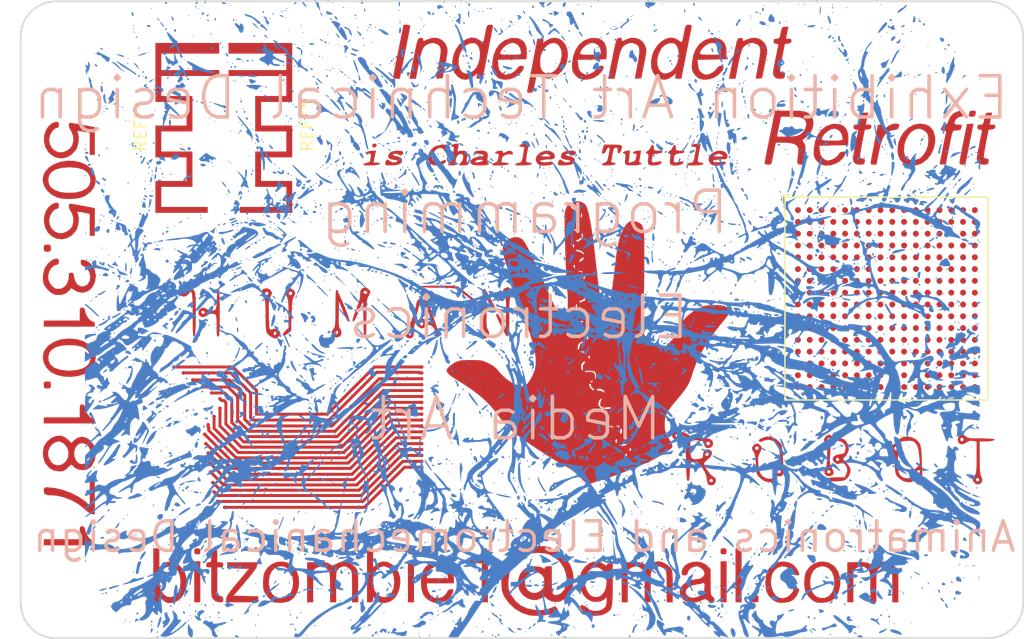
<source format=kicad_pcb>
(kicad_pcb (version 20171130) (host pcbnew "(5.0.0-3-g5ebb6b6)")
  (layers (0 F.Cu signal) (31 B.Cu signal) (34 B.Paste user hide) (35 F.Paste user hide) (36 B.SilkS user) (37 F.SilkS user hide) (38 B.Mask user) (39 F.Mask user hide) (44 Edge.Cuts user))
  (net 0 "")
  (net 1 "Net-(TP1-Pad1)")
  (net 2 "Net-(TP3-Pad1)")
  (net 3 "Net-(TP4-Pad1)")
  (net 4 "Net-(TP10-Pad1)")
  (net 5 "Net-(TP11-Pad1)")
  (net 6 "Net-(TP12-Pad1)")
  (net 7 "Net-(TP13-Pad1)")
  (net 8 "Net-(TP14-Pad1)")
  (net 9 "Net-(TP15-Pad1)")
  (net 10 "Net-(TP16-Pad1)")
  (net 11 "Net-(TP17-Pad1)")
  (net 12 "Net-(TP18-Pad1)")
  (net 13 "Net-(TP25-Pad1)")
  (net 14 "Net-(TP26-Pad1)")
  (net 15 "Net-(TP27-Pad1)")
  (net 16 "Net-(TP28-Pad1)")
  (net 17 "Net-(TP29-Pad1)")
  (net 18 "Net-(TP30-Pad1)")
  (module RF_Antennas:Texas_SWRA117D_2.4GHz_Right (layer F.Cu) (at 88.874735 41.079493 270)
    (fp_text reference REF** (at 4.55 -6.41 270) (layer F.SilkS))
    (fp_text value Texas_SWRA117D_2.4GHz_Right)
    (fp_poly (pts (xy 2.45 -2.51) (xy 4.45 -2.51) (xy 4.45 -5.15) (xy 7.15 -5.15) (xy 7.15 -2.51) (xy 9.15 -2.51) (xy 9.15 -5.15) (xy 11.85 -5.15) (xy 11.85 -0.71) (xy 11.35 -0.71) (xy 11.35 -4.65) (xy 9.65 -4.65) (xy 9.65 -2.01) (xy 6.65 -2.01) (xy 6.65 -4.65) (xy 4.95 -4.65) (xy 4.95 -2.01) (xy 1.95 -2.01) (xy 1.95 -4.65) (xy 0.25 -4.65) (xy 0.25 0.25) (xy -0.25 0.25) (xy -0.25 -4.65) (xy -1.65 -4.65) (xy -1.65 0.25) (xy -2.55 0.25) (xy -2.55 0.006785) (xy -2.247583 0.006785) (xy -2.237742 0.054395) (xy -2.213674 0.096797) (xy -2.175731 0.129581) (xy -2.167819 0.133935) (xy -2.125156 0.146043) (xy -2.076637 0.1453) (xy -2.031122 0.1324) (xy -2.012511 0.121787) (xy -1.978868 0.086553) (xy -1.958309 0.041368) (xy -1.951778 -0.008158) (xy -1.960218 -0.056417) (xy -1.977112 -0.088643) (xy -2.012372 -0.121313) (xy -2.057682 -0.141408) (xy -2.107267 -0.147982) (xy -2.155353 -0.140092) (xy -2.188245 -0.123186) (xy -2.223185 -0.086416) (xy -2.242847 -0.041622) (xy -2.247583 0.006785) (xy -2.55 0.006785) (xy -2.55 -5.15) (xy 2.45 -5.15) (xy 2.45 -2.51)) (layer F.Cu) (width 0))
    (pad 2 smd rect (at -2.1 0 270) (size 0.9 0.5) (layers F.Cu))
    (pad 1 connect rect (at 0 0 270) (size 0.5 0.5) (layers F.Cu))
  )
  (module Housings_BGA:BGA-256_16x16_17.0x17.0mm_Pitch1.0mm (layer F.Cu) (at 144.4 60.2)
    (fp_text reference REF** hide)
    (fp_text value BGA-256_16x16_17.0x17.0mm_Pitch1.0mm)
    (pad A1 smd circle (at -7.5 -7.5) (size 0.5 0.5) (layers F.Cu F.Paste F.Mask))
    (pad A2 smd circle (at -6.5 -7.5) (size 0.5 0.5) (layers F.Cu F.Paste F.Mask))
    (pad A3 smd circle (at -5.5 -7.5) (size 0.5 0.5) (layers F.Cu F.Paste F.Mask))
    (pad A4 smd circle (at -4.5 -7.5) (size 0.5 0.5) (layers F.Cu F.Paste F.Mask))
    (pad A5 smd circle (at -3.5 -7.5) (size 0.5 0.5) (layers F.Cu F.Paste F.Mask))
    (pad A6 smd circle (at -2.5 -7.5) (size 0.5 0.5) (layers F.Cu F.Paste F.Mask))
    (pad A7 smd circle (at -1.5 -7.5) (size 0.5 0.5) (layers F.Cu F.Paste F.Mask))
    (pad A8 smd circle (at -0.5 -7.5) (size 0.5 0.5) (layers F.Cu F.Paste F.Mask))
    (pad A9 smd circle (at 0.5 -7.5) (size 0.5 0.5) (layers F.Cu F.Paste F.Mask))
    (pad A10 smd circle (at 1.5 -7.5) (size 0.5 0.5) (layers F.Cu F.Paste F.Mask))
    (pad A11 smd circle (at 2.5 -7.5) (size 0.5 0.5) (layers F.Cu F.Paste F.Mask))
    (pad A12 smd circle (at 3.5 -7.5) (size 0.5 0.5) (layers F.Cu F.Paste F.Mask))
    (pad A13 smd circle (at 4.5 -7.5) (size 0.5 0.5) (layers F.Cu F.Paste F.Mask))
    (pad A14 smd circle (at 5.5 -7.5) (size 0.5 0.5) (layers F.Cu F.Paste F.Mask))
    (pad A15 smd circle (at 6.5 -7.5) (size 0.5 0.5) (layers F.Cu F.Paste F.Mask))
    (pad A16 smd circle (at 7.5 -7.5) (size 0.5 0.5) (layers F.Cu F.Paste F.Mask))
    (pad B1 smd circle (at -7.5 -6.5) (size 0.5 0.5) (layers F.Cu F.Paste F.Mask))
    (pad C1 smd circle (at -7.5 -5.5) (size 0.5 0.5) (layers F.Cu F.Paste F.Mask))
    (pad D1 smd circle (at -7.5 -4.5) (size 0.5 0.5) (layers F.Cu F.Paste F.Mask))
    (pad E1 smd circle (at -7.5 -3.5) (size 0.5 0.5) (layers F.Cu F.Paste F.Mask))
    (pad F1 smd circle (at -7.5 -2.5) (size 0.5 0.5) (layers F.Cu F.Paste F.Mask))
    (pad G1 smd circle (at -7.5 -1.5) (size 0.5 0.5) (layers F.Cu F.Paste F.Mask))
    (pad H1 smd circle (at -7.5 -0.5) (size 0.5 0.5) (layers F.Cu F.Paste F.Mask))
    (pad J1 smd circle (at -7.5 0.5) (size 0.5 0.5) (layers F.Cu F.Paste F.Mask))
    (pad B16 smd circle (at 7.5 -6.5) (size 0.5 0.5) (layers F.Cu F.Paste F.Mask))
    (pad B15 smd circle (at 6.5 -6.5) (size 0.5 0.5) (layers F.Cu F.Paste F.Mask))
    (pad B14 smd circle (at 5.5 -6.5) (size 0.5 0.5) (layers F.Cu F.Paste F.Mask))
    (pad B13 smd circle (at 4.5 -6.5) (size 0.5 0.5) (layers F.Cu F.Paste F.Mask))
    (pad B12 smd circle (at 3.5 -6.5) (size 0.5 0.5) (layers F.Cu F.Paste F.Mask))
    (pad B11 smd circle (at 2.5 -6.5) (size 0.5 0.5) (layers F.Cu F.Paste F.Mask))
    (pad B10 smd circle (at 1.5 -6.5) (size 0.5 0.5) (layers F.Cu F.Paste F.Mask))
    (pad B9 smd circle (at 0.5 -6.5) (size 0.5 0.5) (layers F.Cu F.Paste F.Mask))
    (pad B8 smd circle (at -0.5 -6.5) (size 0.5 0.5) (layers F.Cu F.Paste F.Mask))
    (pad B7 smd circle (at -1.5 -6.5) (size 0.5 0.5) (layers F.Cu F.Paste F.Mask))
    (pad B6 smd circle (at -2.5 -6.5) (size 0.5 0.5) (layers F.Cu F.Paste F.Mask))
    (pad B5 smd circle (at -3.5 -6.5) (size 0.5 0.5) (layers F.Cu F.Paste F.Mask))
    (pad B2 smd circle (at -6.5 -6.5) (size 0.5 0.5) (layers F.Cu F.Paste F.Mask))
    (pad B3 smd circle (at -5.5 -6.5) (size 0.5 0.5) (layers F.Cu F.Paste F.Mask))
    (pad B4 smd circle (at -4.5 -6.5) (size 0.5 0.5) (layers F.Cu F.Paste F.Mask))
    (pad C2 smd circle (at -6.5 -5.5) (size 0.5 0.5) (layers F.Cu F.Paste F.Mask))
    (pad C3 smd circle (at -5.5 -5.5) (size 0.5 0.5) (layers F.Cu F.Paste F.Mask))
    (pad C4 smd circle (at -4.5 -5.5) (size 0.5 0.5) (layers F.Cu F.Paste F.Mask))
    (pad C5 smd circle (at -3.5 -5.5) (size 0.5 0.5) (layers F.Cu F.Paste F.Mask))
    (pad C6 smd circle (at -2.5 -5.5) (size 0.5 0.5) (layers F.Cu F.Paste F.Mask))
    (pad C7 smd circle (at -1.5 -5.5) (size 0.5 0.5) (layers F.Cu F.Paste F.Mask))
    (pad C8 smd circle (at -0.5 -5.5) (size 0.5 0.5) (layers F.Cu F.Paste F.Mask))
    (pad C9 smd circle (at 0.5 -5.5) (size 0.5 0.5) (layers F.Cu F.Paste F.Mask))
    (pad D2 smd circle (at -6.5 -4.5) (size 0.5 0.5) (layers F.Cu F.Paste F.Mask))
    (pad D3 smd circle (at -5.5 -4.5) (size 0.5 0.5) (layers F.Cu F.Paste F.Mask))
    (pad D4 smd circle (at -4.5 -4.5) (size 0.5 0.5) (layers F.Cu F.Paste F.Mask))
    (pad D5 smd circle (at -3.5 -4.5) (size 0.5 0.5) (layers F.Cu F.Paste F.Mask))
    (pad D6 smd circle (at -2.5 -4.5) (size 0.5 0.5) (layers F.Cu F.Paste F.Mask))
    (pad D7 smd circle (at -1.5 -4.5) (size 0.5 0.5) (layers F.Cu F.Paste F.Mask))
    (pad D8 smd circle (at -0.5 -4.5) (size 0.5 0.5) (layers F.Cu F.Paste F.Mask))
    (pad D9 smd circle (at 0.5 -4.5) (size 0.5 0.5) (layers F.Cu F.Paste F.Mask))
    (pad E2 smd circle (at -6.5 -3.5) (size 0.5 0.5) (layers F.Cu F.Paste F.Mask))
    (pad E3 smd circle (at -5.5 -3.5) (size 0.5 0.5) (layers F.Cu F.Paste F.Mask))
    (pad E4 smd circle (at -4.5 -3.5) (size 0.5 0.5) (layers F.Cu F.Paste F.Mask))
    (pad C10 smd circle (at 1.5 -5.5) (size 0.5 0.5) (layers F.Cu F.Paste F.Mask))
    (pad D10 smd circle (at 1.5 -4.5) (size 0.5 0.5) (layers F.Cu F.Paste F.Mask))
    (pad C11 smd circle (at 2.5 -5.5) (size 0.5 0.5) (layers F.Cu F.Paste F.Mask))
    (pad D11 smd circle (at 2.5 -4.5) (size 0.5 0.5) (layers F.Cu F.Paste F.Mask))
    (pad D12 smd circle (at 3.5 -4.5) (size 0.5 0.5) (layers F.Cu F.Paste F.Mask))
    (pad C12 smd circle (at 3.5 -5.5) (size 0.5 0.5) (layers F.Cu F.Paste F.Mask))
    (pad C13 smd circle (at 4.5 -5.5) (size 0.5 0.5) (layers F.Cu F.Paste F.Mask))
    (pad C14 smd circle (at 5.5 -5.5) (size 0.5 0.5) (layers F.Cu F.Paste F.Mask))
    (pad D14 smd circle (at 5.5 -4.5) (size 0.5 0.5) (layers F.Cu F.Paste F.Mask))
    (pad D13 smd circle (at 4.5 -4.5) (size 0.5 0.5) (layers F.Cu F.Paste F.Mask))
    (pad C15 smd circle (at 6.5 -5.5) (size 0.5 0.5) (layers F.Cu F.Paste F.Mask))
    (pad D15 smd circle (at 6.5 -4.5) (size 0.5 0.5) (layers F.Cu F.Paste F.Mask))
    (pad D16 smd circle (at 7.5 -4.5) (size 0.5 0.5) (layers F.Cu F.Paste F.Mask))
    (pad C16 smd circle (at 7.5 -5.5) (size 0.5 0.5) (layers F.Cu F.Paste F.Mask))
    (pad E13 smd circle (at 4.5 -3.5) (size 0.5 0.5) (layers F.Cu F.Paste F.Mask))
    (pad F13 smd circle (at 4.5 -2.5) (size 0.5 0.5) (layers F.Cu F.Paste F.Mask))
    (pad G13 smd circle (at 4.5 -1.5) (size 0.5 0.5) (layers F.Cu F.Paste F.Mask))
    (pad G14 smd circle (at 5.5 -1.5) (size 0.5 0.5) (layers F.Cu F.Paste F.Mask))
    (pad F14 smd circle (at 5.5 -2.5) (size 0.5 0.5) (layers F.Cu F.Paste F.Mask))
    (pad E14 smd circle (at 5.5 -3.5) (size 0.5 0.5) (layers F.Cu F.Paste F.Mask))
    (pad E15 smd circle (at 6.5 -3.5) (size 0.5 0.5) (layers F.Cu F.Paste F.Mask))
    (pad F15 smd circle (at 6.5 -2.5) (size 0.5 0.5) (layers F.Cu F.Paste F.Mask))
    (pad G15 smd circle (at 6.5 -1.5) (size 0.5 0.5) (layers F.Cu F.Paste F.Mask))
    (pad G16 smd circle (at 7.5 -1.5) (size 0.5 0.5) (layers F.Cu F.Paste F.Mask))
    (pad F16 smd circle (at 7.5 -2.5) (size 0.5 0.5) (layers F.Cu F.Paste F.Mask))
    (pad E16 smd circle (at 7.5 -3.5) (size 0.5 0.5) (layers F.Cu F.Paste F.Mask))
    (pad F2 smd circle (at -6.5 -2.5) (size 0.5 0.5) (layers F.Cu F.Paste F.Mask))
    (pad F3 smd circle (at -5.5 -2.5) (size 0.5 0.5) (layers F.Cu F.Paste F.Mask))
    (pad F4 smd circle (at -4.5 -2.5) (size 0.5 0.5) (layers F.Cu F.Paste F.Mask))
    (pad G4 smd circle (at -4.5 -1.5) (size 0.5 0.5) (layers F.Cu F.Paste F.Mask))
    (pad G3 smd circle (at -5.5 -1.5) (size 0.5 0.5) (layers F.Cu F.Paste F.Mask))
    (pad G2 smd circle (at -6.5 -1.5) (size 0.5 0.5) (layers F.Cu F.Paste F.Mask))
    (pad H2 smd circle (at -6.5 -0.5) (size 0.5 0.5) (layers F.Cu F.Paste F.Mask))
    (pad H3 smd circle (at -5.5 -0.5) (size 0.5 0.5) (layers F.Cu F.Paste F.Mask))
    (pad H4 smd circle (at -4.5 -0.5) (size 0.5 0.5) (layers F.Cu F.Paste F.Mask))
    (pad J4 smd circle (at -4.5 0.5) (size 0.5 0.5) (layers F.Cu F.Paste F.Mask))
    (pad J3 smd circle (at -5.5 0.5) (size 0.5 0.5) (layers F.Cu F.Paste F.Mask))
    (pad J2 smd circle (at -6.5 0.5) (size 0.5 0.5) (layers F.Cu F.Paste F.Mask))
    (pad K1 smd circle (at -7.5 1.5) (size 0.5 0.5) (layers F.Cu F.Paste F.Mask))
    (pad K2 smd circle (at -6.5 1.5) (size 0.5 0.5) (layers F.Cu F.Paste F.Mask))
    (pad K3 smd circle (at -5.5 1.5) (size 0.5 0.5) (layers F.Cu F.Paste F.Mask))
    (pad K4 smd circle (at -4.5 1.5) (size 0.5 0.5) (layers F.Cu F.Paste F.Mask))
    (pad L4 smd circle (at -4.5 2.5) (size 0.5 0.5) (layers F.Cu F.Paste F.Mask))
    (pad L3 smd circle (at -5.5 2.5) (size 0.5 0.5) (layers F.Cu F.Paste F.Mask))
    (pad L2 smd circle (at -6.5 2.5) (size 0.5 0.5) (layers F.Cu F.Paste F.Mask))
    (pad L1 smd circle (at -7.5 2.5) (size 0.5 0.5) (layers F.Cu F.Paste F.Mask))
    (pad M1 smd circle (at -7.5 3.5) (size 0.5 0.5) (layers F.Cu F.Paste F.Mask))
    (pad M2 smd circle (at -6.5 3.5) (size 0.5 0.5) (layers F.Cu F.Paste F.Mask))
    (pad M3 smd circle (at -5.5 3.5) (size 0.5 0.5) (layers F.Cu F.Paste F.Mask))
    (pad M4 smd circle (at -4.5 3.5) (size 0.5 0.5) (layers F.Cu F.Paste F.Mask))
    (pad N4 smd circle (at -4.5 4.5) (size 0.5 0.5) (layers F.Cu F.Paste F.Mask))
    (pad P4 smd circle (at -4.5 5.5) (size 0.5 0.5) (layers F.Cu F.Paste F.Mask))
    (pad R4 smd circle (at -4.5 6.5) (size 0.5 0.5) (layers F.Cu F.Paste F.Mask))
    (pad R3 smd circle (at -5.5 6.5) (size 0.5 0.5) (layers F.Cu F.Paste F.Mask))
    (pad P3 smd circle (at -5.5 5.5) (size 0.5 0.5) (layers F.Cu F.Paste F.Mask))
    (pad N3 smd circle (at -5.5 4.5) (size 0.5 0.5) (layers F.Cu F.Paste F.Mask))
    (pad N2 smd circle (at -6.5 4.5) (size 0.5 0.5) (layers F.Cu F.Paste F.Mask))
    (pad P2 smd circle (at -6.5 5.5) (size 0.5 0.5) (layers F.Cu F.Paste F.Mask))
    (pad R2 smd circle (at -6.5 6.5) (size 0.5 0.5) (layers F.Cu F.Paste F.Mask))
    (pad N1 smd circle (at -7.5 4.5) (size 0.5 0.5) (layers F.Cu F.Paste F.Mask))
    (pad P1 smd circle (at -7.5 5.5) (size 0.5 0.5) (layers F.Cu F.Paste F.Mask))
    (pad R1 smd circle (at -7.5 6.5) (size 0.5 0.5) (layers F.Cu F.Paste F.Mask))
    (pad T1 smd circle (at -7.5 7.5) (size 0.5 0.5) (layers F.Cu F.Paste F.Mask))
    (pad T2 smd circle (at -6.5 7.5) (size 0.5 0.5) (layers F.Cu F.Paste F.Mask))
    (pad T3 smd circle (at -5.5 7.5) (size 0.5 0.5) (layers F.Cu F.Paste F.Mask))
    (pad T4 smd circle (at -4.5 7.5) (size 0.5 0.5) (layers F.Cu F.Paste F.Mask))
    (pad E8 smd circle (at -0.5 -3.5) (size 0.5 0.5) (layers F.Cu F.Paste F.Mask))
    (pad E7 smd circle (at -1.5 -3.5) (size 0.5 0.5) (layers F.Cu F.Paste F.Mask))
    (pad E6 smd circle (at -2.5 -3.5) (size 0.5 0.5) (layers F.Cu F.Paste F.Mask))
    (pad E5 smd circle (at -3.5 -3.5) (size 0.5 0.5) (layers F.Cu F.Paste F.Mask))
    (pad F5 smd circle (at -3.5 -2.5) (size 0.5 0.5) (layers F.Cu F.Paste F.Mask))
    (pad F6 smd circle (at -2.5 -2.5) (size 0.5 0.5) (layers F.Cu F.Paste F.Mask))
    (pad F7 smd circle (at -1.5 -2.5) (size 0.5 0.5) (layers F.Cu F.Paste F.Mask))
    (pad F8 smd circle (at -0.5 -2.5) (size 0.5 0.5) (layers F.Cu F.Paste F.Mask))
    (pad G5 smd circle (at -3.5 -1.5) (size 0.5 0.5) (layers F.Cu F.Paste F.Mask))
    (pad G6 smd circle (at -2.5 -1.5) (size 0.5 0.5) (layers F.Cu F.Paste F.Mask))
    (pad G7 smd circle (at -1.5 -1.5) (size 0.5 0.5) (layers F.Cu F.Paste F.Mask))
    (pad G8 smd circle (at -0.5 -1.5) (size 0.5 0.5) (layers F.Cu F.Paste F.Mask))
    (pad H5 smd circle (at -3.5 -0.5) (size 0.5 0.5) (layers F.Cu F.Paste F.Mask))
    (pad H6 smd circle (at -2.5 -0.5) (size 0.5 0.5) (layers F.Cu F.Paste F.Mask))
    (pad H7 smd circle (at -1.5 -0.5) (size 0.5 0.5) (layers F.Cu F.Paste F.Mask))
    (pad H8 smd circle (at -0.5 -0.5) (size 0.5 0.5) (layers F.Cu F.Paste F.Mask))
    (pad J5 smd circle (at -3.5 0.5) (size 0.5 0.5) (layers F.Cu F.Paste F.Mask))
    (pad J6 smd circle (at -2.5 0.5) (size 0.5 0.5) (layers F.Cu F.Paste F.Mask))
    (pad J7 smd circle (at -1.5 0.5) (size 0.5 0.5) (layers F.Cu F.Paste F.Mask))
    (pad J8 smd circle (at -0.5 0.5) (size 0.5 0.5) (layers F.Cu F.Paste F.Mask))
    (pad K5 smd circle (at -3.5 1.5) (size 0.5 0.5) (layers F.Cu F.Paste F.Mask))
    (pad K6 smd circle (at -2.5 1.5) (size 0.5 0.5) (layers F.Cu F.Paste F.Mask))
    (pad K7 smd circle (at -1.5 1.5) (size 0.5 0.5) (layers F.Cu F.Paste F.Mask))
    (pad K8 smd circle (at -0.5 1.5) (size 0.5 0.5) (layers F.Cu F.Paste F.Mask))
    (pad L5 smd circle (at -3.5 2.5) (size 0.5 0.5) (layers F.Cu F.Paste F.Mask))
    (pad L6 smd circle (at -2.5 2.5) (size 0.5 0.5) (layers F.Cu F.Paste F.Mask))
    (pad L7 smd circle (at -1.5 2.5) (size 0.5 0.5) (layers F.Cu F.Paste F.Mask))
    (pad L8 smd circle (at -0.5 2.5) (size 0.5 0.5) (layers F.Cu F.Paste F.Mask))
    (pad M5 smd circle (at -3.5 3.5) (size 0.5 0.5) (layers F.Cu F.Paste F.Mask))
    (pad M6 smd circle (at -2.5 3.5) (size 0.5 0.5) (layers F.Cu F.Paste F.Mask))
    (pad M7 smd circle (at -1.5 3.5) (size 0.5 0.5) (layers F.Cu F.Paste F.Mask))
    (pad P5 smd circle (at -3.5 5.5) (size 0.5 0.5) (layers F.Cu F.Paste F.Mask))
    (pad P6 smd circle (at -2.5 5.5) (size 0.5 0.5) (layers F.Cu F.Paste F.Mask))
    (pad R5 smd circle (at -3.5 6.5) (size 0.5 0.5) (layers F.Cu F.Paste F.Mask))
    (pad R6 smd circle (at -2.5 6.5) (size 0.5 0.5) (layers F.Cu F.Paste F.Mask))
    (pad T5 smd circle (at -3.5 7.5) (size 0.5 0.5) (layers F.Cu F.Paste F.Mask))
    (pad T6 smd circle (at -2.5 7.5) (size 0.5 0.5) (layers F.Cu F.Paste F.Mask))
    (pad M8 smd circle (at -0.5 3.5) (size 0.5 0.5) (layers F.Cu F.Paste F.Mask))
    (pad N5 smd circle (at -3.5 4.5) (size 0.5 0.5) (layers F.Cu F.Paste F.Mask))
    (pad N6 smd circle (at -2.5 4.5) (size 0.5 0.5) (layers F.Cu F.Paste F.Mask))
    (pad N7 smd circle (at -1.5 4.5) (size 0.5 0.5) (layers F.Cu F.Paste F.Mask))
    (pad P11 smd circle (at 2.5 5.5) (size 0.5 0.5) (layers F.Cu F.Paste F.Mask))
    (pad P10 smd circle (at 1.5 5.5) (size 0.5 0.5) (layers F.Cu F.Paste F.Mask))
    (pad P9 smd circle (at 0.5 5.5) (size 0.5 0.5) (layers F.Cu F.Paste F.Mask))
    (pad P8 smd circle (at -0.5 5.5) (size 0.5 0.5) (layers F.Cu F.Paste F.Mask))
    (pad P7 smd circle (at -1.5 5.5) (size 0.5 0.5) (layers F.Cu F.Paste F.Mask))
    (pad R7 smd circle (at -1.5 6.5) (size 0.5 0.5) (layers F.Cu F.Paste F.Mask))
    (pad R8 smd circle (at -0.5 6.5) (size 0.5 0.5) (layers F.Cu F.Paste F.Mask))
    (pad R9 smd circle (at 0.5 6.5) (size 0.5 0.5) (layers F.Cu F.Paste F.Mask))
    (pad R10 smd circle (at 1.5 6.5) (size 0.5 0.5) (layers F.Cu F.Paste F.Mask))
    (pad R11 smd circle (at 2.5 6.5) (size 0.5 0.5) (layers F.Cu F.Paste F.Mask))
    (pad T7 smd circle (at -1.5 7.5) (size 0.5 0.5) (layers F.Cu F.Paste F.Mask))
    (pad T8 smd circle (at -0.5 7.5) (size 0.5 0.5) (layers F.Cu F.Paste F.Mask))
    (pad T9 smd circle (at 0.5 7.5) (size 0.5 0.5) (layers F.Cu F.Paste F.Mask))
    (pad T10 smd circle (at 1.5 7.5) (size 0.5 0.5) (layers F.Cu F.Paste F.Mask))
    (pad T11 smd circle (at 2.5 7.5) (size 0.5 0.5) (layers F.Cu F.Paste F.Mask))
    (pad N8 smd circle (at -0.5 4.5) (size 0.5 0.5) (layers F.Cu F.Paste F.Mask))
    (pad E9 smd circle (at 0.5 -3.5) (size 0.5 0.5) (layers F.Cu F.Paste F.Mask))
    (pad E10 smd circle (at 1.5 -3.5) (size 0.5 0.5) (layers F.Cu F.Paste F.Mask))
    (pad E11 smd circle (at 2.5 -3.5) (size 0.5 0.5) (layers F.Cu F.Paste F.Mask))
    (pad E12 smd circle (at 3.5 -3.5) (size 0.5 0.5) (layers F.Cu F.Paste F.Mask))
    (pad P12 smd circle (at 3.5 5.5) (size 0.5 0.5) (layers F.Cu F.Paste F.Mask))
    (pad F9 smd circle (at 0.5 -2.5) (size 0.5 0.5) (layers F.Cu F.Paste F.Mask))
    (pad F10 smd circle (at 1.5 -2.5) (size 0.5 0.5) (layers F.Cu F.Paste F.Mask))
    (pad F11 smd circle (at 2.5 -2.5) (size 0.5 0.5) (layers F.Cu F.Paste F.Mask))
    (pad F12 smd circle (at 3.5 -2.5) (size 0.5 0.5) (layers F.Cu F.Paste F.Mask))
    (pad J9 smd circle (at 0.5 0.5) (size 0.5 0.5) (layers F.Cu F.Paste F.Mask))
    (pad G12 smd circle (at 3.5 -1.5) (size 0.5 0.5) (layers F.Cu F.Paste F.Mask))
    (pad G11 smd circle (at 2.5 -1.5) (size 0.5 0.5) (layers F.Cu F.Paste F.Mask))
    (pad G10 smd circle (at 1.5 -1.5) (size 0.5 0.5) (layers F.Cu F.Paste F.Mask))
    (pad G9 smd circle (at 0.5 -1.5) (size 0.5 0.5) (layers F.Cu F.Paste F.Mask))
    (pad R12 smd circle (at 3.5 6.5) (size 0.5 0.5) (layers F.Cu F.Paste F.Mask))
    (pad T12 smd circle (at 3.5 7.5) (size 0.5 0.5) (layers F.Cu F.Paste F.Mask))
    (pad H9 smd circle (at 0.5 -0.5) (size 0.5 0.5) (layers F.Cu F.Paste F.Mask))
    (pad H10 smd circle (at 1.5 -0.5) (size 0.5 0.5) (layers F.Cu F.Paste F.Mask))
    (pad H11 smd circle (at 2.5 -0.5) (size 0.5 0.5) (layers F.Cu F.Paste F.Mask))
    (pad H12 smd circle (at 3.5 -0.5) (size 0.5 0.5) (layers F.Cu F.Paste F.Mask))
    (pad J10 smd circle (at 1.5 0.5) (size 0.5 0.5) (layers F.Cu F.Paste F.Mask))
    (pad J11 smd circle (at 2.5 0.5) (size 0.5 0.5) (layers F.Cu F.Paste F.Mask))
    (pad J12 smd circle (at 3.5 0.5) (size 0.5 0.5) (layers F.Cu F.Paste F.Mask))
    (pad H13 smd circle (at 4.5 -0.5) (size 0.5 0.5) (layers F.Cu F.Paste F.Mask))
    (pad J13 smd circle (at 4.5 0.5) (size 0.5 0.5) (layers F.Cu F.Paste F.Mask))
    (pad K13 smd circle (at 4.5 1.5) (size 0.5 0.5) (layers F.Cu F.Paste F.Mask))
    (pad L13 smd circle (at 4.5 2.5) (size 0.5 0.5) (layers F.Cu F.Paste F.Mask))
    (pad M13 smd circle (at 4.5 3.5) (size 0.5 0.5) (layers F.Cu F.Paste F.Mask))
    (pad N13 smd circle (at 4.5 4.5) (size 0.5 0.5) (layers F.Cu F.Paste F.Mask))
    (pad P13 smd circle (at 4.5 5.5) (size 0.5 0.5) (layers F.Cu F.Paste F.Mask))
    (pad R13 smd circle (at 4.5 6.5) (size 0.5 0.5) (layers F.Cu F.Paste F.Mask))
    (pad T13 smd circle (at 4.5 7.5) (size 0.5 0.5) (layers F.Cu F.Paste F.Mask))
    (pad N9 smd circle (at 0.5 4.5) (size 0.5 0.5) (layers F.Cu F.Paste F.Mask))
    (pad M9 smd circle (at 0.5 3.5) (size 0.5 0.5) (layers F.Cu F.Paste F.Mask))
    (pad L9 smd circle (at 0.5 2.5) (size 0.5 0.5) (layers F.Cu F.Paste F.Mask))
    (pad K9 smd circle (at 0.5 1.5) (size 0.5 0.5) (layers F.Cu F.Paste F.Mask))
    (pad K10 smd circle (at 1.5 1.5) (size 0.5 0.5) (layers F.Cu F.Paste F.Mask))
    (pad L10 smd circle (at 1.5 2.5) (size 0.5 0.5) (layers F.Cu F.Paste F.Mask))
    (pad M10 smd circle (at 1.5 3.5) (size 0.5 0.5) (layers F.Cu F.Paste F.Mask))
    (pad N10 smd circle (at 1.5 4.5) (size 0.5 0.5) (layers F.Cu F.Paste F.Mask))
    (pad T14 smd circle (at 5.5 7.5) (size 0.5 0.5) (layers F.Cu F.Paste F.Mask))
    (pad R14 smd circle (at 5.5 6.5) (size 0.5 0.5) (layers F.Cu F.Paste F.Mask))
    (pad P14 smd circle (at 5.5 5.5) (size 0.5 0.5) (layers F.Cu F.Paste F.Mask))
    (pad N14 smd circle (at 5.5 4.5) (size 0.5 0.5) (layers F.Cu F.Paste F.Mask))
    (pad M14 smd circle (at 5.5 3.5) (size 0.5 0.5) (layers F.Cu F.Paste F.Mask))
    (pad L14 smd circle (at 5.5 2.5) (size 0.5 0.5) (layers F.Cu F.Paste F.Mask))
    (pad K14 smd circle (at 5.5 1.5) (size 0.5 0.5) (layers F.Cu F.Paste F.Mask))
    (pad J14 smd circle (at 5.5 0.5) (size 0.5 0.5) (layers F.Cu F.Paste F.Mask))
    (pad H14 smd circle (at 5.5 -0.5) (size 0.5 0.5) (layers F.Cu F.Paste F.Mask))
    (pad H15 smd circle (at 6.5 -0.5) (size 0.5 0.5) (layers F.Cu F.Paste F.Mask))
    (pad J15 smd circle (at 6.5 0.5) (size 0.5 0.5) (layers F.Cu F.Paste F.Mask))
    (pad K15 smd circle (at 6.5 1.5) (size 0.5 0.5) (layers F.Cu F.Paste F.Mask))
    (pad L15 smd circle (at 6.5 2.5) (size 0.5 0.5) (layers F.Cu F.Paste F.Mask))
    (pad M15 smd circle (at 6.5 3.5) (size 0.5 0.5) (layers F.Cu F.Paste F.Mask))
    (pad N15 smd circle (at 6.5 4.5) (size 0.5 0.5) (layers F.Cu F.Paste F.Mask))
    (pad P15 smd circle (at 6.5 5.5) (size 0.5 0.5) (layers F.Cu F.Paste F.Mask))
    (pad R15 smd circle (at 6.5 6.5) (size 0.5 0.5) (layers F.Cu F.Paste F.Mask))
    (pad T15 smd circle (at 6.5 7.5) (size 0.5 0.5) (layers F.Cu F.Paste F.Mask))
    (pad N11 smd circle (at 2.5 4.5) (size 0.5 0.5) (layers F.Cu F.Paste F.Mask))
    (pad M11 smd circle (at 2.5 3.5) (size 0.5 0.5) (layers F.Cu F.Paste F.Mask))
    (pad L11 smd circle (at 2.5 2.5) (size 0.5 0.5) (layers F.Cu F.Paste F.Mask))
    (pad K11 smd circle (at 2.5 1.5) (size 0.5 0.5) (layers F.Cu F.Paste F.Mask))
    (pad K12 smd circle (at 3.5 1.5) (size 0.5 0.5) (layers F.Cu F.Paste F.Mask))
    (pad L12 smd circle (at 3.5 2.5) (size 0.5 0.5) (layers F.Cu F.Paste F.Mask))
    (pad M12 smd circle (at 3.5 3.5) (size 0.5 0.5) (layers F.Cu F.Paste F.Mask))
    (pad N12 smd circle (at 3.5 4.5) (size 0.5 0.5) (layers F.Cu F.Paste F.Mask))
    (pad T16 smd circle (at 7.5 7.5) (size 0.5 0.5) (layers F.Cu F.Paste F.Mask))
    (pad R16 smd circle (at 7.5 6.5) (size 0.5 0.5) (layers F.Cu F.Paste F.Mask))
    (pad P16 smd circle (at 7.5 5.5) (size 0.5 0.5) (layers F.Cu F.Paste F.Mask))
    (pad N16 smd circle (at 7.5 4.5) (size 0.5 0.5) (layers F.Cu F.Paste F.Mask))
    (pad M16 smd circle (at 7.5 3.5) (size 0.5 0.5) (layers F.Cu F.Paste F.Mask))
    (pad L16 smd circle (at 7.5 2.5) (size 0.5 0.5) (layers F.Cu F.Paste F.Mask))
    (pad K16 smd circle (at 7.5 1.5) (size 0.5 0.5) (layers F.Cu F.Paste F.Mask))
    (pad J16 smd circle (at 7.5 0.5) (size 0.5 0.5) (layers F.Cu F.Paste F.Mask))
    (pad H16 smd circle (at 7.5 -0.5) (size 0.5 0.5) (layers F.Cu F.Paste F.Mask))
  )
  (module mylogos:indy_retro (layer F.Cu) (at 129 43)
    (fp_text reference G4 hide)
    (fp_text value LOGO hide)
    (fp_poly (pts (xy 6.985 -5.334) (xy 6.87899 -4.826) (xy 7.128383 -4.826) (xy 7.303596 -4.805377) (xy 7.356484 -4.718038) (xy 7.350721 -4.6355) (xy 7.282583 -4.488853) (xy 7.104162 -4.424499) (xy 7.059639 -4.4193) (xy 6.795612 -4.393599) (xy 6.568298 -3.254342) (xy 6.488897 -2.832546) (xy 6.429342 -2.468662) (xy 6.394352 -2.195585) (xy 6.388645 -2.046206) (xy 6.392822 -2.031209) (xy 6.509983 -1.964507) (xy 6.636666 -1.947333) (xy 6.76867 -1.923183) (xy 6.803913 -1.817145) (xy 6.791393 -1.693333) (xy 6.754047 -1.534776) (xy 6.669766 -1.461134) (xy 6.486951 -1.440183) (xy 6.384675 -1.439333) (xy 6.124661 -1.460277) (xy 5.965475 -1.540895) (xy 5.880069 -1.645624) (xy 5.827736 -1.740273) (xy 5.800388 -1.849155) (xy 5.800077 -2.00335) (xy 5.828855 -2.233941) (xy 5.888775 -2.572009) (xy 5.968108 -2.979124) (xy 6.05369 -3.406511) (xy 6.130777 -3.782627) (xy 6.191919 -4.071741) (xy 6.229664 -4.238123) (xy 6.234029 -4.2545) (xy 6.226935 -4.366136) (xy 6.09312 -4.402126) (xy 6.059372 -4.402666) (xy 5.895372 -4.435549) (xy 5.843369 -4.566604) (xy 5.842 -4.614333) (xy 5.869979 -4.766515) (xy 5.988135 -4.821422) (xy 6.091739 -4.826) (xy 6.231606 -4.836941) (xy 6.317942 -4.895701) (xy 6.377528 -5.041181) (xy 6.437139 -5.312283) (xy 6.441421 -5.334) (xy 6.501043 -5.613562) (xy 6.558823 -5.765466) (xy 6.643459 -5.828613) (xy 6.783646 -5.841901) (xy 6.816187 -5.842) (xy 7.091009 -5.842) (xy 6.985 -5.334)) (layer F.Cu) (width 0.01))
    (fp_poly (pts (xy 4.752502 -4.76055) (xy 5.045373 -4.499105) (xy 5.19928 -4.219334) (xy 5.252423 -4.067115) (xy 5.282418 -3.926517) (xy 5.287104 -3.763852) (xy 5.264321 -3.545432) (xy 5.211905 -3.237568) (xy 5.127697 -2.806572) (xy 5.099688 -2.667) (xy 4.861335 -1.481666) (xy 4.578165 -1.454278) (xy 4.389592 -1.44832) (xy 4.326701 -1.498737) (xy 4.340958 -1.602647) (xy 4.373238 -1.750955) (xy 4.427773 -2.027318) (xy 4.497115 -2.393082) (xy 4.573816 -2.809595) (xy 4.578635 -2.836158) (xy 4.664206 -3.348686) (xy 4.704317 -3.724247) (xy 4.694917 -3.990069) (xy 4.631957 -4.173376) (xy 4.511389 -4.301393) (xy 4.347047 -4.393314) (xy 4.103797 -4.474209) (xy 3.87728 -4.461825) (xy 3.592264 -4.351773) (xy 3.586232 -4.348916) (xy 3.422097 -4.255717) (xy 3.291503 -4.134209) (xy 3.183379 -3.958738) (xy 3.086655 -3.703648) (xy 2.990258 -3.343286) (xy 2.883117 -2.851995) (xy 2.832738 -2.602876) (xy 2.600578 -1.439333) (xy 2.054967 -1.439333) (xy 2.403317 -3.153833) (xy 2.52042 -3.727738) (xy 2.611015 -4.157096) (xy 2.682247 -4.463317) (xy 2.741262 -4.66781) (xy 2.795206 -4.791985) (xy 2.851225 -4.857251) (xy 2.916463 -4.885016) (xy 2.9845 -4.895124) (xy 3.156833 -4.889139) (xy 3.215274 -4.797182) (xy 3.217333 -4.756084) (xy 3.225427 -4.655633) (xy 3.278026 -4.634838) (xy 3.417608 -4.692939) (xy 3.531568 -4.75046) (xy 3.96593 -4.895677) (xy 4.382798 -4.895891) (xy 4.752502 -4.76055)) (layer F.Cu) (width 0.01))
    (fp_poly (pts (xy -5.492165 -4.76055) (xy -5.199294 -4.499105) (xy -5.045386 -4.219334) (xy -4.992244 -4.067115) (xy -4.962249 -3.926517) (xy -4.957562 -3.763852) (xy -4.980346 -3.545432) (xy -5.032761 -3.237568) (xy -5.116969 -2.806572) (xy -5.144979 -2.667) (xy -5.383332 -1.481666) (xy -5.666502 -1.454278) (xy -5.855074 -1.44832) (xy -5.917965 -1.498737) (xy -5.903709 -1.602647) (xy -5.871429 -1.750955) (xy -5.816894 -2.027318) (xy -5.747551 -2.393082) (xy -5.67085 -2.809595) (xy -5.666031 -2.836158) (xy -5.58046 -3.348686) (xy -5.54035 -3.724247) (xy -5.54975 -3.990069) (xy -5.61271 -4.173376) (xy -5.733277 -4.301393) (xy -5.89762 -4.393314) (xy -6.140869 -4.474209) (xy -6.367387 -4.461825) (xy -6.652403 -4.351773) (xy -6.658435 -4.348916) (xy -6.82257 -4.255717) (xy -6.953164 -4.134209) (xy -7.061287 -3.958738) (xy -7.158012 -3.703648) (xy -7.254409 -3.343286) (xy -7.361549 -2.851995) (xy -7.411929 -2.602876) (xy -7.644088 -1.439333) (xy -8.1897 -1.439333) (xy -7.84135 -3.153833) (xy -7.724247 -3.727738) (xy -7.633652 -4.157096) (xy -7.56242 -4.463317) (xy -7.503404 -4.66781) (xy -7.44946 -4.791985) (xy -7.393442 -4.857251) (xy -7.328204 -4.885016) (xy -7.260167 -4.895124) (xy -7.087834 -4.889139) (xy -7.029393 -4.797182) (xy -7.027334 -4.756084) (xy -7.01924 -4.655633) (xy -6.966641 -4.634838) (xy -6.827059 -4.692939) (xy -6.713098 -4.75046) (xy -6.278737 -4.895677) (xy -5.861869 -4.895891) (xy -5.492165 -4.76055)) (layer F.Cu) (width 0.01))
    (fp_poly (pts (xy -22.340832 -4.76055) (xy -22.047961 -4.499105) (xy -21.894053 -4.219334) (xy -21.84091 -4.067115) (xy -21.810915 -3.926517) (xy -21.806229 -3.763852) (xy -21.829013 -3.545432) (xy -21.881428 -3.237568) (xy -21.965636 -2.806572) (xy -21.993645 -2.667) (xy -22.231999 -1.481666) (xy -22.515168 -1.454278) (xy -22.703741 -1.44832) (xy -22.766632 -1.498737) (xy -22.752376 -1.602647) (xy -22.720095 -1.750955) (xy -22.66556 -2.027318) (xy -22.596218 -2.393082) (xy -22.519517 -2.809595) (xy -22.514698 -2.836158) (xy -22.429127 -3.348686) (xy -22.389017 -3.724247) (xy -22.398417 -3.990069) (xy -22.461376 -4.173376) (xy -22.581944 -4.301393) (xy -22.746286 -4.393314) (xy -22.989536 -4.474209) (xy -23.216053 -4.461825) (xy -23.501069 -4.351773) (xy -23.507101 -4.348916) (xy -23.671237 -4.255717) (xy -23.80183 -4.134209) (xy -23.909954 -3.958738) (xy -24.006679 -3.703648) (xy -24.103076 -3.343286) (xy -24.210216 -2.851995) (xy -24.260596 -2.602876) (xy -24.492755 -1.439333) (xy -25.038366 -1.439333) (xy -24.690017 -3.153833) (xy -24.572913 -3.727738) (xy -24.482318 -4.157096) (xy -24.411086 -4.463317) (xy -24.352071 -4.66781) (xy -24.298127 -4.791985) (xy -24.242109 -4.857251) (xy -24.17687 -4.885016) (xy -24.108834 -4.895124) (xy -23.936501 -4.889139) (xy -23.87806 -4.797182) (xy -23.876 -4.756084) (xy -23.867907 -4.655633) (xy -23.815307 -4.634838) (xy -23.675726 -4.692939) (xy -23.561765 -4.75046) (xy -23.127403 -4.895677) (xy -22.710536 -4.895891) (xy -22.340832 -4.76055)) (layer F.Cu) (width 0.01))
    (fp_poly (pts (xy -25.054435 -5.982419) (xy -24.976094 -5.906629) (xy -24.976076 -5.9055) (xy -24.992069 -5.796907) (xy -25.037425 -5.545479) (xy -25.107716 -5.174307) (xy -25.198511 -4.706484) (xy -25.30538 -4.1651) (xy -25.414575 -3.6195) (xy -25.853666 -1.439333) (xy -26.134833 -1.439333) (xy -26.337387 -1.468059) (xy -26.416886 -1.543536) (xy -26.416926 -1.545166) (xy -26.400927 -1.653736) (xy -26.355385 -1.905109) (xy -26.28475 -2.2762) (xy -26.193474 -2.743929) (xy -26.086008 -3.28521) (xy -25.976088 -3.831166) (xy -25.534325 -6.011333) (xy -25.255496 -6.011333) (xy -25.054435 -5.982419)) (layer F.Cu) (width 0.01))
    (fp_poly (pts (xy 1.069345 -4.875095) (xy 1.433011 -4.726809) (xy 1.686448 -4.452187) (xy 1.825031 -4.056028) (xy 1.847666 -3.598333) (xy 1.820333 -3.090333) (xy 0.60329 -3.066778) (xy -0.613752 -3.043222) (xy -0.57175 -2.606093) (xy -0.518204 -2.295462) (xy -0.412482 -2.08631) (xy -0.302486 -1.973482) (xy -0.101602 -1.839826) (xy 0.080425 -1.778434) (xy 0.092107 -1.778) (xy 0.407516 -1.841423) (xy 0.721283 -2.003966) (xy 0.958752 -2.22404) (xy 0.996751 -2.281946) (xy 1.157684 -2.47775) (xy 1.362202 -2.539282) (xy 1.375833 -2.539465) (xy 1.551556 -2.505731) (xy 1.598912 -2.394094) (xy 1.519063 -2.190555) (xy 1.418166 -2.02966) (xy 1.127724 -1.729308) (xy 0.74236 -1.507776) (xy 0.310625 -1.379367) (xy -0.118928 -1.358384) (xy -0.497748 -1.459129) (xy -0.505459 -1.462981) (xy -0.689027 -1.602145) (xy -0.878975 -1.812768) (xy -0.915789 -1.8639) (xy -1.021928 -2.041502) (xy -1.077462 -2.217022) (xy -1.092717 -2.448016) (xy -1.079114 -2.77437) (xy -0.977082 -3.407108) (xy -0.913515 -3.567173) (xy -0.423334 -3.567173) (xy -0.348012 -3.518293) (xy -0.118129 -3.486952) (xy 0.272196 -3.472518) (xy 0.465666 -3.471333) (xy 0.861219 -3.472546) (xy 1.11761 -3.480885) (xy 1.265008 -3.503397) (xy 1.333585 -3.547131) (xy 1.353512 -3.619136) (xy 1.354666 -3.679016) (xy 1.284919 -4.023315) (xy 1.096965 -4.294282) (xy 0.822732 -4.456657) (xy 0.622645 -4.487333) (xy 0.360016 -4.42364) (xy 0.078995 -4.259027) (xy -0.175288 -4.033194) (xy -0.357706 -3.785843) (xy -0.423334 -3.567173) (xy -0.913515 -3.567173) (xy -0.762091 -3.948466) (xy -0.446469 -4.382893) (xy -0.042549 -4.694837) (xy 0.437341 -4.868748) (xy 0.600077 -4.892246) (xy 1.069345 -4.875095)) (layer F.Cu) (width 0.01))
    (fp_poly (pts (xy -1.160953 -5.993479) (xy -1.10734 -5.915159) (xy -1.117521 -5.820833) (xy -1.143632 -5.687528) (xy -1.19778 -5.413025) (xy -1.27504 -5.022221) (xy -1.370488 -4.540014) (xy -1.479198 -3.9913) (xy -1.569698 -3.534833) (xy -1.98528 -1.439333) (xy -2.264254 -1.439333) (xy -2.451353 -1.451592) (xy -2.511148 -1.517407) (xy -2.48734 -1.672166) (xy -2.431454 -1.905) (xy -2.633894 -1.72508) (xy -3.028645 -1.454003) (xy -3.412656 -1.349441) (xy -3.781225 -1.411757) (xy -4.098218 -1.612899) (xy -4.380333 -1.948853) (xy -4.530579 -2.356978) (xy -4.54586 -2.647857) (xy -4.023496 -2.647857) (xy -3.910802 -2.270986) (xy -3.755836 -2.054805) (xy -3.567813 -1.90907) (xy -3.365029 -1.876831) (xy -3.241306 -1.891578) (xy -2.968493 -1.981962) (xy -2.731556 -2.131563) (xy -2.728357 -2.13448) (xy -2.492443 -2.428477) (xy -2.325898 -2.790241) (xy -2.229674 -3.185459) (xy -2.204724 -3.579821) (xy -2.252001 -3.939014) (xy -2.372456 -4.228728) (xy -2.567041 -4.41465) (xy -2.664044 -4.451823) (xy -2.994151 -4.454561) (xy -3.328776 -4.324425) (xy -3.611904 -4.086683) (xy -3.682086 -3.992606) (xy -3.907754 -3.545036) (xy -4.022019 -3.084663) (xy -4.023496 -2.647857) (xy -4.54586 -2.647857) (xy -4.557088 -2.861579) (xy -4.549581 -2.961948) (xy -4.446139 -3.474975) (xy -4.246741 -3.933912) (xy -3.972259 -4.323344) (xy -3.643562 -4.627851) (xy -3.281525 -4.832018) (xy -2.907017 -4.920427) (xy -2.54091 -4.87766) (xy -2.208004 -4.69162) (xy -2.071189 -4.580874) (xy -1.980342 -4.54229) (xy -1.917258 -4.597648) (xy -1.863732 -4.768727) (xy -1.801557 -5.077303) (xy -1.77717 -5.207) (xy -1.705496 -5.577128) (xy -1.647768 -5.811672) (xy -1.587143 -5.941557) (xy -1.506777 -5.997708) (xy -1.389826 -6.011053) (xy -1.339091 -6.011333) (xy -1.160953 -5.993479)) (layer F.Cu) (width 0.01))
    (fp_poly (pts (xy -9.090655 -4.875095) (xy -8.726989 -4.726809) (xy -8.473552 -4.452187) (xy -8.334969 -4.056028) (xy -8.312334 -3.598333) (xy -8.339667 -3.090333) (xy -9.55671 -3.066778) (xy -10.773752 -3.043222) (xy -10.73175 -2.606093) (xy -10.678204 -2.295462) (xy -10.572482 -2.08631) (xy -10.462486 -1.973482) (xy -10.261602 -1.839826) (xy -10.079575 -1.778434) (xy -10.067893 -1.778) (xy -9.752484 -1.841423) (xy -9.438717 -2.003966) (xy -9.201248 -2.22404) (xy -9.163249 -2.281946) (xy -9.002316 -2.47775) (xy -8.797798 -2.539282) (xy -8.784167 -2.539465) (xy -8.608444 -2.505731) (xy -8.561088 -2.394094) (xy -8.640937 -2.190555) (xy -8.741834 -2.02966) (xy -9.032276 -1.729308) (xy -9.41764 -1.507776) (xy -9.849375 -1.379367) (xy -10.278928 -1.358384) (xy -10.657748 -1.459129) (xy -10.665459 -1.462981) (xy -10.849027 -1.602145) (xy -11.038975 -1.812768) (xy -11.075789 -1.8639) (xy -11.181928 -2.041502) (xy -11.237462 -2.217022) (xy -11.252717 -2.448016) (xy -11.239114 -2.77437) (xy -11.137082 -3.407108) (xy -11.073515 -3.567173) (xy -10.583334 -3.567173) (xy -10.508012 -3.518293) (xy -10.278129 -3.486952) (xy -9.887804 -3.472518) (xy -9.694334 -3.471333) (xy -9.298781 -3.472546) (xy -9.04239 -3.480885) (xy -8.894992 -3.503397) (xy -8.826415 -3.547131) (xy -8.806488 -3.619136) (xy -8.805334 -3.679016) (xy -8.875081 -4.023315) (xy -9.063035 -4.294282) (xy -9.337268 -4.456657) (xy -9.537355 -4.487333) (xy -9.799984 -4.42364) (xy -10.081005 -4.259027) (xy -10.335288 -4.033194) (xy -10.517706 -3.785843) (xy -10.583334 -3.567173) (xy -11.073515 -3.567173) (xy -10.922091 -3.948466) (xy -10.606469 -4.382893) (xy -10.202549 -4.694837) (xy -9.722659 -4.868748) (xy -9.559923 -4.892246) (xy -9.090655 -4.875095)) (layer F.Cu) (width 0.01))
    (fp_poly (pts (xy -15.863989 -4.875095) (xy -15.500323 -4.726809) (xy -15.246885 -4.452187) (xy -15.108302 -4.056028) (xy -15.085667 -3.598333) (xy -15.113 -3.090333) (xy -16.330043 -3.066778) (xy -17.547086 -3.043222) (xy -17.505083 -2.606093) (xy -17.451537 -2.295462) (xy -17.345815 -2.08631) (xy -17.235819 -1.973482) (xy -17.034935 -1.839826) (xy -16.852908 -1.778434) (xy -16.841226 -1.778) (xy -16.525817 -1.841423) (xy -16.21205 -2.003966) (xy -15.974582 -2.22404) (xy -15.936582 -2.281946) (xy -15.77565 -2.47775) (xy -15.571131 -2.539282) (xy -15.5575 -2.539465) (xy -15.381777 -2.505731) (xy -15.334422 -2.394094) (xy -15.414271 -2.190555) (xy -15.515167 -2.02966) (xy -15.805609 -1.729308) (xy -16.190973 -1.507776) (xy -16.622708 -1.379367) (xy -17.052261 -1.358384) (xy -17.431081 -1.459129) (xy -17.438793 -1.462981) (xy -17.622361 -1.602145) (xy -17.812308 -1.812768) (xy -17.849122 -1.8639) (xy -17.955261 -2.041502) (xy -18.010796 -2.217022) (xy -18.026051 -2.448016) (xy -18.012447 -2.77437) (xy -17.910416 -3.407108) (xy -17.846849 -3.567173) (xy -17.356667 -3.567173) (xy -17.281346 -3.518293) (xy -17.051462 -3.486952) (xy -16.661138 -3.472518) (xy -16.467667 -3.471333) (xy -16.072114 -3.472546) (xy -15.815724 -3.480885) (xy -15.668325 -3.503397) (xy -15.599748 -3.547131) (xy -15.579822 -3.619136) (xy -15.578667 -3.679016) (xy -15.648414 -4.023315) (xy -15.836369 -4.294282) (xy -16.110601 -4.456657) (xy -16.310689 -4.487333) (xy -16.573318 -4.42364) (xy -16.854338 -4.259027) (xy -17.108622 -4.033194) (xy -17.291039 -3.785843) (xy -17.356667 -3.567173) (xy -17.846849 -3.567173) (xy -17.695424 -3.948466) (xy -17.379803 -4.382893) (xy -16.975882 -4.694837) (xy -16.495992 -4.868748) (xy -16.333256 -4.892246) (xy -15.863989 -4.875095)) (layer F.Cu) (width 0.01))
    (fp_poly (pts (xy -18.00962 -5.993479) (xy -17.956006 -5.915159) (xy -17.966187 -5.820833) (xy -17.992299 -5.687528) (xy -18.046447 -5.413025) (xy -18.123707 -5.022221) (xy -18.219155 -4.540014) (xy -18.327865 -3.9913) (xy -18.418364 -3.534833) (xy -18.833947 -1.439333) (xy -19.11292 -1.439333) (xy -19.30002 -1.451592) (xy -19.359815 -1.517407) (xy -19.336007 -1.672166) (xy -19.28012 -1.905) (xy -19.48256 -1.72508) (xy -19.877311 -1.454003) (xy -20.261323 -1.349441) (xy -20.629891 -1.411757) (xy -20.946885 -1.612899) (xy -21.229 -1.948853) (xy -21.379246 -2.356978) (xy -21.394526 -2.647857) (xy -20.872163 -2.647857) (xy -20.759468 -2.270986) (xy -20.604503 -2.054805) (xy -20.416479 -1.90907) (xy -20.213695 -1.876831) (xy -20.089973 -1.891578) (xy -19.817159 -1.981962) (xy -19.580223 -2.131563) (xy -19.577024 -2.13448) (xy -19.341109 -2.428477) (xy -19.174564 -2.790241) (xy -19.078341 -3.185459) (xy -19.053391 -3.579821) (xy -19.100668 -3.939014) (xy -19.221122 -4.228728) (xy -19.415708 -4.41465) (xy -19.512711 -4.451823) (xy -19.842817 -4.454561) (xy -20.177443 -4.324425) (xy -20.46057 -4.086683) (xy -20.530753 -3.992606) (xy -20.756421 -3.545036) (xy -20.870685 -3.084663) (xy -20.872163 -2.647857) (xy -21.394526 -2.647857) (xy -21.405754 -2.861579) (xy -21.398247 -2.961948) (xy -21.294806 -3.474975) (xy -21.095408 -3.933912) (xy -20.820925 -4.323344) (xy -20.492229 -4.627851) (xy -20.130191 -4.832018) (xy -19.755683 -4.920427) (xy -19.389577 -4.87766) (xy -19.056671 -4.69162) (xy -18.919856 -4.580874) (xy -18.829009 -4.54229) (xy -18.765925 -4.597648) (xy -18.712398 -4.768727) (xy -18.650223 -5.077303) (xy -18.625836 -5.207) (xy -18.554163 -5.577128) (xy -18.496435 -5.811672) (xy -18.43581 -5.941557) (xy -18.355444 -5.997708) (xy -18.238493 -6.011053) (xy -18.187758 -6.011333) (xy -18.00962 -5.993479)) (layer F.Cu) (width 0.01))
    (fp_poly (pts (xy -12.334765 -4.826348) (xy -12.03494 -4.623185) (xy -11.801541 -4.31718) (xy -11.651069 -3.924956) (xy -11.600027 -3.463135) (xy -11.664917 -2.94834) (xy -11.687862 -2.859638) (xy -11.871851 -2.423114) (xy -12.148115 -2.049677) (xy -12.488992 -1.754034) (xy -12.866823 -1.550889) (xy -13.253949 -1.454949) (xy -13.62271 -1.480919) (xy -13.945445 -1.643505) (xy -13.957116 -1.653151) (xy -14.084729 -1.758472) (xy -14.170821 -1.800985) (xy -14.231548 -1.758658) (xy -14.283068 -1.60946) (xy -14.34154 -1.331357) (xy -14.393334 -1.058333) (xy -14.465563 -0.688263) (xy -14.523539 -0.453733) (xy -14.584129 -0.323833) (xy -14.664199 -0.267654) (xy -14.780617 -0.254285) (xy -14.832247 -0.254) (xy -15.011408 -0.274335) (xy -15.060316 -0.351493) (xy -15.051856 -0.402166) (xy -15.025855 -0.523143) (xy -14.972773 -0.786404) (xy -14.897339 -1.167919) (xy -14.804279 -1.643652) (xy -14.698322 -2.189571) (xy -14.602163 -2.688166) (xy -14.565814 -2.877181) (xy -13.97 -2.877181) (xy -13.92249 -2.420943) (xy -13.783347 -2.101153) (xy -13.557652 -1.922163) (xy -13.250487 -1.888322) (xy -12.921857 -1.979953) (xy -12.637441 -2.182049) (xy -12.400433 -2.505568) (xy -12.228346 -2.90526) (xy -12.138695 -3.335873) (xy -12.148995 -3.752157) (xy -12.181456 -3.89286) (xy -12.33823 -4.22269) (xy -12.5535 -4.414466) (xy -12.806692 -4.479872) (xy -13.07723 -4.430592) (xy -13.344539 -4.27831) (xy -13.588046 -4.03471) (xy -13.787174 -3.711476) (xy -13.921349 -3.320293) (xy -13.97 -2.877181) (xy -14.565814 -2.877181) (xy -14.191031 -4.826) (xy -13.905477 -4.826) (xy -13.716186 -4.813256) (xy -13.656275 -4.754093) (xy -13.677697 -4.643969) (xy -13.735472 -4.461938) (xy -13.467771 -4.652557) (xy -13.067683 -4.857657) (xy -12.684513 -4.910046) (xy -12.334765 -4.826348)) (layer F.Cu) (width 0.01))
    (fp_poly (pts (xy 22.907978 1.283011) (xy 22.974053 1.353537) (xy 22.962726 1.524) (xy 22.917071 1.696282) (xy 22.811227 1.766074) (xy 22.629665 1.778) (xy 22.433882 1.762492) (xy 22.372587 1.703914) (xy 22.385274 1.644075) (xy 22.431835 1.453348) (xy 22.436666 1.390075) (xy 22.51449 1.297344) (xy 22.718336 1.27) (xy 22.907978 1.283011)) (layer F.Cu) (width 0.01))
    (fp_poly (pts (xy -27.842969 4.092214) (xy -27.823532 4.202144) (xy -27.830802 4.233334) (xy -27.934322 4.371686) (xy -28.034542 4.402667) (xy -28.1688 4.338185) (xy -28.194 4.233334) (xy -28.142272 4.098762) (xy -27.99026 4.064) (xy -27.842969 4.092214)) (layer F.Cu) (width 0.01))
    (fp_poly (pts (xy 24.257 1.947334) (xy 24.15099 2.455334) (xy 24.400383 2.455334) (xy 24.575596 2.475956) (xy 24.628484 2.563296) (xy 24.622721 2.645834) (xy 24.554583 2.79248) (xy 24.376162 2.856835) (xy 24.331639 2.862034) (xy 24.067612 2.887734) (xy 23.840298 4.026992) (xy 23.760897 4.448788) (xy 23.701342 4.812671) (xy 23.666352 5.085749) (xy 23.660645 5.235128) (xy 23.664822 5.250125) (xy 23.781983 5.316826) (xy 23.908666 5.334) (xy 24.04067 5.35815) (xy 24.075913 5.464189) (xy 24.063393 5.588) (xy 24.026047 5.746557) (xy 23.941766 5.820199) (xy 23.758951 5.84115) (xy 23.656675 5.842) (xy 23.396661 5.821056) (xy 23.237475 5.740438) (xy 23.152069 5.635709) (xy 23.099736 5.54106) (xy 23.072388 5.432179) (xy 23.072077 5.277983) (xy 23.100855 5.047392) (xy 23.160775 4.709324) (xy 23.240108 4.302209) (xy 23.32569 3.874822) (xy 23.402777 3.498707) (xy 23.463919 3.209592) (xy 23.501664 3.04321) (xy 23.506029 3.026834) (xy 23.498935 2.915197) (xy 23.36512 2.879207) (xy 23.331372 2.878667) (xy 23.167372 2.845785) (xy 23.115369 2.71473) (xy 23.114 2.667) (xy 23.141979 2.514818) (xy 23.260135 2.459911) (xy 23.363739 2.455334) (xy 23.503606 2.444392) (xy 23.589942 2.385632) (xy 23.649528 2.240153) (xy 23.709139 1.96905) (xy 23.713421 1.947334) (xy 23.773043 1.667772) (xy 23.830823 1.515867) (xy 23.915459 1.452721) (xy 24.055646 1.439432) (xy 24.088187 1.439334) (xy 24.363009 1.439334) (xy 24.257 1.947334)) (layer F.Cu) (width 0.01))
    (fp_poly (pts (xy 22.774665 2.390235) (xy 22.775333 2.392453) (xy 22.759379 2.481498) (xy 22.714855 2.711192) (xy 22.646764 3.056211) (xy 22.560109 3.491232) (xy 22.459895 3.990933) (xy 22.436666 4.106334) (xy 22.334187 4.616386) (xy 22.244163 5.066893) (xy 22.171592 5.432638) (xy 22.121474 5.688403) (xy 22.098806 5.808969) (xy 22.098 5.81485) (xy 22.024259 5.833931) (xy 21.84665 5.841999) (xy 21.844 5.842) (xy 21.654895 5.812761) (xy 21.594237 5.712122) (xy 21.59405 5.693834) (xy 21.611572 5.566789) (xy 21.657864 5.302762) (xy 21.727521 4.930618) (xy 21.815141 4.479225) (xy 21.914941 3.979334) (xy 22.231782 2.413) (xy 22.503558 2.386469) (xy 22.689055 2.377166) (xy 22.774665 2.390235)) (layer F.Cu) (width 0.01))
    (fp_poly (pts (xy 21.985353 1.304082) (xy 22.013333 1.379064) (xy 21.960321 1.637012) (xy 21.805205 1.764904) (xy 21.707941 1.778) (xy 21.476767 1.847164) (xy 21.278073 2.017165) (xy 21.17178 2.231762) (xy 21.166666 2.286) (xy 21.19578 2.397732) (xy 21.312826 2.446441) (xy 21.498011 2.455334) (xy 21.709238 2.463218) (xy 21.790881 2.509729) (xy 21.78263 2.629156) (xy 21.767542 2.688167) (xy 21.702098 2.841698) (xy 21.576783 2.916561) (xy 21.356574 2.946789) (xy 21.24231 2.950642) (xy 21.155075 2.956365) (xy 21.087126 2.984084) (xy 21.030723 3.053927) (xy 20.978121 3.186019) (xy 20.92158 3.400489) (xy 20.853356 3.717464) (xy 20.765708 4.157071) (xy 20.650893 4.739436) (xy 20.633703 4.826) (xy 20.440084 5.799667) (xy 20.160787 5.826764) (xy 19.973869 5.83117) (xy 19.913812 5.779325) (xy 19.926088 5.699764) (xy 19.958139 5.562625) (xy 20.01471 5.294844) (xy 20.088462 4.932087) (xy 20.172055 4.510023) (xy 20.193 4.402667) (xy 20.277692 3.972254) (xy 20.354109 3.593136) (xy 20.414975 3.300752) (xy 20.453015 3.13054) (xy 20.458029 3.1115) (xy 20.453914 3.005189) (xy 20.332507 2.9659) (xy 20.248361 2.963334) (xy 20.07499 2.94846) (xy 20.029615 2.870591) (xy 20.057748 2.7305) (xy 20.162726 2.539389) (xy 20.344964 2.47105) (xy 20.509946 2.415891) (xy 20.610984 2.267677) (xy 20.65552 2.12835) (xy 20.841427 1.739987) (xy 21.146915 1.456899) (xy 21.5432 1.303906) (xy 21.625897 1.291648) (xy 21.869073 1.275306) (xy 21.985353 1.304082)) (layer F.Cu) (width 0.01))
    (fp_poly (pts (xy 16.420108 2.38495) (xy 16.488626 2.439271) (xy 16.476725 2.504592) (xy 16.430396 2.687244) (xy 16.425333 2.747444) (xy 16.347953 2.828868) (xy 16.144953 2.892042) (xy 16.07283 2.903651) (xy 15.72476 2.984693) (xy 15.446837 3.13731) (xy 15.224618 3.381851) (xy 15.04366 3.738662) (xy 14.889522 4.228091) (xy 14.775203 4.73181) (xy 14.694866 5.130541) (xy 14.628441 5.464581) (xy 14.582322 5.701462) (xy 14.562899 5.808718) (xy 14.562666 5.81131) (xy 14.492344 5.839813) (xy 14.333099 5.842471) (xy 14.162512 5.824264) (xy 14.058165 5.790169) (xy 14.051386 5.7785) (xy 14.065899 5.679393) (xy 14.108274 5.44058) (xy 14.1736 5.08849) (xy 14.256964 4.649549) (xy 14.353456 4.150184) (xy 14.36613 4.085167) (xy 14.684154 2.455334) (xy 14.96369 2.455334) (xy 15.151064 2.467535) (xy 15.21112 2.533098) (xy 15.187339 2.688167) (xy 15.131453 2.921) (xy 15.333893 2.74108) (xy 15.667653 2.498788) (xy 15.999494 2.386559) (xy 16.217158 2.370667) (xy 16.420108 2.38495)) (layer F.Cu) (width 0.01))
    (fp_poly (pts (xy 13.652323 2.455334) (xy 13.901717 2.455334) (xy 14.07693 2.475956) (xy 14.129818 2.563296) (xy 14.124055 2.645834) (xy 14.055917 2.79248) (xy 13.877495 2.856835) (xy 13.832972 2.862034) (xy 13.568945 2.887734) (xy 13.341631 4.026992) (xy 13.262231 4.448788) (xy 13.202676 4.812671) (xy 13.167685 5.085749) (xy 13.161978 5.235128) (xy 13.166155 5.250125) (xy 13.283317 5.316826) (xy 13.409999 5.334) (xy 13.542003 5.35815) (xy 13.577246 5.464189) (xy 13.564726 5.588) (xy 13.52738 5.746557) (xy 13.443099 5.820199) (xy 13.260285 5.84115) (xy 13.158008 5.842) (xy 12.897994 5.821056) (xy 12.738808 5.740438) (xy 12.653403 5.635709) (xy 12.601069 5.54106) (xy 12.573721 5.432179) (xy 12.57341 5.277983) (xy 12.602189 5.047392) (xy 12.662109 4.709324) (xy 12.741441 4.302209) (xy 12.827024 3.874822) (xy 12.904111 3.498707) (xy 12.965252 3.209592) (xy 13.002998 3.04321) (xy 13.007362 3.026834) (xy 13.000269 2.915197) (xy 12.866454 2.879207) (xy 12.832705 2.878667) (xy 12.668705 2.845785) (xy 12.616702 2.71473) (xy 12.615333 2.667) (xy 12.643312 2.514818) (xy 12.761469 2.459911) (xy 12.865072 2.455334) (xy 13.004939 2.444392) (xy 13.091276 2.385632) (xy 13.150861 2.240153) (xy 13.210473 1.96905) (xy 13.214754 1.947334) (xy 13.274377 1.667772) (xy 13.332157 1.515867) (xy 13.416792 1.452721) (xy 13.55698 1.439432) (xy 13.58952 1.439334) (xy 13.864343 1.439334) (xy 13.652323 2.455334)) (layer F.Cu) (width 0.01))
    (fp_poly (pts (xy 7.725853 1.275473) (xy 8.136707 1.296346) (xy 8.438757 1.339303) (xy 8.662153 1.411025) (xy 8.837048 1.518195) (xy 8.993593 1.667496) (xy 8.999652 1.674164) (xy 9.170482 1.98085) (xy 9.217144 2.353704) (xy 9.146275 2.751359) (xy 8.964509 3.132448) (xy 8.719615 3.419877) (xy 8.515053 3.591093) (xy 8.353746 3.701933) (xy 8.294554 3.725334) (xy 8.281592 3.783343) (xy 8.358312 3.927221) (xy 8.390072 3.972145) (xy 8.474418 4.100576) (xy 8.523518 4.233747) (xy 8.542212 4.41378) (xy 8.535343 4.6828) (xy 8.511705 5.030478) (xy 8.450863 5.842) (xy 8.169487 5.842) (xy 7.987034 5.827128) (xy 7.88433 5.761008) (xy 7.848845 5.611386) (xy 7.868047 5.346006) (xy 7.897096 5.140881) (xy 7.930311 4.832855) (xy 7.936274 4.565066) (xy 7.922214 4.438288) (xy 7.796071 4.224439) (xy 7.536704 4.079116) (xy 7.135025 3.99891) (xy 6.699887 3.979334) (xy 6.025364 3.979334) (xy 5.940616 4.3815) (xy 5.875873 4.695941) (xy 5.80007 5.074182) (xy 5.753252 5.312834) (xy 5.693817 5.599425) (xy 5.637857 5.757707) (xy 5.557449 5.825767) (xy 5.42467 5.841693) (xy 5.365317 5.842) (xy 5.160061 5.813609) (xy 5.079149 5.738555) (xy 5.079074 5.736167) (xy 5.095073 5.627597) (xy 5.140615 5.376225) (xy 5.21125 5.005133) (xy 5.302526 4.537405) (xy 5.409992 3.996123) (xy 5.51565 3.471334) (xy 6.120858 3.471334) (xy 6.933929 3.471202) (xy 7.393306 3.460259) (xy 7.724288 3.424065) (xy 7.966635 3.357309) (xy 8.043333 3.323035) (xy 8.323434 3.105719) (xy 8.521107 2.802285) (xy 8.606642 2.468805) (xy 8.59342 2.284881) (xy 8.505186 2.074053) (xy 8.333451 1.926439) (xy 8.056079 1.833655) (xy 7.650936 1.787318) (xy 7.255147 1.778) (xy 6.458552 1.778) (xy 6.120858 3.471334) (xy 5.51565 3.471334) (xy 5.519912 3.450167) (xy 5.961675 1.27) (xy 7.176042 1.27) (xy 7.725853 1.275473)) (layer F.Cu) (width 0.01))
    (fp_poly (pts (xy 18.724935 2.431027) (xy 19.088332 2.615291) (xy 19.348661 2.928229) (xy 19.384924 2.997936) (xy 19.52631 3.473529) (xy 19.529842 3.988316) (xy 19.409263 4.506048) (xy 19.178317 4.990474) (xy 18.850749 5.405345) (xy 18.440302 5.714411) (xy 18.335058 5.766975) (xy 17.930863 5.889925) (xy 17.503728 5.92067) (xy 17.114469 5.859572) (xy 16.891 5.758391) (xy 16.579583 5.455709) (xy 16.394631 5.045896) (xy 16.351104 4.684356) (xy 16.881772 4.684356) (xy 16.962227 5.060295) (xy 17.156267 5.319801) (xy 17.458735 5.455534) (xy 17.810613 5.466756) (xy 18.18034 5.347326) (xy 18.39279 5.192623) (xy 18.722482 4.769638) (xy 18.91375 4.255251) (xy 18.963473 3.782321) (xy 18.953537 3.483766) (xy 18.906309 3.287724) (xy 18.799867 3.128073) (xy 18.717846 3.041487) (xy 18.421712 2.843308) (xy 18.10271 2.795173) (xy 17.781822 2.883568) (xy 17.48003 3.094981) (xy 17.218316 3.415899) (xy 17.017663 3.832808) (xy 16.920057 4.19932) (xy 16.881772 4.684356) (xy 16.351104 4.684356) (xy 16.340666 4.597664) (xy 16.409328 4.028328) (xy 16.60181 3.506804) (xy 16.897859 3.056719) (xy 17.277222 2.701696) (xy 17.719646 2.465362) (xy 18.204876 2.371341) (xy 18.249833 2.370667) (xy 18.724935 2.431027)) (layer F.Cu) (width 0.01))
    (fp_poly (pts (xy 11.398678 2.406238) (xy 11.762344 2.554524) (xy 12.015782 2.829146) (xy 12.154364 3.225306) (xy 12.176999 3.683) (xy 12.149666 4.191) (xy 10.932624 4.214556) (xy 9.715581 4.238111) (xy 9.757584 4.675241) (xy 9.811129 4.985871) (xy 9.916852 5.195024) (xy 10.026848 5.307852) (xy 10.227732 5.441508) (xy 10.409758 5.502899) (xy 10.42144 5.503334) (xy 10.736849 5.43991) (xy 11.050617 5.277367) (xy 11.288085 5.057293) (xy 11.326085 4.999388) (xy 11.487017 4.803583) (xy 11.691535 4.742051) (xy 11.705166 4.741869) (xy 11.880889 4.775602) (xy 11.928245 4.887239) (xy 11.848396 5.090778) (xy 11.7475 5.251673) (xy 11.457057 5.552025) (xy 11.071693 5.773557) (xy 10.639959 5.901966) (xy 10.210406 5.92295) (xy 9.831586 5.822205) (xy 9.823874 5.818352) (xy 9.640306 5.679189) (xy 9.450359 5.468566) (xy 9.413545 5.417433) (xy 9.307406 5.239831) (xy 9.251871 5.064311) (xy 9.236616 4.833317) (xy 9.25022 4.506963) (xy 9.352251 3.874226) (xy 9.415818 3.71416) (xy 9.906 3.71416) (xy 9.981321 3.76304) (xy 10.211205 3.794381) (xy 10.601529 3.808816) (xy 10.795 3.81) (xy 11.190553 3.808787) (xy 11.446943 3.800448) (xy 11.594342 3.777936) (xy 11.662919 3.734202) (xy 11.682845 3.662198) (xy 11.684 3.602317) (xy 11.614252 3.258018) (xy 11.426298 2.987052) (xy 11.152065 2.824676) (xy 10.951978 2.794) (xy 10.689349 2.857693) (xy 10.408329 3.022306) (xy 10.154045 3.248139) (xy 9.971627 3.495491) (xy 9.906 3.71416) (xy 9.415818 3.71416) (xy 9.567243 3.332867) (xy 9.882864 2.89844) (xy 10.286785 2.586496) (xy 10.766675 2.412586) (xy 10.92941 2.389088) (xy 11.398678 2.406238)) (layer F.Cu) (width 0.01))
    (fp_poly (pts (xy 1.577846 4.71167) (xy 1.800678 4.837474) (xy 1.923111 5.032004) (xy 1.931373 5.19104) (xy 1.90221 5.287878) (xy 1.823921 5.346427) (xy 1.659027 5.378992) (xy 1.37005 5.397874) (xy 1.291166 5.401209) (xy 0.943841 5.428842) (xy 0.73658 5.475143) (xy 0.678169 5.535602) (xy 0.777392 5.60571) (xy 0.845558 5.629982) (xy 1.031291 5.650637) (xy 1.295982 5.638599) (xy 1.395892 5.626074) (xy 1.636099 5.600729) (xy 1.750617 5.624082) (xy 1.778 5.695512) (xy 1.702698 5.817595) (xy 1.473717 5.893494) (xy 1.086441 5.924574) (xy 1.000978 5.925511) (xy 0.728033 5.907062) (xy 0.553468 5.832596) (xy 0.437221 5.713426) (xy 0.320057 5.450076) (xy 0.364791 5.182035) (xy 0.425777 5.105481) (xy 0.805298 5.105481) (xy 0.825595 5.142734) (xy 0.970186 5.157162) (xy 1.185333 5.159281) (xy 1.444339 5.15541) (xy 1.559346 5.136845) (xy 1.555634 5.093154) (xy 1.486651 5.034974) (xy 1.302439 4.936357) (xy 1.185333 4.910667) (xy 1.012083 4.959519) (xy 0.884015 5.034974) (xy 0.805298 5.105481) (xy 0.425777 5.105481) (xy 0.565849 4.929653) (xy 0.674506 4.847167) (xy 0.978005 4.70646) (xy 1.291371 4.664646) (xy 1.577846 4.71167)) (layer F.Cu) (width 0.01))
    (fp_poly (pts (xy -0.375897 4.097497) (xy -0.359756 4.169819) (xy -0.369008 4.207231) (xy -0.417495 4.411119) (xy -0.474551 4.704086) (xy -0.529693 5.024658) (xy -0.572439 5.311364) (xy -0.592308 5.502732) (xy -0.592667 5.518883) (xy -0.545914 5.632247) (xy -0.380983 5.67172) (xy -0.331612 5.672667) (xy -0.142307 5.701285) (xy -0.105593 5.7785) (xy -0.214445 5.843417) (xy -0.491017 5.88792) (xy -0.840557 5.909057) (xy -1.195461 5.915704) (xy -1.406559 5.902807) (xy -1.498582 5.867213) (xy -1.504555 5.824391) (xy -1.403192 5.739783) (xy -1.209512 5.689221) (xy -1.207942 5.689063) (xy -1.075938 5.668325) (xy -0.990271 5.614354) (xy -0.931059 5.491217) (xy -0.878417 5.262983) (xy -0.833127 5.01173) (xy -0.718997 4.360334) (xy -0.957305 4.333419) (xy -1.133662 4.286998) (xy -1.16375 4.218516) (xy -1.065423 4.147596) (xy -0.856535 4.09386) (xy -0.726943 4.080231) (xy -0.485927 4.072022) (xy -0.375897 4.097497)) (layer F.Cu) (width 0.01))
    (fp_poly (pts (xy -2.466145 4.273578) (xy -2.455334 4.402667) (xy -2.44462 4.557831) (xy -2.382109 4.632008) (xy -2.222245 4.655017) (xy -2.067278 4.656667) (xy -1.811404 4.680967) (xy -1.709037 4.739246) (xy -1.753848 4.809567) (xy -1.939507 4.869998) (xy -2.135697 4.893782) (xy -2.398028 4.936287) (xy -2.546729 5.045017) (xy -2.611733 5.256753) (xy -2.623511 5.493245) (xy -2.605973 5.627368) (xy -2.517857 5.665561) (xy -2.3495 5.642856) (xy -2.118076 5.599553) (xy -1.947544 5.568315) (xy -1.947334 5.568278) (xy -1.814256 5.585415) (xy -1.800131 5.674238) (xy -1.903182 5.787698) (xy -1.956833 5.819585) (xy -2.205285 5.896605) (xy -2.501703 5.921461) (xy -2.765483 5.891521) (xy -2.869564 5.849418) (xy -2.938355 5.75298) (xy -2.951931 5.561526) (xy -2.930148 5.342714) (xy -2.904391 5.084038) (xy -2.920298 4.952981) (xy -2.984253 4.911545) (xy -3.002751 4.910667) (xy -3.117399 4.865011) (xy -3.111778 4.770107) (xy -2.992323 4.689047) (xy -2.979793 4.685503) (xy -2.843208 4.583035) (xy -2.733148 4.397096) (xy -2.626672 4.202487) (xy -2.529202 4.161484) (xy -2.466145 4.273578)) (layer F.Cu) (width 0.01))
    (fp_poly (pts (xy -4.328812 4.273578) (xy -4.318 4.402667) (xy -4.307287 4.557831) (xy -4.244775 4.632008) (xy -4.084912 4.655017) (xy -3.929945 4.656667) (xy -3.674071 4.680967) (xy -3.571704 4.739246) (xy -3.616514 4.809567) (xy -3.802174 4.869998) (xy -3.998364 4.893782) (xy -4.260694 4.936287) (xy -4.409396 5.045017) (xy -4.474399 5.256753) (xy -4.486178 5.493245) (xy -4.46864 5.627368) (xy -4.380523 5.665561) (xy -4.212167 5.642856) (xy -3.980743 5.599553) (xy -3.81021 5.568315) (xy -3.81 5.568278) (xy -3.676923 5.585415) (xy -3.662798 5.674238) (xy -3.765848 5.787698) (xy -3.8195 5.819585) (xy -4.067952 5.896605) (xy -4.36437 5.921461) (xy -4.62815 5.891521) (xy -4.732231 5.849418) (xy -4.801021 5.75298) (xy -4.814597 5.561526) (xy -4.792815 5.342714) (xy -4.767058 5.084038) (xy -4.782965 4.952981) (xy -4.846919 4.911545) (xy -4.865418 4.910667) (xy -4.980065 4.865011) (xy -4.974445 4.770107) (xy -4.85499 4.689047) (xy -4.84246 4.685503) (xy -4.705875 4.583035) (xy -4.595814 4.397096) (xy -4.489338 4.202487) (xy -4.391869 4.161484) (xy -4.328812 4.273578)) (layer F.Cu) (width 0.01))
    (fp_poly (pts (xy -6.459316 5.69721) (xy -6.214158 5.636614) (xy -6.000547 5.568505) (xy -5.8867 5.464566) (xy -5.819672 5.266912) (xy -5.80186 5.185834) (xy -5.775756 4.997939) (xy -5.822135 4.922708) (xy -5.926996 4.910667) (xy -6.069648 4.882395) (xy -6.080578 4.816318) (xy -5.984039 4.740544) (xy -5.804286 4.68318) (xy -5.721232 4.672222) (xy -5.401887 4.645445) (xy -5.458795 5.010889) (xy -5.503942 5.273809) (xy -5.54708 5.483468) (xy -5.557558 5.5245) (xy -5.541781 5.649073) (xy -5.45965 5.672667) (xy -5.357724 5.722559) (xy -5.35504 5.7785) (xy -5.45106 5.833175) (xy -5.664692 5.874495) (xy -5.944556 5.899837) (xy -6.23927 5.906579) (xy -6.497455 5.892096) (xy -6.66773 5.853768) (xy -6.681829 5.846226) (xy -6.749249 5.74945) (xy -6.76142 5.553402) (xy -6.740148 5.342714) (xy -6.714004 5.085587) (xy -6.728884 4.955189) (xy -6.792017 4.912323) (xy -6.819807 4.910667) (xy -6.93175 4.879273) (xy -6.920186 4.807356) (xy -6.813955 4.728312) (xy -6.641897 4.675538) (xy -6.613795 4.672107) (xy -6.340296 4.645214) (xy -6.459316 5.69721)) (layer F.Cu) (width 0.01))
    (fp_poly (pts (xy -7.395661 4.155096) (xy -7.152767 4.186628) (xy -7.034274 4.261629) (xy -7.017783 4.398466) (xy -7.080895 4.615507) (xy -7.112521 4.70037) (xy -7.218615 4.861041) (xy -7.324285 4.870452) (xy -7.384763 4.740766) (xy -7.383963 4.626619) (xy -7.394098 4.458432) (xy -7.495099 4.403803) (xy -7.526424 4.402667) (xy -7.636623 4.425336) (xy -7.713755 4.515689) (xy -7.774087 4.707246) (xy -7.833882 5.033528) (xy -7.834546 5.037667) (xy -7.879658 5.293786) (xy -7.922222 5.496397) (xy -7.929432 5.5245) (xy -7.920734 5.635229) (xy -7.786964 5.671898) (xy -7.74565 5.672667) (xy -7.581723 5.705274) (xy -7.556193 5.7785) (xy -7.662452 5.845322) (xy -7.919142 5.891813) (xy -8.164324 5.90956) (xy -8.479755 5.915536) (xy -8.651803 5.896157) (xy -8.705036 5.847656) (xy -8.701632 5.827229) (xy -8.5992 5.726221) (xy -8.464167 5.672077) (xy -8.348481 5.621505) (xy -8.268398 5.509381) (xy -8.203344 5.295698) (xy -8.158165 5.077075) (xy -8.095065 4.743877) (xy -8.062597 4.543544) (xy -8.060957 4.442363) (xy -8.090337 4.406624) (xy -8.150933 4.402615) (xy -8.162051 4.402667) (xy -8.269588 4.474465) (xy -8.366257 4.648091) (xy -8.369314 4.656667) (xy -8.468142 4.833368) (xy -8.585047 4.91054) (xy -8.589263 4.910667) (xy -8.68085 4.89809) (xy -8.712499 4.83396) (xy -8.687978 4.678679) (xy -8.631549 4.466167) (xy -8.543374 4.148667) (xy -7.785354 4.148667) (xy -7.395661 4.155096)) (layer F.Cu) (width 0.01))
    (fp_poly (pts (xy -11.096218 4.687346) (xy -10.964714 4.73159) (xy -10.923046 4.816695) (xy -10.922 4.842086) (xy -10.985906 4.999393) (xy -11.129831 5.0655) (xy -11.28209 5.007768) (xy -11.283292 5.006576) (xy -11.437707 4.930674) (xy -11.633534 4.914801) (xy -11.78398 4.96237) (xy -11.805263 4.98605) (xy -11.762659 5.047275) (xy -11.599167 5.106857) (xy -11.535093 5.120626) (xy -11.217848 5.212008) (xy -11.048468 5.346706) (xy -11.006667 5.503334) (xy -11.067703 5.688634) (xy -11.259233 5.813733) (xy -11.593892 5.884513) (xy -11.86536 5.903241) (xy -12.18571 5.90666) (xy -12.367565 5.885302) (xy -12.440602 5.834154) (xy -12.446 5.805151) (xy -12.410985 5.599977) (xy -12.327427 5.452087) (xy -12.261561 5.418667) (xy -12.140728 5.472746) (xy -12.052905 5.545667) (xy -11.837505 5.655299) (xy -11.576901 5.651839) (xy -11.434416 5.592521) (xy -11.375734 5.528846) (xy -11.465671 5.484198) (xy -11.519083 5.47213) (xy -11.76888 5.42007) (xy -11.959167 5.380033) (xy -12.136868 5.302321) (xy -12.19162 5.144584) (xy -12.192 5.122672) (xy -12.116514 4.895237) (xy -11.899967 4.741928) (xy -11.557226 4.67084) (xy -11.357182 4.668121) (xy -11.096218 4.687346)) (layer F.Cu) (width 0.01))
    (fp_poly (pts (xy -13.069487 4.71167) (xy -12.846655 4.837474) (xy -12.724222 5.032004) (xy -12.715961 5.19104) (xy -12.745123 5.287878) (xy -12.823413 5.346427) (xy -12.988307 5.378992) (xy -13.277283 5.397874) (xy -13.356167 5.401209) (xy -13.703492 5.428842) (xy -13.910753 5.475143) (xy -13.969165 5.535602) (xy -13.869941 5.60571) (xy -13.801775 5.629982) (xy -13.616042 5.650637) (xy -13.351351 5.638599) (xy -13.251442 5.626074) (xy -13.011234 5.600729) (xy -12.896716 5.624082) (xy -12.869334 5.695512) (xy -12.944635 5.817595) (xy -13.173617 5.893494) (xy -13.560893 5.924574) (xy -13.646355 5.925511) (xy -13.9193 5.907062) (xy -14.093865 5.832596) (xy -14.210112 5.713426) (xy -14.327276 5.450076) (xy -14.282542 5.182035) (xy -14.221557 5.105481) (xy -13.842035 5.105481) (xy -13.821738 5.142734) (xy -13.677148 5.157162) (xy -13.462 5.159281) (xy -13.202994 5.15541) (xy -13.087988 5.136845) (xy -13.091699 5.093154) (xy -13.160683 5.034974) (xy -13.344894 4.936357) (xy -13.462 4.910667) (xy -13.635251 4.959519) (xy -13.763318 5.034974) (xy -13.842035 5.105481) (xy -14.221557 5.105481) (xy -14.081485 4.929653) (xy -13.972827 4.847167) (xy -13.669328 4.70646) (xy -13.355963 4.664646) (xy -13.069487 4.71167)) (layer F.Cu) (width 0.01))
    (fp_poly (pts (xy -14.938564 4.097497) (xy -14.922422 4.169819) (xy -14.931675 4.207231) (xy -14.980162 4.411119) (xy -15.037218 4.704086) (xy -15.09236 5.024658) (xy -15.135106 5.311364) (xy -15.154974 5.502732) (xy -15.155334 5.518883) (xy -15.108581 5.632247) (xy -14.94365 5.67172) (xy -14.894278 5.672667) (xy -14.704974 5.701285) (xy -14.66826 5.7785) (xy -14.777111 5.843417) (xy -15.053684 5.88792) (xy -15.403223 5.909057) (xy -15.758128 5.915704) (xy -15.969226 5.902807) (xy -16.061249 5.867213) (xy -16.067221 5.824391) (xy -15.965859 5.739783) (xy -15.772178 5.689221) (xy -15.770609 5.689063) (xy -15.638604 5.668325) (xy -15.552938 5.614354) (xy -15.493726 5.491217) (xy -15.441084 5.262983) (xy -15.395794 5.01173) (xy -15.281664 4.360334) (xy -15.519972 4.333419) (xy -15.696329 4.286998) (xy -15.726417 4.218516) (xy -15.62809 4.147596) (xy -15.419201 4.09386) (xy -15.28961 4.080231) (xy -15.048594 4.072022) (xy -14.938564 4.097497)) (layer F.Cu) (width 0.01))
    (fp_poly (pts (xy -17.111104 4.730292) (xy -17.102667 4.780508) (xy -17.087636 4.865392) (xy -17.012723 4.851237) (xy -16.895896 4.779089) (xy -16.659337 4.682303) (xy -16.442337 4.687613) (xy -16.296971 4.788417) (xy -16.269651 4.858449) (xy -16.27368 4.967802) (xy -16.37593 4.980855) (xy -16.460017 4.962486) (xy -16.67696 4.959945) (xy -16.910459 5.029137) (xy -17.100409 5.143249) (xy -17.186704 5.275471) (xy -17.187334 5.286916) (xy -17.216938 5.470777) (xy -17.238726 5.538742) (xy -17.24108 5.624412) (xy -17.138415 5.664043) (xy -16.935337 5.672667) (xy -16.697461 5.691465) (xy -16.612559 5.750605) (xy -16.615593 5.7785) (xy -16.724445 5.843417) (xy -17.001017 5.88792) (xy -17.350557 5.909057) (xy -17.705348 5.915714) (xy -17.916329 5.902851) (xy -18.008231 5.867314) (xy -18.014059 5.824391) (xy -17.909147 5.719122) (xy -17.815318 5.685615) (xy -17.658924 5.637962) (xy -17.568354 5.535273) (xy -17.509005 5.328875) (xy -17.4901 5.228167) (xy -17.463691 5.020927) (xy -17.4968 4.93081) (xy -17.607804 4.910683) (xy -17.613886 4.910667) (xy -17.754165 4.881889) (xy -17.763414 4.814878) (xy -17.666025 4.738613) (xy -17.486389 4.682077) (xy -17.413622 4.672723) (xy -17.199284 4.672722) (xy -17.111104 4.730292)) (layer F.Cu) (width 0.01))
    (fp_poly (pts (xy -18.616949 4.69174) (xy -18.445854 4.81177) (xy -18.394277 5.038971) (xy -18.416276 5.256882) (xy -18.437536 5.526935) (xy -18.383901 5.664328) (xy -18.371032 5.673677) (xy -18.289826 5.766628) (xy -18.365602 5.840298) (xy -18.586657 5.890239) (xy -18.94129 5.912003) (xy -18.999334 5.912541) (xy -19.413325 5.89536) (xy -19.693475 5.842134) (xy -19.782629 5.798792) (xy -19.879256 5.654941) (xy -19.863504 5.597059) (xy -19.473334 5.597059) (xy -19.449423 5.655581) (xy -19.351182 5.667525) (xy -19.138844 5.635079) (xy -19.060584 5.61975) (xy -18.8638 5.554344) (xy -18.801981 5.481367) (xy -18.883449 5.428792) (xy -19.000742 5.418667) (xy -19.256951 5.447495) (xy -19.428779 5.521871) (xy -19.473334 5.597059) (xy -19.863504 5.597059) (xy -19.836619 5.498273) (xy -19.681167 5.350787) (xy -19.439351 5.234487) (xy -19.137621 5.171372) (xy -19.021778 5.165915) (xy -18.798459 5.140989) (xy -18.722763 5.082824) (xy -18.782056 5.012866) (xy -18.963699 4.952557) (xy -19.162452 4.927195) (xy -19.435018 4.888613) (xy -19.55464 4.828546) (xy -19.533866 4.761375) (xy -19.385243 4.701483) (xy -19.12132 4.663253) (xy -18.926443 4.656667) (xy -18.616949 4.69174)) (layer F.Cu) (width 0.01))
    (fp_poly (pts (xy -20.910051 4.388362) (xy -20.971004 4.721689) (xy -20.632615 4.676301) (xy -20.38238 4.665036) (xy -20.233876 4.725849) (xy -20.185929 4.77902) (xy -20.110204 4.940056) (xy -20.106822 5.02473) (xy -20.183929 5.358331) (xy -20.186225 5.580219) (xy -20.113934 5.671403) (xy -20.099162 5.672667) (xy -20.002667 5.725013) (xy -20.002063 5.7785) (xy -20.092706 5.841276) (xy -20.279474 5.888303) (xy -20.502528 5.913899) (xy -20.702028 5.912377) (xy -20.818137 5.878052) (xy -20.828 5.856966) (xy -20.766163 5.751653) (xy -20.663625 5.661827) (xy -20.533309 5.485192) (xy -20.473125 5.249334) (xy -20.472875 5.043738) (xy -20.536307 4.952912) (xy -20.616334 4.932681) (xy -20.855611 4.979496) (xy -21.030732 5.171216) (xy -21.107946 5.3975) (xy -21.128697 5.590877) (xy -21.078083 5.666369) (xy -21.030495 5.672667) (xy -20.934 5.725013) (xy -20.933397 5.7785) (xy -21.024928 5.843281) (xy -21.212193 5.890126) (xy -21.435338 5.913883) (xy -21.634507 5.909397) (xy -21.749846 5.871515) (xy -21.759334 5.849618) (xy -21.693383 5.744271) (xy -21.601313 5.678721) (xy -21.472416 5.524152) (xy -21.389267 5.24318) (xy -21.387377 5.231242) (xy -21.338699 4.926581) (xy -21.290082 4.638843) (xy -21.281975 4.593167) (xy -21.264486 4.401099) (xy -21.317174 4.32561) (xy -21.375967 4.318) (xy -21.494808 4.288615) (xy -21.487634 4.220518) (xy -21.383159 4.143798) (xy -21.210094 4.088542) (xy -21.149505 4.080685) (xy -20.849098 4.055036) (xy -20.910051 4.388362)) (layer F.Cu) (width 0.01))
    (fp_poly (pts (xy -21.86569 4.177962) (xy -21.713898 4.233549) (xy -21.681102 4.354622) (xy -21.742281 4.568957) (xy -21.757238 4.608822) (xy -21.864555 4.786171) (xy -21.978363 4.810237) (xy -22.073315 4.677834) (xy -22.216491 4.468712) (xy -22.422973 4.406634) (xy -22.670759 4.492366) (xy -22.866513 4.650154) (xy -23.054948 4.91487) (xy -23.126651 5.188617) (xy -23.080327 5.429904) (xy -22.914679 5.597236) (xy -22.896366 5.606125) (xy -22.771725 5.654185) (xy -22.652117 5.66327) (xy -22.492002 5.625292) (xy -22.245843 5.532164) (xy -22.068247 5.459061) (xy -21.951521 5.438111) (xy -21.939791 5.540386) (xy -21.941997 5.552353) (xy -22.053146 5.723631) (xy -22.279515 5.848533) (xy -22.570655 5.915714) (xy -22.876114 5.913823) (xy -23.145442 5.831515) (xy -23.156334 5.825495) (xy -23.359103 5.66765) (xy -23.441971 5.4596) (xy -23.451371 5.310114) (xy -23.381332 4.875304) (xy -23.175927 4.531813) (xy -22.850084 4.292951) (xy -22.418731 4.172027) (xy -22.1615 4.160087) (xy -21.86569 4.177962)) (layer F.Cu) (width 0.01))
    (fp_poly (pts (xy -25.743551 4.687346) (xy -25.612047 4.73159) (xy -25.57038 4.816695) (xy -25.569334 4.842086) (xy -25.633239 4.999393) (xy -25.777164 5.0655) (xy -25.929423 5.007768) (xy -25.930625 5.006576) (xy -26.08504 4.930674) (xy -26.280868 4.914801) (xy -26.431313 4.96237) (xy -26.452596 4.98605) (xy -26.409992 5.047275) (xy -26.2465 5.106857) (xy -26.182426 5.120626) (xy -25.865182 5.212008) (xy -25.695801 5.346706) (xy -25.654 5.503334) (xy -25.715036 5.688634) (xy -25.906567 5.813733) (xy -26.241225 5.884513) (xy -26.512693 5.903241) (xy -26.833044 5.90666) (xy -27.014898 5.885302) (xy -27.087935 5.834154) (xy -27.093334 5.805151) (xy -27.058318 5.599977) (xy -26.97476 5.452087) (xy -26.908894 5.418667) (xy -26.788062 5.472746) (xy -26.700239 5.545667) (xy -26.484838 5.655299) (xy -26.224235 5.651839) (xy -26.08175 5.592521) (xy -26.023068 5.528846) (xy -26.113004 5.484198) (xy -26.166416 5.47213) (xy -26.416213 5.42007) (xy -26.6065 5.380033) (xy -26.784201 5.302321) (xy -26.838954 5.144584) (xy -26.839334 5.122672) (xy -26.763848 4.895237) (xy -26.5473 4.741928) (xy -26.204559 4.67084) (xy -26.004515 4.668121) (xy -25.743551 4.687346)) (layer F.Cu) (width 0.01))
    (fp_poly (pts (xy -27.981448 5.16042) (xy -28.088344 5.672667) (xy -27.79545 5.672667) (xy -27.586321 5.698014) (xy -27.536435 5.774722) (xy -27.537593 5.7785) (xy -27.646445 5.843417) (xy -27.923017 5.88792) (xy -28.272557 5.909057) (xy -28.627461 5.915704) (xy -28.838559 5.902807) (xy -28.930582 5.867213) (xy -28.936555 5.824391) (xy -28.835394 5.74075) (xy -28.640387 5.689351) (xy -28.63198 5.688469) (xy -28.443317 5.638872) (xy -28.363442 5.554186) (xy -28.363334 5.550886) (xy -28.347486 5.392583) (xy -28.310417 5.17525) (xy -28.287832 4.992875) (xy -28.345168 4.92194) (xy -28.486806 4.910667) (xy -28.660175 4.886176) (xy -28.695212 4.827594) (xy -28.613239 4.757259) (xy -28.43558 4.697508) (xy -28.260491 4.673587) (xy -27.874552 4.648174) (xy -27.981448 5.16042)) (layer F.Cu) (width 0.01))
  )
  (module mylogos:hand (layer F.Cu) (at 119.2 64.1)
    (fp_text reference G1 hide)
    (fp_text value LOGO hide)
    (fp_poly (pts (xy -25.178106 -4.700085) (xy -24.970262 -4.516902) (xy -24.921943 -4.325581) (xy -25.025206 -4.092915) (xy -25.030858 -4.084514) (xy -25.093165 -3.968296) (xy -25.139673 -3.811301) (xy -25.173984 -3.585168) (xy -25.199699 -3.261538) (xy -25.220421 -2.812048) (xy -25.230667 -2.511322) (xy -25.273 -1.170311) (xy -25.510555 -0.966156) (xy -25.719103 -0.821569) (xy -25.890021 -0.763204) (xy -25.984689 -0.801154) (xy -25.992667 -0.840154) (xy -25.937545 -0.943751) (xy -25.799484 -1.109212) (xy -25.738667 -1.172308) (xy -25.484667 -1.426308) (xy -25.484667 -2.629327) (xy -25.487274 -3.118586) (xy -25.497594 -3.471083) (xy -25.519373 -3.719344) (xy -25.556359 -3.895895) (xy -25.612299 -4.033262) (xy -25.655006 -4.107961) (xy -25.765003 -4.374445) (xy -25.484667 -4.374445) (xy -25.431307 -4.213144) (xy -25.314791 -4.167828) (xy -25.200459 -4.244201) (xy -25.160959 -4.346183) (xy -25.196876 -4.46279) (xy -25.309125 -4.487334) (xy -25.44983 -4.441744) (xy -25.484667 -4.374445) (xy -25.765003 -4.374445) (xy -25.769423 -4.385153) (xy -25.72808 -4.600675) (xy -25.553695 -4.749703) (xy -25.378715 -4.788798) (xy -25.178106 -4.700085)) (layer F.Cu) (width 0.01))
    (fp_poly (pts (xy -6.761153 -4.810063) (xy -6.642443 -4.702807) (xy -6.483167 -4.520595) (xy -6.451003 -4.377875) (xy -6.541483 -4.207553) (xy -6.604 -4.125564) (xy -6.663211 -4.038456) (xy -6.706817 -3.932508) (xy -6.737177 -3.782207) (xy -6.756649 -3.562042) (xy -6.767592 -3.246499) (xy -6.772365 -2.810067) (xy -6.773333 -2.293813) (xy -6.776484 -1.660776) (xy -6.789733 -1.190522) (xy -6.818776 -0.876558) (xy -6.869306 -0.712392) (xy -6.94702 -0.691529) (xy -7.057613 -0.807478) (xy -7.206779 -1.053745) (xy -7.400214 -1.423837) (xy -7.449895 -1.522462) (xy -7.621274 -1.875003) (xy -7.759461 -2.180251) (xy -7.848607 -2.401822) (xy -7.874 -2.496129) (xy -7.846636 -2.614532) (xy -7.763228 -2.581547) (xy -7.621803 -2.395181) (xy -7.420387 -2.053443) (xy -7.401439 -2.018995) (xy -7.069667 -1.413323) (xy -7.045511 -2.632828) (xy -7.038062 -3.122678) (xy -7.040404 -3.476433) (xy -7.05576 -3.727202) (xy -7.087352 -3.908095) (xy -7.138404 -4.052224) (xy -7.194296 -4.161296) (xy -7.31053 -4.437807) (xy -7.308376 -4.459112) (xy -7.027333 -4.459112) (xy -6.99026 -4.315684) (xy -6.971624 -4.290513) (xy -6.873888 -4.284712) (xy -6.768967 -4.366325) (xy -6.728108 -4.47269) (xy -6.736929 -4.496927) (xy -6.848243 -4.567765) (xy -6.974383 -4.547359) (xy -7.027333 -4.459112) (xy -7.308376 -4.459112) (xy -7.290611 -4.634755) (xy -7.128718 -4.780683) (xy -7.061118 -4.81449) (xy -6.897376 -4.862966) (xy -6.761153 -4.810063)) (layer F.Cu) (width 0.01))
    (fp_poly (pts (xy -14.06635 -4.617179) (xy -14.051304 -4.602505) (xy -14.003043 -4.50396) (xy -13.910618 -4.272676) (xy -13.783809 -3.93642) (xy -13.6324 -3.522963) (xy -13.466174 -3.060075) (xy -13.294911 -2.575524) (xy -13.128396 -2.09708) (xy -12.97641 -1.652514) (xy -12.848735 -1.269594) (xy -12.755154 -0.97609) (xy -12.70545 -0.799772) (xy -12.7 -0.766508) (xy -12.77087 -0.694072) (xy -12.869333 -0.677334) (xy -12.985455 -0.709981) (xy -13.032763 -0.837889) (xy -13.038667 -0.977516) (xy -13.110306 -1.30154) (xy -13.246485 -1.485516) (xy -13.43088 -1.643176) (xy -13.585128 -1.677713) (xy -13.770796 -1.591436) (xy -13.88681 -1.509521) (xy -14.078695 -1.391836) (xy -14.23198 -1.380395) (xy -14.349049 -1.423039) (xy -14.5044 -1.536991) (xy -14.558684 -1.720656) (xy -14.362035 -1.720656) (xy -14.251932 -1.621393) (xy -14.17667 -1.608667) (xy -14.077762 -1.679162) (xy -14.054667 -1.778) (xy -14.114918 -1.914208) (xy -14.243243 -1.943959) (xy -14.351 -1.862667) (xy -14.362035 -1.720656) (xy -14.558684 -1.720656) (xy -14.55996 -1.724971) (xy -14.562667 -1.80946) (xy -14.519209 -2.049915) (xy -14.371414 -2.172156) (xy -14.142776 -2.201334) (xy -13.962075 -2.140124) (xy -13.885333 -2.074334) (xy -13.754711 -1.986886) (xy -13.588326 -1.949048) (xy -13.447111 -1.963457) (xy -13.391998 -2.032753) (xy -13.396576 -2.053167) (xy -13.665445 -2.822067) (xy -13.876277 -3.44285) (xy -14.031642 -3.92552) (xy -14.134108 -4.280075) (xy -14.186243 -4.516518) (xy -14.190616 -4.644849) (xy -14.149796 -4.675069) (xy -14.06635 -4.617179)) (layer F.Cu) (width 0.01))
    (fp_poly (pts (xy -18.839536 -4.788853) (xy -18.662931 -4.649961) (xy -18.569315 -4.533155) (xy -18.552609 -4.430647) (xy -18.616406 -4.280469) (xy -18.692143 -4.146354) (xy -18.758866 -4.020216) (xy -18.807715 -3.889365) (xy -18.841455 -3.725942) (xy -18.862853 -3.50209) (xy -18.874675 -3.189954) (xy -18.879689 -2.761674) (xy -18.880667 -2.24806) (xy -18.883317 -1.666995) (xy -18.89275 -1.238139) (xy -18.911193 -0.944431) (xy -18.940872 -0.768806) (xy -18.984013 -0.694204) (xy -19.042841 -0.70356) (xy -19.078222 -0.733778) (xy -19.096822 -0.833143) (xy -19.11284 -1.072888) (xy -19.125185 -1.424069) (xy -19.132765 -1.857738) (xy -19.134667 -2.229556) (xy -19.137762 -2.696884) (xy -19.14634 -3.094286) (xy -19.159346 -3.39568) (xy -19.175721 -3.574989) (xy -19.190756 -3.6128) (xy -19.243869 -3.514247) (xy -19.34125 -3.294606) (xy -19.466848 -2.991017) (xy -19.550589 -2.780147) (xy -19.690268 -2.44565) (xy -19.819627 -2.17576) (xy -19.920416 -2.00665) (xy -19.960167 -1.968403) (xy -20.035546 -1.970459) (xy -20.056441 -2.055444) (xy -20.019127 -2.240486) (xy -19.919878 -2.542712) (xy -19.75497 -2.979249) (xy -19.722048 -3.063197) (xy -19.553463 -3.515879) (xy -19.453417 -3.851051) (xy -19.413424 -4.102002) (xy -19.417895 -4.256272) (xy -19.403898 -4.432937) (xy -19.123646 -4.432937) (xy -19.105998 -4.365413) (xy -19.008787 -4.288334) (xy -18.875737 -4.303435) (xy -18.797437 -4.396404) (xy -18.796 -4.414383) (xy -18.863988 -4.507458) (xy -19.001906 -4.56277) (xy -19.106445 -4.543778) (xy -19.123646 -4.432937) (xy -19.403898 -4.432937) (xy -19.394659 -4.549532) (xy -19.26611 -4.748778) (xy -19.068864 -4.834916) (xy -18.839536 -4.788853)) (layer F.Cu) (width 0.01))
    (fp_poly (pts (xy -31.397954 -4.696525) (xy -31.371302 -4.588671) (xy -31.351709 -4.381043) (xy -31.338342 -4.057837) (xy -31.330366 -3.603251) (xy -31.326946 -3.001481) (xy -31.326667 -2.716389) (xy -31.327876 -2.068722) (xy -31.332291 -1.571442) (xy -31.341091 -1.205617) (xy -31.355454 -0.952313) (xy -31.376561 -0.792596) (xy -31.40559 -0.707534) (xy -31.44372 -0.678192) (xy -31.453667 -0.677334) (xy -31.510753 -0.704071) (xy -31.548247 -0.802243) (xy -31.569859 -0.998794) (xy -31.579299 -1.320667) (xy -31.580667 -1.599609) (xy -31.584626 -2.018266) (xy -31.599167 -2.296774) (xy -31.628288 -2.464189) (xy -31.675984 -2.549565) (xy -31.714592 -2.573275) (xy -31.941064 -2.62072) (xy -32.160426 -2.608801) (xy -32.298236 -2.542386) (xy -32.303561 -2.534778) (xy -32.419631 -2.438314) (xy -32.568101 -2.365433) (xy -32.822108 -2.337186) (xy -33.018175 -2.43339) (xy -33.124495 -2.614792) (xy -33.117094 -2.725222) (xy -32.883955 -2.725222) (xy -32.802343 -2.620301) (xy -32.695978 -2.579442) (xy -32.67174 -2.588263) (xy -32.602811 -2.704659) (xy -32.596667 -2.756664) (xy -32.659802 -2.859239) (xy -32.793259 -2.872172) (xy -32.878154 -2.822957) (xy -32.883955 -2.725222) (xy -33.117094 -2.725222) (xy -33.109258 -2.842138) (xy -33.048174 -2.957857) (xy -32.864505 -3.09876) (xy -32.638636 -3.122314) (xy -32.442799 -3.022956) (xy -32.427333 -3.005667) (xy -32.27072 -2.918502) (xy -32.02442 -2.879103) (xy -31.995246 -2.878667) (xy -31.830159 -2.88662) (xy -31.716456 -2.928565) (xy -31.643332 -3.031633) (xy -31.599982 -3.222951) (xy -31.575599 -3.529651) (xy -31.559566 -3.972519) (xy -31.534821 -4.386461) (xy -31.489875 -4.635305) (xy -31.4325 -4.720408) (xy -31.397954 -4.696525)) (layer F.Cu) (width 0.01))
    (fp_poly (pts (xy -34.187765 -4.871412) (xy -33.997468 -4.827065) (xy -33.796994 -4.769889) (xy -33.643542 -4.710518) (xy -33.530833 -4.627297) (xy -33.452588 -4.498569) (xy -33.402529 -4.302677) (xy -33.374378 -4.017965) (xy -33.361856 -3.622776) (xy -33.358685 -3.095455) (xy -33.358667 -2.623616) (xy -33.361437 -1.966716) (xy -33.370793 -1.464251) (xy -33.388305 -1.101399) (xy -33.415542 -0.863338) (xy -33.454074 -0.735243) (xy -33.50547 -0.702292) (xy -33.558524 -0.73608) (xy -33.574556 -0.833209) (xy -33.588703 -1.074098) (xy -33.600219 -1.433178) (xy -33.608358 -1.88488) (xy -33.612373 -2.403635) (xy -33.612667 -2.591448) (xy -33.615412 -3.248641) (xy -33.625551 -3.750092) (xy -33.645944 -4.109329) (xy -33.679448 -4.339882) (xy -33.728922 -4.455281) (xy -33.797224 -4.469056) (xy -33.887212 -4.394736) (xy -33.971198 -4.288577) (xy -34.176002 -4.108342) (xy -34.39204 -4.066016) (xy -34.57688 -4.147092) (xy -34.688093 -4.337061) (xy -34.695746 -4.487334) (xy -34.459333 -4.487334) (xy -34.416482 -4.348373) (xy -34.311167 -4.334119) (xy -34.185208 -4.417604) (xy -34.163 -4.487334) (xy -34.233385 -4.606882) (xy -34.311167 -4.640549) (xy -34.431178 -4.611097) (xy -34.459333 -4.487334) (xy -34.695746 -4.487334) (xy -34.698285 -4.537174) (xy -34.624358 -4.766556) (xy -34.460139 -4.875506) (xy -34.187765 -4.871412)) (layer F.Cu) (width 0.01))
    (fp_poly (pts (xy -21.339212 -4.550927) (xy -21.232372 -4.340578) (xy -21.092667 -4.037065) (xy -20.933695 -3.672966) (xy -20.769053 -3.28086) (xy -20.612339 -2.893328) (xy -20.47715 -2.542948) (xy -20.377083 -2.262301) (xy -20.325737 -2.083965) (xy -20.321802 -2.053167) (xy -20.386292 -1.955133) (xy -20.425985 -1.947334) (xy -20.497694 -2.021543) (xy -20.610645 -2.222659) (xy -20.748311 -2.518415) (xy -20.870485 -2.815167) (xy -21.209 -3.683) (xy -21.232783 -2.591891) (xy -21.239307 -2.119634) (xy -21.23317 -1.787574) (xy -21.211899 -1.566882) (xy -21.173023 -1.42873) (xy -21.12695 -1.357558) (xy -21.016509 -1.143916) (xy -21.009918 -0.909652) (xy -21.103749 -0.722735) (xy -21.161101 -0.680313) (xy -21.412419 -0.598474) (xy -21.615717 -0.665713) (xy -21.703878 -0.747501) (xy -21.824291 -0.933652) (xy -21.820023 -0.994817) (xy -21.569543 -0.994817) (xy -21.544905 -0.926865) (xy -21.436378 -0.864421) (xy -21.320135 -0.927707) (xy -21.266292 -1.044183) (xy -21.301604 -1.16475) (xy -21.367129 -1.185334) (xy -21.521004 -1.127207) (xy -21.569543 -0.994817) (xy -21.820023 -0.994817) (xy -21.811584 -1.115734) (xy -21.674667 -1.331564) (xy -21.614531 -1.420261) (xy -21.570519 -1.528227) (xy -21.540148 -1.681535) (xy -21.520932 -1.906256) (xy -21.510389 -2.22846) (xy -21.506034 -2.674219) (xy -21.505333 -3.108807) (xy -21.502817 -3.682026) (xy -21.494461 -4.10348) (xy -21.479052 -4.390675) (xy -21.455377 -4.561116) (xy -21.422224 -4.63231) (xy -21.399589 -4.63553) (xy -21.339212 -4.550927)) (layer F.Cu) (width 0.01))
    (fp_poly (pts (xy -12.193613 -4.99398) (xy -11.781235 -4.988294) (xy -11.486606 -4.975838) (xy -11.283939 -4.954175) (xy -11.147446 -4.920868) (xy -11.051342 -4.873479) (xy -10.992693 -4.829284) (xy -10.831369 -4.698225) (xy -10.584102 -4.502292) (xy -10.299249 -4.279747) (xy -10.244667 -4.237456) (xy -9.93621 -3.997071) (xy -9.635056 -3.759487) (xy -9.401428 -3.572247) (xy -9.382537 -3.556847) (xy -9.192978 -3.409357) (xy -9.091685 -3.363344) (xy -9.039629 -3.408613) (xy -9.019926 -3.462116) (xy -8.993058 -3.636422) (xy -8.980458 -3.905093) (xy -8.981559 -4.075942) (xy -8.98501 -4.438083) (xy -8.965282 -4.658341) (xy -8.912838 -4.734696) (xy -8.818145 -4.665126) (xy -8.671665 -4.447609) (xy -8.463865 -4.080124) (xy -8.394108 -3.951404) (xy -8.179551 -3.548978) (xy -8.039119 -3.269769) (xy -7.964035 -3.089341) (xy -7.945526 -2.983257) (xy -7.974815 -2.927082) (xy -8.018206 -2.904682) (xy -8.108575 -2.953496) (xy -8.246404 -3.118798) (xy -8.399206 -3.359765) (xy -8.678333 -3.852334) (xy -8.701897 -2.633982) (xy -8.708432 -2.134271) (xy -8.704206 -1.776553) (xy -8.68711 -1.533712) (xy -8.655037 -1.37863) (xy -8.605878 -1.28419) (xy -8.596064 -1.272649) (xy -8.485766 -1.059117) (xy -8.47928 -0.824891) (xy -8.573152 -0.638009) (xy -8.630434 -0.595646) (xy -8.878464 -0.514196) (xy -9.082157 -0.581556) (xy -9.190172 -0.681576) (xy -9.290187 -0.822899) (xy -9.292006 -0.910396) (xy -9.039787 -0.910396) (xy -9.017 -0.846667) (xy -8.894244 -0.762747) (xy -8.769552 -0.805288) (xy -8.720667 -0.931334) (xy -8.771457 -1.068613) (xy -8.84267 -1.100667) (xy -8.991548 -1.04184) (xy -9.039787 -0.910396) (xy -9.292006 -0.910396) (xy -9.293196 -0.967602) (xy -9.238193 -1.126076) (xy -9.034971 -1.769115) (xy -8.971443 -2.336169) (xy -9.046887 -2.820928) (xy -9.260583 -3.217083) (xy -9.503187 -3.446498) (xy -9.947299 -3.774692) (xy -10.330528 -4.066842) (xy -10.631251 -4.30593) (xy -10.827845 -4.474936) (xy -10.886567 -4.535298) (xy -11.001717 -4.637995) (xy -11.175536 -4.714655) (xy -11.430272 -4.768532) (xy -11.788173 -4.802879) (xy -12.271488 -4.820948) (xy -12.874845 -4.826) (xy -13.434848 -4.830875) (xy -13.866952 -4.845013) (xy -14.158843 -4.867687) (xy -14.298204 -4.898171) (xy -14.308667 -4.910667) (xy -14.225896 -4.942753) (xy -13.984919 -4.967752) (xy -13.596737 -4.985069) (xy -13.072354 -4.994106) (xy -12.749526 -4.995334) (xy -12.193613 -4.99398)) (layer F.Cu) (width 0.01))
    (fp_poly (pts (xy -14.332054 -3.866788) (xy -14.315583 -3.760836) (xy -14.357362 -3.507279) (xy -14.455276 -3.116721) (xy -14.541383 -2.816686) (xy -14.733169 -2.085832) (xy -14.832823 -1.49184) (xy -14.848365 -1.24573) (xy -14.869395 -0.889181) (xy -14.919677 -0.675845) (xy -14.986025 -0.59086) (xy -15.231529 -0.513455) (xy -15.446919 -0.600794) (xy -15.531533 -0.696173) (xy -15.623787 -0.87399) (xy -15.378035 -0.87399) (xy -15.267932 -0.774727) (xy -15.19267 -0.762) (xy -15.093762 -0.832495) (xy -15.070667 -0.931334) (xy -15.130918 -1.067542) (xy -15.259243 -1.097292) (xy -15.367 -1.016) (xy -15.378035 -0.87399) (xy -15.623787 -0.87399) (xy -15.646412 -0.917597) (xy -15.620949 -1.097135) (xy -15.449141 -1.288025) (xy -15.312483 -1.463245) (xy -15.165967 -1.766538) (xy -15.00199 -2.214576) (xy -14.941141 -2.402114) (xy -14.823793 -2.78435) (xy -14.728728 -3.11618) (xy -14.666515 -3.359222) (xy -14.647333 -3.469134) (xy -14.603261 -3.644437) (xy -14.500484 -3.798348) (xy -14.38316 -3.87517) (xy -14.332054 -3.866788)) (layer F.Cu) (width 0.01))
    (fp_poly (pts (xy -27.045904 -4.639769) (xy -26.966612 -4.546705) (xy -26.89803 -4.415581) (xy -26.910396 -4.28182) (xy -27.010538 -4.07749) (xy -27.014486 -4.070424) (xy -27.080558 -3.93625) (xy -27.125866 -3.789191) (xy -27.153364 -3.597277) (xy -27.166006 -3.328538) (xy -27.166744 -2.951003) (xy -27.159784 -2.497667) (xy -27.148191 -2.003177) (xy -27.1334 -1.655134) (xy -27.112612 -1.43065) (xy -27.08303 -1.306841) (xy -27.041856 -1.260818) (xy -27.008667 -1.261472) (xy -26.696058 -1.329617) (xy -26.494238 -1.326422) (xy -26.357968 -1.246342) (xy -26.299457 -1.17457) (xy -26.186313 -0.985689) (xy -26.18772 -0.852163) (xy -26.308392 -0.700471) (xy -26.331333 -0.677334) (xy -26.499735 -0.544761) (xy -26.664898 -0.524014) (xy -26.882577 -0.614732) (xy -26.982097 -0.67312) (xy -27.188437 -0.828989) (xy -27.273723 -0.924278) (xy -26.754667 -0.924278) (xy -26.710059 -0.800146) (xy -26.615647 -0.796952) (xy -26.530549 -0.90598) (xy -26.515625 -0.959517) (xy -26.552097 -1.080353) (xy -26.621459 -1.100667) (xy -26.731376 -1.029447) (xy -26.754667 -0.924278) (xy -27.273723 -0.924278) (xy -27.332972 -0.990476) (xy -27.34193 -1.005904) (xy -27.375977 -1.154292) (xy -27.403534 -1.44306) (xy -27.422812 -1.843318) (xy -27.432026 -2.326177) (xy -27.432558 -2.470934) (xy -27.434951 -2.978142) (xy -27.443824 -3.346333) (xy -27.462473 -3.605793) (xy -27.494194 -3.786809) (xy -27.542283 -3.919667) (xy -27.601333 -4.021667) (xy -27.734783 -4.296817) (xy -27.49621 -4.296817) (xy -27.471571 -4.228865) (xy -27.363045 -4.166421) (xy -27.246802 -4.229707) (xy -27.192959 -4.346183) (xy -27.228271 -4.46675) (xy -27.293795 -4.487334) (xy -27.44767 -4.429207) (xy -27.49621 -4.296817) (xy -27.734783 -4.296817) (xy -27.743304 -4.314385) (xy -27.754665 -4.550457) (xy -27.636006 -4.70658) (xy -27.583325 -4.731426) (xy -27.289852 -4.765426) (xy -27.045904 -4.639769)) (layer F.Cu) (width 0.01))
    (fp_poly (pts (xy 27.416202 7.888961) (xy 27.674505 8.021706) (xy 27.856578 8.175648) (xy 27.989984 8.345277) (xy 28.083028 8.560007) (xy 28.144019 8.849254) (xy 28.181262 9.242433) (xy 28.203065 9.768957) (xy 28.206623 9.906) (xy 28.236333 11.133666) (xy 27.981917 11.15865) (xy 27.765235 11.143947) (xy 27.622083 11.078216) (xy 27.518992 10.873311) (xy 27.537547 10.781522) (xy 27.785304 10.781522) (xy 27.802781 10.89955) (xy 27.911144 10.907362) (xy 28.041532 10.825138) (xy 28.067 10.751507) (xy 28.014149 10.643668) (xy 27.902969 10.637494) (xy 27.80452 10.725412) (xy 27.785304 10.781522) (xy 27.537547 10.781522) (xy 27.565268 10.644396) (xy 27.752183 10.428121) (xy 27.782253 10.405749) (xy 28.04784 10.216635) (xy 27.998349 9.515344) (xy 27.929948 8.965389) (xy 27.810247 8.565181) (xy 27.634289 8.301601) (xy 27.503445 8.20559) (xy 27.302388 8.156837) (xy 27.008363 8.148786) (xy 26.691982 8.178369) (xy 26.423855 8.242512) (xy 26.394833 8.253806) (xy 26.27263 8.265183) (xy 26.244809 8.184827) (xy 26.303271 8.055802) (xy 26.439911 7.921173) (xy 26.459992 7.90746) (xy 26.72869 7.815991) (xy 27.070153 7.811962) (xy 27.416202 7.888961)) (layer F.Cu) (width 0.01))
    (fp_poly (pts (xy 15.552101 7.859578) (xy 15.900293 8.044261) (xy 16.175843 8.304305) (xy 16.191073 8.325054) (xy 16.267862 8.45213) (xy 16.324256 8.605411) (xy 16.365788 8.817231) (xy 16.397991 9.119922) (xy 16.426396 9.545818) (xy 16.438678 9.772137) (xy 16.461403 10.338415) (xy 16.461771 10.741637) (xy 16.439675 10.986615) (xy 16.410239 11.067187) (xy 16.238076 11.161027) (xy 16.016824 11.159784) (xy 15.8496 11.0744) (xy 15.747125 10.868421) (xy 15.752155 10.822689) (xy 15.956774 10.822689) (xy 15.965595 10.846926) (xy 16.07691 10.917764) (xy 16.20305 10.897358) (xy 16.256 10.809111) (xy 16.218926 10.665683) (xy 16.20029 10.640512) (xy 16.102554 10.634711) (xy 15.997634 10.716324) (xy 15.956774 10.822689) (xy 15.752155 10.822689) (xy 15.772354 10.639048) (xy 15.912381 10.457244) (xy 15.967545 10.425815) (xy 16.067329 10.37445) (xy 16.129823 10.307244) (xy 16.162074 10.189443) (xy 16.171129 9.98629) (xy 16.164035 9.66303) (xy 16.158045 9.486267) (xy 16.141599 9.09716) (xy 16.117587 8.835833) (xy 16.075541 8.660757) (xy 16.004995 8.530403) (xy 15.89548 8.403242) (xy 15.881336 8.38843) (xy 15.564724 8.154726) (xy 15.217841 8.060795) (xy 14.879869 8.114924) (xy 14.791717 8.158) (xy 14.565946 8.24833) (xy 14.427491 8.219294) (xy 14.393333 8.118682) (xy 14.467096 8.029082) (xy 14.651009 7.929921) (xy 14.889008 7.843996) (xy 15.12503 7.794103) (xy 15.203318 7.789333) (xy 15.552101 7.859578)) (layer F.Cu) (width 0.01))
    (fp_poly (pts (xy 20.588904 7.760532) (xy 20.61296 7.785606) (xy 20.784227 7.906042) (xy 21.041997 7.955151) (xy 21.172262 7.958666) (xy 21.442688 7.976) (xy 21.622132 8.049407) (xy 21.787239 8.210991) (xy 21.79414 8.219162) (xy 21.983637 8.559886) (xy 22.011214 8.920022) (xy 21.877497 9.271518) (xy 21.767435 9.416536) (xy 21.521536 9.691744) (xy 21.807619 10.008404) (xy 21.989781 10.243045) (xy 22.121128 10.471937) (xy 22.151401 10.554952) (xy 22.144494 10.824435) (xy 22.028112 11.11888) (xy 21.835764 11.372541) (xy 21.674667 11.490229) (xy 21.488025 11.543778) (xy 21.208672 11.579029) (xy 20.884914 11.59552) (xy 20.56506 11.592792) (xy 20.297416 11.570385) (xy 20.130292 11.527839) (xy 20.102483 11.5052) (xy 20.094704 11.396865) (xy 20.231547 11.321598) (xy 20.520483 11.27733) (xy 20.968984 11.26199) (xy 20.980487 11.261963) (xy 21.683307 11.260666) (xy 21.811711 10.953353) (xy 21.889941 10.708713) (xy 21.877539 10.51131) (xy 21.838112 10.399784) (xy 21.674369 10.144161) (xy 21.466697 10.034697) (xy 21.245656 10.078371) (xy 21.070865 10.125039) (xy 20.882734 10.048703) (xy 20.864656 10.037065) (xy 20.685911 9.852387) (xy 20.669034 9.74028) (xy 20.911949 9.74028) (xy 20.970875 9.851319) (xy 21.093457 9.885618) (xy 21.193172 9.802289) (xy 21.209 9.73077) (xy 21.138621 9.616238) (xy 21.060833 9.583451) (xy 20.941978 9.619784) (xy 20.911949 9.74028) (xy 20.669034 9.74028) (xy 20.656419 9.65649) (xy 20.760999 9.478583) (xy 20.984468 9.347877) (xy 21.249761 9.296139) (xy 21.496878 9.264503) (xy 21.630608 9.19233) (xy 21.706424 9.050056) (xy 21.746002 8.724353) (xy 21.640215 8.443194) (xy 21.423644 8.256539) (xy 21.122592 8.144782) (xy 20.872412 8.167584) (xy 20.667504 8.287713) (xy 20.573747 8.374066) (xy 20.511215 8.484972) (xy 20.470992 8.657323) (xy 20.444165 8.928009) (xy 20.423574 9.297197) (xy 20.40815 9.700119) (xy 20.411612 9.977966) (xy 20.439211 10.174448) (xy 20.496201 10.333273) (xy 20.562903 10.456539) (xy 20.70295 10.733467) (xy 20.729213 10.919162) (xy 20.641862 11.047647) (xy 20.566114 11.095553) (xy 20.305798 11.164982) (xy 20.094039 11.102688) (xy 19.962892 10.942577) (xy 19.948971 10.773833) (xy 20.166785 10.773833) (xy 20.196237 10.893844) (xy 20.32 10.922) (xy 20.45896 10.879148) (xy 20.473215 10.773833) (xy 20.38973 10.647874) (xy 20.32 10.625666) (xy 20.200452 10.696051) (xy 20.166785 10.773833) (xy 19.948971 10.773833) (xy 19.94441 10.718556) (xy 20.026511 10.524775) (xy 20.096992 10.372977) (xy 20.14331 10.151773) (xy 20.170112 9.82735) (xy 20.181699 9.395064) (xy 20.183198 8.979517) (xy 20.171996 8.69687) (xy 20.142948 8.510859) (xy 20.090912 8.385218) (xy 20.026475 8.30069) (xy 19.917452 8.154468) (xy 19.919393 8.02595) (xy 19.930653 8.003194) (xy 20.180509 8.003194) (xy 20.18844 8.120622) (xy 20.304625 8.204539) (xy 20.4318 8.190488) (xy 20.489333 8.090663) (xy 20.432923 7.943364) (xy 20.397289 7.911773) (xy 20.270489 7.907951) (xy 20.180509 8.003194) (xy 19.930653 8.003194) (xy 19.986971 7.88938) (xy 20.166759 7.690572) (xy 20.378088 7.645852) (xy 20.588904 7.760532)) (layer F.Cu) (width 0.01))
    (fp_poly (pts (xy 26.252233 8.469645) (xy 26.391993 8.62877) (xy 26.390859 8.879625) (xy 26.278206 9.164872) (xy 26.209009 9.343428) (xy 26.174404 9.56895) (xy 26.17032 9.88588) (xy 26.183893 10.193907) (xy 26.208907 10.563272) (xy 26.241158 10.805669) (xy 26.292911 10.963389) (xy 26.376432 11.078724) (xy 26.464109 11.160111) (xy 26.635317 11.282046) (xy 26.817341 11.333598) (xy 27.080611 11.331817) (xy 27.15109 11.326406) (xy 27.430684 11.31552) (xy 27.571242 11.345058) (xy 27.601333 11.398888) (xy 27.527977 11.550343) (xy 27.336482 11.642042) (xy 27.069709 11.666694) (xy 26.77052 11.617012) (xy 26.627667 11.56448) (xy 26.38845 11.419224) (xy 26.165877 11.226473) (xy 26.163057 11.223432) (xy 26.065262 11.101121) (xy 25.999741 10.961208) (xy 25.957273 10.763959) (xy 25.928638 10.469641) (xy 25.909057 10.128926) (xy 25.876217 9.665133) (xy 25.82822 9.338115) (xy 25.759277 9.115574) (xy 25.711655 9.028014) (xy 25.618672 8.862677) (xy 25.854632 8.862677) (xy 25.964735 8.96194) (xy 26.039997 8.974666) (xy 26.138905 8.904172) (xy 26.162 8.805333) (xy 26.101748 8.669125) (xy 25.973424 8.639375) (xy 25.865667 8.720666) (xy 25.854632 8.862677) (xy 25.618672 8.862677) (xy 25.61345 8.853393) (xy 25.614692 8.725969) (xy 25.69244 8.587725) (xy 25.867239 8.415642) (xy 26.080353 8.399638) (xy 26.252233 8.469645)) (layer F.Cu) (width 0.01))
    (fp_poly (pts (xy 14.366508 8.430424) (xy 14.563523 8.5983) (xy 14.620224 8.788206) (xy 14.543015 9.039185) (xy 14.4846 9.150357) (xy 14.380451 9.359082) (xy 14.326987 9.554091) (xy 14.31481 9.796547) (xy 14.333476 10.133871) (xy 14.393307 10.594879) (xy 14.50293 10.922335) (xy 14.679763 11.148897) (xy 14.94122 11.307221) (xy 14.96451 11.317165) (xy 15.22026 11.394794) (xy 15.420025 11.372743) (xy 15.469909 11.352427) (xy 15.69516 11.270858) (xy 15.807704 11.291452) (xy 15.832667 11.384687) (xy 15.75958 11.54504) (xy 15.567631 11.641909) (xy 15.297787 11.667745) (xy 14.991014 11.614996) (xy 14.854802 11.564908) (xy 14.628104 11.423388) (xy 14.402404 11.219748) (xy 14.367969 11.180726) (xy 14.255959 11.033125) (xy 14.187799 10.885646) (xy 14.152656 10.690882) (xy 14.139699 10.401424) (xy 14.138085 10.17467) (xy 14.118521 9.683962) (xy 14.062354 9.348051) (xy 14.014406 9.228666) (xy 13.876412 8.979759) (xy 13.815669 8.82724) (xy 13.81844 8.748888) (xy 14.054667 8.748888) (xy 14.108026 8.910189) (xy 14.224543 8.955506) (xy 14.338874 8.879133) (xy 14.378375 8.77715) (xy 14.342457 8.660543) (xy 14.230208 8.636) (xy 14.089503 8.68159) (xy 14.054667 8.748888) (xy 13.81844 8.748888) (xy 13.819316 8.724132) (xy 13.85635 8.651316) (xy 14.042564 8.452512) (xy 14.245784 8.391001) (xy 14.366508 8.430424)) (layer F.Cu) (width 0.01))
    (fp_poly (pts (xy 31.753179 7.658909) (xy 31.922365 7.773082) (xy 32.003406 7.84821) (xy 32.10256 7.899821) (xy 32.250791 7.932292) (xy 32.479068 7.950003) (xy 32.818355 7.95733) (xy 33.234965 7.958666) (xy 33.652112 7.963884) (xy 34.000744 7.978186) (xy 34.24997 7.999544) (xy 34.368898 8.025933) (xy 34.374667 8.033458) (xy 34.293941 8.118847) (xy 34.064835 8.178697) (xy 33.706956 8.208779) (xy 33.549167 8.21151) (xy 33.104667 8.212666) (xy 33.104667 9.575436) (xy 33.107561 10.111925) (xy 33.117905 10.507144) (xy 33.138187 10.789083) (xy 33.170894 10.985732) (xy 33.218515 11.125083) (xy 33.247288 11.179645) (xy 33.329528 11.432786) (xy 33.289146 11.649641) (xy 33.159212 11.80138) (xy 32.972797 11.859171) (xy 32.762971 11.794185) (xy 32.652122 11.698499) (xy 32.531709 11.512348) (xy 32.535978 11.451166) (xy 32.782118 11.451166) (xy 32.81157 11.571178) (xy 32.935333 11.599333) (xy 33.074294 11.556481) (xy 33.088548 11.451166) (xy 33.005063 11.325207) (xy 32.935333 11.303) (xy 32.815785 11.373384) (xy 32.782118 11.451166) (xy 32.535978 11.451166) (xy 32.544416 11.330266) (xy 32.681333 11.114436) (xy 32.745813 11.018114) (xy 32.791608 10.900315) (xy 32.821853 10.732255) (xy 32.839684 10.485147) (xy 32.848235 10.130207) (xy 32.850641 9.638648) (xy 32.850667 9.559751) (xy 32.850667 8.220339) (xy 32.547321 8.163431) (xy 32.279789 8.15096) (xy 32.051839 8.250253) (xy 32.000416 8.286595) (xy 31.716475 8.434775) (xy 31.479686 8.444459) (xy 31.316107 8.326167) (xy 31.267281 8.14717) (xy 31.467973 8.14717) (xy 31.607719 8.211671) (xy 31.637111 8.212666) (xy 31.728686 8.142057) (xy 31.75 8.043333) (xy 31.694048 7.90599) (xy 31.57633 7.88173) (xy 31.472055 7.984079) (xy 31.468559 7.992722) (xy 31.467973 8.14717) (xy 31.267281 8.14717) (xy 31.2518 8.090419) (xy 31.257049 7.986511) (xy 31.350826 7.76306) (xy 31.533922 7.648175) (xy 31.753179 7.658909)) (layer F.Cu) (width 0.01))
    (fp_poly (pts (xy -0.693344 -12.097906) (xy -0.449163 -11.973828) (xy -0.28113 -11.79968) (xy -0.168589 -11.54944) (xy -0.050681 -11.137957) (xy 0.071222 -10.573186) (xy 0.195746 -9.863082) (xy 0.321519 -9.015602) (xy 0.447169 -8.038701) (xy 0.571324 -6.940335) (xy 0.593338 -6.731) (xy 0.716054 -5.613742) (xy 0.83478 -4.661842) (xy 0.950286 -3.871393) (xy 1.063339 -3.238487) (xy 1.174708 -2.759216) (xy 1.285162 -2.429673) (xy 1.395468 -2.245949) (xy 1.483993 -2.201334) (xy 1.562959 -2.281854) (xy 1.627467 -2.506997) (xy 1.648953 -2.645834) (xy 1.681294 -2.885589) (xy 1.733134 -3.251304) (xy 1.798489 -3.701533) (xy 1.871373 -4.194834) (xy 1.908814 -4.445) (xy 1.989367 -5.005378) (xy 2.06899 -5.602512) (xy 2.139788 -6.174369) (xy 2.193863 -6.658914) (xy 2.205203 -6.773334) (xy 2.327074 -7.78625) (xy 2.484438 -8.635334) (xy 2.677819 -9.322439) (xy 2.907741 -9.849414) (xy 3.174725 -10.218112) (xy 3.180063 -10.2235) (xy 3.425561 -10.421719) (xy 3.666712 -10.488714) (xy 3.9585 -10.433405) (xy 4.1121 -10.374714) (xy 4.249019 -10.31313) (xy 4.362462 -10.242918) (xy 4.454513 -10.148679) (xy 4.527254 -10.015016) (xy 4.582769 -9.826531) (xy 4.623141 -9.567825) (xy 4.650453 -9.223501) (xy 4.666787 -8.778161) (xy 4.674228 -8.216406) (xy 4.674857 -7.522838) (xy 4.670758 -6.68206) (xy 4.668019 -6.265334) (xy 4.660938 -5.492869) (xy 4.650599 -4.742997) (xy 4.637585 -4.03972) (xy 4.622476 -3.407043) (xy 4.605854 -2.868969) (xy 4.588301 -2.449503) (xy 4.570397 -2.172648) (xy 4.568373 -2.151354) (xy 4.53397 -1.633359) (xy 4.553179 -1.235887) (xy 4.631935 -0.916977) (xy 4.776173 -0.63467) (xy 4.784728 -0.621498) (xy 4.940684 -0.443735) (xy 5.182347 -0.232351) (xy 5.46675 -0.017927) (xy 5.750928 0.168956) (xy 5.991916 0.297717) (xy 6.133757 0.338666) (xy 6.304044 0.270333) (xy 6.560058 0.070725) (xy 6.872863 -0.232834) (xy 7.181431 -0.561421) (xy 7.395256 -0.818246) (xy 7.542801 -1.047712) (xy 7.652532 -1.29422) (xy 7.752913 -1.602172) (xy 7.754835 -1.608639) (xy 7.946674 -1.995454) (xy 8.280171 -2.382666) (xy 8.729484 -2.745841) (xy 9.268769 -3.060544) (xy 9.313333 -3.082089) (xy 9.60348 -3.211369) (xy 9.848954 -3.289787) (xy 10.112211 -3.329686) (xy 10.455706 -3.343408) (xy 10.640342 -3.344334) (xy 11.030946 -3.338405) (xy 11.296268 -3.31551) (xy 11.480105 -3.267982) (xy 11.626253 -3.188156) (xy 11.656342 -3.166506) (xy 11.819536 -3.023453) (xy 11.89741 -2.87997) (xy 11.882888 -2.710956) (xy 11.768896 -2.491309) (xy 11.548359 -2.195927) (xy 11.298781 -1.897923) (xy 10.612297 -1.03888) (xy 10.002341 -0.158053) (xy 9.485228 0.716805) (xy 9.077273 1.557942) (xy 8.794789 2.337605) (xy 8.781542 2.384125) (xy 8.651848 2.80737) (xy 8.509047 3.169274) (xy 8.331077 3.507558) (xy 8.095872 3.859946) (xy 7.781369 4.264158) (xy 7.452312 4.656666) (xy 7.07417 5.108932) (xy 6.798004 5.469741) (xy 6.608356 5.769636) (xy 6.489772 6.039157) (xy 6.426796 6.308848) (xy 6.403972 6.609251) (xy 6.402608 6.731) (xy 6.40626 6.993002) (xy 6.426469 7.201644) (xy 6.477109 7.397166) (xy 6.572056 7.619813) (xy 6.725186 7.909828) (xy 6.939752 8.28888) (xy 7.045479 8.533787) (xy 7.032351 8.709868) (xy 7.023868 8.72714) (xy 6.898388 8.860097) (xy 6.649604 9.045853) (xy 6.307811 9.265922) (xy 5.903306 9.501821) (xy 5.466382 9.735064) (xy 5.027336 9.947168) (xy 5.015516 9.952529) (xy 4.681064 10.100701) (xy 4.46333 10.183717) (xy 4.326095 10.209106) (xy 4.233137 10.184395) (xy 4.162183 10.129898) (xy 3.948679 10.028528) (xy 3.629008 9.990677) (xy 3.6232 9.990666) (xy 3.28889 9.954051) (xy 3.106934 9.843915) (xy 3.076935 9.659823) (xy 3.153396 9.473871) (xy 3.233135 9.29414) (xy 3.212876 9.229088) (xy 3.102439 9.294653) (xy 3.064933 9.330266) (xy 2.980014 9.513638) (xy 2.97354 9.752248) (xy 3.045512 9.951271) (xy 3.064933 9.973733) (xy 3.218372 10.047465) (xy 3.424767 10.076489) (xy 3.752072 10.103503) (xy 3.975331 10.174468) (xy 4.063664 10.279225) (xy 4.064 10.286771) (xy 3.986128 10.360824) (xy 3.765056 10.477041) (xy 3.419601 10.628348) (xy 2.968579 10.80767) (xy 2.430805 11.007932) (xy 1.825097 11.222059) (xy 1.17027 11.442974) (xy 0.485141 11.663604) (xy 0.021011 11.806988) (xy -0.086066 11.814754) (xy -0.212631 11.761091) (xy -0.385332 11.627248) (xy -0.630821 11.394476) (xy -0.783322 11.241096) (xy -1.189432 10.857791) (xy -1.586453 10.557133) (xy -2.050971 10.282987) (xy -2.18893 10.210829) (xy -2.579433 9.996537) (xy -3.055123 9.713649) (xy -3.589956 9.379735) (xy -4.157889 9.01237) (xy -4.306155 8.913547) (xy 3.408862 8.913547) (xy 3.42444 8.967289) (xy 3.508189 9.054187) (xy 3.550459 8.976978) (xy 3.556 8.873066) (xy 3.535257 8.750233) (xy 3.463742 8.779071) (xy 3.461777 8.781022) (xy 3.408862 8.913547) (xy -4.306155 8.913547) (xy -4.73288 8.629126) (xy -4.826553 8.564844) (xy 2.506017 8.564844) (xy 2.605128 8.593181) (xy 2.797547 8.590335) (xy 3.01157 8.563135) (xy 3.175493 8.518412) (xy 3.210278 8.497768) (xy 3.219634 8.438299) (xy 3.080917 8.41863) (xy 2.815294 8.440681) (xy 2.609236 8.485295) (xy 2.506951 8.541807) (xy 2.506017 8.564844) (xy -4.826553 8.564844) (xy -5.288884 8.247575) (xy -5.391901 8.174535) (xy 2.217168 8.174535) (xy 2.229767 8.249308) (xy 2.301811 8.37152) (xy 2.3526 8.33252) (xy 2.370667 8.1534) (xy 2.353647 8.003368) (xy 2.294323 8.002854) (xy 2.274758 8.020708) (xy 2.217168 8.174535) (xy -5.391901 8.174535) (xy -5.799859 7.885291) (xy -6.239761 7.559845) (xy -6.478603 7.370996) (xy 2.624667 7.370996) (xy 2.647597 7.540253) (xy 2.706428 7.579336) (xy 2.709333 7.577666) (xy 2.774872 7.460959) (xy 2.794 7.318669) (xy 2.76438 7.161961) (xy 2.709333 7.112) (xy 2.650331 7.185685) (xy 2.6247 7.363704) (xy 2.624667 7.370996) (xy -6.478603 7.370996) (xy -6.582546 7.28881) (xy -6.778226 7.114216) (xy -6.98419 6.892964) (xy 1.715877 6.892964) (xy 1.735667 6.942666) (xy 1.853319 7.008329) (xy 1.973497 7.021382) (xy 2.103219 7.011494) (xy 2.069083 6.977829) (xy 1.989667 6.942666) (xy 1.789519 6.872998) (xy 2.292084 6.872998) (xy 2.353629 6.931529) (xy 2.370667 6.942666) (xy 2.525791 7.017458) (xy 2.599831 7.005028) (xy 2.582333 6.942666) (xy 2.461505 6.868997) (xy 2.386836 6.859296) (xy 2.292084 6.872998) (xy 1.789519 6.872998) (xy 1.783339 6.870847) (xy 1.715877 6.892964) (xy -6.98419 6.892964) (xy -7.031968 6.84164) (xy -7.238658 6.599043) (xy 1.472298 6.599043) (xy 1.492742 6.70176) (xy 1.552954 6.745148) (xy 1.591151 6.633107) (xy 1.595508 6.604) (xy 1.651787 6.397424) (xy 1.711813 6.2865) (xy 1.749727 6.195285) (xy 1.718007 6.180666) (xy 1.608022 6.252368) (xy 1.515218 6.417043) (xy 1.472298 6.599043) (xy -7.238658 6.599043) (xy -7.336365 6.484362) (xy -7.645848 6.097017) (xy -7.825885 5.858099) (xy -8.267527 5.30438) (xy -8.54183 5.016969) (xy 0.768596 5.016969) (xy 0.837964 5.245396) (xy 1.042405 5.402867) (xy 1.366575 5.471199) (xy 1.471037 5.472054) (xy 1.701802 5.454159) (xy 1.842285 5.421361) (xy 1.86215 5.402496) (xy 1.793839 5.304731) (xy 1.599663 5.296785) (xy 1.457205 5.328874) (xy 1.178684 5.347503) (xy 0.992078 5.242064) (xy 0.92171 5.042767) (xy 0.991902 4.779823) (xy 1.001215 4.7625) (xy 1.054528 4.617212) (xy 1.021958 4.572) (xy 0.918797 4.638029) (xy 0.849645 4.735767) (xy 0.768596 5.016969) (xy -8.54183 5.016969) (xy -8.760665 4.787678) (xy -9.328989 4.288172) (xy -9.996188 3.786042) (xy -10.785951 3.261467) (xy -11.327597 2.928243) (xy -11.612764 2.739815) (xy -11.852286 2.551053) (xy -11.995153 2.402235) (xy -11.996677 2.399939) (xy -12.080931 2.244602) (xy -12.067867 2.121846) (xy -11.963334 1.964178) (xy -11.788012 1.792755) (xy -11.530899 1.609888) (xy -11.381181 1.524524) (xy -11.176834 1.428666) (xy -10.98115 1.366683) (xy -10.74869 1.331412) (xy -10.434021 1.31569) (xy -10.03526 1.312333) (xy -9.61133 1.315808) (xy -9.306603 1.332144) (xy -9.070997 1.370209) (xy -8.854429 1.43887) (xy -8.606818 1.546995) (xy -8.544704 1.576249) (xy -8.165782 1.783758) (xy -7.873801 2.023664) (xy -7.61337 2.328571) (xy -7.30821 2.66547) (xy -6.945944 2.970344) (xy -6.557521 3.22668) (xy -6.173886 3.417967) (xy -5.825988 3.527692) (xy -5.544774 3.539344) (xy -5.426012 3.495666) (xy -5.283202 3.362276) (xy 0.007193 3.362276) (xy 0.028678 3.516372) (xy 0.131801 3.706494) (xy 0.266386 3.850943) (xy 0.37705 3.893936) (xy 0.423331 3.819853) (xy 0.423333 3.819058) (xy 0.41674 3.81) (xy 0.635 3.81) (xy 0.663335 3.874855) (xy 0.77817 3.895963) (xy 0.991542 3.931807) (xy 1.100667 3.979333) (xy 1.263183 4.058601) (xy 1.314899 4.030308) (xy 1.238036 3.906308) (xy 1.227667 3.894666) (xy 1.04666 3.771228) (xy 0.838345 3.726599) (xy 0.671575 3.770613) (xy 0.635 3.81) (xy 0.41674 3.81) (xy 0.355954 3.726501) (xy 0.296333 3.694715) (xy 0.191748 3.579866) (xy 0.169333 3.47399) (xy 0.134368 3.334973) (xy 0.084667 3.302) (xy 0.007193 3.362276) (xy -5.283202 3.362276) (xy -5.218234 3.301594) (xy -5.097588 3.132666) (xy 0.127 3.132666) (xy 0.13087 3.21081) (xy 0.15934 3.217333) (xy 0.279031 3.155547) (xy 0.296333 3.132666) (xy 0.292463 3.054523) (xy 0.263993 3.048) (xy 0.144302 3.109785) (xy 0.127 3.132666) (xy -5.097588 3.132666) (xy -4.998554 2.994) (xy -4.796975 2.623425) (xy -4.666127 2.296888) (xy -0.374271 2.296888) (xy -0.269092 2.332751) (xy -0.066561 2.327964) (xy -0.011971 2.320426) (xy 0.277694 2.326176) (xy 0.451473 2.446949) (xy 0.498089 2.673084) (xy 0.48786 2.748617) (xy 0.481823 2.888021) (xy 0.520231 2.913441) (xy 0.573171 2.804541) (xy 0.592667 2.630036) (xy 0.555733 2.422133) (xy 0.481498 2.299139) (xy 0.354908 2.250728) (xy 0.152734 2.223301) (xy -0.071378 2.216997) (xy -0.26378 2.231959) (xy -0.370826 2.268327) (xy -0.374271 2.296888) (xy -4.666127 2.296888) (xy -4.643497 2.240415) (xy -4.607841 2.117272) (xy -4.566755 1.901292) (xy -0.676676 1.901292) (xy -0.643029 2.088508) (xy -0.559616 2.194808) (xy -0.527044 2.201333) (xy -0.516086 2.131704) (xy -0.539269 2.003607) (xy -0.517725 1.766657) (xy -0.418149 1.622607) (xy -0.33619 1.488118) (xy -0.374297 1.431196) (xy -0.493151 1.472217) (xy -0.575733 1.540933) (xy -0.655822 1.697365) (xy -0.676676 1.901292) (xy -4.566755 1.901292) (xy -4.54124 1.767168) (xy -4.519989 1.391399) (xy -4.542066 1.058333) (xy -0.084667 1.058333) (xy -0.038949 1.171005) (xy 0 1.185333) (xy 0.075114 1.116756) (xy 0.084667 1.058333) (xy 0.038949 0.945661) (xy 0 0.931333) (xy -0.075115 0.999909) (xy -0.084667 1.058333) (xy -4.542066 1.058333) (xy -4.547853 0.971034) (xy -4.607884 0.611263) (xy -0.687662 0.611263) (xy -0.566416 0.67286) (xy -0.465667 0.701627) (xy -0.264339 0.744902) (xy -0.189981 0.74022) (xy -0.205634 0.687095) (xy -0.314875 0.622769) (xy -0.509624 0.574368) (xy -0.67156 0.570244) (xy -0.687662 0.611263) (xy -4.607884 0.611263) (xy -4.628596 0.487141) (xy -4.675547 0.293592) (xy -0.980285 0.293592) (xy -0.965556 0.355687) (xy -0.918615 0.476502) (xy -0.885884 0.456797) (xy -0.845046 0.288942) (xy -0.786621 0.07239) (xy -0.728181 -0.070891) (xy -0.600798 -0.153842) (xy -0.503003 -0.169334) (xy -0.368085 -0.20075) (xy -0.338667 -0.24226) (xy -0.409275 -0.282492) (xy -0.555495 -0.273736) (xy -0.790614 -0.15809) (xy -0.944628 0.050081) (xy -0.980285 0.293592) (xy -4.675547 0.293592) (xy -4.765983 -0.079215) (xy -4.928018 -0.626247) (xy -0.211667 -0.626247) (xy -0.204054 -0.443656) (xy -0.170391 -0.40772) (xy -0.105833 -0.480296) (xy -0.01962 -0.622711) (xy 0 -0.683149) (xy -0.056645 -0.781575) (xy -0.105833 -0.8291) (xy -0.178012 -0.851125) (xy -0.208376 -0.740487) (xy -0.211667 -0.626247) (xy -4.928018 -0.626247) (xy -4.963776 -0.746965) (xy -5.08135 -1.100667) (xy -0.804333 -1.100667) (xy -0.685259 -1.030264) (xy -0.582673 -1.016) (xy -0.468782 -1.049404) (xy -0.465667 -1.100667) (xy -0.584742 -1.171071) (xy -0.687327 -1.185334) (xy -0.801218 -1.151931) (xy -0.804333 -1.100667) (xy -5.08135 -1.100667) (xy -5.201523 -1.462187) (xy -1.057184 -1.462187) (xy -1.014893 -1.331482) (xy -0.930202 -1.27) (xy -0.893749 -1.337614) (xy -0.906552 -1.438382) (xy -0.970005 -1.555024) (xy -1.021928 -1.56267) (xy -1.057184 -1.462187) (xy -5.201523 -1.462187) (xy -5.225741 -1.535042) (xy -5.353727 -1.896961) (xy -0.83558 -1.896961) (xy -0.814561 -1.833485) (xy -0.677333 -1.838135) (xy -0.540078 -1.90515) (xy -0.508 -1.957209) (xy -0.53033 -2.024064) (xy -0.631783 -2.010067) (xy -0.712742 -1.980609) (xy -0.83558 -1.896961) (xy -5.353727 -1.896961) (xy -5.473013 -2.234275) (xy -5.674491 -2.79923) (xy -5.910704 -3.471297) (xy -6.163028 -4.196882) (xy -6.412836 -4.922389) (xy -6.641503 -5.594225) (xy -6.667978 -5.672667) (xy -6.908739 -6.39896) (xy -7.09183 -6.986163) (xy -7.219828 -7.453442) (xy -7.295311 -7.819958) (xy -7.320855 -8.104878) (xy -7.299039 -8.327363) (xy -7.232439 -8.506579) (xy -7.123633 -8.661689) (xy -7.076868 -8.712982) (xy -6.740207 -8.973538) (xy -6.37573 -9.102981) (xy -6.018452 -9.097716) (xy -5.703385 -8.954145) (xy -5.603631 -8.864306) (xy -5.468704 -8.676412) (xy -5.278115 -8.345197) (xy -5.038758 -7.884694) (xy -4.757524 -7.308939) (xy -4.441306 -6.631965) (xy -4.096994 -5.867807) (xy -3.80762 -5.207) (xy -3.40504 -4.28968) (xy -3.059662 -3.530793) (xy -2.771086 -2.929539) (xy -2.538909 -2.485116) (xy -2.36273 -2.196724) (xy -2.242148 -2.063561) (xy -2.228718 -2.056882) (xy -2.068719 -2.075249) (xy -1.98448 -2.151776) (xy -1.906892 -2.349607) (xy -1.868868 -2.570342) (xy -0.285354 -2.570342) (xy -0.277069 -2.449739) (xy -0.212434 -2.335319) (xy -0.148439 -2.357695) (xy -0.106633 -2.488759) (xy -0.122441 -2.532623) (xy -0.223896 -2.623655) (xy -0.285354 -2.570342) (xy -1.868868 -2.570342) (xy -1.849515 -2.682683) (xy -1.834719 -2.863911) (xy -0.824278 -2.863911) (xy -0.790485 -2.813205) (xy -0.762 -2.794) (xy -0.604661 -2.724195) (xy -0.484724 -2.718656) (xy -0.457088 -2.777385) (xy -0.465667 -2.794) (xy -0.583601 -2.861637) (xy -0.703497 -2.877371) (xy -0.824278 -2.863911) (xy -1.834719 -2.863911) (xy -1.813977 -3.11794) (xy -1.810268 -3.272927) (xy -1.152028 -3.272927) (xy -1.136717 -3.189158) (xy -1.068778 -3.061424) (xy -1.028083 -3.099962) (xy -1.016 -3.2766) (xy -1.036515 -3.427618) (xy -1.10071 -3.420441) (xy -1.103442 -3.417758) (xy -1.152028 -3.272927) (xy -1.810268 -3.272927) (xy -1.802128 -3.613047) (xy -0.846667 -3.613047) (xy -0.783837 -3.573537) (xy -0.712742 -3.589275) (xy -0.552718 -3.634922) (xy -0.503027 -3.640667) (xy -0.40676 -3.704343) (xy -0.291531 -3.847782) (xy -0.204922 -4.045382) (xy -0.244671 -4.207615) (xy -0.30726 -4.293413) (xy -0.331912 -4.238369) (xy -0.336092 -4.120146) (xy -0.378381 -3.927462) (xy -0.531189 -3.809356) (xy -0.592667 -3.784084) (xy -0.76801 -3.696991) (xy -0.846381 -3.616727) (xy -0.846667 -3.613047) (xy -1.802128 -3.613047) (xy -1.801906 -3.622313) (xy -1.814929 -4.162737) (xy -1.854673 -4.706147) (xy -1.857422 -4.7331) (xy -1.857851 -4.738251) (xy -1.091535 -4.738251) (xy -1.08543 -4.664376) (xy -1.083806 -4.659003) (xy -0.979931 -4.542212) (xy -0.84039 -4.476942) (xy -0.628281 -4.422977) (xy -0.532587 -4.421488) (xy -0.508275 -4.473884) (xy -0.508 -4.487334) (xy -0.579904 -4.552909) (xy -0.702733 -4.572) (xy -0.907343 -4.616075) (xy -1.00965 -4.677834) (xy -1.091535 -4.738251) (xy -1.857851 -4.738251) (xy -1.877347 -4.971786) (xy -1.247805 -4.971786) (xy -1.232226 -4.918044) (xy -1.148478 -4.831146) (xy -1.106207 -4.908355) (xy -1.100667 -5.012267) (xy -1.12141 -5.1351) (xy -1.192924 -5.106263) (xy -1.19489 -5.104311) (xy -1.247805 -4.971786) (xy -1.877347 -4.971786) (xy -1.885362 -5.067798) (xy -1.915409 -5.541212) (xy -1.91816 -5.59334) (xy -0.495153 -5.59334) (xy -0.473036 -5.525877) (xy -0.423333 -5.545667) (xy -0.357671 -5.663319) (xy -0.344618 -5.783497) (xy -0.354506 -5.913219) (xy -0.388171 -5.879083) (xy -0.423333 -5.799667) (xy -0.495153 -5.59334) (xy -1.91816 -5.59334) (xy -1.946108 -6.122761) (xy -1.951665 -6.245299) (xy -1.058333 -6.245299) (xy -0.804333 -6.180667) (xy -0.618775 -6.132482) (xy -0.524631 -6.10619) (xy -0.52417 -6.106018) (xy -0.533564 -6.151445) (xy -0.550333 -6.180667) (xy -0.665436 -6.240357) (xy -0.830497 -6.255317) (xy -1.058333 -6.245299) (xy -1.951665 -6.245299) (xy -1.971385 -6.680048) (xy -1.324617 -6.680048) (xy -1.295661 -6.552619) (xy -1.243702 -6.44084) (xy -1.214537 -6.486136) (xy -1.201517 -6.547127) (xy -1.198558 -6.701705) (xy -1.220183 -6.751738) (xy -1.298049 -6.774161) (xy -1.324617 -6.680048) (xy -1.971385 -6.680048) (xy -1.976004 -6.781864) (xy -1.987452 -7.074338) (xy -0.846676 -7.074338) (xy -0.775947 -7.027483) (xy -0.768048 -7.027334) (xy -0.650866 -7.081366) (xy -0.556381 -7.160381) (xy -0.437491 -7.314435) (xy -0.445854 -7.387343) (xy -0.569272 -7.354976) (xy -0.635 -7.315881) (xy -0.794502 -7.181731) (xy -0.846676 -7.074338) (xy -1.987452 -7.074338) (xy -2.003642 -7.487942) (xy -2.019686 -7.972427) (xy -1.151502 -7.972427) (xy -1.151168 -7.971883) (xy -1.026707 -7.89444) (xy -0.89437 -7.874) (xy -0.692472 -7.821221) (xy -0.590969 -7.744954) (xy -0.484329 -7.659463) (xy -0.437475 -7.662304) (xy -0.450488 -7.750074) (xy -0.514174 -7.831793) (xy -0.64893 -7.920181) (xy -0.830999 -7.989645) (xy -1.009422 -8.028979) (xy -1.133242 -8.026975) (xy -1.151502 -7.972427) (xy -2.019686 -7.972427) (xy -2.027568 -8.210415) (xy -2.031829 -8.358453) (xy -1.417138 -8.358453) (xy -1.40156 -8.304711) (xy -1.317811 -8.217813) (xy -1.275541 -8.295022) (xy -1.27 -8.398934) (xy -1.290743 -8.521767) (xy -1.362258 -8.492929) (xy -1.364223 -8.490978) (xy -1.417138 -8.358453) (xy -2.031829 -8.358453) (xy -2.034792 -8.461362) (xy -2.044122 -8.805334) (xy -1.100667 -8.805334) (xy -1.044386 -8.725465) (xy -0.907788 -8.744072) (xy -0.739241 -8.849566) (xy -0.680632 -8.905965) (xy -0.545367 -9.113938) (xy -0.511744 -9.309375) (xy -0.584771 -9.435454) (xy -0.62975 -9.410109) (xy -0.62053 -9.326072) (xy -0.647703 -9.143767) (xy -0.778566 -8.975904) (xy -0.956438 -8.891296) (xy -0.979714 -8.89) (xy -1.088449 -8.842306) (xy -1.100667 -8.805334) (xy -2.044122 -8.805334) (xy -2.055288 -9.216932) (xy -2.068418 -9.751025) (xy -1.309228 -9.751025) (xy -1.224555 -9.681588) (xy -1.069465 -9.603621) (xy -0.910362 -9.569507) (xy -0.803796 -9.584467) (xy -0.7983 -9.642239) (xy -0.907116 -9.705736) (xy -1.105856 -9.755467) (xy -1.112701 -9.756493) (xy -1.284329 -9.775795) (xy -1.309228 -9.751025) (xy -2.068418 -9.751025) (xy -2.070185 -9.822901) (xy -2.074767 -10.074201) (xy -1.490549 -10.074201) (xy -1.47329 -10.005218) (xy -1.422356 -9.929821) (xy -1.387392 -10.003976) (xy -1.373991 -10.075334) (xy -1.312964 -10.281693) (xy -1.251521 -10.392834) (xy -1.210982 -10.483995) (xy -1.256654 -10.498667) (xy -1.375733 -10.426509) (xy -1.464671 -10.260026) (xy -1.490549 -10.074201) (xy -2.074767 -10.074201) (xy -2.078865 -10.298927) (xy -2.08071 -10.66467) (xy -2.076518 -10.870342) (xy -0.719228 -10.870342) (xy -0.687349 -10.763421) (xy -0.663184 -10.752667) (xy -0.611397 -10.825603) (xy -0.592667 -10.978445) (xy -0.610533 -11.123002) (xy -0.650836 -11.146054) (xy -0.70619 -11.025497) (xy -0.719228 -10.870342) (xy -2.076518 -10.870342) (xy -2.075102 -10.939787) (xy -2.061424 -11.143939) (xy -2.039056 -11.296783) (xy -2.00738 -11.417978) (xy -1.96578 -11.527183) (xy -1.936294 -11.594029) (xy -1.829696 -11.815382) (xy -1.759735 -11.901499) (xy -1.700176 -11.874373) (xy -1.664182 -11.822129) (xy -1.453841 -11.534391) (xy -1.239378 -11.370487) (xy -1.026575 -11.300735) (xy -0.835166 -11.277357) (xy -0.789697 -11.317671) (xy -0.798738 -11.33628) (xy -0.921424 -11.411291) (xy -1.046397 -11.430001) (xy -1.288769 -11.498263) (xy -1.420886 -11.689391) (xy -1.439333 -11.830029) (xy -1.371657 -12.013834) (xy -1.196696 -12.119012) (xy -0.956556 -12.146669) (xy -0.693344 -12.097906)) (layer F.Cu) (width 0.01))
    (fp_poly (pts (xy 7.868768 7.406749) (xy 8.158038 7.51087) (xy 8.386684 7.623155) (xy 8.493656 7.707273) (xy 8.589563 7.782309) (xy 8.772968 7.835225) (xy 9.074421 7.872536) (xy 9.360833 7.89223) (xy 9.832711 7.930146) (xy 10.158993 7.988245) (xy 10.363118 8.076717) (xy 10.468529 8.205748) (xy 10.498666 8.385529) (xy 10.498667 8.386794) (xy 10.451919 8.604408) (xy 10.285287 8.736833) (xy 10.280425 8.739067) (xy 10.030248 8.786098) (xy 9.844711 8.680078) (xy 9.738548 8.429767) (xy 9.735878 8.415279) (xy 9.732133 8.402937) (xy 9.925546 8.402937) (xy 9.948333 8.466666) (xy 10.071089 8.550586) (xy 10.195782 8.508046) (xy 10.244667 8.382) (xy 10.193876 8.24472) (xy 10.122663 8.212666) (xy 9.973786 8.271494) (xy 9.925546 8.402937) (xy 9.732133 8.402937) (xy 9.688599 8.259494) (xy 9.584388 8.175279) (xy 9.372205 8.126828) (xy 9.312545 8.118309) (xy 9.033354 8.101768) (xy 8.794167 8.123233) (xy 8.738396 8.138687) (xy 8.642956 8.185382) (xy 8.587279 8.262539) (xy 8.562951 8.408066) (xy 8.561554 8.659873) (xy 8.569063 8.901453) (xy 8.594127 9.298032) (xy 8.650027 9.551132) (xy 8.758806 9.68638) (xy 8.942509 9.729403) (xy 9.223182 9.705827) (xy 9.256757 9.700894) (xy 9.496266 9.656846) (xy 9.612183 9.594423) (xy 9.649147 9.475961) (xy 9.652 9.367412) (xy 9.658057 9.334516) (xy 9.84179 9.334516) (xy 9.866429 9.402469) (xy 9.974955 9.464912) (xy 10.091198 9.401626) (xy 10.145041 9.28515) (xy 10.109729 9.164583) (xy 10.044205 9.144) (xy 9.89033 9.202127) (xy 9.84179 9.334516) (xy 9.658057 9.334516) (xy 9.705189 9.078573) (xy 9.864041 8.921216) (xy 10.033 8.89) (xy 10.272931 8.946743) (xy 10.396707 9.093994) (xy 10.402428 9.297278) (xy 10.288194 9.522123) (xy 10.078546 9.716304) (xy 9.880381 9.875475) (xy 9.758265 10.016034) (xy 9.73988 10.065027) (xy 9.790765 10.264396) (xy 9.92744 10.527911) (xy 10.113581 10.802407) (xy 10.312861 11.034721) (xy 10.488954 11.17169) (xy 10.499108 11.176182) (xy 10.701749 11.323749) (xy 10.748884 11.536066) (xy 10.665021 11.774232) (xy 10.512654 11.902288) (xy 10.292614 11.934623) (xy 10.108276 11.873203) (xy 10.046793 11.758822) (xy 9.994003 11.535794) (xy 9.98604 11.474528) (xy 10.189842 11.474528) (xy 10.197774 11.591956) (xy 10.313959 11.675872) (xy 10.441133 11.661821) (xy 10.498667 11.561996) (xy 10.442256 11.414697) (xy 10.406623 11.383107) (xy 10.279823 11.379285) (xy 10.189842 11.474528) (xy 9.98604 11.474528) (xy 9.974066 11.382406) (xy 9.91412 11.06807) (xy 9.779926 10.755528) (xy 9.578135 10.429906) (xy 9.367955 10.140752) (xy 9.199232 9.977492) (xy 9.032026 9.917533) (xy 8.826397 9.938283) (xy 8.74489 9.958564) (xy 8.655802 9.995007) (xy 8.598667 10.06933) (xy 8.564662 10.215887) (xy 8.544967 10.469035) (xy 8.533224 10.782908) (xy 8.516095 11.160435) (xy 8.489702 11.39663) (xy 8.448583 11.519451) (xy 8.387277 11.556857) (xy 8.382 11.557) (xy 8.339821 11.535522) (xy 8.306405 11.458193) (xy 8.280031 11.305667) (xy 8.258979 11.058598) (xy 8.241527 10.697641) (xy 8.225956 10.20345) (xy 8.212667 9.653072) (xy 8.197589 9.031037) (xy 8.18238 8.558137) (xy 8.165162 8.214183) (xy 8.144056 7.978986) (xy 8.117186 7.832356) (xy 8.082673 7.754104) (xy 8.038639 7.724041) (xy 8.033113 7.722806) (xy 7.901387 7.77085) (xy 7.851548 7.866044) (xy 7.733904 8.028579) (xy 7.530792 8.100736) (xy 7.307394 8.069457) (xy 7.193255 7.997912) (xy 7.052664 7.821466) (xy 7.05435 7.734551) (xy 7.303214 7.734551) (xy 7.319107 7.781956) (xy 7.435292 7.865872) (xy 7.562467 7.851821) (xy 7.62 7.751996) (xy 7.563577 7.605111) (xy 7.439483 7.557634) (xy 7.349067 7.603066) (xy 7.303214 7.734551) (xy 7.05435 7.734551) (xy 7.056079 7.6455) (xy 7.185611 7.443294) (xy 7.34389 7.247828) (xy 7.868768 7.406749)) (layer F.Cu) (width 0.01))
  )
  (module mylogos:phone (layer F.Cu) (at 75 63.335668 270)
    (fp_text reference G2 hide)
    (fp_text value LOGO hide)
    (fp_poly (pts (xy 17.78 2.032) (xy 17.272 2.032) (xy 17.272 -1.016) (xy 16.721667 -1.016) (xy 16.425592 -1.020048) (xy 16.260654 -1.041475) (xy 16.188692 -1.094209) (xy 16.171544 -1.192177) (xy 16.171333 -1.216846) (xy 16.199332 -1.353766) (xy 16.313732 -1.429688) (xy 16.503448 -1.470799) (xy 16.789866 -1.561501) (xy 17.058229 -1.720371) (xy 17.262124 -1.911866) (xy 17.355135 -2.100441) (xy 17.356667 -2.124193) (xy 17.410477 -2.252245) (xy 17.568333 -2.286) (xy 17.78 -2.286) (xy 17.78 2.032)) (layer F.Cu) (width 0.01))
    (fp_poly (pts (xy 15.155333 -2.079855) (xy 15.083438 -1.876646) (xy 14.871478 -1.595315) (xy 14.710533 -1.423689) (xy 14.305404 -0.92069) (xy 13.965267 -0.317296) (xy 13.712481 0.333748) (xy 13.569403 0.979701) (xy 13.54551 1.324554) (xy 13.529176 1.677319) (xy 13.472138 1.892668) (xy 13.357761 2.000803) (xy 13.169408 2.031922) (xy 13.155792 2.032) (xy 12.964508 2.018506) (xy 12.885457 1.943643) (xy 12.869375 1.755834) (xy 12.869333 1.732097) (xy 12.92862 1.098776) (xy 13.0932 0.413286) (xy 13.34315 -0.270806) (xy 13.658546 -0.899932) (xy 14.019465 -1.420527) (xy 14.058974 -1.466466) (xy 14.407724 -1.862667) (xy 11.853333 -1.862667) (xy 11.853333 -2.286) (xy 15.155333 -2.286) (xy 15.155333 -2.079855)) (layer F.Cu) (width 0.01))
    (fp_poly (pts (xy 7.450667 2.032) (xy 6.942667 2.032) (xy 6.942667 -1.016) (xy 6.392333 -1.016) (xy 6.096258 -1.020048) (xy 5.93132 -1.041475) (xy 5.859358 -1.094209) (xy 5.84221 -1.192177) (xy 5.842 -1.216846) (xy 5.869999 -1.353766) (xy 5.984399 -1.429688) (xy 6.174114 -1.470799) (xy 6.460533 -1.561501) (xy 6.728896 -1.720371) (xy 6.932791 -1.911866) (xy 7.025802 -2.100441) (xy 7.027333 -2.124193) (xy 7.081144 -2.252245) (xy 7.239 -2.286) (xy 7.450667 -2.286) (xy 7.450667 2.032)) (layer F.Cu) (width 0.01))
    (fp_poly (pts (xy 4.389612 1.45244) (xy 4.471064 1.526386) (xy 4.487296 1.713111) (xy 4.487333 1.735667) (xy 4.474227 1.934278) (xy 4.40028 2.015731) (xy 4.213555 2.031963) (xy 4.191 2.032) (xy 3.992388 2.018893) (xy 3.910936 1.944947) (xy 3.894703 1.758222) (xy 3.894667 1.735667) (xy 3.907773 1.537055) (xy 3.981719 1.455602) (xy 4.168444 1.43937) (xy 4.191 1.439333) (xy 4.389612 1.45244)) (layer F.Cu) (width 0.01))
    (fp_poly (pts (xy -0.762 2.032) (xy -1.27 2.032) (xy -1.27 -1.016) (xy -1.820333 -1.016) (xy -2.116408 -1.020048) (xy -2.281346 -1.041475) (xy -2.353308 -1.094209) (xy -2.370456 -1.192177) (xy -2.370667 -1.216846) (xy -2.342668 -1.353766) (xy -2.228268 -1.429688) (xy -2.038552 -1.470799) (xy -1.752134 -1.561501) (xy -1.483771 -1.720371) (xy -1.279876 -1.911866) (xy -1.186865 -2.100441) (xy -1.185333 -2.124193) (xy -1.131523 -2.252245) (xy -0.973667 -2.286) (xy -0.762 -2.286) (xy -0.762 2.032)) (layer F.Cu) (width 0.01))
    (fp_poly (pts (xy -7.209722 1.45244) (xy -7.128269 1.526386) (xy -7.112037 1.713111) (xy -7.112 1.735667) (xy -7.125107 1.934278) (xy -7.199053 2.015731) (xy -7.385778 2.031963) (xy -7.408333 2.032) (xy -7.606945 2.018893) (xy -7.688398 1.944947) (xy -7.70463 1.758222) (xy -7.704667 1.735667) (xy -7.69156 1.537055) (xy -7.617614 1.455602) (xy -7.430889 1.43937) (xy -7.408333 1.439333) (xy -7.209722 1.45244)) (layer F.Cu) (width 0.01))
    (fp_poly (pts (xy -8.466667 -1.862667) (xy -10.315302 -1.862667) (xy -10.406984 -1.435166) (xy -10.474866 -1.096591) (xy -10.497317 -0.897384) (xy -10.470531 -0.812775) (xy -10.390699 -0.817993) (xy -10.317486 -0.853007) (xy -10.060709 -0.920024) (xy -9.715216 -0.92166) (xy -9.345068 -0.865562) (xy -9.014327 -0.759376) (xy -8.869113 -0.680138) (xy -8.493296 -0.335964) (xy -8.256119 0.071015) (xy -8.164022 0.513113) (xy -8.223447 0.96264) (xy -8.400604 1.333995) (xy -8.726196 1.681155) (xy -9.146538 1.913591) (xy -9.624203 2.022423) (xy -10.121764 1.998773) (xy -10.571643 1.849063) (xy -10.896849 1.626117) (xy -11.135576 1.34044) (xy -11.253593 1.036597) (xy -11.26035 0.9525) (xy -11.228264 0.815173) (xy -11.099085 0.765483) (xy -11.006667 0.762) (xy -10.819287 0.789745) (xy -10.754466 0.890025) (xy -10.752667 0.923807) (xy -10.691387 1.080036) (xy -10.539714 1.262453) (xy -10.496175 1.301438) (xy -10.134167 1.513261) (xy -9.748627 1.585613) (xy -9.374215 1.528774) (xy -9.045591 1.353027) (xy -8.797414 1.068653) (xy -8.678378 0.762201) (xy -8.68325 0.431501) (xy -8.811648 0.089246) (xy -9.033051 -0.205803) (xy -9.268606 -0.37419) (xy -9.651258 -0.474745) (xy -10.061773 -0.452819) (xy -10.431235 -0.315228) (xy -10.527229 -0.249706) (xy -10.725594 -0.140415) (xy -10.935944 -0.090097) (xy -11.104167 -0.103688) (xy -11.176151 -0.186124) (xy -11.176264 -0.1905) (xy -11.161603 -0.311506) (xy -11.12152 -0.561942) (xy -11.062197 -0.904881) (xy -10.992079 -1.291167) (xy -10.807632 -2.286) (xy -8.466667 -2.286) (xy -8.466667 -1.862667)) (layer F.Cu) (width 0.01))
    (fp_poly (pts (xy -15.324667 -1.862667) (xy -17.173302 -1.862667) (xy -17.264984 -1.435166) (xy -17.332866 -1.096591) (xy -17.355317 -0.897384) (xy -17.328531 -0.812775) (xy -17.248699 -0.817993) (xy -17.175486 -0.853007) (xy -16.918709 -0.920024) (xy -16.573216 -0.92166) (xy -16.203068 -0.865562) (xy -15.872327 -0.759376) (xy -15.727113 -0.680138) (xy -15.351296 -0.335964) (xy -15.114119 0.071015) (xy -15.022022 0.513113) (xy -15.081447 0.96264) (xy -15.258604 1.333995) (xy -15.584196 1.681155) (xy -16.004538 1.913591) (xy -16.482203 2.022423) (xy -16.979764 1.998773) (xy -17.429643 1.849063) (xy -17.754849 1.626117) (xy -17.993576 1.34044) (xy -18.111593 1.036597) (xy -18.11835 0.9525) (xy -18.086264 0.815173) (xy -17.957085 0.765483) (xy -17.864667 0.762) (xy -17.677287 0.789745) (xy -17.612466 0.890025) (xy -17.610667 0.923807) (xy -17.549387 1.080036) (xy -17.397714 1.262453) (xy -17.354175 1.301438) (xy -16.992167 1.513261) (xy -16.606627 1.585613) (xy -16.232215 1.528774) (xy -15.903591 1.353027) (xy -15.655414 1.068653) (xy -15.536378 0.762201) (xy -15.54125 0.431501) (xy -15.669648 0.089246) (xy -15.891051 -0.205803) (xy -16.126606 -0.37419) (xy -16.509258 -0.474745) (xy -16.919773 -0.452819) (xy -17.289235 -0.315228) (xy -17.385229 -0.249706) (xy -17.583594 -0.140415) (xy -17.793944 -0.090097) (xy -17.962167 -0.103688) (xy -18.034151 -0.186124) (xy -18.034264 -0.1905) (xy -18.019603 -0.311506) (xy -17.97952 -0.561942) (xy -17.920197 -0.904881) (xy -17.850079 -1.291167) (xy -17.665632 -2.286) (xy -15.324667 -2.286) (xy -15.324667 -1.862667)) (layer F.Cu) (width 0.01))
    (fp_poly (pts (xy 10.60644 -2.269068) (xy 11.015822 -2.05061) (xy 11.204342 -1.878248) (xy 11.358552 -1.59547) (xy 11.405486 -1.249065) (xy 11.352061 -0.894783) (xy 11.20519 -0.588374) (xy 11.022672 -0.41368) (xy 10.948737 -0.348358) (xy 10.959031 -0.266109) (xy 11.069051 -0.129771) (xy 11.194668 -0.001253) (xy 11.387712 0.2115) (xy 11.482712 0.394937) (xy 11.513103 0.626455) (xy 11.514667 0.739518) (xy 11.439017 1.202426) (xy 11.212235 1.589048) (xy 10.83457 1.898975) (xy 10.792496 1.923484) (xy 10.394466 2.068294) (xy 9.937827 2.11191) (xy 9.500914 2.050266) (xy 9.355667 1.998093) (xy 8.97409 1.751991) (xy 8.688434 1.411459) (xy 8.521348 1.015214) (xy 8.507088 0.787371) (xy 8.974983 0.787371) (xy 9.047866 1.077239) (xy 9.238385 1.353869) (xy 9.499438 1.551702) (xy 9.853128 1.67386) (xy 10.190211 1.660819) (xy 10.447987 1.575277) (xy 10.766459 1.376443) (xy 10.948589 1.12403) (xy 11.007508 0.844033) (xy 10.956346 0.562449) (xy 10.80823 0.305274) (xy 10.576292 0.098504) (xy 10.273661 -0.031865) (xy 9.913465 -0.059835) (xy 9.647951 -0.00879) (xy 9.352673 0.146608) (xy 9.118072 0.391885) (xy 8.987958 0.675212) (xy 8.974983 0.787371) (xy 8.507088 0.787371) (xy 8.495484 0.601973) (xy 8.504683 0.543566) (xy 8.603692 0.291734) (xy 8.782718 0.032398) (xy 8.836367 -0.02539) (xy 9.11326 -0.302283) (xy 8.886486 -0.525778) (xy 8.656295 -0.855821) (xy 8.587243 -1.208035) (xy 9.122725 -1.208035) (xy 9.165086 -0.991905) (xy 9.329606 -0.755735) (xy 9.602375 -0.601136) (xy 9.938898 -0.53659) (xy 10.294677 -0.570581) (xy 10.625215 -0.71159) (xy 10.627548 -0.713114) (xy 10.84096 -0.933458) (xy 10.911045 -1.193715) (xy 10.846188 -1.458583) (xy 10.654773 -1.692759) (xy 10.355801 -1.857299) (xy 9.974563 -1.92744) (xy 9.633399 -1.877789) (xy 9.359546 -1.72814) (xy 9.180243 -1.49829) (xy 9.122725 -1.208035) (xy 8.587243 -1.208035) (xy 8.585236 -1.218267) (xy 8.673424 -1.587311) (xy 8.880318 -1.894261) (xy 9.243596 -2.175821) (xy 9.679556 -2.331954) (xy 10.147427 -2.362943) (xy 10.60644 -2.269068)) (layer F.Cu) (width 0.01))
    (fp_poly (pts (xy 2.303678 -2.290782) (xy 2.720575 -2.071589) (xy 3.043385 -1.762342) (xy 3.290119 -1.323425) (xy 3.442952 -0.78865) (xy 3.501884 -0.203072) (xy 3.466914 0.388255) (xy 3.338044 0.940276) (xy 3.115272 1.407936) (xy 3.043385 1.508341) (xy 2.704873 1.828478) (xy 2.300611 2.033795) (xy 1.870343 2.114594) (xy 1.453812 2.061177) (xy 1.216307 1.954225) (xy 0.820413 1.61621) (xy 0.521606 1.154383) (xy 0.329749 0.590074) (xy 0.254702 -0.05539) (xy 0.254 -0.127) (xy 0.804333 -0.127) (xy 0.848144 0.507004) (xy 0.97827 1.006779) (xy 1.192753 1.367331) (xy 1.472467 1.576174) (xy 1.811993 1.656181) (xy 2.163548 1.622576) (xy 2.455211 1.483372) (xy 2.478126 1.464119) (xy 2.735473 1.12608) (xy 2.902892 0.653665) (xy 2.976805 0.058162) (xy 2.980267 -0.11964) (xy 2.934668 -0.721946) (xy 2.803873 -1.214301) (xy 2.596884 -1.586211) (xy 2.322702 -1.827182) (xy 1.990329 -1.926721) (xy 1.608768 -1.874334) (xy 1.507443 -1.83656) (xy 1.200171 -1.623353) (xy 0.981694 -1.275354) (xy 0.850335 -0.788486) (xy 0.804417 -0.158671) (xy 0.804333 -0.127) (xy 0.254 -0.127) (xy 0.310608 -0.753505) (xy 0.472019 -1.302329) (xy 0.725617 -1.755879) (xy 1.058783 -2.096564) (xy 1.4589 -2.30679) (xy 1.862667 -2.369917) (xy 2.303678 -2.290782)) (layer F.Cu) (width 0.01))
    (fp_poly (pts (xy -4.56371 -2.307502) (xy -4.169968 -2.133578) (xy -3.872804 -1.872246) (xy -3.687927 -1.54686) (xy -3.631049 -1.180772) (xy -3.717879 -0.797337) (xy -3.835676 -0.582935) (xy -4.030684 -0.295574) (xy -3.795311 -0.100644) (xy -3.561997 0.19538) (xy -3.4409 0.576811) (xy -3.446455 0.990811) (xy -3.469251 1.092932) (xy -3.619198 1.399674) (xy -3.877293 1.702475) (xy -4.190372 1.945899) (xy -4.375251 2.037671) (xy -4.761691 2.113488) (xy -5.206989 2.092755) (xy -5.635338 1.981575) (xy -5.759877 1.926167) (xy -6.07956 1.708428) (xy -6.334773 1.429126) (xy -6.489562 1.133946) (xy -6.519333 0.961146) (xy -6.489228 0.818152) (xy -6.365703 0.766133) (xy -6.265333 0.762) (xy -6.077059 0.790423) (xy -6.012705 0.891521) (xy -6.011333 0.919915) (xy -5.933557 1.177752) (xy -5.727497 1.404084) (xy -5.434057 1.574448) (xy -5.094139 1.664379) (xy -4.780641 1.656018) (xy -4.461168 1.536697) (xy -4.182535 1.328991) (xy -3.996159 1.076638) (xy -3.954747 0.95345) (xy -3.963551 0.601412) (xy -4.116279 0.300523) (xy -4.390048 0.072771) (xy -4.761979 -0.059854) (xy -5.034947 -0.084667) (xy -5.237136 -0.100747) (xy -5.320285 -0.170887) (xy -5.334 -0.285322) (xy -5.313255 -0.410297) (xy -5.222077 -0.479991) (xy -5.017051 -0.521109) (xy -4.934627 -0.530993) (xy -4.579442 -0.630737) (xy -4.321845 -0.819415) (xy -4.17685 -1.066109) (xy -4.159467 -1.339898) (xy -4.28471 -1.609865) (xy -4.367155 -1.699742) (xy -4.657823 -1.867006) (xy -4.999821 -1.908698) (xy -5.344869 -1.836181) (xy -5.644689 -1.66082) (xy -5.851 -1.39398) (xy -5.871312 -1.345671) (xy -5.97972 -1.163247) (xy -6.153245 -1.102458) (xy -6.209812 -1.100667) (xy -6.378428 -1.116399) (xy -6.426843 -1.198777) (xy -6.405106 -1.354305) (xy -6.243504 -1.759427) (xy -5.952912 -2.076453) (xy -5.558963 -2.286323) (xy -5.087288 -2.369977) (xy -5.03832 -2.370667) (xy -4.56371 -2.307502)) (layer F.Cu) (width 0.01))
    (fp_poly (pts (xy -12.969594 -2.349459) (xy -12.563786 -2.211238) (xy -12.193098 -1.937985) (xy -11.881205 -1.52874) (xy -11.713811 -1.169675) (xy -11.625386 -0.799775) (xy -11.583041 -0.334292) (xy -11.586775 0.159413) (xy -11.636587 0.61398) (xy -11.713811 0.915675) (xy -11.955174 1.3828) (xy -12.279532 1.747352) (xy -12.661155 1.996846) (xy -13.074312 2.118799) (xy -13.493274 2.100727) (xy -13.85436 1.954225) (xy -14.230447 1.630543) (xy -14.522307 1.187238) (xy -14.720941 0.656394) (xy -14.817347 0.070097) (xy -14.812555 -0.127) (xy -14.266333 -0.127) (xy -14.222523 0.507004) (xy -14.092397 1.006779) (xy -13.877914 1.367331) (xy -13.5982 1.576174) (xy -13.258673 1.656181) (xy -12.907119 1.622576) (xy -12.615456 1.483372) (xy -12.592541 1.464119) (xy -12.335194 1.12608) (xy -12.167774 0.653665) (xy -12.093861 0.058162) (xy -12.0904 -0.11964) (xy -12.135999 -0.721946) (xy -12.266794 -1.214301) (xy -12.473783 -1.586211) (xy -12.747965 -1.827182) (xy -13.080338 -1.926721) (xy -13.461899 -1.874334) (xy -13.563224 -1.83656) (xy -13.870496 -1.623353) (xy -14.088973 -1.275354) (xy -14.220332 -0.788486) (xy -14.266249 -0.158671) (xy -14.266333 -0.127) (xy -14.812555 -0.127) (xy -14.802524 -0.539572) (xy -14.696804 -1.048695) (xy -14.470524 -1.57123) (xy -14.160987 -1.963534) (xy -13.79187 -2.224647) (xy -13.386847 -2.353609) (xy -12.969594 -2.349459)) (layer F.Cu) (width 0.01))
  )
  (module mylogos:email (layer F.Cu) (at 114 84)
    (fp_text reference G3 hide)
    (fp_text value LOGO hide)
    (fp_poly (pts (xy 16.774575 -2.603688) (xy 16.840885 -2.504727) (xy 16.848667 -2.370667) (xy 16.827687 -2.190759) (xy 16.728727 -2.124448) (xy 16.594667 -2.116667) (xy 16.414758 -2.137646) (xy 16.348448 -2.236607) (xy 16.340667 -2.370667) (xy 16.361646 -2.550575) (xy 16.460606 -2.616885) (xy 16.594667 -2.624667) (xy 16.774575 -2.603688)) (layer F.Cu) (width 0.01))
    (fp_poly (pts (xy -9.726092 -2.603688) (xy -9.659782 -2.504727) (xy -9.652 -2.370667) (xy -9.672979 -2.190759) (xy -9.77194 -2.124448) (xy -9.906 -2.116667) (xy -10.085908 -2.137646) (xy -10.152219 -2.236607) (xy -10.16 -2.370667) (xy -10.139021 -2.550575) (xy -10.04006 -2.616885) (xy -9.906 -2.624667) (xy -9.726092 -2.603688)) (layer F.Cu) (width 0.01))
    (fp_poly (pts (xy -27.844759 -2.603688) (xy -27.778448 -2.504727) (xy -27.770667 -2.370667) (xy -27.791646 -2.190759) (xy -27.890607 -2.124448) (xy -28.024667 -2.116667) (xy -28.204575 -2.137646) (xy -28.270885 -2.236607) (xy -28.278667 -2.370667) (xy -28.257688 -2.550575) (xy -28.158727 -2.616885) (xy -28.024667 -2.624667) (xy -27.844759 -2.603688)) (layer F.Cu) (width 0.01))
    (fp_poly (pts (xy 30.563529 -1.451552) (xy 30.925426 -1.256836) (xy 31.182453 -1.021017) (xy 31.268156 -0.914655) (xy 31.329248 -0.812167) (xy 31.369895 -0.684067) (xy 31.394261 -0.500868) (xy 31.406513 -0.233085) (xy 31.410815 0.14877) (xy 31.411333 0.599163) (xy 31.411333 1.947333) (xy 30.903333 1.947333) (xy 30.903333 0.631151) (xy 30.902338 0.131482) (xy 30.896731 -0.227711) (xy 30.882575 -0.475284) (xy 30.855937 -0.640093) (xy 30.812881 -0.750996) (xy 30.749472 -0.836847) (xy 30.695515 -0.892849) (xy 30.422721 -1.065975) (xy 30.226 -1.100667) (xy 29.928841 -1.021519) (xy 29.756485 -0.892849) (xy 29.677747 -0.80781) (xy 29.621917 -0.716466) (xy 29.585062 -0.589959) (xy 29.563245 -0.399433) (xy 29.552533 -0.116033) (xy 29.548989 0.289098) (xy 29.548667 0.631151) (xy 29.548667 1.947333) (xy 29.040667 1.947333) (xy 29.040667 0.683829) (xy 29.039591 0.195383) (xy 29.033421 -0.15445) (xy 29.017737 -0.396389) (xy 28.988121 -0.561152) (xy 28.940154 -0.679458) (xy 28.86942 -0.782026) (xy 28.821474 -0.840171) (xy 28.550998 -1.04832) (xy 28.240782 -1.100045) (xy 27.922012 -0.992688) (xy 27.824418 -0.925188) (xy 27.601333 -0.74971) (xy 27.601333 1.947333) (xy 27.093333 1.947333) (xy 27.093333 -1.439348) (xy 27.537833 -1.445367) (xy 27.893674 -1.450527) (xy 28.2599 -1.456345) (xy 28.376378 -1.458338) (xy 28.773944 -1.410038) (xy 28.99887 -1.298877) (xy 29.139366 -1.204485) (xy 29.251964 -1.178053) (xy 29.397996 -1.222508) (xy 29.614008 -1.328233) (xy 29.879954 -1.443373) (xy 30.116738 -1.513748) (xy 30.200735 -1.524) (xy 30.563529 -1.451552)) (layer F.Cu) (width 0.01))
    (fp_poly (pts (xy 19.460278 1.367773) (xy 19.541731 1.441719) (xy 19.557963 1.628444) (xy 19.558 1.651) (xy 19.544893 1.849612) (xy 19.470947 1.931064) (xy 19.284222 1.947296) (xy 19.261667 1.947333) (xy 19.063055 1.934227) (xy 18.981602 1.86028) (xy 18.96537 1.673555) (xy 18.965333 1.651) (xy 18.97844 1.452388) (xy 19.052386 1.370936) (xy 19.239111 1.354703) (xy 19.261667 1.354667) (xy 19.460278 1.367773)) (layer F.Cu) (width 0.01))
    (fp_poly (pts (xy 18.118667 1.947333) (xy 17.610667 1.947333) (xy 17.610667 -2.624667) (xy 18.118667 -2.624667) (xy 18.118667 1.947333)) (layer F.Cu) (width 0.01))
    (fp_poly (pts (xy 16.848667 1.947333) (xy 16.340667 1.947333) (xy 16.340667 -1.524) (xy 16.848667 -1.524) (xy 16.848667 1.947333)) (layer F.Cu) (width 0.01))
    (fp_poly (pts (xy 11.428862 -1.451552) (xy 11.790759 -1.256836) (xy 12.047786 -1.021017) (xy 12.13349 -0.914655) (xy 12.194582 -0.812167) (xy 12.235228 -0.684067) (xy 12.259595 -0.500868) (xy 12.271846 -0.233085) (xy 12.276148 0.14877) (xy 12.276667 0.599163) (xy 12.276667 1.947333) (xy 11.768667 1.947333) (xy 11.768667 0.631151) (xy 11.767672 0.131482) (xy 11.762064 -0.227711) (xy 11.747908 -0.475284) (xy 11.72127 -0.640093) (xy 11.678214 -0.750996) (xy 11.614806 -0.836847) (xy 11.560848 -0.892849) (xy 11.288054 -1.065975) (xy 11.091333 -1.100667) (xy 10.794174 -1.021519) (xy 10.621818 -0.892849) (xy 10.54308 -0.80781) (xy 10.487251 -0.716466) (xy 10.450395 -0.589959) (xy 10.428579 -0.399433) (xy 10.417866 -0.116033) (xy 10.414323 0.289098) (xy 10.414 0.631151) (xy 10.414 1.947333) (xy 9.906 1.947333) (xy 9.906 0.683829) (xy 9.904925 0.195383) (xy 9.898754 -0.15445) (xy 9.88307 -0.396389) (xy 9.853454 -0.561152) (xy 9.805488 -0.679458) (xy 9.734753 -0.782026) (xy 9.686807 -0.840171) (xy 9.416331 -1.04832) (xy 9.106116 -1.100045) (xy 8.787345 -0.992688) (xy 8.689751 -0.925188) (xy 8.466667 -0.74971) (xy 8.466667 1.947333) (xy 7.958667 1.947333) (xy 7.958667 -1.439348) (xy 8.403167 -1.445367) (xy 8.759007 -1.450527) (xy 9.125233 -1.456345) (xy 9.241712 -1.458338) (xy 9.639278 -1.410038) (xy 9.864204 -1.298877) (xy 10.004699 -1.204485) (xy 10.117297 -1.178053) (xy 10.263329 -1.222508) (xy 10.479341 -1.328233) (xy 10.745287 -1.443373) (xy 10.982072 -1.513748) (xy 11.066068 -1.524) (xy 11.428862 -1.451552)) (layer F.Cu) (width 0.01))
    (fp_poly (pts (xy -3.505577 -2.619335) (xy -3.466305 -2.590809) (xy -3.436792 -2.520292) (xy -3.415645 -2.38899) (xy -3.401471 -2.178104) (xy -3.39288 -1.868841) (xy -3.388478 -1.442402) (xy -3.386873 -0.879994) (xy -3.386667 -0.338667) (xy -3.386667 1.947333) (xy -3.894667 1.947333) (xy -3.894667 -1.354667) (xy -4.445 -1.354667) (xy -4.745257 -1.360919) (xy -4.912711 -1.386347) (xy -4.983646 -1.440956) (xy -4.995333 -1.50644) (xy -4.93613 -1.624238) (xy -4.742464 -1.721398) (xy -4.605886 -1.762374) (xy -4.311561 -1.881893) (xy -4.038424 -2.061183) (xy -3.829744 -2.264431) (xy -3.728796 -2.455824) (xy -3.725333 -2.491154) (xy -3.654568 -2.601667) (xy -3.556 -2.624667) (xy -3.505577 -2.619335)) (layer F.Cu) (width 0.01))
    (fp_poly (pts (xy -9.652 1.947333) (xy -10.16 1.947333) (xy -10.16 -1.524) (xy -9.652 -1.524) (xy -9.652 1.947333)) (layer F.Cu) (width 0.01))
    (fp_poly (pts (xy -15.241138 -1.451552) (xy -14.879241 -1.256836) (xy -14.622214 -1.021017) (xy -14.53651 -0.914655) (xy -14.475418 -0.812167) (xy -14.434772 -0.684067) (xy -14.410405 -0.500868) (xy -14.398154 -0.233085) (xy -14.393852 0.14877) (xy -14.393333 0.599163) (xy -14.393333 1.947333) (xy -14.901333 1.947333) (xy -14.901333 0.631151) (xy -14.902328 0.131482) (xy -14.907936 -0.227711) (xy -14.922092 -0.475284) (xy -14.94873 -0.640093) (xy -14.991786 -0.750996) (xy -15.055194 -0.836847) (xy -15.109152 -0.892849) (xy -15.381946 -1.065975) (xy -15.578667 -1.100667) (xy -15.875826 -1.021519) (xy -16.048182 -0.892849) (xy -16.12692 -0.80781) (xy -16.182749 -0.716466) (xy -16.219605 -0.589959) (xy -16.241421 -0.399433) (xy -16.252134 -0.116033) (xy -16.255677 0.289098) (xy -16.256 0.631151) (xy -16.256 1.947333) (xy -16.764 1.947333) (xy -16.764 0.683829) (xy -16.765075 0.195383) (xy -16.771246 -0.15445) (xy -16.78693 -0.396389) (xy -16.816546 -0.561152) (xy -16.864512 -0.679458) (xy -16.935247 -0.782026) (xy -16.983193 -0.840171) (xy -17.253669 -1.04832) (xy -17.563884 -1.100045) (xy -17.882655 -0.992688) (xy -17.980249 -0.925188) (xy -18.203333 -0.74971) (xy -18.203333 1.947333) (xy -18.711333 1.947333) (xy -18.711333 -1.439348) (xy -18.266833 -1.445367) (xy -17.910993 -1.450527) (xy -17.544767 -1.456345) (xy -17.428288 -1.458338) (xy -17.030722 -1.410038) (xy -16.805796 -1.298877) (xy -16.665301 -1.204485) (xy -16.552703 -1.178053) (xy -16.406671 -1.222508) (xy -16.190659 -1.328233) (xy -15.924713 -1.443373) (xy -15.687928 -1.513748) (xy -15.603932 -1.524) (xy -15.241138 -1.451552)) (layer F.Cu) (width 0.01))
    (fp_poly (pts (xy -22.944667 -1.201978) (xy -22.973412 -1.077385) (xy -23.067638 -0.900386) (xy -23.239336 -0.654061) (xy -23.500495 -0.321493) (xy -23.863102 0.114237) (xy -23.949651 0.216189) (xy -24.954635 1.397) (xy -23.907318 1.420696) (xy -22.86 1.444392) (xy -22.86 1.947333) (xy -25.569333 1.947333) (xy -25.568553 1.672167) (xy -25.550561 1.548415) (xy -25.487648 1.39961) (xy -25.365409 1.20459) (xy -25.169435 0.942193) (xy -24.885318 0.591259) (xy -24.602997 0.254) (xy -23.638221 -0.889) (xy -24.561444 -0.91294) (xy -25.484667 -0.936879) (xy -25.484667 -1.439333) (xy -22.944667 -1.439333) (xy -22.944667 -1.201978)) (layer F.Cu) (width 0.01))
    (fp_poly (pts (xy -26.331333 -1.439333) (xy -26.077333 -1.439333) (xy -25.895807 -1.416552) (xy -25.829399 -1.319712) (xy -25.823333 -1.227667) (xy -25.850671 -1.076395) (xy -25.966879 -1.021055) (xy -26.077333 -1.016) (xy -26.331333 -1.016) (xy -26.331333 1.3589) (xy -26.077333 1.4097) (xy -25.894138 1.47496) (xy -25.82839 1.607033) (xy -25.823333 1.703917) (xy -25.840642 1.866898) (xy -25.926466 1.934292) (xy -26.123515 1.947333) (xy -26.44754 1.875694) (xy -26.631515 1.739515) (xy -26.711377 1.653011) (xy -26.767621 1.559939) (xy -26.804383 1.430814) (xy -26.825797 1.236151) (xy -26.836001 0.946462) (xy -26.83913 0.532262) (xy -26.839333 0.257848) (xy -26.839333 -1.016) (xy -27.051 -1.016) (xy -27.212122 -1.05097) (xy -27.261773 -1.18866) (xy -27.262667 -1.227667) (xy -27.227697 -1.388789) (xy -27.090007 -1.43844) (xy -27.051 -1.439333) (xy -26.933692 -1.45009) (xy -26.870357 -1.508866) (xy -26.844428 -1.655425) (xy -26.839338 -1.929528) (xy -26.839333 -1.947333) (xy -26.839333 -2.455333) (xy -26.331333 -2.455333) (xy -26.331333 -1.439333)) (layer F.Cu) (width 0.01))
    (fp_poly (pts (xy -27.770667 1.947333) (xy -28.278667 1.947333) (xy -28.278667 -1.524) (xy -27.770667 -1.524) (xy -27.770667 1.947333)) (layer F.Cu) (width 0.01))
    (fp_poly (pts (xy 25.528854 -1.402472) (xy 25.928389 -1.163161) (xy 26.051801 -1.046333) (xy 26.304763 -0.672024) (xy 26.45203 -0.224949) (xy 26.497663 0.258179) (xy 26.445723 0.740645) (xy 26.300271 1.185736) (xy 26.065367 1.556739) (xy 25.745073 1.816939) (xy 25.734476 1.8225) (xy 25.388407 1.939687) (xy 24.97205 1.994595) (xy 24.573359 1.97912) (xy 24.413769 1.944212) (xy 24.161145 1.805657) (xy 23.89223 1.565164) (xy 23.658616 1.275927) (xy 23.524899 1.027761) (xy 23.459554 0.72943) (xy 23.43813 0.339731) (xy 23.452284 0.050099) (xy 23.93991 0.050099) (xy 23.941569 0.481135) (xy 24.031463 0.890461) (xy 24.209832 1.236368) (xy 24.447979 1.460094) (xy 24.792769 1.587762) (xy 25.160283 1.584887) (xy 25.487096 1.453526) (xy 25.525842 1.425118) (xy 25.799688 1.103372) (xy 25.955505 0.666149) (xy 25.992667 0.254) (xy 25.934918 -0.227373) (xy 25.774846 -0.619392) (xy 25.532215 -0.906431) (xy 25.226787 -1.072866) (xy 24.878325 -1.103072) (xy 24.506591 -0.981425) (xy 24.461931 -0.95622) (xy 24.200332 -0.710285) (xy 24.026245 -0.360943) (xy 23.93991 0.050099) (xy 23.452284 0.050099) (xy 23.45825 -0.071967) (xy 23.517536 -0.436296) (xy 23.581598 -0.627113) (xy 23.854476 -1.026464) (xy 24.218596 -1.309268) (xy 24.641002 -1.469933) (xy 25.08874 -1.502865) (xy 25.528854 -1.402472)) (layer F.Cu) (width 0.01))
    (fp_poly (pts (xy 22.135785 -1.427866) (xy 22.520778 -1.221358) (xy 22.807991 -0.899529) (xy 22.861798 -0.800618) (xy 22.979148 -0.546604) (xy 23.013993 -0.408392) (xy 22.960533 -0.350822) (xy 22.812969 -0.338732) (xy 22.785605 -0.338667) (xy 22.590994 -0.377738) (xy 22.467069 -0.525855) (xy 22.435013 -0.59666) (xy 22.235559 -0.868784) (xy 21.921535 -1.043711) (xy 21.558384 -1.100667) (xy 21.274344 -1.027368) (xy 20.998034 -0.838996) (xy 20.785284 -0.582834) (xy 20.700971 -0.374459) (xy 20.647711 -0.116323) (xy 20.616072 0.036947) (xy 20.608711 0.240137) (xy 20.63816 0.523122) (xy 20.665558 0.672588) (xy 20.817012 1.095008) (xy 21.050075 1.399665) (xy 21.340298 1.576449) (xy 21.66323 1.615253) (xy 21.994421 1.505968) (xy 22.233467 1.3208) (xy 22.404218 1.123466) (xy 22.507407 0.952931) (xy 22.521333 0.897467) (xy 22.585109 0.793001) (xy 22.776946 0.762) (xy 22.952556 0.777359) (xy 23.002131 0.856018) (xy 22.980296 0.994833) (xy 22.81917 1.372326) (xy 22.533039 1.711389) (xy 22.430235 1.795559) (xy 22.177234 1.91123) (xy 21.829514 1.980825) (xy 21.457352 1.996345) (xy 21.131025 1.949794) (xy 21.115483 1.945175) (xy 20.785653 1.769306) (xy 20.484351 1.477126) (xy 20.264041 1.119956) (xy 20.258343 1.106673) (xy 20.193128 0.865546) (xy 20.148656 0.535226) (xy 20.135725 0.254) (xy 20.195852 -0.33403) (xy 20.373135 -0.811334) (xy 20.662926 -1.170454) (xy 21.06058 -1.403932) (xy 21.19561 -1.447127) (xy 21.683799 -1.507104) (xy 22.135785 -1.427866)) (layer F.Cu) (width 0.01))
    (fp_poly (pts (xy 14.740662 -1.425209) (xy 15.083489 -1.254123) (xy 15.216809 -1.140791) (xy 15.494 -0.8636) (xy 15.494 0.244816) (xy 15.495982 0.700371) (xy 15.504681 1.016214) (xy 15.524226 1.221947) (xy 15.558744 1.34717) (xy 15.612364 1.421487) (xy 15.663333 1.458982) (xy 15.798172 1.619111) (xy 15.832667 1.756033) (xy 15.770388 1.903029) (xy 15.611509 1.950119) (xy 15.397961 1.894773) (xy 15.23628 1.792012) (xy 15.1087 1.700744) (xy 14.997028 1.682602) (xy 14.835841 1.738858) (xy 14.701478 1.802406) (xy 14.357464 1.930974) (xy 14.007042 2.000917) (xy 13.714541 2.001493) (xy 13.631333 1.981065) (xy 13.234024 1.778865) (xy 12.986178 1.508445) (xy 12.876877 1.155918) (xy 12.875115 1.122225) (xy 13.378833 1.122225) (xy 13.471192 1.332728) (xy 13.705993 1.509012) (xy 13.800667 1.549504) (xy 14.024653 1.568794) (xy 14.312397 1.51351) (xy 14.585044 1.400382) (xy 14.628363 1.373906) (xy 14.847925 1.174107) (xy 14.959346 0.910241) (xy 14.986 0.595254) (xy 14.976983 0.379651) (xy 14.937483 0.29879) (xy 14.848831 0.318488) (xy 14.837833 0.324011) (xy 14.671628 0.376473) (xy 14.408486 0.427597) (xy 14.232049 0.451554) (xy 13.855524 0.542166) (xy 13.581087 0.701267) (xy 13.418828 0.903179) (xy 13.378833 1.122225) (xy 12.875115 1.122225) (xy 12.869333 1.011738) (xy 12.948088 0.723877) (xy 13.16099 0.453965) (xy 13.472997 0.226917) (xy 13.849066 0.067647) (xy 14.254156 0.001069) (xy 14.291704 0.000472) (xy 14.580209 -0.052136) (xy 14.820793 -0.18659) (xy 14.965079 -0.369989) (xy 14.986 -0.47169) (xy 14.909422 -0.729847) (xy 14.712015 -0.94689) (xy 14.442269 -1.079462) (xy 14.282545 -1.100667) (xy 14.011638 -1.040394) (xy 13.764944 -0.887104) (xy 13.594086 -0.682086) (xy 13.546667 -0.512043) (xy 13.508458 -0.385589) (xy 13.364185 -0.340744) (xy 13.292667 -0.338667) (xy 13.112594 -0.359853) (xy 13.046258 -0.458332) (xy 13.038667 -0.586171) (xy 13.113677 -0.905731) (xy 13.316522 -1.164702) (xy 13.613922 -1.354609) (xy 13.972599 -1.466979) (xy 14.359271 -1.493337) (xy 14.740662 -1.425209)) (layer F.Cu) (width 0.01))
    (fp_poly (pts (xy -7.104442 -1.372387) (xy -7.024107 -1.3335) (xy -6.668425 -1.063975) (xy -6.412506 -0.683056) (xy -6.279234 -0.230223) (xy -6.265333 -0.024394) (xy -6.265333 0.338667) (xy -8.551333 0.338667) (xy -8.551333 0.596871) (xy -8.482652 0.955497) (xy -8.302313 1.286869) (xy -8.109645 1.476527) (xy -7.805558 1.595396) (xy -7.47126 1.582056) (xy -7.159169 1.452103) (xy -6.921707 1.22113) (xy -6.859654 1.104659) (xy -6.743205 0.914883) (xy -6.574647 0.849055) (xy -6.514972 0.846667) (xy -6.35671 0.859157) (xy -6.312759 0.930329) (xy -6.352889 1.110736) (xy -6.354243 1.11546) (xy -6.544183 1.487046) (xy -6.85985 1.778767) (xy -7.267541 1.967813) (xy -7.707894 2.031528) (xy -7.911511 1.993638) (xy -8.177728 1.89732) (xy -8.296856 1.8415) (xy -8.645314 1.595778) (xy -8.882358 1.260536) (xy -9.017268 0.816451) (xy -9.059333 0.254) (xy -9.016793 -0.3048) (xy -8.551333 -0.3048) (xy -8.551333 -0.084667) (xy -6.752167 -0.084667) (xy -6.804873 -0.359833) (xy -6.940653 -0.67385) (xy -7.188272 -0.927267) (xy -7.497847 -1.077472) (xy -7.672136 -1.100667) (xy -7.950552 -1.033118) (xy -8.221135 -0.859597) (xy -8.435622 -0.623793) (xy -8.545749 -0.369395) (xy -8.551333 -0.3048) (xy -9.016793 -0.3048) (xy -9.015929 -0.316147) (xy -8.87953 -0.758424) (xy -8.640855 -1.092154) (xy -8.296856 -1.3335) (xy -7.886213 -1.489069) (xy -7.507582 -1.502031) (xy -7.104442 -1.372387)) (layer F.Cu) (width 0.01))
    (fp_poly (pts (xy -13.123333 -0.992909) (xy -12.902178 -1.214065) (xy -12.574951 -1.437291) (xy -12.211724 -1.510597) (xy -11.837628 -1.441978) (xy -11.477791 -1.239428) (xy -11.157343 -0.910941) (xy -10.963227 -0.597207) (xy -10.833294 -0.174848) (xy -10.812414 0.314709) (xy -10.892488 0.816389) (xy -11.065422 1.27512) (xy -11.285874 1.597256) (xy -11.60467 1.846151) (xy -11.979724 1.990515) (xy -12.355182 2.013512) (xy -12.530667 1.972419) (xy -12.674933 1.886066) (xy -12.86266 1.734718) (xy -12.8905 1.709263) (xy -13.123333 1.492319) (xy -13.123333 1.719826) (xy -13.147856 1.881718) (xy -13.256503 1.941193) (xy -13.377333 1.947333) (xy -13.631333 1.947333) (xy -13.631333 0.225598) (xy -13.119765 0.225598) (xy -13.085562 0.60864) (xy -13.005529 0.916534) (xy -12.987193 0.956704) (xy -12.754467 1.281891) (xy -12.465326 1.475042) (xy -12.148989 1.525565) (xy -11.834671 1.422867) (xy -11.787022 1.39186) (xy -11.524438 1.105389) (xy -11.369663 0.691755) (xy -11.324167 0.211667) (xy -11.376737 -0.292947) (xy -11.528446 -0.686487) (xy -11.77029 -0.956062) (xy -12.093263 -1.088783) (xy -12.240809 -1.100667) (xy -12.527212 -1.02507) (xy -12.798857 -0.826115) (xy -13.003412 -0.545557) (xy -13.039529 -0.463399) (xy -13.10535 -0.156959) (xy -13.119765 0.225598) (xy -13.631333 0.225598) (xy -13.631333 -2.624667) (xy -13.123333 -2.624667) (xy -13.123333 -0.992909)) (layer F.Cu) (width 0.01))
    (fp_poly (pts (xy -20.36048 -1.402472) (xy -19.960944 -1.163161) (xy -19.837532 -1.046333) (xy -19.58457 -0.672024) (xy -19.437303 -0.224949) (xy -19.39167 0.258179) (xy -19.44361 0.740645) (xy -19.589063 1.185736) (xy -19.823966 1.556739) (xy -20.14426 1.816939) (xy -20.154858 1.8225) (xy -20.500926 1.939687) (xy -20.917284 1.994595) (xy -21.315974 1.97912) (xy -21.475564 1.944212) (xy -21.728189 1.805657) (xy -21.997104 1.565164) (xy -22.230717 1.275927) (xy -22.364434 1.027761) (xy -22.429779 0.72943) (xy -22.451203 0.339731) (xy -22.43705 0.050099) (xy -21.949423 0.050099) (xy -21.947764 0.481135) (xy -21.85787 0.890461) (xy -21.679501 1.236368) (xy -21.441354 1.460094) (xy -21.096565 1.587762) (xy -20.729051 1.584887) (xy -20.402237 1.453526) (xy -20.363492 1.425118) (xy -20.089645 1.103372) (xy -19.933829 0.666149) (xy -19.896667 0.254) (xy -19.954416 -0.227373) (xy -20.114487 -0.619392) (xy -20.357118 -0.906431) (xy -20.662546 -1.072866) (xy -21.011008 -1.103072) (xy -21.382742 -0.981425) (xy -21.427402 -0.95622) (xy -21.689001 -0.710285) (xy -21.863089 -0.360943) (xy -21.949423 0.050099) (xy -22.43705 0.050099) (xy -22.431084 -0.071967) (xy -22.371797 -0.436296) (xy -22.307735 -0.627113) (xy -22.034857 -1.026464) (xy -21.670737 -1.309268) (xy -21.248331 -1.469933) (xy -20.800594 -1.502865) (xy -20.36048 -1.402472)) (layer F.Cu) (width 0.01))
    (fp_poly (pts (xy -31.242 -0.992909) (xy -31.020844 -1.214065) (xy -30.693617 -1.437291) (xy -30.330391 -1.510597) (xy -29.956294 -1.441978) (xy -29.596458 -1.239428) (xy -29.276009 -0.910941) (xy -29.081894 -0.597207) (xy -28.951961 -0.174848) (xy -28.93108 0.314709) (xy -29.011155 0.816389) (xy -29.184088 1.27512) (xy -29.404541 1.597256) (xy -29.723336 1.846151) (xy -30.098391 1.990515) (xy -30.473848 2.013512) (xy -30.649333 1.972419) (xy -30.793599 1.886066) (xy -30.981327 1.734718) (xy -31.009167 1.709263) (xy -31.242 1.492319) (xy -31.242 1.719826) (xy -31.266522 1.881718) (xy -31.37517 1.941193) (xy -31.496 1.947333) (xy -31.75 1.947333) (xy -31.75 0.225598) (xy -31.238432 0.225598) (xy -31.204229 0.60864) (xy -31.124195 0.916534) (xy -31.105859 0.956704) (xy -30.873133 1.281891) (xy -30.583993 1.475042) (xy -30.267656 1.525565) (xy -29.953338 1.422867) (xy -29.905689 1.39186) (xy -29.643105 1.105389) (xy -29.48833 0.691755) (xy -29.442833 0.211667) (xy -29.495404 -0.292947) (xy -29.647113 -0.686487) (xy -29.888956 -0.956062) (xy -30.21193 -1.088783) (xy -30.359476 -1.100667) (xy -30.645879 -1.02507) (xy -30.917524 -0.826115) (xy -31.122078 -0.545557) (xy -31.158196 -0.463399) (xy -31.224017 -0.156959) (xy -31.238432 0.225598) (xy -31.75 0.225598) (xy -31.75 -2.624667) (xy -31.242 -2.624667) (xy -31.242 -0.992909)) (layer F.Cu) (width 0.01))
    (fp_poly (pts (xy 6.238459 -1.406242) (xy 6.468411 -1.26163) (xy 6.618632 -1.156372) (xy 6.680017 -1.160745) (xy 6.688667 -1.221522) (xy 6.755687 -1.325148) (xy 6.942667 -1.354667) (xy 7.196667 -1.354667) (xy 7.196667 0.427538) (xy 7.194362 1.084166) (xy 7.184038 1.594413) (xy 7.160574 1.981207) (xy 7.118851 2.267476) (xy 7.053752 2.476146) (xy 6.960156 2.630146) (xy 6.832946 2.752403) (xy 6.667001 2.865845) (xy 6.649916 2.876452) (xy 6.26971 3.031869) (xy 5.816203 3.10016) (xy 5.365148 3.074551) (xy 5.130032 3.012351) (xy 4.741317 2.805753) (xy 4.503814 2.529254) (xy 4.448143 2.391833) (xy 4.430183 2.254808) (xy 4.519096 2.205905) (xy 4.626614 2.201333) (xy 4.887925 2.282716) (xy 5.037402 2.421343) (xy 5.281376 2.604458) (xy 5.605145 2.688367) (xy 5.956641 2.67742) (xy 6.283795 2.575964) (xy 6.534537 2.388351) (xy 6.60149 2.29069) (xy 6.661351 2.095005) (xy 6.688519 1.840656) (xy 6.688667 1.822601) (xy 6.688667 1.517403) (xy 6.509589 1.684239) (xy 6.23574 1.841307) (xy 5.87847 1.916121) (xy 5.508105 1.897384) (xy 5.383674 1.865089) (xy 5.029037 1.667051) (xy 4.719068 1.342504) (xy 4.488332 0.933972) (xy 4.399619 0.654454) (xy 4.360668 0.254) (xy 4.829719 0.254) (xy 4.880278 0.588574) (xy 5.011608 0.938567) (xy 5.193189 1.236769) (xy 5.343677 1.385781) (xy 5.645901 1.507704) (xy 5.968146 1.496065) (xy 6.246316 1.353883) (xy 6.258699 1.342676) (xy 6.493963 1.035237) (xy 6.631848 0.667256) (xy 6.67856 0.270826) (xy 6.640306 -0.121961) (xy 6.523293 -0.479014) (xy 6.333726 -0.76824) (xy 6.077812 -0.957548) (xy 5.80254 -1.016) (xy 5.542908 -0.970138) (xy 5.343677 -0.877782) (xy 5.144457 -0.66232) (xy 4.972643 -0.344763) (xy 4.858758 0.007678) (xy 4.829719 0.254) (xy 4.360668 0.254) (xy 4.351419 0.158914) (xy 4.420659 -0.303831) (xy 4.588343 -0.716185) (xy 4.835471 -1.060553) (xy 5.143045 -1.319339) (xy 5.492067 -1.474946) (xy 5.863538 -1.509779) (xy 6.238459 -1.406242)) (layer F.Cu) (width 0.01))
    (fp_poly (pts (xy 1.144518 -2.816371) (xy 1.506572 -2.780927) (xy 1.78077 -2.729924) (xy 1.820333 -2.718082) (xy 2.377934 -2.460701) (xy 2.90446 -2.087453) (xy 3.311917 -1.670693) (xy 3.614001 -1.18658) (xy 3.801825 -0.664251) (xy 3.880396 -0.129078) (xy 3.85472 0.393569) (xy 3.729803 0.878317) (xy 3.510652 1.299797) (xy 3.202272 1.632638) (xy 2.809669 1.851468) (xy 2.60616 1.906116) (xy 2.269692 1.916134) (xy 1.936232 1.840109) (xy 1.670239 1.697039) (xy 1.58103 1.603955) (xy 1.502443 1.508078) (xy 1.416665 1.488552) (xy 1.267561 1.546201) (xy 1.139532 1.610435) (xy 0.747237 1.751785) (xy 0.369247 1.750735) (xy -0.045978 1.60686) (xy -0.059132 1.600534) (xy -0.433168 1.332581) (xy -0.692932 0.966286) (xy -0.828663 0.536538) (xy -0.829858 0.254) (xy -0.254 0.254) (xy -0.187968 0.637107) (xy -0.010594 0.928671) (xy 0.247041 1.113219) (xy 0.553857 1.175277) (xy 0.878771 1.099372) (xy 1.120497 0.938278) (xy 1.28887 0.766186) (xy 1.370747 0.596584) (xy 1.395999 0.35555) (xy 1.397 0.254) (xy 1.383307 -0.024476) (xy 1.322315 -0.208442) (xy 1.184153 -0.37182) (xy 1.120497 -0.430279) (xy 0.802741 -0.622321) (xy 0.479277 -0.664549) (xy 0.181186 -0.572434) (xy -0.06045 -0.361452) (xy -0.21455 -0.047075) (xy -0.254 0.254) (xy -0.829858 0.254) (xy -0.830602 0.07823) (xy -0.688989 -0.373748) (xy -0.637888 -0.468378) (xy -0.425151 -0.743992) (xy -0.175683 -0.943229) (xy -0.138259 -0.96265) (xy 0.166114 -1.05637) (xy 0.52824 -1.096118) (xy 0.884139 -1.081607) (xy 1.169832 -1.012551) (xy 1.251161 -0.968866) (xy 1.387064 -0.884395) (xy 1.434564 -0.904277) (xy 1.439333 -0.968866) (xy 1.497503 -1.064954) (xy 1.688745 -1.099981) (xy 1.735667 -1.100667) (xy 2.032 -1.100667) (xy 2.032 0.0254) (xy 2.039597 0.575323) (xy 2.062671 0.961669) (xy 2.101641 1.189526) (xy 2.1336 1.253066) (xy 2.338547 1.348031) (xy 2.598498 1.305354) (xy 2.866519 1.140229) (xy 3.12237 0.820788) (xy 3.26361 0.414143) (xy 3.294294 -0.046111) (xy 3.218473 -0.526376) (xy 3.040202 -0.993056) (xy 2.763534 -1.412556) (xy 2.530355 -1.646123) (xy 2.134849 -1.940463) (xy 1.756652 -2.123404) (xy 1.334487 -2.216625) (xy 0.846667 -2.24181) (xy 0.24368 -2.198376) (xy -0.251425 -2.054176) (xy -0.677161 -1.793546) (xy -0.98996 -1.494817) (xy -1.343376 -1.020532) (xy -1.555509 -0.518157) (xy -1.644099 0.059361) (xy -1.649236 0.254) (xy -1.640024 0.618799) (xy -1.599052 0.886838) (xy -1.509907 1.129994) (xy -1.401309 1.339727) (xy -1.030954 1.86032) (xy -0.570665 2.241143) (xy -0.012869 2.486716) (xy 0.650003 2.601559) (xy 0.719667 2.605884) (xy 1.126297 2.615467) (xy 1.437896 2.587248) (xy 1.726297 2.51223) (xy 1.862667 2.462728) (xy 2.328333 2.283466) (xy 2.476046 2.462885) (xy 2.570843 2.616292) (xy 2.581781 2.710227) (xy 2.435338 2.817125) (xy 2.158051 2.913595) (xy 1.78833 2.994439) (xy 1.364583 3.05446) (xy 0.92522 3.088459) (xy 0.508648 3.091238) (xy 0.153278 3.0576) (xy 0.09582 3.046657) (xy -0.522574 2.836734) (xy -1.099069 2.490737) (xy -1.595424 2.038323) (xy -1.973399 1.509147) (xy -2.031284 1.397) (xy -2.137257 1.145528) (xy -2.200349 0.893088) (xy -2.230745 0.581418) (xy -2.238538 0.211667) (xy -2.232031 -0.192228) (xy -2.202017 -0.489111) (xy -2.137399 -0.740851) (xy -2.027078 -1.009315) (xy -2.014737 -1.035964) (xy -1.702938 -1.545247) (xy -1.275648 -2.021355) (xy -0.783546 -2.413707) (xy -0.443297 -2.604319) (xy -0.14995 -2.723785) (xy 0.126871 -2.792578) (xy 0.455196 -2.823389) (xy 0.762 -2.829182) (xy 1.144518 -2.816371)) (layer F.Cu) (width 0.01))
  )
  (module mylogos:little_pad (layer F.Cu) (at 105 69)
    (fp_text reference TP2 hide)
    (fp_text value TestPoint hide)
    (pad 1 smd circle (at 0 0) (size 0.3 0.3) (layers F.Cu) (net 1 "Net-(TP1-Pad1)"))
  )
  (module mylogos:little_pad (layer F.Cu) (at 105 73)
    (fp_text reference TP3 hide)
    (fp_text value TestPoint hide)
    (pad 1 smd circle (at 0 0) (size 0.3 0.3) (layers F.Cu) (net 2 "Net-(TP3-Pad1)"))
  )
  (module mylogos:little_pad (layer F.Cu) (at 105 71.5)
    (fp_text reference TP4 hide)
    (fp_text value TestPoint hide)
    (pad 1 smd circle (at 0 0) (size 0.3 0.3) (layers F.Cu) (net 3 "Net-(TP4-Pad1)"))
  )
  (module mylogos:little_pad (layer F.Cu) (at 87.1 74.9)
    (fp_text reference TP5 hide)
    (fp_text value TestPoint hide)
    (pad 1 smd circle (at 0 0) (size 0.3 0.3) (layers F.Cu) (net 4 "Net-(TP10-Pad1)"))
  )
  (module mylogos:little_pad (layer F.Cu) (at 86.6 71.7)
    (fp_text reference TP6 hide)
    (fp_text value TestPoint hide)
    (pad 1 smd circle (at 0 0) (size 0.3 0.3) (layers F.Cu) (net 5 "Net-(TP11-Pad1)"))
  )
  (module mylogos:little_pad (layer F.Cu) (at 105 71)
    (fp_text reference TP7 hide)
    (fp_text value TestPoint hide)
    (pad 1 smd circle (at 0 0) (size 0.3 0.3) (layers F.Cu) (net 6 "Net-(TP12-Pad1)"))
  )
  (module mylogos:little_pad (layer F.Cu) (at 87.3 75.8)
    (fp_text reference TP8 hide)
    (fp_text value TestPoint hide)
    (pad 1 smd circle (at 0 0) (size 0.3 0.3) (layers F.Cu) (net 2 "Net-(TP3-Pad1)"))
  )
  (module mylogos:little_pad (layer F.Cu) (at 86.9 73.3)
    (fp_text reference TP9 hide)
    (fp_text value TestPoint hide)
    (pad 1 smd circle (at 0 0) (size 0.3 0.3) (layers F.Cu) (net 3 "Net-(TP4-Pad1)"))
  )
  (module mylogos:little_pad (layer F.Cu) (at 105 72.5)
    (fp_text reference TP10 hide)
    (fp_text value TestPoint hide)
    (pad 1 smd circle (at 0 0) (size 0.3 0.3) (layers F.Cu) (net 4 "Net-(TP10-Pad1)"))
  )
  (module mylogos:little_pad (layer F.Cu) (at 105 70.5)
    (fp_text reference TP11 hide)
    (fp_text value TestPoint hide)
    (pad 1 smd circle (at 0 0) (size 0.3 0.3) (layers F.Cu) (net 5 "Net-(TP11-Pad1)"))
  )
  (module mylogos:little_pad (layer F.Cu) (at 86.7 72.5)
    (fp_text reference TP12 hide)
    (fp_text value TestPoint hide)
    (pad 1 smd circle (at 0 0) (size 0.3 0.3) (layers F.Cu) (net 6 "Net-(TP12-Pad1)"))
  )
  (module mylogos:little_pad (layer F.Cu) (at 87.7 77.4)
    (fp_text reference TP13 hide)
    (fp_text value TestPoint hide)
    (pad 1 smd circle (at 0 0) (size 0.3 0.3) (layers F.Cu) (net 7 "Net-(TP13-Pad1)"))
  )
  (module mylogos:little_pad (layer F.Cu) (at 87 74.1)
    (fp_text reference TP14 hide)
    (fp_text value TestPoint hide)
    (pad 1 smd circle (at 0 0) (size 0.3 0.3) (layers F.Cu) (net 8 "Net-(TP14-Pad1)"))
  )
  (module mylogos:little_pad (layer F.Cu) (at 87.4 70.2)
    (fp_text reference TP15 hide)
    (fp_text value TestPoint hide)
    (pad 1 smd circle (at 0 0) (size 0.3 0.3) (layers F.Cu) (net 9 "Net-(TP15-Pad1)"))
  )
  (module mylogos:little_pad (layer F.Cu) (at 105 70)
    (fp_text reference TP16 hide)
    (fp_text value TestPoint hide)
    (pad 1 smd circle (at 0 0) (size 0.3 0.3) (layers F.Cu) (net 10 "Net-(TP16-Pad1)"))
  )
  (module mylogos:little_pad (layer F.Cu) (at 88.3 77.9)
    (fp_text reference TP17 hide)
    (fp_text value TestPoint hide)
    (pad 1 smd circle (at 0 0) (size 0.3 0.3) (layers F.Cu) (net 11 "Net-(TP17-Pad1)"))
  )
  (module mylogos:little_pad (layer F.Cu) (at 87.4 76.6)
    (fp_text reference TP18 hide)
    (fp_text value TestPoint hide)
    (pad 1 smd circle (at 0 0) (size 0.3 0.3) (layers F.Cu) (net 12 "Net-(TP18-Pad1)"))
  )
  (module mylogos:little_pad (layer F.Cu) (at 105 74)
    (fp_text reference TP19 hide)
    (fp_text value TestPoint hide)
    (pad 1 smd circle (at 0 0) (size 0.3 0.3) (layers F.Cu) (net 7 "Net-(TP13-Pad1)"))
  )
  (module mylogos:little_pad (layer F.Cu) (at 105 72)
    (fp_text reference TP20 hide)
    (fp_text value TestPoint hide)
    (pad 1 smd circle (at 0 0) (size 0.3 0.3) (layers F.Cu) (net 8 "Net-(TP14-Pad1)"))
  )
  (module mylogos:little_pad (layer F.Cu) (at 105 69.5)
    (fp_text reference TP21 hide)
    (fp_text value TestPoint hide)
    (pad 1 smd circle (at 0 0) (size 0.3 0.3) (layers F.Cu) (net 9 "Net-(TP15-Pad1)"))
  )
  (module mylogos:little_pad (layer F.Cu) (at 86.9 70.9)
    (fp_text reference TP22 hide)
    (fp_text value TestPoint hide)
    (pad 1 smd circle (at 0 0) (size 0.3 0.3) (layers F.Cu) (net 10 "Net-(TP16-Pad1)"))
  )
  (module mylogos:little_pad (layer F.Cu) (at 105 74.5)
    (fp_text reference TP23 hide)
    (fp_text value TestPoint hide)
    (pad 1 smd circle (at 0 0) (size 0.3 0.3) (layers F.Cu) (net 11 "Net-(TP17-Pad1)"))
  )
  (module mylogos:little_pad (layer F.Cu) (at 105 73.5)
    (fp_text reference TP24 hide)
    (fp_text value TestPoint hide)
    (pad 1 smd circle (at 0 0) (size 0.3 0.3) (layers F.Cu) (net 12 "Net-(TP18-Pad1)"))
  )
  (module mylogos:little_pad (layer F.Cu) (at 84.8 66.5)
    (fp_text reference TP25 hide)
    (fp_text value TestPoint hide)
    (pad 1 smd circle (at 0 0) (size 0.3 0.3) (layers F.Cu) (net 13 "Net-(TP25-Pad1)"))
  )
  (module mylogos:little_pad (layer F.Cu) (at 105 67)
    (fp_text reference TP26 hide)
    (fp_text value TestPoint hide)
    (pad 1 smd circle (at 0 0) (size 0.3 0.3) (layers F.Cu) (net 14 "Net-(TP26-Pad1)"))
  )
  (module mylogos:little_pad (layer F.Cu) (at 105 68.5)
    (fp_text reference TP27 hide)
    (fp_text value TestPoint hide)
    (pad 1 smd circle (at 0 0) (size 0.3 0.3) (layers F.Cu) (net 15 "Net-(TP27-Pad1)"))
  )
  (module mylogos:little_pad (layer F.Cu) (at 87.2 68.2)
    (fp_text reference TP28 hide)
    (fp_text value TestPoint hide)
    (pad 1 smd circle (at 0 0) (size 0.3 0.3) (layers F.Cu) (net 16 "Net-(TP28-Pad1)"))
  )
  (module mylogos:little_pad (layer F.Cu) (at 86.4 67.7)
    (fp_text reference TP29 hide)
    (fp_text value TestPoint hide)
    (pad 1 smd circle (at 0 0) (size 0.3 0.3) (layers F.Cu) (net 17 "Net-(TP29-Pad1)"))
  )
  (module mylogos:little_pad (layer F.Cu) (at 84 66)
    (fp_text reference TP30 hide)
    (fp_text value TestPoint hide)
    (pad 1 smd circle (at 0 0) (size 0.3 0.3) (layers F.Cu) (net 18 "Net-(TP30-Pad1)"))
  )
  (module mylogos:little_pad (layer F.Cu) (at 105 66.5)
    (fp_text reference TP31 hide)
    (fp_text value TestPoint hide)
    (pad 1 smd circle (at 0 0) (size 0.3 0.3) (layers F.Cu) (net 13 "Net-(TP25-Pad1)"))
  )
  (module mylogos:little_pad (layer F.Cu) (at 85.6 67.1)
    (fp_text reference TP32 hide)
    (fp_text value TestPoint hide)
    (pad 1 smd circle (at 0 0) (size 0.3 0.3) (layers F.Cu) (net 14 "Net-(TP26-Pad1)"))
  )
  (module mylogos:little_pad (layer F.Cu) (at 87.9 68.7)
    (fp_text reference TP33 hide)
    (fp_text value TestPoint hide)
    (pad 1 smd circle (at 0 0) (size 0.3 0.3) (layers F.Cu) (net 15 "Net-(TP27-Pad1)"))
  )
  (module mylogos:little_pad (layer F.Cu) (at 105 68)
    (fp_text reference TP34 hide)
    (fp_text value TestPoint hide)
    (pad 1 smd circle (at 0 0) (size 0.3 0.3) (layers F.Cu) (net 16 "Net-(TP28-Pad1)"))
  )
  (module mylogos:little_pad (layer F.Cu) (at 105 67.5)
    (fp_text reference TP35 hide)
    (fp_text value TestPoint hide)
    (pad 1 smd circle (at 0 0) (size 0.3 0.3) (layers F.Cu) (net 17 "Net-(TP29-Pad1)"))
  )
  (module mylogos:little_pad (layer F.Cu) (at 105 66)
    (fp_text reference TP36 hide)
    (fp_text value TestPoint hide)
    (pad 1 smd circle (at 0 0) (size 0.3 0.3) (layers F.Cu) (net 18 "Net-(TP30-Pad1)"))
  )
  (module mylogos:little_pad (layer F.Cu) (at 87.9 69.5)
    (fp_text reference TP1 hide)
    (fp_text value TestPoint hide)
    (pad 1 smd circle (at 0 0) (size 0.3 0.3) (layers F.Cu) (net 1 "Net-(TP1-Pad1)"))
  )
  (module RF_Antennas:Texas_SWRA117D_2.4GHz_Left (layer F.Cu) (at 87.574735 41.079493 90)
    (fp_text reference REF** (at -4.55 -6.41 90) (layer F.SilkS))
    (fp_text value Texas_SWRA117D_2.4GHz_Left)
    (fp_poly (pts (xy -2.45 -2.51) (xy -4.45 -2.51) (xy -4.45 -5.15) (xy -7.15 -5.15) (xy -7.15 -2.51) (xy -9.15 -2.51) (xy -9.15 -5.15) (xy -11.85 -5.15) (xy -11.85 -0.71) (xy -11.35 -0.71) (xy -11.35 -4.65) (xy -9.65 -4.65) (xy -9.65 -2.01) (xy -6.65 -2.01) (xy -6.65 -4.65) (xy -4.95 -4.65) (xy -4.95 -2.01) (xy -1.95 -2.01) (xy -1.95 -4.65) (xy -0.25 -4.65) (xy -0.25 0.25) (xy 0.25 0.25) (xy 0.25 -4.65) (xy 1.65 -4.65) (xy 1.65 0.25) (xy 2.55 0.25) (xy 2.55 0.006785) (xy 2.247583 0.006785) (xy 2.237742 0.054395) (xy 2.213674 0.096797) (xy 2.175731 0.129581) (xy 2.167819 0.133935) (xy 2.125156 0.146043) (xy 2.076637 0.1453) (xy 2.031122 0.1324) (xy 2.012511 0.121787) (xy 1.978868 0.086553) (xy 1.958309 0.041368) (xy 1.951778 -0.008158) (xy 1.960218 -0.056417) (xy 1.977112 -0.088643) (xy 2.012372 -0.121313) (xy 2.057682 -0.141408) (xy 2.107267 -0.147982) (xy 2.155353 -0.140092) (xy 2.188245 -0.123186) (xy 2.223185 -0.086416) (xy 2.242847 -0.041622) (xy 2.247583 0.006785) (xy 2.55 0.006785) (xy 2.55 -5.15) (xy -2.45 -5.15) (xy -2.45 -2.51)) (layer F.Cu) (width 0))
    (pad 2 smd rect (at 2.1 0 90) (size 0.9 0.5) (layers F.Cu))
    (pad 1 connect rect (at 0 0 90) (size 0.5 0.5) (layers F.Cu))
  )
  (module mylogos:fungi_2 (layer B.Cu) (at 114.4 61.9)
    (fp_text reference G5 hide)
    (fp_text value LOGO hide)
    (fp_poly (pts (xy -28.37511 -26.781242) (xy -28.348214 -26.886664) (xy -28.390752 -26.995363) (xy -28.479394 -26.984274) (xy -28.548914 -26.878015) (xy -28.566291 -26.739253) (xy -28.551571 -26.700204) (xy -28.4616 -26.689248) (xy -28.37511 -26.781242)) (layer B.Cu) (width 0.01))
    (fp_poly (pts (xy -27.637526 -26.795686) (xy -27.64052 -26.881667) (xy -27.735701 -26.994191) (xy -27.789338 -27.008667) (xy -27.882498 -26.940698) (xy -27.894643 -26.881667) (xy -27.831872 -26.778189) (xy -27.745825 -26.754667) (xy -27.637526 -26.795686)) (layer B.Cu) (width 0.01))
    (fp_poly (pts (xy -19.190401 -26.504634) (xy -19.282404 -26.647907) (xy -19.406823 -26.80451) (xy -19.524386 -26.925316) (xy -19.595822 -26.961199) (xy -19.598112 -26.959226) (xy -19.579061 -26.87382) (xy -19.477889 -26.718772) (xy -19.421478 -26.649056) (xy -19.279802 -26.497572) (xy -19.185709 -26.423898) (xy -19.170089 -26.423815) (xy -19.190401 -26.504634)) (layer B.Cu) (width 0.01))
    (fp_poly (pts (xy -18.015004 -26.137798) (xy -18.037618 -26.289) (xy -18.128488 -26.689076) (xy -18.24345 -26.927081) (xy -18.385234 -27.008581) (xy -18.39053 -27.008667) (xy -18.495073 -26.997171) (xy -18.480822 -26.933894) (xy -18.419157 -26.853833) (xy -18.320647 -26.677394) (xy -18.294048 -26.5575) (xy -18.26252 -26.435726) (xy -18.230004 -26.416) (xy -18.151412 -26.349021) (xy -18.080823 -26.2255) (xy -18.024896 -26.110137) (xy -18.015004 -26.137798)) (layer B.Cu) (width 0.01))
    (fp_poly (pts (xy -17.306086 -26.885283) (xy -17.239055 -26.967016) (xy -17.315401 -27.007011) (xy -17.353569 -27.008667) (xy -17.431428 -26.96701) (xy -17.42394 -26.922619) (xy -17.333344 -26.873777) (xy -17.306086 -26.885283)) (layer B.Cu) (width 0.01))
    (fp_poly (pts (xy -14.367268 -26.781631) (xy -14.363095 -26.832278) (xy -14.411118 -26.977826) (xy -14.482031 -27.008667) (xy -14.572858 -26.945188) (xy -14.576525 -26.867516) (xy -14.513397 -26.726386) (xy -14.42605 -26.694852) (xy -14.367268 -26.781631)) (layer B.Cu) (width 0.01))
    (fp_poly (pts (xy -11.27395 -26.484974) (xy -11.245365 -26.615764) (xy -11.246556 -26.79736) (xy -11.272219 -26.953321) (xy -11.310301 -27.008667) (xy -11.328672 -26.933781) (xy -11.337865 -26.748126) (xy -11.338128 -26.691167) (xy -11.324649 -26.500137) (xy -11.288047 -26.465322) (xy -11.27395 -26.484974)) (layer B.Cu) (width 0.01))
    (fp_poly (pts (xy -8.542262 -26.966334) (xy -8.580059 -27.008667) (xy -8.617857 -26.966334) (xy -8.580059 -26.924) (xy -8.542262 -26.966334)) (layer B.Cu) (width 0.01))
    (fp_poly (pts (xy -8.013095 -26.966334) (xy -8.050893 -27.008667) (xy -8.08869 -26.966334) (xy -8.050893 -26.924) (xy -8.013095 -26.966334)) (layer B.Cu) (width 0.01))
    (fp_poly (pts (xy -7.416862 -26.823243) (xy -7.408333 -26.881667) (xy -7.449153 -26.994339) (xy -7.483929 -27.008667) (xy -7.550995 -26.94009) (xy -7.559524 -26.881667) (xy -7.518705 -26.768995) (xy -7.483929 -26.754667) (xy -7.416862 -26.823243)) (layer B.Cu) (width 0.01))
    (fp_poly (pts (xy -5.997222 -26.952222) (xy -6.007599 -27.002557) (xy -6.047619 -27.008667) (xy -6.109842 -26.977689) (xy -6.098016 -26.952222) (xy -6.008302 -26.942089) (xy -5.997222 -26.952222)) (layer B.Cu) (width 0.01))
    (fp_poly (pts (xy 1.889881 -26.966334) (xy 1.852083 -27.008667) (xy 1.814286 -26.966334) (xy 1.852083 -26.924) (xy 1.889881 -26.966334)) (layer B.Cu) (width 0.01))
    (fp_poly (pts (xy 5.649169 -26.957514) (xy 5.626624 -26.995996) (xy 5.54995 -27.001983) (xy 5.469288 -26.981305) (xy 5.504278 -26.95083) (xy 5.622425 -26.940736) (xy 5.649169 -26.957514)) (layer B.Cu) (width 0.01))
    (fp_poly (pts (xy 9.935885 -26.348973) (xy 9.921697 -26.398815) (xy 9.91672 -26.484792) (xy 9.96359 -26.468704) (xy 10.076632 -26.471564) (xy 10.235816 -26.547943) (xy 10.375973 -26.657817) (xy 10.432143 -26.756478) (xy 10.372396 -26.79415) (xy 10.29457 -26.783187) (xy 10.137247 -26.80842) (xy 10.058528 -26.875781) (xy 9.903044 -26.991742) (xy 9.731788 -26.997259) (xy 9.603014 -26.897726) (xy 9.576785 -26.831167) (xy 9.564115 -26.613556) (xy 9.701389 -26.613556) (xy 9.711766 -26.66389) (xy 9.751786 -26.67) (xy 9.814009 -26.639022) (xy 9.802183 -26.613556) (xy 9.712469 -26.603423) (xy 9.701389 -26.613556) (xy 9.564115 -26.613556) (xy 9.563182 -26.597545) (xy 9.669247 -26.436928) (xy 9.784706 -26.363759) (xy 9.911036 -26.310113) (xy 9.935885 -26.348973)) (layer B.Cu) (width 0.01))
    (fp_poly (pts (xy 11.036905 -26.966334) (xy 10.999107 -27.008667) (xy 10.96131 -26.966334) (xy 10.999107 -26.924) (xy 11.036905 -26.966334)) (layer B.Cu) (width 0.01))
    (fp_poly (pts (xy 24.200275 -26.803783) (xy 24.237893 -26.892684) (xy 24.170014 -26.979177) (xy 24.063366 -27.008667) (xy 23.986845 -26.985705) (xy 24.03204 -26.891525) (xy 24.038595 -26.882599) (xy 24.14561 -26.799181) (xy 24.200275 -26.803783)) (layer B.Cu) (width 0.01))
    (fp_poly (pts (xy 24.568452 -26.966334) (xy 24.530655 -27.008667) (xy 24.492857 -26.966334) (xy 24.530655 -26.924) (xy 24.568452 -26.966334)) (layer B.Cu) (width 0.01))
    (fp_poly (pts (xy 29.255357 -26.966334) (xy 29.21756 -27.008667) (xy 29.179762 -26.966334) (xy 29.21756 -26.924) (xy 29.255357 -26.966334)) (layer B.Cu) (width 0.01))
    (fp_poly (pts (xy -30.985944 -26.771481) (xy -31.028237 -26.870848) (xy -31.103182 -26.908984) (xy -31.184936 -26.887788) (xy -31.173457 -26.799573) (xy -31.099058 -26.695872) (xy -31.054659 -26.689705) (xy -30.985944 -26.771481)) (layer B.Cu) (width 0.01))
    (fp_poly (pts (xy -26.609524 -26.881667) (xy -26.647321 -26.924) (xy -26.685119 -26.881667) (xy -26.647321 -26.839334) (xy -26.609524 -26.881667)) (layer B.Cu) (width 0.01))
    (fp_poly (pts (xy -10.961309 -26.881667) (xy -10.999107 -26.924) (xy -11.036905 -26.881667) (xy -10.999107 -26.839334) (xy -10.961309 -26.881667)) (layer B.Cu) (width 0.01))
    (fp_poly (pts (xy 1.02911 -26.447928) (xy 0.973184 -26.50728) (xy 0.923328 -26.585713) (xy 0.984792 -26.70899) (xy 1.016359 -26.749498) (xy 1.110511 -26.874336) (xy 1.101184 -26.91516) (xy 1.013353 -26.913983) (xy 0.83461 -26.885804) (xy 0.64256 -26.839334) (xy 0.526014 -26.793906) (xy 0.534827 -26.766425) (xy 0.549686 -26.764684) (xy 0.679208 -26.686657) (xy 0.766981 -26.549701) (xy 0.870212 -26.402681) (xy 0.960687 -26.39215) (xy 1.02911 -26.447928)) (layer B.Cu) (width 0.01))
    (fp_poly (pts (xy 13.607143 -26.881667) (xy 13.569345 -26.924) (xy 13.531548 -26.881667) (xy 13.569345 -26.839334) (xy 13.607143 -26.881667)) (layer B.Cu) (width 0.01))
    (fp_poly (pts (xy 19.427976 -26.881667) (xy 19.390179 -26.924) (xy 19.352381 -26.881667) (xy 19.390179 -26.839334) (xy 19.427976 -26.881667)) (layer B.Cu) (width 0.01))
    (fp_poly (pts (xy -25.962312 -26.686212) (xy -25.969484 -26.716504) (xy -26.042559 -26.754667) (xy -26.227985 -26.822336) (xy -26.339082 -26.821472) (xy -26.34494 -26.754667) (xy -26.241998 -26.693569) (xy -26.094795 -26.675951) (xy -25.962312 -26.686212)) (layer B.Cu) (width 0.01))
    (fp_poly (pts (xy -20.052886 -26.710089) (xy -20.032738 -26.754667) (xy -20.044349 -26.828596) (xy -20.109788 -26.806609) (xy -20.183929 -26.754667) (xy -20.253424 -26.689053) (xy -20.181977 -26.67157) (xy -20.16503 -26.671297) (xy -20.052886 -26.710089)) (layer B.Cu) (width 0.01))
    (fp_poly (pts (xy -16.933333 -26.797) (xy -16.971131 -26.839334) (xy -17.008929 -26.797) (xy -16.971131 -26.754667) (xy -16.933333 -26.797)) (layer B.Cu) (width 0.01))
    (fp_poly (pts (xy -5.594048 -26.797) (xy -5.631845 -26.839334) (xy -5.669643 -26.797) (xy -5.631845 -26.754667) (xy -5.594048 -26.797)) (layer B.Cu) (width 0.01))
    (fp_poly (pts (xy 1.360051 -26.551341) (xy 1.507862 -26.666469) (xy 1.511905 -26.67) (xy 1.622088 -26.788879) (xy 1.598661 -26.834353) (xy 1.5875 -26.834758) (xy 1.437001 -26.785418) (xy 1.341816 -26.721474) (xy 1.229185 -26.595857) (xy 1.22054 -26.515195) (xy 1.26622 -26.502549) (xy 1.360051 -26.551341)) (layer B.Cu) (width 0.01))
    (fp_poly (pts (xy 2.729231 -26.476352) (xy 2.805159 -26.607727) (xy 2.835594 -26.735606) (xy 2.816127 -26.780437) (xy 2.700474 -26.789313) (xy 2.664732 -26.778519) (xy 2.593568 -26.687766) (xy 2.571693 -26.545798) (xy 2.603978 -26.434533) (xy 2.643174 -26.416) (xy 2.729231 -26.476352)) (layer B.Cu) (width 0.01))
    (fp_poly (pts (xy -5.300195 -26.569243) (xy -5.291667 -26.627667) (xy -5.332486 -26.740339) (xy -5.367262 -26.754667) (xy -5.434328 -26.68609) (xy -5.442857 -26.627667) (xy -5.402038 -26.514995) (xy -5.367262 -26.500667) (xy -5.300195 -26.569243)) (layer B.Cu) (width 0.01))
    (fp_poly (pts (xy 11.036905 -26.712334) (xy 10.999107 -26.754667) (xy 10.96131 -26.712334) (xy 10.999107 -26.67) (xy 11.036905 -26.712334)) (layer B.Cu) (width 0.01))
    (fp_poly (pts (xy 13.747455 -26.562194) (xy 13.758333 -26.62267) (xy 13.718865 -26.738512) (xy 13.682738 -26.754667) (xy 13.609307 -26.693899) (xy 13.607143 -26.674997) (xy 13.662093 -26.56033) (xy 13.682738 -26.543) (xy 13.747455 -26.562194)) (layer B.Cu) (width 0.01))
    (fp_poly (pts (xy 20.864286 -26.712334) (xy 20.826488 -26.754667) (xy 20.788691 -26.712334) (xy 20.826488 -26.67) (xy 20.864286 -26.712334)) (layer B.Cu) (width 0.01))
    (fp_poly (pts (xy 3.905754 -26.613556) (xy 3.895377 -26.66389) (xy 3.855357 -26.67) (xy 3.793134 -26.639022) (xy 3.80496 -26.613556) (xy 3.894674 -26.603423) (xy 3.905754 -26.613556)) (layer B.Cu) (width 0.01))
    (fp_poly (pts (xy 22.602976 -26.627667) (xy 22.565179 -26.67) (xy 22.527381 -26.627667) (xy 22.565179 -26.585334) (xy 22.602976 -26.627667)) (layer B.Cu) (width 0.01))
    (fp_poly (pts (xy 23.106944 -26.613556) (xy 23.096568 -26.66389) (xy 23.056548 -26.67) (xy 22.994324 -26.639022) (xy 23.006151 -26.613556) (xy 23.095865 -26.603423) (xy 23.106944 -26.613556)) (layer B.Cu) (width 0.01))
    (fp_poly (pts (xy 25.475595 -26.627667) (xy 25.437798 -26.67) (xy 25.4 -26.627667) (xy 25.437798 -26.585334) (xy 25.475595 -26.627667)) (layer B.Cu) (width 0.01))
    (fp_poly (pts (xy 29.557738 -26.627667) (xy 29.519941 -26.67) (xy 29.482143 -26.627667) (xy 29.519941 -26.585334) (xy 29.557738 -26.627667)) (layer B.Cu) (width 0.01))
    (fp_poly (pts (xy -28.52336 -26.400125) (xy -28.514348 -26.532449) (xy -28.529328 -26.562403) (xy -28.563687 -26.537152) (xy -28.569032 -26.451278) (xy -28.55057 -26.360936) (xy -28.52336 -26.400125)) (layer B.Cu) (width 0.01))
    (fp_poly (pts (xy -25.55119 -26.543) (xy -25.588988 -26.585334) (xy -25.626786 -26.543) (xy -25.588988 -26.500667) (xy -25.55119 -26.543)) (layer B.Cu) (width 0.01))
    (fp_poly (pts (xy -7.826148 -26.327636) (xy -7.728453 -26.370627) (xy -7.651597 -26.354117) (xy -7.565244 -26.329538) (xy -7.591769 -26.39482) (xy -7.625476 -26.442481) (xy -7.770105 -26.559796) (xy -7.930355 -26.585748) (xy -8.053119 -26.523372) (xy -8.08869 -26.416) (xy -8.035189 -26.280551) (xy -7.921468 -26.248864) (xy -7.826148 -26.327636)) (layer B.Cu) (width 0.01))
    (fp_poly (pts (xy -6.525146 -26.400125) (xy -6.516133 -26.532449) (xy -6.531114 -26.562403) (xy -6.565473 -26.537152) (xy -6.570818 -26.451278) (xy -6.552356 -26.360936) (xy -6.525146 -26.400125)) (layer B.Cu) (width 0.01))
    (fp_poly (pts (xy 0.108756 -26.430388) (xy 0.080934 -26.490991) (xy 0.005513 -26.55114) (xy -0.029581 -26.515556) (xy -0.023772 -26.399378) (xy 0.003796 -26.371039) (xy 0.10355 -26.341911) (xy 0.108756 -26.430388)) (layer B.Cu) (width 0.01))
    (fp_poly (pts (xy 19.654762 -26.543) (xy 19.616964 -26.585334) (xy 19.579167 -26.543) (xy 19.616964 -26.500667) (xy 19.654762 -26.543)) (layer B.Cu) (width 0.01))
    (fp_poly (pts (xy 31.027655 -25.948673) (xy 31.187831 -26.040729) (xy 31.293356 -26.117282) (xy 31.53172 -26.316543) (xy 31.681437 -26.47164) (xy 31.72784 -26.565391) (xy 31.692917 -26.585334) (xy 31.586139 -26.526963) (xy 31.523214 -26.458334) (xy 31.404218 -26.349888) (xy 31.343869 -26.328517) (xy 31.229678 -26.279613) (xy 31.0928 -26.169354) (xy 30.980062 -26.043769) (xy 30.938294 -25.948886) (xy 30.944172 -25.935639) (xy 31.027655 -25.948673)) (layer B.Cu) (width 0.01))
    (fp_poly (pts (xy 5.039683 -26.444222) (xy 5.029306 -26.494557) (xy 4.989286 -26.500667) (xy 4.927062 -26.469689) (xy 4.938889 -26.444222) (xy 5.028603 -26.434089) (xy 5.039683 -26.444222)) (layer B.Cu) (width 0.01))
    (fp_poly (pts (xy 24.394902 -25.873055) (xy 24.416397 -26.035) (xy 24.449619 -26.33633) (xy 24.450334 -26.473555) (xy 24.418437 -26.447971) (xy 24.388803 -26.370394) (xy 24.359624 -26.195304) (xy 24.35105 -25.950711) (xy 24.351767 -25.922242) (xy 24.359691 -25.760096) (xy 24.372211 -25.740458) (xy 24.394902 -25.873055)) (layer B.Cu) (width 0.01))
    (fp_poly (pts (xy 25.45164 -26.315459) (xy 25.460652 -26.447782) (xy 25.445672 -26.477736) (xy 25.411313 -26.452485) (xy 25.405968 -26.366611) (xy 25.42443 -26.276269) (xy 25.45164 -26.315459)) (layer B.Cu) (width 0.01))
    (fp_poly (pts (xy -15.975794 -26.359556) (xy -15.986171 -26.40989) (xy -16.02619 -26.416) (xy -16.088414 -26.385022) (xy -16.076587 -26.359556) (xy -15.986873 -26.349423) (xy -15.975794 -26.359556)) (layer B.Cu) (width 0.01))
    (fp_poly (pts (xy 19.611671 -26.152407) (xy 19.599085 -26.262589) (xy 19.556736 -26.31705) (xy 19.480498 -26.350481) (xy 19.460374 -26.241977) (xy 19.492978 -26.09916) (xy 19.568257 -26.095341) (xy 19.611671 -26.152407)) (layer B.Cu) (width 0.01))
    (fp_poly (pts (xy 26.685119 -26.373667) (xy 26.647321 -26.416) (xy 26.609524 -26.373667) (xy 26.647321 -26.331334) (xy 26.685119 -26.373667)) (layer B.Cu) (width 0.01))
    (fp_poly (pts (xy -32.279167 -26.289) (xy -32.316964 -26.331334) (xy -32.354762 -26.289) (xy -32.316964 -26.246667) (xy -32.279167 -26.289)) (layer B.Cu) (width 0.01))
    (fp_poly (pts (xy -28.272619 -26.289) (xy -28.310417 -26.331334) (xy -28.348214 -26.289) (xy -28.310417 -26.246667) (xy -28.272619 -26.289)) (layer B.Cu) (width 0.01))
    (fp_poly (pts (xy -20.78869 -26.289) (xy -20.826488 -26.331334) (xy -20.864286 -26.289) (xy -20.826488 -26.246667) (xy -20.78869 -26.289)) (layer B.Cu) (width 0.01))
    (fp_poly (pts (xy -14.180322 -26.066971) (xy -14.189974 -26.161883) (xy -14.240238 -26.308614) (xy -14.277809 -26.306734) (xy -14.2875 -26.20933) (xy -14.245983 -26.068531) (xy -14.218955 -26.03988) (xy -14.180322 -26.066971)) (layer B.Cu) (width 0.01))
    (fp_poly (pts (xy -3.779762 -26.289) (xy -3.817559 -26.331334) (xy -3.855357 -26.289) (xy -3.817559 -26.246667) (xy -3.779762 -26.289)) (layer B.Cu) (width 0.01))
    (fp_poly (pts (xy -3.458482 -26.27526) (xy -3.448986 -26.306163) (xy -3.552976 -26.317965) (xy -3.660293 -26.30466) (xy -3.64747 -26.27526) (xy -3.492701 -26.264078) (xy -3.458482 -26.27526)) (layer B.Cu) (width 0.01))
    (fp_poly (pts (xy -4.838095 -26.204334) (xy -4.875893 -26.246667) (xy -4.91369 -26.204334) (xy -4.875893 -26.162) (xy -4.838095 -26.204334)) (layer B.Cu) (width 0.01))
    (fp_poly (pts (xy 12.958369 -25.982304) (xy 12.948717 -26.077217) (xy 12.898453 -26.223948) (xy 12.860881 -26.222068) (xy 12.851191 -26.124664) (xy 12.892708 -25.983864) (xy 12.919736 -25.955213) (xy 12.958369 -25.982304)) (layer B.Cu) (width 0.01))
    (fp_poly (pts (xy -20.889484 -26.105556) (xy -20.899861 -26.15589) (xy -20.939881 -26.162) (xy -21.002104 -26.131022) (xy -20.990278 -26.105556) (xy -20.900564 -26.095423) (xy -20.889484 -26.105556)) (layer B.Cu) (width 0.01))
    (fp_poly (pts (xy -11.26369 -26.119667) (xy -11.301488 -26.162) (xy -11.339286 -26.119667) (xy -11.301488 -26.077334) (xy -11.26369 -26.119667)) (layer B.Cu) (width 0.01))
    (fp_poly (pts (xy -22.755033 -25.973506) (xy -22.754167 -25.992667) (xy -22.812281 -26.07408) (xy -22.834223 -26.077334) (xy -22.879371 -26.025464) (xy -22.867559 -25.992667) (xy -22.799629 -25.911896) (xy -22.787503 -25.908) (xy -22.755033 -25.973506)) (layer B.Cu) (width 0.01))
    (fp_poly (pts (xy -21.191865 -26.020889) (xy -21.202242 -26.071223) (xy -21.242262 -26.077334) (xy -21.304485 -26.046355) (xy -21.292659 -26.020889) (xy -21.202945 -26.010756) (xy -21.191865 -26.020889)) (layer B.Cu) (width 0.01))
    (fp_poly (pts (xy -16.995919 -25.788806) (xy -16.947126 -25.836385) (xy -17.046754 -25.913409) (xy -17.184385 -25.975658) (xy -17.389943 -26.053526) (xy -17.485921 -26.064365) (xy -17.503495 -26.002972) (xy -17.488357 -25.924934) (xy -17.407142 -25.810961) (xy -17.216859 -25.77278) (xy -17.193054 -25.772534) (xy -16.995919 -25.788806)) (layer B.Cu) (width 0.01))
    (fp_poly (pts (xy -8.641759 -25.7945) (xy -8.658408 -25.913576) (xy -8.723676 -26.023261) (xy -8.785247 -26.055421) (xy -8.898784 -26.036216) (xy -8.920238 -26.004338) (xy -8.869995 -25.894026) (xy -8.766961 -25.778402) (xy -8.694532 -25.738667) (xy -8.641759 -25.7945)) (layer B.Cu) (width 0.01))
    (fp_poly (pts (xy -7.212489 -25.845124) (xy -7.232858 -25.921792) (xy -7.293114 -25.990969) (xy -7.388166 -26.045569) (xy -7.408333 -26.008031) (xy -7.361099 -25.897111) (xy -7.267248 -25.831886) (xy -7.212489 -25.845124)) (layer B.Cu) (width 0.01))
    (fp_poly (pts (xy -5.375626 -25.672946) (xy -5.373759 -25.759834) (xy -5.380018 -25.996903) (xy -5.413741 -26.073894) (xy -5.472978 -26.006579) (xy -5.481043 -25.882301) (xy -5.446139 -25.689079) (xy -5.402928 -25.536819) (xy -5.38323 -25.52772) (xy -5.375626 -25.672946)) (layer B.Cu) (width 0.01))
    (fp_poly (pts (xy -4.485317 -26.020889) (xy -4.495694 -26.071223) (xy -4.535714 -26.077334) (xy -4.597938 -26.046355) (xy -4.586111 -26.020889) (xy -4.496397 -26.010756) (xy -4.485317 -26.020889)) (layer B.Cu) (width 0.01))
    (fp_poly (pts (xy -4.182936 -26.020889) (xy -4.193313 -26.071223) (xy -4.233333 -26.077334) (xy -4.295557 -26.046355) (xy -4.28373 -26.020889) (xy -4.194016 -26.010756) (xy -4.182936 -26.020889)) (layer B.Cu) (width 0.01))
    (fp_poly (pts (xy -0.640012 -25.911511) (xy -0.648917 -25.938358) (xy -0.716904 -26.042396) (xy -0.797417 -26.086485) (xy -0.831548 -26.045367) (xy -0.781398 -25.972401) (xy -0.716424 -25.906392) (xy -0.634468 -25.844617) (xy -0.640012 -25.911511)) (layer B.Cu) (width 0.01))
    (fp_poly (pts (xy 2.018036 -25.738477) (xy 2.075404 -25.771843) (xy 2.212761 -25.859857) (xy 2.225696 -25.917032) (xy 2.129418 -25.985024) (xy 1.918852 -26.076226) (xy 1.794786 -26.054402) (xy 1.772283 -25.923792) (xy 1.780785 -25.886834) (xy 1.831476 -25.722008) (xy 1.892212 -25.679718) (xy 2.018036 -25.738477)) (layer B.Cu) (width 0.01))
    (fp_poly (pts (xy 3.903533 -24.494634) (xy 3.911142 -24.60622) (xy 3.845519 -24.782427) (xy 3.840951 -24.790967) (xy 3.731753 -25.008902) (xy 3.60258 -25.289057) (xy 3.554133 -25.4) (xy 3.446319 -25.649622) (xy 3.358496 -25.848972) (xy 3.331638 -25.908) (xy 3.195802 -26.037889) (xy 3.00016 -26.035677) (xy 2.967113 -26.022235) (xy 2.889508 -25.921605) (xy 2.878484 -25.776876) (xy 2.931825 -25.668979) (xy 2.977195 -25.654) (xy 3.077247 -25.576412) (xy 3.14738 -25.369981) (xy 3.173968 -25.0825) (xy 3.211141 -24.925585) (xy 3.29499 -24.899991) (xy 3.363988 -24.976667) (xy 3.459845 -25.057884) (xy 3.539627 -25.011926) (xy 3.552976 -24.943713) (xy 3.594057 -24.797371) (xy 3.690831 -24.638474) (xy 3.803601 -24.517879) (xy 3.892667 -24.486443) (xy 3.903533 -24.494634)) (layer B.Cu) (width 0.01))
    (fp_poly (pts (xy 19.113062 -25.926115) (xy 19.125595 -25.941275) (xy 19.066483 -25.995869) (xy 19.012202 -26.023285) (xy 18.914862 -26.025044) (xy 18.89881 -25.99001) (xy 18.960075 -25.917239) (xy 19.012202 -25.908) (xy 19.113062 -25.926115)) (layer B.Cu) (width 0.01))
    (fp_poly (pts (xy -33.834858 -25.721427) (xy -33.844763 -25.823334) (xy -33.908035 -25.960673) (xy -33.959167 -25.992667) (xy -34.001005 -25.930168) (xy -33.988147 -25.858742) (xy -33.948122 -25.723774) (xy -33.942262 -25.689409) (xy -33.88464 -25.654451) (xy -33.873744 -25.654) (xy -33.834858 -25.721427)) (layer B.Cu) (width 0.01))
    (fp_poly (pts (xy -27.895686 -25.806046) (xy -27.867306 -25.865667) (xy -27.878921 -25.974895) (xy -27.934813 -25.992667) (xy -28.032965 -25.924835) (xy -28.045833 -25.865667) (xy -28.009311 -25.752926) (xy -27.978326 -25.738667) (xy -27.895686 -25.806046)) (layer B.Cu) (width 0.01))
    (fp_poly (pts (xy -17.795813 -25.615724) (xy -17.846546 -25.738667) (xy -17.936758 -25.936404) (xy -17.981489 -25.991456) (xy -17.991667 -25.938294) (xy -17.948451 -25.81402) (xy -17.874103 -25.691349) (xy -17.795948 -25.587264) (xy -17.795813 -25.615724)) (layer B.Cu) (width 0.01))
    (fp_poly (pts (xy -8.375952 -25.8064) (xy -8.31716 -25.919282) (xy -8.373495 -25.952001) (xy -8.466667 -25.908) (xy -8.532812 -25.814525) (xy -8.519914 -25.770082) (xy -8.428001 -25.765214) (xy -8.375952 -25.8064)) (layer B.Cu) (width 0.01))
    (fp_poly (pts (xy 2.494643 -25.950334) (xy 2.456845 -25.992667) (xy 2.419048 -25.950334) (xy 2.456845 -25.908) (xy 2.494643 -25.950334)) (layer B.Cu) (width 0.01))
    (fp_poly (pts (xy 4.365597 -25.787895) (xy 4.3672 -25.839209) (xy 4.291957 -25.951016) (xy 4.201373 -25.965232) (xy 4.157738 -25.872722) (xy 4.218604 -25.75609) (xy 4.277431 -25.738667) (xy 4.365597 -25.787895)) (layer B.Cu) (width 0.01))
    (fp_poly (pts (xy 25.475595 -25.950334) (xy 25.437798 -25.992667) (xy 25.4 -25.950334) (xy 25.437798 -25.908) (xy 25.475595 -25.950334)) (layer B.Cu) (width 0.01))
    (fp_poly (pts (xy -21.946336 -25.793357) (xy -21.960417 -25.823334) (xy -22.031644 -25.90419) (xy -22.044935 -25.908) (xy -22.050092 -25.85331) (xy -22.036012 -25.823334) (xy -21.964785 -25.742477) (xy -21.951494 -25.738667) (xy -21.946336 -25.793357)) (layer B.Cu) (width 0.01))
    (fp_poly (pts (xy -6.114434 -25.376599) (xy -6.093593 -25.672737) (xy -6.12157 -25.827697) (xy -6.20493 -25.862889) (xy -6.258661 -25.84685) (xy -6.317966 -25.788063) (xy -6.262387 -25.680116) (xy -6.216378 -25.569623) (xy -6.282013 -25.461047) (xy -6.344648 -25.404521) (xy -6.520833 -25.255678) (xy -6.340922 -25.113937) (xy -6.161012 -24.972197) (xy -6.114434 -25.376599)) (layer B.Cu) (width 0.01))
    (fp_poly (pts (xy 1.674502 -25.807889) (xy 1.705279 -25.831282) (xy 1.674182 -25.887482) (xy 1.554164 -25.908) (xy 1.409806 -25.897091) (xy 1.360714 -25.875542) (xy 1.422459 -25.821541) (xy 1.553934 -25.795537) (xy 1.674502 -25.807889)) (layer B.Cu) (width 0.01))
    (fp_poly (pts (xy 19.327183 -25.766889) (xy 19.33623 -25.867369) (xy 19.327183 -25.879778) (xy 19.282241 -25.868156) (xy 19.276786 -25.823334) (xy 19.304445 -25.753643) (xy 19.327183 -25.766889)) (layer B.Cu) (width 0.01))
    (fp_poly (pts (xy -27.521434 -25.640216) (xy -27.489163 -25.69682) (xy -27.460299 -25.805705) (xy -27.512355 -25.795335) (xy -27.581434 -25.747954) (xy -27.636302 -25.660965) (xy -27.608254 -25.622736) (xy -27.521434 -25.640216)) (layer B.Cu) (width 0.01))
    (fp_poly (pts (xy -23.064384 -25.008479) (xy -23.059496 -25.040167) (xy -23.124206 -25.142488) (xy -23.285275 -25.289468) (xy -23.502907 -25.452149) (xy -23.737306 -25.60157) (xy -23.948679 -25.708771) (xy -24.007934 -25.730364) (xy -24.260747 -25.801783) (xy -24.38552 -25.815957) (xy -24.396534 -25.772779) (xy -24.362092 -25.727676) (xy -24.223237 -25.643499) (xy -24.091398 -25.609239) (xy -23.848247 -25.523822) (xy -23.588539 -25.352401) (xy -23.386151 -25.144675) (xy -23.373541 -25.126305) (xy -23.261702 -25.019336) (xy -23.139702 -24.974864) (xy -23.064384 -25.008479)) (layer B.Cu) (width 0.01))
    (fp_poly (pts (xy -14.928059 -25.670352) (xy -14.950745 -25.733333) (xy -15.021293 -25.775557) (xy -15.10961 -25.801334) (xy -15.073378 -25.739312) (xy -15.063611 -25.728161) (xy -14.964497 -25.661284) (xy -14.928059 -25.670352)) (layer B.Cu) (width 0.01))
    (fp_poly (pts (xy 20.497553 -25.187082) (xy 20.500685 -25.190323) (xy 20.523238 -25.295026) (xy 20.502277 -25.447847) (xy 20.455254 -25.575278) (xy 20.40207 -25.605683) (xy 20.34456 -25.6305) (xy 20.335119 -25.691337) (xy 20.29768 -25.811407) (xy 20.209603 -25.809888) (xy 20.107245 -25.70368) (xy 20.039228 -25.55379) (xy 19.993353 -25.348865) (xy 20.024785 -25.239246) (xy 20.050732 -25.21642) (xy 20.199113 -25.161209) (xy 20.375996 -25.149809) (xy 20.497553 -25.187082)) (layer B.Cu) (width 0.01))
    (fp_poly (pts (xy -29.104167 -25.696334) (xy -29.141964 -25.738667) (xy -29.179762 -25.696334) (xy -29.141964 -25.654) (xy -29.104167 -25.696334)) (layer B.Cu) (width 0.01))
    (fp_poly (pts (xy -21.136091 -25.629951) (xy -21.166667 -25.654) (xy -21.328043 -25.724201) (xy -21.393452 -25.73142) (xy -21.438658 -25.707245) (xy -21.355655 -25.654) (xy -21.195383 -25.590508) (xy -21.11269 -25.582492) (xy -21.136091 -25.629951)) (layer B.Cu) (width 0.01))
    (fp_poly (pts (xy -1.196091 -25.359316) (xy -1.125469 -25.386935) (xy -0.973145 -25.496952) (xy -0.960397 -25.615062) (xy -1.081718 -25.70171) (xy -1.171726 -25.719247) (xy -1.31546 -25.726662) (xy -1.325245 -25.697168) (xy -1.262028 -25.648912) (xy -1.171434 -25.550908) (xy -1.213601 -25.436849) (xy -1.215772 -25.433902) (xy -1.260601 -25.354172) (xy -1.196091 -25.359316)) (layer B.Cu) (width 0.01))
    (fp_poly (pts (xy 8.542262 -25.696334) (xy 8.504464 -25.738667) (xy 8.466667 -25.696334) (xy 8.504464 -25.654) (xy 8.542262 -25.696334)) (layer B.Cu) (width 0.01))
    (fp_poly (pts (xy 18.495635 -25.597556) (xy 18.504682 -25.698035) (xy 18.495635 -25.710445) (xy 18.450694 -25.698822) (xy 18.445238 -25.654) (xy 18.472897 -25.58431) (xy 18.495635 -25.597556)) (layer B.Cu) (width 0.01))
    (fp_poly (pts (xy 25.280729 -25.048476) (xy 25.29012 -25.167167) (xy 25.262027 -25.317725) (xy 25.197999 -25.483377) (xy 25.121261 -25.62289) (xy 25.055039 -25.69503) (xy 25.022558 -25.658563) (xy 25.022024 -25.64314) (xy 25.045685 -25.466529) (xy 25.102738 -25.25447) (xy 25.172288 -25.070614) (xy 25.233438 -24.978612) (xy 25.240818 -24.976667) (xy 25.280729 -25.048476)) (layer B.Cu) (width 0.01))
    (fp_poly (pts (xy -30.400563 -25.320054) (xy -30.469298 -25.466132) (xy -30.505083 -25.522016) (xy -30.5874 -25.623993) (xy -30.615033 -25.587006) (xy -30.616071 -25.553549) (xy -30.562132 -25.39045) (xy -30.502679 -25.315334) (xy -30.411579 -25.260271) (xy -30.400563 -25.320054)) (layer B.Cu) (width 0.01))
    (fp_poly (pts (xy -22.829762 -25.611667) (xy -22.867559 -25.654) (xy -22.905357 -25.611667) (xy -22.867559 -25.569334) (xy -22.829762 -25.611667)) (layer B.Cu) (width 0.01))
    (fp_poly (pts (xy -22.371179 -24.962183) (xy -22.349007 -25.01855) (xy -22.362889 -25.157992) (xy -22.415263 -25.200597) (xy -22.511574 -25.316032) (xy -22.527381 -25.4) (xy -22.582923 -25.553785) (xy -22.640774 -25.599951) (xy -22.738221 -25.604077) (xy -22.754167 -25.571673) (xy -22.69907 -25.460529) (xy -22.673418 -25.438766) (xy -22.622143 -25.322701) (xy -22.630522 -25.272391) (xy -22.609878 -25.136798) (xy -22.531623 -25.0233) (xy -22.425095 -24.932177) (xy -22.371179 -24.962183)) (layer B.Cu) (width 0.01))
    (fp_poly (pts (xy -16.558408 -25.392385) (xy -16.565537 -25.438013) (xy -16.620921 -25.564819) (xy -16.705834 -25.640896) (xy -16.771623 -25.632834) (xy -16.782143 -25.586756) (xy -16.730004 -25.471717) (xy -16.660031 -25.391896) (xy -16.57 -25.325266) (xy -16.558408 -25.392385)) (layer B.Cu) (width 0.01))
    (fp_poly (pts (xy -6.954762 -25.611667) (xy -6.992559 -25.654) (xy -7.030357 -25.611667) (xy -6.992559 -25.569334) (xy -6.954762 -25.611667)) (layer B.Cu) (width 0.01))
    (fp_poly (pts (xy 0.709945 -23.638138) (xy 0.759706 -23.666508) (xy 0.933947 -23.794088) (xy 0.970991 -23.914845) (xy 0.880277 -24.063212) (xy 0.871256 -24.073431) (xy 0.776983 -24.208508) (xy 0.639314 -24.439807) (xy 0.496241 -24.701901) (xy 0.364843 -24.920493) (xy 0.19977 -25.151067) (xy 0.025799 -25.365241) (xy -0.13229 -25.534631) (xy -0.249721 -25.630855) (xy -0.301716 -25.62553) (xy -0.302381 -25.616708) (xy -0.260112 -25.529873) (xy -0.15078 -25.352782) (xy -0.037778 -25.182552) (xy 0.11713 -24.932876) (xy 0.232394 -24.706228) (xy 0.270583 -24.599039) (xy 0.355964 -24.424603) (xy 0.515574 -24.227832) (xy 0.572944 -24.172846) (xy 0.763721 -23.977541) (xy 0.826754 -23.848986) (xy 0.759595 -23.79323) (xy 0.727411 -23.791334) (xy 0.594928 -23.731602) (xy 0.529167 -23.664334) (xy 0.472868 -23.560352) (xy 0.531626 -23.551606) (xy 0.709945 -23.638138)) (layer B.Cu) (width 0.01))
    (fp_poly (pts (xy 8.391071 -25.611667) (xy 8.353274 -25.654) (xy 8.315476 -25.611667) (xy 8.353274 -25.569334) (xy 8.391071 -25.611667)) (layer B.Cu) (width 0.01))
    (fp_poly (pts (xy 14.363095 -25.275823) (xy 14.316995 -25.364661) (xy 14.211905 -25.504172) (xy 14.102041 -25.612217) (xy 14.061561 -25.582283) (xy 14.060714 -25.563331) (xy 14.11899 -25.426027) (xy 14.211905 -25.334982) (xy 14.326992 -25.270944) (xy 14.363095 -25.275823)) (layer B.Cu) (width 0.01))
    (fp_poly (pts (xy 32.405493 -25.166533) (xy 32.472206 -25.322598) (xy 32.44035 -25.490598) (xy 32.369556 -25.696334) (xy 32.296497 -25.484667) (xy 32.249317 -25.270568) (xy 32.268151 -25.136288) (xy 32.341808 -25.114487) (xy 32.405493 -25.166533)) (layer B.Cu) (width 0.01))
    (fp_poly (pts (xy -20.864286 -25.527) (xy -20.902083 -25.569334) (xy -20.939881 -25.527) (xy -20.902083 -25.484667) (xy -20.864286 -25.527)) (layer B.Cu) (width 0.01))
    (fp_poly (pts (xy -9.525 -25.527) (xy -9.562798 -25.569334) (xy -9.600595 -25.527) (xy -9.562798 -25.484667) (xy -9.525 -25.527)) (layer B.Cu) (width 0.01))
    (fp_poly (pts (xy -6.576786 -25.527) (xy -6.614583 -25.569334) (xy -6.652381 -25.527) (xy -6.614583 -25.484667) (xy -6.576786 -25.527)) (layer B.Cu) (width 0.01))
    (fp_poly (pts (xy -31.622533 -25.275154) (xy -31.664762 -25.3365) (xy -31.775102 -25.46813) (xy -31.824354 -25.467557) (xy -31.825595 -25.4527) (xy -31.773935 -25.382026) (xy -31.693304 -25.304534) (xy -31.603761 -25.23131) (xy -31.622533 -25.275154)) (layer B.Cu) (width 0.01))
    (fp_poly (pts (xy -28.121429 -25.442334) (xy -28.159226 -25.484667) (xy -28.197024 -25.442334) (xy -28.159226 -25.4) (xy -28.121429 -25.442334)) (layer B.Cu) (width 0.01))
    (fp_poly (pts (xy -26.899306 -25.281721) (xy -26.836932 -25.393389) (xy -26.836309 -25.404997) (xy -26.88703 -25.483138) (xy -26.899306 -25.484667) (xy -26.955705 -25.416146) (xy -26.962302 -25.361391) (xy -26.929533 -25.276016) (xy -26.899306 -25.281721)) (layer B.Cu) (width 0.01))
    (fp_poly (pts (xy -22.225 -25.442334) (xy -22.262798 -25.484667) (xy -22.300595 -25.442334) (xy -22.262798 -25.4) (xy -22.225 -25.442334)) (layer B.Cu) (width 0.01))
    (fp_poly (pts (xy -17.034914 -25.367203) (xy -17.046726 -25.4) (xy -17.114657 -25.480771) (xy -17.126783 -25.484667) (xy -17.159252 -25.419161) (xy -17.160119 -25.4) (xy -17.102005 -25.318587) (xy -17.080062 -25.315334) (xy -17.034914 -25.367203)) (layer B.Cu) (width 0.01))
    (fp_poly (pts (xy -14.967857 -25.442334) (xy -15.005655 -25.484667) (xy -15.043452 -25.442334) (xy -15.005655 -25.4) (xy -14.967857 -25.442334)) (layer B.Cu) (width 0.01))
    (fp_poly (pts (xy 7.538413 -24.628197) (xy 7.540666 -24.640155) (xy 7.61453 -24.75354) (xy 7.7794 -24.90704) (xy 7.920875 -25.012569) (xy 8.098022 -25.149473) (xy 8.188584 -25.252967) (xy 8.182714 -25.292812) (xy 8.121369 -25.371178) (xy 8.130479 -25.407232) (xy 8.118057 -25.479923) (xy 8.093152 -25.484667) (xy 8.029112 -25.413464) (xy 8.013095 -25.307407) (xy 7.948282 -25.13838) (xy 7.861905 -25.085866) (xy 7.739444 -25.023038) (xy 7.710714 -24.976667) (xy 7.647914 -24.905729) (xy 7.559212 -24.867377) (xy 7.450928 -24.791158) (xy 7.462484 -24.667002) (xy 7.50949 -24.569115) (xy 7.538413 -24.628197)) (layer B.Cu) (width 0.01))
    (fp_poly (pts (xy 18.596429 -25.442334) (xy 18.558631 -25.484667) (xy 18.520833 -25.442334) (xy 18.558631 -25.4) (xy 18.596429 -25.442334)) (layer B.Cu) (width 0.01))
    (fp_poly (pts (xy 32.783135 -25.428222) (xy 32.772758 -25.478557) (xy 32.732738 -25.484667) (xy 32.670515 -25.453689) (xy 32.682341 -25.428222) (xy 32.772055 -25.418089) (xy 32.783135 -25.428222)) (layer B.Cu) (width 0.01))
    (fp_poly (pts (xy -27.464151 -25.275658) (xy -27.507286 -25.337911) (xy -27.570847 -25.391416) (xy -27.554986 -25.306578) (xy -27.549604 -25.290515) (xy -27.489718 -25.186837) (xy -27.455671 -25.186093) (xy -27.464151 -25.275658)) (layer B.Cu) (width 0.01))
    (fp_poly (pts (xy -25.274795 -25.282537) (xy -25.286607 -25.315334) (xy -25.354538 -25.396104) (xy -25.366664 -25.4) (xy -25.399133 -25.334494) (xy -25.4 -25.315334) (xy -25.341886 -25.23392) (xy -25.319943 -25.230667) (xy -25.274795 -25.282537)) (layer B.Cu) (width 0.01))
    (fp_poly (pts (xy -25.097619 -25.357667) (xy -25.135417 -25.4) (xy -25.173214 -25.357667) (xy -25.135417 -25.315334) (xy -25.097619 -25.357667)) (layer B.Cu) (width 0.01))
    (fp_poly (pts (xy -9.373809 -25.357667) (xy -9.411607 -25.4) (xy -9.449405 -25.357667) (xy -9.411607 -25.315334) (xy -9.373809 -25.357667)) (layer B.Cu) (width 0.01))
    (fp_poly (pts (xy 0.529167 -25.357667) (xy 0.491369 -25.4) (xy 0.453571 -25.357667) (xy 0.491369 -25.315334) (xy 0.529167 -25.357667)) (layer B.Cu) (width 0.01))
    (fp_poly (pts (xy 1.545622 -24.698875) (xy 1.5875 -24.722667) (xy 1.70711 -24.826231) (xy 1.738691 -24.894979) (xy 1.675352 -24.961358) (xy 1.5875 -24.976667) (xy 1.464625 -25.009552) (xy 1.43631 -25.055132) (xy 1.375627 -25.136056) (xy 1.231308 -25.244183) (xy 1.059948 -25.343421) (xy 0.918143 -25.397678) (xy 0.895529 -25.4) (xy 0.833338 -25.335198) (xy 0.831548 -25.315334) (xy 0.894053 -25.243882) (xy 0.965918 -25.230667) (xy 1.161357 -25.171077) (xy 1.334947 -25.026374) (xy 1.430931 -24.847656) (xy 1.43631 -24.799554) (xy 1.456834 -24.684712) (xy 1.545622 -24.698875)) (layer B.Cu) (width 0.01))
    (fp_poly (pts (xy 8.391071 -25.357667) (xy 8.353274 -25.4) (xy 8.315476 -25.357667) (xy 8.353274 -25.315334) (xy 8.391071 -25.357667)) (layer B.Cu) (width 0.01))
    (fp_poly (pts (xy 17.378376 -24.87591) (xy 17.386905 -24.934334) (xy 17.418031 -25.047151) (xy 17.444316 -25.061334) (xy 17.524432 -25.124803) (xy 17.596147 -25.230667) (xy 17.648842 -25.361417) (xy 17.590808 -25.384863) (xy 17.481399 -25.343927) (xy 17.394639 -25.232166) (xy 17.386905 -25.181278) (xy 17.344011 -25.07321) (xy 17.31131 -25.061334) (xy 17.244243 -24.992757) (xy 17.235714 -24.934334) (xy 17.276534 -24.821662) (xy 17.31131 -24.807334) (xy 17.378376 -24.87591)) (layer B.Cu) (width 0.01))
    (fp_poly (pts (xy 30.450457 -25.274871) (xy 30.464881 -25.315334) (xy 30.410624 -25.397577) (xy 30.393747 -25.4) (xy 30.291366 -25.338456) (xy 30.275893 -25.315334) (xy 30.29303 -25.24285) (xy 30.347027 -25.230667) (xy 30.450457 -25.274871)) (layer B.Cu) (width 0.01))
    (fp_poly (pts (xy -11.213625 -25.040167) (xy -11.203641 -25.213509) (xy -11.213625 -25.251834) (xy -11.241217 -25.26247) (xy -11.251754 -25.146) (xy -11.239874 -25.025805) (xy -11.213625 -25.040167)) (layer B.Cu) (width 0.01))
    (fp_poly (pts (xy -6.727976 -25.273) (xy -6.765774 -25.315334) (xy -6.803571 -25.273) (xy -6.765774 -25.230667) (xy -6.727976 -25.273)) (layer B.Cu) (width 0.01))
    (fp_poly (pts (xy -2.570238 -25.273) (xy -2.608036 -25.315334) (xy -2.645833 -25.273) (xy -2.608036 -25.230667) (xy -2.570238 -25.273)) (layer B.Cu) (width 0.01))
    (fp_poly (pts (xy -1.669554 -25.073309) (xy -1.669395 -25.085291) (xy -1.748019 -25.150314) (xy -1.834915 -25.224267) (xy -1.930475 -25.294847) (xy -1.936374 -25.247305) (xy -1.921321 -25.200309) (xy -1.821678 -25.080357) (xy -1.755801 -25.061334) (xy -1.669554 -25.073309)) (layer B.Cu) (width 0.01))
    (fp_poly (pts (xy 32.928838 -25.187046) (xy 32.921726 -25.230667) (xy 32.825081 -25.312104) (xy 32.803872 -25.315334) (xy 32.734774 -25.250755) (xy 32.732738 -25.230667) (xy 32.79427 -25.156362) (xy 32.850592 -25.146) (xy 32.928838 -25.187046)) (layer B.Cu) (width 0.01))
    (fp_poly (pts (xy -15.737374 -23.634957) (xy -15.723809 -23.709386) (xy -15.759606 -23.880269) (xy -15.848017 -24.124909) (xy -15.960576 -24.374143) (xy -16.068817 -24.558804) (xy -16.078587 -24.571402) (xy -16.210596 -24.688655) (xy -16.320738 -24.718395) (xy -16.367555 -24.656994) (xy -16.355909 -24.595667) (xy -16.337174 -24.485732) (xy -16.350193 -24.468667) (xy -16.418147 -24.534216) (xy -16.427608 -24.678719) (xy -16.376347 -24.823959) (xy -16.360877 -24.843722) (xy -16.300751 -24.938618) (xy -16.344555 -25.01655) (xy -16.473728 -25.100172) (xy -16.699248 -25.193989) (xy -16.90623 -25.230667) (xy -17.042311 -25.220929) (xy -17.045425 -25.176872) (xy -16.991041 -25.124834) (xy -16.895753 -25.013843) (xy -16.737785 -24.800247) (xy -16.542475 -24.519117) (xy -16.409942 -24.3205) (xy -16.163839 -23.969894) (xy -15.96343 -23.733174) (xy -15.818134 -23.618731) (xy -15.737374 -23.634957)) (layer B.Cu) (width 0.01))
    (fp_poly (pts (xy 6.047619 -25.188334) (xy 6.009821 -25.230667) (xy 5.972024 -25.188334) (xy 6.009821 -25.146) (xy 6.047619 -25.188334)) (layer B.Cu) (width 0.01))
    (fp_poly (pts (xy 19.760881 -24.910162) (xy 19.794686 -24.975459) (xy 19.711458 -25.091606) (xy 19.569347 -25.176459) (xy 19.391248 -25.209786) (xy 19.256822 -25.178302) (xy 19.246992 -25.169075) (xy 19.238102 -25.07163) (xy 19.334129 -24.971545) (xy 19.492489 -24.903376) (xy 19.588423 -24.892) (xy 19.760881 -24.910162)) (layer B.Cu) (width 0.01))
    (fp_poly (pts (xy 21.007227 -25.045284) (xy 21.015476 -25.103667) (xy 20.999303 -25.21663) (xy 20.985766 -25.230667) (xy 20.937022 -25.164461) (xy 20.912544 -25.103667) (xy 20.910972 -24.994645) (xy 20.942254 -24.976667) (xy 21.007227 -25.045284)) (layer B.Cu) (width 0.01))
    (fp_poly (pts (xy 21.544643 -25.188334) (xy 21.506845 -25.230667) (xy 21.469048 -25.188334) (xy 21.506845 -25.146) (xy 21.544643 -25.188334)) (layer B.Cu) (width 0.01))
    (fp_poly (pts (xy -31.24785 -24.773784) (xy -31.322036 -24.892428) (xy -31.425703 -25.026539) (xy -31.52007 -25.124058) (xy -31.55529 -25.14334) (xy -31.557342 -25.092916) (xy -31.472789 -24.965204) (xy -31.447619 -24.934334) (xy -31.321113 -24.792253) (xy -31.245743 -24.723779) (xy -31.241924 -24.722667) (xy -31.24785 -24.773784)) (layer B.Cu) (width 0.01))
    (fp_poly (pts (xy -5.746105 -25.042173) (xy -5.745238 -25.061334) (xy -5.803352 -25.142747) (xy -5.825295 -25.146) (xy -5.870443 -25.09413) (xy -5.858631 -25.061334) (xy -5.790701 -24.980563) (xy -5.778574 -24.976667) (xy -5.746105 -25.042173)) (layer B.Cu) (width 0.01))
    (fp_poly (pts (xy -0.377976 -25.103667) (xy -0.415774 -25.146) (xy -0.453571 -25.103667) (xy -0.415774 -25.061334) (xy -0.377976 -25.103667)) (layer B.Cu) (width 0.01))
    (fp_poly (pts (xy 7.559524 -25.103667) (xy 7.521726 -25.146) (xy 7.483929 -25.103667) (xy 7.521726 -25.061334) (xy 7.559524 -25.103667)) (layer B.Cu) (width 0.01))
    (fp_poly (pts (xy 29.372663 -24.250346) (xy 29.564362 -24.412876) (xy 29.741003 -24.58562) (xy 29.927932 -24.796214) (xy 30.038465 -24.964498) (xy 30.054651 -25.051287) (xy 29.993947 -25.124223) (xy 29.916729 -25.110277) (xy 29.796692 -24.993128) (xy 29.633333 -24.789875) (xy 29.409687 -24.484815) (xy 29.293146 -24.290451) (xy 29.281531 -24.210916) (xy 29.372663 -24.250346)) (layer B.Cu) (width 0.01))
    (fp_poly (pts (xy -24.620559 -24.25266) (xy -24.532652 -24.377613) (xy -24.493388 -24.566178) (xy -24.510062 -24.767672) (xy -24.589971 -24.931408) (xy -24.644048 -24.976667) (xy -24.760021 -25.023756) (xy -24.794726 -24.955034) (xy -24.795238 -24.932511) (xy -24.808667 -24.845729) (xy -24.875771 -24.864359) (xy -24.963249 -24.929533) (xy -25.146493 -25.04609) (xy -25.236963 -25.033654) (xy -25.248809 -24.976107) (xy -25.196672 -24.866705) (xy -25.070139 -24.717012) (xy -25.059821 -24.706838) (xy -24.92906 -24.547507) (xy -24.876573 -24.426334) (xy -24.719643 -24.426334) (xy -24.681845 -24.468667) (xy -24.644048 -24.426334) (xy -24.681845 -24.384) (xy -24.719643 -24.426334) (xy -24.876573 -24.426334) (xy -24.871006 -24.413484) (xy -24.870833 -24.408408) (xy -24.809611 -24.282747) (xy -24.749811 -24.242006) (xy -24.620559 -24.25266)) (layer B.Cu) (width 0.01))
    (fp_poly (pts (xy -23.391971 -24.793297) (xy -23.564182 -24.977939) (xy -23.686578 -25.063787) (xy -23.736685 -25.035479) (xy -23.736905 -25.029049) (xy -23.681923 -24.964274) (xy -23.542451 -24.836692) (xy -23.453423 -24.761013) (xy -23.16994 -24.525261) (xy -23.391971 -24.793297)) (layer B.Cu) (width 0.01))
    (fp_poly (pts (xy 30.540476 -25.019) (xy 30.502679 -25.061334) (xy 30.464881 -25.019) (xy 30.502679 -24.976667) (xy 30.540476 -25.019)) (layer B.Cu) (width 0.01))
    (fp_poly (pts (xy 33.18631 -24.849667) (xy 33.259021 -24.95791) (xy 33.261905 -24.981664) (xy 33.204245 -25.059053) (xy 33.18631 -25.061334) (xy 33.119966 -24.992418) (xy 33.110714 -24.929337) (xy 33.147362 -24.841702) (xy 33.18631 -24.849667)) (layer B.Cu) (width 0.01))
    (fp_poly (pts (xy -22.491121 -24.400925) (xy -22.510497 -24.481013) (xy -22.608629 -24.623076) (xy -22.746707 -24.782624) (xy -22.885921 -24.915163) (xy -22.987459 -24.976201) (xy -22.993338 -24.976667) (xy -23.078643 -24.915973) (xy -23.095324 -24.890226) (xy -23.064805 -24.806518) (xy -22.929679 -24.705983) (xy -22.879926 -24.680664) (xy -22.698911 -24.573303) (xy -22.590252 -24.466618) (xy -22.582454 -24.449605) (xy -22.5198 -24.385924) (xy -22.491121 -24.400925)) (layer B.Cu) (width 0.01))
    (fp_poly (pts (xy -13.645476 -24.89297) (xy -13.72633 -24.963156) (xy -13.812977 -24.974934) (xy -13.833929 -24.943392) (xy -13.774631 -24.889015) (xy -13.716609 -24.859695) (xy -13.638574 -24.853778) (xy -13.645476 -24.89297)) (layer B.Cu) (width 0.01))
    (fp_poly (pts (xy -9.147024 -24.934334) (xy -9.184821 -24.976667) (xy -9.222619 -24.934334) (xy -9.184821 -24.892) (xy -9.147024 -24.934334)) (layer B.Cu) (width 0.01))
    (fp_poly (pts (xy -5.609392 -22.571594) (xy -5.616597 -22.729901) (xy -5.685323 -23.00754) (xy -5.818216 -23.415799) (xy -5.968669 -23.833667) (xy -6.131214 -24.246271) (xy -6.28228 -24.580907) (xy -6.411884 -24.820473) (xy -6.510045 -24.947867) (xy -6.566781 -24.945987) (xy -6.576786 -24.875537) (xy -6.536841 -24.738962) (xy -6.500056 -24.708132) (xy -6.435255 -24.615386) (xy -6.347236 -24.403437) (xy -6.249746 -24.117279) (xy -6.156528 -23.801905) (xy -6.081329 -23.502307) (xy -6.037892 -23.263479) (xy -6.032438 -23.177449) (xy -5.981024 -22.949613) (xy -5.891374 -22.85697) (xy -5.773558 -22.735486) (xy -5.745238 -22.645355) (xy -5.698949 -22.534691) (xy -5.661063 -22.521334) (xy -5.609392 -22.571594)) (layer B.Cu) (width 0.01))
    (fp_poly (pts (xy -1.5875 -24.934334) (xy -1.625298 -24.976667) (xy -1.663095 -24.934334) (xy -1.625298 -24.892) (xy -1.5875 -24.934334)) (layer B.Cu) (width 0.01))
    (fp_poly (pts (xy 10.378164 -24.868941) (xy 10.394345 -24.892) (xy 10.420953 -24.96815) (xy 10.349432 -24.93947) (xy 10.280952 -24.892) (xy 10.222836 -24.824032) (xy 10.257592 -24.80863) (xy 10.378164 -24.868941)) (layer B.Cu) (width 0.01))
    (fp_poly (pts (xy 23.18254 -24.920222) (xy 23.172163 -24.970557) (xy 23.132143 -24.976667) (xy 23.069919 -24.945689) (xy 23.081746 -24.920222) (xy 23.17146 -24.910089) (xy 23.18254 -24.920222)) (layer B.Cu) (width 0.01))
    (fp_poly (pts (xy 25.777976 -24.934334) (xy 25.740179 -24.976667) (xy 25.702381 -24.934334) (xy 25.740179 -24.892) (xy 25.777976 -24.934334)) (layer B.Cu) (width 0.01))
    (fp_poly (pts (xy -33.791071 -24.849667) (xy -33.828869 -24.892) (xy -33.866667 -24.849667) (xy -33.828869 -24.807334) (xy -33.791071 -24.849667)) (layer B.Cu) (width 0.01))
    (fp_poly (pts (xy -32.395341 -24.75607) (xy -32.392559 -24.807334) (xy -32.498876 -24.877737) (xy -32.59047 -24.892) (xy -32.692159 -24.858597) (xy -32.69494 -24.807334) (xy -32.588624 -24.73693) (xy -32.49703 -24.722667) (xy -32.395341 -24.75607)) (layer B.Cu) (width 0.01))
    (fp_poly (pts (xy -19.579167 -24.849667) (xy -19.616964 -24.892) (xy -19.654762 -24.849667) (xy -19.616964 -24.807334) (xy -19.579167 -24.849667)) (layer B.Cu) (width 0.01))
    (fp_poly (pts (xy -16.101786 -24.849667) (xy -16.139583 -24.892) (xy -16.177381 -24.849667) (xy -16.139583 -24.807334) (xy -16.101786 -24.849667)) (layer B.Cu) (width 0.01))
    (fp_poly (pts (xy -2.079414 -24.658717) (xy -2.003274 -24.719876) (xy -1.875834 -24.823879) (xy -1.820585 -24.868042) (xy -1.845432 -24.890851) (xy -1.868025 -24.892) (xy -1.973358 -24.832017) (xy -2.050714 -24.743834) (xy -2.115129 -24.64481) (xy -2.079414 -24.658717)) (layer B.Cu) (width 0.01))
    (fp_poly (pts (xy 20.00754 -24.835556) (xy 19.997163 -24.88589) (xy 19.957143 -24.892) (xy 19.894919 -24.861022) (xy 19.906746 -24.835556) (xy 19.99646 -24.825423) (xy 20.00754 -24.835556)) (layer B.Cu) (width 0.01))
    (fp_poly (pts (xy 23.817295 -24.738644) (xy 23.90238 -24.774245) (xy 23.991323 -24.835902) (xy 23.976817 -24.864566) (xy 23.840134 -24.869076) (xy 23.710804 -24.864656) (xy 23.491693 -24.845728) (xy 23.345361 -24.814395) (xy 23.314701 -24.79565) (xy 23.342751 -24.739184) (xy 23.469651 -24.709631) (xy 23.644724 -24.708836) (xy 23.817295 -24.738644)) (layer B.Cu) (width 0.01))
    (fp_poly (pts (xy 30.667201 -24.536718) (xy 30.691667 -24.553334) (xy 30.759665 -24.619772) (xy 30.702478 -24.636704) (xy 30.634345 -24.696902) (xy 30.643409 -24.765) (xy 30.663062 -24.872465) (xy 30.598304 -24.871535) (xy 30.461549 -24.786167) (xy 30.331931 -24.722886) (xy 30.255923 -24.7764) (xy 30.249524 -24.787439) (xy 30.170815 -24.852525) (xy 30.140493 -24.83913) (xy 30.119492 -24.736512) (xy 30.212179 -24.657518) (xy 30.322613 -24.638) (xy 30.424302 -24.604597) (xy 30.427083 -24.553334) (xy 30.432601 -24.483528) (xy 30.528979 -24.477989) (xy 30.667201 -24.536718)) (layer B.Cu) (width 0.01))
    (fp_poly (pts (xy 31.374843 -24.707322) (xy 31.4818 -24.772508) (xy 31.550137 -24.860132) (xy 31.509419 -24.895222) (xy 31.396792 -24.868389) (xy 31.307257 -24.81662) (xy 31.251248 -24.732443) (xy 31.270293 -24.698425) (xy 31.374843 -24.707322)) (layer B.Cu) (width 0.01))
    (fp_poly (pts (xy -15.301158 -24.009631) (xy -15.336041 -24.147123) (xy -15.368558 -24.253132) (xy -15.477167 -24.495149) (xy -15.649046 -24.636772) (xy -15.749285 -24.680761) (xy -15.922939 -24.74174) (xy -15.979963 -24.739136) (xy -15.944267 -24.671794) (xy -15.943946 -24.67136) (xy -15.797155 -24.569195) (xy -15.714553 -24.553334) (xy -15.59383 -24.487827) (xy -15.572619 -24.397122) (xy -15.519533 -24.22474) (xy -15.421284 -24.087521) (xy -15.327042 -23.99771) (xy -15.301158 -24.009631)) (layer B.Cu) (width 0.01))
    (fp_poly (pts (xy -9.222619 -24.765) (xy -9.260417 -24.807334) (xy -9.298214 -24.765) (xy -9.260417 -24.722667) (xy -9.222619 -24.765)) (layer B.Cu) (width 0.01))
    (fp_poly (pts (xy -0.251984 -24.666222) (xy -0.242937 -24.766702) (xy -0.251984 -24.779111) (xy -0.296925 -24.767489) (xy -0.302381 -24.722667) (xy -0.274722 -24.652977) (xy -0.251984 -24.666222)) (layer B.Cu) (width 0.01))
    (fp_poly (pts (xy 7.005159 -24.750889) (xy 6.994782 -24.801223) (xy 6.954762 -24.807334) (xy 6.892538 -24.776355) (xy 6.904365 -24.750889) (xy 6.994079 -24.740756) (xy 7.005159 -24.750889)) (layer B.Cu) (width 0.01))
    (fp_poly (pts (xy -14.816667 -24.680334) (xy -14.854464 -24.722667) (xy -14.892262 -24.680334) (xy -14.854464 -24.638) (xy -14.816667 -24.680334)) (layer B.Cu) (width 0.01))
    (fp_poly (pts (xy -13.783532 -24.666222) (xy -13.793909 -24.716557) (xy -13.833929 -24.722667) (xy -13.896152 -24.691689) (xy -13.884325 -24.666222) (xy -13.794612 -24.656089) (xy -13.783532 -24.666222)) (layer B.Cu) (width 0.01))
    (fp_poly (pts (xy -13.254365 -24.666222) (xy -13.264742 -24.716557) (xy -13.304762 -24.722667) (xy -13.366985 -24.691689) (xy -13.355159 -24.666222) (xy -13.265445 -24.656089) (xy -13.254365 -24.666222)) (layer B.Cu) (width 0.01))
    (fp_poly (pts (xy -11.155697 -24.347714) (xy -11.142307 -24.544677) (xy -11.179726 -24.662493) (xy -11.251555 -24.665795) (xy -11.306888 -24.517048) (xy -11.320278 -24.320085) (xy -11.282859 -24.202269) (xy -11.21103 -24.198967) (xy -11.155697 -24.347714)) (layer B.Cu) (width 0.01))
    (fp_poly (pts (xy -2.991064 -24.336562) (xy -2.996814 -24.36219) (xy -3.088133 -24.532027) (xy -3.184364 -24.624901) (xy -3.289219 -24.68833) (xy -3.290435 -24.640293) (xy -3.259232 -24.571409) (xy -3.141356 -24.386609) (xy -3.071682 -24.308698) (xy -2.990666 -24.253056) (xy -2.991064 -24.336562)) (layer B.Cu) (width 0.01))
    (fp_poly (pts (xy 6.992405 -24.514243) (xy 7.201099 -24.577343) (xy 7.267364 -24.638168) (xy 7.250843 -24.668323) (xy 7.168497 -24.657082) (xy 7.010099 -24.589054) (xy 6.99256 -24.580017) (xy 6.765774 -24.461389) (xy 6.992405 -24.514243)) (layer B.Cu) (width 0.01))
    (fp_poly (pts (xy 24.543254 -24.581556) (xy 24.552301 -24.682035) (xy 24.543254 -24.694445) (xy 24.498313 -24.682822) (xy 24.492857 -24.638) (xy 24.520516 -24.56831) (xy 24.543254 -24.581556)) (layer B.Cu) (width 0.01))
    (fp_poly (pts (xy -33.791071 -24.595667) (xy -33.828869 -24.638) (xy -33.866667 -24.595667) (xy -33.828869 -24.553334) (xy -33.791071 -24.595667)) (layer B.Cu) (width 0.01))
    (fp_poly (pts (xy -31.020033 -24.520537) (xy -31.031845 -24.553334) (xy -31.099776 -24.634104) (xy -31.111902 -24.638) (xy -31.144371 -24.572494) (xy -31.145238 -24.553334) (xy -31.087124 -24.47192) (xy -31.065181 -24.468667) (xy -31.020033 -24.520537)) (layer B.Cu) (width 0.01))
    (fp_poly (pts (xy -2.680462 -24.133987) (xy -2.550197 -24.238676) (xy -2.494643 -24.335607) (xy -2.552832 -24.444334) (xy -2.664732 -24.542925) (xy -2.773104 -24.609487) (xy -2.768626 -24.581262) (xy -2.740327 -24.546358) (xy -2.651449 -24.367625) (xy -2.704167 -24.226966) (xy -2.802721 -24.170308) (xy -2.908678 -24.108462) (xy -2.916 -24.065698) (xy -2.823163 -24.063024) (xy -2.680462 -24.133987)) (layer B.Cu) (width 0.01))
    (fp_poly (pts (xy 1.429979 -24.097922) (xy 1.574884 -24.227567) (xy 1.605613 -24.258808) (xy 1.755635 -24.39435) (xy 1.868084 -24.419264) (xy 1.982816 -24.364641) (xy 2.133678 -24.252235) (xy 2.20705 -24.174785) (xy 2.284059 -24.129081) (xy 2.30269 -24.140791) (xy 2.2866 -24.225367) (xy 2.18865 -24.362067) (xy 2.050718 -24.505714) (xy 1.914683 -24.611132) (xy 1.841775 -24.638) (xy 1.747907 -24.594033) (xy 1.738691 -24.563208) (xy 1.676034 -24.483182) (xy 1.594997 -24.44633) (xy 1.487701 -24.374766) (xy 1.384701 -24.25148) (xy 1.318003 -24.126794) (xy 1.319619 -24.051028) (xy 1.339928 -24.045334) (xy 1.429979 -24.097922)) (layer B.Cu) (width 0.01))
    (fp_poly (pts (xy 6.702778 -24.581556) (xy 6.692401 -24.63189) (xy 6.652381 -24.638) (xy 6.590158 -24.607022) (xy 6.601984 -24.581556) (xy 6.691698 -24.571423) (xy 6.702778 -24.581556)) (layer B.Cu) (width 0.01))
    (fp_poly (pts (xy -30.246624 -24.36791) (xy -30.238095 -24.426334) (xy -30.278914 -24.539005) (xy -30.31369 -24.553334) (xy -30.380757 -24.484757) (xy -30.389286 -24.426334) (xy -30.348466 -24.313662) (xy -30.31369 -24.299334) (xy -30.246624 -24.36791)) (layer B.Cu) (width 0.01))
    (fp_poly (pts (xy -12.21972 -24.062593) (xy -12.200996 -24.116116) (xy -12.202006 -24.117994) (xy -12.315886 -24.231391) (xy -12.514612 -24.362366) (xy -12.738752 -24.47788) (xy -12.928874 -24.544894) (xy -12.980471 -24.550759) (xy -13.066806 -24.539149) (xy -13.025008 -24.491164) (xy -12.964583 -24.451072) (xy -12.808708 -24.324399) (xy -12.737798 -24.24312) (xy -12.63711 -24.161054) (xy -12.485431 -24.096192) (xy -12.330417 -24.059662) (xy -12.21972 -24.062593)) (layer B.Cu) (width 0.01))
    (fp_poly (pts (xy -9.449405 -24.511) (xy -9.487202 -24.553334) (xy -9.525 -24.511) (xy -9.487202 -24.468667) (xy -9.449405 -24.511)) (layer B.Cu) (width 0.01))
    (fp_poly (pts (xy -2.267857 -24.511) (xy -2.305655 -24.553334) (xy -2.343452 -24.511) (xy -2.305655 -24.468667) (xy -2.267857 -24.511)) (layer B.Cu) (width 0.01))
    (fp_poly (pts (xy 10.42871 -24.342622) (xy 10.507738 -24.426334) (xy 10.572332 -24.525249) (xy 10.573691 -24.543512) (xy 10.485881 -24.516461) (xy 10.413244 -24.494971) (xy 10.301139 -24.425228) (xy 10.280952 -24.377792) (xy 10.325224 -24.303043) (xy 10.42871 -24.342622)) (layer B.Cu) (width 0.01))
    (fp_poly (pts (xy 15.042243 -24.363478) (xy 15.043452 -24.379003) (xy 14.989294 -24.495374) (xy 14.980456 -24.502279) (xy 14.925237 -24.476378) (xy 14.91746 -24.422609) (xy 14.952476 -24.312242) (xy 14.980456 -24.299334) (xy 15.042243 -24.363478)) (layer B.Cu) (width 0.01))
    (fp_poly (pts (xy 25.148016 -24.496889) (xy 25.137639 -24.547223) (xy 25.097619 -24.553334) (xy 25.035396 -24.522355) (xy 25.047222 -24.496889) (xy 25.136936 -24.486756) (xy 25.148016 -24.496889)) (layer B.Cu) (width 0.01))
    (fp_poly (pts (xy -20.6375 -24.426334) (xy -20.675298 -24.468667) (xy -20.713095 -24.426334) (xy -20.675298 -24.384) (xy -20.6375 -24.426334)) (layer B.Cu) (width 0.01))
    (fp_poly (pts (xy -13.934722 -24.412222) (xy -13.945099 -24.462557) (xy -13.985119 -24.468667) (xy -14.047342 -24.437689) (xy -14.035516 -24.412222) (xy -13.945802 -24.402089) (xy -13.934722 -24.412222)) (layer B.Cu) (width 0.01))
    (fp_poly (pts (xy 0 -23.946783) (xy -0.055331 -24.070388) (xy -0.075595 -24.087667) (xy -0.1391 -24.207087) (xy -0.15119 -24.30433) (xy -0.18855 -24.444858) (xy -0.267409 -24.451366) (xy -0.323977 -24.358423) (xy -0.300538 -24.229847) (xy -0.192549 -24.066105) (xy -0.180875 -24.053203) (xy -0.061034 -23.946387) (xy -0.001458 -23.937124) (xy 0 -23.946783)) (layer B.Cu) (width 0.01))
    (fp_poly (pts (xy 3.174133 -24.364839) (xy 3.175 -24.384) (xy 3.116886 -24.465413) (xy 3.094943 -24.468667) (xy 3.049795 -24.416797) (xy 3.061607 -24.384) (xy 3.129538 -24.30323) (xy 3.141664 -24.299334) (xy 3.174133 -24.364839)) (layer B.Cu) (width 0.01))
    (fp_poly (pts (xy 18.596429 -24.426334) (xy 18.558631 -24.468667) (xy 18.520833 -24.426334) (xy 18.558631 -24.384) (xy 18.596429 -24.426334)) (layer B.Cu) (width 0.01))
    (fp_poly (pts (xy -14.514286 -24.074077) (xy -14.576141 -24.188749) (xy -14.706788 -24.285722) (xy -14.899291 -24.383957) (xy -14.763485 -24.174973) (xy -14.627989 -24.003901) (xy -14.541396 -23.974713) (xy -14.514286 -24.074077)) (layer B.Cu) (width 0.01))
    (fp_poly (pts (xy 4.230818 -23.93012) (xy 4.187888 -24.059043) (xy 4.084658 -24.226454) (xy 3.982901 -24.336469) (xy 3.934113 -24.336787) (xy 3.933467 -24.32988) (xy 3.976398 -24.200957) (xy 4.079628 -24.033547) (xy 4.181385 -23.923532) (xy 4.230173 -23.923214) (xy 4.230818 -23.93012)) (layer B.Cu) (width 0.01))
    (fp_poly (pts (xy 15.875 -24.341667) (xy 15.837202 -24.384) (xy 15.799405 -24.341667) (xy 15.837202 -24.299334) (xy 15.875 -24.341667)) (layer B.Cu) (width 0.01))
    (fp_poly (pts (xy 32.178373 -24.327556) (xy 32.167996 -24.37789) (xy 32.127976 -24.384) (xy 32.065753 -24.353022) (xy 32.077579 -24.327556) (xy 32.167293 -24.317423) (xy 32.178373 -24.327556)) (layer B.Cu) (width 0.01))
    (fp_poly (pts (xy -33.715476 -24.257) (xy -33.753274 -24.299334) (xy -33.791071 -24.257) (xy -33.753274 -24.214667) (xy -33.715476 -24.257)) (layer B.Cu) (width 0.01))
    (fp_poly (pts (xy -29.721065 -22.120472) (xy -29.671131 -22.182667) (xy -29.670541 -22.261004) (xy -29.693 -22.267334) (xy -29.755538 -22.337457) (xy -29.844077 -22.509037) (xy -29.934204 -22.723887) (xy -30.001507 -22.923823) (xy -30.021597 -23.0505) (xy -30.069491 -23.110821) (xy -30.0951 -23.114) (xy -30.14468 -23.184767) (xy -30.126753 -23.34666) (xy -30.10323 -23.495556) (xy -30.119408 -23.529145) (xy -30.119817 -23.528694) (xy -30.191515 -23.557948) (xy -30.337286 -23.68272) (xy -30.526376 -23.8765) (xy -30.537483 -23.888701) (xy -30.762552 -24.130133) (xy -30.902218 -24.26011) (xy -30.973588 -24.291649) (xy -30.993766 -24.237762) (xy -30.993765 -24.235834) (xy -30.951489 -24.103832) (xy -30.848076 -23.899656) (xy -30.717633 -23.68264) (xy -30.594265 -23.512122) (xy -30.552795 -23.468669) (xy -30.485973 -23.388351) (xy -30.503033 -23.301743) (xy -30.618657 -23.165233) (xy -30.67396 -23.108836) (xy -30.821182 -22.946657) (xy -30.847542 -22.873854) (xy -30.748921 -22.887281) (xy -30.521199 -22.983794) (xy -30.514339 -22.987) (xy -30.307164 -23.079604) (xy -30.202964 -23.102744) (xy -30.165988 -23.054279) (xy -30.160819 -22.965834) (xy -30.114956 -22.796016) (xy -30.011309 -22.606) (xy -29.905174 -22.409995) (xy -29.8618 -22.246167) (xy -29.816066 -22.115581) (xy -29.721065 -22.120472)) (layer B.Cu) (width 0.01))
    (fp_poly (pts (xy -19.427976 -24.257) (xy -19.465774 -24.299334) (xy -19.503571 -24.257) (xy -19.465774 -24.214667) (xy -19.427976 -24.257)) (layer B.Cu) (width 0.01))
    (fp_poly (pts (xy -9.57827 -24.191544) (xy -9.562798 -24.214667) (xy -9.579935 -24.28715) (xy -9.633931 -24.299334) (xy -9.737362 -24.255129) (xy -9.751786 -24.214667) (xy -9.697529 -24.132424) (xy -9.680652 -24.13) (xy -9.57827 -24.191544)) (layer B.Cu) (width 0.01))
    (fp_poly (pts (xy 6.356263 -24.08499) (xy 6.463664 -24.164682) (xy 6.49931 -24.241562) (xy 6.493483 -24.251522) (xy 6.410077 -24.24268) (xy 6.306684 -24.174151) (xy 6.223612 -24.082034) (xy 6.236607 -24.049323) (xy 6.356263 -24.08499)) (layer B.Cu) (width 0.01))
    (fp_poly (pts (xy 15.311105 -24.131696) (xy 15.283031 -24.191483) (xy 15.182221 -24.2437) (xy 15.129613 -24.22198) (xy 15.07917 -24.154506) (xy 15.161327 -24.097456) (xy 15.295642 -24.063615) (xy 15.311105 -24.131696)) (layer B.Cu) (width 0.01))
    (fp_poly (pts (xy 30.086905 -24.257) (xy 30.049107 -24.299334) (xy 30.01131 -24.257) (xy 30.049107 -24.214667) (xy 30.086905 -24.257)) (layer B.Cu) (width 0.01))
    (fp_poly (pts (xy -27.239484 -24.073556) (xy -27.230437 -24.174035) (xy -27.239484 -24.186445) (xy -27.284425 -24.174822) (xy -27.289881 -24.13) (xy -27.262222 -24.06031) (xy -27.239484 -24.073556)) (layer B.Cu) (width 0.01))
    (fp_poly (pts (xy -16.373462 -23.843277) (xy -16.454149 -23.971395) (xy -16.479762 -24.003) (xy -16.605746 -24.145021) (xy -16.68 -24.213538) (xy -16.68367 -24.214667) (xy -16.666517 -24.153802) (xy -16.588534 -24.006992) (xy -16.586203 -24.003) (xy -16.47338 -23.851604) (xy -16.382295 -23.791334) (xy -16.373462 -23.843277)) (layer B.Cu) (width 0.01))
    (fp_poly (pts (xy 31.360344 -24.079582) (xy 31.440862 -24.158287) (xy 31.447619 -24.17733) (xy 31.411743 -24.212129) (xy 31.337051 -24.134154) (xy 31.327008 -24.116918) (xy 31.318098 -24.058981) (xy 31.360344 -24.079582)) (layer B.Cu) (width 0.01))
    (fp_poly (pts (xy -17.311309 -24.087667) (xy -17.349107 -24.13) (xy -17.386905 -24.087667) (xy -17.349107 -24.045334) (xy -17.311309 -24.087667)) (layer B.Cu) (width 0.01))
    (fp_poly (pts (xy -28.72619 -24.003) (xy -28.763988 -24.045334) (xy -28.801786 -24.003) (xy -28.763988 -23.960667) (xy -28.72619 -24.003)) (layer B.Cu) (width 0.01))
    (fp_poly (pts (xy -23.585714 -23.918334) (xy -23.513598 -23.994416) (xy -23.510119 -24.007997) (xy -23.568606 -24.044363) (xy -23.585714 -24.045334) (xy -23.658405 -23.980246) (xy -23.661309 -23.95567) (xy -23.614997 -23.905104) (xy -23.585714 -23.918334)) (layer B.Cu) (width 0.01))
    (fp_poly (pts (xy -22.469031 -23.835226) (xy -22.517738 -23.904472) (xy -22.630618 -24.014989) (xy -22.725648 -24.047754) (xy -22.754167 -24.005979) (xy -22.695787 -23.941524) (xy -22.584077 -23.865117) (xy -22.469197 -23.803031) (xy -22.469031 -23.835226)) (layer B.Cu) (width 0.01))
    (fp_poly (pts (xy 2.737044 -23.663097) (xy 2.608128 -23.841665) (xy 2.489944 -23.9754) (xy 2.424051 -24.010792) (xy 2.41914 -23.996592) (xy 2.469721 -23.881419) (xy 2.593114 -23.722651) (xy 2.608036 -23.706667) (xy 2.747249 -23.573406) (xy 2.790254 -23.561856) (xy 2.737044 -23.663097)) (layer B.Cu) (width 0.01))
    (fp_poly (pts (xy 25.160117 -23.761079) (xy 25.264425 -23.846215) (xy 25.32348 -23.957905) (xy 25.324405 -23.971034) (xy 25.281758 -24.039425) (xy 25.17925 -23.987683) (xy 25.121062 -23.924135) (xy 25.066205 -23.804026) (xy 25.076309 -23.758756) (xy 25.160117 -23.761079)) (layer B.Cu) (width 0.01))
    (fp_poly (pts (xy -33.512408 -23.846024) (xy -33.526488 -23.876) (xy -33.597715 -23.956857) (xy -33.611006 -23.960667) (xy -33.616164 -23.905977) (xy -33.602083 -23.876) (xy -33.530856 -23.795143) (xy -33.517565 -23.791334) (xy -33.512408 -23.846024)) (layer B.Cu) (width 0.01))
    (fp_poly (pts (xy 26.140874 -23.529057) (xy 26.084622 -23.658579) (xy 26.029094 -23.803018) (xy 26.040513 -23.872291) (xy 26.03759 -23.95295) (xy 26.009223 -23.960667) (xy 25.927405 -23.944813) (xy 25.923383 -23.9395) (xy 25.899337 -23.676676) (xy 25.975965 -23.528967) (xy 26.095887 -23.468198) (xy 26.140874 -23.529057)) (layer B.Cu) (width 0.01))
    (fp_poly (pts (xy 29.557738 -23.918334) (xy 29.519941 -23.960667) (xy 29.482143 -23.918334) (xy 29.519941 -23.876) (xy 29.557738 -23.918334)) (layer B.Cu) (width 0.01))
    (fp_poly (pts (xy 30.569544 -23.600271) (xy 30.698519 -23.726888) (xy 30.766382 -23.852762) (xy 30.767262 -23.864167) (xy 30.72821 -23.950594) (xy 30.601694 -23.917249) (xy 30.521577 -23.869218) (xy 30.427393 -23.760621) (xy 30.387138 -23.630752) (xy 30.416151 -23.546408) (xy 30.445982 -23.540026) (xy 30.569544 -23.600271)) (layer B.Cu) (width 0.01))
    (fp_poly (pts (xy -5.216071 -23.833667) (xy -5.253869 -23.876) (xy -5.291667 -23.833667) (xy -5.253869 -23.791334) (xy -5.216071 -23.833667)) (layer B.Cu) (width 0.01))
    (fp_poly (pts (xy 5.87123 -23.819556) (xy 5.860853 -23.86989) (xy 5.820833 -23.876) (xy 5.75861 -23.845022) (xy 5.770437 -23.819556) (xy 5.86015 -23.809423) (xy 5.87123 -23.819556)) (layer B.Cu) (width 0.01))
    (fp_poly (pts (xy 7.483929 -23.833667) (xy 7.446131 -23.876) (xy 7.408333 -23.833667) (xy 7.446131 -23.791334) (xy 7.483929 -23.833667)) (layer B.Cu) (width 0.01))
    (fp_poly (pts (xy 15.600077 -23.707344) (xy 15.623016 -23.767143) (xy 15.560558 -23.857983) (xy 15.484425 -23.876) (xy 15.368772 -23.826942) (xy 15.345833 -23.767143) (xy 15.408291 -23.676304) (xy 15.484425 -23.658286) (xy 15.600077 -23.707344)) (layer B.Cu) (width 0.01))
    (fp_poly (pts (xy 15.875 -23.833667) (xy 15.837202 -23.876) (xy 15.799405 -23.833667) (xy 15.837202 -23.791334) (xy 15.875 -23.833667)) (layer B.Cu) (width 0.01))
    (fp_poly (pts (xy 25.475595 -23.749) (xy 25.547712 -23.825082) (xy 25.551191 -23.838664) (xy 25.492703 -23.875029) (xy 25.475595 -23.876) (xy 25.402905 -23.810912) (xy 25.4 -23.786337) (xy 25.446313 -23.735771) (xy 25.475595 -23.749)) (layer B.Cu) (width 0.01))
    (fp_poly (pts (xy 34.840191 -23.529164) (xy 34.907317 -23.636038) (xy 34.842584 -23.739931) (xy 34.674789 -23.808979) (xy 34.552356 -23.820439) (xy 34.542402 -23.748044) (xy 34.579178 -23.650415) (xy 34.658109 -23.492558) (xy 34.738082 -23.468327) (xy 34.840191 -23.529164)) (layer B.Cu) (width 0.01))
    (fp_poly (pts (xy -14.312698 -23.734889) (xy -14.323075 -23.785223) (xy -14.363095 -23.791334) (xy -14.425319 -23.760355) (xy -14.413492 -23.734889) (xy -14.323778 -23.724756) (xy -14.312698 -23.734889)) (layer B.Cu) (width 0.01))
    (fp_poly (pts (xy 5.669643 -23.749) (xy 5.631845 -23.791334) (xy 5.594048 -23.749) (xy 5.631845 -23.706667) (xy 5.669643 -23.749)) (layer B.Cu) (width 0.01))
    (fp_poly (pts (xy 7.044216 -23.603656) (xy 7.101975 -23.711426) (xy 7.094613 -23.747589) (xy 7.015631 -23.744968) (xy 7.005159 -23.734889) (xy 6.955318 -23.604547) (xy 6.954762 -23.590956) (xy 6.993116 -23.559476) (xy 7.044216 -23.603656)) (layer B.Cu) (width 0.01))
    (fp_poly (pts (xy -17.789156 -23.574864) (xy -17.840476 -23.622) (xy -17.978288 -23.693644) (xy -18.029464 -23.704074) (xy -18.042987 -23.669136) (xy -17.991667 -23.622) (xy -17.853855 -23.550356) (xy -17.802679 -23.539926) (xy -17.789156 -23.574864)) (layer B.Cu) (width 0.01))
    (fp_poly (pts (xy -15.525822 -23.492984) (xy -15.443023 -23.613146) (xy -15.436368 -23.666954) (xy -15.50883 -23.649324) (xy -15.55876 -23.603656) (xy -15.637735 -23.475968) (xy -15.648214 -23.429686) (xy -15.605064 -23.421897) (xy -15.525822 -23.492984)) (layer B.Cu) (width 0.01))
    (fp_poly (pts (xy 0.223217 -23.181651) (xy 0.223455 -23.198667) (xy 0.20141 -23.418318) (xy 0.144659 -23.608266) (xy 0.073647 -23.7043) (xy 0.061684 -23.706667) (xy 0.025338 -23.639315) (xy 0.041848 -23.516167) (xy 0.111603 -23.306616) (xy 0.158036 -23.198667) (xy 0.210201 -23.114239) (xy 0.223217 -23.181651)) (layer B.Cu) (width 0.01))
    (fp_poly (pts (xy 31.130103 -23.414175) (xy 31.166834 -23.536014) (xy 31.190272 -23.681838) (xy 31.149364 -23.677977) (xy 31.069643 -23.579667) (xy 30.930177 -23.468402) (xy 30.8525 -23.446716) (xy 30.787962 -23.42916) (xy 30.863414 -23.380537) (xy 30.880655 -23.372644) (xy 31.042324 -23.330257) (xy 31.130103 -23.414175)) (layer B.Cu) (width 0.01))
    (fp_poly (pts (xy -19.061092 -20.961978) (xy -19.05 -21.03467) (xy -19.093166 -21.150445) (xy -19.132824 -21.166667) (xy -19.244884 -21.212335) (xy -19.41298 -21.324596) (xy -19.44314 -21.348094) (xy -19.588438 -21.485068) (xy -19.643081 -21.628391) (xy -19.63431 -21.85446) (xy -19.631813 -21.87726) (xy -19.615918 -22.05478) (xy -19.620208 -22.105324) (xy -19.62942 -22.076834) (xy -19.715272 -21.951001) (xy -19.781786 -21.928667) (xy -19.862257 -21.87557) (xy -19.85222 -21.795859) (xy -19.852005 -21.732859) (xy -19.940953 -21.783492) (xy -20.014222 -21.845076) (xy -20.303998 -22.113764) (xy -20.536453 -22.357409) (xy -20.691927 -22.553142) (xy -20.750762 -22.678095) (xy -20.747093 -22.697553) (xy -20.779624 -22.777847) (xy -20.916087 -22.876919) (xy -20.968078 -22.903297) (xy -21.202077 -23.045554) (xy -21.405615 -23.22016) (xy -21.413976 -23.22935) (xy -21.615591 -23.422084) (xy -21.817957 -23.563957) (xy -21.969979 -23.619409) (xy -21.974346 -23.619325) (xy -21.964668 -23.572125) (xy -21.862392 -23.458895) (xy -21.830288 -23.428825) (xy -21.675297 -23.289006) (xy -21.444107 -23.082417) (xy -21.179293 -22.847068) (xy -21.098296 -22.775334) (xy -20.856646 -22.553072) (xy -20.662278 -22.358557) (xy -20.545608 -22.222877) (xy -20.527439 -22.191858) (xy -20.515423 -22.119114) (xy -20.58155 -22.165794) (xy -20.721894 -22.260491) (xy -20.904561 -22.350149) (xy -21.128869 -22.442758) (xy -20.902083 -22.228863) (xy -20.674496 -22.073996) (xy -20.510752 -22.056539) (xy -20.371038 -22.042728) (xy -20.21746 -21.912983) (xy -20.113877 -21.782431) (xy -19.976806 -21.575817) (xy -19.893371 -21.41078) (xy -19.881548 -21.3617) (xy -19.827201 -21.294737) (xy -19.770838 -21.304229) (xy -19.637488 -21.292206) (xy -19.463056 -21.198661) (xy -19.449558 -21.188454) (xy -19.234103 -21.026142) (xy -19.113534 -20.954083) (xy -19.061092 -20.961978)) (layer B.Cu) (width 0.01))
    (fp_poly (pts (xy -11.1125 -23.579667) (xy -11.150298 -23.622) (xy -11.188095 -23.579667) (xy -11.150298 -23.537334) (xy -11.1125 -23.579667)) (layer B.Cu) (width 0.01))
    (fp_poly (pts (xy 5.367262 -23.579667) (xy 5.329464 -23.622) (xy 5.291667 -23.579667) (xy 5.329464 -23.537334) (xy 5.367262 -23.579667)) (layer B.Cu) (width 0.01))
    (fp_poly (pts (xy 25.682233 -23.492756) (xy 25.702381 -23.537334) (xy 25.69077 -23.611263) (xy 25.625331 -23.589276) (xy 25.551191 -23.537334) (xy 25.481695 -23.47172) (xy 25.553142 -23.454237) (xy 25.570089 -23.453963) (xy 25.682233 -23.492756)) (layer B.Cu) (width 0.01))
    (fp_poly (pts (xy -17.480338 -23.411993) (xy -17.556619 -23.509737) (xy -17.627408 -23.537334) (xy -17.65788 -23.488958) (xy -17.612174 -23.408287) (xy -17.519736 -23.319531) (xy -17.481955 -23.317988) (xy -17.480338 -23.411993)) (layer B.Cu) (width 0.01))
    (fp_poly (pts (xy -4.240999 -23.308235) (xy -4.200431 -23.359128) (xy -4.220557 -23.448797) (xy -4.271565 -23.483471) (xy -4.368779 -23.470032) (xy -4.384524 -23.407676) (xy -4.337062 -23.29592) (xy -4.240999 -23.308235)) (layer B.Cu) (width 0.01))
    (fp_poly (pts (xy -3.704167 -23.495) (xy -3.741964 -23.537334) (xy -3.779762 -23.495) (xy -3.741964 -23.452667) (xy -3.704167 -23.495)) (layer B.Cu) (width 0.01))
    (fp_poly (pts (xy 16.093988 -21.718543) (xy 16.100105 -21.7805) (xy 16.073422 -21.906212) (xy 16.042277 -21.928667) (xy 15.991201 -22.000737) (xy 15.970742 -22.119167) (xy 15.948088 -22.341482) (xy 15.913432 -22.584834) (xy 15.897145 -22.777304) (xy 15.943773 -22.8528) (xy 15.993055 -22.86) (xy 16.079499 -22.902605) (xy 16.063499 -23.008167) (xy 15.994102 -23.221457) (xy 15.971 -23.3045) (xy 15.910484 -23.429792) (xy 15.872366 -23.452667) (xy 15.753615 -23.480183) (xy 15.699841 -23.500772) (xy 15.575521 -23.496379) (xy 15.538972 -23.460189) (xy 15.532679 -23.32366) (xy 15.574314 -23.19512) (xy 15.6406 -22.974784) (xy 15.664803 -22.774197) (xy 15.701651 -22.583332) (xy 15.774863 -22.485019) (xy 15.845654 -22.373464) (xy 15.838746 -22.248026) (xy 15.860783 -22.013813) (xy 15.948601 -21.844) (xy 16.051346 -21.715097) (xy 16.093988 -21.718543)) (layer B.Cu) (width 0.01))
    (fp_poly (pts (xy 30.584648 -14.412978) (xy 30.607233 -14.49252) (xy 30.566544 -14.662868) (xy 30.464881 -14.943667) (xy 30.367239 -15.202328) (xy 30.32721 -15.341537) (xy 30.34444 -15.398237) (xy 30.418575 -15.409368) (xy 30.46042 -15.409334) (xy 30.608794 -15.454229) (xy 30.660683 -15.506348) (xy 30.656595 -15.566466) (xy 30.527684 -15.550847) (xy 30.513954 -15.547068) (xy 30.36267 -15.531597) (xy 30.313691 -15.577054) (xy 30.373508 -15.658502) (xy 30.408185 -15.665261) (xy 30.414389 -15.69745) (xy 30.308819 -15.774386) (xy 30.275893 -15.793313) (xy 30.082398 -15.95453) (xy 29.948228 -16.151218) (xy 29.811542 -16.505156) (xy 29.687756 -16.895371) (xy 29.593482 -17.262888) (xy 29.545336 -17.548736) (xy 29.542717 -17.590551) (xy 29.50747 -17.810619) (xy 29.435749 -17.957286) (xy 29.434062 -17.958892) (xy 29.353764 -18.100434) (xy 29.289667 -18.323319) (xy 29.284864 -18.350054) (xy 29.246872 -18.535135) (xy 29.20966 -18.572514) (xy 29.158322 -18.489713) (xy 29.088242 -18.349378) (xy 29.061776 -18.302398) (xy 29.00383 -18.34226) (xy 28.876406 -18.474579) (xy 28.768243 -18.598732) (xy 28.602782 -18.816579) (xy 28.530627 -18.988904) (xy 28.527763 -19.176989) (xy 28.531011 -19.204116) (xy 28.535001 -19.47042) (xy 28.495109 -19.697656) (xy 28.462287 -19.908631) (xy 28.487031 -20.038229) (xy 28.489078 -20.208027) (xy 28.400761 -20.355371) (xy 28.279369 -20.582709) (xy 28.227032 -20.790456) (xy 28.170245 -21.004224) (xy 28.082398 -21.135813) (xy 28.011367 -21.239762) (xy 28.040153 -21.289735) (xy 28.100182 -21.409152) (xy 28.110832 -21.530696) (xy 28.133402 -21.737727) (xy 28.201264 -22.004921) (xy 28.293808 -22.270152) (xy 28.390421 -22.471295) (xy 28.444934 -22.537748) (xy 28.480375 -22.591453) (xy 28.404911 -22.604704) (xy 28.290385 -22.652643) (xy 28.29705 -22.785251) (xy 28.421739 -22.990891) (xy 28.55182 -23.144418) (xy 28.702386 -23.323056) (xy 28.786408 -23.452522) (xy 28.792592 -23.491186) (xy 28.723927 -23.460263) (xy 28.589347 -23.334456) (xy 28.484636 -23.218279) (xy 28.298032 -22.939333) (xy 28.122683 -22.575621) (xy 27.983155 -22.189617) (xy 27.904011 -21.843796) (xy 27.894643 -21.717808) (xy 27.867106 -21.503317) (xy 27.799938 -21.28555) (xy 27.716308 -21.126161) (xy 27.655723 -21.082) (xy 27.603979 -21.009288) (xy 27.595171 -20.82277) (xy 27.600346 -20.780368) (xy 27.744084 -20.780368) (xy 27.770996 -20.894185) (xy 27.810231 -20.912667) (xy 27.87914 -20.841645) (xy 27.922591 -20.722167) (xy 27.964075 -20.50747) (xy 27.946124 -20.433453) (xy 27.863871 -20.482875) (xy 27.856845 -20.489334) (xy 27.775261 -20.622161) (xy 27.744084 -20.780368) (xy 27.600346 -20.780368) (xy 27.626036 -20.569874) (xy 27.693311 -20.298027) (xy 27.713863 -20.237047) (xy 27.809074 -20.028657) (xy 27.904226 -19.908383) (xy 27.934004 -19.896667) (xy 28.008719 -19.819927) (xy 28.071958 -19.620869) (xy 28.086098 -19.541644) (xy 28.108856 -19.298976) (xy 28.073232 -19.150459) (xy 27.97935 -19.041239) (xy 27.849333 -18.902645) (xy 27.829673 -18.831937) (xy 27.924705 -18.846788) (xy 27.932441 -18.850049) (xy 28.027971 -18.835904) (xy 28.045833 -18.752358) (xy 28.061945 -18.654933) (xy 28.135715 -18.688941) (xy 28.17338 -18.722133) (xy 28.264483 -18.793319) (xy 28.267655 -18.741461) (xy 28.252833 -18.694501) (xy 28.263014 -18.554281) (xy 28.340212 -18.502511) (xy 28.468581 -18.399668) (xy 28.638417 -18.189317) (xy 28.82123 -17.914066) (xy 28.98853 -17.616523) (xy 29.104167 -17.359955) (xy 29.22337 -17.068878) (xy 29.366187 -16.754827) (xy 29.513909 -16.454678) (xy 29.647828 -16.205308) (xy 29.749233 -16.043592) (xy 29.793115 -16.002) (xy 29.869374 -15.934938) (xy 29.957347 -15.779735) (xy 30.025788 -15.605362) (xy 30.043452 -15.480792) (xy 30.036196 -15.465429) (xy 30.036015 -15.364102) (xy 30.092744 -15.178213) (xy 30.109924 -15.135923) (xy 30.215871 -14.872519) (xy 30.306001 -14.627647) (xy 30.306937 -14.624895) (xy 30.39889 -14.458309) (xy 30.500808 -14.393334) (xy 30.584648 -14.412978)) (layer B.Cu) (width 0.01))
    (fp_poly (pts (xy -26.415893 -23.275651) (xy -26.407936 -23.329391) (xy -26.424427 -23.444429) (xy -26.479158 -23.397708) (xy -26.492903 -23.37385) (xy -26.489096 -23.267112) (xy -26.472166 -23.250575) (xy -26.415893 -23.275651)) (layer B.Cu) (width 0.01))
    (fp_poly (pts (xy -13.607143 -23.410334) (xy -13.64494 -23.452667) (xy -13.682738 -23.410334) (xy -13.64494 -23.368) (xy -13.607143 -23.410334)) (layer B.Cu) (width 0.01))
    (fp_poly (pts (xy 18.520833 -23.410334) (xy 18.483036 -23.452667) (xy 18.445238 -23.410334) (xy 18.483036 -23.368) (xy 18.520833 -23.410334)) (layer B.Cu) (width 0.01))
    (fp_poly (pts (xy -27.063962 -23.264173) (xy -27.063095 -23.283334) (xy -27.121209 -23.364747) (xy -27.143152 -23.368) (xy -27.1883 -23.31613) (xy -27.176488 -23.283334) (xy -27.108558 -23.202563) (xy -27.096431 -23.198667) (xy -27.063962 -23.264173)) (layer B.Cu) (width 0.01))
    (fp_poly (pts (xy -21.486497 -22.852049) (xy -21.589444 -22.986139) (xy -21.699585 -23.097614) (xy -21.866114 -23.241133) (xy -21.97452 -23.310398) (xy -21.998214 -23.303955) (xy -21.945556 -23.191498) (xy -21.818935 -23.038454) (xy -21.665386 -22.891624) (xy -21.531941 -22.797808) (xy -21.478873 -22.787177) (xy -21.486497 -22.852049)) (layer B.Cu) (width 0.01))
    (fp_poly (pts (xy -20.283799 -23.236197) (xy -20.335119 -23.283334) (xy -20.472931 -23.354977) (xy -20.524107 -23.365407) (xy -20.53763 -23.33047) (xy -20.486309 -23.283334) (xy -20.348498 -23.21169) (xy -20.297321 -23.20126) (xy -20.283799 -23.236197)) (layer B.Cu) (width 0.01))
    (fp_poly (pts (xy -18.538071 -23.222298) (xy -18.489771 -23.253757) (xy -18.521688 -23.285717) (xy -18.747688 -23.362296) (xy -18.953034 -23.299918) (xy -18.947126 -23.256879) (xy -18.815857 -23.226869) (xy -18.727104 -23.220228) (xy -18.538071 -23.222298)) (layer B.Cu) (width 0.01))
    (fp_poly (pts (xy -17.235714 -23.325667) (xy -17.273512 -23.368) (xy -17.311309 -23.325667) (xy -17.273512 -23.283334) (xy -17.235714 -23.325667)) (layer B.Cu) (width 0.01))
    (fp_poly (pts (xy -1.889881 -23.325667) (xy -1.927679 -23.368) (xy -1.965476 -23.325667) (xy -1.927679 -23.283334) (xy -1.889881 -23.325667)) (layer B.Cu) (width 0.01))
    (fp_poly (pts (xy 4.661706 -23.311556) (xy 4.651329 -23.36189) (xy 4.61131 -23.368) (xy 4.549086 -23.337022) (xy 4.560913 -23.311556) (xy 4.650627 -23.301423) (xy 4.661706 -23.311556)) (layer B.Cu) (width 0.01))
    (fp_poly (pts (xy 26.370571 -23.072773) (xy 26.371059 -23.160733) (xy 26.298557 -23.309221) (xy 26.243227 -23.349568) (xy 26.168119 -23.324561) (xy 26.167632 -23.2366) (xy 26.240134 -23.088113) (xy 26.295464 -23.047765) (xy 26.370571 -23.072773)) (layer B.Cu) (width 0.01))
    (fp_poly (pts (xy -21.500525 -21.427695) (xy -21.421019 -21.463325) (xy -21.424154 -21.492475) (xy -21.52656 -21.55183) (xy -21.698212 -21.571377) (xy -21.90517 -21.589213) (xy -22.00951 -21.682979) (xy -22.050085 -21.846182) (xy -22.039432 -21.968736) (xy -21.95044 -22.004589) (xy -21.765334 -21.95345) (xy -21.510946 -21.837309) (xy -21.282431 -21.746145) (xy -21.094371 -21.709198) (xy -21.028867 -21.71786) (xy -21.002012 -21.767622) (xy -21.109921 -21.838359) (xy -21.328341 -21.924139) (xy -21.565496 -22.025134) (xy -21.779352 -22.145958) (xy -21.94463 -22.26664) (xy -22.036052 -22.367208) (xy -22.028339 -22.427689) (xy -21.977044 -22.436667) (xy -21.888139 -22.486263) (xy -21.8965 -22.567223) (xy -21.998317 -22.670309) (xy -22.064217 -22.676875) (xy -22.276711 -22.716432) (xy -22.4632 -22.872957) (xy -22.557923 -23.069434) (xy -22.628263 -23.248091) (xy -22.726813 -23.261411) (xy -22.829762 -23.156334) (xy -22.881928 -23.056344) (xy -22.810385 -23.02948) (xy -22.796759 -23.029334) (xy -22.711554 -22.990743) (xy -22.716369 -22.944667) (xy -22.822994 -22.873541) (xy -22.909819 -22.86) (xy -23.030184 -22.821459) (xy -23.056548 -22.770337) (xy -23.010988 -22.717997) (xy -22.986176 -22.729384) (xy -22.889732 -22.717523) (xy -22.865136 -22.686276) (xy -22.760445 -22.625385) (xy -22.724513 -22.633118) (xy -22.649679 -22.593654) (xy -22.619838 -22.472596) (xy -22.636449 -22.333926) (xy -22.736257 -22.241078) (xy -22.90853 -22.171599) (xy -23.116377 -22.075276) (xy -23.173414 -21.977444) (xy -23.079503 -21.87971) (xy -22.93843 -21.817349) (xy -22.713139 -21.698377) (xy -22.548253 -21.566541) (xy -22.42687 -21.456299) (xy -22.365604 -21.461179) (xy -22.331025 -21.538639) (xy -22.275458 -21.633887) (xy -22.186582 -21.591275) (xy -22.158963 -21.566033) (xy -22.034886 -21.498489) (xy -21.853256 -21.449862) (xy -21.659869 -21.424736) (xy -21.500525 -21.427695)) (layer B.Cu) (width 0.01))
    (fp_poly (pts (xy -20.057936 -23.226889) (xy -20.068313 -23.277223) (xy -20.108333 -23.283334) (xy -20.170557 -23.252355) (xy -20.15873 -23.226889) (xy -20.069016 -23.216756) (xy -20.057936 -23.226889)) (layer B.Cu) (width 0.01))
    (fp_poly (pts (xy -16.404167 -23.241) (xy -16.441964 -23.283334) (xy -16.479762 -23.241) (xy -16.441964 -23.198667) (xy -16.404167 -23.241)) (layer B.Cu) (width 0.01))
    (fp_poly (pts (xy 4.838095 -23.241) (xy 4.800298 -23.283334) (xy 4.7625 -23.241) (xy 4.800298 -23.198667) (xy 4.838095 -23.241)) (layer B.Cu) (width 0.01))
    (fp_poly (pts (xy 18.36734 -23.090951) (xy 18.395729 -23.152682) (xy 18.415072 -23.271982) (xy 18.364291 -23.248827) (xy 18.328737 -23.193034) (xy 18.3055 -23.082221) (xy 18.314937 -23.062382) (xy 18.36734 -23.090951)) (layer B.Cu) (width 0.01))
    (fp_poly (pts (xy 35.364148 -23.158205) (xy 35.378571 -23.198667) (xy 35.324315 -23.28091) (xy 35.307438 -23.283334) (xy 35.205056 -23.221789) (xy 35.189583 -23.198667) (xy 35.206721 -23.126184) (xy 35.260717 -23.114) (xy 35.364148 -23.158205)) (layer B.Cu) (width 0.01))
    (fp_poly (pts (xy -15.809493 -22.589926) (xy -15.799405 -22.650991) (xy -15.738307 -22.792649) (xy -15.687396 -22.828787) (xy -15.620311 -22.918468) (xy -15.652186 -23.042249) (xy -15.75332 -23.145301) (xy -15.87514 -23.175376) (xy -15.998154 -23.136909) (xy -16.02619 -23.095983) (xy -15.968465 -23.030922) (xy -15.952485 -23.029334) (xy -15.913298 -22.957585) (xy -15.923294 -22.780122) (xy -15.924137 -22.775334) (xy -15.934352 -22.581314) (xy -15.884449 -22.521334) (xy -15.809493 -22.589926)) (layer B.Cu) (width 0.01))
    (fp_poly (pts (xy -14.237103 -23.142222) (xy -14.24748 -23.192557) (xy -14.2875 -23.198667) (xy -14.349723 -23.167689) (xy -14.337897 -23.142222) (xy -14.248183 -23.132089) (xy -14.237103 -23.142222)) (layer B.Cu) (width 0.01))
    (fp_poly (pts (xy 33.564286 -23.156334) (xy 33.526488 -23.198667) (xy 33.488691 -23.156334) (xy 33.526488 -23.114) (xy 33.564286 -23.156334)) (layer B.Cu) (width 0.01))
    (fp_poly (pts (xy -26.256746 -22.972889) (xy -26.247699 -23.073369) (xy -26.256746 -23.085778) (xy -26.301687 -23.074156) (xy -26.307143 -23.029334) (xy -26.279484 -22.959643) (xy -26.256746 -22.972889)) (layer B.Cu) (width 0.01))
    (fp_poly (pts (xy -19.352381 -23.071667) (xy -19.390179 -23.114) (xy -19.427976 -23.071667) (xy -19.390179 -23.029334) (xy -19.352381 -23.071667)) (layer B.Cu) (width 0.01))
    (fp_poly (pts (xy -1.889881 -23.071667) (xy -1.927679 -23.114) (xy -1.965476 -23.071667) (xy -1.927679 -23.029334) (xy -1.889881 -23.071667)) (layer B.Cu) (width 0.01))
    (fp_poly (pts (xy 19.57609 -23.006127) (xy 19.579167 -23.029334) (xy 19.553375 -23.111799) (xy 19.54583 -23.114) (xy 19.48129 -23.054671) (xy 19.465774 -23.029334) (xy 19.471767 -22.951315) (xy 19.49911 -22.944667) (xy 19.57609 -23.006127)) (layer B.Cu) (width 0.01))
    (fp_poly (pts (xy 31.523214 -23.071667) (xy 31.485417 -23.114) (xy 31.447619 -23.071667) (xy 31.485417 -23.029334) (xy 31.523214 -23.071667)) (layer B.Cu) (width 0.01))
    (fp_poly (pts (xy -33.362698 -22.888222) (xy -33.353651 -22.988702) (xy -33.362698 -23.001111) (xy -33.40764 -22.989489) (xy -33.413095 -22.944667) (xy -33.385436 -22.874977) (xy -33.362698 -22.888222)) (layer B.Cu) (width 0.01))
    (fp_poly (pts (xy -27.111437 -22.83408) (xy -27.064636 -22.950666) (xy -27.113042 -23.026391) (xy -27.134229 -23.029334) (xy -27.237339 -22.968122) (xy -27.248855 -22.950517) (xy -27.245242 -22.850017) (xy -27.165324 -22.806269) (xy -27.111437 -22.83408)) (layer B.Cu) (width 0.01))
    (fp_poly (pts (xy -19.592013 -22.385441) (xy -19.509438 -22.525572) (xy -19.533978 -22.712396) (xy -19.65614 -22.884821) (xy -19.671582 -22.897533) (xy -19.829114 -22.993565) (xy -19.955335 -23.027296) (xy -20.009477 -22.992783) (xy -19.99494 -22.944667) (xy -19.887743 -22.872187) (xy -19.809579 -22.86) (xy -19.666624 -22.791328) (xy -19.608181 -22.621087) (xy -19.632183 -22.465111) (xy -19.642835 -22.369545) (xy -19.592013 -22.385441)) (layer B.Cu) (width 0.01))
    (fp_poly (pts (xy 3.099405 -22.987) (xy 3.061607 -23.029334) (xy 3.02381 -22.987) (xy 3.061607 -22.944667) (xy 3.099405 -22.987)) (layer B.Cu) (width 0.01))
    (fp_poly (pts (xy 5.518452 -22.987) (xy 5.480655 -23.029334) (xy 5.442857 -22.987) (xy 5.480655 -22.944667) (xy 5.518452 -22.987)) (layer B.Cu) (width 0.01))
    (fp_poly (pts (xy 5.896429 -22.987) (xy 5.858631 -23.029334) (xy 5.820833 -22.987) (xy 5.858631 -22.944667) (xy 5.896429 -22.987)) (layer B.Cu) (width 0.01))
    (fp_poly (pts (xy 16.908135 -22.888222) (xy 16.917182 -22.988702) (xy 16.908135 -23.001111) (xy 16.863194 -22.989489) (xy 16.857738 -22.944667) (xy 16.885397 -22.874977) (xy 16.908135 -22.888222)) (layer B.Cu) (width 0.01))
    (fp_poly (pts (xy 26.649534 -22.228945) (xy 26.684823 -22.393144) (xy 26.685119 -22.419734) (xy 26.642314 -22.658853) (xy 26.534248 -22.821035) (xy 26.435126 -22.86) (xy 26.3971 -22.797937) (xy 26.409146 -22.735712) (xy 26.414685 -22.599344) (xy 26.338193 -22.56649) (xy 26.227571 -22.654081) (xy 26.217821 -22.668084) (xy 26.074341 -22.843256) (xy 25.969918 -22.944667) (xy 25.887326 -23.007613) (xy 25.889236 -22.97237) (xy 25.978523 -22.821222) (xy 25.993964 -22.7965) (xy 26.118477 -22.621588) (xy 26.215093 -22.526873) (xy 26.231601 -22.521334) (xy 26.304156 -22.451555) (xy 26.344941 -22.352) (xy 26.445171 -22.214378) (xy 26.539023 -22.182667) (xy 26.649534 -22.228945)) (layer B.Cu) (width 0.01))
    (fp_poly (pts (xy -36.436905 -22.862657) (xy -36.49817 -22.935428) (xy -36.550298 -22.944667) (xy -36.651157 -22.926552) (xy -36.66369 -22.911392) (xy -36.604578 -22.856798) (xy -36.550298 -22.829382) (xy -36.452957 -22.827623) (xy -36.436905 -22.862657)) (layer B.Cu) (width 0.01))
    (fp_poly (pts (xy -28.045833 -22.902334) (xy -28.083631 -22.944667) (xy -28.121429 -22.902334) (xy -28.083631 -22.86) (xy -28.045833 -22.902334)) (layer B.Cu) (width 0.01))
    (fp_poly (pts (xy -23.134026 -22.566993) (xy -23.132143 -22.587881) (xy -23.183358 -22.694505) (xy -23.294333 -22.825711) (xy -23.406245 -22.932862) (xy -23.423026 -22.921542) (xy -23.369522 -22.801216) (xy -23.272316 -22.637271) (xy -23.182677 -22.549184) (xy -23.134026 -22.566993)) (layer B.Cu) (width 0.01))
    (fp_poly (pts (xy -14.744687 -22.696589) (xy -14.774998 -22.747892) (xy -14.911161 -22.796909) (xy -15.117261 -22.861413) (xy -15.223857 -22.904937) (xy -15.328089 -22.929544) (xy -15.331041 -22.852631) (xy -15.239402 -22.762114) (xy -15.058983 -22.691725) (xy -15.018345 -22.683134) (xy -14.831754 -22.668685) (xy -14.744687 -22.696589)) (layer B.Cu) (width 0.01))
    (fp_poly (pts (xy 5.487569 -22.11482) (xy 5.499861 -22.198277) (xy 5.494597 -22.214838) (xy 5.491875 -22.354322) (xy 5.521754 -22.396619) (xy 5.583725 -22.375282) (xy 5.594048 -22.314664) (xy 5.633516 -22.198821) (xy 5.669643 -22.182667) (xy 5.735435 -22.251295) (xy 5.734104 -22.423897) (xy 5.699884 -22.555192) (xy 5.63156 -22.641641) (xy 5.509774 -22.600798) (xy 5.384304 -22.55911) (xy 5.334332 -22.623516) (xy 5.270436 -22.842697) (xy 5.236639 -22.920269) (xy 5.22012 -22.876989) (xy 5.214425 -22.817667) (xy 5.191369 -22.481095) (xy 5.193597 -22.276969) (xy 5.228418 -22.169603) (xy 5.30314 -22.123311) (xy 5.359004 -22.111716) (xy 5.487569 -22.11482)) (layer B.Cu) (width 0.01))
    (fp_poly (pts (xy 15.335055 -22.664353) (xy 15.320024 -22.787617) (xy 15.255548 -22.898101) (xy 15.21949 -22.921319) (xy 15.161658 -22.887705) (xy 15.17161 -22.780168) (xy 15.233625 -22.640296) (xy 15.284598 -22.606) (xy 15.335055 -22.664353)) (layer B.Cu) (width 0.01))
    (fp_poly (pts (xy 35.050205 -22.827203) (xy 35.038393 -22.86) (xy 34.970462 -22.940771) (xy 34.958336 -22.944667) (xy 34.925867 -22.879161) (xy 34.925 -22.86) (xy 34.983114 -22.778587) (xy 35.005057 -22.775334) (xy 35.050205 -22.827203)) (layer B.Cu) (width 0.01))
    (fp_poly (pts (xy -29.028571 -22.817667) (xy -29.066369 -22.86) (xy -29.104167 -22.817667) (xy -29.066369 -22.775334) (xy -29.028571 -22.817667)) (layer B.Cu) (width 0.01))
    (fp_poly (pts (xy -25.55119 -22.817667) (xy -25.588988 -22.86) (xy -25.626786 -22.817667) (xy -25.588988 -22.775334) (xy -25.55119 -22.817667)) (layer B.Cu) (width 0.01))
    (fp_poly (pts (xy -11.015519 -22.171207) (xy -10.953129 -22.284453) (xy -10.901962 -22.435002) (xy -10.947525 -22.501865) (xy -10.95509 -22.504901) (xy -10.993223 -22.572305) (xy -10.916417 -22.699448) (xy -10.833135 -22.817154) (xy -10.870669 -22.856283) (xy -10.974792 -22.86) (xy -11.090885 -22.844062) (xy -11.145888 -22.766015) (xy -11.162191 -22.580516) (xy -11.162897 -22.479) (xy -11.146285 -22.212129) (xy -11.096923 -22.109312) (xy -11.015519 -22.171207)) (layer B.Cu) (width 0.01))
    (fp_poly (pts (xy 1.121136 -22.736384) (xy 1.133929 -22.775334) (xy 1.0727 -22.850448) (xy 1.020536 -22.86) (xy 0.919936 -22.814283) (xy 0.907143 -22.775334) (xy 0.968372 -22.700219) (xy 1.020536 -22.690667) (xy 1.121136 -22.736384)) (layer B.Cu) (width 0.01))
    (fp_poly (pts (xy 5.820833 -22.817667) (xy 5.783036 -22.86) (xy 5.745238 -22.817667) (xy 5.783036 -22.775334) (xy 5.820833 -22.817667)) (layer B.Cu) (width 0.01))
    (fp_poly (pts (xy 17.308402 -22.488857) (xy 17.424342 -22.607684) (xy 17.511928 -22.736531) (xy 17.525331 -22.817852) (xy 17.455224 -22.791359) (xy 17.331747 -22.672127) (xy 17.31103 -22.648) (xy 17.213843 -22.509522) (xy 17.20142 -22.438959) (xy 17.210821 -22.436667) (xy 17.308402 -22.488857)) (layer B.Cu) (width 0.01))
    (fp_poly (pts (xy 31.220833 -22.817667) (xy 31.183036 -22.86) (xy 31.145238 -22.817667) (xy 31.183036 -22.775334) (xy 31.220833 -22.817667)) (layer B.Cu) (width 0.01))
    (fp_poly (pts (xy -28.449008 -22.718889) (xy -28.459385 -22.769223) (xy -28.499405 -22.775334) (xy -28.561628 -22.744355) (xy -28.549802 -22.718889) (xy -28.460088 -22.708756) (xy -28.449008 -22.718889)) (layer B.Cu) (width 0.01))
    (fp_poly (pts (xy -5.846032 -22.718889) (xy -5.856409 -22.769223) (xy -5.896429 -22.775334) (xy -5.958652 -22.744355) (xy -5.946825 -22.718889) (xy -5.857112 -22.708756) (xy -5.846032 -22.718889)) (layer B.Cu) (width 0.01))
    (fp_poly (pts (xy -2.368651 -22.634222) (xy -2.359603 -22.734702) (xy -2.368651 -22.747111) (xy -2.413592 -22.735489) (xy -2.419048 -22.690667) (xy -2.391388 -22.620977) (xy -2.368651 -22.634222)) (layer B.Cu) (width 0.01))
    (fp_poly (pts (xy -0.226786 -22.648334) (xy -0.154669 -22.724416) (xy -0.15119 -22.737997) (xy -0.209678 -22.774363) (xy -0.226786 -22.775334) (xy -0.299476 -22.710246) (xy -0.302381 -22.68567) (xy -0.256068 -22.635104) (xy -0.226786 -22.648334)) (layer B.Cu) (width 0.01))
    (fp_poly (pts (xy 0.453571 -22.733) (xy 0.415774 -22.775334) (xy 0.377976 -22.733) (xy 0.415774 -22.690667) (xy 0.453571 -22.733)) (layer B.Cu) (width 0.01))
    (fp_poly (pts (xy 8.83 -21.813861) (xy 8.839474 -21.833182) (xy 8.873359 -21.965896) (xy 8.822978 -22.106092) (xy 8.699778 -22.27322) (xy 8.572599 -22.46411) (xy 8.515957 -22.621286) (xy 8.518775 -22.659572) (xy 8.515695 -22.760495) (xy 8.415315 -22.752478) (xy 8.32383 -22.698241) (xy 8.243615 -22.566741) (xy 8.200328 -22.360871) (xy 8.204077 -22.176402) (xy 8.272478 -22.1063) (xy 8.362063 -22.098) (xy 8.502592 -22.056032) (xy 8.542262 -21.981367) (xy 8.595547 -21.831427) (xy 8.650383 -21.764234) (xy 8.748795 -21.716517) (xy 8.83 -21.813861)) (layer B.Cu) (width 0.01))
    (fp_poly (pts (xy 27.970238 -22.733) (xy 27.932441 -22.775334) (xy 27.894643 -22.733) (xy 27.932441 -22.690667) (xy 27.970238 -22.733)) (layer B.Cu) (width 0.01))
    (fp_poly (pts (xy 30.413363 -21.592207) (xy 30.498324 -21.708256) (xy 30.615374 -21.897999) (xy 30.732678 -22.10561) (xy 30.818399 -22.275257) (xy 30.842857 -22.345393) (xy 30.894433 -22.452391) (xy 30.95625 -22.521334) (xy 31.052992 -22.652236) (xy 31.058501 -22.751947) (xy 31.006779 -22.775334) (xy 30.93487 -22.709682) (xy 30.815 -22.540214) (xy 30.713635 -22.373167) (xy 30.596361 -22.15029) (xy 30.492624 -21.923004) (xy 30.416617 -21.728224) (xy 30.382533 -21.602865) (xy 30.404567 -21.583843) (xy 30.413363 -21.592207)) (layer B.Cu) (width 0.01))
    (fp_poly (pts (xy 16.706548 -22.648334) (xy 16.66875 -22.690667) (xy 16.630952 -22.648334) (xy 16.66875 -22.606) (xy 16.706548 -22.648334)) (layer B.Cu) (width 0.01))
    (fp_poly (pts (xy 35.806944 -22.549556) (xy 35.815992 -22.650035) (xy 35.806944 -22.662445) (xy 35.762003 -22.650822) (xy 35.756548 -22.606) (xy 35.784207 -22.53631) (xy 35.806944 -22.549556)) (layer B.Cu) (width 0.01))
    (fp_poly (pts (xy -35.981852 -21.777515) (xy -35.889947 -21.865756) (xy -35.878028 -21.893258) (xy -35.837908 -22.031375) (xy -35.832143 -22.067901) (xy -35.895277 -22.120717) (xy -36.057029 -22.216089) (xy -36.275924 -22.332895) (xy -36.510486 -22.450015) (xy -36.71924 -22.546329) (xy -36.86071 -22.600715) (xy -36.888816 -22.606) (xy -36.957346 -22.537453) (xy -36.966071 -22.479) (xy -36.911537 -22.37255) (xy -36.737219 -22.329382) (xy -36.607808 -22.329103) (xy -36.541733 -22.296929) (xy -36.547 -22.273309) (xy -36.511821 -22.195803) (xy -36.382539 -22.083717) (xy -36.357198 -22.066415) (xy -36.206759 -21.945767) (xy -36.135427 -21.847011) (xy -36.134524 -21.839213) (xy -36.085363 -21.764035) (xy -35.981852 -21.777515)) (layer B.Cu) (width 0.01))
    (fp_poly (pts (xy -32.581548 -22.563667) (xy -32.619345 -22.606) (xy -32.657143 -22.563667) (xy -32.619345 -22.521334) (xy -32.581548 -22.563667)) (layer B.Cu) (width 0.01))
    (fp_poly (pts (xy -31.053893 -22.389959) (xy -31.054698 -22.455905) (xy -31.077485 -22.489584) (xy -31.154904 -22.584858) (xy -31.173393 -22.599316) (xy -31.240151 -22.567003) (xy -31.27753 -22.549927) (xy -31.368999 -22.470438) (xy -31.327745 -22.400972) (xy -31.181622 -22.373167) (xy -31.053893 -22.389959)) (layer B.Cu) (width 0.01))
    (fp_poly (pts (xy -10.205357 -22.496801) (xy -10.083231 -22.545952) (xy -10.054167 -22.573542) (xy -10.117782 -22.59996) (xy -10.205357 -22.606) (xy -10.328242 -22.573832) (xy -10.356548 -22.52926) (xy -10.296345 -22.485708) (xy -10.205357 -22.496801)) (layer B.Cu) (width 0.01))
    (fp_poly (pts (xy -5.164431 -22.420792) (xy -5.155419 -22.553116) (xy -5.170399 -22.58307) (xy -5.204758 -22.557819) (xy -5.210103 -22.471945) (xy -5.191641 -22.381602) (xy -5.164431 -22.420792)) (layer B.Cu) (width 0.01))
    (fp_poly (pts (xy -1.018612 -22.378571) (xy -0.963839 -22.425867) (xy -0.859143 -22.530312) (xy -0.831548 -22.574034) (xy -0.86832 -22.599377) (xy -0.968814 -22.490614) (xy -0.992381 -22.457834) (xy -1.057759 -22.357546) (xy -1.018612 -22.378571)) (layer B.Cu) (width 0.01))
    (fp_poly (pts (xy -37.041667 -22.479) (xy -37.079464 -22.521334) (xy -37.117262 -22.479) (xy -37.079464 -22.436667) (xy -37.041667 -22.479)) (layer B.Cu) (width 0.01))
    (fp_poly (pts (xy -33.261905 -22.321393) (xy -33.03524 -22.377256) (xy -32.851334 -22.43997) (xy -32.846131 -22.442284) (xy -32.69494 -22.5106) (xy -32.846131 -22.509526) (xy -33.016752 -22.477538) (xy -33.234483 -22.40071) (xy -33.261905 -22.388634) (xy -33.526488 -22.268817) (xy -33.261905 -22.321393)) (layer B.Cu) (width 0.01))
    (fp_poly (pts (xy -30.468956 -21.460205) (xy -30.249376 -21.578969) (xy -30.090924 -21.684731) (xy -30.050082 -21.762487) (xy -30.106712 -21.85403) (xy -30.113263 -21.861426) (xy -30.214976 -22.047337) (xy -30.256614 -22.211472) (xy -30.29914 -22.401943) (xy -30.346431 -22.496965) (xy -30.376289 -22.465042) (xy -30.378358 -22.307363) (xy -30.369084 -22.20385) (xy -30.356747 -21.974044) (xy -30.374521 -21.824791) (xy -30.388613 -21.802132) (xy -30.502252 -21.807474) (xy -30.673014 -21.893973) (xy -30.84674 -22.028164) (xy -30.954295 -22.151658) (xy -31.056212 -22.262617) (xy -31.110172 -22.237439) (xy -31.107095 -22.103626) (xy -31.039718 -21.892957) (xy -30.931746 -21.675319) (xy -30.837295 -21.546723) (xy -30.777599 -21.531376) (xy -30.767262 -21.582346) (xy -30.712064 -21.633312) (xy -30.654303 -21.620804) (xy -30.577538 -21.541107) (xy -30.583169 -21.496462) (xy -30.586262 -21.429381) (xy -30.468956 -21.460205)) (layer B.Cu) (width 0.01))
    (fp_poly (pts (xy -25.801733 -22.30989) (xy -25.884096 -22.42822) (xy -25.989045 -22.512079) (xy -26.025734 -22.521334) (xy -26.039985 -22.469859) (xy -25.966545 -22.351481) (xy -25.85478 -22.240494) (xy -25.792866 -22.222435) (xy -25.801733 -22.30989)) (layer B.Cu) (width 0.01))
    (fp_poly (pts (xy -14.922906 -22.326504) (xy -14.94017 -22.354857) (xy -15.057814 -22.421438) (xy -15.250864 -22.478722) (xy -15.2726 -22.483049) (xy -15.434949 -22.508809) (xy -15.465697 -22.492129) (xy -15.383631 -22.426141) (xy -15.239801 -22.351175) (xy -15.084975 -22.304742) (xy -14.964296 -22.2941) (xy -14.922906 -22.326504)) (layer B.Cu) (width 0.01))
    (fp_poly (pts (xy -9.902976 -22.479) (xy -9.940774 -22.521334) (xy -9.978571 -22.479) (xy -9.940774 -22.436667) (xy -9.902976 -22.479)) (layer B.Cu) (width 0.01))
    (fp_poly (pts (xy -3.880556 -22.380222) (xy -3.871508 -22.480702) (xy -3.880556 -22.493111) (xy -3.925497 -22.481489) (xy -3.930952 -22.436667) (xy -3.903293 -22.366977) (xy -3.880556 -22.380222)) (layer B.Cu) (width 0.01))
    (fp_poly (pts (xy -0.377976 -22.479) (xy -0.415774 -22.521334) (xy -0.453571 -22.479) (xy -0.415774 -22.436667) (xy -0.377976 -22.479)) (layer B.Cu) (width 0.01))
    (fp_poly (pts (xy 16.4033 -22.417506) (xy 16.404167 -22.436667) (xy 16.346053 -22.51808) (xy 16.32411 -22.521334) (xy 16.278962 -22.469464) (xy 16.290774 -22.436667) (xy 16.358704 -22.355896) (xy 16.37083 -22.352) (xy 16.4033 -22.417506)) (layer B.Cu) (width 0.01))
    (fp_poly (pts (xy 19.957143 -22.479) (xy 19.919345 -22.521334) (xy 19.881548 -22.479) (xy 19.919345 -22.436667) (xy 19.957143 -22.479)) (layer B.Cu) (width 0.01))
    (fp_poly (pts (xy -34.636394 -22.210688) (xy -34.664196 -22.257064) (xy -34.780403 -22.316267) (xy -34.979604 -22.370672) (xy -35.038393 -22.381551) (xy -35.340774 -22.431641) (xy -35.07619 -22.313595) (xy -34.850435 -22.225958) (xy -34.69504 -22.190449) (xy -34.636394 -22.210688)) (layer B.Cu) (width 0.01))
    (fp_poly (pts (xy -18.672024 -22.394334) (xy -18.709821 -22.436667) (xy -18.747619 -22.394334) (xy -18.709821 -22.352) (xy -18.672024 -22.394334)) (layer B.Cu) (width 0.01))
    (fp_poly (pts (xy -11.288889 -22.380222) (xy -11.299266 -22.430557) (xy -11.339286 -22.436667) (xy -11.401509 -22.405689) (xy -11.389683 -22.380222) (xy -11.299969 -22.370089) (xy -11.288889 -22.380222)) (layer B.Cu) (width 0.01))
    (fp_poly (pts (xy -9.425378 -21.039667) (xy -9.36222 -21.294392) (xy -9.384332 -21.436267) (xy -9.441299 -21.646694) (xy -9.449405 -21.744047) (xy -9.478355 -21.939618) (xy -9.544387 -22.162229) (xy -9.620375 -22.324858) (xy -9.687304 -22.346006) (xy -9.732622 -22.303426) (xy -9.780759 -22.183398) (xy -9.751033 -22.139813) (xy -9.695434 -22.024832) (xy -9.67619 -21.857842) (xy -9.632622 -21.608477) (xy -9.560606 -21.442856) (xy -9.479995 -21.180608) (xy -9.48826 -21.021851) (xy -9.531498 -20.785667) (xy -9.425378 -21.039667)) (layer B.Cu) (width 0.01))
    (fp_poly (pts (xy -5.486905 -22.239395) (xy -5.528909 -22.323778) (xy -5.614979 -22.420955) (xy -5.641101 -22.436667) (xy -5.667296 -22.36848) (xy -5.669643 -22.323778) (xy -5.608957 -22.22357) (xy -5.55745 -22.210889) (xy -5.486905 -22.239395)) (layer B.Cu) (width 0.01))
    (fp_poly (pts (xy -4.107341 -22.295556) (xy -4.098294 -22.396035) (xy -4.107341 -22.408445) (xy -4.152283 -22.396822) (xy -4.157738 -22.352) (xy -4.130079 -22.28231) (xy -4.107341 -22.295556)) (layer B.Cu) (width 0.01))
    (fp_poly (pts (xy -2.116667 -22.394334) (xy -2.154464 -22.436667) (xy -2.192262 -22.394334) (xy -2.154464 -22.352) (xy -2.116667 -22.394334)) (layer B.Cu) (width 0.01))
    (fp_poly (pts (xy 0.677281 -22.328794) (xy 0.680357 -22.352) (xy 0.654565 -22.434466) (xy 0.647021 -22.436667) (xy 0.58248 -22.377338) (xy 0.566964 -22.352) (xy 0.572958 -22.273981) (xy 0.600301 -22.267334) (xy 0.677281 -22.328794)) (layer B.Cu) (width 0.01))
    (fp_poly (pts (xy -5.771224 -22.234537) (xy -5.783036 -22.267334) (xy -5.850966 -22.348104) (xy -5.863092 -22.352) (xy -5.895562 -22.286494) (xy -5.896429 -22.267334) (xy -5.838315 -22.18592) (xy -5.816372 -22.182667) (xy -5.771224 -22.234537)) (layer B.Cu) (width 0.01))
    (fp_poly (pts (xy -2.430728 -22.216915) (xy -2.349573 -22.302166) (xy -2.366221 -22.351176) (xy -2.376789 -22.352) (xy -2.440728 -22.291863) (xy -2.464064 -22.254252) (xy -2.472974 -22.196315) (xy -2.430728 -22.216915)) (layer B.Cu) (width 0.01))
    (fp_poly (pts (xy 12.419944 -22.244211) (xy 12.435417 -22.267334) (xy 12.418279 -22.339817) (xy 12.364283 -22.352) (xy 12.260852 -22.307796) (xy 12.246429 -22.267334) (xy 12.300685 -22.18509) (xy 12.317562 -22.182667) (xy 12.419944 -22.244211)) (layer B.Cu) (width 0.01))
    (fp_poly (pts (xy 13.682738 -22.309667) (xy 13.644941 -22.352) (xy 13.607143 -22.309667) (xy 13.644941 -22.267334) (xy 13.682738 -22.309667)) (layer B.Cu) (width 0.01))
    (fp_poly (pts (xy 16.679174 -21.507534) (xy 16.709967 -21.532417) (xy 16.795674 -21.6432) (xy 16.900481 -21.826284) (xy 17.001979 -22.034034) (xy 17.077761 -22.218814) (xy 17.105421 -22.332989) (xy 17.093938 -22.348698) (xy 17.0269 -22.284191) (xy 16.903482 -22.12124) (xy 16.795939 -21.963676) (xy 16.650995 -21.718699) (xy 16.580563 -21.547695) (xy 16.588629 -21.470647) (xy 16.679174 -21.507534)) (layer B.Cu) (width 0.01))
    (fp_poly (pts (xy -18.016865 -22.210889) (xy -18.027242 -22.261223) (xy -18.067262 -22.267334) (xy -18.129485 -22.236355) (xy -18.117659 -22.210889) (xy -18.027945 -22.200756) (xy -18.016865 -22.210889)) (layer B.Cu) (width 0.01))
    (fp_poly (pts (xy -15.723809 -22.225) (xy -15.761607 -22.267334) (xy -15.799405 -22.225) (xy -15.761607 -22.182667) (xy -15.723809 -22.225)) (layer B.Cu) (width 0.01))
    (fp_poly (pts (xy -11.493553 -22.159461) (xy -11.490476 -22.182667) (xy -11.516268 -22.265132) (xy -11.523812 -22.267334) (xy -11.588353 -22.208005) (xy -11.603869 -22.182667) (xy -11.597875 -22.104648) (xy -11.570533 -22.098) (xy -11.493553 -22.159461)) (layer B.Cu) (width 0.01))
    (fp_poly (pts (xy -1.322617 -22.1311) (xy -1.285119 -22.182667) (xy -1.299589 -22.260414) (xy -1.304018 -22.261383) (xy -1.3795 -22.227565) (xy -1.474107 -22.182667) (xy -1.576129 -22.127011) (xy -1.536205 -22.107879) (xy -1.455208 -22.103951) (xy -1.322617 -22.1311)) (layer B.Cu) (width 0.01))
    (fp_poly (pts (xy 16.545168 -21.989245) (xy 16.555357 -22.045673) (xy 16.511002 -22.191956) (xy 16.479762 -22.225) (xy 16.414356 -22.206756) (xy 16.404167 -22.150327) (xy 16.448522 -22.004044) (xy 16.479762 -21.971) (xy 16.545168 -21.989245)) (layer B.Cu) (width 0.01))
    (fp_poly (pts (xy 23.8125 -22.225) (xy 23.774702 -22.267334) (xy 23.736905 -22.225) (xy 23.774702 -22.182667) (xy 23.8125 -22.225)) (layer B.Cu) (width 0.01))
    (fp_poly (pts (xy -17.764881 -22.140334) (xy -17.802679 -22.182667) (xy -17.840476 -22.140334) (xy -17.802679 -22.098) (xy -17.764881 -22.140334)) (layer B.Cu) (width 0.01))
    (fp_poly (pts (xy -12.769252 -19.604725) (xy -12.706672 -19.69301) (xy -12.74165 -19.828365) (xy -12.882563 -20.041986) (xy -12.888988 -20.05056) (xy -13.01123 -20.235359) (xy -13.07523 -20.375222) (xy -13.077976 -20.394583) (xy -13.134239 -20.516941) (xy -13.274276 -20.688954) (xy -13.454964 -20.868224) (xy -13.633177 -21.012354) (xy -13.765792 -21.078947) (xy -13.77486 -21.079709) (xy -13.867953 -21.130582) (xy -13.866688 -21.193176) (xy -13.888295 -21.326891) (xy -13.977355 -21.455131) (xy -14.075838 -21.604257) (xy -14.088818 -21.714762) (xy -14.118067 -21.834632) (xy -14.236852 -21.981858) (xy -14.397924 -22.11166) (xy -14.554033 -22.179261) (xy -14.581177 -22.18137) (xy -14.7539 -22.13716) (xy -14.803316 -22.109033) (xy -14.825189 -22.033319) (xy -14.764556 -21.884976) (xy -14.614277 -21.652795) (xy -14.367211 -21.325565) (xy -14.068111 -20.955) (xy -13.91364 -20.752471) (xy -13.717008 -20.47491) (xy -13.53891 -20.209841) (xy -13.296961 -19.886468) (xy -13.070178 -19.672131) (xy -12.878007 -19.582119) (xy -12.769252 -19.604725)) (layer B.Cu) (width 0.01))
    (fp_poly (pts (xy -5.09607 -21.99757) (xy -5.090079 -22.055667) (xy -5.152795 -22.159343) (xy -5.237927 -22.182667) (xy -5.338328 -22.162208) (xy -5.305859 -22.075279) (xy -5.291667 -22.055667) (xy -5.188839 -21.949631) (xy -5.143819 -21.928667) (xy -5.09607 -21.99757)) (layer B.Cu) (width 0.01))
    (fp_poly (pts (xy 11.566071 -22.140334) (xy 11.528274 -22.182667) (xy 11.490476 -22.140334) (xy 11.528274 -22.098) (xy 11.566071 -22.140334)) (layer B.Cu) (width 0.01))
    (fp_poly (pts (xy 18.285799 -21.997284) (xy 18.294048 -22.055667) (xy 18.277874 -22.16863) (xy 18.264338 -22.182667) (xy 18.215594 -22.116461) (xy 18.191115 -22.055667) (xy 18.189544 -21.946645) (xy 18.220825 -21.928667) (xy 18.285799 -21.997284)) (layer B.Cu) (width 0.01))
    (fp_poly (pts (xy 35.151564 -20.049106) (xy 35.269048 -20.221234) (xy 35.402734 -20.450934) (xy 35.526636 -20.691422) (xy 35.614766 -20.895913) (xy 35.641914 -20.999642) (xy 35.697624 -21.192215) (xy 35.753973 -21.290192) (xy 35.81361 -21.436014) (xy 35.774663 -21.518911) (xy 35.73042 -21.658443) (xy 35.732079 -21.875596) (xy 35.734841 -21.896323) (xy 35.754767 -22.113392) (xy 35.729304 -22.169259) (xy 35.659893 -22.063309) (xy 35.609311 -21.949834) (xy 35.515122 -21.728475) (xy 35.445347 -21.569982) (xy 35.38681 -21.355003) (xy 35.378571 -21.257479) (xy 35.343496 -21.094466) (xy 35.301743 -21.038813) (xy 35.258134 -20.937345) (xy 35.268407 -20.906817) (xy 35.246853 -20.840471) (xy 35.185957 -20.828) (xy 35.095967 -20.77734) (xy 35.100008 -20.711273) (xy 35.110863 -20.55524) (xy 35.085259 -20.324895) (xy 35.078259 -20.28794) (xy 35.05264 -20.090789) (xy 35.066522 -19.986347) (xy 35.076271 -19.981334) (xy 35.151564 -20.049106)) (layer B.Cu) (width 0.01))
    (fp_poly (pts (xy -34.244643 -22.055667) (xy -34.28244 -22.098) (xy -34.320238 -22.055667) (xy -34.28244 -22.013334) (xy -34.244643 -22.055667)) (layer B.Cu) (width 0.01))
    (fp_poly (pts (xy -24.856396 -21.937106) (xy -24.669649 -21.94651) (xy -24.620361 -21.96634) (xy -24.694819 -22.00424) (xy -24.719643 -22.013334) (xy -24.947731 -22.079956) (xy -25.077658 -22.072003) (xy -25.135417 -22.013334) (xy -25.100811 -21.96006) (xy -24.937721 -21.937019) (xy -24.856396 -21.937106)) (layer B.Cu) (width 0.01))
    (fp_poly (pts (xy -11.740979 -21.983357) (xy -11.755059 -22.013334) (xy -11.826286 -22.09419) (xy -11.839578 -22.098) (xy -11.844735 -22.04331) (xy -11.830655 -22.013334) (xy -11.759428 -21.932477) (xy -11.746137 -21.928667) (xy -11.740979 -21.983357)) (layer B.Cu) (width 0.01))
    (fp_poly (pts (xy -10.985004 -20.847473) (xy -10.961309 -20.944075) (xy -10.905307 -21.059777) (xy -10.767122 -21.209728) (xy -10.732422 -21.239687) (xy -10.594504 -21.378389) (xy -10.539553 -21.484636) (xy -10.542899 -21.500555) (xy -10.515354 -21.592977) (xy -10.397822 -21.733225) (xy -10.356699 -21.771447) (xy -10.210623 -21.915704) (xy -10.133836 -22.020829) (xy -10.130448 -22.0345) (xy -10.173059 -22.098689) (xy -10.295199 -22.036) (xy -10.484119 -21.853691) (xy -10.521254 -21.812127) (xy -10.843072 -21.436542) (xy -11.060338 -21.159688) (xy -11.181972 -20.968396) (xy -11.216893 -20.849494) (xy -11.200932 -20.808511) (xy -11.084851 -20.767979) (xy -10.985004 -20.847473)) (layer B.Cu) (width 0.01))
    (fp_poly (pts (xy -6.50119 -22.055667) (xy -6.538988 -22.098) (xy -6.576786 -22.055667) (xy -6.538988 -22.013334) (xy -6.50119 -22.055667)) (layer B.Cu) (width 0.01))
    (fp_poly (pts (xy 5.719371 -21.822381) (xy 5.727068 -21.926283) (xy 5.759844 -21.948231) (xy 5.798066 -21.990504) (xy 5.732276 -22.028007) (xy 5.609353 -22.045324) (xy 5.499554 -22.033833) (xy 5.394896 -21.96921) (xy 5.367595 -21.885031) (xy 5.436674 -21.844) (xy 5.561416 -21.816065) (xy 5.638064 -21.787279) (xy 5.728512 -21.77276) (xy 5.719371 -21.822381)) (layer B.Cu) (width 0.01))
    (fp_poly (pts (xy 21.11625 -21.429632) (xy 21.259816 -21.533253) (xy 21.349897 -21.650367) (xy 21.361212 -21.738186) (xy 21.311023 -21.759334) (xy 21.260898 -21.803368) (xy 21.267664 -21.822834) (xy 21.249981 -21.925401) (xy 21.203629 -21.988078) (xy 21.110229 -22.033124) (xy 20.989435 -21.964211) (xy 20.909182 -21.886287) (xy 20.842871 -21.805778) (xy 20.971312 -21.805778) (xy 20.978214 -21.84497) (xy 21.059068 -21.915156) (xy 21.145715 -21.926934) (xy 21.166667 -21.895392) (xy 21.107369 -21.841015) (xy 21.049348 -21.811695) (xy 20.971312 -21.805778) (xy 20.842871 -21.805778) (xy 20.756317 -21.700693) (xy 20.733436 -21.60528) (xy 21.022431 -21.60528) (xy 21.076591 -21.66406) (xy 21.091071 -21.674667) (xy 21.204823 -21.748596) (xy 21.239885 -21.726609) (xy 21.242262 -21.674667) (xy 21.179931 -21.603506) (xy 21.10997 -21.591297) (xy 21.022431 -21.60528) (xy 20.733436 -21.60528) (xy 20.723913 -21.56557) (xy 20.804169 -21.441743) (xy 20.818027 -21.428531) (xy 20.943741 -21.373552) (xy 21.11625 -21.429632)) (layer B.Cu) (width 0.01))
    (fp_poly (pts (xy 26.75935 -21.886981) (xy 26.810253 -21.978246) (xy 26.770513 -22.048884) (xy 26.67326 -22.032725) (xy 26.608833 -21.970068) (xy 26.556428 -21.870296) (xy 26.625283 -21.844064) (xy 26.633604 -21.844) (xy 26.75935 -21.886981)) (layer B.Cu) (width 0.01))
    (fp_poly (pts (xy -29.482143 -21.971) (xy -29.51994 -22.013334) (xy -29.557738 -21.971) (xy -29.51994 -21.928667) (xy -29.482143 -21.971)) (layer B.Cu) (width 0.01))
    (fp_poly (pts (xy -14.777372 -20.898661) (xy -14.819542 -21.085483) (xy -14.903495 -21.350727) (xy -15.01859 -21.656655) (xy -15.027163 -21.677702) (xy -15.122122 -21.881682) (xy -15.176225 -21.932884) (xy -15.187535 -21.886334) (xy -15.162786 -21.742268) (xy -15.095424 -21.518378) (xy -15.004489 -21.265054) (xy -14.909022 -21.032685) (xy -14.828065 -20.871663) (xy -14.787624 -20.828) (xy -14.777372 -20.898661)) (layer B.Cu) (width 0.01))
    (fp_poly (pts (xy -3.636761 -21.779896) (xy -3.695875 -21.916539) (xy -3.773504 -21.977817) (xy -3.807278 -21.947299) (xy -3.796335 -21.832044) (xy -3.741132 -21.75856) (xy -3.649259 -21.708737) (xy -3.636761 -21.779896)) (layer B.Cu) (width 0.01))
    (fp_poly (pts (xy -1.763889 -21.872222) (xy -1.754842 -21.972702) (xy -1.763889 -21.985111) (xy -1.80883 -21.973489) (xy -1.814286 -21.928667) (xy -1.786627 -21.858977) (xy -1.763889 -21.872222)) (layer B.Cu) (width 0.01))
    (fp_poly (pts (xy 4.913691 -21.886334) (xy 4.985807 -21.962416) (xy 4.989286 -21.975997) (xy 4.930798 -22.012363) (xy 4.913691 -22.013334) (xy 4.841 -21.948246) (xy 4.838095 -21.92367) (xy 4.884408 -21.873104) (xy 4.913691 -21.886334)) (layer B.Cu) (width 0.01))
    (fp_poly (pts (xy 19.931944 -21.872222) (xy 19.940992 -21.972702) (xy 19.931944 -21.985111) (xy 19.887003 -21.973489) (xy 19.881548 -21.928667) (xy 19.909207 -21.858977) (xy 19.931944 -21.872222)) (layer B.Cu) (width 0.01))
    (fp_poly (pts (xy 29.916076 -21.306508) (xy 30.013213 -21.484167) (xy 30.095313 -21.711336) (xy 30.163173 -21.865167) (xy 30.213611 -21.993163) (xy 30.17643 -21.99124) (xy 30.086905 -21.886334) (xy 29.938785 -21.783045) (xy 29.822321 -21.759334) (xy 29.644159 -21.706006) (xy 29.557738 -21.632334) (xy 29.502061 -21.530636) (xy 29.55657 -21.505334) (xy 29.615204 -21.444316) (xy 29.605996 -21.378334) (xy 29.615266 -21.28054) (xy 29.749677 -21.251335) (xy 29.75097 -21.251334) (xy 29.916076 -21.306508)) (layer B.Cu) (width 0.01))
    (fp_poly (pts (xy -24.152679 -21.813382) (xy -24.053213 -21.873478) (xy -24.039286 -21.895392) (xy -24.101015 -21.924989) (xy -24.152679 -21.928667) (xy -24.253297 -21.884358) (xy -24.266071 -21.846657) (xy -24.21066 -21.800073) (xy -24.152679 -21.813382)) (layer B.Cu) (width 0.01))
    (fp_poly (pts (xy -23.642411 -21.872594) (xy -23.632914 -21.903496) (xy -23.736905 -21.915298) (xy -23.844222 -21.901993) (xy -23.831399 -21.872594) (xy -23.676629 -21.861411) (xy -23.642411 -21.872594)) (layer B.Cu) (width 0.01))
    (fp_poly (pts (xy -11.870649 -21.823763) (xy -11.868452 -21.844) (xy -11.925978 -21.926207) (xy -11.944048 -21.928667) (xy -12.017446 -21.864238) (xy -12.019643 -21.844) (xy -11.962117 -21.761794) (xy -11.944048 -21.759334) (xy -11.870649 -21.823763)) (layer B.Cu) (width 0.01))
    (fp_poly (pts (xy 3.173957 -21.742046) (xy 3.202337 -21.801667) (xy 3.231747 -21.908414) (xy 3.229324 -21.921983) (xy 3.155434 -21.889315) (xy 3.118304 -21.872594) (xy 3.035632 -21.788831) (xy 3.037196 -21.699171) (xy 3.091317 -21.674667) (xy 3.173957 -21.742046)) (layer B.Cu) (width 0.01))
    (fp_poly (pts (xy 11.739611 -21.821119) (xy 11.75506 -21.844) (xy 11.751604 -21.922144) (xy 11.726185 -21.928667) (xy 11.619317 -21.866881) (xy 11.603869 -21.844) (xy 11.607325 -21.765857) (xy 11.632744 -21.759334) (xy 11.739611 -21.821119)) (layer B.Cu) (width 0.01))
    (fp_poly (pts (xy -33.593698 -20.68217) (xy -33.620993 -20.752511) (xy -33.743881 -20.861794) (xy -33.765614 -20.877127) (xy -33.977661 -21.024033) (xy -34.214988 -21.190087) (xy -34.244643 -21.21097) (xy -34.497707 -21.38315) (xy -34.745347 -21.541259) (xy -34.967562 -21.674472) (xy -35.144347 -21.771964) (xy -35.2557 -21.82291) (xy -35.281616 -21.816485) (xy -35.202093 -21.741866) (xy -35.149707 -21.700741) (xy -35.003669 -21.581164) (xy -34.925 -21.503609) (xy -34.837457 -21.430818) (xy -34.675558 -21.326484) (xy -34.660417 -21.317592) (xy -34.284699 -21.096258) (xy -34.02219 -20.935287) (xy -33.850387 -20.820397) (xy -33.747988 -20.73842) (xy -33.637001 -20.67347) (xy -33.593698 -20.68217)) (layer B.Cu) (width 0.01))
    (fp_poly (pts (xy -26.913926 -20.829) (xy -26.911905 -20.833957) (xy -26.975151 -20.891147) (xy -27.121322 -20.95475) (xy -27.285065 -20.998093) (xy -27.326227 -21.003045) (xy -27.497569 -21.043432) (xy -27.756162 -21.134927) (xy -28.052215 -21.257122) (xy -28.335931 -21.389611) (xy -28.537202 -21.499333) (xy -28.792341 -21.642022) (xy -29.032011 -21.754591) (xy -29.139912 -21.79353) (xy -29.291221 -21.830882) (xy -29.314056 -21.802739) (xy -29.226405 -21.685615) (xy -29.224436 -21.683177) (xy -29.065455 -21.532022) (xy -28.939847 -21.458333) (xy -28.834536 -21.364315) (xy -28.841518 -21.244505) (xy -28.842713 -21.110981) (xy -28.769082 -21.082) (xy -28.664759 -21.02717) (xy -28.649438 -20.976167) (xy -28.632051 -20.915297) (xy -28.590388 -20.972347) (xy -28.484777 -21.027317) (xy -28.299387 -21.039381) (xy -28.100274 -21.010295) (xy -27.971552 -20.95591) (xy -27.857906 -20.915916) (xy -27.658602 -20.876484) (xy -27.419095 -20.842844) (xy -27.184842 -20.82023) (xy -27.0013 -20.813871) (xy -26.913926 -20.829)) (layer B.Cu) (width 0.01))
    (fp_poly (pts (xy -24.518056 -21.787556) (xy -24.528432 -21.83789) (xy -24.568452 -21.844) (xy -24.630676 -21.813022) (xy -24.618849 -21.787556) (xy -24.529135 -21.777423) (xy -24.518056 -21.787556)) (layer B.Cu) (width 0.01))
    (fp_poly (pts (xy -37.749772 -20.806834) (xy -37.767289 -20.899981) (xy -37.744939 -20.912667) (xy -37.67407 -20.981589) (xy -37.591372 -21.1455) (xy -37.542342 -21.362344) (xy -37.547732 -21.575448) (xy -37.600798 -21.724804) (xy -37.66034 -21.759334) (xy -37.697455 -21.692775) (xy -37.681858 -21.581642) (xy -37.663055 -21.457073) (xy -37.735619 -21.443692) (xy -37.808462 -21.466855) (xy -37.92922 -21.500654) (xy -37.926244 -21.453528) (xy -37.87717 -21.383671) (xy -37.809222 -21.226901) (xy -37.855478 -21.082345) (xy -37.899207 -20.933949) (xy -37.81752 -20.814054) (xy -37.734792 -20.751821) (xy -37.749772 -20.806834)) (layer B.Cu) (width 0.01))
    (fp_poly (pts (xy -34.809186 -21.100674) (xy -35.024438 -21.30658) (xy -35.222895 -21.5265) (xy -35.388259 -21.680967) (xy -35.546345 -21.755475) (xy -35.565495 -21.756759) (xy -35.673858 -21.749461) (xy -35.648618 -21.712143) (xy -35.567559 -21.66076) (xy -35.40082 -21.536816) (xy -35.227381 -21.382423) (xy -35.018035 -21.201942) (xy -34.811607 -21.052595) (xy -34.584821 -20.907681) (xy -34.809186 -21.100674)) (layer B.Cu) (width 0.01))
    (fp_poly (pts (xy -25.853571 -21.717) (xy -25.891369 -21.759334) (xy -25.929167 -21.717) (xy -25.891369 -21.674667) (xy -25.853571 -21.717)) (layer B.Cu) (width 0.01))
    (fp_poly (pts (xy -20.547038 -21.611253) (xy -20.566841 -21.638995) (xy -20.667457 -21.723201) (xy -20.777142 -21.759066) (xy -20.84162 -21.737198) (xy -20.832128 -21.684887) (xy -20.732072 -21.604617) (xy -20.634358 -21.564548) (xy -20.528761 -21.547747) (xy -20.547038 -21.611253)) (layer B.Cu) (width 0.01))
    (fp_poly (pts (xy -8.164286 -21.717) (xy -8.202083 -21.759334) (xy -8.239881 -21.717) (xy -8.202083 -21.674667) (xy -8.164286 -21.717)) (layer B.Cu) (width 0.01))
    (fp_poly (pts (xy -8.42882 -20.371754) (xy -8.273021 -20.476715) (xy -8.154611 -20.591861) (xy -8.126488 -20.651773) (xy -8.071379 -20.76447) (xy -7.93253 -20.935345) (xy -7.74966 -21.12483) (xy -7.562486 -21.293355) (xy -7.410728 -21.401354) (xy -7.354682 -21.420667) (xy -7.276079 -21.375126) (xy -7.299539 -21.269726) (xy -7.409721 -21.151295) (xy -7.452101 -21.123306) (xy -7.67387 -20.978962) (xy -7.699484 -20.958982) (xy -7.444299 -20.958982) (xy -7.379262 -21.039032) (xy -7.199065 -21.197457) (xy -7.152454 -21.236842) (xy -6.951945 -21.384101) (xy -6.839873 -21.407838) (xy -6.803623 -21.310482) (xy -6.803571 -21.304034) (xy -6.871796 -21.135517) (xy -7.07953 -21.01367) (xy -7.25478 -20.965326) (xy -7.400648 -20.940137) (xy -7.444299 -20.958982) (xy -7.699484 -20.958982) (xy -7.856459 -20.83654) (xy -7.966024 -20.724649) (xy -7.979484 -20.677466) (xy -7.898529 -20.686706) (xy -7.835062 -20.733151) (xy -7.70096 -20.799423) (xy -7.47913 -20.857139) (xy -7.34745 -20.877866) (xy -6.965338 -20.937085) (xy -6.704433 -21.013131) (xy -6.534823 -21.117688) (xy -6.444231 -21.230611) (xy -6.380846 -21.363099) (xy -6.424335 -21.427948) (xy -6.550803 -21.465983) (xy -6.767285 -21.531179) (xy -6.916964 -21.59044) (xy -7.101573 -21.649633) (xy -7.349518 -21.694009) (xy -7.614446 -21.720004) (xy -7.850001 -21.724056) (xy -8.009827 -21.702603) (xy -8.049346 -21.67747) (xy -8.034296 -21.581718) (xy -7.980089 -21.547069) (xy -7.762426 -21.469345) (xy -7.665091 -21.420825) (xy -7.665301 -21.37611) (xy -7.74027 -21.309798) (xy -7.755807 -21.297037) (xy -7.903516 -21.22867) (xy -7.971518 -21.257033) (xy -8.092731 -21.329813) (xy -8.122708 -21.333307) (xy -8.136171 -21.290896) (xy -8.070495 -21.218717) (xy -7.984732 -21.127186) (xy -8.007866 -21.04305) (xy -8.089394 -20.954287) (xy -8.202736 -20.80079) (xy -8.239881 -20.689491) (xy -8.304287 -20.587144) (xy -8.428869 -20.524101) (xy -8.556885 -20.459821) (xy -8.623813 -20.379632) (xy -8.601192 -20.326804) (xy -8.561161 -20.323) (xy -8.42882 -20.371754)) (layer B.Cu) (width 0.01))
    (fp_poly (pts (xy -5.393248 -21.64187) (xy -5.405059 -21.674667) (xy -5.47299 -21.755437) (xy -5.485116 -21.759334) (xy -5.517586 -21.693828) (xy -5.518452 -21.674667) (xy -5.460338 -21.593254) (xy -5.438396 -21.59) (xy -5.393248 -21.64187)) (layer B.Cu) (width 0.01))
    (fp_poly (pts (xy 5.699141 -21.129684) (xy 5.809788 -21.18431) (xy 5.820833 -21.22304) (xy 5.759702 -21.321884) (xy 5.702689 -21.336) (xy 5.61283 -21.400527) (xy 5.608195 -21.51863) (xy 5.590932 -21.689072) (xy 5.486763 -21.727022) (xy 5.318386 -21.635298) (xy 5.180731 -21.46317) (xy 5.125764 -21.315873) (xy 5.11865 -21.199014) (xy 5.173186 -21.140633) (xy 5.324732 -21.119355) (xy 5.456714 -21.115807) (xy 5.699141 -21.129684)) (layer B.Cu) (width 0.01))
    (fp_poly (pts (xy 22.980952 -21.717) (xy 22.943155 -21.759334) (xy 22.905357 -21.717) (xy 22.943155 -21.674667) (xy 22.980952 -21.717)) (layer B.Cu) (width 0.01))
    (fp_poly (pts (xy 26.811111 -21.618222) (xy 26.820158 -21.718702) (xy 26.811111 -21.731111) (xy 26.76617 -21.719489) (xy 26.760714 -21.674667) (xy 26.788373 -21.604977) (xy 26.811111 -21.618222)) (layer B.Cu) (width 0.01))
    (fp_poly (pts (xy -34.269841 -21.618222) (xy -34.280218 -21.668557) (xy -34.320238 -21.674667) (xy -34.382462 -21.643689) (xy -34.370635 -21.618222) (xy -34.280921 -21.608089) (xy -34.269841 -21.618222)) (layer B.Cu) (width 0.01))
    (fp_poly (pts (xy -33.39342 -21.258524) (xy -33.445024 -21.350058) (xy -33.549458 -21.494299) (xy -33.66947 -21.612313) (xy -33.763179 -21.668342) (xy -33.791071 -21.645517) (xy -33.741361 -21.578841) (xy -33.616347 -21.439341) (xy -33.553882 -21.373007) (xy -33.408822 -21.222976) (xy -33.360016 -21.185802) (xy -33.39342 -21.258524)) (layer B.Cu) (width 0.01))
    (fp_poly (pts (xy -25.4 -21.632334) (xy -25.437798 -21.674667) (xy -25.475595 -21.632334) (xy -25.437798 -21.59) (xy -25.4 -21.632334)) (layer B.Cu) (width 0.01))
    (fp_poly (pts (xy -13.632341 -21.533556) (xy -13.623294 -21.634035) (xy -13.632341 -21.646445) (xy -13.677283 -21.634822) (xy -13.682738 -21.59) (xy -13.655079 -21.52031) (xy -13.632341 -21.533556)) (layer B.Cu) (width 0.01))
    (fp_poly (pts (xy -12.095238 -21.632334) (xy -12.133036 -21.674667) (xy -12.170833 -21.632334) (xy -12.133036 -21.59) (xy -12.095238 -21.632334)) (layer B.Cu) (width 0.01))
    (fp_poly (pts (xy -11.728942 -21.539582) (xy -11.648424 -21.618287) (xy -11.641667 -21.63733) (xy -11.677542 -21.672129) (xy -11.752235 -21.594154) (xy -11.762278 -21.576918) (xy -11.771188 -21.518981) (xy -11.728942 -21.539582)) (layer B.Cu) (width 0.01))
    (fp_poly (pts (xy 2.041071 -21.632334) (xy 2.003274 -21.674667) (xy 1.965476 -21.632334) (xy 2.003274 -21.59) (xy 2.041071 -21.632334)) (layer B.Cu) (width 0.01))
    (fp_poly (pts (xy 2.413403 -21.12773) (xy 2.428259 -21.143117) (xy 2.561315 -21.203251) (xy 2.617247 -21.193326) (xy 2.703915 -21.216525) (xy 2.720271 -21.305775) (xy 2.68204 -21.528221) (xy 2.579862 -21.611937) (xy 2.474871 -21.57929) (xy 2.374114 -21.436763) (xy 2.371109 -21.420667) (xy 2.419048 -21.420667) (xy 2.446707 -21.490357) (xy 2.469444 -21.477111) (xy 2.478492 -21.376632) (xy 2.469444 -21.364222) (xy 2.424503 -21.375845) (xy 2.419048 -21.420667) (xy 2.371109 -21.420667) (xy 2.343452 -21.272526) (xy 2.359167 -21.12503) (xy 2.413403 -21.12773)) (layer B.Cu) (width 0.01))
    (fp_poly (pts (xy 11.844735 -21.560024) (xy 11.830655 -21.59) (xy 11.759428 -21.670857) (xy 11.746137 -21.674667) (xy 11.740979 -21.619977) (xy 11.75506 -21.59) (xy 11.826286 -21.509143) (xy 11.839578 -21.505334) (xy 11.844735 -21.560024)) (layer B.Cu) (width 0.01))
    (fp_poly (pts (xy 18.746752 -21.570839) (xy 18.747619 -21.59) (xy 18.689505 -21.671413) (xy 18.667562 -21.674667) (xy 18.622414 -21.622797) (xy 18.634226 -21.59) (xy 18.702157 -21.50923) (xy 18.714283 -21.505334) (xy 18.746752 -21.570839)) (layer B.Cu) (width 0.01))
    (fp_poly (pts (xy 35.227381 -21.632334) (xy 35.189583 -21.674667) (xy 35.151786 -21.632334) (xy 35.189583 -21.59) (xy 35.227381 -21.632334)) (layer B.Cu) (width 0.01))
    (fp_poly (pts (xy -36.907783 -21.436484) (xy -36.97703 -21.538026) (xy -37.068161 -21.577107) (xy -37.11707 -21.527725) (xy -37.117262 -21.521447) (xy -37.056691 -21.423615) (xy -36.997552 -21.387334) (xy -36.908932 -21.385038) (xy -36.907783 -21.436484)) (layer B.Cu) (width 0.01))
    (fp_poly (pts (xy -12.852057 -21.486173) (xy -12.85119 -21.505334) (xy -12.909304 -21.586747) (xy -12.931247 -21.59) (xy -12.976395 -21.53813) (xy -12.964583 -21.505334) (xy -12.896653 -21.424563) (xy -12.884527 -21.420667) (xy -12.852057 -21.486173)) (layer B.Cu) (width 0.01))
    (fp_poly (pts (xy 10.180159 -21.533556) (xy 10.169782 -21.58389) (xy 10.129762 -21.59) (xy 10.067538 -21.559022) (xy 10.079365 -21.533556) (xy 10.169079 -21.523423) (xy 10.180159 -21.533556)) (layer B.Cu) (width 0.01))
    (fp_poly (pts (xy 16.101786 -21.378334) (xy 16.174497 -21.486576) (xy 16.177381 -21.51033) (xy 16.119721 -21.58772) (xy 16.101786 -21.59) (xy 16.035442 -21.521085) (xy 16.026191 -21.458003) (xy 16.062838 -21.370369) (xy 16.101786 -21.378334)) (layer B.Cu) (width 0.01))
    (fp_poly (pts (xy -29.269976 -20.5491) (xy -29.318887 -20.700133) (xy -29.420942 -20.900037) (xy -29.556306 -21.106412) (xy -29.620872 -21.187834) (xy -29.829556 -21.412798) (xy -29.957686 -21.500363) (xy -30.009659 -21.453205) (xy -30.011309 -21.425664) (xy -29.956359 -21.310996) (xy -29.935714 -21.293667) (xy -29.869276 -21.215904) (xy -29.906371 -21.124974) (xy -30.061292 -20.998846) (xy -30.176297 -20.922787) (xy -30.49131 -20.721241) (xy -30.274782 -20.594177) (xy -30.122583 -20.518986) (xy -30.022351 -20.541298) (xy -29.906874 -20.679813) (xy -29.891966 -20.700683) (xy -29.744779 -20.846933) (xy -29.623831 -20.864687) (xy -29.560757 -20.75353) (xy -29.557738 -20.705062) (xy -29.496078 -20.588337) (xy -29.361527 -20.501897) (xy -29.294049 -20.489334) (xy -29.269976 -20.5491)) (layer B.Cu) (width 0.01))
    (fp_poly (pts (xy -21.03595 -21.454181) (xy -21.058495 -21.492663) (xy -21.135169 -21.498649) (xy -21.215831 -21.477972) (xy -21.180841 -21.447497) (xy -21.062694 -21.437403) (xy -21.03595 -21.454181)) (layer B.Cu) (width 0.01))
    (fp_poly (pts (xy -5.258682 -21.223629) (xy -5.268634 -21.331165) (xy -5.33159 -21.468417) (xy -5.402416 -21.500275) (xy -5.434882 -21.41725) (xy -5.429501 -21.364183) (xy -5.36203 -21.223295) (xy -5.316514 -21.190015) (xy -5.258682 -21.223629)) (layer B.Cu) (width 0.01))
    (fp_poly (pts (xy 18.106923 -21.1151) (xy 18.157559 -21.163836) (xy 18.265216 -21.313674) (xy 18.247081 -21.42199) (xy 18.240158 -21.430224) (xy 18.154348 -21.461761) (xy 18.074265 -21.350656) (xy 17.999351 -21.151424) (xy 18.012242 -21.068409) (xy 18.106923 -21.1151)) (layer B.Cu) (width 0.01))
    (fp_poly (pts (xy 33.639881 -21.463) (xy 33.602083 -21.505334) (xy 33.564286 -21.463) (xy 33.602083 -21.420667) (xy 33.639881 -21.463)) (layer B.Cu) (width 0.01))
    (fp_poly (pts (xy -31.272642 -20.879385) (xy -31.106293 -20.967154) (xy -30.956089 -21.064942) (xy -30.758611 -21.206571) (xy -30.676761 -21.28574) (xy -30.696691 -21.327426) (xy -30.795442 -21.354663) (xy -30.952823 -21.372889) (xy -31.02486 -21.357935) (xy -31.031698 -21.257124) (xy -31.013886 -21.187113) (xy -31.010483 -21.094043) (xy -31.116638 -21.098225) (xy -31.126832 -21.101141) (xy -31.241449 -21.108604) (xy -31.244887 -21.030084) (xy -31.259123 -20.927678) (xy -31.30094 -20.912667) (xy -31.363483 -20.885023) (xy -31.354506 -20.864824) (xy -31.272642 -20.879385)) (layer B.Cu) (width 0.01))
    (fp_poly (pts (xy -25.478672 -21.312794) (xy -25.475595 -21.336) (xy -25.501387 -21.418466) (xy -25.508931 -21.420667) (xy -25.573472 -21.361338) (xy -25.588988 -21.336) (xy -25.582994 -21.257981) (xy -25.555652 -21.251334) (xy -25.478672 -21.312794)) (layer B.Cu) (width 0.01))
    (fp_poly (pts (xy -25.167991 -21.297283) (xy -25.10096 -21.379016) (xy -25.177306 -21.419011) (xy -25.215473 -21.420667) (xy -25.293333 -21.37901) (xy -25.285845 -21.334619) (xy -25.195248 -21.285777) (xy -25.167991 -21.297283)) (layer B.Cu) (width 0.01))
    (fp_poly (pts (xy -20.431188 -21.369514) (xy -20.453733 -21.407996) (xy -20.530407 -21.413983) (xy -20.611069 -21.393305) (xy -20.576079 -21.36283) (xy -20.457933 -21.352736) (xy -20.431188 -21.369514)) (layer B.Cu) (width 0.01))
    (fp_poly (pts (xy -20.133532 -21.364222) (xy -20.143909 -21.414557) (xy -20.183929 -21.420667) (xy -20.246152 -21.389689) (xy -20.234325 -21.364222) (xy -20.144612 -21.354089) (xy -20.133532 -21.364222)) (layer B.Cu) (width 0.01))
    (fp_poly (pts (xy -19.05 -21.378334) (xy -19.087798 -21.420667) (xy -19.125595 -21.378334) (xy -19.087798 -21.336) (xy -19.05 -21.378334)) (layer B.Cu) (width 0.01))
    (fp_poly (pts (xy -11.63426 -19.69299) (xy -11.633299 -19.706167) (xy -11.633778 -19.946893) (xy -11.654786 -20.183227) (xy -11.688998 -20.335943) (xy -11.692108 -20.342215) (xy -11.776481 -20.360992) (xy -11.852923 -20.328051) (xy -11.961147 -20.310147) (xy -12.108009 -20.391611) (xy -12.295269 -20.559836) (xy -12.526111 -20.771632) (xy -12.774599 -20.976762) (xy -13.012406 -21.154946) (xy -13.211206 -21.285906) (xy -13.342671 -21.349364) (xy -13.380357 -21.336622) (xy -13.322259 -21.254616) (xy -13.3003 -21.251334) (xy -13.255152 -21.199464) (xy -13.266964 -21.166667) (xy -13.249976 -21.094047) (xy -13.196631 -21.082) (xy -13.08518 -21.02814) (xy -12.903593 -20.886653) (xy -12.690376 -20.687675) (xy -12.681901 -20.679116) (xy -12.439313 -20.441167) (xy -12.201697 -20.220816) (xy -12.038542 -20.080684) (xy -11.880562 -19.916397) (xy -11.796874 -19.754212) (xy -11.792857 -19.721568) (xy -11.755515 -19.583539) (xy -11.682929 -19.57211) (xy -11.63426 -19.69299)) (layer B.Cu) (width 0.01))
    (fp_poly (pts (xy -10.021984 -20.987517) (xy -10.015951 -20.998091) (xy -9.998655 -21.131107) (xy -10.030914 -21.296344) (xy -10.092131 -21.409153) (xy -10.118776 -21.420667) (xy -10.162041 -21.346925) (xy -10.190295 -21.169313) (xy -10.190478 -21.166667) (xy -10.174752 -20.977679) (xy -10.110604 -20.910251) (xy -10.021984 -20.987517)) (layer B.Cu) (width 0.01))
    (fp_poly (pts (xy -3.018743 -20.583181) (xy -3.018197 -20.73293) (xy -3.115395 -20.965398) (xy -3.296708 -21.24879) (xy -3.314282 -21.2725) (xy -3.434309 -21.395167) (xy -3.509649 -21.408104) (xy -3.509319 -21.307792) (xy -3.504885 -21.294153) (xy -3.435886 -21.206558) (xy -3.39844 -21.211316) (xy -3.350627 -21.181633) (xy -3.345207 -21.104997) (xy -3.319665 -20.939605) (xy -3.24363 -20.762318) (xy -3.146378 -20.619929) (xy -3.057182 -20.559228) (xy -3.018743 -20.583181)) (layer B.Cu) (width 0.01))
    (fp_poly (pts (xy -1.811963 -21.15106) (xy -1.721933 -21.198403) (xy -1.73645 -21.238821) (xy -1.872987 -21.289528) (xy -1.985672 -21.322204) (xy -2.2238 -21.381622) (xy -2.417296 -21.41667) (xy -2.469343 -21.420667) (xy -2.555736 -21.410157) (xy -2.520026 -21.357454) (xy -2.454767 -21.305071) (xy -2.145493 -21.138024) (xy -1.861901 -21.133547) (xy -1.811963 -21.15106)) (layer B.Cu) (width 0.01))
    (fp_poly (pts (xy 17.235714 -21.378334) (xy 17.197917 -21.420667) (xy 17.160119 -21.378334) (xy 17.197917 -21.336) (xy 17.235714 -21.378334)) (layer B.Cu) (width 0.01))
    (fp_poly (pts (xy 34.892805 -20.761512) (xy 34.942598 -20.889694) (xy 34.940901 -21.114244) (xy 34.929779 -21.185498) (xy 34.873132 -21.341526) (xy 34.804043 -21.354832) (xy 34.688998 -21.180669) (xy 34.688148 -20.954904) (xy 34.711089 -20.8915) (xy 34.809607 -20.75401) (xy 34.892805 -20.761512)) (layer B.Cu) (width 0.01))
    (fp_poly (pts (xy 16.23684 -20.625724) (xy 16.343243 -20.774032) (xy 16.427503 -20.949083) (xy 16.516956 -21.174982) (xy 16.533034 -21.280373) (xy 16.475358 -21.293038) (xy 16.423066 -21.27502) (xy 16.343979 -21.169647) (xy 16.328571 -21.074945) (xy 16.286455 -20.941432) (xy 16.231378 -20.912667) (xy 16.152669 -20.841962) (xy 16.134184 -20.742326) (xy 16.162283 -20.611722) (xy 16.23684 -20.625724)) (layer B.Cu) (width 0.01))
    (fp_poly (pts (xy 20.922043 -21.21066) (xy 20.845761 -21.308404) (xy 20.774973 -21.336) (xy 20.744501 -21.287625) (xy 20.790207 -21.206954) (xy 20.882645 -21.118198) (xy 20.920425 -21.116654) (xy 20.922043 -21.21066)) (layer B.Cu) (width 0.01))
    (fp_poly (pts (xy -29.129365 -21.194889) (xy -29.139742 -21.245223) (xy -29.179762 -21.251334) (xy -29.241985 -21.220355) (xy -29.230159 -21.194889) (xy -29.140445 -21.184756) (xy -29.129365 -21.194889)) (layer B.Cu) (width 0.01))
    (fp_poly (pts (xy -18.627115 -21.123046) (xy -18.634226 -21.166667) (xy -18.730871 -21.248104) (xy -18.75208 -21.251334) (xy -18.821178 -21.186755) (xy -18.823214 -21.166667) (xy -18.761683 -21.092362) (xy -18.70536 -21.082) (xy -18.627115 -21.123046)) (layer B.Cu) (width 0.01))
    (fp_poly (pts (xy -16.882936 -21.194889) (xy -16.893313 -21.245223) (xy -16.933333 -21.251334) (xy -16.995557 -21.220355) (xy -16.98373 -21.194889) (xy -16.894016 -21.184756) (xy -16.882936 -21.194889)) (layer B.Cu) (width 0.01))
    (fp_poly (pts (xy -11.490476 -21.209) (xy -11.528274 -21.251334) (xy -11.566071 -21.209) (xy -11.528274 -21.166667) (xy -11.490476 -21.209)) (layer B.Cu) (width 0.01))
    (fp_poly (pts (xy 29.305233 -19.758139) (xy 29.471722 -19.984257) (xy 29.67862 -20.277667) (xy 29.874824 -20.551344) (xy 30.037713 -20.765806) (xy 30.144528 -20.891737) (xy 30.171592 -20.912667) (xy 30.227529 -20.982841) (xy 30.259999 -21.082) (xy 30.258297 -21.221251) (xy 30.183741 -21.249189) (xy 30.07059 -21.174008) (xy 29.95583 -21.009266) (xy 29.808881 -20.799494) (xy 29.607914 -20.596688) (xy 29.572382 -20.568122) (xy 29.431823 -20.440947) (xy 29.382378 -20.354376) (xy 29.394834 -20.338484) (xy 29.437442 -20.263039) (xy 29.392019 -20.123462) (xy 29.268367 -19.847557) (xy 29.209033 -19.692736) (xy 29.219496 -19.661948) (xy 29.305233 -19.758139)) (layer B.Cu) (width 0.01))
    (fp_poly (pts (xy -17.386905 -21.124334) (xy -17.424702 -21.166667) (xy -17.4625 -21.124334) (xy -17.424702 -21.082) (xy -17.386905 -21.124334)) (layer B.Cu) (width 0.01))
    (fp_poly (pts (xy -16.328571 -21.124334) (xy -16.366369 -21.166667) (xy -16.404167 -21.124334) (xy -16.366369 -21.082) (xy -16.328571 -21.124334)) (layer B.Cu) (width 0.01))
    (fp_poly (pts (xy 12.095238 -21.124334) (xy 12.057441 -21.166667) (xy 12.019643 -21.124334) (xy 12.057441 -21.082) (xy 12.095238 -21.124334)) (layer B.Cu) (width 0.01))
    (fp_poly (pts (xy 16.152183 -21.025556) (xy 16.16123 -21.126035) (xy 16.152183 -21.138445) (xy 16.107241 -21.126822) (xy 16.101786 -21.082) (xy 16.129445 -21.01231) (xy 16.152183 -21.025556)) (layer B.Cu) (width 0.01))
    (fp_poly (pts (xy 23.358929 -21.124334) (xy 23.321131 -21.166667) (xy 23.283333 -21.124334) (xy 23.321131 -21.082) (xy 23.358929 -21.124334)) (layer B.Cu) (width 0.01))
    (fp_poly (pts (xy 27.264683 -21.025556) (xy 27.27373 -21.126035) (xy 27.264683 -21.138445) (xy 27.219741 -21.126822) (xy 27.214286 -21.082) (xy 27.241945 -21.01231) (xy 27.264683 -21.025556)) (layer B.Cu) (width 0.01))
    (fp_poly (pts (xy 35.756548 -21.124334) (xy 35.71875 -21.166667) (xy 35.680952 -21.124334) (xy 35.71875 -21.082) (xy 35.756548 -21.124334)) (layer B.Cu) (width 0.01))
    (fp_poly (pts (xy -19.831151 -20.940889) (xy -19.822103 -21.041369) (xy -19.831151 -21.053778) (xy -19.876092 -21.042156) (xy -19.881548 -20.997334) (xy -19.853888 -20.927643) (xy -19.831151 -20.940889)) (layer B.Cu) (width 0.01))
    (fp_poly (pts (xy -17.109722 -21.025556) (xy -17.120099 -21.07589) (xy -17.160119 -21.082) (xy -17.222342 -21.051022) (xy -17.210516 -21.025556) (xy -17.120802 -21.015423) (xy -17.109722 -21.025556)) (layer B.Cu) (width 0.01))
    (fp_poly (pts (xy -5.009722 -19.465196) (xy -5.020376 -19.690862) (xy -5.022568 -19.706167) (xy -5.057069 -19.992043) (xy -5.088085 -20.330646) (xy -5.09642 -20.447) (xy -5.128676 -20.722444) (xy -5.194158 -20.882751) (xy -5.302177 -20.974919) (xy -5.498686 -21.068661) (xy -5.5983 -21.070513) (xy -5.586887 -20.98375) (xy -5.543516 -20.918954) (xy -5.44958 -20.718497) (xy -5.401614 -20.474454) (xy -5.361888 -20.191422) (xy -5.290155 -19.901036) (xy -5.288754 -19.896667) (xy -5.218912 -19.672109) (xy -5.172617 -19.508804) (xy -5.169185 -19.4945) (xy -5.092731 -19.395821) (xy -5.060609 -19.388667) (xy -5.009722 -19.465196)) (layer B.Cu) (width 0.01))
    (fp_poly (pts (xy 2.242659 -20.940889) (xy 2.251706 -21.041369) (xy 2.242659 -21.053778) (xy 2.197717 -21.042156) (xy 2.192262 -20.997334) (xy 2.219921 -20.927643) (xy 2.242659 -20.940889)) (layer B.Cu) (width 0.01))
    (fp_poly (pts (xy -32.9626 -20.889461) (xy -32.959524 -20.912667) (xy -32.985316 -20.995132) (xy -32.99286 -20.997334) (xy -33.057401 -20.938005) (xy -33.072917 -20.912667) (xy -33.066923 -20.834648) (xy -33.03958 -20.828) (xy -32.9626 -20.889461)) (layer B.Cu) (width 0.01))
    (fp_poly (pts (xy -16.050466 -20.865531) (xy -16.101786 -20.912667) (xy -16.239597 -20.984311) (xy -16.290774 -20.994741) (xy -16.304296 -20.959803) (xy -16.252976 -20.912667) (xy -16.115165 -20.841023) (xy -16.063988 -20.830593) (xy -16.050466 -20.865531)) (layer B.Cu) (width 0.01))
    (fp_poly (pts (xy -9.222619 -20.955) (xy -9.260417 -20.997334) (xy -9.298214 -20.955) (xy -9.260417 -20.912667) (xy -9.222619 -20.955)) (layer B.Cu) (width 0.01))
    (fp_poly (pts (xy -3.368647 -20.744535) (xy -3.43796 -20.876514) (xy -3.519903 -20.982477) (xy -3.547832 -20.952334) (xy -3.550572 -20.896497) (xy -3.510422 -20.741431) (xy -3.472351 -20.697519) (xy -3.375296 -20.665568) (xy -3.368647 -20.744535)) (layer B.Cu) (width 0.01))
    (fp_poly (pts (xy -2.403527 -20.795799) (xy -2.343452 -20.828) (xy -2.268646 -20.91252) (xy -2.272236 -20.945793) (xy -2.358973 -20.944868) (xy -2.419048 -20.912667) (xy -2.493854 -20.828147) (xy -2.490264 -20.794874) (xy -2.403527 -20.795799)) (layer B.Cu) (width 0.01))
    (fp_poly (pts (xy 21.427964 -20.784029) (xy 21.351204 -20.867641) (xy 21.181538 -20.981722) (xy 21.098667 -20.965361) (xy 21.091071 -20.921725) (xy 21.155038 -20.830793) (xy 21.301909 -20.760415) (xy 21.414084 -20.743334) (xy 21.427964 -20.784029)) (layer B.Cu) (width 0.01))
    (fp_poly (pts (xy 21.771429 -20.955) (xy 21.733631 -20.997334) (xy 21.695833 -20.955) (xy 21.733631 -20.912667) (xy 21.771429 -20.955)) (layer B.Cu) (width 0.01))
    (fp_poly (pts (xy 30.674678 -20.436327) (xy 30.754335 -20.44174) (xy 31.006713 -20.463644) (xy 31.19111 -20.488337) (xy 31.262973 -20.508308) (xy 31.294371 -20.609434) (xy 31.313697 -20.739231) (xy 31.296039 -20.919124) (xy 31.21153 -20.962598) (xy 31.089761 -20.863642) (xy 31.043715 -20.794074) (xy 30.855778 -20.608657) (xy 30.598519 -20.496777) (xy 30.433398 -20.450161) (xy 30.38383 -20.427097) (xy 30.460647 -20.423761) (xy 30.674678 -20.436327)) (layer B.Cu) (width 0.01))
    (fp_poly (pts (xy -26.458333 -20.870334) (xy -26.496131 -20.912667) (xy -26.533929 -20.870334) (xy -26.496131 -20.828) (xy -26.458333 -20.870334)) (layer B.Cu) (width 0.01))
    (fp_poly (pts (xy -11.834338 -20.542035) (xy -11.918952 -20.670211) (xy -11.944048 -20.701) (xy -12.083134 -20.844473) (xy -12.185428 -20.911925) (xy -12.191945 -20.912667) (xy -12.194121 -20.860705) (xy -12.109121 -20.732663) (xy -12.084274 -20.702463) (xy -11.944774 -20.559404) (xy -11.842639 -20.491607) (xy -11.836376 -20.490796) (xy -11.834338 -20.542035)) (layer B.Cu) (width 0.01))
    (fp_poly (pts (xy -10.50914 -20.576186) (xy -10.508896 -20.595167) (xy -10.470151 -20.720818) (xy -10.427681 -20.743334) (xy -10.382533 -20.795203) (xy -10.394345 -20.828) (xy -10.49372 -20.90453) (xy -10.606737 -20.894209) (xy -10.657771 -20.806834) (xy -10.618122 -20.646714) (xy -10.583333 -20.574) (xy -10.52475 -20.496165) (xy -10.50914 -20.576186)) (layer B.Cu) (width 0.01))
    (fp_poly (pts (xy -4.062626 -20.748395) (xy -4.170162 -20.831031) (xy -4.29033 -20.895376) (xy -4.288674 -20.867179) (xy -4.216234 -20.77943) (xy -4.102391 -20.682078) (xy -4.039671 -20.678013) (xy -4.062626 -20.748395)) (layer B.Cu) (width 0.01))
    (fp_poly (pts (xy 1.410324 -20.795203) (xy 1.398512 -20.828) (xy 1.330582 -20.908771) (xy 1.318455 -20.912667) (xy 1.285986 -20.847161) (xy 1.285119 -20.828) (xy 1.343233 -20.746587) (xy 1.365176 -20.743334) (xy 1.410324 -20.795203)) (layer B.Cu) (width 0.01))
    (fp_poly (pts (xy 2.786196 -20.734047) (xy 2.840908 -20.820991) (xy 2.81366 -20.858818) (xy 2.710753 -20.846563) (xy 2.645143 -20.784735) (xy 2.600658 -20.681836) (xy 2.664193 -20.667839) (xy 2.786196 -20.734047)) (layer B.Cu) (width 0.01))
    (fp_poly (pts (xy 4.710751 -20.803991) (xy 4.716916 -20.813889) (xy 4.69379 -20.875734) (xy 4.645782 -20.884445) (xy 4.54724 -20.845227) (xy 4.535714 -20.813889) (xy 4.592987 -20.744688) (xy 4.606848 -20.743334) (xy 4.710751 -20.803991)) (layer B.Cu) (width 0.01))
    (fp_poly (pts (xy 34.340576 -20.857131) (xy 34.343089 -20.884926) (xy 34.224747 -20.896277) (xy 34.206845 -20.896161) (xy 34.089601 -20.883953) (xy 34.100792 -20.858183) (xy 34.11379 -20.853994) (xy 34.27846 -20.841599) (xy 34.340576 -20.857131)) (layer B.Cu) (width 0.01))
    (fp_poly (pts (xy -30.693863 -20.723096) (xy -30.691667 -20.743334) (xy -30.749193 -20.82554) (xy -30.767262 -20.828) (xy -30.84066 -20.763571) (xy -30.842857 -20.743334) (xy -30.785331 -20.661127) (xy -30.767262 -20.658667) (xy -30.693863 -20.723096)) (layer B.Cu) (width 0.01))
    (fp_poly (pts (xy -1.915568 -20.710833) (xy -1.927679 -20.743334) (xy -2.027821 -20.824839) (xy -2.049994 -20.828) (xy -2.090979 -20.775834) (xy -2.078869 -20.743334) (xy -1.978727 -20.661828) (xy -1.956553 -20.658667) (xy -1.915568 -20.710833)) (layer B.Cu) (width 0.01))
    (fp_poly (pts (xy -1.02346 -20.608527) (xy -1.121932 -20.693222) (xy -1.133929 -20.701) (xy -1.304281 -20.793823) (xy -1.401798 -20.81801) (xy -1.402431 -20.773896) (xy -1.327367 -20.698307) (xy -1.16521 -20.601098) (xy -1.062784 -20.577) (xy -1.02346 -20.608527)) (layer B.Cu) (width 0.01))
    (fp_poly (pts (xy 6.570603 -20.561324) (xy 6.655559 -20.656802) (xy 6.682821 -20.75793) (xy 6.673035 -20.776645) (xy 6.56251 -20.8217) (xy 6.475573 -20.706001) (xy 6.474782 -20.703712) (xy 6.465508 -20.575002) (xy 6.485593 -20.543265) (xy 6.570603 -20.561324)) (layer B.Cu) (width 0.01))
    (fp_poly (pts (xy -28.600198 -20.602222) (xy -28.591151 -20.702702) (xy -28.600198 -20.715111) (xy -28.64514 -20.703489) (xy -28.650595 -20.658667) (xy -28.622936 -20.588977) (xy -28.600198 -20.602222)) (layer B.Cu) (width 0.01))
    (fp_poly (pts (xy -25.4 -20.701) (xy -25.437798 -20.743334) (xy -25.475595 -20.701) (xy -25.437798 -20.658667) (xy -25.4 -20.701)) (layer B.Cu) (width 0.01))
    (fp_poly (pts (xy -15.823122 -20.62869) (xy -15.837202 -20.658667) (xy -15.908429 -20.739524) (xy -15.92172 -20.743334) (xy -15.926878 -20.688643) (xy -15.912798 -20.658667) (xy -15.841571 -20.57781) (xy -15.82828 -20.574) (xy -15.823122 -20.62869)) (layer B.Cu) (width 0.01))
    (fp_poly (pts (xy -14.604468 -20.200636) (xy -14.592726 -20.309046) (xy -14.629522 -20.468134) (xy -14.707444 -20.621318) (xy -14.790912 -20.734069) (xy -14.794093 -20.712864) (xy -14.755457 -20.616334) (xy -14.712181 -20.437817) (xy -14.717479 -20.348926) (xy -14.694756 -20.220525) (xy -14.669467 -20.195762) (xy -14.604468 -20.200636)) (layer B.Cu) (width 0.01))
    (fp_poly (pts (xy -4.377476 -19.903755) (xy -4.314688 -20.088801) (xy -4.31265 -20.095705) (xy -4.234307 -20.294002) (xy -4.153846 -20.399433) (xy -4.136756 -20.404667) (xy -4.095078 -20.434106) (xy -4.170873 -20.509294) (xy -4.342173 -20.610541) (xy -4.39588 -20.636922) (xy -4.554183 -20.689771) (xy -4.641565 -20.681225) (xy -4.681667 -20.560394) (xy -4.576865 -20.463503) (xy -4.537835 -20.447754) (xy -4.435522 -20.379951) (xy -4.463739 -20.260706) (xy -4.472814 -20.244028) (xy -4.514511 -20.041779) (xy -4.480278 -19.940018) (xy -4.425175 -19.861125) (xy -4.377476 -19.903755)) (layer B.Cu) (width 0.01))
    (fp_poly (pts (xy 8.617857 -20.701) (xy 8.58006 -20.743334) (xy 8.542262 -20.701) (xy 8.58006 -20.658667) (xy 8.617857 -20.701)) (layer B.Cu) (width 0.01))
    (fp_poly (pts (xy 20.561905 -20.701) (xy 20.524107 -20.743334) (xy 20.48631 -20.701) (xy 20.524107 -20.658667) (xy 20.561905 -20.701)) (layer B.Cu) (width 0.01))
    (fp_poly (pts (xy 22.798019 -20.613824) (xy 22.791964 -20.658667) (xy 22.727303 -20.739349) (xy 22.716369 -20.743334) (xy 22.656268 -20.684282) (xy 22.640774 -20.658667) (xy 22.658725 -20.586938) (xy 22.716369 -20.574) (xy 22.798019 -20.613824)) (layer B.Cu) (width 0.01))
    (fp_poly (pts (xy 31.875992 -20.686889) (xy 31.865615 -20.737223) (xy 31.825595 -20.743334) (xy 31.763372 -20.712355) (xy 31.775198 -20.686889) (xy 31.864912 -20.676756) (xy 31.875992 -20.686889)) (layer B.Cu) (width 0.01))
    (fp_poly (pts (xy 32.818519 -20.621227) (xy 32.883929 -20.658667) (xy 32.943301 -20.722159) (xy 32.88834 -20.730175) (xy 32.747559 -20.682716) (xy 32.694941 -20.658667) (xy 32.60974 -20.600922) (xy 32.657143 -20.581247) (xy 32.818519 -20.621227)) (layer B.Cu) (width 0.01))
    (fp_poly (pts (xy -33.315151 -20.551119) (xy -33.299702 -20.574) (xy -33.303158 -20.652144) (xy -33.328577 -20.658667) (xy -33.435445 -20.596881) (xy -33.450893 -20.574) (xy -33.447437 -20.495857) (xy -33.422018 -20.489334) (xy -33.315151 -20.551119)) (layer B.Cu) (width 0.01))
    (fp_poly (pts (xy -31.624008 -20.602222) (xy -31.634385 -20.652557) (xy -31.674405 -20.658667) (xy -31.736628 -20.627689) (xy -31.724802 -20.602222) (xy -31.635088 -20.592089) (xy -31.624008 -20.602222)) (layer B.Cu) (width 0.01))
    (fp_poly (pts (xy -24.395924 -20.554419) (xy -24.380911 -20.576622) (xy -24.476585 -20.623527) (xy -24.671326 -20.653222) (xy -24.812299 -20.658667) (xy -25.023504 -20.652726) (xy -25.149576 -20.637482) (xy -25.166915 -20.62442) (xy -25.072286 -20.585867) (xy -24.898765 -20.556604) (xy -24.695461 -20.539618) (xy -24.511478 -20.537894) (xy -24.395924 -20.554419)) (layer B.Cu) (width 0.01))
    (fp_poly (pts (xy -23.53399 -20.499141) (xy -23.378739 -20.526651) (xy -23.331023 -20.556074) (xy -23.379143 -20.593285) (xy -23.541323 -20.62291) (xy -23.742335 -20.636727) (xy -23.97978 -20.631763) (xy -24.142252 -20.604775) (xy -24.190476 -20.569986) (xy -24.123763 -20.526805) (xy -23.957867 -20.500049) (xy -23.744155 -20.490551) (xy -23.53399 -20.499141)) (layer B.Cu) (width 0.01))
    (fp_poly (pts (xy -21.418651 -20.602222) (xy -21.429028 -20.652557) (xy -21.469048 -20.658667) (xy -21.531271 -20.627689) (xy -21.519444 -20.602222) (xy -21.429731 -20.592089) (xy -21.418651 -20.602222)) (layer B.Cu) (width 0.01))
    (fp_poly (pts (xy -17.364555 -20.551119) (xy -17.349107 -20.574) (xy -17.352563 -20.652144) (xy -17.377982 -20.658667) (xy -17.484849 -20.596881) (xy -17.500298 -20.574) (xy -17.496842 -20.495857) (xy -17.471423 -20.489334) (xy -17.364555 -20.551119)) (layer B.Cu) (width 0.01))
    (fp_poly (pts (xy -12.648128 -20.449154) (xy -12.690357 -20.5105) (xy -12.800697 -20.64213) (xy -12.849949 -20.641557) (xy -12.85119 -20.6267) (xy -12.799531 -20.556026) (xy -12.718899 -20.478534) (xy -12.629357 -20.40531) (xy -12.648128 -20.449154)) (layer B.Cu) (width 0.01))
    (fp_poly (pts (xy 2.494643 -20.616334) (xy 2.456845 -20.658667) (xy 2.419048 -20.616334) (xy 2.456845 -20.574) (xy 2.494643 -20.616334)) (layer B.Cu) (width 0.01))
    (fp_poly (pts (xy 4.273109 -20.484929) (xy 4.204093 -20.566046) (xy 4.091957 -20.616804) (xy 4.05151 -20.586983) (xy 4.071336 -20.495396) (xy 4.131194 -20.453879) (xy 4.262353 -20.425033) (xy 4.273109 -20.484929)) (layer B.Cu) (width 0.01))
    (fp_poly (pts (xy 26.9875 -20.616334) (xy 26.949702 -20.658667) (xy 26.911905 -20.616334) (xy 26.949702 -20.574) (xy 26.9875 -20.616334)) (layer B.Cu) (width 0.01))
    (fp_poly (pts (xy 31.653931 -20.607514) (xy 31.631386 -20.645996) (xy 31.554712 -20.651983) (xy 31.47405 -20.631305) (xy 31.50904 -20.60083) (xy 31.627186 -20.590736) (xy 31.653931 -20.607514)) (layer B.Cu) (width 0.01))
    (fp_poly (pts (xy 36.485129 -20.430181) (xy 36.569196 -20.478451) (xy 36.711344 -20.583269) (xy 36.728437 -20.646753) (xy 36.672947 -20.658667) (xy 36.576332 -20.600358) (xy 36.502857 -20.517805) (xy 36.441541 -20.423943) (xy 36.485129 -20.430181)) (layer B.Cu) (width 0.01))
    (fp_poly (pts (xy -32.959524 -20.531667) (xy -32.997321 -20.574) (xy -33.035119 -20.531667) (xy -32.997321 -20.489334) (xy -32.959524 -20.531667)) (layer B.Cu) (width 0.01))
    (fp_poly (pts (xy -32.672876 -20.373935) (xy -32.674467 -20.420542) (xy -32.746961 -20.531936) (xy -32.828032 -20.536319) (xy -32.85873 -20.449352) (xy -32.802341 -20.335518) (xy -32.751637 -20.32) (xy -32.672876 -20.373935)) (layer B.Cu) (width 0.01))
    (fp_poly (pts (xy -29.991591 -19.995086) (xy -29.891402 -20.070808) (xy -29.86081 -20.107401) (xy -29.758495 -20.194047) (xy -29.709812 -20.193612) (xy -29.667038 -20.233836) (xy -29.652232 -20.363878) (xy -29.691224 -20.535355) (xy -29.807179 -20.561362) (xy -29.9265 -20.497503) (xy -29.990654 -20.386534) (xy -29.978735 -20.329466) (xy -29.992104 -20.248584) (xy -30.063545 -20.228649) (xy -30.13767 -20.207001) (xy -30.105333 -20.179085) (xy -30.043998 -20.095843) (xy -30.053098 -20.058769) (xy -30.061607 -19.986996) (xy -29.991591 -19.995086)) (layer B.Cu) (width 0.01))
    (fp_poly (pts (xy -18.483571 -20.490303) (xy -18.564425 -20.560489) (xy -18.651072 -20.572267) (xy -18.672024 -20.540725) (xy -18.612727 -20.486349) (xy -18.554705 -20.457028) (xy -18.47667 -20.451111) (xy -18.483571 -20.490303)) (layer B.Cu) (width 0.01))
    (fp_poly (pts (xy -1.537103 -20.517556) (xy -1.54748 -20.56789) (xy -1.5875 -20.574) (xy -1.649723 -20.543022) (xy -1.637897 -20.517556) (xy -1.548183 -20.507423) (xy -1.537103 -20.517556)) (layer B.Cu) (width 0.01))
    (fp_poly (pts (xy 1.511905 -20.531667) (xy 1.474107 -20.574) (xy 1.43631 -20.531667) (xy 1.474107 -20.489334) (xy 1.511905 -20.531667)) (layer B.Cu) (width 0.01))
    (fp_poly (pts (xy 2.847421 -20.517556) (xy 2.837044 -20.56789) (xy 2.797024 -20.574) (xy 2.7348 -20.543022) (xy 2.746627 -20.517556) (xy 2.836341 -20.507423) (xy 2.847421 -20.517556)) (layer B.Cu) (width 0.01))
    (fp_poly (pts (xy 6.853968 -20.517556) (xy 6.843591 -20.56789) (xy 6.803571 -20.574) (xy 6.741348 -20.543022) (xy 6.753175 -20.517556) (xy 6.842888 -20.507423) (xy 6.853968 -20.517556)) (layer B.Cu) (width 0.01))
    (fp_poly (pts (xy 8.063492 -20.517556) (xy 8.053115 -20.56789) (xy 8.013095 -20.574) (xy 7.950872 -20.543022) (xy 7.962698 -20.517556) (xy 8.052412 -20.507423) (xy 8.063492 -20.517556)) (layer B.Cu) (width 0.01))
    (fp_poly (pts (xy 21.672116 -20.459357) (xy 21.658036 -20.489334) (xy 21.586809 -20.57019) (xy 21.573518 -20.574) (xy 21.56836 -20.51931) (xy 21.582441 -20.489334) (xy 21.653667 -20.408477) (xy 21.666959 -20.404667) (xy 21.672116 -20.459357)) (layer B.Cu) (width 0.01))
    (fp_poly (pts (xy 32.405159 -20.432889) (xy 32.414206 -20.533369) (xy 32.405159 -20.545778) (xy 32.360217 -20.534156) (xy 32.354762 -20.489334) (xy 32.382421 -20.419643) (xy 32.405159 -20.432889)) (layer B.Cu) (width 0.01))
    (fp_poly (pts (xy -37.19904 -19.168925) (xy -37.192857 -19.246942) (xy -37.224637 -19.414665) (xy -37.303985 -19.650742) (xy -37.335518 -19.727552) (xy -37.408777 -19.932549) (xy -37.426835 -20.063101) (xy -37.414845 -20.083296) (xy -37.409711 -20.158369) (xy -37.484712 -20.305215) (xy -37.488677 -20.311127) (xy -37.625841 -20.513921) (xy -37.617236 -20.24782) (xy -37.596932 -20.064076) (xy -37.559458 -19.981836) (xy -37.556991 -19.981527) (xy -37.522919 -19.907707) (xy -37.511766 -19.72955) (xy -37.511945 -19.721567) (xy -37.450619 -19.426864) (xy -37.355698 -19.279419) (xy -37.242689 -19.164254) (xy -37.19904 -19.168925)) (layer B.Cu) (width 0.01))
    (fp_poly (pts (xy -30.918452 -20.362334) (xy -30.846336 -20.438416) (xy -30.842857 -20.451997) (xy -30.901345 -20.488363) (xy -30.918452 -20.489334) (xy -30.991143 -20.424246) (xy -30.994048 -20.39967) (xy -30.947735 -20.349104) (xy -30.918452 -20.362334)) (layer B.Cu) (width 0.01))
    (fp_poly (pts (xy -15.572619 -20.447) (xy -15.610417 -20.489334) (xy -15.648214 -20.447) (xy -15.610417 -20.404667) (xy -15.572619 -20.447)) (layer B.Cu) (width 0.01))
    (fp_poly (pts (xy 4.7625 -20.447) (xy 4.724702 -20.489334) (xy 4.686905 -20.447) (xy 4.724702 -20.404667) (xy 4.7625 -20.447)) (layer B.Cu) (width 0.01))
    (fp_poly (pts (xy 16.245368 -20.213395) (xy 16.242966 -20.340918) (xy 16.185302 -20.441517) (xy 16.104334 -20.420386) (xy 16.077118 -20.370125) (xy 16.077165 -20.214905) (xy 16.187128 -20.15069) (xy 16.18998 -20.150667) (xy 16.245368 -20.213395)) (layer B.Cu) (width 0.01))
    (fp_poly (pts (xy -31.976786 -20.362334) (xy -32.014583 -20.404667) (xy -32.052381 -20.362334) (xy -32.014583 -20.32) (xy -31.976786 -20.362334)) (layer B.Cu) (width 0.01))
    (fp_poly (pts (xy -29.13591 -20.275158) (xy -29.141964 -20.32) (xy -29.206625 -20.400683) (xy -29.217559 -20.404667) (xy -29.277661 -20.345615) (xy -29.293155 -20.32) (xy -29.275203 -20.248271) (xy -29.217559 -20.235334) (xy -29.13591 -20.275158)) (layer B.Cu) (width 0.01))
    (fp_poly (pts (xy -21.338331 -20.353514) (xy -21.360876 -20.391996) (xy -21.43755 -20.397983) (xy -21.518212 -20.377305) (xy -21.483222 -20.34683) (xy -21.365075 -20.336736) (xy -21.338331 -20.353514)) (layer B.Cu) (width 0.01))
    (fp_poly (pts (xy -17.859176 -19.932167) (xy -17.885726 -20.005041) (xy -17.990495 -20.132838) (xy -18.129487 -20.270792) (xy -18.258705 -20.374141) (xy -18.320941 -20.401991) (xy -18.311331 -20.353446) (xy -18.213093 -20.227349) (xy -18.140476 -20.148176) (xy -17.98602 -20.002361) (xy -17.88015 -19.931464) (xy -17.859176 -19.932167)) (layer B.Cu) (width 0.01))
    (fp_poly (pts (xy -15.421429 -20.362334) (xy -15.459226 -20.404667) (xy -15.497024 -20.362334) (xy -15.459226 -20.32) (xy -15.421429 -20.362334)) (layer B.Cu) (width 0.01))
    (fp_poly (pts (xy -3.014695 -19.498047) (xy -2.948218 -19.557524) (xy -2.948214 -19.558) (xy -3.00892 -19.634429) (xy -3.05453 -19.642667) (xy -3.128813 -19.704899) (xy -3.121308 -19.812) (xy -3.06935 -19.951321) (xy -2.996931 -19.951947) (xy -2.884427 -19.808075) (xy -2.834821 -19.727334) (xy -2.723046 -19.560025) (xy -2.643371 -19.475917) (xy -2.635515 -19.473577) (xy -2.59746 -19.545287) (xy -2.55756 -19.711293) (xy -2.529151 -19.897415) (xy -2.525572 -20.029471) (xy -2.532125 -20.048556) (xy -2.61398 -20.080971) (xy -2.783071 -20.124037) (xy -2.977125 -20.16321) (xy -3.099405 -20.181057) (xy -3.251356 -20.24699) (xy -3.312691 -20.298834) (xy -3.448294 -20.401397) (xy -3.505718 -20.368853) (xy -3.462125 -20.221897) (xy -3.44063 -20.182907) (xy -3.346008 -19.88214) (xy -3.354451 -19.717241) (xy -3.370265 -19.545555) (xy -3.304821 -19.481851) (xy -3.17311 -19.473334) (xy -3.014695 -19.498047)) (layer B.Cu) (width 0.01))
    (fp_poly (pts (xy -1.360714 -20.362334) (xy -1.398512 -20.404667) (xy -1.436309 -20.362334) (xy -1.398512 -20.32) (xy -1.360714 -20.362334)) (layer B.Cu) (width 0.01))
    (fp_poly (pts (xy 1.727603 -20.212249) (xy 1.738691 -20.27267) (xy 1.713778 -20.394999) (xy 1.64832 -20.358328) (xy 1.628526 -20.32585) (xy 1.638006 -20.217111) (xy 1.661862 -20.193854) (xy 1.727603 -20.212249)) (layer B.Cu) (width 0.01))
    (fp_poly (pts (xy 3.014988 -19.942661) (xy 2.985334 -20.066) (xy 2.921224 -20.25401) (xy 2.854215 -20.367915) (xy 2.807715 -20.376264) (xy 2.799428 -20.315767) (xy 2.845454 -20.157499) (xy 2.920639 -20.023667) (xy 3.004351 -19.911802) (xy 3.014988 -19.942661)) (layer B.Cu) (width 0.01))
    (fp_poly (pts (xy -32.423552 -20.04971) (xy -32.285876 -20.147886) (xy -32.278037 -20.154575) (xy -32.171053 -20.263648) (xy -32.159794 -20.314859) (xy -32.165774 -20.315425) (xy -32.280252 -20.267936) (xy -32.387041 -20.191182) (xy -32.485952 -20.084277) (xy -32.499304 -20.030332) (xy -32.423552 -20.04971)) (layer B.Cu) (width 0.01))
    (fp_poly (pts (xy -23.755503 -19.932742) (xy -23.62587 -20.000778) (xy -23.412998 -20.125697) (xy -23.661827 -20.222849) (xy -23.888439 -20.301393) (xy -24.005096 -20.311384) (xy -24.039247 -20.254907) (xy -24.039286 -20.251516) (xy -23.998973 -20.134969) (xy -23.939014 -20.029446) (xy -23.854576 -19.930957) (xy -23.755503 -19.932742)) (layer B.Cu) (width 0.01))
    (fp_poly (pts (xy -21.069455 -20.212275) (xy -21.053274 -20.235334) (xy -21.026666 -20.311483) (xy -21.098187 -20.282803) (xy -21.166667 -20.235334) (xy -21.224783 -20.167365) (xy -21.190027 -20.151963) (xy -21.069455 -20.212275)) (layer B.Cu) (width 0.01))
    (fp_poly (pts (xy -12.297431 -20.000483) (xy -12.387648 -20.152285) (xy -12.393214 -20.159839) (xy -12.495373 -20.274599) (xy -12.543371 -20.283958) (xy -12.54389 -20.277667) (xy -12.505817 -20.152997) (xy -12.419898 -20.013022) (xy -12.328965 -19.917801) (xy -12.283117 -19.91202) (xy -12.297431 -20.000483)) (layer B.Cu) (width 0.01))
    (fp_poly (pts (xy -8.693452 -20.277667) (xy -8.73125 -20.32) (xy -8.769048 -20.277667) (xy -8.73125 -20.235334) (xy -8.693452 -20.277667)) (layer B.Cu) (width 0.01))
    (fp_poly (pts (xy 1.43631 -20.277667) (xy 1.398512 -20.32) (xy 1.360714 -20.277667) (xy 1.398512 -20.235334) (xy 1.43631 -20.277667)) (layer B.Cu) (width 0.01))
    (fp_poly (pts (xy 4.173257 -20.122653) (xy 4.276649 -20.191182) (xy 4.355934 -20.286141) (xy 4.321509 -20.315462) (xy 4.203092 -20.26706) (xy 4.159927 -20.238641) (xy 4.085175 -20.150619) (xy 4.089851 -20.113812) (xy 4.173257 -20.122653)) (layer B.Cu) (width 0.01))
    (fp_poly (pts (xy 13.929064 -20.054174) (xy 13.939514 -20.184339) (xy 13.935932 -20.195712) (xy 13.850086 -20.310437) (xy 13.75065 -20.282646) (xy 13.729985 -20.252458) (xy 13.730952 -20.130101) (xy 13.75487 -20.072277) (xy 13.847658 -20.003282) (xy 13.929064 -20.054174)) (layer B.Cu) (width 0.01))
    (fp_poly (pts (xy 27.063095 -20.277667) (xy 27.025298 -20.32) (xy 26.9875 -20.277667) (xy 27.025298 -20.235334) (xy 27.063095 -20.277667)) (layer B.Cu) (width 0.01))
    (fp_poly (pts (xy 37.94881 -20.277667) (xy 37.911012 -20.32) (xy 37.873214 -20.277667) (xy 37.911012 -20.235334) (xy 37.94881 -20.277667)) (layer B.Cu) (width 0.01))
    (fp_poly (pts (xy -25.274008 -20.178889) (xy -25.284385 -20.229223) (xy -25.324405 -20.235334) (xy -25.386628 -20.204355) (xy -25.374802 -20.178889) (xy -25.285088 -20.168756) (xy -25.274008 -20.178889)) (layer B.Cu) (width 0.01))
    (fp_poly (pts (xy -14.918779 -19.923412) (xy -14.929271 -20.011714) (xy -15.011173 -20.106516) (xy -15.166468 -20.214614) (xy -15.236596 -20.219794) (xy -15.202797 -20.130488) (xy -15.137946 -20.049537) (xy -15.008026 -19.937531) (xy -14.92102 -19.921192) (xy -14.918779 -19.923412)) (layer B.Cu) (width 0.01))
    (fp_poly (pts (xy -3.937857 -19.966477) (xy -3.909049 -20.066) (xy -3.904809 -20.201008) (xy -3.93803 -20.235334) (xy -3.99372 -20.164351) (xy -4.006548 -20.066) (xy -3.994353 -19.928178) (xy -3.977567 -19.896667) (xy -3.937857 -19.966477)) (layer B.Cu) (width 0.01))
    (fp_poly (pts (xy 13.304762 -20.193) (xy 13.266964 -20.235334) (xy 13.229167 -20.193) (xy 13.266964 -20.150667) (xy 13.304762 -20.193)) (layer B.Cu) (width 0.01))
    (fp_poly (pts (xy 15.950595 -20.193) (xy 15.912798 -20.235334) (xy 15.875 -20.193) (xy 15.912798 -20.150667) (xy 15.950595 -20.193)) (layer B.Cu) (width 0.01))
    (fp_poly (pts (xy 17.991667 -20.193) (xy 17.953869 -20.235334) (xy 17.916071 -20.193) (xy 17.953869 -20.150667) (xy 17.991667 -20.193)) (layer B.Cu) (width 0.01))
    (fp_poly (pts (xy 29.255357 -20.193) (xy 29.21756 -20.235334) (xy 29.179762 -20.193) (xy 29.21756 -20.150667) (xy 29.255357 -20.193)) (layer B.Cu) (width 0.01))
    (fp_poly (pts (xy -25.097619 -20.108334) (xy -25.135417 -20.150667) (xy -25.173214 -20.108334) (xy -25.135417 -20.066) (xy -25.097619 -20.108334)) (layer B.Cu) (width 0.01))
    (fp_poly (pts (xy -6.803571 -20.108334) (xy -6.841369 -20.150667) (xy -6.879167 -20.108334) (xy -6.841369 -20.066) (xy -6.803571 -20.108334)) (layer B.Cu) (width 0.01))
    (fp_poly (pts (xy 0.266584 -19.997685) (xy 0.243898 -20.060666) (xy 0.17335 -20.10289) (xy 0.085033 -20.128668) (xy 0.121264 -20.066645) (xy 0.131032 -20.055494) (xy 0.230146 -19.988617) (xy 0.266584 -19.997685)) (layer B.Cu) (width 0.01))
    (fp_poly (pts (xy 15.799405 -20.108334) (xy 15.761607 -20.150667) (xy 15.72381 -20.108334) (xy 15.761607 -20.066) (xy 15.799405 -20.108334)) (layer B.Cu) (width 0.01))
    (fp_poly (pts (xy 24.515206 -20.043119) (xy 24.530655 -20.066) (xy 24.527199 -20.144144) (xy 24.50178 -20.150667) (xy 24.394913 -20.088881) (xy 24.379464 -20.066) (xy 24.38292 -19.987857) (xy 24.408339 -19.981334) (xy 24.515206 -20.043119)) (layer B.Cu) (width 0.01))
    (fp_poly (pts (xy -36.462103 -19.924889) (xy -36.453056 -20.025369) (xy -36.462103 -20.037778) (xy -36.507044 -20.026156) (xy -36.5125 -19.981334) (xy -36.484841 -19.911643) (xy -36.462103 -19.924889)) (layer B.Cu) (width 0.01))
    (fp_poly (pts (xy -29.605956 -19.384847) (xy -29.61189 -19.532869) (xy -29.611961 -19.533077) (xy -29.619579 -19.631948) (xy -29.541621 -19.621367) (xy -29.459603 -19.626549) (xy -29.45632 -19.717618) (xy -29.518842 -19.845795) (xy -29.631465 -19.960378) (xy -29.750035 -20.012985) (xy -29.812501 -19.937007) (xy -29.814587 -19.931044) (xy -29.902994 -19.826742) (xy -29.953601 -19.81806) (xy -30.1697 -19.823966) (xy -30.262511 -19.75295) (xy -30.259681 -19.641305) (xy -30.193066 -19.512023) (xy -30.134466 -19.489735) (xy -30.008203 -19.466485) (xy -29.877456 -19.402515) (xy -29.703241 -19.337086) (xy -29.605956 -19.384847)) (layer B.Cu) (width 0.01))
    (fp_poly (pts (xy -20.939881 -20.023667) (xy -20.977679 -20.066) (xy -21.015476 -20.023667) (xy -20.977679 -19.981334) (xy -20.939881 -20.023667)) (layer B.Cu) (width 0.01))
    (fp_poly (pts (xy -18.218724 -19.802567) (xy -18.244539 -19.935349) (xy -18.324561 -20.049798) (xy -18.367911 -20.066) (xy -18.399796 -20.009556) (xy -18.354246 -19.900517) (xy -18.261726 -19.780503) (xy -18.218724 -19.802567)) (layer B.Cu) (width 0.01))
    (fp_poly (pts (xy -14.43869 -20.023667) (xy -14.476488 -20.066) (xy -14.514286 -20.023667) (xy -14.476488 -19.981334) (xy -14.43869 -20.023667)) (layer B.Cu) (width 0.01))
    (fp_poly (pts (xy -9.826409 -19.663914) (xy -9.732611 -19.732362) (xy -9.637152 -19.84322) (xy -9.6393 -19.893632) (xy -9.642173 -19.89385) (xy -9.759762 -19.842724) (xy -9.817628 -19.790834) (xy -9.907215 -19.740376) (xy -10.008121 -19.817598) (xy -10.052751 -19.8755) (xy -10.185852 -20.011963) (xy -10.29307 -20.059316) (xy -10.350919 -20.04088) (xy -10.299851 -20.009927) (xy -10.218952 -19.899475) (xy -10.205357 -19.814819) (xy -10.147509 -19.669853) (xy -10.00545 -19.616805) (xy -9.826409 -19.663914)) (layer B.Cu) (width 0.01))
    (fp_poly (pts (xy -6.764533 -16.798066) (xy -6.74488 -16.834204) (xy -6.678533 -16.899606) (xy -6.651589 -16.890452) (xy -6.543589 -16.889991) (xy -6.387049 -16.950837) (xy -6.249795 -17.039407) (xy -6.198809 -17.114644) (xy -6.262838 -17.184528) (xy -6.388861 -17.237531) (xy -6.481936 -17.270085) (xy -6.535368 -17.327475) (xy -6.556172 -17.446477) (xy -6.551367 -17.663866) (xy -6.530528 -17.979978) (xy -6.507637 -18.303912) (xy -6.489451 -18.557469) (xy -6.479053 -18.69779) (xy -6.477919 -18.711334) (xy -6.49523 -18.818402) (xy -6.544588 -19.029611) (xy -6.611346 -19.288047) (xy -6.680858 -19.536796) (xy -6.73395 -19.706167) (xy -6.815158 -19.869434) (xy -6.876301 -19.874341) (xy -6.900908 -19.731812) (xy -6.893514 -19.600334) (xy -6.891818 -19.405555) (xy -6.927375 -19.306973) (xy -6.937675 -19.304) (xy -7.014282 -19.380057) (xy -7.074809 -19.573797) (xy -7.104142 -19.833573) (xy -7.10492 -19.8755) (xy -7.124083 -20.041862) (xy -7.167925 -20.065795) (xy -7.219952 -19.967802) (xy -7.263667 -19.768386) (xy -7.275212 -19.663834) (xy -7.278585 -19.379884) (xy -7.238952 -19.201251) (xy -7.221443 -19.177) (xy -7.118992 -19.02532) (xy -7.08523 -18.945594) (xy -6.999903 -18.845687) (xy -6.89882 -18.861363) (xy -6.847218 -18.966795) (xy -6.857268 -19.03584) (xy -6.872017 -19.126912) (xy -6.808322 -19.080959) (xy -6.722889 -18.898046) (xy -6.677476 -18.596091) (xy -6.672646 -18.219519) (xy -6.708957 -17.812752) (xy -6.786971 -17.420212) (xy -6.787352 -17.418785) (xy -6.854945 -17.130889) (xy -6.627183 -17.130889) (xy -6.616806 -17.181223) (xy -6.576786 -17.187334) (xy -6.514562 -17.156355) (xy -6.526389 -17.130889) (xy -6.616103 -17.120756) (xy -6.627183 -17.130889) (xy -6.854945 -17.130889) (xy -6.868324 -17.073906) (xy -6.887714 -16.867952) (xy -6.857402 -16.791268) (xy -6.764533 -16.798066)) (layer B.Cu) (width 0.01))
    (fp_poly (pts (xy 17.890873 -19.924889) (xy 17.89992 -20.025369) (xy 17.890873 -20.037778) (xy 17.845932 -20.026156) (xy 17.840476 -19.981334) (xy 17.868135 -19.911643) (xy 17.890873 -19.924889)) (layer B.Cu) (width 0.01))
    (fp_poly (pts (xy 27.465426 -19.454032) (xy 27.489407 -19.614725) (xy 27.430041 -19.817643) (xy 27.409843 -19.854987) (xy 27.300555 -19.997655) (xy 27.196729 -20.072255) (xy 27.140512 -20.051062) (xy 27.138691 -20.033345) (xy 27.169821 -19.943393) (xy 27.24504 -19.771116) (xy 27.248215 -19.764249) (xy 27.313781 -19.578995) (xy 27.320145 -19.45978) (xy 27.319348 -19.458237) (xy 27.337351 -19.392947) (xy 27.363387 -19.388667) (xy 27.465426 -19.454032)) (layer B.Cu) (width 0.01))
    (fp_poly (pts (xy 30.075225 -19.930915) (xy 30.155743 -20.00962) (xy 30.1625 -20.028664) (xy 30.126624 -20.063463) (xy 30.051932 -19.985487) (xy 30.041888 -19.968252) (xy 30.032979 -19.910315) (xy 30.075225 -19.930915)) (layer B.Cu) (width 0.01))
    (fp_poly (pts (xy -15.572619 -19.939) (xy -15.610417 -19.981334) (xy -15.648214 -19.939) (xy -15.610417 -19.896667) (xy -15.572619 -19.939)) (layer B.Cu) (width 0.01))
    (fp_poly (pts (xy 13.663839 -19.428505) (xy 13.527737 -19.601333) (xy 13.458256 -19.744581) (xy 13.455952 -19.764035) (xy 13.402528 -19.882829) (xy 13.290759 -19.93979) (xy 13.193405 -19.899735) (xy 13.189329 -19.892969) (xy 13.198531 -19.817643) (xy 13.224705 -19.812) (xy 13.297013 -19.744133) (xy 13.304762 -19.693363) (xy 13.365114 -19.581306) (xy 13.516616 -19.441364) (xy 13.588244 -19.391108) (xy 13.871726 -19.207489) (xy 13.663839 -19.428505)) (layer B.Cu) (width 0.01))
    (fp_poly (pts (xy 15.572222 -18.726698) (xy 15.603899 -18.809499) (xy 15.707637 -19.02688) (xy 15.832002 -19.208761) (xy 15.946206 -19.317814) (xy 16.01946 -19.316711) (xy 16.020625 -19.314727) (xy 16.136298 -19.239802) (xy 16.343732 -19.206073) (xy 16.472579 -19.209584) (xy 16.536663 -19.23821) (xy 16.492069 -19.329807) (xy 16.463545 -19.3675) (xy 16.354528 -19.559395) (xy 16.277541 -19.762607) (xy 16.206782 -20.009547) (xy 15.915355 -19.656773) (xy 15.852012 -19.586222) (xy 16.051389 -19.586222) (xy 16.061766 -19.636557) (xy 16.101786 -19.642667) (xy 16.164009 -19.611689) (xy 16.152183 -19.586222) (xy 16.062469 -19.576089) (xy 16.051389 -19.586222) (xy 15.852012 -19.586222) (xy 15.741992 -19.463683) (xy 15.600406 -19.335547) (xy 15.53958 -19.304) (xy 15.488151 -19.225794) (xy 15.48299 -19.002491) (xy 15.487522 -18.944167) (xy 15.509889 -18.726052) (xy 15.533157 -18.659307) (xy 15.572222 -18.726698)) (layer B.Cu) (width 0.01))
    (fp_poly (pts (xy 17.526415 -19.846249) (xy 17.60757 -19.931499) (xy 17.590922 -19.980509) (xy 17.580354 -19.981334) (xy 17.516415 -19.921197) (xy 17.493079 -19.883585) (xy 17.484169 -19.825648) (xy 17.526415 -19.846249)) (layer B.Cu) (width 0.01))
    (fp_poly (pts (xy -32.542397 -19.554563) (xy -32.545623 -19.561394) (xy -32.652439 -19.634435) (xy -32.708658 -19.642667) (xy -32.785225 -19.665325) (xy -32.740653 -19.75887) (xy -32.732738 -19.769667) (xy -32.686606 -19.870986) (xy -32.764566 -19.879084) (xy -32.86503 -19.840594) (xy -32.954712 -19.756585) (xy -32.900089 -19.659684) (xy -32.730149 -19.569676) (xy -32.581956 -19.527882) (xy -32.542397 -19.554563)) (layer B.Cu) (width 0.01))
    (fp_poly (pts (xy 0.948697 -19.69365) (xy 0.907143 -19.769667) (xy 0.793317 -19.87639) (xy 0.73744 -19.896667) (xy 0.714398 -19.845684) (xy 0.755952 -19.769667) (xy 0.869779 -19.662944) (xy 0.925655 -19.642667) (xy 0.948697 -19.69365)) (layer B.Cu) (width 0.01))
    (fp_poly (pts (xy 2.041071 -19.525636) (xy 1.999261 -19.653635) (xy 1.930083 -19.774651) (xy 1.847898 -19.868434) (xy 1.819094 -19.854334) (xy 1.860905 -19.726334) (xy 1.930083 -19.605318) (xy 2.012268 -19.511535) (xy 2.041071 -19.525636)) (layer B.Cu) (width 0.01))
    (fp_poly (pts (xy 15.797208 -19.791763) (xy 15.799405 -19.812) (xy 15.741879 -19.894207) (xy 15.72381 -19.896667) (xy 15.650411 -19.832238) (xy 15.648214 -19.812) (xy 15.70574 -19.729794) (xy 15.72381 -19.727334) (xy 15.797208 -19.791763)) (layer B.Cu) (width 0.01))
    (fp_poly (pts (xy 28.790106 -19.761582) (xy 28.871261 -19.846832) (xy 28.854613 -19.895843) (xy 28.844045 -19.896667) (xy 28.780105 -19.83653) (xy 28.756769 -19.798918) (xy 28.74786 -19.740981) (xy 28.790106 -19.761582)) (layer B.Cu) (width 0.01))
    (fp_poly (pts (xy -31.32678 -19.252261) (xy -31.296429 -19.367999) (xy -31.368436 -19.510694) (xy -31.57019 -19.643382) (xy -31.880293 -19.752015) (xy -31.882292 -19.752529) (xy -32.013274 -19.764385) (xy -32.052381 -19.736416) (xy -31.988803 -19.671467) (xy -31.832125 -19.588105) (xy -31.795008 -19.572449) (xy -31.611792 -19.470553) (xy -31.501152 -19.357909) (xy -31.495 -19.343774) (xy -31.411817 -19.230312) (xy -31.32678 -19.252261)) (layer B.Cu) (width 0.01))
    (fp_poly (pts (xy -23.389082 -19.374445) (xy -23.39188 -19.379885) (xy -23.380427 -19.459904) (xy -23.325592 -19.473334) (xy -23.222162 -19.517538) (xy -23.207738 -19.558) (xy -23.146509 -19.633115) (xy -23.094345 -19.642667) (xy -22.993745 -19.688384) (xy -22.980952 -19.727334) (xy -23.052016 -19.768566) (xy -23.247468 -19.797765) (xy -23.540696 -19.811424) (xy -23.623512 -19.812) (xy -23.9139 -19.807637) (xy -24.135984 -19.795996) (xy -24.255052 -19.779244) (xy -24.266071 -19.771841) (xy -24.204988 -19.702358) (xy -24.062593 -19.613433) (xy -23.900171 -19.536486) (xy -23.779005 -19.502937) (xy -23.754813 -19.509721) (xy -23.668199 -19.503757) (xy -23.525745 -19.422515) (xy -23.412704 -19.354787) (xy -23.389082 -19.374445)) (layer B.Cu) (width 0.01))
    (fp_poly (pts (xy -15.068651 -19.755556) (xy -15.079028 -19.80589) (xy -15.119048 -19.812) (xy -15.181271 -19.781022) (xy -15.169444 -19.755556) (xy -15.079731 -19.745423) (xy -15.068651 -19.755556)) (layer B.Cu) (width 0.01))
    (fp_poly (pts (xy -11.894438 -19.694537) (xy -11.90625 -19.727334) (xy -11.97418 -19.808104) (xy -11.986307 -19.812) (xy -12.018776 -19.746494) (xy -12.019643 -19.727334) (xy -11.961529 -19.64592) (xy -11.939586 -19.642667) (xy -11.894438 -19.694537)) (layer B.Cu) (width 0.01))
    (fp_poly (pts (xy 0.731087 -19.590118) (xy 0.695926 -19.661689) (xy 0.575652 -19.735546) (xy 0.526024 -19.752786) (xy 0.420428 -19.769587) (xy 0.438704 -19.706081) (xy 0.458507 -19.678339) (xy 0.589581 -19.574392) (xy 0.656277 -19.558) (xy 0.731087 -19.590118)) (layer B.Cu) (width 0.01))
    (fp_poly (pts (xy -36.4416 -19.269317) (xy -36.436905 -19.420633) (xy -36.455294 -19.62058) (xy -36.500705 -19.723578) (xy -36.5125 -19.727334) (xy -36.591345 -19.710648) (xy -36.594395 -19.706167) (xy -36.619653 -19.484804) (xy -36.583162 -19.281532) (xy -36.537749 -19.20767) (xy -36.470795 -19.176824) (xy -36.4416 -19.269317)) (layer B.Cu) (width 0.01))
    (fp_poly (pts (xy -22.829762 -19.685) (xy -22.867559 -19.727334) (xy -22.905357 -19.685) (xy -22.867559 -19.642667) (xy -22.829762 -19.685)) (layer B.Cu) (width 0.01))
    (fp_poly (pts (xy -22.551098 -19.61269) (xy -22.565179 -19.642667) (xy -22.636405 -19.723524) (xy -22.649697 -19.727334) (xy -22.654854 -19.672643) (xy -22.640774 -19.642667) (xy -22.569547 -19.56181) (xy -22.556256 -19.558) (xy -22.551098 -19.61269)) (layer B.Cu) (width 0.01))
    (fp_poly (pts (xy -14.843385 -19.028834) (xy -14.858759 -19.248005) (xy -14.856803 -19.375505) (xy -14.850828 -19.388667) (xy -14.770088 -19.357485) (xy -14.629185 -19.289363) (xy -14.45325 -19.233759) (xy -14.351343 -19.283295) (xy -14.223298 -19.322026) (xy -14.022675 -19.225622) (xy -13.81503 -19.058045) (xy -13.70561 -18.974807) (xy -13.689669 -18.997992) (xy -13.759206 -19.108503) (xy -13.906222 -19.287241) (xy -13.915339 -19.297487) (xy -14.099225 -19.461634) (xy -14.271463 -19.548392) (xy -14.396332 -19.546654) (xy -14.43869 -19.460211) (xy -14.482358 -19.429944) (xy -14.576935 -19.502545) (xy -14.727143 -19.606264) (xy -14.877537 -19.64339) (xy -14.981875 -19.612472) (xy -14.995194 -19.515667) (xy -15.007037 -19.406529) (xy -15.064345 -19.388667) (xy -15.172511 -19.459679) (xy -15.216546 -19.558) (xy -15.280951 -19.679291) (xy -15.371163 -19.740117) (xy -15.427728 -19.706167) (xy -15.45481 -19.529199) (xy -15.439862 -19.382257) (xy -15.390167 -19.331992) (xy -15.386975 -19.333181) (xy -15.241527 -19.310259) (xy -15.074326 -19.145958) (xy -14.938207 -18.923) (xy -14.808895 -18.669) (xy -14.843385 -19.028834)) (layer B.Cu) (width 0.01))
    (fp_poly (pts (xy -9.07853 -19.470026) (xy -9.0622 -19.50085) (xy -9.01383 -19.642376) (xy -9.032595 -19.709196) (xy -9.096627 -19.670889) (xy -9.140634 -19.544657) (xy -9.144725 -19.480389) (xy -9.130508 -19.401644) (xy -9.07853 -19.470026)) (layer B.Cu) (width 0.01))
    (fp_poly (pts (xy 5.809746 -19.534915) (xy 5.820833 -19.595337) (xy 5.79592 -19.717666) (xy 5.730463 -19.680995) (xy 5.710669 -19.648517) (xy 5.720149 -19.539777) (xy 5.744005 -19.51652) (xy 5.809746 -19.534915)) (layer B.Cu) (width 0.01))
    (fp_poly (pts (xy -20.235984 -19.195566) (xy -20.305499 -19.305899) (xy -20.368289 -19.383256) (xy -20.535489 -19.569611) (xy -20.611574 -19.633057) (xy -20.593144 -19.572352) (xy -20.508737 -19.434598) (xy -20.374288 -19.267137) (xy -20.259651 -19.175188) (xy -20.235984 -19.195566)) (layer B.Cu) (width 0.01))
    (fp_poly (pts (xy -18.120532 -19.534878) (xy -18.105059 -19.558) (xy -18.122197 -19.630483) (xy -18.176193 -19.642667) (xy -18.279624 -19.598462) (xy -18.294048 -19.558) (xy -18.239791 -19.475757) (xy -18.222914 -19.473334) (xy -18.120532 -19.534878)) (layer B.Cu) (width 0.01))
    (fp_poly (pts (xy -16.881462 -19.433154) (xy -16.923691 -19.4945) (xy -17.03403 -19.62613) (xy -17.083283 -19.625557) (xy -17.084524 -19.6107) (xy -17.032864 -19.540026) (xy -16.952232 -19.462534) (xy -16.86269 -19.38931) (xy -16.881462 -19.433154)) (layer B.Cu) (width 0.01))
    (fp_poly (pts (xy 6.337792 -19.374202) (xy 6.41526 -19.530325) (xy 6.425595 -19.607258) (xy 6.368208 -19.641333) (xy 6.253363 -19.629047) (xy 6.173611 -19.586222) (xy 6.123155 -19.452758) (xy 6.16189 -19.33372) (xy 6.228519 -19.304) (xy 6.337792 -19.374202)) (layer B.Cu) (width 0.01))
    (fp_poly (pts (xy 15.648214 -19.515667) (xy 15.720331 -19.591749) (xy 15.72381 -19.60533) (xy 15.665322 -19.641696) (xy 15.648214 -19.642667) (xy 15.575524 -19.577579) (xy 15.572619 -19.553003) (xy 15.618932 -19.502437) (xy 15.648214 -19.515667)) (layer B.Cu) (width 0.01))
    (fp_poly (pts (xy 17.830187 -19.258714) (xy 17.826342 -19.444426) (xy 17.800832 -19.685) (xy 17.74138 -19.442176) (xy 17.71146 -19.255135) (xy 17.723404 -19.152898) (xy 17.793405 -19.138546) (xy 17.830187 -19.258714)) (layer B.Cu) (width 0.01))
    (fp_poly (pts (xy 22.365412 -19.362353) (xy 22.350381 -19.485617) (xy 22.285905 -19.596101) (xy 22.249847 -19.619319) (xy 22.192016 -19.585705) (xy 22.201968 -19.478168) (xy 22.263982 -19.338296) (xy 22.314955 -19.304) (xy 22.365412 -19.362353)) (layer B.Cu) (width 0.01))
    (fp_poly (pts (xy -31.598809 -19.078908) (xy -31.656182 -19.140195) (xy -31.802981 -19.260677) (xy -31.920089 -19.349479) (xy -32.080513 -19.457257) (xy -32.150617 -19.480865) (xy -32.133482 -19.439815) (xy -32.028577 -19.333219) (xy -31.87742 -19.215129) (xy -31.726125 -19.116669) (xy -31.620802 -19.068965) (xy -31.598809 -19.078908)) (layer B.Cu) (width 0.01))
    (fp_poly (pts (xy -11.364484 -19.501556) (xy -11.374861 -19.55189) (xy -11.414881 -19.558) (xy -11.477104 -19.527022) (xy -11.465278 -19.501556) (xy -11.375564 -19.491423) (xy -11.364484 -19.501556)) (layer B.Cu) (width 0.01))
    (fp_poly (pts (xy 0.286974 -19.276616) (xy 0.329014 -19.321734) (xy 0.408766 -19.43027) (xy 0.374265 -19.487388) (xy 0.332053 -19.507443) (xy 0.167388 -19.544025) (xy 0.012716 -19.551316) (xy -0.102222 -19.533377) (xy -0.078442 -19.496509) (xy -0.075595 -19.495247) (xy 0.066876 -19.385878) (xy 0.12307 -19.316222) (xy 0.201961 -19.231625) (xy 0.286974 -19.276616)) (layer B.Cu) (width 0.01))
    (fp_poly (pts (xy 14.3569 -18.137955) (xy 14.363095 -18.229788) (xy 14.334885 -18.482917) (xy 14.289371 -18.663488) (xy 14.251271 -18.82041) (xy 14.300202 -18.875843) (xy 14.364966 -18.880667) (xy 14.491335 -18.927089) (xy 14.500493 -19.024774) (xy 14.409247 -19.100459) (xy 14.337891 -19.206957) (xy 14.340237 -19.299913) (xy 14.331944 -19.456165) (xy 14.292213 -19.512405) (xy 14.2268 -19.525508) (xy 14.226063 -19.500793) (xy 14.201749 -19.356179) (xy 14.101393 -19.205066) (xy 13.976135 -19.111895) (xy 13.914949 -19.108768) (xy 13.847385 -19.116973) (xy 13.87825 -19.079154) (xy 13.919154 -19.007667) (xy 14.211905 -19.007667) (xy 14.249702 -19.05) (xy 14.2875 -19.007667) (xy 14.249702 -18.965334) (xy 14.211905 -19.007667) (xy 13.919154 -19.007667) (xy 13.945939 -18.960857) (xy 14.026305 -18.73976) (xy 14.06658 -18.598912) (xy 14.155041 -18.317525) (xy 14.242153 -18.135403) (xy 14.314058 -18.069797) (xy 14.3569 -18.137955)) (layer B.Cu) (width 0.01))
    (fp_poly (pts (xy 34.921924 -19.450127) (xy 34.925 -19.473334) (xy 34.899208 -19.555799) (xy 34.891664 -19.558) (xy 34.827123 -19.498671) (xy 34.811607 -19.473334) (xy 34.817601 -19.395315) (xy 34.844943 -19.388667) (xy 34.921924 -19.450127)) (layer B.Cu) (width 0.01))
    (fp_poly (pts (xy -13.331499 -15.268519) (xy -13.104924 -15.38529) (xy -12.855981 -15.56208) (xy -12.431794 -15.980612) (xy -12.201423 -16.340667) (xy -12.061242 -16.58218) (xy -11.937075 -16.750499) (xy -11.862952 -16.806334) (xy -11.761285 -16.734887) (xy -11.648834 -16.561189) (xy -11.555091 -16.346205) (xy -11.509547 -16.1509) (xy -11.513175 -16.083263) (xy -11.507405 -15.979727) (xy -11.396729 -15.982793) (xy -11.393477 -15.983737) (xy -11.288802 -15.989914) (xy -11.279841 -15.951837) (xy -11.278051 -15.945556) (xy -11.162897 -15.945556) (xy -11.15252 -15.99589) (xy -11.1125 -16.002) (xy -11.050277 -15.971022) (xy -11.062103 -15.945556) (xy -11.151817 -15.935423) (xy -11.162897 -15.945556) (xy -11.278051 -15.945556) (xy -11.252432 -15.855696) (xy -11.135319 -15.71016) (xy -11.086627 -15.663334) (xy -10.955349 -15.554159) (xy -10.900879 -15.530024) (xy -10.906584 -15.547819) (xy -10.887604 -15.635018) (xy -10.768365 -15.684903) (xy -10.630124 -15.692779) (xy -10.594209 -15.608568) (xy -10.599157 -15.54689) (xy -10.581043 -15.408019) (xy -10.455586 -15.358597) (xy -10.432629 -15.356877) (xy -10.215866 -15.363127) (xy -10.125619 -15.43566) (xy -10.143661 -15.604753) (xy -10.194249 -15.752849) (xy -10.287904 -15.957635) (xy -10.374269 -16.075017) (xy -10.398058 -16.085806) (xy -10.471179 -16.158444) (xy -10.555736 -16.338326) (xy -10.578409 -16.404167) (xy -10.683774 -16.678077) (xy -10.806184 -16.923226) (xy -10.818498 -16.943442) (xy -10.946748 -17.181854) (xy -11.033151 -17.387942) (xy -11.12511 -17.550616) (xy -11.224022 -17.610667) (xy -11.325593 -17.669741) (xy -11.339286 -17.722398) (xy -11.391106 -17.855128) (xy -11.509375 -18.006839) (xy -11.728704 -18.249548) (xy -11.899382 -18.476032) (xy -12.001016 -18.655336) (xy -12.013212 -18.756506) (xy -12.00713 -18.762328) (xy -12.006677 -18.838652) (xy -12.108585 -18.947897) (xy -12.261423 -19.086886) (xy -12.344679 -19.193057) (xy -12.463312 -19.293759) (xy -12.514768 -19.304) (xy -12.612933 -19.351075) (xy -12.624405 -19.388667) (xy -12.689231 -19.451773) (xy -12.817854 -19.473334) (xy -12.952976 -19.446747) (xy -12.95549 -19.3675) (xy -12.877984 -19.243867) (xy -12.741442 -19.044566) (xy -12.648648 -18.91428) (xy -12.507125 -18.706849) (xy -12.416088 -18.551173) (xy -12.397619 -18.500798) (xy -12.346944 -18.403135) (xy -12.224678 -18.259195) (xy -12.221068 -18.255518) (xy -12.060409 -18.069475) (xy -11.917102 -17.865502) (xy -11.813605 -17.682047) (xy -11.772375 -17.557556) (xy -11.794939 -17.526) (xy -11.910679 -17.571814) (xy -12.080793 -17.684377) (xy -12.110283 -17.707332) (xy -12.269792 -17.818038) (xy -12.359898 -17.823942) (xy -12.404278 -17.770832) (xy -12.463148 -17.634659) (xy -12.433618 -17.525989) (xy -12.315022 -17.391903) (xy -12.151173 -17.201699) (xy -12.147852 -17.193389) (xy -11.670987 -17.193389) (xy -11.667565 -17.233865) (xy -11.614281 -17.331292) (xy -11.541486 -17.328568) (xy -11.432872 -17.211926) (xy -11.272131 -16.967596) (xy -11.188733 -16.829597) (xy -11.024265 -16.53028) (xy -10.950904 -16.33916) (xy -10.966116 -16.268317) (xy -11.070718 -16.30472) (xy -11.13607 -16.39322) (xy -11.236821 -16.550368) (xy -11.396561 -16.755531) (xy -11.462014 -16.831699) (xy -11.608714 -17.032091) (xy -11.670987 -17.193389) (xy -12.147852 -17.193389) (xy -12.08215 -17.029013) (xy -12.104936 -16.825287) (xy -12.216519 -16.541965) (xy -12.256882 -16.455238) (xy -12.414693 -16.128827) (xy -12.532678 -15.919781) (xy -12.639524 -15.794516) (xy -12.763919 -15.719448) (xy -12.934549 -15.660992) (xy -12.935592 -15.660678) (xy -13.130925 -15.573011) (xy -13.225829 -15.469627) (xy -13.229167 -15.448403) (xy -13.275397 -15.337309) (xy -13.371263 -15.350887) (xy -13.418155 -15.409334) (xy -13.505455 -15.49122) (xy -13.566239 -15.456819) (xy -13.558885 -15.367) (xy -13.477842 -15.263804) (xy -13.331499 -15.268519)) (layer B.Cu) (width 0.01))
    (fp_poly (pts (xy -10.205357 -19.346334) (xy -10.13324 -19.422416) (xy -10.129762 -19.435997) (xy -10.188249 -19.472363) (xy -10.205357 -19.473334) (xy -10.278047 -19.408246) (xy -10.280952 -19.38367) (xy -10.23464 -19.333104) (xy -10.205357 -19.346334)) (layer B.Cu) (width 0.01))
    (fp_poly (pts (xy -4.308929 -19.431) (xy -4.346726 -19.473334) (xy -4.384524 -19.431) (xy -4.346726 -19.388667) (xy -4.308929 -19.431)) (layer B.Cu) (width 0.01))
    (fp_poly (pts (xy 1.332392 -19.252718) (xy 1.360714 -19.299003) (xy 1.302748 -19.411876) (xy 1.162279 -19.416114) (xy 1.152827 -19.412519) (xy 1.062389 -19.330073) (xy 1.098408 -19.247721) (xy 1.209524 -19.219334) (xy 1.332392 -19.252718)) (layer B.Cu) (width 0.01))
    (fp_poly (pts (xy 15.270238 -19.431) (xy 15.232441 -19.473334) (xy 15.194643 -19.431) (xy 15.232441 -19.388667) (xy 15.270238 -19.431)) (layer B.Cu) (width 0.01))
    (fp_poly (pts (xy -35.862439 -18.265783) (xy -35.705356 -18.340296) (xy -35.691669 -18.348857) (xy -35.512098 -18.500228) (xy -35.458003 -18.634767) (xy -35.537049 -18.731681) (xy -35.548661 -18.736896) (xy -35.582874 -18.801972) (xy -35.491964 -18.908326) (xy -35.39004 -19.037334) (xy -35.413146 -19.171786) (xy -35.42177 -19.188169) (xy -35.536814 -19.338833) (xy -35.623208 -19.339921) (xy -35.660837 -19.209368) (xy -35.71991 -19.021213) (xy -35.844858 -18.823175) (xy -35.845102 -18.822884) (xy -35.953241 -18.674206) (xy -35.956706 -18.586479) (xy -35.905757 -18.537541) (xy -35.83229 -18.459701) (xy -35.89569 -18.384443) (xy -35.905549 -18.37727) (xy -35.994315 -18.288491) (xy -35.969352 -18.249922) (xy -35.862439 -18.265783)) (layer B.Cu) (width 0.01))
    (fp_poly (pts (xy -29.819285 -18.908733) (xy -29.792199 -18.98088) (xy -29.874106 -19.079026) (xy -30.049184 -19.185093) (xy -30.301611 -19.281002) (xy -30.328267 -19.28871) (xy -30.571446 -19.355385) (xy -30.702693 -19.381607) (xy -30.756466 -19.369247) (xy -30.767225 -19.320177) (xy -30.767262 -19.312549) (xy -30.703022 -19.221762) (xy -30.542315 -19.107153) (xy -30.333157 -18.994773) (xy -30.123565 -18.910672) (xy -29.971184 -18.880667) (xy -29.819285 -18.908733)) (layer B.Cu) (width 0.01))
    (fp_poly (pts (xy -15.94314 -17.67699) (xy -15.984038 -17.841316) (xy -16.056865 -18.051676) (xy -16.142481 -18.256105) (xy -16.221747 -18.402636) (xy -16.259356 -18.441637) (xy -16.312359 -18.514318) (xy -16.264075 -18.598961) (xy -16.155343 -18.649777) (xy -16.078005 -18.644961) (xy -15.96632 -18.62581) (xy -15.977978 -18.684656) (xy -16.003878 -18.721886) (xy -16.114757 -18.837108) (xy -16.30394 -19.002023) (xy -16.457449 -19.124353) (xy -16.81994 -19.402236) (xy -16.517559 -19.100378) (xy -16.351557 -18.921476) (xy -16.29991 -18.825634) (xy -16.351932 -18.79726) (xy -16.446477 -18.763716) (xy -16.447258 -18.720927) (xy -16.463223 -18.614078) (xy -16.525038 -18.535049) (xy -16.599593 -18.443125) (xy -16.543005 -18.383779) (xy -16.489833 -18.36027) (xy -16.361919 -18.248297) (xy -16.224283 -18.043156) (xy -16.17927 -17.953481) (xy -16.071702 -17.748085) (xy -15.980538 -17.625676) (xy -15.95331 -17.610667) (xy -15.94314 -17.67699)) (layer B.Cu) (width 0.01))
    (fp_poly (pts (xy -2.822861 -18.554605) (xy -2.798073 -18.760125) (xy -2.797024 -18.831724) (xy -2.806162 -19.071849) (xy -2.850159 -19.195197) (xy -2.953884 -19.253951) (xy -3.004911 -19.267923) (xy -3.25268 -19.326551) (xy -3.404284 -19.350194) (xy -3.510365 -19.344337) (xy -3.571875 -19.329333) (xy -3.680343 -19.220536) (xy -3.704167 -19.091122) (xy -3.665753 -18.887094) (xy -3.564526 -18.830047) (xy -3.421508 -18.926046) (xy -3.367535 -18.994009) (xy -3.209533 -19.173978) (xy -3.097266 -19.193952) (xy -3.020303 -19.050841) (xy -2.986079 -18.881111) (xy -2.929688 -18.618448) (xy -2.871007 -18.508496) (xy -2.822861 -18.554605)) (layer B.Cu) (width 0.01))
    (fp_poly (pts (xy -0.025198 -19.332222) (xy -0.035575 -19.382557) (xy -0.075595 -19.388667) (xy -0.137819 -19.357689) (xy -0.125992 -19.332222) (xy -0.036278 -19.322089) (xy -0.025198 -19.332222)) (layer B.Cu) (width 0.01))
    (fp_poly (pts (xy -22.980952 -19.261667) (xy -23.01875 -19.304) (xy -23.056548 -19.261667) (xy -23.01875 -19.219334) (xy -22.980952 -19.261667)) (layer B.Cu) (width 0.01))
    (fp_poly (pts (xy -2.178403 -19.116322) (xy -2.120645 -19.224092) (xy -2.128006 -19.260256) (xy -2.206988 -19.257635) (xy -2.21746 -19.247556) (xy -2.267301 -19.117213) (xy -2.267857 -19.103622) (xy -2.229504 -19.072142) (xy -2.178403 -19.116322)) (layer B.Cu) (width 0.01))
    (fp_poly (pts (xy 21.847024 -19.261667) (xy 21.809226 -19.304) (xy 21.771429 -19.261667) (xy 21.809226 -19.219334) (xy 21.847024 -19.261667)) (layer B.Cu) (width 0.01))
    (fp_poly (pts (xy 34.670843 -19.075515) (xy 34.754911 -19.123784) (xy 34.897059 -19.228602) (xy 34.914151 -19.292087) (xy 34.858661 -19.304) (xy 34.762047 -19.245691) (xy 34.688572 -19.163139) (xy 34.627255 -19.069277) (xy 34.670843 -19.075515)) (layer B.Cu) (width 0.01))
    (fp_poly (pts (xy -32.127976 -19.177) (xy -32.165774 -19.219334) (xy -32.203571 -19.177) (xy -32.165774 -19.134667) (xy -32.127976 -19.177)) (layer B.Cu) (width 0.01))
    (fp_poly (pts (xy -13.540791 -18.609928) (xy -13.613721 -18.702654) (xy -13.794653 -18.857112) (xy -13.910004 -18.944167) (xy -14.147305 -19.113635) (xy -14.28548 -19.197972) (xy -14.349149 -19.20934) (xy -14.363095 -19.168019) (xy -14.30438 -19.074804) (xy -14.157673 -18.936075) (xy -13.967128 -18.788586) (xy -13.776902 -18.669089) (xy -13.743066 -18.651921) (xy -13.581894 -18.589496) (xy -13.540791 -18.609928)) (layer B.Cu) (width 0.01))
    (fp_poly (pts (xy -5.907999 -17.430465) (xy -5.773602 -17.612611) (xy -5.610455 -17.870338) (xy -5.441281 -18.167668) (xy -5.288804 -18.468621) (xy -5.283474 -18.480009) (xy -5.115288 -18.791593) (xy -4.966553 -18.972033) (xy -4.848606 -19.01011) (xy -4.797768 -18.960749) (xy -4.792112 -18.923) (xy -4.384524 -18.923) (xy -4.346726 -18.965334) (xy -4.308929 -18.923) (xy -4.346726 -18.880667) (xy -4.384524 -18.923) (xy -4.792112 -18.923) (xy -4.780042 -18.842448) (xy -4.792893 -18.818405) (xy -4.786206 -18.72686) (xy -4.69959 -18.599158) (xy -4.57988 -18.491425) (xy -4.4916 -18.457334) (xy -4.36478 -18.402097) (xy -4.274588 -18.32211) (xy -4.12505 -18.2261) (xy -4.005307 -18.258236) (xy -3.959511 -18.395713) (xy -3.972593 -18.478083) (xy -4.073279 -18.82769) (xy -4.163066 -19.045456) (xy -4.272011 -19.162542) (xy -4.430167 -19.210109) (xy -4.667588 -19.21932) (xy -4.687509 -19.219334) (xy -4.949711 -19.206948) (xy -5.088184 -19.171904) (xy -5.102679 -19.134667) (xy -5.107802 -19.056605) (xy -5.134478 -19.05) (xy -5.213808 -18.981162) (xy -5.320434 -18.808057) (xy -5.362505 -18.721776) (xy -5.480752 -18.507003) (xy -5.596681 -18.364717) (xy -5.628625 -18.343433) (xy -5.726921 -18.226741) (xy -5.745238 -18.132742) (xy -5.790321 -17.954438) (xy -5.896429 -17.756897) (xy -6.012471 -17.554508) (xy -6.046188 -17.410496) (xy -5.990923 -17.35988) (xy -5.907999 -17.430465)) (layer B.Cu) (width 0.01))
    (fp_poly (pts (xy 33.261905 -19.177) (xy 33.224107 -19.219334) (xy 33.18631 -19.177) (xy 33.224107 -19.134667) (xy 33.261905 -19.177)) (layer B.Cu) (width 0.01))
    (fp_poly (pts (xy -31.821244 -18.9559) (xy -31.923527 -19.0415) (xy -32.036963 -19.113801) (xy -32.031158 -19.08663) (xy -31.959687 -19.001002) (xy -31.849091 -18.900084) (xy -31.793035 -18.888912) (xy -31.821244 -18.9559)) (layer B.Cu) (width 0.01))
    (fp_poly (pts (xy -15.423625 -19.029763) (xy -15.421429 -19.05) (xy -15.478955 -19.132207) (xy -15.497024 -19.134667) (xy -15.570422 -19.070238) (xy -15.572619 -19.05) (xy -15.515093 -18.967794) (xy -15.497024 -18.965334) (xy -15.423625 -19.029763)) (layer B.Cu) (width 0.01))
    (fp_poly (pts (xy -11.868452 -19.092334) (xy -11.90625 -19.134667) (xy -11.944048 -19.092334) (xy -11.90625 -19.05) (xy -11.868452 -19.092334)) (layer B.Cu) (width 0.01))
    (fp_poly (pts (xy -11.117227 -18.00417) (xy -11.075756 -18.114948) (xy -10.988707 -18.276296) (xy -10.83385 -18.4629) (xy -10.798244 -18.497866) (xy -10.654259 -18.654964) (xy -10.622484 -18.765384) (xy -10.655482 -18.833682) (xy -10.763178 -18.927733) (xy -10.919692 -19.016423) (xy -11.073379 -19.077046) (xy -11.172591 -19.086901) (xy -11.185691 -19.066763) (xy -11.142795 -18.960209) (xy -11.072298 -18.843318) (xy -10.981913 -18.677366) (xy -10.969187 -18.583457) (xy -11.033774 -18.592977) (xy -11.074702 -18.626667) (xy -11.166247 -18.675977) (xy -11.183125 -18.618496) (xy -11.11825 -18.498904) (xy -11.098641 -18.475678) (xy -11.050409 -18.357827) (xy -11.067619 -18.310578) (xy -11.147247 -18.325657) (xy -11.268191 -18.446314) (xy -11.292205 -18.4785) (xy -11.433643 -18.658749) (xy -11.496835 -18.694642) (xy -11.481174 -18.587122) (xy -11.386055 -18.337132) (xy -11.384821 -18.334201) (xy -11.265274 -18.076807) (xy -11.180642 -17.970037) (xy -11.117227 -18.00417)) (layer B.Cu) (width 0.01))
    (fp_poly (pts (xy -1.951665 -17.967413) (xy -1.715885 -18.070787) (xy -1.513694 -18.175441) (xy -1.289859 -18.260594) (xy -1.096131 -18.288775) (xy -0.952802 -18.301084) (xy -0.943746 -18.342994) (xy -0.982738 -18.377644) (xy -1.037451 -18.436912) (xy -0.962231 -18.444704) (xy -0.907143 -18.437837) (xy -0.772385 -18.382832) (xy -0.737054 -18.307157) (xy -0.684213 -18.231158) (xy -0.500704 -18.203352) (xy -0.494314 -18.203334) (xy -0.212845 -18.132231) (xy -0.07854 -18.018035) (xy 0.027359 -17.91722) (xy 0.075345 -17.923858) (xy 0.075595 -17.92906) (xy 0.016017 -18.039212) (xy -0.139173 -18.193355) (xy -0.354655 -18.366873) (xy -0.595112 -18.535152) (xy -0.825223 -18.673575) (xy -1.009671 -18.75753) (xy -1.113136 -18.762399) (xy -1.116056 -18.759573) (xy -1.101274 -18.714994) (xy -1.070933 -18.711334) (xy -0.987684 -18.657299) (xy -0.982738 -18.630754) (xy -1.038437 -18.600978) (xy -1.177425 -18.644569) (xy -1.357536 -18.740388) (xy -1.536605 -18.867297) (xy -1.63252 -18.956503) (xy -1.79411 -19.085685) (xy -1.931151 -19.134667) (xy -2.020182 -19.124291) (xy -2.004514 -19.064403) (xy -1.932116 -18.970826) (xy -1.78436 -18.836641) (xy -1.564086 -18.687057) (xy -1.458522 -18.627352) (xy -1.272563 -18.516456) (xy -1.169145 -18.428752) (xy -1.161592 -18.398128) (xy -1.248918 -18.399114) (xy -1.302191 -18.435492) (xy -1.438949 -18.511483) (xy -1.642833 -18.579924) (xy -1.663095 -18.584889) (xy -1.911775 -18.667562) (xy -2.176097 -18.788777) (xy -2.211161 -18.808053) (xy -2.383561 -18.889586) (xy -2.484087 -18.905766) (xy -2.494643 -18.89067) (xy -2.431148 -18.811218) (xy -2.27798 -18.727987) (xy -2.273714 -18.726307) (xy -2.041909 -18.580998) (xy -1.949251 -18.388368) (xy -1.952823 -18.372667) (xy -1.814286 -18.372667) (xy -1.75676 -18.454873) (xy -1.73869 -18.457334) (xy -1.665292 -18.392904) (xy -1.663095 -18.372667) (xy -1.720621 -18.29046) (xy -1.73869 -18.288) (xy -1.812089 -18.352429) (xy -1.814286 -18.372667) (xy -1.952823 -18.372667) (xy -2.000692 -18.162294) (xy -2.046033 -18.088499) (xy -2.198857 -17.8709) (xy -1.951665 -17.967413)) (layer B.Cu) (width 0.01))
    (fp_poly (pts (xy 16.101786 -19.092334) (xy 16.063988 -19.134667) (xy 16.026191 -19.092334) (xy 16.063988 -19.05) (xy 16.101786 -19.092334)) (layer B.Cu) (width 0.01))
    (fp_poly (pts (xy 35.078322 -18.174343) (xy 35.127088 -18.303141) (xy 35.162872 -18.522711) (xy 35.181167 -18.769956) (xy 35.177462 -18.981782) (xy 35.147249 -19.095091) (xy 35.144298 -19.097517) (xy 35.074984 -19.0951) (xy 35.06953 -19.076164) (xy 35.046976 -18.768263) (xy 35.038963 -18.487985) (xy 35.045095 -18.276208) (xy 35.064971 -18.173812) (xy 35.078322 -18.174343)) (layer B.Cu) (width 0.01))
    (fp_poly (pts (xy -36.148724 -18.275248) (xy -36.168005 -18.330334) (xy -36.208692 -18.536535) (xy -36.217588 -18.774834) (xy -36.233904 -18.969855) (xy -36.28882 -19.051537) (xy -36.358826 -18.996609) (xy -36.383233 -18.938801) (xy -36.398449 -18.716112) (xy -36.339744 -18.462032) (xy -36.230039 -18.273773) (xy -36.225392 -18.269419) (xy -36.142757 -18.207867) (xy -36.148724 -18.275248)) (layer B.Cu) (width 0.01))
    (fp_poly (pts (xy -31.447619 -19.007667) (xy -31.485417 -19.05) (xy -31.523214 -19.007667) (xy -31.485417 -18.965334) (xy -31.447619 -19.007667)) (layer B.Cu) (width 0.01))
    (fp_poly (pts (xy 7.332738 -19.007667) (xy 7.294941 -19.05) (xy 7.257143 -19.007667) (xy 7.294941 -18.965334) (xy 7.332738 -19.007667)) (layer B.Cu) (width 0.01))
    (fp_poly (pts (xy 22.444023 -18.822347) (xy 22.400466 -18.896634) (xy 22.302297 -18.964314) (xy 22.195821 -19.012597) (xy 22.187695 -18.954279) (xy 22.196992 -18.924959) (xy 22.291797 -18.811215) (xy 22.346481 -18.796) (xy 22.444023 -18.822347)) (layer B.Cu) (width 0.01))
    (fp_poly (pts (xy 29.898 -18.861524) (xy 29.886527 -18.925712) (xy 29.827409 -19.041027) (xy 29.791589 -18.991753) (xy 29.784524 -18.87567) (xy 29.812434 -18.757625) (xy 29.856818 -18.751382) (xy 29.898 -18.861524)) (layer B.Cu) (width 0.01))
    (fp_poly (pts (xy 32.556349 -18.993556) (xy 32.545972 -19.04389) (xy 32.505952 -19.05) (xy 32.443729 -19.019022) (xy 32.455556 -18.993556) (xy 32.545269 -18.983423) (xy 32.556349 -18.993556)) (layer B.Cu) (width 0.01))
    (fp_poly (pts (xy -31.296429 -18.923) (xy -31.334226 -18.965334) (xy -31.372024 -18.923) (xy -31.334226 -18.880667) (xy -31.296429 -18.923)) (layer B.Cu) (width 0.01))
    (fp_poly (pts (xy -22.469031 -18.755226) (xy -22.517738 -18.824472) (xy -22.630618 -18.934989) (xy -22.725648 -18.967754) (xy -22.754167 -18.925979) (xy -22.695787 -18.861524) (xy -22.584077 -18.785117) (xy -22.469197 -18.723031) (xy -22.469031 -18.755226)) (layer B.Cu) (width 0.01))
    (fp_poly (pts (xy -17.251189 -18.743049) (xy -17.301667 -18.817167) (xy -17.416861 -18.936039) (xy -17.484355 -18.965334) (xy -17.537628 -18.948691) (xy -17.531796 -18.941376) (xy -17.453036 -18.878145) (xy -17.349107 -18.793209) (xy -17.246299 -18.713574) (xy -17.251189 -18.743049)) (layer B.Cu) (width 0.01))
    (fp_poly (pts (xy -13.479669 -18.85069) (xy -13.49375 -18.880667) (xy -13.564977 -18.961524) (xy -13.578268 -18.965334) (xy -13.583426 -18.910643) (xy -13.569345 -18.880667) (xy -13.498118 -18.79981) (xy -13.484827 -18.796) (xy -13.479669 -18.85069)) (layer B.Cu) (width 0.01))
    (fp_poly (pts (xy 1.965476 -18.923) (xy 1.927679 -18.965334) (xy 1.889881 -18.923) (xy 1.927679 -18.880667) (xy 1.965476 -18.923)) (layer B.Cu) (width 0.01))
    (fp_poly (pts (xy 5.850414 -18.747121) (xy 5.748243 -18.881998) (xy 5.686935 -18.920097) (xy 5.61653 -18.937106) (xy 5.65022 -18.86914) (xy 5.704496 -18.799644) (xy 5.830881 -18.656216) (xy 5.874795 -18.645528) (xy 5.850414 -18.747121)) (layer B.Cu) (width 0.01))
    (fp_poly (pts (xy 10.969603 -18.845678) (xy 10.999107 -18.880667) (xy 10.982818 -18.953921) (xy 10.932435 -18.965334) (xy 10.801825 -18.915655) (xy 10.772321 -18.880667) (xy 10.788611 -18.807412) (xy 10.838994 -18.796) (xy 10.969603 -18.845678)) (layer B.Cu) (width 0.01))
    (fp_poly (pts (xy 29.1629 -18.753667) (xy 29.271269 -18.885756) (xy 29.287735 -18.901834) (xy 29.288391 -18.954642) (xy 29.230159 -18.965334) (xy 29.12397 -18.896388) (xy 29.105324 -18.817167) (xy 29.12957 -18.730556) (xy 29.1629 -18.753667)) (layer B.Cu) (width 0.01))
    (fp_poly (pts (xy 32.107503 -18.914181) (xy 32.084957 -18.952663) (xy 32.008284 -18.958649) (xy 31.927621 -18.937972) (xy 31.962612 -18.907497) (xy 32.080758 -18.897403) (xy 32.107503 -18.914181)) (layer B.Cu) (width 0.01))
    (fp_poly (pts (xy -30.145971 -18.182522) (xy -30.038849 -18.245145) (xy -29.910871 -18.329905) (xy -29.881889 -18.371343) (xy -29.887712 -18.372145) (xy -29.898197 -18.432182) (xy -29.833692 -18.576708) (xy -29.829273 -18.584334) (xy -29.754047 -18.734262) (xy -29.771219 -18.79084) (xy -29.812491 -18.796) (xy -29.93296 -18.728158) (xy -29.959425 -18.679584) (xy -30.056627 -18.597685) (xy -30.230745 -18.563449) (xy -30.412122 -18.582999) (xy -30.505655 -18.631558) (xy -30.605938 -18.683154) (xy -30.779801 -18.744834) (xy -30.974877 -18.801589) (xy -31.138802 -18.838407) (xy -31.219212 -18.840278) (xy -31.220833 -18.836572) (xy -31.158451 -18.769366) (xy -31.004134 -18.667953) (xy -30.807125 -18.558725) (xy -30.616667 -18.468069) (xy -30.482005 -18.422377) (xy -30.451481 -18.424276) (xy -30.379298 -18.396311) (xy -30.337583 -18.296519) (xy -30.304355 -18.1676) (xy -30.256325 -18.132326) (xy -30.145971 -18.182522)) (layer B.Cu) (width 0.01))
    (fp_poly (pts (xy -29.255357 -18.807741) (xy -29.32011 -18.862581) (xy -29.444345 -18.880667) (xy -29.586587 -18.86952) (xy -29.633333 -18.848204) (xy -29.569129 -18.810128) (xy -29.444345 -18.775278) (xy -29.303874 -18.769473) (xy -29.255357 -18.807741)) (layer B.Cu) (width 0.01))
    (fp_poly (pts (xy 1.580683 -18.728966) (xy 1.571417 -18.807705) (xy 1.529781 -18.871438) (xy 1.480378 -18.807364) (xy 1.452639 -18.682719) (xy 1.466537 -18.649256) (xy 1.541269 -18.635352) (xy 1.580683 -18.728966)) (layer B.Cu) (width 0.01))
    (fp_poly (pts (xy 11.820199 -18.246051) (xy 11.889726 -18.41438) (xy 11.821902 -18.585767) (xy 11.628835 -18.737738) (xy 11.530567 -18.783543) (xy 11.323352 -18.860247) (xy 11.220927 -18.871662) (xy 11.189053 -18.819032) (xy 11.188095 -18.796) (xy 11.25141 -18.72721) (xy 11.339286 -18.711334) (xy 11.442018 -18.698121) (xy 11.49209 -18.626748) (xy 11.513729 -18.449613) (xy 11.518824 -18.358556) (xy 11.572323 -18.181402) (xy 11.689554 -18.149881) (xy 11.820199 -18.246051)) (layer B.Cu) (width 0.01))
    (fp_poly (pts (xy 17.98947 -18.775763) (xy 17.991667 -18.796) (xy 17.934141 -18.878207) (xy 17.916071 -18.880667) (xy 17.842673 -18.816238) (xy 17.840476 -18.796) (xy 17.898002 -18.713794) (xy 17.916071 -18.711334) (xy 17.98947 -18.775763)) (layer B.Cu) (width 0.01))
    (fp_poly (pts (xy 26.886706 -18.739556) (xy 26.876329 -18.78989) (xy 26.83631 -18.796) (xy 26.774086 -18.765022) (xy 26.785913 -18.739556) (xy 26.875627 -18.729423) (xy 26.886706 -18.739556)) (layer B.Cu) (width 0.01))
    (fp_poly (pts (xy -32.279167 -18.669) (xy -32.316964 -18.711334) (xy -32.354762 -18.669) (xy -32.316964 -18.626667) (xy -32.279167 -18.669)) (layer B.Cu) (width 0.01))
    (fp_poly (pts (xy -24.719643 -18.669) (xy -24.75744 -18.711334) (xy -24.795238 -18.669) (xy -24.75744 -18.626667) (xy -24.719643 -18.669)) (layer B.Cu) (width 0.01))
    (fp_poly (pts (xy -22.980952 -18.669) (xy -23.01875 -18.711334) (xy -23.056548 -18.669) (xy -23.01875 -18.626667) (xy -22.980952 -18.669)) (layer B.Cu) (width 0.01))
    (fp_poly (pts (xy -22.175092 -18.594166) (xy -22.187202 -18.626667) (xy -22.287344 -18.708173) (xy -22.309518 -18.711334) (xy -22.350503 -18.659168) (xy -22.338393 -18.626667) (xy -22.238251 -18.545161) (xy -22.216077 -18.542) (xy -22.175092 -18.594166)) (layer B.Cu) (width 0.01))
    (fp_poly (pts (xy -9.43465 -17.958499) (xy -9.560622 -18.09048) (xy -9.747864 -18.256112) (xy -9.962522 -18.428036) (xy -10.170745 -18.578897) (xy -10.338681 -18.681336) (xy -10.42156 -18.710037) (xy -10.497781 -18.691426) (xy -10.448481 -18.639768) (xy -10.387749 -18.513614) (xy -10.397756 -18.435575) (xy -10.401586 -18.338226) (xy -10.300542 -18.342397) (xy -10.138103 -18.318521) (xy -10.058528 -18.251553) (xy -9.922931 -18.140343) (xy -9.842976 -18.118667) (xy -9.698294 -18.065074) (xy -9.587185 -17.978075) (xy -9.466834 -17.889174) (xy -9.403797 -17.887526) (xy -9.43465 -17.958499)) (layer B.Cu) (width 0.01))
    (fp_poly (pts (xy -6.892034 -17.935092) (xy -6.879167 -18.023417) (xy -6.864443 -18.220753) (xy -6.83192 -18.44675) (xy -6.814763 -18.634291) (xy -6.863984 -18.705802) (xy -6.907515 -18.711334) (xy -6.983243 -18.674789) (xy -7.020682 -18.541009) (xy -7.030357 -18.288) (xy -7.016759 -18.046513) (xy -6.981992 -17.893235) (xy -6.954762 -17.864667) (xy -6.892034 -17.935092)) (layer B.Cu) (width 0.01))
    (fp_poly (pts (xy 2.842904 -18.425546) (xy 2.759226 -18.542) (xy 2.645628 -18.667217) (xy 2.584603 -18.711334) (xy 2.599954 -18.658454) (xy 2.683631 -18.542) (xy 2.797229 -18.416783) (xy 2.858254 -18.372667) (xy 2.842904 -18.425546)) (layer B.Cu) (width 0.01))
    (fp_poly (pts (xy 10.188214 -18.063288) (xy 10.39982 -18.153265) (xy 10.606691 -18.298683) (xy 10.75951 -18.465748) (xy 10.810119 -18.60315) (xy 10.777665 -18.686523) (xy 10.664976 -18.696875) (xy 10.449064 -18.633402) (xy 10.326307 -18.586227) (xy 10.081182 -18.455197) (xy 9.937429 -18.309982) (xy 9.908418 -18.173529) (xy 10.007519 -18.068786) (xy 10.02119 -18.062546) (xy 10.188214 -18.063288)) (layer B.Cu) (width 0.01))
    (fp_poly (pts (xy -36.838598 -18.512024) (xy -36.852679 -18.542) (xy -36.923905 -18.622857) (xy -36.937197 -18.626667) (xy -36.942354 -18.571977) (xy -36.928274 -18.542) (xy -36.857047 -18.461143) (xy -36.843756 -18.457334) (xy -36.838598 -18.512024)) (layer B.Cu) (width 0.01))
    (fp_poly (pts (xy -28.722144 -18.506218) (xy -28.764748 -18.590901) (xy -28.805565 -18.613967) (xy -28.870057 -18.587335) (xy -28.866042 -18.546234) (xy -28.80244 -18.455384) (xy -28.780997 -18.450984) (xy -28.722144 -18.506218)) (layer B.Cu) (width 0.01))
    (fp_poly (pts (xy -19.163928 -18.54297) (xy -19.244782 -18.613156) (xy -19.331429 -18.624934) (xy -19.352381 -18.593392) (xy -19.293084 -18.539015) (xy -19.235062 -18.509695) (xy -19.157027 -18.503778) (xy -19.163928 -18.54297)) (layer B.Cu) (width 0.01))
    (fp_poly (pts (xy -18.369643 -18.584334) (xy -18.40744 -18.626667) (xy -18.445238 -18.584334) (xy -18.40744 -18.542) (xy -18.369643 -18.584334)) (layer B.Cu) (width 0.01))
    (fp_poly (pts (xy -16.287853 -17.666927) (xy -16.369039 -17.810131) (xy -16.498765 -18.001914) (xy -16.650455 -18.203913) (xy -16.797536 -18.377764) (xy -16.851504 -18.433122) (xy -17.033898 -18.585196) (xy -17.139466 -18.621967) (xy -17.160119 -18.580647) (xy -17.109787 -18.500625) (xy -16.98036 -18.341911) (xy -16.804196 -18.140239) (xy -16.61365 -17.931341) (xy -16.441078 -17.750948) (xy -16.318838 -17.634794) (xy -16.281783 -17.610667) (xy -16.287853 -17.666927)) (layer B.Cu) (width 0.01))
    (fp_poly (pts (xy -13.103175 -18.570222) (xy -13.113552 -18.620557) (xy -13.153571 -18.626667) (xy -13.215795 -18.595689) (xy -13.203968 -18.570222) (xy -13.114254 -18.560089) (xy -13.103175 -18.570222)) (layer B.Cu) (width 0.01))
    (fp_poly (pts (xy 18.051935 -18.276599) (xy 18.047633 -18.462991) (xy 18.010811 -18.554425) (xy 17.972839 -18.541963) (xy 17.977962 -18.38831) (xy 17.982683 -18.35416) (xy 18.012237 -18.186449) (xy 18.033555 -18.175689) (xy 18.051935 -18.276599)) (layer B.Cu) (width 0.01))
    (fp_poly (pts (xy -31.329441 -16.077081) (xy -31.286609 -16.265441) (xy -31.274317 -16.352869) (xy -31.229043 -16.585821) (xy -31.167091 -16.740735) (xy -31.14698 -16.762795) (xy -31.077977 -16.86596) (xy -31.07786 -16.898759) (xy -31.060353 -17.036739) (xy -30.988622 -17.273535) (xy -30.879094 -17.55826) (xy -30.825506 -17.68048) (xy -30.74692 -17.809083) (xy -30.677919 -17.792033) (xy -30.656977 -17.765147) (xy -30.553786 -17.659012) (xy -30.365629 -17.496272) (xy -30.134976 -17.311433) (xy -29.904301 -17.139001) (xy -29.785599 -17.057197) (xy -29.758457 -17.05536) (xy -29.824469 -17.141624) (xy -29.961952 -17.293948) (xy -30.149222 -17.49029) (xy -30.364595 -17.70861) (xy -30.586389 -17.926867) (xy -30.79292 -18.12302) (xy -30.962504 -18.275028) (xy -31.058482 -18.351066) (xy -31.247526 -18.469449) (xy -31.378628 -18.531063) (xy -31.429434 -18.531021) (xy -31.377588 -18.464434) (xy -31.307194 -18.405449) (xy -31.181557 -18.255668) (xy -31.178656 -18.065924) (xy -31.180438 -18.057781) (xy -31.176823 -17.845391) (xy -31.091999 -17.731358) (xy -31.006462 -17.645994) (xy -31.04926 -17.614091) (xy -31.145238 -17.606675) (xy -31.252575 -17.586572) (xy -31.239732 -17.554594) (xy -31.16136 -17.461874) (xy -31.152009 -17.340062) (xy -31.215941 -17.272561) (xy -31.225295 -17.272) (xy -31.270443 -17.22013) (xy -31.258631 -17.187334) (xy -31.265437 -17.109355) (xy -31.293407 -17.102667) (xy -31.341726 -17.033997) (xy -31.331594 -16.9094) (xy -31.320504 -16.704605) (xy -31.346493 -16.434222) (xy -31.359916 -16.359066) (xy -31.391422 -16.143232) (xy -31.38716 -16.016233) (xy -31.373942 -16.002) (xy -31.329441 -16.077081)) (layer B.Cu) (width 0.01))
    (fp_poly (pts (xy -24.655135 -18.349582) (xy -24.644048 -18.410003) (xy -24.668961 -18.532332) (xy -24.734418 -18.495662) (xy -24.754212 -18.463184) (xy -24.744732 -18.354444) (xy -24.720876 -18.331187) (xy -24.655135 -18.349582)) (layer B.Cu) (width 0.01))
    (fp_poly (pts (xy 4.460119 -18.499667) (xy 4.422321 -18.542) (xy 4.384524 -18.499667) (xy 4.422321 -18.457334) (xy 4.460119 -18.499667)) (layer B.Cu) (width 0.01))
    (fp_poly (pts (xy 21.038878 -17.960499) (xy 21.276916 -17.976865) (xy 21.398013 -18.019052) (xy 21.436018 -18.100539) (xy 21.43665 -18.118895) (xy 21.411968 -18.211875) (xy 21.312104 -18.239762) (xy 21.138895 -18.22229) (xy 20.946806 -18.207116) (xy 20.884829 -18.242533) (xy 20.894972 -18.275114) (xy 21.002789 -18.345568) (xy 21.171128 -18.372667) (xy 21.328423 -18.397644) (xy 21.393452 -18.457334) (xy 21.338549 -18.528358) (xy 21.169042 -18.506355) (xy 21.0075 -18.447672) (xy 20.826514 -18.311235) (xy 20.725821 -18.15847) (xy 20.683258 -18.037709) (xy 20.70336 -17.977116) (xy 20.816023 -17.957787) (xy 21.038878 -17.960499)) (layer B.Cu) (width 0.01))
    (fp_poly (pts (xy 22.976588 -18.291481) (xy 22.980952 -18.323116) (xy 22.917831 -18.435813) (xy 22.835418 -18.480209) (xy 22.728715 -18.479948) (xy 22.72787 -18.411963) (xy 22.807629 -18.296225) (xy 22.909923 -18.249258) (xy 22.976588 -18.291481)) (layer B.Cu) (width 0.01))
    (fp_poly (pts (xy 25.626786 -18.499667) (xy 25.588988 -18.542) (xy 25.551191 -18.499667) (xy 25.588988 -18.457334) (xy 25.626786 -18.499667)) (layer B.Cu) (width 0.01))
    (fp_poly (pts (xy 28.118352 -18.434127) (xy 28.121429 -18.457334) (xy 28.095637 -18.539799) (xy 28.088092 -18.542) (xy 28.023551 -18.482671) (xy 28.008036 -18.457334) (xy 28.014029 -18.379315) (xy 28.041372 -18.372667) (xy 28.118352 -18.434127)) (layer B.Cu) (width 0.01))
    (fp_poly (pts (xy -28.368688 -18.406181) (xy -28.391233 -18.444663) (xy -28.467907 -18.450649) (xy -28.548569 -18.429972) (xy -28.513579 -18.399497) (xy -28.395433 -18.389403) (xy -28.368688 -18.406181)) (layer B.Cu) (width 0.01))
    (fp_poly (pts (xy -20.58789 -18.33987) (xy -20.599702 -18.372667) (xy -20.667633 -18.453437) (xy -20.679759 -18.457334) (xy -20.712229 -18.391828) (xy -20.713095 -18.372667) (xy -20.654981 -18.291254) (xy -20.633039 -18.288) (xy -20.58789 -18.33987)) (layer B.Cu) (width 0.01))
    (fp_poly (pts (xy -18.924008 -18.400889) (xy -18.934385 -18.451223) (xy -18.974405 -18.457334) (xy -19.036628 -18.426355) (xy -19.024802 -18.400889) (xy -18.935088 -18.390756) (xy -18.924008 -18.400889)) (layer B.Cu) (width 0.01))
    (fp_poly (pts (xy 16.116174 -18.014297) (xy 16.135314 -18.155583) (xy 16.129393 -18.336484) (xy 16.091592 -18.422056) (xy 16.049962 -18.378245) (xy 16.027476 -18.213206) (xy 16.026191 -18.151886) (xy 16.041255 -17.942028) (xy 16.076316 -17.896337) (xy 16.116174 -18.014297)) (layer B.Cu) (width 0.01))
    (fp_poly (pts (xy 25.929167 -18.415) (xy 25.891369 -18.457334) (xy 25.853571 -18.415) (xy 25.891369 -18.372667) (xy 25.929167 -18.415)) (layer B.Cu) (width 0.01))
    (fp_poly (pts (xy 35.605357 -18.415) (xy 35.56756 -18.457334) (xy 35.529762 -18.415) (xy 35.56756 -18.372667) (xy 35.605357 -18.415)) (layer B.Cu) (width 0.01))
    (fp_poly (pts (xy -35.369584 -18.166185) (xy -35.260728 -18.242974) (xy -35.178503 -18.335817) (xy -35.194034 -18.369974) (xy -35.311964 -18.325149) (xy -35.420819 -18.24836) (xy -35.503044 -18.155517) (xy -35.487514 -18.12136) (xy -35.369584 -18.166185)) (layer B.Cu) (width 0.01))
    (fp_poly (pts (xy -27.838585 -18.240742) (xy -27.944172 -18.317425) (xy -28.080911 -18.36525) (xy -28.121429 -18.36837) (xy -28.150496 -18.335849) (xy -28.055133 -18.255362) (xy -28.045947 -18.249595) (xy -27.898984 -18.177623) (xy -27.821351 -18.172532) (xy -27.838585 -18.240742)) (layer B.Cu) (width 0.01))
    (fp_poly (pts (xy -27.239484 -18.316222) (xy -27.249861 -18.366557) (xy -27.289881 -18.372667) (xy -27.352104 -18.341689) (xy -27.340278 -18.316222) (xy -27.250564 -18.306089) (xy -27.239484 -18.316222)) (layer B.Cu) (width 0.01))
    (fp_poly (pts (xy -15.236651 -17.807322) (xy -15.327716 -17.948463) (xy -15.455216 -18.092375) (xy -15.577516 -18.188724) (xy -15.624049 -18.203334) (xy -15.715568 -18.254397) (xy -15.723809 -18.288) (xy -15.781834 -18.369541) (xy -15.803161 -18.372667) (xy -15.843239 -18.317646) (xy -15.82206 -18.256179) (xy -15.725122 -18.123323) (xy -15.574609 -17.966352) (xy -15.412395 -17.822838) (xy -15.280355 -17.730352) (xy -15.223655 -17.719284) (xy -15.236651 -17.807322)) (layer B.Cu) (width 0.01))
    (fp_poly (pts (xy -12.593609 -17.797908) (xy -12.574125 -17.827134) (xy -12.494068 -18.006143) (xy -12.475355 -18.168634) (xy -12.517592 -18.262217) (xy -12.577395 -18.261341) (xy -12.717062 -18.273418) (xy -12.775637 -18.315783) (xy -12.831472 -18.360728) (xy -12.808106 -18.282427) (xy -12.782189 -18.2245) (xy -12.741292 -18.071391) (xy -12.795499 -18.040503) (xy -12.910407 -18.134189) (xy -13.008284 -18.219244) (xy -13.033788 -18.191963) (xy -12.992345 -18.085208) (xy -12.889378 -17.931837) (xy -12.873847 -17.912708) (xy -12.741144 -17.763507) (xy -12.662659 -17.729502) (xy -12.593609 -17.797908)) (layer B.Cu) (width 0.01))
    (fp_poly (pts (xy -8.869841 -18.316222) (xy -8.880218 -18.366557) (xy -8.920238 -18.372667) (xy -8.982462 -18.341689) (xy -8.970635 -18.316222) (xy -8.880921 -18.306089) (xy -8.869841 -18.316222)) (layer B.Cu) (width 0.01))
    (fp_poly (pts (xy -2.797024 -18.330334) (xy -2.834821 -18.372667) (xy -2.872619 -18.330334) (xy -2.834821 -18.288) (xy -2.797024 -18.330334)) (layer B.Cu) (width 0.01))
    (fp_poly (pts (xy 26.907932 -18.28525) (xy 26.927017 -18.334543) (xy 26.806583 -18.3515) (xy 26.660518 -18.344) (xy 26.609524 -18.328809) (xy 26.670552 -18.273824) (xy 26.79881 -18.256309) (xy 26.907932 -18.28525)) (layer B.Cu) (width 0.01))
    (fp_poly (pts (xy -25.840581 -17.826951) (xy -25.731485 -17.879363) (xy -25.758923 -17.933873) (xy -25.802143 -17.962798) (xy -25.958712 -18.023444) (xy -26.179327 -18.069847) (xy -26.21202 -18.074056) (xy -26.467502 -18.122017) (xy -26.698402 -18.19301) (xy -26.709627 -18.197674) (xy -26.906936 -18.261926) (xy -27.049118 -18.281272) (xy -27.048611 -18.254313) (xy -26.929162 -18.189445) (xy -26.71593 -18.100011) (xy -26.685119 -18.088218) (xy -26.422268 -17.984315) (xy -26.210634 -17.892989) (xy -26.098579 -17.835481) (xy -25.955161 -17.805676) (xy -25.840581 -17.826951)) (layer B.Cu) (width 0.01))
    (fp_poly (pts (xy -16.871305 -17.27525) (xy -16.955686 -17.387716) (xy -17.116067 -17.51206) (xy -17.126352 -17.51837) (xy -17.310593 -17.643362) (xy -17.534403 -17.813456) (xy -17.753762 -17.992902) (xy -17.924648 -18.14595) (xy -17.99683 -18.225291) (xy -18.077786 -18.244933) (xy -18.090668 -18.233563) (xy -18.091951 -18.131668) (xy -18.0483 -18.050744) (xy -18.000928 -17.966924) (xy -18.063475 -17.964442) (xy -18.14345 -17.989972) (xy -18.261824 -18.016436) (xy -18.275805 -17.988808) (xy -18.268373 -17.877834) (xy -18.303921 -17.809009) (xy -18.336126 -17.736912) (xy -18.259782 -17.72753) (xy -18.152075 -17.748302) (xy -17.974098 -17.748892) (xy -17.90995 -17.668355) (xy -17.962399 -17.540454) (xy -18.123958 -17.405094) (xy -18.235251 -17.319745) (xy -18.234923 -17.276519) (xy -18.224405 -17.27539) (xy -18.088922 -17.325809) (xy -17.97496 -17.415934) (xy -17.751581 -17.537622) (xy -17.471174 -17.544528) (xy -17.185319 -17.439672) (xy -17.076384 -17.363314) (xy -16.936873 -17.265317) (xy -16.870731 -17.254506) (xy -16.871305 -17.27525)) (layer B.Cu) (width 0.01))
    (fp_poly (pts (xy -4.560946 -17.936123) (xy -4.551474 -17.978356) (xy -4.483107 -18.092084) (xy -4.358731 -18.0884) (xy -4.245936 -18.061586) (xy -4.263186 -18.097337) (xy -4.342276 -18.165211) (xy -4.521494 -18.278753) (xy -4.61821 -18.253125) (xy -4.629108 -18.089626) (xy -4.62348 -18.055167) (xy -4.588898 -17.915627) (xy -4.560946 -17.936123)) (layer B.Cu) (width 0.01))
    (fp_poly (pts (xy -2.192262 -18.245667) (xy -2.230059 -18.288) (xy -2.267857 -18.245667) (xy -2.230059 -18.203334) (xy -2.192262 -18.245667)) (layer B.Cu) (width 0.01))
    (fp_poly (pts (xy 15.345833 -18.076334) (xy 15.418545 -18.184576) (xy 15.421429 -18.20833) (xy 15.363769 -18.28572) (xy 15.345833 -18.288) (xy 15.27949 -18.219085) (xy 15.270238 -18.156003) (xy 15.306886 -18.068369) (xy 15.345833 -18.076334)) (layer B.Cu) (width 0.01))
    (fp_poly (pts (xy 27.579513 -16.302567) (xy 27.673446 -16.473872) (xy 27.789768 -16.756465) (xy 27.910756 -17.098368) (xy 28.018693 -17.447603) (xy 28.095857 -17.752192) (xy 28.119269 -17.885834) (xy 28.140993 -18.157144) (xy 28.115076 -18.273263) (xy 28.03758 -18.241102) (xy 27.965876 -18.155114) (xy 27.823722 -18.062846) (xy 27.72991 -18.062499) (xy 27.592725 -18.05563) (xy 27.53434 -17.973018) (xy 27.587521 -17.867215) (xy 27.601476 -17.856497) (xy 27.659925 -17.79472) (xy 27.611161 -17.781297) (xy 27.523303 -17.726514) (xy 27.516667 -17.695334) (xy 27.577958 -17.620382) (xy 27.630953 -17.610667) (xy 27.69981 -17.577727) (xy 27.716461 -17.452862) (xy 27.695579 -17.250834) (xy 27.648488 -16.973622) (xy 27.593874 -16.736639) (xy 27.581292 -16.694988) (xy 27.530778 -16.492758) (xy 27.518793 -16.338663) (xy 27.545538 -16.277294) (xy 27.579513 -16.302567)) (layer B.Cu) (width 0.01))
    (fp_poly (pts (xy 34.923981 -17.331935) (xy 34.937461 -17.335785) (xy 35.053406 -17.417004) (xy 35.076191 -17.480838) (xy 35.117853 -17.605333) (xy 35.224171 -17.807462) (xy 35.30345 -17.93663) (xy 35.432334 -18.146693) (xy 35.493861 -18.268551) (xy 35.482764 -18.285581) (xy 35.393774 -18.18116) (xy 35.371553 -18.151529) (xy 35.215807 -18.006165) (xy 35.126802 -17.955552) (xy 35.008329 -17.840212) (xy 34.903782 -17.63411) (xy 34.890954 -17.595599) (xy 34.837858 -17.401991) (xy 34.846535 -17.32713) (xy 34.923981 -17.331935)) (layer B.Cu) (width 0.01))
    (fp_poly (pts (xy -20.259524 -18.161) (xy -20.297321 -18.203334) (xy -20.335119 -18.161) (xy -20.297321 -18.118667) (xy -20.259524 -18.161)) (layer B.Cu) (width 0.01))
    (fp_poly (pts (xy 2.116667 -18.161) (xy 2.078869 -18.203334) (xy 2.041071 -18.161) (xy 2.078869 -18.118667) (xy 2.116667 -18.161)) (layer B.Cu) (width 0.01))
    (fp_poly (pts (xy -35.053841 -18.011119) (xy -35.038393 -18.034) (xy -35.041848 -18.112144) (xy -35.067268 -18.118667) (xy -35.174135 -18.056881) (xy -35.189583 -18.034) (xy -35.186128 -17.955857) (xy -35.160708 -17.949334) (xy -35.053841 -18.011119)) (layer B.Cu) (width 0.01))
    (fp_poly (pts (xy -9.346183 -15.697679) (xy -9.246174 -15.77559) (xy -9.233037 -15.859379) (xy -9.28483 -15.898226) (xy -9.36583 -16.000137) (xy -9.373809 -16.053485) (xy -9.437004 -16.17041) (xy -9.567346 -16.257937) (xy -9.693797 -16.347005) (xy -9.710098 -16.432382) (xy -9.712971 -16.550375) (xy -9.770614 -16.739998) (xy -9.856324 -16.93637) (xy -9.943402 -17.074607) (xy -9.985938 -17.102667) (xy -10.032939 -17.176336) (xy -10.097148 -17.36334) (xy -10.130071 -17.484902) (xy -10.211015 -17.736743) (xy -10.310965 -17.866575) (xy -10.423377 -17.91335) (xy -10.6303 -17.981269) (xy -10.757932 -18.042986) (xy -10.849282 -18.087409) (xy -10.846046 -18.029484) (xy -10.801933 -17.932039) (xy -10.677574 -17.690611) (xy -10.507192 -17.383972) (xy -10.316705 -17.056055) (xy -10.132033 -16.750794) (xy -9.979094 -16.512125) (xy -9.898071 -16.399931) (xy -9.776109 -16.218789) (xy -9.76556 -16.112006) (xy -9.84628 -16.092987) (xy -10.069212 -16.098395) (xy -10.160306 -16.028633) (xy -10.151314 -15.942781) (xy -10.099631 -15.861983) (xy -10.071791 -15.900448) (xy -9.983832 -15.993542) (xy -9.853473 -15.982908) (xy -9.747618 -15.881807) (xy -9.729882 -15.832667) (xy -9.629751 -15.691374) (xy -9.498741 -15.663334) (xy -9.346183 -15.697679)) (layer B.Cu) (width 0.01))
    (fp_poly (pts (xy 5.755418 -17.539999) (xy 5.886381 -17.597597) (xy 5.932056 -17.747642) (xy 5.934226 -17.822334) (xy 5.917483 -17.995108) (xy 5.836793 -18.072415) (xy 5.669643 -18.100218) (xy 5.507753 -18.103603) (xy 5.484719 -18.069206) (xy 5.513591 -18.043171) (xy 5.582954 -17.956851) (xy 5.533429 -17.842868) (xy 5.520575 -17.825198) (xy 5.467771 -17.671689) (xy 5.54117 -17.565277) (xy 5.716619 -17.535296) (xy 5.755418 -17.539999)) (layer B.Cu) (width 0.01))
    (fp_poly (pts (xy 8.315476 -18.076334) (xy 8.277679 -18.118667) (xy 8.239881 -18.076334) (xy 8.277679 -18.034) (xy 8.315476 -18.076334)) (layer B.Cu) (width 0.01))
    (fp_poly (pts (xy 26.004762 -18.076334) (xy 25.966964 -18.118667) (xy 25.929167 -18.076334) (xy 25.966964 -18.034) (xy 26.004762 -18.076334)) (layer B.Cu) (width 0.01))
    (fp_poly (pts (xy -36.285714 -17.991667) (xy -36.323512 -18.034) (xy -36.361309 -17.991667) (xy -36.323512 -17.949334) (xy -36.285714 -17.991667)) (layer B.Cu) (width 0.01))
    (fp_poly (pts (xy -27.365476 -17.991667) (xy -27.403274 -18.034) (xy -27.441071 -17.991667) (xy -27.403274 -17.949334) (xy -27.365476 -17.991667)) (layer B.Cu) (width 0.01))
    (fp_poly (pts (xy -19.983128 -17.916537) (xy -19.99494 -17.949334) (xy -20.062871 -18.030104) (xy -20.074997 -18.034) (xy -20.107467 -17.968494) (xy -20.108333 -17.949334) (xy -20.050219 -17.86792) (xy -20.028277 -17.864667) (xy -19.983128 -17.916537)) (layer B.Cu) (width 0.01))
    (fp_poly (pts (xy -5.226459 -16.20966) (xy -5.060424 -16.300158) (xy -4.889502 -16.406108) (xy -4.775593 -16.490789) (xy -4.7625 -16.505454) (xy -4.672593 -16.572731) (xy -4.503064 -16.66217) (xy -4.479979 -16.6728) (xy -4.329183 -16.768895) (xy -4.280081 -16.860484) (xy -4.284493 -16.872881) (xy -4.277775 -16.926268) (xy -4.209131 -16.908559) (xy -4.074615 -16.909886) (xy -3.902577 -16.977464) (xy -3.746285 -17.08033) (xy -3.659008 -17.187524) (xy -3.656674 -17.229667) (xy -3.648055 -17.368742) (xy -3.615096 -17.463756) (xy -3.592763 -17.603175) (xy -3.660231 -17.662078) (xy -3.777305 -17.778096) (xy -3.819776 -17.872488) (xy -3.88792 -18.017701) (xy -3.952505 -18.00981) (xy -3.996709 -17.864394) (xy -4.006548 -17.699541) (xy -3.972749 -17.420241) (xy -3.874256 -17.278782) (xy -3.800168 -17.217032) (xy -3.854146 -17.193364) (xy -3.94539 -17.189908) (xy -4.112884 -17.159535) (xy -4.195536 -17.102667) (xy -4.292181 -17.02123) (xy -4.31339 -17.018) (xy -4.382488 -17.082579) (xy -4.384524 -17.102667) (xy -4.323295 -17.177781) (xy -4.271131 -17.187334) (xy -4.170531 -17.233051) (xy -4.157738 -17.272) (xy -4.214153 -17.346267) (xy -4.3894 -17.336832) (xy -4.514107 -17.304096) (xy -4.627588 -17.25158) (xy -4.607875 -17.173841) (xy -4.574015 -17.133469) (xy -4.506005 -16.976895) (xy -4.538486 -16.830507) (xy -4.655455 -16.764036) (xy -4.658816 -16.764) (xy -4.782699 -16.720236) (xy -4.962759 -16.612052) (xy -5.151708 -16.474105) (xy -5.302256 -16.341057) (xy -5.367116 -16.247567) (xy -5.367262 -16.244749) (xy -5.331126 -16.171959) (xy -5.32571 -16.171334) (xy -5.226459 -16.20966)) (layer B.Cu) (width 0.01))
    (fp_poly (pts (xy -2.640405 -17.656757) (xy -2.613121 -17.764035) (xy -2.648289 -17.869805) (xy -2.740941 -18.001704) (xy -2.816095 -18.025977) (xy -2.834002 -17.93893) (xy -2.820793 -17.885834) (xy -2.75113 -17.696553) (xy -2.692916 -17.636888) (xy -2.640405 -17.656757)) (layer B.Cu) (width 0.01))
    (fp_poly (pts (xy 3.287858 -17.950303) (xy 3.207004 -18.020489) (xy 3.120356 -18.032267) (xy 3.099405 -18.000725) (xy 3.158702 -17.946349) (xy 3.216724 -17.917028) (xy 3.294759 -17.911111) (xy 3.287858 -17.950303)) (layer B.Cu) (width 0.01))
    (fp_poly (pts (xy 5.367262 -17.991667) (xy 5.329464 -18.034) (xy 5.291667 -17.991667) (xy 5.329464 -17.949334) (xy 5.367262 -17.991667)) (layer B.Cu) (width 0.01))
    (fp_poly (pts (xy 23.358929 -17.907) (xy 23.431045 -17.983082) (xy 23.434524 -17.996664) (xy 23.376036 -18.033029) (xy 23.358929 -18.034) (xy 23.286238 -17.968912) (xy 23.283333 -17.944337) (xy 23.329646 -17.893771) (xy 23.358929 -17.907)) (layer B.Cu) (width 0.01))
    (fp_poly (pts (xy -34.723413 -17.892889) (xy -34.73379 -17.943223) (xy -34.773809 -17.949334) (xy -34.836033 -17.918355) (xy -34.824206 -17.892889) (xy -34.734492 -17.882756) (xy -34.723413 -17.892889)) (layer B.Cu) (width 0.01))
    (fp_poly (pts (xy -4.233333 -17.907) (xy -4.271131 -17.949334) (xy -4.308929 -17.907) (xy -4.271131 -17.864667) (xy -4.233333 -17.907)) (layer B.Cu) (width 0.01))
    (fp_poly (pts (xy 2.267857 -17.907) (xy 2.23006 -17.949334) (xy 2.192262 -17.907) (xy 2.23006 -17.864667) (xy 2.267857 -17.907)) (layer B.Cu) (width 0.01))
    (fp_poly (pts (xy 15.070261 -17.769914) (xy 15.08125 -17.78) (xy 15.175201 -17.881451) (xy 15.194643 -17.917367) (xy 15.132906 -17.945801) (xy 15.08125 -17.949334) (xy 14.983212 -17.880778) (xy 14.967857 -17.811967) (xy 14.98774 -17.722123) (xy 15.070261 -17.769914)) (layer B.Cu) (width 0.01))
    (fp_poly (pts (xy 18.142857 -17.907) (xy 18.10506 -17.949334) (xy 18.067262 -17.907) (xy 18.10506 -17.864667) (xy 18.142857 -17.907)) (layer B.Cu) (width 0.01))
    (fp_poly (pts (xy 33.564286 -17.907) (xy 33.526488 -17.949334) (xy 33.488691 -17.907) (xy 33.526488 -17.864667) (xy 33.564286 -17.907)) (layer B.Cu) (width 0.01))
    (fp_poly (pts (xy -36.096726 -17.749382) (xy -35.997261 -17.809478) (xy -35.983333 -17.831392) (xy -36.045063 -17.860989) (xy -36.096726 -17.864667) (xy -36.197345 -17.820358) (xy -36.210119 -17.782657) (xy -36.154707 -17.736073) (xy -36.096726 -17.749382)) (layer B.Cu) (width 0.01))
    (fp_poly (pts (xy -9.095152 -17.655154) (xy -9.137381 -17.7165) (xy -9.247721 -17.84813) (xy -9.296973 -17.847557) (xy -9.298214 -17.8327) (xy -9.246554 -17.762026) (xy -9.165923 -17.684534) (xy -9.07638 -17.61131) (xy -9.095152 -17.655154)) (layer B.Cu) (width 0.01))
    (fp_poly (pts (xy 8.819444 -17.723556) (xy 8.828492 -17.824035) (xy 8.819444 -17.836445) (xy 8.774503 -17.824822) (xy 8.769048 -17.78) (xy 8.796707 -17.71031) (xy 8.819444 -17.723556)) (layer B.Cu) (width 0.01))
    (fp_poly (pts (xy 14.337948 -15.938012) (xy 14.414903 -16.093023) (xy 14.526432 -16.419903) (xy 14.540499 -16.654808) (xy 14.45669 -16.780892) (xy 14.432073 -16.79047) (xy 14.326999 -16.876279) (xy 14.331242 -16.962486) (xy 14.426107 -17.050551) (xy 14.501438 -17.037895) (xy 14.578982 -17.015353) (xy 14.571564 -17.07175) (xy 14.495093 -17.209748) (xy 14.39103 -17.432638) (xy 14.337527 -17.622018) (xy 14.267776 -17.768816) (xy 14.146928 -17.837013) (xy 14.035488 -17.797478) (xy 14.020075 -17.774851) (xy 14.025332 -17.655369) (xy 14.086951 -17.507225) (xy 14.147386 -17.319847) (xy 14.177242 -17.014435) (xy 14.179041 -16.57143) (xy 14.180263 -16.170938) (xy 14.205975 -15.934265) (xy 14.257946 -15.85782) (xy 14.337948 -15.938012)) (layer B.Cu) (width 0.01))
    (fp_poly (pts (xy 24.932035 -17.163102) (xy 24.925709 -17.2085) (xy 24.94332 -17.343329) (xy 25.030323 -17.533906) (xy 25.046176 -17.560105) (xy 25.19996 -17.805876) (xy 24.98878 -17.746512) (xy 24.67384 -17.662619) (xy 24.481287 -17.625611) (xy 24.388625 -17.633982) (xy 24.373357 -17.686223) (xy 24.378877 -17.705613) (xy 24.354279 -17.802465) (xy 24.230545 -17.834439) (xy 24.062612 -17.790503) (xy 23.937375 -17.610901) (xy 23.933188 -17.601606) (xy 23.866708 -17.433954) (xy 23.880932 -17.367896) (xy 23.973946 -17.356667) (xy 24.074775 -17.323014) (xy 24.077083 -17.272) (xy 24.106924 -17.212335) (xy 24.254896 -17.187412) (xy 24.266071 -17.187334) (xy 24.419735 -17.209879) (xy 24.457065 -17.26797) (xy 24.45506 -17.272) (xy 24.481823 -17.334783) (xy 24.601789 -17.356667) (xy 24.757124 -17.313369) (xy 24.795238 -17.229667) (xy 24.839386 -17.117054) (xy 24.877133 -17.102667) (xy 24.932035 -17.163102)) (layer B.Cu) (width 0.01))
    (fp_poly (pts (xy -24.492857 -17.737667) (xy -24.530655 -17.78) (xy -24.568452 -17.737667) (xy -24.530655 -17.695334) (xy -24.492857 -17.737667)) (layer B.Cu) (width 0.01))
    (fp_poly (pts (xy -19.730357 -17.737667) (xy -19.768155 -17.78) (xy -19.805952 -17.737667) (xy -19.768155 -17.695334) (xy -19.730357 -17.737667)) (layer B.Cu) (width 0.01))
    (fp_poly (pts (xy -9.449405 -17.737667) (xy -9.487202 -17.78) (xy -9.525 -17.737667) (xy -9.487202 -17.695334) (xy -9.449405 -17.737667)) (layer B.Cu) (width 0.01))
    (fp_poly (pts (xy -6.954762 -17.737667) (xy -6.992559 -17.78) (xy -7.030357 -17.737667) (xy -6.992559 -17.695334) (xy -6.954762 -17.737667)) (layer B.Cu) (width 0.01))
    (fp_poly (pts (xy 0.277183 -17.723556) (xy 0.266806 -17.77389) (xy 0.226786 -17.78) (xy 0.164562 -17.749022) (xy 0.176389 -17.723556) (xy 0.266103 -17.713423) (xy 0.277183 -17.723556)) (layer B.Cu) (width 0.01))
    (fp_poly (pts (xy 15.572619 -17.737667) (xy 15.534821 -17.78) (xy 15.497024 -17.737667) (xy 15.534821 -17.695334) (xy 15.572619 -17.737667)) (layer B.Cu) (width 0.01))
    (fp_poly (pts (xy 18.943719 -17.651713) (xy 18.936607 -17.695334) (xy 18.839962 -17.776771) (xy 18.818753 -17.78) (xy 18.749655 -17.715421) (xy 18.747619 -17.695334) (xy 18.809151 -17.621029) (xy 18.865473 -17.610667) (xy 18.943719 -17.651713)) (layer B.Cu) (width 0.01))
    (fp_poly (pts (xy 20.330092 -17.537079) (xy 20.473328 -17.619666) (xy 20.488103 -17.674076) (xy 20.428927 -17.709711) (xy 20.214058 -17.769691) (xy 20.089344 -17.710756) (xy 20.058824 -17.649349) (xy 20.043016 -17.501397) (xy 20.137201 -17.466463) (xy 20.330092 -17.537079)) (layer B.Cu) (width 0.01))
    (fp_poly (pts (xy 20.839087 -17.638889) (xy 20.848135 -17.739369) (xy 20.839087 -17.751778) (xy 20.794146 -17.740156) (xy 20.788691 -17.695334) (xy 20.81635 -17.625643) (xy 20.839087 -17.638889)) (layer B.Cu) (width 0.01))
    (fp_poly (pts (xy -31.976786 -17.653) (xy -32.014583 -17.695334) (xy -32.052381 -17.653) (xy -32.014583 -17.610667) (xy -31.976786 -17.653)) (layer B.Cu) (width 0.01))
    (fp_poly (pts (xy -25.896515 -17.481186) (xy -25.971415 -17.565641) (xy -26.114962 -17.667372) (xy -26.190079 -17.685735) (xy -26.17084 -17.620286) (xy -26.128954 -17.568334) (xy -25.994137 -17.463761) (xy -25.920118 -17.441334) (xy -25.896515 -17.481186)) (layer B.Cu) (width 0.01))
    (fp_poly (pts (xy 6.701991 -17.57787) (xy 6.690179 -17.610667) (xy 6.622248 -17.691437) (xy 6.610122 -17.695334) (xy 6.577652 -17.629828) (xy 6.576786 -17.610667) (xy 6.6349 -17.529254) (xy 6.656842 -17.526) (xy 6.701991 -17.57787)) (layer B.Cu) (width 0.01))
    (fp_poly (pts (xy 15.165041 -17.095421) (xy 15.260164 -17.288547) (xy 15.34447 -17.502799) (xy 15.383499 -17.647042) (xy 15.37515 -17.695037) (xy 15.317325 -17.620544) (xy 15.281361 -17.553517) (xy 15.199513 -17.449755) (xy 15.08777 -17.479158) (xy 15.051151 -17.5031) (xy 14.916467 -17.556527) (xy 14.856736 -17.530117) (xy 14.867144 -17.422963) (xy 14.891029 -17.399854) (xy 14.950517 -17.282417) (xy 14.967857 -17.140003) (xy 14.991951 -16.969925) (xy 15.059864 -16.956175) (xy 15.165041 -17.095421)) (layer B.Cu) (width 0.01))
    (fp_poly (pts (xy 16.628852 -16.27418) (xy 16.718618 -16.364386) (xy 16.707294 -16.410944) (xy 16.637144 -16.508278) (xy 16.630952 -16.556732) (xy 16.57871 -16.635796) (xy 16.498661 -16.622952) (xy 16.42281 -16.603616) (xy 16.465465 -16.659595) (xy 16.51756 -16.707584) (xy 16.616029 -16.806832) (xy 16.596268 -16.841757) (xy 16.536458 -16.845974) (xy 16.459029 -16.859393) (xy 16.414171 -16.921242) (xy 16.390748 -17.069855) (xy 16.377626 -17.343568) (xy 16.375818 -17.399) (xy 16.342647 -17.61486) (xy 16.26796 -17.695311) (xy 16.266435 -17.695334) (xy 16.211965 -17.655946) (xy 16.195773 -17.516942) (xy 16.214804 -17.247062) (xy 16.218868 -17.2085) (xy 16.266796 -16.881835) (xy 16.332162 -16.578367) (xy 16.372651 -16.443791) (xy 16.449515 -16.264749) (xy 16.522351 -16.218706) (xy 16.628852 -16.27418)) (layer B.Cu) (width 0.01))
    (fp_poly (pts (xy 25.746776 -17.049643) (xy 25.887747 -17.158648) (xy 25.964036 -17.318563) (xy 25.966964 -17.357269) (xy 25.943624 -17.498292) (xy 25.846088 -17.575724) (xy 25.67029 -17.619471) (xy 25.451165 -17.63745) (xy 25.29953 -17.5752) (xy 25.19782 -17.476589) (xy 25.054611 -17.282778) (xy 25.034446 -17.166709) (xy 25.1367 -17.137831) (xy 25.219126 -17.154846) (xy 25.408333 -17.158971) (xy 25.479258 -17.096029) (xy 25.593242 -17.019465) (xy 25.746776 -17.049643)) (layer B.Cu) (width 0.01))
    (fp_poly (pts (xy -36.285714 -17.568334) (xy -36.323512 -17.610667) (xy -36.361309 -17.568334) (xy -36.323512 -17.526) (xy -36.285714 -17.568334)) (layer B.Cu) (width 0.01))
    (fp_poly (pts (xy -25.02289 -17.506839) (xy -25.022024 -17.526) (xy -25.080138 -17.607413) (xy -25.10208 -17.610667) (xy -25.147229 -17.558797) (xy -25.135417 -17.526) (xy -25.067486 -17.44523) (xy -25.05536 -17.441334) (xy -25.02289 -17.506839)) (layer B.Cu) (width 0.01))
    (fp_poly (pts (xy -24.343863 -17.505763) (xy -24.341667 -17.526) (xy -24.399193 -17.608207) (xy -24.417262 -17.610667) (xy -24.49066 -17.546238) (xy -24.492857 -17.526) (xy -24.435331 -17.443794) (xy -24.417262 -17.441334) (xy -24.343863 -17.505763)) (layer B.Cu) (width 0.01))
    (fp_poly (pts (xy -13.92567 -14.414288) (xy -13.940035 -14.478) (xy -13.98849 -14.680817) (xy -14.030382 -14.863503) (xy -14.078188 -15.082283) (xy -14.144384 -15.39338) (xy -14.168837 -15.50906) (xy -14.250997 -15.843977) (xy -14.345366 -16.150101) (xy -14.420178 -16.336173) (xy -14.499574 -16.535328) (xy -14.482553 -16.643545) (xy -14.463613 -16.660607) (xy -14.432819 -16.767717) (xy -14.486483 -16.941096) (xy -14.596375 -17.134118) (xy -14.734269 -17.300156) (xy -14.871934 -17.392583) (xy -14.910646 -17.399) (xy -15.037078 -17.43785) (xy -15.062351 -17.504834) (xy -15.09066 -17.601961) (xy -15.119048 -17.610667) (xy -15.192489 -17.551015) (xy -15.194643 -17.532513) (xy -15.145525 -17.427757) (xy -15.023365 -17.263994) (xy -14.981037 -17.215013) (xy -14.825576 -16.984037) (xy -14.725049 -16.732273) (xy -14.718343 -16.7005) (xy -14.698034 -16.496099) (xy -14.747486 -16.439001) (xy -14.881599 -16.518747) (xy -14.925609 -16.555026) (xy -15.07378 -16.656258) (xy -15.157628 -16.67051) (xy -15.149128 -16.598173) (xy -15.119048 -16.552334) (xy -14.995724 -16.445049) (xy -14.930998 -16.425334) (xy -14.804519 -16.377339) (xy -14.655074 -16.263315) (xy -14.529761 -16.128204) (xy -14.47568 -16.016945) (xy -14.480229 -15.99522) (xy -14.475952 -15.92186) (xy -14.455888 -15.917334) (xy -14.39519 -15.833814) (xy -14.316176 -15.58513) (xy -14.219631 -15.174094) (xy -14.141537 -14.78869) (xy -14.077368 -14.552684) (xy -13.999111 -14.38429) (xy -13.983873 -14.365357) (xy -13.922425 -14.324037) (xy -13.92567 -14.414288)) (layer B.Cu) (width 0.01))
    (fp_poly (pts (xy -6.954762 -17.568334) (xy -6.992559 -17.610667) (xy -7.030357 -17.568334) (xy -6.992559 -17.526) (xy -6.954762 -17.568334)) (layer B.Cu) (width 0.01))
    (fp_poly (pts (xy -0.075595 -17.568334) (xy -0.113393 -17.610667) (xy -0.15119 -17.568334) (xy -0.113393 -17.526) (xy -0.075595 -17.568334)) (layer B.Cu) (width 0.01))
    (fp_poly (pts (xy 5.035115 -17.073004) (xy 5.014978 -17.123834) (xy 4.976439 -17.288914) (xy 4.978129 -17.420167) (xy 4.966542 -17.561459) (xy 4.859021 -17.608606) (xy 4.800613 -17.610667) (xy 4.66033 -17.589979) (xy 4.634612 -17.498287) (xy 4.651646 -17.420167) (xy 4.748659 -17.217591) (xy 4.893775 -17.064133) (xy 5.008196 -17.018) (xy 5.035115 -17.073004)) (layer B.Cu) (width 0.01))
    (fp_poly (pts (xy 15.861089 -16.309271) (xy 15.903778 -16.521466) (xy 15.947701 -16.829179) (xy 15.991798 -17.121427) (xy 15.999861 -17.172307) (xy 16.018884 -17.361118) (xy 15.980638 -17.429252) (xy 15.90334 -17.426307) (xy 15.794141 -17.447243) (xy 15.780506 -17.504834) (xy 15.745999 -17.601749) (xy 15.712954 -17.610667) (xy 15.668596 -17.550945) (xy 15.656426 -17.360295) (xy 15.675404 -17.021487) (xy 15.676537 -17.007719) (xy 15.718739 -16.607802) (xy 15.765353 -16.354261) (xy 15.813697 -16.252837) (xy 15.861089 -16.309271)) (layer B.Cu) (width 0.01))
    (fp_poly (pts (xy -15.724081 -17.262567) (xy -15.749896 -17.395349) (xy -15.829918 -17.509798) (xy -15.873268 -17.526) (xy -15.905154 -17.469556) (xy -15.859603 -17.360517) (xy -15.767083 -17.240503) (xy -15.724081 -17.262567)) (layer B.Cu) (width 0.01))
    (fp_poly (pts (xy -7.257143 -17.483667) (xy -7.29494 -17.526) (xy -7.332738 -17.483667) (xy -7.29494 -17.441334) (xy -7.257143 -17.483667)) (layer B.Cu) (width 0.01))
    (fp_poly (pts (xy 4.208822 -16.861017) (xy 4.268483 -16.945849) (xy 4.213327 -17.022509) (xy 4.125502 -17.078574) (xy 3.985742 -17.179443) (xy 3.930952 -17.254338) (xy 3.87436 -17.341882) (xy 3.779762 -17.421685) (xy 3.664676 -17.485711) (xy 3.628571 -17.480811) (xy 3.670653 -17.382878) (xy 3.704989 -17.331927) (xy 3.801856 -17.195484) (xy 3.932182 -17.004559) (xy 3.9395 -16.993647) (xy 4.059721 -16.842532) (xy 4.150314 -16.820194) (xy 4.208822 -16.861017)) (layer B.Cu) (width 0.01))
    (fp_poly (pts (xy 28.929259 -17.411357) (xy 28.915179 -17.441334) (xy 28.843952 -17.52219) (xy 28.830661 -17.526) (xy 28.825503 -17.47131) (xy 28.839583 -17.441334) (xy 28.91081 -17.360477) (xy 28.924101 -17.356667) (xy 28.929259 -17.411357)) (layer B.Cu) (width 0.01))
    (fp_poly (pts (xy -36.436905 -17.399) (xy -36.474702 -17.441334) (xy -36.5125 -17.399) (xy -36.474702 -17.356667) (xy -36.436905 -17.399)) (layer B.Cu) (width 0.01))
    (fp_poly (pts (xy -25.702381 -17.399) (xy -25.740179 -17.441334) (xy -25.777976 -17.399) (xy -25.740179 -17.356667) (xy -25.702381 -17.399)) (layer B.Cu) (width 0.01))
    (fp_poly (pts (xy -18.972388 -16.966537) (xy -18.952806 -16.985746) (xy -18.950943 -17.063608) (xy -19.056841 -17.193316) (xy -19.239285 -17.355208) (xy -19.341187 -17.436612) (xy -19.336186 -17.41161) (xy -19.257887 -17.306208) (xy -19.158462 -17.141103) (xy -19.125595 -17.0325) (xy -19.076145 -16.939852) (xy -18.972388 -16.966537)) (layer B.Cu) (width 0.01))
    (fp_poly (pts (xy -16.02619 -17.399) (xy -16.063988 -17.441334) (xy -16.101786 -17.399) (xy -16.063988 -17.356667) (xy -16.02619 -17.399)) (layer B.Cu) (width 0.01))
    (fp_poly (pts (xy -8.693452 -17.399) (xy -8.73125 -17.441334) (xy -8.769048 -17.399) (xy -8.73125 -17.356667) (xy -8.693452 -17.399)) (layer B.Cu) (width 0.01))
    (fp_poly (pts (xy 18.823214 -17.314334) (xy 18.895331 -17.390416) (xy 18.89881 -17.403997) (xy 18.840322 -17.440363) (xy 18.823214 -17.441334) (xy 18.750524 -17.376246) (xy 18.747619 -17.35167) (xy 18.793932 -17.301104) (xy 18.823214 -17.314334)) (layer B.Cu) (width 0.01))
    (fp_poly (pts (xy 19.427976 -17.399) (xy 19.390179 -17.441334) (xy 19.352381 -17.399) (xy 19.390179 -17.356667) (xy 19.427976 -17.399)) (layer B.Cu) (width 0.01))
    (fp_poly (pts (xy 26.60736 -17.248101) (xy 26.609524 -17.267003) (xy 26.554574 -17.381671) (xy 26.533929 -17.399) (xy 26.469211 -17.379806) (xy 26.458333 -17.31933) (xy 26.497802 -17.203488) (xy 26.533929 -17.187334) (xy 26.60736 -17.248101)) (layer B.Cu) (width 0.01))
    (fp_poly (pts (xy -30.691667 -17.314334) (xy -30.729464 -17.356667) (xy -30.767262 -17.314334) (xy -30.729464 -17.272) (xy -30.691667 -17.314334)) (layer B.Cu) (width 0.01))
    (fp_poly (pts (xy 6.879167 -17.314334) (xy 6.841369 -17.356667) (xy 6.803571 -17.314334) (xy 6.841369 -17.272) (xy 6.879167 -17.314334)) (layer B.Cu) (width 0.01))
    (fp_poly (pts (xy 18.350103 -17.005642) (xy 18.369643 -17.140003) (xy 18.34431 -17.301493) (xy 18.294048 -17.356667) (xy 18.232019 -17.285978) (xy 18.218452 -17.19233) (xy 18.253165 -17.030249) (xy 18.294048 -16.975667) (xy 18.350103 -17.005642)) (layer B.Cu) (width 0.01))
    (fp_poly (pts (xy 19.273709 -17.248794) (xy 19.276786 -17.272) (xy 19.250994 -17.354466) (xy 19.24345 -17.356667) (xy 19.178909 -17.297338) (xy 19.163393 -17.272) (xy 19.169386 -17.193981) (xy 19.196729 -17.187334) (xy 19.273709 -17.248794)) (layer B.Cu) (width 0.01))
    (fp_poly (pts (xy -23.7393 -15.418858) (xy -23.784073 -15.619906) (xy -23.899351 -15.861573) (xy -23.954714 -15.947017) (xy -24.156507 -16.220033) (xy -24.377164 -16.500495) (xy -24.59498 -16.763226) (xy -24.788246 -16.983053) (xy -24.935254 -17.134799) (xy -25.014298 -17.193289) (xy -25.022024 -17.184831) (xy -24.972615 -17.083925) (xy -24.840552 -16.896597) (xy -24.650082 -16.656172) (xy -24.55647 -16.545005) (xy -24.361111 -16.30672) (xy -24.226389 -16.121645) (xy -24.170824 -16.016385) (xy -24.178494 -16.002) (xy -24.249599 -15.931221) (xy -24.266071 -15.832667) (xy -24.221473 -15.695368) (xy -24.158984 -15.663334) (xy -24.044266 -15.600606) (xy -23.90865 -15.447851) (xy -23.896795 -15.4305) (xy -23.741694 -15.197667) (xy -23.7393 -15.418858)) (layer B.Cu) (width 0.01))
    (fp_poly (pts (xy -20.812408 -17.157357) (xy -20.826488 -17.187334) (xy -20.897715 -17.26819) (xy -20.911006 -17.272) (xy -20.916164 -17.21731) (xy -20.902083 -17.187334) (xy -20.830856 -17.106477) (xy -20.817565 -17.102667) (xy -20.812408 -17.157357)) (layer B.Cu) (width 0.01))
    (fp_poly (pts (xy -15.119914 -17.168173) (xy -15.119048 -17.187334) (xy -15.177162 -17.268747) (xy -15.199104 -17.272) (xy -15.244252 -17.22013) (xy -15.23244 -17.187334) (xy -15.16451 -17.106563) (xy -15.152384 -17.102667) (xy -15.119914 -17.168173)) (layer B.Cu) (width 0.01))
    (fp_poly (pts (xy -0.680357 -17.229667) (xy -0.718155 -17.272) (xy -0.755952 -17.229667) (xy -0.718155 -17.187334) (xy -0.680357 -17.229667)) (layer B.Cu) (width 0.01))
    (fp_poly (pts (xy -18.369643 -17.145) (xy -18.40744 -17.187334) (xy -18.445238 -17.145) (xy -18.40744 -17.102667) (xy -18.369643 -17.145)) (layer B.Cu) (width 0.01))
    (fp_poly (pts (xy 2.567162 -17.079461) (xy 2.570238 -17.102667) (xy 2.544446 -17.185132) (xy 2.536902 -17.187334) (xy 2.472361 -17.128005) (xy 2.456845 -17.102667) (xy 2.462839 -17.024648) (xy 2.490181 -17.018) (xy 2.567162 -17.079461)) (layer B.Cu) (width 0.01))
    (fp_poly (pts (xy 14.057638 -17.079461) (xy 14.060714 -17.102667) (xy 14.034922 -17.185132) (xy 14.027378 -17.187334) (xy 13.962837 -17.128005) (xy 13.947321 -17.102667) (xy 13.953315 -17.024648) (xy 13.980658 -17.018) (xy 14.057638 -17.079461)) (layer B.Cu) (width 0.01))
    (fp_poly (pts (xy 26.382738 -17.145) (xy 26.344941 -17.187334) (xy 26.307143 -17.145) (xy 26.344941 -17.102667) (xy 26.382738 -17.145)) (layer B.Cu) (width 0.01))
    (fp_poly (pts (xy 30.464881 -17.145) (xy 30.427083 -17.187334) (xy 30.389286 -17.145) (xy 30.427083 -17.102667) (xy 30.464881 -17.145)) (layer B.Cu) (width 0.01))
    (fp_poly (pts (xy -24.115073 -16.910942) (xy -24.114881 -16.91722) (xy -24.175452 -17.015052) (xy -24.234591 -17.051333) (xy -24.323211 -17.053629) (xy -24.32436 -17.002183) (xy -24.255113 -16.900641) (xy -24.163982 -16.86156) (xy -24.115073 -16.910942)) (layer B.Cu) (width 0.01))
    (fp_poly (pts (xy -10.608532 -16.961556) (xy -10.599484 -17.062035) (xy -10.608532 -17.074445) (xy -10.653473 -17.062822) (xy -10.658929 -17.018) (xy -10.631269 -16.94831) (xy -10.608532 -16.961556)) (layer B.Cu) (width 0.01))
    (fp_poly (pts (xy -5.052753 -16.907286) (xy -4.989286 -16.975667) (xy -4.922583 -17.083185) (xy -4.966509 -17.075943) (xy -5.098228 -16.972974) (xy -5.180174 -16.881092) (xy -5.164181 -16.848667) (xy -5.052753 -16.907286)) (layer B.Cu) (width 0.01))
    (fp_poly (pts (xy 1.443882 -16.482267) (xy 1.299986 -16.704561) (xy 1.108563 -16.880314) (xy 0.917287 -16.972475) (xy 0.816042 -16.970155) (xy 0.641098 -16.97561) (xy 0.544438 -17.027227) (xy 0.503713 -17.048382) (xy 0.561449 -16.967646) (xy 0.594713 -16.928389) (xy 0.733922 -16.800624) (xy 0.80571 -16.819147) (xy 0.808899 -16.8275) (xy 0.874341 -16.920387) (xy 0.982286 -16.893734) (xy 1.149984 -16.739417) (xy 1.25827 -16.615834) (xy 1.395826 -16.465785) (xy 1.45654 -16.429101) (xy 1.443882 -16.482267)) (layer B.Cu) (width 0.01))
    (fp_poly (pts (xy -30.636545 -16.966847) (xy -30.659091 -17.005329) (xy -30.735764 -17.011316) (xy -30.816427 -16.990639) (xy -30.781436 -16.960163) (xy -30.66329 -16.95007) (xy -30.636545 -16.966847)) (layer B.Cu) (width 0.01))
    (fp_poly (pts (xy -27.365476 -16.975667) (xy -27.403274 -17.018) (xy -27.441071 -16.975667) (xy -27.403274 -16.933334) (xy -27.365476 -16.975667)) (layer B.Cu) (width 0.01))
    (fp_poly (pts (xy -20.486309 -16.891) (xy -20.414193 -16.967082) (xy -20.410714 -16.980664) (xy -20.469202 -17.017029) (xy -20.486309 -17.018) (xy -20.559 -16.952912) (xy -20.561905 -16.928337) (xy -20.515592 -16.877771) (xy -20.486309 -16.891)) (layer B.Cu) (width 0.01))
    (fp_poly (pts (xy -15.609326 -16.769872) (xy -15.619059 -16.801026) (xy -15.691439 -16.907062) (xy -15.79307 -16.977468) (xy -15.866441 -16.978533) (xy -15.875 -16.951043) (xy -15.818465 -16.863174) (xy -15.726607 -16.785605) (xy -15.620854 -16.724555) (xy -15.609326 -16.769872)) (layer B.Cu) (width 0.01))
    (fp_poly (pts (xy -5.799778 -16.810413) (xy -5.676553 -16.868511) (xy -5.633953 -16.935505) (xy -5.636829 -16.942365) (xy -5.75421 -17.013093) (xy -5.930597 -16.962016) (xy -5.969835 -16.936641) (xy -6.042472 -16.846427) (xy -6.035451 -16.806817) (xy -5.940464 -16.782689) (xy -5.799778 -16.810413)) (layer B.Cu) (width 0.01))
    (fp_poly (pts (xy -1.133929 -16.975667) (xy -1.171726 -17.018) (xy -1.209524 -16.975667) (xy -1.171726 -16.933334) (xy -1.133929 -16.975667)) (layer B.Cu) (width 0.01))
    (fp_poly (pts (xy 7.629295 -16.810204) (xy 7.635119 -16.838673) (xy 7.579953 -16.958365) (xy 7.559524 -16.975667) (xy 7.489753 -16.971797) (xy 7.483929 -16.943327) (xy 7.539094 -16.823636) (xy 7.559524 -16.806334) (xy 7.629295 -16.810204)) (layer B.Cu) (width 0.01))
    (fp_poly (pts (xy 13.604946 -16.913096) (xy 13.607143 -16.933334) (xy 13.549617 -17.01554) (xy 13.531548 -17.018) (xy 13.458149 -16.953571) (xy 13.455952 -16.933334) (xy 13.513478 -16.851127) (xy 13.531548 -16.848667) (xy 13.604946 -16.913096)) (layer B.Cu) (width 0.01))
    (fp_poly (pts (xy 17.991667 -16.975667) (xy 17.953869 -17.018) (xy 17.916071 -16.975667) (xy 17.953869 -16.933334) (xy 17.991667 -16.975667)) (layer B.Cu) (width 0.01))
    (fp_poly (pts (xy 19.856349 -16.876889) (xy 19.865397 -16.977369) (xy 19.856349 -16.989778) (xy 19.811408 -16.978156) (xy 19.805952 -16.933334) (xy 19.833612 -16.863643) (xy 19.856349 -16.876889)) (layer B.Cu) (width 0.01))
    (fp_poly (pts (xy 20.410714 -16.975667) (xy 20.372917 -17.018) (xy 20.335119 -16.975667) (xy 20.372917 -16.933334) (xy 20.410714 -16.975667)) (layer B.Cu) (width 0.01))
    (fp_poly (pts (xy 32.061351 -16.811576) (xy 32.170224 -16.888307) (xy 32.273127 -16.987913) (xy 32.254296 -17.003628) (xy 32.123443 -16.935232) (xy 32.052381 -16.891) (xy 31.943603 -16.805993) (xy 31.940959 -16.767159) (xy 31.943438 -16.767) (xy 32.061351 -16.811576)) (layer B.Cu) (width 0.01))
    (fp_poly (pts (xy -19.276786 -16.891) (xy -19.314583 -16.933334) (xy -19.352381 -16.891) (xy -19.314583 -16.848667) (xy -19.276786 -16.891)) (layer B.Cu) (width 0.01))
    (fp_poly (pts (xy 29.003041 -16.658167) (xy 29.013026 -16.831509) (xy 29.003041 -16.869834) (xy 28.97545 -16.88047) (xy 28.964912 -16.764) (xy 28.976792 -16.643805) (xy 29.003041 -16.658167)) (layer B.Cu) (width 0.01))
    (fp_poly (pts (xy 30.061706 -16.792222) (xy 30.070754 -16.892702) (xy 30.061706 -16.905111) (xy 30.016765 -16.893489) (xy 30.01131 -16.848667) (xy 30.038969 -16.778977) (xy 30.061706 -16.792222)) (layer B.Cu) (width 0.01))
    (fp_poly (pts (xy -34.471429 -16.806334) (xy -34.509226 -16.848667) (xy -34.547024 -16.806334) (xy -34.509226 -16.764) (xy -34.471429 -16.806334)) (layer B.Cu) (width 0.01))
    (fp_poly (pts (xy -30.69718 -16.34932) (xy -30.685367 -16.404167) (xy -30.672706 -16.531927) (xy -30.660203 -16.658167) (xy -30.682821 -16.811792) (xy -30.743298 -16.848667) (xy -30.81803 -16.773736) (xy -30.827978 -16.594667) (xy -30.79584 -16.428399) (xy -30.743278 -16.334645) (xy -30.69718 -16.34932)) (layer B.Cu) (width 0.01))
    (fp_poly (pts (xy -10.36953 -16.508713) (xy -10.39389 -16.641781) (xy -10.466541 -16.751149) (xy -10.548606 -16.833778) (xy -10.554889 -16.801255) (xy -10.497072 -16.648564) (xy -10.42379 -16.512284) (xy -10.372973 -16.499852) (xy -10.36953 -16.508713)) (layer B.Cu) (width 0.01))
    (fp_poly (pts (xy -8.869841 -16.707556) (xy -8.860794 -16.808035) (xy -8.869841 -16.820445) (xy -8.914783 -16.808822) (xy -8.920238 -16.764) (xy -8.892579 -16.69431) (xy -8.869841 -16.707556)) (layer B.Cu) (width 0.01))
    (fp_poly (pts (xy -6.490666 -15.155487) (xy -6.599543 -15.274815) (xy -6.590494 -15.326719) (xy -6.547363 -15.33525) (xy -6.352668 -15.358088) (xy -6.25978 -15.395082) (xy -6.219439 -15.467272) (xy -6.216609 -15.476526) (xy -6.232738 -15.546967) (xy -6.362088 -15.535753) (xy -6.385029 -15.529546) (xy -6.540286 -15.512951) (xy -6.613651 -15.600263) (xy -6.626901 -15.648017) (xy -6.735933 -15.805928) (xy -6.891962 -15.878148) (xy -7.064689 -15.953651) (xy -7.156946 -16.052317) (xy -7.257636 -16.152928) (xy -7.339386 -16.171334) (xy -7.472045 -16.248031) (xy -7.52835 -16.382415) (xy -7.583387 -16.524143) (xy -7.63738 -16.550769) (xy -7.735494 -16.561999) (xy -7.909443 -16.640693) (xy -7.988393 -16.68649) (xy -8.160708 -16.790733) (xy -8.215413 -16.813149) (xy -8.166753 -16.754762) (xy -8.107589 -16.695065) (xy -7.985682 -16.527307) (xy -7.939114 -16.369131) (xy -7.976944 -16.269109) (xy -8.025694 -16.256) (xy -8.089707 -16.235758) (xy -8.047409 -16.192273) (xy -7.937182 -16.151408) (xy -7.85166 -16.138735) (xy -7.732081 -16.095999) (xy -7.650298 -16.014026) (xy -7.639025 -15.939753) (xy -7.697337 -15.917334) (xy -7.741227 -15.85009) (xy -7.732618 -15.748) (xy -7.664671 -15.609937) (xy -7.607403 -15.57737) (xy -7.585394 -15.541761) (xy -7.635119 -15.494) (xy -7.715215 -15.423392) (xy -7.678726 -15.418804) (xy -7.546446 -15.475546) (xy -7.419948 -15.542535) (xy -7.242923 -15.653984) (xy -7.193975 -15.740596) (xy -7.26119 -15.841493) (xy -7.313839 -15.890932) (xy -7.366872 -15.950536) (xy -7.299031 -15.928292) (xy -7.200446 -15.876925) (xy -7.025896 -15.770026) (xy -6.967676 -15.667707) (xy -7.009385 -15.509927) (xy -7.065908 -15.384344) (xy -7.124839 -15.24369) (xy -7.122552 -15.15709) (xy -7.034391 -15.103746) (xy -6.835699 -15.062862) (xy -6.652381 -15.035546) (xy -6.312202 -14.986307) (xy -6.490666 -15.155487)) (layer B.Cu) (width 0.01))
    (fp_poly (pts (xy -6.208275 -16.572421) (xy -6.208497 -16.700139) (xy -6.269181 -16.802718) (xy -6.36627 -16.7921) (xy -6.387035 -16.765381) (xy -6.397155 -16.624506) (xy -6.314926 -16.520411) (xy -6.269943 -16.51) (xy -6.208275 -16.572421)) (layer B.Cu) (width 0.01))
    (fp_poly (pts (xy 2.677416 -16.584304) (xy 2.667764 -16.679217) (xy 2.6175 -16.825948) (xy 2.579929 -16.824068) (xy 2.570238 -16.726664) (xy 2.611755 -16.585864) (xy 2.638783 -16.557213) (xy 2.677416 -16.584304)) (layer B.Cu) (width 0.01))
    (fp_poly (pts (xy 4.528135 -16.663376) (xy 4.535714 -16.721667) (xy 4.476417 -16.833947) (xy 4.424694 -16.848667) (xy 4.34843 -16.792569) (xy 4.357187 -16.721667) (xy 4.431389 -16.609629) (xy 4.468207 -16.594667) (xy 4.528135 -16.663376)) (layer B.Cu) (width 0.01))
    (fp_poly (pts (xy 6.070161 -16.706998) (xy 6.123214 -16.753514) (xy 6.053697 -16.788575) (xy 5.86937 -16.814979) (xy 5.606575 -16.828062) (xy 5.537351 -16.828699) (xy 5.256728 -16.827632) (xy 5.115674 -16.821076) (xy 5.10258 -16.805823) (xy 5.20584 -16.778666) (xy 5.291667 -16.760795) (xy 5.626617 -16.706322) (xy 5.895572 -16.688307) (xy 6.070161 -16.706998)) (layer B.Cu) (width 0.01))
    (fp_poly (pts (xy 9.222619 -16.806334) (xy 9.184821 -16.848667) (xy 9.147024 -16.806334) (xy 9.184821 -16.764) (xy 9.222619 -16.806334)) (layer B.Cu) (width 0.01))
    (fp_poly (pts (xy -34.169048 -16.721667) (xy -34.206845 -16.764) (xy -34.244643 -16.721667) (xy -34.206845 -16.679334) (xy -34.169048 -16.721667)) (layer B.Cu) (width 0.01))
    (fp_poly (pts (xy -26.911905 -16.721667) (xy -26.949702 -16.764) (xy -26.9875 -16.721667) (xy -26.949702 -16.679334) (xy -26.911905 -16.721667)) (layer B.Cu) (width 0.01))
    (fp_poly (pts (xy -20.6375 -16.721667) (xy -20.675298 -16.764) (xy -20.713095 -16.721667) (xy -20.675298 -16.679334) (xy -20.6375 -16.721667)) (layer B.Cu) (width 0.01))
    (fp_poly (pts (xy 19.629564 -16.707556) (xy 19.619187 -16.75789) (xy 19.579167 -16.764) (xy 19.516943 -16.733022) (xy 19.52877 -16.707556) (xy 19.618484 -16.697423) (xy 19.629564 -16.707556)) (layer B.Cu) (width 0.01))
    (fp_poly (pts (xy 26.068677 -16.628915) (xy 26.149832 -16.714166) (xy 26.133184 -16.763176) (xy 26.122616 -16.764) (xy 26.058676 -16.703863) (xy 26.035341 -16.666252) (xy 26.026431 -16.608315) (xy 26.068677 -16.628915)) (layer B.Cu) (width 0.01))
    (fp_poly (pts (xy -24.795238 -16.637) (xy -24.833036 -16.679334) (xy -24.870833 -16.637) (xy -24.833036 -16.594667) (xy -24.795238 -16.637)) (layer B.Cu) (width 0.01))
    (fp_poly (pts (xy -19.461271 -16.470609) (xy -19.536919 -16.555026) (xy -19.704844 -16.665568) (xy -19.794862 -16.653415) (xy -19.805952 -16.603725) (xy -19.741931 -16.512454) (xy -19.595112 -16.443495) (xy -19.47849 -16.428026) (xy -19.461271 -16.470609)) (layer B.Cu) (width 0.01))
    (fp_poly (pts (xy -3.578663 -16.562166) (xy -3.590774 -16.594667) (xy -3.690916 -16.676173) (xy -3.713089 -16.679334) (xy -3.754075 -16.627168) (xy -3.741964 -16.594667) (xy -3.641822 -16.513161) (xy -3.619649 -16.51) (xy -3.578663 -16.562166)) (layer B.Cu) (width 0.01))
    (fp_poly (pts (xy -1.73869 -16.637) (xy -1.776488 -16.679334) (xy -1.814286 -16.637) (xy -1.776488 -16.594667) (xy -1.73869 -16.637)) (layer B.Cu) (width 0.01))
    (fp_poly (pts (xy 6.425595 -16.637) (xy 6.387798 -16.679334) (xy 6.35 -16.637) (xy 6.387798 -16.594667) (xy 6.425595 -16.637)) (layer B.Cu) (width 0.01))
    (fp_poly (pts (xy 7.533994 -16.404167) (xy 7.543978 -16.577509) (xy 7.533994 -16.615834) (xy 7.506402 -16.62647) (xy 7.495865 -16.51) (xy 7.507745 -16.389805) (xy 7.533994 -16.404167)) (layer B.Cu) (width 0.01))
    (fp_poly (pts (xy 19.861399 -16.550089) (xy 19.881548 -16.594667) (xy 19.869936 -16.668596) (xy 19.804497 -16.646609) (xy 19.730357 -16.594667) (xy 19.660862 -16.529053) (xy 19.732309 -16.51157) (xy 19.749256 -16.511297) (xy 19.861399 -16.550089)) (layer B.Cu) (width 0.01))
    (fp_poly (pts (xy 30.086905 -16.637) (xy 30.049107 -16.679334) (xy 30.01131 -16.637) (xy 30.049107 -16.594667) (xy 30.086905 -16.637)) (layer B.Cu) (width 0.01))
    (fp_poly (pts (xy 34.916035 -15.727808) (xy 34.916391 -15.769167) (xy 34.928024 -15.940795) (xy 34.944333 -16.002) (xy 35.015998 -16.277803) (xy 35.03765 -16.509793) (xy 35.00787 -16.653687) (xy 34.966002 -16.679334) (xy 34.857551 -16.609341) (xy 34.821137 -16.531167) (xy 34.78698 -16.316548) (xy 34.765701 -16.034289) (xy 34.764677 -15.785972) (xy 34.765799 -15.769167) (xy 34.823567 -15.67057) (xy 34.852719 -15.663334) (xy 34.916035 -15.727808)) (layer B.Cu) (width 0.01))
    (fp_poly (pts (xy -1.310317 -16.538222) (xy -1.320694 -16.588557) (xy -1.360714 -16.594667) (xy -1.422938 -16.563689) (xy -1.411111 -16.538222) (xy -1.321397 -16.528089) (xy -1.310317 -16.538222)) (layer B.Cu) (width 0.01))
    (fp_poly (pts (xy 2.13287 -16.360827) (xy 2.15983 -16.417425) (xy 2.064357 -16.496043) (xy 1.907366 -16.547832) (xy 1.85188 -16.509631) (xy 1.865462 -16.41894) (xy 1.972068 -16.35701) (xy 2.113544 -16.354636) (xy 2.13287 -16.360827)) (layer B.Cu) (width 0.01))
    (fp_poly (pts (xy 13.758333 -16.552334) (xy 13.720536 -16.594667) (xy 13.682738 -16.552334) (xy 13.720536 -16.51) (xy 13.758333 -16.552334)) (layer B.Cu) (width 0.01))
    (fp_poly (pts (xy -24.592169 -16.395357) (xy -24.60625 -16.425334) (xy -24.677477 -16.50619) (xy -24.690768 -16.51) (xy -24.695926 -16.45531) (xy -24.681845 -16.425334) (xy -24.610618 -16.344477) (xy -24.597327 -16.340667) (xy -24.592169 -16.395357)) (layer B.Cu) (width 0.01))
    (fp_poly (pts (xy -23.8125 -16.467667) (xy -23.850298 -16.51) (xy -23.888095 -16.467667) (xy -23.850298 -16.425334) (xy -23.8125 -16.467667)) (layer B.Cu) (width 0.01))
    (fp_poly (pts (xy -20.939881 -16.467667) (xy -20.977679 -16.51) (xy -21.015476 -16.467667) (xy -20.977679 -16.425334) (xy -20.939881 -16.467667)) (layer B.Cu) (width 0.01))
    (fp_poly (pts (xy -1.915079 -16.453556) (xy -1.925456 -16.50389) (xy -1.965476 -16.51) (xy -2.0277 -16.479022) (xy -2.015873 -16.453556) (xy -1.926159 -16.443423) (xy -1.915079 -16.453556)) (layer B.Cu) (width 0.01))
    (fp_poly (pts (xy 2.426478 -15.108174) (xy 2.331764 -15.268029) (xy 2.141788 -15.555066) (xy 2.048193 -15.692552) (xy 1.856682 -15.947125) (xy 1.70335 -16.101672) (xy 1.61429 -16.135985) (xy 1.497974 -16.161285) (xy 1.346526 -16.280391) (xy 1.327121 -16.301321) (xy 1.186715 -16.433123) (xy 1.068366 -16.505888) (xy 1.003641 -16.509122) (xy 1.024107 -16.43233) (xy 1.050781 -16.393193) (xy 1.16201 -16.278755) (xy 1.347333 -16.119339) (xy 1.456578 -16.033359) (xy 1.683393 -15.838952) (xy 1.947367 -15.581573) (xy 2.146507 -15.367) (xy 2.333104 -15.16013) (xy 2.426676 -15.073031) (xy 2.426478 -15.108174)) (layer B.Cu) (width 0.01))
    (fp_poly (pts (xy 8.550705 -15.975146) (xy 8.627521 -16.118946) (xy 8.628095 -16.120356) (xy 8.681295 -16.306831) (xy 8.642925 -16.426895) (xy 8.62439 -16.448797) (xy 8.555094 -16.498712) (xy 8.54988 -16.404738) (xy 8.552738 -16.383) (xy 8.543441 -16.187545) (xy 8.513907 -16.102201) (xy 8.48151 -15.97784) (xy 8.494064 -15.943093) (xy 8.550705 -15.975146)) (layer B.Cu) (width 0.01))
    (fp_poly (pts (xy 25.903968 -16.368889) (xy 25.913016 -16.469369) (xy 25.903968 -16.481778) (xy 25.859027 -16.470156) (xy 25.853571 -16.425334) (xy 25.881231 -16.355643) (xy 25.903968 -16.368889)) (layer B.Cu) (width 0.01))
    (fp_poly (pts (xy 29.526271 -14.850965) (xy 29.521687 -14.981437) (xy 29.514846 -15.007167) (xy 29.448779 -15.174991) (xy 29.399291 -15.242967) (xy 29.318758 -15.363741) (xy 29.227876 -15.583724) (xy 29.149336 -15.836887) (xy 29.105831 -16.057201) (xy 29.103009 -16.105114) (xy 29.067855 -16.3179) (xy 29.022058 -16.425334) (xy 28.971647 -16.478856) (xy 28.966236 -16.391066) (xy 28.977426 -16.298334) (xy 29.013825 -16.089155) (xy 29.075925 -15.781748) (xy 29.150493 -15.441506) (xy 29.152871 -15.431098) (xy 29.236872 -15.100884) (xy 29.310462 -14.909006) (xy 29.386732 -14.826527) (xy 29.430541 -14.817264) (xy 29.526271 -14.850965)) (layer B.Cu) (width 0.01))
    (fp_poly (pts (xy -37.799816 -16.320429) (xy -37.797619 -16.340667) (xy -37.855145 -16.422873) (xy -37.873214 -16.425334) (xy -37.946613 -16.360904) (xy -37.948809 -16.340667) (xy -37.891283 -16.25846) (xy -37.873214 -16.256) (xy -37.799816 -16.320429)) (layer B.Cu) (width 0.01))
    (fp_poly (pts (xy -14.060714 -16.383) (xy -14.098512 -16.425334) (xy -14.136309 -16.383) (xy -14.098512 -16.340667) (xy -14.060714 -16.383)) (layer B.Cu) (width 0.01))
    (fp_poly (pts (xy -8.542262 -16.236575) (xy -8.602644 -16.338463) (xy -8.655655 -16.371285) (xy -8.75406 -16.398786) (xy -8.769048 -16.39071) (xy -8.719054 -16.319974) (xy -8.655655 -16.256) (xy -8.563566 -16.204482) (xy -8.542262 -16.236575)) (layer B.Cu) (width 0.01))
    (fp_poly (pts (xy 0 -16.383) (xy -0.037798 -16.425334) (xy -0.075595 -16.383) (xy -0.037798 -16.340667) (xy 0 -16.383)) (layer B.Cu) (width 0.01))
    (fp_poly (pts (xy 2.714611 -16.273633) (xy 2.705346 -16.352372) (xy 2.66371 -16.416105) (xy 2.614306 -16.35203) (xy 2.586567 -16.227385) (xy 2.600466 -16.193923) (xy 2.675198 -16.180019) (xy 2.714611 -16.273633)) (layer B.Cu) (width 0.01))
    (fp_poly (pts (xy 9.231589 -16.218909) (xy 9.340462 -16.295641) (xy 9.443366 -16.395246) (xy 9.424535 -16.410962) (xy 9.293681 -16.342565) (xy 9.222619 -16.298334) (xy 9.113841 -16.213326) (xy 9.111197 -16.174493) (xy 9.113677 -16.174334) (xy 9.231589 -16.218909)) (layer B.Cu) (width 0.01))
    (fp_poly (pts (xy -20.032738 -16.298334) (xy -20.070536 -16.340667) (xy -20.108333 -16.298334) (xy -20.070536 -16.256) (xy -20.032738 -16.298334)) (layer B.Cu) (width 0.01))
    (fp_poly (pts (xy 21.720936 -15.435405) (xy 21.954332 -15.491046) (xy 21.984267 -15.498977) (xy 22.32445 -15.614686) (xy 22.659462 -15.770721) (xy 22.926073 -15.936525) (xy 22.978763 -15.979567) (xy 22.986871 -16.041909) (xy 22.887879 -16.086498) (xy 22.725731 -16.103082) (xy 22.544368 -16.081409) (xy 22.543336 -16.081149) (xy 22.340472 -16.051567) (xy 22.210243 -16.105334) (xy 22.145271 -16.176672) (xy 22.016736 -16.315653) (xy 21.932869 -16.321187) (xy 21.887898 -16.261575) (xy 21.791503 -16.221016) (xy 21.612363 -16.225189) (xy 21.582395 -16.230076) (xy 21.387369 -16.242512) (xy 21.290254 -16.17794) (xy 21.273311 -16.139835) (xy 21.166616 -16.02231) (xy 21.087445 -16.002) (xy 20.946114 -15.960961) (xy 20.902083 -15.917334) (xy 20.918112 -15.843844) (xy 20.967417 -15.832667) (xy 21.093204 -15.781264) (xy 21.267446 -15.653397) (xy 21.317008 -15.608808) (xy 21.457424 -15.485208) (xy 21.573683 -15.430433) (xy 21.720936 -15.435405)) (layer B.Cu) (width 0.01))
    (fp_poly (pts (xy 30.313691 -16.298334) (xy 30.275893 -16.340667) (xy 30.238095 -16.298334) (xy 30.275893 -16.256) (xy 30.313691 -16.298334)) (layer B.Cu) (width 0.01))
    (fp_poly (pts (xy -15.270238 -16.213667) (xy -15.308036 -16.256) (xy -15.345833 -16.213667) (xy -15.308036 -16.171334) (xy -15.270238 -16.213667)) (layer B.Cu) (width 0.01))
    (fp_poly (pts (xy -5.442857 -16.213667) (xy -5.480655 -16.256) (xy -5.518452 -16.213667) (xy -5.480655 -16.171334) (xy -5.442857 -16.213667)) (layer B.Cu) (width 0.01))
    (fp_poly (pts (xy 4.683828 -16.148127) (xy 4.686905 -16.171334) (xy 4.661113 -16.253799) (xy 4.653569 -16.256) (xy 4.589028 -16.196671) (xy 4.573512 -16.171334) (xy 4.579506 -16.093315) (xy 4.606848 -16.086667) (xy 4.683828 -16.148127)) (layer B.Cu) (width 0.01))
    (fp_poly (pts (xy 24.467659 -16.199556) (xy 24.457282 -16.24989) (xy 24.417262 -16.256) (xy 24.355038 -16.225022) (xy 24.366865 -16.199556) (xy 24.456579 -16.189423) (xy 24.467659 -16.199556)) (layer B.Cu) (width 0.01))
    (fp_poly (pts (xy -18.823214 -16.129) (xy -18.861012 -16.171334) (xy -18.898809 -16.129) (xy -18.861012 -16.086667) (xy -18.823214 -16.129)) (layer B.Cu) (width 0.01))
    (fp_poly (pts (xy -3.477381 -16.129) (xy -3.515179 -16.171334) (xy -3.552976 -16.129) (xy -3.515179 -16.086667) (xy -3.477381 -16.129)) (layer B.Cu) (width 0.01))
    (fp_poly (pts (xy -3.099405 -16.129) (xy -3.137202 -16.171334) (xy -3.175 -16.129) (xy -3.137202 -16.086667) (xy -3.099405 -16.129)) (layer B.Cu) (width 0.01))
    (fp_poly (pts (xy 2.922229 -16.05387) (xy 2.910417 -16.086667) (xy 2.842486 -16.167437) (xy 2.83036 -16.171334) (xy 2.797891 -16.105828) (xy 2.797024 -16.086667) (xy 2.855138 -16.005254) (xy 2.87708 -16.002) (xy 2.922229 -16.05387)) (layer B.Cu) (width 0.01))
    (fp_poly (pts (xy 13.607143 -16.129) (xy 13.569345 -16.171334) (xy 13.531548 -16.129) (xy 13.569345 -16.086667) (xy 13.607143 -16.129)) (layer B.Cu) (width 0.01))
    (fp_poly (pts (xy 17.400913 -15.975679) (xy 17.538209 -16.048261) (xy 17.663729 -16.131496) (xy 17.661275 -16.162465) (xy 17.561455 -16.168333) (xy 17.407597 -16.133773) (xy 17.345999 -16.081034) (xy 17.316963 -15.975351) (xy 17.400913 -15.975679)) (layer B.Cu) (width 0.01))
    (fp_poly (pts (xy -37.863703 -15.830076) (xy -37.843351 -15.850495) (xy -37.772245 -15.983699) (xy -37.817946 -16.074143) (xy -37.877676 -16.086667) (xy -37.935109 -16.015567) (xy -37.948809 -15.913995) (xy -37.932539 -15.797357) (xy -37.863703 -15.830076)) (layer B.Cu) (width 0.01))
    (fp_poly (pts (xy -23.661309 -16.044334) (xy -23.699107 -16.086667) (xy -23.736905 -16.044334) (xy -23.699107 -16.002) (xy -23.661309 -16.044334)) (layer B.Cu) (width 0.01))
    (fp_poly (pts (xy -20.283241 -15.972024) (xy -20.297321 -16.002) (xy -20.368548 -16.082857) (xy -20.381839 -16.086667) (xy -20.386997 -16.031977) (xy -20.372917 -16.002) (xy -20.30169 -15.921143) (xy -20.288399 -15.917334) (xy -20.283241 -15.972024)) (layer B.Cu) (width 0.01))
    (fp_poly (pts (xy -18.597295 -15.982839) (xy -18.596429 -16.002) (xy -18.654543 -16.083413) (xy -18.676485 -16.086667) (xy -18.721633 -16.034797) (xy -18.709821 -16.002) (xy -18.641891 -15.92123) (xy -18.629765 -15.917334) (xy -18.597295 -15.982839)) (layer B.Cu) (width 0.01))
    (fp_poly (pts (xy -15.519674 -15.709987) (xy -15.566381 -15.81738) (xy -15.663305 -15.93666) (xy -15.777927 -16.018976) (xy -15.797011 -16.025831) (xy -15.919562 -16.049311) (xy -15.950595 -16.039705) (xy -15.897732 -15.955422) (xy -15.776711 -15.828792) (xy -15.643884 -15.713526) (xy -15.555705 -15.663334) (xy -15.519674 -15.709987)) (layer B.Cu) (width 0.01))
    (fp_poly (pts (xy 8.941854 -15.978941) (xy 8.958036 -16.002) (xy 8.984643 -16.07815) (xy 8.913122 -16.04947) (xy 8.844643 -16.002) (xy 8.786527 -15.934032) (xy 8.821283 -15.91863) (xy 8.941854 -15.978941)) (layer B.Cu) (width 0.01))
    (fp_poly (pts (xy 17.137899 -14.811479) (xy 17.155243 -14.859) (xy 17.215335 -15.028334) (xy 17.256789 -14.859) (xy 17.275821 -14.844284) (xy 17.285139 -14.971026) (xy 17.283028 -15.197667) (xy 17.266087 -15.489477) (xy 17.231165 -15.646732) (xy 17.16882 -15.703938) (xy 17.143706 -15.706747) (xy 16.988761 -15.748154) (xy 16.966506 -15.850152) (xy 17.052245 -15.957849) (xy 17.131011 -16.039409) (xy 17.103137 -16.071387) (xy 16.953406 -16.057603) (xy 16.782143 -16.025634) (xy 16.569246 -15.947904) (xy 16.50118 -15.830679) (xy 16.551899 -15.710333) (xy 16.61431 -15.550445) (xy 16.608606 -15.466234) (xy 16.609995 -15.298503) (xy 16.63564 -15.232322) (xy 16.706987 -15.157428) (xy 16.815525 -15.193497) (xy 16.866169 -15.227062) (xy 16.982754 -15.296384) (xy 17.006595 -15.252715) (xy 16.988946 -15.163562) (xy 16.98258 -15.024237) (xy 17.016006 -14.986) (xy 17.076721 -14.915791) (xy 17.089837 -14.837834) (xy 17.101835 -14.747902) (xy 17.137899 -14.811479)) (layer B.Cu) (width 0.01))
    (fp_poly (pts (xy 24.329987 -15.951582) (xy 24.410505 -16.030287) (xy 24.417262 -16.04933) (xy 24.381386 -16.084129) (xy 24.306693 -16.006154) (xy 24.29665 -15.988918) (xy 24.28774 -15.930981) (xy 24.329987 -15.951582)) (layer B.Cu) (width 0.01))
    (fp_poly (pts (xy 30.438895 -15.969203) (xy 30.427083 -16.002) (xy 30.359153 -16.082771) (xy 30.347027 -16.086667) (xy 30.314557 -16.021161) (xy 30.313691 -16.002) (xy 30.371805 -15.920587) (xy 30.393747 -15.917334) (xy 30.438895 -15.969203)) (layer B.Cu) (width 0.01))
    (fp_poly (pts (xy -24.697294 -15.894453) (xy -24.681845 -15.917334) (xy -24.685301 -15.995477) (xy -24.71072 -16.002) (xy -24.817587 -15.940214) (xy -24.833036 -15.917334) (xy -24.82958 -15.83919) (xy -24.804161 -15.832667) (xy -24.697294 -15.894453)) (layer B.Cu) (width 0.01))
    (fp_poly (pts (xy -20.561905 -15.959667) (xy -20.599702 -16.002) (xy -20.6375 -15.959667) (xy -20.599702 -15.917334) (xy -20.561905 -15.959667)) (layer B.Cu) (width 0.01))
    (fp_poly (pts (xy -4.471348 -15.880006) (xy -4.460119 -15.917334) (xy -4.523624 -15.985459) (xy -4.615771 -16.002) (xy -4.720298 -15.969407) (xy -4.724702 -15.917334) (xy -4.615325 -15.839429) (xy -4.56905 -15.832667) (xy -4.471348 -15.880006)) (layer B.Cu) (width 0.01))
    (fp_poly (pts (xy 2.797024 -15.731586) (xy 2.745073 -15.847318) (xy 2.683631 -15.917334) (xy 2.592094 -15.97824) (xy 2.570238 -15.963986) (xy 2.617661 -15.863164) (xy 2.683631 -15.778238) (xy 2.771937 -15.709424) (xy 2.797024 -15.731586)) (layer B.Cu) (width 0.01))
    (fp_poly (pts (xy 4.371353 -15.815773) (xy 4.384524 -15.875) (xy 4.324012 -15.987249) (xy 4.271131 -16.002) (xy 4.170909 -15.934227) (xy 4.157738 -15.875) (xy 4.21825 -15.762752) (xy 4.271131 -15.748) (xy 4.371353 -15.815773)) (layer B.Cu) (width 0.01))
    (fp_poly (pts (xy 4.680087 -15.850299) (xy 4.670822 -15.929038) (xy 4.629186 -15.992772) (xy 4.579782 -15.928697) (xy 4.552044 -15.804052) (xy 4.565942 -15.770589) (xy 4.640674 -15.756686) (xy 4.680087 -15.850299)) (layer B.Cu) (width 0.01))
    (fp_poly (pts (xy -25.55119 -15.875) (xy -25.588988 -15.917334) (xy -25.626786 -15.875) (xy -25.588988 -15.832667) (xy -25.55119 -15.875)) (layer B.Cu) (width 0.01))
    (fp_poly (pts (xy -12.019643 -15.875) (xy -12.05744 -15.917334) (xy -12.095238 -15.875) (xy -12.05744 -15.832667) (xy -12.019643 -15.875)) (layer B.Cu) (width 0.01))
    (fp_poly (pts (xy 8.693452 -15.875) (xy 8.655655 -15.917334) (xy 8.617857 -15.875) (xy 8.655655 -15.832667) (xy 8.693452 -15.875)) (layer B.Cu) (width 0.01))
    (fp_poly (pts (xy 20.410714 -15.875) (xy 20.372917 -15.917334) (xy 20.335119 -15.875) (xy 20.372917 -15.832667) (xy 20.410714 -15.875)) (layer B.Cu) (width 0.01))
    (fp_poly (pts (xy 27.215312 -14.322904) (xy 27.372213 -14.506354) (xy 27.404554 -14.714603) (xy 27.404159 -14.718781) (xy 27.412079 -14.968076) (xy 27.446714 -15.129622) (xy 27.461963 -15.33733) (xy 27.402538 -15.440395) (xy 27.332649 -15.552064) (xy 27.38667 -15.647434) (xy 27.405381 -15.665292) (xy 27.496683 -15.787864) (xy 27.512022 -15.885343) (xy 27.45997 -15.906938) (xy 27.354475 -15.864629) (xy 27.233185 -15.802194) (xy 27.10044 -15.683414) (xy 27.057311 -15.579757) (xy 27.036381 -15.388335) (xy 27.018466 -15.282334) (xy 26.95017 -14.820755) (xy 26.950483 -14.469131) (xy 26.962433 -14.385544) (xy 27.004753 -14.14855) (xy 27.215312 -14.322904)) (layer B.Cu) (width 0.01))
    (fp_poly (pts (xy -3.681817 -15.725119) (xy -3.666369 -15.748) (xy -3.669825 -15.826144) (xy -3.695244 -15.832667) (xy -3.802111 -15.770881) (xy -3.817559 -15.748) (xy -3.814104 -15.669857) (xy -3.788685 -15.663334) (xy -3.681817 -15.725119)) (layer B.Cu) (width 0.01))
    (fp_poly (pts (xy 9.726587 -15.776222) (xy 9.71621 -15.826557) (xy 9.676191 -15.832667) (xy 9.613967 -15.801689) (xy 9.625794 -15.776222) (xy 9.715508 -15.766089) (xy 9.726587 -15.776222)) (layer B.Cu) (width 0.01))
    (fp_poly (pts (xy 15.774206 -15.691556) (xy 15.783254 -15.792035) (xy 15.774206 -15.804445) (xy 15.729265 -15.792822) (xy 15.72381 -15.748) (xy 15.751469 -15.67831) (xy 15.774206 -15.691556)) (layer B.Cu) (width 0.01))
    (fp_poly (pts (xy 24.402891 -15.176466) (xy 24.353572 -15.245095) (xy 24.303869 -15.288703) (xy 24.105253 -15.412653) (xy 23.963691 -15.468255) (xy 23.759724 -15.560673) (xy 23.594418 -15.676244) (xy 23.420905 -15.804626) (xy 23.309816 -15.808563) (xy 23.218892 -15.685791) (xy 23.20391 -15.655322) (xy 23.15636 -15.529142) (xy 23.210213 -15.512786) (xy 23.276845 -15.534027) (xy 23.409161 -15.56153) (xy 23.4148 -15.501675) (xy 23.315514 -15.372805) (xy 23.237375 -15.265153) (xy 23.277262 -15.20668) (xy 23.324872 -15.184343) (xy 23.467243 -15.198371) (xy 23.523233 -15.269253) (xy 23.651915 -15.376532) (xy 23.845296 -15.404819) (xy 24.033626 -15.35257) (xy 24.114881 -15.282334) (xy 24.253473 -15.175588) (xy 24.332024 -15.158026) (xy 24.402891 -15.176466)) (layer B.Cu) (width 0.01))
    (fp_poly (pts (xy -24.820436 -15.691556) (xy -24.830813 -15.74189) (xy -24.870833 -15.748) (xy -24.933057 -15.717022) (xy -24.92123 -15.691556) (xy -24.831516 -15.681423) (xy -24.820436 -15.691556)) (layer B.Cu) (width 0.01))
    (fp_poly (pts (xy -9.978571 -15.705667) (xy -10.016369 -15.748) (xy -10.054167 -15.705667) (xy -10.016369 -15.663334) (xy -9.978571 -15.705667)) (layer B.Cu) (width 0.01))
    (fp_poly (pts (xy -2.125195 -15.054577) (xy -2.116667 -15.113) (xy -2.075847 -15.225672) (xy -2.041071 -15.24) (xy -1.967285 -15.276546) (xy -2.019905 -15.377229) (xy -2.190942 -15.528619) (xy -2.229935 -15.5575) (xy -2.497221 -15.709487) (xy -2.698376 -15.73605) (xy -2.818186 -15.635749) (xy -2.826734 -15.614075) (xy -2.866189 -15.471953) (xy -2.817115 -15.444848) (xy -2.718209 -15.470411) (xy -2.599329 -15.471027) (xy -2.585917 -15.398985) (xy -2.54654 -15.310681) (xy -2.437946 -15.302502) (xy -2.303042 -15.277941) (xy -2.267857 -15.154335) (xy -2.236032 -15.017298) (xy -2.192262 -14.986) (xy -2.125195 -15.054577)) (layer B.Cu) (width 0.01))
    (fp_poly (pts (xy -0.39845 -15.696847) (xy -0.420995 -15.735329) (xy -0.497669 -15.741316) (xy -0.578331 -15.720639) (xy -0.543341 -15.690163) (xy -0.425194 -15.68007) (xy -0.39845 -15.696847)) (layer B.Cu) (width 0.01))
    (fp_poly (pts (xy 0.224622 -15.554768) (xy 0.226786 -15.57367) (xy 0.171836 -15.688337) (xy 0.151191 -15.705667) (xy 0.086473 -15.686473) (xy 0.075595 -15.625997) (xy 0.115063 -15.510155) (xy 0.151191 -15.494) (xy 0.224622 -15.554768)) (layer B.Cu) (width 0.01))
    (fp_poly (pts (xy 15.270238 -14.197053) (xy 15.246486 -14.301876) (xy 15.185156 -14.516775) (xy 15.101135 -14.79412) (xy 15.009313 -15.086286) (xy 14.924577 -15.345644) (xy 14.861815 -15.524568) (xy 14.839115 -15.576215) (xy 14.780636 -15.553054) (xy 14.745225 -15.501528) (xy 14.686986 -15.448396) (xy 14.636145 -15.549292) (xy 14.630849 -15.56748) (xy 14.529318 -15.708563) (xy 14.376306 -15.74979) (xy 14.262302 -15.691556) (xy 14.222525 -15.570406) (xy 14.211905 -15.437556) (xy 14.191058 -15.285217) (xy 14.188747 -15.282334) (xy 14.741071 -15.282334) (xy 14.778869 -15.324667) (xy 14.816667 -15.282334) (xy 14.778869 -15.24) (xy 14.741071 -15.282334) (xy 14.188747 -15.282334) (xy 14.154807 -15.24) (xy 14.097359 -15.167756) (xy 14.028364 -14.989412) (xy 14.02736 -14.986) (xy 14.665476 -14.986) (xy 14.693135 -15.05569) (xy 14.715873 -15.042445) (xy 14.72492 -14.941965) (xy 14.715873 -14.929556) (xy 14.670932 -14.941178) (xy 14.665476 -14.986) (xy 14.02736 -14.986) (xy 14.014896 -14.943667) (xy 13.970147 -14.742272) (xy 13.989295 -14.657685) (xy 14.028938 -14.647334) (xy 14.117264 -14.718762) (xy 14.149951 -14.820021) (xy 14.206945 -14.945676) (xy 14.288412 -14.954616) (xy 14.333268 -14.859) (xy 14.386037 -14.696468) (xy 14.489623 -14.486054) (xy 14.609111 -14.289713) (xy 14.709587 -14.1694) (xy 14.728157 -14.158266) (xy 14.787004 -14.185132) (xy 14.785599 -14.346067) (xy 14.777907 -14.399452) (xy 14.736861 -14.610618) (xy 14.697072 -14.743091) (xy 14.695526 -14.746042) (xy 14.711964 -14.812921) (xy 14.735074 -14.816667) (xy 14.813806 -14.747743) (xy 14.920985 -14.57383) (xy 14.967857 -14.478) (xy 15.081751 -14.270504) (xy 15.185813 -14.148798) (xy 15.255313 -14.135863) (xy 15.270238 -14.197053)) (layer B.Cu) (width 0.01))
    (fp_poly (pts (xy 14.816667 -15.705667) (xy 14.778869 -15.748) (xy 14.741071 -15.705667) (xy 14.778869 -15.663334) (xy 14.816667 -15.705667)) (layer B.Cu) (width 0.01))
    (fp_poly (pts (xy -31.447619 -15.621) (xy -31.485417 -15.663334) (xy -31.523214 -15.621) (xy -31.485417 -15.578667) (xy -31.447619 -15.621)) (layer B.Cu) (width 0.01))
    (fp_poly (pts (xy -23.150021 -15.001572) (xy -23.19631 -15.097578) (xy -23.248577 -15.21841) (xy -23.238755 -15.261706) (xy -23.235254 -15.36539) (xy -23.296827 -15.516122) (xy -23.385502 -15.637043) (xy -23.437184 -15.663334) (xy -23.508537 -15.618266) (xy -23.510119 -15.6065) (xy -23.465424 -15.506839) (xy -23.377827 -15.380477) (xy -23.290124 -15.261195) (xy -23.304397 -15.238397) (xy -23.379577 -15.266072) (xy -23.470681 -15.28549) (xy -23.456327 -15.202737) (xy -23.435866 -15.158143) (xy -23.337329 -15.000452) (xy -23.277897 -14.939904) (xy -23.174181 -14.917507) (xy -23.150021 -15.001572)) (layer B.Cu) (width 0.01))
    (fp_poly (pts (xy 1.678589 -14.959165) (xy 1.607168 -15.074556) (xy 1.478723 -15.245216) (xy 1.273665 -15.494802) (xy 1.145955 -15.622346) (xy 1.079591 -15.639011) (xy 1.05857 -15.555955) (xy 1.058333 -15.538392) (xy 1.089278 -15.442077) (xy 1.124233 -15.444955) (xy 1.210606 -15.417178) (xy 1.3403 -15.290577) (xy 1.369917 -15.253178) (xy 1.521411 -15.073392) (xy 1.652214 -14.950117) (xy 1.663095 -14.942609) (xy 1.678589 -14.959165)) (layer B.Cu) (width 0.01))
    (fp_poly (pts (xy 3.930952 -15.621) (xy 3.893155 -15.663334) (xy 3.855357 -15.621) (xy 3.893155 -15.578667) (xy 3.930952 -15.621)) (layer B.Cu) (width 0.01))
    (fp_poly (pts (xy 7.699034 -15.528249) (xy 7.779552 -15.606953) (xy 7.78631 -15.625997) (xy 7.750434 -15.660796) (xy 7.675741 -15.58282) (xy 7.665698 -15.565585) (xy 7.656788 -15.507648) (xy 7.699034 -15.528249)) (layer B.Cu) (width 0.01))
    (fp_poly (pts (xy 13.876819 -15.348437) (xy 13.953273 -15.428484) (xy 14.043378 -15.552351) (xy 14.053353 -15.615134) (xy 13.993542 -15.58354) (xy 13.917113 -15.468983) (xy 13.852559 -15.341934) (xy 13.876819 -15.348437)) (layer B.Cu) (width 0.01))
    (fp_poly (pts (xy -17.798522 -14.795791) (xy -17.779109 -14.958957) (xy -17.819975 -15.129214) (xy -17.878664 -15.208457) (xy -17.962544 -15.326637) (xy -17.960206 -15.39785) (xy -17.969228 -15.509904) (xy -18.002114 -15.543565) (xy -18.055132 -15.554967) (xy -18.036683 -15.507082) (xy -18.04734 -15.427687) (xy -18.138396 -15.409334) (xy -18.263705 -15.379856) (xy -18.294048 -15.337188) (xy -18.252121 -15.208586) (xy -18.15107 -15.027953) (xy -18.027983 -14.8509) (xy -17.919951 -14.73304) (xy -17.878274 -14.713789) (xy -17.798522 -14.795791)) (layer B.Cu) (width 0.01))
    (fp_poly (pts (xy -14.655246 -14.273415) (xy -14.625208 -14.379481) (xy -14.674434 -14.55462) (xy -14.775548 -14.74787) (xy -14.901172 -14.908269) (xy -15.023929 -14.984857) (xy -15.038053 -14.986) (xy -15.103511 -15.030291) (xy -15.102236 -15.0495) (xy -15.129682 -15.16723) (xy -15.221029 -15.338081) (xy -15.334715 -15.496592) (xy -15.429177 -15.577301) (xy -15.438211 -15.578667) (xy -15.475657 -15.517177) (xy -15.453636 -15.4305) (xy -15.408231 -15.231084) (xy -15.396564 -15.056965) (xy -15.37609 -14.897492) (xy -15.298458 -14.875452) (xy -15.283725 -14.881164) (xy -15.20377 -14.884517) (xy -15.218042 -14.785827) (xy -15.211714 -14.639258) (xy -15.155571 -14.592737) (xy -15.05599 -14.491379) (xy -15.043452 -14.436483) (xy -14.980156 -14.338774) (xy -14.839402 -14.268552) (xy -14.694889 -14.256776) (xy -14.655246 -14.273415)) (layer B.Cu) (width 0.01))
    (fp_poly (pts (xy 3.341574 -14.529469) (xy 3.32528 -14.564572) (xy 3.232968 -14.697569) (xy 3.17234 -14.732) (xy 3.103573 -14.798263) (xy 3.099405 -14.831262) (xy 3.068922 -14.97768) (xy 2.99459 -15.183816) (xy 2.902085 -15.390607) (xy 2.817081 -15.538985) (xy 2.775465 -15.576483) (xy 2.754931 -15.517176) (xy 2.782603 -15.4305) (xy 2.853135 -15.26882) (xy 2.957517 -15.024744) (xy 3.015522 -14.887732) (xy 3.131733 -14.651925) (xy 3.244128 -14.486822) (xy 3.293616 -14.445138) (xy 3.365679 -14.435157) (xy 3.341574 -14.529469)) (layer B.Cu) (width 0.01))
    (fp_poly (pts (xy 4.516946 -15.22779) (xy 4.535714 -15.367) (xy 4.509837 -15.526115) (xy 4.460119 -15.578667) (xy 4.403292 -15.506211) (xy 4.384524 -15.367) (xy 4.410401 -15.207885) (xy 4.460119 -15.155334) (xy 4.516946 -15.22779)) (layer B.Cu) (width 0.01))
    (fp_poly (pts (xy 6.119934 -14.944766) (xy 6.071371 -15.070382) (xy 5.900639 -15.271158) (xy 5.856001 -15.315896) (xy 5.649005 -15.497521) (xy 5.505111 -15.579034) (xy 5.443757 -15.550012) (xy 5.442857 -15.537396) (xy 5.500906 -15.472211) (xy 5.648465 -15.353023) (xy 5.748026 -15.280363) (xy 5.917104 -15.139494) (xy 6.005599 -15.022646) (xy 6.008148 -14.982967) (xy 6.016762 -14.907152) (xy 6.043158 -14.901334) (xy 6.119934 -14.944766)) (layer B.Cu) (width 0.01))
    (fp_poly (pts (xy 13.341331 -15.277349) (xy 13.429924 -15.429532) (xy 13.455952 -15.510182) (xy 13.434681 -15.576049) (xy 13.373799 -15.485069) (xy 13.315668 -15.345834) (xy 13.260949 -15.194478) (xy 13.273174 -15.183952) (xy 13.341331 -15.277349)) (layer B.Cu) (width 0.01))
    (fp_poly (pts (xy 25.24769 -15.292353) (xy 25.330135 -15.372809) (xy 25.438552 -15.487758) (xy 25.475595 -15.535345) (xy 25.416592 -15.547196) (xy 25.305829 -15.550835) (xy 25.243026 -15.543389) (xy 25.226303 -15.467158) (xy 25.210959 -15.380853) (xy 25.200977 -15.276629) (xy 25.24769 -15.292353)) (layer B.Cu) (width 0.01))
    (fp_poly (pts (xy -31.447619 -15.451667) (xy -31.485417 -15.494) (xy -31.523214 -15.451667) (xy -31.485417 -15.409334) (xy -31.447619 -15.451667)) (layer B.Cu) (width 0.01))
    (fp_poly (pts (xy 4.056157 -15.376537) (xy 4.044345 -15.409334) (xy 3.976415 -15.490104) (xy 3.964289 -15.494) (xy 3.931819 -15.428494) (xy 3.930952 -15.409334) (xy 3.989066 -15.32792) (xy 4.011009 -15.324667) (xy 4.056157 -15.376537)) (layer B.Cu) (width 0.01))
    (fp_poly (pts (xy 15.69828 -15.218834) (xy 15.708264 -15.392176) (xy 15.69828 -15.4305) (xy 15.670688 -15.441136) (xy 15.66015 -15.324667) (xy 15.67203 -15.204471) (xy 15.69828 -15.218834)) (layer B.Cu) (width 0.01))
    (fp_poly (pts (xy 18.036224 -15.183182) (xy 18.171547 -15.25115) (xy 18.207568 -15.335874) (xy 18.123306 -15.41399) (xy 18.071557 -15.432608) (xy 17.900347 -15.405058) (xy 17.795257 -15.315482) (xy 17.710573 -15.197893) (xy 17.738267 -15.15894) (xy 17.822577 -15.155334) (xy 18.036224 -15.183182)) (layer B.Cu) (width 0.01))
    (fp_poly (pts (xy 24.492857 -15.451667) (xy 24.45506 -15.494) (xy 24.417262 -15.451667) (xy 24.45506 -15.409334) (xy 24.492857 -15.451667)) (layer B.Cu) (width 0.01))
    (fp_poly (pts (xy 33.261905 -15.451667) (xy 33.224107 -15.494) (xy 33.18631 -15.451667) (xy 33.224107 -15.409334) (xy 33.261905 -15.451667)) (layer B.Cu) (width 0.01))
    (fp_poly (pts (xy -21.242262 -15.367) (xy -21.280059 -15.409334) (xy -21.317857 -15.367) (xy -21.280059 -15.324667) (xy -21.242262 -15.367)) (layer B.Cu) (width 0.01))
    (fp_poly (pts (xy -16.479762 -15.367) (xy -16.517559 -15.409334) (xy -16.555357 -15.367) (xy -16.517559 -15.324667) (xy -16.479762 -15.367)) (layer B.Cu) (width 0.01))
    (fp_poly (pts (xy -11.231979 -15.271822) (xy -11.225893 -15.324667) (xy -11.319062 -15.406033) (xy -11.339286 -15.409334) (xy -11.437184 -15.348036) (xy -11.452679 -15.324667) (xy -11.428936 -15.258639) (xy -11.339286 -15.24) (xy -11.231979 -15.271822)) (layer B.Cu) (width 0.01))
    (fp_poly (pts (xy -4.460119 -15.282334) (xy -4.497917 -15.324667) (xy -4.535714 -15.282334) (xy -4.497917 -15.24) (xy -4.460119 -15.282334)) (layer B.Cu) (width 0.01))
    (fp_poly (pts (xy 0.529167 -14.690711) (xy 0.502174 -14.843686) (xy 0.437774 -15.042958) (xy 0.360828 -15.223656) (xy 0.296202 -15.320911) (xy 0.28618 -15.324667) (xy 0.273472 -15.256417) (xy 0.315703 -15.085562) (xy 0.341581 -15.011516) (xy 0.447095 -14.750466) (xy 0.510074 -14.646042) (xy 0.529167 -14.690711)) (layer B.Cu) (width 0.01))
    (fp_poly (pts (xy 30.799 -14.953872) (xy 30.763504 -15.190477) (xy 30.734136 -15.283871) (xy 30.693299 -15.258075) (xy 30.641319 -15.169149) (xy 30.604145 -15.023558) (xy 30.677039 -14.859106) (xy 30.702021 -14.823371) (xy 30.845145 -14.62541) (xy 30.799 -14.953872)) (layer B.Cu) (width 0.01))
    (fp_poly (pts (xy 33.021813 -15.09799) (xy 33.072497 -15.154814) (xy 33.147032 -15.276333) (xy 33.131687 -15.324667) (xy 33.023041 -15.266146) (xy 32.958008 -15.195621) (xy 32.888957 -15.064538) (xy 32.920475 -15.028341) (xy 33.021813 -15.09799)) (layer B.Cu) (width 0.01))
    (fp_poly (pts (xy -22.930556 -15.098889) (xy -22.921508 -15.199369) (xy -22.930556 -15.211778) (xy -22.975497 -15.200156) (xy -22.980952 -15.155334) (xy -22.953293 -15.085643) (xy -22.930556 -15.098889)) (layer B.Cu) (width 0.01))
    (fp_poly (pts (xy -16.252976 -15.197667) (xy -16.290774 -15.24) (xy -16.328571 -15.197667) (xy -16.290774 -15.155334) (xy -16.252976 -15.197667)) (layer B.Cu) (width 0.01))
    (fp_poly (pts (xy 5.051899 -14.900046) (xy 5.027539 -15.033114) (xy 4.954888 -15.142482) (xy 4.872822 -15.225111) (xy 4.86654 -15.192588) (xy 4.924356 -15.039897) (xy 4.997639 -14.903617) (xy 5.048456 -14.891185) (xy 5.051899 -14.900046)) (layer B.Cu) (width 0.01))
    (fp_poly (pts (xy 12.322024 -15.197667) (xy 12.284226 -15.24) (xy 12.246429 -15.197667) (xy 12.284226 -15.155334) (xy 12.322024 -15.197667)) (layer B.Cu) (width 0.01))
    (fp_poly (pts (xy 13.515891 -14.663433) (xy 13.602776 -14.804316) (xy 13.701128 -15.001555) (xy 13.744331 -15.141031) (xy 13.74311 -15.161382) (xy 13.699902 -15.148188) (xy 13.625714 -15.016853) (xy 13.620202 -15.004399) (xy 13.517004 -14.754941) (xy 13.482068 -14.639391) (xy 13.515891 -14.663433)) (layer B.Cu) (width 0.01))
    (fp_poly (pts (xy -31.523214 -15.113) (xy -31.561012 -15.155334) (xy -31.598809 -15.113) (xy -31.561012 -15.070667) (xy -31.523214 -15.113)) (layer B.Cu) (width 0.01))
    (fp_poly (pts (xy -23.8125 -15.113) (xy -23.850298 -15.155334) (xy -23.888095 -15.113) (xy -23.850298 -15.070667) (xy -23.8125 -15.113)) (layer B.Cu) (width 0.01))
    (fp_poly (pts (xy -17.021403 -14.294651) (xy -17.008929 -14.386409) (xy -16.989692 -14.584812) (xy -16.971013 -14.661575) (xy -17.008005 -14.773306) (xy -17.156438 -14.923728) (xy -17.388199 -15.086385) (xy -17.476607 -15.137378) (xy -17.488531 -15.089199) (xy -17.450003 -14.93379) (xy -17.4399 -14.902936) (xy -17.374772 -14.751406) (xy -17.329257 -14.718956) (xy -17.324999 -14.728336) (xy -17.237332 -14.807112) (xy -17.181726 -14.816667) (xy -17.106444 -14.779037) (xy -17.093725 -14.639854) (xy -17.107678 -14.520334) (xy -17.118376 -14.326189) (xy -17.089734 -14.227227) (xy -17.079771 -14.224) (xy -17.021403 -14.294651)) (layer B.Cu) (width 0.01))
    (fp_poly (pts (xy -13.077976 -15.113) (xy -13.115774 -15.155334) (xy -13.153571 -15.113) (xy -13.115774 -15.070667) (xy -13.077976 -15.113)) (layer B.Cu) (width 0.01))
    (fp_poly (pts (xy -8.829558 -14.742422) (xy -8.788106 -14.88529) (xy -8.80385 -14.97543) (xy -8.90247 -15.113492) (xy -9.049837 -15.153717) (xy -9.177829 -15.080791) (xy -9.189534 -15.062127) (xy -9.180732 -14.940387) (xy -9.099501 -14.810914) (xy -8.946916 -14.710086) (xy -8.829558 -14.742422)) (layer B.Cu) (width 0.01))
    (fp_poly (pts (xy -7.824642 -15.071637) (xy -7.905496 -15.141822) (xy -7.992144 -15.153601) (xy -8.013095 -15.122059) (xy -7.953798 -15.067682) (xy -7.895776 -15.038362) (xy -7.817741 -15.032444) (xy -7.824642 -15.071637)) (layer B.Cu) (width 0.01))
    (fp_poly (pts (xy -0.201547 -14.619566) (xy -0.206443 -14.710834) (xy -0.345143 -14.97125) (xy -0.537429 -15.076779) (xy -0.739748 -15.054673) (xy -0.899956 -14.97238) (xy -0.935486 -14.883487) (xy -0.843151 -14.824123) (xy -0.760747 -14.816667) (xy -0.597825 -14.755378) (xy -0.529167 -14.689667) (xy -0.4029 -14.583947) (xy -0.277197 -14.561662) (xy -0.201547 -14.619566)) (layer B.Cu) (width 0.01))
    (fp_poly (pts (xy 10.32565 -14.838505) (xy 10.320826 -14.929801) (xy 10.232651 -15.047871) (xy 10.110192 -15.137762) (xy 10.042767 -15.155334) (xy 10.015701 -15.10796) (xy 10.100802 -14.980956) (xy 10.110863 -14.969537) (xy 10.239577 -14.856139) (xy 10.3236 -14.836495) (xy 10.32565 -14.838505)) (layer B.Cu) (width 0.01))
    (fp_poly (pts (xy 23.207738 -15.113) (xy 23.169941 -15.155334) (xy 23.132143 -15.113) (xy 23.169941 -15.070667) (xy 23.207738 -15.113)) (layer B.Cu) (width 0.01))
    (fp_poly (pts (xy 34.748611 -15.014222) (xy 34.757658 -15.114702) (xy 34.748611 -15.127111) (xy 34.70367 -15.115489) (xy 34.698214 -15.070667) (xy 34.725873 -15.000977) (xy 34.748611 -15.014222)) (layer B.Cu) (width 0.01))
    (fp_poly (pts (xy -16.404742 -14.867816) (xy -16.394786 -14.878756) (xy -16.335075 -14.989764) (xy -16.343171 -15.030574) (xy -16.399404 -15.005166) (xy -16.437104 -14.926152) (xy -16.46012 -14.827237) (xy -16.404742 -14.867816)) (layer B.Cu) (width 0.01))
    (fp_poly (pts (xy -11.33939 -14.961438) (xy -11.20838 -15.017733) (xy -11.210059 -15.059813) (xy -11.297027 -15.070667) (xy -11.42274 -15.024168) (xy -11.448321 -14.993896) (xy -11.424133 -14.950627) (xy -11.33939 -14.961438)) (layer B.Cu) (width 0.01))
    (fp_poly (pts (xy -10.583333 -15.028334) (xy -10.621131 -15.070667) (xy -10.658929 -15.028334) (xy -10.621131 -14.986) (xy -10.583333 -15.028334)) (layer B.Cu) (width 0.01))
    (fp_poly (pts (xy -6.956541 -13.115992) (xy -6.966307 -13.210202) (xy -6.958827 -13.363195) (xy -6.85756 -13.440517) (xy -6.765774 -13.464945) (xy -6.598115 -13.537954) (xy -6.567502 -13.636041) (xy -6.596177 -13.819728) (xy -6.599 -13.864167) (xy -6.64188 -13.962725) (xy -6.66498 -13.97) (xy -6.722149 -14.038068) (xy -6.727976 -14.087125) (xy -6.791551 -14.19932) (xy -6.886773 -14.25076) (xy -6.993656 -14.322771) (xy -6.993658 -14.391344) (xy -6.991955 -14.526842) (xy -7.033105 -14.608709) (xy -7.077557 -14.701939) (xy -6.997029 -14.73111) (xy -6.954762 -14.732) (xy -6.840121 -14.750916) (xy -6.855411 -14.825771) (xy -6.872219 -14.849624) (xy -6.9812 -14.936544) (xy -7.133131 -15.001632) (xy -7.269694 -15.026963) (xy -7.332574 -14.994608) (xy -7.332738 -14.991193) (xy -7.287452 -14.888783) (xy -7.238244 -14.821139) (xy -7.187492 -14.741437) (xy -7.260179 -14.753258) (xy -7.279968 -14.760903) (xy -7.373302 -14.772875) (xy -7.367954 -14.727322) (xy -7.369783 -14.59817) (xy -7.413862 -14.512872) (xy -7.459167 -14.40351) (xy -7.431439 -14.254734) (xy -7.335163 -14.041398) (xy -7.238068 -13.806805) (xy -7.223219 -13.664584) (xy -7.238014 -13.642984) (xy -7.27601 -13.529581) (xy -7.265458 -13.490222) (xy -7.156349 -13.490222) (xy -7.145972 -13.540557) (xy -7.105952 -13.546667) (xy -7.043729 -13.515689) (xy -7.055556 -13.490222) (xy -7.145269 -13.480089) (xy -7.156349 -13.490222) (xy -7.265458 -13.490222) (xy -7.228664 -13.352985) (xy -7.115208 -13.172298) (xy -7.069257 -13.124358) (xy -6.97659 -13.054469) (xy -6.956541 -13.115992)) (layer B.Cu) (width 0.01))
    (fp_poly (pts (xy 0.199117 -14.521116) (xy 0.131979 -14.689669) (xy 0.036398 -14.872934) (xy -0.057822 -15.009443) (xy -0.086311 -15.035751) (xy -0.10454 -15.007301) (xy -0.055433 -14.868286) (xy 0.002192 -14.745734) (xy 0.110087 -14.548209) (xy 0.187819 -14.437819) (xy 0.208007 -14.428746) (xy 0.199117 -14.521116)) (layer B.Cu) (width 0.01))
    (fp_poly (pts (xy 4.073894 -14.885284) (xy 4.082143 -14.943667) (xy 4.065969 -15.05663) (xy 4.052433 -15.070667) (xy 4.003689 -15.004461) (xy 3.97921 -14.943667) (xy 3.977639 -14.834645) (xy 4.00892 -14.816667) (xy 4.073894 -14.885284)) (layer B.Cu) (width 0.01))
    (fp_poly (pts (xy 4.359325 -14.929556) (xy 4.368373 -15.030035) (xy 4.359325 -15.042445) (xy 4.314384 -15.030822) (xy 4.308929 -14.986) (xy 4.336588 -14.91631) (xy 4.359325 -14.929556)) (layer B.Cu) (width 0.01))
    (fp_poly (pts (xy 11.862573 -14.723268) (xy 11.93615 -14.792515) (xy 11.996154 -14.88064) (xy 11.939635 -14.882755) (xy 11.869986 -14.859545) (xy 11.750819 -14.836383) (xy 11.751927 -14.895656) (xy 11.74796 -14.956318) (xy 11.618665 -14.940228) (xy 11.610203 -14.937882) (xy 11.45708 -14.92488) (xy 11.414881 -14.976822) (xy 11.362044 -15.066295) (xy 11.339286 -15.070667) (xy 11.265887 -15.006238) (xy 11.263691 -14.986) (xy 11.285815 -14.903518) (xy 11.292256 -14.901334) (xy 11.373914 -14.872102) (xy 11.538509 -14.800056) (xy 11.575738 -14.782899) (xy 11.756021 -14.712645) (xy 11.862573 -14.723268)) (layer B.Cu) (width 0.01))
    (fp_poly (pts (xy 15.621265 -14.740221) (xy 15.625006 -14.754778) (xy 15.636073 -14.939208) (xy 15.622205 -15.008778) (xy 15.597388 -15.011593) (xy 15.587252 -14.879051) (xy 15.587356 -14.859) (xy 15.598257 -14.727686) (xy 15.621265 -14.740221)) (layer B.Cu) (width 0.01))
    (fp_poly (pts (xy -33.760418 -14.774334) (xy -33.916489 -14.924469) (xy -34.000382 -14.981962) (xy -33.996355 -14.939483) (xy -33.942262 -14.859) (xy -33.888686 -14.756169) (xy -33.937467 -14.732) (xy -33.991221 -14.680908) (xy -33.980059 -14.647334) (xy -33.876082 -14.582306) (xy -33.744918 -14.562667) (xy -33.556496 -14.562667) (xy -33.760418 -14.774334)) (layer B.Cu) (width 0.01))
    (fp_poly (pts (xy -32.055457 -14.878127) (xy -32.052381 -14.901334) (xy -32.078173 -14.983799) (xy -32.085717 -14.986) (xy -32.150258 -14.926671) (xy -32.165774 -14.901334) (xy -32.15978 -14.823315) (xy -32.132438 -14.816667) (xy -32.055457 -14.878127)) (layer B.Cu) (width 0.01))
    (fp_poly (pts (xy -22.779365 -14.929556) (xy -22.789742 -14.97989) (xy -22.829762 -14.986) (xy -22.891985 -14.955022) (xy -22.880159 -14.929556) (xy -22.790445 -14.919423) (xy -22.779365 -14.929556)) (layer B.Cu) (width 0.01))
    (fp_poly (pts (xy -11.621329 -14.930464) (xy -11.618816 -14.958259) (xy -11.737157 -14.969611) (xy -11.755059 -14.969495) (xy -11.872304 -14.957286) (xy -11.861112 -14.931517) (xy -11.848115 -14.927327) (xy -11.683445 -14.914932) (xy -11.621329 -14.930464)) (layer B.Cu) (width 0.01))
    (fp_poly (pts (xy -9.94424 -14.639694) (xy -9.856405 -14.756984) (xy -9.827381 -14.869367) (xy -9.85081 -14.962624) (xy -9.942035 -14.96265) (xy -10.110863 -14.882665) (xy -10.240484 -14.785465) (xy -10.280952 -14.714065) (xy -10.234851 -14.673657) (xy -10.211814 -14.685198) (xy -10.130578 -14.666923) (xy -10.110714 -14.626694) (xy -10.044898 -14.582657) (xy -9.94424 -14.639694)) (layer B.Cu) (width 0.01))
    (fp_poly (pts (xy 12.827587 -14.287961) (xy 12.941112 -14.438742) (xy 13.065358 -14.628357) (xy 13.168411 -14.807013) (xy 13.218357 -14.924918) (xy 13.216695 -14.943524) (xy 13.161189 -14.901405) (xy 13.056008 -14.757371) (xy 13.009841 -14.684509) (xy 12.884517 -14.503223) (xy 12.786154 -14.401396) (xy 12.765851 -14.393334) (xy 12.701853 -14.328588) (xy 12.7 -14.308667) (xy 12.74336 -14.227764) (xy 12.756696 -14.225808) (xy 12.827587 -14.287961)) (layer B.Cu) (width 0.01))
    (fp_poly (pts (xy 16.746201 -14.161993) (xy 16.790244 -14.448012) (xy 16.760682 -14.594601) (xy 16.7377 -14.760233) (xy 16.793237 -14.835421) (xy 16.845103 -14.88939) (xy 16.764094 -14.86995) (xy 16.763244 -14.869644) (xy 16.653981 -14.866194) (xy 16.630952 -14.903991) (xy 16.575335 -14.984042) (xy 16.55992 -14.986) (xy 16.508378 -14.911125) (xy 16.469676 -14.725493) (xy 16.464066 -14.6685) (xy 16.477442 -14.388071) (xy 16.543489 -14.135213) (xy 16.55061 -14.11966) (xy 16.661975 -13.88832) (xy 16.746201 -14.161993)) (layer B.Cu) (width 0.01))
    (fp_poly (pts (xy 24.7299 -14.709863) (xy 24.738991 -14.719804) (xy 24.883079 -14.801853) (xy 24.980446 -14.817963) (xy 25.081954 -14.831648) (xy 25.044239 -14.88476) (xy 25.022024 -14.901334) (xy 24.844786 -14.979674) (xy 24.731687 -14.906654) (xy 24.694892 -14.804471) (xy 24.679748 -14.685891) (xy 24.7299 -14.709863)) (layer B.Cu) (width 0.01))
    (fp_poly (pts (xy -23.434524 -14.859) (xy -23.472321 -14.901334) (xy -23.510119 -14.859) (xy -23.472321 -14.816667) (xy -23.434524 -14.859)) (layer B.Cu) (width 0.01))
    (fp_poly (pts (xy -19.503571 -14.859) (xy -19.541369 -14.901334) (xy -19.579167 -14.859) (xy -19.541369 -14.816667) (xy -19.503571 -14.859)) (layer B.Cu) (width 0.01))
    (fp_poly (pts (xy -14.589881 -14.859) (xy -14.627679 -14.901334) (xy -14.665476 -14.859) (xy -14.627679 -14.816667) (xy -14.589881 -14.859)) (layer B.Cu) (width 0.01))
    (fp_poly (pts (xy -12.951984 -14.844889) (xy -12.962361 -14.895223) (xy -13.002381 -14.901334) (xy -13.064604 -14.870355) (xy -13.052778 -14.844889) (xy -12.963064 -14.834756) (xy -12.951984 -14.844889)) (layer B.Cu) (width 0.01))
    (fp_poly (pts (xy -12.20621 -14.78709) (xy -12.10325 -14.853303) (xy -12.147245 -14.893421) (xy -12.25089 -14.901334) (xy -12.356288 -14.870075) (xy -12.361862 -14.820365) (xy -12.263521 -14.77424) (xy -12.20621 -14.78709)) (layer B.Cu) (width 0.01))
    (fp_poly (pts (xy -7.575568 -14.635759) (xy -7.592262 -14.789125) (xy -7.622385 -14.836271) (xy -7.671916 -14.858244) (xy -7.657505 -14.734169) (xy -7.655438 -14.725213) (xy -7.610607 -14.611724) (xy -7.575568 -14.635759)) (layer B.Cu) (width 0.01))
    (fp_poly (pts (xy -5.861916 -14.688029) (xy -5.938676 -14.771641) (xy -6.108343 -14.885722) (xy -6.191214 -14.869361) (xy -6.198809 -14.825725) (xy -6.134843 -14.734793) (xy -5.987972 -14.664415) (xy -5.875797 -14.647334) (xy -5.861916 -14.688029)) (layer B.Cu) (width 0.01))
    (fp_poly (pts (xy 2.570238 -14.859) (xy 2.532441 -14.901334) (xy 2.494643 -14.859) (xy 2.532441 -14.816667) (xy 2.570238 -14.859)) (layer B.Cu) (width 0.01))
    (fp_poly (pts (xy 5.795635 -14.844889) (xy 5.785258 -14.895223) (xy 5.745238 -14.901334) (xy 5.683015 -14.870355) (xy 5.694841 -14.844889) (xy 5.784555 -14.834756) (xy 5.795635 -14.844889)) (layer B.Cu) (width 0.01))
    (fp_poly (pts (xy 11.060061 -14.339607) (xy 11.065171 -14.353711) (xy 11.041559 -14.484799) (xy 10.92817 -14.560683) (xy 10.763293 -14.668417) (xy 10.682843 -14.7658) (xy 10.581983 -14.846237) (xy 10.516879 -14.822994) (xy 10.47243 -14.748975) (xy 10.523581 -14.625803) (xy 10.624955 -14.488168) (xy 10.822344 -14.283212) (xy 10.966223 -14.234045) (xy 11.060061 -14.339607)) (layer B.Cu) (width 0.01))
    (fp_poly (pts (xy 26.69837 -14.62838) (xy 26.753671 -14.762987) (xy 26.73838 -14.869903) (xy 26.67728 -14.8424) (xy 26.612989 -14.739252) (xy 26.568434 -14.597062) (xy 26.609237 -14.562667) (xy 26.69837 -14.62838)) (layer B.Cu) (width 0.01))
    (fp_poly (pts (xy 32.934325 -14.760222) (xy 32.943373 -14.860702) (xy 32.934325 -14.873111) (xy 32.889384 -14.861489) (xy 32.883929 -14.816667) (xy 32.911588 -14.746977) (xy 32.934325 -14.760222)) (layer B.Cu) (width 0.01))
    (fp_poly (pts (xy -37.873214 -14.774334) (xy -37.911012 -14.816667) (xy -37.948809 -14.774334) (xy -37.911012 -14.732) (xy -37.873214 -14.774334)) (layer B.Cu) (width 0.01))
    (fp_poly (pts (xy -34.093452 -14.774334) (xy -34.13125 -14.816667) (xy -34.169048 -14.774334) (xy -34.13125 -14.732) (xy -34.093452 -14.774334)) (layer B.Cu) (width 0.01))
    (fp_poly (pts (xy -29.784524 -14.774334) (xy -29.822321 -14.816667) (xy -29.860119 -14.774334) (xy -29.822321 -14.732) (xy -29.784524 -14.774334)) (layer B.Cu) (width 0.01))
    (fp_poly (pts (xy -12.775595 -14.774334) (xy -12.813393 -14.816667) (xy -12.85119 -14.774334) (xy -12.813393 -14.732) (xy -12.775595 -14.774334)) (layer B.Cu) (width 0.01))
    (fp_poly (pts (xy 12.322024 -14.774334) (xy 12.284226 -14.816667) (xy 12.246429 -14.774334) (xy 12.284226 -14.732) (xy 12.322024 -14.774334)) (layer B.Cu) (width 0.01))
    (fp_poly (pts (xy 20.962206 -14.708878) (xy 20.977679 -14.732) (xy 20.960541 -14.804483) (xy 20.906545 -14.816667) (xy 20.803114 -14.772462) (xy 20.788691 -14.732) (xy 20.842947 -14.649757) (xy 20.859824 -14.647334) (xy 20.962206 -14.708878)) (layer B.Cu) (width 0.01))
    (fp_poly (pts (xy 29.986111 -14.760222) (xy 29.975734 -14.810557) (xy 29.935714 -14.816667) (xy 29.873491 -14.785689) (xy 29.885317 -14.760222) (xy 29.975031 -14.750089) (xy 29.986111 -14.760222)) (layer B.Cu) (width 0.01))
    (fp_poly (pts (xy 34.490327 -13.993444) (xy 34.557743 -14.096127) (xy 34.565931 -14.217749) (xy 34.586252 -14.447482) (xy 34.628752 -14.575501) (xy 34.676412 -14.727516) (xy 34.667534 -14.794585) (xy 34.615193 -14.75656) (xy 34.536744 -14.603059) (xy 34.510219 -14.536053) (xy 34.420313 -14.243783) (xy 34.402514 -14.054004) (xy 34.457538 -13.986273) (xy 34.490327 -13.993444)) (layer B.Cu) (width 0.01))
    (fp_poly (pts (xy -22.004732 -14.430569) (xy -22.046829 -14.53187) (xy -22.130506 -14.61414) (xy -22.278897 -14.716479) (xy -22.334386 -14.700343) (xy -22.286669 -14.56921) (xy -22.283052 -14.562667) (xy -22.172481 -14.429699) (xy -22.093423 -14.393334) (xy -22.004732 -14.430569)) (layer B.Cu) (width 0.01))
    (fp_poly (pts (xy -16.479762 -14.689667) (xy -16.517559 -14.732) (xy -16.555357 -14.689667) (xy -16.517559 -14.647334) (xy -16.479762 -14.689667)) (layer B.Cu) (width 0.01))
    (fp_poly (pts (xy -12.624405 -14.605) (xy -12.552288 -14.681082) (xy -12.548809 -14.694664) (xy -12.607297 -14.731029) (xy -12.624405 -14.732) (xy -12.697095 -14.666912) (xy -12.7 -14.642337) (xy -12.653687 -14.591771) (xy -12.624405 -14.605)) (layer B.Cu) (width 0.01))
    (fp_poly (pts (xy -9.600595 -14.689667) (xy -9.638393 -14.732) (xy -9.67619 -14.689667) (xy -9.638393 -14.647334) (xy -9.600595 -14.689667)) (layer B.Cu) (width 0.01))
    (fp_poly (pts (xy 1.241107 -14.467638) (xy 1.231455 -14.56255) (xy 1.181191 -14.709281) (xy 1.143619 -14.707401) (xy 1.133929 -14.609997) (xy 1.175446 -14.469198) (xy 1.202474 -14.440547) (xy 1.241107 -14.467638)) (layer B.Cu) (width 0.01))
    (fp_poly (pts (xy 2.017354 -14.617357) (xy 2.003274 -14.647334) (xy 1.932047 -14.72819) (xy 1.918756 -14.732) (xy 1.913598 -14.67731) (xy 1.927679 -14.647334) (xy 1.998906 -14.566477) (xy 2.012197 -14.562667) (xy 2.017354 -14.617357)) (layer B.Cu) (width 0.01))
    (fp_poly (pts (xy 3.326191 -13.774422) (xy 3.275251 -13.889297) (xy 3.175 -14.012334) (xy 3.060273 -14.158673) (xy 3.019627 -14.258289) (xy 2.962281 -14.365596) (xy 2.824739 -14.518099) (xy 2.776491 -14.562667) (xy 2.537537 -14.774334) (xy 2.771874 -14.393334) (xy 2.9467 -14.129649) (xy 3.110407 -13.917662) (xy 3.240924 -13.782015) (xy 3.316178 -13.747355) (xy 3.326191 -13.774422)) (layer B.Cu) (width 0.01))
    (fp_poly (pts (xy 5.644444 -14.675556) (xy 5.634068 -14.72589) (xy 5.594048 -14.732) (xy 5.531824 -14.701022) (xy 5.543651 -14.675556) (xy 5.633365 -14.665423) (xy 5.644444 -14.675556)) (layer B.Cu) (width 0.01))
    (fp_poly (pts (xy -22.764149 -12.56609) (xy -22.724502 -12.671733) (xy -22.699193 -12.883727) (xy -22.689551 -13.140969) (xy -22.696903 -13.382356) (xy -22.722577 -13.546785) (xy -22.7421 -13.580648) (xy -22.784664 -13.684788) (xy -22.81685 -13.894507) (xy -22.823643 -13.987497) (xy -22.836813 -14.235907) (xy -22.846829 -14.416901) (xy -22.848764 -14.449286) (xy -22.919976 -14.51925) (xy -23.089174 -14.570783) (xy -23.144742 -14.578524) (xy -23.327404 -14.587975) (xy -23.424276 -14.573287) (xy -23.429211 -14.564904) (xy -23.398335 -14.459681) (xy -23.358929 -14.351) (xy -23.309061 -14.241659) (xy -23.290875 -14.285889) (xy -23.288647 -14.329834) (xy -23.252141 -14.455688) (xy -23.215826 -14.478) (xy -23.128138 -14.400201) (xy -23.071678 -14.1913) (xy -23.056548 -13.957509) (xy -23.025431 -13.704439) (xy -22.965548 -13.519934) (xy -22.902536 -13.381834) (xy -22.868285 -13.255373) (xy -22.851052 -13.076596) (xy -22.841276 -12.84317) (xy -22.819186 -12.64985) (xy -22.778256 -12.563781) (xy -22.764149 -12.56609)) (layer B.Cu) (width 0.01))
    (fp_poly (pts (xy -9.096627 -14.590889) (xy -9.107004 -14.641223) (xy -9.147024 -14.647334) (xy -9.209247 -14.616355) (xy -9.197421 -14.590889) (xy -9.107707 -14.580756) (xy -9.096627 -14.590889)) (layer B.Cu) (width 0.01))
    (fp_poly (pts (xy 29.705852 -14.539461) (xy 29.708929 -14.562667) (xy 29.683137 -14.645132) (xy 29.675592 -14.647334) (xy 29.611051 -14.588005) (xy 29.595536 -14.562667) (xy 29.601529 -14.484648) (xy 29.628872 -14.478) (xy 29.705852 -14.539461)) (layer B.Cu) (width 0.01))
    (fp_poly (pts (xy 37.079464 -14.347833) (xy 37.283672 -14.423034) (xy 37.400744 -14.456425) (xy 37.533338 -14.516716) (xy 37.570833 -14.572537) (xy 37.515871 -14.641789) (xy 37.380682 -14.626353) (xy 37.209812 -14.537172) (xy 37.117262 -14.461128) (xy 37.007434 -14.347936) (xy 37.013658 -14.322791) (xy 37.079464 -14.347833)) (layer B.Cu) (width 0.01))
    (fp_poly (pts (xy 37.945733 -14.539461) (xy 37.94881 -14.562667) (xy 37.923018 -14.645132) (xy 37.915473 -14.647334) (xy 37.850932 -14.588005) (xy 37.835417 -14.562667) (xy 37.84141 -14.484648) (xy 37.868753 -14.478) (xy 37.945733 -14.539461)) (layer B.Cu) (width 0.01))
    (fp_poly (pts (xy -29.068721 -14.277038) (xy -28.996883 -14.380626) (xy -29.003635 -14.442674) (xy -29.090882 -14.554878) (xy -29.194769 -14.512566) (xy -29.217559 -14.478) (xy -29.231193 -14.340628) (xy -29.143094 -14.266487) (xy -29.068721 -14.277038)) (layer B.Cu) (width 0.01))
    (fp_poly (pts (xy -6.274405 -14.520334) (xy -6.312202 -14.562667) (xy -6.35 -14.520334) (xy -6.312202 -14.478) (xy -6.274405 -14.520334)) (layer B.Cu) (width 0.01))
    (fp_poly (pts (xy -4.635033 -14.353154) (xy -4.677262 -14.4145) (xy -4.787602 -14.54613) (xy -4.836854 -14.545557) (xy -4.838095 -14.5307) (xy -4.786435 -14.460026) (xy -4.705804 -14.382534) (xy -4.616261 -14.30931) (xy -4.635033 -14.353154)) (layer B.Cu) (width 0.01))
    (fp_poly (pts (xy 3.855357 -14.520334) (xy 3.81756 -14.562667) (xy 3.779762 -14.520334) (xy 3.81756 -14.478) (xy 3.855357 -14.520334)) (layer B.Cu) (width 0.01))
    (fp_poly (pts (xy -37.897169 -14.292792) (xy -37.888157 -14.425116) (xy -37.903137 -14.45507) (xy -37.937496 -14.429819) (xy -37.942841 -14.343945) (xy -37.92438 -14.253602) (xy -37.897169 -14.292792)) (layer B.Cu) (width 0.01))
    (fp_poly (pts (xy -36.003807 -14.426847) (xy -36.026352 -14.465329) (xy -36.103026 -14.471316) (xy -36.183688 -14.450639) (xy -36.148698 -14.420163) (xy -36.030552 -14.41007) (xy -36.003807 -14.426847)) (layer B.Cu) (width 0.01))
    (fp_poly (pts (xy -29.432635 -14.276357) (xy -29.444345 -14.291744) (xy -29.568598 -14.374511) (xy -29.746726 -14.440607) (xy -29.894309 -14.465409) (xy -29.909627 -14.425644) (xy -29.897917 -14.410256) (xy -29.773664 -14.327489) (xy -29.595536 -14.261394) (xy -29.447953 -14.236591) (xy -29.432635 -14.276357)) (layer B.Cu) (width 0.01))
    (fp_poly (pts (xy -5.939178 -8.642955) (xy -6.04526 -8.811149) (xy -6.234775 -9.068303) (xy -6.484768 -9.382942) (xy -6.759809 -9.728111) (xy -6.939612 -9.979721) (xy -7.0365 -10.163214) (xy -7.062794 -10.304033) (xy -7.030815 -10.427622) (xy -7.010183 -10.467874) (xy -7.026795 -10.557942) (xy -7.169949 -10.625999) (xy -7.415433 -10.66288) (xy -7.535704 -10.666844) (xy -7.768911 -10.691189) (xy -7.951478 -10.740817) (xy -8.17907 -10.819719) (xy -8.399265 -10.871119) (xy -8.572567 -10.889325) (xy -8.659476 -10.868645) (xy -8.658635 -10.842734) (xy -8.65055 -10.762817) (xy -8.763527 -10.777007) (xy -8.942994 -10.8585) (xy -9.081143 -10.969728) (xy -9.109256 -11.077092) (xy -9.073555 -11.267329) (xy -9.071429 -11.314922) (xy -9.033152 -11.397087) (xy -8.995833 -11.387667) (xy -8.923513 -11.370534) (xy -8.931943 -11.460592) (xy -9.01146 -11.629309) (xy -9.151277 -11.846593) (xy -9.291318 -12.089354) (xy -9.428189 -12.402518) (xy -9.537922 -12.722139) (xy -9.596545 -12.984276) (xy -9.600595 -13.045218) (xy -9.542481 -13.123193) (xy -9.403043 -13.241652) (xy -9.234637 -13.361979) (xy -9.089621 -13.445557) (xy -9.035519 -13.462) (xy -9.009539 -13.398831) (xy -9.024849 -13.330103) (xy -9.019395 -13.158659) (xy -8.940342 -12.9219) (xy -8.815739 -12.679862) (xy -8.673632 -12.492584) (xy -8.609494 -12.440987) (xy -8.44135 -12.390021) (xy -8.358041 -12.453691) (xy -8.38591 -12.594006) (xy -8.445983 -12.676835) (xy -8.595949 -12.886659) (xy -8.648625 -13.056809) (xy -8.594712 -13.153513) (xy -8.583437 -13.187266) (xy -8.666466 -13.201316) (xy -8.824975 -13.267528) (xy -8.882321 -13.409441) (xy -8.819898 -13.567086) (xy -8.78926 -13.597065) (xy -8.669959 -13.670952) (xy -8.549023 -13.711934) (xy -8.475547 -13.709362) (xy -8.489632 -13.662057) (xy -8.482236 -13.554756) (xy -8.371541 -13.347949) (xy -8.166569 -13.055478) (xy -7.876343 -12.691183) (xy -7.789817 -12.588505) (xy -7.564413 -12.309948) (xy -7.360662 -12.03426) (xy -7.219207 -11.816717) (xy -7.209474 -11.799224) (xy -7.065483 -11.574706) (xy -6.916529 -11.400878) (xy -6.89136 -11.379236) (xy -6.784551 -11.239271) (xy -6.777028 -11.13135) (xy -6.77737 -11.023762) (xy -6.746143 -11.006667) (xy -6.678882 -11.07838) (xy -6.583631 -11.263043) (xy -6.513656 -11.434857) (xy -6.426955 -11.677805) (xy -6.399244 -11.798772) (xy -6.428547 -11.830731) (xy -6.490886 -11.814663) (xy -6.594958 -11.826851) (xy -6.724613 -11.946737) (xy -6.900884 -12.194483) (xy -6.923171 -12.229077) (xy -7.086589 -12.464444) (xy -7.227611 -12.632473) (xy -7.313839 -12.695937) (xy -7.401782 -12.753073) (xy -7.408333 -12.784014) (xy -7.460429 -12.888194) (xy -7.590615 -13.046522) (xy -7.643894 -13.101514) (xy -7.817433 -13.305897) (xy -8.013624 -13.583664) (xy -8.134325 -13.7795) (xy -8.294761 -14.036121) (xy -8.422944 -14.172458) (xy -8.552491 -14.220641) (xy -8.598019 -14.222704) (xy -8.729045 -14.207291) (xy -8.718714 -14.159764) (xy -8.702666 -14.147503) (xy -8.635818 -14.041678) (xy -8.691341 -13.942892) (xy -8.842764 -13.887921) (xy -8.891363 -13.885334) (xy -9.017195 -13.912777) (xy -9.033631 -13.97) (xy -9.057844 -14.035542) (xy -9.15065 -14.054667) (xy -9.270716 -14.093517) (xy -9.276047 -14.166576) (xy -9.297812 -14.293078) (xy -9.408635 -14.390845) (xy -9.546973 -14.416226) (xy -9.598145 -14.395029) (xy -9.648634 -14.308667) (xy -9.525 -14.308667) (xy -9.497341 -14.378357) (xy -9.474603 -14.365111) (xy -9.465556 -14.264632) (xy -9.474603 -14.252222) (xy -9.519544 -14.263845) (xy -9.525 -14.308667) (xy -9.648634 -14.308667) (xy -9.65935 -14.290339) (xy -9.64891 -14.243059) (xy -9.659658 -14.127451) (xy -9.71482 -14.053893) (xy -9.782765 -14.012334) (xy -9.525 -14.012334) (xy -9.487202 -14.054667) (xy -9.449405 -14.012334) (xy -9.487202 -13.97) (xy -9.525 -14.012334) (xy -9.782765 -14.012334) (xy -9.807705 -13.99708) (xy -9.827381 -14.045017) (xy -9.867791 -14.09282) (xy -9.981816 -14.034218) (xy -10.094639 -13.889721) (xy -10.102286 -13.7795) (xy -10.118941 -13.654096) (xy -10.174637 -13.631334) (xy -10.26868 -13.563388) (xy -10.280952 -13.504334) (xy -10.257268 -13.393907) (xy -10.177255 -13.413577) (xy -10.027471 -13.567954) (xy -10.000108 -13.60065) (xy -9.902704 -13.737726) (xy -9.911796 -13.779935) (xy -9.934743 -13.772641) (xy -10.036551 -13.748889) (xy -10.054167 -13.763086) (xy -9.992094 -13.819598) (xy -9.852552 -13.89071) (xy -9.683798 -13.933777) (xy -9.591434 -13.871429) (xy -9.589126 -13.867448) (xy -9.529618 -13.705365) (xy -9.590027 -13.643892) (xy -9.650925 -13.648789) (xy -9.759877 -13.60301) (xy -9.765573 -13.589) (xy -9.449405 -13.589) (xy -9.411607 -13.631334) (xy -9.373809 -13.589) (xy -9.411607 -13.546667) (xy -9.449405 -13.589) (xy -9.765573 -13.589) (xy -9.84027 -13.405276) (xy -9.845001 -13.385852) (xy -9.874595 -13.181159) (xy -9.858138 -13.055122) (xy -9.851367 -13.047185) (xy -9.778412 -12.928438) (xy -9.691294 -12.712156) (xy -9.613366 -12.464842) (xy -9.56798 -12.252998) (xy -9.565941 -12.234334) (xy -9.521594 -11.973648) (xy -9.45187 -11.77314) (xy -9.375362 -11.684691) (xy -9.368709 -11.684) (xy -9.331064 -11.60815) (xy -9.313097 -11.414617) (xy -9.314253 -11.270819) (xy -9.329626 -11.022745) (xy -9.37481 -10.890774) (xy -9.486148 -10.821835) (xy -9.653974 -10.774684) (xy -9.874659 -10.732572) (xy -10.003807 -10.754992) (xy -10.072601 -10.819878) (xy -10.139755 -10.940909) (xy -10.142361 -10.984402) (xy -10.157824 -11.066114) (xy -10.16126 -11.070167) (xy -10.200083 -11.050148) (xy -10.205357 -10.999113) (xy -10.267955 -10.882904) (xy -10.413244 -10.77815) (xy -10.551025 -10.742703) (xy -10.791257 -10.710744) (xy -11.102492 -10.683496) (xy -11.453283 -10.662183) (xy -11.812183 -10.648029) (xy -12.147742 -10.642257) (xy -12.428514 -10.646092) (xy -12.623051 -10.660756) (xy -12.699905 -10.687474) (xy -12.700094 -10.689167) (xy -12.697215 -10.720348) (xy -12.671424 -10.741918) (xy -12.596823 -10.757095) (xy -12.447517 -10.769093) (xy -12.197608 -10.781128) (xy -11.84368 -10.795515) (xy -11.523963 -10.813545) (xy -11.290102 -10.836556) (xy -11.155696 -10.861) (xy -11.134345 -10.883326) (xy -11.239649 -10.899988) (xy -11.417404 -10.906751) (xy -11.755433 -10.936884) (xy -12.056921 -11.008377) (xy -12.296806 -11.109008) (xy -12.450025 -11.226552) (xy -12.491516 -11.348786) (xy -12.457325 -11.413929) (xy -12.416431 -11.545348) (xy -12.451447 -11.616912) (xy -12.52472 -11.766464) (xy -12.605851 -11.994958) (xy -12.620068 -12.042654) (xy -12.695144 -12.257717) (xy -12.767043 -12.393694) (xy -12.780952 -12.407375) (xy -12.823689 -12.380242) (xy -12.82906 -12.24934) (xy -12.804042 -12.072784) (xy -12.75561 -11.908691) (xy -12.711991 -11.832897) (xy -12.629747 -11.69072) (xy -12.673199 -11.609095) (xy -12.733336 -11.599334) (xy -12.855817 -11.548407) (xy -12.915335 -11.440361) (xy -12.892448 -11.363319) (xy -12.81782 -11.372305) (xy -12.780934 -11.420325) (xy -12.706843 -11.481769) (xy -12.66856 -11.441522) (xy -12.691762 -11.355986) (xy -12.808779 -11.296732) (xy -12.941355 -11.230464) (xy -12.945924 -11.1235) (xy -12.937856 -11.103749) (xy -12.934719 -11.089099) (xy -12.849034 -11.089099) (xy -12.786888 -11.164975) (xy -12.783272 -11.167598) (xy -12.66464 -11.185435) (xy -12.553837 -11.12092) (xy -12.512871 -11.017503) (xy -12.523408 -10.9855) (xy -12.611148 -10.926995) (xy -12.761741 -10.997937) (xy -12.775595 -11.007963) (xy -12.849034 -11.089099) (xy -12.934719 -11.089099) (xy -12.899025 -10.922463) (xy -12.892734 -10.689167) (xy -12.888309 -10.498371) (xy -12.824777 -10.423722) (xy -12.73704 -10.414) (xy -12.585006 -10.367365) (xy -12.552077 -10.327952) (xy -11.376321 -10.327952) (xy -11.359897 -10.401582) (xy -11.305949 -10.414) (xy -11.202276 -10.394366) (xy -11.188095 -10.376664) (xy -11.201488 -10.357556) (xy -11.087302 -10.357556) (xy -11.076925 -10.40789) (xy -11.036905 -10.414) (xy -10.974681 -10.383022) (xy -10.986508 -10.357556) (xy -11.076222 -10.347423) (xy -11.087302 -10.357556) (xy -11.201488 -10.357556) (xy -11.243489 -10.297635) (xy -11.343164 -10.295873) (xy -11.376321 -10.327952) (xy -12.552077 -10.327952) (xy -12.523982 -10.294325) (xy -12.417836 -10.210925) (xy -12.166165 -10.147286) (xy -11.967828 -10.121285) (xy -11.644255 -10.067602) (xy -11.329287 -9.982659) (xy -11.132997 -9.904264) (xy -10.866771 -9.802575) (xy -10.6786 -9.802208) (xy -10.588352 -9.901569) (xy -10.583333 -9.948334) (xy -10.644351 -10.069766) (xy -10.701518 -10.10801) (xy -10.779312 -10.19252) (xy -10.771889 -10.24545) (xy -10.681318 -10.294915) (xy -10.653705 -10.283384) (xy -10.594222 -10.307191) (xy -10.583333 -10.373726) (xy -10.540277 -10.475828) (xy -10.492619 -10.478911) (xy -10.421624 -10.375249) (xy -10.40605 -10.185693) (xy -10.445127 -9.981555) (xy -10.499127 -9.875288) (xy -10.559577 -9.7279) (xy -10.529847 -9.627179) (xy -10.435688 -9.623246) (xy -10.387615 -9.658256) (xy -10.302218 -9.709137) (xy -10.280952 -9.620034) (xy -10.242839 -9.500862) (xy -10.205357 -9.482667) (xy -10.135861 -9.538483) (xy -10.145113 -9.655189) (xy -10.223004 -9.756671) (xy -10.243155 -9.767285) (xy -10.347972 -9.86205) (xy -10.321921 -9.956383) (xy -10.205357 -9.990667) (xy -10.082466 -9.958969) (xy -10.054167 -9.915059) (xy -9.99372 -9.823573) (xy -9.933798 -9.787718) (xy -9.891814 -9.802534) (xy -9.957328 -9.92458) (xy -10.009393 -9.996822) (xy -10.165544 -10.244224) (xy -10.194383 -10.40546) (xy -10.095556 -10.486318) (xy -9.978571 -10.498667) (xy -9.819349 -10.473357) (xy -9.751804 -10.412372) (xy -9.751786 -10.411272) (xy -9.692426 -10.327962) (xy -9.562442 -10.2427) (xy -9.433978 -10.196242) (xy -9.386584 -10.204951) (xy -9.398217 -10.288702) (xy -9.447432 -10.409871) (xy -9.481399 -10.491854) (xy -9.471978 -10.543024) (xy -9.394579 -10.569212) (xy -9.224612 -10.57625) (xy -8.937488 -10.569969) (xy -8.792098 -10.565289) (xy -8.050893 -10.541) (xy -7.806236 -10.130988) (xy -7.652017 -9.836847) (xy -7.526736 -9.535678) (xy -7.482042 -9.390155) (xy -7.416029 -9.182783) (xy -7.347995 -9.067644) (xy -7.329824 -9.059334) (xy -7.283111 -9.062296) (xy -7.26596 -9.094672) (xy -7.283419 -9.191694) (xy -7.340534 -9.388594) (xy -7.408951 -9.611676) (xy -7.510876 -9.903362) (xy -7.617424 -10.146449) (xy -7.68525 -10.259931) (xy -7.757142 -10.380143) (xy -7.714963 -10.414) (xy -7.575159 -10.342587) (xy -7.411296 -10.158118) (xy -7.254358 -9.905251) (xy -7.135327 -9.628644) (xy -7.110335 -9.542531) (xy -7.00851 -9.247593) (xy -6.871352 -8.978021) (xy -6.83516 -8.924663) (xy -6.712077 -8.771993) (xy -6.639735 -8.740712) (xy -6.57891 -8.81612) (xy -6.573271 -8.8265) (xy -6.493403 -8.942429) (xy -6.405362 -8.954968) (xy -6.2697 -8.857889) (xy -6.1677 -8.762461) (xy -5.995782 -8.609577) (xy -5.921147 -8.572752) (xy -5.939178 -8.642955)) (layer B.Cu) (width 0.01))
    (fp_poly (pts (xy -8.995833 -14.435667) (xy -9.033631 -14.478) (xy -9.071429 -14.435667) (xy -9.033631 -14.393334) (xy -8.995833 -14.435667)) (layer B.Cu) (width 0.01))
    (fp_poly (pts (xy 15.648214 -14.435667) (xy 15.610417 -14.478) (xy 15.572619 -14.435667) (xy 15.610417 -14.393334) (xy 15.648214 -14.435667)) (layer B.Cu) (width 0.01))
    (fp_poly (pts (xy -12.05544 -14.240352) (xy -12.078126 -14.303333) (xy -12.148674 -14.345557) (xy -12.236991 -14.371334) (xy -12.200759 -14.309312) (xy -12.190992 -14.298161) (xy -12.091878 -14.231284) (xy -12.05544 -14.240352)) (layer B.Cu) (width 0.01))
    (fp_poly (pts (xy -6.601984 -14.336889) (xy -6.612361 -14.387223) (xy -6.652381 -14.393334) (xy -6.714604 -14.362355) (xy -6.702778 -14.336889) (xy -6.613064 -14.326756) (xy -6.601984 -14.336889)) (layer B.Cu) (width 0.01))
    (fp_poly (pts (xy 4.062603 -14.042309) (xy 4.082143 -14.17667) (xy 4.05681 -14.33816) (xy 4.006548 -14.393334) (xy 3.944519 -14.322645) (xy 3.930952 -14.228997) (xy 3.965665 -14.066915) (xy 4.006548 -14.012334) (xy 4.062603 -14.042309)) (layer B.Cu) (width 0.01))
    (fp_poly (pts (xy 17.31131 -14.351) (xy 17.273512 -14.393334) (xy 17.235714 -14.351) (xy 17.273512 -14.308667) (xy 17.31131 -14.351)) (layer B.Cu) (width 0.01))
    (fp_poly (pts (xy 21.469048 -14.351) (xy 21.43125 -14.393334) (xy 21.393452 -14.351) (xy 21.43125 -14.308667) (xy 21.469048 -14.351)) (layer B.Cu) (width 0.01))
    (fp_poly (pts (xy 21.620238 -14.351) (xy 21.582441 -14.393334) (xy 21.544643 -14.351) (xy 21.582441 -14.308667) (xy 21.620238 -14.351)) (layer B.Cu) (width 0.01))
    (fp_poly (pts (xy 22.695379 -14.104313) (xy 22.829463 -14.22371) (xy 22.829762 -14.224) (xy 22.928412 -14.339736) (xy 22.933337 -14.392949) (xy 22.92864 -14.393334) (xy 22.826192 -14.336287) (xy 22.716369 -14.224) (xy 22.629118 -14.101355) (xy 22.617491 -14.054667) (xy 22.695379 -14.104313)) (layer B.Cu) (width 0.01))
    (fp_poly (pts (xy 26.736312 -13.767027) (xy 26.726145 -13.794817) (xy 26.73164 -13.902692) (xy 26.749343 -13.919796) (xy 26.78274 -14.017457) (xy 26.778185 -14.18066) (xy 26.744907 -14.329882) (xy 26.695205 -14.386278) (xy 26.613455 -14.32497) (xy 26.51503 -14.216945) (xy 26.432378 -14.098123) (xy 26.458077 -14.057162) (xy 26.496131 -14.054667) (xy 26.588478 -13.984081) (xy 26.609524 -13.885334) (xy 26.643027 -13.747787) (xy 26.68958 -13.716) (xy 26.736312 -13.767027)) (layer B.Cu) (width 0.01))
    (fp_poly (pts (xy 29.860119 -14.351) (xy 29.822321 -14.393334) (xy 29.784524 -14.351) (xy 29.822321 -14.308667) (xy 29.860119 -14.351)) (layer B.Cu) (width 0.01))
    (fp_poly (pts (xy 35.605357 -14.351) (xy 35.56756 -14.393334) (xy 35.529762 -14.351) (xy 35.56756 -14.308667) (xy 35.605357 -14.351)) (layer B.Cu) (width 0.01))
    (fp_poly (pts (xy 1.337635 -14.184325) (xy 1.2945 -14.246578) (xy 1.230939 -14.300082) (xy 1.2468 -14.215245) (xy 1.252182 -14.199182) (xy 1.312068 -14.095504) (xy 1.346115 -14.09476) (xy 1.337635 -14.184325)) (layer B.Cu) (width 0.01))
    (fp_poly (pts (xy 3.401786 -14.266334) (xy 3.363988 -14.308667) (xy 3.326191 -14.266334) (xy 3.363988 -14.224) (xy 3.401786 -14.266334)) (layer B.Cu) (width 0.01))
    (fp_poly (pts (xy 13.44588 -14.036537) (xy 13.531548 -14.067354) (xy 13.688604 -14.150083) (xy 13.758143 -14.229073) (xy 13.758333 -14.232283) (xy 13.7122 -14.297946) (xy 13.701637 -14.297137) (xy 13.588517 -14.273293) (xy 13.474851 -14.248915) (xy 13.341942 -14.176154) (xy 13.304762 -14.095516) (xy 13.334013 -14.024506) (xy 13.44588 -14.036537)) (layer B.Cu) (width 0.01))
    (fp_poly (pts (xy 24.719643 -14.266334) (xy 24.681845 -14.308667) (xy 24.644048 -14.266334) (xy 24.681845 -14.224) (xy 24.719643 -14.266334)) (layer B.Cu) (width 0.01))
    (fp_poly (pts (xy 36.890476 -14.266334) (xy 36.852679 -14.308667) (xy 36.814881 -14.266334) (xy 36.852679 -14.224) (xy 36.890476 -14.266334)) (layer B.Cu) (width 0.01))
    (fp_poly (pts (xy -33.186309 -14.181667) (xy -33.224107 -14.224) (xy -33.261905 -14.181667) (xy -33.224107 -14.139334) (xy -33.186309 -14.181667)) (layer B.Cu) (width 0.01))
    (fp_poly (pts (xy -22.11087 -13.301204) (xy -22.248977 -13.525581) (xy -22.395463 -13.76256) (xy -22.496313 -13.951486) (xy -22.527381 -14.039847) (xy -22.583279 -14.161987) (xy -22.614776 -14.189835) (xy -22.667306 -14.184062) (xy -22.663789 -14.042318) (xy -22.651411 -13.966069) (xy -22.525633 -13.63022) (xy -22.297966 -13.331507) (xy -22.116686 -13.188963) (xy -22.06442 -13.185904) (xy -22.11087 -13.301204)) (layer B.Cu) (width 0.01))
    (fp_poly (pts (xy -16.234618 -13.903533) (xy -16.227593 -13.921963) (xy -16.243438 -14.070544) (xy -16.295267 -14.14351) (xy -16.379404 -14.193062) (xy -16.403843 -14.098551) (xy -16.404167 -14.070031) (xy -16.37333 -13.904894) (xy -16.304815 -13.839333) (xy -16.234618 -13.903533)) (layer B.Cu) (width 0.01))
    (fp_poly (pts (xy -10.715044 -13.949904) (xy -10.658929 -14.054667) (xy -10.621742 -14.184877) (xy -10.647452 -14.224) (xy -10.720209 -14.153499) (xy -10.756427 -14.054667) (xy -10.776787 -13.918833) (xy -10.767904 -13.885334) (xy -10.715044 -13.949904)) (layer B.Cu) (width 0.01))
    (fp_poly (pts (xy -5.442857 -14.181667) (xy -5.480655 -14.224) (xy -5.518452 -14.181667) (xy -5.480655 -14.139334) (xy -5.442857 -14.181667)) (layer B.Cu) (width 0.01))
    (fp_poly (pts (xy 3.602586 -14.106537) (xy 3.590774 -14.139334) (xy 3.522843 -14.220104) (xy 3.510717 -14.224) (xy 3.478248 -14.158494) (xy 3.477381 -14.139334) (xy 3.535495 -14.05792) (xy 3.557438 -14.054667) (xy 3.602586 -14.106537)) (layer B.Cu) (width 0.01))
    (fp_poly (pts (xy 11.361635 -14.116453) (xy 11.377083 -14.139334) (xy 11.373628 -14.217477) (xy 11.348209 -14.224) (xy 11.241341 -14.162214) (xy 11.225893 -14.139334) (xy 11.229349 -14.06119) (xy 11.254768 -14.054667) (xy 11.361635 -14.116453)) (layer B.Cu) (width 0.01))
    (fp_poly (pts (xy 22.693691 -11.3284) (xy 22.742802 -11.450549) (xy 22.702435 -11.521807) (xy 22.649696 -11.67025) (xy 22.6824 -11.833445) (xy 22.779516 -11.93249) (xy 22.81338 -11.938) (xy 22.889625 -11.965126) (xy 22.880815 -11.99371) (xy 22.873139 -12.099183) (xy 22.894832 -12.141877) (xy 22.942815 -12.264481) (xy 23.011419 -12.504151) (xy 23.087144 -12.812985) (xy 23.099846 -12.869334) (xy 23.172529 -13.176413) (xy 23.236978 -13.414095) (xy 23.281233 -13.539011) (xy 23.286631 -13.546667) (xy 23.349493 -13.65478) (xy 23.379492 -13.732855) (xy 23.388151 -13.835263) (xy 23.304157 -13.823989) (xy 23.2168 -13.816771) (xy 23.225418 -13.899479) (xy 23.243113 -14.069412) (xy 23.183883 -14.15774) (xy 23.082663 -14.125939) (xy 23.051945 -14.090788) (xy 22.990236 -13.930102) (xy 22.943872 -13.668681) (xy 22.928291 -13.472947) (xy 22.888338 -13.139949) (xy 22.797959 -12.710513) (xy 22.669605 -12.242196) (xy 22.644848 -12.162682) (xy 22.526047 -11.771265) (xy 22.46377 -11.520355) (xy 22.455062 -11.394783) (xy 22.491692 -11.376858) (xy 22.587368 -11.369411) (xy 22.602976 -11.325743) (xy 22.628185 -11.271728) (xy 22.693691 -11.3284)) (layer B.Cu) (width 0.01))
    (fp_poly (pts (xy 27.340278 -14.082889) (xy 27.349325 -14.183369) (xy 27.340278 -14.195778) (xy 27.295337 -14.184156) (xy 27.289881 -14.139334) (xy 27.31754 -14.069643) (xy 27.340278 -14.082889)) (layer B.Cu) (width 0.01))
    (fp_poly (pts (xy 35.166905 -14.1224) (xy 35.204116 -14.198224) (xy 35.112575 -14.223382) (xy 35.076191 -14.224) (xy 34.956035 -14.206926) (xy 34.968112 -14.143084) (xy 34.985476 -14.1224) (xy 35.088345 -14.064395) (xy 35.166905 -14.1224)) (layer B.Cu) (width 0.01))
    (fp_poly (pts (xy 36.562897 -14.167556) (xy 36.55252 -14.21789) (xy 36.5125 -14.224) (xy 36.450277 -14.193022) (xy 36.462103 -14.167556) (xy 36.551817 -14.157423) (xy 36.562897 -14.167556)) (layer B.Cu) (width 0.01))
    (fp_poly (pts (xy -37.674779 -14.005456) (xy -37.646429 -14.054667) (xy -37.709743 -14.123457) (xy -37.797619 -14.139334) (xy -37.920459 -14.103877) (xy -37.948809 -14.054667) (xy -37.885495 -13.985877) (xy -37.797619 -13.97) (xy -37.674779 -14.005456)) (layer B.Cu) (width 0.01))
    (fp_poly (pts (xy -23.283333 -14.097) (xy -23.321131 -14.139334) (xy -23.358929 -14.097) (xy -23.321131 -14.054667) (xy -23.283333 -14.097)) (layer B.Cu) (width 0.01))
    (fp_poly (pts (xy -17.455426 -13.168818) (xy -17.379818 -13.212248) (xy -17.280474 -13.311728) (xy -17.275321 -13.380612) (xy -17.262879 -13.428252) (xy -17.220742 -13.41778) (xy -17.156404 -13.440917) (xy -17.125612 -13.596537) (xy -17.12056 -13.757416) (xy -17.120609 -13.985066) (xy -17.122761 -14.121719) (xy -17.12434 -14.139334) (xy -17.173674 -14.089417) (xy -17.220595 -14.037734) (xy -17.301886 -13.874155) (xy -17.311592 -13.8049) (xy -17.349308 -13.649312) (xy -17.441716 -13.436321) (xy -17.461671 -13.3985) (xy -17.557324 -13.205095) (xy -17.557454 -13.133568) (xy -17.455426 -13.168818)) (layer B.Cu) (width 0.01))
    (fp_poly (pts (xy -15.194643 -14.097) (xy -15.23244 -14.139334) (xy -15.270238 -14.097) (xy -15.23244 -14.054667) (xy -15.194643 -14.097)) (layer B.Cu) (width 0.01))
    (fp_poly (pts (xy -13.943565 -13.936317) (xy -13.985119 -14.012334) (xy -14.098945 -14.119056) (xy -14.154822 -14.139334) (xy -14.177864 -14.08835) (xy -14.136309 -14.012334) (xy -14.022483 -13.905611) (xy -13.966607 -13.885334) (xy -13.943565 -13.936317)) (layer B.Cu) (width 0.01))
    (fp_poly (pts (xy -11.868452 -14.097) (xy -11.90625 -14.139334) (xy -11.944048 -14.097) (xy -11.90625 -14.054667) (xy -11.868452 -14.097)) (layer B.Cu) (width 0.01))
    (fp_poly (pts (xy -5.540579 -12.987749) (xy -5.479473 -13.081) (xy -5.359537 -13.26121) (xy -5.289135 -13.35872) (xy -5.248414 -13.503794) (xy -5.269173 -13.697452) (xy -5.333157 -13.8801) (xy -5.422113 -13.992145) (xy -5.485163 -13.99868) (xy -5.579463 -14.005164) (xy -5.594048 -14.045608) (xy -5.65577 -14.126869) (xy -5.716697 -14.139334) (xy -5.796914 -14.117065) (xy -5.754244 -14.024641) (xy -5.745238 -14.012334) (xy -5.621189 -13.905007) (xy -5.555806 -13.885334) (xy -5.47935 -13.813863) (xy -5.422442 -13.652229) (xy -5.403526 -13.479596) (xy -5.437496 -13.377549) (xy -5.496743 -13.270539) (xy -5.540222 -13.123334) (xy -5.567495 -12.979184) (xy -5.540579 -12.987749)) (layer B.Cu) (width 0.01))
    (fp_poly (pts (xy -4.975808 -13.863432) (xy -4.860727 -13.925745) (xy -4.812241 -13.912821) (xy -4.765953 -13.920515) (xy -4.7625 -13.950892) (xy -4.804404 -14.076912) (xy -4.899202 -14.075144) (xy -4.997869 -13.951205) (xy -5.053067 -13.822233) (xy -5.026393 -13.81926) (xy -4.975808 -13.863432)) (layer B.Cu) (width 0.01))
    (fp_poly (pts (xy 11.554391 -14.004249) (xy 11.634909 -14.082953) (xy 11.641667 -14.101997) (xy 11.605791 -14.136796) (xy 11.531098 -14.05882) (xy 11.521055 -14.041585) (xy 11.512145 -13.983648) (xy 11.554391 -14.004249)) (layer B.Cu) (width 0.01))
    (fp_poly (pts (xy 24.114881 -14.097) (xy 24.077083 -14.139334) (xy 24.039286 -14.097) (xy 24.077083 -14.054667) (xy 24.114881 -14.097)) (layer B.Cu) (width 0.01))
    (fp_poly (pts (xy 30.617585 -13.437649) (xy 30.619967 -13.462) (xy 30.635303 -13.649192) (xy 30.647621 -13.780797) (xy 30.627245 -13.953536) (xy 30.554172 -14.077562) (xy 30.463844 -14.101671) (xy 30.439027 -14.082154) (xy 30.390797 -13.926478) (xy 30.413537 -13.706345) (xy 30.498872 -13.501439) (xy 30.500274 -13.499349) (xy 30.584656 -13.398061) (xy 30.617585 -13.437649)) (layer B.Cu) (width 0.01))
    (fp_poly (pts (xy 35.475342 -13.680818) (xy 35.644414 -13.746616) (xy 35.724528 -13.785834) (xy 35.9609 -13.905797) (xy 36.172829 -14.009829) (xy 36.210119 -14.027477) (xy 36.329438 -14.087424) (xy 36.319602 -14.108849) (xy 36.170006 -14.106964) (xy 36.155108 -14.106394) (xy 35.914096 -14.07666) (xy 35.720435 -14.026445) (xy 35.578448 -13.933802) (xy 35.529762 -13.835945) (xy 35.47991 -13.728003) (xy 35.441567 -13.716) (xy 35.383145 -13.689833) (xy 35.39065 -13.674251) (xy 35.475342 -13.680818)) (layer B.Cu) (width 0.01))
    (fp_poly (pts (xy 37.740923 -14.08326) (xy 37.750419 -14.114163) (xy 37.646429 -14.125965) (xy 37.539111 -14.11266) (xy 37.551935 -14.08326) (xy 37.706704 -14.072078) (xy 37.740923 -14.08326)) (layer B.Cu) (width 0.01))
    (fp_poly (pts (xy -33.512408 -13.940024) (xy -33.526488 -13.97) (xy -33.597715 -14.050857) (xy -33.611006 -14.054667) (xy -33.616164 -13.999977) (xy -33.602083 -13.97) (xy -33.530856 -13.889143) (xy -33.517565 -13.885334) (xy -33.512408 -13.940024)) (layer B.Cu) (width 0.01))
    (fp_poly (pts (xy -27.380283 -13.285695) (xy -27.401215 -13.370067) (xy -27.410523 -13.511291) (xy -27.332773 -13.546667) (xy -27.22845 -13.491836) (xy -27.213128 -13.440834) (xy -27.191832 -13.388954) (xy -27.145162 -13.453171) (xy -27.026014 -13.529281) (xy -26.951015 -13.516613) (xy -26.856129 -13.509193) (xy -26.854034 -13.563886) (xy -26.941636 -13.652557) (xy -27.11464 -13.732403) (xy -27.135139 -13.73866) (xy -27.341438 -13.82433) (xy -27.491955 -13.930281) (xy -27.494474 -13.93305) (xy -27.603097 -14.030956) (xy -27.703436 -14.027443) (xy -27.84876 -13.915211) (xy -27.887839 -13.879143) (xy -28.056897 -13.732711) (xy -28.186649 -13.636154) (xy -28.213613 -13.598833) (xy -27.944551 -13.598833) (xy -27.93244 -13.631334) (xy -27.832298 -13.712839) (xy -27.810125 -13.716) (xy -27.76914 -13.663834) (xy -27.78125 -13.631334) (xy -27.881392 -13.549828) (xy -27.903566 -13.546667) (xy -27.944551 -13.598833) (xy -28.213613 -13.598833) (xy -28.259861 -13.534823) (xy -28.21822 -13.430209) (xy -28.094587 -13.355136) (xy -27.921821 -13.342427) (xy -27.897285 -13.347108) (xy -27.678216 -13.347716) (xy -27.518749 -13.293915) (xy -27.400333 -13.235383) (xy -27.380283 -13.285695)) (layer B.Cu) (width 0.01))
    (fp_poly (pts (xy -14.333984 -13.692011) (xy -14.381065 -13.847946) (xy -14.468161 -13.991762) (xy -14.564217 -14.054667) (xy -14.656997 -14.027455) (xy -14.665476 -14.009355) (xy -14.624154 -13.886995) (xy -14.529404 -13.737622) (xy -14.425053 -13.620553) (xy -14.357677 -13.592751) (xy -14.333984 -13.692011)) (layer B.Cu) (width 0.01))
    (fp_poly (pts (xy -7.961217 -13.940024) (xy -7.975298 -13.97) (xy -8.046525 -14.050857) (xy -8.059816 -14.054667) (xy -8.064973 -13.999977) (xy -8.050893 -13.97) (xy -7.979666 -13.889143) (xy -7.966375 -13.885334) (xy -7.961217 -13.940024)) (layer B.Cu) (width 0.01))
    (fp_poly (pts (xy 10.571653 -13.919582) (xy 10.652171 -13.998287) (xy 10.658929 -14.01733) (xy 10.623053 -14.052129) (xy 10.54836 -13.974154) (xy 10.538317 -13.956918) (xy 10.529407 -13.898981) (xy 10.571653 -13.919582)) (layer B.Cu) (width 0.01))
    (fp_poly (pts (xy 30.086905 -14.012334) (xy 30.049107 -14.054667) (xy 30.01131 -14.012334) (xy 30.049107 -13.97) (xy 30.086905 -14.012334)) (layer B.Cu) (width 0.01))
    (fp_poly (pts (xy 31.39652 -10.909643) (xy 31.497694 -11.092804) (xy 31.552166 -11.225596) (xy 31.682369 -11.495099) (xy 31.830625 -11.675965) (xy 31.873446 -11.704536) (xy 32.007732 -11.800354) (xy 32.052381 -11.875907) (xy 32.095941 -11.984469) (xy 32.206598 -12.169753) (xy 32.279963 -12.277793) (xy 32.417075 -12.49372) (xy 32.463958 -12.649769) (xy 32.437606 -12.805442) (xy 32.433874 -12.816641) (xy 32.399103 -12.994052) (xy 32.463111 -13.099362) (xy 32.489774 -13.118257) (xy 32.561225 -13.186069) (xy 32.539833 -13.205426) (xy 32.485266 -13.280451) (xy 32.457188 -13.458534) (xy 32.457137 -13.675718) (xy 32.48665 -13.868049) (xy 32.521962 -13.948834) (xy 32.580358 -14.042904) (xy 32.53828 -14.02652) (xy 32.404883 -13.905839) (xy 32.294767 -13.796078) (xy 32.15358 -13.627998) (xy 32.086459 -13.498377) (xy 32.088113 -13.465743) (xy 32.076415 -13.359629) (xy 32.04846 -13.332286) (xy 31.99867 -13.216182) (xy 32.008954 -13.151566) (xy 32.005422 -13.063495) (xy 31.919614 -13.071443) (xy 31.6137 -13.160577) (xy 31.427347 -13.182066) (xy 31.342907 -13.139066) (xy 31.359603 -13.043649) (xy 31.410256 -13.007863) (xy 31.510477 -12.899452) (xy 31.523214 -12.83834) (xy 31.587636 -12.747591) (xy 31.75849 -12.72985) (xy 31.978401 -12.694696) (xy 32.096065 -12.583108) (xy 32.094717 -12.428146) (xy 31.984399 -12.28438) (xy 31.874203 -12.160395) (xy 31.897459 -12.094616) (xy 31.914661 -12.014961) (xy 31.816031 -11.83127) (xy 31.60095 -11.542547) (xy 31.411904 -11.313954) (xy 31.29229 -11.128273) (xy 31.242003 -10.958655) (xy 31.270571 -10.852334) (xy 31.315802 -10.837651) (xy 31.39652 -10.909643)) (layer B.Cu) (width 0.01))
    (fp_poly (pts (xy -36.669515 -13.762204) (xy -36.66369 -13.790673) (xy -36.718856 -13.910365) (xy -36.739286 -13.927667) (xy -36.809057 -13.923797) (xy -36.814881 -13.895327) (xy -36.759715 -13.775636) (xy -36.739286 -13.758334) (xy -36.669515 -13.762204)) (layer B.Cu) (width 0.01))
    (fp_poly (pts (xy -30.118969 -13.570039) (xy -30.07328 -13.622657) (xy -29.996285 -13.775229) (xy -30.033801 -13.876657) (xy -30.101362 -13.942231) (xy -30.176378 -13.953203) (xy -30.3174 -13.911002) (xy -30.389286 -13.885334) (xy -30.489635 -13.833903) (xy -30.464881 -13.806106) (xy -30.425257 -13.769759) (xy -30.528722 -13.684611) (xy -30.530448 -13.683537) (xy -30.646615 -13.598187) (xy -30.635933 -13.545325) (xy -30.580962 -13.517204) (xy -30.321898 -13.467201) (xy -30.118969 -13.570039)) (layer B.Cu) (width 0.01))
    (fp_poly (pts (xy -5.921627 -13.828889) (xy -5.91258 -13.929369) (xy -5.921627 -13.941778) (xy -5.966568 -13.930156) (xy -5.972024 -13.885334) (xy -5.944365 -13.815643) (xy -5.921627 -13.828889)) (layer B.Cu) (width 0.01))
    (fp_poly (pts (xy 0.750128 -13.762204) (xy 0.755952 -13.790673) (xy 0.700787 -13.910365) (xy 0.680357 -13.927667) (xy 0.610586 -13.923797) (xy 0.604762 -13.895327) (xy 0.659928 -13.775636) (xy 0.680357 -13.758334) (xy 0.750128 -13.762204)) (layer B.Cu) (width 0.01))
    (fp_poly (pts (xy 1.43631 -13.927667) (xy 1.398512 -13.97) (xy 1.360714 -13.927667) (xy 1.398512 -13.885334) (xy 1.43631 -13.927667)) (layer B.Cu) (width 0.01))
    (fp_poly (pts (xy 3.718026 -13.782322) (xy 3.775784 -13.890092) (xy 3.768423 -13.926256) (xy 3.689441 -13.923635) (xy 3.678968 -13.913556) (xy 3.629128 -13.783213) (xy 3.628571 -13.769622) (xy 3.666925 -13.738142) (xy 3.718026 -13.782322)) (layer B.Cu) (width 0.01))
    (fp_poly (pts (xy 11.844735 -13.855357) (xy 11.830655 -13.885334) (xy 11.759428 -13.96619) (xy 11.746137 -13.97) (xy 11.740979 -13.91531) (xy 11.75506 -13.885334) (xy 11.826286 -13.804477) (xy 11.839578 -13.800667) (xy 11.844735 -13.855357)) (layer B.Cu) (width 0.01))
    (fp_poly (pts (xy 15.493839 -13.606437) (xy 15.49462 -13.616214) (xy 15.447294 -13.763603) (xy 15.383631 -13.855095) (xy 15.295167 -13.926135) (xy 15.270238 -13.907563) (xy 15.30312 -13.794815) (xy 15.376556 -13.674312) (xy 15.452734 -13.595153) (xy 15.493839 -13.606437)) (layer B.Cu) (width 0.01))
    (fp_poly (pts (xy 21.695833 -13.927667) (xy 21.658036 -13.97) (xy 21.620238 -13.927667) (xy 21.658036 -13.885334) (xy 21.695833 -13.927667)) (layer B.Cu) (width 0.01))
    (fp_poly (pts (xy 31.348069 -13.784792) (xy 31.357081 -13.917116) (xy 31.342101 -13.94707) (xy 31.307742 -13.921819) (xy 31.302397 -13.835945) (xy 31.320859 -13.745602) (xy 31.348069 -13.784792)) (layer B.Cu) (width 0.01))
    (fp_poly (pts (xy 37.226729 -13.853028) (xy 37.333134 -13.921351) (xy 37.315309 -13.96553) (xy 37.272914 -13.97) (xy 37.170405 -13.908508) (xy 37.155595 -13.886303) (xy 37.167762 -13.838191) (xy 37.226729 -13.853028)) (layer B.Cu) (width 0.01))
    (fp_poly (pts (xy -29.809722 -13.744222) (xy -29.800675 -13.844702) (xy -29.809722 -13.857111) (xy -29.854663 -13.845489) (xy -29.860119 -13.800667) (xy -29.83246 -13.730977) (xy -29.809722 -13.744222)) (layer B.Cu) (width 0.01))
    (fp_poly (pts (xy -17.524236 -13.697656) (xy -17.466478 -13.805426) (xy -17.473839 -13.841589) (xy -17.552821 -13.838968) (xy -17.563294 -13.828889) (xy -17.613134 -13.698547) (xy -17.61369 -13.684956) (xy -17.575337 -13.653476) (xy -17.524236 -13.697656)) (layer B.Cu) (width 0.01))
    (fp_poly (pts (xy -4.308929 -13.709599) (xy -4.369029 -13.799765) (xy -4.422321 -13.831285) (xy -4.519855 -13.837346) (xy -4.535714 -13.807068) (xy -4.475614 -13.716902) (xy -4.422321 -13.685382) (xy -4.324788 -13.679321) (xy -4.308929 -13.709599)) (layer B.Cu) (width 0.01))
    (fp_poly (pts (xy 10.353471 -13.777461) (xy 10.356548 -13.800667) (xy 10.330756 -13.883132) (xy 10.323211 -13.885334) (xy 10.258671 -13.826005) (xy 10.243155 -13.800667) (xy 10.249148 -13.722648) (xy 10.276491 -13.716) (xy 10.353471 -13.777461)) (layer B.Cu) (width 0.01))
    (fp_poly (pts (xy 13.279564 -13.744222) (xy 13.288611 -13.844702) (xy 13.279564 -13.857111) (xy 13.234622 -13.845489) (xy 13.229167 -13.800667) (xy 13.256826 -13.730977) (xy 13.279564 -13.744222)) (layer B.Cu) (width 0.01))
    (fp_poly (pts (xy 15.10121 -13.759993) (xy 15.024928 -13.857737) (xy 14.95414 -13.885334) (xy 14.923667 -13.836958) (xy 14.969373 -13.756287) (xy 15.061811 -13.667531) (xy 15.099592 -13.665988) (xy 15.10121 -13.759993)) (layer B.Cu) (width 0.01))
    (fp_poly (pts (xy 15.72381 -13.843) (xy 15.686012 -13.885334) (xy 15.648214 -13.843) (xy 15.686012 -13.800667) (xy 15.72381 -13.843)) (layer B.Cu) (width 0.01))
    (fp_poly (pts (xy 26.155952 -13.843) (xy 26.118155 -13.885334) (xy 26.080357 -13.843) (xy 26.118155 -13.800667) (xy 26.155952 -13.843)) (layer B.Cu) (width 0.01))
    (fp_poly (pts (xy -37.618618 -13.292565) (xy -37.671884 -13.486099) (xy -37.681413 -13.587385) (xy -37.726812 -13.705933) (xy -37.822531 -13.784779) (xy -37.914333 -13.795622) (xy -37.948809 -13.72693) (xy -37.90159 -13.613388) (xy -37.784913 -13.44231) (xy -37.753723 -13.403221) (xy -37.646445 -13.284076) (xy -37.60982 -13.268302) (xy -37.618618 -13.292565)) (layer B.Cu) (width 0.01))
    (fp_poly (pts (xy -33.112911 -13.695763) (xy -33.110714 -13.716) (xy -33.16824 -13.798207) (xy -33.186309 -13.800667) (xy -33.259708 -13.736238) (xy -33.261905 -13.716) (xy -33.204379 -13.633794) (xy -33.186309 -13.631334) (xy -33.112911 -13.695763)) (layer B.Cu) (width 0.01))
    (fp_poly (pts (xy -31.151206 -13.430959) (xy -31.201131 -13.599149) (xy -31.27753 -13.663847) (xy -31.439462 -13.734173) (xy -31.497388 -13.762857) (xy -31.609351 -13.750399) (xy -31.634141 -13.720469) (xy -31.649255 -13.578131) (xy -31.540985 -13.483284) (xy -31.41166 -13.462) (xy -31.258237 -13.422165) (xy -31.195303 -13.356167) (xy -31.164101 -13.339584) (xy -31.151206 -13.430959)) (layer B.Cu) (width 0.01))
    (fp_poly (pts (xy -23.96369 -13.758334) (xy -24.001488 -13.800667) (xy -24.039286 -13.758334) (xy -24.001488 -13.716) (xy -23.96369 -13.758334)) (layer B.Cu) (width 0.01))
    (fp_poly (pts (xy -10.835317 -13.659556) (xy -10.82627 -13.760035) (xy -10.835317 -13.772445) (xy -10.880259 -13.760822) (xy -10.885714 -13.716) (xy -10.858055 -13.64631) (xy -10.835317 -13.659556)) (layer B.Cu) (width 0.01))
    (fp_poly (pts (xy -7.509127 -13.744222) (xy -7.519504 -13.794557) (xy -7.559524 -13.800667) (xy -7.621747 -13.769689) (xy -7.609921 -13.744222) (xy -7.520207 -13.734089) (xy -7.509127 -13.744222)) (layer B.Cu) (width 0.01))
    (fp_poly (pts (xy 16.706548 -13.589) (xy 16.779259 -13.697243) (xy 16.782143 -13.720997) (xy 16.724483 -13.798386) (xy 16.706548 -13.800667) (xy 16.640204 -13.731751) (xy 16.630952 -13.66867) (xy 16.6676 -13.581035) (xy 16.706548 -13.589)) (layer B.Cu) (width 0.01))
    (fp_poly (pts (xy 31.596613 -13.695763) (xy 31.59881 -13.716) (xy 31.541283 -13.798207) (xy 31.523214 -13.800667) (xy 31.449816 -13.736238) (xy 31.447619 -13.716) (xy 31.505145 -13.633794) (xy 31.523214 -13.631334) (xy 31.596613 -13.695763)) (layer B.Cu) (width 0.01))
    (fp_poly (pts (xy 31.86594 -13.634845) (xy 31.857036 -13.661691) (xy 31.789048 -13.76573) (xy 31.708535 -13.809819) (xy 31.674405 -13.7687) (xy 31.724555 -13.695734) (xy 31.789528 -13.629725) (xy 31.871484 -13.567951) (xy 31.86594 -13.634845)) (layer B.Cu) (width 0.01))
    (fp_poly (pts (xy 36.987688 -13.692941) (xy 37.003869 -13.716) (xy 37.030477 -13.79215) (xy 36.958955 -13.76347) (xy 36.890476 -13.716) (xy 36.83236 -13.648032) (xy 36.867116 -13.63263) (xy 36.987688 -13.692941)) (layer B.Cu) (width 0.01))
    (fp_poly (pts (xy -33.045465 -13.204815) (xy -32.93695 -13.419667) (xy -32.861205 -13.605459) (xy -32.827551 -13.704164) (xy -32.828455 -13.709316) (xy -32.903542 -13.676588) (xy -32.940625 -13.659927) (xy -33.026884 -13.548258) (xy -33.035119 -13.494621) (xy -33.096152 -13.359598) (xy -33.148078 -13.323471) (xy -33.224843 -13.243773) (xy -33.219212 -13.199128) (xy -33.138429 -13.128006) (xy -33.045465 -13.204815)) (layer B.Cu) (width 0.01))
    (fp_poly (pts (xy -16.027057 -13.612173) (xy -16.02619 -13.631334) (xy -16.084304 -13.712747) (xy -16.106247 -13.716) (xy -16.151395 -13.66413) (xy -16.139583 -13.631334) (xy -16.071653 -13.550563) (xy -16.059527 -13.546667) (xy -16.027057 -13.612173)) (layer B.Cu) (width 0.01))
    (fp_poly (pts (xy 4.122353 -13.458156) (xy 4.083993 -13.542795) (xy 3.990253 -13.673499) (xy 3.898631 -13.718717) (xy 3.855424 -13.656399) (xy 3.855357 -13.6517) (xy 3.912117 -13.562446) (xy 4.011058 -13.478495) (xy 4.119314 -13.411954) (xy 4.122353 -13.458156)) (layer B.Cu) (width 0.01))
    (fp_poly (pts (xy 27.189087 -13.659556) (xy 27.17871 -13.70989) (xy 27.138691 -13.716) (xy 27.076467 -13.685022) (xy 27.088294 -13.659556) (xy 27.178008 -13.649423) (xy 27.189087 -13.659556)) (layer B.Cu) (width 0.01))
    (fp_poly (pts (xy 27.723287 -13.445149) (xy 27.743452 -13.549324) (xy 27.695624 -13.68513) (xy 27.63006 -13.716) (xy 27.529745 -13.652879) (xy 27.516667 -13.598059) (xy 27.577644 -13.467353) (xy 27.63006 -13.431382) (xy 27.723287 -13.445149)) (layer B.Cu) (width 0.01))
    (fp_poly (pts (xy 28.197024 -13.673667) (xy 28.159226 -13.716) (xy 28.121429 -13.673667) (xy 28.159226 -13.631334) (xy 28.197024 -13.673667)) (layer B.Cu) (width 0.01))
    (fp_poly (pts (xy -13.682738 -13.589) (xy -13.720536 -13.631334) (xy -13.758333 -13.589) (xy -13.720536 -13.546667) (xy -13.682738 -13.589)) (layer B.Cu) (width 0.01))
    (fp_poly (pts (xy -11.049441 -13.397544) (xy -11.097111 -13.464303) (xy -11.145847 -13.507026) (xy -11.294019 -13.608258) (xy -11.377866 -13.62251) (xy -11.369366 -13.550173) (xy -11.339286 -13.504334) (xy -11.200694 -13.397588) (xy -11.122143 -13.380026) (xy -11.049441 -13.397544)) (layer B.Cu) (width 0.01))
    (fp_poly (pts (xy -3.29251 -13.384795) (xy -3.379745 -13.479084) (xy -3.502503 -13.558955) (xy -3.602581 -13.592136) (xy -3.627982 -13.570812) (xy -3.566766 -13.49045) (xy -3.438901 -13.406417) (xy -3.317944 -13.359645) (xy -3.29251 -13.384795)) (layer B.Cu) (width 0.01))
    (fp_poly (pts (xy 0.604762 -13.589) (xy 0.566964 -13.631334) (xy 0.529167 -13.589) (xy 0.566964 -13.546667) (xy 0.604762 -13.589)) (layer B.Cu) (width 0.01))
    (fp_poly (pts (xy 0.831548 -13.589) (xy 0.79375 -13.631334) (xy 0.755952 -13.589) (xy 0.79375 -13.546667) (xy 0.831548 -13.589)) (layer B.Cu) (width 0.01))
    (fp_poly (pts (xy 1.563783 -13.51669) (xy 1.549702 -13.546667) (xy 1.478475 -13.627524) (xy 1.465184 -13.631334) (xy 1.460027 -13.576643) (xy 1.474107 -13.546667) (xy 1.545334 -13.46581) (xy 1.558625 -13.462) (xy 1.563783 -13.51669)) (layer B.Cu) (width 0.01))
    (fp_poly (pts (xy 3.401786 -13.589) (xy 3.363988 -13.631334) (xy 3.326191 -13.589) (xy 3.363988 -13.546667) (xy 3.401786 -13.589)) (layer B.Cu) (width 0.01))
    (fp_poly (pts (xy 10.180159 -13.574889) (xy 10.169782 -13.625223) (xy 10.129762 -13.631334) (xy 10.067538 -13.600355) (xy 10.079365 -13.574889) (xy 10.169079 -13.564756) (xy 10.180159 -13.574889)) (layer B.Cu) (width 0.01))
    (fp_poly (pts (xy 12.45043 -13.260154) (xy 12.480863 -13.317023) (xy 12.52927 -13.46478) (xy 12.526378 -13.578331) (xy 12.478127 -13.602097) (xy 12.452741 -13.580181) (xy 12.408335 -13.452646) (xy 12.399918 -13.342056) (xy 12.409305 -13.220716) (xy 12.45043 -13.260154)) (layer B.Cu) (width 0.01))
    (fp_poly (pts (xy 13.203968 -13.490222) (xy 13.213016 -13.590702) (xy 13.203968 -13.603111) (xy 13.159027 -13.591489) (xy 13.153571 -13.546667) (xy 13.181231 -13.476977) (xy 13.203968 -13.490222)) (layer B.Cu) (width 0.01))
    (fp_poly (pts (xy 16.167837 -12.601636) (xy 16.17278 -12.780808) (xy 16.133536 -13.017583) (xy 16.054796 -13.260071) (xy 15.941509 -13.490052) (xy 15.85346 -13.598492) (xy 15.804747 -13.571356) (xy 15.799405 -13.514327) (xy 15.84376 -13.368044) (xy 15.875 -13.335) (xy 15.943798 -13.212862) (xy 15.950595 -13.155673) (xy 15.909684 -13.074207) (xy 15.86332 -13.089085) (xy 15.804465 -13.101832) (xy 15.810188 -13.072915) (xy 15.866262 -12.947075) (xy 15.948035 -12.7635) (xy 16.039239 -12.599748) (xy 16.113995 -12.530676) (xy 16.11456 -12.530667) (xy 16.167837 -12.601636)) (layer B.Cu) (width 0.01))
    (fp_poly (pts (xy 24.188177 -12.173553) (xy 24.218664 -12.316223) (xy 24.291512 -12.535302) (xy 24.31517 -12.596886) (xy 24.391852 -12.832513) (xy 24.425596 -13.021946) (xy 24.424945 -13.052333) (xy 24.453157 -13.204312) (xy 24.48924 -13.24783) (xy 24.5513 -13.355513) (xy 24.565701 -13.505746) (xy 24.530577 -13.616367) (xy 24.497951 -13.631334) (xy 24.425426 -13.560395) (xy 24.379807 -13.440834) (xy 24.313349 -13.205978) (xy 24.272625 -13.081) (xy 24.146919 -12.690603) (xy 24.090026 -12.421411) (xy 24.097161 -12.246713) (xy 24.114991 -12.200829) (xy 24.173618 -12.127296) (xy 24.188177 -12.173553)) (layer B.Cu) (width 0.01))
    (fp_poly (pts (xy 25.903968 -13.574889) (xy 25.893591 -13.625223) (xy 25.853571 -13.631334) (xy 25.791348 -13.600355) (xy 25.803175 -13.574889) (xy 25.892888 -13.564756) (xy 25.903968 -13.574889)) (layer B.Cu) (width 0.01))
    (fp_poly (pts (xy -32.329016 -13.291012) (xy -32.279167 -13.377334) (xy -32.224461 -13.506492) (xy -32.21981 -13.5413) (xy -32.297913 -13.509501) (xy -32.416315 -13.45735) (xy -32.531143 -13.369849) (xy -32.544145 -13.293383) (xy -32.442257 -13.211972) (xy -32.329016 -13.291012)) (layer B.Cu) (width 0.01))
    (fp_poly (pts (xy -23.056548 -13.504334) (xy -23.094345 -13.546667) (xy -23.132143 -13.504334) (xy -23.094345 -13.462) (xy -23.056548 -13.504334)) (layer B.Cu) (width 0.01))
    (fp_poly (pts (xy -16.605845 -13.262954) (xy -16.469238 -13.374517) (xy -16.350571 -13.492301) (xy -16.346323 -13.528785) (xy -16.466891 -13.49127) (xy -16.574256 -13.44826) (xy -16.722996 -13.363893) (xy -16.782143 -13.285611) (xy -16.73559 -13.211952) (xy -16.605845 -13.262954)) (layer B.Cu) (width 0.01))
    (fp_poly (pts (xy 5.342064 -13.490222) (xy 5.331687 -13.540557) (xy 5.291667 -13.546667) (xy 5.229443 -13.515689) (xy 5.24127 -13.490222) (xy 5.330984 -13.480089) (xy 5.342064 -13.490222)) (layer B.Cu) (width 0.01))
    (fp_poly (pts (xy 15.270238 -13.504334) (xy 15.232441 -13.546667) (xy 15.194643 -13.504334) (xy 15.232441 -13.462) (xy 15.270238 -13.504334)) (layer B.Cu) (width 0.01))
    (fp_poly (pts (xy 16.98373 -13.405556) (xy 16.992777 -13.506035) (xy 16.98373 -13.518445) (xy 16.938789 -13.506822) (xy 16.933333 -13.462) (xy 16.960992 -13.39231) (xy 16.98373 -13.405556)) (layer B.Cu) (width 0.01))
    (fp_poly (pts (xy 31.820163 -13.392332) (xy 31.765212 -13.450863) (xy 31.75 -13.462) (xy 31.611496 -13.536792) (xy 31.545389 -13.524362) (xy 31.561012 -13.462) (xy 31.668894 -13.388331) (xy 31.735563 -13.37863) (xy 31.820163 -13.392332)) (layer B.Cu) (width 0.01))
    (fp_poly (pts (xy 32.657143 -13.504334) (xy 32.619345 -13.546667) (xy 32.581548 -13.504334) (xy 32.619345 -13.462) (xy 32.657143 -13.504334)) (layer B.Cu) (width 0.01))
    (fp_poly (pts (xy 37.614814 -13.156608) (xy 37.785107 -13.203169) (xy 37.841599 -13.208) (xy 37.928527 -13.27852) (xy 37.94881 -13.377334) (xy 37.907429 -13.521471) (xy 37.819593 -13.528814) (xy 37.749361 -13.419667) (xy 37.65418 -13.307143) (xy 37.600543 -13.292667) (xy 37.505318 -13.23884) (xy 37.495238 -13.198942) (xy 37.5507 -13.143764) (xy 37.614814 -13.156608)) (layer B.Cu) (width 0.01))
    (fp_poly (pts (xy -3.391854 -13.157035) (xy -3.492825 -13.241576) (xy -3.57272 -13.292667) (xy -3.786283 -13.411593) (xy -3.898634 -13.455554) (xy -3.898946 -13.424549) (xy -3.776391 -13.318578) (xy -3.741964 -13.292667) (xy -3.559273 -13.178977) (xy -3.414182 -13.124653) (xy -3.402905 -13.123891) (xy -3.391854 -13.157035)) (layer B.Cu) (width 0.01))
    (fp_poly (pts (xy 0.907143 -13.419667) (xy 0.869345 -13.462) (xy 0.831548 -13.419667) (xy 0.869345 -13.377334) (xy 0.907143 -13.419667)) (layer B.Cu) (width 0.01))
    (fp_poly (pts (xy 3.991159 -11.959047) (xy 3.922064 -12.169139) (xy 3.897012 -12.237053) (xy 3.835874 -12.447933) (xy 3.849899 -12.525071) (xy 3.928276 -12.458056) (xy 4.004088 -12.340167) (xy 4.113592 -12.149667) (xy 4.154564 -12.391791) (xy 4.160206 -12.545283) (xy 4.10618 -12.697007) (xy 3.97176 -12.890298) (xy 3.840721 -13.047958) (xy 3.627023 -13.290951) (xy 3.495108 -13.419926) (xy 3.42654 -13.447651) (xy 3.402883 -13.386892) (xy 3.401786 -13.351934) (xy 3.449585 -13.189359) (xy 3.468985 -13.161434) (xy 3.525024 -13.045194) (xy 3.608655 -12.81588) (xy 3.702256 -12.521999) (xy 3.70676 -12.50689) (xy 3.799449 -12.217592) (xy 3.882705 -11.997008) (xy 3.939442 -11.890099) (xy 3.941941 -11.88806) (xy 3.996813 -11.872903) (xy 3.991159 -11.959047)) (layer B.Cu) (width 0.01))
    (fp_poly (pts (xy 5.594048 -13.419667) (xy 5.55625 -13.462) (xy 5.518452 -13.419667) (xy 5.55625 -13.377334) (xy 5.594048 -13.419667)) (layer B.Cu) (width 0.01))
    (fp_poly (pts (xy 10.054167 -13.419667) (xy 10.016369 -13.462) (xy 9.978571 -13.419667) (xy 10.016369 -13.377334) (xy 10.054167 -13.419667)) (layer B.Cu) (width 0.01))
    (fp_poly (pts (xy 15.572619 -13.419667) (xy 15.534821 -13.462) (xy 15.497024 -13.419667) (xy 15.534821 -13.377334) (xy 15.572619 -13.419667)) (layer B.Cu) (width 0.01))
    (fp_poly (pts (xy 16.782143 -13.419667) (xy 16.744345 -13.462) (xy 16.706548 -13.419667) (xy 16.744345 -13.377334) (xy 16.782143 -13.419667)) (layer B.Cu) (width 0.01))
    (fp_poly (pts (xy 17.386905 -13.419667) (xy 17.349107 -13.462) (xy 17.31131 -13.419667) (xy 17.349107 -13.377334) (xy 17.386905 -13.419667)) (layer B.Cu) (width 0.01))
    (fp_poly (pts (xy -31.532555 -13.117689) (xy -31.456228 -13.224507) (xy -31.476133 -13.326876) (xy -31.603432 -13.377011) (xy -31.618465 -13.377334) (xy -31.779375 -13.356094) (xy -31.850794 -13.320889) (xy -31.911233 -13.178858) (xy -31.845568 -13.076511) (xy -31.69395 -13.05421) (xy -31.532555 -13.117689)) (layer B.Cu) (width 0.01))
    (fp_poly (pts (xy -25.702381 -13.335) (xy -25.740179 -13.377334) (xy -25.777976 -13.335) (xy -25.740179 -13.292667) (xy -25.702381 -13.335)) (layer B.Cu) (width 0.01))
    (fp_poly (pts (xy 18.05733 -6.428713) (xy 18.205616 -6.547074) (xy 18.26818 -6.625619) (xy 18.325746 -6.85501) (xy 18.308452 -7.128299) (xy 18.224501 -7.354481) (xy 18.199554 -7.387048) (xy 18.086034 -7.605105) (xy 18.070753 -7.916392) (xy 18.070938 -7.918647) (xy 18.061581 -7.963135) (xy 18.023247 -8.063333) (xy 17.94644 -8.240986) (xy 17.821665 -8.517835) (xy 17.639426 -8.915624) (xy 17.56351 -9.0805) (xy 17.468798 -9.302433) (xy 17.420959 -9.448495) (xy 17.423401 -9.482667) (xy 17.407801 -9.536354) (xy 17.31286 -9.669771) (xy 17.276571 -9.714635) (xy 17.151037 -9.88318) (xy 17.086734 -10.00259) (xy 17.084524 -10.015717) (xy 17.04809 -10.155333) (xy 16.95493 -10.384823) (xy 16.829253 -10.654564) (xy 16.695268 -10.914932) (xy 16.577186 -11.116303) (xy 16.503433 -11.206786) (xy 16.412915 -11.317245) (xy 16.289647 -11.534956) (xy 16.166228 -11.799453) (xy 16.006154 -12.152667) (xy 15.822091 -12.522507) (xy 15.636436 -12.867457) (xy 15.471585 -13.145999) (xy 15.349938 -13.316616) (xy 15.344671 -13.322335) (xy 15.333119 -13.300245) (xy 15.382257 -13.156684) (xy 15.481902 -12.919757) (xy 15.526131 -12.821497) (xy 15.656804 -12.512186) (xy 15.753445 -12.239066) (xy 15.798227 -12.053557) (xy 15.799405 -12.033334) (xy 15.824067 -11.904736) (xy 15.86795 -11.890787) (xy 15.906583 -11.863696) (xy 15.896931 -11.768784) (xy 15.901904 -11.629982) (xy 15.979576 -11.599334) (xy 16.08571 -11.556512) (xy 16.101786 -11.514667) (xy 16.04426 -11.43246) (xy 16.026191 -11.43) (xy 15.964162 -11.359311) (xy 15.956005 -11.303) (xy 16.101786 -11.303) (xy 16.139583 -11.345334) (xy 16.177381 -11.303) (xy 16.139583 -11.260667) (xy 16.101786 -11.303) (xy 15.956005 -11.303) (xy 15.950595 -11.265664) (xy 15.985308 -11.103582) (xy 16.026191 -11.049) (xy 16.09585 -11.055713) (xy 16.101786 -11.086337) (xy 16.135367 -11.178591) (xy 16.228941 -11.130727) (xy 16.371751 -10.952273) (xy 16.515359 -10.719897) (xy 16.671239 -10.458152) (xy 16.811689 -10.241261) (xy 16.891448 -10.134341) (xy 16.981096 -9.99957) (xy 17.104321 -9.773542) (xy 17.237511 -9.505317) (xy 17.357058 -9.243954) (xy 17.439352 -9.038512) (xy 17.4625 -8.947738) (xy 17.501785 -8.83217) (xy 17.596677 -8.655177) (xy 17.600409 -8.64907) (xy 17.691784 -8.46293) (xy 17.801904 -8.187472) (xy 17.912228 -7.876453) (xy 18.004216 -7.583633) (xy 18.059327 -7.362768) (xy 18.067262 -7.29542) (xy 18.002523 -7.208688) (xy 17.859375 -7.143315) (xy 17.687133 -7.078959) (xy 17.534816 -6.995164) (xy 17.436606 -6.916371) (xy 17.426683 -6.867022) (xy 17.464578 -6.861) (xy 17.609929 -6.903378) (xy 17.764881 -6.985) (xy 17.933446 -7.075139) (xy 18.043834 -7.109) (xy 18.107226 -7.04401) (xy 18.109838 -6.876494) (xy 18.055279 -6.657133) (xy 18.002883 -6.534091) (xy 17.94231 -6.398345) (xy 17.973007 -6.381995) (xy 18.05733 -6.428713)) (layer B.Cu) (width 0.01))
    (fp_poly (pts (xy -32.506144 -13.100942) (xy -32.505952 -13.10722) (xy -32.566524 -13.205052) (xy -32.625662 -13.241333) (xy -32.714282 -13.243629) (xy -32.715431 -13.192183) (xy -32.646184 -13.090641) (xy -32.555053 -13.05156) (xy -32.506144 -13.100942)) (layer B.Cu) (width 0.01))
    (fp_poly (pts (xy -27.163889 -13.151556) (xy -27.154842 -13.252035) (xy -27.163889 -13.264445) (xy -27.20883 -13.252822) (xy -27.214286 -13.208) (xy -27.186627 -13.13831) (xy -27.163889 -13.151556)) (layer B.Cu) (width 0.01))
    (fp_poly (pts (xy -23.157341 -13.236222) (xy -23.167718 -13.286557) (xy -23.207738 -13.292667) (xy -23.269962 -13.261689) (xy -23.258135 -13.236222) (xy -23.168421 -13.226089) (xy -23.157341 -13.236222)) (layer B.Cu) (width 0.01))
    (fp_poly (pts (xy -15.961475 -13.024204) (xy -15.928692 -13.123334) (xy -15.931875 -13.261579) (xy -15.979271 -13.292667) (xy -16.052426 -13.221919) (xy -16.069388 -13.123334) (xy -16.048141 -12.985597) (xy -16.018808 -12.954) (xy -15.961475 -13.024204)) (layer B.Cu) (width 0.01))
    (fp_poly (pts (xy -15.368912 -13.168325) (xy -15.412048 -13.230578) (xy -15.475609 -13.284082) (xy -15.459747 -13.199245) (xy -15.454366 -13.183182) (xy -15.39448 -13.079504) (xy -15.360433 -13.07876) (xy -15.368912 -13.168325)) (layer B.Cu) (width 0.01))
    (fp_poly (pts (xy -6.382728 -13.057204) (xy -6.404661 -13.136228) (xy -6.425595 -13.165667) (xy -6.534721 -13.272101) (xy -6.586042 -13.292667) (xy -6.644938 -13.223939) (xy -6.652381 -13.165667) (xy -6.588509 -13.062495) (xy -6.491934 -13.038667) (xy -6.382728 -13.057204)) (layer B.Cu) (width 0.01))
    (fp_poly (pts (xy 3.107935 -10.651335) (xy 3.051553 -10.829642) (xy 2.947489 -11.079706) (xy 2.947065 -11.080641) (xy 2.831214 -11.348592) (xy 2.749806 -11.560966) (xy 2.721429 -11.666252) (xy 2.676737 -11.774797) (xy 2.664732 -11.782778) (xy 2.600293 -11.868276) (xy 2.496811 -12.056639) (xy 2.424633 -12.204953) (xy 2.305338 -12.430489) (xy 2.153454 -12.676351) (xy 1.99135 -12.9121) (xy 1.841397 -13.107299) (xy 1.725964 -13.231508) (xy 1.667423 -13.254292) (xy 1.664276 -13.239534) (xy 1.715734 -13.110372) (xy 1.776488 -13.038667) (xy 1.872237 -12.901437) (xy 1.889881 -12.829755) (xy 1.941386 -12.699925) (xy 2.041244 -12.572825) (xy 2.157946 -12.420027) (xy 2.29782 -12.191032) (xy 2.432237 -11.939324) (xy 2.532566 -11.718389) (xy 2.570238 -11.58458) (xy 2.600847 -11.46639) (xy 2.678017 -11.259733) (xy 2.719536 -11.160395) (xy 2.802003 -10.939699) (xy 2.837215 -10.783493) (xy 2.833363 -10.750024) (xy 2.861513 -10.675503) (xy 2.978223 -10.607829) (xy 3.104439 -10.583334) (xy 3.107935 -10.651335)) (layer B.Cu) (width 0.01))
    (fp_poly (pts (xy 5.745238 -13.250334) (xy 5.707441 -13.292667) (xy 5.669643 -13.250334) (xy 5.707441 -13.208) (xy 5.745238 -13.250334)) (layer B.Cu) (width 0.01))
    (fp_poly (pts (xy 13.153571 -13.250334) (xy 13.115774 -13.292667) (xy 13.077976 -13.250334) (xy 13.115774 -13.208) (xy 13.153571 -13.250334)) (layer B.Cu) (width 0.01))
    (fp_poly (pts (xy 17.06075 -12.243575) (xy 17.065625 -12.290912) (xy 17.111087 -12.397537) (xy 17.235714 -12.50133) (xy 17.346491 -12.581653) (xy 17.318313 -12.613065) (xy 17.296872 -12.614085) (xy 17.160184 -12.570898) (xy 17.122321 -12.530667) (xy 17.025676 -12.44923) (xy 17.004467 -12.446) (xy 16.949554 -12.515526) (xy 16.937619 -12.677525) (xy 16.968639 -12.862132) (xy 17.00464 -12.949127) (xy 17.017808 -13.091577) (xy 16.946786 -13.179267) (xy 16.798452 -13.277543) (xy 16.730042 -13.240799) (xy 16.732824 -13.060137) (xy 16.746482 -12.975167) (xy 16.837237 -12.384147) (xy 16.851439 -12.2555) (xy 16.919215 -12.198895) (xy 16.971131 -12.192) (xy 17.06075 -12.243575)) (layer B.Cu) (width 0.01))
    (fp_poly (pts (xy 17.36295 -13.107459) (xy 17.371962 -13.239782) (xy 17.356982 -13.269736) (xy 17.322623 -13.244485) (xy 17.317278 -13.158611) (xy 17.335739 -13.068269) (xy 17.36295 -13.107459)) (layer B.Cu) (width 0.01))
    (fp_poly (pts (xy 26.927575 -13.078859) (xy 26.934333 -13.088837) (xy 27.030104 -13.246321) (xy 27.022149 -13.282565) (xy 26.90714 -13.202936) (xy 26.878154 -13.179451) (xy 26.780629 -13.055469) (xy 26.769211 -12.97562) (xy 26.827114 -12.969698) (xy 26.927575 -13.078859)) (layer B.Cu) (width 0.01))
    (fp_poly (pts (xy 30.478301 -12.170241) (xy 30.513536 -12.260581) (xy 30.593362 -12.530992) (xy 30.656657 -12.847572) (xy 30.666212 -12.916748) (xy 30.685931 -13.152546) (xy 30.66322 -13.264225) (xy 30.589631 -13.292664) (xy 30.588549 -13.292667) (xy 30.480378 -13.281964) (xy 30.463337 -13.2715) (xy 30.459213 -13.183117) (xy 30.44972 -12.968772) (xy 30.436766 -12.671638) (xy 30.434329 -12.615334) (xy 30.422013 -12.29871) (xy 30.422363 -12.131856) (xy 30.439689 -12.095468) (xy 30.478301 -12.170241)) (layer B.Cu) (width 0.01))
    (fp_poly (pts (xy -25.55119 -13.165667) (xy -25.588988 -13.208) (xy -25.626786 -13.165667) (xy -25.588988 -13.123334) (xy -25.55119 -13.165667)) (layer B.Cu) (width 0.01))
    (fp_poly (pts (xy -2.872619 -13.165667) (xy -2.910417 -13.208) (xy -2.948214 -13.165667) (xy -2.910417 -13.123334) (xy -2.872619 -13.165667)) (layer B.Cu) (width 0.01))
    (fp_poly (pts (xy 5.972024 -13.165667) (xy 5.934226 -13.208) (xy 5.896429 -13.165667) (xy 5.934226 -13.123334) (xy 5.972024 -13.165667)) (layer B.Cu) (width 0.01))
    (fp_poly (pts (xy -37.439701 -13.022299) (xy -37.438988 -13.08873) (xy -37.568694 -13.123328) (xy -37.570833 -13.123334) (xy -37.693703 -13.090059) (xy -37.722024 -13.043929) (xy -37.659265 -12.984919) (xy -37.570833 -12.97728) (xy -37.439701 -13.022299)) (layer B.Cu) (width 0.01))
    (fp_poly (pts (xy -27.826379 -12.909061) (xy -27.71215 -12.983617) (xy -27.729268 -13.059253) (xy -27.859519 -13.112248) (xy -27.990898 -13.123334) (xy -28.146817 -13.115024) (xy -28.173834 -13.073047) (xy -28.108259 -12.987632) (xy -27.930109 -12.893916) (xy -27.826379 -12.909061)) (layer B.Cu) (width 0.01))
    (fp_poly (pts (xy -21.796627 -13.066889) (xy -21.807004 -13.117223) (xy -21.847024 -13.123334) (xy -21.909247 -13.092355) (xy -21.897421 -13.066889) (xy -21.807707 -13.056756) (xy -21.796627 -13.066889)) (layer B.Cu) (width 0.01))
    (fp_poly (pts (xy -19.165931 -11.9334) (xy -19.160761 -12.015065) (xy -19.183461 -12.022667) (xy -19.267446 -12.074822) (xy -19.433438 -12.213848) (xy -19.650863 -12.413586) (xy -19.735988 -12.495459) (xy -20.033048 -12.7777) (xy -20.238838 -12.958953) (xy -20.348765 -13.03723) (xy -20.358234 -13.01054) (xy -20.262652 -12.876895) (xy -20.057927 -12.634878) (xy -19.705788 -12.254058) (xy -19.439114 -12.010446) (xy -19.258436 -11.904461) (xy -19.165931 -11.9334)) (layer B.Cu) (width 0.01))
    (fp_poly (pts (xy -17.034127 -13.066889) (xy -17.044504 -13.117223) (xy -17.084524 -13.123334) (xy -17.146747 -13.092355) (xy -17.134921 -13.066889) (xy -17.045207 -13.056756) (xy -17.034127 -13.066889)) (layer B.Cu) (width 0.01))
    (fp_poly (pts (xy -6.047619 -13.081) (xy -6.085417 -13.123334) (xy -6.123214 -13.081) (xy -6.085417 -13.038667) (xy -6.047619 -13.081)) (layer B.Cu) (width 0.01))
    (fp_poly (pts (xy 34.469029 -11.386007) (xy 34.544488 -11.426454) (xy 34.697472 -11.449614) (xy 34.756202 -11.411233) (xy 34.842841 -11.374188) (xy 34.896472 -11.486578) (xy 34.899191 -11.497939) (xy 34.989421 -11.66444) (xy 35.075109 -11.725949) (xy 35.220445 -11.811609) (xy 35.401087 -11.959132) (xy 35.426024 -11.98265) (xy 35.616029 -12.130486) (xy 35.760466 -12.184761) (xy 35.834757 -12.152835) (xy 35.814326 -12.042068) (xy 35.709751 -11.897683) (xy 35.629674 -11.774538) (xy 35.627573 -11.715563) (xy 35.697637 -11.74275) (xy 35.825373 -11.865197) (xy 35.977813 -12.042641) (xy 36.121984 -12.234816) (xy 36.224918 -12.401457) (xy 36.254808 -12.481573) (xy 36.238813 -12.599909) (xy 36.158731 -12.587156) (xy 36.039469 -12.449117) (xy 36.026118 -12.428282) (xy 35.923546 -12.305512) (xy 35.837462 -12.323482) (xy 35.817725 -12.343615) (xy 35.771837 -12.43105) (xy 35.808207 -12.446) (xy 35.89198 -12.516461) (xy 35.928163 -12.608999) (xy 35.930254 -12.72656) (xy 35.853755 -12.723662) (xy 35.72913 -12.727701) (xy 35.692222 -12.763984) (xy 35.590262 -12.835788) (xy 35.405873 -12.894075) (xy 35.379844 -12.899046) (xy 35.197237 -12.952898) (xy 35.094714 -13.024081) (xy 35.090062 -13.034392) (xy 35.021989 -13.122134) (xy 34.949828 -13.076931) (xy 34.925 -12.961062) (xy 34.86805 -12.802175) (xy 34.783039 -12.7) (xy 35.378571 -12.7) (xy 35.406231 -12.76969) (xy 35.428968 -12.756445) (xy 35.438016 -12.655965) (xy 35.428968 -12.643556) (xy 35.384027 -12.655178) (xy 35.378571 -12.7) (xy 34.783039 -12.7) (xy 34.729697 -12.635889) (xy 34.717113 -12.625078) (xy 34.593445 -12.499165) (xy 34.60727 -12.442856) (xy 34.622619 -12.440243) (xy 34.647001 -12.412282) (xy 34.547024 -12.361334) (xy 34.419794 -12.311595) (xy 34.43227 -12.29187) (xy 34.528125 -12.285106) (xy 34.668983 -12.235469) (xy 34.685869 -12.139364) (xy 34.577956 -12.050334) (xy 34.45395 -12.063651) (xy 34.316104 -12.164097) (xy 34.200955 -12.307151) (xy 34.145039 -12.448293) (xy 34.177492 -12.538303) (xy 34.19007 -12.587587) (xy 34.053422 -12.611557) (xy 33.956699 -12.614037) (xy 33.769143 -12.600202) (xy 33.673313 -12.563754) (xy 33.67093 -12.542898) (xy 33.639931 -12.502607) (xy 33.5242 -12.510434) (xy 33.374886 -12.50571) (xy 33.344882 -12.436817) (xy 33.383917 -12.403667) (xy 33.791071 -12.403667) (xy 33.828869 -12.446) (xy 33.866667 -12.403667) (xy 33.828869 -12.361334) (xy 33.791071 -12.403667) (xy 33.383917 -12.403667) (xy 33.442188 -12.354182) (xy 33.496297 -12.334574) (xy 33.521167 -12.319) (xy 33.942262 -12.319) (xy 33.98006 -12.361334) (xy 34.017857 -12.319) (xy 33.98006 -12.276667) (xy 33.942262 -12.319) (xy 33.521167 -12.319) (xy 33.605828 -12.265986) (xy 33.594734 -12.192051) (xy 33.487735 -12.154029) (xy 33.394121 -12.164048) (xy 33.224107 -12.204865) (xy 33.402571 -12.029099) (xy 33.566989 -11.905827) (xy 33.704952 -11.860018) (xy 33.772477 -11.881313) (xy 33.734375 -11.909407) (xy 33.645982 -11.99931) (xy 33.675824 -12.08619) (xy 33.753274 -12.107334) (xy 33.853941 -12.066863) (xy 33.866667 -12.032542) (xy 33.929222 -11.950882) (xy 34.036756 -11.892977) (xy 34.136773 -11.853334) (xy 34.77381 -11.853334) (xy 34.822758 -11.967569) (xy 34.94072 -12.124932) (xy 34.943031 -12.127528) (xy 35.061147 -12.247984) (xy 35.115178 -12.25006) (xy 35.138261 -12.165794) (xy 35.115358 -11.973864) (xy 35.073177 -11.8916) (xy 34.952544 -11.792596) (xy 34.833074 -11.774389) (xy 34.774135 -11.844569) (xy 34.77381 -11.853334) (xy 34.136773 -11.853334) (xy 34.297064 -11.789801) (xy 34.426615 -11.726932) (xy 34.439685 -11.696842) (xy 34.417105 -11.69244) (xy 34.358019 -11.623795) (xy 34.36638 -11.563178) (xy 34.366027 -11.557) (xy 34.77381 -11.557) (xy 34.811607 -11.599334) (xy 34.849405 -11.557) (xy 34.811607 -11.514667) (xy 34.77381 -11.557) (xy 34.366027 -11.557) (xy 34.36158 -11.479305) (xy 34.250614 -11.488386) (xy 34.124993 -11.488974) (xy 34.093452 -11.439875) (xy 34.155405 -11.368354) (xy 34.300818 -11.349797) (xy 34.469029 -11.386007)) (layer B.Cu) (width 0.01))
    (fp_poly (pts (xy 37.942071 -12.742361) (xy 37.94881 -12.869334) (xy 37.92779 -13.04769) (xy 37.877147 -13.123315) (xy 37.876258 -13.123334) (xy 37.830009 -13.050248) (xy 37.819292 -12.873995) (xy 37.819561 -12.869502) (xy 37.853775 -12.668281) (xy 37.903527 -12.625889) (xy 37.942071 -12.742361)) (layer B.Cu) (width 0.01))
    (fp_poly (pts (xy -17.714484 -12.982222) (xy -17.724861 -13.032557) (xy -17.764881 -13.038667) (xy -17.827104 -13.007689) (xy -17.815278 -12.982222) (xy -17.725564 -12.972089) (xy -17.714484 -12.982222)) (layer B.Cu) (width 0.01))
    (fp_poly (pts (xy -16.555357 -12.996334) (xy -16.593155 -13.038667) (xy -16.630952 -12.996334) (xy -16.593155 -12.954) (xy -16.555357 -12.996334)) (layer B.Cu) (width 0.01))
    (fp_poly (pts (xy 0.667529 -12.770983) (xy 0.680357 -12.869334) (xy 0.668163 -13.007156) (xy 0.651376 -13.038667) (xy 0.611667 -12.968857) (xy 0.582858 -12.869334) (xy 0.578619 -12.734326) (xy 0.611839 -12.7) (xy 0.667529 -12.770983)) (layer B.Cu) (width 0.01))
    (fp_poly (pts (xy 4.510516 -12.897556) (xy 4.519563 -12.998035) (xy 4.510516 -13.010445) (xy 4.465575 -12.998822) (xy 4.460119 -12.954) (xy 4.487778 -12.88431) (xy 4.510516 -12.897556)) (layer B.Cu) (width 0.01))
    (fp_poly (pts (xy 13.15185 -12.813025) (xy 13.152414 -12.848167) (xy 13.13473 -13.012517) (xy 13.082186 -13.019212) (xy 13.049628 -12.971124) (xy 13.052304 -12.850552) (xy 13.081807 -12.780624) (xy 13.134205 -12.720652) (xy 13.15185 -12.813025)) (layer B.Cu) (width 0.01))
    (fp_poly (pts (xy 26.458333 -12.996334) (xy 26.420536 -13.038667) (xy 26.382738 -12.996334) (xy 26.420536 -12.954) (xy 26.458333 -12.996334)) (layer B.Cu) (width 0.01))
    (fp_poly (pts (xy 34.104625 -12.751656) (xy 34.231719 -12.864938) (xy 34.314137 -12.977324) (xy 34.320238 -13.002381) (xy 34.274348 -13.035225) (xy 34.159367 -12.96239) (xy 34.061327 -12.864301) (xy 33.982765 -12.747477) (xy 33.999231 -12.7) (xy 34.104625 -12.751656)) (layer B.Cu) (width 0.01))
    (fp_poly (pts (xy 36.65201 -12.903582) (xy 36.732528 -12.982287) (xy 36.739286 -13.00133) (xy 36.70341 -13.036129) (xy 36.628717 -12.958154) (xy 36.618674 -12.940918) (xy 36.609764 -12.882981) (xy 36.65201 -12.903582)) (layer B.Cu) (width 0.01))
    (fp_poly (pts (xy -32.506528 -12.75115) (xy -32.496572 -12.762089) (xy -32.436861 -12.873097) (xy -32.444957 -12.913907) (xy -32.50119 -12.888499) (xy -32.53889 -12.809485) (xy -32.561905 -12.71057) (xy -32.506528 -12.75115)) (layer B.Cu) (width 0.01))
    (fp_poly (pts (xy -31.925257 -12.41147) (xy -31.893919 -12.469601) (xy -31.839987 -12.67676) (xy -31.840204 -12.808268) (xy -31.864269 -12.934551) (xy -31.897629 -12.901915) (xy -31.920772 -12.841242) (xy -31.967125 -12.623673) (xy -31.974487 -12.502575) (xy -31.965081 -12.377567) (xy -31.925257 -12.41147)) (layer B.Cu) (width 0.01))
    (fp_poly (pts (xy -27.063095 -12.911667) (xy -27.100893 -12.954) (xy -27.13869 -12.911667) (xy -27.100893 -12.869334) (xy -27.063095 -12.911667)) (layer B.Cu) (width 0.01))
    (fp_poly (pts (xy -9.298214 -12.911667) (xy -9.336012 -12.954) (xy -9.373809 -12.911667) (xy -9.336012 -12.869334) (xy -9.298214 -12.911667)) (layer B.Cu) (width 0.01))
    (fp_poly (pts (xy -2.52033 -12.836833) (xy -2.53244 -12.869334) (xy -2.632582 -12.950839) (xy -2.654756 -12.954) (xy -2.695741 -12.901834) (xy -2.683631 -12.869334) (xy -2.583489 -12.787828) (xy -2.561315 -12.784667) (xy -2.52033 -12.836833)) (layer B.Cu) (width 0.01))
    (fp_poly (pts (xy -37.873214 -12.827) (xy -37.911012 -12.869334) (xy -37.948809 -12.827) (xy -37.911012 -12.784667) (xy -37.873214 -12.827)) (layer B.Cu) (width 0.01))
    (fp_poly (pts (xy -37.212115 -12.148663) (xy -37.172815 -12.268695) (xy -37.180746 -12.418132) (xy -37.240987 -12.596842) (xy -37.32647 -12.750486) (xy -37.410128 -12.824726) (xy -37.444232 -12.813571) (xy -37.491316 -12.660113) (xy -37.469068 -12.444262) (xy -37.390006 -12.2555) (xy -37.280081 -12.125613) (xy -37.212115 -12.148663)) (layer B.Cu) (width 0.01))
    (fp_poly (pts (xy -17.916071 -12.827) (xy -17.953869 -12.869334) (xy -17.991667 -12.827) (xy -17.953869 -12.784667) (xy -17.916071 -12.827)) (layer B.Cu) (width 0.01))
    (fp_poly (pts (xy -17.311309 -12.827) (xy -17.349107 -12.869334) (xy -17.386905 -12.827) (xy -17.349107 -12.784667) (xy -17.311309 -12.827)) (layer B.Cu) (width 0.01))
    (fp_poly (pts (xy -14.670292 -11.947794) (xy -14.787885 -12.157519) (xy -14.911904 -12.356769) (xy -15.126397 -12.661851) (xy -15.294629 -12.82576) (xy -15.40253 -12.864769) (xy -15.535164 -12.836514) (xy -15.572619 -12.784667) (xy -15.635142 -12.713271) (xy -15.707322 -12.7) (xy -15.823547 -12.627965) (xy -15.826633 -12.615334) (xy -15.421429 -12.615334) (xy -15.367172 -12.697577) (xy -15.350295 -12.7) (xy -15.247913 -12.638456) (xy -15.23244 -12.615334) (xy -15.249578 -12.54285) (xy -15.303574 -12.530667) (xy -15.407005 -12.574871) (xy -15.421429 -12.615334) (xy -15.826633 -12.615334) (xy -15.857665 -12.488334) (xy -15.839748 -12.331046) (xy -15.781054 -12.271364) (xy -15.717522 -12.340872) (xy -15.71121 -12.359621) (xy -15.623651 -12.417815) (xy -15.451096 -12.403236) (xy -15.238159 -12.330296) (xy -15.029454 -12.213407) (xy -14.893211 -12.095371) (xy -14.722914 -11.916155) (xy -14.648621 -11.867151) (xy -14.670292 -11.947794)) (layer B.Cu) (width 0.01))
    (fp_poly (pts (xy -10.961309 -12.827) (xy -10.999107 -12.869334) (xy -11.036905 -12.827) (xy -10.999107 -12.784667) (xy -10.961309 -12.827)) (layer B.Cu) (width 0.01))
    (fp_poly (pts (xy -10.532936 -12.812889) (xy -10.543313 -12.863223) (xy -10.583333 -12.869334) (xy -10.645557 -12.838355) (xy -10.63373 -12.812889) (xy -10.544016 -12.802756) (xy -10.532936 -12.812889)) (layer B.Cu) (width 0.01))
    (fp_poly (pts (xy 1.511905 -12.827) (xy 1.474107 -12.869334) (xy 1.43631 -12.827) (xy 1.474107 -12.784667) (xy 1.511905 -12.827)) (layer B.Cu) (width 0.01))
    (fp_poly (pts (xy 9.41353 -12.641904) (xy 9.468304 -12.6892) (xy 9.573 -12.793645) (xy 9.600595 -12.837367) (xy 9.563823 -12.86271) (xy 9.463329 -12.753947) (xy 9.439762 -12.721167) (xy 9.374384 -12.62088) (xy 9.41353 -12.641904)) (layer B.Cu) (width 0.01))
    (fp_poly (pts (xy 15.246283 -12.684125) (xy 15.255295 -12.816449) (xy 15.240315 -12.846403) (xy 15.205956 -12.821152) (xy 15.200611 -12.735278) (xy 15.219073 -12.644936) (xy 15.246283 -12.684125)) (layer B.Cu) (width 0.01))
    (fp_poly (pts (xy 17.286111 -12.812889) (xy 17.275734 -12.863223) (xy 17.235714 -12.869334) (xy 17.173491 -12.838355) (xy 17.185317 -12.812889) (xy 17.275031 -12.802756) (xy 17.286111 -12.812889)) (layer B.Cu) (width 0.01))
    (fp_poly (pts (xy 22.057458 -12.047559) (xy 22.115234 -12.087463) (xy 22.172751 -12.186835) (xy 22.202874 -12.331863) (xy 22.199853 -12.456153) (xy 22.15794 -12.493312) (xy 22.149975 -12.488728) (xy 22.093549 -12.526539) (xy 22.052483 -12.677398) (xy 22.025036 -12.831504) (xy 22.004376 -12.869334) (xy 21.989615 -12.766854) (xy 21.970859 -12.554769) (xy 21.961678 -12.424834) (xy 21.954024 -12.162431) (xy 21.982515 -12.044223) (xy 22.057458 -12.047559)) (layer B.Cu) (width 0.01))
    (fp_poly (pts (xy -31.523214 -12.742334) (xy -31.561012 -12.784667) (xy -31.598809 -12.742334) (xy -31.561012 -12.7) (xy -31.523214 -12.742334)) (layer B.Cu) (width 0.01))
    (fp_poly (pts (xy -21.418651 -12.728222) (xy -21.429028 -12.778557) (xy -21.469048 -12.784667) (xy -21.531271 -12.753689) (xy -21.519444 -12.728222) (xy -21.429731 -12.718089) (xy -21.418651 -12.728222)) (layer B.Cu) (width 0.01))
    (fp_poly (pts (xy -17.4625 -12.742334) (xy -17.500298 -12.784667) (xy -17.538095 -12.742334) (xy -17.500298 -12.7) (xy -17.4625 -12.742334)) (layer B.Cu) (width 0.01))
    (fp_poly (pts (xy -15.974312 -12.670024) (xy -15.988393 -12.7) (xy -16.05962 -12.780857) (xy -16.072911 -12.784667) (xy -16.078069 -12.729977) (xy -16.063988 -12.7) (xy -15.992761 -12.619143) (xy -15.97947 -12.615334) (xy -15.974312 -12.670024)) (layer B.Cu) (width 0.01))
    (fp_poly (pts (xy -9.298214 -12.742334) (xy -9.336012 -12.784667) (xy -9.373809 -12.742334) (xy -9.336012 -12.7) (xy -9.298214 -12.742334)) (layer B.Cu) (width 0.01))
    (fp_poly (pts (xy -2.343452 -12.742334) (xy -2.38125 -12.784667) (xy -2.419048 -12.742334) (xy -2.38125 -12.7) (xy -2.343452 -12.742334)) (layer B.Cu) (width 0.01))
    (fp_poly (pts (xy 0.982738 -12.742334) (xy 0.944941 -12.784667) (xy 0.907143 -12.742334) (xy 0.944941 -12.7) (xy 0.982738 -12.742334)) (layer B.Cu) (width 0.01))
    (fp_poly (pts (xy 18.520194 -12.617935) (xy 18.477364 -12.697886) (xy 18.360164 -12.731181) (xy 18.305976 -12.708257) (xy 18.253423 -12.640605) (xy 18.336327 -12.58279) (xy 18.473048 -12.55955) (xy 18.520194 -12.617935)) (layer B.Cu) (width 0.01))
    (fp_poly (pts (xy -24.053259 -11.114508) (xy -24.099762 -11.192934) (xy -24.167015 -11.348304) (xy -24.190476 -11.536597) (xy -24.213451 -11.703614) (xy -24.27417 -11.720728) (xy -24.328093 -11.727306) (xy -24.315998 -11.821564) (xy -24.24268 -12.163765) (xy -24.214796 -12.442544) (xy -24.235027 -12.618584) (xy -24.259282 -12.652968) (xy -24.321944 -12.62483) (xy -24.352972 -12.444001) (xy -24.353644 -12.42983) (xy -24.357868 -12.178608) (xy -24.351277 -11.980905) (xy -24.368063 -11.918086) (xy -24.447162 -11.954555) (xy -24.60388 -12.100517) (xy -24.732203 -12.234905) (xy -24.91826 -12.421373) (xy -25.008026 -12.487748) (xy -24.994733 -12.438723) (xy -24.871613 -12.278991) (xy -24.795381 -12.191095) (xy -24.668283 -12.015306) (xy -24.582188 -11.865485) (xy -24.522335 -11.697872) (xy -24.565031 -11.568892) (xy -24.601087 -11.521056) (xy -24.66955 -11.387667) (xy -24.492857 -11.387667) (xy -24.455059 -11.43) (xy -24.417262 -11.387667) (xy -24.455059 -11.345334) (xy -24.492857 -11.387667) (xy -24.66955 -11.387667) (xy -24.696436 -11.335286) (xy -24.718485 -11.211667) (xy -24.695718 -11.115626) (xy -24.661789 -11.133667) (xy -24.53837 -11.224689) (xy -24.389515 -11.236137) (xy -24.305108 -11.178246) (xy -24.195617 -11.101152) (xy -24.133098 -11.091334) (xy -24.053259 -11.114508)) (layer B.Cu) (width 0.01))
    (fp_poly (pts (xy -16.630952 -12.657667) (xy -16.66875 -12.7) (xy -16.706548 -12.657667) (xy -16.66875 -12.615334) (xy -16.630952 -12.657667)) (layer B.Cu) (width 0.01))
    (fp_poly (pts (xy -14.153019 -9.084731) (xy -14.206355 -9.164518) (xy -14.253379 -9.210317) (xy -14.412214 -9.404638) (xy -14.47101 -9.578117) (xy -14.419595 -9.695043) (xy -14.395274 -9.708464) (xy -14.311485 -9.800058) (xy -14.312371 -9.856469) (xy -14.278386 -9.919991) (xy -14.108424 -9.923092) (xy -14.079613 -9.919598) (xy -13.901271 -9.913479) (xy -13.858086 -9.961836) (xy -13.86587 -9.980055) (xy -13.890646 -10.067174) (xy -13.836952 -10.059311) (xy -13.81728 -10.040544) (xy -13.295157 -10.040544) (xy -13.281535 -10.110228) (xy -13.168099 -10.083611) (xy -13.151454 -10.074064) (xy -13.05017 -9.972149) (xy -13.044791 -9.897641) (xy -13.13256 -9.867142) (xy -13.198099 -9.912256) (xy -13.295157 -10.040544) (xy -13.81728 -10.040544) (xy -13.742776 -9.969472) (xy -13.711407 -9.927167) (xy -13.623396 -9.829577) (xy -13.556685 -9.871902) (xy -13.537599 -9.902634) (xy -13.466998 -9.978833) (xy -13.375851 -9.933335) (xy -13.325488 -9.884675) (xy -13.119959 -9.781899) (xy -12.999593 -9.789552) (xy -12.881896 -9.809756) (xy -12.896544 -9.772087) (xy -12.926417 -9.747354) (xy -12.994047 -9.666533) (xy -12.942158 -9.581118) (xy -12.892106 -9.538023) (xy -12.723096 -9.462045) (xy -12.572747 -9.505145) (xy -12.400723 -9.59293) (xy -12.644856 -9.911632) (xy -12.798851 -10.097713) (xy -12.918743 -10.21614) (xy -12.955915 -10.2375) (xy -13.055662 -10.304284) (xy -13.191917 -10.45092) (xy -13.315978 -10.617795) (xy -13.379144 -10.745297) (xy -13.380357 -10.757029) (xy -13.441326 -10.829079) (xy -13.489289 -10.837334) (xy -13.622992 -10.897491) (xy -13.652159 -10.935082) (xy -13.661173 -10.992542) (xy -13.599924 -10.962862) (xy -13.549083 -10.947816) (xy -13.608089 -11.044269) (xy -13.616592 -11.055613) (xy -13.705375 -11.230463) (xy -13.796176 -11.496853) (xy -13.83877 -11.662834) (xy -13.906858 -11.916502) (xy -13.968156 -12.068421) (xy -14.009232 -12.104448) (xy -14.016656 -12.010441) (xy -13.986635 -11.818529) (xy -13.966394 -11.571412) (xy -14.035074 -11.410519) (xy -14.041213 -11.403461) (xy -14.108976 -11.298493) (xy -14.054741 -11.220288) (xy -13.993938 -11.181287) (xy -13.855321 -11.043753) (xy -13.865307 -10.883141) (xy -13.985983 -10.72915) (xy -14.15126 -10.614763) (xy -14.291009 -10.588815) (xy -14.361233 -10.657101) (xy -14.363095 -10.679458) (xy -14.414186 -10.797485) (xy -14.538902 -10.95769) (xy -14.555978 -10.975791) (xy -14.74928 -11.141533) (xy -14.863903 -11.17507) (xy -14.884727 -11.089602) (xy -14.796629 -10.898328) (xy -14.741071 -10.81423) (xy -14.614157 -10.590118) (xy -14.608127 -10.454844) (xy -14.708244 -10.414) (xy -14.910451 -10.466761) (xy -15.065376 -10.595986) (xy -15.119048 -10.740397) (xy -15.160239 -10.871973) (xy -15.261842 -11.051213) (xy -15.390897 -11.232805) (xy -15.514447 -11.371437) (xy -15.599532 -11.4218) (xy -15.610401 -11.415907) (xy -15.590436 -11.33535) (xy -15.497487 -11.218803) (xy -15.401773 -11.074694) (xy -15.347133 -10.909243) (xy -15.347914 -10.783807) (xy -15.388511 -10.752667) (xy -15.465511 -10.816088) (xy -15.601987 -10.98233) (xy -15.770882 -11.215359) (xy -15.945137 -11.47914) (xy -15.996518 -11.562355) (xy -16.208477 -11.934976) (xy -16.323033 -12.201564) (xy -16.343914 -12.381958) (xy -16.27485 -12.495996) (xy -16.181203 -12.544767) (xy -16.114421 -12.586344) (xy -16.190283 -12.635251) (xy -16.191423 -12.635742) (xy -16.341785 -12.630969) (xy -16.464154 -12.567248) (xy -16.571611 -12.397014) (xy -16.551976 -12.182127) (xy -16.410552 -11.959702) (xy -16.371833 -11.921037) (xy -16.278685 -11.814875) (xy -16.2783 -11.771484) (xy -16.266241 -11.713216) (xy -16.172512 -11.563931) (xy -16.032615 -11.375747) (xy -15.832999 -11.106649) (xy -15.738976 -10.937259) (xy -15.74444 -10.853165) (xy -15.804499 -10.837334) (xy -15.850795 -10.771422) (xy -15.837221 -10.668066) (xy -15.835669 -10.529541) (xy -15.94867 -10.432512) (xy -16.002216 -10.407741) (xy -16.117413 -10.3505) (xy -15.192239 -10.3505) (xy -15.135738 -10.404003) (xy -15.010269 -10.409146) (xy -14.890834 -10.36928) (xy -14.857906 -10.335571) (xy -14.756268 -10.29941) (xy -14.57497 -10.334123) (xy -14.400048 -10.37439) (xy -14.297931 -10.368475) (xy -14.294696 -10.365615) (xy -14.308972 -10.296735) (xy -14.218919 -10.296735) (xy -14.184141 -10.403575) (xy -14.079613 -10.4651) (xy -13.897599 -10.547282) (xy -13.833929 -10.584463) (xy -13.677861 -10.658374) (xy -13.589345 -10.617317) (xy -13.577831 -10.598712) (xy -13.61609 -10.529547) (xy -13.758208 -10.441292) (xy -13.819054 -10.414065) (xy -13.992126 -10.338291) (xy -14.035812 -10.293916) (xy -13.963155 -10.255526) (xy -13.930316 -10.244667) (xy -13.569345 -10.244667) (xy -13.563352 -10.322686) (xy -13.536009 -10.329334) (xy -13.459029 -10.267873) (xy -13.455952 -10.244667) (xy -13.481744 -10.162201) (xy -13.489289 -10.16) (xy -13.553829 -10.219329) (xy -13.569345 -10.244667) (xy -13.930316 -10.244667) (xy -13.909524 -10.237792) (xy -13.795181 -10.196244) (xy -13.812017 -10.177194) (xy -13.96622 -10.16844) (xy -14.140781 -10.203973) (xy -14.218919 -10.296735) (xy -14.308972 -10.296735) (xy -14.310387 -10.28991) (xy -14.447585 -10.194571) (xy -14.680191 -10.096623) (xy -14.73467 -10.078597) (xy -14.925534 -10.037386) (xy -15.039487 -10.079155) (xy -15.091343 -10.141793) (xy -15.17228 -10.28615) (xy -15.192239 -10.3505) (xy -16.117413 -10.3505) (xy -16.143085 -10.337744) (xy -16.156093 -10.278403) (xy -16.076082 -10.202334) (xy -15.648214 -10.202334) (xy -15.610417 -10.244667) (xy -15.572619 -10.202334) (xy -15.610417 -10.16) (xy -15.648214 -10.202334) (xy -16.076082 -10.202334) (xy -16.075582 -10.201859) (xy -16.003547 -10.127658) (xy -16.026613 -10.073472) (xy -16.166179 -10.014432) (xy -16.26457 -9.982244) (xy -16.470729 -9.906) (xy -14.665476 -9.906) (xy -14.60795 -9.988207) (xy -14.589881 -9.990667) (xy -14.516482 -9.926238) (xy -14.514286 -9.906) (xy -14.571812 -9.823794) (xy -14.589881 -9.821334) (xy -14.663279 -9.885763) (xy -14.665476 -9.906) (xy -16.470729 -9.906) (xy -16.516542 -9.889057) (xy -16.653512 -9.810874) (xy -16.6651 -9.756981) (xy -16.540926 -9.736669) (xy -16.538978 -9.736667) (xy -16.380365 -9.772164) (xy -16.309969 -9.841504) (xy -16.256685 -9.902877) (xy -16.132726 -9.870483) (xy -16.076884 -9.84332) (xy -15.935176 -9.790066) (xy -15.875017 -9.805296) (xy -15.875 -9.806148) (xy -15.809272 -9.840916) (xy -15.647464 -9.841617) (xy -15.611023 -9.837482) (xy -15.438803 -9.791751) (xy -15.392455 -9.722741) (xy -15.396638 -9.713095) (xy -15.390591 -9.662151) (xy -15.301538 -9.690833) (xy -15.060835 -9.78138) (xy -14.888685 -9.803564) (xy -14.817092 -9.753708) (xy -14.816667 -9.746537) (xy -14.869181 -9.656533) (xy -14.892262 -9.652) (xy -14.964158 -9.586271) (xy -14.967857 -9.556967) (xy -14.937528 -9.506159) (xy -14.863942 -9.558524) (xy -14.77712 -9.591534) (xy -14.670694 -9.514652) (xy -14.547966 -9.357224) (xy -14.39432 -9.176602) (xy -14.257075 -9.072452) (xy -14.217209 -9.06215) (xy -14.153019 -9.084731)) (layer B.Cu) (width 0.01))
    (fp_poly (pts (xy -11.188095 -12.573) (xy -11.115979 -12.649082) (xy -11.1125 -12.662664) (xy -11.170987 -12.699029) (xy -11.188095 -12.7) (xy -11.260785 -12.634912) (xy -11.26369 -12.610337) (xy -11.217378 -12.559771) (xy -11.188095 -12.573)) (layer B.Cu) (width 0.01))
    (fp_poly (pts (xy -11.306557 -11.89341) (xy -11.166514 -11.993679) (xy -11.144084 -12.013014) (xy -10.976258 -12.135902) (xy -10.844106 -12.191695) (xy -10.837722 -12.192) (xy -10.764432 -12.202666) (xy -10.7273 -12.268062) (xy -10.704184 -12.438284) (xy -10.6974 -12.5095) (xy -10.687472 -12.665955) (xy -10.719634 -12.6781) (xy -10.795 -12.5984) (xy -10.875406 -12.461299) (xy -10.886231 -12.4079) (xy -10.943895 -12.309159) (xy -11.087801 -12.168312) (xy -11.152508 -12.116286) (xy -11.306988 -11.984528) (xy -11.38254 -11.891854) (xy -11.382758 -11.873801) (xy -11.306557 -11.89341)) (layer B.Cu) (width 0.01))
    (fp_poly (pts (xy -10.382533 -12.582537) (xy -10.394345 -12.615334) (xy -10.462276 -12.696104) (xy -10.474402 -12.7) (xy -10.506871 -12.634494) (xy -10.507738 -12.615334) (xy -10.449624 -12.53392) (xy -10.427681 -12.530667) (xy -10.382533 -12.582537)) (layer B.Cu) (width 0.01))
    (fp_poly (pts (xy 6.778373 -12.558889) (xy 6.78742 -12.659369) (xy 6.778373 -12.671778) (xy 6.733432 -12.660156) (xy 6.727976 -12.615334) (xy 6.755635 -12.545643) (xy 6.778373 -12.558889)) (layer B.Cu) (width 0.01))
    (fp_poly (pts (xy 26.760139 -12.49715) (xy 26.770095 -12.508089) (xy 26.829806 -12.619097) (xy 26.82171 -12.659907) (xy 26.765477 -12.634499) (xy 26.727777 -12.555485) (xy 26.704761 -12.45657) (xy 26.760139 -12.49715)) (layer B.Cu) (width 0.01))
    (fp_poly (pts (xy 27.743452 -12.657667) (xy 27.705655 -12.7) (xy 27.667857 -12.657667) (xy 27.705655 -12.615334) (xy 27.743452 -12.657667)) (layer B.Cu) (width 0.01))
    (fp_poly (pts (xy -32.227526 -12.430125) (xy -32.218514 -12.562449) (xy -32.233495 -12.592403) (xy -32.267853 -12.567152) (xy -32.273199 -12.481278) (xy -32.254737 -12.390936) (xy -32.227526 -12.430125)) (layer B.Cu) (width 0.01))
    (fp_poly (pts (xy -23.664386 -12.507461) (xy -23.661309 -12.530667) (xy -23.687101 -12.613132) (xy -23.694646 -12.615334) (xy -23.759187 -12.556005) (xy -23.774702 -12.530667) (xy -23.768709 -12.452648) (xy -23.741366 -12.446) (xy -23.664386 -12.507461)) (layer B.Cu) (width 0.01))
    (fp_poly (pts (xy -21.227302 -12.258851) (xy -21.167331 -12.295851) (xy -21.050757 -12.42826) (xy -21.075034 -12.545768) (xy -21.163015 -12.599859) (xy -21.225634 -12.587828) (xy -21.213754 -12.547501) (xy -21.207107 -12.439792) (xy -21.292406 -12.392407) (xy -21.413562 -12.431243) (xy -21.43202 -12.446716) (xy -21.566623 -12.516219) (xy -21.628019 -12.513651) (xy -21.635344 -12.452782) (xy -21.535307 -12.348057) (xy -21.518029 -12.334993) (xy -21.35517 -12.242144) (xy -21.227302 -12.258851)) (layer B.Cu) (width 0.01))
    (fp_poly (pts (xy -3.328078 -12.325352) (xy -3.29835 -12.456616) (xy -3.318818 -12.517307) (xy -3.379222 -12.576167) (xy -3.430843 -12.483314) (xy -3.451593 -12.330186) (xy -3.399463 -12.277383) (xy -3.328078 -12.325352)) (layer B.Cu) (width 0.01))
    (fp_poly (pts (xy -1.991462 -12.49787) (xy -2.003274 -12.530667) (xy -2.071204 -12.611437) (xy -2.08333 -12.615334) (xy -2.1158 -12.549828) (xy -2.116667 -12.530667) (xy -2.058553 -12.449254) (xy -2.03661 -12.446) (xy -1.991462 -12.49787)) (layer B.Cu) (width 0.01))
    (fp_poly (pts (xy -21.725186 -12.340949) (xy -21.75664 -12.415729) (xy -21.862531 -12.46588) (xy -21.960417 -12.446971) (xy -22.060968 -12.397749) (xy -22.027828 -12.358769) (xy -21.935821 -12.323797) (xy -21.768059 -12.286625) (xy -21.725186 -12.340949)) (layer B.Cu) (width 0.01))
    (fp_poly (pts (xy -6.124232 -12.176737) (xy -6.075574 -12.323962) (xy -6.089633 -12.453641) (xy -6.17924 -12.531918) (xy -6.251306 -12.465506) (xy -6.274405 -12.319) (xy -6.251279 -12.159839) (xy -6.206897 -12.107334) (xy -6.124232 -12.176737)) (layer B.Cu) (width 0.01))
    (fp_poly (pts (xy -5.216071 -12.488334) (xy -5.253869 -12.530667) (xy -5.291667 -12.488334) (xy -5.253869 -12.446) (xy -5.216071 -12.488334)) (layer B.Cu) (width 0.01))
    (fp_poly (pts (xy 13.531548 -12.488334) (xy 13.49375 -12.530667) (xy 13.455952 -12.488334) (xy 13.49375 -12.446) (xy 13.531548 -12.488334)) (layer B.Cu) (width 0.01))
    (fp_poly (pts (xy 18.294048 -12.488334) (xy 18.25625 -12.530667) (xy 18.218452 -12.488334) (xy 18.25625 -12.446) (xy 18.294048 -12.488334)) (layer B.Cu) (width 0.01))
    (fp_poly (pts (xy 27.949608 -12.317864) (xy 27.949818 -12.407322) (xy 27.850663 -12.479275) (xy 27.716465 -12.524974) (xy 27.671788 -12.481084) (xy 27.667857 -12.403667) (xy 27.730881 -12.300239) (xy 27.819048 -12.276667) (xy 27.949608 -12.317864)) (layer B.Cu) (width 0.01))
    (fp_poly (pts (xy -14.010317 -12.304889) (xy -14.00127 -12.405369) (xy -14.010317 -12.417778) (xy -14.055259 -12.406156) (xy -14.060714 -12.361334) (xy -14.033055 -12.291643) (xy -14.010317 -12.304889)) (layer B.Cu) (width 0.01))
    (fp_poly (pts (xy -9.586335 -11.323958) (xy -9.641839 -11.481997) (xy -9.737965 -11.687031) (xy -9.854188 -11.891305) (xy -9.880021 -11.930817) (xy -10.090961 -12.232101) (xy -10.222987 -12.393127) (xy -10.275071 -12.412666) (xy -10.275926 -12.403667) (xy -10.234147 -12.291015) (xy -10.127773 -12.098907) (xy -10.052953 -11.980334) (xy -9.900784 -11.738017) (xy -9.775782 -11.519892) (xy -9.740949 -11.451167) (xy -9.652682 -11.30697) (xy -9.591977 -11.260667) (xy -9.586335 -11.323958)) (layer B.Cu) (width 0.01))
    (fp_poly (pts (xy -4.874039 -11.963288) (xy -4.931578 -12.176417) (xy -5.016002 -12.377154) (xy -5.081407 -12.442196) (xy -5.113913 -12.360769) (xy -5.115278 -12.319) (xy -5.082431 -12.206206) (xy -5.054654 -12.192) (xy -5.022645 -12.130032) (xy -5.034609 -12.073564) (xy -5.023359 -11.934707) (xy -4.98941 -11.895753) (xy -4.890077 -11.862899) (xy -4.874039 -11.963288)) (layer B.Cu) (width 0.01))
    (fp_poly (pts (xy 4.360807 -12.331357) (xy 4.346726 -12.361334) (xy 4.275499 -12.44219) (xy 4.262208 -12.446) (xy 4.25705 -12.39131) (xy 4.271131 -12.361334) (xy 4.342358 -12.280477) (xy 4.355649 -12.276667) (xy 4.360807 -12.331357)) (layer B.Cu) (width 0.01))
    (fp_poly (pts (xy 6.727976 -12.403667) (xy 6.690179 -12.446) (xy 6.652381 -12.403667) (xy 6.690179 -12.361334) (xy 6.727976 -12.403667)) (layer B.Cu) (width 0.01))
    (fp_poly (pts (xy 16.326132 -12.08616) (xy 16.326256 -12.107334) (xy 16.286698 -12.288553) (xy 16.252976 -12.361334) (xy 16.194067 -12.44562) (xy 16.179821 -12.382507) (xy 16.179696 -12.361334) (xy 16.219254 -12.180114) (xy 16.252976 -12.107334) (xy 16.311885 -12.023047) (xy 16.326132 -12.08616)) (layer B.Cu) (width 0.01))
    (fp_poly (pts (xy 17.361706 -12.304889) (xy 17.370754 -12.405369) (xy 17.361706 -12.417778) (xy 17.316765 -12.406156) (xy 17.31131 -12.361334) (xy 17.338969 -12.291643) (xy 17.361706 -12.304889)) (layer B.Cu) (width 0.01))
    (fp_poly (pts (xy 24.618849 -12.304889) (xy 24.627897 -12.405369) (xy 24.618849 -12.417778) (xy 24.573908 -12.406156) (xy 24.568452 -12.361334) (xy 24.596112 -12.291643) (xy 24.618849 -12.304889)) (layer B.Cu) (width 0.01))
    (fp_poly (pts (xy 29.067792 -12.363946) (xy 29.06841 -12.365031) (xy 29.043524 -12.428831) (xy 28.957438 -12.446) (xy 28.831987 -12.432364) (xy 28.801786 -12.412725) (xy 28.861423 -12.348646) (xy 28.980173 -12.327006) (xy 29.067792 -12.363946)) (layer B.Cu) (width 0.01))
    (fp_poly (pts (xy -32.505952 -12.319) (xy -32.54375 -12.361334) (xy -32.581548 -12.319) (xy -32.54375 -12.276667) (xy -32.505952 -12.319)) (layer B.Cu) (width 0.01))
    (fp_poly (pts (xy -31.322414 -12.24387) (xy -31.334226 -12.276667) (xy -31.402157 -12.357437) (xy -31.414283 -12.361334) (xy -31.446752 -12.295828) (xy -31.447619 -12.276667) (xy -31.389505 -12.195254) (xy -31.367562 -12.192) (xy -31.322414 -12.24387)) (layer B.Cu) (width 0.01))
    (fp_poly (pts (xy -23.814802 -12.168951) (xy -23.786414 -12.230682) (xy -23.76707 -12.349982) (xy -23.817852 -12.326827) (xy -23.853406 -12.271034) (xy -23.876643 -12.160221) (xy -23.867206 -12.140382) (xy -23.814802 -12.168951)) (layer B.Cu) (width 0.01))
    (fp_poly (pts (xy -20.639697 -12.256429) (xy -20.6375 -12.276667) (xy -20.695026 -12.358873) (xy -20.713095 -12.361334) (xy -20.786494 -12.296904) (xy -20.78869 -12.276667) (xy -20.731164 -12.19446) (xy -20.713095 -12.192) (xy -20.639697 -12.256429)) (layer B.Cu) (width 0.01))
    (fp_poly (pts (xy -16.943203 -11.475391) (xy -16.989934 -11.522664) (xy -17.135964 -11.61313) (xy -17.341157 -11.724519) (xy -17.565377 -11.834558) (xy -17.689286 -11.889389) (xy -17.910993 -12.016805) (xy -18.142889 -12.198848) (xy -18.201761 -12.2555) (xy -18.334744 -12.345422) (xy -18.393941 -12.358651) (xy -18.398992 -12.314803) (xy -18.302323 -12.208779) (xy -18.25625 -12.169075) (xy -18.053716 -11.989748) (xy -17.876576 -11.813745) (xy -17.871435 -11.808113) (xy -17.738755 -11.712457) (xy -17.532712 -11.612805) (xy -17.302091 -11.526643) (xy -17.095677 -11.471459) (xy -16.962258 -11.464739) (xy -16.943203 -11.475391)) (layer B.Cu) (width 0.01))
    (fp_poly (pts (xy -4.957966 -10.33028) (xy -5.015882 -10.472217) (xy -5.096247 -10.636395) (xy -5.210084 -10.909294) (xy -5.280528 -11.164404) (xy -5.291667 -11.265625) (xy -5.339564 -11.47856) (xy -5.429024 -11.552083) (xy -5.533474 -11.654608) (xy -5.645563 -11.852265) (xy -5.734296 -12.076475) (xy -5.768677 -12.258658) (xy -5.764137 -12.293549) (xy -5.769272 -12.357517) (xy -5.859712 -12.283434) (xy -5.88131 -12.259734) (xy -5.957704 -12.10708) (xy -5.952702 -11.890256) (xy -5.862948 -11.581284) (xy -5.772704 -11.353503) (xy -5.559202 -10.911485) (xy -5.337333 -10.568989) (xy -5.125811 -10.353028) (xy -5.048538 -10.308231) (xy -4.970261 -10.285307) (xy -4.957966 -10.33028)) (layer B.Cu) (width 0.01))
    (fp_poly (pts (xy 0.430787 -11.990154) (xy 0.46122 -12.047023) (xy 0.509627 -12.19478) (xy 0.506735 -12.308331) (xy 0.458484 -12.332097) (xy 0.433098 -12.310181) (xy 0.388693 -12.182646) (xy 0.380275 -12.072056) (xy 0.389662 -11.950716) (xy 0.430787 -11.990154)) (layer B.Cu) (width 0.01))
    (fp_poly (pts (xy 1.058333 -12.319) (xy 1.020536 -12.361334) (xy 0.982738 -12.319) (xy 1.020536 -12.276667) (xy 1.058333 -12.319)) (layer B.Cu) (width 0.01))
    (fp_poly (pts (xy 13.833929 -12.319) (xy 13.796131 -12.361334) (xy 13.758333 -12.319) (xy 13.796131 -12.276667) (xy 13.833929 -12.319)) (layer B.Cu) (width 0.01))
    (fp_poly (pts (xy 15.397017 -11.69056) (xy 15.377063 -11.895667) (xy 15.335785 -12.192878) (xy 15.30304 -12.332013) (xy 15.280926 -12.309851) (xy 15.271539 -12.123172) (xy 15.271396 -12.057945) (xy 15.291215 -11.809586) (xy 15.338607 -11.621806) (xy 15.350109 -11.599334) (xy 15.391248 -11.571942) (xy 15.397017 -11.69056)) (layer B.Cu) (width 0.01))
    (fp_poly (pts (xy 31.447619 -12.234334) (xy 31.519736 -12.310416) (xy 31.523214 -12.323997) (xy 31.464727 -12.360363) (xy 31.447619 -12.361334) (xy 31.374929 -12.296246) (xy 31.372024 -12.27167) (xy 31.418336 -12.221104) (xy 31.447619 -12.234334)) (layer B.Cu) (width 0.01))
    (fp_poly (pts (xy -32.22877 -12.135556) (xy -32.219723 -12.236035) (xy -32.22877 -12.248445) (xy -32.273711 -12.236822) (xy -32.279167 -12.192) (xy -32.251508 -12.12231) (xy -32.22877 -12.135556)) (layer B.Cu) (width 0.01))
    (fp_poly (pts (xy -32.00627 -11.811482) (xy -31.969401 -11.87716) (xy -31.922796 -12.025804) (xy -31.917661 -12.168288) (xy -31.949643 -12.24655) (xy -31.995684 -12.227818) (xy -32.03804 -12.101737) (xy -32.050082 -11.945056) (xy -32.041012 -11.801447) (xy -32.00627 -11.811482)) (layer B.Cu) (width 0.01))
    (fp_poly (pts (xy -30.64127 -12.220222) (xy -30.651647 -12.270557) (xy -30.691667 -12.276667) (xy -30.75389 -12.245689) (xy -30.742063 -12.220222) (xy -30.65235 -12.210089) (xy -30.64127 -12.220222)) (layer B.Cu) (width 0.01))
    (fp_poly (pts (xy -12.322024 -12.234334) (xy -12.359821 -12.276667) (xy -12.397619 -12.234334) (xy -12.359821 -12.192) (xy -12.322024 -12.234334)) (layer B.Cu) (width 0.01))
    (fp_poly (pts (xy -8.260029 -12.147423) (xy -8.239881 -12.192) (xy -8.251492 -12.265929) (xy -8.316931 -12.243943) (xy -8.391071 -12.192) (xy -8.460567 -12.126387) (xy -8.38912 -12.108904) (xy -8.372173 -12.10863) (xy -8.260029 -12.147423)) (layer B.Cu) (width 0.01))
    (fp_poly (pts (xy 12.22123 -12.220222) (xy 12.210853 -12.270557) (xy 12.170833 -12.276667) (xy 12.10861 -12.245689) (xy 12.120437 -12.220222) (xy 12.21015 -12.210089) (xy 12.22123 -12.220222)) (layer B.Cu) (width 0.01))
    (fp_poly (pts (xy 13.002381 -12.234334) (xy 12.964583 -12.276667) (xy 12.926786 -12.234334) (xy 12.964583 -12.192) (xy 13.002381 -12.234334)) (layer B.Cu) (width 0.01))
    (fp_poly (pts (xy 29.704486 -12.147446) (xy 29.784524 -12.192) (xy 29.836556 -12.251007) (xy 29.757666 -12.273607) (xy 29.694491 -12.27537) (xy 29.527103 -12.247924) (xy 29.444345 -12.192) (xy 29.457789 -12.126825) (xy 29.562275 -12.111973) (xy 29.704486 -12.147446)) (layer B.Cu) (width 0.01))
    (fp_poly (pts (xy 30.01131 -12.234334) (xy 29.973512 -12.276667) (xy 29.935714 -12.234334) (xy 29.973512 -12.192) (xy 30.01131 -12.234334)) (layer B.Cu) (width 0.01))
    (fp_poly (pts (xy -37.898413 -12.050889) (xy -37.889365 -12.151369) (xy -37.898413 -12.163778) (xy -37.943354 -12.152156) (xy -37.948809 -12.107334) (xy -37.92115 -12.037643) (xy -37.898413 -12.050889)) (layer B.Cu) (width 0.01))
    (fp_poly (pts (xy -29.480026 -11.685269) (xy -29.377885 -11.785727) (xy -29.371094 -11.857582) (xy -29.346781 -11.921791) (xy -29.266001 -11.938) (xy -29.067951 -11.965034) (xy -28.939126 -12.031957) (xy -28.920074 -12.116205) (xy -29.038695 -12.187918) (xy -29.232966 -12.118037) (xy -29.333031 -12.048741) (xy -29.500545 -11.896978) (xy -29.606533 -11.758757) (xy -29.639456 -11.662608) (xy -29.587776 -11.637061) (xy -29.480026 -11.685269)) (layer B.Cu) (width 0.01))
    (fp_poly (pts (xy -20.410714 -12.149667) (xy -20.448512 -12.192) (xy -20.486309 -12.149667) (xy -20.448512 -12.107334) (xy -20.410714 -12.149667)) (layer B.Cu) (width 0.01))
    (fp_poly (pts (xy -3.427771 -12.074537) (xy -3.439583 -12.107334) (xy -3.507514 -12.188104) (xy -3.51964 -12.192) (xy -3.552109 -12.126494) (xy -3.552976 -12.107334) (xy -3.494862 -12.02592) (xy -3.47292 -12.022667) (xy -3.427771 -12.074537)) (layer B.Cu) (width 0.01))
    (fp_poly (pts (xy -1.439593 -12.007137) (xy -1.436309 -12.065) (xy -1.475871 -12.177693) (xy -1.509532 -12.192) (xy -1.551126 -12.129939) (xy -1.539242 -12.065) (xy -1.485586 -11.953599) (xy -1.466019 -11.938) (xy -1.439593 -12.007137)) (layer B.Cu) (width 0.01))
    (fp_poly (pts (xy 4.837714 -11.73126) (xy 4.782316 -11.859532) (xy 4.642253 -12.029075) (xy 4.44641 -12.234334) (xy 4.585556 -11.959702) (xy 4.689795 -11.780923) (xy 4.770544 -11.688153) (xy 4.781399 -11.684535) (xy 4.837714 -11.73126)) (layer B.Cu) (width 0.01))
    (fp_poly (pts (xy 5.041164 -12.077357) (xy 5.027083 -12.107334) (xy 4.955856 -12.18819) (xy 4.942565 -12.192) (xy 4.937408 -12.13731) (xy 4.951488 -12.107334) (xy 5.022715 -12.026477) (xy 5.036006 -12.022667) (xy 5.041164 -12.077357)) (layer B.Cu) (width 0.01))
    (fp_poly (pts (xy 24.568452 -12.149667) (xy 24.530655 -12.192) (xy 24.492857 -12.149667) (xy 24.530655 -12.107334) (xy 24.568452 -12.149667)) (layer B.Cu) (width 0.01))
    (fp_poly (pts (xy -17.235714 -12.065) (xy -17.273512 -12.107334) (xy -17.311309 -12.065) (xy -17.273512 -12.022667) (xy -17.235714 -12.065)) (layer B.Cu) (width 0.01))
    (fp_poly (pts (xy -15.950595 -12.065) (xy -15.988393 -12.107334) (xy -16.02619 -12.065) (xy -15.988393 -12.022667) (xy -15.950595 -12.065)) (layer B.Cu) (width 0.01))
    (fp_poly (pts (xy 4.249374 -11.413465) (xy 4.33261 -11.495122) (xy 4.328833 -11.607894) (xy 4.324663 -11.724692) (xy 4.417592 -11.719005) (xy 4.43211 -11.713235) (xy 4.52146 -11.684163) (xy 4.515874 -11.727843) (xy 4.423127 -11.860144) (xy 4.312072 -12.013856) (xy 4.253388 -12.099659) (xy 4.253038 -12.100278) (xy 4.23887 -12.054633) (xy 4.233333 -11.904072) (xy 4.213394 -11.741444) (xy 4.13641 -11.709746) (xy 4.097526 -11.720865) (xy 3.996023 -11.721495) (xy 3.965264 -11.597817) (xy 3.965234 -11.556927) (xy 3.993377 -11.402946) (xy 4.044345 -11.358485) (xy 4.249374 -11.413465)) (layer B.Cu) (width 0.01))
    (fp_poly (pts (xy 6.727976 -12.065) (xy 6.690179 -12.107334) (xy 6.652381 -12.065) (xy 6.690179 -12.022667) (xy 6.727976 -12.065)) (layer B.Cu) (width 0.01))
    (fp_poly (pts (xy 17.494083 -11.842971) (xy 17.484431 -11.937883) (xy 17.434167 -12.084614) (xy 17.396596 -12.082734) (xy 17.386905 -11.98533) (xy 17.428422 -11.844531) (xy 17.45545 -11.81588) (xy 17.494083 -11.842971)) (layer B.Cu) (width 0.01))
    (fp_poly (pts (xy 25.488197 -10.437821) (xy 25.625785 -10.581009) (xy 25.764699 -10.737482) (xy 25.972774 -10.98001) (xy 26.133094 -11.174514) (xy 26.221578 -11.291424) (xy 26.231548 -11.310665) (xy 26.268364 -11.39847) (xy 26.36171 -11.577734) (xy 26.420536 -11.684) (xy 26.549083 -11.921034) (xy 26.600881 -12.049673) (xy 26.585065 -12.100885) (xy 26.54541 -12.107334) (xy 26.477811 -12.037353) (xy 26.384479 -11.861672) (xy 26.348881 -11.778454) (xy 26.173989 -11.474702) (xy 25.959014 -11.308869) (xy 25.724356 -11.295944) (xy 25.701922 -11.303163) (xy 25.583385 -11.324751) (xy 25.583983 -11.269738) (xy 25.698513 -11.183321) (xy 25.74464 -11.176) (xy 25.842343 -11.128661) (xy 25.853571 -11.091334) (xy 25.796045 -11.009127) (xy 25.777976 -11.006667) (xy 25.705381 -10.941498) (xy 25.702381 -10.916351) (xy 25.660974 -10.797918) (xy 25.556562 -10.604814) (xy 25.500116 -10.514184) (xy 25.44518 -10.414595) (xy 25.488197 -10.437821)) (layer B.Cu) (width 0.01))
    (fp_poly (pts (xy -32.363788 -11.550752) (xy -32.303812 -11.650628) (xy -32.261878 -11.811604) (xy -32.250805 -11.960112) (xy -32.281562 -12.022667) (xy -32.354079 -11.955295) (xy -32.384472 -11.888742) (xy -32.426063 -11.702578) (xy -32.418515 -11.571952) (xy -32.365071 -11.549883) (xy -32.363788 -11.550752)) (layer B.Cu) (width 0.01))
    (fp_poly (pts (xy -31.296429 -11.980334) (xy -31.334226 -12.022667) (xy -31.372024 -11.980334) (xy -31.334226 -11.938) (xy -31.296429 -11.980334)) (layer B.Cu) (width 0.01))
    (fp_poly (pts (xy -8.021889 -11.729816) (xy -8.049199 -11.848931) (xy -8.103809 -11.921067) (xy -8.224224 -12.016379) (xy -8.274736 -11.967998) (xy -8.261785 -11.853334) (xy -8.185849 -11.715736) (xy -8.117671 -11.684) (xy -8.021889 -11.729816)) (layer B.Cu) (width 0.01))
    (fp_poly (pts (xy -1.209524 -11.980334) (xy -1.247321 -12.022667) (xy -1.285119 -11.980334) (xy -1.247321 -11.938) (xy -1.209524 -11.980334)) (layer B.Cu) (width 0.01))
    (fp_poly (pts (xy 1.209524 -11.980334) (xy 1.171726 -12.022667) (xy 1.133929 -11.980334) (xy 1.171726 -11.938) (xy 1.209524 -11.980334)) (layer B.Cu) (width 0.01))
    (fp_poly (pts (xy 24.165278 -11.881556) (xy 24.174325 -11.982035) (xy 24.165278 -11.994445) (xy 24.120337 -11.982822) (xy 24.114881 -11.938) (xy 24.14254 -11.86831) (xy 24.165278 -11.881556)) (layer B.Cu) (width 0.01))
    (fp_poly (pts (xy 25.004717 -11.869151) (xy 24.93547 -11.970693) (xy 24.844339 -12.009774) (xy 24.79543 -11.960392) (xy 24.795238 -11.954114) (xy 24.855809 -11.856281) (xy 24.914948 -11.820001) (xy 25.003568 -11.817705) (xy 25.004717 -11.869151)) (layer B.Cu) (width 0.01))
    (fp_poly (pts (xy 36.180153 -10.651884) (xy 36.285714 -10.795) (xy 36.39174 -10.949681) (xy 36.487476 -11.006667) (xy 36.579658 -11.051563) (xy 36.588095 -11.081459) (xy 36.650648 -11.161869) (xy 36.72892 -11.197496) (xy 36.824465 -11.269971) (xy 36.955487 -11.420822) (xy 37.09518 -11.610704) (xy 37.216737 -11.800271) (xy 37.293352 -11.950178) (xy 37.298218 -12.021079) (xy 37.290983 -12.022468) (xy 37.202759 -11.970868) (xy 37.048728 -11.840479) (xy 36.966071 -11.761912) (xy 36.727205 -11.544168) (xy 36.470873 -11.334749) (xy 36.42016 -11.296905) (xy 36.212824 -11.106721) (xy 36.048586 -10.889515) (xy 36.021344 -10.837794) (xy 35.949134 -10.666089) (xy 35.95497 -10.596473) (xy 36.042951 -10.583334) (xy 36.044213 -10.583334) (xy 36.180153 -10.651884)) (layer B.Cu) (width 0.01))
    (fp_poly (pts (xy -36.15679 -11.707112) (xy -36.203471 -11.80195) (xy -36.210119 -11.811) (xy -36.343768 -11.918864) (xy -36.41762 -11.938) (xy -36.490234 -11.914889) (xy -36.443553 -11.820051) (xy -36.436905 -11.811) (xy -36.303255 -11.703136) (xy -36.229404 -11.684) (xy -36.15679 -11.707112)) (layer B.Cu) (width 0.01))
    (fp_poly (pts (xy -19.714551 -11.252608) (xy -19.676501 -11.294966) (xy -19.578378 -11.489021) (xy -19.601848 -11.659513) (xy -19.733623 -11.759188) (xy -19.809709 -11.768667) (xy -19.930494 -11.80493) (xy -19.957143 -11.853334) (xy -20.01583 -11.933857) (xy -20.041994 -11.938) (xy -20.080643 -11.895308) (xy -20.03088 -11.808493) (xy -19.973892 -11.646076) (xy -20.013912 -11.484799) (xy -20.035601 -11.391778) (xy -19.850116 -11.391778) (xy -19.843215 -11.43097) (xy -19.762361 -11.501156) (xy -19.675713 -11.512934) (xy -19.654762 -11.481392) (xy -19.714059 -11.427015) (xy -19.772081 -11.397695) (xy -19.850116 -11.391778) (xy -20.035601 -11.391778) (xy -20.05248 -11.31939) (xy -19.981965 -11.213597) (xy -19.964038 -11.200472) (xy -19.84305 -11.163396) (xy -19.714551 -11.252608)) (layer B.Cu) (width 0.01))
    (fp_poly (pts (xy -11.666865 -11.881556) (xy -11.677242 -11.93189) (xy -11.717262 -11.938) (xy -11.779485 -11.907022) (xy -11.767659 -11.881556) (xy -11.677945 -11.871423) (xy -11.666865 -11.881556)) (layer B.Cu) (width 0.01))
    (fp_poly (pts (xy -5.442857 -11.895667) (xy -5.480655 -11.938) (xy -5.518452 -11.895667) (xy -5.480655 -11.853334) (xy -5.442857 -11.895667)) (layer B.Cu) (width 0.01))
    (fp_poly (pts (xy -3.503367 -11.820537) (xy -3.515179 -11.853334) (xy -3.583109 -11.934104) (xy -3.595235 -11.938) (xy -3.627705 -11.872494) (xy -3.628571 -11.853334) (xy -3.570457 -11.77192) (xy -3.548515 -11.768667) (xy -3.503367 -11.820537)) (layer B.Cu) (width 0.01))
    (fp_poly (pts (xy 9.205312 -11.784484) (xy 9.136065 -11.886026) (xy 9.044934 -11.925107) (xy 8.996025 -11.875725) (xy 8.995833 -11.869447) (xy 9.056405 -11.771615) (xy 9.115543 -11.735334) (xy 9.204163 -11.733038) (xy 9.205312 -11.784484)) (layer B.Cu) (width 0.01))
    (fp_poly (pts (xy 13.002381 -11.895667) (xy 12.964583 -11.938) (xy 12.926786 -11.895667) (xy 12.964583 -11.853334) (xy 13.002381 -11.895667)) (layer B.Cu) (width 0.01))
    (fp_poly (pts (xy 14.02484 -11.710571) (xy 14.079613 -11.757867) (xy 14.18431 -11.862312) (xy 14.211905 -11.906034) (xy 14.175133 -11.931377) (xy 14.074639 -11.822614) (xy 14.051072 -11.789834) (xy 13.985693 -11.689546) (xy 14.02484 -11.710571)) (layer B.Cu) (width 0.01))
    (fp_poly (pts (xy 21.669913 -10.739531) (xy 21.765111 -10.922866) (xy 21.874929 -11.171122) (xy 21.980302 -11.437412) (xy 22.062161 -11.674853) (xy 22.101439 -11.836558) (xy 22.099076 -11.8745) (xy 22.002373 -11.933643) (xy 21.963049 -11.938) (xy 21.886318 -11.855648) (xy 21.826096 -11.616726) (xy 21.809126 -11.4935) (xy 21.758447 -11.198686) (xy 21.687917 -10.947115) (xy 21.649099 -10.8585) (xy 21.591925 -10.720568) (xy 21.608406 -10.668) (xy 21.669913 -10.739531)) (layer B.Cu) (width 0.01))
    (fp_poly (pts (xy 28.272619 -11.895667) (xy 28.234821 -11.938) (xy 28.197024 -11.895667) (xy 28.234821 -11.853334) (xy 28.272619 -11.895667)) (layer B.Cu) (width 0.01))
    (fp_poly (pts (xy 36.161828 -11.642537) (xy 36.253316 -11.720286) (xy 36.347017 -11.854854) (xy 36.322293 -11.893242) (xy 36.194406 -11.818354) (xy 36.177721 -11.804953) (xy 36.083719 -11.695358) (xy 36.079746 -11.632462) (xy 36.161828 -11.642537)) (layer B.Cu) (width 0.01))
    (fp_poly (pts (xy -31.490728 -11.674374) (xy -31.517417 -11.751601) (xy -31.59966 -11.793448) (xy -31.725313 -11.786222) (xy -31.75 -11.718407) (xy -31.694255 -11.620294) (xy -31.579502 -11.605392) (xy -31.490728 -11.674374)) (layer B.Cu) (width 0.01))
    (fp_poly (pts (xy 20.6375 -11.811) (xy 20.599702 -11.853334) (xy 20.561905 -11.811) (xy 20.599702 -11.768667) (xy 20.6375 -11.811)) (layer B.Cu) (width 0.01))
    (fp_poly (pts (xy 24.408847 -10.531367) (xy 24.411294 -10.597445) (xy 24.395918 -10.807624) (xy 24.350354 -10.929294) (xy 24.338551 -10.937274) (xy 24.357475 -10.990785) (xy 24.481632 -11.103695) (xy 24.684589 -11.252174) (xy 24.697629 -11.260977) (xy 25.016544 -11.486) (xy 25.238727 -11.665259) (xy 25.353233 -11.788434) (xy 25.349118 -11.845205) (xy 25.31976 -11.847603) (xy 25.171522 -11.80918) (xy 25.022024 -11.744113) (xy 24.869331 -11.656238) (xy 24.795238 -11.599953) (xy 24.707583 -11.536611) (xy 24.558049 -11.455934) (xy 24.407158 -11.38737) (xy 24.315433 -11.36037) (xy 24.308956 -11.36333) (xy 24.272725 -11.450736) (xy 24.22423 -11.576023) (xy 24.14164 -11.705569) (xy 24.042779 -11.687363) (xy 23.97431 -11.60905) (xy 23.993983 -11.48924) (xy 24.037126 -11.392188) (xy 24.09975 -11.225163) (xy 24.067421 -11.119498) (xy 23.995834 -11.050707) (xy 23.898098 -10.958438) (xy 23.931236 -10.928439) (xy 24.024848 -10.924693) (xy 24.146456 -10.89136) (xy 24.145591 -10.824489) (xy 24.151537 -10.701072) (xy 24.204461 -10.633989) (xy 24.326798 -10.485354) (xy 24.361233 -10.414) (xy 24.390186 -10.403372) (xy 24.408847 -10.531367)) (layer B.Cu) (width 0.01))
    (fp_poly (pts (xy 30.364087 -11.712222) (xy 30.373135 -11.812702) (xy 30.364087 -11.825111) (xy 30.319146 -11.813489) (xy 30.313691 -11.768667) (xy 30.34135 -11.698977) (xy 30.364087 -11.712222)) (layer B.Cu) (width 0.01))
    (fp_poly (pts (xy -36.701389 -11.379065) (xy -36.688889 -11.472334) (xy -36.707623 -11.562062) (xy -36.725511 -11.558316) (xy -36.792201 -11.582126) (xy -36.852564 -11.655809) (xy -36.939812 -11.7419) (xy -36.9999 -11.691193) (xy -36.992754 -11.563481) (xy -36.916945 -11.469393) (xy -36.76884 -11.363326) (xy -36.701389 -11.379065)) (layer B.Cu) (width 0.01))
    (fp_poly (pts (xy -19.015978 -11.524454) (xy -18.877555 -11.587886) (xy -18.823214 -11.641667) (xy -18.778248 -11.736289) (xy -18.846154 -11.760719) (xy -19.040055 -11.718622) (xy -19.068899 -11.710304) (xy -19.181004 -11.640562) (xy -19.20119 -11.593125) (xy -19.144544 -11.523544) (xy -19.015978 -11.524454)) (layer B.Cu) (width 0.01))
    (fp_poly (pts (xy -18.053544 -11.226009) (xy -17.909316 -11.334435) (xy -17.794068 -11.455532) (xy -17.791232 -11.544345) (xy -17.857744 -11.630769) (xy -17.992071 -11.75256) (xy -18.048357 -11.733501) (xy -18.027702 -11.593116) (xy -18.03692 -11.399302) (xy -18.117102 -11.299475) (xy -18.192214 -11.20981) (xy -18.170131 -11.178693) (xy -18.053544 -11.226009)) (layer B.Cu) (width 0.01))
    (fp_poly (pts (xy -12.876389 -11.712222) (xy -12.886766 -11.762557) (xy -12.926786 -11.768667) (xy -12.989009 -11.737689) (xy -12.977183 -11.712222) (xy -12.887469 -11.702089) (xy -12.876389 -11.712222)) (layer B.Cu) (width 0.01))
    (fp_poly (pts (xy -11.515675 -11.712222) (xy -11.526052 -11.762557) (xy -11.566071 -11.768667) (xy -11.628295 -11.737689) (xy -11.616468 -11.712222) (xy -11.526754 -11.702089) (xy -11.515675 -11.712222)) (layer B.Cu) (width 0.01))
    (fp_poly (pts (xy 6.35 -11.726334) (xy 6.312202 -11.768667) (xy 6.274405 -11.726334) (xy 6.312202 -11.684) (xy 6.35 -11.726334)) (layer B.Cu) (width 0.01))
    (fp_poly (pts (xy 28.045833 -11.641667) (xy 28.11795 -11.717749) (xy 28.121429 -11.73133) (xy 28.062941 -11.767696) (xy 28.045833 -11.768667) (xy 27.973143 -11.703579) (xy 27.970238 -11.679003) (xy 28.016551 -11.628437) (xy 28.045833 -11.641667)) (layer B.Cu) (width 0.01))
    (fp_poly (pts (xy -32.808333 -11.641667) (xy -32.846131 -11.684) (xy -32.883929 -11.641667) (xy -32.846131 -11.599334) (xy -32.808333 -11.641667)) (layer B.Cu) (width 0.01))
    (fp_poly (pts (xy -25.968252 -11.188669) (xy -25.997257 -11.262837) (xy -26.10894 -11.406262) (xy -26.171371 -11.474918) (xy -26.307589 -11.609139) (xy -26.350364 -11.621933) (xy -26.323575 -11.549054) (xy -26.215593 -11.374813) (xy -26.090433 -11.237386) (xy -25.990813 -11.180098) (xy -25.968252 -11.188669)) (layer B.Cu) (width 0.01))
    (fp_poly (pts (xy -21.559243 -10.867789) (xy -21.443797 -10.976905) (xy -21.222473 -11.209809) (xy -21.118111 -11.352019) (xy -21.126701 -11.414419) (xy -21.244239 -11.40789) (xy -21.289102 -11.397044) (xy -21.422302 -11.371614) (xy -21.420254 -11.402897) (xy -21.394084 -11.423903) (xy -21.336454 -11.527879) (xy -21.386785 -11.616254) (xy -21.50673 -11.630738) (xy -21.525744 -11.624028) (xy -21.604866 -11.517702) (xy -21.620238 -11.422945) (xy -21.661271 -11.288766) (xy -21.714732 -11.25937) (xy -21.754659 -11.229689) (xy -21.695833 -11.173095) (xy -21.626558 -11.094197) (xy -21.67763 -11.00836) (xy -21.722302 -10.968358) (xy -21.811462 -10.841205) (xy -21.810445 -10.754875) (xy -21.726032 -10.748721) (xy -21.559243 -10.867789)) (layer B.Cu) (width 0.01))
    (fp_poly (pts (xy -13.403436 -11.559658) (xy -13.446572 -11.621911) (xy -13.510132 -11.675416) (xy -13.494271 -11.590578) (xy -13.48889 -11.574515) (xy -13.429004 -11.470837) (xy -13.394957 -11.470093) (xy -13.403436 -11.559658)) (layer B.Cu) (width 0.01))
    (fp_poly (pts (xy 6.033738 -10.846609) (xy 5.955796 -10.982539) (xy 5.773588 -11.236192) (xy 5.738868 -11.281834) (xy 5.536873 -11.525382) (xy 5.38652 -11.665584) (xy 5.303287 -11.689609) (xy 5.291667 -11.652551) (xy 5.340273 -11.580986) (xy 5.468358 -11.421725) (xy 5.649322 -11.207728) (xy 5.669643 -11.184193) (xy 5.887894 -10.943533) (xy 6.010182 -10.832306) (xy 6.033738 -10.846609)) (layer B.Cu) (width 0.01))
    (fp_poly (pts (xy 15.799405 -11.641667) (xy 15.761607 -11.684) (xy 15.72381 -11.641667) (xy 15.761607 -11.599334) (xy 15.799405 -11.641667)) (layer B.Cu) (width 0.01))
    (fp_poly (pts (xy 16.479762 -11.641667) (xy 16.441964 -11.684) (xy 16.404167 -11.641667) (xy 16.441964 -11.599334) (xy 16.479762 -11.641667)) (layer B.Cu) (width 0.01))
    (fp_poly (pts (xy 23.323054 -11.456571) (xy 23.377827 -11.503867) (xy 23.482524 -11.608312) (xy 23.510119 -11.652034) (xy 23.473347 -11.677377) (xy 23.372853 -11.568614) (xy 23.349286 -11.535834) (xy 23.283908 -11.435546) (xy 23.323054 -11.456571)) (layer B.Cu) (width 0.01))
    (fp_poly (pts (xy -34.268598 -11.414125) (xy -34.259586 -11.546449) (xy -34.274566 -11.576403) (xy -34.308925 -11.551152) (xy -34.31427 -11.465278) (xy -34.295808 -11.374936) (xy -34.268598 -11.414125)) (layer B.Cu) (width 0.01))
    (fp_poly (pts (xy -21.015476 -11.557) (xy -21.053274 -11.599334) (xy -21.091071 -11.557) (xy -21.053274 -11.514667) (xy -21.015476 -11.557)) (layer B.Cu) (width 0.01))
    (fp_poly (pts (xy -11.893651 -11.542889) (xy -11.904028 -11.593223) (xy -11.944048 -11.599334) (xy -12.006271 -11.568355) (xy -11.994444 -11.542889) (xy -11.904731 -11.532756) (xy -11.893651 -11.542889)) (layer B.Cu) (width 0.01))
    (fp_poly (pts (xy -7.887103 -11.542889) (xy -7.89748 -11.593223) (xy -7.9375 -11.599334) (xy -7.999723 -11.568355) (xy -7.987897 -11.542889) (xy -7.898183 -11.532756) (xy -7.887103 -11.542889)) (layer B.Cu) (width 0.01))
    (fp_poly (pts (xy 5.039683 -11.542889) (xy 5.029306 -11.593223) (xy 4.989286 -11.599334) (xy 4.927062 -11.568355) (xy 4.938889 -11.542889) (xy 5.028603 -11.532756) (xy 5.039683 -11.542889)) (layer B.Cu) (width 0.01))
    (fp_poly (pts (xy 27.869444 -11.542889) (xy 27.859068 -11.593223) (xy 27.819048 -11.599334) (xy 27.756824 -11.568355) (xy 27.768651 -11.542889) (xy 27.858365 -11.532756) (xy 27.869444 -11.542889)) (layer B.Cu) (width 0.01))
    (fp_poly (pts (xy 30.313691 -11.557) (xy 30.275893 -11.599334) (xy 30.238095 -11.557) (xy 30.275893 -11.514667) (xy 30.313691 -11.557)) (layer B.Cu) (width 0.01))
    (fp_poly (pts (xy -30.263294 -11.373556) (xy -30.254246 -11.474035) (xy -30.263294 -11.486445) (xy -30.308235 -11.474822) (xy -30.31369 -11.43) (xy -30.286031 -11.36031) (xy -30.263294 -11.373556)) (layer B.Cu) (width 0.01))
    (fp_poly (pts (xy -18.294048 -11.472334) (xy -18.331845 -11.514667) (xy -18.369643 -11.472334) (xy -18.331845 -11.43) (xy -18.294048 -11.472334)) (layer B.Cu) (width 0.01))
    (fp_poly (pts (xy -12.17391 -11.406794) (xy -12.170833 -11.43) (xy -12.196625 -11.512466) (xy -12.20417 -11.514667) (xy -12.26871 -11.455338) (xy -12.284226 -11.43) (xy -12.278233 -11.351981) (xy -12.25089 -11.345334) (xy -12.17391 -11.406794)) (layer B.Cu) (width 0.01))
    (fp_poly (pts (xy 8.513548 -10.826407) (xy 8.372173 -10.919555) (xy 8.197842 -11.04527) (xy 8.097928 -11.151398) (xy 8.088691 -11.178023) (xy 8.136807 -11.25486) (xy 8.232431 -11.230349) (xy 8.277679 -11.176) (xy 8.385817 -11.101246) (xy 8.450151 -11.091334) (xy 8.525533 -11.11487) (xy 8.489337 -11.173516) (xy 8.373564 -11.249322) (xy 8.210215 -11.324342) (xy 8.031288 -11.380628) (xy 7.899702 -11.400058) (xy 7.608322 -11.426569) (xy 7.315665 -11.473867) (xy 7.302086 -11.476772) (xy 7.113176 -11.505886) (xy 7.050115 -11.479287) (xy 7.060863 -11.443214) (xy 7.174697 -11.359888) (xy 7.257143 -11.345334) (xy 7.39777 -11.308954) (xy 7.442066 -11.268034) (xy 7.537793 -11.20608) (xy 7.723645 -11.147008) (xy 7.786706 -11.133592) (xy 7.996005 -11.065964) (xy 8.087005 -10.972192) (xy 8.088691 -10.956891) (xy 8.142235 -10.848562) (xy 8.183185 -10.836177) (xy 8.327124 -10.818258) (xy 8.466667 -10.789376) (xy 8.553169 -10.779475) (xy 8.513548 -10.826407)) (layer B.Cu) (width 0.01))
    (fp_poly (pts (xy 8.693452 -11.472334) (xy 8.655655 -11.514667) (xy 8.617857 -11.472334) (xy 8.655655 -11.43) (xy 8.693452 -11.472334)) (layer B.Cu) (width 0.01))
    (fp_poly (pts (xy 28.541477 -11.327037) (xy 28.684531 -11.374589) (xy 28.769567 -11.44011) (xy 28.745649 -11.493662) (xy 28.629433 -11.505366) (xy 28.475796 -11.47212) (xy 28.442708 -11.458594) (xy 28.355282 -11.378142) (xy 28.348214 -11.350019) (xy 28.407477 -11.314166) (xy 28.541477 -11.327037)) (layer B.Cu) (width 0.01))
    (fp_poly (pts (xy 35.90577 -11.328295) (xy 35.935075 -11.387667) (xy 35.95963 -11.497881) (xy 35.952419 -11.514667) (xy 35.889262 -11.458674) (xy 35.832143 -11.387667) (xy 35.786145 -11.284527) (xy 35.814799 -11.260667) (xy 35.90577 -11.328295)) (layer B.Cu) (width 0.01))
    (fp_poly (pts (xy -32.354762 -11.387667) (xy -32.392559 -11.43) (xy -32.430357 -11.387667) (xy -32.392559 -11.345334) (xy -32.354762 -11.387667)) (layer B.Cu) (width 0.01))
    (fp_poly (pts (xy -31.825595 -11.387667) (xy -31.863393 -11.43) (xy -31.90119 -11.387667) (xy -31.863393 -11.345334) (xy -31.825595 -11.387667)) (layer B.Cu) (width 0.01))
    (fp_poly (pts (xy -19.278982 -11.325096) (xy -19.276786 -11.345334) (xy -19.334312 -11.42754) (xy -19.352381 -11.43) (xy -19.425779 -11.365571) (xy -19.427976 -11.345334) (xy -19.37045 -11.263127) (xy -19.352381 -11.260667) (xy -19.278982 -11.325096)) (layer B.Cu) (width 0.01))
    (fp_poly (pts (xy -18.546032 -11.288889) (xy -18.536984 -11.389369) (xy -18.546032 -11.401778) (xy -18.590973 -11.390156) (xy -18.596429 -11.345334) (xy -18.568769 -11.275643) (xy -18.546032 -11.288889)) (layer B.Cu) (width 0.01))
    (fp_poly (pts (xy -11.515194 -11.056358) (xy -11.458288 -11.147825) (xy -11.452264 -11.312339) (xy -11.547066 -11.383454) (xy -11.625923 -11.36885) (xy -11.685738 -11.312451) (xy -11.631705 -11.202279) (xy -11.625923 -11.194248) (xy -11.569167 -11.098593) (xy -11.62842 -11.102315) (xy -11.664492 -11.116845) (xy -11.757626 -11.131926) (xy -11.754524 -11.090364) (xy -11.642039 -11.00976) (xy -11.515194 -11.056358)) (layer B.Cu) (width 0.01))
    (fp_poly (pts (xy -10.910913 -11.373556) (xy -10.92129 -11.42389) (xy -10.961309 -11.43) (xy -11.023533 -11.399022) (xy -11.011706 -11.373556) (xy -10.921992 -11.363423) (xy -10.910913 -11.373556)) (layer B.Cu) (width 0.01))
    (fp_poly (pts (xy 5.70783 -10.377742) (xy 5.614408 -10.495454) (xy 5.603304 -10.50718) (xy 5.497079 -10.644337) (xy 5.474553 -10.731498) (xy 5.475955 -10.733292) (xy 5.553528 -10.714537) (xy 5.68965 -10.606483) (xy 5.719928 -10.576612) (xy 5.837168 -10.470021) (xy 5.859614 -10.483473) (xy 5.791261 -10.608826) (xy 5.636104 -10.837935) (xy 5.49857 -11.027834) (xy 5.293817 -11.282267) (xy 5.152103 -11.408662) (xy 5.080638 -11.403061) (xy 5.086631 -11.261507) (xy 5.088604 -11.252874) (xy 5.108604 -11.131945) (xy 5.060887 -11.14816) (xy 4.996975 -11.21054) (xy 4.864189 -11.301417) (xy 4.719917 -11.34697) (xy 4.623393 -11.332848) (xy 4.61131 -11.303968) (xy 4.66504 -11.18871) (xy 4.786336 -11.046357) (xy 4.915356 -10.940982) (xy 4.968071 -10.922) (xy 5.075588 -10.868792) (xy 5.244963 -10.732722) (xy 5.357308 -10.625667) (xy 5.534148 -10.457803) (xy 5.668319 -10.350399) (xy 5.711958 -10.329334) (xy 5.70783 -10.377742)) (layer B.Cu) (width 0.01))
    (fp_poly (pts (xy 6.261717 -11.218421) (xy 6.264137 -11.220944) (xy 6.249234 -11.298931) (xy 6.19662 -11.348641) (xy 6.041881 -11.424419) (xy 5.97394 -11.377576) (xy 5.972024 -11.354392) (xy 6.033094 -11.264306) (xy 6.15854 -11.205788) (xy 6.261717 -11.218421)) (layer B.Cu) (width 0.01))
    (fp_poly (pts (xy 15.411239 -11.151911) (xy 15.421429 -11.20834) (xy 15.377073 -11.354623) (xy 15.345833 -11.387667) (xy 15.280427 -11.369422) (xy 15.270238 -11.312994) (xy 15.314594 -11.166711) (xy 15.345833 -11.133667) (xy 15.411239 -11.151911)) (layer B.Cu) (width 0.01))
    (fp_poly (pts (xy 28.123931 -9.991316) (xy 28.195025 -10.060828) (xy 28.481152 -10.262614) (xy 28.830759 -10.381123) (xy 29.17497 -10.396301) (xy 29.275245 -10.37533) (xy 29.388133 -10.34902) (xy 29.36705 -10.387264) (xy 29.314621 -10.431229) (xy 29.251039 -10.501805) (xy 29.286865 -10.557268) (xy 29.443453 -10.621695) (xy 29.500594 -10.640907) (xy 29.730039 -10.706818) (xy 29.833945 -10.701681) (xy 29.827573 -10.616141) (xy 29.754437 -10.485303) (xy 29.651633 -10.251383) (xy 29.637626 -10.051098) (xy 29.710045 -9.926728) (xy 29.786896 -9.906) (xy 29.930615 -9.969836) (xy 29.981403 -10.054167) (xy 30.054039 -10.261245) (xy 30.092423 -10.349351) (xy 30.15136 -10.558218) (xy 30.1625 -10.681351) (xy 30.210869 -10.89564) (xy 30.270123 -11) (xy 30.338467 -11.13372) (xy 30.285434 -11.274501) (xy 30.279798 -11.283196) (xy 30.207569 -11.369901) (xy 30.152654 -11.334162) (xy 30.087409 -11.177363) (xy 30.004517 -10.983438) (xy 29.933781 -10.937039) (xy 29.840171 -11.024814) (xy 29.806151 -11.070167) (xy 29.742114 -11.143866) (xy 29.747628 -11.108791) (xy 29.748775 -10.955739) (xy 29.652186 -10.829532) (xy 29.508609 -10.788906) (xy 29.477832 -10.796533) (xy 29.342732 -10.796104) (xy 29.295055 -10.756111) (xy 29.195697 -10.702122) (xy 29.003722 -10.671003) (xy 28.9169 -10.668) (xy 28.620518 -10.649426) (xy 28.436101 -10.597433) (xy 28.380447 -10.517621) (xy 28.389538 -10.492277) (xy 28.356888 -10.422043) (xy 28.229799 -10.36269) (xy 28.042906 -10.355127) (xy 27.970576 -10.413388) (xy 27.868568 -10.473868) (xy 27.819429 -10.456597) (xy 27.766663 -10.38366) (xy 27.820021 -10.328659) (xy 27.825391 -10.26376) (xy 27.688048 -10.182812) (xy 27.63006 -10.16) (xy 27.538151 -10.117667) (xy 27.819048 -10.117667) (xy 27.856845 -10.16) (xy 27.894643 -10.117667) (xy 27.856845 -10.075334) (xy 27.819048 -10.117667) (xy 27.538151 -10.117667) (xy 27.456881 -10.080235) (xy 27.420764 -10.014539) (xy 27.450926 -9.98269) (xy 27.606201 -9.944275) (xy 27.696194 -9.959327) (xy 27.837597 -9.956266) (xy 27.893169 -9.908671) (xy 27.973444 -9.884025) (xy 28.123931 -9.991316)) (layer B.Cu) (width 0.01))
    (fp_poly (pts (xy 35.378571 -11.387667) (xy 35.340774 -11.43) (xy 35.302976 -11.387667) (xy 35.340774 -11.345334) (xy 35.378571 -11.387667)) (layer B.Cu) (width 0.01))
    (fp_poly (pts (xy 37.419643 -11.387667) (xy 37.381845 -11.43) (xy 37.344048 -11.387667) (xy 37.381845 -11.345334) (xy 37.419643 -11.387667)) (layer B.Cu) (width 0.01))
    (fp_poly (pts (xy -36.285714 -11.303) (xy -36.323512 -11.345334) (xy -36.361309 -11.303) (xy -36.323512 -11.260667) (xy -36.285714 -11.303)) (layer B.Cu) (width 0.01))
    (fp_poly (pts (xy -7.558663 -10.964995) (xy -7.570716 -11.077645) (xy -7.60549 -11.19712) (xy -7.695301 -11.260891) (xy -7.880877 -11.290909) (xy -7.978955 -11.297679) (xy -8.207739 -11.302578) (xy -8.324488 -11.273089) (xy -8.367217 -11.195593) (xy -8.371562 -11.157033) (xy -8.363847 -11.046413) (xy -8.293355 -11.077264) (xy -8.261117 -11.1061) (xy -8.15776 -11.173666) (xy -8.107895 -11.1125) (xy -8.031633 -11.014091) (xy -8.002334 -11.006667) (xy -7.963068 -11.058955) (xy -7.975298 -11.091334) (xy -7.981586 -11.166878) (xy -7.899915 -11.16626) (xy -7.772781 -11.098907) (xy -7.690061 -11.028066) (xy -7.585154 -10.931795) (xy -7.558663 -10.964995)) (layer B.Cu) (width 0.01))
    (fp_poly (pts (xy -3.502579 -11.204222) (xy -3.493532 -11.304702) (xy -3.502579 -11.317111) (xy -3.547521 -11.305489) (xy -3.552976 -11.260667) (xy -3.525317 -11.190977) (xy -3.502579 -11.204222)) (layer B.Cu) (width 0.01))
    (fp_poly (pts (xy 1.184325 -11.288889) (xy 1.173948 -11.339223) (xy 1.133929 -11.345334) (xy 1.071705 -11.314355) (xy 1.083532 -11.288889) (xy 1.173246 -11.278756) (xy 1.184325 -11.288889)) (layer B.Cu) (width 0.01))
    (fp_poly (pts (xy 2.343452 -11.303) (xy 2.305655 -11.345334) (xy 2.267857 -11.303) (xy 2.305655 -11.260667) (xy 2.343452 -11.303)) (layer B.Cu) (width 0.01))
    (fp_poly (pts (xy 6.952565 -11.240429) (xy 6.954762 -11.260667) (xy 6.897236 -11.342873) (xy 6.879167 -11.345334) (xy 6.805768 -11.280904) (xy 6.803571 -11.260667) (xy 6.861098 -11.17846) (xy 6.879167 -11.176) (xy 6.952565 -11.240429)) (layer B.Cu) (width 0.01))
    (fp_poly (pts (xy 9.267528 -11.217046) (xy 9.260417 -11.260667) (xy 9.163771 -11.342104) (xy 9.142562 -11.345334) (xy 9.073465 -11.280755) (xy 9.071429 -11.260667) (xy 9.13296 -11.186362) (xy 9.189283 -11.176) (xy 9.267528 -11.217046)) (layer B.Cu) (width 0.01))
    (fp_poly (pts (xy 13.077976 -11.303) (xy 13.040179 -11.345334) (xy 13.002381 -11.303) (xy 13.040179 -11.260667) (xy 13.077976 -11.303)) (layer B.Cu) (width 0.01))
    (fp_poly (pts (xy -19.363098 -10.992702) (xy -19.322152 -11.028428) (xy -19.249689 -11.132621) (xy -19.304718 -11.185132) (xy -19.355014 -11.201304) (xy -19.4963 -11.200956) (xy -19.549826 -11.160674) (xy -19.563175 -11.036045) (xy -19.482472 -10.969331) (xy -19.363098 -10.992702)) (layer B.Cu) (width 0.01))
    (fp_poly (pts (xy -18.697711 -11.143499) (xy -18.709821 -11.176) (xy -18.809963 -11.257506) (xy -18.832137 -11.260667) (xy -18.873122 -11.208501) (xy -18.861012 -11.176) (xy -18.76087 -11.094494) (xy -18.738696 -11.091334) (xy -18.697711 -11.143499)) (layer B.Cu) (width 0.01))
    (fp_poly (pts (xy -7.257143 -11.218334) (xy -7.29494 -11.260667) (xy -7.332738 -11.218334) (xy -7.29494 -11.176) (xy -7.257143 -11.218334)) (layer B.Cu) (width 0.01))
    (fp_poly (pts (xy 8.89504 -11.204222) (xy 8.884663 -11.254557) (xy 8.844643 -11.260667) (xy 8.782419 -11.229689) (xy 8.794246 -11.204222) (xy 8.88396 -11.194089) (xy 8.89504 -11.204222)) (layer B.Cu) (width 0.01))
    (fp_poly (pts (xy 10.267733 -11.036446) (xy 10.26732 -11.038838) (xy 10.19267 -11.094165) (xy 10.129762 -11.14249) (xy 9.961585 -11.202166) (xy 9.884077 -11.196991) (xy 9.762858 -11.140994) (xy 9.776648 -11.08296) (xy 9.910346 -11.041043) (xy 10.021635 -11.03166) (xy 10.191423 -11.0299) (xy 10.267733 -11.036446)) (layer B.Cu) (width 0.01))
    (fp_poly (pts (xy 22.514623 -11.049733) (xy 22.527381 -11.086337) (xy 22.477363 -11.196896) (xy 22.380409 -11.223373) (xy 22.348937 -11.201921) (xy 22.30295 -11.079017) (xy 22.383862 -11.009124) (xy 22.413988 -11.006667) (xy 22.514623 -11.049733)) (layer B.Cu) (width 0.01))
    (fp_poly (pts (xy -11.213294 -11.119556) (xy -11.223671 -11.16989) (xy -11.26369 -11.176) (xy -11.325914 -11.145022) (xy -11.314087 -11.119556) (xy -11.224373 -11.109423) (xy -11.213294 -11.119556)) (layer B.Cu) (width 0.01))
    (fp_poly (pts (xy -8.844643 -11.133667) (xy -8.88244 -11.176) (xy -8.920238 -11.133667) (xy -8.88244 -11.091334) (xy -8.844643 -11.133667)) (layer B.Cu) (width 0.01))
    (fp_poly (pts (xy -3.32619 -11.133667) (xy -3.363988 -11.176) (xy -3.401786 -11.133667) (xy -3.363988 -11.091334) (xy -3.32619 -11.133667)) (layer B.Cu) (width 0.01))
    (fp_poly (pts (xy 9.600595 -11.133667) (xy 9.562798 -11.176) (xy 9.525 -11.133667) (xy 9.562798 -11.091334) (xy 9.600595 -11.133667)) (layer B.Cu) (width 0.01))
    (fp_poly (pts (xy 11.036905 -11.133667) (xy 10.999107 -11.176) (xy 10.96131 -11.133667) (xy 10.999107 -11.091334) (xy 11.036905 -11.133667)) (layer B.Cu) (width 0.01))
    (fp_poly (pts (xy 33.488691 -11.133667) (xy 33.450893 -11.176) (xy 33.413095 -11.133667) (xy 33.450893 -11.091334) (xy 33.488691 -11.133667)) (layer B.Cu) (width 0.01))
    (fp_poly (pts (xy 36.281971 -6.845892) (xy 36.210004 -6.952587) (xy 36.055452 -7.085161) (xy 35.940198 -7.160012) (xy 35.759705 -7.28228) (xy 35.652776 -7.385415) (xy 35.640476 -7.414012) (xy 35.578096 -7.63482) (xy 35.437699 -7.783484) (xy 35.280271 -7.813287) (xy 35.090321 -7.832634) (xy 34.865638 -7.936154) (xy 34.842922 -7.951138) (xy 34.695411 -8.06009) (xy 34.634681 -8.122197) (xy 34.640408 -8.127684) (xy 34.622807 -8.17881) (xy 34.517895 -8.309739) (xy 34.413622 -8.423306) (xy 34.255528 -8.614145) (xy 34.194843 -8.746706) (xy 34.206845 -8.78314) (xy 34.284645 -8.916723) (xy 34.304653 -8.995834) (xy 34.289089 -9.123104) (xy 34.210711 -9.137157) (xy 34.106752 -9.051732) (xy 34.017857 -8.89) (xy 33.902139 -8.693213) (xy 33.744103 -8.636) (xy 33.598454 -8.676707) (xy 33.57298 -8.767295) (xy 33.680249 -8.860463) (xy 33.684017 -8.862107) (xy 33.760277 -8.919512) (xy 33.702916 -8.985153) (xy 33.566839 -9.048443) (xy 33.464118 -9.047263) (xy 33.446346 -8.98376) (xy 33.450893 -8.974667) (xy 33.439483 -8.907828) (xy 33.337335 -8.890148) (xy 33.196861 -8.916293) (xy 33.07047 -8.980925) (xy 33.035119 -9.017) (xy 32.98659 -9.11401) (xy 33.064549 -9.143227) (xy 33.103473 -9.144) (xy 33.186819 -9.158177) (xy 33.288411 -9.21119) (xy 33.426507 -9.31876) (xy 33.619369 -9.49661) (xy 33.885256 -9.760463) (xy 34.234307 -10.117667) (xy 34.580106 -10.476425) (xy 34.826457 -10.738344) (xy 34.986838 -10.919176) (xy 35.074727 -11.034674) (xy 35.103603 -11.100592) (xy 35.096349 -11.1252) (xy 35.038687 -11.165492) (xy 34.965466 -11.14257) (xy 34.851185 -11.036909) (xy 34.670343 -10.828985) (xy 34.601333 -10.746199) (xy 34.423393 -10.523589) (xy 34.295567 -10.348032) (xy 34.2447 -10.256476) (xy 34.244643 -10.255314) (xy 34.185575 -10.182929) (xy 34.030247 -10.050256) (xy 33.811471 -9.885184) (xy 33.797158 -9.87494) (xy 33.567235 -9.69835) (xy 33.391764 -9.540255) (xy 33.30815 -9.434413) (xy 33.307726 -9.433221) (xy 33.177545 -9.275049) (xy 32.941954 -9.210127) (xy 32.6246 -9.243508) (xy 32.534367 -9.268074) (xy 32.26671 -9.33943) (xy 31.903794 -9.422951) (xy 31.485653 -9.510853) (xy 31.05232 -9.595352) (xy 30.643828 -9.668662) (xy 30.30021 -9.722999) (xy 30.061501 -9.750579) (xy 30.049107 -9.751343) (xy 29.829703 -9.782425) (xy 29.668031 -9.838118) (xy 29.646471 -9.852816) (xy 29.534928 -9.885511) (xy 29.490392 -9.836283) (xy 29.385238 -9.767746) (xy 29.191789 -9.721247) (xy 29.125882 -9.714727) (xy 28.942831 -9.689485) (xy 28.851394 -9.650442) (xy 28.849569 -9.634785) (xy 28.814229 -9.581327) (xy 28.652522 -9.512706) (xy 28.35706 -9.426492) (xy 27.920456 -9.320259) (xy 27.830255 -9.299715) (xy 27.565966 -9.245015) (xy 27.408288 -9.232264) (xy 27.316777 -9.26408) (xy 27.254957 -9.336948) (xy 27.124544 -9.468892) (xy 27.028246 -9.440247) (xy 26.987692 -9.258808) (xy 26.9875 -9.240575) (xy 26.974763 -9.096945) (xy 26.911895 -9.010279) (xy 26.76191 -8.949478) (xy 26.590625 -8.906887) (xy 26.19375 -8.815292) (xy 26.63491 -8.839047) (xy 26.886365 -8.846071) (xy 27.028974 -8.823206) (xy 27.104434 -8.756209) (xy 27.143057 -8.66547) (xy 27.17889 -8.462361) (xy 27.16628 -8.340402) (xy 27.165152 -8.230976) (xy 27.197381 -8.212667) (xy 27.275856 -8.142238) (xy 27.327591 -8.022167) (xy 27.378884 -7.847176) (xy 27.402554 -7.768167) (xy 27.430627 -7.628401) (xy 27.431622 -7.62) (xy 27.500153 -7.538208) (xy 27.521128 -7.535334) (xy 27.566276 -7.587203) (xy 27.554464 -7.62) (xy 27.567809 -7.696619) (xy 27.606699 -7.705963) (xy 27.658896 -7.733574) (xy 27.626121 -7.769463) (xy 27.518691 -7.921563) (xy 27.4161 -8.171837) (xy 27.342051 -8.450448) (xy 27.319541 -8.672779) (xy 27.341765 -8.826723) (xy 27.420465 -8.931364) (xy 27.59248 -9.024734) (xy 27.705655 -9.071424) (xy 27.985336 -9.161422) (xy 28.259845 -9.216976) (xy 28.362192 -9.225146) (xy 28.616743 -9.253329) (xy 28.847041 -9.316554) (xy 28.853119 -9.319097) (xy 29.094701 -9.380485) (xy 29.431787 -9.411583) (xy 29.828347 -9.415066) (xy 30.248353 -9.393607) (xy 30.655774 -9.349878) (xy 31.014582 -9.286554) (xy 31.288746 -9.206307) (xy 31.426897 -9.128129) (xy 31.563159 -9.068336) (xy 31.774157 -9.037416) (xy 31.822731 -9.036243) (xy 32.029394 -9.010538) (xy 32.148143 -8.94462) (xy 32.156654 -8.92842) (xy 32.244393 -8.848343) (xy 32.433547 -8.751981) (xy 32.623343 -8.680674) (xy 32.917582 -8.56732) (xy 33.095078 -8.481241) (xy 33.890359 -8.481241) (xy 33.914575 -8.53019) (xy 33.942262 -8.551334) (xy 34.050014 -8.623324) (xy 34.099019 -8.606915) (xy 34.13125 -8.551334) (xy 34.106137 -8.487296) (xy 34.00342 -8.467963) (xy 33.890359 -8.481241) (xy 33.095078 -8.481241) (xy 33.199246 -8.430724) (xy 33.327586 -8.353622) (xy 33.559154 -8.201567) (xy 33.777232 -8.067212) (xy 33.80997 -8.048272) (xy 33.956638 -7.934499) (xy 34.017857 -7.826648) (xy 34.017857 -7.826418) (xy 34.086045 -7.706715) (xy 34.264362 -7.633212) (xy 34.40577 -7.62) (xy 34.560109 -7.588734) (xy 34.734164 -7.512671) (xy 34.883126 -7.41842) (xy 34.962182 -7.332585) (xy 34.954907 -7.29395) (xy 34.890499 -7.15488) (xy 34.923428 -6.988162) (xy 34.985654 -6.914812) (xy 35.12425 -6.900374) (xy 35.182192 -6.935796) (xy 35.329514 -6.978021) (xy 35.591904 -6.953994) (xy 35.946486 -6.866786) (xy 36.125746 -6.809212) (xy 36.258252 -6.789844) (xy 36.281971 -6.845892)) (layer B.Cu) (width 0.01))
    (fp_poly (pts (xy 35.731349 -11.119556) (xy 35.720972 -11.16989) (xy 35.680952 -11.176) (xy 35.618729 -11.145022) (xy 35.630556 -11.119556) (xy 35.720269 -11.109423) (xy 35.731349 -11.119556)) (layer B.Cu) (width 0.01))
    (fp_poly (pts (xy -32.8092 -10.987506) (xy -32.808333 -11.006667) (xy -32.866447 -11.08808) (xy -32.88839 -11.091334) (xy -32.933538 -11.039464) (xy -32.921726 -11.006667) (xy -32.853796 -10.925896) (xy -32.84167 -10.922) (xy -32.8092 -10.987506)) (layer B.Cu) (width 0.01))
    (fp_poly (pts (xy -21.108813 -8.429241) (xy -21.009138 -8.539885) (xy -20.866364 -8.662074) (xy -20.766722 -8.759675) (xy -20.775102 -8.804944) (xy -20.782178 -8.805334) (xy -20.807169 -8.853981) (xy -20.722648 -8.985412) (xy -20.685606 -9.028546) (xy -20.532113 -9.228046) (xy -20.498219 -9.37082) (xy -20.578737 -9.495747) (xy -20.618601 -9.530786) (xy -20.708644 -9.619857) (xy -20.673831 -9.671696) (xy -20.623374 -9.695294) (xy -20.534109 -9.792799) (xy -20.534348 -9.863025) (xy -20.504661 -9.974156) (xy -20.416181 -10.031057) (xy -20.290454 -10.139603) (xy -20.259524 -10.244325) (xy -20.208338 -10.433228) (xy -20.146131 -10.528905) (xy -20.043633 -10.674704) (xy -20.070645 -10.743776) (xy -20.137334 -10.752667) (xy -20.243569 -10.6938) (xy -20.403346 -10.542767) (xy -20.515114 -10.414) (xy -20.722717 -10.182721) (xy -20.865114 -10.081066) (xy -20.934376 -10.113774) (xy -20.939881 -10.16) (xy -20.896286 -10.242878) (xy -20.883184 -10.245327) (xy -20.813422 -10.31382) (xy -20.739106 -10.456994) (xy -20.688521 -10.619912) (xy -20.727143 -10.653245) (xy -20.857767 -10.556707) (xy -20.98603 -10.431661) (xy -21.149508 -10.227951) (xy -21.213987 -10.066869) (xy -21.175404 -9.974038) (xy -21.059573 -9.967717) (xy -20.875016 -9.945477) (xy -20.756168 -9.879757) (xy -20.655908 -9.78335) (xy -20.682904 -9.71894) (xy -20.769817 -9.663313) (xy -20.91864 -9.614973) (xy -21.04934 -9.701136) (xy -21.062693 -9.715668) (xy -21.157575 -9.814437) (xy -21.169103 -9.78932) (xy -21.142681 -9.706073) (xy -21.12527 -9.593595) (xy -21.206752 -9.599031) (xy -21.216462 -9.603108) (xy -21.351738 -9.599413) (xy -21.402197 -9.551486) (xy -21.485947 -9.493796) (xy -21.521515 -9.513208) (xy -21.517698 -9.60757) (xy -21.444813 -9.693696) (xy -21.351881 -9.783622) (xy -21.390188 -9.833526) (xy -21.463154 -9.861572) (xy -21.654014 -9.87723) (xy -21.758932 -9.77325) (xy -21.771429 -9.689337) (xy -21.811248 -9.57987) (xy -21.842562 -9.567334) (xy -21.952157 -9.642061) (xy -22.008756 -9.836363) (xy -22.00863 -10.011783) (xy -22.021553 -10.194229) (xy -22.100627 -10.244667) (xy -22.194827 -10.321391) (xy -22.303178 -10.528727) (xy -22.359577 -10.680448) (xy -22.446097 -10.901463) (xy -22.519619 -11.021975) (xy -22.555082 -11.024965) (xy -22.553958 -10.907529) (xy -22.528614 -10.88052) (xy -22.458536 -10.749278) (xy -22.469431 -10.574707) (xy -22.553441 -10.450498) (xy -22.565179 -10.444618) (xy -22.665584 -10.341952) (xy -22.678571 -10.284997) (xy -22.737768 -10.151731) (xy -22.773065 -10.125504) (xy -22.78559 -10.105905) (xy -22.690007 -10.126807) (xy -22.563977 -10.143866) (xy -22.54622 -10.066093) (xy -22.56281 -9.999025) (xy -22.571059 -9.884834) (xy -22.300595 -9.884834) (xy -22.256384 -10.08859) (xy -22.131548 -10.16) (xy -22.087244 -10.089957) (xy -22.087451 -9.976132) (xy -22.141405 -9.820361) (xy -22.222776 -9.755778) (xy -22.287724 -9.801159) (xy -22.300595 -9.884834) (xy -22.571059 -9.884834) (xy -22.573119 -9.856327) (xy -22.532475 -9.821334) (xy -22.455558 -9.773482) (xy -22.494867 -9.639939) (xy -22.645082 -9.435723) (xy -22.684849 -9.391127) (xy -22.82893 -9.209096) (xy -22.862624 -9.086005) (xy -22.834626 -9.023564) (xy -22.710381 -8.937936) (xy -22.551566 -8.913646) (xy -22.420127 -8.950151) (xy -22.37619 -9.027584) (xy -22.314025 -9.127443) (xy -22.243899 -9.146693) (xy -22.153151 -9.158072) (xy -22.186367 -9.211728) (xy -22.242048 -9.260345) (xy -22.328892 -9.362363) (xy -22.300687 -9.473371) (xy -22.262384 -9.532819) (xy -22.154617 -9.634637) (xy -22.094145 -9.601536) (xy -21.982562 -9.514037) (xy -21.828125 -9.451757) (xy -21.74203 -9.41328) (xy -21.008521 -9.41328) (xy -20.954362 -9.47206) (xy -20.939881 -9.482667) (xy -20.826129 -9.556596) (xy -20.791067 -9.534609) (xy -20.78869 -9.482667) (xy -20.851021 -9.411506) (xy -20.920982 -9.399297) (xy -21.008521 -9.41328) (xy -21.74203 -9.41328) (xy -21.659794 -9.376528) (xy -21.642674 -9.293091) (xy -21.209475 -9.293091) (xy -21.135169 -9.306649) (xy -21.03712 -9.291083) (xy -21.036308 -9.271) (xy -20.78869 -9.271) (xy -20.750893 -9.313334) (xy -20.713095 -9.271) (xy -20.750893 -9.228667) (xy -20.78869 -9.271) (xy -21.036308 -9.271) (xy -21.03595 -9.262181) (xy -21.137126 -9.241969) (xy -21.180841 -9.255497) (xy -21.209475 -9.293091) (xy -21.642674 -9.293091) (xy -21.64127 -9.286251) (xy -21.772031 -9.183885) (xy -21.884821 -9.132472) (xy -22.056657 -9.04604) (xy -22.145878 -8.968276) (xy -22.149405 -8.955484) (xy -22.091818 -8.942417) (xy -21.950469 -9.001381) (xy -21.923132 -9.016703) (xy -21.627766 -9.174173) (xy -21.422758 -9.254505) (xy -21.32425 -9.251936) (xy -21.317857 -9.232779) (xy -21.380102 -9.14986) (xy -21.450149 -9.117696) (xy -21.471536 -9.09149) (xy -21.365571 -9.072573) (xy -21.30342 -9.069155) (xy -21.078607 -9.040082) (xy -20.986502 -8.956754) (xy -21.010821 -8.793688) (xy -21.057143 -8.683752) (xy -21.134102 -8.498471) (xy -21.164679 -8.387032) (xy -21.142372 -8.381453) (xy -21.108813 -8.429241)) (layer B.Cu) (width 0.01))
    (fp_poly (pts (xy -19.574115 -10.222439) (xy -19.305422 -10.403961) (xy -19.235256 -10.456061) (xy -18.985123 -10.634802) (xy -18.774698 -10.76864) (xy -18.641284 -10.834299) (xy -18.624216 -10.837334) (xy -18.530294 -10.892479) (xy -18.520833 -10.931875) (xy -18.564005 -10.988448) (xy -18.705137 -10.966011) (xy -18.936607 -10.87342) (xy -19.039859 -10.837408) (xy -19.021404 -10.895389) (xy -18.984047 -10.948481) (xy -18.918792 -11.057984) (xy -18.959715 -11.087909) (xy -18.984047 -11.087847) (xy -19.086909 -11.026461) (xy -19.246521 -10.871088) (xy -19.38623 -10.707238) (xy -19.573087 -10.493068) (xy -19.743904 -10.333903) (xy -19.833216 -10.277309) (xy -19.932674 -10.226707) (xy -19.893417 -10.16998) (xy -19.862342 -10.149645) (xy -19.753156 -10.140891) (xy -19.574115 -10.222439)) (layer B.Cu) (width 0.01))
    (fp_poly (pts (xy -13.304762 -11.049) (xy -13.342559 -11.091334) (xy -13.380357 -11.049) (xy -13.342559 -11.006667) (xy -13.304762 -11.049)) (layer B.Cu) (width 0.01))
    (fp_poly (pts (xy -4.462316 -10.986429) (xy -4.460119 -11.006667) (xy -4.517645 -11.088873) (xy -4.535714 -11.091334) (xy -4.609113 -11.026904) (xy -4.611309 -11.006667) (xy -4.553783 -10.92446) (xy -4.535714 -10.922) (xy -4.462316 -10.986429)) (layer B.Cu) (width 0.01))
    (fp_poly (pts (xy 6.553062 -10.881821) (xy 6.510833 -10.943167) (xy 6.400494 -11.074796) (xy 6.351241 -11.074224) (xy 6.35 -11.059367) (xy 6.40166 -10.988693) (xy 6.482292 -10.9112) (xy 6.571834 -10.837977) (xy 6.553062 -10.881821)) (layer B.Cu) (width 0.01))
    (fp_poly (pts (xy 17.907111 -10.773193) (xy 17.898469 -10.869739) (xy 17.870186 -10.957409) (xy 17.782553 -11.080967) (xy 17.678108 -11.04342) (xy 17.644269 -10.993585) (xy 17.63536 -10.935648) (xy 17.677606 -10.956249) (xy 17.752435 -10.948468) (xy 17.764881 -10.884664) (xy 17.804349 -10.768821) (xy 17.840476 -10.752667) (xy 17.907111 -10.773193)) (layer B.Cu) (width 0.01))
    (fp_poly (pts (xy 25.160421 -10.967718) (xy 25.173214 -11.006667) (xy 25.111985 -11.081781) (xy 25.059821 -11.091334) (xy 24.959222 -11.045616) (xy 24.946429 -11.006667) (xy 25.007657 -10.931552) (xy 25.059821 -10.922) (xy 25.160421 -10.967718)) (layer B.Cu) (width 0.01))
    (fp_poly (pts (xy 33.556372 -10.849217) (xy 33.73579 -10.892377) (xy 33.9134 -10.950441) (xy 34.040653 -11.010991) (xy 34.064591 -11.030787) (xy 34.052666 -11.074029) (xy 33.941185 -11.084482) (xy 33.778482 -11.064547) (xy 33.612891 -11.016628) (xy 33.59092 -11.007233) (xy 33.444733 -10.918312) (xy 33.386308 -10.857287) (xy 33.423695 -10.833381) (xy 33.556372 -10.849217)) (layer B.Cu) (width 0.01))
    (fp_poly (pts (xy 37.419643 -11.049) (xy 37.381845 -11.091334) (xy 37.344048 -11.049) (xy 37.381845 -11.006667) (xy 37.419643 -11.049)) (layer B.Cu) (width 0.01))
    (fp_poly (pts (xy -36.310737 -10.69645) (xy -36.309479 -10.697828) (xy -36.313526 -10.791003) (xy -36.390158 -10.915077) (xy -36.490896 -10.999517) (xy -36.521756 -11.006667) (xy -36.580312 -10.937762) (xy -36.588095 -10.87701) (xy -36.53359 -10.751209) (xy -36.41745 -10.675789) (xy -36.310737 -10.69645)) (layer B.Cu) (width 0.01))
    (fp_poly (pts (xy -25.635876 -10.667977) (xy -25.695824 -10.800427) (xy -25.742583 -10.874682) (xy -25.824737 -10.962064) (xy -25.853571 -10.932135) (xy -25.804328 -10.788963) (xy -25.740179 -10.698238) (xy -25.65053 -10.624236) (xy -25.635876 -10.667977)) (layer B.Cu) (width 0.01))
    (fp_poly (pts (xy -16.580556 -10.950222) (xy -16.590932 -11.000557) (xy -16.630952 -11.006667) (xy -16.693176 -10.975689) (xy -16.681349 -10.950222) (xy -16.591635 -10.940089) (xy -16.580556 -10.950222)) (layer B.Cu) (width 0.01))
    (fp_poly (pts (xy -16.081448 -10.951131) (xy -16.078935 -10.978926) (xy -16.197276 -10.990277) (xy -16.215179 -10.990161) (xy -16.332423 -10.977953) (xy -16.321231 -10.952183) (xy -16.308234 -10.947994) (xy -16.143564 -10.935599) (xy -16.081448 -10.951131)) (layer B.Cu) (width 0.01))
    (fp_poly (pts (xy -14.080863 -10.877423) (xy -14.060714 -10.922) (xy -14.072326 -10.995929) (xy -14.137765 -10.973943) (xy -14.211905 -10.922) (xy -14.2814 -10.856387) (xy -14.209953 -10.838904) (xy -14.193006 -10.83863) (xy -14.080863 -10.877423)) (layer B.Cu) (width 0.01))
    (fp_poly (pts (xy -4.308929 -10.964334) (xy -4.346726 -11.006667) (xy -4.384524 -10.964334) (xy -4.346726 -10.922) (xy -4.308929 -10.964334)) (layer B.Cu) (width 0.01))
    (fp_poly (pts (xy 4.33758 -10.702531) (xy 4.360252 -10.710642) (xy 4.600564 -10.799666) (xy 4.360252 -10.882) (xy 4.106747 -10.933989) (xy 3.879886 -10.938273) (xy 3.678349 -10.878736) (xy 3.539707 -10.776405) (xy 3.493005 -10.694214) (xy 3.536108 -10.665313) (xy 3.695249 -10.67904) (xy 3.757128 -10.688015) (xy 3.957047 -10.70506) (xy 4.081096 -10.691427) (xy 4.097307 -10.678525) (xy 4.175803 -10.66358) (xy 4.33758 -10.702531)) (layer B.Cu) (width 0.01))
    (fp_poly (pts (xy 10.716367 -10.604647) (xy 10.822252 -10.720503) (xy 10.859703 -10.795661) (xy 10.901508 -10.947166) (xy 10.878602 -11.006667) (xy 10.812062 -10.942003) (xy 10.810119 -10.922) (xy 10.74889 -10.846886) (xy 10.696726 -10.837334) (xy 10.596504 -10.769561) (xy 10.583333 -10.710334) (xy 10.623304 -10.597112) (xy 10.716367 -10.604647)) (layer B.Cu) (width 0.01))
    (fp_poly (pts (xy 32.863455 -10.955514) (xy 32.840909 -10.993996) (xy 32.764236 -10.999983) (xy 32.683573 -10.979305) (xy 32.718564 -10.94883) (xy 32.83671 -10.938736) (xy 32.863455 -10.955514)) (layer B.Cu) (width 0.01))
    (fp_poly (pts (xy 36.683433 -10.471635) (xy 36.82551 -10.589456) (xy 36.935325 -10.701313) (xy 37.108293 -10.900768) (xy 37.165427 -10.99236) (xy 37.109516 -10.972393) (xy 36.943351 -10.837168) (xy 36.877377 -10.778084) (xy 36.715761 -10.631871) (xy 36.610323 -10.537757) (xy 36.594395 -10.524084) (xy 36.602777 -10.454569) (xy 36.608748 -10.447313) (xy 36.683433 -10.471635)) (layer B.Cu) (width 0.01))
    (fp_poly (pts (xy -24.063241 -10.736792) (xy -24.054229 -10.869116) (xy -24.069209 -10.89907) (xy -24.103568 -10.873819) (xy -24.108913 -10.787945) (xy -24.090451 -10.697602) (xy -24.063241 -10.736792)) (layer B.Cu) (width 0.01))
    (fp_poly (pts (xy -17.235714 -10.879667) (xy -17.273512 -10.922) (xy -17.311309 -10.879667) (xy -17.273512 -10.837334) (xy -17.235714 -10.879667)) (layer B.Cu) (width 0.01))
    (fp_poly (pts (xy -9.696664 -10.870847) (xy -9.71921 -10.909329) (xy -9.795883 -10.915316) (xy -9.876546 -10.894639) (xy -9.841555 -10.864163) (xy -9.723409 -10.85407) (xy -9.696664 -10.870847)) (layer B.Cu) (width 0.01))
    (fp_poly (pts (xy -7.181548 -10.879667) (xy -7.219345 -10.922) (xy -7.257143 -10.879667) (xy -7.219345 -10.837334) (xy -7.181548 -10.879667)) (layer B.Cu) (width 0.01))
    (fp_poly (pts (xy 7.912302 -10.865556) (xy 7.901925 -10.91589) (xy 7.861905 -10.922) (xy 7.799681 -10.891022) (xy 7.811508 -10.865556) (xy 7.901222 -10.855423) (xy 7.912302 -10.865556)) (layer B.Cu) (width 0.01))
    (fp_poly (pts (xy 22.104388 -10.287922) (xy 22.205656 -10.449589) (xy 22.246209 -10.537795) (xy 22.312841 -10.755866) (xy 22.302485 -10.870957) (xy 22.235167 -10.862156) (xy 22.130918 -10.708551) (xy 22.114827 -10.674973) (xy 22.034431 -10.476204) (xy 21.99836 -10.338315) (xy 21.998214 -10.333538) (xy 22.028252 -10.243482) (xy 22.104388 -10.287922)) (layer B.Cu) (width 0.01))
    (fp_poly (pts (xy 23.321561 -10.314661) (xy 23.523967 -10.526223) (xy 23.656356 -10.689167) (xy 23.769682 -10.850835) (xy 23.784509 -10.911714) (xy 23.71812 -10.879907) (xy 23.587799 -10.763519) (xy 23.415625 -10.576278) (xy 23.270887 -10.395296) (xy 23.193677 -10.27485) (xy 23.19329 -10.244667) (xy 23.321561 -10.314661)) (layer B.Cu) (width 0.01))
    (fp_poly (pts (xy 26.236771 -10.798616) (xy 26.303802 -10.88035) (xy 26.227456 -10.920344) (xy 26.189289 -10.922) (xy 26.111429 -10.880344) (xy 26.118917 -10.835952) (xy 26.209514 -10.787111) (xy 26.236771 -10.798616)) (layer B.Cu) (width 0.01))
    (fp_poly (pts (xy 32.052381 -10.879667) (xy 32.014583 -10.922) (xy 31.976786 -10.879667) (xy 32.014583 -10.837334) (xy 32.052381 -10.879667)) (layer B.Cu) (width 0.01))
    (fp_poly (pts (xy 32.360762 -10.639946) (xy 32.468155 -10.752667) (xy 32.5372 -10.879327) (xy 32.482167 -10.921665) (xy 32.313449 -10.872758) (xy 32.298066 -10.865927) (xy 32.222841 -10.776133) (xy 32.206074 -10.654308) (xy 32.256844 -10.584277) (xy 32.26745 -10.583334) (xy 32.360762 -10.639946)) (layer B.Cu) (width 0.01))
    (fp_poly (pts (xy -32.203571 -10.795) (xy -32.241369 -10.837334) (xy -32.279167 -10.795) (xy -32.241369 -10.752667) (xy -32.203571 -10.795)) (layer B.Cu) (width 0.01))
    (fp_poly (pts (xy -24.8696 -10.457187) (xy -24.829155 -10.564793) (xy -24.842893 -10.61035) (xy -24.851946 -10.658423) (xy -24.791209 -10.6045) (xy -24.662512 -10.50636) (xy -24.609125 -10.549955) (xy -24.622144 -10.668) (xy -24.70426 -10.811276) (xy -24.817058 -10.819179) (xy -24.900543 -10.703409) (xy -24.944074 -10.515926) (xy -24.915538 -10.440908) (xy -24.8696 -10.457187)) (layer B.Cu) (width 0.01))
    (fp_poly (pts (xy -6.530919 -10.710346) (xy -6.538988 -10.752667) (xy -6.64804 -10.82972) (xy -6.699101 -10.837334) (xy -6.773843 -10.794988) (xy -6.765774 -10.752667) (xy -6.656721 -10.675613) (xy -6.605661 -10.668) (xy -6.530919 -10.710346)) (layer B.Cu) (width 0.01))
    (fp_poly (pts (xy -4.838095 -10.795) (xy -4.875893 -10.837334) (xy -4.91369 -10.795) (xy -4.875893 -10.752667) (xy -4.838095 -10.795)) (layer B.Cu) (width 0.01))
    (fp_poly (pts (xy 1.5875 -10.795) (xy 1.549702 -10.837334) (xy 1.511905 -10.795) (xy 1.549702 -10.752667) (xy 1.5875 -10.795)) (layer B.Cu) (width 0.01))
    (fp_poly (pts (xy 9.196633 -10.71987) (xy 9.184821 -10.752667) (xy 9.116891 -10.833437) (xy 9.104765 -10.837334) (xy 9.072295 -10.771828) (xy 9.071429 -10.752667) (xy 9.129543 -10.671254) (xy 9.151485 -10.668) (xy 9.196633 -10.71987)) (layer B.Cu) (width 0.01))
    (fp_poly (pts (xy 21.067354 -10.72269) (xy 21.053274 -10.752667) (xy 20.982047 -10.833524) (xy 20.968756 -10.837334) (xy 20.963598 -10.782643) (xy 20.977679 -10.752667) (xy 21.048906 -10.67181) (xy 21.062197 -10.668) (xy 21.067354 -10.72269)) (layer B.Cu) (width 0.01))
    (fp_poly (pts (xy 2.146786 -10.486036) (xy 2.154464 -10.498667) (xy 2.137327 -10.57115) (xy 2.08333 -10.583334) (xy 1.9799 -10.627538) (xy 1.965476 -10.668) (xy 1.90477 -10.744429) (xy 1.859161 -10.752667) (xy 1.784878 -10.690434) (xy 1.792382 -10.583334) (xy 1.882489 -10.452958) (xy 2.024752 -10.414883) (xy 2.146786 -10.486036)) (layer B.Cu) (width 0.01))
    (fp_poly (pts (xy 2.468657 -10.635203) (xy 2.456845 -10.668) (xy 2.388915 -10.748771) (xy 2.376789 -10.752667) (xy 2.344319 -10.687161) (xy 2.343452 -10.668) (xy 2.401566 -10.586587) (xy 2.423509 -10.583334) (xy 2.468657 -10.635203)) (layer B.Cu) (width 0.01))
    (fp_poly (pts (xy 32.959889 -10.618298) (xy 33.072917 -10.668) (xy 33.176621 -10.724185) (xy 33.136524 -10.742966) (xy 33.058479 -10.746716) (xy 32.906251 -10.717009) (xy 32.846131 -10.668) (xy 32.841495 -10.596181) (xy 32.959889 -10.618298)) (layer B.Cu) (width 0.01))
    (fp_poly (pts (xy 33.564286 -10.710334) (xy 33.526488 -10.752667) (xy 33.488691 -10.710334) (xy 33.526488 -10.668) (xy 33.564286 -10.710334)) (layer B.Cu) (width 0.01))
    (fp_poly (pts (xy 0.733083 -4.861936) (xy 0.755952 -4.904961) (xy 0.693262 -4.980385) (xy 0.616896 -4.995334) (xy 0.482379 -5.065153) (xy 0.397946 -5.191723) (xy 0.290091 -5.323998) (xy 0.05194 -5.505698) (xy -0.320922 -5.739926) (xy -0.653623 -5.930764) (xy -1.006155 -6.125712) (xy -1.312505 -6.291498) (xy -1.546329 -6.414136) (xy -1.681281 -6.479646) (xy -1.700893 -6.486608) (xy -1.846169 -6.507058) (xy -1.86861 -6.509567) (xy -1.926413 -6.579864) (xy -1.917218 -6.646334) (xy -1.914364 -6.755428) (xy -1.944215 -6.773334) (xy -2.035001 -6.821187) (xy -2.209376 -6.947465) (xy -2.431856 -7.12624) (xy -2.462571 -7.152078) (xy -2.732378 -7.37403) (xy -2.900703 -7.494391) (xy -2.981931 -7.520346) (xy -2.990448 -7.459082) (xy -2.975551 -7.408334) (xy -2.963454 -7.298736) (xy -2.983324 -7.281334) (xy -3.093836 -7.34789) (xy -3.201438 -7.496304) (xy -3.250587 -7.649692) (xy -3.250595 -7.651289) (xy -3.290402 -7.792112) (xy -3.375064 -7.841188) (xy -3.438821 -7.790715) (xy -3.551351 -7.707701) (xy -3.706337 -7.784411) (xy -3.897898 -8.015491) (xy -3.999413 -8.179587) (xy -4.025955 -8.256967) (xy -4.001364 -8.250437) (xy -3.835748 -8.197615) (xy -3.7526 -8.200503) (xy -3.657598 -8.187136) (xy -3.659339 -8.14074) (xy -3.658473 -8.028914) (xy -3.637726 -8.007337) (xy -3.555694 -8.027659) (xy -3.528343 -8.077774) (xy -3.551097 -8.204157) (xy -3.6533 -8.399924) (xy -3.747208 -8.535247) (xy -3.894135 -8.744581) (xy -3.98813 -8.911321) (xy -4.006548 -8.97102) (xy -4.058723 -9.086463) (xy -4.187031 -9.245532) (xy -4.214434 -9.273537) (xy -4.343186 -9.421887) (xy -4.358174 -9.513743) (xy -4.319757 -9.555226) (xy -4.262012 -9.641297) (xy -4.300858 -9.688747) (xy -4.375923 -9.684721) (xy -4.384524 -9.64663) (xy -4.416257 -9.595501) (xy -4.503678 -9.657356) (xy -4.615112 -9.722634) (xy -4.678025 -9.668092) (xy -4.775972 -9.626465) (xy -4.940818 -9.656914) (xy -5.120728 -9.735717) (xy -5.263869 -9.83915) (xy -5.318407 -9.943493) (xy -5.315121 -9.959665) (xy -5.319272 -10.134799) (xy -5.436179 -10.260383) (xy -5.628179 -10.303929) (xy -5.703206 -10.294417) (xy -5.835158 -10.278394) (xy -5.847914 -10.306619) (xy -5.83829 -10.31428) (xy -5.801031 -10.386376) (xy -5.90009 -10.470434) (xy -5.913885 -10.478174) (xy -6.196247 -10.60199) (xy -6.389193 -10.60788) (xy -6.482105 -10.540693) (xy -6.520126 -10.458111) (xy -6.452765 -10.403566) (xy -6.293117 -10.361724) (xy -6.009821 -10.301854) (xy -6.346644 -10.175736) (xy -6.539389 -10.095617) (xy -6.584861 -10.056421) (xy -5.816079 -10.056421) (xy -5.747991 -10.07375) (xy -5.730801 -10.074037) (xy -5.594116 -10.030894) (xy -5.55625 -9.990667) (xy -5.55015 -9.915875) (xy -5.640291 -9.928305) (xy -5.745238 -9.990667) (xy -5.816079 -10.056421) (xy -6.584861 -10.056421) (xy -6.602643 -10.041094) (xy -6.553289 -9.995358) (xy -6.535632 -9.987548) (xy -6.3938 -9.88377) (xy -6.220711 -9.708843) (xy -5.820833 -9.708843) (xy -5.766544 -9.691203) (xy -5.635575 -9.604612) (xy -5.631845 -9.601881) (xy -5.54653 -9.525) (xy -4.619825 -9.525) (xy -4.445478 -9.29441) (xy -4.273753 -9.06057) (xy -4.098371 -8.812365) (xy -4.092189 -8.80338) (xy -3.98598 -8.629509) (xy -3.942999 -8.518962) (xy -3.945911 -8.506358) (xy -4.016359 -8.532773) (xy -4.141767 -8.658387) (xy -4.291141 -8.843092) (xy -4.433485 -9.046783) (xy -4.537804 -9.229352) (xy -4.569553 -9.313334) (xy -4.619825 -9.525) (xy -5.54653 -9.525) (xy -5.497014 -9.48038) (xy -5.445341 -9.392488) (xy -4.819561 -9.392488) (xy -4.80922 -9.398) (xy -4.740233 -9.338397) (xy -4.724702 -9.313334) (xy -4.705439 -9.234179) (xy -4.71578 -9.228667) (xy -4.784767 -9.28827) (xy -4.800298 -9.313334) (xy -4.819561 -9.392488) (xy -5.445341 -9.392488) (xy -5.442857 -9.388263) (xy -5.382928 -9.318697) (xy -5.347648 -9.313334) (xy -5.237533 -9.248473) (xy -5.155203 -9.138949) (xy -5.095755 -9.017641) (xy -5.137907 -9.014826) (xy -5.216471 -9.059573) (xy -5.340953 -9.158727) (xy -5.503911 -9.317221) (xy -5.664914 -9.491618) (xy -5.78353 -9.638485) (xy -5.820833 -9.708843) (xy -6.220711 -9.708843) (xy -6.202099 -9.690034) (xy -6.000737 -9.452381) (xy -5.82992 -9.216854) (xy -5.761707 -9.101341) (xy -5.695546 -9.010727) (xy -5.671942 -9.038167) (xy -5.629084 -9.136698) (xy -5.605614 -9.144) (xy -5.497578 -9.089066) (xy -5.358678 -8.963377) (xy -5.351343 -8.954327) (xy -4.65082 -8.954327) (xy -4.640968 -8.974667) (xy -4.548039 -8.918358) (xy -4.396933 -8.775205) (xy -4.308929 -8.678334) (xy -4.1765 -8.509672) (xy -4.118228 -8.40234) (xy -4.12808 -8.382) (xy -4.221009 -8.438309) (xy -4.372115 -8.581462) (xy -4.460119 -8.678334) (xy -4.592547 -8.846995) (xy -4.65082 -8.954327) (xy -5.351343 -8.954327) (xy -5.247011 -8.825609) (xy -5.216071 -8.750593) (xy -5.161155 -8.646844) (xy -5.064881 -8.551334) (xy -4.926311 -8.395141) (xy -4.925013 -8.339667) (xy -3.855357 -8.339667) (xy -3.817559 -8.382) (xy -3.779762 -8.339667) (xy -3.817559 -8.297334) (xy -3.855357 -8.339667) (xy -4.925013 -8.339667) (xy -4.92367 -8.282322) (xy -5.04851 -8.239516) (xy -5.159375 -8.25341) (xy -5.309785 -8.277704) (xy -5.327185 -8.251038) (xy -5.291667 -8.2191) (xy -5.203658 -8.18038) (xy -4.508275 -8.18038) (xy -4.462747 -8.208463) (xy -4.327309 -8.14252) (xy -4.311118 -8.131307) (xy -4.243517 -8.035897) (xy -4.256221 -7.989477) (xy -4.34477 -7.992313) (xy -4.44032 -8.06954) (xy -4.508275 -8.18038) (xy -5.203658 -8.18038) (xy -5.123601 -8.145159) (xy -5.010844 -8.129297) (xy -4.842689 -8.060287) (xy -4.765325 -7.96458) (xy -4.720242 -7.916279) (xy -4.13777 -7.916279) (xy -4.107405 -7.916857) (xy -3.987649 -7.861786) (xy -3.840067 -7.770072) (xy -3.779762 -7.691608) (xy -3.723449 -7.605916) (xy -3.579273 -7.463378) (xy -3.462543 -7.363695) (xy -3.266539 -7.179067) (xy -3.149864 -7.018242) (xy -3.124261 -6.906726) (xy -3.201472 -6.870022) (xy -3.237743 -6.875422) (xy -3.346596 -6.947229) (xy -3.363988 -7.000271) (xy -3.408023 -7.144737) (xy -3.420684 -7.161389) (xy -3.473392 -7.162049) (xy -3.477381 -7.132601) (xy -3.534808 -7.097247) (xy -3.697801 -7.163495) (xy -3.704961 -7.167468) (xy -3.846207 -7.272815) (xy -3.892793 -7.363561) (xy -3.889488 -7.372645) (xy -3.899948 -7.44584) (xy -3.924118 -7.450667) (xy -3.968824 -7.512836) (xy -3.956896 -7.581735) (xy -3.975211 -7.734307) (xy -4.053762 -7.83711) (xy -4.13777 -7.916279) (xy -4.720242 -7.916279) (xy -4.631145 -7.820824) (xy -4.516981 -7.77408) (xy -4.364674 -7.714084) (xy -4.339162 -7.624155) (xy -4.425778 -7.534117) (xy -4.609855 -7.473796) (xy -4.668006 -7.466965) (xy -4.767709 -7.450667) (xy -4.157738 -7.450667) (xy -4.130079 -7.520357) (xy -4.107341 -7.507111) (xy -4.098294 -7.406632) (xy -4.107341 -7.394222) (xy -4.152283 -7.405845) (xy -4.157738 -7.450667) (xy -4.767709 -7.450667) (xy -4.864312 -7.434876) (xy -4.977961 -7.384976) (xy -4.989286 -7.363789) (xy -4.933636 -7.321559) (xy -4.875036 -7.335751) (xy -4.796018 -7.338291) (xy -4.801787 -7.298968) (xy -4.67672 -7.298968) (xy -4.652173 -7.365698) (xy -4.522768 -7.324296) (xy -4.469333 -7.289503) (xy -4.405359 -7.178222) (xy -4.417456 -7.120817) (xy -4.495327 -7.080227) (xy -4.578332 -7.147636) (xy -4.67672 -7.298968) (xy -4.801787 -7.298968) (xy -4.810456 -7.239882) (xy -4.80321 -7.081014) (xy -4.663162 -6.979359) (xy -4.412679 -6.943963) (xy -4.214489 -6.903855) (xy -4.128896 -6.846087) (xy -2.332604 -6.846087) (xy -2.277113 -6.858) (xy -2.180499 -6.799691) (xy -2.107024 -6.717139) (xy -2.045707 -6.623277) (xy -2.089296 -6.629515) (xy -2.173363 -6.677784) (xy -2.315511 -6.782602) (xy -2.332604 -6.846087) (xy -4.128896 -6.846087) (xy -4.080461 -6.813398) (xy -3.9375 -6.666438) (xy -3.855962 -6.599003) (xy -3.628571 -6.599003) (xy -3.573696 -6.685221) (xy -3.552976 -6.688667) (xy -3.549456 -6.687286) (xy -2.98525 -6.687286) (xy -2.968826 -6.760916) (xy -2.914878 -6.773334) (xy -2.811205 -6.753699) (xy -2.797024 -6.735997) (xy -2.852418 -6.656968) (xy -2.952092 -6.655207) (xy -2.98525 -6.687286) (xy -3.549456 -6.687286) (xy -3.479346 -6.65978) (xy -3.477381 -6.65133) (xy -3.530353 -6.579044) (xy -3.552976 -6.561667) (xy -3.622636 -6.56838) (xy -3.628571 -6.599003) (xy -3.855962 -6.599003) (xy -3.804722 -6.556625) (xy -2.603124 -6.556625) (xy -2.554922 -6.590445) (xy -2.410184 -6.4947) (xy -2.392579 -6.479941) (xy -2.30266 -6.354704) (xy -2.302546 -6.270967) (xy -2.396632 -6.185765) (xy -2.495447 -6.26725) (xy -2.556483 -6.392334) (xy -2.603124 -6.556625) (xy -3.804722 -6.556625) (xy -3.716053 -6.483293) (xy -3.471814 -6.305813) (xy -3.260476 -6.175848) (xy -3.188457 -6.143117) (xy -3.039106 -6.141691) (xy -2.979973 -6.191611) (xy -2.972436 -6.260001) (xy -3.035732 -6.245836) (xy -3.161733 -6.27027) (xy -3.237762 -6.358448) (xy -3.287336 -6.480988) (xy -3.226712 -6.518178) (xy -3.19076 -6.519334) (xy -3.022922 -6.465984) (xy -2.963333 -6.417734) (xy -2.888427 -6.358829) (xy -2.872619 -6.417734) (xy -2.823188 -6.513023) (xy -2.797024 -6.519334) (xy -2.733729 -6.449128) (xy -2.721429 -6.365008) (xy -2.649522 -6.219844) (xy -2.526 -6.122432) (xy -2.146943 -6.122432) (xy -2.141068 -6.146902) (xy -2.084438 -6.245921) (xy -1.993821 -6.236406) (xy -1.832049 -6.114027) (xy -1.827861 -6.110423) (xy -1.652448 -5.959277) (xy -1.917047 -5.993874) (xy -2.098645 -6.040733) (xy -2.146943 -6.122432) (xy -2.526 -6.122432) (xy -2.443226 -6.057155) (xy -2.37125 -6.014808) (xy -2.173329 -5.895441) (xy -2.09633 -5.817731) (xy -2.104003 -5.799667) (xy -1.73869 -5.799667) (xy -1.700893 -5.842) (xy -1.663095 -5.799667) (xy -1.700893 -5.757334) (xy -1.73869 -5.799667) (xy -2.104003 -5.799667) (xy -2.121598 -5.75825) (xy -2.150627 -5.737731) (xy -2.280105 -5.689889) (xy -2.444244 -5.711837) (xy -2.683631 -5.805913) (xy -2.786883 -5.841926) (xy -2.768428 -5.783945) (xy -2.731071 -5.730852) (xy -2.675156 -5.614468) (xy -2.712172 -5.588) (xy -2.803456 -5.558626) (xy -2.781661 -5.491072) (xy -2.671765 -5.416192) (xy -2.537087 -5.371724) (xy -2.263565 -5.370519) (xy -2.104493 -5.452554) (xy -1.931839 -5.546588) (xy -1.754324 -5.585272) (xy -1.623658 -5.563527) (xy -1.5875 -5.503334) (xy -1.526271 -5.428219) (xy -1.474107 -5.418667) (xy -1.373885 -5.48644) (xy -1.360714 -5.545667) (xy -1.41474 -5.658074) (xy -1.461508 -5.672667) (xy -1.55072 -5.74074) (xy -1.562302 -5.799667) (xy -1.511075 -5.910882) (xy -1.393319 -5.907929) (xy -1.319137 -5.85278) (xy -1.193587 -5.757047) (xy -0.972221 -5.616222) (xy -0.503968 -5.616222) (xy -0.493591 -5.666557) (xy -0.453571 -5.672667) (xy -0.391348 -5.641689) (xy -0.403175 -5.616222) (xy -0.492888 -5.606089) (xy -0.503968 -5.616222) (xy -0.972221 -5.616222) (xy -0.96893 -5.614129) (xy -0.684091 -5.445932) (xy -0.599334 -5.398425) (xy -0.118403 -5.398425) (xy -0.044097 -5.411983) (xy 0.053951 -5.396416) (xy 0.055122 -5.367514) (xy -0.046054 -5.347303) (xy -0.089769 -5.36083) (xy -0.118403 -5.398425) (xy -0.599334 -5.398425) (xy -0.383692 -5.277556) (xy 0.176389 -5.277556) (xy 0.186766 -5.32789) (xy 0.226786 -5.334) (xy 0.289009 -5.303022) (xy 0.277183 -5.277556) (xy 0.187469 -5.267423) (xy 0.176389 -5.277556) (xy -0.383692 -5.277556) (xy -0.377995 -5.274363) (xy -0.089568 -5.121329) (xy 0.142264 -5.008736) (xy 0.264583 -4.961491) (xy 0.473808 -4.904058) (xy 0.623661 -4.858607) (xy 0.733083 -4.861936)) (layer B.Cu) (width 0.01))
    (fp_poly (pts (xy 0 -10.625667) (xy -0.037798 -10.668) (xy -0.075595 -10.625667) (xy -0.037798 -10.583334) (xy 0 -10.625667)) (layer B.Cu) (width 0.01))
    (fp_poly (pts (xy 11.490476 -10.625667) (xy 11.452679 -10.668) (xy 11.414881 -10.625667) (xy 11.452679 -10.583334) (xy 11.490476 -10.625667)) (layer B.Cu) (width 0.01))
    (fp_poly (pts (xy 34.929681 -9.974701) (xy 35.037135 -10.103345) (xy 35.157365 -10.278253) (xy 35.256996 -10.450549) (xy 35.302654 -10.571355) (xy 35.302976 -10.577684) (xy 35.268231 -10.672751) (xy 35.182134 -10.644224) (xy 35.071896 -10.513185) (xy 34.97341 -10.322319) (xy 34.895894 -10.108453) (xy 34.864084 -9.966467) (xy 34.868374 -9.941199) (xy 34.929681 -9.974701)) (layer B.Cu) (width 0.01))
    (fp_poly (pts (xy -25.853571 -10.541) (xy -25.891369 -10.583334) (xy -25.929167 -10.541) (xy -25.891369 -10.498667) (xy -25.853571 -10.541)) (layer B.Cu) (width 0.01))
    (fp_poly (pts (xy 2.69623 -10.526889) (xy 2.685853 -10.577223) (xy 2.645833 -10.583334) (xy 2.58361 -10.552355) (xy 2.595437 -10.526889) (xy 2.68515 -10.516756) (xy 2.69623 -10.526889)) (layer B.Cu) (width 0.01))
    (fp_poly (pts (xy 4.28373 -10.442222) (xy 4.292777 -10.542702) (xy 4.28373 -10.555111) (xy 4.238789 -10.543489) (xy 4.233333 -10.498667) (xy 4.260992 -10.428977) (xy 4.28373 -10.442222)) (layer B.Cu) (width 0.01))
    (fp_poly (pts (xy 7.939278 -10.077974) (xy 8.036183 -10.274248) (xy 8.066645 -10.432732) (xy 8.050499 -10.564593) (xy 8.004863 -10.543324) (xy 7.956901 -10.4775) (xy 7.889139 -10.31965) (xy 7.841988 -10.122742) (xy 7.801783 -9.873818) (xy 7.939278 -10.077974)) (layer B.Cu) (width 0.01))
    (fp_poly (pts (xy 9.177104 -10.410494) (xy 9.147024 -10.456334) (xy 9.008432 -10.563079) (xy 8.929881 -10.580641) (xy 8.85718 -10.563123) (xy 8.904849 -10.496364) (xy 8.953585 -10.453641) (xy 9.101757 -10.352409) (xy 9.185604 -10.338157) (xy 9.177104 -10.410494)) (layer B.Cu) (width 0.01))
    (fp_poly (pts (xy 11.767659 -10.526889) (xy 11.757282 -10.577223) (xy 11.717262 -10.583334) (xy 11.655038 -10.552355) (xy 11.666865 -10.526889) (xy 11.756579 -10.516756) (xy 11.767659 -10.526889)) (layer B.Cu) (width 0.01))
    (fp_poly (pts (xy 18.260863 -10.142156) (xy 18.218066 -10.341254) (xy 18.183985 -10.435167) (xy 18.089937 -10.569305) (xy 17.987616 -10.54643) (xy 17.953869 -10.498667) (xy 17.971006 -10.426184) (xy 18.025003 -10.414) (xy 18.123443 -10.381205) (xy 18.133905 -10.3505) (xy 18.13838 -10.166116) (xy 18.200026 -10.076796) (xy 18.211763 -10.075334) (xy 18.260863 -10.142156)) (layer B.Cu) (width 0.01))
    (fp_poly (pts (xy 30.944544 -9.852732) (xy 31.078712 -9.92094) (xy 31.156098 -10.013394) (xy 31.205586 -10.219475) (xy 31.206595 -10.380018) (xy 31.180557 -10.526079) (xy 31.124809 -10.52077) (xy 31.051676 -10.443399) (xy 30.89205 -10.340486) (xy 30.642976 -10.315337) (xy 30.579206 -10.318629) (xy 30.34725 -10.314553) (xy 30.242573 -10.264519) (xy 30.238095 -10.245356) (xy 30.296365 -10.186782) (xy 30.389518 -10.202416) (xy 30.555414 -10.18986) (xy 30.703663 -10.077569) (xy 30.767262 -9.91731) (xy 30.821297 -9.846721) (xy 30.944544 -9.852732)) (layer B.Cu) (width 0.01))
    (fp_poly (pts (xy 32.568797 -9.694508) (xy 32.581548 -9.730619) (xy 32.629741 -9.848477) (xy 32.696603 -9.9381) (xy 32.757239 -10.027818) (xy 32.711979 -10.079879) (xy 32.557441 -10.120376) (xy 32.32013 -10.215648) (xy 32.097084 -10.372266) (xy 32.090449 -10.378562) (xy 31.895869 -10.540724) (xy 31.788685 -10.566826) (xy 31.766227 -10.456816) (xy 31.780876 -10.372412) (xy 31.796669 -10.219593) (xy 31.725797 -10.177547) (xy 31.665112 -10.181912) (xy 31.519346 -10.154306) (xy 31.465883 -10.062939) (xy 31.521769 -9.964979) (xy 31.590845 -9.932865) (xy 31.718908 -9.85731) (xy 31.752515 -9.790292) (xy 31.794022 -9.777777) (xy 31.891375 -9.877641) (xy 31.899546 -9.88846) (xy 32.017947 -10.017214) (xy 32.122266 -10.020423) (xy 32.199412 -9.973927) (xy 32.320175 -9.849712) (xy 32.354762 -9.758634) (xy 32.415651 -9.664198) (xy 32.468155 -9.652) (xy 32.568797 -9.694508)) (layer B.Cu) (width 0.01))
    (fp_poly (pts (xy -36.361309 -10.456334) (xy -36.399107 -10.498667) (xy -36.436905 -10.456334) (xy -36.399107 -10.414) (xy -36.361309 -10.456334)) (layer B.Cu) (width 0.01))
    (fp_poly (pts (xy -35.35548 -8.735699) (xy -35.322735 -8.847667) (xy -35.285779 -9.042125) (xy -35.299996 -9.140361) (xy -35.310052 -9.144) (xy -35.41185 -9.207633) (xy -35.559575 -9.366928) (xy -35.718278 -9.574477) (xy -35.853007 -9.782874) (xy -35.928814 -9.944711) (xy -35.934242 -9.990667) (xy -35.913446 -10.095803) (xy -35.878193 -10.265834) (xy -35.860772 -10.428217) (xy -35.887399 -10.487137) (xy -36.001237 -10.463552) (xy -36.122282 -10.437938) (xy -36.246462 -10.382821) (xy -36.26438 -10.257449) (xy -36.249547 -10.179465) (xy -36.168309 -9.948301) (xy -36.053902 -9.728761) (xy -35.95295 -9.544137) (xy -35.907895 -9.410657) (xy -35.907738 -9.406097) (xy -35.845168 -9.324542) (xy -35.775446 -9.307383) (xy -35.69115 -9.295083) (xy -35.744999 -9.257189) (xy -35.787926 -9.237872) (xy -35.916085 -9.134036) (xy -35.952906 -9.011107) (xy -35.928592 -8.974667) (xy -35.529762 -8.974667) (xy -35.502103 -9.044357) (xy -35.479365 -9.031111) (xy -35.470318 -8.930632) (xy -35.479365 -8.918222) (xy -35.524306 -8.929845) (xy -35.529762 -8.974667) (xy -35.928592 -8.974667) (xy -35.895085 -8.924452) (xy -35.807289 -8.913555) (xy -35.642469 -8.85762) (xy -35.569579 -8.741834) (xy -35.490216 -8.586226) (xy -35.423946 -8.581996) (xy -35.35548 -8.735699)) (layer B.Cu) (width 0.01))
    (fp_poly (pts (xy -32.680031 -10.275477) (xy -32.683978 -10.36492) (xy -32.734927 -10.417307) (xy -32.87747 -10.492489) (xy -32.932277 -10.472605) (xy -32.875775 -10.368926) (xy -32.86413 -10.35554) (xy -32.746454 -10.268691) (xy -32.680031 -10.275477)) (layer B.Cu) (width 0.01))
    (fp_poly (pts (xy -32.166089 -10.343272) (xy -32.17008 -10.387067) (xy -32.203571 -10.414) (xy -32.363244 -10.489065) (xy -32.478465 -10.47503) (xy -32.505952 -10.414) (xy -32.440753 -10.352973) (xy -32.298065 -10.33063) (xy -32.166089 -10.343272)) (layer B.Cu) (width 0.01))
    (fp_poly (pts (xy -21.771429 -10.456334) (xy -21.809226 -10.498667) (xy -21.847024 -10.456334) (xy -21.809226 -10.414) (xy -21.771429 -10.456334)) (layer B.Cu) (width 0.01))
    (fp_poly (pts (xy -19.881548 -10.456334) (xy -19.919345 -10.498667) (xy -19.957143 -10.456334) (xy -19.919345 -10.414) (xy -19.881548 -10.456334)) (layer B.Cu) (width 0.01))
    (fp_poly (pts (xy 11.188095 -10.456334) (xy 11.150298 -10.498667) (xy 11.1125 -10.456334) (xy 11.150298 -10.414) (xy 11.188095 -10.456334)) (layer B.Cu) (width 0.01))
    (fp_poly (pts (xy 22.143565 -8.34372) (xy 22.162281 -8.362555) (xy 22.172089 -8.474044) (xy 22.079815 -8.68289) (xy 21.945586 -8.902964) (xy 21.749409 -9.229385) (xy 21.658847 -9.467624) (xy 21.674557 -9.651385) (xy 21.797198 -9.814367) (xy 21.965985 -9.94767) (xy 22.153786 -10.085315) (xy 22.275189 -10.183306) (xy 22.300595 -10.211602) (xy 22.238392 -10.197155) (xy 22.079318 -10.13058) (xy 21.954149 -10.072325) (xy 21.671992 -9.950699) (xy 21.498661 -9.915975) (xy 21.41304 -9.968494) (xy 21.393452 -10.081381) (xy 21.348401 -10.263471) (xy 21.244244 -10.426762) (xy 21.127483 -10.498655) (xy 21.126181 -10.498667) (xy 21.10524 -10.434717) (xy 21.123342 -10.357269) (xy 21.118501 -10.204731) (xy 21.074733 -10.147989) (xy 21.034193 -10.072869) (xy 21.120575 -9.96811) (xy 21.149775 -9.944345) (xy 21.272658 -9.812453) (xy 21.310907 -9.709125) (xy 21.303989 -9.478903) (xy 21.331832 -9.315492) (xy 21.385418 -9.266681) (xy 21.393572 -9.271083) (xy 21.497078 -9.255269) (xy 21.632316 -9.13228) (xy 21.766426 -8.948043) (xy 21.866548 -8.748484) (xy 21.899822 -8.579532) (xy 21.898164 -8.565827) (xy 21.918499 -8.390931) (xy 22.016091 -8.304742) (xy 22.143565 -8.34372)) (layer B.Cu) (width 0.01))
    (fp_poly (pts (xy 22.905357 -10.456334) (xy 22.86756 -10.498667) (xy 22.829762 -10.456334) (xy 22.86756 -10.414) (xy 22.905357 -10.456334)) (layer B.Cu) (width 0.01))
    (fp_poly (pts (xy 32.505952 -10.456334) (xy 32.468155 -10.498667) (xy 32.430357 -10.456334) (xy 32.468155 -10.414) (xy 32.505952 -10.456334)) (layer B.Cu) (width 0.01))
    (fp_poly (pts (xy -24.727292 -10.141156) (xy -24.669033 -10.276118) (xy -24.670423 -10.386461) (xy -24.673941 -10.391036) (xy -24.729449 -10.356871) (xy -24.791773 -10.251918) (xy -24.831221 -10.118347) (xy -24.805986 -10.075334) (xy -24.727292 -10.141156)) (layer B.Cu) (width 0.01))
    (fp_poly (pts (xy 11.717262 -10.371667) (xy 11.679464 -10.414) (xy 11.641667 -10.371667) (xy 11.679464 -10.329334) (xy 11.717262 -10.371667)) (layer B.Cu) (width 0.01))
    (fp_poly (pts (xy 12.22123 -10.357556) (xy 12.210853 -10.40789) (xy 12.170833 -10.414) (xy 12.10861 -10.383022) (xy 12.120437 -10.357556) (xy 12.21015 -10.347423) (xy 12.22123 -10.357556)) (layer B.Cu) (width 0.01))
    (fp_poly (pts (xy 15.471825 -10.357556) (xy 15.461448 -10.40789) (xy 15.421429 -10.414) (xy 15.359205 -10.383022) (xy 15.371032 -10.357556) (xy 15.460746 -10.347423) (xy 15.471825 -10.357556)) (layer B.Cu) (width 0.01))
    (fp_poly (pts (xy 35.727503 -9.799641) (xy 35.756548 -9.9314) (xy 35.793319 -10.129713) (xy 35.846002 -10.226322) (xy 35.904878 -10.332867) (xy 35.898662 -10.367721) (xy 35.829464 -10.342728) (xy 35.730765 -10.237439) (xy 35.563295 -10.11181) (xy 35.4505 -10.11897) (xy 35.351144 -10.140702) (xy 35.344937 -10.07473) (xy 35.389887 -9.95433) (xy 35.501841 -9.788993) (xy 35.628922 -9.736521) (xy 35.727503 -9.799641)) (layer B.Cu) (width 0.01))
    (fp_poly (pts (xy -9.642687 -10.041892) (xy -9.713988 -10.16) (xy -9.824306 -10.284911) (xy -9.879555 -10.329334) (xy -9.871927 -10.266778) (xy -9.827381 -10.16) (xy -9.730021 -10.025751) (xy -9.661814 -9.990667) (xy -9.642687 -10.041892)) (layer B.Cu) (width 0.01))
    (fp_poly (pts (xy -4.233333 -10.287) (xy -4.271131 -10.329334) (xy -4.308929 -10.287) (xy -4.271131 -10.244667) (xy -4.233333 -10.287)) (layer B.Cu) (width 0.01))
    (fp_poly (pts (xy -3.932862 -10.006618) (xy -3.93211 -10.04917) (xy -3.96207 -10.219904) (xy -4.006548 -10.287) (xy -4.073608 -10.272187) (xy -4.080985 -10.228497) (xy -4.041106 -10.063396) (xy -4.006548 -9.990667) (xy -3.95103 -9.922964) (xy -3.932862 -10.006618)) (layer B.Cu) (width 0.01))
    (fp_poly (pts (xy 1.04391 -10.204205) (xy 1.058333 -10.244667) (xy 1.004077 -10.32691) (xy 0.9872 -10.329334) (xy 0.884818 -10.267789) (xy 0.869345 -10.244667) (xy 0.886483 -10.172184) (xy 0.940479 -10.16) (xy 1.04391 -10.204205)) (layer B.Cu) (width 0.01))
    (fp_poly (pts (xy 6.047619 -10.287) (xy 6.009821 -10.329334) (xy 5.972024 -10.287) (xy 6.009821 -10.244667) (xy 6.047619 -10.287)) (layer B.Cu) (width 0.01))
    (fp_poly (pts (xy 14.719376 -8.690338) (xy 14.778869 -8.805334) (xy 14.851091 -8.976835) (xy 14.843279 -9.046128) (xy 14.748345 -9.059319) (xy 14.73983 -9.059334) (xy 14.666472 -9.075696) (xy 14.680159 -9.141019) (xy 14.792056 -9.27966) (xy 14.889079 -9.384891) (xy 15.058563 -9.587982) (xy 15.16952 -9.764126) (xy 15.194643 -9.843633) (xy 15.216631 -10.040834) (xy 15.236992 -10.131909) (xy 15.231335 -10.154296) (xy 15.172149 -10.048643) (xy 15.1047 -9.907628) (xy 14.860667 -9.535861) (xy 14.639224 -9.359224) (xy 14.455393 -9.257998) (xy 14.354284 -9.235228) (xy 14.285033 -9.290065) (xy 14.242349 -9.352611) (xy 14.148226 -9.530653) (xy 14.168629 -9.612919) (xy 14.260465 -9.621426) (xy 14.38433 -9.659875) (xy 14.414652 -9.704401) (xy 14.379565 -9.765748) (xy 14.255651 -9.758663) (xy 14.086464 -9.75363) (xy 13.860531 -9.784231) (xy 13.625156 -9.838694) (xy 13.427641 -9.90525) (xy 13.315287 -9.972128) (xy 13.304762 -9.995275) (xy 13.238728 -10.056864) (xy 13.076216 -10.115007) (xy 13.040179 -10.123253) (xy 12.865885 -10.174024) (xy 12.778101 -10.227297) (xy 12.775595 -10.235623) (xy 12.710179 -10.281989) (xy 12.567708 -10.308648) (xy 12.427368 -10.313145) (xy 12.423015 -10.276092) (xy 12.506562 -10.200115) (xy 12.660607 -10.097595) (xy 12.752246 -10.06475) (xy 12.852782 -10.049844) (xy 12.95646 -10.017667) (xy 13.113261 -9.949924) (xy 13.285863 -9.869445) (xy 13.505436 -9.746028) (xy 13.606162 -9.623643) (xy 13.609985 -9.567334) (xy 13.909524 -9.567334) (xy 13.96705 -9.64954) (xy 13.985119 -9.652) (xy 14.058518 -9.587571) (xy 14.060714 -9.567334) (xy 14.003188 -9.485127) (xy 13.985119 -9.482667) (xy 13.911721 -9.547096) (xy 13.909524 -9.567334) (xy 13.609985 -9.567334) (xy 13.616815 -9.466747) (xy 13.616095 -9.4615) (xy 13.670462 -9.40466) (xy 13.739435 -9.391316) (xy 13.811071 -9.369632) (xy 13.777232 -9.341927) (xy 13.689632 -9.250623) (xy 13.682738 -9.216615) (xy 13.72867 -9.170928) (xy 13.752967 -9.182619) (xy 13.862345 -9.19115) (xy 14.059157 -9.157165) (xy 14.168741 -9.127722) (xy 14.380925 -9.052134) (xy 14.482891 -8.967864) (xy 14.513318 -8.836858) (xy 14.514286 -8.787773) (xy 14.541227 -8.600037) (xy 14.613744 -8.567834) (xy 14.719376 -8.690338)) (layer B.Cu) (width 0.01))
    (fp_poly (pts (xy -32.808333 -10.072994) (xy -32.856405 -10.180339) (xy -32.94886 -10.20698) (xy -32.991664 -10.170253) (xy -32.972229 -10.079426) (xy -32.921292 -10.044529) (xy -32.82411 -10.04064) (xy -32.808333 -10.072994)) (layer B.Cu) (width 0.01))
    (fp_poly (pts (xy 3.518019 -9.755956) (xy 3.603519 -9.888807) (xy 3.662967 -10.054167) (xy 3.679148 -10.192749) (xy 3.597463 -10.240842) (xy 3.512078 -10.244667) (xy 3.371692 -10.226468) (xy 3.339816 -10.136804) (xy 3.361938 -10.012007) (xy 3.41047 -9.830445) (xy 3.446988 -9.742485) (xy 3.518019 -9.755956)) (layer B.Cu) (width 0.01))
    (fp_poly (pts (xy 23.123503 -9.688556) (xy 23.13268 -9.694706) (xy 23.205426 -9.784911) (xy 23.295012 -9.941235) (xy 23.373101 -10.1062) (xy 23.411357 -10.22233) (xy 23.403815 -10.244667) (xy 23.34169 -10.182911) (xy 23.233715 -10.031055) (xy 23.212886 -9.998763) (xy 23.092016 -9.787347) (xy 23.061115 -9.679749) (xy 23.123503 -9.688556)) (layer B.Cu) (width 0.01))
    (fp_poly (pts (xy 27.061938 -9.623909) (xy 27.088895 -9.792241) (xy 27.102561 -9.838005) (xy 27.091596 -9.988631) (xy 27.02937 -10.120096) (xy 26.950683 -10.223843) (xy 26.920725 -10.193603) (xy 26.915467 -10.033) (xy 26.938194 -9.805585) (xy 26.9875 -9.652) (xy 27.047908 -9.588351) (xy 27.061938 -9.623909)) (layer B.Cu) (width 0.01))
    (fp_poly (pts (xy -32.481789 -9.469601) (xy -32.407708 -9.640466) (xy -32.343916 -9.844692) (xy -32.312217 -10.016374) (xy -32.319021 -10.07906) (xy -32.401466 -10.160129) (xy -32.462087 -10.084533) (xy -32.491371 -9.864378) (xy -32.491542 -9.8595) (xy -32.510024 -9.635756) (xy -32.541813 -9.487433) (xy -32.546049 -9.4785) (xy -32.557187 -9.402639) (xy -32.544354 -9.398) (xy -32.481789 -9.469601)) (layer B.Cu) (width 0.01))
    (fp_poly (pts (xy 6.19881 -10.117667) (xy 6.161012 -10.16) (xy 6.123214 -10.117667) (xy 6.161012 -10.075334) (xy 6.19881 -10.117667)) (layer B.Cu) (width 0.01))
    (fp_poly (pts (xy 14.967857 -10.117667) (xy 14.93006 -10.16) (xy 14.892262 -10.117667) (xy 14.93006 -10.075334) (xy 14.967857 -10.117667)) (layer B.Cu) (width 0.01))
    (fp_poly (pts (xy 25.24881 -10.117667) (xy 25.211012 -10.16) (xy 25.173214 -10.117667) (xy 25.211012 -10.075334) (xy 25.24881 -10.117667)) (layer B.Cu) (width 0.01))
    (fp_poly (pts (xy 28.735989 -9.955116) (xy 28.773608 -10.044017) (xy 28.705728 -10.130511) (xy 28.59908 -10.16) (xy 28.52256 -10.137038) (xy 28.567755 -10.042859) (xy 28.574309 -10.033932) (xy 28.681324 -9.950514) (xy 28.735989 -9.955116)) (layer B.Cu) (width 0.01))
    (fp_poly (pts (xy -25.138268 -8.875765) (xy -25.08812 -8.96024) (xy -24.976422 -9.100176) (xy -24.890447 -9.144) (xy -24.802414 -9.191657) (xy -24.832935 -9.311943) (xy -24.882749 -9.377479) (xy -24.930068 -9.49581) (xy -24.87769 -9.600413) (xy -24.83147 -9.716377) (xy -24.894232 -9.844611) (xy -24.94137 -9.900335) (xy -25.062862 -10.031333) (xy -25.130817 -10.056134) (xy -25.202076 -9.984263) (xy -25.229911 -9.948686) (xy -25.316417 -9.783004) (xy -25.290624 -9.674585) (xy -25.215473 -9.652) (xy -25.083308 -9.59448) (xy -25.054816 -9.558263) (xy -25.060802 -9.500586) (xy -25.163748 -9.521635) (xy -25.290996 -9.534179) (xy -25.324405 -9.443311) (xy -25.36603 -9.355667) (xy -25.248809 -9.355667) (xy -25.211012 -9.398) (xy -25.173214 -9.355667) (xy -25.211012 -9.313334) (xy -25.248809 -9.355667) (xy -25.36603 -9.355667) (xy -25.387346 -9.310787) (xy -25.48852 -9.239882) (xy -25.592626 -9.169668) (xy -25.560803 -9.108321) (xy -25.434973 -9.103712) (xy -25.34438 -9.157878) (xy -25.261897 -9.219307) (xy -25.276187 -9.165837) (xy -25.290707 -9.010697) (xy -25.261586 -8.918577) (xy -25.200425 -8.830451) (xy -25.138268 -8.875765)) (layer B.Cu) (width 0.01))
    (fp_poly (pts (xy -21.343056 -10.018889) (xy -21.353432 -10.069223) (xy -21.393452 -10.075334) (xy -21.455676 -10.044355) (xy -21.443849 -10.018889) (xy -21.354135 -10.008756) (xy -21.343056 -10.018889)) (layer B.Cu) (width 0.01))
    (fp_poly (pts (xy -18.445238 -10.033) (xy -18.483036 -10.075334) (xy -18.520833 -10.033) (xy -18.483036 -9.990667) (xy -18.445238 -10.033)) (layer B.Cu) (width 0.01))
    (fp_poly (pts (xy -33.110714 -9.948334) (xy -33.148512 -9.990667) (xy -33.186309 -9.948334) (xy -33.148512 -9.906) (xy -33.110714 -9.948334)) (layer B.Cu) (width 0.01))
    (fp_poly (pts (xy -19.957143 -9.948334) (xy -19.99494 -9.990667) (xy -20.032738 -9.948334) (xy -19.99494 -9.906) (xy -19.957143 -9.948334)) (layer B.Cu) (width 0.01))
    (fp_poly (pts (xy 1.713492 -9.849556) (xy 1.722539 -9.950035) (xy 1.713492 -9.962445) (xy 1.668551 -9.950822) (xy 1.663095 -9.906) (xy 1.690754 -9.83631) (xy 1.713492 -9.849556)) (layer B.Cu) (width 0.01))
    (fp_poly (pts (xy 6.35 -9.948334) (xy 6.312202 -9.990667) (xy 6.274405 -9.948334) (xy 6.312202 -9.906) (xy 6.35 -9.948334)) (layer B.Cu) (width 0.01))
    (fp_poly (pts (xy 12.718899 -9.934594) (xy 12.728395 -9.965496) (xy 12.624405 -9.977298) (xy 12.517088 -9.963993) (xy 12.529911 -9.934594) (xy 12.68468 -9.923411) (xy 12.718899 -9.934594)) (layer B.Cu) (width 0.01))
    (fp_poly (pts (xy 24.513177 -9.197461) (xy 24.556719 -9.221634) (xy 24.669826 -9.322534) (xy 24.812093 -9.490152) (xy 24.950863 -9.679462) (xy 25.053481 -9.845438) (xy 25.087289 -9.943055) (xy 25.084339 -9.949096) (xy 25.019369 -9.913194) (xy 24.88011 -9.787428) (xy 24.736527 -9.640835) (xy 24.542954 -9.417397) (xy 24.436657 -9.258419) (xy 24.424458 -9.179805) (xy 24.513177 -9.197461)) (layer B.Cu) (width 0.01))
    (fp_poly (pts (xy 30.450457 -9.865538) (xy 30.464881 -9.906) (xy 30.410624 -9.988243) (xy 30.393747 -9.990667) (xy 30.291366 -9.929123) (xy 30.275893 -9.906) (xy 30.29303 -9.833517) (xy 30.347027 -9.821334) (xy 30.450457 -9.865538)) (layer B.Cu) (width 0.01))
    (fp_poly (pts (xy 33.18631 -9.636734) (xy 33.126566 -9.741865) (xy 33.091816 -9.761863) (xy 33.084713 -9.779968) (xy 33.199044 -9.771293) (xy 33.202277 -9.770844) (xy 33.372948 -9.775186) (xy 33.448271 -9.827531) (xy 33.407707 -9.898226) (xy 33.317751 -9.937552) (xy 33.044407 -9.98672) (xy 32.876482 -9.942389) (xy 32.846131 -9.906) (xy 32.841216 -9.826606) (xy 32.860568 -9.820037) (xy 32.861748 -9.783404) (xy 32.808333 -9.736667) (xy 32.73697 -9.670861) (xy 32.80373 -9.653589) (xy 32.821049 -9.653297) (xy 33.007833 -9.621416) (xy 33.066734 -9.600608) (xy 33.167679 -9.597973) (xy 33.18631 -9.636734)) (layer B.Cu) (width 0.01))
    (fp_poly (pts (xy -32.806953 -9.399533) (xy -32.793026 -9.525) (xy -32.851284 -9.785588) (xy -32.928812 -9.905515) (xy -33.010436 -9.876053) (xy -33.080555 -9.690391) (xy -33.109515 -9.506608) (xy -33.061423 -9.423837) (xy -32.921726 -9.384883) (xy -32.806953 -9.399533)) (layer B.Cu) (width 0.01))
    (fp_poly (pts (xy -18.394841 -9.764889) (xy -18.385794 -9.865369) (xy -18.394841 -9.877778) (xy -18.439783 -9.866156) (xy -18.445238 -9.821334) (xy -18.417579 -9.751643) (xy -18.394841 -9.764889)) (layer B.Cu) (width 0.01))
    (fp_poly (pts (xy -0.075595 -9.863667) (xy -0.113393 -9.906) (xy -0.15119 -9.863667) (xy -0.113393 -9.821334) (xy -0.075595 -9.863667)) (layer B.Cu) (width 0.01))
    (fp_poly (pts (xy 7.457027 -9.696156) (xy 7.376487 -9.802183) (xy 7.283344 -9.897212) (xy 7.285722 -9.866202) (xy 7.340327 -9.761684) (xy 7.426394 -9.636788) (xy 7.476567 -9.615533) (xy 7.457027 -9.696156)) (layer B.Cu) (width 0.01))
    (fp_poly (pts (xy 14.640278 -9.849556) (xy 14.629901 -9.89989) (xy 14.589881 -9.906) (xy 14.527658 -9.875022) (xy 14.539484 -9.849556) (xy 14.629198 -9.839423) (xy 14.640278 -9.849556)) (layer B.Cu) (width 0.01))
    (fp_poly (pts (xy 24.217285 -9.72658) (xy 24.228274 -9.736667) (xy 24.322224 -9.838118) (xy 24.341667 -9.874034) (xy 24.27993 -9.902468) (xy 24.228274 -9.906) (xy 24.130236 -9.837445) (xy 24.114881 -9.768633) (xy 24.134764 -9.67879) (xy 24.217285 -9.72658)) (layer B.Cu) (width 0.01))
    (fp_poly (pts (xy -22.70377 -9.680222) (xy -22.694723 -9.780702) (xy -22.70377 -9.793111) (xy -22.748711 -9.781489) (xy -22.754167 -9.736667) (xy -22.726508 -9.666977) (xy -22.70377 -9.680222)) (layer B.Cu) (width 0.01))
    (fp_poly (pts (xy -20.062609 -9.390432) (xy -20.029806 -9.419326) (xy -19.864675 -9.58031) (xy -19.822161 -9.678301) (xy -19.896972 -9.740581) (xy -19.963114 -9.762948) (xy -20.076596 -9.770404) (xy -20.07888 -9.688156) (xy -20.075799 -9.58273) (xy -20.101889 -9.567334) (xy -20.170543 -9.496913) (xy -20.205795 -9.39816) (xy -20.222994 -9.29471) (xy -20.184685 -9.291001) (xy -20.062609 -9.390432)) (layer B.Cu) (width 0.01))
    (fp_poly (pts (xy -3.930952 -9.779) (xy -3.96875 -9.821334) (xy -4.006548 -9.779) (xy -3.96875 -9.736667) (xy -3.930952 -9.779)) (layer B.Cu) (width 0.01))
    (fp_poly (pts (xy 6.727976 -9.779) (xy 6.690179 -9.821334) (xy 6.652381 -9.779) (xy 6.690179 -9.736667) (xy 6.727976 -9.779)) (layer B.Cu) (width 0.01))
    (fp_poly (pts (xy 12.775595 -9.779) (xy 12.737798 -9.821334) (xy 12.7 -9.779) (xy 12.737798 -9.736667) (xy 12.775595 -9.779)) (layer B.Cu) (width 0.01))
    (fp_poly (pts (xy 13.357583 -9.513604) (xy 13.339179 -9.558312) (xy 13.275102 -9.567334) (xy 13.187222 -9.604709) (xy 13.190834 -9.65103) (xy 13.178028 -9.697758) (xy 13.107299 -9.678976) (xy 13.018797 -9.66472) (xy 13.032239 -9.722279) (xy 13.039728 -9.81036) (xy 13.011304 -9.821334) (xy 12.903196 -9.760122) (xy 12.89441 -9.746493) (xy 12.925479 -9.671934) (xy 13.04579 -9.586384) (xy 13.197673 -9.51884) (xy 13.323455 -9.4983) (xy 13.357583 -9.513604)) (layer B.Cu) (width 0.01))
    (fp_poly (pts (xy 15.572619 -9.779) (xy 15.534821 -9.821334) (xy 15.497024 -9.779) (xy 15.534821 -9.736667) (xy 15.572619 -9.779)) (layer B.Cu) (width 0.01))
    (fp_poly (pts (xy -20.346799 -9.601582) (xy -20.266281 -9.680287) (xy -20.259524 -9.69933) (xy -20.295399 -9.734129) (xy -20.370092 -9.656154) (xy -20.380135 -9.638918) (xy -20.389045 -9.580981) (xy -20.346799 -9.601582)) (layer B.Cu) (width 0.01))
    (fp_poly (pts (xy -17.927159 -9.544249) (xy -17.916071 -9.60467) (xy -17.940984 -9.726999) (xy -18.006442 -9.690328) (xy -18.026236 -9.65785) (xy -18.016756 -9.549111) (xy -17.9929 -9.525854) (xy -17.927159 -9.544249)) (layer B.Cu) (width 0.01))
    (fp_poly (pts (xy -3.175 -9.694334) (xy -3.212798 -9.736667) (xy -3.250595 -9.694334) (xy -3.212798 -9.652) (xy -3.175 -9.694334)) (layer B.Cu) (width 0.01))
    (fp_poly (pts (xy 1.637897 -9.595556) (xy 1.646944 -9.696035) (xy 1.637897 -9.708445) (xy 1.592956 -9.696822) (xy 1.5875 -9.652) (xy 1.615159 -9.58231) (xy 1.637897 -9.595556)) (layer B.Cu) (width 0.01))
    (fp_poly (pts (xy 6.326283 -9.622024) (xy 6.312202 -9.652) (xy 6.240975 -9.732857) (xy 6.227684 -9.736667) (xy 6.222527 -9.681977) (xy 6.236607 -9.652) (xy 6.307834 -9.571143) (xy 6.321125 -9.567334) (xy 6.326283 -9.622024)) (layer B.Cu) (width 0.01))
    (fp_poly (pts (xy 7.153026 -8.68749) (xy 7.147424 -8.707701) (xy 7.135557 -8.857756) (xy 7.211042 -8.876953) (xy 7.334512 -8.784167) (xy 7.368788 -8.763764) (xy 7.312014 -8.852235) (xy 7.295941 -8.874002) (xy 7.20479 -9.030757) (xy 7.227379 -9.121959) (xy 7.242059 -9.133559) (xy 7.270963 -9.216066) (xy 7.177527 -9.355654) (xy 7.132369 -9.403557) (xy 7.017088 -9.509815) (xy 6.97791 -9.521443) (xy 6.984831 -9.503834) (xy 6.999139 -9.411958) (xy 6.923587 -9.406291) (xy 6.79339 -9.477904) (xy 6.676152 -9.582092) (xy 6.55851 -9.679882) (xy 6.502052 -9.675723) (xy 6.501191 -9.666759) (xy 6.551532 -9.573073) (xy 6.576786 -9.567334) (xy 6.648877 -9.501755) (xy 6.652381 -9.473608) (xy 6.597589 -9.416417) (xy 6.541409 -9.427577) (xy 6.42173 -9.445685) (xy 6.403694 -9.375647) (xy 6.484643 -9.251902) (xy 6.505589 -9.232429) (xy 6.738501 -9.232429) (xy 6.758157 -9.279612) (xy 6.879167 -9.228667) (xy 6.998777 -9.125103) (xy 7.030357 -9.056355) (xy 6.992628 -8.979013) (xy 6.883289 -9.04598) (xy 6.835969 -9.095619) (xy 6.738501 -9.232429) (xy 6.505589 -9.232429) (xy 6.560419 -9.181455) (xy 6.752441 -9.007138) (xy 6.956837 -8.797401) (xy 6.980435 -8.771201) (xy 7.114025 -8.628423) (xy 7.165025 -8.603002) (xy 7.153026 -8.68749)) (layer B.Cu) (width 0.01))
    (fp_poly (pts (xy 26.307143 -9.609667) (xy 26.37926 -9.685749) (xy 26.382738 -9.69933) (xy 26.324251 -9.735696) (xy 26.307143 -9.736667) (xy 26.234453 -9.671579) (xy 26.231548 -9.647003) (xy 26.27786 -9.596437) (xy 26.307143 -9.609667)) (layer B.Cu) (width 0.01))
    (fp_poly (pts (xy 34.562036 -9.339534) (xy 34.607346 -9.367736) (xy 34.709972 -9.484579) (xy 34.76412 -9.623319) (xy 34.751594 -9.721865) (xy 34.715474 -9.736667) (xy 34.617847 -9.67984) (xy 34.508807 -9.566814) (xy 34.423753 -9.409692) (xy 34.447416 -9.321972) (xy 34.562036 -9.339534)) (layer B.Cu) (width 0.01))
    (fp_poly (pts (xy -16.656151 -9.595556) (xy -16.666528 -9.64589) (xy -16.706548 -9.652) (xy -16.768771 -9.621022) (xy -16.756944 -9.595556) (xy -16.667231 -9.585423) (xy -16.656151 -9.595556)) (layer B.Cu) (width 0.01))
    (fp_poly (pts (xy -15.831803 -9.487357) (xy -15.864406 -9.630174) (xy -15.939686 -9.633993) (xy -15.983099 -9.576927) (xy -15.970514 -9.466745) (xy -15.928164 -9.412284) (xy -15.851927 -9.378853) (xy -15.831803 -9.487357)) (layer B.Cu) (width 0.01))
    (fp_poly (pts (xy -15.572619 -9.609667) (xy -15.610417 -9.652) (xy -15.648214 -9.609667) (xy -15.610417 -9.567334) (xy -15.572619 -9.609667)) (layer B.Cu) (width 0.01))
    (fp_poly (pts (xy -13.458149 -9.547096) (xy -13.455952 -9.567334) (xy -13.513478 -9.64954) (xy -13.531548 -9.652) (xy -13.604946 -9.587571) (xy -13.607143 -9.567334) (xy -13.549617 -9.485127) (xy -13.531548 -9.482667) (xy -13.458149 -9.547096)) (layer B.Cu) (width 0.01))
    (fp_poly (pts (xy -10.734524 -9.609667) (xy -10.772321 -9.652) (xy -10.810119 -9.609667) (xy -10.772321 -9.567334) (xy -10.734524 -9.609667)) (layer B.Cu) (width 0.01))
    (fp_poly (pts (xy 1.805129 -5.390578) (xy 1.905694 -5.597383) (xy 2.114915 -5.882108) (xy 2.417852 -6.225146) (xy 2.529387 -6.341214) (xy 2.69299 -6.533208) (xy 2.881152 -6.788368) (xy 2.96427 -6.912714) (xy 3.104166 -7.118234) (xy 3.210826 -7.252047) (xy 3.248094 -7.281334) (xy 3.267855 -7.204342) (xy 3.273489 -7.002848) (xy 3.26427 -6.731) (xy 3.257055 -6.389918) (xy 3.283702 -6.211173) (xy 3.317384 -6.180667) (xy 3.37496 -6.261525) (xy 3.407087 -6.493111) (xy 3.412174 -6.858941) (xy 3.404311 -7.082283) (xy 3.418583 -7.285047) (xy 3.470776 -7.403716) (xy 3.472247 -7.40478) (xy 3.525867 -7.519392) (xy 3.552372 -7.728006) (xy 3.552976 -7.765725) (xy 3.598176 -8.051894) (xy 3.716587 -8.378176) (xy 3.756442 -8.459228) (xy 3.871336 -8.726099) (xy 3.937576 -8.973679) (xy 3.944637 -9.074513) (xy 3.972935 -9.270239) (xy 4.081349 -9.355385) (xy 4.189819 -9.440437) (xy 4.235084 -9.557203) (xy 4.200645 -9.64161) (xy 4.157738 -9.652) (xy 4.08983 -9.583839) (xy 4.082143 -9.530706) (xy 4.020455 -9.408295) (xy 3.884173 -9.34349) (xy 3.746471 -9.35978) (xy 3.698839 -9.407654) (xy 3.631186 -9.485257) (xy 3.610191 -9.480215) (xy 3.505566 -9.243131) (xy 3.428976 -8.924532) (xy 3.401786 -8.632016) (xy 3.381324 -8.394678) (xy 3.315522 -8.300777) (xy 3.292288 -8.297334) (xy 3.173141 -8.250825) (xy 3.033189 -8.138389) (xy 2.909203 -8.000655) (xy 2.837953 -7.878256) (xy 2.85372 -7.812727) (xy 2.943475 -7.733228) (xy 2.893202 -7.635504) (xy 2.740327 -7.549073) (xy 2.607423 -7.489406) (xy 2.610444 -7.464511) (xy 2.70253 -7.457351) (xy 2.826822 -7.433233) (xy 2.864437 -7.349864) (xy 2.821794 -7.170705) (xy 2.775483 -7.042034) (xy 2.680486 -6.855126) (xy 2.53108 -6.626526) (xy 2.359193 -6.397723) (xy 2.196754 -6.210207) (xy 2.07569 -6.105468) (xy 2.047474 -6.096) (xy 1.989187 -6.168806) (xy 1.941803 -6.334405) (xy 1.890052 -6.500717) (xy 1.795163 -6.719572) (xy 1.680645 -6.946238) (xy 1.570007 -7.135983) (xy 1.486761 -7.244075) (xy 1.459904 -7.251314) (xy 1.47844 -7.167832) (xy 1.55412 -6.986044) (xy 1.619063 -6.849709) (xy 1.718146 -6.622526) (xy 1.770695 -6.405242) (xy 1.786993 -6.1339) (xy 1.781099 -5.842) (xy 1.775858 -5.568134) (xy 1.782216 -5.40224) (xy 1.798749 -5.371058) (xy 1.805129 -5.390578)) (layer B.Cu) (width 0.01))
    (fp_poly (pts (xy 15.207285 -9.326499) (xy 15.372816 -9.455805) (xy 15.477884 -9.536508) (xy 15.490724 -9.545881) (xy 15.483262 -9.610721) (xy 15.479395 -9.6153) (xy 15.409234 -9.60364) (xy 15.385977 -9.571585) (xy 15.300491 -9.513486) (xy 15.273284 -9.522892) (xy 15.193977 -9.490973) (xy 15.087643 -9.354626) (xy 15.083263 -9.347225) (xy 14.955345 -9.12857) (xy 15.207285 -9.326499)) (layer B.Cu) (width 0.01))
    (fp_poly (pts (xy 15.925397 -9.595556) (xy 15.91502 -9.64589) (xy 15.875 -9.652) (xy 15.812777 -9.621022) (xy 15.824603 -9.595556) (xy 15.914317 -9.585423) (xy 15.925397 -9.595556)) (layer B.Cu) (width 0.01))
    (fp_poly (pts (xy 28.348214 -9.542801) (xy 28.470341 -9.591952) (xy 28.499405 -9.619542) (xy 28.435789 -9.64596) (xy 28.348214 -9.652) (xy 28.22533 -9.619832) (xy 28.197024 -9.57526) (xy 28.257226 -9.531708) (xy 28.348214 -9.542801)) (layer B.Cu) (width 0.01))
    (fp_poly (pts (xy 37.917496 -7.25542) (xy 37.951948 -7.381519) (xy 37.906811 -7.499727) (xy 37.816518 -7.538026) (xy 37.725591 -7.549001) (xy 37.757347 -7.601541) (xy 37.816518 -7.653193) (xy 37.914044 -7.816519) (xy 37.94881 -8.012247) (xy 37.919627 -8.194416) (xy 37.807254 -8.331219) (xy 37.665327 -8.425436) (xy 37.480152 -8.542167) (xy 37.359398 -8.632899) (xy 37.342367 -8.651317) (xy 37.256856 -8.716821) (xy 37.077247 -8.824108) (xy 36.909203 -8.914873) (xy 36.706267 -9.032685) (xy 36.583193 -9.128971) (xy 36.564406 -9.173912) (xy 36.547595 -9.219919) (xy 36.487302 -9.228667) (xy 36.378754 -9.261467) (xy 36.36131 -9.295079) (xy 36.304211 -9.370943) (xy 36.170838 -9.484024) (xy 36.018079 -9.59134) (xy 35.90282 -9.649914) (xy 35.888892 -9.652) (xy 35.819412 -9.596121) (xy 35.740331 -9.503834) (xy 35.662067 -9.348392) (xy 35.657613 -9.255566) (xy 35.623922 -9.146258) (xy 35.517143 -9.05177) (xy 35.399213 -8.972035) (xy 35.409844 -8.923599) (xy 35.49365 -8.882655) (xy 35.648397 -8.833259) (xy 35.791394 -8.813493) (xy 35.877478 -8.824901) (xy 35.861481 -8.869027) (xy 35.85998 -8.87013) (xy 35.810196 -8.985101) (xy 35.793011 -9.177562) (xy 35.814994 -9.358199) (xy 35.822495 -9.379812) (xy 35.892296 -9.36743) (xy 36.054531 -9.269771) (xy 36.282026 -9.105138) (xy 36.547608 -8.891836) (xy 36.550298 -8.889575) (xy 36.804459 -8.6964) (xy 37.060396 -8.534158) (xy 37.205088 -8.462548) (xy 37.379394 -8.376852) (xy 37.47116 -8.260049) (xy 37.519974 -8.051916) (xy 37.531793 -7.965525) (xy 37.58394 -7.597915) (xy 37.632715 -7.368258) (xy 37.68903 -7.245935) (xy 37.763799 -7.200324) (xy 37.805814 -7.196667) (xy 37.917496 -7.25542)) (layer B.Cu) (width 0.01))
    (fp_poly (pts (xy -22.829762 -9.525) (xy -22.867559 -9.567334) (xy -22.905357 -9.525) (xy -22.867559 -9.482667) (xy -22.829762 -9.525)) (layer B.Cu) (width 0.01))
    (fp_poly (pts (xy -19.505562 -9.359709) (xy -19.535617 -9.452627) (xy -19.613114 -9.51163) (xy -19.689819 -9.507873) (xy -19.680622 -9.436022) (xy -19.606194 -9.32669) (xy -19.571079 -9.313334) (xy -19.505562 -9.359709)) (layer B.Cu) (width 0.01))
    (fp_poly (pts (xy -18.296244 -9.462429) (xy -18.294048 -9.482667) (xy -18.351574 -9.564873) (xy -18.369643 -9.567334) (xy -18.443041 -9.502904) (xy -18.445238 -9.482667) (xy -18.387712 -9.40046) (xy -18.369643 -9.398) (xy -18.296244 -9.462429)) (layer B.Cu) (width 0.01))
    (fp_poly (pts (xy -13.229167 -9.525) (xy -13.266964 -9.567334) (xy -13.304762 -9.525) (xy -13.266964 -9.482667) (xy -13.229167 -9.525)) (layer B.Cu) (width 0.01))
    (fp_poly (pts (xy 33.385748 -0.137866) (xy 33.401629 -0.265637) (xy 33.302903 -0.420244) (xy 33.296262 -0.426531) (xy 33.21901 -0.571861) (xy 33.223227 -0.662963) (xy 33.211494 -0.809507) (xy 33.170339 -0.857721) (xy 33.125772 -0.933535) (xy 33.208349 -1.039456) (xy 33.224475 -1.053495) (xy 33.314529 -1.137962) (xy 33.291265 -1.159688) (xy 33.137624 -1.132596) (xy 33.129613 -1.130922) (xy 32.946335 -1.117666) (xy 32.883929 -1.172634) (xy 32.819743 -1.229454) (xy 32.676042 -1.221369) (xy 32.458748 -1.22927) (xy 32.217175 -1.316041) (xy 31.996224 -1.454429) (xy 31.840797 -1.617182) (xy 31.7938 -1.756834) (xy 31.76088 -1.90555) (xy 31.699306 -1.947334) (xy 31.617534 -1.88316) (xy 31.605661 -1.735363) (xy 31.664658 -1.571031) (xy 31.693304 -1.532014) (xy 31.731151 -1.464892) (xy 31.662261 -1.455719) (xy 31.524294 -1.483857) (xy 31.325284 -1.553959) (xy 31.191485 -1.641729) (xy 31.184116 -1.650728) (xy 31.052546 -1.766471) (xy 30.805169 -1.925827) (xy 30.467777 -2.11305) (xy 30.226671 -2.235251) (xy 29.970031 -2.326996) (xy 29.712118 -2.370182) (xy 29.688963 -2.370667) (xy 29.555046 -2.379686) (xy 29.456358 -2.42758) (xy 29.365961 -2.545604) (xy 29.256917 -2.765013) (xy 29.159927 -2.9845) (xy 28.924302 -3.555814) (xy 28.766323 -4.015339) (xy 28.677813 -4.390696) (xy 28.650595 -4.705501) (xy 28.661418 -4.919631) (xy 28.7199 -5.043675) (xy 28.865064 -5.135662) (xy 28.971875 -5.183269) (xy 29.131584 -5.263835) (xy 29.184314 -5.316741) (xy 29.157109 -5.327766) (xy 28.996082 -5.294419) (xy 28.799108 -5.205448) (xy 28.798032 -5.204826) (xy 28.645262 -5.138608) (xy 28.575848 -5.154914) (xy 28.575 -5.162493) (xy 28.514267 -5.240721) (xy 28.467907 -5.249334) (xy 28.356201 -5.314952) (xy 28.313346 -5.478942) (xy 28.334201 -5.692) (xy 28.413629 -5.904828) (xy 28.54649 -6.068124) (xy 28.553828 -6.073653) (xy 28.717903 -6.161144) (xy 28.852638 -6.131412) (xy 28.883771 -6.11118) (xy 29.049318 -6.034897) (xy 29.212926 -6.014434) (xy 29.317923 -6.052591) (xy 29.330952 -6.089075) (xy 29.278833 -6.307494) (xy 29.145029 -6.425797) (xy 29.087991 -6.434667) (xy 28.977911 -6.474803) (xy 28.980313 -6.561667) (xy 28.971045 -6.660573) (xy 28.85611 -6.681983) (xy 28.762292 -6.662259) (xy 28.782887 -6.632594) (xy 28.877302 -6.553393) (xy 28.840427 -6.481223) (xy 28.691537 -6.438513) (xy 28.612798 -6.434667) (xy 28.412262 -6.411114) (xy 28.353015 -6.33694) (xy 28.427013 -6.210945) (xy 28.452275 -6.099169) (xy 28.383454 -6.008956) (xy 28.275607 -5.938732) (xy 28.201658 -6.000926) (xy 28.19242 -6.016778) (xy 28.127366 -6.201109) (xy 28.154187 -6.324943) (xy 28.215923 -6.350132) (xy 28.2177 -6.382616) (xy 28.109556 -6.463999) (xy 28.045833 -6.502412) (xy 27.871832 -6.594112) (xy 27.764922 -6.634777) (xy 27.753728 -6.633734) (xy 27.771163 -6.556364) (xy 27.848574 -6.389634) (xy 27.878471 -6.333287) (xy 28.000642 -5.959377) (xy 28.0072 -5.74234) (xy 28.014855 -5.499627) (xy 28.090022 -5.385713) (xy 28.098976 -5.381454) (xy 28.182558 -5.2636) (xy 28.179066 -5.125524) (xy 28.181721 -4.961574) (xy 28.284462 -4.896197) (xy 28.297967 -4.893744) (xy 28.403295 -4.864959) (xy 28.388203 -4.801057) (xy 28.319158 -4.720167) (xy 28.230093 -4.61038) (xy 28.253193 -4.574974) (xy 28.327136 -4.572) (xy 28.433211 -4.518505) (xy 28.522193 -4.339558) (xy 28.57198 -4.169834) (xy 28.636795 -3.896406) (xy 28.681166 -3.667458) (xy 28.690221 -3.598334) (xy 28.729317 -3.394337) (xy 28.790955 -3.190655) (xy 28.851931 -3.014344) (xy 28.877381 -2.92455) (xy 28.877381 -2.924488) (xy 28.812249 -2.923005) (xy 28.650242 -2.953753) (xy 28.593899 -2.96722) (xy 28.378477 -3.011717) (xy 28.214825 -3.030016) (xy 28.197024 -3.029549) (xy 27.906922 -3.045686) (xy 27.680992 -3.162096) (xy 27.57589 -3.259667) (xy 27.405701 -3.401244) (xy 27.256471 -3.470071) (xy 27.240934 -3.471334) (xy 27.157846 -3.482996) (xy 27.19522 -3.539505) (xy 27.256534 -3.59151) (xy 27.349048 -3.680115) (xy 27.348469 -3.761305) (xy 27.249243 -3.895256) (xy 27.225925 -3.923121) (xy 27.048577 -4.134556) (xy 27.402314 -4.134556) (xy 27.62105 -4.144272) (xy 27.769772 -4.16888) (xy 27.800149 -4.183945) (xy 27.759724 -4.212628) (xy 27.607485 -4.230445) (xy 27.491468 -4.233334) (xy 27.283999 -4.250277) (xy 27.157251 -4.293343) (xy 27.138691 -4.321574) (xy 27.072997 -4.490419) (xy 26.889003 -4.57904) (xy 26.664548 -4.584314) (xy 26.467259 -4.578894) (xy 26.406528 -4.621504) (xy 26.415042 -4.64671) (xy 26.41699 -4.731685) (xy 26.3872 -4.741334) (xy 26.316201 -4.672837) (xy 26.307143 -4.614334) (xy 26.267581 -4.501641) (xy 26.23392 -4.487334) (xy 26.189817 -4.426469) (xy 26.199327 -4.374586) (xy 26.193331 -4.346222) (xy 26.785913 -4.346222) (xy 26.79629 -4.396557) (xy 26.83631 -4.402667) (xy 26.898533 -4.371689) (xy 26.886706 -4.346222) (xy 26.796993 -4.336089) (xy 26.785913 -4.346222) (xy 26.193331 -4.346222) (xy 26.182724 -4.296051) (xy 26.072909 -4.200908) (xy 25.941988 -4.128425) (xy 26.33993 -4.128425) (xy 26.414236 -4.141983) (xy 26.512284 -4.126416) (xy 26.513455 -4.097514) (xy 26.412279 -4.077303) (xy 26.368564 -4.09083) (xy 26.33993 -4.128425) (xy 25.941988 -4.128425) (xy 25.855091 -4.080316) (xy 25.539923 -3.937) (xy 26.609524 -3.937) (xy 26.647321 -3.979334) (xy 26.685119 -3.937) (xy 26.647321 -3.894667) (xy 26.609524 -3.937) (xy 25.539923 -3.937) (xy 25.514479 -3.92543) (xy 25.289996 -3.830913) (xy 24.965752 -3.753556) (xy 25.576389 -3.753556) (xy 25.586766 -3.80389) (xy 25.626786 -3.81) (xy 25.689009 -3.779022) (xy 25.677183 -3.753556) (xy 25.587469 -3.743423) (xy 25.576389 -3.753556) (xy 24.965752 -3.753556) (xy 24.928568 -3.744685) (xy 24.571555 -3.768644) (xy 24.268258 -3.895865) (xy 24.157786 -3.989899) (xy 23.970725 -4.191) (xy 24.212892 -4.290392) (xy 24.343673 -4.34726) (xy 24.369632 -4.378308) (xy 24.275436 -4.393468) (xy 24.045753 -4.402677) (xy 24.039286 -4.402881) (xy 23.69713 -4.448014) (xy 23.403531 -4.579843) (xy 23.283333 -4.660587) (xy 23.004293 -4.851691) (xy 22.691679 -5.05235) (xy 22.565179 -5.12925) (xy 22.329119 -5.278286) (xy 22.132694 -5.418068) (xy 22.054911 -5.483774) (xy 21.95465 -5.558694) (xy 21.922619 -5.545667) (xy 21.876571 -5.53961) (xy 21.790327 -5.60878) (xy 21.65409 -5.708302) (xy 21.42746 -5.839561) (xy 21.176501 -5.965916) (xy 20.833058 -6.140007) (xy 20.527521 -6.319203) (xy 20.287545 -6.484938) (xy 20.140788 -6.618644) (xy 20.108333 -6.683002) (xy 20.173493 -6.752827) (xy 20.330684 -6.814561) (xy 20.335119 -6.815667) (xy 20.493894 -6.87975) (xy 20.561866 -6.956832) (xy 20.561905 -6.958452) (xy 20.617066 -7.009516) (xy 20.674391 -6.997106) (xy 20.767286 -6.985288) (xy 20.778832 -7.009214) (xy 20.780931 -7.150836) (xy 20.827196 -7.164523) (xy 20.854458 -7.126911) (xy 20.924945 -7.05979) (xy 21.020911 -7.130234) (xy 21.026915 -7.136907) (xy 21.17024 -7.254254) (xy 21.324438 -7.3239) (xy 21.43916 -7.329167) (xy 21.469048 -7.283374) (xy 21.536825 -7.224281) (xy 21.716579 -7.21202) (xy 21.744565 -7.214169) (xy 21.964578 -7.209945) (xy 22.051178 -7.159321) (xy 22.009624 -7.08336) (xy 21.845175 -7.003129) (xy 21.681092 -6.959924) (xy 21.28006 -6.878116) (xy 21.697912 -6.868058) (xy 21.999908 -6.833992) (xy 22.233807 -6.756938) (xy 22.288663 -6.722364) (xy 22.439781 -6.625753) (xy 22.491743 -6.654334) (xy 22.446983 -6.811492) (xy 22.41114 -6.892711) (xy 22.313927 -7.164411) (xy 22.325685 -7.333174) (xy 22.395089 -7.395959) (xy 22.435044 -7.461266) (xy 22.350384 -7.566173) (xy 22.265167 -7.658908) (xy 22.287759 -7.726632) (xy 22.425979 -7.814288) (xy 22.625565 -7.906115) (xy 22.894842 -8.004217) (xy 23.045618 -8.050423) (xy 23.28169 -8.1113) (xy 23.418253 -8.121278) (xy 23.501137 -8.076108) (xy 23.555886 -8.003112) (xy 23.635225 -7.89266) (xy 23.659574 -7.924678) (xy 23.66131 -8.017281) (xy 23.716664 -8.169068) (xy 23.864405 -8.23641) (xy 24.066144 -8.253163) (xy 24.201869 -8.216437) (xy 24.232679 -8.138201) (xy 24.226607 -8.124979) (xy 24.240961 -8.024444) (xy 24.265478 -8.001411) (xy 24.345812 -8.027313) (xy 24.406442 -8.140034) (xy 24.492319 -8.270149) (xy 24.674826 -8.392173) (xy 24.979886 -8.523277) (xy 24.991666 -8.527704) (xy 25.249129 -8.625836) (xy 25.372535 -8.680205) (xy 25.371699 -8.69909) (xy 25.256439 -8.690765) (xy 25.173214 -8.680765) (xy 24.909839 -8.639506) (xy 24.582128 -8.576823) (xy 24.341667 -8.524572) (xy 23.970476 -8.467428) (xy 23.700004 -8.487353) (xy 23.543949 -8.581592) (xy 23.510119 -8.691924) (xy 23.475647 -8.796972) (xy 23.403076 -8.775865) (xy 23.338675 -8.642964) (xy 23.337578 -8.638367) (xy 23.250878 -8.508225) (xy 23.047969 -8.427914) (xy 22.984455 -8.41514) (xy 22.774362 -8.355955) (xy 22.704207 -8.27562) (xy 22.70894 -8.246151) (xy 22.722251 -8.149267) (xy 22.660368 -8.084088) (xy 22.493573 -8.029821) (xy 22.355794 -7.99907) (xy 22.174582 -7.970373) (xy 22.107395 -7.995815) (xy 22.118773 -8.07605) (xy 22.12137 -8.169162) (xy 22.022265 -8.207753) (xy 21.903104 -8.212667) (xy 21.619807 -8.280693) (xy 21.371309 -8.457875) (xy 21.21114 -8.703865) (xy 21.198088 -8.744042) (xy 21.094192 -8.946059) (xy 21.004631 -9.042968) (xy 20.892515 -9.176112) (xy 20.864286 -9.265434) (xy 20.811209 -9.411501) (xy 20.758074 -9.475992) (xy 20.672148 -9.514207) (xy 20.591733 -9.42822) (xy 20.535153 -9.312694) (xy 20.463298 -9.139629) (xy 20.467619 -9.080497) (xy 20.554427 -9.099061) (xy 20.571321 -9.105014) (xy 20.743824 -9.090898) (xy 20.829636 -9.003512) (xy 20.92427 -8.826256) (xy 20.914488 -8.740432) (xy 20.823627 -8.752514) (xy 20.701366 -8.734177) (xy 20.664348 -8.676906) (xy 20.561928 -8.572111) (xy 20.47376 -8.551334) (xy 20.374424 -8.517241) (xy 20.374179 -8.509) (xy 21.015476 -8.509) (xy 21.053274 -8.551334) (xy 21.091071 -8.509) (xy 21.053274 -8.466667) (xy 21.015476 -8.509) (xy 20.374179 -8.509) (xy 20.372917 -8.466667) (xy 20.367739 -8.388608) (xy 20.341021 -8.382) (xy 20.265018 -8.31034) (xy 20.26024 -8.297334) (xy 20.864286 -8.297334) (xy 20.921812 -8.37954) (xy 20.939881 -8.382) (xy 21.013279 -8.317571) (xy 21.015476 -8.297334) (xy 20.95795 -8.215127) (xy 20.939881 -8.212667) (xy 20.866482 -8.277096) (xy 20.864286 -8.297334) (xy 20.26024 -8.297334) (xy 20.217143 -8.180024) (xy 20.21257 -8.170334) (xy 20.48631 -8.170334) (xy 20.524107 -8.212667) (xy 20.561905 -8.170334) (xy 20.524107 -8.128) (xy 20.48631 -8.170334) (xy 20.21257 -8.170334) (xy 20.146897 -8.031177) (xy 20.026715 -8.020566) (xy 19.906085 -8.012284) (xy 19.881548 -7.954431) (xy 19.857568 -7.882972) (xy 19.839883 -7.892442) (xy 19.751759 -7.891396) (xy 19.571364 -7.837968) (xy 19.43334 -7.783827) (xy 19.206628 -7.696628) (xy 19.066397 -7.676851) (xy 18.96185 -7.72096) (xy 18.926939 -7.748581) (xy 18.766405 -7.856591) (xy 18.691235 -7.84301) (xy 18.705421 -7.729313) (xy 18.687902 -7.560227) (xy 18.586352 -7.442154) (xy 18.49349 -7.358505) (xy 18.497518 -7.332262) (xy 18.617315 -7.358292) (xy 18.752754 -7.396906) (xy 18.975793 -7.469742) (xy 19.141977 -7.538383) (xy 19.17833 -7.559319) (xy 19.304518 -7.604963) (xy 19.517312 -7.644105) (xy 19.620004 -7.655497) (xy 19.848493 -7.6932) (xy 20.016497 -7.752293) (xy 20.054859 -7.780242) (xy 20.180015 -7.869037) (xy 20.249223 -7.80315) (xy 20.256427 -7.734273) (xy 20.66637 -7.734273) (xy 20.687113 -7.856531) (xy 20.783473 -8.011355) (xy 20.913273 -8.043334) (xy 21.070714 -8.090222) (xy 21.139329 -8.170334) (xy 21.239299 -8.286096) (xy 21.403652 -8.252837) (xy 21.504679 -8.182577) (xy 21.609859 -8.038045) (xy 21.569237 -7.903593) (xy 21.388175 -7.786019) (xy 21.127687 -7.704392) (xy 20.892967 -7.656015) (xy 20.726228 -7.633282) (xy 20.672301 -7.637468) (xy 20.66637 -7.734273) (xy 20.256427 -7.734273) (xy 20.259524 -7.704667) (xy 20.291181 -7.567086) (xy 20.335119 -7.535334) (xy 20.407809 -7.470246) (xy 20.410714 -7.44567) (xy 20.363781 -7.396668) (xy 20.330356 -7.411631) (xy 20.221633 -7.402397) (xy 20.097784 -7.312974) (xy 19.985715 -7.214982) (xy 19.906641 -7.231001) (xy 19.801847 -7.36818) (xy 19.699198 -7.492204) (xy 19.658054 -7.470371) (xy 19.656443 -7.446434) (xy 19.705059 -7.273031) (xy 19.745476 -7.2136) (xy 19.781213 -7.139161) (xy 19.690192 -7.113025) (xy 19.641304 -7.112) (xy 19.433437 -7.188117) (xy 19.331012 -7.3025) (xy 19.225972 -7.427904) (xy 19.136302 -7.407128) (xy 19.127412 -7.398062) (xy 19.096543 -7.303657) (xy 19.182313 -7.180227) (xy 19.245137 -7.121709) (xy 19.373801 -6.994482) (xy 19.422823 -6.917192) (xy 19.420618 -6.912086) (xy 19.34182 -6.86387) (xy 19.16509 -6.765028) (xy 18.936607 -6.641217) (xy 18.702177 -6.508349) (xy 18.529581 -6.396518) (xy 18.457837 -6.331946) (xy 18.371201 -6.275105) (xy 18.297004 -6.265334) (xy 18.133103 -6.204131) (xy 18.073417 -6.14664) (xy 17.933689 -6.034047) (xy 17.796486 -5.974825) (xy 17.672238 -5.909147) (xy 17.652858 -5.839518) (xy 17.623802 -5.779756) (xy 17.50146 -5.757334) (xy 17.312607 -5.700671) (xy 17.117863 -5.562786) (xy 17.103241 -5.548102) (xy 16.942593 -5.417188) (xy 16.852349 -5.428688) (xy 16.850184 -5.432357) (xy 16.762038 -5.468715) (xy 16.622359 -5.387588) (xy 16.44259 -5.28257) (xy 16.289384 -5.250666) (xy 16.202359 -5.293346) (xy 16.203241 -5.372022) (xy 16.199196 -5.459107) (xy 16.148233 -5.453002) (xy 16.038793 -5.470652) (xy 15.839085 -5.553021) (xy 15.588861 -5.678404) (xy 15.327871 -5.825098) (xy 15.095865 -5.971399) (xy 14.932593 -6.095605) (xy 14.891736 -6.139043) (xy 14.762676 -6.24524) (xy 14.566772 -6.344399) (xy 14.550444 -6.350606) (xy 14.362731 -6.401066) (xy 14.236725 -6.362869) (xy 14.140717 -6.27027) (xy 13.969995 -6.140767) (xy 13.81948 -6.096) (xy 13.704478 -6.088668) (xy 13.720516 -6.042126) (xy 13.800581 -5.971693) (xy 13.882058 -5.876561) (xy 13.849071 -5.844693) (xy 13.78948 -5.799356) (xy 13.821919 -5.699709) (xy 13.842356 -5.528491) (xy 13.787878 -5.439661) (xy 13.69833 -5.270696) (xy 13.683236 -5.179786) (xy 13.705078 -5.116466) (xy 13.777349 -5.196482) (xy 13.815528 -5.257667) (xy 14.006543 -5.54163) (xy 14.170573 -5.691862) (xy 14.338266 -5.731184) (xy 14.431991 -5.716648) (xy 14.611209 -5.704913) (xy 14.701301 -5.753758) (xy 14.77952 -5.817171) (xy 14.83702 -5.752989) (xy 14.8394 -5.671286) (xy 15.082012 -5.671286) (xy 15.098436 -5.744916) (xy 15.152384 -5.757334) (xy 15.256057 -5.737699) (xy 15.270238 -5.719997) (xy 15.214844 -5.640968) (xy 15.11517 -5.639207) (xy 15.082012 -5.671286) (xy 14.8394 -5.671286) (xy 14.841407 -5.602441) (xy 14.836957 -5.58109) (xy 14.759755 -5.449661) (xy 14.649086 -5.447999) (xy 14.495338 -5.423684) (xy 14.253107 -5.299443) (xy 14.043015 -5.158492) (xy 13.789033 -4.970282) (xy 13.66574 -4.865703) (xy 13.673853 -4.841879) (xy 13.814088 -4.895934) (xy 14.077458 -5.020266) (xy 14.375559 -5.156109) (xy 14.683702 -5.282521) (xy 14.816667 -5.331321) (xy 15.034974 -5.415366) (xy 15.192873 -5.492561) (xy 15.228661 -5.518055) (xy 15.401698 -5.585905) (xy 15.619441 -5.541501) (xy 15.794779 -5.42316) (xy 15.908026 -5.257312) (xy 15.88598 -5.133835) (xy 15.73509 -5.080424) (xy 15.714887 -5.08) (xy 15.612966 -5.113046) (xy 15.609882 -5.163697) (xy 15.597714 -5.211809) (xy 15.538748 -5.196972) (xy 15.435849 -5.091285) (xy 15.421429 -5.028608) (xy 15.373369 -4.921956) (xy 15.337746 -4.910667) (xy 15.287198 -4.972254) (xy 15.297575 -5.037667) (xy 15.285231 -5.14223) (xy 15.193162 -5.164667) (xy 15.078558 -5.115333) (xy 15.063242 -4.985011) (xy 15.041155 -4.885989) (xy 16.812896 -4.885989) (xy 16.823169 -4.916517) (xy 16.896145 -4.991591) (xy 16.931855 -4.906084) (xy 16.933333 -4.863337) (xy 16.89614 -4.776134) (xy 16.856505 -4.78452) (xy 16.812896 -4.885989) (xy 15.041155 -4.885989) (xy 15.028561 -4.829532) (xy 14.874587 -4.685753) (xy 14.806694 -4.643231) (xy 14.611433 -4.555358) (xy 14.346613 -4.471398) (xy 14.122818 -4.41653) (xy 16.101786 -4.41653) (xy 16.160764 -4.483947) (xy 16.186637 -4.487334) (xy 16.222396 -4.533747) (xy 16.171278 -4.62257) (xy 16.113672 -4.723707) (xy 16.179032 -4.741469) (xy 16.218718 -4.736558) (xy 16.417192 -4.751971) (xy 16.503742 -4.781897) (xy 16.663712 -4.79424) (xy 16.726748 -4.752576) (xy 16.874379 -4.666537) (xy 17.026294 -4.680056) (xy 17.106448 -4.767866) (xy 17.121826 -4.930913) (xy 17.105902 -5.10548) (xy 17.106356 -5.293136) (xy 17.205285 -5.386712) (xy 17.208183 -5.387879) (xy 17.33791 -5.448008) (xy 17.563878 -5.560726) (xy 17.84583 -5.7058) (xy 17.968263 -5.769932) (xy 18.262034 -5.916133) (xy 18.51842 -6.028423) (xy 18.696882 -6.089643) (xy 18.738653 -6.096) (xy 18.88524 -6.133771) (xy 18.936607 -6.180667) (xy 19.045123 -6.256358) (xy 19.103975 -6.265334) (xy 19.175758 -6.247656) (xy 19.144716 -6.170276) (xy 19.082073 -6.088915) (xy 18.989627 -5.968839) (xy 19.006474 -5.95053) (xy 19.145951 -6.017838) (xy 19.292278 -6.11158) (xy 19.352381 -6.18753) (xy 19.417452 -6.248485) (xy 19.574527 -6.306508) (xy 19.579826 -6.307829) (xy 19.724491 -6.367804) (xy 19.766339 -6.437279) (xy 19.764353 -6.441556) (xy 19.789671 -6.503962) (xy 19.868998 -6.519334) (xy 20.01085 -6.464611) (xy 20.058201 -6.397804) (xy 20.047293 -6.26915) (xy 20.009593 -6.235154) (xy 19.991525 -6.198931) (xy 20.051225 -6.187351) (xy 20.137519 -6.150798) (xy 20.151978 -6.053667) (xy 20.48631 -6.053667) (xy 20.524107 -6.096) (xy 20.561905 -6.053667) (xy 20.524107 -6.011334) (xy 20.48631 -6.053667) (xy 20.151978 -6.053667) (xy 20.156432 -6.023754) (xy 20.142119 -5.891822) (xy 20.135103 -5.680424) (xy 20.173907 -5.553642) (xy 20.180328 -5.548159) (xy 20.252466 -5.423483) (xy 20.259524 -5.36634) (xy 20.221408 -5.282872) (xy 20.183252 -5.292135) (xy 20.023078 -5.32065) (xy 19.87888 -5.226249) (xy 19.807038 -5.04919) (xy 19.805952 -5.022728) (xy 19.756092 -4.820027) (xy 19.634724 -4.609695) (xy 19.597311 -4.570497) (xy 19.820356 -4.570497) (xy 19.835292 -4.722815) (xy 19.879677 -4.862822) (xy 19.974273 -5.038627) (xy 20.073131 -5.066293) (xy 20.15118 -4.939495) (xy 20.153322 -4.931834) (xy 20.213592 -4.755758) (xy 20.305968 -4.52712) (xy 20.314287 -4.507994) (xy 20.393016 -4.288146) (xy 20.375835 -4.193485) (xy 20.256063 -4.218732) (xy 20.080063 -4.322923) (xy 19.894599 -4.456998) (xy 19.820356 -4.570497) (xy 19.597311 -4.570497) (xy 19.484173 -4.451965) (xy 19.37128 -4.40413) (xy 19.283394 -4.351281) (xy 19.276786 -4.321399) (xy 19.210809 -4.252496) (xy 19.044501 -4.173921) (xy 18.955506 -4.14414) (xy 18.722197 -4.065393) (xy 18.53341 -3.986442) (xy 18.496163 -3.966653) (xy 18.232551 -3.869696) (xy 17.912643 -3.831433) (xy 17.605874 -3.854794) (xy 17.414532 -3.920999) (xy 17.226185 -4.007097) (xy 16.949795 -4.106909) (xy 16.645187 -4.19883) (xy 16.645067 -4.198863) (xy 16.383027 -4.278537) (xy 16.190321 -4.353976) (xy 16.103436 -4.410559) (xy 16.101786 -4.41653) (xy 14.122818 -4.41653) (xy 14.049489 -4.398552) (xy 13.757315 -4.344021) (xy 13.507344 -4.315007) (xy 13.336831 -4.318708) (xy 13.283018 -4.348727) (xy 13.220445 -4.356306) (xy 13.102117 -4.260021) (xy 13.088822 -4.245481) (xy 12.945215 -4.126035) (xy 12.759641 -4.073162) (xy 12.526583 -4.066889) (xy 12.239495 -4.06099) (xy 11.969008 -4.034116) (xy 11.876613 -4.016909) (xy 11.708892 -3.990144) (xy 11.663266 -4.023697) (xy 11.677258 -4.060001) (xy 11.78943 -4.130992) (xy 11.860317 -4.126517) (xy 12.011071 -4.152071) (xy 12.093092 -4.217644) (xy 12.147 -4.299005) (xy 12.098703 -4.317382) (xy 11.946366 -4.288886) (xy 11.687957 -4.206563) (xy 11.464502 -4.104511) (xy 11.299707 -4.038202) (xy 11.198587 -4.044714) (xy 11.193222 -4.051466) (xy 11.099306 -4.088154) (xy 10.907105 -4.099324) (xy 10.772321 -4.09225) (xy 10.501049 -4.076488) (xy 10.154039 -4.067685) (xy 9.808482 -4.06773) (xy 9.532584 -4.062885) (xy 9.326568 -4.04175) (xy 9.226743 -4.008557) (xy 9.222619 -3.999429) (xy 9.287987 -3.949453) (xy 9.445603 -3.936758) (xy 9.449405 -3.937) (xy 9.608446 -3.931395) (xy 9.676165 -3.896853) (xy 9.676191 -3.896014) (xy 9.744623 -3.863376) (xy 9.921269 -3.837795) (xy 10.09542 -3.827564) (xy 10.403402 -3.806242) (xy 10.57986 -3.759651) (xy 10.643626 -3.680257) (xy 10.634986 -3.611741) (xy 10.654177 -3.477) (xy 10.717024 -3.367088) (xy 10.787274 -3.20779) (xy 10.754209 -3.113088) (xy 10.665869 -2.944065) (xy 10.617387 -2.768462) (xy 10.621429 -2.64675) (xy 10.651893 -2.624667) (xy 10.743387 -2.697087) (xy 10.843591 -2.874762) (xy 10.925838 -3.098316) (xy 10.963461 -3.30837) (xy 10.963714 -3.318962) (xy 11.009394 -3.543875) (xy 11.066542 -3.661834) (xy 11.209729 -3.773349) (xy 11.393032 -3.806032) (xy 11.552855 -3.758257) (xy 11.616762 -3.675901) (xy 11.668363 -3.591442) (xy 11.723672 -3.652283) (xy 11.807915 -3.713636) (xy 11.845443 -3.694427) (xy 11.837128 -3.600868) (xy 11.733171 -3.468992) (xy 11.727786 -3.464045) (xy 11.628716 -3.353443) (xy 11.627834 -3.302399) (xy 11.633292 -3.302) (xy 11.707781 -3.263868) (xy 11.686705 -3.138121) (xy 11.566534 -2.907737) (xy 11.54351 -2.869315) (xy 11.385344 -2.582984) (xy 11.306951 -2.383479) (xy 11.315402 -2.290368) (xy 11.332686 -2.286) (xy 11.438375 -2.357264) (xy 11.570471 -2.539005) (xy 11.702299 -2.783145) (xy 11.807186 -3.041609) (xy 11.853523 -3.224734) (xy 11.913324 -3.469934) (xy 12.023946 -3.612668) (xy 12.147318 -3.68396) (xy 12.366168 -3.745031) (xy 12.402173 -3.725334) (xy 12.54881 -3.725334) (xy 12.606336 -3.80754) (xy 12.624405 -3.81) (xy 12.697803 -3.745571) (xy 12.7 -3.725334) (xy 12.642474 -3.643127) (xy 12.624405 -3.640667) (xy 12.551006 -3.705096) (xy 12.54881 -3.725334) (xy 12.402173 -3.725334) (xy 12.485302 -3.679858) (xy 12.500505 -3.493474) (xy 12.455021 -3.316678) (xy 12.378419 -3.135485) (xy 12.311371 -3.049176) (xy 12.305451 -3.048) (xy 12.261477 -2.97528) (xy 12.246429 -2.830767) (xy 12.213935 -2.589661) (xy 12.164709 -2.442516) (xy 12.116621 -2.291) (xy 12.124796 -2.224673) (xy 12.177638 -2.257576) (xy 12.239651 -2.393033) (xy 12.319874 -2.572136) (xy 12.38714 -2.659747) (xy 12.453746 -2.771758) (xy 12.512671 -2.972021) (xy 12.514697 -2.982126) (xy 12.597704 -3.245031) (xy 12.724476 -3.504386) (xy 12.728145 -3.510322) (xy 12.834652 -3.6836) (xy 12.893802 -3.784287) (xy 12.897205 -3.791268) (xy 12.97055 -3.813124) (xy 13.160501 -3.85253) (xy 13.434014 -3.902912) (xy 13.616448 -3.934327) (xy 13.942514 -3.992891) (xy 14.223008 -4.050081) (xy 14.41626 -4.097095) (xy 14.467145 -4.114034) (xy 14.565782 -4.134606) (xy 14.56911 -4.043227) (xy 14.555931 -3.993002) (xy 14.754668 -3.993002) (xy 14.832903 -4.141927) (xy 14.995266 -4.265083) (xy 15.195056 -4.346347) (xy 15.38557 -4.369594) (xy 15.520106 -4.318701) (xy 15.549874 -4.267543) (xy 15.509682 -4.166546) (xy 15.375828 -4.032236) (xy 15.193902 -3.89725) (xy 15.009497 -3.794226) (xy 14.8682 -3.755801) (xy 14.842452 -3.761114) (xy 14.761292 -3.874241) (xy 14.754668 -3.993002) (xy 14.555931 -3.993002) (xy 14.555595 -3.991724) (xy 14.551174 -3.823178) (xy 14.622466 -3.758191) (xy 14.72885 -3.648783) (xy 14.71006 -3.498304) (xy 14.589881 -3.367018) (xy 14.472098 -3.260533) (xy 14.438691 -3.196967) (xy 14.483997 -3.132035) (xy 14.61291 -3.193805) (xy 14.814923 -3.376456) (xy 14.873188 -3.43771) (xy 15.109455 -3.671978) (xy 15.364821 -3.896858) (xy 15.447823 -3.962517) (xy 15.628376 -4.090597) (xy 15.72839 -4.126393) (xy 15.78878 -4.078468) (xy 15.810657 -4.038474) (xy 15.914393 -3.909286) (xy 15.997111 -3.931229) (xy 16.026191 -4.073059) (xy 16.05381 -4.200093) (xy 16.156029 -4.191392) (xy 16.158482 -4.190266) (xy 16.318739 -4.130426) (xy 16.54025 -4.063046) (xy 16.576811 -4.053138) (xy 16.978548 -3.904203) (xy 17.243316 -3.708929) (xy 17.367004 -3.471165) (xy 17.371625 -3.308447) (xy 17.339998 -3.067106) (xy 17.55244 -3.30504) (xy 17.688094 -3.476706) (xy 17.760929 -3.607306) (xy 17.764881 -3.628062) (xy 17.832377 -3.683384) (xy 18.002571 -3.735371) (xy 18.227018 -3.776345) (xy 18.457274 -3.798631) (xy 18.644896 -3.794552) (xy 18.712524 -3.778221) (xy 18.791672 -3.770988) (xy 18.787588 -3.806065) (xy 18.819961 -3.884658) (xy 18.949797 -3.986697) (xy 19.130095 -4.085683) (xy 19.313854 -4.155119) (xy 19.43546 -4.171315) (xy 19.569169 -4.221544) (xy 19.608483 -4.281444) (xy 19.706132 -4.391437) (xy 19.854051 -4.363059) (xy 19.99063 -4.238669) (xy 20.075506 -4.07247) (xy 20.056611 -3.988489) (xy 20.513826 -3.988489) (xy 20.51992 -4.044605) (xy 20.599702 -4.148667) (xy 20.748158 -4.292721) (xy 20.839851 -4.295696) (xy 20.864286 -4.193979) (xy 20.924191 -4.057658) (xy 21.008688 -3.983402) (xy 21.158317 -3.868916) (xy 21.341829 -3.697799) (xy 21.375669 -3.662924) (xy 21.59139 -3.455043) (xy 21.833432 -3.246971) (xy 21.870941 -3.217334) (xy 22.081914 -3.024689) (xy 22.198234 -2.856409) (xy 22.201411 -2.739845) (xy 22.197244 -2.734691) (xy 22.120532 -2.758037) (xy 21.95586 -2.862579) (xy 21.733591 -3.024104) (xy 21.484092 -3.218398) (xy 21.237727 -3.421249) (xy 21.02486 -3.608443) (xy 20.875856 -3.755767) (xy 20.822208 -3.831167) (xy 20.720072 -3.951851) (xy 20.62069 -3.979334) (xy 20.513826 -3.988489) (xy 20.056611 -3.988489) (xy 20.049986 -3.959045) (xy 19.927275 -3.939747) (xy 19.898026 -3.948685) (xy 19.813585 -3.971386) (xy 19.863513 -3.920089) (xy 19.881269 -3.905935) (xy 19.936605 -3.819638) (xy 19.972885 -3.646487) (xy 19.973305 -3.640667) (xy 20.48631 -3.640667) (xy 20.543836 -3.722873) (xy 20.561905 -3.725334) (xy 20.635303 -3.660904) (xy 20.6375 -3.640667) (xy 20.579974 -3.55846) (xy 20.561905 -3.556) (xy 20.488506 -3.620429) (xy 20.48631 -3.640667) (xy 19.973305 -3.640667) (xy 19.993678 -3.358518) (xy 20.002294 -2.958243) (xy 20.01259 -2.528263) (xy 20.035956 -2.243857) (xy 20.075231 -2.081656) (xy 20.115334 -2.027154) (xy 20.234712 -1.994466) (xy 20.273892 -2.014359) (xy 20.334039 -2.147595) (xy 20.401182 -2.389476) (xy 20.463402 -2.680643) (xy 20.508781 -2.961738) (xy 20.525399 -3.173403) (xy 20.519037 -3.235225) (xy 20.516029 -3.359471) (xy 20.551011 -3.386667) (xy 20.663094 -3.332432) (xy 20.820449 -3.20179) (xy 20.859801 -3.161101) (xy 21.164842 -3.161101) (xy 21.213178 -3.214777) (xy 21.223363 -3.214826) (xy 21.301759 -3.159659) (xy 21.458683 -3.015656) (xy 21.663575 -2.81122) (xy 21.714732 -2.758156) (xy 21.920123 -2.532368) (xy 22.073171 -2.342805) (xy 22.14663 -2.223808) (xy 22.149405 -2.21033) (xy 22.132027 -2.131549) (xy 22.067106 -2.147574) (xy 21.935458 -2.27022) (xy 21.785932 -2.434167) (xy 21.587861 -2.649097) (xy 21.404175 -2.835174) (xy 21.335388 -2.899005) (xy 21.210783 -3.041173) (xy 21.164842 -3.161101) (xy 20.859801 -3.161101) (xy 20.974186 -3.042833) (xy 21.075413 -2.90365) (xy 21.091071 -2.855431) (xy 21.13872 -2.732272) (xy 21.248739 -2.574612) (xy 21.353211 -2.411611) (xy 21.346523 -2.267297) (xy 21.327357 -2.222067) (xy 21.695833 -2.222067) (xy 21.741354 -2.247874) (xy 21.809226 -2.201334) (xy 21.904514 -2.073848) (xy 21.917181 -2.03006) (xy 22.451786 -2.03006) (xy 22.502182 -2.065772) (xy 22.599538 -2.014756) (xy 22.70215 -1.922305) (xy 22.716191 -1.876579) (xy 22.623377 -1.869106) (xy 22.507921 -1.936312) (xy 22.451786 -2.03006) (xy 21.917181 -2.03006) (xy 21.922619 -2.011266) (xy 21.877098 -1.98546) (xy 21.809226 -2.032) (xy 21.713938 -2.159486) (xy 21.695833 -2.222067) (xy 21.327357 -2.222067) (xy 21.324159 -2.214522) (xy 21.281951 -2.09104) (xy 21.345355 -2.054595) (xy 21.439335 -2.058367) (xy 21.640383 -2.006539) (xy 21.722992 -1.906289) (xy 21.855508 -1.714742) (xy 21.942783 -1.625329) (xy 22.032086 -1.507638) (xy 22.035159 -1.437788) (xy 22.059098 -1.345885) (xy 22.1427 -1.274019) (xy 22.281634 -1.231548) (xy 22.334276 -1.26254) (xy 22.319212 -1.354337) (xy 22.287682 -1.373599) (xy 22.238039 -1.449743) (xy 22.302583 -1.570136) (xy 22.462041 -1.699457) (xy 22.467174 -1.702557) (xy 22.573004 -1.753237) (xy 22.601905 -1.702133) (xy 22.578246 -1.533679) (xy 22.565338 -1.348338) (xy 22.60217 -1.270158) (xy 22.604866 -1.27) (xy 22.677291 -1.341936) (xy 22.690553 -1.520353) (xy 22.687524 -1.545167) (xy 22.740562 -1.600697) (xy 22.796426 -1.608667) (xy 22.872926 -1.652581) (xy 22.863763 -1.700214) (xy 22.879196 -1.812769) (xy 22.978506 -1.984935) (xy 23.029391 -2.05036) (xy 23.245536 -2.308959) (xy 23.053136 -2.257887) (xy 22.874101 -2.26014) (xy 22.690566 -2.385343) (xy 22.646099 -2.429721) (xy 22.51381 -2.580182) (xy 22.485675 -2.670779) (xy 22.548507 -2.748432) (xy 22.555016 -2.753814) (xy 22.666396 -2.938577) (xy 22.646872 -3.189769) (xy 22.600316 -3.307566) (xy 22.498103 -3.449436) (xy 22.418916 -3.445921) (xy 22.39438 -3.301158) (xy 22.395981 -3.280834) (xy 22.377226 -3.133146) (xy 22.325607 -3.090334) (xy 22.241728 -3.147143) (xy 22.074915 -3.302567) (xy 21.847891 -3.534102) (xy 21.58338 -3.819244) (xy 21.531857 -3.876403) (xy 21.184196 -4.26518) (xy 20.931408 -4.55207) (xy 20.760257 -4.753559) (xy 20.657506 -4.886135) (xy 20.60992 -4.966287) (xy 20.604261 -5.010501) (xy 20.61157 -5.022736) (xy 20.591951 -5.108002) (xy 20.501978 -5.282991) (xy 20.411873 -5.430312) (xy 20.283728 -5.656518) (xy 20.242899 -5.796908) (xy 20.261729 -5.828712) (xy 20.3858 -5.805446) (xy 20.432448 -5.766858) (xy 20.55068 -5.679621) (xy 20.617782 -5.709628) (xy 20.618601 -5.77649) (xy 20.651323 -5.881023) (xy 20.773574 -5.908336) (xy 20.942487 -5.862977) (xy 21.115194 -5.749492) (xy 21.144826 -5.720679) (xy 21.34777 -5.560066) (xy 21.610972 -5.412842) (xy 21.712979 -5.369955) (xy 21.928266 -5.27915) (xy 22.076859 -5.196562) (xy 22.112077 -5.163816) (xy 22.195137 -5.092706) (xy 22.377004 -4.972548) (xy 22.620299 -4.827847) (xy 22.651032 -4.810456) (xy 22.907517 -4.647359) (xy 23.11242 -4.482724) (xy 23.223858 -4.350503) (xy 23.226995 -4.343535) (xy 23.349358 -4.187027) (xy 23.46378 -4.131869) (xy 23.601864 -4.040152) (xy 23.646642 -3.882666) (xy 23.685707 -3.73326) (xy 26.080357 -3.73326) (xy 26.143734 -3.795633) (xy 26.231548 -3.81) (xy 26.354603 -3.796343) (xy 26.382738 -3.777542) (xy 26.320408 -3.733067) (xy 26.231548 -3.700801) (xy 26.111005 -3.696053) (xy 26.080357 -3.73326) (xy 23.685707 -3.73326) (xy 23.688516 -3.722518) (xy 23.786932 -3.694683) (xy 23.817134 -3.702159) (xy 23.986493 -3.691561) (xy 24.11835 -3.589432) (xy 24.153625 -3.470373) (xy 24.757441 -3.470373) (xy 24.984226 -3.594034) (xy 25.186394 -3.691374) (xy 25.300527 -3.719866) (xy 25.306491 -3.675963) (xy 25.282827 -3.646658) (xy 25.161205 -3.574942) (xy 24.984226 -3.519178) (xy 24.757441 -3.470373) (xy 24.153625 -3.470373) (xy 24.162384 -3.440811) (xy 24.153558 -3.401038) (xy 24.165505 -3.254056) (xy 24.196759 -3.217334) (xy 25.475595 -3.217334) (xy 25.503254 -3.287024) (xy 25.525992 -3.273778) (xy 25.535039 -3.173298) (xy 25.525992 -3.160889) (xy 25.481051 -3.172511) (xy 25.475595 -3.217334) (xy 24.196759 -3.217334) (xy 24.206815 -3.205519) (xy 24.265675 -3.12303) (xy 24.254783 -3.090334) (xy 25.324405 -3.090334) (xy 25.362202 -3.132667) (xy 25.4 -3.090334) (xy 25.362202 -3.048) (xy 25.324405 -3.090334) (xy 24.254783 -3.090334) (xy 24.220664 -2.987916) (xy 24.208734 -2.965917) (xy 24.154305 -2.83321) (xy 24.200994 -2.806183) (xy 24.355691 -2.884744) (xy 24.473958 -2.962406) (xy 24.645186 -3.061997) (xy 24.717171 -3.070157) (xy 24.675785 -2.993758) (xy 24.587351 -2.907254) (xy 24.521289 -2.836829) (xy 24.558451 -2.816511) (xy 24.719667 -2.838748) (xy 24.757441 -2.845581) (xy 25.059821 -2.900987) (xy 24.860831 -2.722187) (xy 24.553739 -2.506032) (xy 24.208607 -2.395248) (xy 23.864275 -2.36937) (xy 23.652864 -2.355335) (xy 23.46789 -2.321647) (xy 23.335899 -2.278792) (xy 23.28344 -2.237255) (xy 23.33706 -2.207522) (xy 23.434524 -2.19963) (xy 23.566819 -2.191307) (xy 23.555089 -2.154976) (xy 23.539589 -2.144889) (xy 23.913294 -2.144889) (xy 23.923671 -2.195223) (xy 23.963691 -2.201334) (xy 24.025914 -2.170355) (xy 24.014087 -2.144889) (xy 23.924373 -2.134756) (xy 23.913294 -2.144889) (xy 23.539589 -2.144889) (xy 23.459083 -2.0925) (xy 23.402247 -2.044058) (xy 23.430531 -2.012496) (xy 23.562915 -1.993846) (xy 23.81838 -1.98414) (xy 23.990143 -1.981496) (xy 24.340105 -1.970883) (xy 24.668803 -1.949695) (xy 24.921035 -1.92185) (xy 24.981552 -1.911148) (xy 25.164063 -1.878912) (xy 25.225 -1.89429) (xy 25.190075 -1.966648) (xy 25.178288 -1.982819) (xy 25.122222 -2.090676) (xy 25.168419 -2.116667) (xy 25.222174 -2.167759) (xy 25.211012 -2.201334) (xy 25.096142 -2.27053) (xy 24.904011 -2.279188) (xy 24.698356 -2.2279) (xy 24.635116 -2.19598) (xy 24.461385 -2.133759) (xy 24.364155 -2.13248) (xy 24.371958 -2.177884) (xy 24.493546 -2.277494) (xy 24.70573 -2.413836) (xy 24.840587 -2.491457) (xy 25.114991 -2.650581) (xy 25.336115 -2.79068) (xy 25.469353 -2.88934) (xy 25.490384 -2.912339) (xy 25.575296 -2.952677) (xy 25.603147 -2.933365) (xy 25.596437 -2.844542) (xy 25.518738 -2.766483) (xy 25.35262 -2.653165) (xy 25.149641 -2.515875) (xy 25.141392 -2.51032) (xy 24.908631 -2.353641) (xy 25.135417 -2.398558) (xy 25.346024 -2.450444) (xy 25.494494 -2.500796) (xy 25.592439 -2.509661) (xy 25.625554 -2.394083) (xy 25.626786 -2.337392) (xy 25.65749 -2.157039) (xy 25.729906 -2.114516) (xy 25.814483 -2.198308) (xy 25.881675 -2.396899) (xy 25.888993 -2.43958) (xy 25.939307 -2.653594) (xy 26.038561 -2.783973) (xy 26.233938 -2.889988) (xy 26.254715 -2.899012) (xy 26.423631 -2.983804) (xy 26.457777 -3.032556) (xy 26.416756 -3.041766) (xy 26.255232 -3.012069) (xy 26.18997 -2.970409) (xy 26.058919 -2.891462) (xy 25.968506 -2.864576) (xy 25.869497 -2.874706) (xy 25.811571 -2.97897) (xy 25.774436 -3.196167) (xy 25.758314 -3.435799) (xy 25.790899 -3.542908) (xy 25.82959 -3.556) (xy 25.92105 -3.510542) (xy 25.929167 -3.480943) (xy 25.994743 -3.417111) (xy 26.15196 -3.369263) (xy 26.296158 -3.36539) (xy 26.33265 -3.40874) (xy 26.331263 -3.411453) (xy 26.343782 -3.51401) (xy 26.463651 -3.599993) (xy 26.647521 -3.639177) (xy 26.658132 -3.63937) (xy 26.807463 -3.578121) (xy 26.888647 -3.436018) (xy 26.869891 -3.29436) (xy 26.908023 -3.243554) (xy 27.055212 -3.211352) (xy 27.11533 -3.207512) (xy 27.260568 -3.193031) (xy 27.282168 -3.168125) (xy 27.252083 -3.156961) (xy 27.091843 -3.087487) (xy 27.029077 -3.039782) (xy 26.898863 -2.974146) (xy 26.802292 -2.959515) (xy 26.624687 -2.920455) (xy 26.420536 -2.833639) (xy 26.19375 -2.711582) (xy 26.499523 -2.757299) (xy 26.75864 -2.761683) (xy 26.998037 -2.713066) (xy 27.028689 -2.700484) (xy 27.317528 -2.603265) (xy 27.605254 -2.564202) (xy 27.846701 -2.584441) (xy 27.996699 -2.665131) (xy 28.004361 -2.67569) (xy 28.121398 -2.753286) (xy 28.273758 -2.756277) (xy 28.394291 -2.693745) (xy 28.42381 -2.618961) (xy 28.485412 -2.549638) (xy 28.541664 -2.54) (xy 28.619909 -2.581046) (xy 28.612798 -2.624667) (xy 28.638611 -2.688456) (xy 28.74781 -2.709334) (xy 28.899917 -2.665494) (xy 29.043682 -2.561909) (xy 29.135036 -2.440479) (xy 29.131357 -2.344675) (xy 29.130787 -2.244186) (xy 29.170294 -2.171778) (xy 29.205917 -2.055338) (xy 29.436961 -2.055338) (xy 29.449639 -2.12626) (xy 29.520122 -2.190552) (xy 29.644036 -2.179813) (xy 29.855811 -2.088956) (xy 29.919244 -2.056872) (xy 30.200298 -1.91241) (xy 29.91154 -1.882075) (xy 29.686834 -1.89109) (xy 29.516286 -1.955375) (xy 29.436961 -2.055338) (xy 29.205917 -2.055338) (xy 29.222538 -2.001011) (xy 29.210776 -1.915732) (xy 29.167015 -1.842699) (xy 29.075754 -1.794523) (xy 28.906631 -1.763767) (xy 28.629288 -1.742996) (xy 28.475101 -1.735543) (xy 28.301912 -1.698979) (xy 28.210518 -1.634393) (xy 28.111958 -1.557246) (xy 27.921918 -1.46796) (xy 27.819048 -1.430742) (xy 27.556257 -1.306869) (xy 27.31827 -1.135359) (xy 27.265167 -1.082719) (xy 27.093703 -0.929893) (xy 26.939477 -0.850031) (xy 26.913167 -0.846667) (xy 26.810257 -0.798545) (xy 26.810441 -0.694313) (xy 26.781425 -0.523761) (xy 26.646891 -0.318986) (xy 26.641865 -0.313313) (xy 26.532211 -0.169959) (xy 26.506974 -0.090393) (xy 26.520184 -0.084667) (xy 26.62486 -0.139865) (xy 26.77208 -0.2749) (xy 26.79164 -0.296334) (xy 26.93752 -0.438225) (xy 27.045758 -0.506833) (xy 27.054565 -0.508) (xy 27.136474 -0.577297) (xy 27.170957 -0.657817) (xy 27.261346 -0.789514) (xy 27.43493 -0.93487) (xy 27.497331 -0.974506) (xy 27.681954 -1.088849) (xy 27.801999 -1.174002) (xy 27.819048 -1.190361) (xy 27.948838 -1.290984) (xy 28.175592 -1.410649) (xy 28.449526 -1.527642) (xy 28.720858 -1.620252) (xy 28.899913 -1.661785) (xy 29.143304 -1.678946) (xy 29.248178 -1.632936) (xy 29.216958 -1.521873) (xy 29.164643 -1.456267) (xy 29.121742 -1.371469) (xy 29.1467 -1.354667) (xy 29.239008 -1.416079) (xy 29.359833 -1.564008) (xy 29.361396 -1.566334) (xy 29.546992 -1.738152) (xy 29.75083 -1.778) (xy 29.944715 -1.744227) (xy 30.236824 -1.653318) (xy 30.588858 -1.520895) (xy 30.962517 -1.362575) (xy 31.319503 -1.193979) (xy 31.621514 -1.030724) (xy 31.696787 -0.984412) (xy 31.882668 -0.88468) (xy 32.354762 -0.88468) (xy 32.376082 -0.925065) (xy 32.461575 -0.910507) (xy 32.643541 -0.833578) (xy 32.708975 -0.803222) (xy 32.871464 -0.712616) (xy 32.943813 -0.642383) (xy 32.941504 -0.628929) (xy 32.855082 -0.630323) (xy 32.694534 -0.683571) (xy 32.519151 -0.762829) (xy 32.388223 -0.842253) (xy 32.354762 -0.88468) (xy 31.882668 -0.88468) (xy 31.954532 -0.846123) (xy 32.216425 -0.745384) (xy 32.290469 -0.726888) (xy 32.500222 -0.657247) (xy 32.650199 -0.557968) (xy 32.661658 -0.54424) (xy 32.781066 -0.455167) (xy 32.848834 -0.455113) (xy 32.943518 -0.41762) (xy 33.02409 -0.289633) (xy 33.144549 -0.128692) (xy 33.260284 -0.084667) (xy 33.385748 -0.137866)) (layer B.Cu) (width 0.01))
    (fp_poly (pts (xy 24.193335 -9.379539) (xy 24.217813 -9.440334) (xy 24.219385 -9.549355) (xy 24.188104 -9.567334) (xy 24.12313 -9.498717) (xy 24.114881 -9.440334) (xy 24.131055 -9.327371) (xy 24.144591 -9.313334) (xy 24.193335 -9.379539)) (layer B.Cu) (width 0.01))
    (fp_poly (pts (xy 25.979564 -9.510889) (xy 25.969187 -9.561223) (xy 25.929167 -9.567334) (xy 25.866943 -9.536355) (xy 25.87877 -9.510889) (xy 25.968484 -9.500756) (xy 25.979564 -9.510889)) (layer B.Cu) (width 0.01))
    (fp_poly (pts (xy 35.421933 -9.271546) (xy 35.421437 -9.376834) (xy 35.347687 -9.512128) (xy 35.218847 -9.558649) (xy 35.130376 -9.515132) (xy 35.139911 -9.426753) (xy 35.209657 -9.345564) (xy 35.358577 -9.243382) (xy 35.421933 -9.271546)) (layer B.Cu) (width 0.01))
    (fp_poly (pts (xy -13.077976 -9.440334) (xy -13.115774 -9.482667) (xy -13.153571 -9.440334) (xy -13.115774 -9.398) (xy -13.077976 -9.440334)) (layer B.Cu) (width 0.01))
    (fp_poly (pts (xy -11.213294 -9.426222) (xy -11.223671 -9.476557) (xy -11.26369 -9.482667) (xy -11.325914 -9.451689) (xy -11.314087 -9.426222) (xy -11.224373 -9.416089) (xy -11.213294 -9.426222)) (layer B.Cu) (width 0.01))
    (fp_poly (pts (xy -10.356548 -9.440334) (xy -10.394345 -9.482667) (xy -10.432143 -9.440334) (xy -10.394345 -9.398) (xy -10.356548 -9.440334)) (layer B.Cu) (width 0.01))
    (fp_poly (pts (xy -4.107341 -9.341556) (xy -4.098294 -9.442035) (xy -4.107341 -9.454445) (xy -4.152283 -9.442822) (xy -4.157738 -9.398) (xy -4.130079 -9.32831) (xy -4.107341 -9.341556)) (layer B.Cu) (width 0.01))
    (fp_poly (pts (xy -2.646684 -9.288552) (xy -2.543405 -9.353394) (xy -2.537752 -9.407626) (xy -2.638222 -9.479209) (xy -2.750661 -9.455526) (xy -2.797024 -9.363593) (xy -2.741434 -9.280354) (xy -2.646684 -9.288552)) (layer B.Cu) (width 0.01))
    (fp_poly (pts (xy -23.661309 -9.355667) (xy -23.699107 -9.398) (xy -23.736905 -9.355667) (xy -23.699107 -9.313334) (xy -23.661309 -9.355667)) (layer B.Cu) (width 0.01))
    (fp_poly (pts (xy -17.840476 -9.355667) (xy -17.878274 -9.398) (xy -17.916071 -9.355667) (xy -17.878274 -9.313334) (xy -17.840476 -9.355667)) (layer B.Cu) (width 0.01))
    (fp_poly (pts (xy -16.246142 -9.206136) (xy -16.101713 -9.276412) (xy -16.057965 -9.351873) (xy -16.13034 -9.396083) (xy -16.164832 -9.398) (xy -16.30598 -9.345188) (xy -16.352625 -9.280583) (xy -16.343893 -9.198259) (xy -16.246142 -9.206136)) (layer B.Cu) (width 0.01))
    (fp_poly (pts (xy -15.197719 -9.290127) (xy -15.194643 -9.313334) (xy -15.220435 -9.395799) (xy -15.227979 -9.398) (xy -15.29252 -9.338671) (xy -15.308036 -9.313334) (xy -15.302042 -9.235315) (xy -15.274699 -9.228667) (xy -15.197719 -9.290127)) (layer B.Cu) (width 0.01))
    (fp_poly (pts (xy 32.820508 18.910844) (xy 32.916818 18.8197) (xy 32.91097 18.752803) (xy 32.924316 18.645068) (xy 32.989234 18.626666) (xy 33.09501 18.590801) (xy 33.110714 18.556307) (xy 33.170216 18.47012) (xy 33.30534 18.369288) (xy 33.434957 18.280282) (xy 33.441101 18.213257) (xy 33.362036 18.137731) (xy 33.280315 18.061168) (xy 33.318707 18.051471) (xy 33.431994 18.079929) (xy 33.586799 18.099362) (xy 33.638921 18.03139) (xy 33.639881 18.010455) (xy 33.705497 17.903153) (xy 33.847768 17.837327) (xy 34.039757 17.789242) (xy 34.304448 17.716943) (xy 34.471429 17.669066) (xy 34.887202 17.547364) (xy 34.525197 17.441139) (xy 34.314862 17.373241) (xy 34.227392 17.317067) (xy 34.2381 17.247405) (xy 34.279827 17.190567) (xy 34.461035 17.062487) (xy 34.657999 17.061713) (xy 34.738237 17.109075) (xy 34.863894 17.154931) (xy 35.055406 17.169448) (xy 35.286839 17.204316) (xy 35.315469 17.217419) (xy 36.436905 17.217419) (xy 36.503653 17.196303) (xy 36.678897 17.212957) (xy 36.925133 17.261152) (xy 37.204861 17.334659) (xy 37.27885 17.357275) (xy 37.511645 17.483359) (xy 37.597654 17.631724) (xy 37.60394 17.831495) (xy 37.526252 17.920226) (xy 37.392553 17.87208) (xy 37.364733 17.846918) (xy 37.223661 17.736165) (xy 37.002959 17.591587) (xy 36.83378 17.491892) (xy 36.621506 17.364679) (xy 36.477491 17.262919) (xy 36.436905 17.217419) (xy 35.315469 17.217419) (xy 35.468955 17.287664) (xy 35.754437 17.440349) (xy 36.004068 17.47211) (xy 36.130998 17.42415) (xy 36.230329 17.392972) (xy 36.373588 17.43005) (xy 36.592657 17.546663) (xy 36.745948 17.641736) (xy 37.054247 17.849352) (xy 37.369812 18.079655) (xy 37.589732 18.254322) (xy 37.797639 18.418025) (xy 37.911778 18.473703) (xy 37.948689 18.429132) (xy 37.94881 18.423112) (xy 37.910139 18.305329) (xy 37.873214 18.288) (xy 37.816182 18.219419) (xy 37.799552 18.065708) (xy 37.823322 17.904909) (xy 37.873214 17.822333) (xy 37.925005 17.709373) (xy 37.948661 17.505593) (xy 37.94881 17.487764) (xy 37.941743 17.357126) (xy 37.904358 17.254028) (xy 37.812372 17.154772) (xy 37.641504 17.035662) (xy 37.367475 16.872999) (xy 37.249554 16.805316) (xy 36.828545 16.558572) (xy 36.513421 16.356599) (xy 36.272182 16.1747) (xy 36.07283 15.988181) (xy 35.883366 15.772345) (xy 35.837452 15.715495) (xy 35.403363 15.194385) (xy 35.02795 14.795408) (xy 34.689668 14.497163) (xy 34.425386 14.313076) (xy 33.937115 13.980369) (xy 33.433574 13.579389) (xy 33.401139 13.551435) (xy 33.239043 13.431578) (xy 33.119068 13.377578) (xy 33.114221 13.377333) (xy 33.003831 13.323536) (xy 32.855103 13.193422) (xy 32.848846 13.186833) (xy 32.676898 13.020445) (xy 32.452151 12.822666) (xy 32.356371 12.743431) (xy 32.157643 12.547684) (xy 31.947084 12.285234) (xy 31.75301 11.998878) (xy 31.603737 11.731416) (xy 31.527581 11.525646) (xy 31.523214 11.484148) (xy 31.485437 11.341523) (xy 31.457407 11.309775) (xy 31.407592 11.208757) (xy 31.344025 10.991656) (xy 31.289668 10.749622) (xy 31.22202 10.453899) (xy 31.147748 10.275282) (xy 31.039306 10.163173) (xy 30.936998 10.10176) (xy 30.766053 10.023295) (xy 30.663313 9.999284) (xy 30.655416 10.003045) (xy 30.651106 10.09894) (xy 30.675725 10.301756) (xy 30.69546 10.416296) (xy 30.872883 11.169452) (xy 31.092875 11.761093) (xy 31.355256 12.190882) (xy 31.659848 12.458487) (xy 31.829026 12.531701) (xy 32.030241 12.615513) (xy 32.12004 12.699793) (xy 32.08818 12.763165) (xy 31.950269 12.784667) (xy 31.634619 12.728841) (xy 31.36262 12.580293) (xy 31.185877 12.367421) (xy 31.183754 12.362888) (xy 31.120841 12.185716) (xy 31.118238 12.081257) (xy 31.119376 12.079855) (xy 31.089308 12.02746) (xy 30.961878 11.97435) (xy 30.826088 11.903668) (xy 30.791903 11.822062) (xy 30.774661 11.684481) (xy 30.727456 11.599333) (xy 30.655104 11.435613) (xy 30.597276 11.191465) (xy 30.588852 11.133666) (xy 30.53446 10.749645) (xy 30.482545 10.508297) (xy 30.42352 10.383499) (xy 30.347797 10.349131) (xy 30.303692 10.356794) (xy 30.188468 10.360436) (xy 30.1625 10.327112) (xy 30.10048 10.246666) (xy 30.019074 10.205093) (xy 29.911293 10.101655) (xy 29.909882 10.007491) (xy 29.919309 9.92901) (xy 29.894655 9.847979) (xy 29.816723 9.738186) (xy 29.666315 9.573417) (xy 29.424231 9.327461) (xy 29.377525 9.280643) (xy 29.189465 9.057821) (xy 29.123196 8.892491) (xy 29.12838 8.856785) (xy 29.215765 8.756814) (xy 29.405941 8.612168) (xy 29.662971 8.4455) (xy 29.95092 8.279463) (xy 30.233853 8.13671) (xy 30.352746 8.084969) (xy 30.580789 7.992205) (xy 30.600465 8.462269) (xy 30.637187 8.973423) (xy 30.697802 9.381029) (xy 30.777866 9.66579) (xy 30.872931 9.808407) (xy 30.913537 9.821333) (xy 30.973551 9.810022) (xy 31.020167 9.759011) (xy 31.059482 9.642684) (xy 31.097593 9.435423) (xy 31.140597 9.111613) (xy 31.194593 8.645635) (xy 31.195679 8.636) (xy 31.235562 8.349687) (xy 31.274252 8.226092) (xy 31.315366 8.258686) (xy 31.346041 8.364531) (xy 31.431847 8.524947) (xy 31.564131 8.528327) (xy 31.659286 8.449733) (xy 31.744574 8.309444) (xy 31.708922 8.240239) (xy 31.59881 8.255) (xy 31.470045 8.251666) (xy 31.431039 8.114865) (xy 31.441319 8.013254) (xy 31.409363 7.890453) (xy 31.379107 7.841226) (xy 31.380005 7.745235) (xy 31.48014 7.651261) (xy 31.629038 7.584927) (xy 31.776222 7.571856) (xy 31.846789 7.603807) (xy 31.966351 7.664211) (xy 32.183931 7.735391) (xy 32.405743 7.791131) (xy 32.673575 7.861693) (xy 32.809678 7.930756) (xy 32.833175 8.008165) (xy 32.832328 8.010756) (xy 32.835664 8.11182) (xy 32.945695 8.105566) (xy 33.153024 7.993157) (xy 33.193622 7.966063) (xy 33.346499 7.871318) (xy 33.46537 7.847705) (xy 33.615591 7.894517) (xy 33.756052 7.96) (xy 33.991543 8.046829) (xy 34.188205 8.074285) (xy 34.315565 8.045326) (xy 34.343153 7.962909) (xy 34.312575 7.905992) (xy 34.176661 7.803963) (xy 34.109395 7.789333) (xy 34.035443 7.760194) (xy 34.046276 7.729282) (xy 34.151736 7.697629) (xy 34.351442 7.690805) (xy 34.590389 7.70661) (xy 34.813572 7.742845) (xy 34.887202 7.762918) (xy 34.989303 7.788626) (xy 34.980269 7.742475) (xy 34.906101 7.645752) (xy 34.782618 7.444788) (xy 34.78947 7.302319) (xy 34.933267 7.206758) (xy 35.18836 7.150841) (xy 35.509437 7.12198) (xy 35.708219 7.149942) (xy 35.807234 7.242937) (xy 35.829739 7.384509) (xy 35.792574 7.62428) (xy 35.673607 7.775444) (xy 35.450826 7.853481) (xy 35.133809 7.874) (xy 34.795049 7.892709) (xy 34.596758 7.953722) (xy 34.531479 8.064369) (xy 34.55436 8.128) (xy 35.869941 8.128) (xy 35.887078 8.055517) (xy 35.941074 8.043333) (xy 36.044505 8.087538) (xy 36.058929 8.128) (xy 36.004672 8.210243) (xy 35.987795 8.212666) (xy 35.885413 8.151122) (xy 35.869941 8.128) (xy 34.55436 8.128) (xy 34.59175 8.231979) (xy 34.663811 8.335763) (xy 34.814047 8.596254) (xy 34.831679 8.763) (xy 35.151786 8.763) (xy 35.189583 8.720666) (xy 35.227381 8.763) (xy 35.189583 8.805333) (xy 35.151786 8.763) (xy 34.831679 8.763) (xy 34.83657 8.80925) (xy 34.729494 8.956743) (xy 34.728853 8.957145) (xy 34.672197 9.012572) (xy 34.660222 9.106464) (xy 34.688508 9.235411) (xy 34.77381 9.235411) (xy 34.837072 9.199334) (xy 34.972229 9.209964) (xy 35.100513 9.249338) (xy 35.093254 9.29737) (xy 35.047226 9.329805) (xy 34.897985 9.366113) (xy 34.791438 9.302001) (xy 34.77381 9.235411) (xy 34.688508 9.235411) (xy 34.697406 9.275974) (xy 34.788225 9.558255) (xy 34.808427 9.617519) (xy 34.9135 9.919166) (xy 35.002886 10.166145) (xy 35.058566 10.308767) (xy 35.06127 10.314705) (xy 35.149262 10.401895) (xy 35.224861 10.354312) (xy 35.239049 10.215299) (xy 35.243564 10.113844) (xy 35.326342 10.09022) (xy 35.467073 10.114602) (xy 35.614364 10.135254) (xy 35.637378 10.108512) (xy 35.624033 10.096486) (xy 35.547871 9.964417) (xy 35.495097 9.745179) (xy 35.472867 9.504476) (xy 35.488338 9.308007) (xy 35.529523 9.228832) (xy 35.582303 9.130036) (xy 35.540649 8.997451) (xy 35.50451 8.862817) (xy 35.580657 8.771373) (xy 35.649794 8.732684) (xy 35.878246 8.654427) (xy 36.090641 8.643031) (xy 36.232069 8.699541) (xy 36.248247 8.721264) (xy 36.228538 8.811986) (xy 36.158214 8.856387) (xy 35.97772 8.921329) (xy 35.907738 8.946149) (xy 35.838292 8.990083) (xy 35.90251 9.053827) (xy 35.922879 9.066879) (xy 35.998272 9.148243) (xy 36.024115 9.295194) (xy 36.008213 9.555888) (xy 36.005832 9.578751) (xy 35.960251 10.009799) (xy 36.217477 9.947943) (xy 36.441158 9.885819) (xy 36.552129 9.8243) (xy 36.587317 9.739764) (xy 36.588612 9.710503) (xy 36.646417 9.602879) (xy 36.789775 9.458854) (xy 36.842293 9.41662) (xy 37.031761 9.294731) (xy 37.181236 9.273625) (xy 37.305832 9.313155) (xy 37.466061 9.364701) (xy 37.55244 9.362156) (xy 37.516056 9.315977) (xy 37.378835 9.262588) (xy 37.238696 9.213888) (xy 37.230829 9.160724) (xy 37.308768 9.089134) (xy 37.404424 9.002336) (xy 37.373492 8.976321) (xy 37.299721 8.974666) (xy 37.099013 9.037247) (xy 36.862382 9.201008) (xy 36.654824 9.414436) (xy 36.520851 9.537999) (xy 36.418653 9.56372) (xy 36.384598 9.490914) (xy 36.403764 9.419166) (xy 36.451702 9.225556) (xy 36.476035 9.017) (xy 36.493138 8.723974) (xy 36.525024 8.563741) (xy 36.602384 8.500698) (xy 36.755907 8.499244) (xy 36.909375 8.514298) (xy 37.222772 8.547514) (xy 37.542277 8.585663) (xy 37.646429 8.599371) (xy 37.846922 8.615938) (xy 37.906114 8.592) (xy 37.884042 8.56692) (xy 37.826209 8.478058) (xy 37.865144 8.42992) (xy 37.944933 8.303169) (xy 37.936012 8.151486) (xy 37.8502 8.05175) (xy 37.805707 8.043333) (xy 37.664856 7.984403) (xy 37.619091 7.916333) (xy 37.516424 7.811194) (xy 37.424388 7.789333) (xy 37.31542 7.826326) (xy 37.320818 7.928322) (xy 37.32935 7.991896) (xy 37.284194 8.02774) (xy 37.159847 8.038851) (xy 36.930802 8.028221) (xy 36.656987 8.006242) (xy 36.339557 7.971629) (xy 36.07814 7.929431) (xy 35.910319 7.886382) (xy 35.872303 7.865665) (xy 35.877883 7.822821) (xy 36.014319 7.834696) (xy 36.044255 7.84108) (xy 36.208127 7.869908) (xy 36.255923 7.830378) (xy 36.219387 7.689701) (xy 36.211982 7.667822) (xy 36.152323 7.401625) (xy 36.134524 7.191155) (xy 36.15595 7.012181) (xy 36.246258 6.947877) (xy 36.323512 6.942666) (xy 36.473966 6.907908) (xy 36.505469 6.831546) (xy 36.405888 6.75545) (xy 36.380208 6.747029) (xy 36.307501 6.716249) (xy 36.378583 6.700636) (xy 36.409918 6.698488) (xy 36.560435 6.634757) (xy 36.617743 6.554924) (xy 36.695379 6.465779) (xy 36.86149 6.463319) (xy 36.909313 6.472335) (xy 37.15506 6.523488) (xy 36.701488 6.291746) (xy 37.003869 6.246422) (xy 37.300274 6.248943) (xy 37.47368 6.317882) (xy 37.663317 6.40936) (xy 37.794959 6.434666) (xy 37.891855 6.410003) (xy 37.937103 6.306876) (xy 37.948782 6.08158) (xy 37.94881 6.062725) (xy 37.921978 5.774783) (xy 37.841399 5.644693) (xy 37.838327 5.6433) (xy 37.703454 5.632157) (xy 37.470174 5.653569) (xy 37.187016 5.700195) (xy 36.902507 5.764695) (xy 36.758185 5.806692) (xy 36.620386 5.816894) (xy 36.588095 5.76387) (xy 36.556008 5.716605) (xy 36.484174 5.774716) (xy 36.4157 5.923182) (xy 36.421703 6.00442) (xy 36.420707 6.085843) (xy 36.323781 6.065498) (xy 36.183381 6.057838) (xy 36.131178 6.102063) (xy 36.048153 6.146069) (xy 35.898349 6.067196) (xy 35.736208 5.976262) (xy 35.549395 5.908015) (xy 35.38099 5.872154) (xy 35.274073 5.878383) (xy 35.263886 5.924324) (xy 35.374254 6.00355) (xy 35.425292 6.011333) (xy 35.516589 6.035016) (xy 35.496554 6.089114) (xy 35.396585 6.148204) (xy 35.248084 6.186863) (xy 35.204021 6.190488) (xy 35.078486 6.206467) (xy 35.078339 6.233263) (xy 35.095089 6.239029) (xy 35.183197 6.320872) (xy 35.206823 6.392333) (xy 36.5125 6.392333) (xy 36.550298 6.35) (xy 36.588095 6.392333) (xy 36.550298 6.434666) (xy 36.5125 6.392333) (xy 35.206823 6.392333) (xy 35.227996 6.456374) (xy 35.215562 6.572801) (xy 35.164963 6.604) (xy 35.066814 6.546716) (xy 34.943042 6.41267) (xy 34.83713 6.25857) (xy 34.79256 6.141121) (xy 34.796468 6.123434) (xy 34.758684 6.073542) (xy 34.615054 6.045397) (xy 34.596502 6.044464) (xy 34.365647 6.016829) (xy 34.187946 5.971089) (xy 34.068765 5.946181) (xy 34.023725 6.023774) (xy 34.017857 6.161733) (xy 33.965204 6.39363) (xy 33.805444 6.506322) (xy 33.690395 6.518941) (xy 33.547972 6.451879) (xy 33.378424 6.286838) (xy 33.223632 6.076506) (xy 33.125475 5.873571) (xy 33.110714 5.78967) (xy 33.132012 5.638532) (xy 33.218596 5.617052) (xy 33.261429 5.630164) (xy 33.3694 5.645065) (xy 33.369029 5.558043) (xy 33.366734 5.551203) (xy 33.282576 5.434665) (xy 33.234918 5.417204) (xy 33.081677 5.341801) (xy 32.940594 5.162252) (xy 32.850384 4.941113) (xy 32.840305 4.7796) (xy 32.874577 4.606208) (xy 32.899503 4.532884) (xy 32.981129 4.529528) (xy 33.159263 4.543049) (xy 33.23822 4.551654) (xy 33.451535 4.595253) (xy 33.567481 4.686078) (xy 33.630897 4.833529) (xy 33.721261 5.010159) (xy 33.814924 5.031944) (xy 33.949149 5.048163) (xy 34.040508 5.117464) (xy 34.22127 5.213561) (xy 34.521161 5.242919) (xy 34.522725 5.242892) (xy 34.887202 5.236451) (xy 34.637738 5.135206) (xy 34.467016 5.037996) (xy 34.331262 4.91451) (xy 34.249241 4.795434) (xy 34.239719 4.711453) (xy 34.321462 4.693252) (xy 34.376935 4.708744) (xy 34.442249 4.715216) (xy 34.39058 4.6399) (xy 34.335443 4.583332) (xy 34.179192 4.475263) (xy 34.050998 4.458717) (xy 33.905999 4.449748) (xy 33.824703 4.398794) (xy 33.70389 4.335999) (xy 33.621558 4.389321) (xy 33.499877 4.475276) (xy 33.454673 4.48464) (xy 33.44403 4.441772) (xy 33.52097 4.358515) (xy 33.61807 4.234953) (xy 33.5903 4.166806) (xy 33.461941 4.181773) (xy 33.394083 4.213773) (xy 33.10293 4.34861) (xy 32.924045 4.370977) (xy 32.857805 4.281064) (xy 32.904588 4.079063) (xy 32.945705 3.986144) (xy 33.111215 3.734588) (xy 33.313445 3.55763) (xy 33.511202 3.485943) (xy 33.598189 3.500277) (xy 33.684348 3.558225) (xy 33.64654 3.643977) (xy 33.6131 3.682757) (xy 33.485376 3.786977) (xy 33.418495 3.81) (xy 33.340777 3.87087) (xy 33.3375 3.894666) (xy 33.351922 3.962217) (xy 33.413925 3.960796) (xy 33.551617 3.880791) (xy 33.72172 3.763252) (xy 33.920803 3.596646) (xy 34.00148 3.450304) (xy 34.0037 3.361086) (xy 33.920497 3.203661) (xy 33.738855 3.149471) (xy 33.481255 3.2001) (xy 33.251382 3.308012) (xy 33.043932 3.404785) (xy 32.799778 3.46869) (xy 32.477058 3.508169) (xy 32.168406 3.526389) (xy 31.69304 3.550655) (xy 31.339852 3.578093) (xy 31.079831 3.611986) (xy 30.883965 3.655616) (xy 30.80506 3.680687) (xy 30.673578 3.65797) (xy 30.497335 3.506671) (xy 30.269581 3.219259) (xy 29.983564 2.788203) (xy 29.934379 2.709333) (xy 29.800239 2.495388) (xy 29.692807 2.328443) (xy 29.673178 2.299076) (xy 29.515761 2.098905) (xy 29.296334 1.854932) (xy 29.067966 1.623397) (xy 28.88373 1.46054) (xy 28.877381 1.455768) (xy 28.702715 1.300185) (xy 28.589612 1.165638) (xy 28.431084 1.049359) (xy 28.243134 1.016) (xy 28.024169 0.995486) (xy 27.932824 0.924036) (xy 27.945737 0.796056) (xy 28.037032 0.692392) (xy 28.153937 0.695774) (xy 28.213236 0.774141) (xy 28.278263 0.821301) (xy 28.427423 0.752974) (xy 28.527348 0.683063) (xy 28.529632 0.64516) (xy 28.414988 0.6253) (xy 28.234821 0.61351) (xy 27.939527 0.586363) (xy 27.593024 0.540123) (xy 27.392594 0.506801) (xy 27.113247 0.469961) (xy 26.889802 0.466751) (xy 26.748437 0.493717) (xy 26.715329 0.547404) (xy 26.757693 0.590575) (xy 26.741558 0.621072) (xy 26.607234 0.634729) (xy 26.480549 0.632646) (xy 26.214918 0.600315) (xy 25.928651 0.534745) (xy 25.660625 0.449084) (xy 25.44972 0.35648) (xy 25.334812 0.27008) (xy 25.324405 0.241661) (xy 25.269297 0.18785) (xy 25.211012 0.199951) (xy 25.113289 0.210379) (xy 25.097619 0.184819) (xy 25.034972 0.129746) (xy 24.965327 0.119182) (xy 24.794238 0.096919) (xy 24.618815 0.055312) (xy 24.469998 0.031224) (xy 24.453187 0.081273) (xy 24.475761 0.152113) (xy 24.415407 0.15679) (xy 24.250454 0.092409) (xy 24.132777 0.038476) (xy 23.89036 -0.052961) (xy 23.588512 -0.138257) (xy 23.435949 -0.171537) (xy 23.15514 -0.22496) (xy 22.796086 -0.293467) (xy 22.429563 -0.363552) (xy 22.376191 -0.373772) (xy 22.00659 -0.45546) (xy 21.626484 -0.557003) (xy 21.311264 -0.658049) (xy 21.28006 -0.669677) (xy 21.007927 -0.762652) (xy 20.766848 -0.826734) (xy 20.6375 -0.845882) (xy 20.514666 -0.860221) (xy 20.527115 -0.908682) (xy 20.561905 -0.938176) (xy 20.623044 -0.997679) (xy 20.553385 -0.988838) (xy 20.520142 -0.978816) (xy 20.340461 -0.98911) (xy 20.217761 -1.055244) (xy 20.041087 -1.142202) (xy 19.814316 -1.182396) (xy 19.802173 -1.182641) (xy 19.60142 -1.206602) (xy 19.466904 -1.261571) (xy 19.4587 -1.269456) (xy 19.351276 -1.310928) (xy 19.135694 -1.343871) (xy 18.854971 -1.362136) (xy 18.801666 -1.363376) (xy 18.489495 -1.377165) (xy 18.315347 -1.40725) (xy 18.266554 -1.45617) (xy 18.271406 -1.469754) (xy 18.2663 -1.502962) (xy 18.19752 -1.452321) (xy 18.063139 -1.402471) (xy 17.813851 -1.370531) (xy 17.484984 -1.35543) (xy 17.111871 -1.356098) (xy 16.729839 -1.371462) (xy 16.374219 -1.40045) (xy 16.080341 -1.441992) (xy 15.883535 -1.495015) (xy 15.834174 -1.524) (xy 15.748712 -1.585082) (xy 15.751557 -1.545167) (xy 15.747941 -1.459009) (xy 15.652676 -1.439334) (xy 15.527174 -1.465312) (xy 15.4967 -1.502834) (xy 15.422065 -1.531783) (xy 15.202865 -1.556485) (xy 14.845689 -1.576603) (xy 14.357122 -1.591801) (xy 13.74375 -1.601742) (xy 13.523243 -1.603749) (xy 13.256566 -1.633319) (xy 13.015443 -1.703921) (xy 12.959163 -1.731672) (xy 12.778929 -1.80332) (xy 12.696455 -1.771576) (xy 12.584552 -1.728454) (xy 12.339568 -1.764269) (xy 12.317456 -1.769723) (xy 12.110038 -1.807194) (xy 11.971444 -1.804882) (xy 11.945909 -1.790311) (xy 11.828705 -1.733296) (xy 11.582722 -1.709242) (xy 11.227489 -1.718206) (xy 10.782536 -1.760243) (xy 10.583333 -1.786398) (xy 10.237882 -1.829973) (xy 9.920593 -1.860991) (xy 9.680992 -1.874966) (xy 9.611173 -1.874471) (xy 9.440938 -1.881915) (xy 9.390667 -1.939262) (xy 9.400913 -1.988985) (xy 9.402788 -2.098423) (xy 9.371437 -2.116667) (xy 9.300325 -2.052157) (xy 9.298214 -2.032) (xy 9.239552 -1.953741) (xy 9.098575 -1.942434) (xy 8.927803 -1.988418) (xy 8.779751 -2.082032) (xy 8.735537 -2.135506) (xy 8.652178 -2.238173) (xy 8.617857 -2.220165) (xy 8.550993 -2.165925) (xy 8.382219 -2.136124) (xy 8.15926 -2.13098) (xy 7.92984 -2.150709) (xy 7.741685 -2.195531) (xy 7.696615 -2.21596) (xy 7.54055 -2.271854) (xy 7.316117 -2.321094) (xy 7.264194 -2.329114) (xy 6.934959 -2.392647) (xy 6.506828 -2.500344) (xy 6.023418 -2.63983) (xy 5.528348 -2.798733) (xy 5.194293 -2.916332) (xy 4.89396 -3.018626) (xy 4.628452 -3.094817) (xy 4.446287 -3.131314) (xy 4.422101 -3.132667) (xy 4.231509 -3.208665) (xy 4.151604 -3.314838) (xy 4.101616 -3.443185) (xy 4.143331 -3.460914) (xy 4.189603 -3.443266) (xy 4.317725 -3.454048) (xy 4.357676 -3.515094) (xy 4.456014 -3.602673) (xy 4.683674 -3.6456) (xy 4.789487 -3.650684) (xy 5.067293 -3.669589) (xy 5.320809 -3.705824) (xy 5.40506 -3.725334) (xy 5.551543 -3.770762) (xy 5.558435 -3.793298) (xy 5.442857 -3.808422) (xy 5.253869 -3.826879) (xy 5.442857 -3.894667) (xy 5.542929 -3.937507) (xy 5.520261 -3.959277) (xy 5.361522 -3.968785) (xy 5.329464 -3.969597) (xy 5.148226 -3.963903) (xy 5.103331 -3.931139) (xy 5.140476 -3.892959) (xy 5.188217 -3.83553) (xy 5.107022 -3.815324) (xy 5.027083 -3.81567) (xy 4.837991 -3.813005) (xy 4.53641 -3.79957) (xy 4.154579 -3.777682) (xy 3.724741 -3.749662) (xy 3.279135 -3.71783) (xy 2.850002 -3.684506) (xy 2.469583 -3.652009) (xy 2.170118 -3.62266) (xy 1.983848 -3.598779) (xy 1.965476 -3.595372) (xy 1.751868 -3.547828) (xy 1.459092 -3.477661) (xy 1.43389 -3.471334) (xy 3.779762 -3.471334) (xy 3.841294 -3.545638) (xy 3.897616 -3.556) (xy 3.975862 -3.514954) (xy 3.96875 -3.471334) (xy 3.872105 -3.389896) (xy 3.850896 -3.386667) (xy 3.781798 -3.451246) (xy 3.779762 -3.471334) (xy 1.43389 -3.471334) (xy 1.188712 -3.409782) (xy 0.927267 -3.351466) (xy 0.726805 -3.323348) (xy 0.629224 -3.331213) (xy 0.628047 -3.332365) (xy 0.650332 -3.37479) (xy 0.738892 -3.386667) (xy 0.889194 -3.423217) (xy 0.945703 -3.472715) (xy 1.028842 -3.526873) (xy 1.051752 -3.518222) (xy 1.159965 -3.513081) (xy 1.347912 -3.552268) (xy 1.554705 -3.617922) (xy 1.719454 -3.692182) (xy 1.768479 -3.728465) (xy 1.76462 -3.767411) (xy 1.678514 -3.754381) (xy 1.53452 -3.76721) (xy 1.310791 -3.840966) (xy 1.058618 -3.952089) (xy 0.829291 -4.077015) (xy 0.674103 -4.192183) (xy 0.644813 -4.22925) (xy 0.666815 -4.324927) (xy 0.753835 -4.401398) (xy 0.874609 -4.463616) (xy 0.912927 -4.469146) (xy 0.929868 -4.376962) (xy 0.945486 -4.285768) (xy 1.021468 -4.074388) (xy 1.152536 -4.02049) (xy 1.280811 -4.078216) (xy 1.416067 -4.145739) (xy 1.506622 -4.094791) (xy 1.541037 -4.046976) (xy 1.603906 -3.968833) (xy 1.688537 -3.919846) (xy 1.827652 -3.89368) (xy 2.053971 -3.884001) (xy 2.38125 -3.884322) (xy 2.827726 -3.892009) (xy 3.175811 -3.906559) (xy 3.410021 -3.926897) (xy 3.51487 -3.951945) (xy 3.516919 -3.963273) (xy 3.431583 -3.993087) (xy 3.232894 -4.039877) (xy 2.957014 -4.095461) (xy 2.825415 -4.119714) (xy 2.424603 -4.208543) (xy 2.163054 -4.305537) (xy 2.061321 -4.383609) (xy 1.997384 -4.4571) (xy 2.002129 -4.423834) (xy 2.001465 -4.330041) (xy 1.969938 -4.318) (xy 1.892848 -4.367546) (xy 1.889881 -4.385806) (xy 1.821124 -4.430678) (xy 1.639586 -4.486672) (xy 1.382367 -4.542673) (xy 1.341816 -4.549989) (xy 0.7882 -4.664876) (xy 0.270589 -4.805299) (xy -0.186142 -4.962084) (xy -0.557114 -5.126056) (xy -0.817452 -5.28804) (xy -0.910282 -5.38057) (xy -1.059125 -5.493537) (xy -1.204114 -5.478333) (xy -1.29325 -5.344026) (xy -1.29876 -5.312834) (xy -1.332341 -5.199147) (xy -1.422257 -5.136653) (xy -1.607798 -5.105273) (xy -1.721769 -5.096665) (xy -1.855804 -5.08) (xy -1.171726 -5.08) (xy -1.165733 -5.158019) (xy -1.13839 -5.164667) (xy -1.06141 -5.103206) (xy -1.058333 -5.08) (xy -1.084125 -4.997535) (xy -1.09167 -4.995334) (xy -1.15621 -5.054662) (xy -1.171726 -5.08) (xy -1.855804 -5.08) (xy -1.935236 -5.070124) (xy -2.062522 -5.028964) (xy -2.079886 -4.997177) (xy -2.078269 -4.873473) (xy -2.099943 -4.799535) (xy -1.91742 -4.799535) (xy -1.88095 -4.861795) (xy -1.752014 -4.879796) (xy -1.578138 -4.877576) (xy -1.357491 -4.864901) (xy -1.248754 -4.824784) (xy -1.238235 -4.797824) (xy -0.115661 -4.797824) (xy -0.083818 -4.823033) (xy 0.033529 -4.771214) (xy 0.073406 -4.744641) (xy 0.150733 -4.659295) (xy 0.148882 -4.62586) (xy 0.068917 -4.638295) (xy -0.033466 -4.705923) (xy -0.115661 -4.797824) (xy -1.238235 -4.797824) (xy -1.212664 -4.732293) (xy -1.209547 -4.643529) (xy -1.211287 -4.62387) (xy -1.107943 -4.62387) (xy -1.096131 -4.656667) (xy -1.028201 -4.737437) (xy -1.016074 -4.741334) (xy -0.983605 -4.675828) (xy -0.982738 -4.656667) (xy -1.040852 -4.575254) (xy -1.062795 -4.572) (xy -1.107943 -4.62387) (xy -1.211287 -4.62387) (xy -1.222032 -4.502514) (xy -1.233774 -4.491567) (xy 0.31372 -4.491567) (xy 0.337498 -4.563797) (xy 0.374196 -4.5593) (xy 0.455312 -4.488066) (xy 0.459241 -4.46405) (xy 0.409924 -4.398134) (xy 0.334315 -4.445851) (xy 0.31372 -4.491567) (xy -1.233774 -4.491567) (xy -1.28752 -4.441464) (xy -1.448004 -4.433019) (xy -1.526586 -4.436977) (xy -1.736194 -4.464947) (xy -1.843948 -4.537662) (xy -1.895177 -4.671024) (xy -1.91742 -4.799535) (xy -2.099943 -4.799535) (xy -2.12682 -4.707852) (xy -2.176518 -4.513134) (xy -2.125211 -4.371871) (xy -2.12411 -4.370378) (xy -2.078192 -4.242253) (xy -2.107772 -4.197157) (xy -2.208366 -4.204209) (xy -2.227257 -4.228255) (xy -2.326275 -4.275598) (xy -2.383671 -4.262911) (xy -2.47982 -4.259812) (xy -2.474252 -4.366778) (xy -2.382847 -4.543754) (xy -2.313854 -4.678788) (xy -2.354013 -4.742327) (xy -2.433076 -4.769974) (xy -2.543069 -4.825562) (xy -2.520623 -4.916663) (xy -2.501548 -4.943682) (xy -2.365187 -5.028861) (xy -2.281229 -5.024647) (xy -2.20323 -5.00673) (xy -2.255227 -5.060183) (xy -2.390428 -5.104753) (xy -2.603307 -5.116378) (xy -2.671001 -5.112146) (xy -2.857972 -5.104932) (xy -2.905377 -5.132416) (xy -2.872619 -5.165014) (xy -2.814416 -5.22611) (xy -2.890133 -5.247006) (xy -2.933777 -5.248037) (xy -3.056005 -5.278908) (xy -3.051557 -5.355167) (xy -3.047588 -5.40002) (xy -3.128453 -5.339444) (xy -3.242453 -5.263203) (xy -3.313945 -5.312758) (xy -3.324214 -5.330419) (xy -3.441492 -5.403764) (xy -3.545238 -5.396401) (xy -3.669906 -5.394874) (xy -3.704162 -5.514395) (xy -3.704167 -5.516965) (xy -3.67004 -5.638565) (xy -3.561929 -5.633516) (xy -3.422158 -5.642806) (xy -3.377714 -5.70547) (xy -3.392384 -5.827115) (xy -3.497114 -5.887425) (xy -3.634551 -5.862685) (xy -3.679154 -5.830116) (xy -3.80093 -5.779763) (xy -3.849099 -5.807488) (xy -3.92827 -5.906942) (xy -4.074933 -6.093311) (xy -4.254556 -6.322689) (xy -4.429116 -6.535208) (xy -4.563615 -6.678743) (xy -4.630176 -6.723684) (xy -4.631221 -6.72281) (xy -4.69931 -6.746046) (xy -4.760984 -6.813621) (xy -4.891958 -6.907604) (xy -5.066867 -6.944927) (xy -5.231287 -6.926532) (xy -5.330797 -6.853358) (xy -5.339964 -6.803613) (xy -5.379513 -6.670839) (xy -5.425848 -6.640629) (xy -5.473553 -6.641037) (xy -5.452049 -6.657013) (xy -5.452091 -6.735118) (xy -5.54233 -6.875812) (xy -5.568433 -6.906281) (xy -5.711624 -7.032355) (xy -5.819077 -7.068562) (xy -5.829026 -7.063996) (xy -5.942638 -7.066467) (xy -6.005176 -7.107682) (xy -6.125664 -7.177689) (xy -6.171954 -7.178471) (xy -6.268098 -7.212509) (xy -6.401278 -7.323667) (xy -6.566628 -7.48924) (xy -6.686384 -7.60387) (xy -6.818537 -7.695186) (xy -7.070558 -7.841075) (xy -7.42281 -8.030829) (xy -7.85566 -8.253738) (xy -8.126488 -8.389328) (xy -8.267708 -8.437732) (xy -8.487379 -8.491485) (xy -8.73861 -8.541885) (xy -8.974507 -8.58023) (xy -9.148179 -8.59782) (xy -9.21129 -8.590629) (xy -9.210336 -8.505289) (xy -9.099598 -8.410717) (xy -8.918712 -8.339291) (xy -8.814404 -8.297334) (xy -8.624303 -8.297334) (xy -8.431066 -8.297334) (xy -8.207368 -8.254413) (xy -8.068766 -8.1915) (xy -7.881562 -8.060436) (xy -7.772174 -7.971539) (xy -7.631613 -7.90604) (xy -7.551441 -7.921929) (xy -7.489052 -7.932512) (xy -7.502451 -7.857394) (xy -7.485319 -7.756457) (xy -7.352758 -7.645231) (xy -7.15622 -7.540109) (xy -6.827388 -7.379687) (xy -6.617992 -7.27033) (xy -6.507825 -7.198197) (xy -6.476682 -7.149448) (xy -6.504354 -7.110241) (xy -6.516112 -7.101672) (xy -6.647351 -7.080836) (xy -6.687643 -7.101593) (xy -6.803542 -7.162432) (xy -7.005333 -7.240976) (xy -7.105952 -7.274759) (xy -7.358896 -7.365665) (xy -7.581275 -7.462078) (xy -7.635119 -7.490171) (xy -7.854508 -7.593118) (xy -8.013095 -7.648213) (xy -8.176873 -7.745465) (xy -8.358505 -7.926971) (xy -8.413193 -7.998386) (xy -8.624303 -8.297334) (xy -8.814404 -8.297334) (xy -8.773458 -8.280864) (xy -8.730172 -8.215183) (xy -8.731855 -8.21157) (xy -8.707167 -8.117052) (xy -8.602301 -8.006793) (xy -8.494279 -7.915523) (xy -8.506356 -7.880066) (xy -8.653318 -7.874006) (xy -8.676632 -7.874) (xy -8.848232 -7.89503) (xy -8.914895 -7.980699) (xy -8.922642 -8.0645) (xy -8.931731 -8.196675) (xy -8.975893 -8.176497) (xy -9.032901 -8.095451) (xy -9.125088 -8.00835) (xy -9.26681 -7.975252) (xy -9.487249 -7.996109) (xy -9.815584 -8.07087) (xy -9.902976 -8.093951) (xy -10.007436 -8.115236) (xy -9.997156 -8.083061) (xy -9.864886 -7.981699) (xy -9.844453 -7.966996) (xy -9.642497 -7.849695) (xy -9.465815 -7.790915) (xy -9.443116 -7.789334) (xy -9.339744 -7.756413) (xy -9.336012 -7.704667) (xy -9.325493 -7.626876) (xy -9.294588 -7.62) (xy -9.240237 -7.558617) (xy -9.249956 -7.493) (xy -9.253043 -7.381377) (xy -9.173177 -7.385888) (xy -9.105446 -7.444154) (xy -8.955019 -7.504704) (xy -8.767028 -7.456824) (xy -8.597341 -7.325219) (xy -8.55383 -7.250465) (xy -7.66442 -7.250465) (xy -7.559524 -7.228703) (xy -7.391882 -7.166324) (xy -7.308843 -7.113822) (xy -7.319244 -7.047037) (xy -7.403337 -7.004265) (xy -7.532908 -7.007626) (xy -7.559524 -7.070538) (xy -7.618747 -7.20488) (xy -7.654018 -7.231163) (xy -7.66442 -7.250465) (xy -8.55383 -7.250465) (xy -8.514457 -7.182823) (xy -8.429803 -7.022311) (xy -8.339926 -6.979048) (xy -8.338552 -6.979612) (xy -8.22675 -6.971153) (xy -8.203808 -6.945793) (xy -8.24028 -6.875311) (xy -8.381774 -6.792403) (xy -8.43283 -6.771869) (xy -8.702767 -6.672092) (xy -8.569424 -6.561909) (xy -8.390729 -6.561909) (xy -8.361767 -6.648213) (xy -8.25878 -6.714971) (xy -8.091048 -6.757556) (xy -8.023891 -6.747075) (xy -8.013095 -6.697725) (xy -8.076168 -6.608102) (xy -8.088047 -6.602119) (xy -7.219045 -6.602119) (xy -7.17226 -6.743534) (xy -7.060311 -6.843888) (xy -6.982086 -6.839018) (xy -6.981813 -6.731839) (xy -6.982099 -6.731) (xy -6.969594 -6.622375) (xy -6.906504 -6.604) (xy -6.822793 -6.657017) (xy -6.830909 -6.731) (xy -6.819293 -6.840228) (xy -6.763401 -6.858) (xy -6.387798 -6.858) (xy -6.386774 -6.92883) (xy -6.296002 -6.930331) (xy -6.161472 -6.867752) (xy -6.10549 -6.825769) (xy -6.0213 -6.716942) (xy -6.023596 -6.659129) (xy -6.007088 -6.612816) (xy -5.946825 -6.604) (xy -5.838454 -6.557932) (xy -5.820833 -6.510275) (xy -5.765643 -6.454266) (xy -5.704872 -6.466389) (xy -5.577179 -6.448554) (xy -5.384073 -6.342782) (xy -5.277027 -6.263189) (xy -5.09984 -6.136027) (xy -4.966952 -6.067673) (xy -4.902571 -6.062288) (xy -4.930905 -6.124032) (xy -5.032602 -6.221182) (xy -5.1121 -6.31499) (xy -5.082037 -6.347307) (xy -5.032762 -6.385982) (xy -5.082989 -6.515063) (xy -5.105043 -6.553827) (xy -5.170285 -6.736211) (xy -5.126372 -6.826189) (xy -5.001864 -6.801246) (xy -4.896655 -6.718128) (xy -4.647265 -6.470666) (xy -4.496639 -6.313759) (xy -4.429454 -6.226843) (xy -4.430387 -6.189358) (xy -4.484114 -6.180741) (xy -4.496134 -6.180667) (xy -4.585352 -6.160038) (xy -4.548803 -6.07177) (xy -4.533716 -6.05097) (xy -4.483341 -5.967072) (xy -4.536545 -5.966249) (xy -4.637852 -6.006541) (xy -4.793983 -6.048119) (xy -4.838095 -6.009238) (xy -4.778324 -5.932145) (xy -4.743601 -5.926145) (xy -4.61382 -5.888892) (xy -4.434057 -5.800006) (xy -4.433352 -5.799595) (xy -4.264684 -5.725378) (xy -4.152616 -5.718746) (xy -4.14987 -5.720446) (xy -4.087394 -5.699275) (xy -4.06794 -5.544109) (xy -4.074184 -5.451128) (xy -4.048615 -5.376334) (xy -3.855357 -5.376334) (xy -3.817559 -5.418667) (xy -3.779762 -5.376334) (xy -3.817559 -5.334) (xy -3.855357 -5.376334) (xy -4.048615 -5.376334) (xy -4.024125 -5.304699) (xy -3.874483 -5.204517) (xy -3.676295 -5.18215) (xy -3.647283 -5.187088) (xy -3.434927 -5.195621) (xy -3.288393 -5.161246) (xy -3.198714 -5.103775) (xy -3.247914 -5.074881) (xy -3.440584 -5.073008) (xy -3.534077 -5.077909) (xy -3.721109 -5.071709) (xy -3.769443 -5.011085) (xy -3.687493 -4.880676) (xy -3.65964 -4.848702) (xy -3.579825 -4.737998) (xy -3.616148 -4.668295) (xy -3.662489 -4.637091) (xy -3.680174 -4.631699) (xy -3.224163 -4.631699) (xy -3.170785 -4.644037) (xy -3.040358 -4.567053) (xy -2.990462 -4.526974) (xy -2.899411 -4.434779) (xy -2.932436 -4.40383) (xy -2.962307 -4.402667) (xy -3.107931 -4.463079) (xy -3.175 -4.529667) (xy -3.224163 -4.631699) (xy -3.680174 -4.631699) (xy -3.812754 -4.591278) (xy -3.877104 -4.601657) (xy -3.8918 -4.639785) (xy -3.817559 -4.658422) (xy -3.730006 -4.6761) (xy -3.778141 -4.709038) (xy -3.855357 -4.736102) (xy -3.989319 -4.8151) (xy -4.025446 -4.896995) (xy -4.071517 -4.976882) (xy -4.153277 -4.995334) (xy -4.313417 -5.046839) (xy -4.359768 -5.174013) (xy -4.308929 -5.291667) (xy -4.259785 -5.450496) (xy -4.334734 -5.565225) (xy -4.42867 -5.588) (xy -4.546082 -5.624329) (xy -4.755636 -5.720417) (xy -5.0158 -5.856918) (xy -5.064881 -5.884334) (xy -5.324858 -6.025414) (xy -5.536424 -6.130045) (xy -5.660589 -6.179177) (xy -5.671365 -6.180667) (xy -5.773482 -6.240032) (xy -5.914886 -6.380556) (xy -6.04664 -6.545884) (xy -6.119808 -6.679658) (xy -6.123214 -6.70103) (xy -6.184291 -6.765936) (xy -6.232146 -6.773334) (xy -6.36085 -6.824934) (xy -6.387798 -6.858) (xy -6.763401 -6.858) (xy -6.663885 -6.822891) (xy -6.651864 -6.7945) (xy -6.589098 -6.710193) (xy -6.415333 -6.560089) (xy -6.151258 -6.361583) (xy -6.060218 -6.297082) (xy -6.086989 -6.232406) (xy -6.173611 -6.121687) (xy -6.284893 -6.020611) (xy -6.396705 -6.01977) (xy -6.534711 -6.086669) (xy -6.713434 -6.156279) (xy -6.78402 -6.119359) (xy -6.860281 -6.049419) (xy -6.980715 -6.09179) (xy -7.103385 -6.219599) (xy -7.176761 -6.371016) (xy -7.219045 -6.602119) (xy -8.088047 -6.602119) (xy -8.218072 -6.536632) (xy -8.321659 -6.519334) (xy -8.390729 -6.561909) (xy -8.569424 -6.561909) (xy -8.457667 -6.469563) (xy -8.262232 -6.324699) (xy -8.092977 -6.225869) (xy -8.068122 -6.215689) (xy -7.959951 -6.113921) (xy -7.961309 -6.003171) (xy -7.961833 -5.969) (xy -7.786309 -5.969) (xy -7.748512 -6.011334) (xy -7.710714 -5.969) (xy -7.748512 -5.926667) (xy -7.786309 -5.969) (xy -7.961833 -5.969) (xy -7.963312 -5.872563) (xy -7.930423 -5.842) (xy -7.863849 -5.777337) (xy -7.861905 -5.757334) (xy -7.907915 -5.700889) (xy -7.30754 -5.700889) (xy -7.297163 -5.751223) (xy -7.257143 -5.757334) (xy -7.194919 -5.726355) (xy -7.206746 -5.700889) (xy -7.29646 -5.690756) (xy -7.30754 -5.700889) (xy -7.907915 -5.700889) (xy -7.923134 -5.682219) (xy -7.975298 -5.672667) (xy -8.076029 -5.707367) (xy -8.08869 -5.736665) (xy -8.150169 -5.81227) (xy -8.29807 -5.904465) (xy -8.298801 -5.904829) (xy -8.469888 -6.020269) (xy -8.69008 -6.208392) (xy -8.846867 -6.362013) (xy -9.100936 -6.612243) (xy -9.400676 -6.886241) (xy -9.600595 -7.057479) (xy -9.868322 -7.287014) (xy -10.18431 -7.57104) (xy -10.483948 -7.851384) (xy -10.507738 -7.874284) (xy -10.779934 -8.131505) (xy -11.051859 -8.379333) (xy -11.27163 -8.570638) (xy -11.301488 -8.595304) (xy -11.557726 -8.814941) (xy -11.823034 -9.057795) (xy -11.887569 -9.119983) (xy -12.071888 -9.269568) (xy -12.257254 -9.373033) (xy -12.40393 -9.413839) (xy -12.472175 -9.375449) (xy -12.473214 -9.363712) (xy -12.414091 -9.305007) (xy -12.263276 -9.193278) (xy -12.151934 -9.117804) (xy -11.920708 -8.95368) (xy -11.720514 -8.791047) (xy -11.577952 -8.654458) (xy -11.519622 -8.568471) (xy -11.538306 -8.551334) (xy -11.596019 -8.486105) (xy -11.605917 -8.349372) (xy -11.569862 -8.229562) (xy -11.530974 -8.202901) (xy -11.383153 -8.175011) (xy -11.377083 -8.173463) (xy -11.230918 -8.141671) (xy -11.225893 -8.140793) (xy -11.089473 -8.06128) (xy -10.91355 -7.884509) (xy -10.723688 -7.647341) (xy -10.643412 -7.529921) (xy -10.394407 -7.529921) (xy -10.390324 -7.535334) (xy -10.302752 -7.488205) (xy -10.138529 -7.367112) (xy -10.007206 -7.260167) (xy -9.824499 -7.090607) (xy -9.705018 -6.950037) (xy -9.678528 -6.892757) (xy -9.615256 -6.793381) (xy -9.487202 -6.704072) (xy -9.348179 -6.605076) (xy -9.298214 -6.521149) (xy -9.240295 -6.437789) (xy -9.21932 -6.434667) (xy -9.116338 -6.381373) (xy -8.96463 -6.250195) (xy -8.935838 -6.220886) (xy -8.809479 -6.072155) (xy -8.790557 -5.983127) (xy -8.844643 -5.92585) (xy -8.896304 -5.867411) (xy -8.816629 -5.845005) (xy -8.75461 -5.843297) (xy -8.563653 -5.808708) (xy -8.511277 -5.713043) (xy -8.600785 -5.563501) (xy -8.618078 -5.545443) (xy -8.728242 -5.450861) (xy -8.809971 -5.468805) (xy -8.916436 -5.597627) (xy -9.013629 -5.768695) (xy -9.036592 -5.897203) (xy -9.036475 -5.897587) (xy -9.076785 -5.993114) (xy -9.21597 -6.092706) (xy -9.229632 -6.099254) (xy -9.385665 -6.202912) (xy -9.416088 -6.327477) (xy -9.408443 -6.361167) (xy -9.408797 -6.487931) (xy -9.512426 -6.519334) (xy -9.639482 -6.583729) (xy -9.827856 -6.759922) (xy -10.05036 -7.02242) (xy -10.054167 -7.027334) (xy -10.229666 -7.262627) (xy -10.349649 -7.440085) (xy -10.394407 -7.529921) (xy -10.643412 -7.529921) (xy -10.545451 -7.386636) (xy -10.404402 -7.139256) (xy -10.326107 -6.942062) (xy -10.326502 -6.843952) (xy -10.322986 -6.780243) (xy -10.219958 -6.793589) (xy -10.058225 -6.78737) (xy -9.980047 -6.732991) (xy -9.930959 -6.565468) (xy -10.006898 -6.41639) (xy -10.183683 -6.331538) (xy -10.192856 -6.330076) (xy -10.303317 -6.30715) (xy -10.296753 -6.27682) (xy -10.160633 -6.22367) (xy -10.086168 -6.198832) (xy -9.820849 -6.058713) (xy -9.676519 -5.885022) (xy -9.583225 -5.730984) (xy -9.512226 -5.672667) (xy -9.451414 -5.721853) (xy -9.479454 -5.816109) (xy -9.543899 -5.865687) (xy -9.59879 -5.936194) (xy -9.585088 -5.967721) (xy -9.50544 -5.952958) (xy -9.366129 -5.841137) (xy -9.295791 -5.767645) (xy -9.160757 -5.601462) (xy -9.135249 -5.520555) (xy -9.188263 -5.503334) (xy -9.273163 -5.481198) (xy -9.232226 -5.389456) (xy -9.223418 -5.377412) (xy -9.190109 -5.295322) (xy -8.749768 -5.295322) (xy -8.62411 -5.437602) (xy -8.601037 -5.456199) (xy -8.437175 -5.548811) (xy -8.277894 -5.587803) (xy -8.176662 -5.563997) (xy -8.164286 -5.531167) (xy -8.176595 -5.503334) (xy -8.08869 -5.503334) (xy -8.031164 -5.58554) (xy -8.013095 -5.588) (xy -7.939697 -5.523571) (xy -7.9375 -5.503334) (xy -7.952312 -5.482167) (xy -7.785152 -5.482167) (xy -7.724326 -5.561338) (xy -7.578836 -5.590484) (xy -7.407612 -5.572573) (xy -7.269585 -5.510573) (xy -7.227433 -5.454075) (xy -7.1831 -5.24484) (xy -7.245847 -5.145358) (xy -7.418554 -5.131007) (xy -7.653228 -5.206398) (xy -7.772266 -5.380769) (xy -7.785152 -5.482167) (xy -7.952312 -5.482167) (xy -7.995026 -5.421127) (xy -8.013095 -5.418667) (xy -8.086494 -5.483096) (xy -8.08869 -5.503334) (xy -8.176595 -5.503334) (xy -8.226551 -5.390384) (xy -8.372853 -5.252887) (xy -8.542449 -5.170752) (xy -8.591776 -5.164667) (xy -8.738842 -5.199668) (xy -8.749768 -5.295322) (xy -9.190109 -5.295322) (xy -9.152979 -5.203817) (xy -9.199146 -5.074581) (xy -9.32874 -5.011029) (xy -9.508583 -5.034487) (xy -9.640471 -5.10935) (xy -9.917398 -5.315529) (xy -10.091794 -5.429767) (xy -10.181715 -5.46226) (xy -10.205357 -5.428404) (xy -10.145625 -5.338965) (xy -10.110863 -5.331325) (xy -9.996463 -5.277387) (xy -9.833546 -5.147448) (xy -9.796606 -5.112278) (xy -9.576843 -4.895907) (xy -9.733107 -4.752812) (xy -9.329596 -4.752812) (xy -9.318784 -4.827422) (xy -9.253625 -4.919072) (xy -9.129039 -5.02203) (xy -8.985947 -5.077783) (xy -8.866378 -5.082845) (xy -8.812358 -5.03373) (xy -8.844643 -4.953) (xy -8.890221 -4.848102) (xy -8.832052 -4.817504) (xy -8.698905 -4.85399) (xy -8.51955 -4.950342) (xy -8.347841 -5.077645) (xy -8.173248 -5.223187) (xy -8.057375 -5.315223) (xy -8.032648 -5.331645) (xy -7.967498 -5.28671) (xy -7.816988 -5.167707) (xy -7.654672 -5.034355) (xy -7.294121 -4.726541) (xy -7.053468 -4.492824) (xy -6.927324 -4.312516) (xy -6.910301 -4.164929) (xy -6.997012 -4.029376) (xy -7.182068 -3.885168) (xy -7.330702 -3.790418) (xy -7.608293 -3.645094) (xy -7.797865 -3.618606) (xy -7.923093 -3.715665) (xy -8.00342 -3.924257) (xy -8.071042 -4.16593) (xy -8.131136 -4.353056) (xy -8.155992 -4.465157) (xy -8.092011 -4.452784) (xy -8.082638 -4.446963) (xy -8.020892 -4.418505) (xy -8.068095 -4.489384) (xy -8.08869 -4.514274) (xy -8.226956 -4.600526) (xy -8.478518 -4.650771) (xy -8.73125 -4.667148) (xy -9.055568 -4.682194) (xy -9.248437 -4.707575) (xy -9.329596 -4.752812) (xy -9.733107 -4.752812) (xy -10.016369 -4.493423) (xy -9.770684 -4.490378) (xy -9.581543 -4.454859) (xy -9.525 -4.360334) (xy -9.587218 -4.2545) (xy -9.663591 -4.233334) (xy -9.779268 -4.18561) (xy -9.802183 -4.1275) (xy -9.738044 -4.04602) (xy -9.625794 -4.021667) (xy -9.489876 -4.052814) (xy -9.449405 -4.107134) (xy -9.385728 -4.221072) (xy -9.226099 -4.353912) (xy -9.017622 -4.469761) (xy -8.92833 -4.504221) (xy -8.688586 -4.503655) (xy -8.452463 -4.376734) (xy -8.275828 -4.156004) (xy -8.256219 -4.112683) (xy -8.207246 -3.944549) (xy -8.246833 -3.907745) (xy -8.369051 -4.001412) (xy -8.504464 -4.148667) (xy -8.695833 -4.337837) (xy -8.828973 -4.396683) (xy -8.891733 -4.321252) (xy -8.89504 -4.275667) (xy -8.833941 -4.16439) (xy -8.775347 -4.147407) (xy -8.653009 -4.094204) (xy -8.471077 -3.959496) (xy -8.353274 -3.853218) (xy -8.18208 -3.675383) (xy -8.119742 -3.569939) (xy -7.294786 -3.569939) (xy -7.261745 -3.637622) (xy -7.134728 -3.760667) (xy -7.049216 -3.829747) (xy -6.821753 -3.993174) (xy -6.694608 -4.054562) (xy -6.652535 -4.021052) (xy -6.652381 -4.015619) (xy -6.710141 -3.912891) (xy -6.851176 -3.782996) (xy -7.027115 -3.659491) (xy -7.189589 -3.575934) (xy -7.290226 -3.565882) (xy -7.294786 -3.569939) (xy -8.119742 -3.569939) (xy -8.117277 -3.56577) (xy -8.143106 -3.492818) (xy -8.164286 -3.474774) (xy -8.228915 -3.404251) (xy -8.211726 -3.387963) (xy -8.162062 -3.356219) (xy -8.212095 -3.28535) (xy -8.323469 -3.205284) (xy -8.457832 -3.145946) (xy -8.538919 -3.132667) (xy -8.710277 -3.112136) (xy -8.798301 -3.071681) (xy -8.903507 -3.034746) (xy -9.092492 -3.022302) (xy -9.13218 -3.023494) (xy -9.305892 -3.029512) (xy -9.336713 -3.019558) (xy -9.232773 -2.985682) (xy -9.184821 -2.972016) (xy -8.878829 -2.936645) (xy -8.559257 -2.978908) (xy -8.300473 -3.088041) (xy -8.279757 -3.103016) (xy -8.114564 -3.190101) (xy -7.959434 -3.214631) (xy -7.868561 -3.171481) (xy -7.861905 -3.142542) (xy -7.92529 -3.065399) (xy -8.028693 -3.0189) (xy -8.13834 -2.961451) (xy -8.145346 -2.913899) (xy -8.032712 -2.886899) (xy -7.899837 -2.977531) (xy -7.794303 -3.152088) (xy -7.789324 -3.166119) (xy -7.700979 -3.317528) (xy -7.558733 -3.333521) (xy -7.544774 -3.330278) (xy -7.436501 -3.315865) (xy -7.464805 -3.362355) (xy -7.470336 -3.366825) (xy -7.480548 -3.422159) (xy -7.353286 -3.468879) (xy -7.168414 -3.499627) (xy -6.939559 -3.54421) (xy -6.782428 -3.601594) (xy -6.741035 -3.639124) (xy -6.65492 -3.705472) (xy -6.532688 -3.725334) (xy -6.388686 -3.671956) (xy -6.342946 -3.539229) (xy -6.371653 -3.429) (xy -6.274405 -3.429) (xy -6.236607 -3.471334) (xy -6.198809 -3.429) (xy -6.236607 -3.386667) (xy -6.274405 -3.429) (xy -6.371653 -3.429) (xy -6.387472 -3.368261) (xy -6.514267 -3.200162) (xy -6.653731 -3.10311) (xy -6.668862 -3.077651) (xy -6.561443 -3.084964) (xy -6.356631 -3.121692) (xy -6.123214 -3.173901) (xy -6.01727 -3.190825) (xy -6.030832 -3.168095) (xy -6.092984 -3.050351) (xy -6.079115 -2.82849) (xy -6.058575 -2.633037) (xy -6.097485 -2.552793) (xy -6.176142 -2.54) (xy -6.336495 -2.595381) (xy -6.483775 -2.709334) (xy -6.644631 -2.85161) (xy -6.717724 -2.871038) (xy -6.6877 -2.78138) (xy -6.570971 -2.63118) (xy -6.432056 -2.455192) (xy -6.355315 -2.318326) (xy -6.35 -2.292513) (xy -6.4072 -2.215433) (xy -6.544963 -2.217523) (xy -6.71254 -2.294032) (xy -6.761323 -2.331026) (xy -6.92027 -2.440455) (xy -6.988538 -2.438826) (xy -6.950018 -2.336782) (xy -6.884297 -2.249783) (xy -6.735237 -2.120918) (xy -6.608313 -2.089153) (xy -6.602026 -2.091446) (xy -6.49606 -2.064271) (xy -6.450066 -1.95833) (xy -6.381823 -1.806585) (xy -6.2811 -1.810064) (xy -6.143812 -1.971173) (xy -6.001131 -2.2225) (xy -5.840915 -2.492111) (xy -5.708696 -2.630563) (xy -5.654126 -2.644334) (xy -5.527452 -2.68979) (xy -5.493106 -2.745856) (xy -5.495448 -2.83308) (xy -5.5601 -2.822963) (xy -5.652035 -2.831059) (xy -5.66191 -2.919043) (xy -5.592814 -3.00652) (xy -5.549206 -3.107989) (xy -5.559478 -3.138517) (xy -5.545431 -3.211204) (xy -5.514826 -3.217334) (xy -5.460475 -3.15595) (xy -5.470194 -3.090334) (xy -5.461161 -2.993033) (xy -5.327623 -2.963352) (xy -5.322122 -2.963334) (xy -5.100076 -2.927937) (xy -4.965417 -2.876938) (xy -4.857655 -2.823964) (xy -4.878599 -2.851067) (xy -4.937493 -2.898105) (xy -5.430512 -3.291582) (xy -5.889772 -3.671314) (xy -6.301194 -4.024506) (xy -6.650698 -4.338365) (xy -6.924205 -4.600095) (xy -7.107635 -4.796904) (xy -7.186909 -4.915998) (xy -7.185123 -4.940529) (xy -7.049925 -4.974028) (xy -6.909246 -4.922134) (xy -6.737241 -4.855025) (xy -6.672568 -4.894473) (xy -6.708077 -5.052503) (xy -6.758963 -5.174814) (xy -6.831497 -5.380307) (xy -6.814787 -5.490506) (xy -6.792393 -5.511071) (xy -6.778779 -5.566397) (xy -6.885811 -5.60148) (xy -7.046656 -5.692911) (xy -7.092311 -5.820834) (xy -7.094172 -5.949221) (xy -7.040743 -5.998778) (xy -6.907396 -5.969964) (xy -6.873795 -5.954889) (xy -6.173611 -5.954889) (xy -6.163234 -6.005223) (xy -6.123214 -6.011334) (xy -6.060991 -5.980355) (xy -6.072817 -5.954889) (xy -6.162531 -5.944756) (xy -6.173611 -5.954889) (xy -6.873795 -5.954889) (xy -6.669506 -5.863237) (xy -6.601952 -5.829971) (xy -6.398972 -5.723631) (xy -6.320189 -5.659918) (xy -6.349292 -5.618928) (xy -6.411158 -5.597137) (xy -6.455431 -5.579961) (xy -6.198809 -5.579961) (xy -6.146938 -5.696381) (xy -6.01056 -5.690861) (xy -5.956177 -5.663168) (xy -5.782054 -5.615472) (xy -5.682635 -5.632294) (xy -5.609961 -5.683169) (xy -5.666673 -5.735462) (xy -5.731196 -5.765098) (xy -5.846154 -5.850456) (xy -5.859026 -5.925951) (xy -5.804109 -5.999698) (xy -5.721191 -5.993679) (xy -5.632237 -5.957453) (xy -5.510922 -5.841547) (xy -5.436156 -5.69526) (xy -5.323974 -5.51866) (xy -5.203984 -5.439659) (xy -5.091609 -5.3954) (xy -5.115308 -5.335273) (xy -5.181545 -5.278518) (xy -5.276693 -5.192073) (xy -5.245365 -5.166273) (xy -5.173109 -5.164667) (xy -5.019085 -5.231163) (xy -4.931234 -5.334) (xy -4.875749 -5.461978) (xy -4.920595 -5.501977) (xy -4.950847 -5.503334) (xy -5.051858 -5.548827) (xy -5.064881 -5.588) (xy -5.046489 -5.662679) (xy -4.960071 -5.652864) (xy -4.882613 -5.621506) (xy -4.799007 -5.516436) (xy -4.809245 -5.366549) (xy -4.824144 -5.222462) (xy -4.763308 -5.203194) (xy -4.740758 -5.211815) (xy -4.615001 -5.207926) (xy -4.576697 -5.170439) (xy -4.591953 -5.094455) (xy -4.652734 -5.08) (xy -4.742308 -5.030941) (xy -4.742434 -4.974167) (xy -4.774693 -4.886319) (xy -4.885536 -4.856123) (xy -5.022553 -4.877063) (xy -5.064881 -4.928802) (xy -5.127472 -4.974869) (xy -5.263001 -4.957999) (xy -5.40207 -4.933969) (xy -5.434322 -5.000016) (xy -5.415686 -5.105055) (xy -5.402283 -5.223583) (xy -5.449694 -5.299549) (xy -5.58948 -5.359186) (xy -5.784531 -5.411641) (xy -6.010051 -5.478628) (xy -6.160517 -5.543364) (xy -6.198809 -5.579961) (xy -6.455431 -5.579961) (xy -6.548068 -5.544022) (xy -6.577233 -5.459243) (xy -6.529812 -5.295416) (xy -6.486146 -5.207) (xy -5.669643 -5.207) (xy -5.631845 -5.249334) (xy -5.594048 -5.207) (xy -5.631845 -5.164667) (xy -5.669643 -5.207) (xy -6.486146 -5.207) (xy -6.413266 -5.059436) (xy -6.263762 -4.886182) (xy -6.134955 -4.826) (xy -6.068632 -4.802086) (xy -6.118792 -4.705) (xy -6.123214 -4.699) (xy -6.173854 -4.656667) (xy -5.594048 -4.656667) (xy -5.568256 -4.739132) (xy -5.560711 -4.741334) (xy -5.49617 -4.682005) (xy -5.480655 -4.656667) (xy -5.486648 -4.578648) (xy -5.513991 -4.572) (xy -5.590971 -4.633461) (xy -5.594048 -4.656667) (xy -6.173854 -4.656667) (xy -6.251918 -4.591409) (xy -6.321459 -4.572) (xy -6.335007 -4.564945) (xy -5.291667 -4.564945) (xy -5.24613 -4.650743) (xy -5.086248 -4.734611) (xy -5.086152 -4.734649) (xy -5.092633 -4.684889) (xy -4.888492 -4.684889) (xy -4.878115 -4.735223) (xy -4.838095 -4.741334) (xy -4.775872 -4.710355) (xy -4.787698 -4.684889) (xy -4.877412 -4.674756) (xy -4.888492 -4.684889) (xy -5.092633 -4.684889) (xy -5.093722 -4.67653) (xy -5.113139 -4.614334) (xy -5.186757 -4.507437) (xy -5.265391 -4.49631) (xy -5.291667 -4.564945) (xy -6.335007 -4.564945) (xy -6.415969 -4.522785) (xy -6.425595 -4.487334) (xy -6.370448 -4.409373) (xy -6.22167 -4.436397) (xy -6.123254 -4.487309) (xy -6.023616 -4.52765) (xy -6.004194 -4.450672) (xy -6.004954 -4.445) (xy -5.820833 -4.445) (xy -5.783036 -4.487334) (xy -5.745238 -4.445) (xy -5.783036 -4.402667) (xy -5.820833 -4.445) (xy -6.004954 -4.445) (xy -6.01631 -4.360309) (xy -6.017885 -4.321452) (xy -4.590292 -4.321452) (xy -4.532986 -4.438759) (xy -4.368851 -4.468287) (xy -4.216358 -4.446922) (xy -4.157738 -4.408344) (xy -4.220409 -4.344843) (xy -4.271097 -4.318) (xy -2.759226 -4.318) (xy -2.755771 -4.396144) (xy -2.730351 -4.402667) (xy -2.623484 -4.340881) (xy -2.608036 -4.318) (xy -2.611491 -4.239857) (xy -2.636911 -4.233334) (xy -2.743778 -4.295119) (xy -2.759226 -4.318) (xy -4.271097 -4.318) (xy -4.371937 -4.264599) (xy -4.379179 -4.26151) (xy -4.531803 -4.208831) (xy -4.587648 -4.239608) (xy -4.590292 -4.321452) (xy -6.017885 -4.321452) (xy -6.022276 -4.21319) (xy -5.94703 -4.15661) (xy -5.814224 -4.148667) (xy -5.648437 -4.125108) (xy -5.612999 -4.048376) (xy -5.617119 -4.034117) (xy -5.593026 -3.909161) (xy -5.492978 -3.760586) (xy -5.368558 -3.655715) (xy -5.315654 -3.640667) (xy -5.227738 -3.691281) (xy -5.118085 -3.788834) (xy -5.020096 -3.878565) (xy -4.992768 -3.852836) (xy -5.018579 -3.688084) (xy -5.023644 -3.661834) (xy -5.047231 -3.472733) (xy -5.007241 -3.397571) (xy -4.938596 -3.387963) (xy -4.754371 -3.436319) (xy -4.686905 -3.476419) (xy -4.622492 -3.541539) (xy -4.694276 -3.552436) (xy -4.724702 -3.550039) (xy -4.882658 -3.543144) (xy -4.942898 -3.54625) (xy -4.956222 -3.596451) (xy -4.868133 -3.708526) (xy -4.706582 -3.856707) (xy -4.499519 -4.015222) (xy -4.285848 -4.152062) (xy -4.074025 -4.268056) (xy -3.954715 -4.308292) (xy -3.887709 -4.278109) (xy -3.846529 -4.210386) (xy -3.755914 -4.109824) (xy -3.698941 -4.109951) (xy -3.596024 -4.097355) (xy -3.566694 -4.07361) (xy -1.077982 -4.07361) (xy -1.077294 -4.076603) (xy -1.037679 -4.203145) (xy -0.984074 -4.177098) (xy -0.932917 -4.102236) (xy -0.894643 -3.994738) (xy -0.660008 -3.994738) (xy -0.650647 -4.028592) (xy -0.609727 -4.194571) (xy -0.604762 -4.247314) (xy -0.550131 -4.303752) (xy -0.510268 -4.296834) (xy -0.423819 -4.19291) (xy -0.416881 -4.148667) (xy 0.075595 -4.148667) (xy 0.103254 -4.218357) (xy 0.125992 -4.205111) (xy 0.135039 -4.104632) (xy 0.125992 -4.092222) (xy 0.081051 -4.103845) (xy 0.075595 -4.148667) (xy -0.416881 -4.148667) (xy -0.415774 -4.141611) (xy -0.368133 -3.991014) (xy -0.340179 -3.959463) (xy -0.348757 -3.915834) (xy -0.47363 -3.896037) (xy -0.480558 -3.895963) (xy -0.630678 -3.916516) (xy -0.660008 -3.994738) (xy -0.894643 -3.994738) (xy -0.875819 -3.94187) (xy -0.89155 -3.894667) (xy 0.453571 -3.894667) (xy 0.481231 -3.964357) (xy 0.503968 -3.951111) (xy 0.513016 -3.850632) (xy 0.503968 -3.838222) (xy 0.459027 -3.849845) (xy 0.453571 -3.894667) (xy -0.89155 -3.894667) (xy -0.900273 -3.868495) (xy -1.005082 -3.823168) (xy -1.076147 -3.905445) (xy -1.077982 -4.07361) (xy -3.566694 -4.07361) (xy -3.509199 -4.027065) (xy -3.438797 -3.930131) (xy -3.490503 -3.897492) (xy -3.580913 -3.894667) (xy -3.746524 -3.858875) (xy -3.825499 -3.795612) (xy -3.826355 -3.781002) (xy -3.286109 -3.781002) (xy -3.248034 -3.813565) (xy -3.117017 -3.870931) (xy -2.971483 -3.89435) (xy -2.879575 -3.875527) (xy -2.872619 -3.859258) (xy -2.864531 -3.825026) (xy -1.887297 -3.825026) (xy -1.832713 -3.870148) (xy -1.770194 -3.948193) (xy -1.778449 -3.982887) (xy -1.743265 -4.018723) (xy -1.618708 -4.024435) (xy -1.463305 -4.005046) (xy -1.335582 -3.965578) (xy -1.302195 -3.942014) (xy -1.302341 -3.850064) (xy -1.314428 -3.833619) (xy -1.39407 -3.83516) (xy -1.424992 -3.874157) (xy -1.498257 -3.911702) (xy -1.612825 -3.803349) (xy -1.616445 -3.798636) (xy -1.731382 -3.683574) (xy -1.818745 -3.703774) (xy -1.83976 -3.726348) (xy -1.887297 -3.825026) (xy -2.864531 -3.825026) (xy -2.849102 -3.759734) (xy -2.826734 -3.689925) (xy -2.820619 -3.584222) (xy -2.54504 -3.584222) (xy -2.534663 -3.634557) (xy -2.494643 -3.640667) (xy -2.432419 -3.609689) (xy -2.444246 -3.584222) (xy -2.53396 -3.574089) (xy -2.54504 -3.584222) (xy -2.820619 -3.584222) (xy -2.820543 -3.582924) (xy -2.915757 -3.565632) (xy -3.126311 -3.636127) (xy -3.148618 -3.645528) (xy -3.282985 -3.718579) (xy -3.286109 -3.781002) (xy -3.826355 -3.781002) (xy -3.829207 -3.732389) (xy -3.750946 -3.752091) (xy -3.605582 -3.745929) (xy -3.380365 -3.659654) (xy -3.247176 -3.588272) (xy -3.073355 -3.478998) (xy -1.781402 -3.478998) (xy -1.779707 -3.481766) (xy -1.689425 -3.499445) (xy -1.491762 -3.504142) (xy -1.229949 -3.497708) (xy -0.947215 -3.481992) (xy -0.686789 -3.458846) (xy -0.4919 -3.43012) (xy -0.47247 -3.425798) (xy -0.305979 -3.37078) (xy -0.227656 -3.314428) (xy -0.226786 -3.309324) (xy -0.289571 -3.179977) (xy -0.432005 -3.075712) (xy -0.544286 -3.048) (xy -0.658686 -3.010405) (xy -0.680357 -2.966312) (xy -0.749632 -2.850744) (xy -0.816579 -2.815225) (xy -0.283829 -2.815225) (xy -0.169646 -2.908973) (xy 0.084956 -2.982254) (xy 0.226786 -3.005365) (xy 0.57363 -3.061259) (xy 0.910662 -3.129269) (xy 1.199914 -3.200355) (xy 1.403418 -3.26548) (xy 1.474107 -3.302314) (xy 1.621553 -3.381131) (xy 1.841093 -3.448666) (xy 1.889881 -3.458819) (xy 1.972787 -3.419581) (xy 2.016146 -3.386667) (xy 3.175 -3.386667) (xy 3.20543 -3.457031) (xy 3.316815 -3.440489) (xy 3.439583 -3.386667) (xy 3.529194 -3.334683) (xy 3.487433 -3.313316) (xy 3.382887 -3.307951) (xy 3.232154 -3.330144) (xy 3.175 -3.386667) (xy 2.016146 -3.386667) (xy 2.061187 -3.352477) (xy 2.139709 -3.268549) (xy 2.135167 -3.259667) (xy 3.628571 -3.259667) (xy 3.666369 -3.302) (xy 3.704167 -3.259667) (xy 3.666369 -3.217334) (xy 3.628571 -3.259667) (xy 2.135167 -3.259667) (xy 2.108027 -3.206595) (xy 1.972266 -3.135817) (xy 1.766869 -3.078106) (xy 1.599435 -3.086091) (xy 1.459536 -3.096183) (xy 1.404799 -3.059393) (xy 1.305413 -3.012785) (xy 1.209449 -3.02349) (xy 1.089097 -3.02488) (xy 1.058333 -2.982471) (xy 1.042492 -2.965673) (xy 4.460119 -2.965673) (xy 4.46715 -3.011899) (xy 4.505801 -3.014712) (xy 4.602404 -2.960815) (xy 4.783295 -2.83691) (xy 4.951488 -2.717559) (xy 5.297289 -2.54351) (xy 5.55497 -2.499932) (xy 5.772632 -2.473994) (xy 5.870612 -2.392928) (xy 5.879961 -2.360154) (xy 5.856181 -2.217594) (xy 5.722095 -2.180674) (xy 5.485442 -2.24923) (xy 5.238349 -2.373704) (xy 4.996712 -2.502907) (xy 4.800704 -2.593253) (xy 4.701342 -2.623594) (xy 4.635939 -2.667301) (xy 4.644212 -2.700462) (xy 4.624086 -2.79013) (xy 4.573078 -2.824804) (xy 4.473126 -2.917203) (xy 4.460119 -2.965673) (xy 1.042492 -2.965673) (xy 0.992359 -2.912512) (xy 0.831623 -2.856346) (xy 0.812649 -2.852653) (xy 0.585991 -2.804466) (xy 0.543285 -2.794) (xy 1.776488 -2.794) (xy 1.782482 -2.872019) (xy 1.809824 -2.878667) (xy 1.886805 -2.817206) (xy 1.889881 -2.794) (xy 1.864089 -2.711535) (xy 1.856545 -2.709334) (xy 1.792004 -2.768662) (xy 1.776488 -2.794) (xy 0.543285 -2.794) (xy 0.306119 -2.735879) (xy 0.200472 -2.707762) (xy -0.048835 -2.654142) (xy -0.195541 -2.664515) (xy -0.252468 -2.704231) (xy -0.283829 -2.815225) (xy -0.816579 -2.815225) (xy -0.932186 -2.75389) (xy -1.190117 -2.692882) (xy -1.309002 -2.6822) (xy -1.509923 -2.684276) (xy -1.595918 -2.726702) (xy -1.603507 -2.813108) (xy -1.621415 -2.988468) (xy -1.694986 -3.204541) (xy -1.764613 -3.38077) (xy -1.781402 -3.478998) (xy -3.073355 -3.478998) (xy -3.038195 -3.456895) (xy -2.904882 -3.356124) (xy -2.863764 -3.302056) (xy -2.931367 -3.310786) (xy -2.983591 -3.331577) (xy -3.105232 -3.330675) (xy -3.139243 -3.298302) (xy -3.240756 -3.237505) (xy -3.387348 -3.216037) (xy -3.584547 -3.185386) (xy -3.704167 -3.132667) (xy -3.727164 -3.079487) (xy -3.644047 -3.051353) (xy -3.498295 -3.048759) (xy -3.333387 -3.072201) (xy -3.192801 -3.122172) (xy -3.184856 -3.126759) (xy -3.034859 -3.165134) (xy -2.924063 -3.115796) (xy -2.897514 -3.010021) (xy -2.927926 -2.94838) (xy -2.968932 -2.809296) (xy -2.914731 -2.687927) (xy -2.813524 -2.56179) (xy -2.750048 -2.581705) (xy -2.701472 -2.75844) (xy -2.695443 -2.791354) (xy -2.591957 -3.073388) (xy -2.416053 -3.28556) (xy -2.2079 -3.382274) (xy -2.173363 -3.383974) (xy -2.055316 -3.373975) (xy -2.072655 -3.325012) (xy -2.146755 -3.259643) (xy -2.239017 -3.167712) (xy -2.211198 -3.109779) (xy -2.094655 -3.054722) (xy -2.022724 -3.005667) (xy -1.814286 -3.005667) (xy -1.776488 -3.048) (xy -1.73869 -3.005667) (xy -1.776488 -2.963334) (xy -1.814286 -3.005667) (xy -2.022724 -3.005667) (xy -1.92068 -2.936076) (xy -1.803905 -2.77683) (xy -1.769354 -2.623896) (xy -1.818524 -2.537066) (xy -1.968506 -2.502867) (xy -2.015317 -2.514559) (xy -2.104707 -2.500636) (xy -2.116667 -2.459395) (xy -2.16108 -2.399176) (xy -2.189187 -2.410872) (xy -2.302642 -2.410603) (xy -2.425849 -2.352368) (xy -2.555421 -2.286716) (xy -2.616051 -2.328381) (xy -2.625264 -2.353034) (xy -2.678631 -2.419116) (xy -2.771412 -2.35934) (xy -2.890771 -2.292866) (xy -3.059841 -2.24348) (xy -3.229241 -2.218608) (xy -3.349591 -2.225674) (xy -3.373475 -2.268809) (xy -3.408705 -2.319817) (xy -3.549696 -2.342384) (xy -3.558821 -2.342445) (xy -3.707259 -2.323443) (xy -3.714222 -2.264031) (xy -3.706686 -2.254956) (xy -3.654735 -2.159) (xy -3.552976 -2.159) (xy -3.515179 -2.201334) (xy -3.477381 -2.159) (xy -3.515179 -2.116667) (xy -3.552976 -2.159) (xy -3.654735 -2.159) (xy -3.632336 -2.117629) (xy -3.688459 -2.040175) (xy -3.747084 -2.032264) (xy -1.229863 -2.032264) (xy -1.227358 -2.061494) (xy -1.120647 -2.136254) (xy -0.945356 -2.237678) (xy -0.737108 -2.346896) (xy -0.531529 -2.445041) (xy -0.364241 -2.513244) (xy -0.283482 -2.533509) (xy -0.171475 -2.50193) (xy -0.15119 -2.461039) (xy -0.212954 -2.372395) (xy -0.283669 -2.334985) (xy -0.412795 -2.240208) (xy 0.124592 -2.240208) (xy 0.149772 -2.257248) (xy 0.194785 -2.349455) (xy 0.184998 -2.377898) (xy 0.179866 -2.513064) (xy 0.263252 -2.61515) (xy 0.304406 -2.624667) (xy 0.335801 -2.558632) (xy 0.311624 -2.438527) (xy 0.229131 -2.284902) (xy 0.16098 -2.23321) (xy 0.124592 -2.240208) (xy -0.412795 -2.240208) (xy -0.430632 -2.227116) (xy -0.507057 -2.124856) (xy -0.547821 -2.00683) (xy -0.481967 -2.00683) (xy -0.377976 -2.018632) (xy -0.270659 -2.005326) (xy -0.283482 -1.975927) (xy -0.438252 -1.964744) (xy -0.47247 -1.975927) (xy -0.481967 -2.00683) (xy -0.547821 -2.00683) (xy -0.5537 -1.98981) (xy -0.514548 -1.927091) (xy -0.118403 -1.927091) (xy -0.044097 -1.940649) (xy 0.053951 -1.925083) (xy 0.055122 -1.896181) (xy -0.046054 -1.875969) (xy -0.089769 -1.889497) (xy -0.118403 -1.927091) (xy -0.514548 -1.927091) (xy -0.488078 -1.884688) (xy -0.42573 -1.835426) (xy -0.23141 -1.726434) (xy -0.090889 -1.680016) (xy -0.051033 -1.66181) (xy 0.338406 -1.66181) (xy 0.417867 -2.068649) (xy 0.591893 -2.408055) (xy 0.677406 -2.518834) (xy 0.855798 -2.671829) (xy 1.012263 -2.706775) (xy 1.113499 -2.624186) (xy 1.133929 -2.511778) (xy 1.17571 -2.352157) (xy 1.247321 -2.314222) (xy 1.339342 -2.386054) (xy 1.360714 -2.497667) (xy 1.397585 -2.714333) (xy 1.49369 -2.789496) (xy 1.627265 -2.710922) (xy 1.662761 -2.667451) (xy 1.722367 -2.486317) (xy 1.715762 -2.366279) (xy 1.700976 -2.248601) (xy 1.758131 -2.269744) (xy 1.782436 -2.291528) (xy 1.869747 -2.342994) (xy 1.901342 -2.263993) (xy 1.893934 -2.096158) (xy 1.922351 -1.989878) (xy 1.990975 -1.996097) (xy 2.114077 -1.991754) (xy 2.149239 -1.956803) (xy 2.250376 -1.905715) (xy 2.308659 -1.918007) (xy 2.448263 -1.909919) (xy 2.60596 -1.829643) (xy 2.794309 -1.708102) (xy 2.876066 -1.693466) (xy 2.854508 -1.776318) (xy 2.732912 -1.947238) (xy 2.514556 -2.196806) (xy 2.456845 -2.258189) (xy 2.219034 -2.512097) (xy 2.082979 -2.670497) (xy 2.037937 -2.751012) (xy 2.073166 -2.771264) (xy 2.153707 -2.75545) (xy 2.328278 -2.688434) (xy 2.425024 -2.613836) (xy 2.522074 -2.556407) (xy 2.673742 -2.518428) (xy 3.970536 -2.518428) (xy 3.97093 -2.543951) (xy 4.007095 -2.600003) (xy 4.057161 -2.612232) (xy 4.156742 -2.570108) (xy 4.34145 -2.463096) (xy 4.436136 -2.406363) (xy 4.61058 -2.296794) (xy 4.691357 -2.235417) (xy 4.672734 -2.232341) (xy 4.520221 -2.282036) (xy 4.299122 -2.350713) (xy 4.235781 -2.369929) (xy 4.057142 -2.443272) (xy 3.970536 -2.518428) (xy 2.673742 -2.518428) (xy 2.71293 -2.508615) (xy 2.803758 -2.49607) (xy 3.096484 -2.430525) (xy 3.387656 -2.315126) (xy 3.431865 -2.291264) (xy 3.625058 -2.197429) (xy 3.763248 -2.16099) (xy 3.790943 -2.16674) (xy 3.845748 -2.139442) (xy 3.855357 -2.074334) (xy 3.882125 -2.010834) (xy 5.995815 -2.010834) (xy 6.029351 -2.172205) (xy 6.093638 -2.180825) (xy 6.14974 -2.074334) (xy 6.954762 -2.074334) (xy 6.99256 -2.116667) (xy 7.030357 -2.074334) (xy 6.99256 -2.032) (xy 6.954762 -2.074334) (xy 6.14974 -2.074334) (xy 6.152058 -2.069936) (xy 6.158859 -1.981585) (xy 6.128805 -1.985797) (xy 6.045937 -1.967278) (xy 6.023983 -1.926694) (xy 6.005734 -1.915465) (xy 6.398672 -1.915465) (xy 6.43939 -1.950555) (xy 6.552018 -1.923723) (xy 6.584399 -1.905) (xy 7.408333 -1.905) (xy 7.446131 -1.947334) (xy 7.483929 -1.905) (xy 7.446131 -1.862667) (xy 7.408333 -1.905) (xy 6.584399 -1.905) (xy 6.641553 -1.871954) (xy 6.675899 -1.820334) (xy 7.559524 -1.820334) (xy 7.600343 -1.933005) (xy 7.635119 -1.947334) (xy 7.702186 -1.878757) (xy 7.710714 -1.820334) (xy 7.669895 -1.707662) (xy 7.635119 -1.693334) (xy 7.568053 -1.76191) (xy 7.559524 -1.820334) (xy 6.675899 -1.820334) (xy 6.697562 -1.787777) (xy 6.678517 -1.753758) (xy 6.573966 -1.762655) (xy 6.46701 -1.827841) (xy 6.398672 -1.915465) (xy 6.005734 -1.915465) (xy 5.999462 -1.911606) (xy 5.995815 -2.010834) (xy 3.882125 -2.010834) (xy 3.893293 -1.984344) (xy 3.938161 -1.994656) (xy 4.066018 -2.000962) (xy 4.226982 -1.924594) (xy 4.338671 -1.820334) (xy 6.123214 -1.820334) (xy 6.161012 -1.862667) (xy 6.19881 -1.820334) (xy 6.161012 -1.778) (xy 6.123214 -1.820334) (xy 4.338671 -1.820334) (xy 4.353187 -1.806784) (xy 4.384524 -1.723477) (xy 4.385961 -1.721556) (xy 5.921627 -1.721556) (xy 5.932004 -1.77189) (xy 5.972024 -1.778) (xy 6.034247 -1.747022) (xy 6.022421 -1.721556) (xy 5.932707 -1.711423) (xy 5.921627 -1.721556) (xy 4.385961 -1.721556) (xy 4.40708 -1.693334) (xy 6.803571 -1.693334) (xy 6.861098 -1.77554) (xy 6.879167 -1.778) (xy 6.952565 -1.713571) (xy 6.954762 -1.693334) (xy 6.93995 -1.672167) (xy 8.107589 -1.672167) (xy 8.144801 -1.7545) (xy 8.277679 -1.778) (xy 8.42486 -1.745599) (xy 8.447768 -1.672167) (xy 8.355643 -1.5824) (xy 8.277679 -1.566334) (xy 8.145261 -1.616282) (xy 8.107589 -1.672167) (xy 6.93995 -1.672167) (xy 6.897236 -1.611127) (xy 6.879167 -1.608667) (xy 6.805768 -1.673096) (xy 6.803571 -1.693334) (xy 4.40708 -1.693334) (xy 4.439149 -1.650481) (xy 4.602141 -1.661646) (xy 4.777428 -1.668736) (xy 4.870651 -1.618166) (xy 4.867442 -1.560782) (xy 4.804224 -1.576362) (xy 4.710109 -1.567946) (xy 4.70061 -1.519003) (xy 7.105952 -1.519003) (xy 7.160828 -1.605221) (xy 7.181548 -1.608667) (xy 7.255177 -1.57978) (xy 7.257143 -1.57133) (xy 7.204171 -1.499044) (xy 7.188054 -1.486664) (xy 8.920238 -1.486664) (xy 8.956886 -1.574298) (xy 8.995833 -1.566334) (xy 9.068545 -1.458091) (xy 9.071429 -1.434337) (xy 9.043611 -1.397) (xy 9.147024 -1.397) (xy 9.184821 -1.439334) (xy 9.222619 -1.397) (xy 9.184821 -1.354667) (xy 9.37381 -1.354667) (xy 9.437835 -1.420246) (xy 9.543899 -1.438037) (xy 9.654358 -1.424669) (xy 9.627201 -1.374867) (xy 9.600595 -1.354667) (xy 9.488516 -1.298222) (xy 9.852579 -1.298222) (xy 9.862956 -1.348557) (xy 9.902976 -1.354667) (xy 9.9652 -1.323689) (xy 9.953373 -1.298222) (xy 9.863659 -1.288089) (xy 9.852579 -1.298222) (xy 9.488516 -1.298222) (xy 9.44416 -1.275884) (xy 9.376149 -1.326313) (xy 9.37381 -1.354667) (xy 9.184821 -1.354667) (xy 9.147024 -1.397) (xy 9.043611 -1.397) (xy 9.013769 -1.356947) (xy 8.995833 -1.354667) (xy 8.92949 -1.423582) (xy 8.920238 -1.486664) (xy 7.188054 -1.486664) (xy 7.181548 -1.481667) (xy 7.111888 -1.48838) (xy 7.105952 -1.519003) (xy 4.70061 -1.519003) (xy 4.686905 -1.448392) (xy 4.718879 -1.305999) (xy 4.766961 -1.27) (xy 4.809769 -1.323014) (xy 4.795302 -1.36372) (xy 4.815739 -1.412649) (xy 4.936051 -1.409433) (xy 5.115307 -1.363612) (xy 5.219694 -1.32187) (xy 7.963486 -1.32187) (xy 7.975298 -1.354667) (xy 8.043228 -1.435437) (xy 8.055354 -1.439334) (xy 8.087824 -1.373828) (xy 8.088691 -1.354667) (xy 8.030576 -1.273254) (xy 8.008634 -1.27) (xy 7.963486 -1.32187) (xy 5.219694 -1.32187) (xy 5.312581 -1.284727) (xy 5.441439 -1.213556) (xy 8.643056 -1.213556) (xy 8.653433 -1.26389) (xy 8.693452 -1.27) (xy 8.755676 -1.239022) (xy 8.743849 -1.213556) (xy 8.654135 -1.203423) (xy 8.643056 -1.213556) (xy 5.441439 -1.213556) (xy 5.442857 -1.212773) (xy 5.631845 -1.090933) (xy 5.442857 -1.144969) (xy 5.223238 -1.2018) (xy 5.049213 -1.236572) (xy 4.955605 -1.24368) (xy 4.970387 -1.221001) (xy 5.043663 -1.106613) (xy 5.057395 -1.016) (xy 7.559524 -1.016) (xy 7.587183 -1.08569) (xy 7.609921 -1.072445) (xy 7.618968 -0.971965) (xy 7.609921 -0.959556) (xy 7.564979 -0.971178) (xy 7.559524 -1.016) (xy 5.057395 -1.016) (xy 5.064881 -0.966611) (xy 5.084369 -0.889) (xy 7.861905 -0.889) (xy 7.899702 -0.931334) (xy 7.9375 -0.889) (xy 7.899702 -0.846667) (xy 7.861905 -0.889) (xy 5.084369 -0.889) (xy 5.106735 -0.799933) (xy 5.182735 -0.762) (xy 5.260981 -0.720954) (xy 5.253869 -0.677334) (xy 5.269921 -0.635) (xy 5.669643 -0.635) (xy 5.707441 -0.677334) (xy 5.745238 -0.635) (xy 5.707441 -0.592667) (xy 5.669643 -0.635) (xy 5.269921 -0.635) (xy 5.279552 -0.609603) (xy 5.381699 -0.58265) (xy 5.475804 -0.570367) (xy 7.994797 -0.570367) (xy 8.001157 -0.743964) (xy 8.039441 -0.842308) (xy 8.161809 -0.919929) (xy 8.275406 -0.917105) (xy 8.315476 -0.850651) (xy 8.284622 -0.704997) (xy 8.213218 -0.524786) (xy 8.133008 -0.380643) (xy 8.085369 -0.338667) (xy 8.025219 -0.409484) (xy 7.994797 -0.570367) (xy 5.475804 -0.570367) (xy 5.479061 -0.569942) (xy 5.442205 -0.542693) (xy 5.329464 -0.508) (xy 5.196176 -0.463064) (xy 5.204321 -0.440016) (xy 5.268306 -0.433351) (xy 5.403258 -0.396395) (xy 5.47317 -0.338667) (xy 6.954762 -0.338667) (xy 6.982421 -0.408357) (xy 7.005159 -0.395111) (xy 7.014206 -0.294632) (xy 7.005159 -0.282222) (xy 6.960217 -0.293845) (xy 6.954762 -0.338667) (xy 5.47317 -0.338667) (xy 5.484521 -0.329295) (xy 5.481604 -0.270193) (xy 5.450797 -0.263059) (xy 5.745238 -0.263059) (xy 5.789733 -0.335417) (xy 5.893279 -0.295) (xy 5.972024 -0.211667) (xy 6.031725 -0.106691) (xy 5.975953 -0.094407) (xy 5.864814 -0.136059) (xy 5.761003 -0.218876) (xy 5.745238 -0.263059) (xy 5.450797 -0.263059) (xy 5.411676 -0.254) (xy 5.2853 -0.287876) (xy 5.072788 -0.375992) (xy 4.85915 -0.479613) (xy 4.579562 -0.595246) (xy 4.275983 -0.675933) (xy 3.987255 -0.716915) (xy 3.752222 -0.713433) (xy 3.609727 -0.660728) (xy 3.591006 -0.635) (xy 3.535308 -0.612725) (xy 3.508879 -0.656167) (xy 3.408963 -0.724053) (xy 3.208476 -0.759697) (xy 3.134659 -0.762) (xy 2.88288 -0.790154) (xy 2.744796 -0.881894) (xy 2.727484 -0.910167) (xy 2.665767 -0.995155) (xy 2.648132 -0.940843) (xy 2.613924 -0.875923) (xy 2.495075 -0.853139) (xy 2.262109 -0.867957) (xy 2.211161 -0.873643) (xy 1.981288 -0.893924) (xy 1.895812 -0.884206) (xy 1.946577 -0.845695) (xy 2.078057 -0.736962) (xy 2.116667 -0.636115) (xy 2.112761 -0.576913) (xy 2.108737 -0.572425) (xy 3.736954 -0.572425) (xy 3.81126 -0.585983) (xy 3.909308 -0.570416) (xy 3.910479 -0.541514) (xy 3.809303 -0.521303) (xy 3.765588 -0.53483) (xy 3.736954 -0.572425) (xy 2.108737 -0.572425) (xy 2.084256 -0.545122) (xy 2.005969 -0.543602) (xy 1.852717 -0.575213) (xy 1.599318 -0.642815) (xy 1.288135 -0.730216) (xy 1.002713 -0.802049) (xy 0.795854 -0.837698) (xy 0.684592 -0.837409) (xy 0.685957 -0.801427) (xy 0.816982 -0.729997) (xy 0.831548 -0.723634) (xy 1.047619 -0.63271) (xy 1.223284 -0.56274) (xy 1.236936 -0.557661) (xy 1.331812 -0.493895) (xy 1.290795 -0.388774) (xy 1.284349 -0.379961) (xy 1.242669 -0.287974) (xy 1.311851 -0.232149) (xy 1.387696 -0.211667) (xy 3.099405 -0.211667) (xy 3.137202 -0.254) (xy 3.175 -0.211667) (xy 3.137202 -0.169334) (xy 3.099405 -0.211667) (xy 1.387696 -0.211667) (xy 1.427026 -0.201046) (xy 1.58979 -0.144039) (xy 1.608586 -0.127) (xy 2.116667 -0.127) (xy 2.154464 -0.169334) (xy 2.192262 -0.127) (xy 2.154464 -0.084667) (xy 2.116667 -0.127) (xy 1.608586 -0.127) (xy 1.662801 -0.077856) (xy 1.663095 -0.074084) (xy 1.729499 -0.024774) (xy 1.770427 -0.018681) (xy 3.434597 -0.018681) (xy 3.456537 -0.097737) (xy 3.47669 -0.126068) (xy 3.592936 -0.206483) (xy 3.684936 -0.161832) (xy 3.704167 -0.07967) (xy 3.64043 -0.016207) (xy 3.54372 0) (xy 3.434597 -0.018681) (xy 1.770427 -0.018681) (xy 1.892422 -0.00052) (xy 1.923217 0) (xy 2.111919 0.023051) (xy 2.22611 0.079309) (xy 2.226993 0.080603) (xy 3.855357 0.080603) (xy 3.916848 0.004653) (xy 4.04944 -0.026797) (xy 4.175315 0.001514) (xy 4.191756 0.014621) (xy 4.261683 0.046733) (xy 6.134894 0.046733) (xy 6.15129 -0.065002) (xy 6.210489 -0.066235) (xy 6.258937 -0.014646) (xy 6.503797 -0.014646) (xy 6.558168 -0.083908) (xy 6.568698 -0.084667) (xy 6.803571 -0.084667) (xy 6.861098 -0.166873) (xy 6.879167 -0.169334) (xy 6.952565 -0.104904) (xy 6.954762 -0.084667) (xy 6.897236 -0.00246) (xy 6.879167 0) (xy 6.805768 -0.064429) (xy 6.803571 -0.084667) (xy 6.568698 -0.084667) (xy 6.650489 -0.017001) (xy 6.678267 0.041241) (xy 7.710714 0.041241) (xy 7.73942 -0.024931) (xy 7.849234 0.005461) (xy 7.89591 0.029132) (xy 8.011232 0.120251) (xy 8.021944 0.193275) (xy 7.906499 0.224937) (xy 7.776266 0.163221) (xy 7.710858 0.047019) (xy 7.710714 0.041241) (xy 6.678267 0.041241) (xy 6.682091 0.049258) (xy 6.726897 0.237818) (xy 6.879167 0.237818) (xy 6.919488 0.169328) (xy 7.00169 0.206786) (xy 7.060067 0.303258) (xy 7.103544 0.486075) (xy 7.081308 0.55545) (xy 7.002816 0.488743) (xy 6.990155 0.470651) (xy 6.903958 0.317548) (xy 6.879167 0.237818) (xy 6.726897 0.237818) (xy 6.727425 0.240037) (xy 6.694352 0.303125) (xy 6.614583 0.254) (xy 6.525608 0.120181) (xy 6.503797 -0.014646) (xy 6.258937 -0.014646) (xy 6.310846 0.040627) (xy 6.338321 0.1226) (xy 6.321924 0.234335) (xy 6.262726 0.235568) (xy 6.162369 0.128706) (xy 6.134894 0.046733) (xy 4.261683 0.046733) (xy 4.32416 0.075423) (xy 4.402303 0.084666) (xy 4.496559 0.110516) (xy 4.477217 0.217055) (xy 4.462779 0.248434) (xy 4.404303 0.395106) (xy 4.558284 0.395106) (xy 4.592882 0.367084) (xy 4.654217 0.283842) (xy 4.645117 0.246768) (xy 4.651469 0.178323) (xy 4.767752 0.184216) (xy 4.86971 0.220725) (xy 4.971144 0.338731) (xy 4.989286 0.429734) (xy 5.029571 0.544198) (xy 5.092924 0.54281) (xy 5.190036 0.572677) (xy 5.258658 0.677333) (xy 5.594048 0.677333) (xy 5.621707 0.607643) (xy 5.644444 0.620889) (xy 5.653492 0.721368) (xy 5.644444 0.733778) (xy 5.599503 0.722155) (xy 5.594048 0.677333) (xy 5.258658 0.677333) (xy 5.265504 0.687773) (xy 5.27179 0.807601) (xy 5.25999 0.8257) (xy 5.16669 0.828207) (xy 5.014326 0.760743) (xy 4.862248 0.658625) (xy 4.769805 0.55717) (xy 4.7625 0.529665) (xy 4.700022 0.436297) (xy 4.630208 0.416649) (xy 4.558284 0.395106) (xy 4.404303 0.395106) (xy 4.393478 0.422255) (xy 4.415528 0.495612) (xy 4.497917 0.508) (xy 4.598516 0.553717) (xy 4.61131 0.592666) (xy 4.587702 0.661817) (xy 4.491594 0.666556) (xy 4.326234 0.623502) (xy 4.210672 0.560548) (xy 4.231432 0.46825) (xy 4.232964 0.466165) (xy 4.251378 0.37332) (xy 4.142923 0.284113) (xy 4.083367 0.254568) (xy 3.927091 0.163421) (xy 3.855793 0.08503) (xy 3.855357 0.080603) (xy 2.226993 0.080603) (xy 2.231299 0.086912) (xy 2.339002 0.158557) (xy 2.368052 0.157787) (xy 2.500829 0.167562) (xy 2.676142 0.21026) (xy 2.921726 0.228365) (xy 3.035219 0.181002) (xy 3.143731 0.134245) (xy 3.175 0.161691) (xy 3.199962 0.305442) (xy 3.218577 0.367338) (xy 3.202398 0.465666) (xy 3.477381 0.465666) (xy 3.515179 0.423333) (xy 3.552976 0.465666) (xy 3.540377 0.479778) (xy 3.880556 0.479778) (xy 3.890933 0.429443) (xy 3.930952 0.423333) (xy 3.993176 0.454311) (xy 3.981349 0.479778) (xy 3.891635 0.489911) (xy 3.880556 0.479778) (xy 3.540377 0.479778) (xy 3.515179 0.508) (xy 3.477381 0.465666) (xy 3.202398 0.465666) (xy 3.199875 0.480998) (xy 3.086286 0.529736) (xy 3.010097 0.558035) (xy 3.065787 0.591965) (xy 3.230322 0.631714) (xy 3.414831 0.687032) (xy 3.48512 0.733778) (xy 3.65377 0.733778) (xy 3.664147 0.683443) (xy 3.704167 0.677333) (xy 3.76639 0.708311) (xy 3.754564 0.733778) (xy 3.66485 0.743911) (xy 3.65377 0.733778) (xy 3.48512 0.733778) (xy 3.507774 0.748844) (xy 3.509343 0.772575) (xy 3.43854 0.818444) (xy 4.334127 0.818444) (xy 4.344504 0.76811) (xy 4.384524 0.762) (xy 4.446747 0.792978) (xy 4.434921 0.818444) (xy 4.345207 0.828577) (xy 4.334127 0.818444) (xy 3.43854 0.818444) (xy 3.416542 0.832695) (xy 3.283378 0.842594) (xy 3.186465 0.802538) (xy 3.175 0.771422) (xy 3.108739 0.708748) (xy 2.944277 0.647132) (xy 2.891518 0.6343) (xy 2.720578 0.589635) (xy 2.682826 0.550615) (xy 2.759226 0.501616) (xy 2.803534 0.464695) (xy 2.703582 0.46441) (xy 2.600902 0.478119) (xy 2.354791 0.484509) (xy 2.099896 0.412924) (xy 1.881991 0.308511) (xy 1.566128 0.163975) (xy 1.220267 0.038819) (xy 1.057577 -0.006654) (xy 0.723975 -0.097235) (xy 0.517193 -0.186626) (xy 0.413471 -0.288878) (xy 0.388592 -0.402323) (xy 0.382924 -0.558262) (xy 0.366912 -0.825229) (xy 0.344011 -1.145627) (xy 0.343843 -1.147815) (xy 0.338406 -1.66181) (xy -0.051033 -1.66181) (xy 0.021214 -1.628809) (xy 0.003823 -1.529444) (xy -0.082095 -1.454293) (xy -0.166863 -1.503435) (xy -0.316538 -1.550317) (xy -0.380512 -1.520454) (xy -0.437746 -1.454774) (xy -0.40077 -1.44063) (xy -0.249597 -1.366496) (xy -0.084191 -1.179161) (xy 0.060482 -0.925543) (xy 0.133317 -0.723972) (xy 0.182709 -0.509526) (xy 0.199399 -0.376542) (xy 0.195747 -0.360348) (xy 0.119491 -0.378015) (xy -0.051924 -0.453595) (xy -0.23647 -0.547223) (xy -0.542635 -0.748451) (xy -0.753925 -0.992088) (xy -0.829075 -1.122513) (xy -0.938347 -1.338913) (xy -1.008194 -1.488651) (xy -1.020952 -1.524) (xy -1.074208 -1.775381) (xy -1.152108 -1.96241) (xy -1.229863 -2.032264) (xy -3.747084 -2.032264) (xy -3.749041 -2.032) (xy -3.868187 -2.102251) (xy -3.904944 -2.180167) (xy -3.988241 -2.294732) (xy -4.167834 -2.439899) (xy -4.3519 -2.553919) (xy -4.579374 -2.665764) (xy -4.69978 -2.701392) (xy -4.702826 -2.667422) (xy -4.578221 -2.570473) (xy -4.449198 -2.491342) (xy -4.292383 -2.36168) (xy -4.261702 -2.240655) (xy -4.252279 -2.102956) (xy -4.227783 -2.074334) (xy -4.082143 -2.074334) (xy -4.044345 -2.116667) (xy -4.006548 -2.074334) (xy -4.044345 -2.032) (xy -4.082143 -2.074334) (xy -4.227783 -2.074334) (xy -4.219713 -2.064906) (xy -4.217585 -2.002094) (xy -4.339122 -1.919431) (xy -4.558892 -1.825156) (xy -4.760823 -1.757758) (xy -4.200546 -1.757758) (xy -4.12624 -1.771316) (xy -4.028192 -1.755749) (xy -4.027021 -1.726847) (xy -4.128197 -1.706636) (xy -4.171912 -1.720163) (xy -4.200546 -1.757758) (xy -4.760823 -1.757758) (xy -4.851465 -1.727505) (xy -5.191408 -1.634716) (xy -5.55329 -1.555026) (xy -5.911681 -1.496672) (xy -6.009821 -1.485078) (xy -6.319458 -1.492718) (xy -6.715972 -1.560832) (xy -7.149649 -1.677304) (xy -7.570771 -1.830017) (xy -7.743507 -1.90761) (xy -8.052258 -2.043043) (xy -8.252837 -2.096947) (xy -8.270883 -2.098301) (xy -8.362018 -2.165823) (xy -8.406931 -2.236081) (xy -8.527814 -2.335549) (xy -8.697209 -2.370667) (xy -8.854855 -2.392202) (xy -8.920238 -2.443831) (xy -8.984767 -2.512702) (xy -9.149773 -2.608625) (xy -9.279315 -2.668087) (xy -9.536909 -2.791224) (xy -9.767954 -2.925643) (xy -9.839051 -2.975923) (xy -10.004679 -3.085681) (xy -10.125379 -3.132641) (xy -10.126994 -3.132667) (xy -10.179134 -3.183922) (xy -10.168095 -3.216364) (xy -10.179962 -3.265407) (xy -10.231843 -3.252813) (xy -10.361461 -3.25802) (xy -10.56537 -3.324939) (xy -10.676532 -3.376364) (xy -11.150002 -3.605935) (xy -11.614614 -3.802812) (xy -12.125572 -3.988902) (xy -12.641675 -4.156245) (xy -13.365955 -4.378126) (xy -13.972341 -4.554306) (xy -14.486899 -4.69082) (xy -14.935696 -4.793702) (xy -15.344798 -4.868987) (xy -15.740274 -4.922709) (xy -16.101786 -4.957266) (xy -16.556548 -5.012223) (xy -17.00013 -5.098666) (xy -17.388058 -5.205962) (xy -17.675858 -5.323478) (xy -17.707225 -5.341082) (xy -17.930531 -5.453636) (xy -18.163612 -5.541642) (xy -18.361015 -5.591289) (xy -18.477287 -5.588766) (xy -18.488324 -5.578416) (xy -18.581565 -5.533771) (xy -18.775099 -5.501317) (xy -18.92217 -5.491803) (xy -19.106901 -5.479735) (xy -19.179289 -5.460429) (xy -19.144494 -5.443581) (xy -19.011571 -5.369142) (xy -18.974405 -5.285778) (xy -18.998567 -5.18817) (xy -19.08879 -5.179268) (xy -19.271681 -5.260247) (xy -19.348736 -5.302321) (xy -19.505083 -5.414853) (xy -19.51381 -5.494984) (xy -19.503533 -5.50336) (xy -19.528334 -5.540978) (xy -19.662038 -5.588241) (xy -19.863194 -5.637029) (xy -20.090349 -5.679221) (xy -20.302052 -5.706696) (xy -20.456851 -5.711336) (xy -20.505413 -5.699624) (xy -20.519656 -5.606975) (xy -20.482551 -5.495468) (xy -20.441055 -5.379406) (xy -20.499898 -5.359449) (xy -20.59574 -5.382785) (xy -20.749739 -5.390058) (xy -20.781732 -5.310578) (xy -20.682005 -5.170977) (xy -20.675298 -5.164667) (xy -20.573831 -4.975309) (xy -20.582148 -4.868334) (xy -20.486309 -4.868334) (xy -20.448512 -4.910667) (xy -20.430439 -4.890425) (xy -20.151141 -4.890425) (xy -20.076835 -4.903983) (xy -19.978787 -4.888416) (xy -19.977617 -4.859514) (xy -20.078792 -4.839303) (xy -20.122507 -4.85283) (xy -20.151141 -4.890425) (xy -20.430439 -4.890425) (xy -20.410714 -4.868334) (xy -20.448512 -4.826) (xy -20.486309 -4.868334) (xy -20.582148 -4.868334) (xy -20.591036 -4.754017) (xy -20.694196 -4.595589) (xy -20.781587 -4.50823) (xy -20.744334 -4.50575) (xy -20.675298 -4.530877) (xy -20.460386 -4.609899) (xy -20.368338 -4.632295) (xy -20.379538 -4.598076) (xy -20.448512 -4.530996) (xy -20.5472 -4.433363) (xy -20.521656 -4.415778) (xy -20.399131 -4.446539) (xy -20.214345 -4.452279) (xy -20.134547 -4.375515) (xy -19.989694 -4.242158) (xy -19.782773 -4.242389) (xy -19.718206 -4.268471) (xy -19.647926 -4.321269) (xy -19.644754 -4.40995) (xy -19.712869 -4.581338) (xy -19.753935 -4.668712) (xy -19.922007 -4.932526) (xy -20.113553 -5.051341) (xy -20.125163 -5.054137) (xy -20.27857 -5.11632) (xy -20.334374 -5.19104) (xy -20.276738 -5.242888) (xy -20.21247 -5.249334) (xy -20.13217 -5.270965) (xy -20.173523 -5.362033) (xy -20.185445 -5.37838) (xy -20.251507 -5.511499) (xy -20.188056 -5.557422) (xy -20.04406 -5.531182) (xy -19.924889 -5.454208) (xy -19.909489 -5.374569) (xy -19.88153 -5.29804) (xy -19.718973 -5.27929) (xy -19.705878 -5.279863) (xy -19.536077 -5.266798) (xy -19.477332 -5.189976) (xy -19.4767 -5.140629) (xy -19.449932 -5.032248) (xy -19.344884 -5.040332) (xy -19.240841 -5.048568) (xy -19.240777 -4.978308) (xy -19.221126 -4.901543) (xy -19.081243 -4.863435) (xy -18.964088 -4.856283) (xy -18.778997 -4.860076) (xy -18.732626 -4.889344) (xy -18.773786 -4.925385) (xy -18.879105 -5.028634) (xy -18.898809 -5.084207) (xy -18.841664 -5.157151) (xy -18.706441 -5.158523) (xy -18.547466 -5.098514) (xy -18.424981 -4.995334) (xy -18.067262 -4.995334) (xy -18.006033 -5.070448) (xy -17.953869 -5.08) (xy -17.853269 -5.034283) (xy -17.840476 -4.995334) (xy -17.901705 -4.920219) (xy -17.953869 -4.910667) (xy -18.054469 -4.956384) (xy -18.067262 -4.995334) (xy -18.424981 -4.995334) (xy -18.284413 -4.866355) (xy -18.176933 -4.826) (xy -17.046726 -4.826) (xy -17.043271 -4.904144) (xy -17.017851 -4.910667) (xy -16.910984 -4.848881) (xy -16.895536 -4.826) (xy -16.897066 -4.791376) (xy -16.625658 -4.791376) (xy -16.582003 -4.898621) (xy -16.550896 -4.910667) (xy -16.504164 -4.85964) (xy -16.514331 -4.83185) (xy -16.50458 -4.72328) (xy -16.479762 -4.699) (xy -16.43536 -4.59674) (xy -16.445955 -4.564769) (xy -16.536915 -4.52224) (xy -16.560581 -4.533283) (xy -16.61924 -4.641464) (xy -16.625658 -4.791376) (xy -16.897066 -4.791376) (xy -16.898991 -4.747857) (xy -16.924411 -4.741334) (xy -17.031278 -4.803119) (xy -17.046726 -4.826) (xy -18.176933 -4.826) (xy -18.096408 -4.787868) (xy -18.101696 -4.747429) (xy -18.075807 -4.665279) (xy -17.984683 -4.611851) (xy -17.797078 -4.509585) (xy -17.678784 -4.415255) (xy -17.48805 -4.302545) (xy -17.344536 -4.271699) (xy -17.204878 -4.299248) (xy -17.174214 -4.414041) (xy -17.176868 -4.441032) (xy -17.148856 -4.596442) (xy -17.044592 -4.651606) (xy -16.908787 -4.607862) (xy -16.786153 -4.466547) (xy -16.768043 -4.428805) (xy -16.655601 -4.254016) (xy -16.503674 -4.212449) (xy -16.478309 -4.214987) (xy -16.296639 -4.204906) (xy -16.046262 -4.152244) (xy -15.912798 -4.112267) (xy -15.696054 -4.041283) (xy -15.605686 -4.022237) (xy -15.623286 -4.058296) (xy -15.721696 -4.145158) (xy -15.869201 -4.245064) (xy -15.966072 -4.264887) (xy -15.967381 -4.264048) (xy -16.021881 -4.288046) (xy -16.02619 -4.322062) (xy -16.080464 -4.384518) (xy -16.133327 -4.374738) (xy -16.240071 -4.391915) (xy -16.290973 -4.497155) (xy -16.253763 -4.611257) (xy -16.235794 -4.626227) (xy -16.213938 -4.695884) (xy -16.295792 -4.749988) (xy -16.382233 -4.7962) (xy -16.332306 -4.811337) (xy -16.252976 -4.81161) (xy -16.103629 -4.795571) (xy -15.941371 -4.759626) (xy -15.808669 -4.716942) (xy -15.747994 -4.680689) (xy -15.780506 -4.665106) (xy -15.868582 -4.609473) (xy -15.875 -4.581875) (xy -15.810259 -4.498104) (xy -15.656007 -4.452478) (xy -15.472198 -4.457646) (xy -15.394417 -4.480486) (xy -15.085089 -4.591226) (xy -14.896618 -4.616809) (xy -14.819607 -4.55806) (xy -14.816667 -4.53128) (xy -14.8125 -4.515556) (xy -14.715873 -4.515556) (xy -14.705496 -4.56589) (xy -14.665476 -4.572) (xy -14.603253 -4.541022) (xy -14.615079 -4.515556) (xy -14.704793 -4.505423) (xy -14.715873 -4.515556) (xy -14.8125 -4.515556) (xy -14.79675 -4.456134) (xy -14.718431 -4.410112) (xy -14.553859 -4.386854) (xy -14.275181 -4.38) (xy -14.155208 -4.380244) (xy -13.954076 -4.362544) (xy -13.842626 -4.317712) (xy -13.842055 -4.262098) (xy -13.945331 -4.218375) (xy -14.01575 -4.151901) (xy -13.988381 -4.068522) (xy -13.92349 -4.003987) (xy -13.838779 -4.063598) (xy -13.777972 -4.142529) (xy -13.673179 -4.268656) (xy -13.577662 -4.289876) (xy -13.424792 -4.216677) (xy -13.399532 -4.202106) (xy -13.210057 -4.122017) (xy -13.062923 -4.109143) (xy -13.052614 -4.112705) (xy -12.928362 -4.106476) (xy -12.892173 -4.069772) (xy -12.783968 -3.996829) (xy -12.67664 -3.979291) (xy -12.469143 -3.938363) (xy -12.134442 -3.81697) (xy -11.677395 -3.617093) (xy -11.10286 -3.34071) (xy -11.074702 -3.326696) (xy -10.725958 -3.149942) (xy -10.498275 -3.023101) (xy -10.373399 -2.930306) (xy -10.333075 -2.855692) (xy -10.359048 -2.783393) (xy -10.396453 -2.737211) (xy -10.402682 -2.727896) (xy -10.205357 -2.727896) (xy -10.150817 -2.788184) (xy -10.020787 -2.762789) (xy -9.884077 -2.67614) (xy -9.766944 -2.554696) (xy -9.782568 -2.508994) (xy -9.926051 -2.544748) (xy -9.978571 -2.565917) (xy -10.134989 -2.650393) (xy -10.205082 -2.724519) (xy -10.205357 -2.727896) (xy -10.402682 -2.727896) (xy -10.494403 -2.590737) (xy -10.463564 -2.482279) (xy -10.306028 -2.37958) (xy -10.173058 -2.31804) (xy -10.154615 -2.338323) (xy -10.201892 -2.408323) (xy -10.259754 -2.511523) (xy -10.201849 -2.539749) (xy -10.186072 -2.54) (xy -10.04518 -2.479832) (xy -9.978571 -2.413) (xy -9.956516 -2.370667) (xy -9.600595 -2.370667) (xy -9.543069 -2.452873) (xy -9.525 -2.455334) (xy -9.451601 -2.390904) (xy -9.449405 -2.370667) (xy -9.506931 -2.28846) (xy -9.525 -2.286) (xy -9.598398 -2.350429) (xy -9.600595 -2.370667) (xy -9.956516 -2.370667) (xy -9.924996 -2.310169) (xy -9.973777 -2.286) (xy -10.024968 -2.233554) (xy -10.011381 -2.192294) (xy -9.944429 -2.15099) (xy -9.899978 -2.206766) (xy -9.828485 -2.264325) (xy -9.822852 -2.262015) (xy -9.29055 -2.262015) (xy -9.214802 -2.244251) (xy -9.20046 -2.238223) (xy -9.10789 -2.171151) (xy -9.107226 -2.133018) (xy -9.187195 -2.142515) (xy -9.242778 -2.190827) (xy -9.29055 -2.262015) (xy -9.822852 -2.262015) (xy -9.705601 -2.213933) (xy -9.644844 -2.17152) (xy -9.510827 -2.043978) (xy -9.452027 -1.933149) (xy -9.479414 -1.876938) (xy -9.564547 -1.894036) (xy -9.639273 -1.906672) (xy -9.618621 -1.81738) (xy -9.610384 -1.799507) (xy -9.352471 -1.799507) (xy -9.298214 -1.859846) (xy -9.143361 -1.940801) (xy -9.070041 -1.885644) (xy -9.062476 -1.8415) (xy -9.060855 -1.692208) (xy -9.063178 -1.669811) (xy -9.01258 -1.586805) (xy -8.958737 -1.554919) (xy -8.862497 -1.47213) (xy -8.860305 -1.451235) (xy -4.951488 -1.451235) (xy -4.800298 -1.524) (xy -4.601553 -1.585561) (xy -4.497917 -1.596765) (xy -4.346726 -1.596765) (xy -4.497917 -1.524) (xy -4.696661 -1.462439) (xy -4.800298 -1.451235) (xy -4.951488 -1.451235) (xy -8.860305 -1.451235) (xy -8.853265 -1.384141) (xy -8.916023 -1.354667) (xy -9.014856 -1.406288) (xy -9.167209 -1.533596) (xy -9.199505 -1.564809) (xy -9.330416 -1.710644) (xy -9.352471 -1.799507) (xy -9.610384 -1.799507) (xy -9.597099 -1.770683) (xy -9.555461 -1.579696) (xy -9.592865 -1.492099) (xy -9.620963 -1.358154) (xy -9.608012 -1.312334) (xy -8.693452 -1.312334) (xy -8.655655 -1.354667) (xy -8.617857 -1.312334) (xy -8.466667 -1.312334) (xy -8.428869 -1.354667) (xy -8.391071 -1.312334) (xy -8.40367 -1.298222) (xy -5.795635 -1.298222) (xy -5.785258 -1.348557) (xy -5.745238 -1.354667) (xy -5.683015 -1.323689) (xy -5.694841 -1.298222) (xy -5.568849 -1.298222) (xy -5.558472 -1.348557) (xy -5.518452 -1.354667) (xy -5.456229 -1.323689) (xy -5.468056 -1.298222) (xy -5.557769 -1.288089) (xy -5.568849 -1.298222) (xy -5.694841 -1.298222) (xy -5.784555 -1.288089) (xy -5.795635 -1.298222) (xy -8.40367 -1.298222) (xy -8.428869 -1.27) (xy -8.466667 -1.312334) (xy -8.617857 -1.312334) (xy -8.655655 -1.27) (xy -8.693452 -1.312334) (xy -9.608012 -1.312334) (xy -9.557233 -1.13269) (xy -9.543767 -1.100667) (xy -9.033631 -1.100667) (xy -9.027637 -1.178686) (xy -9.000295 -1.185334) (xy -8.941013 -1.138003) (xy -8.239881 -1.138003) (xy -8.200413 -1.253846) (xy -8.164286 -1.27) (xy -8.090854 -1.209233) (xy -8.08869 -1.19033) (xy -8.118133 -1.128889) (xy -4.737302 -1.128889) (xy -4.726925 -1.179223) (xy -4.686905 -1.185334) (xy -4.624681 -1.154355) (xy -4.636508 -1.128889) (xy -4.726222 -1.118756) (xy -4.737302 -1.128889) (xy -8.118133 -1.128889) (xy -8.131657 -1.100667) (xy -4.308929 -1.100667) (xy -4.281269 -1.170357) (xy -4.258532 -1.157111) (xy -4.249638 -1.058334) (xy -4.006548 -1.058334) (xy -3.96875 -1.100667) (xy -3.930952 -1.058334) (xy -3.96875 -1.016) (xy -4.006548 -1.058334) (xy -4.249638 -1.058334) (xy -4.249484 -1.056632) (xy -4.258532 -1.044222) (xy -4.303473 -1.055845) (xy -4.308929 -1.100667) (xy -8.131657 -1.100667) (xy -8.14364 -1.075663) (xy -8.164286 -1.058334) (xy -8.229003 -1.077527) (xy -8.239881 -1.138003) (xy -8.941013 -1.138003) (xy -8.923314 -1.123873) (xy -8.920238 -1.100667) (xy -8.94603 -1.018201) (xy -8.953574 -1.016) (xy -9.018115 -1.075329) (xy -9.033631 -1.100667) (xy -9.543767 -1.100667) (xy -9.518956 -1.041671) (xy -9.432871 -0.822876) (xy -9.404945 -0.64365) (xy -9.430209 -0.426378) (xy -9.468157 -0.248442) (xy -9.54671 0.022282) (xy -9.62924 0.191993) (xy -9.700319 0.244221) (xy -9.744521 0.162495) (xy -9.751786 0.054385) (xy -9.777546 -0.126686) (xy -9.824079 -0.209382) (xy -9.866955 -0.319961) (xy -9.857175 -0.373828) (xy -9.861335 -0.562704) (xy -9.955453 -0.835051) (xy -10.123546 -1.153539) (xy -10.307789 -1.426177) (xy -10.460622 -1.658323) (xy -10.560677 -1.864233) (xy -10.583333 -1.960341) (xy -10.612251 -2.07339) (xy -10.655293 -2.07685) (xy -10.670877 -1.974477) (xy -10.622201 -1.764495) (xy -10.574432 -1.627741) (xy -10.491224 -1.357989) (xy -10.451904 -1.12219) (xy -10.4541 -1.038092) (xy -10.433684 -0.840659) (xy -10.372061 -0.741371) (xy -10.238576 -0.546494) (xy -10.124562 -0.263152) (xy -10.059738 0.028175) (xy -10.054167 0.11948) (xy -9.996207 0.329847) (xy -9.903457 0.447293) (xy -9.809012 0.563189) (xy -9.808963 0.641692) (xy -9.803081 0.654166) (xy -9.713988 0.579822) (xy -9.549303 0.443106) (xy -9.337731 0.283557) (xy -9.298214 0.255393) (xy -9.137828 0.139616) (xy -9.099559 0.09549) (xy -9.177072 0.105354) (xy -9.25087 0.12341) (xy -9.468109 0.177817) (xy -9.242064 -0.143925) (xy -9.092745 -0.383506) (xy -8.982728 -0.608195) (xy -8.958877 -0.677334) (xy -8.851535 -0.949474) (xy -8.719837 -1.087406) (xy -8.665297 -1.09937) (xy -8.639307 -1.066) (xy -8.647555 -1.058334) (xy -8.542262 -1.058334) (xy -8.504464 -1.100667) (xy -8.466667 -1.058334) (xy -8.504464 -1.016) (xy -8.542262 -1.058334) (xy -8.647555 -1.058334) (xy -8.684542 -1.02396) (xy -8.734658 -0.957479) (xy -8.649637 -0.900713) (xy -8.622628 -0.890696) (xy -8.511523 -0.833204) (xy -8.534444 -0.763329) (xy -8.565775 -0.733273) (xy -8.661425 -0.582518) (xy -8.727168 -0.381) (xy -8.75656 -0.215761) (xy -8.737534 -0.197236) (xy -8.669861 -0.291543) (xy -8.576724 -0.402762) (xy -8.494647 -0.377953) (xy -8.44169 -0.322789) (xy -8.367764 -0.196709) (xy -8.373468 -0.132605) (xy -8.361555 -0.109033) (xy -8.299046 -0.129532) (xy -8.210755 -0.225117) (xy -8.211 -0.291829) (xy -8.199795 -0.425099) (xy -8.12957 -0.642421) (xy -8.073935 -0.771656) (xy -7.97026 -0.986583) (xy -7.915629 -1.064743) (xy -7.889488 -1.019693) (xy -7.878649 -0.931334) (xy -5.140476 -0.931334) (xy -5.112817 -1.001024) (xy -5.090079 -0.987778) (xy -5.081186 -0.889) (xy -4.611309 -0.889) (xy -4.573512 -0.931334) (xy -4.535714 -0.889) (xy -4.573512 -0.846667) (xy -4.611309 -0.889) (xy -5.081186 -0.889) (xy -5.081032 -0.887298) (xy -5.090079 -0.874889) (xy -5.135021 -0.886511) (xy -5.140476 -0.931334) (xy -7.878649 -0.931334) (xy -7.875146 -0.902779) (xy -7.849317 -0.741118) (xy -7.797544 -0.725135) (xy -7.715989 -0.798987) (xy -7.560518 -0.88779) (xy -7.428413 -0.859704) (xy -7.3952 -0.790222) (xy -6.853968 -0.790222) (xy -6.843591 -0.840557) (xy -6.803571 -0.846667) (xy -6.741348 -0.815689) (xy -6.753175 -0.790222) (xy -6.842888 -0.780089) (xy -6.853968 -0.790222) (xy -7.3952 -0.790222) (xy -7.367664 -0.732617) (xy -7.371687 -0.670636) (xy -7.350498 -0.534002) (xy -7.286139 -0.508) (xy -7.213328 -0.462217) (xy -7.224569 -0.413867) (xy -7.223322 -0.381) (xy -6.982099 -0.381) (xy -6.970484 -0.490228) (xy -6.914592 -0.508) (xy -6.81644 -0.440168) (xy -6.803571 -0.381) (xy -6.840094 -0.268259) (xy -6.871079 -0.254) (xy -6.953719 -0.321379) (xy -6.982099 -0.381) (xy -7.223322 -0.381) (xy -7.220007 -0.293692) (xy -7.185647 -0.256838) (xy -7.141469 -0.174847) (xy -7.21376 -0.060685) (xy -7.309518 0.082385) (xy -7.332738 0.160307) (xy -7.391875 0.265232) (xy -7.483929 0.338666) (xy -7.58542 0.448601) (xy -7.597177 0.48278) (xy -7.002478 0.48278) (xy -6.974462 0.410055) (xy -6.855361 0.284905) (xy -6.812482 0.247991) (xy -6.674058 0.109334) (xy -6.618266 0.003519) (xy -6.621478 -0.012495) (xy -6.603623 -0.051596) (xy -6.559644 -0.039495) (xy -6.437223 -0.0432) (xy -6.312855 -0.117579) (xy -6.232785 -0.220813) (xy -6.243259 -0.311085) (xy -6.251516 -0.318126) (xy -6.300844 -0.428827) (xy -6.224395 -0.566963) (xy -6.039357 -0.70487) (xy -5.997742 -0.726596) (xy -5.824605 -0.810902) (xy -5.758135 -0.831619) (xy -5.762844 -0.80933) (xy -4.308929 -0.80933) (xy -4.272281 -0.896965) (xy -4.233333 -0.889) (xy -4.160622 -0.780757) (xy -4.157738 -0.757003) (xy -4.205712 -0.692613) (xy -3.923997 -0.692613) (xy -3.869838 -0.751394) (xy -3.855357 -0.762) (xy -3.741606 -0.835929) (xy -3.706543 -0.813943) (xy -3.704167 -0.762) (xy -3.766497 -0.690839) (xy -3.836458 -0.67863) (xy -3.923997 -0.692613) (xy -4.205712 -0.692613) (xy -4.215398 -0.679614) (xy -4.233333 -0.677334) (xy -4.299677 -0.746249) (xy -4.308929 -0.80933) (xy -5.762844 -0.80933) (xy -5.766357 -0.792705) (xy -5.788259 -0.752534) (xy -5.785766 -0.705556) (xy -5.417659 -0.705556) (xy -5.407282 -0.75589) (xy -5.367262 -0.762) (xy -5.305038 -0.731022) (xy -5.316865 -0.705556) (xy -5.406579 -0.695423) (xy -5.417659 -0.705556) (xy -5.785766 -0.705556) (xy -5.781842 -0.631643) (xy -5.772866 -0.620889) (xy -5.190873 -0.620889) (xy -5.180496 -0.671223) (xy -5.140476 -0.677334) (xy -5.078253 -0.646355) (xy -5.083526 -0.635) (xy -3.552976 -0.635) (xy -3.515179 -0.677334) (xy -3.477381 -0.635) (xy -3.515179 -0.592667) (xy -3.552976 -0.635) (xy -5.083526 -0.635) (xy -5.090079 -0.620889) (xy -5.179793 -0.610756) (xy -5.190873 -0.620889) (xy -5.772866 -0.620889) (xy -5.736024 -0.576755) (xy -5.67365 -0.497988) (xy -5.726339 -0.452166) (xy -5.813872 -0.364363) (xy -5.820833 -0.332297) (xy -5.759205 -0.313721) (xy -5.603546 -0.356036) (xy -5.515316 -0.392284) (xy -5.301266 -0.466947) (xy -5.167884 -0.472277) (xy -5.138108 -0.411998) (xy -5.185757 -0.338753) (xy -5.296961 -0.267916) (xy -5.49775 -0.179643) (xy -5.621324 -0.134783) (xy -5.834133 -0.068586) (xy -5.934089 -0.058119) (xy -5.95106 -0.103243) (xy -5.942533 -0.133286) (xy -5.938208 -0.238496) (xy -6.018816 -0.235456) (xy -6.158547 -0.131196) (xy -6.232898 -0.054185) (xy -6.404544 0.113173) (xy -6.607407 0.276877) (xy -6.801861 0.409279) (xy -6.948277 0.482729) (xy -7.002478 0.48278) (xy -7.597177 0.48278) (xy -7.633999 0.589825) (xy -7.633726 0.592917) (xy -6.803571 0.592917) (xy -6.741652 0.495433) (xy -6.633482 0.425972) (xy -6.480691 0.359718) (xy -6.433812 0.356095) (xy -6.458512 0.414478) (xy -6.463142 0.422878) (xy -6.559957 0.5328) (xy -6.684411 0.609993) (xy -6.781384 0.626926) (xy -6.803571 0.592917) (xy -7.633726 0.592917) (xy -7.624127 0.701318) (xy -7.249478 0.701318) (xy -7.17373 0.719083) (xy -7.159389 0.72511) (xy -7.066819 0.792182) (xy -7.066154 0.830315) (xy -7.146123 0.820818) (xy -7.201706 0.772506) (xy -7.249478 0.701318) (xy -7.624127 0.701318) (xy -7.623714 0.705978) (xy -7.548613 0.740701) (xy -7.525576 0.733037) (xy -7.448871 0.736794) (xy -7.458069 0.808645) (xy -7.533469 0.915649) (xy -7.611221 0.913537) (xy -7.635119 0.836083) (xy -7.694297 0.778931) (xy -7.840235 0.787038) (xy -8.025537 0.847574) (xy -8.20281 0.947708) (xy -8.274044 1.009047) (xy -8.44114 1.153662) (xy -8.662187 1.312742) (xy -8.718126 1.348597) (xy -9.007383 1.528373) (xy -9.663067 1.093644) (xy -10.147552 0.769843) (xy -10.532022 0.505458) (xy -10.848212 0.276843) (xy -11.12786 0.060353) (xy -11.4027 -0.167658) (xy -11.679464 -0.408703) (xy -12.079329 -0.761831) (xy -12.372761 -1.019236) (xy -12.571764 -1.19044) (xy -12.688344 -1.284966) (xy -12.734507 -1.31234) (xy -12.722258 -1.282084) (xy -12.663603 -1.203721) (xy -12.63322 -1.165293) (xy -12.456698 -0.97616) (xy -12.227501 -0.770457) (xy -12.141851 -0.702427) (xy -11.91101 -0.517874) (xy -11.788433 -0.388899) (xy -11.751533 -0.286251) (xy -11.764697 -0.214069) (xy -11.765618 -0.152304) (xy -11.708431 -0.086175) (xy -11.569852 0.000083) (xy -11.326596 0.122233) (xy -11.133091 0.213535) (xy -10.929756 0.336678) (xy -10.793115 0.471601) (xy -10.76892 0.520004) (xy -10.692057 0.651914) (xy -10.634936 0.679976) (xy -10.628486 0.714735) (xy -10.719271 0.797826) (xy -10.868571 0.903492) (xy -11.037669 1.005976) (xy -11.187847 1.079523) (xy -11.266688 1.100233) (xy -11.366639 1.042614) (xy -11.540251 0.887366) (xy -11.758845 0.661501) (xy -11.896263 0.507257) (xy -12.154296 0.218816) (xy -12.408843 -0.048969) (xy -12.619097 -0.253772) (xy -12.687015 -0.312986) (xy -12.909132 -0.508923) (xy -13.160952 -0.75137) (xy -13.278683 -0.872312) (xy -13.463371 -1.047909) (xy -13.613365 -1.155258) (xy -13.678689 -1.172734) (xy -13.660584 -1.111412) (xy -13.542669 -0.972048) (xy -13.346235 -0.777978) (xy -13.18803 -0.634867) (xy -12.774802 -0.257748) (xy -12.420188 0.094504) (xy -12.134909 0.408476) (xy -11.929688 0.670756) (xy -11.815245 0.867929) (xy -11.802302 0.986583) (xy -11.868452 1.016) (xy -11.944018 1.054202) (xy -11.914635 1.134844) (xy -11.801474 1.206981) (xy -11.787201 1.211522) (xy -11.680129 1.267508) (xy -11.689035 1.375648) (xy -11.718094 1.441075) (xy -11.768145 1.571819) (xy -11.714426 1.593377) (xy -11.629256 1.570302) (xy -11.515339 1.541068) (xy -11.535259 1.572637) (xy -11.58497 1.608831) (xy -11.702561 1.726912) (xy -11.675812 1.836187) (xy -11.575707 1.920945) (xy -11.462416 1.966366) (xy -11.329365 1.926189) (xy -11.146111 1.80074) (xy -10.976408 1.665599) (xy -10.9197 1.589818) (xy -10.962036 1.540787) (xy -11.023083 1.513157) (xy -11.164133 1.407433) (xy -11.160702 1.273768) (xy -11.015887 1.121031) (xy -10.849987 1.017123) (xy -10.620068 0.916709) (xy -10.453996 0.889723) (xy -10.377896 0.935811) (xy -10.398336 1.023231) (xy -10.489296 1.06576) (xy -10.512962 1.054717) (xy -10.57333 1.077305) (xy -10.583333 1.138003) (xy -10.586623 1.29336) (xy -10.589003 1.331383) (xy -10.535706 1.410457) (xy -10.502885 1.427034) (xy -10.448863 1.408968) (xy -10.463879 1.36565) (xy -10.447079 1.291643) (xy -10.31875 1.27) (xy -10.187378 1.243666) (xy -10.167559 1.185333) (xy -10.159913 1.115396) (xy -10.048325 1.108634) (xy -9.868638 1.163697) (xy -9.792054 1.199478) (xy -9.651616 1.314668) (xy -9.64225 1.452945) (xy -9.649589 1.563553) (xy -9.563231 1.554804) (xy -9.447797 1.568376) (xy -9.400577 1.6725) (xy -9.321116 1.800192) (xy -9.216949 1.800871) (xy -9.112924 1.743827) (xy -9.103417 1.70386) (xy -9.054248 1.647888) (xy -8.896483 1.551083) (xy -8.662728 1.433135) (xy -8.630097 1.418027) (xy -8.4098 1.323965) (xy -8.278565 1.282239) (xy -8.258729 1.299443) (xy -8.27216 1.312332) (xy -8.373769 1.433319) (xy -8.356741 1.493201) (xy -8.24821 1.475796) (xy -8.122288 1.401704) (xy -7.974354 1.312826) (xy -7.888207 1.297238) (xy -7.886669 1.298708) (xy -7.908671 1.364573) (xy -8.032813 1.448372) (xy -8.214562 1.526958) (xy -8.409384 1.577189) (xy -8.427299 1.579689) (xy -8.626749 1.635728) (xy -8.883102 1.746705) (xy -9.027358 1.823606) (xy -9.260935 1.944581) (xy -9.397033 1.97536) (xy -9.456269 1.934894) (xy -9.529374 1.875587) (xy -9.631799 1.941204) (xy -9.704425 2.060005) (xy -9.692311 2.153811) (xy -9.609502 2.162454) (xy -9.583692 2.147299) (xy -9.537985 2.142673) (xy -9.559649 2.195627) (xy -9.670725 2.262705) (xy -9.768279 2.256637) (xy -9.906523 2.276756) (xy -10.096391 2.41537) (xy -10.268695 2.587928) (xy -10.33133 2.657463) (xy -10.103776 2.657463) (xy -10.091964 2.624666) (xy -10.024034 2.543896) (xy -10.011908 2.54) (xy -9.979438 2.605506) (xy -9.978571 2.624666) (xy -10.036685 2.70608) (xy -10.058628 2.709333) (xy -10.103776 2.657463) (xy -10.33133 2.657463) (xy -10.442024 2.78035) (xy -10.55462 2.917935) (xy -10.582012 2.969625) (xy -10.486772 2.988517) (xy -10.37972 3.010696) (xy -10.20379 2.995297) (xy -10.11462 2.940905) (xy -9.843749 2.667987) (xy -9.582424 2.426239) (xy -9.349479 2.23002) (xy -9.163745 2.093688) (xy -9.044054 2.031604) (xy -9.009238 2.058126) (xy -9.033631 2.116666) (xy -9.042382 2.19448) (xy -8.965165 2.196698) (xy -8.845093 2.135881) (xy -8.727614 2.0275) (xy -8.587825 1.903422) (xy -8.359322 1.748557) (xy -8.105776 1.604122) (xy -7.857412 1.470448) (xy -7.726488 1.37998) (xy -7.691289 1.30972) (xy -7.730098 1.236667) (xy -7.743847 1.220796) (xy -7.828518 1.074356) (xy -7.788858 0.99625) (xy -7.646506 1.010694) (xy -7.581726 1.039364) (xy -7.429938 1.097971) (xy -7.36106 1.061664) (xy -7.351341 1.036171) (xy -7.272767 0.938422) (xy -7.242755 0.931333) (xy -7.198361 0.99354) (xy -7.210391 1.062731) (xy -7.216071 1.151316) (xy -7.161783 1.134267) (xy -7.04768 1.045979) (xy -6.861304 0.88792) (xy -6.646492 0.698775) (xy -6.447078 0.517233) (xy -6.306898 0.381979) (xy -6.293994 0.368402) (xy -6.163107 0.277828) (xy -5.960057 0.183134) (xy -5.916018 0.166719) (xy -5.68807 0.072988) (xy -5.50029 -0.025036) (xy -5.480655 -0.037854) (xy -5.267738 -0.151743) (xy -5.076927 -0.201136) (xy -4.957145 -0.174706) (xy -4.947102 -0.161385) (xy -4.968359 -0.095524) (xy -5.022622 -0.084667) (xy -5.126052 -0.040462) (xy -5.140476 0) (xy -5.101265 0.082993) (xy -5.005346 0.044561) (xy -4.885287 -0.100061) (xy -4.868941 -0.127) (xy -4.734974 -0.280141) (xy -4.602615 -0.338667) (xy -4.484587 -0.376753) (xy -4.460119 -0.424947) (xy -4.397324 -0.472472) (xy -4.259856 -0.454932) (xy -4.121955 -0.434219) (xy -4.109639 -0.48903) (xy -4.113127 -0.495652) (xy -4.093393 -0.562316) (xy -3.969024 -0.591474) (xy -3.783048 -0.581988) (xy -3.651613 -0.550334) (xy -3.401786 -0.550334) (xy -3.363988 -0.592667) (xy -3.32619 -0.550334) (xy -3.363988 -0.508) (xy -3.401786 -0.550334) (xy -3.651613 -0.550334) (xy -3.578491 -0.532724) (xy -3.522776 -0.511235) (xy -3.35741 -0.473693) (xy -3.288648 -0.507538) (xy -3.192696 -0.547406) (xy -3.117022 -0.529945) (xy -3.084975 -0.548704) (xy -3.150095 -0.661942) (xy -3.231894 -0.766476) (xy -3.385862 -0.991772) (xy -3.43988 -1.167592) (xy -3.435567 -1.199375) (xy -3.442075 -1.341841) (xy -3.518677 -1.415508) (xy -3.612622 -1.378517) (xy -3.629394 -1.353177) (xy -3.733813 -1.286759) (xy -3.85681 -1.328853) (xy -3.928786 -1.450417) (xy -3.930952 -1.47901) (xy -3.890232 -1.589305) (xy -3.815479 -1.597072) (xy -3.77775 -1.502834) (xy -3.743738 -1.491629) (xy -3.662825 -1.601814) (xy -3.646848 -1.629834) (xy -3.50506 -1.819447) (xy -3.372063 -1.845513) (xy -3.250595 -1.735667) (xy -2.948214 -1.735667) (xy -2.910417 -1.778) (xy -2.872619 -1.735667) (xy -2.910417 -1.693334) (xy -2.948214 -1.735667) (xy -3.250595 -1.735667) (xy -3.203394 -1.640919) (xy -3.278295 -1.609301) (xy -3.335833 -1.60737) (xy -3.450678 -1.593562) (xy -3.427852 -1.545176) (xy -3.404321 -1.527547) (xy -3.252328 -1.503158) (xy -3.196434 -1.53921) (xy -3.073347 -1.578877) (xy -2.98025 -1.518645) (xy -2.873552 -1.450457) (xy -2.802613 -1.51391) (xy -2.800413 -1.517858) (xy -2.735708 -1.574643) (xy -2.711681 -1.535741) (xy -2.626543 -1.482728) (xy -2.509266 -1.494954) (xy -2.388449 -1.568432) (xy -2.368386 -1.643984) (xy -2.337753 -1.73429) (xy -2.278167 -1.756406) (xy -2.120146 -1.782682) (xy -1.907078 -1.826165) (xy -1.896462 -1.828517) (xy -1.653154 -1.820865) (xy -1.497086 -1.677046) (xy -1.436754 -1.405445) (xy -1.436309 -1.374305) (xy -1.3845 -1.184908) (xy -1.256471 -0.9735) (xy -1.222139 -0.932436) (xy -1.007968 -0.692565) (xy -1.278835 -0.740375) (xy -1.467553 -0.784694) (xy -1.580326 -0.831662) (xy -1.5875 -0.838593) (xy -1.684058 -0.884126) (xy -1.814286 -0.908463) (xy -2.139483 -0.955264) (xy -2.586841 -1.042246) (xy -2.70253 -1.066892) (xy -2.869371 -1.1243) (xy -2.947426 -1.193352) (xy -2.948214 -1.19994) (xy -2.995035 -1.241525) (xy -3.023809 -1.227667) (xy -3.099222 -1.126878) (xy -3.031449 -1.037866) (xy -2.82848 -0.969868) (xy -2.795348 -0.963546) (xy -2.592731 -0.910375) (xy -2.461867 -0.844877) (xy -2.445712 -0.826492) (xy -2.445754 -0.826425) (xy -2.310665 -0.826425) (xy -2.236359 -0.839983) (xy -2.138311 -0.824416) (xy -2.13714 -0.795514) (xy -2.238316 -0.775303) (xy -2.282031 -0.78883) (xy -2.310665 -0.826425) (xy -2.445754 -0.826425) (xy -2.474296 -0.781644) (xy -2.628305 -0.793698) (xy -2.655275 -0.799273) (xy -2.910417 -0.854653) (xy -2.690739 -0.664645) (xy -2.510902 -0.550334) (xy -2.192262 -0.550334) (xy -2.154464 -0.592667) (xy -2.116667 -0.550334) (xy -2.154464 -0.508) (xy -2.192262 -0.550334) (xy -2.510902 -0.550334) (xy -2.427752 -0.497481) (xy -2.194799 -0.464782) (xy -2.058552 -0.530264) (xy -1.936938 -0.558165) (xy -1.906765 -0.536222) (xy -1.259921 -0.536222) (xy -1.249544 -0.586557) (xy -1.209524 -0.592667) (xy -1.1473 -0.561689) (xy -1.159127 -0.536222) (xy -1.248841 -0.526089) (xy -1.259921 -0.536222) (xy -1.906765 -0.536222) (xy -1.825814 -0.477352) (xy -1.693731 -0.370174) (xy -1.619345 -0.339963) (xy -1.610207 -0.379216) (xy -1.663095 -0.432617) (xy -1.729483 -0.49559) (xy -1.663636 -0.482788) (xy -1.638014 -0.473654) (xy -1.486666 -0.430744) (xy -1.430127 -0.423334) (xy -1.368516 -0.354654) (xy -1.360714 -0.296334) (xy -1.317536 -0.183703) (xy -1.280658 -0.169334) (xy -1.238331 -0.22257) (xy -1.253383 -0.264984) (xy -1.253518 -0.33172) (xy -1.214377 -0.326367) (xy -1.185022 -0.296334) (xy -0.377976 -0.296334) (xy -0.340179 -0.338667) (xy -0.302381 -0.296334) (xy -0.340179 -0.254) (xy -0.377976 -0.296334) (xy -1.185022 -0.296334) (xy -1.13692 -0.247122) (xy -1.135032 -0.217161) (xy -1.089005 -0.118195) (xy -1.082623 -0.112889) (xy -0.050397 -0.112889) (xy -0.04002 -0.163223) (xy 0 -0.169334) (xy 0.062223 -0.138355) (xy 0.050397 -0.112889) (xy -0.039317 -0.102756) (xy -0.050397 -0.112889) (xy -1.082623 -0.112889) (xy -1.027309 -0.066904) (xy -0.908452 0.059004) (xy -0.911087 0.080316) (xy -0.79375 0.080316) (xy -0.566964 0.131673) (xy -0.424516 0.155518) (xy -0.411543 0.126535) (xy -0.453571 0.085968) (xy -0.510069 0.023857) (xy -0.442812 0.027762) (xy -0.377976 0.046303) (xy -0.212163 0.11197) (xy -0.130241 0.164213) (xy -0.14428 0.237831) (xy -0.248521 0.315064) (xy -0.407762 0.358003) (xy -0.560024 0.284471) (xy -0.609649 0.242859) (xy -0.79375 0.080316) (xy -0.911087 0.080316) (xy -0.921802 0.166948) (xy -1.050511 0.210605) (xy -1.12476 0.20102) (xy -1.3074 0.195703) (xy -1.411203 0.295502) (xy -1.449013 0.52194) (xy -1.444837 0.737382) (xy -1.449434 0.980027) (xy -1.492181 1.095312) (xy -1.508631 1.100666) (xy -1.597122 1.170478) (xy -1.653414 1.28548) (xy -1.696232 1.386451) (xy -1.747172 1.386515) (xy -1.834736 1.269726) (xy -1.915561 1.138826) (xy -2.035405 0.921003) (xy -2.107369 0.751033) (xy -2.116667 0.705009) (xy -2.168685 0.570857) (xy -2.189232 0.552431) (xy -2.219082 0.582758) (xy -2.188607 0.736643) (xy -2.181024 0.76171) (xy -2.135099 0.997214) (xy -2.13918 1.187943) (xy -2.131663 1.327086) (xy -2.063521 1.354666) (xy -1.987642 1.399384) (xy -1.972197 1.556961) (xy -1.979824 1.651) (xy -1.980665 1.850421) (xy -1.633507 1.850421) (xy -1.61064 1.696355) (xy -1.513804 1.534074) (xy -1.393195 1.442302) (xy -1.371402 1.439333) (xy -1.322567 1.511374) (xy -1.300006 1.629833) (xy -1.29741 1.857208) (xy -1.319316 2.115723) (xy -1.357591 2.3505) (xy -1.404096 2.506655) (xy -1.434935 2.54) (xy -1.49222 2.466503) (xy -1.545086 2.287302) (xy -1.54934 2.264833) (xy -1.594664 2.028596) (xy -1.633507 1.850421) (xy -1.980665 1.850421) (xy -1.980749 1.870196) (xy -1.919968 1.946939) (xy -1.912499 1.947333) (xy -1.842707 1.970371) (xy -1.809773 2.065171) (xy -1.805644 2.270261) (xy -1.811959 2.428194) (xy -1.757861 2.732373) (xy -1.658148 2.884207) (xy -1.556641 3.041827) (xy -1.469839 3.247738) (xy -1.413004 3.450185) (xy -1.4014 3.597416) (xy -1.43505 3.640666) (xy -1.515913 3.577964) (xy -1.607814 3.450166) (xy -1.70694 3.329179) (xy -1.773395 3.314847) (xy -1.758916 3.405562) (xy -1.669121 3.584603) (xy -1.554873 3.765832) (xy -1.41854 3.995382) (xy -1.323179 4.21065) (xy -1.27853 4.377576) (xy -1.294329 4.462098) (xy -1.360714 4.445) (xy -1.430271 4.322498) (xy -1.436309 4.27067) (xy -1.457795 4.16602) (xy -1.544979 4.169678) (xy -1.660127 4.231554) (xy -1.811768 4.258422) (xy -1.908345 4.143127) (xy -1.936789 3.906175) (xy -1.929474 3.808956) (xy -1.93343 3.572646) (xy -2.025234 3.42433) (xy -2.044758 3.408111) (xy -2.160741 3.270206) (xy -2.192262 3.170199) (xy -2.23447 3.060643) (xy -2.267857 3.048) (xy -2.338646 3.103275) (xy -2.306255 3.25276) (xy -2.192262 3.44823) (xy -2.069443 3.672012) (xy -2.052894 3.828349) (xy -2.144255 3.893983) (xy -2.160764 3.894666) (xy -2.250861 3.926132) (xy -2.253943 3.958166) (xy -2.210664 4.060306) (xy -2.120148 4.273086) (xy -2.035544 4.471692) (xy -1.73869 4.471692) (xy -1.708043 4.415351) (xy -1.63031 4.48337) (xy -1.526805 4.649094) (xy -1.430098 4.857612) (xy -1.340023 5.148664) (xy -1.291859 5.438713) (xy -1.289294 5.503333) (xy -1.290149 5.799666) (xy -1.438419 5.600347) (xy -1.531873 5.440967) (xy -1.550229 5.334985) (xy -1.549811 5.334196) (xy -1.550631 5.220415) (xy -1.595801 5.011621) (xy -1.625811 4.909037) (xy -1.694503 4.674554) (xy -1.734519 4.506185) (xy -1.73869 4.471692) (xy -2.035544 4.471692) (xy -2.00033 4.554354) (xy -1.974762 4.614333) (xy -1.847627 4.941938) (xy -1.749385 5.249776) (xy -1.699749 5.475442) (xy -1.698367 5.489273) (xy -1.643051 5.71827) (xy -1.542433 5.879753) (xy -1.539429 5.882277) (xy -1.450235 5.993748) (xy -1.491123 6.110259) (xy -1.493738 6.113817) (xy -1.5395 6.268115) (xy -1.568044 6.574804) (xy -1.57802 7.017877) (xy -1.577747 7.109663) (xy -1.577962 7.154333) (xy -1.209524 7.154333) (xy -1.171726 7.112) (xy -1.133929 7.154333) (xy -1.171726 7.196666) (xy -1.209524 7.154333) (xy -1.577962 7.154333) (xy -1.579757 7.525706) (xy -1.5942 7.801456) (xy -1.624328 7.965643) (xy -1.673395 8.046995) (xy -1.684824 8.055269) (xy -1.770361 8.165336) (xy -1.058333 8.165336) (xy -1.016066 8.055909) (xy -0.982738 8.043333) (xy -0.921912 8.114459) (xy -0.907143 8.217663) (xy -0.936244 8.334733) (xy -0.982738 8.339666) (xy -1.052295 8.217164) (xy -1.058333 8.165336) (xy -1.770361 8.165336) (xy -1.785681 8.185048) (xy -1.849823 8.359752) (xy -1.926685 8.523823) (xy -2.086463 8.759566) (xy -2.299792 9.02525) (xy -2.387831 9.124333) (xy -2.437445 9.176797) (xy -2.241871 9.176797) (xy -2.230059 9.144) (xy -2.162129 9.063229) (xy -2.150003 9.059333) (xy -2.117533 9.124839) (xy -2.116667 9.144) (xy -2.174781 9.225413) (xy -2.196723 9.228666) (xy -2.241871 9.176797) (xy -2.437445 9.176797) (xy -2.632343 9.38289) (xy -2.804377 9.537238) (xy -2.933494 9.608118) (xy -3.049255 9.616274) (xy -3.08091 9.61066) (xy -3.198211 9.593996) (xy -3.19664 9.614658) (xy -3.193428 9.616391) (xy -3.129317 9.700604) (xy -3.136297 9.735026) (xy -3.114172 9.81985) (xy -3.071207 9.847825) (xy -2.95661 9.822498) (xy -2.791432 9.706244) (xy -2.726797 9.64503) (xy -2.572354 9.494145) (xy -2.469452 9.406744) (xy -2.45218 9.398) (xy -2.417268 9.4521) (xy -2.47589 9.591383) (xy -2.589137 9.750826) (xy -2.761388 9.978567) (xy -2.910417 10.197165) (xy -3.163567 10.574979) (xy -3.347893 10.802541) (xy -3.463689 10.880198) (xy -3.485207 10.874249) (xy -3.513881 10.768336) (xy -3.48629 10.688836) (xy -3.469302 10.4846) (xy -3.534375 10.27767) (xy -3.622384 10.10441) (xy -3.693638 10.069123) (xy -3.748921 10.113362) (xy -3.892729 10.182399) (xy -4.040078 10.181636) (xy -4.1826 10.175061) (xy -4.233462 10.21363) (xy -4.301994 10.256252) (xy -4.478872 10.28985) (xy -4.655757 10.303593) (xy -4.897989 10.305146) (xy -5.017574 10.280098) (xy -5.042108 10.220768) (xy -5.035977 10.19776) (xy -5.023282 10.088717) (xy -5.083704 10.101784) (xy -5.177371 10.215268) (xy -5.294259 10.305113) (xy -5.363865 10.289351) (xy -5.417603 10.213302) (xy -5.370795 10.162446) (xy -5.370697 10.118599) (xy -5.492067 10.094859) (xy -5.506953 10.094247) (xy -5.735284 10.14893) (xy -5.863038 10.250121) (xy -5.94094 10.361494) (xy -5.916875 10.420584) (xy -5.769014 10.46635) (xy -5.737708 10.47379) (xy -5.542972 10.505937) (xy -5.41199 10.503202) (xy -5.405059 10.500676) (xy -5.295879 10.482155) (xy -5.081397 10.465746) (xy -4.807494 10.454933) (xy -4.800298 10.454765) (xy -4.493885 10.439838) (xy -4.21539 10.412845) (xy -4.038964 10.382573) (xy -3.866619 10.360231) (xy -3.768856 10.434447) (xy -3.717685 10.541582) (xy -3.640694 10.911013) (xy -3.685428 11.250188) (xy -3.209554 11.250188) (xy -3.187752 11.1703) (xy -3.095602 11.022282) (xy -2.970755 10.856506) (xy -2.850863 10.723345) (xy -2.778125 10.673) (xy -2.721722 10.729848) (xy -2.721429 10.736826) (xy -2.769344 10.833885) (xy -2.884774 10.978144) (xy -3.02524 11.12493) (xy -3.148267 11.22957) (xy -3.209554 11.250188) (xy -3.685428 11.250188) (xy -3.689247 11.279138) (xy -3.851076 11.596517) (xy -4.019513 11.758086) (xy -4.141098 11.810658) (xy -4.246975 11.745531) (xy -4.310573 11.66646) (xy -4.417768 11.552393) (xy -4.457441 11.587913) (xy -4.457604 11.592666) (xy -4.412261 11.748098) (xy -4.343983 11.856728) (xy -4.280821 11.958762) (xy -4.314782 12.034965) (xy -4.46683 12.129351) (xy -4.476275 12.134456) (xy -4.663366 12.261367) (xy -4.904623 12.459269) (xy -5.121577 12.660127) (xy -5.35707 12.914729) (xy -5.482753 13.112896) (xy -5.518452 13.278739) (xy -5.553802 13.485057) (xy -5.625711 13.701752) (xy -5.272141 13.701752) (xy -5.266271 13.645791) (xy -5.232955 13.568594) (xy -5.192864 13.643729) (xy -5.17747 13.694833) (xy -5.107424 13.842498) (xy -5.047976 13.885333) (xy -5.000672 13.825048) (xy -5.008622 13.7795) (xy -5.084846 13.518997) (xy -5.086116 13.344928) (xy -4.999825 13.189459) (xy -4.872427 13.046757) (xy -4.710585 12.891614) (xy -4.595309 12.810195) (xy -4.565284 12.807993) (xy -4.49432 12.778973) (xy -4.351644 12.658214) (xy -4.216124 12.522049) (xy -4.02517 12.340411) (xy -3.861026 12.221699) (xy -3.786356 12.194693) (xy -3.713336 12.211669) (xy -3.762236 12.277823) (xy -3.802667 12.313141) (xy -3.88682 12.412342) (xy -3.840465 12.468293) (xy -3.830392 12.533421) (xy -3.90805 12.648025) (xy -4.032954 12.771843) (xy -4.16462 12.864614) (xy -4.26112 12.886635) (xy -4.358036 12.921592) (xy -4.499538 13.040486) (xy -4.50827 13.04956) (xy -4.587718 13.15613) (xy -4.509729 13.15613) (xy -4.497917 13.123333) (xy -4.429986 13.042563) (xy -4.41786 13.038666) (xy -4.38539 13.104172) (xy -4.384524 13.123333) (xy -4.442638 13.204746) (xy -4.46458 13.208) (xy -4.509729 13.15613) (xy -4.587718 13.15613) (xy -4.636405 13.221436) (xy -4.685705 13.363392) (xy -4.651011 13.438386) (xy -4.560657 13.425857) (xy -4.424023 13.431317) (xy -4.372826 13.480299) (xy -4.314162 13.633912) (xy -4.375859 13.686498) (xy -4.497917 13.666101) (xy -4.648718 13.655738) (xy -4.691488 13.718703) (xy -4.635049 13.820874) (xy -4.488225 13.928132) (xy -4.422321 13.958472) (xy -4.235312 14.063946) (xy -4.162821 14.201399) (xy -4.157738 14.271813) (xy -4.207508 14.435512) (xy -4.357494 14.474729) (xy -4.608708 14.389539) (xy -4.746613 14.315542) (xy -5.021346 14.116726) (xy -5.203998 13.902494) (xy -5.272141 13.701752) (xy -5.625711 13.701752) (xy -5.64379 13.75623) (xy -5.706834 13.902019) (xy -5.805679 14.150412) (xy -5.853335 14.354174) (xy -5.849937 14.430512) (xy -5.781052 14.551293) (xy -5.71322 14.505394) (xy -5.645267 14.291647) (xy -5.627465 14.208584) (xy -5.553235 13.948967) (xy -5.471824 13.835843) (xy -5.395664 13.875959) (xy -5.341069 14.053181) (xy -5.224148 14.314768) (xy -5.032 14.485969) (xy -4.822513 14.671518) (xy -4.709118 14.871499) (xy -4.70915 14.873111) (xy -4.434921 14.873111) (xy -4.424544 14.822777) (xy -4.384524 14.816666) (xy -4.3223 14.847645) (xy -4.334127 14.873111) (xy -4.423841 14.883244) (xy -4.434921 14.873111) (xy -4.70915 14.873111) (xy -4.712647 15.04769) (xy -4.718973 15.060283) (xy -4.692635 15.138098) (xy -4.610459 15.180114) (xy -4.484806 15.172888) (xy -4.460119 15.105073) (xy -4.397456 15.007175) (xy -4.315228 14.986) (xy -4.178143 14.937848) (xy -4.135689 14.880166) (xy -4.085211 14.816791) (xy -4.000878 14.880166) (xy -3.944604 14.967107) (xy -3.991429 14.986) (xy -4.076528 15.039674) (xy -4.082143 15.068009) (xy -4.027349 15.116254) (xy -3.976396 15.104571) (xy -3.855912 15.11533) (xy -3.801457 15.221694) (xy -3.846825 15.348977) (xy -3.927139 15.489598) (xy -3.872578 15.562196) (xy -3.760863 15.562822) (xy -3.630272 15.579021) (xy -3.610374 15.644522) (xy -3.568601 15.764446) (xy -3.51588 15.801747) (xy -3.419672 15.917481) (xy -3.401786 16.011058) (xy -3.431713 16.110651) (xy -3.318526 16.110651) (xy -3.242778 16.128416) (xy -3.228436 16.134443) (xy -3.135867 16.201516) (xy -3.135202 16.239648) (xy -3.215171 16.230151) (xy -3.270754 16.181839) (xy -3.318526 16.110651) (xy -3.431713 16.110651) (xy -3.442775 16.147463) (xy -3.530818 16.160403) (xy -3.582984 16.100783) (xy -3.677272 16.062094) (xy -3.849737 16.067684) (xy -3.851158 16.067916) (xy -4.040468 16.064005) (xy -4.127157 15.969133) (xy -4.233941 15.85547) (xy -4.401049 15.845969) (xy -4.568361 15.942439) (xy -4.580574 15.955481) (xy -4.62538 16.026491) (xy -4.596674 16.079848) (xy -4.472712 16.125737) (xy -4.231754 16.174346) (xy -4.048443 16.204812) (xy -3.902958 16.264031) (xy -3.893084 16.351823) (xy -4.012899 16.437219) (xy -4.098089 16.464337) (xy -4.237309 16.514582) (xy -4.26383 16.560175) (xy -4.253632 16.566444) (xy -3.452183 16.566444) (xy -3.441806 16.51611) (xy -3.401786 16.51) (xy -3.339562 16.540978) (xy -3.351389 16.566444) (xy -3.441103 16.576577) (xy -3.452183 16.566444) (xy -4.253632 16.566444) (xy -4.252232 16.567304) (xy -4.18033 16.651111) (xy -3.149802 16.651111) (xy -3.139425 16.600777) (xy -3.099405 16.594666) (xy -3.037181 16.625645) (xy -3.049008 16.651111) (xy -3.138722 16.661244) (xy -3.149802 16.651111) (xy -4.18033 16.651111) (xy -4.172388 16.660367) (xy -4.166746 16.781821) (xy -4.237172 16.848231) (xy -4.245933 16.848667) (xy -4.297458 16.881936) (xy -4.285557 16.903065) (xy -4.196736 16.901785) (xy -4.121157 16.849797) (xy -3.969405 16.792145) (xy -3.73004 16.782947) (xy -3.459521 16.819308) (xy -3.219295 16.896034) (xy -3.119372 16.922138) (xy -3.129263 16.863055) (xy -3.122954 16.779269) (xy -3.057981 16.764) (xy -2.968883 16.811928) (xy -2.978781 16.900427) (xy -2.985451 16.996641) (xy -2.900342 16.983052) (xy -2.748977 16.993434) (xy -2.637716 17.06856) (xy -2.486805 17.157457) (xy -2.380281 17.156299) (xy -2.349419 17.106406) (xy -2.38541 16.99724) (xy -2.498419 16.81105) (xy -2.698609 16.530087) (xy -2.868256 16.304079) (xy -3.214091 15.839501) (xy -3.495486 15.442743) (xy -3.702428 15.128839) (xy -3.824904 14.912827) (xy -3.855357 14.821853) (xy -3.788847 14.79129) (xy -3.623847 14.785331) (xy -3.571875 14.78851) (xy -3.288393 14.811018) (xy -3.575635 14.719769) (xy -3.797379 14.615802) (xy -3.958153 14.445605) (xy -4.08123 14.173963) (xy -4.181448 13.802963) (xy -4.286813 13.341845) (xy -3.900996 12.930071) (xy -3.658396 12.684894) (xy -3.412847 12.458603) (xy -3.241959 12.319009) (xy -3.061837 12.156649) (xy -2.945037 11.994107) (xy -2.929598 11.95208) (xy -2.917222 11.843669) (xy -2.977436 11.824308) (xy -3.127222 11.872775) (xy -3.313321 11.955483) (xy -3.434194 12.032618) (xy -3.435804 12.034222) (xy -3.555168 12.099125) (xy -3.66776 12.092696) (xy -3.704167 12.036973) (xy -3.644754 11.95026) (xy -3.515179 11.853333) (xy -3.377815 11.747263) (xy -3.32619 11.664696) (xy -3.372281 11.625421) (xy -3.394736 11.636787) (xy -3.433369 11.609696) (xy -3.423717 11.514783) (xy -3.345892 11.377092) (xy -3.275115 11.345333) (xy -3.202173 11.386274) (xy -3.209569 11.42415) (xy -3.228265 11.528195) (xy -3.159623 11.557397) (xy -3.051393 11.512948) (xy -2.963854 11.418012) (xy -2.848571 11.258928) (xy -2.663379 11.031266) (xy -2.447692 10.78342) (xy -2.440729 10.775699) (xy -2.246183 10.543826) (xy -2.103989 10.343073) (xy -2.041836 10.213035) (xy -2.041071 10.204199) (xy -2.070957 10.091054) (xy -2.165817 10.113564) (xy -2.333458 10.2746) (xy -2.38125 10.329333) (xy -2.531754 10.488129) (xy -2.644178 10.576701) (xy -2.664907 10.583333) (xy -2.647337 10.529143) (xy -2.54196 10.385126) (xy -2.369703 10.179111) (xy -2.310585 10.112145) (xy -2.111435 9.875773) (xy -1.963205 9.674453) (xy -1.892424 9.544907) (xy -1.889881 9.529845) (xy -1.836751 9.386663) (xy -1.775768 9.312663) (xy -1.706515 9.2683) (xy -1.677552 9.327474) (xy -1.678398 9.519549) (xy -1.681274 9.577463) (xy -1.709279 9.817975) (xy -1.756348 9.981954) (xy -1.776488 10.010537) (xy -1.806908 10.066938) (xy -1.772696 10.074037) (xy -1.733482 10.157484) (xy -1.715266 10.401221) (xy -1.718546 10.797769) (xy -1.720519 10.8585) (xy -1.732032 11.242064) (xy -1.738629 11.557) (xy -1.360714 11.557) (xy -1.322917 11.514666) (xy -1.285119 11.557) (xy -1.322917 11.599333) (xy -1.360714 11.557) (xy -1.738629 11.557) (xy -1.739384 11.593023) (xy -1.741494 11.854311) (xy -1.740652 11.919999) (xy -1.771013 12.155351) (xy -1.856411 12.452281) (xy -1.92512 12.625455) (xy -1.99935 12.841111) (xy -1.789087 12.841111) (xy -1.77871 12.790777) (xy -1.73869 12.784666) (xy -1.676467 12.815645) (xy -1.688294 12.841111) (xy -1.778007 12.851244) (xy -1.789087 12.841111) (xy -1.99935 12.841111) (xy -2.06912 13.043806) (xy -2.112731 13.414841) (xy -2.05494 13.709352) (xy -1.967384 13.841066) (xy -1.842752 14.010471) (xy -1.706774 14.256537) (xy -1.66122 14.355337) (xy -1.545748 14.59339) (xy -1.436765 14.772065) (xy -1.400677 14.814654) (xy -1.327671 14.851334) (xy -1.325063 14.77283) (xy -1.382852 14.607362) (xy -1.491033 14.383149) (xy -1.639605 14.128411) (xy -1.649342 14.113151) (xy -1.82485 13.792505) (xy -1.901994 13.512498) (xy -1.910498 13.369752) (xy -1.893653 13.091336) (xy -1.842072 12.975868) (xy -1.754185 13.021084) (xy -1.71021 13.081048) (xy -1.653183 13.148284) (xy -1.611066 13.123626) (xy -1.571926 12.98209) (xy -1.523834 12.698692) (xy -1.522003 12.686932) (xy -1.47727 12.372793) (xy -1.446263 12.104516) (xy -1.436309 11.957228) (xy -1.404246 11.789266) (xy -1.360714 11.726333) (xy -1.300654 11.751566) (xy -1.285119 11.84334) (xy -1.251386 12.007497) (xy -1.209524 12.065) (xy -1.150023 12.039076) (xy -1.133929 11.942997) (xy -1.08085 11.800568) (xy -0.936585 11.775749) (xy -0.767603 11.84635) (xy -0.698099 11.872547) (xy -0.662763 11.823434) (xy -0.654514 11.667399) (xy -0.665389 11.389978) (xy -0.666099 11.090356) (xy -0.639115 10.879177) (xy -0.592542 10.778335) (xy -0.534481 10.809722) (xy -0.491717 10.92077) (xy -0.424859 11.058217) (xy -0.375255 11.091333) (xy -0.336641 11.152944) (xy -0.347697 11.209747) (xy -0.325396 11.355445) (xy -0.204722 11.536414) (xy -0.023725 11.714934) (xy 0.179547 11.853283) (xy 0.362094 11.913425) (xy 0.527659 11.903556) (xy 0.604152 11.85565) (xy 0.604762 11.849925) (xy 0.545574 11.773337) (xy 0.515976 11.768666) (xy 0.424082 11.710188) (xy 0.266058 11.556369) (xy 0.075001 11.339632) (xy 0.06225 11.324166) (xy -0.137362 11.081563) (xy -0.309293 10.873526) (xy -0.415929 10.745564) (xy -0.503493 10.545662) (xy -0.524554 10.286969) (xy -0.477524 10.05365) (xy -0.430443 9.975547) (xy -0.315382 9.795417) (xy -0.281625 9.7155) (xy -0.203982 9.596449) (xy -0.116843 9.571783) (xy -0.075595 9.656997) (xy -0.029749 9.708677) (xy -0.003302 9.696618) (xy 0.039792 9.585988) (xy 0.030221 9.533415) (xy 0.060254 9.424872) (xy 0.156733 9.371844) (xy 0.276841 9.291406) (xy 0.274619 9.185093) (xy 0.285388 9.033178) (xy 0.370458 8.878577) (xy 0.483025 8.805393) (xy 0.485969 8.805333) (xy 0.604362 8.732381) (xy 0.715344 8.555127) (xy 0.784962 8.335972) (xy 0.79375 8.239657) (xy 0.76878 8.038815) (xy 0.67426 7.948354) (xy 0.623661 7.933898) (xy 0.4924 7.932474) (xy 0.453571 7.970407) (xy 0.5114 8.041286) (xy 0.529167 8.043333) (xy 0.538327 8.092663) (xy 0.454686 8.211416) (xy 0.453571 8.212666) (xy 0.341715 8.376377) (xy 0.302381 8.498813) (xy 0.255079 8.632852) (xy 0.132743 8.847623) (xy -0.035269 9.101364) (xy -0.15987 9.271) (xy 0.151191 9.271) (xy 0.188988 9.228666) (xy 0.226786 9.271) (xy 0.188988 9.313333) (xy 0.151191 9.271) (xy -0.15987 9.271) (xy -0.219599 9.352316) (xy -0.39089 9.558718) (xy -0.519785 9.67881) (xy -0.532283 9.686105) (xy -0.651538 9.767685) (xy -0.682038 9.813105) (xy -0.726651 9.907011) (xy -0.832471 10.065518) (xy -0.839664 10.075333) (xy -0.944785 10.212498) (xy -0.977532 10.22234) (xy -0.960877 10.108951) (xy -0.958454 10.0965) (xy -0.957902 9.938981) (xy -1.015502 9.917885) (xy -1.089758 10.04493) (xy -1.087988 10.217999) (xy -1.032146 10.363703) (xy -0.979569 10.53547) (xy -0.948339 10.794842) (xy -0.940065 11.079525) (xy -0.956357 11.327224) (xy -0.998824 11.475644) (xy -1.003274 11.481222) (xy -1.095432 11.484832) (xy -1.157956 11.442799) (xy -1.268878 11.387674) (xy -1.310973 11.402512) (xy -1.353115 11.385311) (xy -1.360714 11.321318) (xy -1.42004 11.169082) (xy -1.493006 11.099244) (xy -1.568845 11.03504) (xy -1.577693 10.948009) (xy -1.516126 10.787566) (xy -1.464487 10.677835) (xy -1.344486 10.308931) (xy -1.334282 10.060297) (xy -1.331735 9.851491) (xy -1.298519 9.553382) (xy -1.244159 9.21828) (xy -1.178183 8.898496) (xy -1.110116 8.646339) (xy -1.053534 8.518676) (xy -0.964377 8.507728) (xy -0.856228 8.600605) (xy -0.774089 8.747712) (xy -0.755952 8.846616) (xy -0.720616 8.938852) (xy -0.680357 8.932333) (xy -0.616852 8.812913) (xy -0.604762 8.71567) (xy -0.567788 8.578899) (xy -0.491808 8.560478) (xy -0.437733 8.646883) (xy -0.391081 8.634544) (xy -0.301217 8.501321) (xy -0.225815 8.355065) (xy -0.135401 8.121997) (xy -0.103349 7.950877) (xy -0.126285 7.869222) (xy -0.200834 7.904551) (xy -0.269983 7.994952) (xy -0.369461 8.09826) (xy -0.428851 8.099243) (xy -0.489105 8.127955) (xy -0.571384 8.273517) (xy -0.58939 8.31709) (xy -0.643224 8.424333) (xy -0.529167 8.424333) (xy -0.491369 8.382) (xy -0.453571 8.424333) (xy -0.491369 8.466666) (xy -0.529167 8.424333) (xy -0.643224 8.424333) (xy -0.666709 8.471117) (xy -0.723287 8.507226) (xy -0.731313 8.493573) (xy -0.722167 8.355993) (xy -0.65461 8.154644) (xy -0.64521 8.133739) (xy -0.571451 7.959621) (xy -0.575127 7.88819) (xy -0.660393 7.874021) (xy -0.668966 7.874) (xy -0.791329 7.793662) (xy -0.870954 7.557519) (xy -0.905712 7.172877) (xy -0.907143 7.056426) (xy -0.939668 6.826384) (xy -1.019151 6.719879) (xy -1.090496 6.652759) (xy -1.058398 6.521118) (xy -1.043793 6.489703) (xy -0.994037 6.294425) (xy -0.972996 6.020529) (xy -0.974779 5.914094) (xy -0.969728 5.668794) (xy -0.935862 5.499898) (xy -0.91234 5.464597) (xy -0.84641 5.483532) (xy -0.831548 5.568892) (xy -0.804365 5.736261) (xy -0.774851 5.793206) (xy -0.722775 5.927028) (xy -0.715238 5.997817) (xy -0.697808 6.153728) (xy -0.65579 6.410688) (xy -0.613924 6.633044) (xy -0.551597 6.909732) (xy -0.493885 7.052224) (xy -0.422941 7.093781) (xy -0.371157 7.08547) (xy -0.254591 7.089902) (xy -0.226786 7.13686) (xy -0.198875 7.185864) (xy -0.144757 7.138662) (xy -0.109836 7.016103) (xy -0.172741 6.809607) (xy -0.190569 6.769908) (xy -0.258524 6.57948) (xy -0.348162 6.267685) (xy -0.447658 5.878279) (xy -0.542136 5.469013) (xy -0.633278 5.07049) (xy -0.7186 4.730798) (xy -0.788851 4.484645) (xy -0.83478 4.366739) (xy -0.836503 4.364567) (xy -0.891207 4.314483) (xy -0.900572 4.358988) (xy -0.86463 4.525877) (xy -0.836825 4.636059) (xy -0.80302 4.83941) (xy -0.828027 4.904998) (xy -0.890805 4.838848) (xy -0.970312 4.646983) (xy -0.986625 4.593166) (xy -1.080551 4.315259) (xy -1.187073 4.063959) (xy -1.1964 4.045438) (xy -1.254766 3.878881) (xy -1.256756 3.75659) (xy -1.213206 3.719401) (xy -1.134952 3.808152) (xy -1.133929 3.81) (xy -1.053237 3.887452) (xy -1.017076 3.876681) (xy -1.006761 3.767494) (xy -1.029867 3.709799) (xy -1.090533 3.557543) (xy -1.098453 3.513666) (xy -1.128212 3.362089) (xy -1.145687 3.302) (xy -1.245952 2.974473) (xy -1.293217 2.755682) (xy -1.29174 2.597642) (xy -1.245781 2.452368) (xy -1.225161 2.406673) (xy -1.168604 2.257848) (xy -1.127548 2.068348) (xy -1.096489 1.79949) (xy -1.069926 1.412591) (xy -1.061338 1.254881) (xy -1.011375 1.155046) (xy -0.944361 1.069779) (xy -0.879541 0.951741) (xy -0.89517 0.897288) (xy -0.972478 0.929218) (xy -1.059714 1.061223) (xy -1.174794 1.222645) (xy -1.28475 1.262181) (xy -1.353145 1.175055) (xy -1.360714 1.100666) (xy -1.33004 0.963069) (xy -1.287492 0.931333) (xy -1.248269 0.868242) (xy -1.262818 0.789634) (xy -1.272429 0.689093) (xy -1.18485 0.70231) (xy -1.077954 0.71183) (xy -1.073043 0.626345) (xy -1.17186 0.477613) (xy -1.172485 0.476912) (xy -1.245134 0.379548) (xy -1.197581 0.354661) (xy -1.153586 0.355837) (xy -0.996034 0.347612) (xy -0.94494 0.335864) (xy -0.828549 0.350732) (xy -0.809405 0.358909) (xy 0.335168 0.358909) (xy 0.409474 0.345351) (xy 0.507522 0.360917) (xy 0.508693 0.389819) (xy 0.407517 0.410031) (xy 0.363802 0.396503) (xy 0.335168 0.358909) (xy -0.809405 0.358909) (xy -0.662049 0.421847) (xy -0.584627 0.479778) (xy -0.050397 0.479778) (xy -0.04002 0.429443) (xy 0 0.423333) (xy 0.062223 0.454311) (xy 0.050397 0.479778) (xy -0.039317 0.489911) (xy -0.050397 0.479778) (xy -0.584627 0.479778) (xy -0.524227 0.524971) (xy -0.520851 0.622029) (xy -0.531687 0.638401) (xy -0.534389 0.649219) (xy 0.392742 0.649219) (xy 0.393253 0.594057) (xy 0.406518 0.592666) (xy 0.46962 0.650526) (xy 0.538809 0.740833) (xy 0.604188 0.84112) (xy 0.565041 0.820096) (xy 0.510268 0.7728) (xy 0.392742 0.649219) (xy -0.534389 0.649219) (xy -0.557907 0.743344) (xy -0.493298 0.791788) (xy -0.394784 0.79462) (xy -0.377976 0.759343) (xy -0.325959 0.684134) (xy -0.208933 0.697823) (xy -0.085434 0.791701) (xy -0.075595 0.804333) (xy -0.020306 0.938002) (xy -0.080377 1.064786) (xy -0.133483 1.199437) (xy -0.108532 1.255286) (xy -0.017261 1.370904) (xy 0.045422 1.481666) (xy 0.181394 1.623052) (xy 0.319202 1.676742) (xy 0.454968 1.674266) (xy 0.485442 1.581502) (xy 0.472854 1.486242) (xy 0.471805 1.322673) (xy 0.517981 1.27) (xy 0.566333 1.208005) (xy 0.55503 1.138699) (xy 0.548898 1.052383) (xy 0.640152 1.046532) (xy 0.721023 1.066705) (xy 0.864981 1.095063) (xy 0.897285 1.047865) (xy 0.872771 0.965172) (xy 0.821164 0.780467) (xy 0.809944 0.6985) (xy 0.746395 0.601654) (xy 0.705556 0.592666) (xy 0.613323 0.549064) (xy 0.633062 0.448963) (xy 0.750983 0.341645) (xy 0.909555 0.263684) (xy 0.96571 0.295025) (xy 0.942881 0.4306) (xy 0.920815 0.551916) (xy 0.981591 0.55123) (xy 1.055614 0.50963) (xy 1.220231 0.460836) (xy 1.414168 0.465178) (xy 1.580354 0.513295) (xy 1.66172 0.595828) (xy 1.663095 0.609269) (xy 1.723039 0.661611) (xy 1.814286 0.652801) (xy 1.934971 0.644798) (xy 1.965476 0.676977) (xy 1.899551 0.751774) (xy 1.827233 0.787662) (xy 2.125977 0.787662) (xy 2.133095 0.717261) (xy 2.143267 0.697624) (xy 2.233842 0.66739) (xy 2.417674 0.66593) (xy 2.640027 0.687387) (xy 2.846164 0.725909) (xy 2.981347 0.77564) (xy 2.997517 0.788997) (xy 2.976509 0.835244) (xy 2.828422 0.859799) (xy 2.576391 0.860199) (xy 2.419048 0.850604) (xy 2.211544 0.826701) (xy 2.125977 0.787662) (xy 1.827233 0.787662) (xy 1.736797 0.832541) (xy 1.529745 0.898981) (xy 1.330927 0.930797) (xy 1.307175 0.931333) (xy 1.185277 0.959824) (xy 1.172056 1.016598) (xy 1.165871 1.053327) (xy 4.283198 1.053327) (xy 4.289625 1.029577) (xy 4.361164 1.023277) (xy 4.513883 0.98267) (xy 4.573512 0.931333) (xy 4.678311 0.867312) (xy 4.78586 0.856488) (xy 4.88745 0.870363) (xy 4.844111 0.897341) (xy 4.818271 0.905229) (xy 4.72557 0.96942) (xy 4.72552 0.973666) (xy 5.140476 0.973666) (xy 5.178274 0.931333) (xy 5.216071 0.973666) (xy 5.178274 1.016) (xy 5.140476 0.973666) (xy 4.72552 0.973666) (xy 4.72501 1.016557) (xy 4.725548 1.054332) (xy 6.01025 1.054332) (xy 6.080966 0.979945) (xy 6.228562 0.876515) (xy 6.318563 0.846666) (xy 6.421036 0.778406) (xy 6.455345 0.712626) (xy 6.542132 0.617957) (xy 6.644281 0.644863) (xy 6.690179 0.767619) (xy 6.621307 0.863153) (xy 6.441559 0.931162) (xy 6.423028 0.934762) (xy 6.36025 0.949773) (xy 6.99915 0.949773) (xy 7.00976 0.841071) (xy 7.063837 0.725938) (xy 7.131195 0.756405) (xy 7.269435 0.831463) (xy 7.366756 0.84537) (xy 7.458805 0.821226) (xy 7.444592 0.78187) (xy 7.360034 0.663861) (xy 7.27636 0.487415) (xy 7.220934 0.331187) (xy 7.241962 0.301485) (xy 7.242621 0.301899) (xy 7.559524 0.301899) (xy 7.599357 0.248024) (xy 7.694437 0.305343) (xy 7.808132 0.45057) (xy 7.817156 0.465666) (xy 7.893636 0.614668) (xy 7.879874 0.670931) (xy 7.82851 0.677333) (xy 7.714691 0.609955) (xy 7.606774 0.458788) (xy 7.559524 0.301899) (xy 7.242621 0.301899) (xy 7.334595 0.359614) (xy 7.451266 0.462343) (xy 7.483929 0.520003) (xy 7.542654 0.592244) (xy 7.689086 0.713422) (xy 7.746008 0.754612) (xy 8.488055 0.754612) (xy 8.499018 0.6985) (xy 8.548069 0.43761) (xy 8.575912 0.254) (xy 8.604053 0.033363) (xy 8.640364 -0.25054) (xy 8.649654 -0.323066) (xy 8.716141 -0.631929) (xy 8.819878 -0.892373) (xy 8.939694 -1.060416) (xy 9.023426 -1.099511) (xy 9.160986 -1.0779) (xy 9.280909 -1.046836) (xy 9.396482 -0.985573) (xy 9.377769 -0.894641) (xy 9.371082 -0.88532) (xy 9.338571 -0.811218) (xy 9.424992 -0.81316) (xy 9.463983 -0.823223) (xy 9.643349 -0.895803) (xy 9.732887 -0.953929) (xy 9.810818 -0.98031) (xy 9.827381 -0.89671) (xy 9.887018 -0.747899) (xy 9.940774 -0.707951) (xy 10.056988 -0.60657) (xy 10.052814 -0.477052) (xy 9.951576 -0.343853) (xy 9.776596 -0.231434) (xy 9.551199 -0.164253) (xy 9.413909 -0.155454) (xy 9.185706 -0.141192) (xy 9.082812 -0.094074) (xy 9.113928 -0.027028) (xy 9.274303 0.042333) (xy 10.054167 0.042333) (xy 10.091964 0) (xy 10.129762 0.042333) (xy 10.091964 0.084666) (xy 10.054167 0.042333) (xy 9.274303 0.042333) (xy 9.279316 0.044501) (xy 9.487202 0.107359) (xy 9.438266 0.122398) (xy 10.227855 0.122398) (xy 10.263465 -0.089) (xy 10.330401 -0.34487) (xy 10.414124 -0.58983) (xy 10.500096 -0.768501) (xy 10.502053 -0.771496) (xy 10.601152 -0.941763) (xy 10.605616 -1.029808) (xy 10.553947 -1.066434) (xy 10.451292 -1.175164) (xy 10.365762 -1.361455) (xy 10.323667 -1.533195) (xy 10.360365 -1.598971) (xy 10.461274 -1.608667) (xy 10.618182 -1.586606) (xy 10.683471 -1.552957) (xy 10.68603 -1.450925) (xy 10.651126 -1.38647) (xy 10.578798 -1.240486) (xy 10.613472 -1.178402) (xy 10.724722 -1.213535) (xy 10.834768 -1.3061) (xy 11.011546 -1.452573) (xy 11.172304 -1.528541) (xy 11.19199 -1.531056) (xy 11.41286 -1.537183) (xy 11.649124 -1.537391) (xy 11.841635 -1.532216) (xy 11.925149 -1.524386) (xy 12.02567 -1.51899) (xy 12.229634 -1.518828) (xy 12.446803 -1.52286) (xy 12.697994 -1.517481) (xy 12.883355 -1.49122) (xy 12.954969 -1.456756) (xy 12.962707 -1.32248) (xy 12.903409 -1.153052) (xy 12.81013 -1.014392) (xy 12.715923 -0.972417) (xy 12.712716 -0.973634) (xy 12.584513 -0.997258) (xy 12.362779 -1.012637) (xy 12.190732 -1.016) (xy 11.954342 -1.019191) (xy 11.843964 -1.038035) (xy 11.834431 -1.086438) (xy 11.899458 -1.176928) (xy 11.979661 -1.319817) (xy 11.942931 -1.397773) (xy 11.840278 -1.382799) (xy 11.744732 -1.279179) (xy 11.6244 -1.150547) (xy 11.500477 -1.100479) (xy 11.422318 -1.143017) (xy 11.414881 -1.185334) (xy 11.477389 -1.258393) (xy 11.547173 -1.272575) (xy 11.636988 -1.28282) (xy 11.595748 -1.328907) (xy 11.543215 -1.363929) (xy 11.403081 -1.394313) (xy 11.277015 -1.339881) (xy 11.218975 -1.234783) (xy 11.234989 -1.16885) (xy 11.213319 -1.1094) (xy 11.139662 -1.103527) (xy 10.93276 -1.115236) (xy 10.850532 -1.074472) (xy 10.870108 -0.965728) (xy 10.882248 -0.938972) (xy 13.077976 -0.938972) (xy 13.140269 -1.210017) (xy 13.316604 -1.375718) (xy 13.48493 -1.418116) (xy 13.68155 -1.410516) (xy 13.75616 -1.341608) (xy 13.758333 -1.318491) (xy 13.69567 -1.197608) (xy 13.626042 -1.15903) (xy 13.58374 -1.129246) (xy 13.684886 -1.111385) (xy 13.701637 -1.110488) (xy 13.852263 -1.129833) (xy 13.909524 -1.185334) (xy 13.965314 -1.26756) (xy 13.982747 -1.27) (xy 14.025277 -1.208372) (xy 14.014329 -1.148465) (xy 14.023753 -1.063459) (xy 14.14856 -1.034387) (xy 14.218191 -1.034748) (xy 14.463693 -1.042565) (xy 14.291627 -1.198616) (xy 14.11956 -1.354667) (xy 14.411417 -1.353511) (xy 14.737469 -1.330479) (xy 14.944008 -1.267533) (xy 15.018319 -1.169363) (xy 15.012303 -1.131873) (xy 15.025437 -1.029689) (xy 15.064724 -1.014844) (xy 15.208364 -0.993058) (xy 15.326935 -0.962636) (xy 15.465746 -0.957247) (xy 15.497024 -1.015184) (xy 15.4426 -1.080836) (xy 15.386052 -1.07109) (xy 15.263588 -1.067421) (xy 15.234704 -1.157044) (xy 15.304091 -1.266334) (xy 15.469103 -1.326238) (xy 15.662336 -1.311103) (xy 15.914042 -1.257893) (xy 16.188384 -1.20323) (xy 16.208712 -1.199342) (xy 16.402706 -1.146705) (xy 16.420623 -1.128889) (xy 17.638889 -1.128889) (xy 17.649266 -1.179223) (xy 17.689286 -1.185334) (xy 17.751509 -1.154355) (xy 17.739683 -1.128889) (xy 17.649969 -1.118756) (xy 17.638889 -1.128889) (xy 16.420623 -1.128889) (xy 16.489805 -1.060097) (xy 16.490075 -1.058334) (xy 16.630952 -1.058334) (xy 16.66875 -1.100667) (xy 16.706548 -1.058334) (xy 16.700038 -1.051042) (xy 16.813576 -1.051042) (xy 16.848227 -1.084051) (xy 16.98201 -1.084925) (xy 17.237318 -1.059233) (xy 17.496799 -1.024488) (xy 17.694364 -0.988785) (xy 17.780943 -0.962548) (xy 17.832228 -0.99222) (xy 17.840476 -1.053337) (xy 17.899033 -1.168763) (xy 17.953869 -1.185334) (xy 18.054983 -1.12838) (xy 18.06842 -1.0795) (xy 18.087285 -1.022962) (xy 18.133527 -1.086657) (xy 18.191281 -1.13817) (xy 18.23619 -1.033641) (xy 18.238685 -1.023157) (xy 18.308185 -0.881891) (xy 18.370654 -0.846667) (xy 18.426926 -0.907981) (xy 18.416803 -0.976872) (xy 18.425415 -1.105897) (xy 18.52091 -1.16561) (xy 18.645915 -1.137389) (xy 18.710188 -1.07209) (xy 18.745412 -1.044222) (xy 18.848413 -1.044222) (xy 18.85879 -1.094557) (xy 18.89881 -1.100667) (xy 18.961033 -1.069689) (xy 18.949206 -1.044222) (xy 18.859493 -1.034089) (xy 18.848413 -1.044222) (xy 18.745412 -1.044222) (xy 18.857369 -0.955647) (xy 18.96384 -0.931334) (xy 19.09232 -0.899002) (xy 19.125595 -0.849324) (xy 19.180536 -0.801464) (xy 19.233081 -0.81351) (xy 19.380655 -0.813209) (xy 19.496269 -0.766377) (xy 19.664644 -0.704296) (xy 19.90829 -0.656283) (xy 20.018904 -0.644252) (xy 20.286227 -0.610015) (xy 20.572752 -0.552785) (xy 20.839549 -0.483163) (xy 21.047685 -0.41175) (xy 21.15823 -0.349147) (xy 21.166667 -0.331719) (xy 21.129217 -0.282222) (xy 21.418651 -0.282222) (xy 21.429028 -0.332557) (xy 21.469048 -0.338667) (xy 21.531271 -0.307689) (xy 21.519444 -0.282222) (xy 21.429731 -0.272089) (xy 21.418651 -0.282222) (xy 21.129217 -0.282222) (xy 21.096162 -0.238535) (xy 20.904183 -0.167681) (xy 20.620028 -0.12895) (xy 20.550565 -0.125789) (xy 20.32544 -0.133868) (xy 20.234115 -0.179243) (xy 20.234439 -0.218242) (xy 20.242018 -0.310782) (xy 20.169146 -0.375052) (xy 19.987898 -0.428079) (xy 19.84375 -0.45646) (xy 19.659374 -0.485978) (xy 19.603176 -0.474617) (xy 19.654734 -0.412729) (xy 19.688109 -0.382913) (xy 19.78348 -0.289162) (xy 19.751333 -0.257326) (xy 19.635874 -0.254) (xy 19.919345 -0.254) (xy 19.936483 -0.326483) (xy 19.990479 -0.338667) (xy 20.09391 -0.294462) (xy 20.108333 -0.254) (xy 20.054077 -0.171757) (xy 20.0372 -0.169334) (xy 19.934818 -0.230878) (xy 19.919345 -0.254) (xy 19.635874 -0.254) (xy 19.469848 -0.283532) (xy 19.389416 -0.340048) (xy 19.296032 -0.386895) (xy 19.267093 -0.374291) (xy 19.159403 -0.356976) (xy 18.946165 -0.360015) (xy 18.671839 -0.382622) (xy 18.648656 -0.385244) (xy 18.400201 -0.419766) (xy 18.23837 -0.45389) (xy 18.192513 -0.481121) (xy 18.198879 -0.484804) (xy 18.247555 -0.543722) (xy 18.18056 -0.647202) (xy 18.065464 -0.718067) (xy 17.967582 -0.704892) (xy 17.942293 -0.622643) (xy 17.957097 -0.586817) (xy 17.927444 -0.528545) (xy 17.812398 -0.508) (xy 17.656955 -0.555036) (xy 17.600049 -0.6985) (xy 17.554633 -0.828196) (xy 17.432984 -0.893304) (xy 17.275661 -0.916396) (xy 17.086849 -0.929588) (xy 17.025769 -0.907345) (xy 17.069479 -0.828204) (xy 17.117288 -0.768229) (xy 17.205227 -0.642391) (xy 17.201141 -0.632491) (xy 17.343053 -0.632491) (xy 17.349107 -0.677334) (xy 17.413768 -0.758016) (xy 17.424702 -0.762) (xy 17.484804 -0.702949) (xy 17.500298 -0.677334) (xy 17.482346 -0.605604) (xy 17.424702 -0.592667) (xy 17.343053 -0.632491) (xy 17.201141 -0.632491) (xy 17.186236 -0.596379) (xy 17.143294 -0.592667) (xy 17.000161 -0.65295) (xy 16.933333 -0.719667) (xy 16.880558 -0.822057) (xy 16.895536 -0.846667) (xy 16.901258 -0.899149) (xy 16.852536 -0.980688) (xy 16.813576 -1.051042) (xy 16.700038 -1.051042) (xy 16.66875 -1.016) (xy 16.630952 -1.058334) (xy 16.490075 -1.058334) (xy 16.513859 -0.903263) (xy 16.511655 -0.756695) (xy 16.463417 -0.695612) (xy 16.329448 -0.697396) (xy 16.190974 -0.719307) (xy 15.988673 -0.744431) (xy 15.907895 -0.725029) (xy 15.919237 -0.66271) (xy 15.946924 -0.593381) (xy 15.882704 -0.638543) (xy 15.857673 -0.660995) (xy 15.715171 -0.72349) (xy 15.448682 -0.779405) (xy 15.085376 -0.825913) (xy 14.652417 -0.860185) (xy 14.176975 -0.879393) (xy 13.739435 -0.881518) (xy 13.444449 -0.884676) (xy 13.217234 -0.900378) (xy 13.091979 -0.925654) (xy 13.077976 -0.938972) (xy 10.882248 -0.938972) (xy 10.885714 -0.931334) (xy 10.992202 -0.79658) (xy 11.072879 -0.762) (xy 11.12808 -0.737506) (xy 11.119347 -0.647738) (xy 11.038671 -0.468262) (xy 10.883557 -0.184385) (xy 10.776703 -0.061737) (xy 10.609722 0.070883) (xy 10.431035 0.182091) (xy 10.289065 0.240505) (xy 10.238108 0.233945) (xy 10.227855 0.122398) (xy 9.438266 0.122398) (xy 9.227523 0.187162) (xy 9.066701 0.250836) (xy 9.040407 0.309184) (xy 9.076332 0.343852) (xy 9.136016 0.408032) (xy 9.090327 0.422037) (xy 9.014966 0.485523) (xy 9.014732 0.526068) (xy 8.998618 0.564444) (xy 10.15496 0.564444) (xy 10.165337 0.51411) (xy 10.205357 0.508) (xy 10.233301 0.521912) (xy 10.507754 0.521912) (xy 10.558507 0.443123) (xy 10.700818 0.262461) (xy 10.919727 -0.001772) (xy 11.200274 -0.331275) (xy 11.292357 -0.437963) (xy 11.478919 -0.636194) (xy 11.620095 -0.728105) (xy 11.764051 -0.740396) (xy 11.821524 -0.731311) (xy 12.045027 -0.691066) (xy 12.323552 -0.644443) (xy 12.421051 -0.628899) (xy 12.644525 -0.580223) (xy 12.740816 -0.517683) (xy 12.742331 -0.448367) (xy 12.704854 -0.255106) (xy 12.7 -0.168456) (xy 12.648828 0.0209) (xy 12.590207 0.110873) (xy 12.522045 0.248264) (xy 12.591199 0.32853) (xy 12.667708 0.338666) (xy 12.734278 0.260435) (xy 12.792346 0.051319) (xy 12.813832 -0.088243) (xy 12.897554 -0.446584) (xy 13.045485 -0.654121) (xy 13.263208 -0.716135) (xy 13.441609 -0.681941) (xy 13.63314 -0.642656) (xy 13.919819 -0.60941) (xy 14.245602 -0.588397) (xy 14.306887 -0.58631) (xy 14.730672 -0.554567) (xy 15.031643 -0.484326) (xy 15.17119 -0.417089) (xy 15.33274 -0.337668) (xy 15.428272 -0.332119) (xy 15.435773 -0.343066) (xy 15.523965 -0.397136) (xy 15.718197 -0.422954) (xy 15.975925 -0.42357) (xy 16.254604 -0.402036) (xy 16.511691 -0.361403) (xy 16.704642 -0.304721) (xy 16.786451 -0.246193) (xy 16.857378 -0.202977) (xy 16.884282 -0.233606) (xy 16.978631 -0.279188) (xy 17.129209 -0.271628) (xy 17.263686 -0.223484) (xy 17.31131 -0.159463) (xy 17.372667 -0.093061) (xy 17.424702 -0.084667) (xy 17.525223 -0.135855) (xy 17.538095 -0.1797) (xy 17.574628 -0.229149) (xy 17.632589 -0.1902) (xy 17.76621 -0.140172) (xy 17.972539 -0.126536) (xy 18.010871 -0.128861) (xy 18.205343 -0.125586) (xy 18.326038 -0.088062) (xy 18.336612 -0.076029) (xy 18.33615 -0.059496) (xy 21.289462 -0.059496) (xy 21.393452 -0.071298) (xy 21.50077 -0.057993) (xy 21.49394 -0.042334) (xy 22.300595 -0.042334) (xy 22.338393 -0.084667) (xy 22.376191 -0.042334) (xy 22.338393 0) (xy 22.300595 -0.042334) (xy 21.49394 -0.042334) (xy 21.487946 -0.028594) (xy 21.333177 -0.017411) (xy 21.298958 -0.028594) (xy 21.289462 -0.059496) (xy 18.33615 -0.059496) (xy 18.33459 -0.003705) (xy 18.317408 0.000317) (xy 18.255702 0.071798) (xy 18.227517 0.129509) (xy 22.9371 0.129509) (xy 22.943155 0.084666) (xy 23.007816 0.003984) (xy 23.01875 0) (xy 23.078852 0.059051) (xy 23.094345 0.084666) (xy 23.083751 0.127) (xy 23.207738 0.127) (xy 23.245536 0.084666) (xy 23.283333 0.127) (xy 23.245536 0.169333) (xy 23.207738 0.127) (xy 23.083751 0.127) (xy 23.076394 0.156396) (xy 23.01875 0.169333) (xy 22.9371 0.129509) (xy 18.227517 0.129509) (xy 18.187392 0.211666) (xy 23.66131 0.211666) (xy 23.699107 0.169333) (xy 23.736905 0.211666) (xy 23.699107 0.254) (xy 23.66131 0.211666) (xy 18.187392 0.211666) (xy 18.166985 0.253447) (xy 18.11647 0.381317) (xy 18.025179 0.609352) (xy 17.935991 0.720989) (xy 17.795541 0.757356) (xy 17.625101 0.75998) (xy 17.340864 0.742811) (xy 17.068041 0.702586) (xy 17.007292 0.68859) (xy 16.789921 0.65572) (xy 16.61686 0.668547) (xy 16.605485 0.672489) (xy 16.513245 0.721528) (xy 16.53697 0.788208) (xy 16.607122 0.860115) (xy 16.762785 0.949174) (xy 16.998131 1.019391) (xy 17.113617 1.038456) (xy 17.330027 1.053684) (xy 17.400958 1.030694) (xy 17.378201 1.002335) (xy 17.32713 0.94584) (xy 17.411975 0.94684) (xy 17.42314 0.948771) (xy 17.557281 1.036829) (xy 17.648509 1.204954) (xy 17.675681 1.388125) (xy 17.651894 1.442724) (xy 17.991667 1.442724) (xy 18.039752 1.327075) (xy 18.106113 1.238582) (xy 18.180983 1.130156) (xy 18.136528 1.059021) (xy 18.101336 1.035674) (xy 18.021321 0.964217) (xy 18.066517 0.883462) (xy 18.100283 0.851107) (xy 18.194639 0.682928) (xy 18.218452 0.539966) (xy 18.259583 0.377518) (xy 18.331845 0.338666) (xy 18.432376 0.389167) (xy 18.445238 0.432392) (xy 18.499439 0.491256) (xy 18.549419 0.481341) (xy 18.689376 0.491066) (xy 18.730292 0.52246) (xy 18.84615 0.552045) (xy 18.996508 0.498125) (xy 19.107701 0.395506) (xy 19.125595 0.335688) (xy 19.183861 0.257229) (xy 19.206285 0.254) (xy 19.252142 0.320555) (xy 19.243032 0.383509) (xy 23.919838 0.383509) (xy 23.925893 0.338666) (xy 23.990554 0.257984) (xy 24.001488 0.254) (xy 24.06159 0.313051) (xy 24.077083 0.338666) (xy 24.059132 0.410396) (xy 24.001488 0.423333) (xy 24.266071 0.423333) (xy 24.291863 0.340868) (xy 24.299408 0.338666) (xy 24.363949 0.397995) (xy 24.379464 0.423333) (xy 24.373471 0.501352) (xy 24.346128 0.508) (xy 24.269148 0.446539) (xy 24.266071 0.423333) (xy 24.001488 0.423333) (xy 23.919838 0.383509) (xy 19.243032 0.383509) (xy 19.235475 0.435729) (xy 19.217566 0.567107) (xy 19.294894 0.583669) (xy 19.335406 0.573106) (xy 19.508233 0.572507) (xy 19.589697 0.60949) (xy 19.650501 0.667905) (xy 19.579842 0.655809) (xy 19.432837 0.68444) (xy 19.310239 0.810952) (xy 19.276786 0.927101) (xy 19.215368 1.02656) (xy 19.087798 1.116072) (xy 19.047759 1.143025) (xy 19.581687 1.143025) (xy 19.616615 1.03173) (xy 19.651006 1.016) (xy 19.743152 1.080857) (xy 19.79783 1.164166) (xy 19.861854 1.26118) (xy 19.926891 1.2278) (xy 19.98817 1.143) (xy 20.078606 0.972255) (xy 20.105929 0.867833) (xy 20.170688 0.779568) (xy 20.247808 0.762) (xy 20.40253 0.702538) (xy 20.52165 0.595708) (xy 20.637336 0.493012) (xy 20.792083 0.460689) (xy 21.005836 0.479683) (xy 21.231387 0.526225) (xy 21.236956 0.528242) (xy 24.676835 0.528242) (xy 24.751141 0.514684) (xy 24.849189 0.530251) (xy 24.85036 0.559153) (xy 24.749184 0.579364) (xy 24.705469 0.565837) (xy 24.676835 0.528242) (xy 21.236956 0.528242) (xy 21.394714 0.585379) (xy 21.43125 0.610718) (xy 21.432004 0.612909) (xy 24.979216 0.612909) (xy 25.053522 0.599351) (xy 25.15157 0.614917) (xy 25.152741 0.643819) (xy 25.126251 0.649111) (xy 27.012698 0.649111) (xy 27.023075 0.598777) (xy 27.063095 0.592666) (xy 27.125319 0.623645) (xy 27.113492 0.649111) (xy 27.023778 0.659244) (xy 27.012698 0.649111) (xy 25.126251 0.649111) (xy 25.051565 0.664031) (xy 25.00785 0.650503) (xy 24.979216 0.612909) (xy 21.432004 0.612909) (xy 21.452482 0.672346) (xy 21.393452 0.674378) (xy 21.219828 0.664595) (xy 21.133319 0.667302) (xy 21.032079 0.684193) (xy 21.062765 0.738249) (xy 21.11943 0.786133) (xy 21.139609 0.806842) (xy 24.675791 0.806842) (xy 24.681845 0.762) (xy 24.746506 0.681317) (xy 24.757441 0.677333) (xy 24.800526 0.719666) (xy 27.592262 0.719666) (xy 27.63006 0.677333) (xy 27.667857 0.719666) (xy 27.63006 0.762) (xy 27.592262 0.719666) (xy 24.800526 0.719666) (xy 24.817542 0.736385) (xy 24.833036 0.762) (xy 24.815084 0.833729) (xy 24.757441 0.846666) (xy 24.675791 0.806842) (xy 21.139609 0.806842) (xy 21.205746 0.874713) (xy 21.184132 0.957452) (xy 21.098897 1.050402) (xy 20.952036 1.151349) (xy 20.845036 1.162687) (xy 20.727224 1.172038) (xy 20.589398 1.248266) (xy 20.490271 1.349874) (xy 20.47842 1.421811) (xy 20.43183 1.470253) (xy 20.278445 1.522804) (xy 20.062089 1.56888) (xy 19.826589 1.597896) (xy 19.730357 1.602491) (xy 19.611739 1.589654) (xy 19.634671 1.540096) (xy 19.643934 1.533287) (xy 19.701606 1.449491) (xy 19.662833 1.402586) (xy 19.597918 1.293608) (xy 19.581687 1.143025) (xy 19.047759 1.143025) (xy 18.931248 1.221455) (xy 18.921591 1.299003) (xy 19.055991 1.344369) (xy 19.24345 1.354666) (xy 19.445524 1.370126) (xy 19.542594 1.410857) (xy 19.54341 1.435635) (xy 19.445702 1.479115) (xy 19.374634 1.46327) (xy 19.286486 1.454594) (xy 19.296686 1.544627) (xy 19.28828 1.613663) (xy 20.939881 1.613663) (xy 20.994756 1.527445) (xy 21.015476 1.524) (xy 21.089106 1.552887) (xy 21.091071 1.561336) (xy 21.038099 1.633622) (xy 21.015476 1.651) (xy 20.945816 1.644287) (xy 20.939881 1.613663) (xy 19.28828 1.613663) (xy 19.280206 1.679968) (xy 19.138471 1.761702) (xy 18.99072 1.778) (xy 18.86566 1.722333) (xy 18.692584 1.581832) (xy 18.615629 1.503812) (xy 18.440744 1.342794) (xy 18.329843 1.302786) (xy 18.309649 1.319487) (xy 18.212666 1.415385) (xy 18.089802 1.473476) (xy 18.00274 1.469854) (xy 17.991667 1.442724) (xy 17.651894 1.442724) (xy 17.617652 1.521317) (xy 17.61095 1.526334) (xy 17.562961 1.580458) (xy 17.650411 1.592614) (xy 17.689286 1.590506) (xy 17.960963 1.584089) (xy 18.205192 1.598793) (xy 18.380369 1.630121) (xy 18.444964 1.672166) (xy 18.372107 1.707253) (xy 18.164026 1.72451) (xy 17.83588 1.723544) (xy 17.402831 1.70396) (xy 17.349107 1.700631) (xy 17.171571 1.682287) (xy 17.130025 1.652919) (xy 17.197917 1.608666) (xy 17.299938 1.553011) (xy 17.260014 1.533879) (xy 17.179018 1.529951) (xy 17.046462 1.558954) (xy 17.008929 1.613663) (xy 16.960902 1.659686) (xy 16.918994 1.641074) (xy 16.790168 1.598969) (xy 16.556196 1.560587) (xy 16.263114 1.531345) (xy 15.956957 1.516664) (xy 15.856101 1.515963) (xy 15.705167 1.497271) (xy 15.648214 1.454854) (xy 15.581877 1.421546) (xy 15.41725 1.416752) (xy 15.364732 1.420935) (xy 15.094554 1.41759) (xy 14.809412 1.371803) (xy 14.778869 1.363655) (xy 14.642393 1.321589) (xy 14.622332 1.302418) (xy 14.72977 1.304303) (xy 14.975791 1.325408) (xy 14.997362 1.327451) (xy 15.283173 1.346651) (xy 15.435563 1.335261) (xy 15.47006 1.291742) (xy 15.465371 1.281135) (xy 15.360098 1.21576) (xy 15.175037 1.185571) (xy 15.156845 1.185333) (xy 14.968463 1.159992) (xy 14.853815 1.098313) (xy 14.849476 1.091627) (xy 14.782611 1.050016) (xy 14.738482 1.105358) (xy 14.668071 1.161585) (xy 14.562725 1.082228) (xy 14.553544 1.072064) (xy 14.434171 0.952574) (xy 14.390051 0.971261) (xy 14.396761 1.138986) (xy 14.397022 1.141654) (xy 14.404237 1.251979) (xy 14.378695 1.308478) (xy 14.290376 1.315285) (xy 14.109258 1.276537) (xy 13.871726 1.214014) (xy 13.730624 1.165999) (xy 13.515327 1.082128) (xy 13.273106 0.982183) (xy 13.051233 0.88595) (xy 12.896979 0.81321) (xy 12.856709 0.789218) (xy 12.883252 0.724852) (xy 12.965945 0.644354) (xy 13.026948 0.58047) (xy 13.004529 0.537079) (xy 12.876266 0.502575) (xy 12.620248 0.46542) (xy 12.335404 0.420636) (xy 12.088861 0.368141) (xy 11.956675 0.327616) (xy 11.722267 0.255837) (xy 11.456492 0.213376) (xy 11.216294 0.205506) (xy 11.058613 0.237502) (xy 11.048959 0.243533) (xy 11.059218 0.293184) (xy 11.21426 0.3491) (xy 11.507867 0.409092) (xy 11.529454 0.412723) (xy 11.824891 0.469925) (xy 12.071903 0.532181) (xy 12.223423 0.587362) (xy 12.235554 0.594652) (xy 12.287197 0.644273) (xy 12.208261 0.639096) (xy 12.133036 0.620945) (xy 11.955735 0.593886) (xy 11.67655 0.571923) (xy 11.344781 0.5585) (xy 11.20701 0.556281) (xy 10.902857 0.550847) (xy 10.665577 0.541189) (xy 10.528448 0.528942) (xy 10.507754 0.521912) (xy 10.233301 0.521912) (xy 10.267581 0.538978) (xy 10.255754 0.564444) (xy 10.16604 0.574577) (xy 10.15496 0.564444) (xy 8.998618 0.564444) (xy 8.969044 0.634873) (xy 8.91347 0.677333) (xy 12.473214 0.677333) (xy 12.520803 0.59855) (xy 12.658487 0.648979) (xy 12.7 0.677333) (xy 12.759368 0.739093) (xy 12.684286 0.759762) (xy 12.643304 0.760703) (xy 12.510579 0.729845) (xy 12.473214 0.677333) (xy 8.91347 0.677333) (xy 8.863542 0.715478) (xy 8.733714 0.804614) (xy 8.693452 0.866743) (xy 8.631428 0.922902) (xy 8.571247 0.931333) (xy 8.489266 0.893937) (xy 8.488055 0.754612) (xy 7.746008 0.754612) (xy 7.878607 0.850562) (xy 8.0666 0.970688) (xy 8.164286 1.022843) (xy 8.220062 1.078566) (xy 8.157483 1.124379) (xy 8.130583 1.129758) (xy 8.368471 1.129758) (xy 8.467071 1.059875) (xy 8.530507 1.033276) (xy 8.706331 0.985696) (xy 8.786866 1.027172) (xy 8.793575 1.043316) (xy 8.841591 1.062211) (xy 8.890305 0.973666) (xy 8.941452 0.86084) (xy 8.970079 0.901299) (xy 8.980244 0.9525) (xy 9.054143 1.078451) (xy 9.114769 1.100666) (xy 9.211759 1.148416) (xy 9.222619 1.185333) (xy 9.156204 1.234034) (xy 8.991346 1.26113) (xy 8.779627 1.266004) (xy 8.57263 1.248036) (xy 8.421936 1.206607) (xy 8.402685 1.195164) (xy 8.368471 1.129758) (xy 8.130583 1.129758) (xy 8.00935 1.153999) (xy 7.808464 1.161141) (xy 7.587627 1.139521) (xy 7.570957 1.136524) (xy 7.350831 1.094249) (xy 7.196586 1.062335) (xy 7.162649 1.054081) (xy 7.03769 1.026623) (xy 7.037434 1.026583) (xy 6.99915 0.949773) (xy 6.36025 0.949773) (xy 6.210641 0.985546) (xy 6.053457 1.04365) (xy 6.045051 1.048311) (xy 6.01025 1.054332) (xy 4.725548 1.054332) (xy 4.726362 1.111315) (xy 4.613625 1.143328) (xy 4.415859 1.104347) (xy 4.415844 1.104342) (xy 4.283198 1.053327) (xy 1.165871 1.053327) (xy 1.155754 1.113396) (xy 1.100922 1.152656) (xy 0.997496 1.258154) (xy 0.982738 1.321392) (xy 0.941939 1.429338) (xy 0.835699 1.399083) (xy 0.771071 1.337733) (xy 0.697758 1.2881) (xy 0.680357 1.380066) (xy 0.740709 1.497497) (xy 0.869345 1.524) (xy 1.011457 1.498376) (xy 1.058333 1.449203) (xy 1.122025 1.373967) (xy 1.228423 1.329039) (xy 1.447783 1.264328) (xy 1.568601 1.224627) (xy 1.702193 1.20848) (xy 1.738691 1.2934) (xy 1.79324 1.414035) (xy 1.909781 1.49583) (xy 2.017654 1.492106) (xy 2.026693 1.483659) (xy 2.008343 1.44261) (xy 1.978075 1.439333) (xy 1.890355 1.406148) (xy 1.913497 1.334181) (xy 2.025189 1.264813) (xy 2.080775 1.248869) (xy 2.270135 1.266478) (xy 2.34306 1.344833) (xy 2.398774 1.428399) (xy 2.416599 1.355738) (xy 2.417906 1.312333) (xy 2.434917 1.205629) (xy 2.48528 1.255932) (xy 2.547374 1.319505) (xy 2.595143 1.234765) (xy 2.693336 1.113238) (xy 2.827789 1.140293) (xy 2.902083 1.218229) (xy 3.028537 1.291509) (xy 3.275127 1.348903) (xy 3.515179 1.37634) (xy 3.782695 1.394654) (xy 3.916879 1.394828) (xy 3.935065 1.372853) (xy 3.854582 1.324721) (xy 3.81756 1.306417) (xy 3.688682 1.240482) (xy 3.67051 1.210848) (xy 3.777657 1.207668) (xy 3.911936 1.214765) (xy 4.80097 1.214765) (xy 4.906129 1.228872) (xy 4.924342 1.233364) (xy 5.089753 1.240632) (xy 5.174488 1.192193) (xy 5.266024 1.106464) (xy 5.36921 1.180107) (xy 5.422083 1.264206) (xy 5.468874 1.368253) (xy 5.456356 1.379345) (xy 7.439087 1.379345) (xy 7.449359 1.348816) (xy 7.522336 1.273742) (xy 7.558045 1.359249) (xy 7.559524 1.401997) (xy 7.52402 1.485241) (xy 9.364488 1.485241) (xy 9.392107 1.350651) (xy 9.458029 1.185333) (xy 9.565993 0.957878) (xy 9.652741 0.867181) (xy 9.754066 0.893168) (xy 9.848502 0.966346) (xy 9.924695 1.047243) (xy 10.127419 1.047243) (xy 10.142854 0.993398) (xy 10.294978 0.963637) (xy 10.376355 0.959826) (xy 10.696726 0.952417) (xy 10.447791 1.039834) (xy 10.234588 1.083032) (xy 10.127419 1.047243) (xy 9.924695 1.047243) (xy 9.936657 1.059943) (xy 9.900799 1.114605) (xy 9.8674 1.130329) (xy 9.765528 1.23786) (xy 9.751786 1.300618) (xy 9.684783 1.432496) (xy 9.516147 1.512993) (xy 9.412285 1.524) (xy 9.364488 1.485241) (xy 7.52402 1.485241) (xy 7.522331 1.489199) (xy 7.482695 1.480813) (xy 7.439087 1.379345) (xy 5.456356 1.379345) (xy 5.429276 1.403338) (xy 5.274749 1.386841) (xy 5.23238 1.379709) (xy 5.015176 1.328371) (xy 4.852108 1.265718) (xy 4.838095 1.25734) (xy 4.80097 1.214765) (xy 3.911936 1.214765) (xy 3.950534 1.216805) (xy 4.201213 1.254901) (xy 4.379106 1.326129) (xy 4.458624 1.414341) (xy 4.414176 1.50339) (xy 4.409729 1.506553) (xy 4.341996 1.622353) (xy 4.280928 1.836095) (xy 4.268212 1.905194) (xy 4.215019 2.148471) (xy 4.151662 2.326813) (xy 4.137109 2.351546) (xy 4.087677 2.474039) (xy 4.13991 2.514821) (xy 4.256927 2.459969) (xy 4.306477 2.415484) (xy 4.411778 2.239871) (xy 4.432603 2.091022) (xy 4.449008 1.89554) (xy 4.52139 1.666082) (xy 4.522437 1.663721) (xy 4.601494 1.49941) (xy 4.647294 1.475171) (xy 4.656158 1.495778) (xy 5.090079 1.495778) (xy 5.100456 1.445443) (xy 5.140476 1.439333) (xy 5.2027 1.470311) (xy 5.190873 1.495778) (xy 6.526389 1.495778) (xy 6.536766 1.445443) (xy 6.576786 1.439333) (xy 6.639009 1.470311) (xy 6.627183 1.495778) (xy 6.537469 1.505911) (xy 6.526389 1.495778) (xy 5.190873 1.495778) (xy 5.101159 1.505911) (xy 5.090079 1.495778) (xy 4.656158 1.495778) (xy 4.677004 1.544242) (xy 5.324454 1.544242) (xy 5.39876 1.530684) (xy 5.496808 1.546251) (xy 5.497979 1.575153) (xy 5.396803 1.595364) (xy 5.353088 1.581837) (xy 5.324454 1.544242) (xy 4.677004 1.544242) (xy 4.691619 1.578216) (xy 4.69672 1.593592) (xy 4.781175 1.737443) (xy 4.854558 1.776703) (xy 4.901313 1.752429) (xy 4.840285 1.69664) (xy 4.763896 1.605844) (xy 4.812654 1.553719) (xy 4.9617 1.557767) (xy 5.018163 1.571391) (xy 5.175354 1.636699) (xy 5.201782 1.733779) (xy 5.108356 1.905127) (xy 5.105083 1.909984) (xy 5.00265 2.089787) (xy 5.002899 2.154932) (xy 5.091626 2.098168) (xy 5.212805 1.964982) (xy 5.361222 1.801349) (xy 5.471823 1.711951) (xy 5.496287 1.705786) (xy 5.602777 1.686916) (xy 5.769058 1.622339) (xy 5.96698 1.541892) (xy 6.038391 1.540443) (xy 5.979835 1.617353) (xy 5.938677 1.653693) (xy 5.838898 1.746494) (xy 5.86645 1.77569) (xy 5.957575 1.778) (xy 6.088056 1.810663) (xy 6.123214 1.862666) (xy 6.160399 1.946427) (xy 6.232146 1.922033) (xy 6.27874 1.813713) (xy 6.279718 1.799166) (xy 6.291845 1.708927) (xy 6.328738 1.771459) (xy 6.347199 1.820333) (xy 6.400096 1.935725) (xy 6.44148 1.898031) (xy 6.463367 1.8415) (xy 6.567112 1.725867) (xy 6.715852 1.695135) (xy 6.797202 1.742722) (xy 7.489897 1.742722) (xy 7.503795 1.632908) (xy 7.529601 1.631597) (xy 7.547647 1.744914) (xy 7.535569 1.793875) (xy 7.502002 1.825945) (xy 7.489897 1.742722) (xy 6.797202 1.742722) (xy 6.833369 1.763878) (xy 6.836983 1.770051) (xy 6.934757 1.813854) (xy 7.030432 1.80251) (xy 7.133593 1.797239) (xy 7.175822 1.891316) (xy 7.182705 2.043292) (xy 7.204536 2.27905) (xy 7.255607 2.452609) (xy 7.257143 2.455333) (xy 7.311002 2.517117) (xy 7.331151 2.430922) (xy 7.332738 2.370666) (xy 7.363618 2.153635) (xy 7.409491 2.032) (xy 7.480765 1.947598) (xy 7.549547 2.014114) (xy 7.560507 2.032) (xy 7.610157 2.22027) (xy 7.603796 2.313956) (xy 7.606234 2.49301) (xy 7.655062 2.73471) (xy 7.668587 2.780255) (xy 7.699774 2.949664) (xy 7.716634 3.186837) (xy 7.720582 3.454913) (xy 7.713034 3.717031) (xy 7.695405 3.936328) (xy 7.669111 4.075942) (xy 7.635567 4.099012) (xy 7.619293 4.064) (xy 7.537872 3.778837) (xy 7.465598 3.456184) (xy 7.417825 3.170287) (xy 7.407176 3.038177) (xy 7.373621 2.823522) (xy 7.326367 2.709333) (xy 7.294988 2.718622) (xy 7.284418 2.85557) (xy 7.292482 3.080468) (xy 7.317007 3.353609) (xy 7.355819 3.635287) (xy 7.385829 3.795504) (xy 7.39776 3.932888) (xy 7.324517 3.973561) (xy 7.210137 3.964838) (xy 7.052322 3.915049) (xy 7.013635 3.805184) (xy 7.016514 3.780337) (xy 7.005083 3.673655) (xy 6.959818 3.6795) (xy 6.881284 3.816748) (xy 6.924106 4.013189) (xy 7.080167 4.240571) (xy 7.138486 4.301465) (xy 7.223016 4.402666) (xy 7.635119 4.402666) (xy 7.662778 4.332976) (xy 7.685516 4.346222) (xy 7.694563 4.446702) (xy 7.685516 4.459111) (xy 7.640575 4.447489) (xy 7.635119 4.402666) (xy 7.223016 4.402666) (xy 7.313807 4.511361) (xy 7.364258 4.682465) (xy 7.358147 4.72632) (xy 7.378565 4.898364) (xy 7.48492 4.995928) (xy 7.59482 5.095622) (xy 7.569426 5.187443) (xy 7.467218 5.221142) (xy 7.334524 5.124144) (xy 7.225621 5.042151) (xy 7.181548 5.063899) (xy 7.241197 5.171646) (xy 7.351436 5.260541) (xy 7.450688 5.347197) (xy 7.428988 5.396844) (xy 7.381216 5.460489) (xy 7.43701 5.602435) (xy 7.450097 5.62523) (xy 7.523495 5.841634) (xy 7.48878 6.039375) (xy 7.454368 6.238912) (xy 7.527532 6.386722) (xy 7.529969 6.38947) (xy 7.6314 6.496192) (xy 7.670391 6.477708) (xy 7.683584 6.312794) (xy 7.684235 6.300118) (xy 7.722448 5.834986) (xy 7.782455 5.527083) (xy 7.867131 5.365638) (xy 7.942132 5.334) (xy 8.062114 5.279711) (xy 8.088691 5.207) (xy 8.035155 5.094581) (xy 7.988844 5.08) (xy 7.946981 5.043566) (xy 7.91849 4.919772) (xy 7.90156 4.686876) (xy 7.894384 4.323139) (xy 7.89435 3.944043) (xy 7.90147 3.502929) (xy 7.916563 3.148383) (xy 7.937011 2.893113) (xy 7.960199 2.749825) (xy 7.98351 2.731228) (xy 8.004329 2.85003) (xy 8.020038 3.118939) (xy 8.025073 3.309055) (xy 8.029447 3.638004) (xy 8.029717 3.914339) (xy 8.025859 4.08194) (xy 8.02538 4.088859) (xy 8.048398 4.311199) (xy 8.129186 4.624862) (xy 8.248806 4.975253) (xy 8.38832 5.307774) (xy 8.528792 5.567827) (xy 8.548362 5.596625) (xy 8.704592 5.844425) (xy 8.763527 6.002789) (xy 8.722135 6.059052) (xy 8.654797 6.041582) (xy 8.574454 6.040905) (xy 8.584669 6.121257) (xy 8.563479 6.249) (xy 8.472134 6.305723) (xy 8.346988 6.385963) (xy 8.315476 6.450739) (xy 8.354447 6.49412) (xy 8.40997 6.456073) (xy 8.545739 6.384489) (xy 8.749372 6.323026) (xy 8.769048 6.318896) (xy 8.99121 6.308306) (xy 9.173339 6.404436) (xy 9.241518 6.465874) (xy 9.379549 6.623139) (xy 9.447832 6.748706) (xy 9.449405 6.762017) (xy 9.506598 6.853042) (xy 9.533088 6.858) (xy 9.584461 6.919233) (xy 9.574735 6.980688) (xy 9.57809 7.066597) (xy 9.642243 7.056296) (xy 9.662877 7.05989) (xy 9.844749 7.05989) (xy 9.919093 6.992556) (xy 10.023099 7.033589) (xy 10.114335 7.154324) (xy 10.129762 7.207033) (xy 10.102864 7.239) (xy 10.432143 7.239) (xy 10.469941 7.196666) (xy 10.507738 7.239) (xy 10.469941 7.281333) (xy 10.432143 7.239) (xy 10.102864 7.239) (xy 10.074478 7.272735) (xy 9.960604 7.268809) (xy 9.866103 7.198312) (xy 9.865179 7.196666) (xy 9.844749 7.05989) (xy 9.662877 7.05989) (xy 9.726337 7.070943) (xy 9.751786 7.228074) (xy 9.751786 7.228328) (xy 9.773003 7.369356) (xy 9.821234 7.422444) (xy 10.608532 7.422444) (xy 10.618909 7.37211) (xy 10.658929 7.366) (xy 10.721152 7.396978) (xy 10.709325 7.422444) (xy 10.619612 7.432577) (xy 10.608532 7.422444) (xy 9.821234 7.422444) (xy 9.856259 7.460996) (xy 10.030967 7.520137) (xy 10.326534 7.56367) (xy 10.337947 7.564953) (xy 10.522469 7.599755) (xy 10.631844 7.646304) (xy 10.634028 7.648556) (xy 10.73227 7.70097) (xy 10.827792 7.691825) (xy 10.85272 7.630183) (xy 10.847917 7.62) (xy 10.820998 7.531362) (xy 10.887828 7.546052) (xy 11.031123 7.652465) (xy 11.233599 7.839) (xy 11.350187 7.957184) (xy 11.593427 8.202753) (xy 11.749171 8.336441) (xy 11.834533 8.368618) (xy 11.866631 8.309657) (xy 11.868452 8.271241) (xy 11.811975 8.160011) (xy 11.668222 8.000956) (xy 11.567858 7.911408) (xy 11.393667 7.755567) (xy 11.284277 7.635606) (xy 11.265477 7.598833) (xy 11.205462 7.536999) (xy 11.18827 7.535333) (xy 11.090058 7.48921) (xy 10.914131 7.36992) (xy 10.753598 7.246824) (xy 10.503572 7.063728) (xy 10.182688 6.852611) (xy 9.857165 6.65689) (xy 9.833228 6.643378) (xy 9.538055 6.460352) (xy 9.270417 6.264249) (xy 9.081215 6.092913) (xy 9.060405 6.068839) (xy 8.936978 5.896627) (xy 8.885535 5.785374) (xy 8.909367 5.760734) (xy 9.011767 5.84836) (xy 9.035431 5.874254) (xy 9.164295 5.995923) (xy 9.203675 5.991426) (xy 9.13871 5.873175) (xy 9.099374 5.820833) (xy 8.745229 5.265498) (xy 8.466971 4.620097) (xy 8.292796 3.953587) (xy 8.268463 3.788833) (xy 8.223969 3.554311) (xy 8.165872 3.40872) (xy 8.135112 3.38537) (xy 8.112764 3.350619) (xy 8.158109 3.308067) (xy 8.226271 3.182549) (xy 8.288403 2.92965) (xy 8.326346 2.664372) (xy 8.369906 2.357056) (xy 8.424093 2.108918) (xy 8.47407 1.979675) (xy 8.516803 1.881618) (xy 8.494822 1.859277) (xy 8.506197 1.823302) (xy 8.620774 1.739658) (xy 8.643439 1.725651) (xy 8.809166 1.653167) (xy 8.90852 1.656813) (xy 8.912418 1.723685) (xy 8.832708 1.809622) (xy 8.816946 1.834444) (xy 9.625794 1.834444) (xy 9.636171 1.78411) (xy 9.676191 1.778) (xy 9.738414 1.808978) (xy 9.726587 1.834444) (xy 9.636873 1.844577) (xy 9.625794 1.834444) (xy 8.816946 1.834444) (xy 8.778826 1.894473) (xy 9.984488 1.894473) (xy 10.081866 1.895659) (xy 10.154799 1.90345) (xy 10.334688 1.917312) (xy 10.391181 1.890247) (xy 10.353764 1.816577) (xy 10.298435 1.641963) (xy 10.305911 1.503284) (xy 10.348713 1.312333) (xy 10.19955 1.514827) (xy 10.073004 1.660348) (xy 10.019134 1.660268) (xy 10.042701 1.516519) (xy 10.061162 1.458623) (xy 10.163748 1.28334) (xy 10.295865 1.202137) (xy 10.411154 1.239115) (xy 10.430323 1.266702) (xy 10.500423 1.324207) (xy 10.540548 1.279039) (xy 10.64475 1.21557) (xy 10.830021 1.185673) (xy 10.852378 1.185333) (xy 11.025479 1.163729) (xy 11.110663 1.110721) (xy 11.1125 1.100666) (xy 11.132776 1.042669) (xy 11.209391 1.023207) (xy 11.366029 1.044927) (xy 11.626369 1.110477) (xy 11.89909 1.188575) (xy 12.204339 1.288191) (xy 12.473089 1.393647) (xy 12.479769 1.397) (xy 13.909524 1.397) (xy 13.947321 1.354666) (xy 13.985119 1.397) (xy 13.947321 1.439333) (xy 13.909524 1.397) (xy 12.479769 1.397) (xy 12.654231 1.484565) (xy 12.670701 1.495778) (xy 12.800794 1.495778) (xy 12.811171 1.445443) (xy 12.851191 1.439333) (xy 12.913414 1.470311) (xy 12.901587 1.495778) (xy 12.811873 1.505911) (xy 12.800794 1.495778) (xy 12.670701 1.495778) (xy 12.672376 1.496918) (xy 12.851181 1.584899) (xy 13.023926 1.547566) (xy 13.036018 1.541528) (xy 13.194643 1.496467) (xy 13.31722 1.578067) (xy 13.335302 1.599685) (xy 13.430492 1.755905) (xy 13.455952 1.848167) (xy 13.502388 1.941716) (xy 13.525365 1.947333) (xy 13.650107 1.975268) (xy 13.726754 2.004055) (xy 13.817047 2.019611) (xy 13.804071 1.961721) (xy 13.815316 1.882334) (xy 13.923961 1.86137) (xy 14.034077 1.84503) (xy 14.003557 1.792819) (xy 13.995947 1.787287) (xy 13.935552 1.707609) (xy 13.983635 1.652027) (xy 14.107082 1.648589) (xy 14.161795 1.689477) (xy 14.201993 1.794532) (xy 14.147019 1.862666) (xy 14.438691 1.862666) (xy 14.450801 1.723755) (xy 14.519774 1.70549) (xy 14.621496 1.744725) (xy 14.727346 1.846761) (xy 14.721278 1.965316) (xy 14.668493 1.996722) (xy 14.967857 1.996722) (xy 15.025673 1.860048) (xy 15.203312 1.812134) (xy 15.421429 1.833529) (xy 15.62599 1.870292) (xy 15.701426 1.883841) (xy 17.781104 1.883841) (xy 17.836065 1.875825) (xy 17.976846 1.923284) (xy 18.029464 1.947333) (xy 18.091925 1.989666) (xy 18.218452 1.989666) (xy 18.25625 1.947333) (xy 18.294048 1.989666) (xy 18.25625 2.032) (xy 18.218452 1.989666) (xy 18.091925 1.989666) (xy 18.114665 2.005078) (xy 18.067262 2.024753) (xy 17.905885 1.984773) (xy 17.840476 1.947333) (xy 17.781104 1.883841) (xy 15.701426 1.883841) (xy 15.770243 1.896201) (xy 15.778318 1.89765) (xy 15.907307 1.949957) (xy 15.899744 2.008426) (xy 15.778668 2.032) (xy 16.026191 2.032) (xy 16.085212 1.959751) (xy 16.140139 1.967575) (xy 16.739335 1.967575) (xy 16.813641 1.954017) (xy 16.911689 1.969584) (xy 16.91286 1.998486) (xy 16.811684 2.018697) (xy 16.767969 2.00517) (xy 16.739335 1.967575) (xy 16.140139 1.967575) (xy 16.248703 1.983039) (xy 16.366369 2.032) (xy 16.445911 2.081323) (xy 16.398872 2.104072) (xy 16.271875 2.110716) (xy 16.104764 2.092022) (xy 16.026917 2.038503) (xy 16.026191 2.032) (xy 15.778668 2.032) (xy 15.613943 2.060873) (xy 15.535474 2.115484) (xy 15.433592 2.168013) (xy 15.323126 2.164109) (xy 15.146391 2.13285) (xy 15.062351 2.122958) (xy 14.977109 2.048948) (xy 14.967857 1.996722) (xy 14.668493 1.996722) (xy 14.61093 2.03097) (xy 14.589881 2.032) (xy 14.463538 1.972131) (xy 14.438691 1.862666) (xy 14.147019 1.862666) (xy 14.118586 1.897905) (xy 14.03668 2.00912) (xy 14.042991 2.072803) (xy 14.009541 2.102889) (xy 13.863071 2.106879) (xy 13.737367 2.095738) (xy 13.528481 2.075103) (xy 13.446844 2.085819) (xy 13.469976 2.135734) (xy 13.508719 2.173111) (xy 16.580556 2.173111) (xy 16.590933 2.122777) (xy 16.630952 2.116666) (xy 16.693176 2.147645) (xy 16.681349 2.173111) (xy 16.591635 2.183244) (xy 16.580556 2.173111) (xy 13.508719 2.173111) (xy 13.510581 2.174907) (xy 13.53622 2.201333) (xy 16.857738 2.201333) (xy 16.922292 2.137134) (xy 17.042265 2.116666) (xy 17.20233 2.147884) (xy 17.217134 2.159) (xy 18.558631 2.159) (xy 19.805952 2.116666) (xy 20.223234 2.106203) (xy 20.5843 2.104185) (xy 20.863591 2.110186) (xy 21.035548 2.123782) (xy 21.078472 2.137833) (xy 21.165283 2.193258) (xy 21.229663 2.201273) (xy 21.335952 2.127277) (xy 21.367293 1.976356) (xy 21.411312 1.782666) (xy 21.480686 1.682495) (xy 21.674112 1.545296) (xy 21.760074 1.453942) (xy 21.76221 1.369939) (xy 21.722812 1.288222) (xy 21.679295 1.078092) (xy 21.707669 0.989305) (xy 21.827318 0.863193) (xy 21.885326 0.869177) (xy 23.331621 0.869177) (xy 23.348398 0.855747) (xy 23.469177 0.821492) (xy 23.618741 0.829579) (xy 23.72373 0.871865) (xy 23.736905 0.898875) (xy 23.670696 0.920634) (xy 23.509468 0.930044) (xy 23.49122 0.930037) (xy 23.338452 0.914496) (xy 23.331621 0.869177) (xy 21.885326 0.869177) (xy 21.956034 0.876471) (xy 22.029237 0.984424) (xy 22.013132 1.146926) (xy 21.942831 1.235731) (xy 21.86853 1.32397) (xy 21.91463 1.34954) (xy 22.061423 1.313408) (xy 22.284124 1.218997) (xy 22.453669 1.129536) (xy 22.4982 1.072976) (xy 22.434344 1.022983) (xy 22.413988 1.013281) (xy 22.339878 0.963242) (xy 22.384248 0.946592) (xy 22.517176 0.964331) (xy 22.669689 1.004742) (xy 22.702963 1.017865) (xy 25.050883 1.017865) (xy 25.144292 0.895746) (xy 25.286607 0.836645) (xy 25.55777 0.784294) (xy 25.711095 0.785364) (xy 25.772941 0.842359) (xy 25.777976 0.883294) (xy 25.810075 0.978806) (xy 25.921917 1.040506) (xy 26.136823 1.075092) (xy 26.478111 1.089258) (xy 26.496131 1.089513) (xy 26.747607 1.084001) (xy 26.855899 1.057732) (xy 26.83631 1.014752) (xy 26.784488 0.956488) (xy 26.864333 0.934266) (xy 26.924621 0.93263) (xy 27.12317 0.950015) (xy 27.243059 0.981503) (xy 27.317357 1.033846) (xy 27.300413 1.126465) (xy 27.242585 1.232019) (xy 27.170085 1.37824) (xy 27.205196 1.447489) (xy 27.324543 1.488351) (xy 27.499712 1.509386) (xy 27.584292 1.466341) (xy 27.552505 1.378661) (xy 27.514477 1.345064) (xy 27.490205 1.299148) (xy 27.600522 1.297173) (xy 27.738595 1.317433) (xy 27.969525 1.393014) (xy 28.224146 1.530592) (xy 28.466676 1.702864) (xy 28.661335 1.882525) (xy 28.772342 2.042272) (xy 28.784244 2.115353) (xy 28.700964 2.227173) (xy 28.592005 2.270886) (xy 28.475279 2.317195) (xy 28.4605 2.368661) (xy 28.553179 2.40351) (xy 28.735056 2.40239) (xy 28.792106 2.395249) (xy 29.084779 2.351283) (xy 29.478972 3.008484) (xy 29.873166 3.665686) (xy 29.510619 3.61003) (xy 29.297232 3.591627) (xy 29.224621 3.618354) (xy 29.290067 3.682009) (xy 29.490849 3.77439) (xy 29.575584 3.805949) (xy 29.778663 3.89664) (xy 29.894369 3.983172) (xy 29.903678 4.04535) (xy 29.818695 4.064) (xy 29.729038 4.113889) (xy 29.734231 4.168771) (xy 30.737192 4.168771) (xy 30.776261 4.024369) (xy 30.888019 3.871285) (xy 31.046924 3.753801) (xy 31.101184 3.731721) (xy 31.333811 3.67606) (xy 31.572267 3.649721) (xy 31.777162 3.652381) (xy 31.906095 3.683) (xy 32.581548 3.683) (xy 32.619345 3.640666) (xy 32.657143 3.683) (xy 32.619345 3.725333) (xy 32.581548 3.683) (xy 31.906095 3.683) (xy 31.90911 3.683716) (xy 31.931695 3.738549) (xy 31.936921 3.798585) (xy 32.065562 3.793494) (xy 32.116222 3.782999) (xy 32.280238 3.762396) (xy 32.354576 3.822422) (xy 32.366632 3.999343) (xy 32.360474 4.106333) (xy 32.32375 4.28805) (xy 32.248313 4.5148) (xy 32.157173 4.730048) (xy 32.07334 4.877263) (xy 32.033482 4.909695) (xy 31.981927 4.97882) (xy 31.976786 5.0273) (xy 31.923427 5.174759) (xy 31.860189 5.252311) (xy 31.789184 5.376664) (xy 31.820605 5.446944) (xy 31.930873 5.470539) (xy 32.041133 5.387734) (xy 32.188145 5.285276) (xy 32.288604 5.266968) (xy 32.375656 5.242692) (xy 32.382445 5.207) (xy 32.423016 5.090082) (xy 32.520851 4.953) (xy 32.589865 4.879819) (xy 32.631975 4.868726) (xy 32.652043 4.944787) (xy 32.654933 5.133069) (xy 32.645506 5.458639) (xy 32.641435 5.574621) (xy 32.622407 5.964958) (xy 32.59461 6.2183) (xy 32.552218 6.366953) (xy 32.489402 6.443224) (xy 32.48413 6.446662) (xy 32.458672 6.472003) (xy 32.959524 6.472003) (xy 32.997681 6.361668) (xy 33.078668 6.380087) (xy 33.142203 6.489118) (xy 33.166255 6.627109) (xy 33.155321 6.666929) (xy 33.071244 6.670931) (xy 32.987291 6.57697) (xy 32.959524 6.472003) (xy 32.458672 6.472003) (xy 32.374296 6.55599) (xy 32.369235 6.647955) (xy 32.470035 6.67288) (xy 32.479211 6.671211) (xy 32.602731 6.700225) (xy 32.635256 6.74731) (xy 32.591273 6.830701) (xy 32.426891 6.898173) (xy 32.396579 6.905075) (xy 32.206557 6.962368) (xy 32.090976 7.029317) (xy 32.083449 7.039529) (xy 31.988144 7.077672) (xy 31.807286 7.073039) (xy 31.763004 7.065929) (xy 31.595407 7.044292) (xy 31.56326 7.069071) (xy 31.59662 7.101061) (xy 31.655478 7.168444) (xy 32.606746 7.168444) (xy 32.617123 7.11811) (xy 32.657143 7.112) (xy 32.719366 7.142978) (xy 32.70754 7.168444) (xy 32.617826 7.178577) (xy 32.606746 7.168444) (xy 31.655478 7.168444) (xy 31.67972 7.196196) (xy 31.650749 7.240505) (xy 31.544446 7.223633) (xy 31.419705 7.1538) (xy 31.262645 7.068455) (xy 31.156484 7.061882) (xy 31.074551 7.060678) (xy 31.041307 6.939428) (xy 31.060508 6.739767) (xy 31.111538 6.563741) (xy 31.213914 6.36255) (xy 31.314059 6.269538) (xy 31.383957 6.293416) (xy 31.395591 6.442895) (xy 31.390526 6.477) (xy 31.388997 6.647136) (xy 31.45946 6.673722) (xy 31.590959 6.554781) (xy 31.619807 6.518365) (xy 31.732527 6.333365) (xy 31.716525 6.230737) (xy 31.568559 6.198385) (xy 31.534108 6.198867) (xy 31.312315 6.179765) (xy 31.209374 6.085619) (xy 31.199013 5.88887) (xy 31.203403 5.851962) (xy 31.198681 5.652349) (xy 31.15524 5.367326) (xy 31.084832 5.042849) (xy 30.999208 4.724871) (xy 30.910121 4.459347) (xy 30.829321 4.292232) (xy 30.796353 4.260209) (xy 30.737192 4.168771) (xy 29.734231 4.168771) (xy 29.736362 4.191281) (xy 29.752134 4.271831) (xy 29.690109 4.250961) (xy 29.612158 4.196481) (xy 29.46004 4.107852) (xy 29.215233 3.987844) (xy 28.927808 3.860849) (xy 28.89628 3.847724) (xy 28.636776 3.731413) (xy 28.443653 3.627744) (xy 28.351502 3.555747) (xy 28.348214 3.54619) (xy 28.286293 3.481141) (xy 28.226005 3.471333) (xy 28.137943 3.419341) (xy 28.143238 3.302403) (xy 28.150917 3.185577) (xy 28.069337 3.164565) (xy 27.981966 3.182251) (xy 27.8566 3.203149) (xy 27.864196 3.16772) (xy 27.892081 3.144376) (xy 27.945839 3.073) (xy 27.87853 3.008243) (xy 27.792666 2.968194) (xy 27.633545 2.904368) (xy 27.551699 2.878666) (xy 27.472155 2.846646) (xy 27.295107 2.763132) (xy 27.08415 2.65883) (xy 26.851602 2.538467) (xy 26.740188 2.46388) (xy 26.732341 2.413443) (xy 26.810496 2.365532) (xy 26.83631 2.353714) (xy 26.941155 2.299415) (xy 26.944362 2.257601) (xy 26.829178 2.206731) (xy 26.685119 2.159323) (xy 26.4228 2.078336) (xy 26.180912 2.008624) (xy 26.122097 1.992955) (xy 25.988368 1.937101) (xy 25.980634 1.879652) (xy 25.985261 1.876165) (xy 25.98719 1.796303) (xy 25.861763 1.662474) (xy 25.79233 1.607571) (xy 25.614366 1.46941) (xy 25.49573 1.368471) (xy 25.475595 1.347292) (xy 25.380862 1.290941) (xy 25.238203 1.241421) (xy 25.080446 1.147643) (xy 25.050883 1.017865) (xy 22.702963 1.017865) (xy 22.752534 1.037415) (xy 22.7824 1.088117) (xy 22.74944 1.185729) (xy 22.643808 1.359133) (xy 22.455659 1.63721) (xy 22.452496 1.641832) (xy 22.287182 1.894863) (xy 22.179401 2.083043) (xy 22.144072 2.179013) (xy 22.15657 2.184547) (xy 22.247944 2.10006) (xy 22.392399 1.913681) (xy 22.559598 1.664748) (xy 22.569138 1.649566) (xy 22.741232 1.389357) (xy 22.896163 1.180473) (xy 23.00105 1.067173) (xy 23.002779 1.065926) (xy 23.195811 1.018583) (xy 23.492727 1.060822) (xy 23.874691 1.183321) (xy 24.322865 1.376758) (xy 24.818413 1.631809) (xy 25.342498 1.939153) (xy 25.876284 2.289466) (xy 26.400935 2.673426) (xy 26.647321 2.869672) (xy 26.922865 3.096521) (xy 27.094054 3.247759) (xy 27.177473 3.349391) (xy 27.189711 3.427419) (xy 27.147353 3.507849) (xy 27.097333 3.575166) (xy 27.028968 3.676783) (xy 27.050933 3.671775) (xy 27.061321 3.661833) (xy 27.266093 3.565009) (xy 27.52705 3.589651) (xy 27.801094 3.729521) (xy 27.861889 3.777715) (xy 28.05116 3.965237) (xy 28.107483 4.110624) (xy 28.033776 4.246024) (xy 27.913542 4.346837) (xy 27.705655 4.499561) (xy 27.970238 4.447782) (xy 28.363156 4.374124) (xy 28.628446 4.334057) (xy 28.786526 4.326805) (xy 28.85781 4.351591) (xy 28.862716 4.40764) (xy 28.860692 4.413922) (xy 28.868241 4.573441) (xy 28.923588 4.697562) (xy 28.924366 4.698988) (xy 29.133895 4.698988) (xy 29.141964 4.656666) (xy 29.251017 4.579613) (xy 29.302078 4.572) (xy 29.37682 4.614345) (xy 29.36875 4.656666) (xy 29.259698 4.73372) (xy 29.208637 4.741333) (xy 29.133895 4.698988) (xy 28.924366 4.698988) (xy 29.006082 4.848696) (xy 29.028571 4.923012) (xy 28.962248 4.990694) (xy 28.7991 5.036635) (xy 28.592866 5.054541) (xy 28.39728 5.03812) (xy 28.304632 5.007786) (xy 28.162975 4.961508) (xy 28.121429 4.997148) (xy 28.056593 5.058905) (xy 27.927979 5.08) (xy 27.799362 5.053124) (xy 27.78125 4.995333) (xy 27.758981 4.927802) (xy 27.678618 4.910666) (xy 27.54245 4.953209) (xy 27.500454 5.007474) (xy 27.441181 5.061922) (xy 27.310643 5.007778) (xy 27.143344 4.949352) (xy 27.04381 4.956759) (xy 26.899355 4.961967) (xy 26.733871 4.915331) (xy 26.595674 4.865345) (xy 26.568794 4.898291) (xy 26.605393 4.986689) (xy 26.727336 5.108977) (xy 26.853663 5.164666) (xy 28.801786 5.164666) (xy 28.859312 5.08246) (xy 28.877381 5.08) (xy 28.950779 5.144429) (xy 28.952976 5.164666) (xy 28.89545 5.246873) (xy 28.877381 5.249333) (xy 28.803982 5.184904) (xy 28.801786 5.164666) (xy 26.853663 5.164666) (xy 26.923472 5.19544) (xy 26.945002 5.200426) (xy 27.136054 5.262407) (xy 27.254632 5.340737) (xy 27.261179 5.350483) (xy 27.254106 5.366797) (xy 28.52539 5.366797) (xy 28.537202 5.334) (xy 28.605133 5.253229) (xy 28.617259 5.249333) (xy 28.649729 5.314839) (xy 28.650595 5.334) (xy 28.592481 5.415413) (xy 28.570539 5.418666) (xy 28.52539 5.366797) (xy 27.254106 5.366797) (xy 27.237578 5.404915) (xy 27.10239 5.415872) (xy 26.888565 5.38957) (xy 26.629049 5.332223) (xy 26.356792 5.250045) (xy 26.104742 5.149253) (xy 26.048476 5.121735) (xy 25.800726 5.007021) (xy 25.589524 4.930364) (xy 25.48908 4.910666) (xy 25.316776 4.872322) (xy 25.128204 4.786619) (xy 25.006144 4.712186) (xy 24.99065 4.678889) (xy 25.09779 4.675416) (xy 25.271436 4.685784) (xy 25.503274 4.719939) (xy 25.676317 4.779388) (xy 25.718183 4.809831) (xy 25.865352 4.893468) (xy 25.963185 4.908092) (xy 26.07034 4.897987) (xy 26.035379 4.852589) (xy 25.981302 4.81636) (xy 25.891833 4.738684) (xy 25.899855 4.642286) (xy 25.964146 4.522601) (xy 26.03839 4.377092) (xy 26.021839 4.323511) (xy 25.972463 4.318) (xy 25.845245 4.384263) (xy 25.790155 4.459953) (xy 25.71512 4.54931) (xy 25.589509 4.552642) (xy 25.465119 4.51646) (xy 25.299472 4.431043) (xy 25.232141 4.334071) (xy 25.23313 4.321355) (xy 25.198855 4.246532) (xy 25.100839 4.256922) (xy 24.978281 4.269894) (xy 24.946429 4.243891) (xy 24.880386 4.189963) (xy 24.711911 4.116969) (xy 24.587351 4.074932) (xy 24.352296 3.999786) (xy 24.167255 3.935948) (xy 24.114881 3.915594) (xy 23.983115 3.867831) (xy 23.948046 3.859646) (xy 23.866268 3.793824) (xy 23.779393 3.683) (xy 23.682682 3.573399) (xy 23.613722 3.602264) (xy 23.596002 3.629623) (xy 23.530213 3.690474) (xy 23.407827 3.70341) (xy 23.190967 3.669702) (xy 23.084298 3.646799) (xy 22.750407 3.575351) (xy 22.397323 3.504132) (xy 22.236866 3.473577) (xy 22.006153 3.425563) (xy 21.844425 3.381637) (xy 21.798514 3.360558) (xy 21.789356 3.259327) (xy 21.813742 3.100324) (xy 21.905821 2.918081) (xy 22.011952 2.878666) (xy 22.128607 2.837758) (xy 22.134743 2.738807) (xy 22.045773 2.617479) (xy 21.877109 2.509438) (xy 21.847024 2.497019) (xy 21.62602 2.427757) (xy 21.369941 2.370664) (xy 21.116396 2.330612) (xy 20.902991 2.312475) (xy 20.767337 2.321125) (xy 20.74158 2.35379) (xy 20.841201 2.421882) (xy 21.02934 2.489084) (xy 21.244007 2.538425) (xy 21.423211 2.552936) (xy 21.455203 2.549134) (xy 21.51635 2.568103) (xy 21.479137 2.688159) (xy 21.475413 2.696011) (xy 21.433987 2.81601) (xy 21.498373 2.830653) (xy 21.545954 2.818148) (xy 21.671196 2.818507) (xy 21.680359 2.921553) (xy 21.595042 3.08535) (xy 21.514316 3.185228) (xy 21.428787 3.182632) (xy 21.297223 3.095143) (xy 21.169504 2.966105) (xy 21.132974 2.853988) (xy 21.13385 2.85111) (xy 21.091392 2.765527) (xy 20.953597 2.650766) (xy 20.767493 2.534654) (xy 20.580107 2.445017) (xy 20.438468 2.409682) (xy 20.402748 2.418514) (xy 20.297402 2.410218) (xy 20.172374 2.337265) (xy 19.98719 2.257333) (xy 19.888759 2.278581) (xy 19.760219 2.299973) (xy 19.527589 2.294618) (xy 19.235838 2.264077) (xy 19.163393 2.253388) (xy 18.558631 2.159) (xy 17.217134 2.159) (xy 17.273512 2.201333) (xy 17.243972 2.261296) (xy 17.096896 2.285959) (xy 17.088985 2.286) (xy 16.927834 2.261912) (xy 16.857829 2.203717) (xy 16.857738 2.201333) (xy 13.53622 2.201333) (xy 13.592106 2.258932) (xy 13.553187 2.272953) (xy 13.44331 2.24958) (xy 13.274931 2.245558) (xy 13.211799 2.30202) (xy 13.145676 2.324812) (xy 13.012574 2.212652) (xy 13.003978 2.203121) (xy 12.826035 2.003826) (xy 12.761401 2.199517) (xy 12.72655 2.412709) (xy 12.7344 2.497666) (xy 13.380357 2.497666) (xy 13.418155 2.455333) (xy 13.452119 2.493374) (xy 13.791272 2.493374) (xy 13.832484 2.386731) (xy 13.873609 2.33832) (xy 14.058281 2.239481) (xy 14.179575 2.24359) (xy 14.408423 2.29659) (xy 14.552083 2.329946) (xy 14.705512 2.420095) (xy 14.741071 2.557795) (xy 14.747688 2.685591) (xy 14.789061 2.665008) (xy 14.847637 2.578473) (xy 14.9323 2.46879) (xy 15.008336 2.477932) (xy 15.109734 2.572893) (xy 15.292505 2.683056) (xy 15.418943 2.685529) (xy 15.545653 2.690294) (xy 15.572619 2.76996) (xy 15.590951 2.85369) (xy 15.67034 2.808143) (xy 15.692838 2.787655) (xy 15.771292 2.690256) (xy 15.726292 2.606795) (xy 15.677905 2.565224) (xy 15.510292 2.49548) (xy 15.406495 2.502975) (xy 15.294925 2.507909) (xy 15.270238 2.470217) (xy 15.3377 2.39494) (xy 15.510279 2.344545) (xy 15.743268 2.321215) (xy 15.991959 2.327134) (xy 16.211643 2.364484) (xy 16.336042 2.418171) (xy 16.466722 2.457615) (xy 16.685041 2.479306) (xy 16.807357 2.48086) (xy 17.004287 2.486776) (xy 17.106314 2.508742) (xy 17.106249 2.528457) (xy 17.031021 2.647023) (xy 16.991037 2.770432) (xy 16.976912 2.87051) (xy 17.014804 2.879691) (xy 17.12844 2.789982) (xy 17.24242 2.685765) (xy 17.404452 2.510317) (xy 17.494763 2.362552) (xy 17.501738 2.307166) (xy 17.535684 2.229843) (xy 17.70851 2.201568) (xy 17.733917 2.201333) (xy 17.904654 2.221546) (xy 17.958169 2.274932) (xy 17.953869 2.286) (xy 17.958517 2.364085) (xy 17.984833 2.370666) (xy 18.030508 2.432413) (xy 18.019497 2.496227) (xy 18.011338 2.572502) (xy 18.08672 2.573637) (xy 18.221899 2.525967) (xy 18.436367 2.474299) (xy 18.630328 2.526429) (xy 18.701964 2.5649) (xy 18.905584 2.665946) (xy 18.97291 2.689328) (xy 19.988923 2.689328) (xy 20.014563 2.607487) (xy 20.029009 2.587366) (xy 20.132448 2.518419) (xy 20.244396 2.518319) (xy 20.304887 2.576557) (xy 20.292426 2.633538) (xy 20.190899 2.695763) (xy 20.094616 2.709333) (xy 19.988923 2.689328) (xy 18.97291 2.689328) (xy 19.074848 2.72473) (xy 19.079695 2.72566) (xy 19.123507 2.751666) (xy 19.805952 2.751666) (xy 19.84375 2.709333) (xy 19.881548 2.751666) (xy 19.84375 2.794) (xy 19.805952 2.751666) (xy 19.123507 2.751666) (xy 19.249718 2.826582) (xy 19.25326 2.834674) (xy 20.806528 2.834674) (xy 20.88281 2.73693) (xy 20.953599 2.709333) (xy 20.984071 2.757709) (xy 20.938365 2.838379) (xy 20.845927 2.927135) (xy 20.808146 2.928679) (xy 20.806528 2.834674) (xy 19.25326 2.834674) (xy 19.335619 3.02282) (xy 19.339518 3.270609) (xy 19.263536 3.52618) (xy 19.109791 3.745769) (xy 19.026999 3.813722) (xy 18.89668 3.917328) (xy 18.865827 3.974874) (xy 18.880936 3.979017) (xy 19.048919 3.926592) (xy 19.240458 3.803167) (xy 19.375254 3.660805) (xy 19.377382 3.657138) (xy 19.44962 3.588977) (xy 19.555088 3.651233) (xy 19.561625 3.657138) (xy 19.648236 3.722453) (xy 19.646739 3.660739) (xy 19.63442 3.622211) (xy 19.627455 3.476162) (xy 19.659297 3.425861) (xy 19.702973 3.330481) (xy 19.694674 3.305831) (xy 19.728042 3.24104) (xy 19.840757 3.197252) (xy 20.040789 3.226095) (xy 20.173928 3.349655) (xy 20.265799 3.498997) (xy 20.278986 3.590632) (xy 20.278595 3.591085) (xy 20.299613 3.632852) (xy 20.360317 3.640666) (xy 20.468816 3.67762) (xy 20.48631 3.715588) (xy 20.552012 3.780723) (xy 20.688266 3.852333) (xy 23.056548 3.852333) (xy 23.094345 3.81) (xy 23.132143 3.852333) (xy 23.094345 3.894666) (xy 23.056548 3.852333) (xy 20.688266 3.852333) (xy 20.721384 3.869738) (xy 20.883185 3.935326) (xy 21.121939 4.031315) (xy 21.188928 4.064) (xy 21.620238 4.064) (xy 21.647897 3.99431) (xy 21.670635 4.007555) (xy 21.679682 4.108035) (xy 21.670635 4.120444) (xy 23.762103 4.120444) (xy 23.77248 4.07011) (xy 23.8125 4.064) (xy 23.874723 4.094978) (xy 23.862897 4.120444) (xy 23.773183 4.130577) (xy 23.762103 4.120444) (xy 21.670635 4.120444) (xy 21.625694 4.108822) (xy 21.620238 4.064) (xy 21.188928 4.064) (xy 21.306925 4.121572) (xy 21.372092 4.164817) (xy 21.493283 4.212125) (xy 21.712606 4.247646) (xy 21.920157 4.261232) (xy 22.160162 4.275234) (xy 22.325362 4.299829) (xy 22.376191 4.324879) (xy 22.443675 4.353363) (xy 22.614308 4.365459) (xy 22.713975 4.36401) (xy 22.961595 4.380153) (xy 23.083666 4.448625) (xy 23.089579 4.461618) (xy 23.188117 4.55773) (xy 23.25611 4.572) (xy 23.420852 4.624022) (xy 23.504167 4.683114) (xy 23.704554 4.81947) (xy 23.99646 4.959496) (xy 24.322425 5.078024) (xy 24.530655 5.132748) (xy 24.833036 5.196831) (xy 24.530655 5.250011) (xy 24.386969 5.280342) (xy 24.325985 5.312279) (xy 24.360575 5.352601) (xy 24.503613 5.408086) (xy 24.76797 5.485514) (xy 25.16652 5.591663) (xy 25.192113 5.598345) (xy 25.354347 5.644444) (xy 26.256746 5.644444) (xy 26.267123 5.59411) (xy 26.307143 5.588) (xy 26.369366 5.618978) (xy 26.35754 5.644444) (xy 26.267826 5.654577) (xy 26.256746 5.644444) (xy 25.354347 5.644444) (xy 25.501991 5.686397) (xy 25.627657 5.729111) (xy 26.634722 5.729111) (xy 26.645099 5.678777) (xy 26.685119 5.672666) (xy 26.747343 5.703645) (xy 26.735516 5.729111) (xy 26.645802 5.739244) (xy 26.634722 5.729111) (xy 25.627657 5.729111) (xy 25.747643 5.769894) (xy 25.89771 5.837369) (xy 25.905306 5.844728) (xy 26.155952 5.844728) (xy 26.20226 5.762832) (xy 26.236462 5.775312) (xy 28.697282 5.775312) (xy 28.728563 5.757333) (xy 28.793537 5.82595) (xy 28.801786 5.884333) (xy 28.785612 5.997296) (xy 28.772076 6.011333) (xy 28.723332 5.945128) (xy 28.698853 5.884333) (xy 28.697282 5.775312) (xy 26.236462 5.775312) (xy 26.336363 5.811764) (xy 26.424867 5.877411) (xy 26.52304 5.982527) (xy 26.528015 6.007635) (xy 27.552424 6.007635) (xy 27.577309 5.943836) (xy 27.663396 5.926666) (xy 27.788846 5.940303) (xy 27.819048 5.959941) (xy 27.75941 6.02402) (xy 27.693261 6.036075) (xy 27.915279 6.036075) (xy 27.992493 6.014937) (xy 28.045833 6.013926) (xy 28.239504 6.04592) (xy 28.348214 6.096) (xy 28.403173 6.155925) (xy 28.325959 6.177063) (xy 28.272619 6.178074) (xy 28.078948 6.146079) (xy 27.970238 6.096) (xy 27.915279 6.036075) (xy 27.693261 6.036075) (xy 27.64066 6.045661) (xy 27.553041 6.00872) (xy 27.552424 6.007635) (xy 26.528015 6.007635) (xy 26.53381 6.036875) (xy 26.435594 6.044282) (xy 26.292663 5.984682) (xy 26.179133 5.895762) (xy 26.155952 5.844728) (xy 25.905306 5.844728) (xy 25.929167 5.867843) (xy 25.867157 5.907981) (xy 25.740179 5.893512) (xy 25.440904 5.81275) (xy 25.267068 5.771135) (xy 25.197195 5.767819) (xy 25.209812 5.801952) (xy 25.283445 5.872685) (xy 25.286607 5.875579) (xy 25.387396 5.974558) (xy 25.359995 5.992629) (xy 25.24881 5.968037) (xy 25.076174 5.934393) (xy 24.813424 5.89217) (xy 24.549554 5.854874) (xy 24.269382 5.824864) (xy 24.110409 5.828682) (xy 24.045273 5.868721) (xy 24.039286 5.899468) (xy 24.095879 6.002169) (xy 24.13378 6.011805) (xy 24.263339 6.033577) (xy 24.268365 6.034896) (xy 25.738022 6.034896) (xy 25.855188 6.038514) (xy 25.986081 6.088006) (xy 26.016101 6.14677) (xy 25.934097 6.197752) (xy 25.800906 6.141654) (xy 25.741795 6.08753) (xy 25.738022 6.034896) (xy 24.268365 6.034896) (xy 24.467025 6.08703) (xy 24.523929 6.104216) (xy 24.703228 6.173888) (xy 24.746557 6.234482) (xy 24.744186 6.237111) (xy 26.483532 6.237111) (xy 26.493909 6.186777) (xy 26.533929 6.180666) (xy 26.596152 6.211645) (xy 26.584325 6.237111) (xy 26.494612 6.247244) (xy 26.483532 6.237111) (xy 24.744186 6.237111) (xy 24.718733 6.265333) (xy 28.650595 6.265333) (xy 28.708121 6.183127) (xy 28.726191 6.180666) (xy 28.799589 6.245096) (xy 28.801786 6.265333) (xy 28.74426 6.34754) (xy 28.726191 6.35) (xy 28.652792 6.285571) (xy 28.650595 6.265333) (xy 24.718733 6.265333) (xy 24.712917 6.271781) (xy 24.65377 6.334927) (xy 24.700744 6.348703) (xy 24.788602 6.403486) (xy 24.795238 6.434666) (xy 24.743795 6.5123) (xy 24.626864 6.498307) (xy 24.500545 6.40171) (xy 24.487566 6.385192) (xy 24.329862 6.23736) (xy 24.074901 6.067272) (xy 23.758373 5.8916) (xy 23.415964 5.727018) (xy 23.083363 5.5902) (xy 22.796259 5.497819) (xy 22.590339 5.466548) (xy 22.53894 5.474799) (xy 22.461967 5.492288) (xy 22.514821 5.438436) (xy 22.57232 5.361562) (xy 22.495922 5.306106) (xy 22.394873 5.303157) (xy 22.376191 5.341654) (xy 22.32909 5.388131) (xy 22.295566 5.372852) (xy 22.24764 5.291686) (xy 22.257933 5.268893) (xy 22.251811 5.17746) (xy 22.16145 5.053004) (xy 22.033705 4.946862) (xy 21.929802 4.90937) (xy 21.849788 4.895537) (xy 21.902072 4.834019) (xy 21.922619 4.817359) (xy 21.981523 4.756305) (xy 21.910948 4.757961) (xy 21.865923 4.768395) (xy 21.73516 4.770624) (xy 21.695833 4.727701) (xy 21.636803 4.683441) (xy 21.544643 4.699) (xy 21.387667 4.72325) (xy 21.241341 4.701377) (xy 21.14953 4.648937) (xy 21.156098 4.581486) (xy 21.173388 4.567347) (xy 21.235541 4.476642) (xy 21.223001 4.437538) (xy 21.130375 4.434074) (xy 21.059933 4.481143) (xy 20.922905 4.524456) (xy 20.764294 4.48084) (xy 20.653415 4.377555) (xy 20.6375 4.315021) (xy 20.574961 4.244421) (xy 20.505208 4.23064) (xy 20.341496 4.179095) (xy 20.226177 4.10364) (xy 19.986389 3.991308) (xy 19.735809 4.017825) (xy 19.654762 4.062762) (xy 19.607959 4.124094) (xy 19.6852 4.172125) (xy 19.793574 4.20051) (xy 20.021886 4.311399) (xy 20.124339 4.450531) (xy 20.197783 4.550833) (xy 20.487245 4.550833) (xy 20.518531 4.494231) (xy 20.629569 4.516368) (xy 20.841967 4.622756) (xy 20.901957 4.656594) (xy 21.099831 4.789341) (xy 21.238269 4.917863) (xy 21.261876 4.952928) (xy 21.363906 5.06441) (xy 21.416108 5.081089) (xy 21.531035 5.116111) (xy 21.729569 5.204976) (xy 21.733539 5.207) (xy 22.07381 5.207) (xy 22.111607 5.164666) (xy 22.149405 5.207) (xy 22.111607 5.249333) (xy 22.07381 5.207) (xy 21.733539 5.207) (xy 21.884821 5.284119) (xy 22.084858 5.395533) (xy 22.156654 5.451845) (xy 22.110736 5.465175) (xy 22.036012 5.458196) (xy 21.816217 5.435488) (xy 21.657263 5.4245) (xy 21.50159 5.365118) (xy 21.322074 5.22766) (xy 21.301485 5.207) (xy 21.157615 5.068355) (xy 21.063967 4.99765) (xy 21.055513 4.995333) (xy 20.958511 4.95078) (xy 20.802914 4.843586) (xy 20.639477 4.713454) (xy 20.518958 4.600085) (xy 20.487245 4.550833) (xy 20.197783 4.550833) (xy 20.247973 4.619376) (xy 20.365706 4.689407) (xy 20.522301 4.773288) (xy 20.718151 4.928138) (xy 20.783118 4.989761) (xy 21.037722 5.244349) (xy 20.85651 5.420649) (xy 20.74445 5.537083) (xy 20.745181 5.570366) (xy 20.826488 5.551483) (xy 21.007689 5.542377) (xy 21.204464 5.582064) (xy 21.317947 5.625469) (xy 21.32196 5.651301) (xy 21.201431 5.667154) (xy 21.015476 5.677282) (xy 20.599702 5.696453) (xy 21.18028 5.790393) (xy 21.586668 5.890461) (xy 21.801545 5.992739) (xy 22.080935 5.992739) (xy 22.175129 5.944882) (xy 22.41044 5.955221) (xy 22.452706 5.961145) (xy 22.695855 6.003292) (xy 22.886695 6.046952) (xy 22.944075 6.065778) (xy 23.028645 6.138333) (xy 23.585714 6.138333) (xy 23.623512 6.096) (xy 23.66131 6.138333) (xy 23.623512 6.180666) (xy 23.585714 6.138333) (xy 23.028645 6.138333) (xy 23.048635 6.155482) (xy 23.017841 6.23868) (xy 22.905357 6.265333) (xy 22.774606 6.305636) (xy 22.77708 6.411513) (xy 22.860208 6.5125) (xy 22.956102 6.56613) (xy 22.999105 6.5017) (xy 23.047991 6.437064) (xy 23.14756 6.499306) (xy 23.157647 6.508533) (xy 23.225452 6.604) (xy 23.771358 6.604) (xy 23.782044 6.409847) (xy 23.834226 6.35923) (xy 23.931407 6.414796) (xy 24.03879 6.556371) (xy 24.042447 6.582073) (xy 24.887463 6.582073) (xy 24.965723 6.480676) (xy 25.150394 6.435139) (xy 25.175303 6.434666) (xy 25.326805 6.454311) (xy 25.359121 6.52946) (xy 25.346706 6.576365) (xy 25.334068 6.673825) (xy 25.421482 6.659727) (xy 25.443572 6.649662) (xy 25.609072 6.592781) (xy 25.84328 6.534881) (xy 25.915825 6.520442) (xy 26.157594 6.507106) (xy 26.319275 6.594235) (xy 26.434323 6.808984) (xy 26.488146 6.985) (xy 26.588717 7.148693) (xy 26.716573 7.248908) (xy 26.844309 7.302016) (xy 26.870047 7.264153) (xy 26.859789 7.227741) (xy 26.880992 7.128427) (xy 26.941615 7.112) (xy 27.046839 7.043723) (xy 27.063095 6.975941) (xy 27.016063 6.879506) (xy 26.955229 6.886242) (xy 26.829036 6.875183) (xy 26.732685 6.774557) (xy 26.711618 6.645614) (xy 26.738864 6.594605) (xy 26.863684 6.556842) (xy 27.104316 6.602996) (xy 27.18184 6.627051) (xy 27.237804 6.646333) (xy 28.197024 6.646333) (xy 28.234821 6.604) (xy 28.272619 6.646333) (xy 28.234821 6.688666) (xy 28.197024 6.646333) (xy 27.237804 6.646333) (xy 27.38934 6.698543) (xy 27.466411 6.742868) (xy 27.463929 6.745111) (xy 28.675794 6.745111) (xy 28.686171 6.694777) (xy 28.726191 6.688666) (xy 28.788414 6.719645) (xy 28.776587 6.745111) (xy 28.686873 6.755244) (xy 28.675794 6.745111) (xy 27.463929 6.745111) (xy 27.442153 6.764786) (xy 29.032065 6.764786) (xy 29.068148 6.698963) (xy 29.120435 6.654273) (xy 29.203668 6.54355) (xy 29.164491 6.451429) (xy 29.127225 6.35741) (xy 29.200145 6.303435) (xy 29.283813 6.202488) (xy 29.280538 6.13204) (xy 29.303174 6.005581) (xy 29.359522 5.96125) (xy 29.438467 5.87631) (xy 29.409369 5.763238) (xy 29.390272 5.545582) (xy 29.441296 5.396686) (xy 29.500981 5.224866) (xy 29.499788 5.127984) (xy 29.508463 5.037434) (xy 29.601659 4.90513) (xy 29.734614 4.777105) (xy 29.862562 4.699392) (xy 29.91937 4.696504) (xy 30.089481 4.738793) (xy 30.130885 4.741333) (xy 30.215347 4.815104) (xy 30.238095 4.954149) (xy 30.233301 5.081483) (xy 30.209103 5.203237) (xy 30.150778 5.36554) (xy 30.043603 5.614522) (xy 29.986303 5.743028) (xy 29.90232 5.961401) (xy 29.861006 6.12898) (xy 29.860119 6.145195) (xy 29.792933 6.241387) (xy 29.652232 6.278019) (xy 29.444345 6.290705) (xy 29.652232 6.325976) (xy 29.802857 6.360831) (xy 29.860119 6.391001) (xy 29.829002 6.476538) (xy 29.748588 6.666658) (xy 29.667153 6.851043) (xy 29.525419 7.114347) (xy 29.399139 7.2558) (xy 29.304501 7.266452) (xy 29.257695 7.137353) (xy 29.255357 7.078725) (xy 29.204556 6.895316) (xy 29.123066 6.818678) (xy 29.032065 6.764786) (xy 27.442153 6.764786) (xy 27.428576 6.777052) (xy 27.342965 6.803804) (xy 27.176452 6.880994) (xy 27.15262 6.960378) (xy 27.265053 7.016063) (xy 27.398353 7.027333) (xy 27.696501 7.061085) (xy 27.918827 7.15215) (xy 28.03408 7.285245) (xy 28.043318 7.342738) (xy 28.032363 7.381388) (xy 28.538211 7.381388) (xy 28.546501 7.218576) (xy 28.586489 7.029766) (xy 28.627711 6.9215) (xy 28.701162 6.850105) (xy 28.753025 6.913327) (xy 28.756332 7.076558) (xy 28.755037 7.0849) (xy 28.699384 7.328441) (xy 28.625369 7.436591) (xy 28.569098 7.450666) (xy 28.538211 7.381388) (xy 28.032363 7.381388) (xy 27.994466 7.515083) (xy 27.882411 7.702497) (xy 27.751703 7.840784) (xy 27.727695 7.851132) (xy 28.513327 7.851132) (xy 28.572787 7.768426) (xy 28.57604 7.765474) (xy 28.69836 7.620922) (xy 28.823467 7.4295) (xy 28.952353 7.245267) (xy 29.05944 7.210825) (xy 29.174726 7.316882) (xy 29.177014 7.319958) (xy 29.234412 7.449924) (xy 29.181061 7.566146) (xy 29.139941 7.595424) (xy 29.500248 7.595424) (xy 29.591914 7.478576) (xy 29.712011 7.392826) (xy 29.859758 7.240137) (xy 30.02471 6.991113) (xy 30.175799 6.703703) (xy 30.281957 6.435852) (xy 30.313691 6.270576) (xy 30.362871 6.184096) (xy 30.381349 6.180666) (xy 30.412236 6.25699) (xy 30.422874 6.454749) (xy 30.414748 6.6675) (xy 30.385052 7.068533) (xy 30.358752 7.331462) (xy 30.343867 7.408333) (xy 31.447619 7.408333) (xy 31.485417 7.366) (xy 31.523214 7.408333) (xy 31.494571 7.440414) (xy 31.938988 7.440414) (xy 32.180949 7.484923) (xy 32.463307 7.485403) (xy 32.729121 7.400846) (xy 32.922686 7.252398) (xy 32.963779 7.187761) (xy 33.107355 7.055804) (xy 33.260103 7.027333) (xy 33.433688 7.00093) (xy 33.526488 6.942666) (xy 33.623526 6.893184) (xy 33.817651 6.862691) (xy 33.940541 6.858) (xy 34.259544 6.840314) (xy 34.454559 6.789595) (xy 34.51449 6.709352) (xy 34.504331 6.679795) (xy 34.527601 6.616095) (xy 34.589581 6.604) (xy 34.672383 6.620424) (xy 34.656849 6.700116) (xy 34.606561 6.789709) (xy 34.569198 6.823649) (xy 34.796235 6.823649) (xy 34.849405 6.773333) (xy 34.970027 6.697183) (xy 34.986097 6.725864) (xy 34.975309 6.747844) (xy 35.164648 6.747844) (xy 35.26714 6.715536) (xy 35.378571 6.695291) (xy 35.635135 6.664115) (xy 35.755634 6.672674) (xy 35.751146 6.721786) (xy 35.750248 6.722766) (xy 35.648102 6.758018) (xy 35.462064 6.778058) (xy 35.259192 6.77724) (xy 35.189583 6.769989) (xy 35.164648 6.747844) (xy 34.975309 6.747844) (xy 34.962798 6.773333) (xy 34.852397 6.853832) (xy 34.826045 6.856703) (xy 34.796235 6.823649) (xy 34.569198 6.823649) (xy 34.432675 6.947662) (xy 34.12987 7.067639) (xy 34.100428 7.075316) (xy 33.860714 7.148906) (xy 33.678478 7.228469) (xy 33.619219 7.270608) (xy 33.48232 7.344295) (xy 33.34016 7.366) (xy 33.148599 7.406041) (xy 32.917331 7.505278) (xy 32.864184 7.535333) (xy 32.594771 7.667685) (xy 32.381511 7.687398) (xy 32.16973 7.597012) (xy 32.127976 7.56954) (xy 31.938988 7.440414) (xy 31.494571 7.440414) (xy 31.485417 7.450666) (xy 31.447619 7.408333) (xy 30.343867 7.408333) (xy 30.328615 7.487097) (xy 30.287408 7.566249) (xy 30.227899 7.599728) (xy 30.193977 7.607944) (xy 29.968215 7.717228) (xy 29.863843 7.919207) (xy 29.85773 7.9902) (xy 29.847947 8.096834) (xy 29.803731 8.092306) (xy 29.696447 7.967915) (xy 29.668742 7.932779) (xy 29.52715 7.730696) (xy 29.500248 7.595424) (xy 29.139941 7.595424) (xy 29.001587 7.693933) (xy 28.923872 7.736705) (xy 28.901445 7.747) (xy 29.255357 7.747) (xy 29.293155 7.704666) (xy 29.330952 7.747) (xy 29.293155 7.789333) (xy 29.255357 7.747) (xy 28.901445 7.747) (xy 28.713606 7.833226) (xy 28.568512 7.872051) (xy 28.513327 7.851132) (xy 27.727695 7.851132) (xy 27.674639 7.874) (xy 27.595843 7.934022) (xy 27.592262 7.958666) (xy 27.531503 8.025647) (xy 27.392318 8.039677) (xy 27.239341 8.002579) (xy 27.157994 7.94642) (xy 27.085307 7.914918) (xy 27.031488 8.030968) (xy 27.023653 8.063575) (xy 28.910168 8.063575) (xy 28.984474 8.050017) (xy 29.082522 8.065584) (xy 29.083693 8.094486) (xy 28.982517 8.114697) (xy 28.938802 8.10117) (xy 28.910168 8.063575) (xy 27.023653 8.063575) (xy 27.021287 8.07342) (xy 26.968973 8.237785) (xy 26.922608 8.298489) (xy 26.817514 8.319202) (xy 26.716284 8.347105) (xy 26.558296 8.330269) (xy 26.359137 8.183033) (xy 26.289282 8.113115) (xy 26.076857 7.892218) (xy 25.823265 7.630173) (xy 25.672254 7.474888) (xy 25.490845 7.282116) (xy 25.364998 7.13557) (xy 25.324405 7.072722) (xy 25.39226 7.044715) (xy 25.564867 7.024457) (xy 25.683482 7.019215) (xy 25.865568 7.013692) (xy 25.93233 7.003164) (xy 25.87417 6.980647) (xy 25.681495 6.939159) (xy 25.532384 6.909252) (xy 25.262063 6.844519) (xy 25.047859 6.773557) (xy 24.937989 6.713081) (xy 24.887463 6.582073) (xy 24.042447 6.582073) (xy 24.051593 6.646333) (xy 24.190476 6.646333) (xy 24.228274 6.604) (xy 24.266071 6.646333) (xy 24.228274 6.688666) (xy 24.190476 6.646333) (xy 24.051593 6.646333) (xy 24.060767 6.710786) (xy 23.990532 6.80866) (xy 23.847022 6.850763) (xy 23.785472 6.786935) (xy 23.771358 6.604) (xy 23.225452 6.604) (xy 23.260403 6.653208) (xy 23.283333 6.741367) (xy 23.230564 6.842209) (xy 23.095415 6.842816) (xy 22.912621 6.750041) (xy 22.784824 6.643018) (xy 22.559895 6.442363) (xy 22.323304 6.257801) (xy 22.319494 6.255112) (xy 22.128757 6.096811) (xy 22.080935 5.992739) (xy 21.801545 5.992739) (xy 21.895803 6.037604) (xy 22.089305 6.220124) (xy 22.149405 6.407092) (xy 22.205971 6.510967) (xy 22.243899 6.521216) (xy 22.360837 6.565769) (xy 22.504217 6.667966) (xy 22.625816 6.785849) (xy 22.677412 6.877459) (xy 22.671941 6.893649) (xy 22.572552 6.9019) (xy 22.36533 6.855942) (xy 22.081834 6.767143) (xy 21.753621 6.64687) (xy 21.412251 6.506493) (xy 21.089283 6.35738) (xy 20.882125 6.248902) (xy 20.61643 6.083753) (xy 20.47613 5.945784) (xy 20.443177 5.808671) (xy 20.486596 5.672067) (xy 20.538826 5.550594) (xy 20.506531 5.544104) (xy 20.391313 5.624618) (xy 20.24856 5.70636) (xy 20.16897 5.712357) (xy 20.128292 5.751168) (xy 20.085348 5.907495) (xy 20.083282 5.918786) (xy 20.043114 6.087815) (xy 19.974978 6.12336) (xy 19.826312 6.052352) (xy 19.824536 6.051359) (xy 19.656508 5.914553) (xy 19.461949 5.696148) (xy 19.356978 5.552538) (xy 19.194753 5.332) (xy 19.049404 5.171149) (xy 18.98209 5.120525) (xy 18.907517 5.068136) (xy 18.952612 4.994526) (xy 19.007752 4.946953) (xy 19.102591 4.857324) (xy 19.074829 4.82787) (xy 19.026651 4.826) (xy 18.916984 4.794501) (xy 18.89881 4.76141) (xy 18.838444 4.680654) (xy 18.734904 4.613243) (xy 18.552103 4.474723) (xy 18.463899 4.314631) (xy 18.488703 4.173576) (xy 18.520833 4.141119) (xy 18.562195 4.089713) (xy 18.475035 4.090655) (xy 18.388542 4.107923) (xy 18.219726 4.130466) (xy 18.152388 4.082051) (xy 18.142857 3.995935) (xy 18.210073 3.837741) (xy 18.312946 3.777543) (xy 18.422775 3.724394) (xy 18.394376 3.661809) (xy 18.380471 3.651252) (xy 18.324847 3.563345) (xy 18.356349 3.522869) (xy 18.453261 3.514805) (xy 18.471253 3.534646) (xy 18.561987 3.568495) (xy 18.748106 3.576565) (xy 18.842693 3.570883) (xy 19.048451 3.543854) (xy 19.139158 3.493242) (xy 19.150907 3.391189) (xy 19.143178 3.338945) (xy 19.098244 3.198857) (xy 19.008505 3.199163) (xy 18.963831 3.223671) (xy 18.866849 3.323083) (xy 18.863356 3.390915) (xy 18.843233 3.459144) (xy 18.785417 3.471333) (xy 18.7048 3.42885) (xy 18.717761 3.372278) (xy 18.721514 3.309339) (xy 18.640444 3.329945) (xy 18.458574 3.375586) (xy 18.323003 3.386666) (xy 18.194308 3.404679) (xy 18.188763 3.487664) (xy 18.218452 3.556) (xy 18.259793 3.686335) (xy 18.193553 3.729543) (xy 18.164416 3.731862) (xy 18.023085 3.738996) (xy 17.783044 3.751387) (xy 17.500298 3.76614) (xy 17.243465 3.777636) (xy 17.127323 3.776049) (xy 17.141689 3.759271) (xy 17.276379 3.725193) (xy 17.288893 3.722365) (xy 17.528898 3.654684) (xy 17.728129 3.575933) (xy 17.762925 3.557172) (xy 17.922219 3.505996) (xy 18.012128 3.522172) (xy 18.06629 3.544114) (xy 18.018681 3.475911) (xy 17.89962 3.415137) (xy 17.785335 3.459073) (xy 17.605876 3.51187) (xy 17.396811 3.512928) (xy 17.240246 3.509896) (xy 17.197057 3.553437) (xy 17.199946 3.559677) (xy 17.167604 3.615573) (xy 17.027576 3.640564) (xy 17.01605 3.640666) (xy 16.796007 3.701323) (xy 16.706548 3.81) (xy 16.665829 3.942443) (xy 16.684989 3.9847) (xy 16.678655 3.999575) (xy 17.722073 3.999575) (xy 17.796379 3.986017) (xy 17.894427 4.001584) (xy 17.895598 4.030486) (xy 17.794422 4.050697) (xy 17.750707 4.03717) (xy 17.722073 3.999575) (xy 16.678655 3.999575) (xy 16.672417 4.014223) (xy 16.574172 4.066673) (xy 16.392071 4.112478) (xy 16.26426 4.083397) (xy 16.227445 3.995752) (xy 16.260303 3.927112) (xy 16.387514 3.825239) (xy 16.448848 3.81) (xy 16.519628 3.751285) (xy 16.514149 3.703577) (xy 16.545071 3.59202) (xy 16.641947 3.513077) (xy 16.794731 3.369732) (xy 16.873508 3.219809) (xy 16.940808 3.010618) (xy 16.762109 3.198642) (xy 16.597441 3.331266) (xy 16.451888 3.386666) (xy 16.45153 3.386666) (xy 16.362235 3.423089) (xy 16.364999 3.468851) (xy 16.34735 3.548908) (xy 16.212781 3.601371) (xy 15.993684 3.625253) (xy 15.722451 3.619567) (xy 15.431476 3.583325) (xy 15.153149 3.515542) (xy 15.126125 3.506605) (xy 15.000351 3.481868) (xy 14.996656 3.539649) (xy 14.998172 3.542439) (xy 15.101877 3.616977) (xy 15.293239 3.681602) (xy 15.355245 3.694506) (xy 15.581284 3.762466) (xy 15.755712 3.861638) (xy 15.779505 3.884474) (xy 15.882526 3.966544) (xy 15.931921 3.915077) (xy 16.002002 3.839296) (xy 16.108517 3.804506) (xy 16.175415 3.832293) (xy 16.177381 3.845408) (xy 16.133599 4.00845) (xy 16.03502 4.095548) (xy 15.982137 4.091929) (xy 15.888762 4.095658) (xy 15.875 4.131682) (xy 15.817785 4.184003) (xy 15.668328 4.153232) (xy 15.459915 4.050664) (xy 15.280153 3.929831) (xy 15.099585 3.816587) (xy 14.963215 3.77013) (xy 14.939975 3.773182) (xy 14.820791 3.754237) (xy 14.636589 3.663929) (xy 14.440775 3.536168) (xy 14.286752 3.404863) (xy 14.230181 3.322494) (xy 14.244189 3.256551) (xy 14.366471 3.283828) (xy 14.375494 3.287436) (xy 14.591173 3.324256) (xy 14.730649 3.308213) (xy 14.808962 3.2733) (xy 14.798478 3.2234) (xy 14.682532 3.141043) (xy 14.445647 3.00939) (xy 14.19017 2.86096) (xy 13.97942 2.717674) (xy 13.866621 2.618348) (xy 13.791272 2.493374) (xy 13.452119 2.493374) (xy 13.455952 2.497666) (xy 13.418155 2.54) (xy 13.380357 2.497666) (xy 12.7344 2.497666) (xy 12.738562 2.542696) (xy 12.736588 2.647007) (xy 12.632806 2.703939) (xy 12.511024 2.725401) (xy 12.331401 2.733444) (xy 12.273446 2.687287) (xy 12.280327 2.647849) (xy 12.246525 2.54714) (xy 12.094935 2.484899) (xy 11.940719 2.417238) (xy 11.928101 2.338973) (xy 12.053066 2.285072) (xy 12.118598 2.278799) (xy 12.14344 2.258327) (xy 12.042661 2.212215) (xy 11.868452 2.159052) (xy 11.597976 2.097369) (xy 11.440024 2.086426) (xy 11.406055 2.125149) (xy 11.481837 2.195353) (xy 11.545587 2.274816) (xy 11.531876 2.286) (xy 11.641667 2.286) (xy 11.699193 2.203793) (xy 11.717262 2.201333) (xy 11.79066 2.265762) (xy 11.792857 2.286) (xy 11.735331 2.368206) (xy 11.717262 2.370666) (xy 11.643863 2.306237) (xy 11.641667 2.286) (xy 11.531876 2.286) (xy 11.486814 2.322754) (xy 11.332631 2.331863) (xy 11.111456 2.295163) (xy 10.906729 2.234808) (xy 10.77161 2.178686) (xy 10.751648 2.164068) (xy 10.690478 1.992527) (xy 10.709496 1.758199) (xy 10.743371 1.656813) (xy 10.792795 1.535983) (xy 10.770484 1.550429) (xy 10.697604 1.651) (xy 10.558374 1.857875) (xy 10.477016 1.988504) (xy 10.378561 2.100425) (xy 10.278447 2.066494) (xy 10.272421 2.061115) (xy 10.11 1.955976) (xy 10.016369 1.916768) (xy 9.984488 1.894473) (xy 8.778826 1.894473) (xy 8.749947 1.939948) (xy 8.778881 2.054688) (xy 8.904038 2.151695) (xy 9.101357 2.165588) (xy 9.31276 2.099257) (xy 9.421587 2.022724) (xy 9.510234 1.954234) (xy 9.514065 2.017492) (xy 9.495499 2.087389) (xy 9.482152 2.224713) (xy 9.577057 2.264775) (xy 9.616886 2.265066) (xy 9.845718 2.274728) (xy 10.120634 2.305907) (xy 10.394843 2.350714) (xy 10.621549 2.401258) (xy 10.753961 2.449649) (xy 10.765338 2.458722) (xy 10.785437 2.580011) (xy 10.753054 2.642245) (xy 10.728384 2.71984) (xy 10.82261 2.755389) (xy 10.911228 2.762094) (xy 11.035548 2.759579) (xy 11.034354 2.739975) (xy 11.018006 2.734719) (xy 10.899528 2.658769) (xy 10.913077 2.575119) (xy 11.036905 2.54) (xy 11.163248 2.599868) (xy 11.188095 2.709333) (xy 11.236856 2.84626) (xy 11.358185 2.87737) (xy 11.469299 2.863965) (xy 11.443251 2.813043) (xy 11.414881 2.790581) (xy 11.381686 2.739226) (xy 11.475702 2.722081) (xy 11.624102 2.728377) (xy 11.819293 2.760185) (xy 11.930427 2.812798) (xy 11.940627 2.836333) (xy 11.872753 2.893902) (xy 11.77081 2.8974) (xy 11.664678 2.899541) (xy 11.671177 2.935111) (xy 12.120437 2.935111) (xy 12.130813 2.884777) (xy 12.170833 2.878666) (xy 12.233057 2.909645) (xy 12.22123 2.935111) (xy 12.131516 2.945244) (xy 12.120437 2.935111) (xy 11.671177 2.935111) (xy 11.672241 2.940929) (xy 11.766226 2.999603) (xy 11.919362 3.053604) (xy 11.981845 3.067329) (xy 12.21157 3.079438) (xy 12.414094 3.04074) (xy 12.544345 2.964698) (xy 12.567708 2.892338) (xy 12.589655 2.803469) (xy 12.672466 2.816257) (xy 12.75294 2.910695) (xy 12.837058 2.983321) (xy 12.988336 2.946503) (xy 13.002381 2.940132) (xy 13.121506 2.87338) (xy 13.106603 2.832945) (xy 13.059077 2.817229) (xy 12.960691 2.75376) (xy 12.919386 2.668499) (xy 12.965322 2.624686) (xy 12.967243 2.624666) (xy 13.079673 2.671895) (xy 13.212816 2.780291) (xy 13.314392 2.89992) (xy 13.335402 2.976303) (xy 13.336225 3.00518) (xy 13.957615 3.00518) (xy 13.961281 2.896447) (xy 14.035401 2.890228) (xy 14.095284 2.957483) (xy 14.088273 3.066378) (xy 14.069869 3.083997) (xy 13.988773 3.06223) (xy 13.957615 3.00518) (xy 13.336225 3.00518) (xy 13.339017 3.103121) (xy 13.438062 3.229283) (xy 13.584857 3.299524) (xy 13.616399 3.302) (xy 13.734138 3.338351) (xy 13.758333 3.384009) (xy 13.814746 3.443621) (xy 13.852827 3.440219) (xy 13.905925 3.436832) (xy 13.890625 3.449932) (xy 13.836517 3.551692) (xy 13.919825 3.689481) (xy 14.012265 3.767635) (xy 14.167738 3.838376) (xy 14.311899 3.842678) (xy 14.397369 3.788629) (xy 14.388779 3.70338) (xy 14.387781 3.655144) (xy 14.428243 3.675768) (xy 14.486369 3.771699) (xy 14.478554 3.806257) (xy 14.49519 3.910221) (xy 14.545112 3.972853) (xy 14.57307 4.034233) (xy 15.008803 4.034233) (xy 15.060799 4.025285) (xy 15.1258 4.050228) (xy 15.249815 4.132728) (xy 15.281514 4.193075) (xy 15.240869 4.28762) (xy 15.147513 4.259423) (xy 15.062905 4.15209) (xy 15.008803 4.034233) (xy 14.57307 4.034233) (xy 14.606363 4.107324) (xy 14.602344 4.276422) (xy 14.595517 4.289778) (xy 16.126984 4.289778) (xy 16.137361 4.239443) (xy 16.177381 4.233333) (xy 16.239604 4.264311) (xy 16.227778 4.289778) (xy 16.138064 4.299911) (xy 16.126984 4.289778) (xy 14.595517 4.289778) (xy 14.564438 4.35058) (xy 16.369833 4.35058) (xy 16.37019 4.311076) (xy 16.461358 4.276433) (xy 16.62922 4.275242) (xy 16.803301 4.302154) (xy 16.913126 4.351818) (xy 16.913588 4.35233) (xy 16.996998 4.343434) (xy 17.111275 4.272677) (xy 17.262505 4.18894) (xy 17.41913 4.148073) (xy 17.523493 4.161263) (xy 17.538095 4.189864) (xy 17.475658 4.245401) (xy 17.320557 4.332101) (xy 17.269167 4.35691) (xy 17.086765 4.410763) (xy 16.863958 4.434931) (xy 16.642418 4.43154) (xy 16.463819 4.402715) (xy 16.369833 4.35058) (xy 14.564438 4.35058) (xy 14.540504 4.397402) (xy 14.505469 4.41325) (xy 14.368638 4.433637) (xy 14.363095 4.434416) (xy 14.273432 4.481995) (xy 14.30102 4.5592) (xy 14.422549 4.633285) (xy 14.524743 4.661532) (xy 14.778127 4.722596) (xy 14.898049 4.801812) (xy 14.902199 4.921263) (xy 14.838433 5.053187) (xy 14.756701 5.202348) (xy 14.766127 5.244649) (xy 14.870709 5.214661) (xy 15.02252 5.211087) (xy 15.099858 5.296162) (xy 15.066867 5.424727) (xy 15.051985 5.442977) (xy 14.983793 5.579261) (xy 14.972042 5.726539) (xy 15.014913 5.818435) (xy 15.062351 5.820873) (xy 15.152297 5.717056) (xy 15.18017 5.623317) (xy 15.224757 5.415714) (xy 15.250296 5.334) (xy 15.294046 5.13762) (xy 15.313105 4.895166) (xy 15.306495 4.672652) (xy 15.273239 4.53609) (xy 15.262289 4.524164) (xy 15.22689 4.422298) (xy 15.237937 4.392705) (xy 15.325245 4.365774) (xy 15.394833 4.413079) (xy 15.518988 4.487999) (xy 15.669227 4.532896) (xy 15.793762 4.539678) (xy 15.840801 4.500252) (xy 15.834105 4.48172) (xy 15.86217 4.42197) (xy 15.965033 4.403327) (xy 16.085492 4.457457) (xy 17.349107 4.457457) (xy 17.538095 4.401066) (xy 17.720639 4.372185) (xy 17.811715 4.408708) (xy 17.784508 4.499035) (xy 17.779077 4.5053) (xy 17.653671 4.546635) (xy 17.526806 4.523139) (xy 17.349107 4.457457) (xy 16.085492 4.457457) (xy 16.142591 4.483115) (xy 16.196479 4.570387) (xy 16.404167 4.570387) (xy 16.461203 4.497353) (xy 16.637961 4.507705) (xy 16.762394 4.540448) (xy 16.877008 4.606115) (xy 16.890224 4.666292) (xy 16.927532 4.715326) (xy 16.990715 4.726282) (xy 17.491992 4.726282) (xy 17.500348 4.66851) (xy 17.636991 4.687364) (xy 17.640213 4.688265) (xy 17.791497 4.703737) (xy 17.840476 4.65828) (xy 17.899985 4.579435) (xy 18.046825 4.56819) (xy 18.233462 4.615603) (xy 18.412365 4.71273) (xy 18.486472 4.779818) (xy 18.613615 4.963612) (xy 18.670851 5.130184) (xy 18.647086 5.234542) (xy 18.602229 5.249333) (xy 18.505013 5.199037) (xy 18.347556 5.073502) (xy 18.293558 5.024213) (xy 18.020266 4.843873) (xy 17.799359 4.809843) (xy 17.611289 4.791715) (xy 17.496469 4.733138) (xy 17.491992 4.726282) (xy 16.990715 4.726282) (xy 17.072491 4.740462) (xy 17.111997 4.741333) (xy 17.294885 4.761568) (xy 17.395525 4.855258) (xy 17.4625 5.037666) (xy 17.536418 5.23091) (xy 17.607646 5.330396) (xy 17.619553 5.334) (xy 17.687299 5.398624) (xy 17.689286 5.418666) (xy 17.624015 5.479926) (xy 17.479724 5.503333) (xy 17.308836 5.455575) (xy 17.108413 5.335204) (xy 16.918591 5.176573) (xy 16.779509 5.014035) (xy 16.731305 4.881945) (xy 16.734773 4.865742) (xy 16.701444 4.763979) (xy 16.588122 4.705151) (xy 16.448923 4.637116) (xy 16.404167 4.570387) (xy 16.196479 4.570387) (xy 16.233285 4.629992) (xy 16.294117 4.822541) (xy 16.259194 4.898171) (xy 16.117698 4.864373) (xy 15.987444 4.800211) (xy 15.81703 4.714946) (xy 15.742461 4.709163) (xy 15.724212 4.786934) (xy 15.72381 4.82737) (xy 15.690062 4.96417) (xy 15.643753 4.995333) (xy 15.59761 5.046681) (xy 15.608376 5.076302) (xy 15.706984 5.123686) (xy 15.758121 5.112116) (xy 15.890155 5.109652) (xy 16.033295 5.171937) (xy 16.130591 5.264881) (xy 16.136909 5.338846) (xy 16.155302 5.432134) (xy 16.210387 5.470656) (xy 16.31342 5.556178) (xy 16.328571 5.602055) (xy 16.28178 5.644157) (xy 16.252976 5.630333) (xy 16.183082 5.630986) (xy 16.177381 5.657086) (xy 16.242972 5.7259) (xy 16.402438 5.786413) (xy 16.418055 5.790078) (xy 16.630144 5.803239) (xy 16.71785 5.72654) (xy 16.69682 5.641228) (xy 16.66875 5.672666) (xy 16.630952 5.630333) (xy 16.66875 5.588) (xy 16.689401 5.611128) (xy 16.679158 5.569577) (xy 16.512189 5.342096) (xy 16.348725 5.128396) (xy 16.311727 4.992696) (xy 16.327784 4.962348) (xy 16.422659 4.961264) (xy 16.594213 5.091828) (xy 16.763717 5.264417) (xy 17.05295 5.557605) (xy 17.283398 5.737155) (xy 17.487615 5.824367) (xy 17.646518 5.842) (xy 17.805439 5.874856) (xy 17.825837 5.951894) (xy 17.704079 6.040821) (xy 17.670387 6.054282) (xy 17.351153 6.138011) (xy 17.116342 6.128384) (xy 17.031524 6.081869) (xy 16.947811 6.032303) (xy 16.943799 6.086503) (xy 17.019535 6.204306) (xy 17.031353 6.217877) (xy 17.145146 6.309496) (xy 17.283871 6.381114) (xy 17.399485 6.414522) (xy 17.443943 6.391509) (xy 17.43654 6.371451) (xy 17.455258 6.280849) (xy 17.576189 6.198735) (xy 17.750729 6.14548) (xy 17.930273 6.141457) (xy 17.966315 6.149397) (xy 18.128586 6.159927) (xy 18.208425 6.114172) (xy 18.31259 6.029255) (xy 18.46627 5.966147) (xy 18.60922 5.936217) (xy 18.640091 5.98943) (xy 18.633654 6.011333) (xy 19.238988 6.011333) (xy 19.242444 5.93319) (xy 19.267863 5.926666) (xy 19.37473 5.988452) (xy 19.390179 6.011333) (xy 19.386723 6.089477) (xy 19.361304 6.096) (xy 19.254436 6.034214) (xy 19.238988 6.011333) (xy 18.633654 6.011333) (xy 18.59569 6.14051) (xy 18.546165 6.346017) (xy 18.58276 6.413088) (xy 18.703676 6.34105) (xy 18.82127 6.225087) (xy 18.97361 6.077833) (xy 19.075336 6.041085) (xy 19.175427 6.097942) (xy 19.179558 6.101468) (xy 19.299259 6.202986) (xy 19.345618 6.240856) (xy 19.338399 6.265337) (xy 19.754562 6.265337) (xy 19.755088 6.265333) (xy 19.856785 6.300975) (xy 19.869739 6.307666) (xy 20.561905 6.307666) (xy 20.599702 6.265333) (xy 20.6375 6.307666) (xy 20.599702 6.35) (xy 20.561905 6.307666) (xy 19.869739 6.307666) (xy 20.02426 6.387473) (xy 20.036492 6.394507) (xy 20.197466 6.500651) (xy 20.256696 6.565738) (xy 20.203126 6.571442) (xy 20.127232 6.544941) (xy 19.98755 6.47261) (xy 19.849624 6.37992) (xy 19.757335 6.299839) (xy 19.754562 6.265337) (xy 19.338399 6.265337) (xy 19.324671 6.311883) (xy 19.239408 6.434147) (xy 19.162692 6.561625) (xy 19.193936 6.604) (xy 19.250022 6.654035) (xy 19.24798 6.660444) (xy 19.453175 6.660444) (xy 19.463552 6.61011) (xy 19.503571 6.604) (xy 19.565795 6.634978) (xy 19.553968 6.660444) (xy 19.755556 6.660444) (xy 19.765933 6.61011) (xy 19.805952 6.604) (xy 19.868176 6.634978) (xy 19.856349 6.660444) (xy 19.766635 6.670577) (xy 19.755556 6.660444) (xy 19.553968 6.660444) (xy 19.464254 6.670577) (xy 19.453175 6.660444) (xy 19.24798 6.660444) (xy 19.238988 6.688666) (xy 19.139871 6.742785) (xy 18.951862 6.771786) (xy 18.894348 6.773333) (xy 21.317857 6.773333) (xy 21.378763 6.697394) (xy 21.426789 6.688666) (xy 21.555493 6.740267) (xy 21.582441 6.773333) (xy 21.559294 6.839974) (xy 21.473509 6.858) (xy 21.348267 6.823456) (xy 21.317857 6.773333) (xy 18.894348 6.773333) (xy 18.678751 6.798301) (xy 18.597641 6.875934) (xy 18.596429 6.891275) (xy 18.534826 7.017883) (xy 18.466255 7.065163) (xy 18.460028 7.069666) (xy 19.125595 7.069666) (xy 19.163393 7.027333) (xy 19.201191 7.069666) (xy 19.163393 7.112) (xy 19.125595 7.069666) (xy 18.460028 7.069666) (xy 18.38331 7.125136) (xy 18.418237 7.168444) (xy 18.772817 7.168444) (xy 18.783194 7.11811) (xy 18.823214 7.112) (xy 18.885438 7.142978) (xy 18.873611 7.168444) (xy 18.783897 7.178577) (xy 18.772817 7.168444) (xy 18.418237 7.168444) (xy 18.435641 7.190023) (xy 18.467726 7.2522) (xy 18.358908 7.308131) (xy 18.331797 7.316114) (xy 18.125602 7.32395) (xy 18.01903 7.271634) (xy 17.900921 7.214087) (xy 17.822153 7.267988) (xy 17.785591 7.34546) (xy 17.882054 7.367296) (xy 17.979003 7.381148) (xy 17.935585 7.436218) (xy 17.916071 7.450666) (xy 17.856487 7.517942) (xy 17.935689 7.531017) (xy 18.149266 7.490016) (xy 18.343861 7.438446) (xy 18.565748 7.386866) (xy 18.688903 7.39481) (xy 18.754155 7.459612) (xy 18.80722 7.522462) (xy 18.822022 7.427409) (xy 18.822057 7.423408) (xy 18.838978 7.337164) (xy 18.91175 7.30093) (xy 19.075948 7.306508) (xy 19.238988 7.32733) (xy 19.492972 7.35181) (xy 19.623494 7.332997) (xy 19.654762 7.281214) (xy 19.713858 7.212743) (xy 19.805952 7.221199) (xy 19.926495 7.225947) (xy 19.957143 7.18874) (xy 20.018297 7.129264) (xy 20.155409 7.11432) (xy 20.298955 7.142353) (xy 20.373679 7.198048) (xy 20.463879 7.247173) (xy 20.490899 7.235823) (xy 20.584463 7.25762) (xy 20.725376 7.373355) (xy 20.753695 7.403775) (xy 20.929472 7.562594) (xy 21.066366 7.619421) (xy 21.137758 7.57093) (xy 21.128869 7.450666) (xy 21.122416 7.317871) (xy 21.230758 7.281369) (xy 21.237168 7.281333) (xy 21.364284 7.332946) (xy 21.393452 7.408333) (xy 21.453964 7.520582) (xy 21.506845 7.535333) (xy 21.607119 7.470121) (xy 21.620238 7.41333) (xy 21.660136 7.259785) (xy 21.756784 7.224612) (xy 21.875619 7.291225) (xy 21.982072 7.443038) (xy 22.034669 7.612189) (xy 22.093477 7.812375) (xy 22.144751 7.910053) (xy 22.176146 8.045409) (xy 22.139074 8.105704) (xy 22.098745 8.247916) (xy 22.11724 8.307541) (xy 22.179554 8.487325) (xy 22.193373 8.670073) (xy 22.157715 8.789699) (xy 22.124634 8.805333) (xy 22.017674 8.869914) (xy 21.941283 8.972657) (xy 21.83973 9.085956) (xy 21.683699 9.100236) (xy 21.602157 9.084916) (xy 21.442227 9.054519) (xy 21.409246 9.077695) (xy 21.482582 9.171245) (xy 21.488284 9.17764) (xy 21.592308 9.377635) (xy 21.620238 9.541414) (xy 21.634551 9.686286) (xy 21.692095 9.687613) (xy 21.726668 9.658472) (xy 21.828381 9.518846) (xy 21.941165 9.303088) (xy 21.959149 9.262033) (xy 22.064105 9.067856) (xy 22.152415 9.029519) (xy 22.173999 9.043797) (xy 22.311872 9.083241) (xy 22.408461 9.063675) (xy 22.507217 9.011471) (xy 22.466711 8.967599) (xy 22.425498 8.948996) (xy 22.349822 8.883623) (xy 22.320725 8.745292) (xy 22.329741 8.489445) (xy 22.332217 8.458092) (xy 22.335784 8.123904) (xy 22.272473 7.825716) (xy 22.182888 7.593723) (xy 22.082191 7.355626) (xy 22.015115 7.188764) (xy 21.998214 7.138488) (xy 22.065354 7.115344) (xy 22.234839 7.108526) (xy 22.458766 7.115472) (xy 22.689233 7.133621) (xy 22.878339 7.160408) (xy 22.974975 7.190737) (xy 22.9803 7.197143) (xy 23.823603 7.197143) (xy 23.885381 7.112302) (xy 23.892956 7.106843) (xy 24.06522 7.036929) (xy 24.13378 7.02863) (xy 24.246141 6.997462) (xy 24.266125 6.963833) (xy 24.331014 6.911585) (xy 24.452391 6.888313) (xy 24.586263 6.911362) (xy 24.622427 6.97097) (xy 24.674096 7.051965) (xy 24.795238 7.095992) (xy 25.003362 7.162077) (xy 25.071281 7.266119) (xy 24.994303 7.400068) (xy 24.980163 7.413265) (xy 24.897498 7.496216) (xy 24.918353 7.522587) (xy 25.062823 7.503918) (xy 25.12015 7.493649) (xy 25.322169 7.476366) (xy 25.467128 7.537359) (xy 25.622949 7.700067) (xy 25.77556 7.86174) (xy 25.895174 7.951915) (xy 25.919039 7.958666) (xy 26.013868 8.013526) (xy 26.086345 8.134272) (xy 26.109309 8.255153) (xy 26.064118 8.309869) (xy 25.793908 8.329745) (xy 25.626862 8.300134) (xy 25.568262 8.265176) (xy 25.460562 8.222918) (xy 25.429288 8.236309) (xy 25.45769 8.302783) (xy 25.584324 8.399935) (xy 25.598114 8.408184) (xy 25.809595 8.532286) (xy 25.719697 8.593666) (xy 26.83631 8.593666) (xy 26.874107 8.551333) (xy 26.911905 8.593666) (xy 26.874107 8.636) (xy 26.83631 8.593666) (xy 25.719697 8.593666) (xy 25.548101 8.710827) (xy 25.350097 8.815684) (xy 26.988407 8.815684) (xy 27.033608 8.739934) (xy 27.063095 8.717755) (xy 27.218237 8.67336) (xy 27.384375 8.685211) (xy 27.54801 8.683156) (xy 27.593628 8.578646) (xy 27.520497 8.386042) (xy 27.479038 8.245332) (xy 27.488318 8.195542) (xy 27.587771 8.130833) (xy 27.704136 8.155157) (xy 27.752404 8.233833) (xy 27.75386 8.383757) (xy 27.751485 8.406255) (xy 27.795024 8.50262) (xy 27.914726 8.652002) (xy 27.937639 8.676313) (xy 28.133663 8.879783) (xy 27.806266 8.984042) (xy 27.474128 9.060385) (xy 27.235862 9.039541) (xy 27.063095 8.922362) (xy 26.988407 8.815684) (xy 25.350097 8.815684) (xy 25.294147 8.845313) (xy 25.083418 8.884797) (xy 24.948645 8.825417) (xy 24.926652 8.784166) (xy 24.926829 8.579149) (xy 25.023506 8.366936) (xy 25.181353 8.223235) (xy 25.190335 8.219155) (xy 25.304257 8.158388) (xy 25.283862 8.112138) (xy 25.229911 8.085088) (xy 25.118411 7.98308) (xy 25.097619 7.914002) (xy 25.032123 7.820621) (xy 24.87372 7.747775) (xy 24.865741 7.745747) (xy 24.621393 7.662047) (xy 24.431069 7.570208) (xy 24.24364 7.483459) (xy 24.105238 7.451188) (xy 23.957282 7.390075) (xy 23.883314 7.317214) (xy 23.823603 7.197143) (xy 22.9803 7.197143) (xy 23.038166 7.266745) (xy 23.010967 7.381849) (xy 22.954334 7.485774) (xy 22.826277 7.704666) (xy 23.059775 7.704666) (xy 23.274793 7.678271) (xy 23.430565 7.622373) (xy 23.562789 7.595065) (xy 23.771339 7.641336) (xy 24.048027 7.750837) (xy 24.304021 7.851794) (xy 24.51109 7.912804) (xy 24.623149 7.920786) (xy 24.712192 7.957927) (xy 24.760742 8.070256) (xy 24.77162 8.267455) (xy 24.745549 8.523128) (xy 24.694045 8.777713) (xy 24.628621 8.971652) (xy 24.572548 9.043693) (xy 24.514889 9.140356) (xy 24.492857 9.314683) (xy 24.45155 9.519723) (xy 24.326294 9.615131) (xy 24.167447 9.702463) (xy 24.512715 9.702463) (xy 24.543458 9.641342) (xy 24.672076 9.556913) (xy 24.815185 9.462007) (xy 24.870833 9.38441) (xy 24.932236 9.321295) (xy 24.984226 9.313333) (xy 25.084794 9.361336) (xy 25.097619 9.40232) (xy 25.035506 9.484615) (xy 24.887653 9.583502) (xy 24.71179 9.669357) (xy 24.565647 9.712556) (xy 24.512715 9.702463) (xy 24.167447 9.702463) (xy 24.147752 9.713291) (xy 24.009066 9.846001) (xy 23.963691 9.947991) (xy 24.023423 9.969752) (xy 24.114881 9.948333) (xy 24.236623 9.940236) (xy 24.266071 9.984961) (xy 24.211552 10.071737) (xy 24.190476 10.075333) (xy 24.117078 10.139762) (xy 24.114881 10.16) (xy 24.166289 10.237868) (xy 24.289263 10.215824) (xy 24.41131 10.126258) (xy 24.55434 10.008627) (xy 24.756982 9.867616) (xy 24.80378 9.837887) (xy 25.10214 9.651466) (xy 25.298748 9.525907) (xy 25.424401 9.440616) (xy 25.509894 9.375) (xy 25.558203 9.333426) (xy 25.701836 9.236652) (xy 25.915934 9.125678) (xy 26.158862 9.017741) (xy 26.388986 8.930079) (xy 26.56467 8.879932) (xy 26.643946 8.883884) (xy 26.614145 8.975183) (xy 26.48296 9.114174) (xy 26.285444 9.275585) (xy 26.056651 9.434145) (xy 25.831633 9.564583) (xy 25.645442 9.64163) (xy 25.578177 9.652235) (xy 25.491692 9.718806) (xy 25.415834 9.858816) (xy 25.398907 9.978121) (xy 25.346283 10.034163) (xy 25.206009 10.132253) (xy 25.181738 10.147454) (xy 24.720531 10.439654) (xy 24.354956 10.686394) (xy 24.096877 10.879141) (xy 23.958157 11.009363) (xy 23.939015 11.041231) (xy 23.842732 11.137982) (xy 23.686211 11.198678) (xy 23.516299 11.24956) (xy 23.255363 11.345644) (xy 22.952514 11.468568) (xy 22.87089 11.50356) (xy 22.594472 11.613753) (xy 22.374618 11.683103) (xy 22.246101 11.70138) (xy 22.228331 11.69261) (xy 22.136132 11.661865) (xy 21.995466 11.703917) (xy 21.995013 11.704242) (xy 23.089335 11.704242) (xy 23.163641 11.690684) (xy 23.261689 11.706251) (xy 23.26286 11.735153) (xy 23.161684 11.755364) (xy 23.117969 11.741837) (xy 23.089335 11.704242) (xy 21.995013 11.704242) (xy 21.877672 11.788275) (xy 21.857149 11.83336) (xy 24.314095 11.83336) (xy 24.341726 11.784046) (xy 24.398645 11.75811) (xy 24.544891 11.746819) (xy 24.626633 11.823548) (xy 24.611278 11.928889) (xy 24.521077 11.97041) (xy 24.414039 11.916097) (xy 24.314095 11.83336) (xy 21.857149 11.83336) (xy 21.847024 11.855602) (xy 21.800194 11.907018) (xy 21.766399 11.892185) (xy 21.664848 11.906788) (xy 21.579815 11.993021) (xy 21.498323 12.077815) (xy 21.471452 12.043833) (xy 21.420092 11.945401) (xy 21.391511 11.938) (xy 21.368571 12.002148) (xy 21.41888 12.164308) (xy 21.43125 12.192) (xy 21.580229 12.397014) (xy 21.716673 12.447296) (xy 21.903214 12.482123) (xy 21.993517 12.525623) (xy 22.15131 12.543174) (xy 22.250187 12.486571) (xy 22.462746 12.410134) (xy 22.626649 12.421669) (xy 22.781296 12.442429) (xy 22.822989 12.396468) (xy 22.809685 12.340189) (xy 22.823338 12.224105) (xy 22.966329 12.150718) (xy 23.137705 12.074526) (xy 23.227316 11.994787) (xy 23.301948 11.956782) (xy 23.393133 12.052312) (xy 23.50998 12.152187) (xy 23.589059 12.147351) (xy 23.694233 12.165222) (xy 23.834134 12.305494) (xy 23.848697 12.325426) (xy 23.968541 12.477028) (xy 24.049143 12.50695) (xy 24.137973 12.432228) (xy 24.139994 12.429968) (xy 24.21762 12.32312) (xy 24.171925 12.2709) (xy 24.112172 12.251341) (xy 24.000339 12.166782) (xy 23.966011 12.044617) (xy 24.017094 11.952115) (xy 24.075341 11.938) (xy 24.193721 12.003035) (xy 24.310821 12.149666) (xy 24.444715 12.312543) (xy 24.56406 12.353283) (xy 24.635934 12.267704) (xy 24.644048 12.192) (xy 24.677551 12.054454) (xy 24.724104 12.022667) (xy 24.769252 11.970797) (xy 24.757441 11.938) (xy 24.746961 11.861475) (xy 24.834142 11.875651) (xy 24.992164 11.975119) (xy 25.010092 11.988969) (xy 25.161256 12.090843) (xy 25.211156 12.086992) (xy 25.164842 11.992087) (xy 25.027367 11.8208) (xy 24.907948 11.692334) (xy 24.700168 11.452834) (xy 24.621305 11.292078) (xy 24.67026 11.202384) (xy 24.834061 11.176) (xy 25.010441 11.117792) (xy 25.193017 10.976459) (xy 25.20414 10.964333) (xy 25.363132 10.821026) (xy 25.499208 10.753449) (xy 25.509957 10.752667) (xy 25.614287 10.696998) (xy 25.629734 10.646833) (xy 25.699288 10.518696) (xy 25.892339 10.335287) (xy 26.193544 10.108365) (xy 26.58756 9.849689) (xy 26.959976 9.62739) (xy 27.650606 9.230674) (xy 27.776874 9.42017) (xy 27.857832 9.521157) (xy 27.869037 9.480807) (xy 27.866287 9.469729) (xy 27.88378 9.273366) (xy 28.021146 9.112916) (xy 28.197024 9.0377) (xy 28.401203 8.979645) (xy 28.52057 8.933188) (xy 28.607566 8.932168) (xy 28.731101 9.010388) (xy 28.90996 9.184022) (xy 29.162931 9.469241) (xy 29.216779 9.532491) (xy 29.441493 9.804514) (xy 29.616692 10.029979) (xy 29.722474 10.182374) (xy 29.743514 10.234153) (xy 29.760671 10.317658) (xy 29.833873 10.428296) (xy 29.91685 10.543222) (xy 29.893425 10.580369) (xy 29.831378 10.583333) (xy 29.678154 10.54054) (xy 29.498382 10.441587) (xy 29.081531 10.147833) (xy 28.78584 9.924977) (xy 28.599537 9.763243) (xy 28.510852 9.652856) (xy 28.499405 9.611868) (xy 28.435341 9.526477) (xy 28.287541 9.448299) (xy 28.12259 9.40266) (xy 28.007076 9.414892) (xy 27.999476 9.421698) (xy 28.03899 9.484242) (xy 28.176652 9.610343) (xy 28.38288 9.772961) (xy 28.387534 9.776425) (xy 28.608868 9.946227) (xy 28.720345 10.054248) (xy 28.740426 10.128257) (xy 28.68757 10.196027) (xy 28.674171 10.207643) (xy 28.595134 10.296927) (xy 28.608347 10.32664) (xy 28.612507 10.369837) (xy 28.532752 10.45364) (xy 28.437749 10.544121) (xy 28.47047 10.575811) (xy 28.585082 10.58064) (xy 28.763046 10.639603) (xy 28.823689 10.752666) (xy 28.894844 10.894139) (xy 28.979421 10.907414) (xy 29.027572 10.790287) (xy 29.028571 10.761725) (xy 29.08657 10.592019) (xy 29.225705 10.50955) (xy 29.393688 10.521918) (xy 29.53823 10.63672) (xy 29.565256 10.683733) (xy 29.608523 10.823024) (xy 29.562886 10.942673) (xy 29.440671 11.074016) (xy 29.294859 11.20126) (xy 29.209769 11.220488) (xy 29.138677 11.14295) (xy 29.034391 11.021771) (xy 28.98663 11.031148) (xy 29.022371 11.162696) (xy 29.029062 11.177026) (xy 29.064433 11.311955) (xy 29.006295 11.439493) (xy 28.999433 11.446933) (xy 29.406548 11.446933) (xy 29.43718 11.235383) (xy 29.497262 11.108266) (xy 29.626932 11.037552) (xy 29.808343 11.008151) (xy 29.970346 11.025099) (xy 30.035756 11.070166) (xy 30.07346 11.190586) (xy 30.119296 11.39578) (xy 30.121819 11.408833) (xy 30.174513 11.684) (xy 29.79053 11.684) (xy 29.564401 11.678214) (xy 29.450795 11.644956) (xy 29.411082 11.560374) (xy 29.406548 11.446933) (xy 28.999433 11.446933) (xy 28.89943 11.555351) (xy 28.767611 11.641666) (xy 29.255357 11.641666) (xy 29.293155 11.599333) (xy 29.330952 11.641666) (xy 29.293155 11.684) (xy 29.255357 11.641666) (xy 28.767611 11.641666) (xy 28.642754 11.723422) (xy 28.442708 11.765991) (xy 28.252735 11.792865) (xy 28.203946 11.872153) (xy 28.28526 12.002958) (xy 28.320608 12.102033) (xy 28.235166 12.160008) (xy 28.056173 12.17022) (xy 27.81087 12.126002) (xy 27.797532 12.122293) (xy 27.541597 12.052342) (xy 27.309323 11.992606) (xy 27.268162 11.982705) (xy 27.107292 11.902558) (xy 27.079174 11.790497) (xy 27.036139 11.65569) (xy 26.961736 11.61588) (xy 26.856757 11.630841) (xy 26.850425 11.739811) (xy 26.82979 11.854426) (xy 26.707344 11.965788) (xy 26.504269 12.075891) (xy 26.130268 12.256115) (xy 26.663872 12.213355) (xy 26.979522 12.206823) (xy 27.301447 12.23101) (xy 27.47471 12.259547) (xy 28.35005 12.259547) (xy 28.353733 12.256375) (xy 28.593819 12.097835) (xy 28.716575 12.030562) (xy 28.727838 12.027646) (xy 28.799507 12.077894) (xy 28.947854 12.213996) (xy 29.124713 12.390201) (xy 29.309024 12.587767) (xy 29.438087 12.741479) (xy 29.482143 12.813535) (xy 29.424758 12.871718) (xy 29.289584 12.863207) (xy 29.132095 12.801295) (xy 29.008314 12.7) (xy 28.861667 12.569484) (xy 28.745829 12.527974) (xy 28.623852 12.49201) (xy 28.483088 12.411636) (xy 28.37475 12.322323) (xy 28.35005 12.259547) (xy 27.47471 12.259547) (xy 27.594502 12.279277) (xy 27.823545 12.344985) (xy 27.953432 12.421495) (xy 27.970238 12.46015) (xy 28.029551 12.5031) (xy 28.127144 12.486302) (xy 28.281876 12.492247) (xy 28.507648 12.605769) (xy 28.694108 12.735461) (xy 28.904628 12.904785) (xy 29.05257 13.048172) (xy 29.104167 13.129847) (xy 29.151736 13.269488) (xy 29.267719 13.459136) (xy 29.412029 13.645044) (xy 29.544577 13.773466) (xy 29.604508 13.800667) (xy 29.692862 13.740614) (xy 29.696745 13.599106) (xy 29.617482 13.434118) (xy 29.595536 13.407571) (xy 29.491617 13.187882) (xy 29.524185 12.951382) (xy 29.600935 12.833047) (xy 29.677948 12.731651) (xy 29.64183 12.701226) (xy 29.605397 12.7) (xy 29.467054 12.644155) (xy 29.434166 12.51905) (xy 29.508391 12.402655) (xy 29.601833 12.300933) (xy 29.634439 12.222103) (xy 29.591118 12.213715) (xy 29.562962 12.230717) (xy 29.465872 12.2201) (xy 29.445107 12.193381) (xy 29.340517 12.127349) (xy 29.208637 12.107333) (xy 29.073468 12.086169) (xy 29.061331 12.038387) (xy 29.150862 11.987552) (xy 29.320695 11.957227) (xy 29.345783 11.956075) (xy 29.60081 12.01113) (xy 29.7294 12.112438) (xy 29.783636 12.163778) (xy 30.64127 12.163778) (xy 30.651647 12.113443) (xy 30.691667 12.107333) (xy 30.75389 12.138311) (xy 30.742064 12.163778) (xy 30.65235 12.173911) (xy 30.64127 12.163778) (xy 29.783636 12.163778) (xy 29.860096 12.236155) (xy 29.946747 12.276666) (xy 29.995766 12.337955) (xy 29.98579 12.398362) (xy 29.994994 12.51102) (xy 30.092063 12.548658) (xy 30.227932 12.508049) (xy 30.328538 12.420905) (xy 30.461535 12.313168) (xy 30.640507 12.308775) (xy 30.706515 12.32326) (xy 30.860738 12.369371) (xy 30.880387 12.407491) (xy 30.80506 12.446267) (xy 30.628213 12.477272) (xy 30.540476 12.463127) (xy 30.452143 12.439211) (xy 30.497096 12.487431) (xy 30.672664 12.605852) (xy 30.976174 12.792543) (xy 31.088773 12.859789) (xy 31.428022 13.056076) (xy 31.641529 13.166422) (xy 31.73316 13.192076) (xy 31.706781 13.134287) (xy 31.59881 13.024576) (xy 31.409821 12.846785) (xy 31.59881 12.910755) (xy 31.848396 13.035725) (xy 31.949723 13.191317) (xy 31.943905 13.283453) (xy 31.96536 13.452391) (xy 32.072822 13.636832) (xy 32.219557 13.771214) (xy 32.312555 13.800667) (xy 32.442667 13.864111) (xy 32.475764 13.919344) (xy 32.571464 14.013318) (xy 32.752119 14.086948) (xy 32.779745 14.093349) (xy 32.967352 14.162306) (xy 33.07926 14.258105) (xy 33.084978 14.271004) (xy 33.162204 14.380177) (xy 33.199266 14.393333) (xy 33.290206 14.444608) (xy 33.367377 14.506619) (xy 33.800445 14.506619) (xy 33.831273 14.502011) (xy 33.971121 14.577995) (xy 33.994165 14.591314) (xy 34.168331 14.70731) (xy 34.276176 14.806808) (xy 34.282108 14.816064) (xy 34.276623 14.894516) (xy 34.249104 14.901333) (xy 34.172124 14.839873) (xy 34.169048 14.816666) (xy 34.108515 14.739827) (xy 34.064911 14.732) (xy 33.93535 14.672151) (xy 33.857024 14.591916) (xy 33.800445 14.506619) (xy 33.367377 14.506619) (xy 33.456943 14.578589) (xy 33.649333 14.753166) (xy 33.852801 14.955229) (xy 33.961207 15.099577) (xy 33.998192 15.233367) (xy 33.987399 15.403759) (xy 33.984892 15.422501) (xy 33.96613 15.622914) (xy 33.996114 15.698151) (xy 34.091357 15.688476) (xy 34.093701 15.687792) (xy 34.2146 15.692048) (xy 34.244643 15.802177) (xy 34.304192 15.913734) (xy 34.449553 16.022267) (xy 34.630799 16.105967) (xy 34.798002 16.143027) (xy 34.901234 16.111637) (xy 34.910508 16.093027) (xy 34.990824 16.009937) (xy 35.098231 16.022039) (xy 35.151786 16.119941) (xy 35.212958 16.249447) (xy 35.26997 16.288677) (xy 35.346803 16.37478) (xy 35.338369 16.429692) (xy 35.23812 16.47374) (xy 35.06187 16.464776) (xy 34.873772 16.413299) (xy 34.739792 16.331747) (xy 34.627637 16.288181) (xy 34.42086 16.260796) (xy 34.281205 16.256) (xy 33.633612 16.202245) (xy 33.054271 16.03017) (xy 32.490824 15.723562) (xy 32.430357 15.682837) (xy 32.158695 15.493442) (xy 31.926786 15.325708) (xy 31.772786 15.207447) (xy 31.744048 15.182603) (xy 31.613869 15.086761) (xy 31.547434 15.085513) (xy 31.568952 15.169721) (xy 31.572667 15.232892) (xy 31.493891 15.213024) (xy 31.4056 15.200008) (xy 31.411596 15.243215) (xy 31.520056 15.316738) (xy 31.547814 15.31688) (xy 31.727211 15.31476) (xy 31.802038 15.363167) (xy 31.794629 15.396953) (xy 31.82438 15.479451) (xy 31.941359 15.564471) (xy 32.079304 15.663255) (xy 32.127976 15.746185) (xy 32.189354 15.822432) (xy 32.243882 15.832666) (xy 32.370959 15.869975) (xy 32.578311 15.966337) (xy 32.75415 16.062623) (xy 32.964486 16.191528) (xy 33.05231 16.267482) (xy 33.032528 16.308146) (xy 32.974066 16.323152) (xy 32.847552 16.388121) (xy 32.847509 16.391323) (xy 33.695199 16.391323) (xy 33.791256 16.38576) (xy 33.98006 16.401125) (xy 34.251769 16.439236) (xy 34.457684 16.481778) (xy 35.55496 16.481778) (xy 35.565337 16.431443) (xy 35.605357 16.425333) (xy 35.667581 16.456311) (xy 35.655754 16.481778) (xy 35.56604 16.491911) (xy 35.55496 16.481778) (xy 34.457684 16.481778) (xy 34.479979 16.486384) (xy 34.584821 16.520058) (xy 34.606482 16.550328) (xy 34.496679 16.554127) (xy 34.320238 16.536578) (xy 34.045942 16.495095) (xy 33.839219 16.452632) (xy 33.716745 16.415827) (xy 33.695199 16.391323) (xy 32.847509 16.391323) (xy 32.846246 16.484305) (xy 32.961307 16.564599) (xy 33.022141 16.579388) (xy 33.1126 16.619837) (xy 34.821009 16.619837) (xy 34.925 16.608035) (xy 35.032317 16.62134) (xy 35.029853 16.626991) (xy 35.555271 16.626991) (xy 35.585865 16.596175) (xy 35.622524 16.594666) (xy 35.804349 16.625098) (xy 35.838084 16.637) (xy 36.5125 16.637) (xy 36.550298 16.594666) (xy 36.588095 16.637) (xy 36.550298 16.679333) (xy 36.5125 16.637) (xy 35.838084 16.637) (xy 35.863758 16.646058) (xy 35.967569 16.728876) (xy 35.983333 16.773058) (xy 35.92974 16.841432) (xy 35.797672 16.816029) (xy 35.647605 16.718974) (xy 35.555271 16.626991) (xy 35.029853 16.626991) (xy 35.019494 16.65074) (xy 34.864724 16.661922) (xy 34.830506 16.65074) (xy 34.821009 16.619837) (xy 33.1126 16.619837) (xy 33.152072 16.637487) (xy 33.18631 16.700377) (xy 33.150693 16.912453) (xy 33.143022 16.933012) (xy 35.529762 16.933012) (xy 35.575498 16.887713) (xy 35.687427 16.937214) (xy 35.79301 17.025456) (xy 35.800406 17.060333) (xy 36.588095 17.060333) (xy 36.625893 17.018) (xy 36.663691 17.060333) (xy 36.625893 17.102666) (xy 36.588095 17.060333) (xy 35.800406 17.060333) (xy 35.80408 17.077652) (xy 35.703585 17.093557) (xy 35.584271 17.029212) (xy 35.529762 16.933012) (xy 33.143022 16.933012) (xy 33.063727 17.145519) (xy 33.015025 17.229318) (xy 33.212198 17.229318) (xy 33.292076 17.09042) (xy 33.410118 16.972807) (xy 33.506875 16.933333) (xy 33.618345 16.963127) (xy 33.637505 16.996833) (xy 33.582196 17.08766) (xy 33.457953 17.203614) (xy 33.320149 17.301045) (xy 33.224159 17.336304) (xy 33.213699 17.330898) (xy 33.212198 17.229318) (xy 33.015025 17.229318) (xy 32.955242 17.332182) (xy 32.875838 17.401876) (xy 32.773817 17.476479) (xy 32.697677 17.587465) (xy 32.680067 17.676586) (xy 32.71134 17.695333) (xy 32.795514 17.643558) (xy 32.933559 17.517633) (xy 32.946123 17.504833) (xy 33.084331 17.38814) (xy 33.155867 17.400575) (xy 33.16681 17.425638) (xy 33.259176 17.538808) (xy 33.383226 17.614042) (xy 33.519718 17.702075) (xy 33.564286 17.777904) (xy 33.504942 17.852895) (xy 33.358356 17.850575) (xy 33.179778 17.776084) (xy 33.043913 17.730954) (xy 32.940477 17.74795) (xy 32.912374 17.8079) (xy 32.968163 17.870646) (xy 33.02713 17.962631) (xy 33.012771 18.002585) (xy 32.920627 18.008027) (xy 32.871088 17.968818) (xy 32.750236 17.916484) (xy 32.634099 17.963146) (xy 32.526872 18.012521) (xy 32.518911 17.949864) (xy 32.53546 17.895683) (xy 32.518992 17.863738) (xy 32.423115 17.940821) (xy 32.29833 18.076333) (xy 32.354762 18.076333) (xy 32.39256 18.034) (xy 32.430357 18.076333) (xy 32.39256 18.118666) (xy 32.354762 18.076333) (xy 32.29833 18.076333) (xy 32.169325 18.245654) (xy 32.762466 18.245654) (xy 32.770536 18.203333) (xy 32.879588 18.12628) (xy 32.930649 18.118666) (xy 33.005391 18.161012) (xy 32.997321 18.203333) (xy 32.888269 18.280387) (xy 32.837208 18.288) (xy 32.762466 18.245654) (xy 32.169325 18.245654) (xy 32.141249 18.282504) (xy 32.09218 18.395154) (xy 32.445504 18.395154) (xy 32.520195 18.374805) (xy 32.558187 18.373963) (xy 32.710628 18.407518) (xy 32.770536 18.457333) (xy 32.765018 18.527139) (xy 32.66864 18.532678) (xy 32.530418 18.473949) (xy 32.505952 18.457333) (xy 32.445504 18.395154) (xy 32.09218 18.395154) (xy 32.085561 18.410347) (xy 32.106169 18.442375) (xy 32.196845 18.520767) (xy 32.166163 18.624751) (xy 32.090179 18.671657) (xy 31.962714 18.716625) (xy 32.444531 18.716625) (xy 32.465167 18.637904) (xy 32.510677 18.642541) (xy 32.625242 18.749737) (xy 32.642969 18.790708) (xy 32.622333 18.869429) (xy 32.576823 18.864791) (xy 32.462258 18.757596) (xy 32.444531 18.716625) (xy 31.962714 18.716625) (xy 31.913746 18.7339) (xy 31.852573 18.755659) (xy 31.762944 18.813606) (xy 31.815895 18.867665) (xy 32.002813 18.913512) (xy 32.218192 18.939248) (xy 32.586169 18.951088) (xy 32.820508 18.910844)) (layer B.Cu) (width 0.01))
    (fp_poly (pts (xy -10.644439 -9.204048) (xy -10.658929 -9.214383) (xy -10.820581 -9.29779) (xy -10.961309 -9.349468) (xy -11.075076 -9.374308) (xy -11.051394 -9.337952) (xy -11.036905 -9.327618) (xy -10.875253 -9.24421) (xy -10.734524 -9.192532) (xy -10.620757 -9.167692) (xy -10.644439 -9.204048)) (layer B.Cu) (width 0.01))
    (fp_poly (pts (xy -1.002046 -8.816108) (xy -1.013211 -8.850051) (xy -1.133929 -8.926607) (xy -1.326037 -9.021536) (xy -1.578417 -9.12075) (xy -1.663095 -9.149157) (xy -1.882002 -9.228303) (xy -2.039956 -9.302748) (xy -2.075089 -9.327606) (xy -2.211599 -9.393959) (xy -2.301853 -9.320223) (xy -2.267387 -9.25256) (xy -2.126519 -9.189254) (xy -2.100909 -9.182457) (xy -1.938357 -9.137616) (xy -1.792188 -9.079734) (xy -1.605686 -8.983814) (xy -1.437335 -8.89) (xy -1.234043 -8.820707) (xy -1.116055 -8.808723) (xy -1.002046 -8.816108)) (layer B.Cu) (width 0.01))
    (fp_poly (pts (xy -14.010317 -9.256889) (xy -14.020694 -9.307223) (xy -14.060714 -9.313334) (xy -14.122938 -9.282355) (xy -14.111111 -9.256889) (xy -14.021397 -9.246756) (xy -14.010317 -9.256889)) (layer B.Cu) (width 0.01))
    (fp_poly (pts (xy -13.481151 -9.256889) (xy -13.491528 -9.307223) (xy -13.531548 -9.313334) (xy -13.593771 -9.282355) (xy -13.581944 -9.256889) (xy -13.492231 -9.246756) (xy -13.481151 -9.256889)) (layer B.Cu) (width 0.01))
    (fp_poly (pts (xy -9.191688 -8.882735) (xy -9.22353 -8.925172) (xy -9.279315 -8.95098) (xy -9.367223 -9.048784) (xy -9.373809 -9.087556) (xy -9.439093 -9.161168) (xy -9.581696 -9.192389) (xy -9.798673 -9.22127) (xy -9.940774 -9.263876) (xy -10.036176 -9.298366) (xy -10.002021 -9.257188) (xy -9.978571 -9.23795) (xy -9.915876 -9.16245) (xy -9.959673 -9.145297) (xy -10.06295 -9.122042) (xy -10.042084 -9.067665) (xy -9.918151 -8.998155) (xy -9.712229 -8.9295) (xy -9.657292 -8.91593) (xy -9.435396 -8.875626) (xy -9.271253 -8.865391) (xy -9.191688 -8.882735)) (layer B.Cu) (width 0.01))
    (fp_poly (pts (xy -9.222619 -9.271) (xy -9.260417 -9.313334) (xy -9.298214 -9.271) (xy -9.260417 -9.228667) (xy -9.222619 -9.271)) (layer B.Cu) (width 0.01))
    (fp_poly (pts (xy 2.643518 -9.017) (xy 2.605879 -9.156139) (xy 2.570238 -9.228667) (xy 2.510339 -9.296436) (xy 2.496958 -9.271) (xy 2.534597 -9.131861) (xy 2.570238 -9.059334) (xy 2.630138 -8.991564) (xy 2.643518 -9.017)) (layer B.Cu) (width 0.01))
    (fp_poly (pts (xy 5.798197 -8.379808) (xy 5.970911 -8.585799) (xy 6.120397 -8.842049) (xy 6.215476 -9.092665) (xy 6.192986 -9.24349) (xy 6.049254 -9.306098) (xy 5.972024 -9.309344) (xy 5.906905 -9.290078) (xy 5.966215 -9.216902) (xy 5.990923 -9.195474) (xy 6.09629 -9.089524) (xy 6.123214 -9.041788) (xy 6.079804 -8.953854) (xy 5.990923 -8.825418) (xy 5.794853 -8.563688) (xy 5.681892 -8.405373) (xy 5.63616 -8.325893) (xy 5.641778 -8.30067) (xy 5.651484 -8.300026) (xy 5.798197 -8.379808)) (layer B.Cu) (width 0.01))
    (fp_poly (pts (xy 10.432143 -9.271) (xy 10.394345 -9.313334) (xy 10.356548 -9.271) (xy 10.394345 -9.228667) (xy 10.432143 -9.271)) (layer B.Cu) (width 0.01))
    (fp_poly (pts (xy 12.68832 -9.178249) (xy 12.768838 -9.256953) (xy 12.775595 -9.275997) (xy 12.73972 -9.310796) (xy 12.665027 -9.23282) (xy 12.654984 -9.215585) (xy 12.646074 -9.157648) (xy 12.68832 -9.178249)) (layer B.Cu) (width 0.01))
    (fp_poly (pts (xy 13.153571 -9.271) (xy 13.115774 -9.313334) (xy 13.077976 -9.271) (xy 13.115774 -9.228667) (xy 13.153571 -9.271)) (layer B.Cu) (width 0.01))
    (fp_poly (pts (xy -32.505952 -9.101667) (xy -32.433836 -9.177749) (xy -32.430357 -9.19133) (xy -32.488845 -9.227696) (xy -32.505952 -9.228667) (xy -32.578643 -9.163579) (xy -32.581548 -9.139003) (xy -32.535235 -9.088437) (xy -32.505952 -9.101667)) (layer B.Cu) (width 0.01))
    (fp_poly (pts (xy -23.188839 -9.172594) (xy -23.179343 -9.203496) (xy -23.283333 -9.215298) (xy -23.390651 -9.201993) (xy -23.377827 -9.172594) (xy -23.223058 -9.161411) (xy -23.188839 -9.172594)) (layer B.Cu) (width 0.01))
    (fp_poly (pts (xy -19.20119 -9.017) (xy -19.352557 -9.183161) (xy -19.418816 -9.216072) (xy -19.405731 -9.117815) (xy -19.395706 -9.087269) (xy -19.400581 -8.93424) (xy -19.444315 -8.876899) (xy -19.454189 -8.829251) (xy -19.324523 -8.807481) (xy -19.282507 -8.80663) (xy -19.023645 -8.805334) (xy -19.20119 -9.017)) (layer B.Cu) (width 0.01))
    (fp_poly (pts (xy -18.999603 -9.172222) (xy -19.00998 -9.222557) (xy -19.05 -9.228667) (xy -19.112223 -9.197689) (xy -19.100397 -9.172222) (xy -19.010683 -9.162089) (xy -18.999603 -9.172222)) (layer B.Cu) (width 0.01))
    (fp_poly (pts (xy -14.446926 -7.77606) (xy -14.3585 -7.942979) (xy -14.331826 -8.057445) (xy -14.279259 -8.164595) (xy -14.268601 -8.177389) (xy -14.218882 -8.303605) (xy -14.219947 -8.455019) (xy -14.268071 -8.547326) (xy -14.285127 -8.551334) (xy -14.326721 -8.613395) (xy -14.314837 -8.678334) (xy -14.317059 -8.787135) (xy -14.352635 -8.805334) (xy -14.405773 -8.865288) (xy -14.398491 -8.911167) (xy -14.432236 -9.018894) (xy -14.552054 -9.114868) (xy -14.688322 -9.171159) (xy -14.741071 -9.166535) (xy -14.688532 -9.084637) (xy -14.60878 -9.006776) (xy -14.528134 -8.889972) (xy -14.552083 -8.828109) (xy -14.600865 -8.710895) (xy -14.630231 -8.495239) (xy -14.640205 -8.233972) (xy -14.630812 -7.979926) (xy -14.602076 -7.78593) (xy -14.554023 -7.704817) (xy -14.551562 -7.704667) (xy -14.446926 -7.77606)) (layer B.Cu) (width 0.01))
    (fp_poly (pts (xy -8.956035 -9.075685) (xy -8.978721 -9.138666) (xy -9.049269 -9.18089) (xy -9.137586 -9.206668) (xy -9.101355 -9.144645) (xy -9.091587 -9.133494) (xy -8.992473 -9.066617) (xy -8.956035 -9.075685)) (layer B.Cu) (width 0.01))
    (fp_poly (pts (xy 9.449405 -9.186334) (xy 9.411607 -9.228667) (xy 9.37381 -9.186334) (xy 9.411607 -9.144) (xy 9.449405 -9.186334)) (layer B.Cu) (width 0.01))
    (fp_poly (pts (xy 18.89881 -9.186334) (xy 18.861012 -9.228667) (xy 18.823214 -9.186334) (xy 18.861012 -9.144) (xy 18.89881 -9.186334)) (layer B.Cu) (width 0.01))
    (fp_poly (pts (xy 24.316468 -9.172222) (xy 24.306091 -9.222557) (xy 24.266071 -9.228667) (xy 24.203848 -9.197689) (xy 24.215675 -9.172222) (xy 24.305388 -9.162089) (xy 24.316468 -9.172222)) (layer B.Cu) (width 0.01))
    (fp_poly (pts (xy -20.338195 -9.036127) (xy -20.335119 -9.059334) (xy -20.360911 -9.141799) (xy -20.368455 -9.144) (xy -20.432996 -9.084671) (xy -20.448512 -9.059334) (xy -20.442518 -8.981315) (xy -20.415176 -8.974667) (xy -20.338195 -9.036127)) (layer B.Cu) (width 0.01))
    (fp_poly (pts (xy -18.433966 -8.953436) (xy -18.33584 -9.002884) (xy -18.377883 -9.066714) (xy -18.382151 -9.069783) (xy -18.53215 -9.138057) (xy -18.624177 -9.113054) (xy -18.626971 -9.026357) (xy -18.529244 -8.946388) (xy -18.433966 -8.953436)) (layer B.Cu) (width 0.01))
    (fp_poly (pts (xy -16.620114 -9.019416) (xy -16.555357 -9.059334) (xy -16.494849 -9.126421) (xy -16.517559 -9.141407) (xy -16.641791 -9.099251) (xy -16.706548 -9.059334) (xy -16.767056 -8.992246) (xy -16.744345 -8.97726) (xy -16.620114 -9.019416)) (layer B.Cu) (width 0.01))
    (fp_poly (pts (xy -10.432143 -9.101667) (xy -10.46994 -9.144) (xy -10.507738 -9.101667) (xy -10.46994 -9.059334) (xy -10.432143 -9.101667)) (layer B.Cu) (width 0.01))
    (fp_poly (pts (xy 9.827381 -9.101667) (xy 9.789583 -9.144) (xy 9.751786 -9.101667) (xy 9.789583 -9.059334) (xy 9.827381 -9.101667)) (layer B.Cu) (width 0.01))
    (fp_poly (pts (xy 11.036905 -8.881718) (xy 10.972822 -8.956947) (xy 10.816056 -9.040143) (xy 10.79122 -9.049803) (xy 10.545536 -9.141505) (xy 10.724 -8.973419) (xy 10.903545 -8.83451) (xy 11.011837 -8.816334) (xy 11.036905 -8.881718)) (layer B.Cu) (width 0.01))
    (fp_poly (pts (xy 15.203562 -8.052953) (xy 15.318098 -8.222457) (xy 15.336475 -8.25625) (xy 15.430682 -8.445942) (xy 15.476928 -8.560904) (xy 15.477609 -8.57375) (xy 15.504607 -8.648478) (xy 15.591451 -8.800697) (xy 15.592893 -8.803006) (xy 15.700447 -9.023649) (xy 15.700878 -9.139964) (xy 15.611708 -9.134436) (xy 15.45046 -8.98955) (xy 15.430163 -8.965662) (xy 15.300898 -8.853416) (xy 15.207255 -8.838937) (xy 15.08287 -8.856942) (xy 14.951096 -8.802642) (xy 14.892262 -8.711608) (xy 14.955984 -8.651235) (xy 15.051648 -8.636) (xy 15.151921 -8.601612) (xy 15.175917 -8.481708) (xy 15.124645 -8.251179) (xy 15.073485 -8.093532) (xy 15.054832 -7.972143) (xy 15.106999 -7.964066) (xy 15.203562 -8.052953)) (layer B.Cu) (width 0.01))
    (fp_poly (pts (xy 26.760714 -9.101667) (xy 26.722917 -9.144) (xy 26.685119 -9.101667) (xy 26.722917 -9.059334) (xy 26.760714 -9.101667)) (layer B.Cu) (width 0.01))
    (fp_poly (pts (xy -24.12341 -8.87391) (xy -24.114881 -8.932334) (xy -24.1557 -9.045005) (xy -24.190476 -9.059334) (xy -24.257543 -8.990757) (xy -24.266071 -8.932334) (xy -24.225252 -8.819662) (xy -24.190476 -8.805334) (xy -24.12341 -8.87391)) (layer B.Cu) (width 0.01))
    (fp_poly (pts (xy -7.65948 -8.41116) (xy -7.701033 -8.467348) (xy -7.852797 -8.571592) (xy -8.086076 -8.705088) (xy -8.194662 -8.761892) (xy -8.54051 -8.934215) (xy -8.753983 -9.03033) (xy -8.837364 -9.051026) (xy -8.792934 -8.99709) (xy -8.729172 -8.946653) (xy -8.568303 -8.847461) (xy -8.338218 -8.729941) (xy -8.239881 -8.685107) (xy -8.017379 -8.578354) (xy -7.847181 -8.480142) (xy -7.803381 -8.447056) (xy -7.696078 -8.396546) (xy -7.65948 -8.41116)) (layer B.Cu) (width 0.01))
    (fp_poly (pts (xy -5.745238 -8.036251) (xy -5.809283 -8.109203) (xy -5.934226 -8.162768) (xy -6.076039 -8.240785) (xy -6.123214 -8.327852) (xy -6.190181 -8.405745) (xy -6.39582 -8.448006) (xy -6.507814 -8.455056) (xy -6.807495 -8.508879) (xy -7.184661 -8.638128) (xy -7.591416 -8.823606) (xy -7.975298 -9.043177) (xy -7.996159 -9.029535) (xy -7.947143 -8.948586) (xy -7.820597 -8.83207) (xy -7.743012 -8.805334) (xy -7.618214 -8.740866) (xy -7.582179 -8.69182) (xy -7.477968 -8.606882) (xy -7.279907 -8.517106) (xy -7.150354 -8.475467) (xy -6.889171 -8.38014) (xy -6.660556 -8.258744) (xy -6.590411 -8.206497) (xy -6.419386 -8.102727) (xy -6.27269 -8.086277) (xy -6.272511 -8.08634) (xy -6.107409 -8.091928) (xy -5.944211 -8.047585) (xy -5.802335 -8.009233) (xy -5.745238 -8.036251)) (layer B.Cu) (width 0.01))
    (fp_poly (pts (xy 11.944048 -9.017) (xy 11.90625 -9.059334) (xy 11.868452 -9.017) (xy 11.90625 -8.974667) (xy 11.944048 -9.017)) (layer B.Cu) (width 0.01))
    (fp_poly (pts (xy 20.278074 -8.91691) (xy 20.335119 -8.974667) (xy 20.279155 -9.049731) (xy 20.144544 -9.035697) (xy 20.032738 -8.974667) (xy 19.981602 -8.915986) (xy 20.061082 -8.893178) (xy 20.127232 -8.891297) (xy 20.278074 -8.91691)) (layer B.Cu) (width 0.01))
    (fp_poly (pts (xy 24.048393 -8.876462) (xy 24.237754 -8.910704) (xy 24.280742 -8.958561) (xy 24.25628 -8.983236) (xy 24.15975 -9.040918) (xy 24.067834 -9.038208) (xy 23.908708 -8.9728) (xy 23.906994 -8.972028) (xy 23.767755 -8.89947) (xy 23.764123 -8.864297) (xy 23.901308 -8.86299) (xy 24.048393 -8.876462)) (layer B.Cu) (width 0.01))
    (fp_poly (pts (xy -33.188506 -8.869763) (xy -33.186309 -8.89) (xy -33.243836 -8.972207) (xy -33.261905 -8.974667) (xy -33.335303 -8.910238) (xy -33.3375 -8.89) (xy -33.279974 -8.807794) (xy -33.261905 -8.805334) (xy -33.188506 -8.869763)) (layer B.Cu) (width 0.01))
    (fp_poly (pts (xy -33.064106 -7.78588) (xy -32.937495 -8.000049) (xy -32.909024 -8.081587) (xy -32.829122 -8.3017) (xy -32.755276 -8.444405) (xy -32.737407 -8.463435) (xy -32.66549 -8.571285) (xy -32.617633 -8.738207) (xy -32.605753 -8.895333) (xy -32.641765 -8.973795) (xy -32.648948 -8.974667) (xy -32.723233 -8.90624) (xy -32.732738 -8.847667) (xy -32.793598 -8.73661) (xy -32.850592 -8.720667) (xy -32.928838 -8.761713) (xy -32.921726 -8.805334) (xy -32.938864 -8.877817) (xy -32.99286 -8.89) (xy -33.093598 -8.821181) (xy -33.110714 -8.747398) (xy -33.142372 -8.589411) (xy -33.222541 -8.352849) (xy -33.27138 -8.233077) (xy -33.368859 -7.955367) (xy -33.368584 -7.795868) (xy -33.355005 -7.775073) (xy -33.211244 -7.705413) (xy -33.064106 -7.78588)) (layer B.Cu) (width 0.01))
    (fp_poly (pts (xy -21.431184 -8.417316) (xy -21.392829 -8.577885) (xy -21.381905 -8.671015) (xy -21.383305 -8.850836) (xy -21.459736 -8.92178) (xy -21.522238 -8.931743) (xy -21.637827 -8.919016) (xy -21.653296 -8.881412) (xy -21.670344 -8.785844) (xy -21.693831 -8.764386) (xy -21.706005 -8.671811) (xy -21.620267 -8.531864) (xy -21.498819 -8.40675) (xy -21.431184 -8.417316)) (layer B.Cu) (width 0.01))
    (fp_poly (pts (xy -17.94127 -8.918222) (xy -17.951647 -8.968557) (xy -17.991667 -8.974667) (xy -18.05389 -8.943689) (xy -18.042063 -8.918222) (xy -17.95235 -8.908089) (xy -17.94127 -8.918222)) (layer B.Cu) (width 0.01))
    (fp_poly (pts (xy -15.446627 -8.833556) (xy -15.43758 -8.934035) (xy -15.446627 -8.946445) (xy -15.491568 -8.934822) (xy -15.497024 -8.89) (xy -15.469365 -8.82031) (xy -15.446627 -8.833556)) (layer B.Cu) (width 0.01))
    (fp_poly (pts (xy -12.322024 -8.932334) (xy -12.359821 -8.974667) (xy -12.397619 -8.932334) (xy -12.359821 -8.89) (xy -12.322024 -8.932334)) (layer B.Cu) (width 0.01))
    (fp_poly (pts (xy 18.036321 -8.742457) (xy 18.015951 -8.819125) (xy 17.955696 -8.888302) (xy 17.860644 -8.942902) (xy 17.840476 -8.905364) (xy 17.887711 -8.794444) (xy 17.981562 -8.729219) (xy 18.036321 -8.742457)) (layer B.Cu) (width 0.01))
    (fp_poly (pts (xy 27.894643 -8.932334) (xy 27.856845 -8.974667) (xy 27.819048 -8.932334) (xy 27.856845 -8.89) (xy 27.894643 -8.932334)) (layer B.Cu) (width 0.01))
    (fp_poly (pts (xy -31.75 -8.847667) (xy -31.787798 -8.89) (xy -31.825595 -8.847667) (xy -31.787798 -8.805334) (xy -31.75 -8.847667)) (layer B.Cu) (width 0.01))
    (fp_poly (pts (xy -26.02996 -8.833556) (xy -26.040337 -8.88389) (xy -26.080357 -8.89) (xy -26.142581 -8.859022) (xy -26.130754 -8.833556) (xy -26.04104 -8.823423) (xy -26.02996 -8.833556)) (layer B.Cu) (width 0.01))
    (fp_poly (pts (xy -20.511508 -8.748889) (xy -20.502461 -8.849369) (xy -20.511508 -8.861778) (xy -20.556449 -8.850156) (xy -20.561905 -8.805334) (xy -20.534246 -8.735643) (xy -20.511508 -8.748889)) (layer B.Cu) (width 0.01))
    (fp_poly (pts (xy -10.507738 -8.847667) (xy -10.545536 -8.89) (xy -10.583333 -8.847667) (xy -10.545536 -8.805334) (xy -10.507738 -8.847667)) (layer B.Cu) (width 0.01))
    (fp_poly (pts (xy -9.071429 -8.847667) (xy -9.109226 -8.89) (xy -9.147024 -8.847667) (xy -9.109226 -8.805334) (xy -9.071429 -8.847667)) (layer B.Cu) (width 0.01))
    (fp_poly (pts (xy -1.813053 -8.679187) (xy -1.769444 -8.780655) (xy -1.779716 -8.811184) (xy -1.852693 -8.886258) (xy -1.888402 -8.800751) (xy -1.889881 -8.758003) (xy -1.852688 -8.670801) (xy -1.813053 -8.679187)) (layer B.Cu) (width 0.01))
    (fp_poly (pts (xy 6.498114 -8.782127) (xy 6.501191 -8.805334) (xy 6.475399 -8.887799) (xy 6.467854 -8.89) (xy 6.403313 -8.830671) (xy 6.387798 -8.805334) (xy 6.393791 -8.727315) (xy 6.421134 -8.720667) (xy 6.498114 -8.782127)) (layer B.Cu) (width 0.01))
    (fp_poly (pts (xy 14.2875 -8.847667) (xy 14.249702 -8.89) (xy 14.211905 -8.847667) (xy 14.249702 -8.805334) (xy 14.2875 -8.847667)) (layer B.Cu) (width 0.01))
    (fp_poly (pts (xy 14.438691 -8.847667) (xy 14.400893 -8.89) (xy 14.363095 -8.847667) (xy 14.400893 -8.805334) (xy 14.438691 -8.847667)) (layer B.Cu) (width 0.01))
    (fp_poly (pts (xy -36.537698 -8.748889) (xy -36.548075 -8.799223) (xy -36.588095 -8.805334) (xy -36.650319 -8.774355) (xy -36.638492 -8.748889) (xy -36.548778 -8.738756) (xy -36.537698 -8.748889)) (layer B.Cu) (width 0.01))
    (fp_poly (pts (xy -28.121429 -8.763) (xy -28.159226 -8.805334) (xy -28.197024 -8.763) (xy -28.159226 -8.720667) (xy -28.121429 -8.763)) (layer B.Cu) (width 0.01))
    (fp_poly (pts (xy -22.754167 -8.763) (xy -22.791964 -8.805334) (xy -22.829762 -8.763) (xy -22.791964 -8.720667) (xy -22.754167 -8.763)) (layer B.Cu) (width 0.01))
    (fp_poly (pts (xy -22.270028 -8.668907) (xy -22.354778 -8.766021) (xy -22.480778 -8.804969) (xy -22.581841 -8.775462) (xy -22.602976 -8.720667) (xy -22.549987 -8.63841) (xy -22.533564 -8.636) (xy -22.407016 -8.608072) (xy -22.343718 -8.58424) (xy -22.258668 -8.578147) (xy -22.270028 -8.668907)) (layer B.Cu) (width 0.01))
    (fp_poly (pts (xy -14.085913 -8.748889) (xy -14.09629 -8.799223) (xy -14.136309 -8.805334) (xy -14.198533 -8.774355) (xy -14.186706 -8.748889) (xy -14.096992 -8.738756) (xy -14.085913 -8.748889)) (layer B.Cu) (width 0.01))
    (fp_poly (pts (xy -12.196032 -8.748889) (xy -12.206409 -8.799223) (xy -12.246429 -8.805334) (xy -12.308652 -8.774355) (xy -12.296825 -8.748889) (xy -12.207112 -8.738756) (xy -12.196032 -8.748889)) (layer B.Cu) (width 0.01))
    (fp_poly (pts (xy -10.280952 -8.763) (xy -10.31875 -8.805334) (xy -10.356548 -8.763) (xy -10.31875 -8.720667) (xy -10.280952 -8.763)) (layer B.Cu) (width 0.01))
    (fp_poly (pts (xy -9.427151 -8.162685) (xy -9.392227 -8.333716) (xy -9.390468 -8.378127) (xy -9.396125 -8.524879) (xy -9.444037 -8.617762) (xy -9.566738 -8.68217) (xy -9.796766 -8.743499) (xy -9.884077 -8.763406) (xy -10.0547 -8.780365) (xy -10.129288 -8.742601) (xy -10.129762 -8.737269) (xy -10.066533 -8.653756) (xy -9.970965 -8.60924) (xy -9.861342 -8.53467) (xy -9.869253 -8.459284) (xy -9.883466 -8.395901) (xy -9.83302 -8.42043) (xy -9.720452 -8.410045) (xy -9.628065 -8.306512) (xy -9.50517 -8.153796) (xy -9.427151 -8.162685)) (layer B.Cu) (width 0.01))
    (fp_poly (pts (xy 24.472383 -8.754181) (xy 24.449838 -8.792663) (xy 24.373165 -8.798649) (xy 24.292502 -8.777972) (xy 24.327493 -8.747497) (xy 24.445639 -8.737403) (xy 24.472383 -8.754181)) (layer B.Cu) (width 0.01))
    (fp_poly (pts (xy -36.310913 -8.664222) (xy -36.32129 -8.714557) (xy -36.361309 -8.720667) (xy -36.423533 -8.689689) (xy -36.411706 -8.664222) (xy -36.321992 -8.654089) (xy -36.310913 -8.664222)) (layer B.Cu) (width 0.01))
    (fp_poly (pts (xy -35.119531 -8.490697) (xy -35.043704 -8.596107) (xy -35.083882 -8.652377) (xy -35.119857 -8.66914) (xy -35.197325 -8.675792) (xy -35.193039 -8.642262) (xy -35.209754 -8.55098) (xy -35.245809 -8.527823) (xy -35.301257 -8.457463) (xy -35.287677 -8.425845) (xy -35.20072 -8.425515) (xy -35.119531 -8.490697)) (layer B.Cu) (width 0.01))
    (fp_poly (pts (xy -19.579167 -8.678334) (xy -19.616964 -8.720667) (xy -19.654762 -8.678334) (xy -19.616964 -8.636) (xy -19.579167 -8.678334)) (layer B.Cu) (width 0.01))
    (fp_poly (pts (xy -15.749008 -8.664222) (xy -15.759385 -8.714557) (xy -15.799405 -8.720667) (xy -15.861628 -8.689689) (xy -15.849802 -8.664222) (xy -15.760088 -8.654089) (xy -15.749008 -8.664222)) (layer B.Cu) (width 0.01))
    (fp_poly (pts (xy -15.068651 -8.664222) (xy -15.079028 -8.714557) (xy -15.119048 -8.720667) (xy -15.181271 -8.689689) (xy -15.169444 -8.664222) (xy -15.079731 -8.654089) (xy -15.068651 -8.664222)) (layer B.Cu) (width 0.01))
    (fp_poly (pts (xy -14.816667 -8.678334) (xy -14.854464 -8.720667) (xy -14.892262 -8.678334) (xy -14.854464 -8.636) (xy -14.816667 -8.678334)) (layer B.Cu) (width 0.01))
    (fp_poly (pts (xy -12.397619 -8.678334) (xy -12.435417 -8.720667) (xy -12.473214 -8.678334) (xy -12.435417 -8.636) (xy -12.397619 -8.678334)) (layer B.Cu) (width 0.01))
    (fp_poly (pts (xy -11.822236 -8.512608) (xy -11.841227 -8.573955) (xy -11.893776 -8.6252) (xy -11.9931 -8.692851) (xy -12.019643 -8.637309) (xy -12.073671 -8.572548) (xy -12.151934 -8.589625) (xy -12.236585 -8.61225) (xy -12.198451 -8.549181) (xy -12.060804 -8.483129) (xy -11.940292 -8.480665) (xy -11.822236 -8.512608)) (layer B.Cu) (width 0.01))
    (fp_poly (pts (xy -0.604762 -8.678334) (xy -0.642559 -8.720667) (xy -0.680357 -8.678334) (xy -0.642559 -8.636) (xy -0.604762 -8.678334)) (layer B.Cu) (width 0.01))
    (fp_poly (pts (xy 2.862586 -8.505654) (xy 2.858445 -8.556625) (xy 2.762735 -8.684937) (xy 2.726153 -8.704792) (xy 2.655867 -8.68168) (xy 2.660007 -8.630709) (xy 2.755718 -8.502396) (xy 2.792299 -8.482542) (xy 2.862586 -8.505654)) (layer B.Cu) (width 0.01))
    (fp_poly (pts (xy 6.274405 -8.678334) (xy 6.236607 -8.720667) (xy 6.19881 -8.678334) (xy 6.236607 -8.636) (xy 6.274405 -8.678334)) (layer B.Cu) (width 0.01))
    (fp_poly (pts (xy 10.054167 -8.678334) (xy 10.016369 -8.720667) (xy 9.978571 -8.678334) (xy 10.016369 -8.636) (xy 10.054167 -8.678334)) (layer B.Cu) (width 0.01))
    (fp_poly (pts (xy 11.263691 -8.678334) (xy 11.225893 -8.720667) (xy 11.188095 -8.678334) (xy 11.225893 -8.636) (xy 11.263691 -8.678334)) (layer B.Cu) (width 0.01))
    (fp_poly (pts (xy 19.579167 -8.563074) (xy 19.522213 -8.634815) (xy 19.509754 -8.636) (xy 19.383067 -8.663928) (xy 19.320766 -8.687392) (xy 19.219741 -8.691678) (xy 19.201191 -8.654929) (xy 19.265803 -8.578091) (xy 19.390179 -8.530611) (xy 19.530649 -8.524806) (xy 19.579167 -8.563074)) (layer B.Cu) (width 0.01))
    (fp_poly (pts (xy 28.952976 -8.678334) (xy 28.915179 -8.720667) (xy 28.877381 -8.678334) (xy 28.915179 -8.636) (xy 28.952976 -8.678334)) (layer B.Cu) (width 0.01))
    (fp_poly (pts (xy 31.372024 -8.678334) (xy 31.334226 -8.720667) (xy 31.296429 -8.678334) (xy 31.334226 -8.636) (xy 31.372024 -8.678334)) (layer B.Cu) (width 0.01))
    (fp_poly (pts (xy -13.432305 -5.86494) (xy -13.424367 -5.932184) (xy -13.514076 -6.065887) (xy -13.673662 -6.237942) (xy -13.875353 -6.420241) (xy -14.091379 -6.584679) (xy -14.226563 -6.668802) (xy -14.446886 -6.804757) (xy -14.61672 -6.934504) (xy -14.666441 -6.986302) (xy -14.805675 -7.095299) (xy -14.882619 -7.115) (xy -14.935967 -7.139697) (xy -14.851769 -7.213187) (xy -14.826249 -7.229397) (xy -14.646843 -7.340793) (xy -14.822315 -7.392187) (xy -14.994243 -7.400913) (xy -15.086655 -7.360976) (xy -15.18439 -7.355534) (xy -15.285855 -7.467701) (xy -15.36215 -7.649747) (xy -15.384454 -7.852834) (xy -15.411511 -8.004309) (xy -15.47186 -8.043334) (xy -15.553595 -8.113944) (xy -15.572619 -8.212667) (xy -15.544317 -8.350305) (xy -15.505112 -8.382) (xy -15.422472 -8.449379) (xy -15.394091 -8.509) (xy -15.404585 -8.612029) (xy -15.53092 -8.619095) (xy -15.610417 -8.594389) (xy -15.736751 -8.556047) (xy -15.886904 -8.516759) (xy -16.030248 -8.451479) (xy -16.054441 -8.330769) (xy -16.046709 -8.291399) (xy -15.975934 -8.162752) (xy -15.836646 -8.162924) (xy -15.718647 -8.171264) (xy -15.656754 -8.081009) (xy -15.625598 -7.920044) (xy -15.564585 -7.697638) (xy -15.457335 -7.456503) (xy -15.332452 -7.248559) (xy -15.21854 -7.125724) (xy -15.180427 -7.112) (xy -15.083465 -7.060595) (xy -14.973275 -6.963834) (xy -14.763655 -6.758752) (xy -14.63157 -6.654677) (xy -14.54848 -6.631948) (xy -14.513332 -6.646994) (xy -14.444206 -6.643316) (xy -14.43869 -6.616052) (xy -14.486957 -6.50413) (xy -14.495387 -6.497932) (xy -14.497504 -6.477277) (xy -14.472169 -6.481953) (xy -14.373693 -6.447412) (xy -14.190639 -6.338126) (xy -13.961736 -6.177336) (xy -13.950538 -6.16893) (xy -13.721228 -6.007719) (xy -13.536486 -5.898679) (xy -13.434607 -5.864272) (xy -13.432305 -5.86494)) (layer B.Cu) (width 0.01))
    (fp_poly (pts (xy -0.453571 -8.593667) (xy -0.491369 -8.636) (xy -0.529167 -8.593667) (xy -0.491369 -8.551334) (xy -0.453571 -8.593667)) (layer B.Cu) (width 0.01))
    (fp_poly (pts (xy 6.879167 -8.593667) (xy 6.841369 -8.636) (xy 6.803571 -8.593667) (xy 6.841369 -8.551334) (xy 6.879167 -8.593667)) (layer B.Cu) (width 0.01))
    (fp_poly (pts (xy 7.559524 -8.593667) (xy 7.521726 -8.636) (xy 7.483929 -8.593667) (xy 7.521726 -8.551334) (xy 7.559524 -8.593667)) (layer B.Cu) (width 0.01))
    (fp_poly (pts (xy 9.902976 -8.593667) (xy 9.865179 -8.636) (xy 9.827381 -8.593667) (xy 9.865179 -8.551334) (xy 9.902976 -8.593667)) (layer B.Cu) (width 0.01))
    (fp_poly (pts (xy 19.881548 -8.593667) (xy 19.84375 -8.636) (xy 19.805952 -8.593667) (xy 19.84375 -8.551334) (xy 19.881548 -8.593667)) (layer B.Cu) (width 0.01))
    (fp_poly (pts (xy 23.132143 -8.593667) (xy 23.094345 -8.636) (xy 23.056548 -8.593667) (xy 23.094345 -8.551334) (xy 23.132143 -8.593667)) (layer B.Cu) (width 0.01))
    (fp_poly (pts (xy 24.165278 -8.579556) (xy 24.154901 -8.62989) (xy 24.114881 -8.636) (xy 24.052658 -8.605022) (xy 24.064484 -8.579556) (xy 24.154198 -8.569423) (xy 24.165278 -8.579556)) (layer B.Cu) (width 0.01))
    (fp_poly (pts (xy 35.605357 -8.509) (xy 35.677474 -8.585082) (xy 35.680952 -8.598664) (xy 35.622465 -8.635029) (xy 35.605357 -8.636) (xy 35.532667 -8.570912) (xy 35.529762 -8.546337) (xy 35.576074 -8.495771) (xy 35.605357 -8.509)) (layer B.Cu) (width 0.01))
    (fp_poly (pts (xy -29.179762 -8.509) (xy -29.217559 -8.551334) (xy -29.255357 -8.509) (xy -29.217559 -8.466667) (xy -29.179762 -8.509)) (layer B.Cu) (width 0.01))
    (fp_poly (pts (xy -28.071032 -8.494889) (xy -28.081409 -8.545223) (xy -28.121429 -8.551334) (xy -28.183652 -8.520355) (xy -28.171825 -8.494889) (xy -28.082112 -8.484756) (xy -28.071032 -8.494889)) (layer B.Cu) (width 0.01))
    (fp_poly (pts (xy -25.471476 -8.338395) (xy -25.286607 -8.421276) (xy -25.163593 -8.495108) (xy -25.17171 -8.526661) (xy -25.317116 -8.517991) (xy -25.494494 -8.490691) (xy -25.645383 -8.440281) (xy -25.702381 -8.376376) (xy -25.643399 -8.306638) (xy -25.471476 -8.338395)) (layer B.Cu) (width 0.01))
    (fp_poly (pts (xy -24.114881 -8.509) (xy -24.152679 -8.551334) (xy -24.190476 -8.509) (xy -24.152679 -8.466667) (xy -24.114881 -8.509)) (layer B.Cu) (width 0.01))
    (fp_poly (pts (xy -20.662698 -8.494889) (xy -20.673075 -8.545223) (xy -20.713095 -8.551334) (xy -20.775319 -8.520355) (xy -20.763492 -8.494889) (xy -20.673778 -8.484756) (xy -20.662698 -8.494889)) (layer B.Cu) (width 0.01))
    (fp_poly (pts (xy -17.689286 -8.509) (xy -17.727083 -8.551334) (xy -17.764881 -8.509) (xy -17.727083 -8.466667) (xy -17.689286 -8.509)) (layer B.Cu) (width 0.01))
    (fp_poly (pts (xy -12.702036 -8.446579) (xy -12.7 -8.466667) (xy -12.761532 -8.540971) (xy -12.817854 -8.551334) (xy -12.8961 -8.510288) (xy -12.888988 -8.466667) (xy -12.792343 -8.38523) (xy -12.771134 -8.382) (xy -12.702036 -8.446579)) (layer B.Cu) (width 0.01))
    (fp_poly (pts (xy -1.814286 -8.339667) (xy -1.741574 -8.44791) (xy -1.73869 -8.471664) (xy -1.79635 -8.549053) (xy -1.814286 -8.551334) (xy -1.880629 -8.482418) (xy -1.889881 -8.419337) (xy -1.853233 -8.331702) (xy -1.814286 -8.339667)) (layer B.Cu) (width 0.01))
    (fp_poly (pts (xy -0.302381 -8.509) (xy -0.340179 -8.551334) (xy -0.377976 -8.509) (xy -0.340179 -8.466667) (xy -0.302381 -8.509)) (layer B.Cu) (width 0.01))
    (fp_poly (pts (xy 9.676191 -8.509) (xy 9.638393 -8.551334) (xy 9.600595 -8.509) (xy 9.638393 -8.466667) (xy 9.676191 -8.509)) (layer B.Cu) (width 0.01))
    (fp_poly (pts (xy -12.409913 -8.224721) (xy -12.325741 -8.324873) (xy -12.322024 -8.349542) (xy -12.371528 -8.449688) (xy -12.486037 -8.441989) (xy -12.600962 -8.345468) (xy -12.659325 -8.229256) (xy -12.653281 -8.188564) (xy -12.54559 -8.166409) (xy -12.409913 -8.224721)) (layer B.Cu) (width 0.01))
    (fp_poly (pts (xy 9.499802 -8.410222) (xy 9.489425 -8.460557) (xy 9.449405 -8.466667) (xy 9.387181 -8.435689) (xy 9.399008 -8.410222) (xy 9.488722 -8.400089) (xy 9.499802 -8.410222)) (layer B.Cu) (width 0.01))
    (fp_poly (pts (xy 14.438691 -8.339667) (xy 14.510807 -8.415749) (xy 14.514286 -8.42933) (xy 14.455798 -8.465696) (xy 14.438691 -8.466667) (xy 14.366 -8.401579) (xy 14.363095 -8.377003) (xy 14.409408 -8.326437) (xy 14.438691 -8.339667)) (layer B.Cu) (width 0.01))
    (fp_poly (pts (xy -36.613294 -8.325556) (xy -36.623671 -8.37589) (xy -36.66369 -8.382) (xy -36.725914 -8.351022) (xy -36.714087 -8.325556) (xy -36.624373 -8.315423) (xy -36.613294 -8.325556)) (layer B.Cu) (width 0.01))
    (fp_poly (pts (xy -35.555449 -8.264833) (xy -35.567559 -8.297334) (xy -35.667702 -8.378839) (xy -35.689875 -8.382) (xy -35.73086 -8.329834) (xy -35.71875 -8.297334) (xy -35.618608 -8.215828) (xy -35.596434 -8.212667) (xy -35.555449 -8.264833)) (layer B.Cu) (width 0.01))
    (fp_poly (pts (xy -34.925 -8.339667) (xy -34.962798 -8.382) (xy -35.000595 -8.339667) (xy -34.962798 -8.297334) (xy -34.925 -8.339667)) (layer B.Cu) (width 0.01))
    (fp_poly (pts (xy -25.367941 -8.133325) (xy -25.190045 -8.203835) (xy -25.056785 -8.276744) (xy -25.022024 -8.318051) (xy -25.049499 -8.371375) (xy -25.150629 -8.356811) (xy -25.353469 -8.269232) (xy -25.39254 -8.250387) (xy -25.550519 -8.161849) (xy -25.619992 -8.098955) (xy -25.618613 -8.090625) (xy -25.530717 -8.087995) (xy -25.367941 -8.133325)) (layer B.Cu) (width 0.01))
    (fp_poly (pts (xy -23.434873 -8.227655) (xy -23.490974 -8.283341) (xy -23.510119 -8.297334) (xy -23.681754 -8.365598) (xy -23.774702 -8.374753) (xy -23.925893 -8.370099) (xy -23.774702 -8.297334) (xy -23.598094 -8.234678) (xy -23.510119 -8.219914) (xy -23.434873 -8.227655)) (layer B.Cu) (width 0.01))
    (fp_poly (pts (xy -21.242262 -8.339667) (xy -21.280059 -8.382) (xy -21.317857 -8.339667) (xy -21.280059 -8.297334) (xy -21.242262 -8.339667)) (layer B.Cu) (width 0.01))
    (fp_poly (pts (xy -20.486309 -8.339667) (xy -20.524107 -8.382) (xy -20.561905 -8.339667) (xy -20.524107 -8.297334) (xy -20.486309 -8.339667)) (layer B.Cu) (width 0.01))
    (fp_poly (pts (xy -16.807341 -8.325556) (xy -16.817718 -8.37589) (xy -16.857738 -8.382) (xy -16.919962 -8.351022) (xy -16.908135 -8.325556) (xy -16.818421 -8.315423) (xy -16.807341 -8.325556)) (layer B.Cu) (width 0.01))
    (fp_poly (pts (xy -15.068651 -8.240889) (xy -15.059603 -8.341369) (xy -15.068651 -8.353778) (xy -15.113592 -8.342156) (xy -15.119048 -8.297334) (xy -15.091388 -8.227643) (xy -15.068651 -8.240889)) (layer B.Cu) (width 0.01))
    (fp_poly (pts (xy -13.153571 -8.255) (xy -13.081455 -8.331082) (xy -13.077976 -8.344664) (xy -13.136464 -8.381029) (xy -13.153571 -8.382) (xy -13.226262 -8.316912) (xy -13.229167 -8.292337) (xy -13.182854 -8.241771) (xy -13.153571 -8.255)) (layer B.Cu) (width 0.01))
    (fp_poly (pts (xy -5.770436 -8.325556) (xy -5.780813 -8.37589) (xy -5.820833 -8.382) (xy -5.883057 -8.351022) (xy -5.87123 -8.325556) (xy -5.781516 -8.315423) (xy -5.770436 -8.325556)) (layer B.Cu) (width 0.01))
    (fp_poly (pts (xy -0.154474 -8.197137) (xy -0.15119 -8.255) (xy -0.190752 -8.367693) (xy -0.224413 -8.382) (xy -0.266007 -8.319939) (xy -0.254123 -8.255) (xy -0.200467 -8.143599) (xy -0.1809 -8.128) (xy -0.154474 -8.197137)) (layer B.Cu) (width 0.01))
    (fp_poly (pts (xy 4.082143 -8.339667) (xy 4.044345 -8.382) (xy 4.006548 -8.339667) (xy 4.044345 -8.297334) (xy 4.082143 -8.339667)) (layer B.Cu) (width 0.01))
    (fp_poly (pts (xy 6.735897 -8.09115) (xy 6.798043 -8.208005) (xy 6.803571 -8.259997) (xy 6.756007 -8.37275) (xy 6.651903 -8.350682) (xy 6.632391 -8.331389) (xy 6.611003 -8.227463) (xy 6.654718 -8.11828) (xy 6.727892 -8.086572) (xy 6.735897 -8.09115)) (layer B.Cu) (width 0.01))
    (fp_poly (pts (xy 14.790681 -8.264537) (xy 14.778869 -8.297334) (xy 14.710939 -8.378104) (xy 14.698812 -8.382) (xy 14.666343 -8.316494) (xy 14.665476 -8.297334) (xy 14.72359 -8.21592) (xy 14.745533 -8.212667) (xy 14.790681 -8.264537)) (layer B.Cu) (width 0.01))
    (fp_poly (pts (xy 15.821653 -8.013678) (xy 15.901781 -8.085424) (xy 16.060568 -8.168714) (xy 16.152865 -8.157629) (xy 16.240855 -8.139453) (xy 16.215179 -8.19069) (xy 16.094508 -8.280991) (xy 15.943579 -8.341615) (xy 15.823406 -8.35338) (xy 15.790453 -8.324206) (xy 15.794268 -8.179141) (xy 15.794443 -8.178092) (xy 15.751639 -8.070763) (xy 15.708901 -8.031222) (xy 15.657198 -7.971246) (xy 15.699511 -7.959963) (xy 15.821653 -8.013678)) (layer B.Cu) (width 0.01))
    (fp_poly (pts (xy 18.56765 -7.956582) (xy 18.57123 -7.996302) (xy 18.530154 -8.130456) (xy 18.436601 -8.261146) (xy 18.335086 -8.339374) (xy 18.273491 -8.324016) (xy 18.295377 -8.222005) (xy 18.39701 -8.069116) (xy 18.404577 -8.060154) (xy 18.520842 -7.943474) (xy 18.56765 -7.956582)) (layer B.Cu) (width 0.01))
    (fp_poly (pts (xy 19.856349 -8.325556) (xy 19.845972 -8.37589) (xy 19.805952 -8.382) (xy 19.743729 -8.351022) (xy 19.755556 -8.325556) (xy 19.845269 -8.315423) (xy 19.856349 -8.325556)) (layer B.Cu) (width 0.01))
    (fp_poly (pts (xy 35.29538 -7.959417) (xy 35.244166 -8.057585) (xy 35.08342 -8.206902) (xy 34.900225 -8.341499) (xy 34.806076 -8.371776) (xy 34.774847 -8.303112) (xy 34.77381 -8.270681) (xy 34.836063 -8.165902) (xy 34.990449 -8.045502) (xy 35.038393 -8.018051) (xy 35.225499 -7.940826) (xy 35.29538 -7.959417)) (layer B.Cu) (width 0.01))
    (fp_poly (pts (xy -35.378571 -8.255) (xy -35.416369 -8.297334) (xy -35.454167 -8.255) (xy -35.416369 -8.212667) (xy -35.378571 -8.255)) (layer B.Cu) (width 0.01))
    (fp_poly (pts (xy -29.972466 -8.076744) (xy -29.879018 -8.126308) (xy -29.75016 -8.209984) (xy -29.708929 -8.257979) (xy -29.73268 -8.293316) (xy -29.823434 -8.234288) (xy -29.902367 -8.165663) (xy -29.999761 -8.074519) (xy -29.972466 -8.076744)) (layer B.Cu) (width 0.01))
    (fp_poly (pts (xy -22.098085 -8.165531) (xy -22.149405 -8.212667) (xy -22.287216 -8.284311) (xy -22.338393 -8.294741) (xy -22.351915 -8.259803) (xy -22.300595 -8.212667) (xy -22.162784 -8.141023) (xy -22.111607 -8.130593) (xy -22.098085 -8.165531)) (layer B.Cu) (width 0.01))
    (fp_poly (pts (xy -20.116041 -8.091145) (xy -20.132374 -8.16252) (xy -20.231214 -8.245171) (xy -20.353059 -8.292261) (xy -20.372917 -8.293344) (xy -20.380689 -8.25133) (xy -20.30284 -8.168516) (xy -20.176844 -8.090625) (xy -20.116041 -8.091145)) (layer B.Cu) (width 0.01))
    (fp_poly (pts (xy -9.147024 -8.170334) (xy -9.074907 -8.246416) (xy -9.071429 -8.259997) (xy -9.129916 -8.296363) (xy -9.147024 -8.297334) (xy -9.219714 -8.232246) (xy -9.222619 -8.20767) (xy -9.176307 -8.157104) (xy -9.147024 -8.170334)) (layer B.Cu) (width 0.01))
    (fp_poly (pts (xy -3.123122 -8.18269) (xy -3.137202 -8.212667) (xy -3.208429 -8.293524) (xy -3.22172 -8.297334) (xy -3.226878 -8.242643) (xy -3.212798 -8.212667) (xy -3.141571 -8.13181) (xy -3.12828 -8.128) (xy -3.123122 -8.18269)) (layer B.Cu) (width 0.01))
    (fp_poly (pts (xy -0.927617 -8.246181) (xy -0.950162 -8.284663) (xy -1.026835 -8.290649) (xy -1.107498 -8.269972) (xy -1.072507 -8.239497) (xy -0.954361 -8.229403) (xy -0.927617 -8.246181)) (layer B.Cu) (width 0.01))
    (fp_poly (pts (xy 5.770059 -6.180667) (xy 5.87857 -6.557464) (xy 5.994451 -6.812177) (xy 6.107819 -6.925183) (xy 6.146061 -6.927407) (xy 6.265824 -6.945128) (xy 6.469959 -7.011312) (xy 6.705105 -7.104582) (xy 6.917904 -7.203558) (xy 7.054996 -7.286862) (xy 7.064375 -7.295328) (xy 7.191693 -7.361126) (xy 7.30207 -7.339757) (xy 7.332738 -7.273407) (xy 7.269427 -7.18079) (xy 7.175157 -7.134661) (xy 7.073873 -7.084489) (xy 7.112516 -7.021186) (xy 7.118461 -7.016884) (xy 7.311652 -6.934194) (xy 7.436678 -7.000505) (xy 7.483791 -7.210237) (xy 7.483929 -7.226062) (xy 7.516506 -7.455181) (xy 7.630993 -7.582184) (xy 7.652466 -7.593685) (xy 7.821004 -7.677913) (xy 7.633567 -7.789259) (xy 7.447762 -7.935625) (xy 7.276134 -8.120136) (xy 7.162125 -8.252233) (xy 7.113467 -8.256391) (xy 7.106045 -8.1915) (xy 7.047738 -8.066385) (xy 6.980993 -8.043334) (xy 6.915194 -8.022677) (xy 6.962135 -7.943599) (xy 7.030357 -7.874) (xy 7.223265 -7.747833) (xy 7.401001 -7.701088) (xy 7.474619 -7.683992) (xy 7.427723 -7.632074) (xy 7.250708 -7.537241) (xy 7.149807 -7.489421) (xy 6.853574 -7.357294) (xy 6.670492 -7.298378) (xy 6.576237 -7.315412) (xy 6.546486 -7.411132) (xy 6.553756 -7.5565) (xy 6.565681 -7.710965) (xy 6.550859 -7.742918) (xy 6.494465 -7.642206) (xy 6.408372 -7.456934) (xy 6.294574 -7.234425) (xy 6.196515 -7.086107) (xy 6.160735 -7.054664) (xy 6.076677 -7.100875) (xy 5.938569 -7.248937) (xy 5.820556 -7.405025) (xy 5.622283 -7.660444) (xy 5.480549 -7.771439) (xy 5.383087 -7.744369) (xy 5.337552 -7.655409) (xy 5.295076 -7.495933) (xy 5.329745 -7.473489) (xy 5.39202 -7.523213) (xy 5.472363 -7.549096) (xy 5.562994 -7.457099) (xy 5.661261 -7.279936) (xy 5.76958 -7.01672) (xy 5.768726 -6.857585) (xy 5.653855 -6.784051) (xy 5.528439 -6.773334) (xy 5.314657 -6.727983) (xy 5.173824 -6.649026) (xy 5.010278 -6.536882) (xy 4.929062 -6.555095) (xy 4.913691 -6.646334) (xy 4.953481 -6.759023) (xy 4.987344 -6.773334) (xy 5.065619 -6.842216) (xy 5.162966 -7.01167) (xy 5.179487 -7.0485) (xy 5.297976 -7.323667) (xy 5.041126 -7.006167) (xy 4.883724 -6.824213) (xy 4.764733 -6.709347) (xy 4.728116 -6.688667) (xy 4.628836 -6.72203) (xy 4.454765 -6.804489) (xy 4.412144 -6.82675) (xy 4.204422 -6.919451) (xy 4.115306 -6.912042) (xy 4.141101 -6.803976) (xy 4.149805 -6.78771) (xy 4.26265 -6.700508) (xy 4.429177 -6.652263) (xy 4.590378 -6.582435) (xy 4.624904 -6.446352) (xy 4.533382 -6.269108) (xy 4.416666 -6.152121) (xy 4.287927 -6.00291) (xy 4.286386 -5.913921) (xy 4.390164 -5.917149) (xy 4.522123 -5.997896) (xy 4.779328 -6.171524) (xy 5.077337 -6.331641) (xy 5.3645 -6.454023) (xy 5.589167 -6.514442) (xy 5.628915 -6.51703) (xy 5.671099 -6.441607) (xy 5.691203 -6.252293) (xy 5.690974 -6.158209) (xy 5.680367 -5.799667) (xy 5.770059 -6.180667)) (layer B.Cu) (width 0.01))
    (fp_poly (pts (xy 20.083135 -8.240889) (xy 20.072758 -8.291223) (xy 20.032738 -8.297334) (xy 19.970515 -8.266355) (xy 19.982341 -8.240889) (xy 20.072055 -8.230756) (xy 20.083135 -8.240889)) (layer B.Cu) (width 0.01))
    (fp_poly (pts (xy 22.440106 -8.162249) (xy 22.520624 -8.240953) (xy 22.527381 -8.259997) (xy 22.491505 -8.294796) (xy 22.416813 -8.21682) (xy 22.406769 -8.199585) (xy 22.39786 -8.141648) (xy 22.440106 -8.162249)) (layer B.Cu) (width 0.01))
    (fp_poly (pts (xy -37.570833 -8.170334) (xy -37.608631 -8.212667) (xy -37.646429 -8.170334) (xy -37.608631 -8.128) (xy -37.570833 -8.170334)) (layer B.Cu) (width 0.01))
    (fp_poly (pts (xy -36.66369 -8.170334) (xy -36.701488 -8.212667) (xy -36.739286 -8.170334) (xy -36.701488 -8.128) (xy -36.66369 -8.170334)) (layer B.Cu) (width 0.01))
    (fp_poly (pts (xy -34.503901 -7.06024) (xy -34.353509 -7.106363) (xy -34.304799 -7.112) (xy -34.281376 -7.163454) (xy -34.329881 -7.252013) (xy -34.402713 -7.375677) (xy -34.409002 -7.422756) (xy -34.405819 -7.518054) (xy -34.432173 -7.69723) (xy -34.494251 -7.867729) (xy -34.626424 -7.974978) (xy -34.79698 -8.039287) (xy -35.012731 -8.109411) (xy -35.170565 -8.166403) (xy -35.199813 -8.178953) (xy -35.266769 -8.13363) (xy -35.315443 -7.945924) (xy -35.321377 -7.898986) (xy -35.342334 -7.691296) (xy -35.349843 -7.575954) (xy -35.348944 -7.568411) (xy -35.278682 -7.544436) (xy -35.132887 -7.503298) (xy -34.981747 -7.483137) (xy -34.928233 -7.550273) (xy -34.925 -7.601454) (xy -34.972353 -7.789644) (xy -35.015714 -7.857067) (xy -35.066355 -7.941608) (xy -35.018374 -7.958667) (xy -34.91458 -7.888871) (xy -34.827649 -7.734652) (xy -34.798509 -7.578758) (xy -34.810229 -7.537832) (xy -34.786883 -7.444034) (xy -34.694468 -7.363755) (xy -34.580458 -7.236942) (xy -34.579816 -7.138413) (xy -34.582227 -7.047273) (xy -34.503901 -7.06024)) (layer B.Cu) (width 0.01))
    (fp_poly (pts (xy -24.60425 -8.059685) (xy -24.626935 -8.122666) (xy -24.697484 -8.16489) (xy -24.7858 -8.190668) (xy -24.749569 -8.128645) (xy -24.739802 -8.117494) (xy -24.640687 -8.050617) (xy -24.60425 -8.059685)) (layer B.Cu) (width 0.01))
    (fp_poly (pts (xy -24.122847 -8.103986) (xy -24.114881 -8.128531) (xy -24.179942 -8.190296) (xy -24.316468 -8.212667) (xy -24.445394 -8.194668) (xy -24.465711 -8.154041) (xy -24.35233 -8.088917) (xy -24.214403 -8.070513) (xy -24.122847 -8.103986)) (layer B.Cu) (width 0.01))
    (fp_poly (pts (xy -22.961705 -7.854047) (xy -22.565179 -7.931552) (xy -22.791964 -8.039983) (xy -22.987716 -8.099236) (xy -23.268295 -8.144103) (xy -23.52438 -8.162644) (xy -23.801096 -8.163751) (xy -23.961582 -8.141762) (xy -24.040255 -8.08795) (xy -24.065368 -8.025436) (xy -24.057979 -7.912795) (xy -23.940961 -7.875978) (xy -23.899917 -7.875297) (xy -23.771883 -7.888069) (xy -23.779954 -7.932812) (xy -23.8125 -7.958667) (xy -23.892613 -8.02928) (xy -23.856136 -8.033865) (xy -23.72385 -7.97712) (xy -23.59698 -7.909938) (xy -23.403005 -7.831266) (xy -23.185959 -7.820298) (xy -22.961705 -7.854047)) (layer B.Cu) (width 0.01))
    (fp_poly (pts (xy -20.940447 -7.958275) (xy -20.892072 -8.023801) (xy -20.96974 -8.08993) (xy -21.041858 -8.123139) (xy -21.2388 -8.187488) (xy -21.379475 -8.2073) (xy -21.428323 -8.183496) (xy -21.33058 -8.123203) (xy -21.319991 -8.118416) (xy -21.16432 -8.029003) (xy -21.09121 -7.958919) (xy -21.000312 -7.929471) (xy -20.940447 -7.958275)) (layer B.Cu) (width 0.01))
    (fp_poly (pts (xy -18.747619 -8.170334) (xy -18.785417 -8.212667) (xy -18.823214 -8.170334) (xy -18.785417 -8.128) (xy -18.747619 -8.170334)) (layer B.Cu) (width 0.01))
    (fp_poly (pts (xy -13.380357 -8.170334) (xy -13.418155 -8.212667) (xy -13.455952 -8.170334) (xy -13.418155 -8.128) (xy -13.380357 -8.170334)) (layer B.Cu) (width 0.01))
    (fp_poly (pts (xy -7.181548 -8.170334) (xy -7.219345 -8.212667) (xy -7.257143 -8.170334) (xy -7.219345 -8.128) (xy -7.181548 -8.170334)) (layer B.Cu) (width 0.01))
    (fp_poly (pts (xy 5.494497 -8.027459) (xy 5.503509 -8.159782) (xy 5.488529 -8.189736) (xy 5.45417 -8.164485) (xy 5.448825 -8.078611) (xy 5.467287 -7.988269) (xy 5.494497 -8.027459)) (layer B.Cu) (width 0.01))
    (fp_poly (pts (xy 9.751786 -8.170334) (xy 9.713988 -8.212667) (xy 9.676191 -8.170334) (xy 9.713988 -8.128) (xy 9.751786 -8.170334)) (layer B.Cu) (width 0.01))
    (fp_poly (pts (xy 14.128462 -7.874663) (xy 14.232276 -8.006222) (xy 14.234333 -8.009292) (xy 14.329246 -8.168663) (xy 14.325226 -8.203774) (xy 14.230046 -8.110329) (xy 14.173688 -8.042814) (xy 14.083256 -7.90791) (xy 14.067477 -7.83944) (xy 14.128462 -7.874663)) (layer B.Cu) (width 0.01))
    (fp_poly (pts (xy -35.680952 -8.085667) (xy -35.71875 -8.128) (xy -35.756548 -8.085667) (xy -35.71875 -8.043334) (xy -35.680952 -8.085667)) (layer B.Cu) (width 0.01))
    (fp_poly (pts (xy -26.081873 -7.998954) (xy -26.033123 -8.105412) (xy -26.066639 -8.128) (xy -26.177437 -8.06569) (xy -26.196858 -8.037701) (xy -26.225156 -7.927481) (xy -26.166492 -7.918437) (xy -26.081873 -7.998954)) (layer B.Cu) (width 0.01))
    (fp_poly (pts (xy -24.907208 -8.045946) (xy -24.90659 -8.047031) (xy -24.931476 -8.110831) (xy -25.017562 -8.128) (xy -25.143013 -8.114364) (xy -25.173214 -8.094725) (xy -25.113577 -8.030646) (xy -24.994827 -8.009006) (xy -24.907208 -8.045946)) (layer B.Cu) (width 0.01))
    (fp_poly (pts (xy -21.872222 -7.986889) (xy -21.863175 -8.087369) (xy -21.872222 -8.099778) (xy -21.917163 -8.088156) (xy -21.922619 -8.043334) (xy -21.89496 -7.973643) (xy -21.872222 -7.986889)) (layer B.Cu) (width 0.01))
    (fp_poly (pts (xy -6.809003 -7.973665) (xy -6.863954 -8.032196) (xy -6.879167 -8.043334) (xy -7.017671 -8.118126) (xy -7.083778 -8.105695) (xy -7.068155 -8.043334) (xy -6.960272 -7.969665) (xy -6.893604 -7.959963) (xy -6.809003 -7.973665)) (layer B.Cu) (width 0.01))
    (fp_poly (pts (xy 0.113393 -8.012716) (xy 0.212858 -8.072811) (xy 0.226786 -8.094725) (xy 0.165056 -8.124322) (xy 0.113393 -8.128) (xy 0.012774 -8.083691) (xy 0 -8.045991) (xy 0.055412 -7.999406) (xy 0.113393 -8.012716)) (layer B.Cu) (width 0.01))
    (fp_poly (pts (xy 17.2749 -7.979139) (xy 17.291151 -7.992534) (xy 17.256013 -8.02532) (xy 17.111876 -8.042562) (xy 17.065508 -8.043334) (xy 16.841239 -8.058404) (xy 16.664395 -8.094994) (xy 16.656034 -8.098128) (xy 16.565299 -8.120268) (xy 16.598089 -8.05519) (xy 16.604494 -8.047328) (xy 16.727731 -7.983248) (xy 16.926339 -7.946868) (xy 17.131626 -7.943672) (xy 17.2749 -7.979139)) (layer B.Cu) (width 0.01))
    (fp_poly (pts (xy -26.537005 -7.935461) (xy -26.533929 -7.958667) (xy -26.55972 -8.041132) (xy -26.567265 -8.043334) (xy -26.631806 -7.984005) (xy -26.647321 -7.958667) (xy -26.641328 -7.880648) (xy -26.613985 -7.874) (xy -26.537005 -7.935461)) (layer B.Cu) (width 0.01))
    (fp_poly (pts (xy -25.316111 -7.923678) (xy -25.286607 -7.958667) (xy -25.302897 -8.031921) (xy -25.35328 -8.043334) (xy -25.483889 -7.993655) (xy -25.513393 -7.958667) (xy -25.497103 -7.885412) (xy -25.44672 -7.874) (xy -25.316111 -7.923678)) (layer B.Cu) (width 0.01))
    (fp_poly (pts (xy -13.531548 -8.001) (xy -13.569345 -8.043334) (xy -13.607143 -8.001) (xy -13.569345 -7.958667) (xy -13.531548 -8.001)) (layer B.Cu) (width 0.01))
    (fp_poly (pts (xy -11.973763 -7.757546) (xy -12.05744 -7.874) (xy -12.171038 -7.999217) (xy -12.232064 -8.043334) (xy -12.216713 -7.990454) (xy -12.133036 -7.874) (xy -12.019438 -7.748783) (xy -11.958413 -7.704667) (xy -11.973763 -7.757546)) (layer B.Cu) (width 0.01))
    (fp_poly (pts (xy -5.094327 -7.506005) (xy -5.088774 -7.526815) (xy -5.021288 -7.670065) (xy -4.96157 -7.70754) (xy -4.967664 -7.738048) (xy -5.069916 -7.809744) (xy -5.224968 -7.898561) (xy -5.389464 -7.980431) (xy -5.520048 -8.031288) (xy -5.55625 -8.037644) (xy -5.56083 -7.99297) (xy -5.46813 -7.884785) (xy -5.461756 -7.878779) (xy -5.337738 -7.72177) (xy -5.291667 -7.590259) (xy -5.25193 -7.441436) (xy -5.16834 -7.407782) (xy -5.094327 -7.506005)) (layer B.Cu) (width 0.01))
    (fp_poly (pts (xy 1.586211 -6.367183) (xy 1.54314 -6.604687) (xy 1.428551 -6.901109) (xy 1.270078 -7.185711) (xy 1.175069 -7.430378) (xy 1.179395 -7.581745) (xy 1.18191 -7.801963) (xy 1.143048 -7.931367) (xy 1.09124 -8.005555) (xy 1.067095 -7.948892) (xy 1.060632 -7.768167) (xy 1.052414 -7.563913) (xy 1.034925 -7.45581) (xy 1.029768 -7.450667) (xy 0.891741 -7.492576) (xy 0.705815 -7.593042) (xy 0.532405 -7.714173) (xy 0.431927 -7.818078) (xy 0.427315 -7.828512) (xy 0.342735 -7.942771) (xy 0.295781 -7.958667) (xy 0.284566 -7.900327) (xy 0.35423 -7.752089) (xy 0.4169 -7.653154) (xy 0.53974 -7.450549) (xy 0.565419 -7.332948) (xy 0.525336 -7.278682) (xy 0.510097 -7.224385) (xy 0.643686 -7.187069) (xy 0.685326 -7.182028) (xy 0.864051 -7.142748) (xy 0.933084 -7.05415) (xy 0.938938 -6.963834) (xy 0.961661 -6.802463) (xy 1.025344 -6.793974) (xy 1.092185 -6.919346) (xy 1.136252 -6.9732) (xy 1.207444 -6.91281) (xy 1.322499 -6.721203) (xy 1.363567 -6.644179) (xy 1.479694 -6.445089) (xy 1.560328 -6.348579) (xy 1.586211 -6.367183)) (layer B.Cu) (width 0.01))
    (fp_poly (pts (xy 7.78631 -8.001) (xy 7.748512 -8.043334) (xy 7.710714 -8.001) (xy 7.748512 -7.958667) (xy 7.78631 -8.001)) (layer B.Cu) (width 0.01))
    (fp_poly (pts (xy 17.538095 -7.916334) (xy 17.610212 -7.992416) (xy 17.613691 -8.005997) (xy 17.555203 -8.042363) (xy 17.538095 -8.043334) (xy 17.465405 -7.978246) (xy 17.4625 -7.95367) (xy 17.508813 -7.903104) (xy 17.538095 -7.916334)) (layer B.Cu) (width 0.01))
    (fp_poly (pts (xy -15.819092 -7.238176) (xy -15.808545 -7.435756) (xy -15.80694 -7.514167) (xy -15.815704 -7.763397) (xy -15.84642 -7.924398) (xy -15.875 -7.958667) (xy -15.927431 -7.885851) (xy -15.94306 -7.725834) (xy -15.913705 -7.460352) (xy -15.875 -7.281334) (xy -15.83983 -7.191537) (xy -15.819092 -7.238176)) (layer B.Cu) (width 0.01))
    (fp_poly (pts (xy 0.959021 -7.844024) (xy 0.944941 -7.874) (xy 0.873714 -7.954857) (xy 0.860422 -7.958667) (xy 0.855265 -7.903977) (xy 0.869345 -7.874) (xy 0.940572 -7.793143) (xy 0.953863 -7.789334) (xy 0.959021 -7.844024)) (layer B.Cu) (width 0.01))
    (fp_poly (pts (xy 10.432143 -7.916334) (xy 10.394345 -7.958667) (xy 10.356548 -7.916334) (xy 10.394345 -7.874) (xy 10.432143 -7.916334)) (layer B.Cu) (width 0.01))
    (fp_poly (pts (xy 24.77004 -7.902222) (xy 24.759663 -7.952557) (xy 24.719643 -7.958667) (xy 24.657419 -7.927689) (xy 24.669246 -7.902222) (xy 24.75896 -7.892089) (xy 24.77004 -7.902222)) (layer B.Cu) (width 0.01))
    (fp_poly (pts (xy -36.764971 -7.429328) (xy -36.691518 -7.550882) (xy -36.677568 -7.641167) (xy -36.672736 -7.803715) (xy -36.731119 -7.853839) (xy -36.891602 -7.820808) (xy -36.909375 -7.815637) (xy -37.02148 -7.745895) (xy -37.041667 -7.698459) (xy -37.102812 -7.628416) (xy -37.152687 -7.62) (xy -37.228685 -7.564688) (xy -37.218633 -7.488442) (xy -37.110931 -7.390533) (xy -36.937523 -7.382609) (xy -36.764971 -7.429328)) (layer B.Cu) (width 0.01))
    (fp_poly (pts (xy -30.31369 -7.831667) (xy -30.351488 -7.874) (xy -30.389286 -7.831667) (xy -30.351488 -7.789334) (xy -30.31369 -7.831667)) (layer B.Cu) (width 0.01))
    (fp_poly (pts (xy -25.022024 -7.831667) (xy -25.059821 -7.874) (xy -25.097619 -7.831667) (xy -25.059821 -7.789334) (xy -25.022024 -7.831667)) (layer B.Cu) (width 0.01))
    (fp_poly (pts (xy -15.043452 -7.831667) (xy -15.08125 -7.874) (xy -15.119048 -7.831667) (xy -15.08125 -7.789334) (xy -15.043452 -7.831667)) (layer B.Cu) (width 0.01))
    (fp_poly (pts (xy -6.425595 -7.831667) (xy -6.463393 -7.874) (xy -6.50119 -7.831667) (xy -6.463393 -7.789334) (xy -6.425595 -7.831667)) (layer B.Cu) (width 0.01))
    (fp_poly (pts (xy 8.272887 -7.463513) (xy 8.235713 -7.529678) (xy 8.115091 -7.65619) (xy 8.078728 -7.68994) (xy 7.94078 -7.799506) (xy 7.867835 -7.826679) (xy 7.86428 -7.81694) (xy 7.916735 -7.730779) (xy 8.035296 -7.612068) (xy 8.167332 -7.50633) (xy 8.260213 -7.459087) (xy 8.272887 -7.463513)) (layer B.Cu) (width 0.01))
    (fp_poly (pts (xy 33.921788 -7.822847) (xy 33.899243 -7.861329) (xy 33.822569 -7.867316) (xy 33.741907 -7.846639) (xy 33.776897 -7.816163) (xy 33.895044 -7.80607) (xy 33.921788 -7.822847)) (layer B.Cu) (width 0.01))
    (fp_poly (pts (xy 35.655754 -7.732889) (xy 35.664801 -7.833369) (xy 35.655754 -7.845778) (xy 35.610813 -7.834156) (xy 35.605357 -7.789334) (xy 35.633016 -7.719643) (xy 35.655754 -7.732889)) (layer B.Cu) (width 0.01))
    (fp_poly (pts (xy -30.866574 -7.67469) (xy -30.880655 -7.704667) (xy -30.951882 -7.785524) (xy -30.965173 -7.789334) (xy -30.97033 -7.734643) (xy -30.95625 -7.704667) (xy -30.885023 -7.62381) (xy -30.871732 -7.62) (xy -30.866574 -7.67469)) (layer B.Cu) (width 0.01))
    (fp_poly (pts (xy -36.498119 6.117166) (xy -36.333022 5.984179) (xy -36.18953 5.926723) (xy -36.186348 5.926666) (xy -36.077367 5.8673) (xy -36.058929 5.803874) (xy -36.00043 5.662829) (xy -35.926637 5.592269) (xy -35.837183 5.509538) (xy -35.879955 5.426423) (xy -35.91049 5.397562) (xy -35.995414 5.241276) (xy -35.999441 5.1435) (xy -36.013835 5.017666) (xy -36.087043 5.009958) (xy -36.161861 5.122333) (xy -36.243143 5.238096) (xy -36.323087 5.227777) (xy -36.344313 5.105058) (xy -36.339406 5.08) (xy -36.342443 4.941986) (xy -36.389384 4.910666) (xy -36.500127 4.851728) (xy -36.618665 4.727844) (xy -36.69519 4.615103) (xy -36.700391 4.526051) (xy -36.619027 4.414136) (xy -36.466202 4.262178) (xy -36.280969 4.10354) (xy -36.123226 4.002913) (xy -36.021362 3.972937) (xy -36.003763 4.026253) (xy -36.021131 4.064) (xy -36.003067 4.135623) (xy -35.944903 4.148666) (xy -35.858725 4.194237) (xy -35.86994 4.318) (xy -35.876374 4.451112) (xy -35.769078 4.487325) (xy -35.766103 4.487333) (xy -35.619057 4.449351) (xy -35.567145 4.401916) (xy -35.482614 4.302123) (xy -35.315488 4.138661) (xy -35.099061 3.940688) (xy -34.866624 3.737362) (xy -34.651469 3.557842) (xy -34.486888 3.431284) (xy -34.407957 3.386666) (xy -34.321686 3.319177) (xy -34.292901 3.259666) (xy -34.278413 3.149945) (xy -34.295785 3.132666) (xy -34.39274 3.1761) (xy -34.556779 3.28349) (xy -34.742137 3.420468) (xy -34.903046 3.552666) (xy -34.99374 3.645716) (xy -35.00046 3.661833) (xy -35.058653 3.723597) (xy -35.07619 3.725333) (xy -35.13761 3.654421) (xy -35.151786 3.556) (xy -35.182341 3.4184) (xy -35.224721 3.386666) (xy -35.312588 3.320349) (xy -35.384706 3.204495) (xy -35.434516 3.075931) (xy -35.394304 3.057486) (xy -35.357114 3.071595) (xy -35.228127 3.056079) (xy -35.047773 2.956828) (xy -34.993455 2.915099) (xy -34.80305 2.783266) (xy -34.64134 2.712935) (xy -34.612394 2.709333) (xy -34.473803 2.66627) (xy -34.433557 2.624533) (xy -34.452713 2.515694) (xy -34.566767 2.360961) (xy -34.738356 2.196478) (xy -34.930116 2.058389) (xy -35.094508 1.985161) (xy -35.238934 1.940467) (xy -35.2516 1.888586) (xy -35.175479 1.815119) (xy -35.033093 1.717493) (xy -34.951797 1.703846) (xy -34.962262 1.77703) (xy -34.951726 1.82795) (xy -34.90831 1.817689) (xy -34.804972 1.854249) (xy -34.685889 2.007359) (xy -34.673325 2.030326) (xy -34.547646 2.205333) (xy -34.396288 2.270746) (xy -34.195325 2.22434) (xy -33.920834 2.06389) (xy -33.754897 1.94494) (xy -33.445213 1.728171) (xy -33.247193 1.617349) (xy -33.160054 1.60523) (xy -33.18301 1.684569) (xy -33.292806 1.820333) (xy -33.110714 1.820333) (xy -33.072917 1.778) (xy -33.035119 1.820333) (xy -33.072917 1.862666) (xy -33.110714 1.820333) (xy -33.292806 1.820333) (xy -33.315279 1.84812) (xy -33.556076 2.088641) (xy -33.649618 2.173111) (xy -33.009921 2.173111) (xy -32.999544 2.122777) (xy -32.959524 2.116666) (xy -32.8973 2.147645) (xy -32.909127 2.173111) (xy -32.998841 2.183244) (xy -33.009921 2.173111) (xy -33.649618 2.173111) (xy -33.774633 2.286) (xy -33.564286 2.286) (xy -33.50676 2.203793) (xy -33.48869 2.201333) (xy -33.415292 2.265762) (xy -33.413095 2.286) (xy -33.470621 2.368206) (xy -33.48869 2.370666) (xy -33.562089 2.306237) (xy -33.564286 2.286) (xy -33.774633 2.286) (xy -33.793671 2.303191) (xy -33.943484 2.449048) (xy -33.970237 2.52179) (xy -33.923363 2.536024) (xy -33.811351 2.497285) (xy -33.791071 2.450336) (xy -33.744275 2.40098) (xy -33.711805 2.415541) (xy -33.678468 2.511356) (xy -33.722578 2.591917) (xy -33.789795 2.720541) (xy -33.75092 2.761674) (xy -33.628898 2.716067) (xy -33.446677 2.584469) (xy -33.444754 2.582829) (xy -33.266138 2.444997) (xy -33.162382 2.412322) (xy -33.103312 2.465189) (xy -33.063399 2.642407) (xy -33.072137 2.709333) (xy -33.062232 2.739412) (xy -32.991203 2.645215) (xy -32.978459 2.624666) (xy -32.854862 2.447714) (xy -32.670438 2.21167) (xy -32.52168 2.033785) (xy -32.339958 1.80186) (xy -32.27208 1.660182) (xy -32.293284 1.618923) (xy -32.42095 1.526896) (xy -32.456552 1.40888) (xy -32.413664 1.343111) (xy -32.298944 1.317649) (xy -32.082171 1.308485) (xy -31.831791 1.316524) (xy -31.334226 1.348295) (xy -31.712202 1.227019) (xy -31.955007 1.159853) (xy -32.127253 1.153194) (xy -32.300173 1.208771) (xy -32.373661 1.243063) (xy -32.551206 1.347389) (xy -32.649931 1.440981) (xy -32.657143 1.462964) (xy -32.722999 1.498856) (xy -32.885928 1.509785) (xy -33.093968 1.499289) (xy -33.295159 1.470909) (xy -33.437539 1.428184) (xy -33.466414 1.407838) (xy -33.46613 1.310176) (xy -33.430158 1.255244) (xy -33.324613 1.205274) (xy -33.227311 1.267022) (xy -33.097603 1.330022) (xy -33.009265 1.281101) (xy -32.899035 1.227392) (xy -32.858074 1.242512) (xy -32.812294 1.233528) (xy -32.808333 1.199444) (xy -32.770835 1.113161) (xy -32.751637 1.110693) (xy -32.631939 1.110117) (xy -32.581548 1.104414) (xy -32.557003 1.069608) (xy -32.640159 1.002961) (xy -32.794096 0.922) (xy -32.98189 0.844253) (xy -33.166621 0.787246) (xy -33.28962 0.768279) (xy -33.440534 0.783244) (xy -33.47821 0.862479) (xy -33.466787 0.931333) (xy -33.442287 1.060058) (xy -33.476195 1.08782) (xy -33.601697 1.024866) (xy -33.660109 0.99102) (xy -33.848809 0.881373) (xy -33.592137 0.567686) (xy -33.359675 0.338329) (xy -33.151536 0.255993) (xy -33.128596 0.255296) (xy -32.997184 0.267957) (xy -33.001755 0.311884) (xy -33.035119 0.338666) (xy -33.096626 0.407127) (xy -33.054018 0.422037) (xy -32.977288 0.49389) (xy -32.959524 0.592666) (xy -32.914285 0.726348) (xy -32.774093 0.762) (xy -32.574713 0.725686) (xy -32.333223 0.630987) (xy -32.084306 0.499268) (xy -31.862647 0.351895) (xy -31.702929 0.21023) (xy -31.639836 0.09564) (xy -31.64622 0.067245) (xy -31.6464 0.007014) (xy -31.570551 0.026518) (xy -31.440896 0.020422) (xy -31.400899 -0.037845) (xy -31.305698 -0.147662) (xy -31.133194 -0.246002) (xy -31.129467 -0.247471) (xy -30.979513 -0.32351) (xy -30.955669 -0.401702) (xy -30.988008 -0.457516) (xy -31.038146 -0.574515) (xy -30.986038 -0.640544) (xy -30.930517 -0.654652) (xy -30.949031 -0.605749) (xy -30.976385 -0.531519) (xy -30.931024 -0.520118) (xy -30.7937 -0.576988) (xy -30.545164 -0.707572) (xy -30.498327 -0.733182) (xy -30.275685 -0.859815) (xy -30.170496 -0.941267) (xy -30.163055 -1.003589) (xy -30.233653 -1.072832) (xy -30.238503 -1.076649) (xy -30.355702 -1.190328) (xy -30.371773 -1.301149) (xy -30.282315 -1.455158) (xy -30.191449 -1.569026) (xy -30.068618 -1.728629) (xy -30.042986 -1.821003) (xy -30.105316 -1.89918) (xy -30.130302 -1.920056) (xy -30.214107 -2.005204) (xy -30.170441 -2.031666) (xy -30.15427 -2.032) (xy -30.001253 -1.97597) (xy -29.95742 -1.937777) (xy -29.846981 -1.882955) (xy -29.761867 -1.927019) (xy -29.757407 -2.031107) (xy -29.777153 -2.064386) (xy -29.793234 -2.129108) (xy -29.691217 -2.142426) (xy -29.591835 -2.132252) (xy -29.405387 -2.132103) (xy -29.331162 -2.187636) (xy -29.330952 -2.19207) (xy -29.266313 -2.262656) (xy -29.141964 -2.286) (xy -28.99985 -2.311435) (xy -28.952976 -2.360241) (xy -28.889356 -2.431989) (xy -28.725613 -2.537843) (xy -28.575 -2.616594) (xy -28.365748 -2.730167) (xy -28.228487 -2.829123) (xy -28.197024 -2.874454) (xy -28.132378 -2.946201) (xy -27.971432 -3.031421) (xy -27.913542 -3.054272) (xy -27.678895 -3.156434) (xy -27.478725 -3.269116) (xy -27.459837 -3.28234) (xy -27.278023 -3.361731) (xy -27.143439 -3.363526) (xy -27.00372 -3.378424) (xy -26.956957 -3.438357) (xy -26.854922 -3.537933) (xy -26.694696 -3.542593) (xy -26.549048 -3.4544) (xy -26.474572 -3.398151) (xy -26.458333 -3.465858) (xy -26.401036 -3.607736) (xy -26.264327 -3.777086) (xy -26.100984 -3.91919) (xy -25.963784 -3.97933) (xy -25.963069 -3.979334) (xy -25.866246 -4.047202) (xy -25.853571 -4.106334) (xy -25.790709 -4.209795) (xy -25.703911 -4.233334) (xy -25.51882 -4.270163) (xy -25.262504 -4.36348) (xy -24.995897 -4.48753) (xy -24.779936 -4.616558) (xy -24.75744 -4.633375) (xy -24.665575 -4.71131) (xy -24.694205 -4.723849) (xy -24.825412 -4.691373) (xy -24.974469 -4.667305) (xy -24.998234 -4.714234) (xy -24.99104 -4.728985) (xy -24.988189 -4.809807) (xy -25.084373 -4.822057) (xy -25.242861 -4.771682) (xy -25.426924 -4.664628) (xy -25.437798 -4.656667) (xy -25.64971 -4.518376) (xy -25.755946 -4.497062) (xy -25.769024 -4.550834) (xy -25.770247 -4.692239) (xy -25.8306 -4.679186) (xy -25.895656 -4.590839) (xy -26.017962 -4.45716) (xy -26.142802 -4.402399) (xy -26.222754 -4.441171) (xy -26.231548 -4.487334) (xy -26.182702 -4.603267) (xy -26.074512 -4.74788) (xy -25.991977 -4.890209) (xy -25.962482 -5.037656) (xy -25.987057 -5.136187) (xy -26.066726 -5.131768) (xy -26.067224 -5.131424) (xy -26.122752 -5.157187) (xy -26.130754 -5.211951) (xy -26.106158 -5.284797) (xy -26.01336 -5.290895) (xy -25.823845 -5.228205) (xy -25.710965 -5.18189) (xy -25.635932 -5.193291) (xy -25.640458 -5.252939) (xy -25.637152 -5.367172) (xy -25.558193 -5.527094) (xy -25.388972 -5.75742) (xy -25.226519 -5.953231) (xy -25.084453 -6.09601) (xy -24.984393 -6.153399) (xy -24.967454 -6.147771) (xy -24.982175 -6.064017) (xy -25.06534 -5.970818) (xy -25.147825 -5.878301) (xy -25.133693 -5.844693) (xy -25.051241 -5.874397) (xy -24.888076 -5.972558) (xy -24.63101 -6.147888) (xy -24.266857 -6.409101) (xy -24.145462 -6.49768) (xy -23.990291 -6.59946) (xy -23.769534 -6.731394) (xy -23.677809 -6.783434) (xy -23.398073 -6.977183) (xy -23.267898 -7.160542) (xy -23.285791 -7.330302) (xy -23.45026 -7.483249) (xy -23.75981 -7.616173) (xy -24.1063 -7.704986) (xy -24.331598 -7.750914) (xy -24.483164 -7.780399) (xy -24.522074 -7.786641) (xy -24.580768 -7.740412) (xy -24.677395 -7.659641) (xy -24.765728 -7.567174) (xy -24.761694 -7.535334) (xy -24.770447 -7.491176) (xy -24.873037 -7.382676) (xy -24.897706 -7.360498) (xy -25.053036 -7.255571) (xy -25.165294 -7.234422) (xy -25.171618 -7.237896) (xy -25.214093 -7.224463) (xy -25.197022 -7.144032) (xy -25.185045 -7.039961) (xy -25.271062 -7.05127) (xy -25.402223 -7.061741) (xy -25.434915 -6.976785) (xy -25.35319 -6.849623) (xy -25.242118 -6.781392) (xy -25.153705 -6.850523) (xy -25.146135 -6.861196) (xy -25.053787 -6.959419) (xy -24.898087 -7.062447) (xy -24.647173 -7.189593) (xy -24.470401 -7.270791) (xy -24.295349 -7.345516) (xy -24.226233 -7.347102) (xy -24.228582 -7.26521) (xy -24.2428 -7.202525) (xy -24.273578 -7.154334) (xy -24.114881 -7.154334) (xy -24.077083 -7.196667) (xy -24.039286 -7.154334) (xy -24.077083 -7.112) (xy -24.114881 -7.154334) (xy -24.273578 -7.154334) (xy -24.317665 -7.085307) (xy -24.386913 -7.084584) (xy -24.479413 -7.077377) (xy -24.492857 -7.038745) (xy -24.556685 -6.957574) (xy -24.721071 -6.845185) (xy -24.874709 -6.763393) (xy -25.11896 -6.622105) (xy -25.189775 -6.538202) (xy -24.35441 -6.538202) (xy -24.339679 -6.59123) (xy -24.226755 -6.699241) (xy -24.050691 -6.8372) (xy -23.846541 -6.980074) (xy -23.649356 -7.102827) (xy -23.49419 -7.180425) (xy -23.434926 -7.194889) (xy -23.437842 -7.153563) (xy -23.54754 -7.045556) (xy -23.74159 -6.892108) (xy -23.798209 -6.850887) (xy -24.038329 -6.689426) (xy -24.233699 -6.577764) (xy -24.346895 -6.536939) (xy -24.35441 -6.538202) (xy -25.189775 -6.538202) (xy -25.218499 -6.50417) (xy -25.21726 -6.464707) (xy -25.240195 -6.369998) (xy -25.329838 -6.35) (xy -25.477298 -6.307669) (xy -25.649183 -6.20467) (xy -25.799837 -6.076994) (xy -25.883602 -5.960632) (xy -25.883939 -5.913203) (xy -25.899829 -5.845657) (xy -25.922333 -5.842) (xy -25.965257 -5.779091) (xy -25.951468 -5.700301) (xy -25.941115 -5.600541) (xy -26.035782 -5.615705) (xy -26.036431 -5.615984) (xy -26.15675 -5.614199) (xy -26.189499 -5.545667) (xy -25.853571 -5.545667) (xy -25.815774 -5.588) (xy -25.777976 -5.545667) (xy -25.815774 -5.503334) (xy -25.853571 -5.545667) (xy -26.189499 -5.545667) (xy -26.209562 -5.503683) (xy -26.276801 -5.356344) (xy -26.382979 -5.365973) (xy -26.485332 -5.461) (xy -26.600358 -5.562359) (xy -26.710378 -5.565172) (xy -26.857546 -5.459654) (xy -26.973885 -5.347615) (xy -27.113011 -5.186799) (xy -27.196184 -5.052178) (xy -27.214581 -4.973035) (xy -27.159379 -4.978652) (xy -27.060644 -5.059662) (xy -26.912476 -5.172418) (xy -26.81496 -5.210849) (xy -26.741626 -5.277374) (xy -26.741815 -5.316682) (xy -26.718871 -5.4095) (xy -26.602731 -5.380828) (xy -26.548221 -5.345685) (xy -26.473093 -5.211285) (xy -26.427813 -4.979638) (xy -26.418874 -4.720798) (xy -26.452764 -4.504818) (xy -26.46701 -4.469176) (xy -26.578019 -4.343755) (xy -26.654443 -4.318) (xy -26.734695 -4.28269) (xy -26.730759 -4.247546) (xy -26.772602 -4.182878) (xy -26.912529 -4.083883) (xy -27.106604 -3.974313) (xy -27.310894 -3.87792) (xy -27.481462 -3.818459) (xy -27.540066 -3.81) (xy -27.67561 -3.863968) (xy -27.73683 -3.915834) (xy -27.803096 -3.967595) (xy -27.798817 -3.886608) (xy -27.784652 -3.831167) (xy -27.775106 -3.705091) (xy -26.727927 -3.705091) (xy -26.653621 -3.718649) (xy -26.555573 -3.703083) (xy -26.554402 -3.674181) (xy -26.655578 -3.653969) (xy -26.699293 -3.667497) (xy -26.727927 -3.705091) (xy -27.775106 -3.705091) (xy -27.773025 -3.677617) (xy -27.835664 -3.640667) (xy -27.924161 -3.7039) (xy -27.945275 -3.841245) (xy -27.897078 -3.97417) (xy -27.844865 -4.0151) (xy -27.704907 -4.033138) (xy -27.661035 -4.016945) (xy -27.601667 -4.040102) (xy -27.592262 -4.098679) (xy -27.543655 -4.188738) (xy -27.478869 -4.179285) (xy -27.3821 -4.193466) (xy -27.365476 -4.266608) (xy -27.312353 -4.384668) (xy -27.260171 -4.402667) (xy -27.14347 -4.470961) (xy -27.111353 -4.529667) (xy -27.011131 -4.626836) (xy -26.857581 -4.668197) (xy -26.72237 -4.679069) (xy -26.731587 -4.695726) (xy -26.826129 -4.717699) (xy -26.997527 -4.712485) (xy -27.086933 -4.663835) (xy -27.19188 -4.584418) (xy -27.261929 -4.584301) (xy -27.252083 -4.656667) (xy -27.242178 -4.733015) (xy -27.316418 -4.727782) (xy -27.431537 -4.650545) (xy -27.474164 -4.607508) (xy -27.549033 -4.46656) (xy -27.543479 -4.382759) (xy -27.541364 -4.33162) (xy -27.574238 -4.347857) (xy -27.705312 -4.364111) (xy -27.871639 -4.30774) (xy -28.006147 -4.2102) (xy -28.045833 -4.126684) (xy -28.107871 -4.011221) (xy -28.25724 -3.879108) (xy -28.438825 -3.770446) (xy -28.597475 -3.725334) (xy -28.701629 -3.668889) (xy -28.398611 -3.668889) (xy -28.388234 -3.719223) (xy -28.348214 -3.725334) (xy -28.285991 -3.694355) (xy -28.297817 -3.668889) (xy -28.387531 -3.658756) (xy -28.398611 -3.668889) (xy -28.701629 -3.668889) (xy -28.72268 -3.657481) (xy -28.750244 -3.607916) (xy -28.742176 -3.526654) (xy -28.626041 -3.534347) (xy -28.513738 -3.556882) (xy -28.521738 -3.510759) (xy -28.595121 -3.420586) (xy -28.718976 -3.315569) (xy -28.841004 -3.342932) (xy -28.874182 -3.36478) (xy -28.992254 -3.419179) (xy -29.054821 -3.338646) (xy -29.068777 -3.293502) (xy -29.150433 -3.169367) (xy -29.224389 -3.16622) (xy -29.317116 -3.155736) (xy -29.330952 -3.113076) (xy -29.356161 -3.059061) (xy -29.421667 -3.115734) (xy -29.549865 -3.210965) (xy -29.62227 -3.148971) (xy -29.63845 -3.026834) (xy -29.643566 -2.836334) (xy -29.725597 -3.026834) (xy -29.826739 -3.170758) (xy -29.935086 -3.213912) (xy -30.004627 -3.146072) (xy -30.011309 -3.090334) (xy -29.969083 -2.977686) (xy -29.933055 -2.963334) (xy -29.89553 -2.907113) (xy -29.93655 -2.79225) (xy -29.983377 -2.624528) (xy -29.972546 -2.53825) (xy -30.001507 -2.478199) (xy -30.129497 -2.455334) (xy -30.265004 -2.473953) (xy -30.270007 -2.539801) (xy -30.256057 -2.561167) (xy -30.212192 -2.736202) (xy -30.280243 -2.92187) (xy -30.432574 -3.063658) (xy -30.529527 -3.100581) (xy -30.682935 -3.159856) (xy -30.718428 -3.265358) (xy -30.708258 -3.324754) (xy -30.686986 -3.439521) (xy -30.722628 -3.447052) (xy -30.845829 -3.349883) (xy -30.860733 -3.33737) (xy -30.984043 -3.208401) (xy -31.021266 -3.115442) (xy -31.019595 -3.1115) (xy -31.053234 -3.061194) (xy -31.140777 -3.048) (xy -31.266091 -3.018956) (xy -31.296429 -2.976924) (xy -31.357309 -2.892101) (xy -31.386827 -2.87367) (xy -30.842857 -2.87367) (xy -30.787982 -2.959888) (xy -30.767262 -2.963334) (xy -30.693632 -2.934447) (xy -30.691667 -2.925997) (xy -30.744639 -2.853711) (xy -30.767262 -2.836334) (xy -30.836922 -2.843046) (xy -30.842857 -2.87367) (xy -31.386827 -2.87367) (xy -31.493161 -2.807276) (xy -31.633801 -2.758333) (xy -31.702668 -2.769211) (xy -31.698053 -2.866924) (xy -31.628683 -3.039846) (xy -31.619138 -3.058321) (xy -31.545138 -3.217458) (xy -31.546981 -3.331193) (xy -31.63714 -3.466977) (xy -31.710869 -3.554441) (xy -31.880313 -3.716054) (xy -32.033609 -3.804397) (xy -32.067024 -3.81) (xy -32.209741 -3.870298) (xy -32.364403 -4.015945) (xy -32.368894 -4.021667) (xy -32.525332 -4.16951) (xy -32.675408 -4.233276) (xy -32.678863 -4.233334) (xy -32.784985 -4.276225) (xy -32.781707 -4.358259) (xy -32.78099 -4.514165) (xy -32.834409 -4.7369) (xy -32.849214 -4.778873) (xy -32.924156 -5.03718) (xy -32.959177 -5.271009) (xy -32.959524 -5.288947) (xy -32.994007 -5.45629) (xy -33.110714 -5.503334) (xy -33.233554 -5.467877) (xy -33.261905 -5.418667) (xy -33.219309 -5.3442) (xy -33.205208 -5.344026) (xy -33.076317 -5.337277) (xy -33.077403 -5.254653) (xy -33.09503 -5.228167) (xy -33.160034 -5.112619) (xy -33.165755 -5.08) (xy -33.19759 -4.987341) (xy -33.285285 -4.820265) (xy -33.292093 -4.808557) (xy -33.362977 -4.633055) (xy -33.374448 -4.486285) (xy -33.328715 -4.418234) (xy -33.27558 -4.435398) (xy -33.240846 -4.392448) (xy -33.225922 -4.241438) (xy -33.229969 -4.042055) (xy -33.252149 -3.853988) (xy -33.285265 -3.7465) (xy -33.288278 -3.661197) (xy -33.190771 -3.640667) (xy -33.064756 -3.597329) (xy -33.049901 -3.493822) (xy -33.135308 -3.36991) (xy -33.291623 -3.272665) (xy -33.410971 -3.210025) (xy -33.409048 -3.180228) (xy -33.31325 -3.185305) (xy -33.150972 -3.227286) (xy -33.070023 -3.25624) (xy -32.874252 -3.352127) (xy -32.796298 -3.456842) (xy -32.794186 -3.548759) (xy -32.781358 -3.688874) (xy -32.73749 -3.725334) (xy -32.655817 -3.709547) (xy -32.651816 -3.704167) (xy -32.608757 -3.407746) (xy -32.60803 -3.084519) (xy -32.646768 -2.806574) (xy -32.692409 -2.68321) (xy -32.748923 -2.576017) (xy -30.831943 -2.576017) (xy -30.814118 -2.620196) (xy -30.771723 -2.624667) (xy -30.669215 -2.563175) (xy -30.654404 -2.54097) (xy -30.666572 -2.492858) (xy -30.725538 -2.507695) (xy -30.831943 -2.576017) (xy -32.748923 -2.576017) (xy -32.768243 -2.539372) (xy -32.738989 -2.497594) (xy -32.602533 -2.516089) (xy -32.392559 -2.554256) (xy -32.610633 -2.41923) (xy -32.793639 -2.336131) (xy -32.915966 -2.366288) (xy -32.929805 -2.378177) (xy -33.041422 -2.419952) (xy -33.155179 -2.332962) (xy -33.305278 -2.227374) (xy -33.410726 -2.278394) (xy -33.451208 -2.438961) (xy -33.473426 -2.595107) (xy -33.494953 -2.645792) (xy -33.744114 -2.796734) (xy -33.97695 -2.910181) (xy -34.14148 -2.961276) (xy -34.156275 -2.962037) (xy -34.236415 -2.945523) (xy -34.178877 -2.887262) (xy -34.117031 -2.813565) (xy -34.192406 -2.740392) (xy -34.298226 -2.634576) (xy -34.318552 -2.582334) (xy -34.361419 -2.461667) (xy -34.457098 -2.265082) (xy -34.491527 -2.201334) (xy -34.64051 -1.913302) (xy -34.781346 -1.613228) (xy -34.790436 -1.592351) (xy -34.916139 -1.334259) (xy -35.002881 -1.238922) (xy -35.054637 -1.306731) (xy -35.075383 -1.538082) (xy -35.07619 -1.620603) (xy -35.084815 -1.878864) (xy -35.113649 -1.987087) (xy -35.16085 -1.971049) (xy -35.203597 -1.844048) (xy -35.236516 -1.598952) (xy -35.252926 -1.286965) (xy -35.253303 -1.262464) (xy -35.254082 -0.945076) (xy -35.240077 -0.759986) (xy -35.201861 -0.670265) (xy -35.130003 -0.638984) (xy -35.093049 -0.634832) (xy -34.961597 -0.658581) (xy -34.92441 -0.71265) (xy -34.859597 -0.817051) (xy -34.709267 -0.912497) (xy -34.537691 -0.967013) (xy -34.428092 -0.95957) (xy -34.334437 -0.966704) (xy -34.320238 -1.006942) (xy -34.371525 -1.096345) (xy -34.393461 -1.100667) (xy -34.435054 -1.162728) (xy -34.423171 -1.227667) (xy -34.428561 -1.336279) (xy -34.467802 -1.354667) (xy -34.516801 -1.407683) (xy -34.501885 -1.452636) (xy -34.466887 -1.600668) (xy -34.45699 -1.823012) (xy -34.457234 -1.830929) (xy -34.436101 -2.0422) (xy -34.372027 -2.173544) (xy -34.366728 -2.17746) (xy -34.249729 -2.313813) (xy -34.223898 -2.370667) (xy -34.188951 -2.43609) (xy -34.175016 -2.339133) (xy -34.149653 -2.232659) (xy -34.066309 -2.276121) (xy -34.062385 -2.279744) (xy -33.949923 -2.330924) (xy -33.906733 -2.290111) (xy -33.905413 -2.208967) (xy -33.930723 -2.201334) (xy -33.975902 -2.135146) (xy -33.970805 -2.074334) (xy -33.715476 -2.074334) (xy -33.677679 -2.116667) (xy -33.639881 -2.074334) (xy -33.677679 -2.032) (xy -33.715476 -2.074334) (xy -33.970805 -2.074334) (xy -33.968987 -2.05265) (xy -33.999588 -1.890389) (xy -34.134349 -1.676761) (xy -34.174022 -1.629317) (xy -34.309038 -1.454854) (xy -34.350572 -1.361391) (xy -34.299995 -1.367611) (xy -34.163606 -1.487182) (xy -34.048212 -1.560878) (xy -33.990144 -1.542276) (xy -34.016689 -1.452229) (xy -34.13383 -1.35312) (xy -34.243887 -1.265003) (xy -34.017857 -1.265003) (xy -33.962982 -1.351221) (xy -33.942262 -1.354667) (xy -33.868632 -1.32578) (xy -33.867093 -1.31916) (xy -33.839771 -1.31916) (xy -33.815891 -1.477501) (xy -33.698606 -1.523846) (xy -33.686502 -1.524) (xy -33.503654 -1.575535) (xy -33.291599 -1.69853) (xy -33.128802 -1.84557) (xy -33.109803 -1.872493) (xy -33.008657 -1.956118) (xy -32.80632 -2.076012) (xy -32.544202 -2.212192) (xy -32.263718 -2.344677) (xy -32.006279 -2.453484) (xy -31.813297 -2.518631) (xy -31.75 -2.528618) (xy -31.561012 -2.526247) (xy -31.770684 -2.422234) (xy -31.888573 -2.33787) (xy -31.572824 -2.33787) (xy -31.561012 -2.370667) (xy -31.493081 -2.451437) (xy -31.480955 -2.455334) (xy -31.452978 -2.398889) (xy -30.968849 -2.398889) (xy -30.958472 -2.449223) (xy -30.918452 -2.455334) (xy -30.856229 -2.424355) (xy -30.868056 -2.398889) (xy -30.957769 -2.388756) (xy -30.968849 -2.398889) (xy -31.452978 -2.398889) (xy -31.448486 -2.389828) (xy -31.447619 -2.370667) (xy -31.505733 -2.289254) (xy -31.527676 -2.286) (xy -31.572824 -2.33787) (xy -31.888573 -2.33787) (xy -31.899407 -2.330117) (xy -31.924185 -2.249378) (xy -31.921874 -2.246203) (xy -31.918214 -2.214434) (xy -31.958838 -2.235748) (xy -32.085219 -2.243345) (xy -32.272507 -2.183875) (xy -32.466209 -2.084421) (xy -32.492228 -2.064345) (xy -31.475066 -2.064345) (xy -31.425353 -2.163391) (xy -31.310006 -2.270685) (xy -31.20823 -2.233273) (xy -31.136188 -2.146787) (xy -31.07717 -2.050863) (xy -31.130373 -2.044323) (xy -31.211994 -2.071191) (xy -31.336898 -2.096123) (xy -31.339767 -2.042041) (xy -31.342267 -1.983706) (xy -31.402528 -1.998248) (xy -31.475066 -2.064345) (xy -32.492228 -2.064345) (xy -32.607304 -1.975556) (xy -31.875992 -1.975556) (xy -31.865615 -2.02589) (xy -31.825595 -2.032) (xy -31.763372 -2.001022) (xy -31.775198 -1.975556) (xy -31.864912 -1.965423) (xy -31.875992 -1.975556) (xy -32.607304 -1.975556) (xy -32.61183 -1.972064) (xy -32.657143 -1.888706) (xy -32.703097 -1.786917) (xy -32.732738 -1.778) (xy -32.800242 -1.709637) (xy -32.808333 -1.653979) (xy -32.813024 -1.643843) (xy -31.924003 -1.643843) (xy -31.834957 -1.752335) (xy -31.815071 -1.770712) (xy -31.668063 -1.881241) (xy -31.602259 -1.886434) (xy -31.636485 -1.790661) (xy -31.672889 -1.737713) (xy -31.707246 -1.709601) (xy -31.333922 -1.709601) (xy -31.331548 -1.739367) (xy -31.258631 -1.778) (xy -31.132439 -1.838338) (xy -31.093003 -1.856716) (xy -31.047573 -1.804803) (xy -31.031845 -1.778) (xy -31.059646 -1.718226) (xy -31.197473 -1.699284) (xy -31.333922 -1.709601) (xy -31.707246 -1.709601) (xy -31.806072 -1.628739) (xy -31.881024 -1.608667) (xy -31.924003 -1.643843) (xy -32.813024 -1.643843) (xy -32.868725 -1.523496) (xy -32.887045 -1.507694) (xy -30.962678 -1.507694) (xy -30.952463 -1.530863) (xy -30.812031 -1.683285) (xy -30.603537 -1.812417) (xy -30.39418 -1.882742) (xy -30.290893 -1.880522) (xy -30.192094 -1.834977) (xy -30.238415 -1.793391) (xy -30.240045 -1.792799) (xy -30.362834 -1.727043) (xy -30.389286 -1.701805) (xy -30.507896 -1.59407) (xy -30.665807 -1.508266) (xy -30.821753 -1.456918) (xy -30.934466 -1.452552) (xy -30.962678 -1.507694) (xy -32.887045 -1.507694) (xy -32.978423 -1.428876) (xy -33.148315 -1.293674) (xy -33.23714 -1.188131) (xy -33.382483 -1.085448) (xy -33.577319 -1.081394) (xy -33.756241 -1.129487) (xy -33.829293 -1.236038) (xy -33.839771 -1.31916) (xy -33.867093 -1.31916) (xy -33.866667 -1.31733) (xy -33.919639 -1.245044) (xy -33.942262 -1.227667) (xy -34.011922 -1.23438) (xy -34.017857 -1.265003) (xy -34.243887 -1.265003) (xy -34.281574 -1.234829) (xy -34.312559 -1.141821) (xy -34.219036 -1.10089) (xy -34.206845 -1.100667) (xy -34.106282 -1.052307) (xy -34.103771 -1.044222) (xy -32.934325 -1.044222) (xy -32.923948 -1.094557) (xy -32.883929 -1.100667) (xy -32.821705 -1.069689) (xy -32.833532 -1.044222) (xy -32.923246 -1.034089) (xy -32.934325 -1.044222) (xy -34.103771 -1.044222) (xy -34.095005 -1.016) (xy -32.732738 -1.016) (xy -32.669423 -1.08479) (xy -32.581548 -1.100667) (xy -32.458708 -1.065211) (xy -32.430357 -1.016) (xy -32.493672 -0.94721) (xy -32.581548 -0.931334) (xy -32.704387 -0.96679) (xy -32.732738 -1.016) (xy -34.095005 -1.016) (xy -34.093452 -1.011003) (xy -34.04714 -0.960437) (xy -34.017857 -0.973667) (xy -33.948197 -0.966954) (xy -33.942262 -0.93633) (xy -34.000833 -0.851095) (xy -34.027113 -0.846667) (xy -34.057119 -0.804334) (xy -32.279167 -0.804334) (xy -32.241369 -0.846667) (xy -32.203571 -0.804334) (xy -32.241369 -0.762) (xy -32.279167 -0.804334) (xy -34.057119 -0.804334) (xy -34.061258 -0.798496) (xy -34.008215 -0.703815) (xy -33.997595 -0.688481) (xy -33.470561 -0.688481) (xy -33.456932 -0.751056) (xy -33.353719 -0.802557) (xy -33.191754 -0.788108) (xy -33.048322 -0.715652) (xy -33.040638 -0.708274) (xy -33.059743 -0.641867) (xy -33.153704 -0.558986) (xy -31.90101 -0.558986) (xy -31.820177 -0.698455) (xy -31.677159 -0.874638) (xy -31.501778 -1.055757) (xy -31.32386 -1.210034) (xy -31.173226 -1.305689) (xy -31.10744 -1.321675) (xy -30.994864 -1.279577) (xy -30.978584 -1.227667) (xy -31.060104 -1.172113) (xy -31.164033 -1.172403) (xy -31.273925 -1.176005) (xy -31.257404 -1.108657) (xy -31.240624 -1.085041) (xy -31.208073 -0.989174) (xy -31.291638 -0.904033) (xy -31.376455 -0.858042) (xy -31.530568 -0.750509) (xy -31.598638 -0.641412) (xy -31.598809 -0.636962) (xy -31.660667 -0.511144) (xy -31.80723 -0.469534) (xy -31.889832 -0.48801) (xy -31.90101 -0.558986) (xy -33.153704 -0.558986) (xy -33.1594 -0.553962) (xy -33.280168 -0.487014) (xy -33.359236 -0.480712) (xy -33.370276 -0.569211) (xy -33.330478 -0.644476) (xy -33.282949 -0.729063) (xy -33.355092 -0.716406) (xy -33.377006 -0.707217) (xy -33.470561 -0.688481) (xy -33.997595 -0.688481) (xy -33.950833 -0.620968) (xy -33.954624 -0.59316) (xy -34.044783 -0.622817) (xy -34.246507 -0.712366) (xy -34.28695 -0.730663) (xy -34.398919 -0.715276) (xy -34.445339 -0.610596) (xy -34.541286 -0.452185) (xy -34.605864 -0.404421) (xy -32.198817 -0.404421) (xy -32.130729 -0.42175) (xy -32.113539 -0.422037) (xy -31.976854 -0.378894) (xy -31.938988 -0.338667) (xy -31.932888 -0.263875) (xy -32.023029 -0.276305) (xy -32.127976 -0.338667) (xy -32.198817 -0.404421) (xy -34.605864 -0.404421) (xy -34.688963 -0.342959) (xy -34.885613 -0.221769) (xy -35.095566 -0.05122) (xy -35.116438 -0.031412) (xy -35.325984 0.143111) (xy -35.48584 0.254) (xy -35.07619 0.254) (xy -35.014962 0.178885) (xy -34.962798 0.169333) (xy -34.862198 0.215051) (xy -34.849405 0.254) (xy -34.910634 0.329114) (xy -34.962798 0.338666) (xy -35.063397 0.292949) (xy -35.07619 0.254) (xy -35.48584 0.254) (xy -35.585955 0.323447) (xy -35.680952 0.380891) (xy -35.816867 0.466787) (xy -35.340098 0.466787) (xy -35.229317 0.482928) (xy -35.221321 0.485243) (xy -35.119991 0.535454) (xy -35.141451 0.574697) (xy -35.278385 0.556) (xy -35.32048 0.522262) (xy -35.340098 0.466787) (xy -35.816867 0.466787) (xy -35.920348 0.532185) (xy -36.129162 0.687397) (xy -36.192297 0.74342) (xy -36.252835 0.802674) (xy -35.965496 0.802674) (xy -35.889214 0.70493) (xy -35.818425 0.677333) (xy -35.787953 0.725709) (xy -35.833659 0.806379) (xy -35.926097 0.895135) (xy -35.963878 0.896679) (xy -35.965496 0.802674) (xy -36.252835 0.802674) (xy -36.363462 0.910953) (xy -36.192297 0.972368) (xy -36.096307 1.015752) (xy -36.12009 1.049333) (xy -36.278028 1.090879) (xy -36.290467 1.093654) (xy -36.524891 1.176931) (xy -36.736354 1.303468) (xy -36.88576 1.443621) (xy -36.934009 1.567747) (xy -36.931339 1.579545) (xy -36.959216 1.705555) (xy -37.006538 1.765862) (xy -35.893579 1.765862) (xy -35.878368 1.718459) (xy -35.798796 1.648307) (xy -35.701851 1.556232) (xy -35.72585 1.526259) (xy -35.785296 1.524) (xy -35.875083 1.512206) (xy -35.849462 1.448861) (xy -35.794159 1.384696) (xy -35.715024 1.265088) (xy -35.755095 1.1854) (xy -35.769861 1.174326) (xy -35.820684 1.11674) (xy -35.741439 1.101963) (xy -35.606749 1.053488) (xy -35.401931 0.932306) (xy -35.174372 0.772244) (xy -34.971465 0.607129) (xy -34.840598 0.470788) (xy -34.82675 0.44906) (xy -34.710853 0.363298) (xy -34.581065 0.338666) (xy -34.431883 0.293752) (xy -34.395833 0.211666) (xy -34.436653 0.098995) (xy -34.471429 0.084666) (xy -34.542328 0.151102) (xy -34.547024 0.186266) (xy -34.56999 0.244791) (xy -34.636478 0.187678) (xy -34.696255 0.094887) (xy -34.651973 0.029457) (xy -34.4819 -0.040528) (xy -34.480861 -0.040886) (xy -34.35572 -0.064568) (xy -34.35303 -0.009071) (xy -34.341251 0.070285) (xy -34.280602 0.084666) (xy -34.178727 0.05389) (xy -34.187921 -0.016938) (xy -34.282541 -0.095559) (xy -34.436942 -0.149721) (xy -34.470806 -0.154572) (xy -34.723124 -0.182143) (xy -34.54058 -0.294437) (xy -34.326092 -0.398265) (xy -34.197794 -0.398993) (xy -34.169048 -0.335462) (xy -34.107937 -0.280827) (xy -33.967134 -0.273399) (xy -33.81043 -0.307013) (xy -33.701618 -0.375506) (xy -33.697735 -0.381) (xy -33.652017 -0.38773) (xy -33.641039 -0.314521) (xy -33.618483 -0.213125) (xy -33.526393 -0.232579) (xy -33.484729 -0.256375) (xy -33.306719 -0.317733) (xy -33.201247 -0.316068) (xy -33.138711 -0.27819) (xy -33.203319 -0.214628) (xy -33.278433 -0.171333) (xy -33.410437 -0.072698) (xy -33.444641 0.011189) (xy -33.443731 0.012978) (xy -33.465476 0.084666) (xy -32.69494 0.084666) (xy -32.677803 0.012183) (xy -32.623807 0) (xy -32.520376 0.044204) (xy -32.505952 0.084666) (xy -32.090179 0.084666) (xy -32.086723 0.006523) (xy -32.061304 0) (xy -31.954436 0.061786) (xy -31.938988 0.084666) (xy -31.942444 0.16281) (xy -31.967863 0.169333) (xy -32.07473 0.107547) (xy -32.090179 0.084666) (xy -32.505952 0.084666) (xy -32.560209 0.16691) (xy -32.577086 0.169333) (xy -32.679468 0.107789) (xy -32.69494 0.084666) (xy -33.465476 0.084666) (xy -33.468962 0.096155) (xy -33.540595 0.141882) (xy -33.681619 0.230661) (xy -33.869577 0.385459) (xy -33.934481 0.445964) (xy -34.170363 0.636792) (xy -34.45058 0.814818) (xy -34.539243 0.860798) (xy -34.803724 1.028181) (xy -34.93662 1.143) (xy -33.186309 1.143) (xy -33.148512 1.100666) (xy -33.110714 1.143) (xy -33.148512 1.185333) (xy -33.186309 1.143) (xy -34.93662 1.143) (xy -35.070721 1.258859) (xy -35.169574 1.366217) (xy -35.33794 1.543964) (xy -35.455383 1.630827) (xy -34.8315 1.630827) (xy -34.788607 1.502312) (xy -34.775932 1.484531) (xy -34.6344 1.408226) (xy -34.43488 1.416067) (xy -34.247326 1.501979) (xy -34.211885 1.53352) (xy -34.176159 1.632312) (xy -34.27499 1.700204) (xy -34.492889 1.727109) (xy -34.509226 1.7272) (xy -34.740339 1.704001) (xy -34.8315 1.630827) (xy -35.455383 1.630827) (xy -35.473424 1.64417) (xy -35.528651 1.651769) (xy -35.599107 1.65731) (xy -35.605357 1.688336) (xy -35.669297 1.757255) (xy -35.775446 1.775307) (xy -35.893579 1.765862) (xy -37.006538 1.765862) (xy -37.068792 1.845196) (xy -37.206077 1.937407) (xy -37.256532 1.947333) (xy -37.395465 1.9848) (xy -37.477365 2.025819) (xy -37.661892 2.118753) (xy -37.740923 2.150162) (xy -37.853185 2.252713) (xy -37.873214 2.330673) (xy -37.834652 2.418934) (xy -37.784772 2.404107) (xy -37.72822 2.399973) (xy -37.736461 2.441206) (xy -36.663733 2.441206) (xy -36.655221 2.383304) (xy -36.555436 2.267887) (xy -36.401433 2.126977) (xy -36.230264 1.992596) (xy -36.078985 1.896765) (xy -36.002232 1.869539) (xy -35.914711 1.917138) (xy -35.907738 1.949148) (xy -35.969875 2.040326) (xy -36.115625 2.134853) (xy -36.315119 2.249908) (xy -36.451429 2.353393) (xy -36.588613 2.436491) (xy -36.663733 2.441206) (xy -37.736461 2.441206) (xy -37.745485 2.486353) (xy -37.735143 2.625031) (xy -37.609511 2.724289) (xy -37.487237 2.816057) (xy -37.464272 2.891047) (xy -37.57741 2.960992) (xy -37.733475 2.935496) (xy -37.859793 2.828246) (xy -37.867159 2.815166) (xy -37.911049 2.768638) (xy -37.935911 2.851592) (xy -37.945894 3.081795) (xy -37.946511 3.155052) (xy -37.948809 3.643104) (xy -37.514137 3.400072) (xy -37.247776 3.260842) (xy -37.003003 3.149116) (xy -36.864924 3.099036) (xy -36.657178 2.998994) (xy -36.455658 2.838793) (xy -36.453164 2.836216) (xy -36.242891 2.658229) (xy -36.025145 2.525775) (xy -35.831538 2.418218) (xy -35.694452 2.310742) (xy -35.535663 2.216354) (xy -35.448126 2.201333) (xy -35.348538 2.222309) (xy -35.366387 2.31518) (xy -35.391404 2.362219) (xy -35.441747 2.413) (xy -35.227381 2.413) (xy -35.189583 2.370666) (xy -35.151786 2.413) (xy -35.189583 2.455333) (xy -35.227381 2.413) (xy -35.441747 2.413) (xy -35.500626 2.472391) (xy -35.581033 2.48016) (xy -35.669598 2.492559) (xy -35.680952 2.530941) (xy -35.739713 2.619478) (xy -35.768311 2.624666) (xy -35.877399 2.672729) (xy -36.049717 2.793809) (xy -36.118783 2.850444) (xy -35.655754 2.850444) (xy -35.645377 2.80011) (xy -35.605357 2.794) (xy -35.543134 2.824978) (xy -35.55496 2.850444) (xy -35.644674 2.860577) (xy -35.655754 2.850444) (xy -36.118783 2.850444) (xy -36.127388 2.8575) (xy -36.308185 2.998834) (xy -36.445605 3.082339) (xy -36.477955 3.091825) (xy -36.579437 3.146042) (xy -36.73409 3.279013) (xy -36.779564 3.324658) (xy -36.871314 3.424003) (xy -36.588095 3.424003) (xy -36.551447 3.336368) (xy -36.5125 3.344333) (xy -36.439788 3.452576) (xy -36.436905 3.47633) (xy -36.494564 3.553719) (xy -36.5125 3.556) (xy -36.578843 3.487084) (xy -36.588095 3.424003) (xy -36.871314 3.424003) (xy -36.915401 3.471738) (xy -36.946097 3.537943) (xy -36.879081 3.555434) (xy -36.833007 3.556) (xy -36.695312 3.605566) (xy -36.66369 3.725333) (xy -36.669605 3.752245) (xy -35.823054 3.752245) (xy -35.777885 3.642093) (xy -35.624256 3.533374) (xy -35.44832 3.44954) (xy -35.389195 3.469295) (xy -35.438749 3.600879) (xy -35.481875 3.677636) (xy -35.613114 3.825627) (xy -35.7189 3.840553) (xy -35.823054 3.752245) (xy -36.669605 3.752245) (xy -36.695746 3.871174) (xy -36.790361 3.864042) (xy -36.925821 3.728368) (xy -36.999588 3.647828) (xy -37.071969 3.626069) (xy -37.17606 3.67548) (xy -37.344957 3.808451) (xy -37.504502 3.944984) (xy -37.948809 4.327897) (xy -37.948809 4.830948) (xy -37.936292 5.117738) (xy -37.902392 5.294358) (xy -37.868753 5.334) (xy -37.826942 5.280529) (xy -37.842635 5.236251) (xy -37.851572 5.177581) (xy -37.817348 5.193343) (xy -37.703181 5.200509) (xy -37.50858 5.154192) (xy -37.418188 5.121758) (xy -37.096272 5.017843) (xy -36.896633 5.009501) (xy -36.81674 5.096734) (xy -36.814881 5.122333) (xy -36.774062 5.235005) (xy -36.739286 5.249333) (xy -36.6716 5.317606) (xy -36.66369 5.372126) (xy -36.656061 5.390444) (xy -36.487302 5.390444) (xy -36.476925 5.34011) (xy -36.436905 5.334) (xy -36.374681 5.364978) (xy -36.386508 5.390444) (xy -36.476222 5.400577) (xy -36.487302 5.390444) (xy -36.656061 5.390444) (xy -36.604657 5.513859) (xy -36.54059 5.572076) (xy -36.463926 5.651168) (xy -36.511244 5.714131) (xy -36.624633 5.718016) (xy -36.659287 5.680646) (xy -36.750973 5.633663) (xy -36.87978 5.648107) (xy -36.962374 5.710545) (xy -36.966071 5.730106) (xy -36.905438 5.84342) (xy -36.777024 5.93237) (xy -36.673981 5.94462) (xy -36.60793 5.956607) (xy -36.622796 6.090185) (xy -36.62735 6.107149) (xy -36.68247 6.307666) (xy -36.498119 6.117166)) (layer B.Cu) (width 0.01))
    (fp_poly (pts (xy -22.174603 -7.732889) (xy -22.18498 -7.783223) (xy -22.225 -7.789334) (xy -22.287223 -7.758355) (xy -22.275397 -7.732889) (xy -22.185683 -7.722756) (xy -22.174603 -7.732889)) (layer B.Cu) (width 0.01))
    (fp_poly (pts (xy -21.307018 -6.479416) (xy -21.242262 -6.519334) (xy -21.179705 -6.587133) (xy -21.199709 -6.602704) (xy -21.197336 -6.656574) (xy -21.108975 -6.791057) (xy -21.048518 -6.865926) (xy -20.826488 -7.127851) (xy -21.166667 -7.458363) (xy -21.368006 -7.636317) (xy -21.538095 -7.755856) (xy -21.620238 -7.787763) (xy -21.62884 -7.747906) (xy -21.530181 -7.646578) (xy -21.412895 -7.555159) (xy -21.23092 -7.39966) (xy -21.117461 -7.257611) (xy -21.085347 -7.156747) (xy -21.147411 -7.1248) (xy -21.223363 -7.145483) (xy -21.301621 -7.167365) (xy -21.260109 -7.115323) (xy -21.208527 -7.069557) (xy -21.112451 -6.950655) (xy -21.145076 -6.848436) (xy -21.14978 -6.843046) (xy -21.202281 -6.796701) (xy -21.269157 -6.790121) (xy -21.381878 -6.834488) (xy -21.571915 -6.940986) (xy -21.784474 -7.068577) (xy -21.896803 -7.161464) (xy -21.922619 -7.211556) (xy -21.989768 -7.258483) (xy -22.159397 -7.308169) (xy -22.255957 -7.326944) (xy -22.49559 -7.393884) (xy -22.611891 -7.500789) (xy -22.626856 -7.543798) (xy -22.710937 -7.676888) (xy -22.784887 -7.704667) (xy -22.874067 -7.695211) (xy -22.893545 -7.642288) (xy -22.839943 -7.509067) (xy -22.751164 -7.336982) (xy -22.623561 -7.139993) (xy -22.485216 -7.060567) (xy -22.34996 -7.052126) (xy -22.070005 -6.98274) (xy -21.930637 -6.866981) (xy -21.742753 -6.72586) (xy -21.580522 -6.723974) (xy -21.425719 -6.725154) (xy -21.340583 -6.654808) (xy -21.358341 -6.552692) (xy -21.402666 -6.511164) (xy -21.455481 -6.449141) (xy -21.43125 -6.43726) (xy -21.307018 -6.479416)) (layer B.Cu) (width 0.01))
    (fp_poly (pts (xy -5.748883 -7.33399) (xy -5.747537 -7.382366) (xy -5.809235 -7.541678) (xy -5.961319 -7.691054) (xy -6.147167 -7.781015) (xy -6.213257 -7.789334) (xy -6.308056 -7.741959) (xy -6.301742 -7.662334) (xy -6.200387 -7.562888) (xy -6.081085 -7.535334) (xy -5.910064 -7.476961) (xy -5.826888 -7.387167) (xy -5.766604 -7.286655) (xy -5.748883 -7.33399)) (layer B.Cu) (width 0.01))
    (fp_poly (pts (xy -1.663095 -7.747) (xy -1.700893 -7.789334) (xy -1.73869 -7.747) (xy -1.700893 -7.704667) (xy -1.663095 -7.747)) (layer B.Cu) (width 0.01))
    (fp_poly (pts (xy 10.359406 -7.601539) (xy 10.383885 -7.662334) (xy 10.385456 -7.771355) (xy 10.354175 -7.789334) (xy 10.289201 -7.720717) (xy 10.280952 -7.662334) (xy 10.297126 -7.549371) (xy 10.310662 -7.535334) (xy 10.359406 -7.601539)) (layer B.Cu) (width 0.01))
    (fp_poly (pts (xy 24.392064 -7.732889) (xy 24.381687 -7.783223) (xy 24.341667 -7.789334) (xy 24.279443 -7.758355) (xy 24.29127 -7.732889) (xy 24.380984 -7.722756) (xy 24.392064 -7.732889)) (layer B.Cu) (width 0.01))
    (fp_poly (pts (xy 24.695688 -7.604125) (xy 24.7047 -7.736449) (xy 24.68972 -7.766403) (xy 24.655361 -7.741152) (xy 24.650016 -7.655278) (xy 24.668478 -7.564936) (xy 24.695688 -7.604125)) (layer B.Cu) (width 0.01))
    (fp_poly (pts (xy -35.898979 -7.342566) (xy -35.885571 -7.493532) (xy -35.898182 -7.53857) (xy -35.947555 -7.623267) (xy -36.022329 -7.578994) (xy -36.063687 -7.533241) (xy -36.138521 -7.405661) (xy -36.089292 -7.300849) (xy -36.089193 -7.300745) (xy -35.980047 -7.261876) (xy -35.898979 -7.342566)) (layer B.Cu) (width 0.01))
    (fp_poly (pts (xy -33.665079 -7.648222) (xy -33.675456 -7.698557) (xy -33.715476 -7.704667) (xy -33.7777 -7.673689) (xy -33.765873 -7.648222) (xy -33.676159 -7.638089) (xy -33.665079 -7.648222)) (layer B.Cu) (width 0.01))
    (fp_poly (pts (xy -33.517999 -4.804558) (xy -33.429033 -4.948953) (xy -33.385339 -5.106602) (xy -33.41615 -5.209115) (xy -33.447126 -5.319868) (xy -33.413363 -5.418106) (xy -33.330452 -5.617984) (xy -33.260717 -5.815134) (xy -33.183807 -6.053667) (xy -33.340114 -5.842) (xy -33.496422 -5.630334) (xy -33.45586 -6.053667) (xy -33.431484 -6.354652) (xy -33.417003 -6.623423) (xy -33.415269 -6.707949) (xy -33.346168 -6.961075) (xy -33.187382 -7.182782) (xy -33.045862 -7.344281) (xy -32.966047 -7.454808) (xy -32.959524 -7.472717) (xy -33.020596 -7.520886) (xy -33.162335 -7.595019) (xy -33.322526 -7.665723) (xy -33.438954 -7.703603) (xy -33.450457 -7.704667) (xy -33.505671 -7.650124) (xy -33.593554 -7.545889) (xy -33.688099 -7.315802) (xy -33.686977 -7.171712) (xy -33.699487 -6.94579) (xy -33.757948 -6.801323) (xy -33.847709 -6.698701) (xy -33.914388 -6.734034) (xy -33.939668 -6.773334) (xy -34.007883 -6.967475) (xy -34.0167 -7.0485) (xy -34.049594 -7.174246) (xy -34.085365 -7.196667) (xy -34.175219 -7.131487) (xy -34.190821 -6.976493) (xy -34.126987 -6.792499) (xy -34.120695 -6.78215) (xy -34.053663 -6.642981) (xy -34.075113 -6.520935) (xy -34.164196 -6.380012) (xy -34.169309 -6.371472) (xy -33.991319 -6.371472) (xy -33.939054 -6.47514) (xy -33.901166 -6.523415) (xy -33.78611 -6.647003) (xy -33.722659 -6.688684) (xy -33.698015 -6.612106) (xy -33.681677 -6.414566) (xy -33.677679 -6.223268) (xy -33.679775 -5.968184) (xy -33.685181 -5.799021) (xy -33.690412 -5.757584) (xy -33.733821 -5.821858) (xy -33.827471 -5.983364) (xy -33.868919 -6.057749) (xy -33.969409 -6.253558) (xy -33.991319 -6.371472) (xy -34.169309 -6.371472) (xy -34.26621 -6.209624) (xy -34.317462 -6.077628) (xy -34.31023 -6.019585) (xy -34.236795 -6.071057) (xy -34.229524 -6.079067) (xy -34.120456 -6.168094) (xy -34.081887 -6.180667) (xy -34.023201 -6.107214) (xy -33.964634 -5.930128) (xy -33.920918 -5.714313) (xy -33.906787 -5.524677) (xy -33.917089 -5.454684) (xy -33.91577 -5.446889) (xy -33.690278 -5.446889) (xy -33.679901 -5.497223) (xy -33.639881 -5.503334) (xy -33.577657 -5.472355) (xy -33.589484 -5.446889) (xy -33.679198 -5.436756) (xy -33.690278 -5.446889) (xy -33.91577 -5.446889) (xy -33.899511 -5.350816) (xy -33.839329 -5.334) (xy -33.755206 -5.280114) (xy -33.7608 -5.215564) (xy -33.754167 -5.079901) (xy -33.723931 -5.043519) (xy -33.678201 -4.930211) (xy -33.689068 -4.865622) (xy -33.675574 -4.758279) (xy -33.622305 -4.741334) (xy -33.517999 -4.804558)) (layer B.Cu) (width 0.01))
    (fp_poly (pts (xy -26.968353 -7.259875) (xy -26.969721 -7.383667) (xy -26.956926 -7.555988) (xy -26.903846 -7.62737) (xy -26.852978 -7.690406) (xy -26.88375 -7.70337) (xy -26.999075 -7.645714) (xy -27.063095 -7.577667) (xy -27.202219 -7.468177) (xy -27.280238 -7.448092) (xy -27.348914 -7.43078) (xy -27.287769 -7.369787) (xy -27.252083 -7.345542) (xy -27.059378 -7.242819) (xy -26.968353 -7.259875)) (layer B.Cu) (width 0.01))
    (fp_poly (pts (xy 13.897844 -7.569582) (xy 13.978362 -7.648287) (xy 13.985119 -7.66733) (xy 13.949243 -7.702129) (xy 13.874551 -7.624154) (xy 13.864508 -7.606918) (xy 13.855598 -7.548981) (xy 13.897844 -7.569582)) (layer B.Cu) (width 0.01))
    (fp_poly (pts (xy 23.736905 -7.662334) (xy 23.699107 -7.704667) (xy 23.66131 -7.662334) (xy 23.699107 -7.62) (xy 23.736905 -7.662334)) (layer B.Cu) (width 0.01))
    (fp_poly (pts (xy 33.035119 -7.662334) (xy 32.997321 -7.704667) (xy 32.959524 -7.662334) (xy 32.997321 -7.62) (xy 33.035119 -7.662334)) (layer B.Cu) (width 0.01))
    (fp_poly (pts (xy -34.093516 -7.379381) (xy -34.093452 -7.388908) (xy -34.154591 -7.528964) (xy -34.206845 -7.565951) (xy -34.304406 -7.572639) (xy -34.320238 -7.543043) (xy -34.26862 -7.435065) (xy -34.206845 -7.366) (xy -34.117147 -7.305859) (xy -34.093516 -7.379381)) (layer B.Cu) (width 0.01))
    (fp_poly (pts (xy -21.771429 -7.577667) (xy -21.809226 -7.62) (xy -21.847024 -7.577667) (xy -21.809226 -7.535334) (xy -21.771429 -7.577667)) (layer B.Cu) (width 0.01))
    (fp_poly (pts (xy 14.967857 -7.577667) (xy 14.93006 -7.62) (xy 14.892262 -7.577667) (xy 14.93006 -7.535334) (xy 14.967857 -7.577667)) (layer B.Cu) (width 0.01))
    (fp_poly (pts (xy -26.760714 -7.493) (xy -26.798512 -7.535334) (xy -26.836309 -7.493) (xy -26.798512 -7.450667) (xy -26.760714 -7.493)) (layer B.Cu) (width 0.01))
    (fp_poly (pts (xy -26.309312 -7.162883) (xy -26.1653 -7.213024) (xy -25.945536 -7.27209) (xy -25.868519 -7.290021) (xy -25.635566 -7.354294) (xy -25.450998 -7.426224) (xy -25.414947 -7.446362) (xy -25.332724 -7.511086) (xy -25.391186 -7.52769) (xy -25.437798 -7.527392) (xy -25.629362 -7.493356) (xy -25.76652 -7.444945) (xy -25.948594 -7.393462) (xy -26.202759 -7.35574) (xy -26.319069 -7.347014) (xy -26.533408 -7.331095) (xy -26.618739 -7.30333) (xy -26.597245 -7.251861) (xy -26.55948 -7.218501) (xy -26.402855 -7.151942) (xy -26.309312 -7.162883)) (layer B.Cu) (width 0.01))
    (fp_poly (pts (xy -24.946429 -7.493) (xy -24.984226 -7.535334) (xy -25.022024 -7.493) (xy -24.984226 -7.450667) (xy -24.946429 -7.493)) (layer B.Cu) (width 0.01))
    (fp_poly (pts (xy -21.569841 -7.478889) (xy -21.580218 -7.529223) (xy -21.620238 -7.535334) (xy -21.682462 -7.504355) (xy -21.670635 -7.478889) (xy -21.580921 -7.468756) (xy -21.569841 -7.478889)) (layer B.Cu) (width 0.01))
    (fp_poly (pts (xy -1.612698 -7.394222) (xy -1.603651 -7.494702) (xy -1.612698 -7.507111) (xy -1.65764 -7.495489) (xy -1.663095 -7.450667) (xy -1.635436 -7.380977) (xy -1.612698 -7.394222)) (layer B.Cu) (width 0.01))
    (fp_poly (pts (xy -0.856746 -7.394222) (xy -0.847699 -7.494702) (xy -0.856746 -7.507111) (xy -0.901687 -7.495489) (xy -0.907143 -7.450667) (xy -0.879484 -7.380977) (xy -0.856746 -7.394222)) (layer B.Cu) (width 0.01))
    (fp_poly (pts (xy 12.624405 -7.493) (xy 12.586607 -7.535334) (xy 12.54881 -7.493) (xy 12.586607 -7.450667) (xy 12.624405 -7.493)) (layer B.Cu) (width 0.01))
    (fp_poly (pts (xy 23.78697 -7.260167) (xy 23.796955 -7.433509) (xy 23.78697 -7.471834) (xy 23.759378 -7.48247) (xy 23.748841 -7.366) (xy 23.760721 -7.245805) (xy 23.78697 -7.260167)) (layer B.Cu) (width 0.01))
    (fp_poly (pts (xy 25.721376 -6.242238) (xy 25.909293 -6.303029) (xy 25.995334 -6.387888) (xy 25.996363 -6.41164) (xy 26.013084 -6.616257) (xy 26.137054 -6.711245) (xy 26.187273 -6.746764) (xy 26.091798 -6.791518) (xy 26.04256 -6.805166) (xy 25.840052 -6.864007) (xy 25.568776 -6.950424) (xy 25.4 -7.007151) (xy 25.139509 -7.082999) (xy 24.914022 -7.125159) (xy 24.814137 -7.1279) (xy 24.675074 -7.15358) (xy 24.644048 -7.225429) (xy 24.599598 -7.363875) (xy 24.502334 -7.470134) (xy 24.406377 -7.490062) (xy 24.391408 -7.478154) (xy 24.348691 -7.354367) (xy 24.341667 -7.267222) (xy 24.295278 -7.137754) (xy 24.238595 -7.112) (xy 24.161958 -7.041252) (xy 24.153352 -6.9215) (xy 24.166148 -6.773334) (xy 24.266071 -6.773334) (xy 24.323598 -6.85554) (xy 24.341667 -6.858) (xy 24.415065 -6.793571) (xy 24.417262 -6.773334) (xy 24.359736 -6.691127) (xy 24.341667 -6.688667) (xy 24.268268 -6.753096) (xy 24.266071 -6.773334) (xy 24.166148 -6.773334) (xy 24.174411 -6.677661) (xy 24.186797 -6.519334) (xy 24.20998 -6.399132) (xy 24.240541 -6.4135) (xy 24.337823 -6.51187) (xy 24.376508 -6.519334) (xy 24.503287 -6.578766) (xy 24.568452 -6.646334) (xy 24.692738 -6.762819) (xy 24.769916 -6.719216) (xy 24.795238 -6.529089) (xy 24.80587 -6.386121) (xy 24.861212 -6.307667) (xy 25.324405 -6.307667) (xy 25.362202 -6.35) (xy 25.4 -6.307667) (xy 25.362202 -6.265334) (xy 25.324405 -6.307667) (xy 24.861212 -6.307667) (xy 24.862735 -6.305508) (xy 25.00329 -6.259212) (xy 25.19654 -6.228689) (xy 25.470739 -6.214473) (xy 25.721376 -6.242238)) (layer B.Cu) (width 0.01))
    (fp_poly (pts (xy 31.653931 -7.484181) (xy 31.631386 -7.522663) (xy 31.554712 -7.528649) (xy 31.47405 -7.507972) (xy 31.50904 -7.477497) (xy 31.627186 -7.467403) (xy 31.653931 -7.484181)) (layer B.Cu) (width 0.01))
    (fp_poly (pts (xy -35.302976 -7.408334) (xy -35.340774 -7.450667) (xy -35.378571 -7.408334) (xy -35.340774 -7.366) (xy -35.302976 -7.408334)) (layer B.Cu) (width 0.01))
    (fp_poly (pts (xy -30.910158 -7.331012) (xy -30.880655 -7.366) (xy -30.896944 -7.439255) (xy -30.947327 -7.450667) (xy -31.077937 -7.400989) (xy -31.10744 -7.366) (xy -31.091151 -7.292746) (xy -31.040768 -7.281334) (xy -30.910158 -7.331012)) (layer B.Cu) (width 0.01))
    (fp_poly (pts (xy -14.115972 -7.395131) (xy -14.113459 -7.422926) (xy -14.2318 -7.434277) (xy -14.249702 -7.434161) (xy -14.366947 -7.421953) (xy -14.355755 -7.396183) (xy -14.342758 -7.391994) (xy -14.178088 -7.379599) (xy -14.115972 -7.395131)) (layer B.Cu) (width 0.01))
    (fp_poly (pts (xy 1.360714 -7.408334) (xy 1.322917 -7.450667) (xy 1.285119 -7.408334) (xy 1.322917 -7.366) (xy 1.360714 -7.408334)) (layer B.Cu) (width 0.01))
    (fp_poly (pts (xy 27.592262 -7.408334) (xy 27.554464 -7.450667) (xy 27.516667 -7.408334) (xy 27.554464 -7.366) (xy 27.592262 -7.408334)) (layer B.Cu) (width 0.01))
    (fp_poly (pts (xy 36.411706 -7.394222) (xy 36.401329 -7.444557) (xy 36.36131 -7.450667) (xy 36.299086 -7.419689) (xy 36.310913 -7.394222) (xy 36.400627 -7.384089) (xy 36.411706 -7.394222)) (layer B.Cu) (width 0.01))
    (fp_poly (pts (xy -37.419643 -7.323667) (xy -37.45744 -7.366) (xy -37.495238 -7.323667) (xy -37.45744 -7.281334) (xy -37.419643 -7.323667)) (layer B.Cu) (width 0.01))
    (fp_poly (pts (xy -30.164264 -3.325235) (xy -30.097616 -3.357536) (xy -29.871866 -3.457546) (xy -29.675502 -3.527818) (xy -29.652232 -3.534044) (xy -29.517046 -3.579669) (xy -29.494691 -3.658276) (xy -29.56078 -3.816366) (xy -29.595011 -3.945826) (xy -29.517604 -4.029194) (xy -29.442466 -4.0648) (xy -29.257652 -4.134824) (xy -29.200976 -4.123385) (xy -29.263328 -4.020042) (xy -29.330952 -3.937) (xy -29.437999 -3.785818) (xy -29.426904 -3.733386) (xy -29.303061 -3.780828) (xy -29.123065 -3.893739) (xy -28.961016 -4.019894) (xy -28.884567 -4.149635) (xy -28.868019 -4.347092) (xy -28.875377 -4.511802) (xy -28.869751 -4.676525) (xy -28.798769 -4.716175) (xy -28.70554 -4.696255) (xy -28.605263 -4.689464) (xy -28.495407 -4.740993) (xy -28.351105 -4.871177) (xy -28.147489 -5.100351) (xy -28.010687 -5.264453) (xy -27.803374 -5.507398) (xy -27.64533 -5.676041) (xy -27.555365 -5.751387) (xy -27.543602 -5.736167) (xy -27.540924 -5.609957) (xy -27.466712 -5.599156) (xy -27.403274 -5.672667) (xy -27.29381 -5.749086) (xy -27.266521 -5.750649) (xy -27.222156 -5.729972) (xy -27.271453 -5.701085) (xy -27.334966 -5.621538) (xy -27.327455 -5.587595) (xy -27.344105 -5.481408) (xy -27.417952 -5.371989) (xy -27.499941 -5.270674) (xy -27.46313 -5.258818) (xy -27.36195 -5.291587) (xy -27.196316 -5.384152) (xy -27.116035 -5.472091) (xy -27.000125 -5.576212) (xy -26.945946 -5.588) (xy -26.849002 -5.655866) (xy -26.836309 -5.715) (xy -26.79549 -5.827672) (xy -26.760714 -5.842) (xy -26.685692 -5.882403) (xy -26.714242 -5.968996) (xy -26.826713 -6.049854) (xy -26.841527 -6.055521) (xy -26.946958 -6.110324) (xy -26.916432 -6.179351) (xy -26.883053 -6.209394) (xy -26.814422 -6.295419) (xy -26.841507 -6.398987) (xy -26.915633 -6.507547) (xy -27.016015 -6.618302) (xy -27.062677 -6.619908) (xy -27.063095 -6.61338) (xy -27.124984 -6.536982) (xy -27.195387 -6.526018) (xy -27.267023 -6.547701) (xy -27.233184 -6.575407) (xy -27.14533 -6.686537) (xy -27.13869 -6.731) (xy -27.078902 -6.862977) (xy -27.044196 -6.886594) (xy -27.01768 -6.923867) (xy -27.081994 -6.935983) (xy -27.194318 -6.9841) (xy -27.214286 -7.03233) (xy -27.259812 -7.084745) (xy -27.284438 -7.073434) (xy -27.358629 -7.101346) (xy -27.402925 -7.195437) (xy -27.50969 -7.325524) (xy -27.706303 -7.354312) (xy -27.960471 -7.280304) (xy -28.063421 -7.226103) (xy -28.293145 -7.129606) (xy -28.524571 -7.078583) (xy -28.725042 -7.044128) (xy -28.861665 -6.995752) (xy -28.865433 -6.993271) (xy -28.986032 -6.952735) (xy -29.199878 -6.914527) (xy -29.349223 -6.897448) (xy -29.820912 -6.851381) (xy -30.139685 -6.815667) (xy -28.575 -6.815667) (xy -28.537202 -6.858) (xy -28.499405 -6.815667) (xy -28.537202 -6.773334) (xy -28.575 -6.815667) (xy -30.139685 -6.815667) (xy -30.238601 -6.804585) (xy -30.5908 -6.75936) (xy -30.866021 -6.718004) (xy -31.052773 -6.682818) (xy -31.139568 -6.6561) (xy -31.114916 -6.640152) (xy -30.967328 -6.637272) (xy -30.685315 -6.649759) (xy -30.540476 -6.659015) (xy -30.221602 -6.685049) (xy -29.958796 -6.714622) (xy -29.789397 -6.743129) (xy -29.749808 -6.756523) (xy -29.595889 -6.793308) (xy -29.354882 -6.785886) (xy -29.083659 -6.741782) (xy -28.839096 -6.668518) (xy -28.82059 -6.659675) (xy -28.023067 -6.659675) (xy -28.001031 -6.826497) (xy -27.865289 -6.998342) (xy -27.686633 -7.151303) (xy -27.571444 -7.190843) (xy -27.492698 -7.141599) (xy -27.508333 -7.054369) (xy -27.611239 -6.913076) (xy -27.631289 -6.891642) (xy -27.759473 -6.734553) (xy -27.818592 -6.614702) (xy -27.819048 -6.608043) (xy -27.861285 -6.524014) (xy -27.949375 -6.548456) (xy -28.023067 -6.659675) (xy -28.82059 -6.659675) (xy -28.745089 -6.623598) (xy -28.552518 -6.479151) (xy -28.506209 -6.363397) (xy -28.60409 -6.288296) (xy -28.699835 -6.277471) (xy -28.409651 -6.277471) (xy -28.39444 -6.324875) (xy -28.314867 -6.395026) (xy -28.182367 -6.498605) (xy -28.130302 -6.495341) (xy -28.121429 -6.392334) (xy -28.185795 -6.290142) (xy -28.291518 -6.268026) (xy -28.409651 -6.277471) (xy -28.699835 -6.277471) (xy -28.807185 -6.265334) (xy -29.073415 -6.22419) (xy -29.088519 -6.215018) (xy -27.19186 -6.215018) (xy -27.13869 -6.265334) (xy -27.018069 -6.341483) (xy -27.001998 -6.312803) (xy -27.025298 -6.265334) (xy -27.135698 -6.184835) (xy -27.162051 -6.181963) (xy -27.19186 -6.215018) (xy -29.088519 -6.215018) (xy -29.241858 -6.121904) (xy -29.325696 -6.019597) (xy -29.29705 -6.010518) (xy -29.229435 -6.037599) (xy -29.046595 -6.102846) (xy -28.889257 -6.148747) (xy -28.757457 -6.174837) (xy -28.753013 -6.139995) (xy -28.803582 -6.084886) (xy -28.934387 -5.933163) (xy -28.9429 -5.921803) (xy -28.714842 -5.921803) (xy -28.662271 -6.037811) (xy -28.655377 -6.047214) (xy -28.531216 -6.153129) (xy -28.410444 -6.175881) (xy -28.348958 -6.107075) (xy -28.348214 -6.093343) (xy -28.366148 -6.063203) (xy -27.566276 -6.063203) (xy -27.554464 -6.096) (xy -27.486534 -6.176771) (xy -27.474408 -6.180667) (xy -27.441938 -6.115161) (xy -27.441071 -6.096) (xy -27.499185 -6.014587) (xy -27.521128 -6.011334) (xy -27.566276 -6.063203) (xy -28.366148 -6.063203) (xy -28.408882 -5.991385) (xy -28.467945 -5.95456) (xy -28.544206 -5.897155) (xy -28.486844 -5.831514) (xy -28.445791 -5.781603) (xy -27.806862 -5.781603) (xy -27.788469 -5.828918) (xy -27.712352 -5.919812) (xy -27.668593 -5.901166) (xy -27.667857 -5.88933) (xy -27.702862 -5.842643) (xy -27.43612 -5.842643) (xy -27.417348 -5.886488) (xy -27.375119 -5.947834) (xy -27.264779 -6.079463) (xy -27.215527 -6.078891) (xy -27.214286 -6.064034) (xy -27.265946 -5.993359) (xy -27.346577 -5.915867) (xy -27.43612 -5.842643) (xy -27.702862 -5.842643) (xy -27.721551 -5.817718) (xy -27.755132 -5.791582) (xy -27.806862 -5.781603) (xy -28.445791 -5.781603) (xy -28.436972 -5.770882) (xy -28.461607 -5.759926) (xy -28.587302 -5.801472) (xy -28.645734 -5.836844) (xy -28.714842 -5.921803) (xy -28.9429 -5.921803) (xy -29.06616 -5.757334) (xy -29.136245 -5.644698) (xy -29.120175 -5.638227) (xy -29.105941 -5.6515) (xy -28.960534 -5.745357) (xy -28.882223 -5.714009) (xy -28.893443 -5.59403) (xy -28.985374 -5.454953) (xy -29.034709 -5.417286) (xy -28.234059 -5.417286) (xy -28.217635 -5.490916) (xy -28.163688 -5.503334) (xy -28.060014 -5.483699) (xy -28.045833 -5.465997) (xy -28.101228 -5.386968) (xy -28.200902 -5.385207) (xy -28.234059 -5.417286) (xy -29.034709 -5.417286) (xy -29.120882 -5.351495) (xy -29.225404 -5.348651) (xy -29.255357 -5.418667) (xy -29.316792 -5.493233) (xy -29.371762 -5.503334) (xy -29.508298 -5.54009) (xy -29.710222 -5.632149) (xy -29.784524 -5.672667) (xy -30.011976 -5.795501) (xy -30.12601 -5.835668) (xy -30.143098 -5.797166) (xy -30.123377 -5.754932) (xy -30.025996 -5.663636) (xy -29.85337 -5.558218) (xy -29.835433 -5.54917) (xy -29.682568 -5.467572) (xy -29.657229 -5.420849) (xy -29.747427 -5.378631) (xy -29.765625 -5.372364) (xy -29.909849 -5.288873) (xy -29.915113 -5.200217) (xy -29.803423 -5.138363) (xy -29.736128 -5.107772) (xy -29.813246 -5.091655) (xy -29.84122 -5.089822) (xy -29.864324 -5.08) (xy -29.51994 -5.08) (xy -29.401784 -5.15302) (xy -29.208261 -5.153663) (xy -29.072552 -5.113275) (xy -28.96828 -5.008071) (xy -28.952976 -4.943942) (xy -28.999519 -4.837626) (xy -29.095431 -4.852858) (xy -29.141964 -4.910667) (xy -29.245909 -4.975621) (xy -29.377673 -4.995334) (xy -29.503504 -5.022777) (xy -29.51994 -5.08) (xy -29.864324 -5.08) (xy -29.978817 -5.031329) (xy -30.011309 -4.948003) (xy -30.044911 -4.857958) (xy -30.080083 -4.863611) (xy -30.203091 -4.878124) (xy -30.271293 -4.858595) (xy -30.277957 -4.854222) (xy -29.608135 -4.854222) (xy -29.597758 -4.904557) (xy -29.557738 -4.910667) (xy -29.495515 -4.879689) (xy -29.507341 -4.854222) (xy -29.597055 -4.844089) (xy -29.608135 -4.854222) (xy -30.277957 -4.854222) (xy -30.350697 -4.806493) (xy -30.308685 -4.734576) (xy -30.259216 -4.690378) (xy -30.172404 -4.600169) (xy -30.214053 -4.549594) (xy -30.25085 -4.536805) (xy -29.823342 -4.536805) (xy -29.817426 -4.580872) (xy -29.708464 -4.643229) (xy -29.531953 -4.647867) (xy -29.362522 -4.594648) (xy -29.342435 -4.58174) (xy -29.29325 -4.505979) (xy -29.354268 -4.394254) (xy -29.413386 -4.329037) (xy -29.575387 -4.18807) (xy -29.675041 -4.156711) (xy -29.692026 -4.238776) (xy -29.680493 -4.278872) (xy -29.696689 -4.415678) (xy -29.747566 -4.457077) (xy -29.823342 -4.536805) (xy -30.25085 -4.536805) (xy -30.301182 -4.519312) (xy -30.414122 -4.463408) (xy -30.386906 -4.40131) (xy -30.377409 -4.394446) (xy -30.316345 -4.311966) (xy -30.371019 -4.219926) (xy -30.450924 -4.049824) (xy -30.464881 -3.945791) (xy -30.452075 -3.857354) (xy -30.396253 -3.867695) (xy -30.271311 -3.987553) (xy -30.214226 -4.04888) (xy -30.056343 -4.19831) (xy -29.941081 -4.267731) (xy -29.912253 -4.263501) (xy -29.932859 -4.178393) (xy -30.039985 -4.019441) (xy -30.156063 -3.882009) (xy -30.346865 -3.639316) (xy -30.41667 -3.456826) (xy -30.412051 -3.390359) (xy -30.377 -3.287708) (xy -30.309532 -3.267579) (xy -30.164264 -3.325235)) (layer B.Cu) (width 0.01))
    (fp_poly (pts (xy -16.404167 -7.323667) (xy -16.441964 -7.366) (xy -16.479762 -7.323667) (xy -16.441964 -7.281334) (xy -16.404167 -7.323667)) (layer B.Cu) (width 0.01))
    (fp_poly (pts (xy 9.326826 -6.648102) (xy 9.239597 -6.780821) (xy 9.038074 -7.010086) (xy 9.016948 -7.032614) (xy 8.854645 -7.199551) (xy 8.762152 -7.283414) (xy 8.758285 -7.267258) (xy 8.761096 -7.263014) (xy 8.840476 -7.08857) (xy 8.805827 -7.008872) (xy 8.680238 -7.047325) (xy 8.6052 -7.104978) (xy 8.407171 -7.27944) (xy 8.41802 -7.06878) (xy 8.467468 -6.900911) (xy 8.54434 -6.85806) (xy 8.690953 -6.811768) (xy 8.827822 -6.726199) (xy 8.952911 -6.65571) (xy 8.995833 -6.686845) (xy 9.03664 -6.735783) (xy 9.153498 -6.684786) (xy 9.298534 -6.615051) (xy 9.326826 -6.648102)) (layer B.Cu) (width 0.01))
    (fp_poly (pts (xy 12.954845 -7.15956) (xy 12.899787 -7.239) (xy 12.785765 -7.342135) (xy 12.733941 -7.366) (xy 12.730329 -7.313732) (xy 12.775595 -7.239) (xy 12.887456 -7.132397) (xy 12.941442 -7.112) (xy 12.954845 -7.15956)) (layer B.Cu) (width 0.01))
    (fp_poly (pts (xy 13.621002 -7.178322) (xy 13.67876 -7.286092) (xy 13.671399 -7.322256) (xy 13.592417 -7.319635) (xy 13.581944 -7.309556) (xy 13.532104 -7.179213) (xy 13.531548 -7.165622) (xy 13.569901 -7.134142) (xy 13.621002 -7.178322)) (layer B.Cu) (width 0.01))
    (fp_poly (pts (xy 34.317923 -7.091319) (xy 34.320238 -7.112) (xy 34.381144 -7.187939) (xy 34.42917 -7.196667) (xy 34.557874 -7.248267) (xy 34.584821 -7.281334) (xy 34.564331 -7.350633) (xy 34.494074 -7.366) (xy 34.348343 -7.299818) (xy 34.262186 -7.196667) (xy 34.214559 -7.064534) (xy 34.244002 -7.027334) (xy 34.317923 -7.091319)) (layer B.Cu) (width 0.01))
    (fp_poly (pts (xy -37.822817 -7.224889) (xy -37.833194 -7.275223) (xy -37.873214 -7.281334) (xy -37.935438 -7.250355) (xy -37.923611 -7.224889) (xy -37.833897 -7.214756) (xy -37.822817 -7.224889)) (layer B.Cu) (width 0.01))
    (fp_poly (pts (xy -31.274079 -7.173786) (xy -31.258631 -7.196667) (xy -31.262087 -7.27481) (xy -31.287506 -7.281334) (xy -31.394373 -7.219548) (xy -31.409821 -7.196667) (xy -31.406366 -7.118523) (xy -31.380947 -7.112) (xy -31.274079 -7.173786)) (layer B.Cu) (width 0.01))
    (fp_poly (pts (xy -14.29918 -7.146249) (xy -14.218662 -7.224953) (xy -14.211905 -7.243997) (xy -14.24778 -7.278796) (xy -14.322473 -7.20082) (xy -14.332516 -7.183585) (xy -14.341426 -7.125648) (xy -14.29918 -7.146249)) (layer B.Cu) (width 0.01))
    (fp_poly (pts (xy -6.198809 -7.239) (xy -6.236607 -7.281334) (xy -6.274405 -7.239) (xy -6.236607 -7.196667) (xy -6.198809 -7.239)) (layer B.Cu) (width 0.01))
    (fp_poly (pts (xy 4.460119 -7.239) (xy 4.422321 -7.281334) (xy 4.384524 -7.239) (xy 4.422321 -7.196667) (xy 4.460119 -7.239)) (layer B.Cu) (width 0.01))
    (fp_poly (pts (xy 4.686905 -7.239) (xy 4.649107 -7.281334) (xy 4.61131 -7.239) (xy 4.649107 -7.196667) (xy 4.686905 -7.239)) (layer B.Cu) (width 0.01))
    (fp_poly (pts (xy 10.306887 -6.634169) (xy 10.340295 -6.793089) (xy 10.338157 -6.991249) (xy 10.295252 -7.164778) (xy 10.291703 -7.172144) (xy 10.234151 -7.259093) (xy 10.194418 -7.206263) (xy 10.16678 -7.096334) (xy 10.136798 -6.829198) (xy 10.173364 -6.641291) (xy 10.243155 -6.578361) (xy 10.306887 -6.634169)) (layer B.Cu) (width 0.01))
    (fp_poly (pts (xy 17.460464 -7.176579) (xy 17.4625 -7.196667) (xy 17.400968 -7.270971) (xy 17.344646 -7.281334) (xy 17.2664 -7.240288) (xy 17.273512 -7.196667) (xy 17.370157 -7.11523) (xy 17.391366 -7.112) (xy 17.460464 -7.176579)) (layer B.Cu) (width 0.01))
    (fp_poly (pts (xy 27.8718 -6.881828) (xy 27.818494 -6.940938) (xy 27.789525 -6.959489) (xy 27.685354 -7.084329) (xy 27.667857 -7.158541) (xy 27.625826 -7.268486) (xy 27.592262 -7.281334) (xy 27.518631 -7.252842) (xy 27.516667 -7.244512) (xy 27.540631 -7.146726) (xy 27.589842 -6.992129) (xy 27.67919 -6.836837) (xy 27.787105 -6.829899) (xy 27.8718 -6.881828)) (layer B.Cu) (width 0.01))
    (fp_poly (pts (xy -1.511905 -7.154334) (xy -1.549702 -7.196667) (xy -1.5875 -7.154334) (xy -1.549702 -7.112) (xy -1.511905 -7.154334)) (layer B.Cu) (width 0.01))
    (fp_poly (pts (xy 9.525 -7.154334) (xy 9.487202 -7.196667) (xy 9.449405 -7.154334) (xy 9.487202 -7.112) (xy 9.525 -7.154334)) (layer B.Cu) (width 0.01))
    (fp_poly (pts (xy 31.75 -7.154334) (xy 31.712202 -7.196667) (xy 31.674405 -7.154334) (xy 31.712202 -7.112) (xy 31.75 -7.154334)) (layer B.Cu) (width 0.01))
    (fp_poly (pts (xy 36.814881 -7.154334) (xy 36.777083 -7.196667) (xy 36.739286 -7.154334) (xy 36.777083 -7.112) (xy 36.814881 -7.154334)) (layer B.Cu) (width 0.01))
    (fp_poly (pts (xy -32.814158 -6.904204) (xy -32.808333 -6.932673) (xy -32.863499 -7.052365) (xy -32.883929 -7.069667) (xy -32.9537 -7.065797) (xy -32.959524 -7.037327) (xy -32.904358 -6.917636) (xy -32.883929 -6.900334) (xy -32.814158 -6.904204)) (layer B.Cu) (width 0.01))
    (fp_poly (pts (xy 8.160955 -6.952746) (xy 8.164286 -6.985) (xy 8.11005 -7.076641) (xy 7.934075 -7.111154) (xy 7.885254 -7.112) (xy 7.70999 -7.106514) (xy 7.66564 -7.077388) (xy 7.731984 -7.005623) (xy 7.752962 -6.987693) (xy 7.931425 -6.883386) (xy 8.082121 -6.871641) (xy 8.160955 -6.952746)) (layer B.Cu) (width 0.01))
    (fp_poly (pts (xy 21.443849 -7.055556) (xy 21.433472 -7.10589) (xy 21.393452 -7.112) (xy 21.331229 -7.081022) (xy 21.343056 -7.055556) (xy 21.432769 -7.045423) (xy 21.443849 -7.055556)) (layer B.Cu) (width 0.01))
    (fp_poly (pts (xy 24.038419 -7.008173) (xy 24.039286 -7.027334) (xy 23.981172 -7.108747) (xy 23.959229 -7.112) (xy 23.914081 -7.06013) (xy 23.925893 -7.027334) (xy 23.993823 -6.946563) (xy 24.00595 -6.942667) (xy 24.038419 -7.008173)) (layer B.Cu) (width 0.01))
    (fp_poly (pts (xy 29.078968 -7.055556) (xy 29.068591 -7.10589) (xy 29.028571 -7.112) (xy 28.966348 -7.081022) (xy 28.978175 -7.055556) (xy 29.067888 -7.045423) (xy 29.078968 -7.055556)) (layer B.Cu) (width 0.01))
    (fp_poly (pts (xy -20.561905 -6.985) (xy -20.599702 -7.027334) (xy -20.6375 -6.985) (xy -20.599702 -6.942667) (xy -20.561905 -6.985)) (layer B.Cu) (width 0.01))
    (fp_poly (pts (xy 12.99716 -5.652816) (xy 13.139989 -5.817249) (xy 13.210986 -5.922478) (xy 13.38213 -6.148006) (xy 13.519014 -6.220758) (xy 13.539797 -6.216892) (xy 13.695129 -6.208968) (xy 13.841639 -6.258873) (xy 13.909435 -6.342302) (xy 13.909524 -6.345468) (xy 13.848698 -6.421985) (xy 13.720536 -6.503928) (xy 13.581461 -6.603944) (xy 13.531548 -6.689831) (xy 13.575999 -6.735779) (xy 13.682738 -6.688667) (xy 13.807139 -6.642648) (xy 13.833929 -6.685688) (xy 13.772577 -6.762981) (xy 13.718163 -6.773334) (xy 13.592028 -6.841831) (xy 13.558885 -6.900334) (xy 13.475433 -7.019592) (xy 13.373524 -6.985588) (xy 13.270632 -6.809539) (xy 13.229167 -6.688667) (xy 13.155391 -6.479916) (xy 13.089501 -6.360717) (xy 13.072059 -6.35) (xy 12.887805 -6.40864) (xy 12.783546 -6.55367) (xy 12.775595 -6.613059) (xy 12.744284 -6.745677) (xy 12.704461 -6.773334) (xy 12.605172 -6.71869) (xy 12.586785 -6.612175) (xy 12.624405 -6.561667) (xy 12.671448 -6.464044) (xy 12.662338 -6.434912) (xy 12.689931 -6.356328) (xy 12.774498 -6.308057) (xy 12.890909 -6.199572) (xy 12.926167 -6.035549) (xy 12.865814 -5.895856) (xy 12.851191 -5.884334) (xy 12.78018 -5.768382) (xy 12.799674 -5.641974) (xy 12.889707 -5.588) (xy 12.99716 -5.652816)) (layer B.Cu) (width 0.01))
    (fp_poly (pts (xy 28.121429 -6.985) (xy 28.083631 -7.027334) (xy 28.045833 -6.985) (xy 28.083631 -6.942667) (xy 28.121429 -6.985)) (layer B.Cu) (width 0.01))
    (fp_poly (pts (xy -22.795891 -6.825695) (xy -22.689485 -6.894017) (xy -22.70731 -6.938196) (xy -22.749705 -6.942667) (xy -22.852214 -6.881175) (xy -22.867024 -6.85897) (xy -22.854857 -6.810858) (xy -22.795891 -6.825695)) (layer B.Cu) (width 0.01))
    (fp_poly (pts (xy -21.029501 -5.680217) (xy -21.003884 -5.68988) (xy -20.850486 -5.758876) (xy -20.823932 -5.816137) (xy -20.902094 -5.894812) (xy -20.99392 -5.985406) (xy -20.961543 -6.037926) (xy -20.913687 -6.060395) (xy -20.807316 -6.180583) (xy -20.78869 -6.27042) (xy -20.717859 -6.419887) (xy -20.521468 -6.566939) (xy -20.505208 -6.575649) (xy -20.307638 -6.693232) (xy -20.150364 -6.810437) (xy -20.063333 -6.901353) (xy -20.07649 -6.940068) (xy -20.084035 -6.94009) (xy -20.177564 -6.903817) (xy -20.367895 -6.810308) (xy -20.616796 -6.678499) (xy -20.660494 -6.654575) (xy -20.934519 -6.491147) (xy -21.066345 -6.380317) (xy -21.057369 -6.321143) (xy -20.955681 -6.230952) (xy -20.956035 -6.134301) (xy -21.044457 -6.096) (xy -21.137654 -6.022473) (xy -21.212966 -5.845496) (xy -21.24123 -5.655904) (xy -21.180235 -5.640426) (xy -21.029501 -5.680217)) (layer B.Cu) (width 0.01))
    (fp_poly (pts (xy -15.875 -6.900334) (xy -15.912798 -6.942667) (xy -15.950595 -6.900334) (xy -15.912798 -6.858) (xy -15.875 -6.900334)) (layer B.Cu) (width 0.01))
    (fp_poly (pts (xy 0.277183 -6.886222) (xy 0.266806 -6.936557) (xy 0.226786 -6.942667) (xy 0.164562 -6.911689) (xy 0.176389 -6.886222) (xy 0.266103 -6.876089) (xy 0.277183 -6.886222)) (layer B.Cu) (width 0.01))
    (fp_poly (pts (xy 34.342563 -6.834878) (xy 34.358036 -6.858) (xy 34.340898 -6.930483) (xy 34.286902 -6.942667) (xy 34.183471 -6.898462) (xy 34.169048 -6.858) (xy 34.223304 -6.775757) (xy 34.240181 -6.773334) (xy 34.342563 -6.834878)) (layer B.Cu) (width 0.01))
    (fp_poly (pts (xy 37.318849 -6.886222) (xy 37.308472 -6.936557) (xy 37.268452 -6.942667) (xy 37.206229 -6.911689) (xy 37.218056 -6.886222) (xy 37.307769 -6.876089) (xy 37.318849 -6.886222)) (layer B.Cu) (width 0.01))
    (fp_poly (pts (xy -26.096547 -6.403541) (xy -26.139969 -6.585167) (xy -26.216232 -6.756229) (xy -26.292969 -6.838597) (xy -26.365711 -6.799071) (xy -26.380334 -6.716889) (xy -26.344193 -6.555571) (xy -26.263192 -6.395142) (xy -26.1718 -6.290581) (xy -26.111061 -6.287389) (xy -26.096547 -6.403541)) (layer B.Cu) (width 0.01))
    (fp_poly (pts (xy 23.8125 -6.815667) (xy 23.774702 -6.858) (xy 23.736905 -6.815667) (xy 23.774702 -6.773334) (xy 23.8125 -6.815667)) (layer B.Cu) (width 0.01))
    (fp_poly (pts (xy 30.842857 -6.815667) (xy 30.80506 -6.858) (xy 30.767262 -6.815667) (xy 30.80506 -6.773334) (xy 30.842857 -6.815667)) (layer B.Cu) (width 0.01))
    (fp_poly (pts (xy 33.758077 -6.555424) (xy 33.892335 -6.640308) (xy 34.012424 -6.74088) (xy 34.077591 -6.823478) (xy 34.055655 -6.854625) (xy 33.946844 -6.812866) (xy 33.779231 -6.707552) (xy 33.753274 -6.688667) (xy 33.623126 -6.573411) (xy 33.627722 -6.522197) (xy 33.650405 -6.519891) (xy 33.758077 -6.555424)) (layer B.Cu) (width 0.01))
    (fp_poly (pts (xy 37.010202 -6.543516) (xy 36.966071 -6.578091) (xy 36.814837 -6.682302) (xy 36.777083 -6.724623) (xy 36.643684 -6.785431) (xy 36.5125 -6.769098) (xy 36.323512 -6.712428) (xy 36.53632 -6.615881) (xy 36.748901 -6.54647) (xy 36.914296 -6.526018) (xy 37.010202 -6.543516)) (layer B.Cu) (width 0.01))
    (fp_poly (pts (xy -32.959524 -6.731) (xy -32.997321 -6.773334) (xy -33.035119 -6.731) (xy -32.997321 -6.688667) (xy -32.959524 -6.731)) (layer B.Cu) (width 0.01))
    (fp_poly (pts (xy -25.517319 -6.656362) (xy -25.410914 -6.724684) (xy -25.428739 -6.768863) (xy -25.471134 -6.773334) (xy -25.573642 -6.711842) (xy -25.588453 -6.689637) (xy -25.576285 -6.641524) (xy -25.517319 -6.656362)) (layer B.Cu) (width 0.01))
    (fp_poly (pts (xy 6.173537 -6.474312) (xy 6.249786 -6.565149) (xy 6.33567 -6.716286) (xy 6.302181 -6.77415) (xy 6.1659 -6.719548) (xy 6.134675 -6.698392) (xy 6.058683 -6.562936) (xy 6.05908 -6.491504) (xy 6.095346 -6.422207) (xy 6.173537 -6.474312)) (layer B.Cu) (width 0.01))
    (fp_poly (pts (xy 6.702778 -6.716889) (xy 6.692401 -6.767223) (xy 6.652381 -6.773334) (xy 6.590158 -6.742355) (xy 6.601984 -6.716889) (xy 6.691698 -6.706756) (xy 6.702778 -6.716889)) (layer B.Cu) (width 0.01))
    (fp_poly (pts (xy 7.005159 -6.716889) (xy 6.994782 -6.767223) (xy 6.954762 -6.773334) (xy 6.892538 -6.742355) (xy 6.904365 -6.716889) (xy 6.994079 -6.706756) (xy 7.005159 -6.716889)) (layer B.Cu) (width 0.01))
    (fp_poly (pts (xy 9.650992 -6.716889) (xy 9.640615 -6.767223) (xy 9.600595 -6.773334) (xy 9.538372 -6.742355) (xy 9.550198 -6.716889) (xy 9.639912 -6.706756) (xy 9.650992 -6.716889)) (layer B.Cu) (width 0.01))
    (fp_poly (pts (xy 26.349472 -6.490802) (xy 26.646513 -6.547949) (xy 26.82058 -6.597482) (xy 26.899098 -6.649129) (xy 26.911905 -6.69028) (xy 26.850857 -6.759358) (xy 26.701365 -6.768303) (xy 26.513908 -6.723802) (xy 26.338964 -6.632538) (xy 26.311675 -6.610782) (xy 26.127218 -6.451997) (xy 26.349472 -6.490802)) (layer B.Cu) (width 0.01))
    (fp_poly (pts (xy 27.138691 -6.731) (xy 27.100893 -6.773334) (xy 27.063095 -6.731) (xy 27.100893 -6.688667) (xy 27.138691 -6.731)) (layer B.Cu) (width 0.01))
    (fp_poly (pts (xy -31.440951 -6.546756) (xy -31.335735 -6.601466) (xy -31.334226 -6.604) (xy -31.305638 -6.675958) (xy -31.310866 -6.677521) (xy -31.39283 -6.65447) (xy -31.564083 -6.612235) (xy -31.598809 -6.604) (xy -31.863393 -6.541625) (xy -31.62217 -6.530479) (xy -31.440951 -6.546756)) (layer B.Cu) (width 0.01))
    (fp_poly (pts (xy -23.283333 -6.646334) (xy -23.321131 -6.688667) (xy -23.358929 -6.646334) (xy -23.321131 -6.604) (xy -23.283333 -6.646334)) (layer B.Cu) (width 0.01))
    (fp_poly (pts (xy -23.081746 -6.632222) (xy -23.092123 -6.682557) (xy -23.132143 -6.688667) (xy -23.194366 -6.657689) (xy -23.18254 -6.632222) (xy -23.092826 -6.622089) (xy -23.081746 -6.632222)) (layer B.Cu) (width 0.01))
    (fp_poly (pts (xy -18.834333 -5.640543) (xy -18.603138 -5.692331) (xy -18.901584 -5.957665) (xy -19.269386 -6.280251) (xy -19.536378 -6.502316) (xy -19.71671 -6.633321) (xy -19.82453 -6.682731) (xy -19.873987 -6.660007) (xy -19.881548 -6.613059) (xy -19.828654 -6.523677) (xy -19.805952 -6.519334) (xy -19.748632 -6.447033) (xy -19.730357 -6.312664) (xy -19.702484 -6.133391) (xy -19.654762 -6.053667) (xy -19.5854 -6.066019) (xy -19.579167 -6.10137) (xy -19.543103 -6.155696) (xy -19.484673 -6.118042) (xy -19.345223 -6.038548) (xy -19.163484 -5.973775) (xy -19.015125 -5.924883) (xy -18.99749 -5.873436) (xy -19.073514 -5.800895) (xy -19.15509 -5.693503) (xy -19.1061 -5.629722) (xy -18.944518 -5.621602) (xy -18.834333 -5.640543)) (layer B.Cu) (width 0.01))
    (fp_poly (pts (xy -15.823543 -6.24771) (xy -15.799444 -6.419077) (xy -15.799405 -6.427611) (xy -15.820755 -6.60898) (xy -15.872393 -6.688513) (xy -15.875 -6.688667) (xy -15.93642 -6.617754) (xy -15.950595 -6.519334) (xy -15.953171 -6.349734) (xy -15.956265 -6.288617) (xy -15.903955 -6.208318) (xy -15.88067 -6.196895) (xy -15.823543 -6.24771)) (layer B.Cu) (width 0.01))
    (fp_poly (pts (xy 0.982738 -6.646334) (xy 0.944941 -6.688667) (xy 0.907143 -6.646334) (xy 0.944941 -6.604) (xy 0.982738 -6.646334)) (layer B.Cu) (width 0.01))
    (fp_poly (pts (xy 11.465278 -6.632222) (xy 11.454901 -6.682557) (xy 11.414881 -6.688667) (xy 11.352658 -6.657689) (xy 11.364484 -6.632222) (xy 11.454198 -6.622089) (xy 11.465278 -6.632222)) (layer B.Cu) (width 0.01))
    (fp_poly (pts (xy 37.852741 -6.637514) (xy 37.830195 -6.675996) (xy 37.753522 -6.681983) (xy 37.672859 -6.661305) (xy 37.70785 -6.63083) (xy 37.825996 -6.620736) (xy 37.852741 -6.637514)) (layer B.Cu) (width 0.01))
    (fp_poly (pts (xy -1.73869 -6.561667) (xy -1.776488 -6.604) (xy -1.814286 -6.561667) (xy -1.776488 -6.519334) (xy -1.73869 -6.561667)) (layer B.Cu) (width 0.01))
    (fp_poly (pts (xy 7.976963 -6.448687) (xy 7.970411 -6.493072) (xy 7.9375 -6.519334) (xy 7.798045 -6.584509) (xy 7.664845 -6.59936) (xy 7.591217 -6.563888) (xy 7.597321 -6.519334) (xy 7.700431 -6.456626) (xy 7.847467 -6.435963) (xy 7.976963 -6.448687)) (layer B.Cu) (width 0.01))
    (fp_poly (pts (xy 11.767659 -6.547556) (xy 11.757282 -6.59789) (xy 11.717262 -6.604) (xy 11.655038 -6.573022) (xy 11.666865 -6.547556) (xy 11.756579 -6.537423) (xy 11.767659 -6.547556)) (layer B.Cu) (width 0.01))
    (fp_poly (pts (xy 16.933333 -6.561667) (xy 16.895536 -6.604) (xy 16.857738 -6.561667) (xy 16.895536 -6.519334) (xy 16.933333 -6.561667)) (layer B.Cu) (width 0.01))
    (fp_poly (pts (xy -32.824579 -5.831561) (xy -32.708265 -6.013268) (xy -32.69494 -6.114544) (xy -32.655228 -6.267401) (xy -32.511572 -6.320084) (xy -32.505952 -6.32049) (xy -32.298263 -6.338622) (xy -32.219468 -6.363249) (xy -32.247361 -6.406627) (xy -32.292769 -6.438129) (xy -32.481478 -6.469844) (xy -32.61965 -6.419106) (xy -32.803932 -6.359507) (xy -32.955934 -6.412628) (xy -32.965125 -6.418936) (xy -33.077664 -6.484057) (xy -33.110714 -6.483765) (xy -33.064018 -6.401898) (xy -32.994131 -6.316189) (xy -32.921075 -6.20672) (xy -32.938526 -6.091426) (xy -33.002825 -5.971475) (xy -33.037317 -5.901461) (xy -32.918986 -5.901461) (xy -32.909788 -5.973312) (xy -32.83657 -6.077172) (xy -32.75798 -6.086468) (xy -32.732738 -6.020392) (xy -32.792727 -5.927233) (xy -32.842281 -5.897704) (xy -32.918986 -5.901461) (xy -33.037317 -5.901461) (xy -33.077815 -5.819256) (xy -33.058184 -5.762282) (xy -33.024914 -5.75863) (xy -32.824579 -5.831561)) (layer B.Cu) (width 0.01))
    (fp_poly (pts (xy -31.921664 -6.468181) (xy -31.94421 -6.506663) (xy -32.020883 -6.512649) (xy -32.101546 -6.491972) (xy -32.066555 -6.461497) (xy -31.948409 -6.451403) (xy -31.921664 -6.468181)) (layer B.Cu) (width 0.01))
    (fp_poly (pts (xy -25.853571 -6.477) (xy -25.891369 -6.519334) (xy -25.929167 -6.477) (xy -25.891369 -6.434667) (xy -25.853571 -6.477)) (layer B.Cu) (width 0.01))
    (fp_poly (pts (xy -23.371722 -6.395718) (xy -23.358929 -6.434667) (xy -23.420157 -6.509781) (xy -23.472321 -6.519334) (xy -23.572921 -6.473616) (xy -23.585714 -6.434667) (xy -23.524485 -6.359552) (xy -23.472321 -6.35) (xy -23.371722 -6.395718)) (layer B.Cu) (width 0.01))
    (fp_poly (pts (xy -12.348356 -6.386419) (xy -12.322024 -6.434667) (xy -12.38685 -6.497773) (xy -12.515473 -6.519334) (xy -12.64409 -6.492457) (xy -12.662202 -6.434667) (xy -12.555578 -6.363541) (xy -12.468753 -6.35) (xy -12.348356 -6.386419)) (layer B.Cu) (width 0.01))
    (fp_poly (pts (xy -11.568409 -6.295108) (xy -11.566071 -6.299435) (xy -11.629498 -6.354664) (xy -11.774842 -6.414666) (xy -11.934696 -6.457683) (xy -12.041654 -6.461956) (xy -12.051014 -6.455976) (xy -12.090793 -6.365556) (xy -12.00272 -6.310959) (xy -11.830503 -6.286551) (xy -11.655867 -6.281129) (xy -11.568409 -6.295108)) (layer B.Cu) (width 0.01))
    (fp_poly (pts (xy 0.080819 -6.395949) (xy 0.147849 -6.477683) (xy 0.071503 -6.517677) (xy 0.033336 -6.519334) (xy -0.044523 -6.477677) (xy -0.037035 -6.433286) (xy 0.053561 -6.384444) (xy 0.080819 -6.395949)) (layer B.Cu) (width 0.01))
    (fp_poly (pts (xy 11.944048 -6.477) (xy 11.90625 -6.519334) (xy 11.868452 -6.477) (xy 11.90625 -6.434667) (xy 11.944048 -6.477)) (layer B.Cu) (width 0.01))
    (fp_poly (pts (xy 14.111111 -6.462889) (xy 14.100734 -6.513223) (xy 14.060714 -6.519334) (xy 13.998491 -6.488355) (xy 14.010317 -6.462889) (xy 14.100031 -6.452756) (xy 14.111111 -6.462889)) (layer B.Cu) (width 0.01))
    (fp_poly (pts (xy 16.782143 -6.477) (xy 16.744345 -6.519334) (xy 16.706548 -6.477) (xy 16.744345 -6.434667) (xy 16.782143 -6.477)) (layer B.Cu) (width 0.01))
    (fp_poly (pts (xy 20.991201 -6.387531) (xy 20.939881 -6.434667) (xy 20.802069 -6.506311) (xy 20.750893 -6.516741) (xy 20.73737 -6.481803) (xy 20.788691 -6.434667) (xy 20.926502 -6.363023) (xy 20.977679 -6.352593) (xy 20.991201 -6.387531)) (layer B.Cu) (width 0.01))
    (fp_poly (pts (xy 37.923611 -6.462889) (xy 37.913234 -6.513223) (xy 37.873214 -6.519334) (xy 37.810991 -6.488355) (xy 37.822817 -6.462889) (xy 37.912531 -6.452756) (xy 37.923611 -6.462889)) (layer B.Cu) (width 0.01))
    (fp_poly (pts (xy -10.488839 -6.378594) (xy -10.479343 -6.409496) (xy -10.583333 -6.421298) (xy -10.690651 -6.407993) (xy -10.677827 -6.378594) (xy -10.523058 -6.367411) (xy -10.488839 -6.378594)) (layer B.Cu) (width 0.01))
    (fp_poly (pts (xy 0.932609 -5.41115) (xy 0.952951 -5.613022) (xy 0.956266 -5.884276) (xy 0.949613 -6.16456) (xy 0.94322 -6.362783) (xy 0.938641 -6.434609) (xy 0.890782 -6.388013) (xy 0.881944 -6.378222) (xy 0.850643 -6.266512) (xy 0.834731 -6.056294) (xy 0.833274 -5.802867) (xy 0.845339 -5.561531) (xy 0.869992 -5.387583) (xy 0.89957 -5.334) (xy 0.932609 -5.41115)) (layer B.Cu) (width 0.01))
    (fp_poly (pts (xy 7.332738 -6.392334) (xy 7.294941 -6.434667) (xy 7.257143 -6.392334) (xy 7.294941 -6.35) (xy 7.332738 -6.392334)) (layer B.Cu) (width 0.01))
    (fp_poly (pts (xy 9.525 -6.392334) (xy 9.487202 -6.434667) (xy 9.449405 -6.392334) (xy 9.487202 -6.35) (xy 9.525 -6.392334)) (layer B.Cu) (width 0.01))
    (fp_poly (pts (xy 15.169444 -6.378222) (xy 15.159068 -6.428557) (xy 15.119048 -6.434667) (xy 15.056824 -6.403689) (xy 15.068651 -6.378222) (xy 15.158365 -6.368089) (xy 15.169444 -6.378222)) (layer B.Cu) (width 0.01))
    (fp_poly (pts (xy 21.897421 -6.378222) (xy 21.887044 -6.428557) (xy 21.847024 -6.434667) (xy 21.7848 -6.403689) (xy 21.796627 -6.378222) (xy 21.886341 -6.368089) (xy 21.897421 -6.378222)) (layer B.Cu) (width 0.01))
    (fp_poly (pts (xy 22.829762 -6.392334) (xy 22.791964 -6.434667) (xy 22.754167 -6.392334) (xy 22.791964 -6.35) (xy 22.829762 -6.392334)) (layer B.Cu) (width 0.01))
    (fp_poly (pts (xy 37.409192 -6.285687) (xy 37.46165 -6.339369) (xy 37.457441 -6.35) (xy 37.357096 -6.406859) (xy 37.173259 -6.43423) (xy 37.146137 -6.434667) (xy 36.976522 -6.414313) (xy 36.924064 -6.360632) (xy 36.928274 -6.35) (xy 37.028618 -6.293141) (xy 37.212455 -6.26577) (xy 37.239578 -6.265334) (xy 37.409192 -6.285687)) (layer B.Cu) (width 0.01))
    (fp_poly (pts (xy -23.681783 -6.298847) (xy -23.704329 -6.337329) (xy -23.781002 -6.343316) (xy -23.861665 -6.322639) (xy -23.826674 -6.292163) (xy -23.708528 -6.28207) (xy -23.681783 -6.298847)) (layer B.Cu) (width 0.01))
    (fp_poly (pts (xy -23.312757 -5.181521) (xy -23.045997 -5.304644) (xy -22.674973 -5.505883) (xy -22.659238 -5.514778) (xy -22.176749 -5.787651) (xy -21.814486 -5.993083) (xy -21.558025 -6.140641) (xy -21.392944 -6.239895) (xy -21.304818 -6.300413) (xy -21.279223 -6.331764) (xy -21.301736 -6.343517) (xy -21.357933 -6.34524) (xy -21.406952 -6.345542) (xy -21.597008 -6.311309) (xy -21.709332 -6.244167) (xy -21.833392 -6.150836) (xy -21.884821 -6.134636) (xy -22.094619 -6.092672) (xy -22.336219 -6.001477) (xy -22.551959 -5.887458) (xy -22.684174 -5.777027) (xy -22.691821 -5.765035) (xy -22.810257 -5.655249) (xy -22.89829 -5.645992) (xy -23.025554 -5.62628) (xy -23.232287 -5.53917) (xy -23.422253 -5.433975) (xy -23.639255 -5.297342) (xy -23.738004 -5.217081) (xy -23.733998 -5.170607) (xy -23.642733 -5.135336) (xy -23.629705 -5.13164) (xy -23.499308 -5.127019) (xy -23.312757 -5.181521)) (layer B.Cu) (width 0.01))
    (fp_poly (pts (xy -12.474336 -6.087208) (xy -12.607786 -6.150797) (xy -12.786496 -6.224237) (xy -12.977965 -6.292228) (xy -13.002381 -6.299956) (xy -13.131328 -6.334992) (xy -13.126257 -6.303251) (xy -13.044629 -6.227384) (xy -12.884335 -6.123783) (xy -12.780046 -6.094844) (xy -12.614723 -6.077452) (xy -12.473214 -6.050799) (xy -12.418646 -6.048775) (xy -12.474336 -6.087208)) (layer B.Cu) (width 0.01))
    (fp_poly (pts (xy 10.255754 -6.208889) (xy 10.264801 -6.309369) (xy 10.255754 -6.321778) (xy 10.210813 -6.310156) (xy 10.205357 -6.265334) (xy 10.233016 -6.195643) (xy 10.255754 -6.208889)) (layer B.Cu) (width 0.01))
    (fp_poly (pts (xy 15.368183 -6.242453) (xy 15.383631 -6.265334) (xy 15.380175 -6.343477) (xy 15.354756 -6.35) (xy 15.247889 -6.288214) (xy 15.232441 -6.265334) (xy 15.235896 -6.18719) (xy 15.261315 -6.180667) (xy 15.368183 -6.242453)) (layer B.Cu) (width 0.01))
    (fp_poly (pts (xy 22.980952 -6.307667) (xy 22.943155 -6.35) (xy 22.905357 -6.307667) (xy 22.943155 -6.265334) (xy 22.980952 -6.307667)) (layer B.Cu) (width 0.01))
    (fp_poly (pts (xy -31.775198 -6.208889) (xy -31.785575 -6.259223) (xy -31.825595 -6.265334) (xy -31.887819 -6.234355) (xy -31.875992 -6.208889) (xy -31.786278 -6.198756) (xy -31.775198 -6.208889)) (layer B.Cu) (width 0.01))
    (fp_poly (pts (xy 6.799157 -5.950864) (xy 6.803571 -6.003051) (xy 6.739835 -6.07982) (xy 6.584483 -6.164733) (xy 6.565505 -6.172384) (xy 6.345083 -6.247178) (xy 6.249109 -6.25575) (xy 6.284072 -6.202913) (xy 6.456462 -6.093482) (xy 6.457992 -6.092627) (xy 6.660843 -5.981258) (xy 6.763073 -5.936983) (xy 6.799157 -5.950864)) (layer B.Cu) (width 0.01))
    (fp_poly (pts (xy 7.585074 -5.748751) (xy 7.438744 -5.840329) (xy 7.417188 -5.851182) (xy 7.248618 -5.973026) (xy 7.156132 -6.111232) (xy 7.155341 -6.114431) (xy 7.078423 -6.241127) (xy 7.018536 -6.264037) (xy 6.962961 -6.242421) (xy 7.030357 -6.172925) (xy 7.098805 -6.088431) (xy 7.049256 -6.040166) (xy 6.959588 -5.960701) (xy 7.020758 -5.872521) (xy 7.232621 -5.775811) (xy 7.264503 -5.764867) (xy 7.486025 -5.704276) (xy 7.596858 -5.701152) (xy 7.585074 -5.748751)) (layer B.Cu) (width 0.01))
    (fp_poly (pts (xy 16.286848 -6.148362) (xy 16.393253 -6.216684) (xy 16.375428 -6.260863) (xy 16.333033 -6.265334) (xy 16.230524 -6.203842) (xy 16.215714 -6.181637) (xy 16.227881 -6.133524) (xy 16.286848 -6.148362)) (layer B.Cu) (width 0.01))
    (fp_poly (pts (xy 23.539076 -6.04957) (xy 23.44479 -6.131667) (xy 23.434524 -6.138334) (xy 23.256567 -6.228174) (xy 23.132143 -6.259333) (xy 23.103186 -6.227097) (xy 23.197472 -6.145) (xy 23.207738 -6.138334) (xy 23.385695 -6.048493) (xy 23.510119 -6.017334) (xy 23.539076 -6.04957)) (layer B.Cu) (width 0.01))
    (fp_poly (pts (xy 24.266071 -6.223) (xy 24.228274 -6.265334) (xy 24.190476 -6.223) (xy 24.228274 -6.180667) (xy 24.266071 -6.223)) (layer B.Cu) (width 0.01))
    (fp_poly (pts (xy 24.694444 -6.208889) (xy 24.684068 -6.259223) (xy 24.644048 -6.265334) (xy 24.581824 -6.234355) (xy 24.593651 -6.208889) (xy 24.683365 -6.198756) (xy 24.694444 -6.208889)) (layer B.Cu) (width 0.01))
    (fp_poly (pts (xy 33.614683 -6.208889) (xy 33.604306 -6.259223) (xy 33.564286 -6.265334) (xy 33.502062 -6.234355) (xy 33.513889 -6.208889) (xy 33.603603 -6.198756) (xy 33.614683 -6.208889)) (layer B.Cu) (width 0.01))
    (fp_poly (pts (xy -26.533929 -6.138334) (xy -26.571726 -6.180667) (xy -26.609524 -6.138334) (xy -26.571726 -6.096) (xy -26.533929 -6.138334)) (layer B.Cu) (width 0.01))
    (fp_poly (pts (xy -24.322313 -5.866691) (xy -24.209375 -5.924591) (xy -24.020804 -6.035001) (xy -23.905236 -6.117666) (xy -23.888095 -6.140054) (xy -23.942983 -6.17791) (xy -24.058619 -6.152346) (xy -24.152679 -6.088315) (xy -24.270874 -5.972815) (xy -24.379464 -5.877085) (xy -24.408795 -5.835982) (xy -24.322313 -5.866691)) (layer B.Cu) (width 0.01))
    (fp_poly (pts (xy -11.137698 -6.124222) (xy -11.148075 -6.174557) (xy -11.188095 -6.180667) (xy -11.250319 -6.149689) (xy -11.238492 -6.124222) (xy -11.148778 -6.114089) (xy -11.137698 -6.124222)) (layer B.Cu) (width 0.01))
    (fp_poly (pts (xy 9.879253 -5.971154) (xy 9.837024 -6.0325) (xy 9.726684 -6.16413) (xy 9.677432 -6.163557) (xy 9.676191 -6.1487) (xy 9.72785 -6.078026) (xy 9.808482 -6.000534) (xy 9.898024 -5.92731) (xy 9.879253 -5.971154)) (layer B.Cu) (width 0.01))
    (fp_poly (pts (xy 33.232553 -6.033639) (xy 33.3375 -6.096) (xy 33.408341 -6.161754) (xy 33.340253 -6.179084) (xy 33.323063 -6.17937) (xy 33.186378 -6.136227) (xy 33.148512 -6.096) (xy 33.142412 -6.021208) (xy 33.232553 -6.033639)) (layer B.Cu) (width 0.01))
    (fp_poly (pts (xy 34.151802 -5.970559) (xy 34.103095 -6.039805) (xy 33.990215 -6.150323) (xy 33.895185 -6.183087) (xy 33.866667 -6.141312) (xy 33.925046 -6.076857) (xy 34.036756 -6.000451) (xy 34.151637 -5.938365) (xy 34.151802 -5.970559)) (layer B.Cu) (width 0.01))
    (fp_poly (pts (xy 37.576057 -6.057283) (xy 37.643087 -6.139016) (xy 37.566741 -6.179011) (xy 37.528574 -6.180667) (xy 37.450715 -6.13901) (xy 37.458203 -6.094619) (xy 37.548799 -6.045777) (xy 37.576057 -6.057283)) (layer B.Cu) (width 0.01))
    (fp_poly (pts (xy -12.120436 -6.039556) (xy -12.130813 -6.08989) (xy -12.170833 -6.096) (xy -12.233057 -6.065022) (xy -12.22123 -6.039556) (xy -12.131516 -6.029423) (xy -12.120436 -6.039556)) (layer B.Cu) (width 0.01))
    (fp_poly (pts (xy -11.944048 -6.053667) (xy -11.981845 -6.096) (xy -12.019643 -6.053667) (xy -11.981845 -6.011334) (xy -11.944048 -6.053667)) (layer B.Cu) (width 0.01))
    (fp_poly (pts (xy 10.205357 -6.053667) (xy 10.16756 -6.096) (xy 10.129762 -6.053667) (xy 10.16756 -6.011334) (xy 10.205357 -6.053667)) (layer B.Cu) (width 0.01))
    (fp_poly (pts (xy 11.692064 -6.039556) (xy 11.681687 -6.08989) (xy 11.641667 -6.096) (xy 11.579443 -6.065022) (xy 11.59127 -6.039556) (xy 11.680984 -6.029423) (xy 11.692064 -6.039556)) (layer B.Cu) (width 0.01))
    (fp_poly (pts (xy 23.809424 -5.988127) (xy 23.8125 -6.011334) (xy 23.786708 -6.093799) (xy 23.779164 -6.096) (xy 23.714623 -6.036671) (xy 23.699107 -6.011334) (xy 23.705101 -5.933315) (xy 23.732443 -5.926667) (xy 23.809424 -5.988127)) (layer B.Cu) (width 0.01))
    (fp_poly (pts (xy -36.5125 -5.969) (xy -36.550298 -6.011334) (xy -36.588095 -5.969) (xy -36.550298 -5.926667) (xy -36.5125 -5.969)) (layer B.Cu) (width 0.01))
    (fp_poly (pts (xy -31.559229 -5.846096) (xy -31.567976 -5.87413) (xy -31.678512 -5.989908) (xy -31.881376 -5.979571) (xy -32.014583 -5.926667) (xy -32.165774 -5.853902) (xy -32.014583 -5.846795) (xy -31.814608 -5.818398) (xy -31.69218 -5.788307) (xy -31.570751 -5.771848) (xy -31.559229 -5.846096)) (layer B.Cu) (width 0.01))
    (fp_poly (pts (xy -31.372024 -5.969) (xy -31.409821 -6.011334) (xy -31.447619 -5.969) (xy -31.409821 -5.926667) (xy -31.372024 -5.969)) (layer B.Cu) (width 0.01))
    (fp_poly (pts (xy -16.656151 -5.954889) (xy -16.666528 -6.005223) (xy -16.706548 -6.011334) (xy -16.768771 -5.980355) (xy -16.756944 -5.954889) (xy -16.667231 -5.944756) (xy -16.656151 -5.954889)) (layer B.Cu) (width 0.01))
    (fp_poly (pts (xy -15.596336 -5.89669) (xy -15.610417 -5.926667) (xy -15.681644 -6.007524) (xy -15.694935 -6.011334) (xy -15.700092 -5.956643) (xy -15.686012 -5.926667) (xy -15.614785 -5.84581) (xy -15.601494 -5.842) (xy -15.596336 -5.89669)) (layer B.Cu) (width 0.01))
    (fp_poly (pts (xy -10.35461 -5.627719) (xy -10.487825 -5.758289) (xy -10.67521 -5.892821) (xy -10.852991 -5.989154) (xy -10.934877 -6.011334) (xy -10.945246 -5.967921) (xy -10.919732 -5.934646) (xy -10.812926 -5.848697) (xy -10.629509 -5.723479) (xy -10.549104 -5.672448) (xy -10.377185 -5.573341) (xy -10.319744 -5.563747) (xy -10.35461 -5.627719)) (layer B.Cu) (width 0.01))
    (fp_poly (pts (xy 24.795238 -5.969) (xy 24.757441 -6.011334) (xy 24.719643 -5.969) (xy 24.757441 -5.926667) (xy 24.795238 -5.969)) (layer B.Cu) (width 0.01))
    (fp_poly (pts (xy 30.616071 -5.969) (xy 30.578274 -6.011334) (xy 30.540476 -5.969) (xy 30.578274 -5.926667) (xy 30.616071 -5.969)) (layer B.Cu) (width 0.01))
    (fp_poly (pts (xy 32.978423 -5.95526) (xy 32.987919 -5.986163) (xy 32.883929 -5.997965) (xy 32.776611 -5.98466) (xy 32.789435 -5.95526) (xy 32.944204 -5.944078) (xy 32.978423 -5.95526)) (layer B.Cu) (width 0.01))
    (fp_poly (pts (xy -34.533165 -5.738989) (xy -34.475406 -5.846759) (xy -34.482768 -5.882922) (xy -34.56175 -5.880302) (xy -34.572222 -5.870222) (xy -34.622063 -5.73988) (xy -34.622619 -5.726289) (xy -34.584265 -5.694809) (xy -34.533165 -5.738989)) (layer B.Cu) (width 0.01))
    (fp_poly (pts (xy -30.263294 -5.870222) (xy -30.273671 -5.920557) (xy -30.31369 -5.926667) (xy -30.375914 -5.895689) (xy -30.364087 -5.870222) (xy -30.274373 -5.860089) (xy -30.263294 -5.870222)) (layer B.Cu) (width 0.01))
    (fp_poly (pts (xy -26.46141 -5.818794) (xy -26.458333 -5.842) (xy -26.484125 -5.924466) (xy -26.49167 -5.926667) (xy -26.55621 -5.867338) (xy -26.571726 -5.842) (xy -26.565733 -5.763981) (xy -26.53839 -5.757334) (xy -26.46141 -5.818794)) (layer B.Cu) (width 0.01))
    (fp_poly (pts (xy -19.556842 -5.818878) (xy -19.541369 -5.842) (xy -19.558506 -5.914483) (xy -19.612503 -5.926667) (xy -19.715933 -5.882462) (xy -19.730357 -5.842) (xy -19.6761 -5.759757) (xy -19.659223 -5.757334) (xy -19.556842 -5.818878)) (layer B.Cu) (width 0.01))
    (fp_poly (pts (xy -15.043792 -5.771435) (xy -15.100143 -5.828177) (xy -15.119048 -5.842) (xy -15.280851 -5.914808) (xy -15.345833 -5.924074) (xy -15.421089 -5.912566) (xy -15.364738 -5.855823) (xy -15.345833 -5.842) (xy -15.18403 -5.769192) (xy -15.119048 -5.759926) (xy -15.043792 -5.771435)) (layer B.Cu) (width 0.01))
    (fp_poly (pts (xy 3.401786 -5.884334) (xy 3.363988 -5.926667) (xy 3.326191 -5.884334) (xy 3.363988 -5.842) (xy 3.401786 -5.884334)) (layer B.Cu) (width 0.01))
    (fp_poly (pts (xy 4.13254 -5.870222) (xy 4.122163 -5.920557) (xy 4.082143 -5.926667) (xy 4.019919 -5.895689) (xy 4.031746 -5.870222) (xy 4.12146 -5.860089) (xy 4.13254 -5.870222)) (layer B.Cu) (width 0.01))
    (fp_poly (pts (xy 24.311373 -5.611415) (xy 24.330397 -5.718827) (xy 24.328721 -5.729291) (xy 24.260061 -5.854575) (xy 24.144182 -5.91382) (xy 24.036925 -5.89794) (xy 23.994133 -5.797851) (xy 23.995465 -5.783503) (xy 24.077398 -5.650948) (xy 24.185145 -5.602291) (xy 24.311373 -5.611415)) (layer B.Cu) (width 0.01))
    (fp_poly (pts (xy 30.33604 -5.819119) (xy 30.351488 -5.842) (xy 30.348032 -5.920144) (xy 30.322613 -5.926667) (xy 30.215746 -5.864881) (xy 30.200298 -5.842) (xy 30.203753 -5.763857) (xy 30.229172 -5.757334) (xy 30.33604 -5.819119)) (layer B.Cu) (width 0.01))
    (fp_poly (pts (xy 30.63138 -5.5258) (xy 30.669393 -5.534928) (xy 30.95889 -5.614141) (xy 31.238169 -5.698614) (xy 31.467019 -5.775318) (xy 31.605227 -5.831223) (xy 31.626222 -5.844953) (xy 31.599566 -5.87901) (xy 31.463842 -5.8889) (xy 31.259345 -5.876695) (xy 31.026372 -5.844466) (xy 30.842857 -5.804684) (xy 30.635406 -5.72785) (xy 30.502536 -5.636809) (xy 30.480405 -5.597828) (xy 30.502476 -5.521318) (xy 30.63138 -5.5258)) (layer B.Cu) (width 0.01))
    (fp_poly (pts (xy 32.127976 -5.884334) (xy 32.090179 -5.926667) (xy 32.052381 -5.884334) (xy 32.090179 -5.842) (xy 32.127976 -5.884334)) (layer B.Cu) (width 0.01))
    (fp_poly (pts (xy -16.404167 -5.799667) (xy -16.441964 -5.842) (xy -16.479762 -5.799667) (xy -16.441964 -5.757334) (xy -16.404167 -5.799667)) (layer B.Cu) (width 0.01))
    (fp_poly (pts (xy 10.22573 -4.815151) (xy 10.209706 -5.008356) (xy 10.194987 -5.089739) (xy 10.160471 -5.346248) (xy 10.161094 -5.553237) (xy 10.1683 -5.590613) (xy 10.176103 -5.737586) (xy 10.148931 -5.786398) (xy 10.110649 -5.741583) (xy 10.093582 -5.576318) (xy 10.093877 -5.518357) (xy 10.107003 -5.137064) (xy 10.12646 -4.89831) (xy 10.15581 -4.775329) (xy 10.197322 -4.741334) (xy 10.22573 -4.815151)) (layer B.Cu) (width 0.01))
    (fp_poly (pts (xy -14.665476 -5.715) (xy -14.703274 -5.757334) (xy -14.741071 -5.715) (xy -14.703274 -5.672667) (xy -14.665476 -5.715)) (layer B.Cu) (width 0.01))
    (fp_poly (pts (xy 3.779762 -5.630334) (xy 3.851879 -5.706416) (xy 3.855357 -5.719997) (xy 3.79687 -5.756363) (xy 3.779762 -5.757334) (xy 3.707072 -5.692246) (xy 3.704167 -5.66767) (xy 3.750479 -5.617104) (xy 3.779762 -5.630334)) (layer B.Cu) (width 0.01))
    (fp_poly (pts (xy 8.176344 -5.198784) (xy 8.268124 -5.406131) (xy 8.289312 -5.517461) (xy 8.241726 -5.585403) (xy 8.190923 -5.620721) (xy 8.043976 -5.687698) (xy 7.875962 -5.729153) (xy 7.746549 -5.734263) (xy 7.710714 -5.707832) (xy 7.772683 -5.652947) (xy 7.909305 -5.583911) (xy 8.038127 -5.50858) (xy 8.081419 -5.393599) (xy 8.064815 -5.18384) (xy 8.021735 -4.868334) (xy 8.176344 -5.198784)) (layer B.Cu) (width 0.01))
    (fp_poly (pts (xy -10.583808 -5.183333) (xy -10.727501 -5.291794) (xy -10.801222 -5.265456) (xy -10.898151 -5.220713) (xy -10.963305 -5.253805) (xy -11.022401 -5.321473) (xy -10.949183 -5.371557) (xy -10.904613 -5.38621) (xy -10.759361 -5.464759) (xy -10.756662 -5.555445) (xy -10.854099 -5.621275) (xy -11.062296 -5.670131) (xy -11.172365 -5.599704) (xy -11.188095 -5.5137) (xy -11.120817 -5.308014) (xy -10.915897 -5.155331) (xy -10.691336 -5.078639) (xy -10.417077 -5.009361) (xy -10.583808 -5.183333)) (layer B.Cu) (width 0.01))
    (fp_poly (pts (xy 7.027218 -5.195146) (xy 6.987954 -5.279731) (xy 6.826197 -5.408961) (xy 6.709077 -5.482547) (xy 6.483707 -5.610609) (xy 6.352636 -5.662313) (xy 6.279108 -5.645733) (xy 6.235785 -5.58651) (xy 6.271766 -5.511975) (xy 6.404393 -5.405658) (xy 6.588544 -5.294626) (xy 6.779099 -5.205948) (xy 6.930938 -5.166692) (xy 6.935863 -5.166526) (xy 7.027218 -5.195146)) (layer B.Cu) (width 0.01))
    (fp_poly (pts (xy 9.902976 -5.630334) (xy 9.865179 -5.672667) (xy 9.827381 -5.630334) (xy 9.865179 -5.588) (xy 9.902976 -5.630334)) (layer B.Cu) (width 0.01))
    (fp_poly (pts (xy 24.567586 -5.568839) (xy 24.568452 -5.588) (xy 24.510338 -5.669413) (xy 24.488396 -5.672667) (xy 24.443248 -5.620797) (xy 24.45506 -5.588) (xy 24.52299 -5.50723) (xy 24.535116 -5.503334) (xy 24.567586 -5.568839)) (layer B.Cu) (width 0.01))
    (fp_poly (pts (xy -21.771429 -5.545667) (xy -21.809226 -5.588) (xy -21.847024 -5.545667) (xy -21.809226 -5.503334) (xy -21.771429 -5.545667)) (layer B.Cu) (width 0.01))
    (fp_poly (pts (xy -9.373809 -5.545667) (xy -9.411607 -5.588) (xy -9.449405 -5.545667) (xy -9.411607 -5.503334) (xy -9.373809 -5.545667)) (layer B.Cu) (width 0.01))
    (fp_poly (pts (xy 2.415971 -5.480127) (xy 2.419048 -5.503334) (xy 2.393256 -5.585799) (xy 2.385711 -5.588) (xy 2.321171 -5.528671) (xy 2.305655 -5.503334) (xy 2.311648 -5.425315) (xy 2.338991 -5.418667) (xy 2.415971 -5.480127)) (layer B.Cu) (width 0.01))
    (fp_poly (pts (xy 20.993302 -5.440972) (xy 20.977679 -5.503334) (xy 20.869796 -5.577002) (xy 20.803128 -5.586704) (xy 20.718527 -5.573002) (xy 20.773478 -5.514471) (xy 20.788691 -5.503334) (xy 20.927195 -5.428541) (xy 20.993302 -5.440972)) (layer B.Cu) (width 0.01))
    (fp_poly (pts (xy 28.950812 -5.394768) (xy 28.952976 -5.41367) (xy 28.898026 -5.528337) (xy 28.877381 -5.545667) (xy 28.812664 -5.526473) (xy 28.801786 -5.465997) (xy 28.841254 -5.350155) (xy 28.877381 -5.334) (xy 28.950812 -5.394768)) (layer B.Cu) (width 0.01))
    (fp_poly (pts (xy 32.771399 -5.320641) (xy 32.787548 -5.418667) (xy 32.762746 -5.565328) (xy 32.678522 -5.574101) (xy 32.637153 -5.537389) (xy 32.620483 -5.42833) (xy 32.664317 -5.298626) (xy 32.724739 -5.249334) (xy 32.771399 -5.320641)) (layer B.Cu) (width 0.01))
    (fp_poly (pts (xy -11.440079 -5.362222) (xy -11.431032 -5.462702) (xy -11.440079 -5.475111) (xy -11.485021 -5.463489) (xy -11.490476 -5.418667) (xy -11.462817 -5.348977) (xy -11.440079 -5.362222)) (layer B.Cu) (width 0.01))
    (fp_poly (pts (xy 3.216802 -4.676665) (xy 3.250595 -4.778866) (xy 3.306087 -4.924619) (xy 3.382887 -5.011699) (xy 3.483583 -5.150876) (xy 3.531792 -5.319958) (xy 3.518718 -5.457386) (xy 3.453141 -5.503334) (xy 3.320396 -5.454887) (xy 3.208347 -5.376126) (xy 3.107333 -5.284403) (xy 3.127599 -5.27479) (xy 3.212798 -5.305017) (xy 3.302354 -5.329575) (xy 3.295737 -5.28496) (xy 3.188479 -5.145297) (xy 3.184335 -5.140199) (xy 3.070034 -4.948965) (xy 3.048031 -4.793245) (xy 3.049671 -4.787975) (xy 3.130685 -4.67351) (xy 3.216802 -4.676665)) (layer B.Cu) (width 0.01))
    (fp_poly (pts (xy 24.123057 -5.35297) (xy 24.12622 -5.376334) (xy 24.067368 -5.475608) (xy 24.044955 -5.487106) (xy 23.976025 -5.446235) (xy 23.963691 -5.376334) (xy 24.002048 -5.27096) (xy 24.044955 -5.265561) (xy 24.123057 -5.35297)) (layer B.Cu) (width 0.01))
    (fp_poly (pts (xy 27.743452 -5.461) (xy 27.705655 -5.503334) (xy 27.667857 -5.461) (xy 27.705655 -5.418667) (xy 27.743452 -5.461)) (layer B.Cu) (width 0.01))
    (fp_poly (pts (xy -35.907738 -5.376334) (xy -35.945536 -5.418667) (xy -35.983333 -5.376334) (xy -35.945536 -5.334) (xy -35.907738 -5.376334)) (layer B.Cu) (width 0.01))
    (fp_poly (pts (xy -22.225 -5.376334) (xy -22.262798 -5.418667) (xy -22.300595 -5.376334) (xy -22.262798 -5.334) (xy -22.225 -5.376334)) (layer B.Cu) (width 0.01))
    (fp_poly (pts (xy -1.688294 -5.362222) (xy -1.698671 -5.412557) (xy -1.73869 -5.418667) (xy -1.800914 -5.387689) (xy -1.789087 -5.362222) (xy -1.699373 -5.352089) (xy -1.688294 -5.362222)) (layer B.Cu) (width 0.01))
    (fp_poly (pts (xy 12.633576 -5.141134) (xy 12.637139 -5.145062) (xy 12.690428 -5.291427) (xy 12.683956 -5.345575) (xy 12.645007 -5.36523) (xy 12.604086 -5.25612) (xy 12.586914 -5.12542) (xy 12.633576 -5.141134)) (layer B.Cu) (width 0.01))
    (fp_poly (pts (xy -35.025794 -5.192889) (xy -35.016746 -5.293369) (xy -35.025794 -5.305778) (xy -35.070735 -5.294156) (xy -35.07619 -5.249334) (xy -35.048531 -5.179643) (xy -35.025794 -5.192889)) (layer B.Cu) (width 0.01))
    (fp_poly (pts (xy 25.225092 -5.219357) (xy 25.211012 -5.249334) (xy 25.139785 -5.33019) (xy 25.126494 -5.334) (xy 25.121336 -5.27931) (xy 25.135417 -5.249334) (xy 25.206644 -5.168477) (xy 25.219935 -5.164667) (xy 25.225092 -5.219357)) (layer B.Cu) (width 0.01))
    (fp_poly (pts (xy 27.894643 -5.291667) (xy 27.856845 -5.334) (xy 27.819048 -5.291667) (xy 27.856845 -5.249334) (xy 27.894643 -5.291667)) (layer B.Cu) (width 0.01))
    (fp_poly (pts (xy -36.966071 -5.207) (xy -37.003869 -5.249334) (xy -37.041667 -5.207) (xy -37.003869 -5.164667) (xy -36.966071 -5.207)) (layer B.Cu) (width 0.01))
    (fp_poly (pts (xy -21.188946 -1.422981) (xy -21.122377 -1.545827) (xy -20.89447 -2.038609) (xy -20.680396 -2.419358) (xy -20.450968 -2.738378) (xy -20.383308 -2.819633) (xy -20.185522 -3.062749) (xy -20.013279 -3.294771) (xy -19.933914 -3.415979) (xy -19.821157 -3.572718) (xy -19.730584 -3.640591) (xy -19.728614 -3.640667) (xy -19.674471 -3.567441) (xy -19.659386 -3.378087) (xy -19.67729 -3.118095) (xy -19.722116 -2.832952) (xy -19.787797 -2.568146) (xy -19.868265 -2.369166) (xy -19.905335 -2.315803) (xy -19.95507 -2.184121) (xy -19.955706 -2.166056) (xy -19.928427 -2.134442) (xy -19.860161 -2.225682) (xy -19.766363 -2.405536) (xy -19.662485 -2.639766) (xy -19.563981 -2.894131) (xy -19.486303 -3.134393) (xy -19.45113 -3.284036) (xy -19.411125 -3.548598) (xy -19.413132 -3.697765) (xy -19.462932 -3.780541) (xy -19.513883 -3.816181) (xy -19.628947 -3.937831) (xy -19.654762 -4.024646) (xy -19.614771 -4.137537) (xy -19.509427 -4.109849) (xy -19.443095 -4.047067) (xy -19.368289 -3.988788) (xy -19.352381 -4.049724) (xy -19.408951 -4.174291) (xy -19.536032 -4.210394) (xy -19.669676 -4.147003) (xy -19.69975 -4.109638) (xy -19.756746 -4.038828) (xy -19.831203 -4.010753) (xy -19.956635 -4.028824) (xy -20.166558 -4.096453) (xy -20.396375 -4.180548) (xy -20.725837 -4.294926) (xy -20.9879 -4.370551) (xy -21.163635 -4.40387) (xy -21.234113 -4.391328) (xy -21.180408 -4.329371) (xy -21.177365 -4.327197) (xy -21.161186 -4.262753) (xy -21.265999 -4.166203) (xy -21.502962 -4.027405) (xy -21.513095 -4.022024) (xy -21.760006 -3.881884) (xy -21.959889 -3.751765) (xy -22.055862 -3.672863) (xy -22.185703 -3.575337) (xy -22.249298 -3.558693) (xy -22.38373 -3.607362) (xy -22.502607 -3.711861) (xy -22.55562 -3.821296) (xy -22.545105 -3.857914) (xy -22.549273 -3.873989) (xy -22.621807 -3.818072) (xy -22.748026 -3.749647) (xy -22.902457 -3.776337) (xy -22.982506 -3.810721) (xy -23.183801 -3.92458) (xy -23.248884 -4.032755) (xy -23.189301 -4.165445) (xy -23.14051 -4.223962) (xy -23.031009 -4.438582) (xy -23.0352 -4.574383) (xy -23.020023 -4.767279) (xy -22.880117 -4.882698) (xy -22.716369 -4.908074) (xy -22.617198 -4.895282) (xy -22.657723 -4.84149) (xy -22.678571 -4.826) (xy -22.753827 -4.760022) (xy -22.697476 -4.744066) (xy -22.678571 -4.743926) (xy -22.516768 -4.788232) (xy -22.451786 -4.826) (xy -22.376515 -4.893101) (xy -22.433271 -4.914267) (xy -22.451786 -4.91565) (xy -22.460529 -4.949982) (xy -22.354809 -5.028683) (xy -22.262798 -5.08) (xy -22.083106 -5.186166) (xy -22.043141 -5.236615) (xy -22.139013 -5.219454) (xy -22.288678 -5.159136) (xy -22.444152 -5.112639) (xy -22.523182 -5.119427) (xy -22.619795 -5.108671) (xy -22.794553 -5.03452) (xy -22.872363 -4.992591) (xy -23.080441 -4.887134) (xy -23.246402 -4.825754) (xy -23.280419 -4.820049) (xy -23.332903 -4.797726) (xy -23.245536 -4.741334) (xy -23.161441 -4.683269) (xy -23.205453 -4.662618) (xy -23.316904 -4.597563) (xy -23.469251 -4.445968) (xy -23.617895 -4.260948) (xy -23.718236 -4.095621) (xy -23.736727 -4.029879) (xy -23.696028 -4.026924) (xy -23.604613 -4.122421) (xy -23.457319 -4.276757) (xy -23.302495 -4.391354) (xy -23.180616 -4.44195) (xy -23.132143 -4.405646) (xy -23.188849 -4.321041) (xy -23.208849 -4.318) (xy -23.297055 -4.251072) (xy -23.40537 -4.092388) (xy -23.499438 -3.905099) (xy -23.544903 -3.752358) (xy -23.539537 -3.710149) (xy -23.453292 -3.638685) (xy -23.40018 -3.696352) (xy -23.411145 -3.77922) (xy -23.416797 -3.879899) (xy -23.352076 -3.87572) (xy -23.274044 -3.769167) (xy -23.263543 -3.6525) (xy -23.240447 -3.513667) (xy -22.980952 -3.513667) (xy -22.943155 -3.556) (xy -22.905357 -3.513667) (xy -22.943155 -3.471334) (xy -22.980952 -3.513667) (xy -23.240447 -3.513667) (xy -23.239321 -3.506904) (xy -23.181648 -3.471334) (xy -23.092337 -3.403602) (xy -23.081746 -3.348907) (xy -23.113454 -3.270587) (xy -23.220337 -3.309552) (xy -23.336574 -3.354125) (xy -23.356925 -3.307358) (xy -23.290816 -3.199408) (xy -23.147677 -3.060429) (xy -23.1407 -3.054825) (xy -22.996332 -2.950313) (xy -22.937987 -2.948204) (xy -22.932813 -3.017343) (xy -22.869336 -3.14338) (xy -22.670184 -3.261353) (xy -22.646929 -3.270793) (xy -22.456156 -3.356732) (xy -22.172777 -3.497367) (xy -21.839207 -3.671209) (xy -21.581514 -3.81051) (xy -21.2206 -4.006959) (xy -20.969781 -4.134935) (xy -20.804091 -4.202069) (xy -20.698565 -4.215993) (xy -20.628235 -4.184335) (xy -20.571459 -4.119228) (xy -20.440102 -4.035708) (xy -20.249465 -3.997561) (xy -20.056004 -3.964765) (xy -19.930219 -3.898379) (xy -19.916831 -3.78582) (xy -19.999926 -3.644357) (xy -20.13834 -3.515126) (xy -20.290904 -3.439264) (xy -20.387672 -3.441267) (xy -20.480829 -3.472547) (xy -20.454152 -3.433896) (xy -20.386806 -3.373924) (xy -20.295878 -3.277739) (xy -20.314149 -3.194994) (xy -20.400941 -3.100239) (xy -20.545988 -3.005655) (xy -20.644417 -3.010454) (xy -20.701042 -3.025734) (xy -20.682516 -2.976415) (xy -20.689463 -2.892606) (xy -20.746431 -2.878667) (xy -20.849491 -2.813084) (xy -20.864286 -2.751667) (xy -20.915137 -2.638419) (xy -20.95878 -2.62337) (xy -21.014079 -2.605187) (xy -20.957815 -2.554206) (xy -20.921312 -2.476196) (xy -20.956658 -2.322045) (xy -21.07116 -2.062288) (xy -21.088738 -2.026336) (xy -21.246538 -1.677275) (xy -21.312309 -1.456927) (xy -21.287233 -1.360684) (xy -21.261161 -1.355327) (xy -21.188946 -1.422981)) (layer B.Cu) (width 0.01))
    (fp_poly (pts (xy -13.026098 -5.13469) (xy -13.040179 -5.164667) (xy -13.111405 -5.245524) (xy -13.124697 -5.249334) (xy -13.129854 -5.194643) (xy -13.115774 -5.164667) (xy -13.044547 -5.08381) (xy -13.031256 -5.08) (xy -13.026098 -5.13469)) (layer B.Cu) (width 0.01))
    (fp_poly (pts (xy 0.970731 -5.095839) (xy 0.940252 -5.129504) (xy 0.869345 -5.164667) (xy 0.685124 -5.236486) (xy 0.62489 -5.214369) (xy 0.64256 -5.164667) (xy 0.747606 -5.099004) (xy 0.854908 -5.085951) (xy 0.970731 -5.095839)) (layer B.Cu) (width 0.01))
    (fp_poly (pts (xy 2.71808 -4.958952) (xy 2.736548 -4.9784) (xy 2.788338 -5.093614) (xy 2.736548 -5.1816) (xy 2.668848 -5.223276) (xy 2.646385 -5.120751) (xy 2.645833 -5.08) (xy 2.661078 -4.945426) (xy 2.71808 -4.958952)) (layer B.Cu) (width 0.01))
    (fp_poly (pts (xy 9.886544 -4.64022) (xy 9.900076 -4.800551) (xy 9.867448 -4.986503) (xy 9.794983 -5.128381) (xy 9.660079 -5.223551) (xy 9.526311 -5.245069) (xy 9.452 -5.186811) (xy 9.449405 -5.164667) (xy 9.5015 -5.082401) (xy 9.517605 -5.08) (xy 9.586995 -5.008807) (xy 9.661561 -4.836426) (xy 9.664863 -4.826) (xy 9.742024 -4.649902) (xy 9.820306 -4.57219) (xy 9.823449 -4.572) (xy 9.886544 -4.64022)) (layer B.Cu) (width 0.01))
    (fp_poly (pts (xy 29.557738 -5.207) (xy 29.519941 -5.249334) (xy 29.482143 -5.207) (xy 29.519941 -5.164667) (xy 29.557738 -5.207)) (layer B.Cu) (width 0.01))
    (fp_poly (pts (xy 30.520003 -5.198181) (xy 30.497457 -5.236663) (xy 30.420784 -5.242649) (xy 30.340121 -5.221972) (xy 30.375112 -5.191497) (xy 30.493258 -5.181403) (xy 30.520003 -5.198181)) (layer B.Cu) (width 0.01))
    (fp_poly (pts (xy -25.475595 -5.122334) (xy -25.513393 -5.164667) (xy -25.55119 -5.122334) (xy -25.513393 -5.08) (xy -25.475595 -5.122334)) (layer B.Cu) (width 0.01))
    (fp_poly (pts (xy 30.137302 -5.108222) (xy 30.126925 -5.158557) (xy 30.086905 -5.164667) (xy 30.024681 -5.133689) (xy 30.036508 -5.108222) (xy 30.126222 -5.098089) (xy 30.137302 -5.108222)) (layer B.Cu) (width 0.01))
    (fp_poly (pts (xy 35.378917 -4.464148) (xy 35.412154 -4.479696) (xy 35.405913 -4.600974) (xy 35.334317 -4.788002) (xy 35.229015 -4.976643) (xy 35.121658 -5.10276) (xy 35.09751 -5.11731) (xy 34.98424 -5.103711) (xy 34.960757 -5.076302) (xy 34.854726 -5.004875) (xy 34.788247 -4.994673) (xy 34.695555 -4.936053) (xy 34.588438 -4.800822) (xy 34.504854 -4.6488) (xy 34.482758 -4.539801) (xy 34.49112 -4.526428) (xy 34.594746 -4.493618) (xy 34.787728 -4.468326) (xy 35.017678 -4.453212) (xy 35.232204 -4.450933) (xy 35.378917 -4.464148)) (layer B.Cu) (width 0.01))
    (fp_poly (pts (xy -24.190476 -5.037667) (xy -24.228274 -5.08) (xy -24.266071 -5.037667) (xy -24.228274 -4.995334) (xy -24.190476 -5.037667)) (layer B.Cu) (width 0.01))
    (fp_poly (pts (xy -15.371032 -5.023556) (xy -15.381409 -5.07389) (xy -15.421429 -5.08) (xy -15.483652 -5.049022) (xy -15.471825 -5.023556) (xy -15.382112 -5.013423) (xy -15.371032 -5.023556)) (layer B.Cu) (width 0.01))
    (fp_poly (pts (xy 10.861997 -4.965357) (xy 10.847917 -4.995334) (xy 10.77669 -5.07619) (xy 10.763399 -5.08) (xy 10.758241 -5.02531) (xy 10.772321 -4.995334) (xy 10.843548 -4.914477) (xy 10.856839 -4.910667) (xy 10.861997 -4.965357)) (layer B.Cu) (width 0.01))
    (fp_poly (pts (xy 14.569977 -4.871913) (xy 14.511777 -5.003633) (xy 14.437332 -5.079067) (xy 14.429962 -5.08) (xy 14.410725 -5.021348) (xy 14.454087 -4.914517) (xy 14.533992 -4.796363) (xy 14.5699 -4.775399) (xy 14.569977 -4.871913)) (layer B.Cu) (width 0.01))
    (fp_poly (pts (xy 27.447914 -4.935012) (xy 27.552799 -4.992478) (xy 27.554153 -4.99477) (xy 27.529066 -5.046219) (xy 27.4121 -5.059897) (xy 27.258311 -5.037937) (xy 27.122752 -4.982467) (xy 27.115961 -4.977808) (xy 27.113896 -4.933588) (xy 27.238887 -4.91249) (xy 27.266521 -4.911963) (xy 27.447914 -4.935012)) (layer B.Cu) (width 0.01))
    (fp_poly (pts (xy 29.078968 -5.023556) (xy 29.068591 -5.07389) (xy 29.028571 -5.08) (xy 28.966348 -5.049022) (xy 28.978175 -5.023556) (xy 29.067888 -5.013423) (xy 29.078968 -5.023556)) (layer B.Cu) (width 0.01))
    (fp_poly (pts (xy -37.742497 -4.944181) (xy -37.765043 -4.982663) (xy -37.841716 -4.988649) (xy -37.922379 -4.967972) (xy -37.887388 -4.937497) (xy -37.769242 -4.927403) (xy -37.742497 -4.944181)) (layer B.Cu) (width 0.01))
    (fp_poly (pts (xy -37.419643 -4.953) (xy -37.45744 -4.995334) (xy -37.495238 -4.953) (xy -37.45744 -4.910667) (xy -37.419643 -4.953)) (layer B.Cu) (width 0.01))
    (fp_poly (pts (xy -35.939617 -4.074726) (xy -35.9146 -4.143815) (xy -35.945235 -4.198806) (xy -36.056404 -4.253473) (xy -36.272993 -4.321589) (xy -36.49851 -4.384064) (xy -36.774711 -4.464178) (xy -36.931176 -4.52921) (xy -36.996315 -4.5979) (xy -36.998535 -4.688985) (xy -36.994064 -4.71093) (xy -36.99271 -4.890245) (xy -37.093638 -4.945493) (xy -37.230655 -4.906023) (xy -37.319516 -4.851007) (xy -37.30625 -4.830655) (xy -37.292837 -4.789635) (xy -37.344048 -4.741334) (xy -37.405554 -4.672873) (xy -37.362946 -4.657963) (xy -37.275143 -4.598705) (xy -37.268452 -4.56472) (xy -37.33753 -4.50946) (xy -37.526071 -4.496927) (xy -37.589732 -4.50122) (xy -37.792654 -4.509888) (xy -37.890418 -4.471275) (xy -37.899255 -4.445) (xy -37.873214 -4.445) (xy -37.835417 -4.487334) (xy -37.797619 -4.445) (xy -37.835417 -4.402667) (xy -37.873214 -4.445) (xy -37.899255 -4.445) (xy -37.927752 -4.36028) (xy -37.933965 -4.308058) (xy -37.956917 -4.08645) (xy -37.555989 -4.203598) (xy -37.018993 -4.276261) (xy -36.476429 -4.193497) (xy -36.230669 -4.101003) (xy -36.029728 -4.039266) (xy -35.939617 -4.074726)) (layer B.Cu) (width 0.01))
    (fp_poly (pts (xy -30.865955 -4.798348) (xy -30.842857 -4.868334) (xy -30.905075 -4.974167) (xy -30.981448 -4.995334) (xy -31.096942 -4.938319) (xy -31.12004 -4.868334) (xy -31.057821 -4.7625) (xy -30.981448 -4.741334) (xy -30.865955 -4.798348)) (layer B.Cu) (width 0.01))
    (fp_poly (pts (xy -26.911905 -4.953) (xy -26.949702 -4.995334) (xy -26.9875 -4.953) (xy -26.949702 -4.910667) (xy -26.911905 -4.953)) (layer B.Cu) (width 0.01))
    (fp_poly (pts (xy -23.96369 -4.953) (xy -24.001488 -4.995334) (xy -24.039286 -4.953) (xy -24.001488 -4.910667) (xy -23.96369 -4.953)) (layer B.Cu) (width 0.01))
    (fp_poly (pts (xy -14.91746 -4.938889) (xy -14.927837 -4.989223) (xy -14.967857 -4.995334) (xy -15.030081 -4.964355) (xy -15.018254 -4.938889) (xy -14.92854 -4.928756) (xy -14.91746 -4.938889)) (layer B.Cu) (width 0.01))
    (fp_poly (pts (xy 26.057555 -4.76415) (xy 26.012234 -4.858148) (xy 26.004762 -4.868334) (xy 25.885944 -4.959897) (xy 25.744668 -4.994556) (xy 25.643177 -4.963849) (xy 25.626786 -4.919725) (xy 25.69244 -4.826382) (xy 25.849756 -4.758163) (xy 25.982403 -4.741334) (xy 26.057555 -4.76415)) (layer B.Cu) (width 0.01))
    (fp_poly (pts (xy 29.406548 -4.953) (xy 29.36875 -4.995334) (xy 29.330952 -4.953) (xy 29.36875 -4.910667) (xy 29.406548 -4.953)) (layer B.Cu) (width 0.01))
    (fp_poly (pts (xy -27.976174 -4.367046) (xy -27.970238 -4.39767) (xy -27.909993 -4.479505) (xy -27.868562 -4.487334) (xy -27.757091 -4.541491) (xy -27.623024 -4.662887) (xy -27.529136 -4.789908) (xy -27.51672 -4.832667) (xy -27.581518 -4.863988) (xy -27.700134 -4.880155) (xy -27.832297 -4.860141) (xy -27.841452 -4.769271) (xy -27.865929 -4.650881) (xy -27.96042 -4.599408) (xy -28.099518 -4.519213) (xy -28.102478 -4.415626) (xy -28.045833 -4.360334) (xy -27.976174 -4.367046)) (layer B.Cu) (width 0.01))
    (fp_poly (pts (xy -24.669246 -4.854222) (xy -24.679623 -4.904557) (xy -24.719643 -4.910667) (xy -24.781866 -4.879689) (xy -24.77004 -4.854222) (xy -24.680326 -4.844089) (xy -24.669246 -4.854222)) (layer B.Cu) (width 0.01))
    (fp_poly (pts (xy -14.43869 -4.868334) (xy -14.476488 -4.910667) (xy -14.514286 -4.868334) (xy -14.476488 -4.826) (xy -14.43869 -4.868334)) (layer B.Cu) (width 0.01))
    (fp_poly (pts (xy -6.501766 -4.707816) (xy -6.49181 -4.718756) (xy -6.432099 -4.829764) (xy -6.440195 -4.870574) (xy -6.496428 -4.845166) (xy -6.534128 -4.766152) (xy -6.557144 -4.667237) (xy -6.501766 -4.707816)) (layer B.Cu) (width 0.01))
    (fp_poly (pts (xy -2.21746 -4.854222) (xy -2.227837 -4.904557) (xy -2.267857 -4.910667) (xy -2.330081 -4.879689) (xy -2.318254 -4.854222) (xy -2.22854 -4.844089) (xy -2.21746 -4.854222)) (layer B.Cu) (width 0.01))
    (fp_poly (pts (xy 11.089421 -4.786325) (xy 11.046285 -4.848578) (xy 10.982725 -4.902082) (xy 10.998586 -4.817245) (xy 11.003967 -4.801182) (xy 11.063854 -4.697504) (xy 11.0979 -4.69676) (xy 11.089421 -4.786325)) (layer B.Cu) (width 0.01))
    (fp_poly (pts (xy 12.473146 -4.785773) (xy 12.511012 -4.826) (xy 12.517112 -4.900792) (xy 12.426971 -4.888362) (xy 12.322024 -4.826) (xy 12.251183 -4.760246) (xy 12.319271 -4.742917) (xy 12.336461 -4.74263) (xy 12.473146 -4.785773)) (layer B.Cu) (width 0.01))
    (fp_poly (pts (xy 29.154564 -4.854222) (xy 29.144187 -4.904557) (xy 29.104167 -4.910667) (xy 29.041943 -4.879689) (xy 29.05377 -4.854222) (xy 29.143484 -4.844089) (xy 29.154564 -4.854222)) (layer B.Cu) (width 0.01))
    (fp_poly (pts (xy -36.319521 -4.564769) (xy -36.303585 -4.655852) (xy -36.269236 -4.67693) (xy -36.256513 -4.719538) (xy -36.344465 -4.760932) (xy -36.456867 -4.771555) (xy -36.470345 -4.733438) (xy -36.483389 -4.661248) (xy -36.508039 -4.656667) (xy -36.585019 -4.718127) (xy -36.588095 -4.741334) (xy -36.645621 -4.82354) (xy -36.66369 -4.826) (xy -36.736797 -4.761287) (xy -36.739286 -4.739238) (xy -36.676617 -4.648823) (xy -36.545376 -4.569905) (xy -36.366217 -4.500733) (xy -36.299995 -4.50058) (xy -36.319521 -4.564769)) (layer B.Cu) (width 0.01))
    (fp_poly (pts (xy -35.135387 -4.494689) (xy -35.18972 -4.54258) (xy -35.298084 -4.666419) (xy -35.321875 -4.747309) (xy -35.358844 -4.823061) (xy -35.378571 -4.826) (xy -35.452009 -4.765889) (xy -35.454167 -4.747222) (xy -35.518443 -4.675433) (xy -35.624256 -4.641389) (xy -35.674819 -4.611501) (xy -35.575552 -4.561916) (xy -35.416506 -4.515438) (xy -35.20347 -4.462967) (xy -35.116529 -4.455241) (xy -35.135387 -4.494689)) (layer B.Cu) (width 0.01))
    (fp_poly (pts (xy -22.073809 -4.783667) (xy -22.111607 -4.826) (xy -22.149405 -4.783667) (xy -22.111607 -4.741334) (xy -22.073809 -4.783667)) (layer B.Cu) (width 0.01))
    (fp_poly (pts (xy -17.393025 -3.890431) (xy -17.369641 -3.980771) (xy -17.481532 -4.116591) (xy -17.72057 -4.289735) (xy -17.893119 -4.392207) (xy -18.096564 -4.524507) (xy -18.24073 -4.650492) (xy -18.271117 -4.692435) (xy -18.362388 -4.768943) (xy -18.464159 -4.731157) (xy -18.58378 -4.615959) (xy -18.560239 -4.527694) (xy -18.401487 -4.487842) (xy -18.373917 -4.487334) (xy -18.173222 -4.434044) (xy -18.025766 -4.249121) (xy -18.025362 -4.248354) (xy -17.876073 -4.058158) (xy -17.680998 -3.920607) (xy -17.492307 -3.865232) (xy -17.393025 -3.890431)) (layer B.Cu) (width 0.01))
    (fp_poly (pts (xy 1.058333 -4.783667) (xy 1.020536 -4.826) (xy 0.982738 -4.783667) (xy 1.020536 -4.741334) (xy 1.058333 -4.783667)) (layer B.Cu) (width 0.01))
    (fp_poly (pts (xy 7.053101 -4.531585) (xy 7.127856 -4.656667) (xy 7.154736 -4.787347) (xy 7.155572 -4.814095) (xy 7.083734 -4.782626) (xy 6.923513 -4.72131) (xy 6.898066 -4.711919) (xy 6.710937 -4.620169) (xy 6.662581 -4.54299) (xy 6.754853 -4.495426) (xy 6.87035 -4.487334) (xy 7.053101 -4.531585)) (layer B.Cu) (width 0.01))
    (fp_poly (pts (xy 13.414229 -4.709028) (xy 13.520634 -4.777351) (xy 13.502809 -4.82153) (xy 13.460414 -4.826) (xy 13.357905 -4.764508) (xy 13.343095 -4.742303) (xy 13.355262 -4.694191) (xy 13.414229 -4.709028)) (layer B.Cu) (width 0.01))
    (fp_poly (pts (xy -34.427019 -4.154397) (xy -34.422507 -4.314736) (xy -34.425288 -4.591128) (xy -34.439384 -4.719348) (xy -34.468765 -4.720356) (xy -34.491279 -4.677834) (xy -34.526768 -4.498471) (xy -34.529575 -4.256464) (xy -34.500566 -4.050859) (xy -34.485438 -4.010377) (xy -34.448752 -4.005951) (xy -34.427019 -4.154397)) (layer B.Cu) (width 0.01))
    (fp_poly (pts (xy -30.691667 -4.699) (xy -30.729464 -4.741334) (xy -30.767262 -4.699) (xy -30.729464 -4.656667) (xy -30.691667 -4.699)) (layer B.Cu) (width 0.01))
    (fp_poly (pts (xy -22.821915 -4.546922) (xy -22.784704 -4.65302) (xy -22.817952 -4.690825) (xy -22.920348 -4.683339) (xy -22.945501 -4.652415) (xy -22.963132 -4.532217) (xy -22.890006 -4.499844) (xy -22.821915 -4.546922)) (layer B.Cu) (width 0.01))
    (fp_poly (pts (xy 1.360714 -4.699) (xy 1.322917 -4.741334) (xy 1.285119 -4.699) (xy 1.322917 -4.656667) (xy 1.360714 -4.699)) (layer B.Cu) (width 0.01))
    (fp_poly (pts (xy 27.363279 -4.636429) (xy 27.365476 -4.656667) (xy 27.30795 -4.738873) (xy 27.289881 -4.741334) (xy 27.216482 -4.676904) (xy 27.214286 -4.656667) (xy 27.271812 -4.57446) (xy 27.289881 -4.572) (xy 27.363279 -4.636429)) (layer B.Cu) (width 0.01))
    (fp_poly (pts (xy 27.592262 -4.699) (xy 27.554464 -4.741334) (xy 27.516667 -4.699) (xy 27.554464 -4.656667) (xy 27.592262 -4.699)) (layer B.Cu) (width 0.01))
    (fp_poly (pts (xy -35.459755 -4.294474) (xy -35.537783 -4.352174) (xy -35.680952 -4.415354) (xy -35.838009 -4.498083) (xy -35.907548 -4.577073) (xy -35.907738 -4.580283) (xy -35.965156 -4.654863) (xy -35.980961 -4.656667) (xy -36.024826 -4.595684) (xy -36.015108 -4.542617) (xy -35.921978 -4.443447) (xy -35.744874 -4.349755) (xy -35.715099 -4.338876) (xy -35.520867 -4.285546) (xy -35.459755 -4.294474)) (layer B.Cu) (width 0.01))
    (fp_poly (pts (xy -15.950595 -4.614334) (xy -15.988393 -4.656667) (xy -16.02619 -4.614334) (xy -15.988393 -4.572) (xy -15.950595 -4.614334)) (layer B.Cu) (width 0.01))
    (fp_poly (pts (xy -10.819275 -4.255155) (xy -10.648915 -4.301112) (xy -10.587604 -4.376585) (xy -10.648916 -4.448025) (xy -10.731529 -4.472055) (xy -10.85617 -4.526471) (xy -10.885714 -4.577889) (xy -10.954489 -4.61758) (xy -11.133868 -4.643149) (xy -11.358184 -4.649031) (xy -11.599298 -4.641479) (xy -11.702394 -4.626284) (xy -11.680611 -4.599387) (xy -11.603869 -4.573153) (xy -11.359154 -4.502947) (xy -11.166105 -4.451307) (xy -11.030165 -4.389376) (xy -11.000115 -4.316173) (xy -10.969704 -4.264303) (xy -10.826257 -4.254554) (xy -10.819275 -4.255155)) (layer B.Cu) (width 0.01))
    (fp_poly (pts (xy 12.372421 -4.600222) (xy 12.362044 -4.650557) (xy 12.322024 -4.656667) (xy 12.2598 -4.625689) (xy 12.271627 -4.600222) (xy 12.361341 -4.590089) (xy 12.372421 -4.600222)) (layer B.Cu) (width 0.01))
    (fp_poly (pts (xy 13.153571 -4.614334) (xy 13.115774 -4.656667) (xy 13.077976 -4.614334) (xy 13.115774 -4.572) (xy 13.153571 -4.614334)) (layer B.Cu) (width 0.01))
    (fp_poly (pts (xy -33.639881 -4.529667) (xy -33.677679 -4.572) (xy -33.715476 -4.529667) (xy -33.677679 -4.487334) (xy -33.639881 -4.529667)) (layer B.Cu) (width 0.01))
    (fp_poly (pts (xy -21.393452 -4.529667) (xy -21.43125 -4.572) (xy -21.469048 -4.529667) (xy -21.43125 -4.487334) (xy -21.393452 -4.529667)) (layer B.Cu) (width 0.01))
    (fp_poly (pts (xy 11.394407 -4.520847) (xy 11.371862 -4.559329) (xy 11.295189 -4.565316) (xy 11.214526 -4.544639) (xy 11.249516 -4.514163) (xy 11.367663 -4.50407) (xy 11.394407 -4.520847)) (layer B.Cu) (width 0.01))
    (fp_poly (pts (xy -26.9875 -4.445) (xy -27.025298 -4.487334) (xy -27.063095 -4.445) (xy -27.025298 -4.402667) (xy -26.9875 -4.445)) (layer B.Cu) (width 0.01))
    (fp_poly (pts (xy 11.641667 -4.445) (xy 11.603869 -4.487334) (xy 11.566071 -4.445) (xy 11.603869 -4.402667) (xy 11.641667 -4.445)) (layer B.Cu) (width 0.01))
    (fp_poly (pts (xy 28.196157 -4.383506) (xy 28.197024 -4.402667) (xy 28.13891 -4.48408) (xy 28.116967 -4.487334) (xy 28.071819 -4.435464) (xy 28.083631 -4.402667) (xy 28.151561 -4.321896) (xy 28.163688 -4.318) (xy 28.196157 -4.383506)) (layer B.Cu) (width 0.01))
    (fp_poly (pts (xy -25.022024 -4.197843) (xy -24.824221 -4.253921) (xy -24.693119 -4.319921) (xy -24.685625 -4.32692) (xy -24.663054 -4.387822) (xy -24.747468 -4.390352) (xy -24.905764 -4.339834) (xy -25.059821 -4.266713) (xy -25.286607 -4.144512) (xy -25.022024 -4.197843)) (layer B.Cu) (width 0.01))
    (fp_poly (pts (xy -18.999603 -4.346222) (xy -19.00998 -4.396557) (xy -19.05 -4.402667) (xy -19.112223 -4.371689) (xy -19.100397 -4.346222) (xy -19.010683 -4.336089) (xy -18.999603 -4.346222)) (layer B.Cu) (width 0.01))
    (fp_poly (pts (xy 25.525992 -4.346222) (xy 25.515615 -4.396557) (xy 25.475595 -4.402667) (xy 25.413372 -4.371689) (xy 25.425198 -4.346222) (xy 25.514912 -4.336089) (xy 25.525992 -4.346222)) (layer B.Cu) (width 0.01))
    (fp_poly (pts (xy 25.96012 -4.281651) (xy 25.891369 -4.317598) (xy 25.711128 -4.389263) (xy 25.634265 -4.372946) (xy 25.626786 -4.336467) (xy 25.692207 -4.2843) (xy 25.834673 -4.257349) (xy 25.967018 -4.255053) (xy 25.96012 -4.281651)) (layer B.Cu) (width 0.01))
    (fp_poly (pts (xy -34.035957 -3.797349) (xy -33.984969 -3.96361) (xy -33.955351 -4.149436) (xy -33.963035 -4.280148) (xy -33.971086 -4.293839) (xy -34.026566 -4.274077) (xy -34.047154 -4.224285) (xy -34.112559 -3.939833) (xy -34.122453 -3.766771) (xy -34.092382 -3.725334) (xy -34.035957 -3.797349)) (layer B.Cu) (width 0.01))
    (fp_poly (pts (xy -15.572619 -4.275667) (xy -15.610417 -4.318) (xy -15.648214 -4.275667) (xy -15.610417 -4.233334) (xy -15.572619 -4.275667)) (layer B.Cu) (width 0.01))
    (fp_poly (pts (xy 28.020635 -4.261556) (xy 28.010258 -4.31189) (xy 27.970238 -4.318) (xy 27.908015 -4.287022) (xy 27.919841 -4.261556) (xy 28.009555 -4.251423) (xy 28.020635 -4.261556)) (layer B.Cu) (width 0.01))
    (fp_poly (pts (xy 32.732738 -4.191) (xy 32.804855 -4.267082) (xy 32.808333 -4.280664) (xy 32.749846 -4.317029) (xy 32.732738 -4.318) (xy 32.660048 -4.252912) (xy 32.657143 -4.228337) (xy 32.703455 -4.177771) (xy 32.732738 -4.191)) (layer B.Cu) (width 0.01))
    (fp_poly (pts (xy -34.320238 -3.685233) (xy -34.381674 -3.742622) (xy -34.527982 -3.829098) (xy -34.702162 -3.915217) (xy -34.847217 -3.971533) (xy -34.88956 -3.979334) (xy -35.011541 -4.038513) (xy -35.07619 -4.106334) (xy -35.19268 -4.213217) (xy -35.251086 -4.233334) (xy -35.265119 -4.194109) (xy -35.198695 -4.124265) (xy -35.101588 -3.990618) (xy -35.089752 -3.901676) (xy -35.044541 -3.802757) (xy -34.925 -3.754144) (xy -34.57663 -3.696323) (xy -34.375397 -3.67471) (xy -34.320238 -3.685233)) (layer B.Cu) (width 0.01))
    (fp_poly (pts (xy -21.620238 -4.070798) (xy -21.443687 -4.171836) (xy -21.394533 -4.221935) (xy -21.442 -4.233334) (xy -21.552958 -4.184932) (xy -21.662486 -4.101663) (xy -21.755419 -4.014128) (xy -21.730009 -4.013977) (xy -21.620238 -4.070798)) (layer B.Cu) (width 0.01))
    (fp_poly (pts (xy -10.432143 -4.191) (xy -10.46994 -4.233334) (xy -10.507738 -4.191) (xy -10.46994 -4.148667) (xy -10.432143 -4.191)) (layer B.Cu) (width 0.01))
    (fp_poly (pts (xy 3.628571 -4.191) (xy 3.590774 -4.233334) (xy 3.552976 -4.191) (xy 3.590774 -4.148667) (xy 3.628571 -4.191)) (layer B.Cu) (width 0.01))
    (fp_poly (pts (xy 5.064881 -4.191) (xy 5.027083 -4.233334) (xy 4.989286 -4.191) (xy 5.027083 -4.148667) (xy 5.064881 -4.191)) (layer B.Cu) (width 0.01))
    (fp_poly (pts (xy 28.247421 -4.176889) (xy 28.237044 -4.227223) (xy 28.197024 -4.233334) (xy 28.1348 -4.202355) (xy 28.146627 -4.176889) (xy 28.236341 -4.166756) (xy 28.247421 -4.176889)) (layer B.Cu) (width 0.01))
    (fp_poly (pts (xy 35.206907 -4.182181) (xy 35.184362 -4.220663) (xy 35.107689 -4.226649) (xy 35.027026 -4.205972) (xy 35.062016 -4.175497) (xy 35.180163 -4.165403) (xy 35.206907 -4.182181)) (layer B.Cu) (width 0.01))
    (fp_poly (pts (xy -25.344878 -4.097514) (xy -25.367424 -4.135996) (xy -25.444097 -4.141983) (xy -25.52476 -4.121305) (xy -25.489769 -4.09083) (xy -25.371623 -4.080736) (xy -25.344878 -4.097514)) (layer B.Cu) (width 0.01))
    (fp_poly (pts (xy -25.592743 -3.208878) (xy -25.427651 -3.303549) (xy -25.164114 -3.475296) (xy -24.984226 -3.596864) (xy -24.666722 -3.767411) (xy -24.425206 -3.794103) (xy -24.28119 -3.7084) (xy -24.204629 -3.660227) (xy -24.190476 -3.693642) (xy -24.245747 -3.817091) (xy -24.374974 -3.972041) (xy -24.523281 -4.101375) (xy -24.627648 -4.148667) (xy -24.683782 -4.088346) (xy -24.675676 -4.034191) (xy -24.703508 -3.911591) (xy -24.826816 -3.783866) (xy -24.994691 -3.688234) (xy -25.156221 -3.661915) (xy -25.178347 -3.666702) (xy -25.285502 -3.662312) (xy -25.302922 -3.616468) (xy -25.351517 -3.518775) (xy -25.491361 -3.410626) (xy -25.494494 -3.408865) (xy -25.640935 -3.303075) (xy -25.702378 -3.210995) (xy -25.702381 -3.210539) (xy -25.678088 -3.181228) (xy -25.592743 -3.208878)) (layer B.Cu) (width 0.01))
    (fp_poly (pts (xy -23.068228 -4.013582) (xy -22.987073 -4.098832) (xy -23.003721 -4.147843) (xy -23.014289 -4.148667) (xy -23.078228 -4.08853) (xy -23.101564 -4.050918) (xy -23.110474 -3.992981) (xy -23.068228 -4.013582)) (layer B.Cu) (width 0.01))
    (fp_poly (pts (xy -17.235714 -4.106334) (xy -17.273512 -4.148667) (xy -17.311309 -4.106334) (xy -17.273512 -4.064) (xy -17.235714 -4.106334)) (layer B.Cu) (width 0.01))
    (fp_poly (pts (xy -14.388294 -4.092222) (xy -14.398671 -4.142557) (xy -14.43869 -4.148667) (xy -14.500914 -4.117689) (xy -14.489087 -4.092222) (xy -14.399373 -4.082089) (xy -14.388294 -4.092222)) (layer B.Cu) (width 0.01))
    (fp_poly (pts (xy -13.468485 -3.997448) (xy -13.455952 -4.012608) (xy -13.515065 -4.067202) (xy -13.569345 -4.094618) (xy -13.666686 -4.096378) (xy -13.682738 -4.061343) (xy -13.621473 -3.988572) (xy -13.569345 -3.979334) (xy -13.468485 -3.997448)) (layer B.Cu) (width 0.01))
    (fp_poly (pts (xy -9.989244 -3.744381) (xy -10.013716 -3.797904) (xy -10.028021 -3.873768) (xy -9.930285 -3.861719) (xy -9.90498 -3.853046) (xy -9.73686 -3.793284) (xy -9.895513 -3.970975) (xy -10.053552 -4.099898) (xy -10.186458 -4.145974) (xy -10.269425 -4.132066) (xy -10.234202 -4.073993) (xy -10.167559 -4.015329) (xy -10.057249 -3.897258) (xy -10.028968 -3.827522) (xy -9.99795 -3.725334) (xy -9.989244 -3.744381)) (layer B.Cu) (width 0.01))
    (fp_poly (pts (xy -13.185315 -3.934491) (xy -13.191369 -3.979334) (xy -13.25603 -4.060016) (xy -13.266964 -4.064) (xy -13.327066 -4.004949) (xy -13.342559 -3.979334) (xy -13.324608 -3.907604) (xy -13.266964 -3.894667) (xy -13.185315 -3.934491)) (layer B.Cu) (width 0.01))
    (fp_poly (pts (xy 6.637216 -3.784952) (xy 6.982021 -3.795106) (xy 7.266244 -3.807547) (xy 7.458904 -3.820644) (xy 7.528694 -3.831915) (xy 7.493026 -3.890525) (xy 7.404895 -3.962089) (xy 7.291975 -4.018053) (xy 7.257143 -4.000937) (xy 7.18727 -3.972557) (xy 7.00045 -3.951436) (xy 6.730883 -3.940719) (xy 6.595685 -3.940105) (xy 6.284622 -3.932023) (xy 6.031879 -3.907164) (xy 5.876663 -3.870054) (xy 5.851959 -3.854294) (xy 5.866561 -3.813924) (xy 6.005915 -3.789676) (xy 6.279025 -3.780755) (xy 6.637216 -3.784952)) (layer B.Cu) (width 0.01))
    (fp_poly (pts (xy 23.033539 -3.501053) (xy 23.10979 -3.618557) (xy 23.110103 -3.6195) (xy 23.187663 -3.774006) (xy 23.230337 -3.821375) (xy 23.278288 -3.938237) (xy 23.272776 -3.972472) (xy 23.211351 -4.01921) (xy 23.100823 -3.952775) (xy 23.010174 -3.82682) (xy 23.011662 -3.738178) (xy 23.015747 -3.651259) (xy 22.985414 -3.640667) (xy 22.908434 -3.579206) (xy 22.905357 -3.556) (xy 22.946733 -3.474413) (xy 23.033539 -3.501053)) (layer B.Cu) (width 0.01))
    (fp_poly (pts (xy -35.384003 -3.824998) (xy -35.438954 -3.88353) (xy -35.454167 -3.894667) (xy -35.592671 -3.969459) (xy -35.658778 -3.957028) (xy -35.643155 -3.894667) (xy -35.535272 -3.820998) (xy -35.468604 -3.811297) (xy -35.384003 -3.824998)) (layer B.Cu) (width 0.01))
    (fp_poly (pts (xy -25.133416 -3.826352) (xy -25.156102 -3.889333) (xy -25.22665 -3.931557) (xy -25.314967 -3.957334) (xy -25.278736 -3.895312) (xy -25.268968 -3.884161) (xy -25.169854 -3.817284) (xy -25.133416 -3.826352)) (layer B.Cu) (width 0.01))
    (fp_poly (pts (xy 7.830162 -3.849824) (xy 7.824107 -3.894667) (xy 7.759446 -3.975349) (xy 7.748512 -3.979334) (xy 7.68841 -3.920282) (xy 7.672917 -3.894667) (xy 7.690868 -3.822938) (xy 7.748512 -3.81) (xy 7.830162 -3.849824)) (layer B.Cu) (width 0.01))
    (fp_poly (pts (xy 32.751637 -3.408255) (xy 32.830716 -3.51166) (xy 32.846131 -3.605811) (xy 32.872454 -3.790431) (xy 32.899502 -3.859389) (xy 32.887881 -3.929686) (xy 32.797924 -3.953672) (xy 32.700211 -3.914306) (xy 32.694941 -3.908778) (xy 32.655463 -3.789857) (xy 32.655867 -3.619335) (xy 32.688138 -3.467955) (xy 32.744263 -3.406462) (xy 32.751637 -3.408255)) (layer B.Cu) (width 0.01))
    (fp_poly (pts (xy -35.979662 -3.631764) (xy -35.982952 -3.716243) (xy -36.037808 -3.774987) (xy -36.170646 -3.872082) (xy -36.269745 -3.86188) (xy -36.382108 -3.775251) (xy -36.463805 -3.690746) (xy -36.423918 -3.645717) (xy -36.311304 -3.617331) (xy -36.095584 -3.595063) (xy -35.979662 -3.631764)) (layer B.Cu) (width 0.01))
    (fp_poly (pts (xy -16.730265 -3.780024) (xy -16.744345 -3.81) (xy -16.815572 -3.890857) (xy -16.828863 -3.894667) (xy -16.834021 -3.839977) (xy -16.81994 -3.81) (xy -16.748714 -3.729143) (xy -16.735422 -3.725334) (xy -16.730265 -3.780024)) (layer B.Cu) (width 0.01))
    (fp_poly (pts (xy -12.756696 -3.838594) (xy -12.7472 -3.869496) (xy -12.85119 -3.881298) (xy -12.958508 -3.867993) (xy -12.945684 -3.838594) (xy -12.790915 -3.827411) (xy -12.756696 -3.838594)) (layer B.Cu) (width 0.01))
    (fp_poly (pts (xy -9.171999 -3.435807) (xy -9.191622 -3.502985) (xy -9.265474 -3.621492) (xy -9.306302 -3.640667) (xy -9.36623 -3.709376) (xy -9.373809 -3.767667) (xy -9.41088 -3.881427) (xy -9.528363 -3.858731) (xy -9.589767 -3.819287) (xy -9.654429 -3.744924) (xy -9.589767 -3.678534) (xy -9.448136 -3.58137) (xy -9.315826 -3.487935) (xy -9.196544 -3.41127) (xy -9.171999 -3.435807)) (layer B.Cu) (width 0.01))
    (fp_poly (pts (xy -18.38145 -3.005716) (xy -18.445238 -3.0869) (xy -18.624292 -3.288473) (xy -18.819679 -3.481145) (xy -19.001033 -3.638784) (xy -19.137988 -3.735258) (xy -19.200178 -3.744435) (xy -19.20119 -3.737445) (xy -19.145872 -3.615852) (xy -19.124362 -3.59748) (xy -19.084719 -3.491641) (xy -19.098245 -3.452401) (xy -19.101397 -3.400164) (xy -19.068109 -3.416465) (xy -18.969619 -3.399007) (xy -18.795578 -3.297036) (xy -18.621757 -3.163687) (xy -18.436098 -3.01059) (xy -18.359109 -2.959287) (xy -18.38145 -3.005716)) (layer B.Cu) (width 0.01))
    (fp_poly (pts (xy -16.971666 -3.726303) (xy -17.05252 -3.796489) (xy -17.139167 -3.808267) (xy -17.160119 -3.776725) (xy -17.100822 -3.722349) (xy -17.0428 -3.693028) (xy -16.964765 -3.687111) (xy -16.971666 -3.726303)) (layer B.Cu) (width 0.01))
    (fp_poly (pts (xy -15.149663 -3.6195) (xy -15.277085 -3.756829) (xy -15.370149 -3.81) (xy -15.420944 -3.794277) (xy -15.415129 -3.787931) (xy -15.339777 -3.724949) (xy -15.200937 -3.603037) (xy -15.194643 -3.597431) (xy -15.005655 -3.429) (xy -15.149663 -3.6195)) (layer B.Cu) (width 0.01))
    (fp_poly (pts (xy 1.965476 -3.767667) (xy 1.927679 -3.81) (xy 1.889881 -3.767667) (xy 1.927679 -3.725334) (xy 1.965476 -3.767667)) (layer B.Cu) (width 0.01))
    (fp_poly (pts (xy 16.177381 -3.767667) (xy 16.139583 -3.81) (xy 16.101786 -3.767667) (xy 16.139583 -3.725334) (xy 16.177381 -3.767667)) (layer B.Cu) (width 0.01))
    (fp_poly (pts (xy -36.966071 -3.683) (xy -37.003869 -3.725334) (xy -37.041667 -3.683) (xy -37.003869 -3.640667) (xy -36.966071 -3.683)) (layer B.Cu) (width 0.01))
    (fp_poly (pts (xy -36.66369 -3.683) (xy -36.701488 -3.725334) (xy -36.739286 -3.683) (xy -36.701488 -3.640667) (xy -36.66369 -3.683)) (layer B.Cu) (width 0.01))
    (fp_poly (pts (xy -35.032487 -3.267731) (xy -35.000113 -3.323837) (xy -34.950076 -3.477989) (xy -34.959177 -3.549439) (xy -34.942672 -3.641442) (xy -34.906572 -3.665058) (xy -34.899812 -3.689237) (xy -35.015273 -3.693659) (xy -35.019441 -3.693456) (xy -35.170483 -3.665871) (xy -35.227328 -3.6195) (xy -35.165569 -3.563788) (xy -35.108894 -3.556) (xy -35.026729 -3.509557) (xy -35.036908 -3.3655) (xy -35.062151 -3.241106) (xy -35.032487 -3.267731)) (layer B.Cu) (width 0.01))
    (fp_poly (pts (xy -12.246429 -3.643324) (xy -12.307694 -3.716095) (xy -12.359821 -3.725334) (xy -12.460681 -3.707219) (xy -12.473214 -3.692059) (xy -12.414102 -3.637465) (xy -12.359821 -3.610049) (xy -12.262481 -3.608289) (xy -12.246429 -3.643324)) (layer B.Cu) (width 0.01))
    (fp_poly (pts (xy -9.827381 -3.683) (xy -9.865179 -3.725334) (xy -9.902976 -3.683) (xy -9.865179 -3.640667) (xy -9.827381 -3.683)) (layer B.Cu) (width 0.01))
    (fp_poly (pts (xy -4.107341 -3.668889) (xy -4.117718 -3.719223) (xy -4.157738 -3.725334) (xy -4.219962 -3.694355) (xy -4.208135 -3.668889) (xy -4.118421 -3.658756) (xy -4.107341 -3.668889)) (layer B.Cu) (width 0.01))
    (fp_poly (pts (xy 14.261813 -3.608166) (xy 14.249702 -3.640667) (xy 14.14956 -3.722173) (xy 14.127387 -3.725334) (xy 14.086402 -3.673168) (xy 14.098512 -3.640667) (xy 14.198654 -3.559161) (xy 14.220828 -3.556) (xy 14.261813 -3.608166)) (layer B.Cu) (width 0.01))
    (fp_poly (pts (xy -17.61369 -3.598334) (xy -17.651488 -3.640667) (xy -17.689286 -3.598334) (xy -17.651488 -3.556) (xy -17.61369 -3.598334)) (layer B.Cu) (width 0.01))
    (fp_poly (pts (xy -16.235211 -3.206358) (xy -16.461736 -3.449261) (xy -16.602371 -3.585321) (xy -16.676675 -3.629047) (xy -16.704204 -3.594947) (xy -16.706548 -3.556) (xy -16.656857 -3.47371) (xy -16.641595 -3.471334) (xy -16.554129 -3.420433) (xy -16.390275 -3.287675) (xy -16.206923 -3.121691) (xy -15.837202 -2.772049) (xy -16.235211 -3.206358)) (layer B.Cu) (width 0.01))
    (fp_poly (pts (xy -4.409722 -3.584222) (xy -4.420099 -3.634557) (xy -4.460119 -3.640667) (xy -4.522342 -3.609689) (xy -4.510516 -3.584222) (xy -4.420802 -3.574089) (xy -4.409722 -3.584222)) (layer B.Cu) (width 0.01))
    (fp_poly (pts (xy 18.268849 -3.584222) (xy 18.258472 -3.634557) (xy 18.218452 -3.640667) (xy 18.156229 -3.609689) (xy 18.168056 -3.584222) (xy 18.257769 -3.574089) (xy 18.268849 -3.584222)) (layer B.Cu) (width 0.01))
    (fp_poly (pts (xy -34.017857 -3.513667) (xy -34.055655 -3.556) (xy -34.093452 -3.513667) (xy -34.055655 -3.471334) (xy -34.017857 -3.513667)) (layer B.Cu) (width 0.01))
    (fp_poly (pts (xy -23.748175 -3.15729) (xy -23.736905 -3.207596) (xy -23.793122 -3.296431) (xy -23.922079 -3.417265) (xy -24.064237 -3.520093) (xy -24.151762 -3.556) (xy -24.145881 -3.495626) (xy -24.073328 -3.349821) (xy -24.070132 -3.344334) (xy -23.951097 -3.200332) (xy -23.829073 -3.13195) (xy -23.748175 -3.15729)) (layer B.Cu) (width 0.01))
    (fp_poly (pts (xy 23.825779 -3.248931) (xy 23.908743 -3.337733) (xy 23.867416 -3.410786) (xy 23.805164 -3.456816) (xy 23.684203 -3.515126) (xy 23.620838 -3.449808) (xy 23.611759 -3.425227) (xy 23.606258 -3.261724) (xy 23.697794 -3.195858) (xy 23.825779 -3.248931)) (layer B.Cu) (width 0.01))
    (fp_poly (pts (xy 31.600315 -3.276787) (xy 31.636607 -3.281455) (xy 32.014583 -3.330192) (xy 31.787798 -3.439278) (xy 31.517314 -3.538342) (xy 31.345225 -3.523208) (xy 31.264939 -3.416882) (xy 31.235388 -3.310557) (xy 31.261183 -3.259144) (xy 31.372701 -3.251577) (xy 31.600315 -3.276787)) (layer B.Cu) (width 0.01))
    (fp_poly (pts (xy 32.203571 -3.513667) (xy 32.165774 -3.556) (xy 32.127976 -3.513667) (xy 32.165774 -3.471334) (xy 32.203571 -3.513667)) (layer B.Cu) (width 0.01))
    (fp_poly (pts (xy -34.547024 -3.429) (xy -34.584821 -3.471334) (xy -34.622619 -3.429) (xy -34.584821 -3.386667) (xy -34.547024 -3.429)) (layer B.Cu) (width 0.01))
    (fp_poly (pts (xy -29.557738 -3.429) (xy -29.595536 -3.471334) (xy -29.633333 -3.429) (xy -29.595536 -3.386667) (xy -29.557738 -3.429)) (layer B.Cu) (width 0.01))
    (fp_poly (pts (xy -23.610913 -3.414889) (xy -23.62129 -3.465223) (xy -23.661309 -3.471334) (xy -23.723533 -3.440355) (xy -23.711706 -3.414889) (xy -23.621992 -3.404756) (xy -23.610913 -3.414889)) (layer B.Cu) (width 0.01))
    (fp_poly (pts (xy -14.078532 -2.586957) (xy -14.1689 -2.696607) (xy -14.352733 -2.888797) (xy -14.500544 -3.034667) (xy -14.940373 -3.461421) (xy -14.906613 -3.2038) (xy -14.868318 -3.043466) (xy -14.818888 -3.044504) (xy -14.81447 -3.051981) (xy -14.742409 -3.081465) (xy -14.602428 -3.003688) (xy -14.4084 -2.838693) (xy -14.194265 -2.649455) (xy -14.085648 -2.568392) (xy -14.078532 -2.586957)) (layer B.Cu) (width 0.01))
    (fp_poly (pts (xy -10.432143 -3.429) (xy -10.46994 -3.471334) (xy -10.507738 -3.429) (xy -10.46994 -3.386667) (xy -10.432143 -3.429)) (layer B.Cu) (width 0.01))
    (fp_poly (pts (xy 16.378968 -3.414889) (xy 16.368591 -3.465223) (xy 16.328571 -3.471334) (xy 16.266348 -3.440355) (xy 16.278175 -3.414889) (xy 16.367888 -3.404756) (xy 16.378968 -3.414889)) (layer B.Cu) (width 0.01))
    (fp_poly (pts (xy 26.685119 -3.429) (xy 26.647321 -3.471334) (xy 26.609524 -3.429) (xy 26.647321 -3.386667) (xy 26.685119 -3.429)) (layer B.Cu) (width 0.01))
    (fp_poly (pts (xy 32.430357 -3.429) (xy 32.39256 -3.471334) (xy 32.354762 -3.429) (xy 32.39256 -3.386667) (xy 32.430357 -3.429)) (layer B.Cu) (width 0.01))
    (fp_poly (pts (xy 34.29504 -3.414889) (xy 34.284663 -3.465223) (xy 34.244643 -3.471334) (xy 34.182419 -3.440355) (xy 34.194246 -3.414889) (xy 34.28396 -3.404756) (xy 34.29504 -3.414889)) (layer B.Cu) (width 0.01))
    (fp_poly (pts (xy -30.464881 -3.344334) (xy -30.502679 -3.386667) (xy -30.540476 -3.344334) (xy -30.502679 -3.302) (xy -30.464881 -3.344334)) (layer B.Cu) (width 0.01))
    (fp_poly (pts (xy -10.696114 -2.262496) (xy -10.731864 -2.365101) (xy -10.803078 -2.56651) (xy -10.782436 -2.665148) (xy -10.706481 -2.659477) (xy -10.59555 -2.685568) (xy -10.557663 -2.746801) (xy -10.557581 -2.858549) (xy -10.593641 -2.878667) (xy -10.697966 -2.923001) (xy -10.877826 -3.036702) (xy -11.010833 -3.132667) (xy -11.2311 -3.295632) (xy -11.349616 -3.367987) (xy -11.388378 -3.356407) (xy -11.369385 -3.267564) (xy -11.359705 -3.2385) (xy -11.273896 -3.07385) (xy -11.136992 -2.88256) (xy -11.133776 -2.878667) (xy -10.978141 -2.653274) (xy -10.865745 -2.434167) (xy -10.782547 -2.269301) (xy -10.71341 -2.201334) (xy -10.696114 -2.262496)) (layer B.Cu) (width 0.01))
    (fp_poly (pts (xy -8.33595 -3.335514) (xy -8.358495 -3.373996) (xy -8.435169 -3.379983) (xy -8.515831 -3.359305) (xy -8.480841 -3.32883) (xy -8.362694 -3.318736) (xy -8.33595 -3.335514)) (layer B.Cu) (width 0.01))
    (fp_poly (pts (xy -3.956151 -3.330222) (xy -3.966528 -3.380557) (xy -4.006548 -3.386667) (xy -4.068771 -3.355689) (xy -4.056944 -3.330222) (xy -3.967231 -3.320089) (xy -3.956151 -3.330222)) (layer B.Cu) (width 0.01))
    (fp_poly (pts (xy 8.995833 -3.344334) (xy 8.958036 -3.386667) (xy 8.920238 -3.344334) (xy 8.958036 -3.302) (xy 8.995833 -3.344334)) (layer B.Cu) (width 0.01))
    (fp_poly (pts (xy 14.13631 -3.344334) (xy 14.098512 -3.386667) (xy 14.060714 -3.344334) (xy 14.098512 -3.302) (xy 14.13631 -3.344334)) (layer B.Cu) (width 0.01))
    (fp_poly (pts (xy 34.602471 -3.257423) (xy 34.622619 -3.302) (xy 34.611008 -3.375929) (xy 34.545569 -3.353943) (xy 34.471429 -3.302) (xy 34.401933 -3.236387) (xy 34.47338 -3.218904) (xy 34.490327 -3.21863) (xy 34.602471 -3.257423)) (layer B.Cu) (width 0.01))
    (fp_poly (pts (xy -34.428305 -3.080907) (xy -34.281104 -3.126919) (xy -34.233999 -3.132667) (xy -34.194624 -3.184947) (xy -34.206845 -3.217334) (xy -34.319966 -3.298591) (xy -34.447139 -3.253268) (xy -34.501996 -3.165573) (xy -34.508223 -3.068917) (xy -34.428305 -3.080907)) (layer B.Cu) (width 0.01))
    (fp_poly (pts (xy -17.61369 -3.259667) (xy -17.651488 -3.302) (xy -17.689286 -3.259667) (xy -17.651488 -3.217334) (xy -17.61369 -3.259667)) (layer B.Cu) (width 0.01))
    (fp_poly (pts (xy 12.095238 -3.259667) (xy 12.057441 -3.302) (xy 12.019643 -3.259667) (xy 12.057441 -3.217334) (xy 12.095238 -3.259667)) (layer B.Cu) (width 0.01))
    (fp_poly (pts (xy 15.018254 -3.160889) (xy 15.027301 -3.261369) (xy 15.018254 -3.273778) (xy 14.973313 -3.262156) (xy 14.967857 -3.217334) (xy 14.995516 -3.147643) (xy 15.018254 -3.160889)) (layer B.Cu) (width 0.01))
    (fp_poly (pts (xy 28.628763 -3.147331) (xy 28.601605 -3.197133) (xy 28.575 -3.217334) (xy 28.418565 -3.296116) (xy 28.350554 -3.245687) (xy 28.348214 -3.217334) (xy 28.41224 -3.151754) (xy 28.518304 -3.133963) (xy 28.628763 -3.147331)) (layer B.Cu) (width 0.01))
    (fp_poly (pts (xy -26.240303 -1.550869) (xy -26.120742 -1.63948) (xy -25.909686 -1.792119) (xy -25.710002 -1.91066) (xy -25.704968 -1.913122) (xy -25.513393 -2.005911) (xy -25.777976 -2.065834) (xy -26.170808 -2.160378) (xy -26.479535 -2.245905) (xy -26.682863 -2.315915) (xy -26.759498 -2.363906) (xy -26.759625 -2.365506) (xy -26.698303 -2.428264) (xy -26.540226 -2.542946) (xy -26.363063 -2.657431) (xy -26.150147 -2.7946) (xy -26.055015 -2.878314) (xy -26.060505 -2.931478) (xy -26.129631 -2.968998) (xy -26.280371 -3.059948) (xy -26.341666 -3.126734) (xy -26.453089 -3.210674) (xy -26.578396 -3.184962) (xy -26.628758 -3.1115) (xy -26.603031 -2.978712) (xy -26.540564 -2.899777) (xy -26.470193 -2.813107) (xy -26.502495 -2.724098) (xy -26.599 -2.62461) (xy -26.799004 -2.490741) (xy -26.982027 -2.460927) (xy -27.100893 -2.54) (xy -27.206115 -2.606992) (xy -27.313241 -2.62185) (xy -27.478869 -2.619033) (xy -27.30878 -2.460112) (xy -27.186221 -2.323733) (xy -27.138562 -2.230095) (xy -27.070084 -2.188468) (xy -26.893585 -2.155731) (xy -26.72261 -2.142707) (xy -26.477573 -2.12454) (xy -26.292919 -2.095294) (xy -26.230137 -2.073357) (xy -26.183527 -1.982151) (xy -26.250794 -1.89708) (xy -26.387199 -1.862667) (xy -26.513199 -1.815559) (xy -26.513288 -1.806222) (xy -26.130754 -1.806222) (xy -26.120377 -1.856557) (xy -26.080357 -1.862667) (xy -26.018134 -1.831689) (xy -26.02996 -1.806222) (xy -26.119674 -1.796089) (xy -26.130754 -1.806222) (xy -26.513288 -1.806222) (xy -26.514398 -1.691049) (xy -26.439434 -1.572407) (xy -26.353909 -1.512473) (xy -26.240303 -1.550869)) (layer B.Cu) (width 0.01))
    (fp_poly (pts (xy -7.277617 -3.166181) (xy -7.300162 -3.204663) (xy -7.376835 -3.210649) (xy -7.457498 -3.189972) (xy -7.422507 -3.159497) (xy -7.304361 -3.149403) (xy -7.277617 -3.166181)) (layer B.Cu) (width 0.01))
    (fp_poly (pts (xy 9.371507 -3.024951) (xy 9.399896 -3.086682) (xy 9.419239 -3.205982) (xy 9.368457 -3.182827) (xy 9.332904 -3.127034) (xy 9.309667 -3.016221) (xy 9.319103 -2.996382) (xy 9.371507 -3.024951)) (layer B.Cu) (width 0.01))
    (fp_poly (pts (xy 13.077976 -3.175) (xy 13.040179 -3.217334) (xy 13.002381 -3.175) (xy 13.040179 -3.132667) (xy 13.077976 -3.175)) (layer B.Cu) (width 0.01))
    (fp_poly (pts (xy 13.304762 -3.175) (xy 13.266964 -3.217334) (xy 13.229167 -3.175) (xy 13.266964 -3.132667) (xy 13.304762 -3.175)) (layer B.Cu) (width 0.01))
    (fp_poly (pts (xy 18.949206 -3.160889) (xy 18.938829 -3.211223) (xy 18.89881 -3.217334) (xy 18.836586 -3.186355) (xy 18.848413 -3.160889) (xy 18.938127 -3.150756) (xy 18.949206 -3.160889)) (layer B.Cu) (width 0.01))
    (fp_poly (pts (xy 26.533929 -3.175) (xy 26.496131 -3.217334) (xy 26.458333 -3.175) (xy 26.496131 -3.132667) (xy 26.533929 -3.175)) (layer B.Cu) (width 0.01))
    (fp_poly (pts (xy 31.1007 -2.994185) (xy 31.145238 -3.048) (xy 31.077901 -3.099956) (xy 30.90856 -3.130521) (xy 30.823958 -3.133823) (xy 30.570854 -3.14629) (xy 30.350255 -3.175683) (xy 30.313691 -3.183982) (xy 30.197138 -3.210244) (xy 30.203881 -3.187245) (xy 30.338841 -3.099647) (xy 30.34123 -3.098159) (xy 30.524126 -3.02073) (xy 30.743552 -2.975602) (xy 30.951684 -2.965759) (xy 31.1007 -2.994185)) (layer B.Cu) (width 0.01))
    (fp_poly (pts (xy -27.240271 -3.015203) (xy -27.252083 -3.048) (xy -27.320014 -3.128771) (xy -27.33214 -3.132667) (xy -27.364609 -3.067161) (xy -27.365476 -3.048) (xy -27.307362 -2.966587) (xy -27.28542 -2.963334) (xy -27.240271 -3.015203)) (layer B.Cu) (width 0.01))
    (fp_poly (pts (xy -24.140079 -3.076222) (xy -24.150456 -3.126557) (xy -24.190476 -3.132667) (xy -24.2527 -3.101689) (xy -24.240873 -3.076222) (xy -24.151159 -3.066089) (xy -24.140079 -3.076222)) (layer B.Cu) (width 0.01))
    (fp_poly (pts (xy -19.893228 -2.997582) (xy -19.812073 -3.082832) (xy -19.828721 -3.131843) (xy -19.839289 -3.132667) (xy -19.903228 -3.07253) (xy -19.926564 -3.034918) (xy -19.935474 -2.976981) (xy -19.893228 -2.997582)) (layer B.Cu) (width 0.01))
    (fp_poly (pts (xy -6.946819 -2.956156) (xy -6.843647 -3.016206) (xy -6.854085 -3.042633) (xy -7.007313 -3.072806) (xy -7.043073 -3.084412) (xy -7.192367 -3.085499) (xy -7.29494 -3.054607) (xy -7.400984 -3.000047) (xy -7.366804 -2.961538) (xy -7.286998 -2.931717) (xy -7.092764 -2.91825) (xy -6.946819 -2.956156)) (layer B.Cu) (width 0.01))
    (fp_poly (pts (xy 6.803571 -3.090334) (xy 6.765774 -3.132667) (xy 6.727976 -3.090334) (xy 6.765774 -3.048) (xy 6.803571 -3.090334)) (layer B.Cu) (width 0.01))
    (fp_poly (pts (xy 7.156349 -2.991556) (xy 7.165397 -3.092035) (xy 7.156349 -3.104445) (xy 7.111408 -3.092822) (xy 7.105952 -3.048) (xy 7.133612 -2.97831) (xy 7.156349 -2.991556)) (layer B.Cu) (width 0.01))
    (fp_poly (pts (xy 23.909712 -3.024941) (xy 23.925893 -3.048) (xy 23.9525 -3.12415) (xy 23.880979 -3.09547) (xy 23.8125 -3.048) (xy 23.754384 -2.980032) (xy 23.78914 -2.96463) (xy 23.909712 -3.024941)) (layer B.Cu) (width 0.01))
    (fp_poly (pts (xy 26.911905 -3.090334) (xy 26.874107 -3.132667) (xy 26.83631 -3.090334) (xy 26.874107 -3.048) (xy 26.911905 -3.090334)) (layer B.Cu) (width 0.01))
    (fp_poly (pts (xy -21.800324 -0.721031) (xy -21.809226 -0.762) (xy -21.80028 -0.839871) (xy -21.770632 -0.846667) (xy -21.706428 -0.905487) (xy -21.715341 -1.041987) (xy -21.782396 -1.196228) (xy -21.884821 -1.303687) (xy -22.018729 -1.387823) (xy -22.07162 -1.42277) (xy -22.050614 -1.482641) (xy -21.996025 -1.532134) (xy -21.928589 -1.594554) (xy -21.998206 -1.593673) (xy -22.012156 -1.591031) (xy -22.120119 -1.604868) (xy -22.139048 -1.639778) (xy -22.197316 -1.727275) (xy -22.342 -1.850736) (xy -22.382432 -1.879296) (xy -22.667025 -2.091402) (xy -22.911853 -2.30724) (xy -23.094383 -2.502889) (xy -23.19208 -2.654425) (xy -23.187759 -2.734238) (xy -23.150171 -2.781303) (xy -23.224638 -2.76317) (xy -23.362535 -2.778037) (xy -23.413626 -2.832398) (xy -23.556751 -2.957199) (xy -23.789284 -2.996933) (xy -24.069936 -2.95166) (xy -24.341667 -2.831082) (xy -24.560146 -2.711712) (xy -24.736814 -2.636182) (xy -24.795238 -2.622894) (xy -24.92425 -2.585345) (xy -25.131293 -2.493015) (xy -25.274695 -2.418511) (xy -25.277246 -2.417111) (xy -24.839402 -2.417111) (xy -24.832501 -2.456303) (xy -24.751646 -2.526489) (xy -24.664999 -2.538267) (xy -24.644048 -2.506725) (xy -24.703345 -2.452349) (xy -24.761367 -2.423028) (xy -24.839402 -2.417111) (xy -25.277246 -2.417111) (xy -25.640758 -2.21765) (xy -25.373904 -2.226122) (xy -25.209821 -2.248932) (xy -25.143595 -2.294522) (xy -25.146466 -2.306024) (xy -25.116691 -2.342849) (xy -25.009459 -2.328458) (xy -24.846162 -2.329675) (xy -24.601387 -2.382584) (xy -24.379464 -2.456766) (xy -24.118358 -2.558142) (xy -23.900081 -2.641673) (xy -23.790408 -2.682512) (xy -23.670808 -2.661941) (xy -23.48125 -2.569954) (xy -23.266158 -2.43602) (xy -23.069955 -2.289607) (xy -22.937065 -2.160185) (xy -22.905503 -2.0955) (xy -22.969683 -2.043343) (xy -23.075446 -2.025316) (xy -23.171077 -2.013292) (xy -23.137719 -1.979447) (xy -23.01875 -1.929058) (xy -22.829802 -1.84798) (xy -22.765513 -1.780558) (xy -22.807529 -1.685515) (xy -22.873181 -1.601709) (xy -23.016467 -1.42438) (xy -22.538563 -1.731574) (xy -22.327774 -1.47962) (xy -22.191824 -1.300767) (xy -22.11297 -1.165787) (xy -22.10626 -1.143) (xy -22.045429 -0.890111) (xy -21.949957 -0.720382) (xy -21.871543 -0.677334) (xy -21.800324 -0.721031)) (layer B.Cu) (width 0.01))
    (fp_poly (pts (xy -4.182593 -2.846305) (xy -4.109141 -2.921) (xy -4.04422 -3.013592) (xy -4.100463 -3.045283) (xy -4.187763 -3.048) (xy -4.325183 -3.020013) (xy -4.337613 -2.925031) (xy -4.336266 -2.921) (xy -4.27971 -2.809499) (xy -4.257643 -2.794) (xy -4.182593 -2.846305)) (layer B.Cu) (width 0.01))
    (fp_poly (pts (xy 5.745238 -3.005667) (xy 5.707441 -3.048) (xy 5.669643 -3.005667) (xy 5.707441 -2.963334) (xy 5.745238 -3.005667)) (layer B.Cu) (width 0.01))
    (fp_poly (pts (xy 7.558657 -2.944173) (xy 7.559524 -2.963334) (xy 7.50141 -3.044747) (xy 7.479467 -3.048) (xy 7.434319 -2.99613) (xy 7.446131 -2.963334) (xy 7.514061 -2.882563) (xy 7.526188 -2.878667) (xy 7.558657 -2.944173)) (layer B.Cu) (width 0.01))
    (fp_poly (pts (xy 29.557738 -3.005667) (xy 29.519941 -3.048) (xy 29.482143 -3.005667) (xy 29.519941 -2.963334) (xy 29.557738 -3.005667)) (layer B.Cu) (width 0.01))
    (fp_poly (pts (xy -33.740675 -2.906889) (xy -33.751052 -2.957223) (xy -33.791071 -2.963334) (xy -33.853295 -2.932355) (xy -33.841468 -2.906889) (xy -33.751754 -2.896756) (xy -33.740675 -2.906889)) (layer B.Cu) (width 0.01))
    (fp_poly (pts (xy -7.483929 -2.921) (xy -7.521726 -2.963334) (xy -7.559524 -2.921) (xy -7.521726 -2.878667) (xy -7.483929 -2.921)) (layer B.Cu) (width 0.01))
    (fp_poly (pts (xy 9.037064 -2.572805) (xy 8.952555 -2.611323) (xy 8.733448 -2.687653) (xy 8.655655 -2.713696) (xy 8.286052 -2.832896) (xy 8.036434 -2.904644) (xy 7.912488 -2.92802) (xy 7.919897 -2.902104) (xy 8.064346 -2.825975) (xy 8.119234 -2.800497) (xy 8.416308 -2.687912) (xy 8.728945 -2.603345) (xy 8.837388 -2.584186) (xy 8.99575 -2.565843) (xy 9.037064 -2.572805)) (layer B.Cu) (width 0.01))
    (fp_poly (pts (xy 17.238573 -2.775539) (xy 17.263052 -2.836334) (xy 17.264623 -2.945355) (xy 17.233342 -2.963334) (xy 17.168368 -2.894717) (xy 17.160119 -2.836334) (xy 17.176293 -2.723371) (xy 17.189829 -2.709334) (xy 17.238573 -2.775539)) (layer B.Cu) (width 0.01))
    (fp_poly (pts (xy 29.983174 -2.807658) (xy 30.01131 -2.826459) (xy 29.948979 -2.870933) (xy 29.860119 -2.903199) (xy 29.739576 -2.907947) (xy 29.708929 -2.87074) (xy 29.772306 -2.808367) (xy 29.860119 -2.794) (xy 29.983174 -2.807658)) (layer B.Cu) (width 0.01))
    (fp_poly (pts (xy 32.881732 -2.858429) (xy 32.883929 -2.878667) (xy 32.826403 -2.960873) (xy 32.808333 -2.963334) (xy 32.734935 -2.898904) (xy 32.732738 -2.878667) (xy 32.790264 -2.79646) (xy 32.808333 -2.794) (xy 32.881732 -2.858429)) (layer B.Cu) (width 0.01))
    (fp_poly (pts (xy -35.166373 -2.5163) (xy -35.060963 -2.618088) (xy -34.980744 -2.744055) (xy -35.006633 -2.807614) (xy -35.050345 -2.829755) (xy -35.181385 -2.872249) (xy -35.223863 -2.813804) (xy -35.227381 -2.716389) (xy -35.270588 -2.560742) (xy -35.321875 -2.511407) (xy -35.360577 -2.473356) (xy -35.300878 -2.462018) (xy -35.166373 -2.5163)) (layer B.Cu) (width 0.01))
    (fp_poly (pts (xy -25.248809 -2.751667) (xy -25.176693 -2.827749) (xy -25.173214 -2.84133) (xy -25.231702 -2.877696) (xy -25.248809 -2.878667) (xy -25.3215 -2.813579) (xy -25.324405 -2.789003) (xy -25.278092 -2.738437) (xy -25.248809 -2.751667)) (layer B.Cu) (width 0.01))
    (fp_poly (pts (xy -24.971627 -2.822222) (xy -24.982004 -2.872557) (xy -25.022024 -2.878667) (xy -25.084247 -2.847689) (xy -25.072421 -2.822222) (xy -24.982707 -2.812089) (xy -24.971627 -2.822222)) (layer B.Cu) (width 0.01))
    (fp_poly (pts (xy -7.880804 -2.647602) (xy -7.747899 -2.699005) (xy -7.710714 -2.769684) (xy -7.721885 -2.861898) (xy -7.780246 -2.853117) (xy -7.904153 -2.756584) (xy -8.003289 -2.666223) (xy -7.972834 -2.642554) (xy -7.880804 -2.647602)) (layer B.Cu) (width 0.01))
    (fp_poly (pts (xy -17.397237 -1.967308) (xy -17.577686 -2.173) (xy -17.633279 -2.234197) (xy -17.864743 -2.477228) (xy -18.063238 -2.666357) (xy -18.200055 -2.775146) (xy -18.238041 -2.791183) (xy -18.252206 -2.745104) (xy -18.164401 -2.635744) (xy -18.142857 -2.615416) (xy -17.939642 -2.42594) (xy -17.764881 -2.258968) (xy -17.513385 -2.01961) (xy -17.367002 -1.890974) (xy -17.327647 -1.87342) (xy -17.397237 -1.967308)) (layer B.Cu) (width 0.01))
    (fp_poly (pts (xy -14.816667 -2.751667) (xy -14.854464 -2.794) (xy -14.892262 -2.751667) (xy -14.854464 -2.709334) (xy -14.816667 -2.751667)) (layer B.Cu) (width 0.01))
    (fp_poly (pts (xy -7.486125 -2.689096) (xy -7.483929 -2.709334) (xy -7.541455 -2.79154) (xy -7.559524 -2.794) (xy -7.632922 -2.729571) (xy -7.635119 -2.709334) (xy -7.577593 -2.627127) (xy -7.559524 -2.624667) (xy -7.486125 -2.689096)) (layer B.Cu) (width 0.01))
    (fp_poly (pts (xy -3.662075 -2.596561) (xy -3.675323 -2.662603) (xy -3.736325 -2.781777) (xy -3.77577 -2.761813) (xy -3.779762 -2.71433) (xy -3.724859 -2.599521) (xy -3.705033 -2.582933) (xy -3.662075 -2.596561)) (layer B.Cu) (width 0.01))
    (fp_poly (pts (xy 23.473487 -2.499205) (xy 23.529018 -2.508448) (xy 23.790747 -2.566015) (xy 23.901305 -2.622403) (xy 23.860711 -2.676747) (xy 23.668982 -2.728185) (xy 23.523735 -2.751524) (xy 23.323805 -2.77007) (xy 23.231965 -2.739683) (xy 23.207973 -2.644208) (xy 23.207738 -2.624662) (xy 23.223935 -2.520029) (xy 23.299187 -2.483032) (xy 23.473487 -2.499205)) (layer B.Cu) (width 0.01))
    (fp_poly (pts (xy -23.661309 -2.582334) (xy -23.699107 -2.624667) (xy -23.736905 -2.582334) (xy -23.699107 -2.54) (xy -23.661309 -2.582334)) (layer B.Cu) (width 0.01))
    (fp_poly (pts (xy -7.202021 -2.573514) (xy -7.224567 -2.611996) (xy -7.30124 -2.617983) (xy -7.381903 -2.597305) (xy -7.346912 -2.56683) (xy -7.228766 -2.556736) (xy -7.202021 -2.573514)) (layer B.Cu) (width 0.01))
    (fp_poly (pts (xy -28.459705 -0.65254) (xy -28.272354 -0.807912) (xy -28.006529 -1.0862) (xy -27.682389 -1.464611) (xy -27.458952 -1.687443) (xy -27.281503 -1.762655) (xy -27.260762 -1.760944) (xy -27.139829 -1.691264) (xy -27.030338 -1.555682) (xy -26.962679 -1.407774) (xy -26.967239 -1.301115) (xy -26.990199 -1.283935) (xy -27.02786 -1.21096) (xy -26.98104 -1.122851) (xy -26.923742 -1.100667) (xy -26.852429 -1.166226) (xy -26.749977 -1.326746) (xy -26.735501 -1.353606) (xy -26.657584 -1.518167) (xy -26.663797 -1.571506) (xy -26.714304 -1.558319) (xy -26.841099 -1.585716) (xy -26.995641 -1.733087) (xy -27.001501 -1.740727) (xy -27.227348 -2.019615) (xy -27.418575 -2.220288) (xy -27.553124 -2.321131) (xy -27.59746 -2.324735) (xy -27.682288 -2.349433) (xy -27.744143 -2.413932) (xy -27.890118 -2.530142) (xy -28.029405 -2.477634) (xy -28.146027 -2.290195) (xy -28.210622 -2.098971) (xy -28.181388 -2.011521) (xy -28.170463 -2.006231) (xy -28.168769 -2.000956) (xy -27.894643 -2.000956) (xy -27.857372 -2.125101) (xy -27.782685 -2.173457) (xy -27.754792 -2.157589) (xy -27.765225 -2.070605) (xy -27.805188 -2.013656) (xy -27.881297 -1.965925) (xy -27.894643 -2.000956) (xy -28.168769 -2.000956) (xy -28.145266 -1.927775) (xy -28.230583 -1.786726) (xy -28.328515 -1.658053) (xy -28.325692 -1.62719) (xy -28.230583 -1.662194) (xy -28.050924 -1.756231) (xy -27.911182 -1.846639) (xy -27.753542 -1.935013) (xy -27.693214 -1.915086) (xy -27.727129 -1.805183) (xy -27.852219 -1.623628) (xy -27.971598 -1.485939) (xy -28.286838 -1.132606) (xy -28.487091 -0.875967) (xy -28.577029 -0.709217) (xy -28.562216 -0.626151) (xy -28.459705 -0.65254)) (layer B.Cu) (width 0.01))
    (fp_poly (pts (xy 10.711363 -2.215158) (xy 10.710283 -2.237137) (xy 10.669124 -2.431635) (xy 10.592193 -2.519651) (xy 10.509906 -2.477318) (xy 10.481627 -2.416579) (xy 10.489681 -2.304554) (xy 10.542365 -2.286) (xy 10.649819 -2.215994) (xy 10.685842 -2.137834) (xy 10.707919 -2.103121) (xy 10.711363 -2.215158)) (layer B.Cu) (width 0.01))
    (fp_poly (pts (xy -17.109722 -2.398889) (xy -17.120099 -2.449223) (xy -17.160119 -2.455334) (xy -17.222342 -2.424355) (xy -17.210516 -2.398889) (xy -17.120802 -2.388756) (xy -17.109722 -2.398889)) (layer B.Cu) (width 0.01))
    (fp_poly (pts (xy 8.239881 -2.413) (xy 8.202083 -2.455334) (xy 8.164286 -2.413) (xy 8.202083 -2.370667) (xy 8.239881 -2.413)) (layer B.Cu) (width 0.01))
    (fp_poly (pts (xy 28.537202 -1.790638) (xy 28.636935 -1.800992) (xy 28.590146 -1.825823) (xy 28.551808 -1.837289) (xy 28.420865 -1.94183) (xy 28.34754 -2.07632) (xy 28.229605 -2.273337) (xy 28.117894 -2.372786) (xy 28.002943 -2.428115) (xy 27.987402 -2.367977) (xy 28.010635 -2.276826) (xy 28.132598 -2.041896) (xy 28.322337 -1.862762) (xy 28.524629 -1.790416) (xy 28.537202 -1.790638)) (layer B.Cu) (width 0.01))
    (fp_poly (pts (xy 30.818582 -2.323531) (xy 30.767262 -2.370667) (xy 30.62945 -2.442311) (xy 30.578274 -2.452741) (xy 30.564751 -2.417803) (xy 30.616071 -2.370667) (xy 30.753883 -2.299023) (xy 30.80506 -2.288593) (xy 30.818582 -2.323531)) (layer B.Cu) (width 0.01))
    (fp_poly (pts (xy -36.627047 -2.019897) (xy -36.480236 -2.112836) (xy -36.313572 -2.235799) (xy -36.218558 -2.320623) (xy -36.210119 -2.335239) (xy -36.265861 -2.362029) (xy -36.430166 -2.278018) (xy -36.545165 -2.199676) (xy -36.71532 -2.10615) (xy -36.838455 -2.087087) (xy -36.847546 -2.091286) (xy -36.875771 -2.086682) (xy -36.839313 -2.033685) (xy -36.754287 -1.981272) (xy -36.627047 -2.019897)) (layer B.Cu) (width 0.01))
    (fp_poly (pts (xy -24.114881 -2.328334) (xy -24.152679 -2.370667) (xy -24.190476 -2.328334) (xy -24.152679 -2.286) (xy -24.114881 -2.328334)) (layer B.Cu) (width 0.01))
    (fp_poly (pts (xy -16.429365 -2.314222) (xy -16.439742 -2.364557) (xy -16.479762 -2.370667) (xy -16.541985 -2.339689) (xy -16.530159 -2.314222) (xy -16.440445 -2.304089) (xy -16.429365 -2.314222)) (layer B.Cu) (width 0.01))
    (fp_poly (pts (xy -14.704539 -1.410214) (xy -14.781376 -1.53955) (xy -14.939034 -1.737702) (xy -15.071431 -1.883858) (xy -15.270828 -2.088764) (xy -15.420188 -2.230294) (xy -15.493582 -2.284246) (xy -15.497024 -2.281094) (xy -15.447006 -2.190763) (xy -15.34537 -2.073864) (xy -15.245094 -1.949959) (xy -15.226498 -1.883434) (xy -15.195061 -1.811817) (xy -15.078011 -1.671955) (xy -14.997637 -1.589425) (xy -14.808802 -1.419718) (xy -14.712392 -1.365126) (xy -14.704539 -1.410214)) (layer B.Cu) (width 0.01))
    (fp_poly (pts (xy -14.91746 -2.229556) (xy -14.908413 -2.330035) (xy -14.91746 -2.342445) (xy -14.962402 -2.330822) (xy -14.967857 -2.286) (xy -14.940198 -2.21631) (xy -14.91746 -2.229556)) (layer B.Cu) (width 0.01))
    (fp_poly (pts (xy -35.07619 -2.243667) (xy -35.113988 -2.286) (xy -35.151786 -2.243667) (xy -35.113988 -2.201334) (xy -35.07619 -2.243667)) (layer B.Cu) (width 0.01))
    (fp_poly (pts (xy -22.260797 -2.133018) (xy -22.283483 -2.196) (xy -22.354031 -2.238223) (xy -22.442348 -2.264001) (xy -22.406116 -2.201978) (xy -22.396349 -2.190827) (xy -22.297235 -2.123951) (xy -22.260797 -2.133018)) (layer B.Cu) (width 0.01))
    (fp_poly (pts (xy -5.367262 -2.243667) (xy -5.405059 -2.286) (xy -5.442857 -2.243667) (xy -5.405059 -2.201334) (xy -5.367262 -2.243667)) (layer B.Cu) (width 0.01))
    (fp_poly (pts (xy 9.751786 -2.243667) (xy 9.713988 -2.286) (xy 9.676191 -2.243667) (xy 9.713988 -2.201334) (xy 9.751786 -2.243667)) (layer B.Cu) (width 0.01))
    (fp_poly (pts (xy 13.758333 -2.243667) (xy 13.720536 -2.286) (xy 13.682738 -2.243667) (xy 13.720536 -2.201334) (xy 13.758333 -2.243667)) (layer B.Cu) (width 0.01))
    (fp_poly (pts (xy 15.270238 -2.243667) (xy 15.232441 -2.286) (xy 15.194643 -2.243667) (xy 15.232441 -2.201334) (xy 15.270238 -2.243667)) (layer B.Cu) (width 0.01))
    (fp_poly (pts (xy 16.867461 -2.084903) (xy 16.925697 -2.190016) (xy 16.913878 -2.251346) (xy 16.845424 -2.228532) (xy 16.783659 -2.161046) (xy 16.734909 -2.054588) (xy 16.768425 -2.032) (xy 16.867461 -2.084903)) (layer B.Cu) (width 0.01))
    (fp_poly (pts (xy 31.145238 -2.243667) (xy 31.107441 -2.286) (xy 31.069643 -2.243667) (xy 31.107441 -2.201334) (xy 31.145238 -2.243667)) (layer B.Cu) (width 0.01))
    (fp_poly (pts (xy 35.337898 -0.655505) (xy 35.346173 -0.762) (xy 35.304646 -0.899375) (xy 35.246607 -0.931334) (xy 35.134184 -0.999302) (xy 35.105138 -1.053635) (xy 35.021312 -1.178878) (xy 34.859096 -1.346396) (xy 34.655919 -1.525417) (xy 34.449208 -1.685169) (xy 34.276392 -1.794878) (xy 34.1749 -1.823774) (xy 34.170975 -1.821668) (xy 34.046996 -1.810653) (xy 33.851834 -1.856503) (xy 33.648192 -1.937419) (xy 33.498772 -2.031603) (xy 33.469792 -2.065436) (xy 33.396694 -2.102002) (xy 33.342914 -2.036814) (xy 33.262278 -1.960397) (xy 33.131625 -1.98812) (xy 33.07833 -2.013832) (xy 32.936875 -2.113329) (xy 32.883929 -2.199518) (xy 32.843106 -2.278657) (xy 32.740224 -2.229036) (xy 32.673061 -2.15578) (xy 32.533933 -2.07022) (xy 32.330086 -2.032124) (xy 32.318445 -2.032) (xy 32.090789 -2.005083) (xy 31.997272 -1.939974) (xy 32.031221 -1.860132) (xy 32.185963 -1.789018) (xy 32.397598 -1.753732) (xy 32.607407 -1.672738) (xy 32.707498 -1.524) (xy 32.79565 -1.312334) (xy 32.876453 -1.547336) (xy 32.969996 -1.733008) (xy 33.068108 -1.829982) (xy 33.189104 -1.832538) (xy 33.414057 -1.797619) (xy 33.701063 -1.732325) (xy 33.799942 -1.705962) (xy 34.188496 -1.580024) (xy 34.451986 -1.447983) (xy 34.600425 -1.317483) (xy 34.779928 -1.100667) (xy 34.568982 -1.090845) (xy 34.444809 -1.077764) (xy 34.465388 -1.053437) (xy 34.509226 -1.040294) (xy 34.688472 -0.964489) (xy 34.718865 -0.879226) (xy 34.599493 -0.792963) (xy 34.538416 -0.769544) (xy 34.387968 -0.716198) (xy 34.366409 -0.698525) (xy 34.481988 -0.711437) (xy 34.60372 -0.729245) (xy 34.817614 -0.745852) (xy 34.913714 -0.708426) (xy 34.926158 -0.663609) (xy 34.944522 -0.602766) (xy 34.998605 -0.676626) (xy 35.079246 -0.756651) (xy 35.163757 -0.697792) (xy 35.28203 -0.600738) (xy 35.337898 -0.655505)) (layer B.Cu) (width 0.01))
    (fp_poly (pts (xy -5.612148 -1.708911) (xy -5.632754 -1.761867) (xy -5.679722 -1.80397) (xy -5.801849 -1.974082) (xy -5.838112 -2.076444) (xy -5.871313 -2.190926) (xy -5.91047 -2.145424) (xy -5.930615 -2.0955) (xy -5.957468 -1.879591) (xy -5.867324 -1.73413) (xy -5.728712 -1.696026) (xy -5.612148 -1.708911)) (layer B.Cu) (width 0.01))
    (fp_poly (pts (xy 28.852183 -2.144889) (xy 28.841806 -2.195223) (xy 28.801786 -2.201334) (xy 28.739562 -2.170355) (xy 28.751389 -2.144889) (xy 28.841103 -2.134756) (xy 28.852183 -2.144889)) (layer B.Cu) (width 0.01))
    (fp_poly (pts (xy 33.841468 -2.144889) (xy 33.831091 -2.195223) (xy 33.791071 -2.201334) (xy 33.728848 -2.170355) (xy 33.740675 -2.144889) (xy 33.830388 -2.134756) (xy 33.841468 -2.144889)) (layer B.Cu) (width 0.01))
    (fp_poly (pts (xy -28.801786 -2.074334) (xy -28.839583 -2.116667) (xy -28.877381 -2.074334) (xy -28.839583 -2.032) (xy -28.801786 -2.074334)) (layer B.Cu) (width 0.01))
    (fp_poly (pts (xy -5.103214 -2.03297) (xy -5.184068 -2.103156) (xy -5.270715 -2.114934) (xy -5.291667 -2.083392) (xy -5.232369 -2.029015) (xy -5.174348 -1.999695) (xy -5.096312 -1.993778) (xy -5.103214 -2.03297)) (layer B.Cu) (width 0.01))
    (fp_poly (pts (xy 8.995833 -2.074334) (xy 8.958036 -2.116667) (xy 8.920238 -2.074334) (xy 8.958036 -2.032) (xy 8.995833 -2.074334)) (layer B.Cu) (width 0.01))
    (fp_poly (pts (xy 9.650205 -1.999203) (xy 9.638393 -2.032) (xy 9.570462 -2.112771) (xy 9.558336 -2.116667) (xy 9.525867 -2.051161) (xy 9.525 -2.032) (xy 9.583114 -1.950587) (xy 9.605057 -1.947334) (xy 9.650205 -1.999203)) (layer B.Cu) (width 0.01))
    (fp_poly (pts (xy 11.162897 -2.060222) (xy 11.15252 -2.110557) (xy 11.1125 -2.116667) (xy 11.050277 -2.085689) (xy 11.062103 -2.060222) (xy 11.151817 -2.050089) (xy 11.162897 -2.060222)) (layer B.Cu) (width 0.01))
    (fp_poly (pts (xy 27.072904 -1.948752) (xy 27.347545 -1.973532) (xy 27.57475 -2.007277) (xy 27.63006 -2.019702) (xy 27.932441 -2.097194) (xy 27.592262 -2.09313) (xy 27.308354 -2.079483) (xy 26.979199 -2.049578) (xy 26.83631 -2.032) (xy 26.617161 -1.997944) (xy 26.481859 -1.969089) (xy 26.458333 -1.955338) (xy 26.578901 -1.936942) (xy 26.800224 -1.935651) (xy 27.072904 -1.948752)) (layer B.Cu) (width 0.01))
    (fp_poly (pts (xy 34.899802 -2.060222) (xy 34.889425 -2.110557) (xy 34.849405 -2.116667) (xy 34.787181 -2.085689) (xy 34.799008 -2.060222) (xy 34.888722 -2.050089) (xy 34.899802 -2.060222)) (layer B.Cu) (width 0.01))
    (fp_poly (pts (xy -20.639802 -1.839617) (xy -20.611414 -1.901349) (xy -20.59207 -2.020649) (xy -20.642852 -1.997494) (xy -20.678406 -1.941701) (xy -20.701643 -1.830888) (xy -20.692206 -1.811049) (xy -20.639802 -1.839617)) (layer B.Cu) (width 0.01))
    (fp_poly (pts (xy -20.02351 -1.805517) (xy -19.973428 -1.945813) (xy -19.978672 -1.999669) (xy -20.030237 -1.969483) (xy -20.061197 -1.901727) (xy -20.104027 -1.74096) (xy -20.086441 -1.708885) (xy -20.02351 -1.805517)) (layer B.Cu) (width 0.01))
    (fp_poly (pts (xy -5.393248 -1.914537) (xy -5.405059 -1.947334) (xy -5.47299 -2.028104) (xy -5.485116 -2.032) (xy -5.517586 -1.966494) (xy -5.518452 -1.947334) (xy -5.460338 -1.86592) (xy -5.438396 -1.862667) (xy -5.393248 -1.914537)) (layer B.Cu) (width 0.01))
    (fp_poly (pts (xy 25.777976 -1.989667) (xy 25.740179 -2.032) (xy 25.702381 -1.989667) (xy 25.740179 -1.947334) (xy 25.777976 -1.989667)) (layer B.Cu) (width 0.01))
    (fp_poly (pts (xy 26.187567 -1.829392) (xy 26.291378 -1.912209) (xy 26.307143 -1.956392) (xy 26.262648 -2.028751) (xy 26.159102 -1.988334) (xy 26.080357 -1.905) (xy 26.020656 -1.800025) (xy 26.076428 -1.78774) (xy 26.187567 -1.829392)) (layer B.Cu) (width 0.01))
    (fp_poly (pts (xy -36.944455 -1.839608) (xy -36.928274 -1.862667) (xy -36.901666 -1.938817) (xy -36.973187 -1.910136) (xy -37.041667 -1.862667) (xy -37.099783 -1.794698) (xy -37.065027 -1.779297) (xy -36.944455 -1.839608)) (layer B.Cu) (width 0.01))
    (fp_poly (pts (xy -21.801758 -1.745602) (xy -21.847024 -1.820334) (xy -21.958884 -1.926936) (xy -22.01287 -1.947334) (xy -22.026274 -1.899774) (xy -21.971216 -1.820334) (xy -21.857194 -1.717199) (xy -21.80537 -1.693334) (xy -21.801758 -1.745602)) (layer B.Cu) (width 0.01))
    (fp_poly (pts (xy 25.450397 -1.890889) (xy 25.44002 -1.941223) (xy 25.4 -1.947334) (xy 25.337777 -1.916355) (xy 25.349603 -1.890889) (xy 25.439317 -1.880756) (xy 25.450397 -1.890889)) (layer B.Cu) (width 0.01))
    (fp_poly (pts (xy -24.870833 -1.820334) (xy -24.908631 -1.862667) (xy -24.946429 -1.820334) (xy -24.908631 -1.778) (xy -24.870833 -1.820334)) (layer B.Cu) (width 0.01))
    (fp_poly (pts (xy 24.125117 -0.63413) (xy 24.169788 -0.810929) (xy 24.178594 -0.908964) (xy 24.258559 -1.234014) (xy 24.433968 -1.503175) (xy 24.656004 -1.65525) (xy 24.785166 -1.721754) (xy 24.785581 -1.776868) (xy 24.679472 -1.818291) (xy 24.489065 -1.84372) (xy 24.236584 -1.850853) (xy 23.944254 -1.837388) (xy 23.6343 -1.801023) (xy 23.491468 -1.775882) (xy 23.261188 -1.694798) (xy 23.058013 -1.564463) (xy 22.928449 -1.419301) (xy 22.905357 -1.342076) (xy 22.960518 -1.287535) (xy 23.09628 -1.313015) (xy 23.268061 -1.403583) (xy 23.394371 -1.505878) (xy 23.556207 -1.618698) (xy 23.691759 -1.642127) (xy 23.697613 -1.639927) (xy 23.796184 -1.5237) (xy 23.796268 -1.348481) (xy 23.699107 -1.185334) (xy 23.602037 -1.017269) (xy 23.585714 -0.919353) (xy 23.616595 -0.805885) (xy 23.735157 -0.801352) (xy 23.764457 -0.809019) (xy 23.927205 -0.807435) (xy 23.98887 -0.725965) (xy 24.060513 -0.601663) (xy 24.125117 -0.63413)) (layer B.Cu) (width 0.01))
    (fp_poly (pts (xy 25.702381 -1.820334) (xy 25.664583 -1.862667) (xy 25.626786 -1.820334) (xy 25.664583 -1.778) (xy 25.702381 -1.820334)) (layer B.Cu) (width 0.01))
    (fp_poly (pts (xy -28.58668 -1.642915) (xy -28.506162 -1.72162) (xy -28.499405 -1.740664) (xy -28.53528 -1.775463) (xy -28.609973 -1.697487) (xy -28.620016 -1.680252) (xy -28.628926 -1.622315) (xy -28.58668 -1.642915)) (layer B.Cu) (width 0.01))
    (fp_poly (pts (xy 17.486404 -1.53814) (xy 17.525203 -1.585107) (xy 17.422297 -1.671722) (xy 17.394843 -1.688575) (xy 17.249477 -1.724557) (xy 17.158801 -1.649221) (xy 17.116965 -1.562932) (xy 17.184816 -1.528609) (xy 17.302053 -1.524) (xy 17.486404 -1.53814)) (layer B.Cu) (width 0.01))
    (fp_poly (pts (xy 25.929167 -1.735667) (xy 25.891369 -1.778) (xy 25.853571 -1.735667) (xy 25.891369 -1.693334) (xy 25.929167 -1.735667)) (layer B.Cu) (width 0.01))
    (fp_poly (pts (xy 26.967096 -1.550563) (xy 26.967061 -1.570387) (xy 26.846895 -1.639898) (xy 26.778073 -1.655397) (xy 26.610358 -1.687003) (xy 26.420536 -1.735159) (xy 26.273245 -1.764229) (xy 26.255616 -1.727259) (xy 26.269345 -1.708598) (xy 26.385886 -1.64098) (xy 26.59039 -1.578082) (xy 26.685119 -1.558885) (xy 26.872487 -1.538015) (xy 26.967096 -1.550563)) (layer B.Cu) (width 0.01))
    (fp_poly (pts (xy -20.713095 -1.651) (xy -20.750893 -1.693334) (xy -20.78869 -1.651) (xy -20.750893 -1.608667) (xy -20.713095 -1.651)) (layer B.Cu) (width 0.01))
    (fp_poly (pts (xy -12.950509 -1.483821) (xy -12.992738 -1.545167) (xy -13.103078 -1.676796) (xy -13.15233 -1.676224) (xy -13.153571 -1.661367) (xy -13.101912 -1.590693) (xy -13.02128 -1.5132) (xy -12.931738 -1.439977) (xy -12.950509 -1.483821)) (layer B.Cu) (width 0.01))
    (fp_poly (pts (xy 20.48631 -1.651) (xy 20.448512 -1.693334) (xy 20.410714 -1.651) (xy 20.448512 -1.608667) (xy 20.48631 -1.651)) (layer B.Cu) (width 0.01))
    (fp_poly (pts (xy 21.065873 -1.636889) (xy 21.055496 -1.687223) (xy 21.015476 -1.693334) (xy 20.953253 -1.662355) (xy 20.965079 -1.636889) (xy 21.054793 -1.626756) (xy 21.065873 -1.636889)) (layer B.Cu) (width 0.01))
    (fp_poly (pts (xy 25.525992 -1.636889) (xy 25.515615 -1.687223) (xy 25.475595 -1.693334) (xy 25.413372 -1.662355) (xy 25.425198 -1.636889) (xy 25.514912 -1.626756) (xy 25.525992 -1.636889)) (layer B.Cu) (width 0.01))
    (fp_poly (pts (xy -37.268452 -1.566334) (xy -37.30625 -1.608667) (xy -37.344048 -1.566334) (xy -37.30625 -1.524) (xy -37.268452 -1.566334)) (layer B.Cu) (width 0.01))
    (fp_poly (pts (xy -25.047222 -1.552222) (xy -25.057599 -1.602557) (xy -25.097619 -1.608667) (xy -25.159842 -1.577689) (xy -25.148016 -1.552222) (xy -25.058302 -1.542089) (xy -25.047222 -1.552222)) (layer B.Cu) (width 0.01))
    (fp_poly (pts (xy -24.198665 -1.375229) (xy -24.25778 -1.511873) (xy -24.335409 -1.573151) (xy -24.369183 -1.542633) (xy -24.35824 -1.427377) (xy -24.303037 -1.353893) (xy -24.211163 -1.304071) (xy -24.198665 -1.375229)) (layer B.Cu) (width 0.01))
    (fp_poly (pts (xy 16.026191 -1.566334) (xy 15.988393 -1.608667) (xy 15.950595 -1.566334) (xy 15.988393 -1.524) (xy 16.026191 -1.566334)) (layer B.Cu) (width 0.01))
    (fp_poly (pts (xy 17.895598 -1.557514) (xy 17.873052 -1.595996) (xy 17.796379 -1.601983) (xy 17.715716 -1.581305) (xy 17.750707 -1.55083) (xy 17.868853 -1.540736) (xy 17.895598 -1.557514)) (layer B.Cu) (width 0.01))
    (fp_poly (pts (xy 20.042924 -1.486561) (xy 20.108333 -1.524) (xy 20.167706 -1.587492) (xy 20.112745 -1.595509) (xy 19.971964 -1.548049) (xy 19.919345 -1.524) (xy 19.834145 -1.466256) (xy 19.881548 -1.446581) (xy 20.042924 -1.486561)) (layer B.Cu) (width 0.01))
    (fp_poly (pts (xy -37.419643 -1.481667) (xy -37.45744 -1.524) (xy -37.495238 -1.481667) (xy -37.45744 -1.439334) (xy -37.419643 -1.481667)) (layer B.Cu) (width 0.01))
    (fp_poly (pts (xy 36.240695 -1.415284) (xy 36.210119 -1.439334) (xy 36.048743 -1.509534) (xy 35.983333 -1.516753) (xy 35.938127 -1.492578) (xy 36.021131 -1.439334) (xy 36.181403 -1.375841) (xy 36.264095 -1.367825) (xy 36.240695 -1.415284)) (layer B.Cu) (width 0.01))
    (fp_poly (pts (xy -28.859171 -0.913794) (xy -28.831294 -0.939039) (xy -28.762249 -1.042651) (xy -28.793496 -1.083461) (xy -28.870231 -1.179647) (xy -28.853262 -1.313829) (xy -28.782887 -1.38326) (xy -28.739586 -1.423064) (xy -28.763988 -1.430075) (xy -28.884911 -1.394916) (xy -28.990774 -1.338161) (xy -29.13858 -1.216399) (xy -29.230936 -1.091991) (xy -29.25566 -0.999549) (xy -29.20057 -0.973682) (xy -29.104167 -1.016) (xy -28.98848 -1.062929) (xy -28.953619 -0.992918) (xy -28.952976 -0.966279) (xy -28.935702 -0.87371) (xy -28.859171 -0.913794)) (layer B.Cu) (width 0.01))
    (fp_poly (pts (xy -26.533929 -1.397) (xy -26.571726 -1.439334) (xy -26.609524 -1.397) (xy -26.571726 -1.354667) (xy -26.533929 -1.397)) (layer B.Cu) (width 0.01))
    (fp_poly (pts (xy -25.173214 -1.397) (xy -25.211012 -1.439334) (xy -25.248809 -1.397) (xy -25.211012 -1.354667) (xy -25.173214 -1.397)) (layer B.Cu) (width 0.01))
    (fp_poly (pts (xy -20.259524 -0.043663) (xy -20.310803 -0.158571) (xy -20.443145 -0.347043) (xy -20.624309 -0.57053) (xy -20.822051 -0.790481) (xy -21.004129 -0.968346) (xy -21.091071 -1.037881) (xy -21.327967 -1.190561) (xy -21.563729 -1.324585) (xy -21.752133 -1.415043) (xy -21.836032 -1.439334) (xy -21.81777 -1.389536) (xy -21.714513 -1.265257) (xy -21.668799 -1.216594) (xy -21.534796 -1.04795) (xy -21.527648 -0.947219) (xy -21.544718 -0.931282) (xy -21.605579 -0.807133) (xy -21.602718 -0.709521) (xy -21.571418 -0.620406) (xy -21.523867 -0.666642) (xy -21.469753 -0.783167) (xy -21.361369 -0.951851) (xy -21.249394 -1.01369) (xy -21.171264 -0.956009) (xy -21.157217 -0.889) (xy -21.137156 -0.689643) (xy -21.105855 -0.588659) (xy -21.072173 -0.543278) (xy -21.02448 -0.553681) (xy -21.015476 -0.618232) (xy -20.96993 -0.716435) (xy -20.902083 -0.707951) (xy -20.806474 -0.592489) (xy -20.78869 -0.498942) (xy -20.75113 -0.37675) (xy -20.700889 -0.359834) (xy -20.612303 -0.308078) (xy -20.568597 -0.211667) (xy -20.49885 -0.098814) (xy -20.388189 -0.017148) (xy -20.291009 0.003765) (xy -20.259524 -0.043663)) (layer B.Cu) (width 0.01))
    (fp_poly (pts (xy -20.78869 -1.397) (xy -20.826488 -1.439334) (xy -20.864286 -1.397) (xy -20.826488 -1.354667) (xy -20.78869 -1.397)) (layer B.Cu) (width 0.01))
    (fp_poly (pts (xy 21.922619 -1.397) (xy 21.884821 -1.439334) (xy 21.847024 -1.397) (xy 21.884821 -1.354667) (xy 21.922619 -1.397)) (layer B.Cu) (width 0.01))
    (fp_poly (pts (xy 29.860119 -1.397) (xy 29.822321 -1.439334) (xy 29.784524 -1.397) (xy 29.822321 -1.354667) (xy 29.860119 -1.397)) (layer B.Cu) (width 0.01))
    (fp_poly (pts (xy 37.819274 -1.257075) (xy 37.929664 -1.326505) (xy 37.94881 -1.364542) (xy 37.932737 -1.433929) (xy 37.929911 -1.433967) (xy 37.854045 -1.402304) (xy 37.729947 -1.347481) (xy 37.607152 -1.275452) (xy 37.582058 -1.229206) (xy 37.677456 -1.215067) (xy 37.819274 -1.257075)) (layer B.Cu) (width 0.01))
    (fp_poly (pts (xy -28.552651 -1.247119) (xy -28.537202 -1.27) (xy -28.540658 -1.348144) (xy -28.566077 -1.354667) (xy -28.672945 -1.292881) (xy -28.688393 -1.27) (xy -28.684937 -1.191857) (xy -28.659518 -1.185334) (xy -28.552651 -1.247119)) (layer B.Cu) (width 0.01))
    (fp_poly (pts (xy -17.764881 -1.312334) (xy -17.802679 -1.354667) (xy -17.840476 -1.312334) (xy -17.802679 -1.27) (xy -17.764881 -1.312334)) (layer B.Cu) (width 0.01))
    (fp_poly (pts (xy -15.247018 -0.799713) (xy -15.245169 -0.894337) (xy -15.348725 -1.020977) (xy -15.544851 -1.15344) (xy -15.562889 -1.162857) (xy -15.751562 -1.260373) (xy -15.878244 -1.327383) (xy -15.893899 -1.336091) (xy -15.94811 -1.306468) (xy -15.950595 -1.282761) (xy -15.888067 -1.191158) (xy -15.798307 -1.14261) (xy -15.697009 -1.065862) (xy -15.694599 -1.000438) (xy -15.686518 -0.891051) (xy -15.566987 -0.802493) (xy -15.375583 -0.763424) (xy -15.367105 -0.763297) (xy -15.247018 -0.799713)) (layer B.Cu) (width 0.01))
    (fp_poly (pts (xy -13.993648 -1.169243) (xy -13.985119 -1.227667) (xy -14.025938 -1.340339) (xy -14.060714 -1.354667) (xy -14.127781 -1.28609) (xy -14.136309 -1.227667) (xy -14.09549 -1.114995) (xy -14.060714 -1.100667) (xy -13.993648 -1.169243)) (layer B.Cu) (width 0.01))
    (fp_poly (pts (xy 22.348576 -0.969584) (xy 22.376191 -0.978469) (xy 22.313553 -1.026357) (xy 22.153326 -1.116461) (xy 22.026402 -1.181372) (xy 21.737861 -1.303275) (xy 21.523892 -1.351381) (xy 21.407693 -1.32206) (xy 21.393452 -1.280367) (xy 21.420162 -1.227667) (xy 21.469048 -1.227667) (xy 21.506845 -1.27) (xy 21.544643 -1.227667) (xy 21.506845 -1.185334) (xy 21.469048 -1.227667) (xy 21.420162 -1.227667) (xy 21.464825 -1.139547) (xy 21.666045 -1.03592) (xy 21.977764 -0.979263) (xy 21.991659 -0.978157) (xy 22.209179 -0.966813) (xy 22.348576 -0.969584)) (layer B.Cu) (width 0.01))
    (fp_poly (pts (xy 35.983333 -1.312334) (xy 35.945536 -1.354667) (xy 35.907738 -1.312334) (xy 35.945536 -1.27) (xy 35.983333 -1.312334)) (layer B.Cu) (width 0.01))
    (fp_poly (pts (xy -36.764452 -0.217523) (xy -36.875792 -0.347937) (xy -37.067499 -0.539343) (xy -37.262786 -0.719667) (xy -37.55655 -0.981188) (xy -37.752705 -1.148859) (xy -37.870463 -1.236326) (xy -37.929038 -1.25723) (xy -37.94764 -1.225218) (xy -37.948293 -1.2065) (xy -37.890477 -1.125633) (xy -37.74517 -0.995483) (xy -37.664811 -0.933332) (xy -37.422331 -0.734342) (xy -37.173504 -0.502008) (xy -37.119466 -0.446499) (xy -36.943246 -0.28194) (xy -36.797451 -0.182621) (xy -36.75314 -0.169334) (xy -36.764452 -0.217523)) (layer B.Cu) (width 0.01))
    (fp_poly (pts (xy -25.728138 -0.558566) (xy -25.623902 -0.678139) (xy -25.584811 -0.727665) (xy -25.393515 -0.986063) (xy -25.307932 -1.14623) (xy -25.322877 -1.225033) (xy -25.427447 -1.23976) (xy -25.559115 -1.190573) (xy -25.570871 -1.091176) (xy -25.60199 -0.948804) (xy -25.658493 -0.903333) (xy -25.754459 -0.786907) (xy -25.777976 -0.666822) (xy -25.770176 -0.557729) (xy -25.728138 -0.558566)) (layer B.Cu) (width 0.01))
    (fp_poly (pts (xy -20.183929 -1.227667) (xy -20.221726 -1.27) (xy -20.259524 -1.227667) (xy -20.221726 -1.185334) (xy -20.183929 -1.227667)) (layer B.Cu) (width 0.01))
    (fp_poly (pts (xy 26.433135 -1.213556) (xy 26.422758 -1.26389) (xy 26.382738 -1.27) (xy 26.320515 -1.239022) (xy 26.332341 -1.213556) (xy 26.422055 -1.203423) (xy 26.433135 -1.213556)) (layer B.Cu) (width 0.01))
    (fp_poly (pts (xy 30.501158 -0.266408) (xy 30.480843 -0.34991) (xy 30.396302 -0.525291) (xy 30.273298 -0.748357) (xy 30.137592 -0.974913) (xy 30.014945 -1.160765) (xy 29.931119 -1.261716) (xy 29.916816 -1.26887) (xy 29.86013 -1.232399) (xy 29.860119 -1.231651) (xy 29.899748 -1.086464) (xy 30.000993 -0.881506) (xy 30.137391 -0.656622) (xy 30.282479 -0.451659) (xy 30.409794 -0.306464) (xy 30.492874 -0.260882) (xy 30.501158 -0.266408)) (layer B.Cu) (width 0.01))
    (fp_poly (pts (xy 33.924588 -0.562958) (xy 34.035564 -0.614302) (xy 34.012616 -0.693249) (xy 33.980563 -0.731198) (xy 33.908762 -0.880869) (xy 33.912021 -0.965191) (xy 33.887551 -1.086757) (xy 33.830352 -1.130647) (xy 33.709568 -1.117255) (xy 33.674817 -1.056906) (xy 33.6203 -0.860232) (xy 33.606577 -0.810524) (xy 33.626126 -0.656301) (xy 33.749731 -0.562737) (xy 33.924588 -0.562958)) (layer B.Cu) (width 0.01))
    (fp_poly (pts (xy -27.522982 -0.3226) (xy -27.487491 -0.386367) (xy -27.414912 -0.475667) (xy -27.371182 -0.469617) (xy -27.282744 -0.492521) (xy -27.178435 -0.619623) (xy -27.093595 -0.795795) (xy -27.063095 -0.950172) (xy -27.100739 -1.081525) (xy -27.204751 -1.069622) (xy -27.343633 -0.937436) (xy -27.47845 -0.747008) (xy -27.494548 -0.719667) (xy -27.289881 -0.719667) (xy -27.252083 -0.762) (xy -27.214286 -0.719667) (xy -27.252083 -0.677334) (xy -27.289881 -0.719667) (xy -27.494548 -0.719667) (xy -27.614196 -0.516457) (xy -27.615435 -0.514102) (xy -27.696456 -0.339389) (xy -27.692872 -0.26543) (xy -27.642421 -0.254) (xy -27.522982 -0.3226)) (layer B.Cu) (width 0.01))
    (fp_poly (pts (xy -14.892262 -1.058334) (xy -14.930059 -1.100667) (xy -14.967857 -1.058334) (xy -14.930059 -1.016) (xy -14.892262 -1.058334)) (layer B.Cu) (width 0.01))
    (fp_poly (pts (xy -14.013382 -0.375) (xy -14.072917 -0.510539) (xy -14.110735 -0.590082) (xy -14.224694 -0.809618) (xy -14.325532 -0.973545) (xy -14.338797 -0.99097) (xy -14.445689 -1.095594) (xy -14.476161 -1.066586) (xy -14.425284 -0.919521) (xy -14.386268 -0.840987) (xy -14.250842 -0.618797) (xy -14.113581 -0.443015) (xy -14.110735 -0.440098) (xy -14.025988 -0.3588) (xy -14.013382 -0.375)) (layer B.Cu) (width 0.01))
    (fp_poly (pts (xy 36.184921 -1.044222) (xy 36.174544 -1.094557) (xy 36.134524 -1.100667) (xy 36.0723 -1.069689) (xy 36.084127 -1.044222) (xy 36.173841 -1.034089) (xy 36.184921 -1.044222)) (layer B.Cu) (width 0.01))
    (fp_poly (pts (xy 35.756548 -0.973667) (xy 35.71875 -1.016) (xy 35.680952 -0.973667) (xy 35.71875 -0.931334) (xy 35.756548 -0.973667)) (layer B.Cu) (width 0.01))
    (fp_poly (pts (xy -29.817324 -0.723169) (xy -29.830358 -0.797259) (xy -29.90045 -0.903631) (xy -29.97553 -0.927912) (xy -30.000454 -0.8588) (xy -29.993986 -0.830792) (xy -29.901468 -0.710706) (xy -29.874242 -0.696717) (xy -29.817324 -0.723169)) (layer B.Cu) (width 0.01))
    (fp_poly (pts (xy -20.284722 -0.790222) (xy -20.275675 -0.890702) (xy -20.284722 -0.903111) (xy -20.329663 -0.891489) (xy -20.335119 -0.846667) (xy -20.30746 -0.776977) (xy -20.284722 -0.790222)) (layer B.Cu) (width 0.01))
    (fp_poly (pts (xy -15.446146 0.251205) (xy -15.5256 0.133121) (xy -15.682697 -0.06404) (xy -15.873108 -0.286772) (xy -16.148391 -0.5932) (xy -16.347047 -0.800027) (xy -16.462905 -0.90466) (xy -16.489791 -0.904504) (xy -16.421532 -0.796964) (xy -16.251957 -0.579446) (xy -16.081546 -0.374387) (xy -15.85338 -0.114459) (xy -15.64748 0.102779) (xy -15.496935 0.243056) (xy -15.459226 0.270174) (xy -15.446146 0.251205)) (layer B.Cu) (width 0.01))
    (fp_poly (pts (xy 27.793849 -0.874889) (xy 27.783472 -0.925223) (xy 27.743452 -0.931334) (xy 27.681229 -0.900355) (xy 27.693056 -0.874889) (xy 27.782769 -0.864756) (xy 27.793849 -0.874889)) (layer B.Cu) (width 0.01))
    (fp_poly (pts (xy -34.634299 -0.711582) (xy -34.553781 -0.790287) (xy -34.547024 -0.80933) (xy -34.582899 -0.844129) (xy -34.657592 -0.766154) (xy -34.667635 -0.748918) (xy -34.676545 -0.690981) (xy -34.634299 -0.711582)) (layer B.Cu) (width 0.01))
    (fp_poly (pts (xy 22.053336 -0.795514) (xy 22.03079 -0.833996) (xy 21.954117 -0.839983) (xy 21.873454 -0.819305) (xy 21.908445 -0.78883) (xy 22.026591 -0.778736) (xy 22.053336 -0.795514)) (layer B.Cu) (width 0.01))
    (fp_poly (pts (xy -30.10444 1.191831) (xy -29.889967 0.991525) (xy -29.590102 0.671198) (xy -29.51994 0.592666) (xy -29.228359 0.274761) (xy -29.01291 0.068008) (xy -28.851991 -0.045639) (xy -28.724 -0.084223) (xy -28.709065 -0.084667) (xy -28.557265 -0.098978) (xy -28.499405 -0.13054) (xy -28.566732 -0.272255) (xy -28.743174 -0.424336) (xy -28.990422 -0.559592) (xy -29.21356 -0.637437) (xy -29.635633 -0.747325) (xy -29.84237 -0.441581) (xy -30.114544 -0.061318) (xy -30.316332 0.170192) (xy -30.448375 0.253679) (xy -30.454651 0.254) (xy -30.530727 0.322388) (xy -30.540476 0.381) (xy -30.503415 0.493733) (xy -30.471958 0.508) (xy -30.433073 0.575426) (xy -30.442977 0.677333) (xy -30.499073 0.81449) (xy -30.540476 0.846666) (xy -30.604405 0.916776) (xy -30.636496 1.009665) (xy -30.641034 1.131385) (xy -30.581092 1.130371) (xy -30.478403 1.022992) (xy -30.354702 0.825621) (xy -30.33059 0.779245) (xy -30.180653 0.5337) (xy -29.976425 0.260351) (xy -29.865066 0.130984) (xy -29.69668 -0.06814) (xy -29.585051 -0.23033) (xy -29.557738 -0.299405) (xy -29.492094 -0.366584) (xy -29.333914 -0.395103) (xy -29.330952 -0.395111) (xy -29.172487 -0.380814) (xy -29.106668 -0.346363) (xy -29.106682 -0.345722) (xy -29.153886 -0.245996) (xy -29.257466 -0.098749) (xy -29.368742 0.032537) (xy -29.4367 0.084666) (xy -29.543162 0.144507) (xy -29.673326 0.279539) (xy -29.768429 0.423024) (xy -29.784524 0.479682) (xy -29.840745 0.602578) (xy -29.943175 0.707523) (xy -30.099819 0.879687) (xy -30.203275 1.05099) (xy -30.264318 1.223725) (xy -30.230299 1.269951) (xy -30.10444 1.191831)) (layer B.Cu) (width 0.01))
    (fp_poly (pts (xy -14.970054 -0.657096) (xy -14.967857 -0.677334) (xy -15.025383 -0.75954) (xy -15.043452 -0.762) (xy -15.116851 -0.697571) (xy -15.119048 -0.677334) (xy -15.061522 -0.595127) (xy -15.043452 -0.592667) (xy -14.970054 -0.657096)) (layer B.Cu) (width 0.01))
    (fp_poly (pts (xy -30.205588 -0.314986) (xy -30.081666 -0.449029) (xy -30.012835 -0.582756) (xy -30.011309 -0.598714) (xy -30.059911 -0.67481) (xy -30.168171 -0.658268) (xy -30.279772 -0.565088) (xy -30.311031 -0.513566) (xy -30.381381 -0.335923) (xy -30.363303 -0.262151) (xy -30.31909 -0.254) (xy -30.205588 -0.314986)) (layer B.Cu) (width 0.01))
    (fp_poly (pts (xy -18.833304 -0.442181) (xy -18.857904 -0.502367) (xy -18.966475 -0.588848) (xy -19.075142 -0.529776) (xy -19.082902 -0.516872) (xy -19.061082 -0.428647) (xy -19.000948 -0.387879) (xy -18.864807 -0.365418) (xy -18.833304 -0.442181)) (layer B.Cu) (width 0.01))
    (fp_poly (pts (xy -14.774575 -0.395227) (xy -14.787823 -0.461269) (xy -14.848825 -0.580443) (xy -14.88827 -0.560479) (xy -14.892262 -0.512997) (xy -14.837359 -0.398187) (xy -14.817533 -0.3816) (xy -14.774575 -0.395227)) (layer B.Cu) (width 0.01))
    (fp_poly (pts (xy -10.507738 -0.550334) (xy -10.545536 -0.592667) (xy -10.583333 -0.550334) (xy -10.545536 -0.508) (xy -10.507738 -0.550334)) (layer B.Cu) (width 0.01))
    (fp_poly (pts (xy -35.583566 -0.051547) (xy -35.416454 -0.114658) (xy -35.219717 -0.213314) (xy -35.043212 -0.321447) (xy -34.936799 -0.412987) (xy -34.925 -0.440205) (xy -34.942357 -0.501481) (xy -34.943899 -0.501147) (xy -35.017171 -0.46425) (xy -35.179876 -0.379209) (xy -35.265179 -0.334161) (xy -35.467204 -0.228652) (xy -35.61417 -0.154533) (xy -35.643155 -0.14094) (xy -35.682395 -0.070217) (xy -35.671194 -0.050051) (xy -35.583566 -0.051547)) (layer B.Cu) (width 0.01))
    (fp_poly (pts (xy -19.214621 0.282348) (xy -19.20119 0.218722) (xy -19.166358 0.101527) (xy -19.133683 0.084666) (xy -19.040516 0.026871) (xy -19.033612 -0.103888) (xy -19.11026 -0.243669) (xy -19.149056 -0.27774) (xy -19.368116 -0.411911) (xy -19.544342 -0.47271) (xy -19.643924 -0.450991) (xy -19.654762 -0.414539) (xy -19.607782 -0.27616) (xy -19.523487 -0.147203) (xy -19.42187 0.026767) (xy -19.391195 0.148508) (xy -19.338894 0.286311) (xy -19.295684 0.317267) (xy -19.214621 0.282348)) (layer B.Cu) (width 0.01))
    (fp_poly (pts (xy -22.039149 0.602785) (xy -21.934008 0.41373) (xy -21.848994 0.162052) (xy -21.814221 -0.024847) (xy -21.811144 -0.2467) (xy -21.858198 -0.337664) (xy -21.943105 -0.281843) (xy -21.974854 -0.232834) (xy -22.034208 -0.080898) (xy -22.091153 0.140337) (xy -22.135751 0.376209) (xy -22.158064 0.572054) (xy -22.148154 0.673209) (xy -22.140323 0.677333) (xy -22.039149 0.602785)) (layer B.Cu) (width 0.01))
    (fp_poly (pts (xy -11.893651 -0.282222) (xy -11.904028 -0.332557) (xy -11.944048 -0.338667) (xy -12.006271 -0.307689) (xy -11.994444 -0.282222) (xy -11.904731 -0.272089) (xy -11.893651 -0.282222)) (layer B.Cu) (width 0.01))
    (fp_poly (pts (xy -2.797024 -0.296334) (xy -2.834821 -0.338667) (xy -2.872619 -0.296334) (xy -2.834821 -0.254) (xy -2.797024 -0.296334)) (layer B.Cu) (width 0.01))
    (fp_poly (pts (xy -36.611272 0.584523) (xy -36.423377 0.502848) (xy -36.237302 0.40012) (xy -36.097457 0.297233) (xy -36.053676 0.243008) (xy -35.940854 0.113644) (xy -35.858024 0.084666) (xy -35.780441 0.059364) (xy -35.826042 -0.0341) (xy -35.873824 -0.143704) (xy -35.816399 -0.196749) (xy -35.770037 -0.237893) (xy -35.794345 -0.246019) (xy -35.918196 -0.20876) (xy -35.983333 -0.169334) (xy -36.048572 -0.102285) (xy -35.997771 -0.085963) (xy -35.931191 -0.050103) (xy -35.981366 0.03838) (xy -36.130001 0.155986) (xy -36.234187 0.217644) (xy -36.531723 0.38279) (xy -36.712737 0.494109) (xy -36.799076 0.566026) (xy -36.814881 0.601137) (xy -36.756577 0.624251) (xy -36.611272 0.584523)) (layer B.Cu) (width 0.01))
    (fp_poly (pts (xy -22.678571 -0.211667) (xy -22.716369 -0.254) (xy -22.754167 -0.211667) (xy -22.716369 -0.169334) (xy -22.678571 -0.211667)) (layer B.Cu) (width 0.01))
    (fp_poly (pts (xy -18.491414 0.266933) (xy -18.41265 0.090741) (xy -18.419421 -0.067906) (xy -18.513396 -0.213388) (xy -18.661106 -0.256105) (xy -18.772817 -0.197556) (xy -18.820849 -0.07383) (xy -18.736291 -0.003692) (xy -18.694702 0) (xy -18.61131 0.022925) (xy -18.656905 0.1016) (xy -18.741595 0.245252) (xy -18.702651 0.328381) (xy -18.643482 0.338666) (xy -18.491414 0.266933)) (layer B.Cu) (width 0.01))
    (fp_poly (pts (xy 23.963691 -0.211667) (xy 23.925893 -0.254) (xy 23.888095 -0.211667) (xy 23.925893 -0.169334) (xy 23.963691 -0.211667)) (layer B.Cu) (width 0.01))
    (fp_poly (pts (xy 33.841468 -0.197556) (xy 33.831091 -0.24789) (xy 33.791071 -0.254) (xy 33.728848 -0.223022) (xy 33.740675 -0.197556) (xy 33.830388 -0.187423) (xy 33.841468 -0.197556)) (layer B.Cu) (width 0.01))
    (fp_poly (pts (xy 37.649949 0.039896) (xy 37.685114 -0.066041) (xy 37.672837 -0.129712) (xy 37.584321 -0.227412) (xy 37.457137 -0.249387) (xy 37.359947 -0.19431) (xy 37.344048 -0.136059) (xy 37.406287 -0.011062) (xy 37.540117 0.058223) (xy 37.649949 0.039896)) (layer B.Cu) (width 0.01))
    (fp_poly (pts (xy -25.053242 0.084258) (xy -25.097619 -0.042334) (xy -25.147784 -0.158483) (xy -25.164553 -0.113573) (xy -25.167901 -0.026164) (xy -25.141377 0.144332) (xy -25.097619 0.211666) (xy -25.033494 0.216859) (xy -25.053242 0.084258)) (layer B.Cu) (width 0.01))
    (fp_poly (pts (xy -20.813889 -0.112889) (xy -20.824266 -0.163223) (xy -20.864286 -0.169334) (xy -20.926509 -0.138355) (xy -20.914683 -0.112889) (xy -20.824969 -0.102756) (xy -20.813889 -0.112889)) (layer B.Cu) (width 0.01))
    (fp_poly (pts (xy -14.76627 -0.028222) (xy -14.757223 -0.128702) (xy -14.76627 -0.141111) (xy -14.811211 -0.129489) (xy -14.816667 -0.084667) (xy -14.789008 -0.014977) (xy -14.76627 -0.028222)) (layer B.Cu) (width 0.01))
    (fp_poly (pts (xy -8.466667 0.465666) (xy -8.408317 0.348064) (xy -8.397039 0.227836) (xy -8.41485 0.124521) (xy -8.441294 0.148694) (xy -8.515727 0.217308) (xy -8.548923 0.207056) (xy -8.574724 0.1017) (xy -8.539807 -0.005138) (xy -8.498337 -0.124752) (xy -8.543945 -0.156762) (xy -8.69569 -0.104744) (xy -8.804083 -0.054681) (xy -8.947267 0.039249) (xy -8.940837 0.112571) (xy -8.936375 0.11583) (xy -8.798628 0.137397) (xy -8.757367 0.118915) (xy -8.705095 0.108949) (xy -8.719815 0.148611) (xy -8.738479 0.298135) (xy -8.720975 0.380458) (xy -8.668325 0.471201) (xy -8.608495 0.409265) (xy -8.555322 0.34045) (xy -8.543419 0.407163) (xy -8.500194 0.477309) (xy -8.466667 0.465666)) (layer B.Cu) (width 0.01))
    (fp_poly (pts (xy -2.300255 0.179506) (xy -2.368514 0.030837) (xy -2.510842 -0.065598) (xy -2.658941 -0.122643) (xy -2.72142 -0.135655) (xy -2.721429 -0.135486) (xy -2.672634 -0.070912) (xy -2.551393 0.065747) (xy -2.510842 0.109618) (xy -2.375187 0.244663) (xy -2.314294 0.264664) (xy -2.300255 0.179506)) (layer B.Cu) (width 0.01))
    (fp_poly (pts (xy 24.165278 -0.112889) (xy 24.154901 -0.163223) (xy 24.114881 -0.169334) (xy 24.052658 -0.138355) (xy 24.064484 -0.112889) (xy 24.154198 -0.102756) (xy 24.165278 -0.112889)) (layer B.Cu) (width 0.01))
    (fp_poly (pts (xy 29.146549 0.034325) (xy 29.104167 -0.042334) (xy 29.014714 -0.147481) (xy 28.98389 -0.169334) (xy 28.98314 -0.10524) (xy 29.001234 -0.042334) (xy 29.080544 0.069838) (xy 29.121511 0.084666) (xy 29.146549 0.034325)) (layer B.Cu) (width 0.01))
    (fp_poly (pts (xy 30.673829 -0.043993) (xy 30.597547 -0.141737) (xy 30.526759 -0.169334) (xy 30.496286 -0.120958) (xy 30.541992 -0.040287) (xy 30.63443 0.048469) (xy 30.672211 0.050012) (xy 30.673829 -0.043993)) (layer B.Cu) (width 0.01))
    (fp_poly (pts (xy -30.584891 0.118128) (xy -30.50345 0.038507) (xy -30.507574 -0.008872) (xy -30.609868 -0.08037) (xy -30.741833 0.010054) (xy -30.767262 0.042333) (xy -30.8094 0.146128) (xy -30.728988 0.165668) (xy -30.584891 0.118128)) (layer B.Cu) (width 0.01))
    (fp_poly (pts (xy -4.082143 -0.042334) (xy -4.11994 -0.084667) (xy -4.157738 -0.042334) (xy -4.11994 0) (xy -4.082143 -0.042334)) (layer B.Cu) (width 0.01))
    (fp_poly (pts (xy -36.361309 0.127) (xy -36.289193 0.050918) (xy -36.285714 0.037336) (xy -36.344202 0.000971) (xy -36.361309 0) (xy -36.434 0.065088) (xy -36.436905 0.089663) (xy -36.390592 0.140229) (xy -36.361309 0.127)) (layer B.Cu) (width 0.01))
    (fp_poly (pts (xy -28.630297 2.042231) (xy -28.490157 1.918767) (xy -28.381662 1.750617) (xy -28.350729 1.629833) (xy -28.30046 1.531381) (xy -28.272619 1.524) (xy -28.21046 1.45336) (xy -28.197024 1.360714) (xy -28.145579 1.164947) (xy -28.087231 1.07446) (xy -28.017933 0.953932) (xy -28.024235 0.899079) (xy -28.006412 0.854461) (xy -27.950134 0.846666) (xy -27.831992 0.77598) (xy -27.78125 0.677333) (xy -27.708397 0.540345) (xy -27.651047 0.508) (xy -27.634936 0.455979) (xy -27.710361 0.330535) (xy -27.712837 0.327414) (xy -27.808286 0.201178) (xy -27.796435 0.172126) (xy -27.686756 0.20612) (xy -27.549848 0.22118) (xy -27.516667 0.172381) (xy -27.576203 0.05986) (xy -27.710845 0.024564) (xy -27.854639 0.08277) (xy -27.860047 0.087642) (xy -27.988282 0.151176) (xy -28.15815 0.100582) (xy -28.166281 0.096472) (xy -28.297553 0.046319) (xy -28.308102 0.088861) (xy -28.241376 0.355424) (xy -28.271121 0.695052) (xy -28.387606 1.060286) (xy -28.57631 1.397) (xy -28.700497 1.609282) (xy -28.782843 1.792049) (xy -28.830189 1.963036) (xy -28.791298 2.046804) (xy -28.752832 2.067412) (xy -28.630297 2.042231)) (layer B.Cu) (width 0.01))
    (fp_poly (pts (xy 27.819048 0.042333) (xy 27.78125 0) (xy 27.743452 0.042333) (xy 27.78125 0.084666) (xy 27.819048 0.042333)) (layer B.Cu) (width 0.01))
    (fp_poly (pts (xy -20.562193 0.453204) (xy -20.56721 0.330636) (xy -20.63653 0.20302) (xy -20.731994 0.138031) (xy -20.903608 0.093143) (xy -20.991009 0.099208) (xy -21.040675 0.141111) (xy -21.093549 0.258574) (xy -21.021857 0.316332) (xy -20.902083 0.303899) (xy -20.756789 0.290772) (xy -20.713136 0.374725) (xy -20.713095 0.379387) (xy -20.672722 0.49309) (xy -20.6375 0.508) (xy -20.562193 0.453204)) (layer B.Cu) (width 0.01))
    (fp_poly (pts (xy 25.626786 0.127) (xy 25.588988 0.084666) (xy 25.551191 0.127) (xy 25.588988 0.169333) (xy 25.626786 0.127)) (layer B.Cu) (width 0.01))
    (fp_poly (pts (xy -5.393248 0.286797) (xy -5.405059 0.254) (xy -5.47299 0.173229) (xy -5.485116 0.169333) (xy -5.517586 0.234839) (xy -5.518452 0.254) (xy -5.460338 0.335413) (xy -5.438396 0.338666) (xy -5.393248 0.286797)) (layer B.Cu) (width 0.01))
    (fp_poly (pts (xy -1.612698 0.225778) (xy -1.623075 0.175443) (xy -1.663095 0.169333) (xy -1.725319 0.200311) (xy -1.713492 0.225778) (xy -1.623778 0.235911) (xy -1.612698 0.225778)) (layer B.Cu) (width 0.01))
    (fp_poly (pts (xy 26.055159 0.225778) (xy 26.044782 0.175443) (xy 26.004762 0.169333) (xy 25.942538 0.200311) (xy 25.954365 0.225778) (xy 26.044079 0.235911) (xy 26.055159 0.225778)) (layer B.Cu) (width 0.01))
    (fp_poly (pts (xy 33.667256 1.004334) (xy 33.710465 0.941821) (xy 33.755115 0.746056) (xy 33.754624 0.542808) (xy 33.732284 0.349327) (xy 33.720685 0.245718) (xy 33.652257 0.207898) (xy 33.502955 0.189517) (xy 33.342369 0.193433) (xy 33.240088 0.222503) (xy 33.23665 0.22584) (xy 33.225088 0.341191) (xy 33.290764 0.50552) (xy 33.401794 0.643923) (xy 33.474865 0.785041) (xy 33.467949 0.869749) (xy 33.472432 0.999666) (xy 33.558586 1.050388) (xy 33.667256 1.004334)) (layer B.Cu) (width 0.01))
    (fp_poly (pts (xy 35.88254 0.310444) (xy 35.872163 0.26011) (xy 35.832143 0.254) (xy 35.769919 0.284978) (xy 35.781746 0.310444) (xy 35.87146 0.320577) (xy 35.88254 0.310444)) (layer B.Cu) (width 0.01))
    (fp_poly (pts (xy -30.982596 0.881073) (xy -30.950237 0.800389) (xy -31.02561 0.714303) (xy -31.110856 0.627636) (xy -31.062317 0.576287) (xy -30.998167 0.551798) (xy -30.891517 0.478435) (xy -30.884018 0.417237) (xy -30.969966 0.344767) (xy -31.101889 0.394503) (xy -31.227442 0.496968) (xy -31.40199 0.65527) (xy -31.235817 0.71434) (xy -31.105882 0.7923) (xy -31.069643 0.857369) (xy -31.021656 0.899126) (xy -30.982596 0.881073)) (layer B.Cu) (width 0.01))
    (fp_poly (pts (xy -21.620238 0.381) (xy -21.658036 0.338666) (xy -21.695833 0.381) (xy -21.658036 0.423333) (xy -21.620238 0.381)) (layer B.Cu) (width 0.01))
    (fp_poly (pts (xy -4.100553 1.716638) (xy -4.122945 1.598064) (xy -4.142068 1.473752) (xy -4.081971 1.478863) (xy -4.071343 1.485617) (xy -4.043321 1.480512) (xy -4.091982 1.391729) (xy -4.189726 1.258196) (xy -4.308952 1.11884) (xy -4.384524 1.04391) (xy -4.55637 0.934926) (xy -4.649107 0.898571) (xy -4.75388 0.873119) (xy -4.734204 0.908936) (xy -4.654626 0.977003) (xy -4.559483 1.086997) (xy -4.553106 1.148368) (xy -4.650477 1.147762) (xy -4.827721 1.056594) (xy -5.051104 0.896026) (xy -5.284546 0.689513) (xy -5.47499 0.531205) (xy -5.655008 0.425638) (xy -5.791888 0.38547) (xy -5.852917 0.423357) (xy -5.845885 0.472339) (xy -5.748133 0.596337) (xy -5.693082 0.629455) (xy -5.618308 0.694625) (xy -5.670385 0.805335) (xy -5.716294 0.903111) (xy -5.644444 0.903111) (xy -5.634067 0.852777) (xy -5.594048 0.846666) (xy -5.531824 0.877645) (xy -5.543651 0.903111) (xy -5.633365 0.913244) (xy -5.644444 0.903111) (xy -5.716294 0.903111) (xy -5.718608 0.908038) (xy -5.697798 0.934026) (xy -5.697902 0.978949) (xy -5.783036 1.071078) (xy -5.881251 1.164998) (xy -5.854707 1.182051) (xy -5.733362 1.153413) (xy -5.525835 1.094647) (xy -5.393184 1.051782) (xy -5.302485 1.025835) (xy -5.328158 1.068272) (xy -5.400609 1.136088) (xy -5.500579 1.235364) (xy -5.478314 1.26725) (xy -5.386172 1.27) (xy -5.235493 1.305539) (xy -5.211145 1.326444) (xy -4.434921 1.326444) (xy -4.424544 1.27611) (xy -4.384524 1.27) (xy -4.3223 1.300978) (xy -4.334127 1.326444) (xy -4.423841 1.336577) (xy -4.434921 1.326444) (xy -5.211145 1.326444) (xy -5.178274 1.354666) (xy -5.072793 1.424066) (xy -4.965925 1.442206) (xy -4.795134 1.48029) (xy -4.569898 1.571935) (xy -4.497917 1.608666) (xy -4.263526 1.727875) (xy -4.138612 1.764079) (xy -4.100553 1.716638)) (layer B.Cu) (width 0.01))
    (fp_poly (pts (xy 36.184921 0.395111) (xy 36.174544 0.344777) (xy 36.134524 0.338666) (xy 36.0723 0.369645) (xy 36.084127 0.395111) (xy 36.173841 0.405244) (xy 36.184921 0.395111)) (layer B.Cu) (width 0.01))
    (fp_poly (pts (xy -26.836309 0.465666) (xy -26.874107 0.423333) (xy -26.911905 0.465666) (xy -26.874107 0.508) (xy -26.836309 0.465666)) (layer B.Cu) (width 0.01))
    (fp_poly (pts (xy -18.672024 0.465666) (xy -18.709821 0.423333) (xy -18.747619 0.465666) (xy -18.709821 0.508) (xy -18.672024 0.465666)) (layer B.Cu) (width 0.01))
    (fp_poly (pts (xy -16.020243 5.368111) (xy -16.016011 5.364399) (xy -15.844301 5.216187) (xy -15.601361 5.010865) (xy -15.321474 4.776893) (xy -15.038923 4.542733) (xy -14.787994 4.336848) (xy -14.602968 4.187699) (xy -14.53821 4.137552) (xy -14.378429 4.006072) (xy -14.16134 3.811485) (xy -13.9984 3.65776) (xy -13.537237 3.218197) (xy -13.160103 2.87352) (xy -12.841962 2.601342) (xy -12.627408 2.431618) (xy -12.326714 2.188406) (xy -12.100161 1.976511) (xy -11.969172 1.817172) (xy -11.945354 1.755355) (xy -12.004823 1.761076) (xy -12.16316 1.83578) (xy -12.388208 1.963952) (xy -12.42794 1.988189) (xy -12.809619 2.196298) (xy -13.112803 2.287414) (xy -13.370336 2.259104) (xy -13.61506 2.108938) (xy -13.837392 1.883833) (xy -14.638078 1.0324) (xy -15.02952 0.659685) (xy -15.083957 0.618617) (xy -15.041125 0.683085) (xy -14.911551 0.839889) (xy -14.705762 1.075832) (xy -14.627679 1.163493) (xy -14.237959 1.600474) (xy -13.944527 1.933809) (xy -13.735749 2.178444) (xy -13.599994 2.349323) (xy -13.531378 2.452726) (xy -13.298712 2.452726) (xy -13.239491 2.380084) (xy -13.150912 2.370666) (xy -13.045955 2.390862) (xy -13.052897 2.483007) (xy -13.083442 2.551438) (xy -13.159058 2.668863) (xy -13.221273 2.639202) (xy -13.236135 2.614938) (xy -13.298712 2.452726) (xy -13.531378 2.452726) (xy -13.525626 2.461393) (xy -13.501014 2.529598) (xy -13.514525 2.568883) (xy -13.526179 2.578617) (xy -13.576231 2.680242) (xy -13.565787 2.715781) (xy -13.584969 2.807744) (xy -13.640149 2.84599) (xy -13.743576 2.951488) (xy -13.758333 3.014725) (xy -13.819546 3.11731) (xy -13.878803 3.132666) (xy -13.994488 3.203542) (xy -14.037443 3.296141) (xy -14.107414 3.411293) (xy -14.170722 3.418739) (xy -14.288884 3.440833) (xy -14.442447 3.550769) (xy -14.446755 3.554949) (xy -14.636026 3.720041) (xy -14.698662 3.767666) (xy -14.43869 3.767666) (xy -14.400893 3.725333) (xy -14.363095 3.767666) (xy -14.400893 3.81) (xy -14.43869 3.767666) (xy -14.698662 3.767666) (xy -14.862165 3.891984) (xy -14.892262 3.912877) (xy -14.925126 3.93534) (xy -14.723234 3.93534) (xy -14.646952 3.837596) (xy -14.576163 3.81) (xy -14.545691 3.858375) (xy -14.591397 3.939046) (xy -14.683835 4.027802) (xy -14.721616 4.029346) (xy -14.723234 3.93534) (xy -14.925126 3.93534) (xy -15.156845 4.093718) (xy -14.967857 4.155086) (xy -14.842998 4.208495) (xy -14.867185 4.245394) (xy -14.963508 4.265083) (xy -15.050188 4.325267) (xy -15.210065 4.473264) (xy -15.409114 4.677503) (xy -15.416291 4.685195) (xy -15.626619 4.894381) (xy -15.81145 5.049321) (xy -15.930811 5.116511) (xy -15.930908 5.116527) (xy -16.055402 5.207714) (xy -16.091606 5.29697) (xy -16.092683 5.403202) (xy -16.020243 5.368111)) (layer B.Cu) (width 0.01))
    (fp_poly (pts (xy -13.404074 0.537976) (xy -13.418155 0.508) (xy -13.489382 0.427143) (xy -13.502673 0.423333) (xy -13.50783 0.478023) (xy -13.49375 0.508) (xy -13.422523 0.588857) (xy -13.409232 0.592666) (xy -13.404074 0.537976)) (layer B.Cu) (width 0.01))
    (fp_poly (pts (xy -5.216071 0.465666) (xy -5.253869 0.423333) (xy -5.291667 0.465666) (xy -5.253869 0.508) (xy -5.216071 0.465666)) (layer B.Cu) (width 0.01))
    (fp_poly (pts (xy 30.541254 0.835001) (xy 30.665331 0.704873) (xy 30.705744 0.658796) (xy 30.90881 0.423333) (xy 30.732838 0.423333) (xy 30.580563 0.479752) (xy 30.507195 0.64499) (xy 30.478031 0.812036) (xy 30.480101 0.880453) (xy 30.541254 0.835001)) (layer B.Cu) (width 0.01))
    (fp_poly (pts (xy 31.488578 0.76461) (xy 31.572832 0.703207) (xy 31.699265 0.599996) (xy 31.706079 0.541732) (xy 31.626869 0.497491) (xy 31.439192 0.436907) (xy 31.34908 0.481166) (xy 31.326667 0.635) (xy 31.332249 0.791901) (xy 31.373811 0.831666) (xy 31.488578 0.76461)) (layer B.Cu) (width 0.01))
    (fp_poly (pts (xy 37.855197 0.481506) (xy 37.872868 0.45862) (xy 37.764309 0.445778) (xy 37.684226 0.444685) (xy 37.53783 0.453021) (xy 37.515619 0.472143) (xy 37.552816 0.483215) (xy 37.749789 0.496846) (xy 37.855197 0.481506)) (layer B.Cu) (width 0.01))
    (fp_poly (pts (xy -27.390675 0.564444) (xy -27.401052 0.51411) (xy -27.441071 0.508) (xy -27.503295 0.538978) (xy -27.491468 0.564444) (xy -27.401754 0.574577) (xy -27.390675 0.564444)) (layer B.Cu) (width 0.01))
    (fp_poly (pts (xy -26.230311 0.808795) (xy -26.268928 0.720494) (xy -26.39869 0.619733) (xy -26.420536 0.608072) (xy -26.557184 0.549058) (xy -26.609524 0.546101) (xy -26.556245 0.640559) (xy -26.440311 0.759922) (xy -26.32757 0.839882) (xy -26.301743 0.846666) (xy -26.230311 0.808795)) (layer B.Cu) (width 0.01))
    (fp_poly (pts (xy -18.390117 0.559153) (xy -18.412662 0.520671) (xy -18.489335 0.514684) (xy -18.569998 0.535361) (xy -18.535007 0.565837) (xy -18.416861 0.57593) (xy -18.390117 0.559153)) (layer B.Cu) (width 0.01))
    (fp_poly (pts (xy -21.632211 1.121188) (xy -21.620238 1.100666) (xy -21.563034 0.94686) (xy -21.548233 0.796753) (xy -21.576659 0.711094) (xy -21.615015 0.716051) (xy -21.712104 0.705433) (xy -21.732869 0.678714) (xy -21.820375 0.59584) (xy -21.881561 0.628877) (xy -21.874361 0.719666) (xy -21.800159 0.831705) (xy -21.763341 0.846666) (xy -21.704266 0.898942) (xy -21.704785 0.910166) (xy -21.706912 1.044731) (xy -21.703628 1.100666) (xy -21.685154 1.184978) (xy -21.632211 1.121188)) (layer B.Cu) (width 0.01))
    (fp_poly (pts (xy -20.6375 0.635) (xy -20.675298 0.592666) (xy -20.713095 0.635) (xy -20.675298 0.677333) (xy -20.6375 0.635)) (layer B.Cu) (width 0.01))
    (fp_poly (pts (xy -4.989286 0.635) (xy -5.027083 0.592666) (xy -5.064881 0.635) (xy -5.027083 0.677333) (xy -4.989286 0.635)) (layer B.Cu) (width 0.01))
    (fp_poly (pts (xy 28.726191 0.635) (xy 28.688393 0.592666) (xy 28.650595 0.635) (xy 28.688393 0.677333) (xy 28.726191 0.635)) (layer B.Cu) (width 0.01))
    (fp_poly (pts (xy 37.744349 0.700456) (xy 37.759821 0.677333) (xy 37.742684 0.60485) (xy 37.688688 0.592666) (xy 37.585257 0.636871) (xy 37.570833 0.677333) (xy 37.62509 0.759576) (xy 37.641967 0.762) (xy 37.744349 0.700456)) (layer B.Cu) (width 0.01))
    (fp_poly (pts (xy -36.977752 0.812418) (xy -36.896597 0.727168) (xy -36.913244 0.678157) (xy -36.923812 0.677333) (xy -36.987752 0.73747) (xy -37.011088 0.775082) (xy -37.019998 0.833019) (xy -36.977752 0.812418)) (layer B.Cu) (width 0.01))
    (fp_poly (pts (xy -12.54344 1.745979) (xy -12.590467 1.611602) (xy -12.738425 1.421866) (xy -12.775595 1.383658) (xy -12.919509 1.221316) (xy -12.997683 1.096698) (xy -13.002381 1.075436) (xy -13.054229 0.965262) (xy -13.165138 0.835431) (xy -13.310799 0.705289) (xy -13.373372 0.684347) (xy -13.380357 0.711656) (xy -13.33596 0.790015) (xy -13.221494 0.955929) (xy -13.11176 1.106047) (xy -12.958386 1.332108) (xy -12.907757 1.468613) (xy -12.939481 1.532788) (xy -13.00166 1.588747) (xy -12.978031 1.640321) (xy -12.845919 1.715577) (xy -12.756696 1.759041) (xy -12.598474 1.802594) (xy -12.54344 1.745979)) (layer B.Cu) (width 0.01))
    (fp_poly (pts (xy 37.428797 0.882663) (xy 37.462552 0.789696) (xy 37.403283 0.696859) (xy 37.341959 0.677333) (xy 37.304121 0.739558) (xy 37.316544 0.803847) (xy 37.388282 0.889389) (xy 37.428797 0.882663)) (layer B.Cu) (width 0.01))
    (fp_poly (pts (xy -26.836309 0.804333) (xy -26.874107 0.762) (xy -26.911905 0.804333) (xy -26.874107 0.846666) (xy -26.836309 0.804333)) (layer B.Cu) (width 0.01))
    (fp_poly (pts (xy -24.947191 1.033025) (xy -24.946429 0.987778) (xy -24.969433 0.82201) (xy -25.017683 0.762) (xy -25.061737 0.831136) (xy -25.057852 0.942789) (xy -25.01122 1.125618) (xy -24.969366 1.157702) (xy -24.947191 1.033025)) (layer B.Cu) (width 0.01))
    (fp_poly (pts (xy -20.652829 1.032747) (xy -20.6375 0.93633) (xy -20.654287 0.783776) (xy -20.699406 0.793343) (xy -20.739503 0.886288) (xy -20.738697 1.022527) (xy -20.709794 1.060618) (xy -20.652829 1.032747)) (layer B.Cu) (width 0.01))
    (fp_poly (pts (xy -8.928214 1.158119) (xy -8.872937 1.061126) (xy -8.853965 0.886554) (xy -8.944504 0.820322) (xy -9.006614 0.826918) (xy -9.097187 0.913617) (xy -9.092292 1.020457) (xy -9.01976 1.164368) (xy -8.928214 1.158119)) (layer B.Cu) (width 0.01))
    (fp_poly (pts (xy -8.542262 0.804333) (xy -8.580059 0.762) (xy -8.617857 0.804333) (xy -8.580059 0.846666) (xy -8.542262 0.804333)) (layer B.Cu) (width 0.01))
    (fp_poly (pts (xy 36.531399 0.818073) (xy 36.540895 0.78717) (xy 36.436905 0.775368) (xy 36.329588 0.788674) (xy 36.342411 0.818073) (xy 36.49718 0.829256) (xy 36.531399 0.818073)) (layer B.Cu) (width 0.01))
    (fp_poly (pts (xy -31.091864 16.303354) (xy -30.975851 16.261014) (xy -30.950067 16.256) (xy -30.921948 16.186876) (xy -30.918452 16.129) (xy -30.880822 16.016276) (xy -30.848864 16.002) (xy -30.787792 15.928561) (xy -30.731828 15.749483) (xy -30.727316 15.726833) (xy -30.643673 15.435901) (xy -30.519504 15.172097) (xy -30.380972 14.980478) (xy -30.254235 14.906101) (xy -30.250829 14.906155) (xy -30.141011 14.972241) (xy -29.983008 15.139102) (xy -29.840071 15.329488) (xy -29.682787 15.541269) (xy -29.549646 15.688157) (xy -29.460097 15.755914) (xy -29.433587 15.730302) (xy -29.489567 15.597086) (xy -29.499686 15.578666) (xy -29.592986 15.446877) (xy -29.647099 15.409333) (xy -29.724654 15.344692) (xy -29.856096 15.178261) (xy -30.014376 14.951277) (xy -30.172448 14.70498) (xy -30.303263 14.480606) (xy -30.379774 14.319394) (xy -30.389286 14.277761) (xy -30.438181 14.127168) (xy -30.472952 14.091413) (xy -30.510736 14.011664) (xy -30.482713 13.980583) (xy -30.346557 13.866152) (xy -30.139371 13.673835) (xy -29.900178 13.441853) (xy -29.668 13.208428) (xy -29.481862 13.01178) (xy -29.412989 12.932833) (xy -29.256717 12.773046) (xy -29.135257 12.698986) (xy -29.074842 12.716371) (xy -29.101704 12.830921) (xy -29.12171 12.869333) (xy -29.22449 13.001964) (xy -29.29244 13.039087) (xy -29.402848 13.086816) (xy -29.547921 13.20072) (xy -29.68394 13.338173) (xy -29.767185 13.456547) (xy -29.770594 13.505289) (xy -29.681516 13.500973) (xy -29.513449 13.428622) (xy -29.312776 13.31484) (xy -29.125884 13.186229) (xy -28.999155 13.069393) (xy -28.990526 13.0579) (xy -28.877755 12.974591) (xy -28.70379 12.913727) (xy -28.522332 12.884922) (xy -28.387084 12.897788) (xy -28.348214 12.942922) (xy -28.303228 13.033237) (xy -28.179231 12.998861) (xy -27.992662 12.846423) (xy -27.918684 12.769733) (xy -27.728012 12.595994) (xy -27.526773 12.507764) (xy -27.272579 12.47358) (xy -27.04453 12.443476) (xy -26.888679 12.395567) (xy -26.848805 12.360986) (xy -26.777068 12.313199) (xy -26.753025 12.324323) (xy -26.711583 12.412686) (xy -26.781048 12.496648) (xy -26.913994 12.530666) (xy -26.970376 12.553921) (xy -26.314952 12.553921) (xy -26.291239 12.435725) (xy -26.247689 12.375961) (xy -26.139629 12.279068) (xy -26.063304 12.311529) (xy -26.035818 12.348595) (xy -25.9616 12.423281) (xy -25.909925 12.342444) (xy -25.905899 12.330878) (xy -25.818341 12.249743) (xy -25.659122 12.199715) (xy -25.486147 12.186933) (xy -25.357319 12.217538) (xy -25.324405 12.269224) (xy -25.389553 12.322642) (xy -25.545219 12.380138) (xy -25.731739 12.426284) (xy -25.889446 12.445656) (xy -25.954254 12.432069) (xy -26.0256 12.455207) (xy -26.103225 12.516789) (xy -26.117333 12.524608) (xy -23.952894 12.524608) (xy -23.929942 12.460161) (xy -23.790528 12.457181) (xy -23.710638 12.469836) (xy -23.520629 12.482912) (xy -23.402914 12.451411) (xy -23.39365 12.440425) (xy -23.298915 12.370841) (xy -23.1853 12.374204) (xy -23.153039 12.417778) (xy -22.426587 12.417778) (xy -22.41621 12.367443) (xy -22.37619 12.361333) (xy -22.313967 12.392311) (xy -22.325794 12.417778) (xy -22.415507 12.427911) (xy -22.426587 12.417778) (xy -23.153039 12.417778) (xy -23.132143 12.446) (xy -23.067939 12.514164) (xy -22.962054 12.536033) (xy -22.84468 12.545355) (xy -22.872541 12.576865) (xy -22.943263 12.610186) (xy -22.965325 12.615333) (xy -22.527381 12.615333) (xy -22.469855 12.533127) (xy -22.451786 12.530666) (xy -22.387484 12.587111) (xy -22.275397 12.587111) (xy -22.26502 12.536777) (xy -22.225 12.530666) (xy -22.162777 12.561645) (xy -22.174603 12.587111) (xy -22.264317 12.597244) (xy -22.275397 12.587111) (xy -22.387484 12.587111) (xy -22.378387 12.595096) (xy -22.37619 12.615333) (xy -22.433717 12.69754) (xy -22.451786 12.7) (xy -22.525184 12.635571) (xy -22.527381 12.615333) (xy -22.965325 12.615333) (xy -23.116444 12.650587) (xy -23.351754 12.66026) (xy -23.599986 12.643375) (xy -23.811932 12.604105) (xy -23.938385 12.54662) (xy -23.952894 12.524608) (xy -26.117333 12.524608) (xy -26.24021 12.592708) (xy -26.314952 12.553921) (xy -26.970376 12.553921) (xy -27.018229 12.573658) (xy -27.022075 12.636541) (xy -27.061286 12.737063) (xy -27.205142 12.881844) (xy -27.345727 12.987789) (xy -27.550955 13.142224) (xy -27.628425 13.23328) (xy -27.590442 13.261339) (xy -27.449308 13.226785) (xy -27.217329 13.130001) (xy -26.912114 12.974275) (xy -26.563956 12.800967) (xy -26.331478 12.725911) (xy -26.214906 12.750485) (xy -26.214463 12.876062) (xy -26.330374 13.104019) (xy -26.562863 13.43573) (xy -26.912154 13.872572) (xy -27.093735 14.087719) (xy -27.309819 14.352031) (xy -27.478683 14.580368) (xy -27.576876 14.739872) (xy -27.592262 14.786219) (xy -27.636703 14.891041) (xy -27.667857 14.901333) (xy -27.736766 14.968967) (xy -27.743452 15.01597) (xy -27.791468 15.150774) (xy -27.909043 15.33007) (xy -27.928831 15.354637) (xy -28.033034 15.510502) (xy -28.038527 15.581593) (xy -27.955789 15.542548) (xy -27.881144 15.470047) (xy -27.75488 15.350954) (xy -27.572001 15.196953) (xy -27.535565 15.167948) (xy -27.378978 15.023065) (xy -27.294605 14.903007) (xy -27.289881 14.881068) (xy -27.2448 14.751504) (xy -27.157589 14.613126) (xy -27.070091 14.494159) (xy -27.084213 14.491456) (xy -27.169883 14.564126) (xy -27.266301 14.626323) (xy -27.283276 14.596592) (xy -27.21292 14.491838) (xy -27.062859 14.317306) (xy -26.865386 14.105909) (xy -26.652793 13.890562) (xy -26.457375 13.704176) (xy -26.311424 13.579666) (xy -26.253117 13.546666) (xy -26.169114 13.479885) (xy -26.080357 13.335) (xy -25.985773 13.181162) (xy -25.912293 13.123333) (xy -25.820535 13.069986) (xy -25.669133 12.935883) (xy -25.603787 12.869725) (xy -25.424008 12.723396) (xy -25.235963 12.632667) (xy -25.07558 12.604478) (xy -24.978784 12.645765) (xy -24.976042 12.742333) (xy -24.492857 12.742333) (xy -24.455059 12.7) (xy -24.417262 12.742333) (xy -24.455059 12.784666) (xy -24.492857 12.742333) (xy -24.976042 12.742333) (xy -24.975867 12.748467) (xy -24.979505 12.926551) (xy -24.941648 13.048672) (xy -24.896249 13.161519) (xy -24.941055 13.162784) (xy -25.036413 13.106038) (xy -25.187157 12.994908) (xy -25.261257 12.918361) (xy -25.347909 12.906337) (xy -25.487678 12.972895) (xy -25.623791 13.080315) (xy -25.699476 13.190877) (xy -25.702381 13.211447) (xy -25.752604 13.315288) (xy -25.8803 13.484507) (xy -25.966964 13.583437) (xy -25.983444 13.603111) (xy -24.694444 13.603111) (xy -24.684067 13.552777) (xy -24.644048 13.546666) (xy -24.581824 13.577645) (xy -24.591363 13.598186) (xy -24.083042 13.598186) (xy -24.00381 13.531388) (xy -23.87371 13.455147) (xy -23.737321 13.396669) (xy -23.661309 13.380855) (xy -23.640598 13.410778) (xy -23.73596 13.48762) (xy -23.764445 13.504855) (xy -23.941218 13.592739) (xy -24.065629 13.628362) (xy -24.066826 13.628333) (xy -24.083042 13.598186) (xy -24.591363 13.598186) (xy -24.593651 13.603111) (xy -24.683365 13.613244) (xy -24.694444 13.603111) (xy -25.983444 13.603111) (xy -26.154968 13.807873) (xy -26.218221 13.938878) (xy -26.156246 13.979466) (xy -25.968567 13.932649) (xy -25.91478 13.912629) (xy -25.608842 13.832329) (xy -25.364885 13.872999) (xy -25.129409 14.046312) (xy -25.082019 14.094354) (xy -24.868811 14.266542) (xy -24.699042 14.299946) (xy -24.604203 14.220291) (xy -24.60545 14.090133) (xy -24.648757 14.005978) (xy -24.697107 13.888859) (xy -24.622213 13.77906) (xy -24.598568 13.75838) (xy -24.466607 13.664684) (xy -24.337423 13.64091) (xy -24.149282 13.681544) (xy -24.057685 13.71009) (xy -23.879662 13.746547) (xy -23.812537 13.711424) (xy -23.8125 13.709765) (xy -23.746405 13.642987) (xy -23.579018 13.564513) (xy -23.476808 13.530125) (xy -23.286729 13.457845) (xy -23.184482 13.388264) (xy -23.178889 13.361117) (xy -23.14885 13.306251) (xy -23.067309 13.292666) (xy -22.931017 13.33559) (xy -22.888892 13.390322) (xy -22.823934 13.403015) (xy -22.693711 13.299817) (xy -22.652445 13.255708) (xy -22.493732 13.117253) (xy -22.360212 13.065159) (xy -22.337452 13.069689) (xy -22.217281 13.066672) (xy -22.185162 13.034969) (xy -22.228039 12.99169) (xy -22.398667 12.967916) (xy -22.617414 12.96553) (xy -22.832569 12.976212) (xy -22.943515 12.993284) (xy -22.927131 13.013115) (xy -22.924256 13.013752) (xy -22.778886 13.067392) (xy -22.775193 13.124547) (xy -22.904458 13.171373) (xy -23.034047 13.188116) (xy -23.230644 13.225851) (xy -23.354762 13.289866) (xy -23.364636 13.30301) (xy -23.456548 13.355793) (xy -23.582491 13.335535) (xy -23.678907 13.26633) (xy -23.68721 13.180737) (xy -23.695138 13.153894) (xy -23.786559 13.229166) (xy -23.939166 13.339686) (xy -24.045238 13.371603) (xy -24.069343 13.3388) (xy -23.979469 13.272438) (xy -23.862153 13.163818) (xy -23.844804 13.066502) (xy -23.820368 12.973455) (xy -23.734532 12.954) (xy -23.612986 12.989962) (xy -23.585714 13.038666) (xy -23.528188 13.120873) (xy -23.510119 13.123333) (xy -23.441474 13.055556) (xy -23.434524 13.006951) (xy -23.391068 12.943242) (xy -23.2471 12.897837) (xy -22.982221 12.865756) (xy -22.806267 12.853636) (xy -22.475564 12.826792) (xy -22.257096 12.785955) (xy -22.111931 12.720154) (xy -22.010917 12.62956) (xy -21.873265 12.514625) (xy -21.650541 12.366754) (xy -21.386327 12.210568) (xy -21.124201 12.070686) (xy -20.907746 11.97173) (xy -20.786797 11.938) (xy -20.717442 11.994463) (xy -20.743508 12.109832) (xy -20.761939 12.133816) (xy -20.801975 12.249785) (xy -20.82909 12.449178) (xy -20.886342 12.675357) (xy -20.988133 12.829225) (xy -21.082923 12.919329) (xy -21.048528 12.948004) (xy -20.966868 12.951307) (xy -20.804369 12.881462) (xy -20.696751 12.660849) (xy -20.668268 12.530666) (xy -20.639357 12.360255) (xy -20.600704 12.128732) (xy -20.600665 12.1285) (xy -20.551923 11.941616) (xy -20.494135 11.854211) (xy -20.488684 11.853333) (xy -20.374531 11.800371) (xy -20.228562 11.672698) (xy -20.093309 11.517137) (xy -20.011307 11.380512) (xy -20.007139 11.323228) (xy -20.002578 11.267684) (xy -19.931746 11.285954) (xy -19.825203 11.284178) (xy -19.805952 11.215676) (xy -19.771534 11.10461) (xy -19.743571 11.091333) (xy -19.671538 11.055148) (xy -19.517606 10.94178) (xy -19.272845 10.744009) (xy -18.928323 10.454616) (xy -18.47511 10.066383) (xy -18.466408 10.058882) (xy -18.203674 9.848711) (xy -17.920207 9.645412) (xy -17.823849 9.582829) (xy -17.584046 9.417348) (xy -17.368749 9.242218) (xy -17.311309 9.187288) (xy -17.140627 9.041624) (xy -16.895182 8.866595) (xy -16.695643 8.74086) (xy -16.314651 8.494256) (xy -15.945689 8.217876) (xy -15.644746 7.954446) (xy -15.583469 7.8922) (xy -15.47214 7.792724) (xy -15.275592 7.633248) (xy -15.034831 7.446978) (xy -15.016505 7.433133) (xy -14.702907 7.19004) (xy -14.363832 6.917251) (xy -14.128559 6.721093) (xy -13.822398 6.4745) (xy -13.473626 6.215137) (xy -13.240315 6.05427) (xy -12.967201 5.859067) (xy -12.809385 5.71041) (xy -12.774195 5.617181) (xy -12.855652 5.588) (xy -12.899292 5.53538) (xy -12.885803 5.497561) (xy -12.78288 5.443292) (xy -12.724009 5.45521) (xy -12.582002 5.447257) (xy -12.448173 5.376158) (xy -12.348214 5.282364) (xy -12.173772 5.103167) (xy -11.947977 4.863878) (xy -11.693961 4.589803) (xy -11.434856 4.306252) (xy -11.193792 4.038534) (xy -10.993902 3.811956) (xy -10.858317 3.651828) (xy -10.810119 3.583928) (xy -10.871348 3.558579) (xy -10.915424 3.556) (xy -11.031088 3.487493) (xy -11.066021 3.423806) (xy -11.115485 3.389255) (xy -11.215472 3.462631) (xy -11.380051 3.6565) (xy -11.492639 3.804806) (xy -11.680831 4.046546) (xy -11.837654 4.227028) (xy -11.934975 4.314415) (xy -11.946167 4.318) (xy -11.992691 4.247899) (xy -11.991237 4.07368) (xy -11.947645 3.849467) (xy -11.873086 3.640666) (xy -11.769896 3.457469) (xy -11.609267 3.211815) (xy -11.48832 3.04197) (xy -11.201887 2.654939) (xy -11.459352 2.66097) (xy -11.635366 2.691346) (xy -11.716115 2.758988) (xy -11.717039 2.767836) (xy -11.735702 2.858613) (xy -11.814071 2.920014) (xy -11.986459 2.97036) (xy -12.161501 3.005152) (xy -12.371787 3.026482) (xy -12.44274 2.989116) (xy -12.375503 2.896978) (xy -12.171215 2.753991) (xy -12.07121 2.694758) (xy -11.907338 2.583622) (xy -11.83863 2.500628) (xy -11.852709 2.476068) (xy -11.910998 2.415185) (xy -11.862351 2.3201) (xy -11.808774 2.218798) (xy -11.869895 2.217656) (xy -12.040147 2.314212) (xy -12.313966 2.506007) (xy -12.359821 2.54) (xy -12.569764 2.702888) (xy -12.708078 2.822854) (xy -12.749021 2.877282) (xy -12.74498 2.878397) (xy -12.738693 2.931185) (xy -12.818994 3.057966) (xy -12.820575 3.059961) (xy -12.964583 3.241256) (xy -12.662202 3.184066) (xy -12.407397 3.13412) (xy -12.178008 3.086434) (xy -12.151934 3.08071) (xy -11.996031 3.083482) (xy -11.940249 3.151799) (xy -12.004883 3.242957) (xy -12.060661 3.272766) (xy -12.209004 3.413249) (xy -12.34192 3.671675) (xy -12.440727 3.996692) (xy -12.486744 4.336949) (xy -12.487119 4.445) (xy -12.48902 4.710273) (xy -12.511152 4.909969) (xy -12.529378 4.966479) (xy -12.616583 5.062475) (xy -12.798723 5.230121) (xy -13.05052 5.448786) (xy -13.346698 5.697834) (xy -13.66198 5.956633) (xy -13.971091 6.204549) (xy -14.248753 6.42095) (xy -14.469691 6.585201) (xy -14.608628 6.676668) (xy -14.639097 6.688666) (xy -14.732155 6.73752) (xy -14.741071 6.771159) (xy -14.801938 6.860331) (xy -14.951878 6.973925) (xy -14.986756 6.994797) (xy -15.215886 7.143861) (xy -15.33815 7.239) (xy -15.119048 7.239) (xy -15.08125 7.196666) (xy -15.043452 7.239) (xy -15.08125 7.281333) (xy -15.119048 7.239) (xy -15.33815 7.239) (xy -15.421429 7.303803) (xy -15.610417 7.471664) (xy -15.422021 7.406619) (xy -15.294337 7.37099) (xy -15.289565 7.412198) (xy -15.341829 7.487595) (xy -15.513902 7.596611) (xy -15.640499 7.592837) (xy -15.792903 7.601498) (xy -15.970706 7.706098) (xy -16.167048 7.883388) (xy -16.389432 8.088123) (xy -16.513434 8.166102) (xy -16.540561 8.117682) (xy -16.478967 7.957003) (xy -16.427128 7.71147) (xy -16.452585 7.422734) (xy -16.542107 7.166803) (xy -16.637441 7.04658) (xy -16.749326 6.92369) (xy -16.777966 6.822876) (xy -16.717541 6.789216) (xy -16.66875 6.803951) (xy -16.571511 6.801121) (xy -16.566182 6.718894) (xy -16.630952 6.646333) (xy -16.711145 6.50189) (xy -16.69676 6.278854) (xy -16.597546 6.021195) (xy -16.441964 5.793938) (xy -16.260621 5.576211) (xy -16.190457 5.467386) (xy -16.230371 5.46297) (xy -16.37926 5.558466) (xy -16.385268 5.562734) (xy -16.644821 5.787242) (xy -16.818082 6.018718) (xy -16.882435 6.224368) (xy -16.877151 6.276) (xy -16.873914 6.391265) (xy -16.968413 6.385016) (xy -16.980919 6.380102) (xy -17.073131 6.359332) (xy -17.072183 6.385609) (xy -17.070141 6.490918) (xy -17.111809 6.709407) (xy -17.188312 6.995497) (xy -17.195717 7.020089) (xy -17.327818 7.493364) (xy -17.41028 7.873528) (xy -17.440398 8.142382) (xy -17.415469 8.281728) (xy -17.385462 8.297333) (xy -17.329685 8.235963) (xy -17.340153 8.165936) (xy -17.346945 8.077591) (xy -17.31688 8.08181) (xy -17.253437 8.03876) (xy -17.167605 7.876457) (xy -17.118898 7.748742) (xy -16.98534 7.423909) (xy -16.855472 7.255329) (xy -16.719073 7.230638) (xy -16.69723 7.238661) (xy -16.61486 7.353913) (xy -16.578739 7.565833) (xy -16.593132 7.808417) (xy -16.64867 7.990242) (xy -16.720451 8.180343) (xy -16.721948 8.188397) (xy -16.24079 8.188397) (xy -16.222397 8.141082) (xy -16.146281 8.050188) (xy -16.102522 8.068834) (xy -16.101786 8.08067) (xy -16.155479 8.152282) (xy -16.189061 8.178418) (xy -16.24079 8.188397) (xy -16.721948 8.188397) (xy -16.74085 8.290044) (xy -16.760431 8.339666) (xy -16.479762 8.339666) (xy -16.441964 8.297333) (xy -16.404167 8.339666) (xy -16.441964 8.382) (xy -16.479762 8.339666) (xy -16.760431 8.339666) (xy -16.786604 8.405993) (xy -16.873234 8.449402) (xy -16.937413 8.395797) (xy -16.942285 8.367889) (xy -16.943376 8.213124) (xy -16.940412 8.185207) (xy -16.977891 8.154626) (xy -17.011046 8.171799) (xy -17.067852 8.287998) (xy -17.062549 8.326259) (xy -17.091287 8.448208) (xy -17.189206 8.578025) (xy -17.313979 8.66519) (xy -17.372661 8.641525) (xy -17.460931 8.5591) (xy -17.506597 8.551333) (xy -17.603074 8.502397) (xy -17.61369 8.465053) (xy -17.674872 8.416449) (xy -17.787052 8.427506) (xy -18.004669 8.404038) (xy -18.158312 8.30189) (xy -18.325195 8.195064) (xy -18.461006 8.172949) (xy -18.467219 8.175251) (xy -18.592031 8.147468) (xy -18.730499 8.006147) (xy -18.841707 7.869809) (xy -18.932306 7.791139) (xy -18.970522 7.791843) (xy -18.944272 7.86011) (xy -18.909414 8.014597) (xy -18.896415 8.266376) (xy -18.90628 8.545022) (xy -18.931676 8.741833) (xy -18.938584 8.923389) (xy -18.881228 8.96874) (xy -18.788838 8.874759) (xy -18.733864 8.763) (xy -18.650161 8.607602) (xy -18.584294 8.551333) (xy -18.524932 8.611666) (xy -18.535481 8.713113) (xy -17.0102 8.713113) (xy -16.960378 8.62323) (xy -16.876637 8.558115) (xy -16.723196 8.48673) (xy -16.59687 8.470858) (xy -16.555357 8.506826) (xy -16.615129 8.56854) (xy -16.761137 8.665995) (xy -16.782143 8.678333) (xy -16.943514 8.740735) (xy -17.0102 8.713113) (xy -18.535481 8.713113) (xy -18.53931 8.749929) (xy -18.590427 8.847666) (xy -18.369643 8.847666) (xy -18.331845 8.805333) (xy -18.294048 8.847666) (xy -18.331845 8.89) (xy -18.369643 8.847666) (xy -18.590427 8.847666) (xy -18.618853 8.902017) (xy -18.633551 8.919482) (xy -18.701928 9.030182) (xy -18.65245 9.088179) (xy -18.627413 9.125288) (xy -18.690923 9.137316) (xy -18.706418 9.144) (xy -18.445238 9.144) (xy -18.417579 9.07431) (xy -18.394841 9.087555) (xy -18.385794 9.188035) (xy -18.394841 9.200444) (xy -18.439783 9.188822) (xy -18.445238 9.144) (xy -18.706418 9.144) (xy -18.803244 9.185765) (xy -18.823214 9.234372) (xy -18.763973 9.285888) (xy -18.664561 9.268347) (xy -18.556669 9.235231) (xy -18.562305 9.271735) (xy -18.651437 9.374943) (xy -18.808982 9.519817) (xy -18.923483 9.59231) (xy -19.037389 9.695284) (xy -19.021429 9.818711) (xy -18.974405 9.863666) (xy -18.909688 9.844473) (xy -18.898809 9.783997) (xy -18.856759 9.668201) (xy -18.81817 9.652) (xy -18.695869 9.5989) (xy -18.505189 9.461997) (xy -18.286709 9.27488) (xy -18.081009 9.071142) (xy -17.989554 8.966067) (xy -17.823709 8.809155) (xy -17.702497 8.796198) (xy -17.701561 8.796836) (xy -17.668809 8.87098) (xy -17.763547 8.978746) (xy -17.81457 9.017941) (xy -17.976046 9.145624) (xy -18.178112 9.317843) (xy -18.390586 9.50702) (xy -18.583285 9.685578) (xy -18.726026 9.825938) (xy -18.788627 9.900522) (xy -18.786505 9.906) (xy -18.706498 9.863909) (xy -18.534174 9.752695) (xy -18.304312 9.594951) (xy -18.265127 9.567333) (xy -17.971904 9.365498) (xy -17.80139 9.260698) (xy -17.753356 9.251408) (xy -17.827571 9.3361) (xy -18.023806 9.513248) (xy -18.291014 9.739232) (xy -18.554178 9.949186) (xy -18.773878 10.108477) (xy -18.92171 10.197419) (xy -18.966781 10.207611) (xy -19.064786 10.22231) (xy -19.171155 10.296624) (xy -19.269533 10.391323) (xy -19.24915 10.402751) (xy -19.167631 10.374935) (xy -19.069316 10.345167) (xy -19.073869 10.38366) (xy -19.165698 10.501519) (xy -19.28076 10.606206) (xy -19.339389 10.584654) (xy -19.401531 10.543591) (xy -19.492513 10.610476) (xy -19.667912 10.742321) (xy -19.830266 10.801674) (xy -19.937203 10.778387) (xy -19.957143 10.721744) (xy -19.894433 10.594033) (xy -19.815922 10.544544) (xy -19.68792 10.468821) (xy -19.564181 10.353359) (xy -19.479332 10.239248) (xy -19.468003 10.167579) (xy -19.491855 10.16) (xy -19.574507 10.208219) (xy -19.579167 10.231076) (xy -19.640079 10.314879) (xy -19.763155 10.396043) (xy -19.912575 10.447455) (xy -19.982072 10.393983) (xy -19.984185 10.388466) (xy -20.038023 10.341428) (xy -20.098468 10.411548) (xy -20.183223 10.493457) (xy -20.219673 10.486855) (xy -20.191489 10.412575) (xy -20.070459 10.278789) (xy -19.978099 10.195556) (xy -19.766906 9.998031) (xy -19.58412 9.796825) (xy -19.541369 9.741091) (xy -19.3761 9.528532) (xy -19.189821 9.31407) (xy -19.188529 9.312685) (xy -18.98688 9.096686) (xy -19.171089 9.105718) (xy -19.31325 9.158249) (xy -19.441008 9.322347) (xy -19.523929 9.489208) (xy -19.674046 9.735276) (xy -19.887163 9.979946) (xy -20.126686 10.191845) (xy -20.35602 10.339606) (xy -20.538571 10.391856) (xy -20.57101 10.386801) (xy -20.695753 10.419739) (xy -20.737295 10.508503) (xy -20.800473 10.640489) (xy -20.848037 10.668) (xy -20.890597 10.651804) (xy -20.937302 10.583484) (xy -21.001603 10.433446) (xy -21.096947 10.172092) (xy -21.175067 9.948333) (xy -21.222824 9.716919) (xy -21.246719 9.405584) (xy -21.247473 9.070023) (xy -21.225807 8.765931) (xy -21.182443 8.549004) (xy -21.156245 8.494935) (xy -21.03691 8.402122) (xy -20.831907 8.298205) (xy -20.722287 8.254719) (xy -20.372917 8.128654) (xy -20.713095 8.187067) (xy -20.973886 8.220918) (xy -21.208298 8.233907) (xy -21.261161 8.232481) (xy -21.418213 8.252991) (xy -21.468545 8.3583) (xy -21.469048 8.377805) (xy -21.513764 8.522384) (xy -21.63071 8.746197) (xy -21.786101 8.98823) (xy -21.924403 9.2076) (xy -21.958887 9.30856) (xy -21.898686 9.282109) (xy -21.752934 9.119242) (xy -21.709747 9.063489) (xy -21.644353 8.992881) (xy -21.638929 9.053812) (xy -21.660132 9.160194) (xy -21.658415 9.399674) (xy -21.563067 9.56469) (xy -21.446753 9.760417) (xy -21.341916 10.025132) (xy -21.322141 10.092707) (xy -21.234078 10.366079) (xy -21.133923 10.602131) (xy -21.111846 10.642881) (xy -21.037552 10.800471) (xy -21.060199 10.913848) (xy -21.066146 10.922) (xy -20.108333 10.922) (xy -20.054077 10.839757) (xy -20.037199 10.837333) (xy -19.934818 10.898877) (xy -19.919345 10.922) (xy -19.936483 10.994483) (xy -19.990479 11.006666) (xy -20.09391 10.962462) (xy -20.108333 10.922) (xy -21.066146 10.922) (xy -21.119071 10.99454) (xy -21.198973 11.126473) (xy -21.199393 11.133666) (xy -20.78869 11.133666) (xy -20.750893 11.091333) (xy -20.713095 11.133666) (xy -20.750893 11.176) (xy -20.78869 11.133666) (xy -21.199393 11.133666) (xy -21.202802 11.191972) (xy -21.21825 11.273562) (xy -21.273739 11.339458) (xy -21.324029 11.429357) (xy -21.161715 11.429357) (xy -21.142943 11.385512) (xy -21.100714 11.324166) (xy -20.990375 11.192537) (xy -20.941122 11.193109) (xy -20.939881 11.207966) (xy -20.991541 11.278641) (xy -21.072173 11.356133) (xy -21.161715 11.429357) (xy -21.324029 11.429357) (xy -21.349644 11.475145) (xy -21.347396 11.550573) (xy -21.383743 11.656992) (xy -21.528807 11.776807) (xy -21.559777 11.794548) (xy -21.729149 11.864071) (xy -21.827323 11.860754) (xy -21.834425 11.849499) (xy -21.921161 11.775204) (xy -21.964344 11.768666) (xy -22.035344 11.828236) (xy -22.029295 11.884741) (xy -22.032502 11.900469) (xy -21.369177 11.900469) (xy -21.317857 11.853333) (xy -21.180046 11.781689) (xy -21.128869 11.771259) (xy -21.115347 11.806197) (xy -21.166667 11.853333) (xy -21.304478 11.924977) (xy -21.355655 11.935407) (xy -21.369177 11.900469) (xy -22.032502 11.900469) (xy -22.054155 12.006647) (xy -22.118082 12.056067) (xy -22.246978 12.077168) (xy -22.305972 12.031495) (xy -22.260608 11.954563) (xy -22.159322 11.849019) (xy -22.052215 11.71633) (xy -21.96532 11.589942) (xy -21.993338 11.555975) (xy -22.12781 11.575977) (xy -22.32958 11.63579) (xy -22.579266 11.738182) (xy -22.658849 11.77648) (xy -22.866426 11.873357) (xy -23.019642 11.931005) (xy -23.055724 11.938) (xy -23.130522 11.886329) (xy -23.11786 11.770644) (xy -23.034183 11.64994) (xy -22.962054 11.601972) (xy -22.848923 11.541522) (xy -22.871945 11.525252) (xy -23.021656 11.551786) (xy -23.28859 11.619749) (xy -23.503984 11.680686) (xy -23.776673 11.75698) (xy -23.988937 11.810732) (xy -24.101733 11.832187) (xy -24.108746 11.831793) (xy -24.238623 11.848646) (xy -24.355235 11.907957) (xy -23.733392 11.907957) (xy -23.643117 11.84005) (xy -23.604613 11.827029) (xy -23.436849 11.784417) (xy -23.369687 11.794739) (xy -23.358929 11.843463) (xy -23.423481 11.913461) (xy -23.547917 11.958722) (xy -23.696007 11.960641) (xy -23.733392 11.907957) (xy -24.355235 11.907957) (xy -24.388373 11.924811) (xy -24.445575 11.980333) (xy -24.039286 11.980333) (xy -24.001488 11.938) (xy -23.96369 11.980333) (xy -24.001488 12.022666) (xy -24.039286 11.980333) (xy -24.445575 11.980333) (xy -24.486358 12.019918) (xy -24.495156 12.049539) (xy -24.525648 12.075569) (xy -24.566978 12.01657) (xy -24.683845 11.935108) (xy -24.90404 11.883988) (xy -25.181635 11.86655) (xy -25.470701 11.886134) (xy -25.692227 11.934738) (xy -25.892065 11.967376) (xy -25.974883 11.92365) (xy -26.071849 11.884739) (xy -26.259373 11.88395) (xy -26.482338 11.914071) (xy -26.68563 11.96789) (xy -26.808582 12.032751) (xy -26.900805 12.049455) (xy -26.936627 11.987964) (xy -26.926569 11.853733) (xy -26.888759 11.815531) (xy -26.876569 11.789945) (xy -26.959018 11.799328) (xy -27.076376 11.794794) (xy -27.085836 11.688344) (xy -27.082493 11.673267) (xy -27.02459 11.541897) (xy -26.983777 11.514666) (xy -26.914226 11.444961) (xy -26.874107 11.345333) (xy -26.788403 11.208) (xy -26.713857 11.176) (xy -26.605218 11.131843) (xy -26.404942 11.013147) (xy -26.146426 10.840572) (xy -25.981898 10.723157) (xy -25.476825 10.367354) (xy -25.077814 10.117927) (xy -24.775688 9.971644) (xy -24.561267 9.925269) (xy -24.425373 9.975567) (xy -24.358828 10.119303) (xy -24.354161 10.1495) (xy -24.286822 10.320125) (xy -24.20297 10.388036) (xy -24.086591 10.477473) (xy -23.937272 10.658654) (xy -23.869915 10.759234) (xy -23.729566 10.953472) (xy -23.608481 11.069543) (xy -23.567534 11.084649) (xy -23.512781 11.067187) (xy -23.569124 11.034398) (xy -23.653855 10.93927) (xy -23.771261 10.739324) (xy -23.860945 10.554249) (xy -23.998567 10.274074) (xy -24.139557 10.029971) (xy -24.211712 9.9275) (xy -24.311438 9.784559) (xy -24.336343 9.703035) (xy -24.335665 9.702194) (xy -24.310842 9.681999) (xy -24.251255 9.642642) (xy -24.142837 9.575749) (xy -23.971521 9.472946) (xy -23.723242 9.325857) (xy -23.383933 9.126109) (xy -22.939527 8.865328) (xy -22.375958 8.535139) (xy -22.338393 8.51314) (xy -21.98056 8.300979) (xy -21.66476 8.108869) (xy -21.418286 7.953777) (xy -21.26843 7.85267) (xy -21.242262 7.831716) (xy -21.062177 7.689743) (xy -20.813628 7.526803) (xy -20.533105 7.362726) (xy -20.257098 7.217338) (xy -20.022096 7.110469) (xy -19.864588 7.061947) (xy -19.829549 7.064054) (xy -19.69635 7.061201) (xy -19.64854 7.016057) (xy -19.553102 6.952654) (xy -19.387495 6.913436) (xy -19.21052 6.903342) (xy -19.080983 6.927313) (xy -19.05 6.965774) (xy -19.001779 6.997169) (xy -18.966334 6.979413) (xy -18.934661 6.90334) (xy -19.018224 6.829968) (xy -19.182122 6.781992) (xy -19.281236 6.77463) (xy -19.492755 6.724583) (xy -19.621415 6.649026) (xy -19.815724 6.547658) (xy -19.957143 6.520729) (xy -20.078656 6.505848) (xy -20.063655 6.458801) (xy -20.032738 6.434666) (xy -19.977467 6.374133) (xy -20.054289 6.350799) (xy -20.108333 6.348604) (xy -20.348584 6.283581) (xy -20.512212 6.123243) (xy -20.561905 5.938499) (xy -20.608451 5.790929) (xy -20.723042 5.757333) (xy -20.884851 5.691815) (xy -21.085453 5.524737) (xy -21.286709 5.300312) (xy -21.450482 5.062753) (xy -21.538633 4.856273) (xy -21.544643 4.804853) (xy -21.489416 4.598193) (xy -21.349563 4.374921) (xy -21.327454 4.349213) (xy -21.159414 4.103919) (xy -21.030945 3.812004) (xy -20.96252 3.53218) (xy -20.972091 3.33011) (xy -20.96769 3.1567) (xy -20.927147 3.073149) (xy -20.877605 2.95412) (xy -20.944742 2.872214) (xy -21.014426 2.793904) (xy -20.948548 2.718421) (xy -20.893693 2.611547) (xy -20.888183 2.453091) (xy -20.922211 2.307042) (xy -20.985966 2.237386) (xy -21.020767 2.247329) (xy -21.064732 2.360578) (xy -21.053274 2.455333) (xy -21.050767 2.607874) (xy -21.085583 2.663201) (xy -21.134667 2.77592) (xy -21.152683 2.98048) (xy -21.152134 3.005129) (xy -21.17272 3.242682) (xy -21.235861 3.420161) (xy -21.239399 3.425136) (xy -21.294317 3.529625) (xy -21.280059 3.556) (xy -21.273882 3.608318) (xy -21.320827 3.687007) (xy -21.411595 3.769013) (xy -21.477207 3.710547) (xy -21.537254 3.659148) (xy -21.586462 3.748873) (xy -21.695337 3.871991) (xy -21.779516 3.894666) (xy -21.900713 3.941791) (xy -21.936233 4.101379) (xy -21.928262 4.212166) (xy -21.942095 4.30756) (xy -22.029386 4.276715) (xy -22.141902 4.178549) (xy -22.238521 4.032501) (xy -22.248071 3.924549) (xy -22.266928 3.840181) (xy -22.414222 3.818081) (xy -22.424799 3.818439) (xy -22.57143 3.827065) (xy -22.573394 3.847269) (xy -22.451786 3.891452) (xy -22.326388 3.943637) (xy -22.336295 3.987011) (xy -22.404762 4.023228) (xy -22.544338 4.031475) (xy -22.678299 3.895071) (xy -22.678556 3.894689) (xy -22.860937 3.736038) (xy -23.050381 3.706589) (xy -23.213043 3.695241) (xy -23.259685 3.630689) (xy -23.247933 3.56446) (xy -23.262646 3.431813) (xy -23.400184 3.299743) (xy -23.467735 3.256512) (xy -23.634352 3.134613) (xy -23.673256 3.037483) (xy -23.651339 2.992211) (xy -23.603156 2.853519) (xy -23.650224 2.764748) (xy -23.756059 2.779732) (xy -23.781432 2.800256) (xy -23.876924 2.844801) (xy -23.902526 2.740717) (xy -23.897047 2.688166) (xy -23.944129 2.625872) (xy -23.957391 2.624666) (xy -24.054896 2.681848) (xy -24.058394 2.688166) (xy -24.073415 2.685413) (xy -24.065819 2.642192) (xy -24.099896 2.518936) (xy -24.210185 2.337047) (xy -24.357535 2.147342) (xy -24.502794 2.000639) (xy -24.601173 1.947333) (xy -24.706919 1.897556) (xy -24.874217 1.772251) (xy -24.948103 1.707758) (xy -25.181247 1.517411) (xy -25.41983 1.357815) (xy -25.62532 1.251325) (xy -25.759186 1.220299) (xy -25.776877 1.226906) (xy -25.873631 1.21752) (xy -26.049877 1.147746) (xy -26.126772 1.109002) (xy -26.360756 0.993968) (xy -26.571487 0.905862) (xy -26.609524 0.892901) (xy -26.710711 0.868202) (xy -26.694436 0.90193) (xy -26.554089 1.00725) (xy -26.551 1.009446) (xy -26.374765 1.123102) (xy -26.250517 1.182726) (xy -26.23512 1.185333) (xy -26.132389 1.239314) (xy -26.045852 1.320741) (xy -25.92577 1.40755) (xy -25.818725 1.35741) (xy -25.676667 1.323109) (xy -25.5006 1.411565) (xy -25.329223 1.59707) (xy -25.248542 1.736226) (xy -25.144304 1.890534) (xy -25.052142 1.947333) (xy -24.953447 2.017369) (xy -24.911221 2.107525) (xy -24.806325 2.258455) (xy -24.707154 2.31419) (xy -24.590076 2.39611) (xy -24.590318 2.539837) (xy -24.606215 2.660588) (xy -24.551401 2.642935) (xy -24.524707 2.619138) (xy -24.388525 2.579516) (xy -24.260316 2.663403) (xy -24.191936 2.832268) (xy -24.189985 2.867867) (xy -24.243101 2.990146) (xy -24.374632 3.167034) (xy -24.542003 3.351597) (xy -24.702641 3.496897) (xy -24.813971 3.555999) (xy -24.814166 3.556) (xy -24.90134 3.60058) (xy -25.075585 3.717837) (xy -25.300298 3.883046) (xy -25.315531 3.894666) (xy -25.545209 4.062556) (xy -25.730167 4.183715) (xy -25.832161 4.233188) (xy -25.834587 4.233333) (xy -25.939502 4.2921) (xy -26.014404 4.374377) (xy -26.070713 4.46656) (xy -26.025768 4.482253) (xy -25.891369 4.445672) (xy -25.58364 4.376264) (xy -25.387643 4.389214) (xy -25.324405 4.445) (xy -25.356893 4.519839) (xy -25.456696 4.556722) (xy -25.589678 4.620694) (xy -25.626786 4.696962) (xy -25.569499 4.773877) (xy -25.463774 4.762403) (xy -25.350228 4.751884) (xy -25.354843 4.812663) (xy -25.348171 4.896688) (xy -25.291069 4.910666) (xy -25.189118 4.979087) (xy -25.173214 5.047541) (xy -25.219548 5.146131) (xy -25.324329 5.140156) (xy -25.473316 5.115739) (xy -25.498409 5.159236) (xy -25.4086 5.2578) (xy -25.212882 5.398582) (xy -25.091325 5.473065) (xy -24.832567 5.612803) (xy -24.689768 5.649715) (xy -24.652795 5.574415) (xy -24.711519 5.377518) (xy -24.78994 5.193834) (xy -24.89369 4.932491) (xy -24.967508 4.69378) (xy -24.977115 4.650015) (xy -25.081109 4.442174) (xy -25.217544 4.330072) (xy -25.41669 4.228447) (xy -24.95023 3.890781) (xy -24.695643 3.699845) (xy -24.473729 3.521775) (xy -24.331891 3.394632) (xy -24.330463 3.393148) (xy -24.155424 3.242977) (xy -23.999476 3.205724) (xy -23.82955 3.288974) (xy -23.612576 3.500308) (xy -23.548506 3.572441) (xy -23.36295 3.788554) (xy -23.275624 3.907325) (xy -23.277265 3.950489) (xy -23.358608 3.939779) (xy -23.396278 3.92956) (xy -23.543414 3.907066) (xy -23.558317 3.960485) (xy -23.558094 3.960889) (xy -23.571607 4.049845) (xy -23.686463 4.110892) (xy -23.853132 4.127075) (xy -23.973157 4.102968) (xy -24.085017 4.085718) (xy -24.08519 4.133976) (xy -24.11022 4.197013) (xy -24.253817 4.215176) (xy -24.441303 4.22889) (xy -24.516763 4.253575) (xy -23.855308 4.253575) (xy -23.781002 4.240017) (xy -23.682954 4.255584) (xy -23.681783 4.284486) (xy -23.782959 4.304697) (xy -23.826674 4.29117) (xy -23.855308 4.253575) (xy -24.516763 4.253575) (xy -24.554257 4.26584) (xy -24.60639 4.370222) (xy -23.575572 4.370222) (xy -23.566815 4.296833) (xy -23.469665 4.158664) (xy -23.255958 4.083027) (xy -23.132143 4.073324) (xy -23.033627 4.08102) (xy -23.047781 4.1196) (xy -23.161744 4.191) (xy -22.37619 4.191) (xy -22.338393 4.148666) (xy -22.300595 4.191) (xy -22.338393 4.233333) (xy -22.37619 4.191) (xy -23.161744 4.191) (xy -23.185879 4.206121) (xy -23.240135 4.236707) (xy -23.444674 4.349002) (xy -23.545849 4.391549) (xy -23.575572 4.370222) (xy -24.60639 4.370222) (xy -24.608516 4.374478) (xy -24.567516 4.491746) (xy -24.466399 4.54059) (xy -24.432921 4.531867) (xy -24.193069 4.457368) (xy -23.967615 4.433313) (xy -23.807997 4.462432) (xy -23.769568 4.496638) (xy -23.766611 4.563492) (xy -23.883144 4.548918) (xy -24.003423 4.533105) (xy -24.023612 4.617554) (xy -24.008049 4.699) (xy -23.434524 4.699) (xy -23.396726 4.656666) (xy -23.365222 4.691952) (xy -21.82474 4.691952) (xy -21.807347 4.65326) (xy -21.741272 4.604284) (xy -21.688806 4.668794) (xy -21.671292 4.784643) (xy -21.702981 4.813653) (xy -21.813313 4.803) (xy -21.82474 4.691952) (xy -23.365222 4.691952) (xy -23.358929 4.699) (xy -23.396726 4.741333) (xy -23.434524 4.699) (xy -24.008049 4.699) (xy -24.006918 4.704914) (xy -23.994612 4.857997) (xy -24.078145 4.908114) (xy -24.13679 4.910666) (xy -24.293142 4.944814) (xy -24.448544 5.025713) (xy -24.554717 5.121049) (xy -24.564708 5.197083) (xy -24.479797 5.19629) (xy -24.276511 5.161475) (xy -23.983432 5.098397) (xy -23.629144 5.012816) (xy -23.550279 4.992687) (xy -23.187263 4.902828) (xy -22.879985 4.833659) (xy -22.656876 4.79107) (xy -22.546369 4.780949) (xy -22.540132 4.783496) (xy -22.543216 4.875869) (xy -22.642473 4.994518) (xy -22.793925 5.102204) (xy -22.953593 5.161689) (xy -22.990296 5.164666) (xy -23.139664 5.188303) (xy -23.165578 5.270843) (xy -23.159322 5.292128) (xy -23.182849 5.40937) (xy -23.344189 5.525614) (xy -23.38848 5.547264) (xy -23.562461 5.647993) (xy -23.656111 5.739817) (xy -23.661309 5.758469) (xy -23.723468 5.830052) (xy -23.789151 5.842) (xy -23.867919 5.855132) (xy -23.825986 5.915092) (xy -23.770252 5.962451) (xy -23.654405 6.036074) (xy -23.592726 5.983026) (xy -23.569251 5.920118) (xy -23.478684 5.786781) (xy -23.40725 5.757333) (xy -23.288352 5.688989) (xy -23.255996 5.630333) (xy -23.156829 5.517735) (xy -23.100044 5.503333) (xy -22.977878 5.462416) (xy -22.776504 5.356379) (xy -22.591661 5.241861) (xy -22.245148 5.043737) (xy -21.99015 4.970815) (xy -21.817439 5.022034) (xy -21.735467 5.1435) (xy -21.656193 5.289159) (xy -21.599653 5.334) (xy -21.582596 5.395394) (xy -21.610396 5.475111) (xy -21.443849 5.475111) (xy -21.433472 5.424777) (xy -21.393452 5.418666) (xy -21.331229 5.449645) (xy -21.343056 5.475111) (xy -21.432769 5.485244) (xy -21.443849 5.475111) (xy -21.610396 5.475111) (xy -21.620238 5.503333) (xy -21.660411 5.628682) (xy -21.589256 5.669956) (xy -21.515631 5.672666) (xy -21.317355 5.713483) (xy -21.113983 5.814759) (xy -20.953498 5.94474) (xy -20.883884 6.071668) (xy -20.884496 6.090374) (xy -20.834429 6.199792) (xy -20.7187 6.262042) (xy -20.564841 6.342894) (xy -20.500957 6.427784) (xy -20.511293 6.502522) (xy -20.628935 6.496804) (xy -20.671776 6.485555) (xy -20.813065 6.465634) (xy -20.829739 6.513442) (xy -20.868904 6.559397) (xy -21.049712 6.573527) (xy -21.258077 6.563948) (xy -21.528851 6.551563) (xy -21.695691 6.571789) (xy -21.804648 6.63592) (xy -21.85232 6.691324) (xy -21.695833 6.691324) (xy -21.640421 6.644739) (xy -21.58244 6.658049) (xy -21.482975 6.718144) (xy -21.469048 6.740058) (xy -21.530777 6.769655) (xy -21.58244 6.773333) (xy -21.683059 6.729024) (xy -21.695833 6.691324) (xy -21.85232 6.691324) (xy -21.872359 6.714612) (xy -21.958383 6.829778) (xy -21.217063 6.829778) (xy -21.206687 6.779443) (xy -21.166667 6.773333) (xy -21.104443 6.804311) (xy -21.11627 6.829778) (xy -21.205984 6.839911) (xy -21.217063 6.829778) (xy -21.958383 6.829778) (xy -21.970903 6.846539) (xy -20.675298 6.846539) (xy -20.505208 6.754665) (xy -20.375905 6.663698) (xy -20.335119 6.602802) (xy -20.272032 6.571667) (xy -20.146131 6.583278) (xy -20.00425 6.635805) (xy -19.957143 6.688662) (xy -20.024279 6.760814) (xy -20.191883 6.819827) (xy -20.409247 6.850134) (xy -20.486309 6.851113) (xy -20.675298 6.846539) (xy -21.970903 6.846539) (xy -22.011086 6.900333) (xy -21.97393 6.709833) (xy -21.974615 6.561636) (xy -22.075012 6.519377) (xy -22.080887 6.519333) (xy -22.204652 6.56555) (xy -22.211464 6.666441) (xy -22.152706 6.728715) (xy -22.11376 6.838187) (xy -22.127755 6.916934) (xy -22.13754 7.010108) (xy -22.084533 6.992423) (xy -21.926332 6.926814) (xy -21.73224 6.897231) (xy -21.568047 6.908828) (xy -21.504463 6.946984) (xy -21.523968 7.015754) (xy -21.578719 7.027333) (xy -21.714858 7.087252) (xy -21.826766 7.196666) (xy -22.00103 7.326592) (xy -22.166205 7.366) (xy -22.318031 7.391667) (xy -22.345068 7.418111) (xy -21.750099 7.418111) (xy -21.713272 7.358934) (xy -21.576438 7.258893) (xy -21.496108 7.210864) (xy -21.251013 7.087475) (xy -21.082083 7.03344) (xy -21.015636 7.057001) (xy -21.015476 7.060342) (xy -21.077998 7.118367) (xy -21.23161 7.20829) (xy -21.425384 7.305307) (xy -21.608389 7.384616) (xy -21.729697 7.421412) (xy -21.750099 7.418111) (xy -22.345068 7.418111) (xy -22.37619 7.44855) (xy -22.311704 7.49213) (xy -22.149466 7.480264) (xy -22.140763 7.478364) (xy -21.984102 7.451931) (xy -21.945236 7.489151) (xy -21.979952 7.577666) (xy -21.695833 7.577666) (xy -21.658036 7.535333) (xy -21.620238 7.577666) (xy -21.658036 7.62) (xy -21.695833 7.577666) (xy -21.979952 7.577666) (xy -21.988968 7.600651) (xy -22.034395 7.748021) (xy -21.984226 7.808667) (xy -21.929208 7.878511) (xy -21.978257 7.968938) (xy -22.096301 8.034277) (xy -22.164431 8.043333) (xy -22.33717 7.979988) (xy -22.424553 7.895166) (xy -22.511849 7.793168) (xy -22.582649 7.829922) (xy -22.630209 7.895166) (xy -22.742164 8.018359) (xy -22.81114 8.03041) (xy -22.806012 7.927025) (xy -22.803354 7.919045) (xy -22.806902 7.780898) (xy -22.838217 7.741147) (xy -22.886447 7.627168) (xy -22.877746 7.576866) (xy -22.902124 7.468025) (xy -23.059634 7.411034) (xy -23.338956 7.407751) (xy -23.661309 7.448173) (xy -23.664733 7.478987) (xy -23.54902 7.536772) (xy -23.434524 7.577666) (xy -23.264856 7.641849) (xy -23.201947 7.68563) (xy -23.226637 7.696354) (xy -23.34367 7.741122) (xy -23.337078 7.821821) (xy -23.215474 7.892292) (xy -23.188839 7.898914) (xy -23.01875 7.935606) (xy -23.188839 7.947136) (xy -23.334343 7.979663) (xy -23.348386 8.033367) (xy -23.245736 8.086389) (xy -23.075595 8.114762) (xy -22.84315 8.157142) (xy -22.708945 8.232034) (xy -22.693589 8.323224) (xy -22.744454 8.375276) (xy -22.808763 8.443749) (xy -22.743822 8.493385) (xy -22.715298 8.527394) (xy -22.791964 8.532553) (xy -23.162965 8.542856) (xy -23.3983 8.621018) (xy -23.449583 8.664961) (xy -23.597525 8.79574) (xy -23.719566 8.879607) (xy -23.73716 8.896208) (xy -23.510119 8.896208) (xy -23.447849 8.811496) (xy -23.377827 8.779029) (xy -23.203563 8.736449) (xy -23.162113 8.754918) (xy -23.243594 8.839534) (xy -23.249986 8.844974) (xy -23.420156 8.959281) (xy -23.502573 8.9412) (xy -23.510119 8.896208) (xy -23.73716 8.896208) (xy -23.848483 9.001244) (xy -23.859924 9.031111) (xy -23.711706 9.031111) (xy -23.701329 8.980777) (xy -23.661309 8.974666) (xy -23.599086 9.005645) (xy -23.610913 9.031111) (xy -23.700627 9.041244) (xy -23.711706 9.031111) (xy -23.859924 9.031111) (xy -23.888095 9.104645) (xy -23.928173 9.215419) (xy -23.960746 9.228666) (xy -24.059451 9.285121) (xy -24.19003 9.416968) (xy -24.324811 9.541559) (xy -24.439714 9.536382) (xy -24.476457 9.513574) (xy -24.584036 9.390054) (xy -24.60625 9.314433) (xy -24.663515 9.191613) (xy -24.776339 9.0805) (xy -24.899254 9.002184) (xy -24.942821 9.042368) (xy -24.948944 9.15484) (xy -24.951459 9.355666) (xy -25.083802 9.178376) (xy -25.211171 9.069864) (xy -25.320458 9.121802) (xy -25.418236 9.328363) (xy -25.42906 9.41963) (xy -25.351297 9.443009) (xy -25.206537 9.423119) (xy -25.011462 9.404153) (xy -24.95801 9.439899) (xy -25.046644 9.524425) (xy -25.192113 9.608733) (xy -25.47102 9.761574) (xy -25.720259 9.91073) (xy -25.912781 10.038347) (xy -26.021534 10.126569) (xy -26.02189 10.131778) (xy -25.677183 10.131778) (xy -25.666806 10.081443) (xy -25.626786 10.075333) (xy -25.564562 10.106311) (xy -25.576389 10.131778) (xy -25.666103 10.141911) (xy -25.677183 10.131778) (xy -26.02189 10.131778) (xy -26.023661 10.157615) (xy -25.937598 10.211092) (xy -25.951101 10.329375) (xy -26.054874 10.459764) (xy -26.080357 10.479018) (xy -26.198333 10.532361) (xy -26.231548 10.499384) (xy -26.293994 10.426345) (xy -26.363839 10.412703) (xy -26.451378 10.39872) (xy -26.397219 10.33994) (xy -26.382738 10.329333) (xy -26.313427 10.262492) (xy -26.35099 10.251721) (xy -26.461734 10.290732) (xy -26.609524 10.371666) (xy -26.798512 10.492666) (xy -26.533929 10.496963) (xy -26.370558 10.514711) (xy -26.35429 10.559702) (xy -26.370296 10.572929) (xy -26.467925 10.679484) (xy -26.483689 10.719799) (xy -26.55602 10.779072) (xy -26.605748 10.780418) (xy -26.754532 10.80848) (xy -26.944662 10.904292) (xy -27.016928 10.954501) (xy -26.810622 10.954501) (xy -26.798512 10.922) (xy -26.69837 10.840494) (xy -26.676196 10.837333) (xy -26.635211 10.889499) (xy -26.647321 10.922) (xy -26.747463 11.003506) (xy -26.769637 11.006666) (xy -26.810622 10.954501) (xy -27.016928 10.954501) (xy -27.138748 11.039138) (xy -27.2994 11.184301) (xy -27.333854 11.232923) (xy -27.1176 11.232923) (xy -27.082799 11.160684) (xy -27.064531 11.135605) (xy -26.957988 11.018182) (xy -26.914308 11.045246) (xy -26.911905 11.082275) (xy -26.972494 11.173203) (xy -27.03599 11.211213) (xy -27.1176 11.232923) (xy -27.333854 11.232923) (xy -27.389228 11.311064) (xy -27.385535 11.379311) (xy -27.398215 11.447145) (xy -27.515882 11.517766) (xy -27.693145 11.576474) (xy -27.884609 11.60857) (xy -28.04488 11.599352) (xy -28.055431 11.59625) (xy -28.37662 11.570011) (xy -28.657417 11.703749) (xy -28.738129 11.782038) (xy -28.81751 11.881443) (xy -28.800684 11.925963) (xy -28.664625 11.937612) (xy -28.575 11.938) (xy -28.365908 11.960572) (xy -28.335275 11.980333) (xy -27.592262 11.980333) (xy -27.554464 11.938) (xy -27.516667 11.980333) (xy -27.554464 12.022666) (xy -27.592262 11.980333) (xy -28.335275 11.980333) (xy -28.279479 12.016325) (xy -28.320346 12.079111) (xy -27.340278 12.079111) (xy -27.329901 12.028777) (xy -27.289881 12.022666) (xy -27.227657 12.053645) (xy -27.239484 12.079111) (xy -27.329198 12.089244) (xy -27.340278 12.079111) (xy -28.320346 12.079111) (xy -28.325683 12.08731) (xy -28.461607 12.142101) (xy -28.480266 12.153453) (xy -22.878461 12.153453) (xy -22.838002 11.98528) (xy -22.722826 11.933733) (xy -22.576084 12.009387) (xy -22.525865 12.067046) (xy -22.460159 12.181888) (xy -22.498676 12.251576) (xy -22.663159 12.311504) (xy -22.678726 12.315905) (xy -22.819309 12.330977) (xy -22.871217 12.236516) (xy -22.878461 12.153453) (xy -28.480266 12.153453) (xy -28.603576 12.228472) (xy -28.645601 12.320287) (xy -28.241933 12.320287) (xy -28.234821 12.276666) (xy -28.138176 12.195229) (xy -28.116967 12.192) (xy -28.047869 12.256579) (xy -28.045833 12.276666) (xy -28.094991 12.336029) (xy -27.558267 12.336029) (xy -27.554464 12.276666) (xy -27.453364 12.220088) (xy -27.273553 12.20023) (xy -27.266521 12.200439) (xy -27.110718 12.209364) (xy -27.096125 12.22975) (xy -27.143148 12.248444) (xy -26.433135 12.248444) (xy -26.422758 12.19811) (xy -26.382738 12.192) (xy -26.320515 12.222978) (xy -26.332341 12.248444) (xy -26.422055 12.258577) (xy -26.433135 12.248444) (xy -27.143148 12.248444) (xy -27.212783 12.276127) (xy -27.214286 12.276666) (xy -27.447352 12.343811) (xy -27.558267 12.336029) (xy -28.094991 12.336029) (xy -28.107365 12.350971) (xy -28.163688 12.361333) (xy -28.241933 12.320287) (xy -28.645601 12.320287) (xy -28.650595 12.331196) (xy -28.68255 12.420422) (xy -28.803105 12.430212) (xy -28.887804 12.414032) (xy -29.095705 12.405378) (xy -29.210907 12.492461) (xy -29.314603 12.578131) (xy -29.472051 12.545613) (xy -29.483966 12.540379) (xy -29.593144 12.478825) (xy -29.559404 12.452739) (xy -29.538839 12.451367) (xy -29.442887 12.395607) (xy -29.404562 12.287859) (xy -29.440211 12.202902) (xy -29.482143 12.192) (xy -29.555541 12.256429) (xy -29.557738 12.276666) (xy -29.600334 12.351133) (xy -29.614434 12.351307) (xy -29.746465 12.346981) (xy -29.858941 12.368676) (xy -29.897571 12.402768) (xy -29.878547 12.417582) (xy -29.814158 12.495637) (xy -29.821037 12.528339) (xy -29.799778 12.588028) (xy -29.764811 12.592436) (xy -29.539518 12.596313) (xy -29.446777 12.637718) (xy -29.462683 12.697343) (xy -28.877381 12.697343) (xy -28.816116 12.624572) (xy -28.763988 12.615333) (xy -28.663128 12.633448) (xy -28.650595 12.648608) (xy -28.660402 12.657666) (xy -28.197024 12.657666) (xy -28.159226 12.615333) (xy -28.121429 12.657666) (xy -28.159226 12.7) (xy -28.197024 12.657666) (xy -28.660402 12.657666) (xy -28.709707 12.703202) (xy -28.763988 12.730618) (xy -28.861329 12.732377) (xy -28.877381 12.697343) (xy -29.462683 12.697343) (xy -29.470158 12.725363) (xy -29.482143 12.742333) (xy -29.610846 12.849924) (xy -29.680387 12.869333) (xy -29.808335 12.925015) (xy -29.929992 13.032258) (xy -30.122949 13.211969) (xy -30.354471 13.343268) (xy -30.669752 13.448562) (xy -30.86806 13.497349) (xy -31.161164 13.583393) (xy -31.314209 13.674366) (xy -31.33605 13.723424) (xy -31.399261 13.813599) (xy -31.48724 13.822673) (xy -31.62706 13.850003) (xy -31.850109 13.941187) (xy -32.108129 14.076493) (xy -32.10844 14.076673) (xy -32.395573 14.25662) (xy -32.431437 14.286114) (xy -32.097716 14.286114) (xy -32.064852 14.220557) (xy -31.937016 14.108693) (xy -31.885853 14.071804) (xy -31.658819 13.928964) (xy -31.542359 13.892125) (xy -31.523214 13.920761) (xy -31.581453 13.989987) (xy -31.720975 14.094405) (xy -31.888995 14.200445) (xy -32.032722 14.274536) (xy -32.097716 14.286114) (xy -32.431437 14.286114) (xy -32.552726 14.385858) (xy -32.575988 14.460395) (xy -32.501491 14.478) (xy -32.457236 14.53032) (xy -32.470027 14.56606) (xy -32.445115 14.607434) (xy -32.330252 14.602409) (xy -32.177907 14.561427) (xy -32.040548 14.494926) (xy -32.014583 14.47544) (xy -31.901561 14.413099) (xy -31.710665 14.336888) (xy -31.482007 14.25912) (xy -31.255701 14.192104) (xy -31.071861 14.148152) (xy -30.9706 14.139576) (xy -30.963753 14.152931) (xy -30.953777 14.270446) (xy -30.884389 14.388712) (xy -30.808444 14.593349) (xy -30.820379 14.856411) (xy -30.915743 15.102231) (xy -30.927372 15.119645) (xy -30.99575 15.277756) (xy -31.018984 15.373645) (xy -31.068626 15.580879) (xy -31.096091 15.663333) (xy -31.138998 15.834516) (xy -31.173476 16.068815) (xy -31.173649 16.070521) (xy -31.178994 16.258585) (xy -31.134092 16.314302) (xy -31.091864 16.303354)) (layer B.Cu) (width 0.01))
    (fp_poly (pts (xy -22.250198 0.987778) (xy -22.241151 0.887298) (xy -22.250198 0.874889) (xy -22.29514 0.886511) (xy -22.300595 0.931333) (xy -22.272936 1.001023) (xy -22.250198 0.987778)) (layer B.Cu) (width 0.01))
    (fp_poly (pts (xy 36.243512 0.983407) (xy 36.247917 0.931333) (xy 36.13854 0.853429) (xy 36.092265 0.846666) (xy 35.994562 0.894005) (xy 35.983333 0.931333) (xy 36.046839 0.999458) (xy 36.138985 1.016) (xy 36.243512 0.983407)) (layer B.Cu) (width 0.01))
    (fp_poly (pts (xy 36.658191 2.16064) (xy 36.663691 2.112306) (xy 36.715596 1.975318) (xy 36.83378 1.821827) (xy 36.989658 1.63609) (xy 37.090103 1.480465) (xy 37.23466 1.346272) (xy 37.392484 1.329377) (xy 37.536871 1.334497) (xy 37.546232 1.299892) (xy 37.461891 1.223544) (xy 37.289953 1.125389) (xy 37.178409 1.100666) (xy 37.063979 1.04298) (xy 37.041667 0.973666) (xy 36.981155 0.861418) (xy 36.928274 0.846666) (xy 36.836996 0.920123) (xy 36.814881 1.055676) (xy 36.842777 1.207229) (xy 36.922758 1.218321) (xy 36.997644 1.223697) (xy 36.989537 1.347979) (xy 36.931306 1.48872) (xy 36.885206 1.524) (xy 36.812911 1.593337) (xy 36.724834 1.758336) (xy 36.647608 1.954482) (xy 36.607866 2.117258) (xy 36.615997 2.176138) (xy 36.658191 2.16064)) (layer B.Cu) (width 0.01))
    (fp_poly (pts (xy -36.764484 0.987778) (xy -36.774861 0.937443) (xy -36.814881 0.931333) (xy -36.877104 0.962311) (xy -36.865278 0.987778) (xy -36.775564 0.997911) (xy -36.764484 0.987778)) (layer B.Cu) (width 0.01))
    (fp_poly (pts (xy -17.209171 1.220788) (xy -17.124348 1.141159) (xy -17.127217 1.091795) (xy -17.232664 1.01911) (xy -17.343928 1.09236) (xy -17.352215 1.106299) (xy -17.373215 1.220917) (xy -17.280076 1.243913) (xy -17.209171 1.220788)) (layer B.Cu) (width 0.01))
    (fp_poly (pts (xy -7.710714 1.058333) (xy -7.748512 1.016) (xy -7.786309 1.058333) (xy -7.748512 1.100666) (xy -7.710714 1.058333)) (layer B.Cu) (width 0.01))
    (fp_poly (pts (xy -37.117262 1.143) (xy -37.155059 1.100666) (xy -37.192857 1.143) (xy -37.155059 1.185333) (xy -37.117262 1.143)) (layer B.Cu) (width 0.01))
    (fp_poly (pts (xy -17.214812 2.44701) (xy -17.208284 2.370163) (xy -17.230071 2.335949) (xy -17.266475 2.244334) (xy -17.184581 2.186648) (xy -17.103736 2.163726) (xy -16.920282 2.043362) (xy -16.78833 1.825412) (xy -16.741422 1.578457) (xy -16.761115 1.463252) (xy -16.742688 1.308484) (xy -16.666584 1.215423) (xy -16.572176 1.128647) (xy -16.608296 1.102378) (xy -16.686699 1.100666) (xy -16.870921 1.158847) (xy -16.965731 1.233714) (xy -17.062438 1.395498) (xy -17.084524 1.493773) (xy -17.144695 1.589969) (xy -17.254613 1.596171) (xy -17.433534 1.604671) (xy -17.522508 1.639734) (xy -17.657852 1.649163) (xy -17.733973 1.602262) (xy -17.8055 1.502958) (xy -17.74956 1.426937) (xy -17.696301 1.369426) (xy -17.764881 1.357259) (xy -17.929683 1.40111) (xy -17.984492 1.432575) (xy -18.069736 1.563058) (xy -18.112229 1.7552) (xy -18.101129 1.929158) (xy -18.060744 1.994178) (xy -18.018557 2.088509) (xy -18.026449 2.111201) (xy -18.01017 2.217839) (xy -17.896017 2.337969) (xy -17.729856 2.43259) (xy -17.61369 2.462155) (xy -17.346295 2.476471) (xy -17.214812 2.44701)) (layer B.Cu) (width 0.01))
    (fp_poly (pts (xy 29.275695 1.156202) (xy 29.278208 1.128408) (xy 29.159867 1.117056) (xy 29.141964 1.117172) (xy 29.02472 1.129381) (xy 29.035911 1.15515) (xy 29.048909 1.15934) (xy 29.213579 1.171735) (xy 29.275695 1.156202)) (layer B.Cu) (width 0.01))
    (fp_poly (pts (xy 35.45969 2.776536) (xy 35.629834 2.686576) (xy 35.71875 2.624666) (xy 35.841523 2.517266) (xy 35.865068 2.459204) (xy 35.851042 2.455891) (xy 35.763208 2.401849) (xy 35.756548 2.370666) (xy 35.819785 2.301612) (xy 35.905995 2.286) (xy 36.048401 2.219429) (xy 36.185283 2.058718) (xy 36.188497 2.053166) (xy 36.347623 1.804502) (xy 36.503463 1.644761) (xy 36.616024 1.566333) (xy 36.73615 1.445716) (xy 36.706064 1.32744) (xy 36.525283 1.209673) (xy 36.521494 1.207934) (xy 36.333623 1.149759) (xy 36.243055 1.194144) (xy 36.13826 1.250795) (xy 36.050397 1.242969) (xy 35.939715 1.249764) (xy 35.907792 1.384512) (xy 35.907738 1.394559) (xy 35.860304 1.595223) (xy 35.793413 1.6942) (xy 35.719807 1.806402) (xy 35.774514 1.930513) (xy 35.820709 2.014459) (xy 35.764929 2.032233) (xy 35.628647 2.007046) (xy 35.451193 1.992304) (xy 35.31595 2.06683) (xy 35.193974 2.210929) (xy 35.047091 2.428192) (xy 35.017142 2.541753) (xy 35.107531 2.559737) (xy 35.312481 2.493911) (xy 35.550432 2.405301) (xy 35.657158 2.384749) (xy 35.641579 2.43678) (xy 35.512614 2.56592) (xy 35.491964 2.584957) (xy 35.370269 2.722139) (xy 35.366339 2.787194) (xy 35.45969 2.776536)) (layer B.Cu) (width 0.01))
    (fp_poly (pts (xy -21.331126 1.560153) (xy -21.32618 1.45221) (xy -21.378617 1.297401) (xy -21.393452 1.27) (xy -21.44897 1.202297) (xy -21.467138 1.285951) (xy -21.46789 1.328503) (xy -21.43793 1.499237) (xy -21.393452 1.566333) (xy -21.331126 1.560153)) (layer B.Cu) (width 0.01))
    (fp_poly (pts (xy -5.972024 1.227666) (xy -6.009821 1.185333) (xy -6.047619 1.227666) (xy -6.009821 1.27) (xy -5.972024 1.227666)) (layer B.Cu) (width 0.01))
    (fp_poly (pts (xy -37.666447 1.608831) (xy -37.447279 1.50052) (xy -37.254318 1.442446) (xy -37.217337 1.439333) (xy -37.06439 1.404931) (xy -37.003869 1.354666) (xy -36.990735 1.312715) (xy -37.026815 1.291109) (xy -37.138519 1.288888) (xy -37.352253 1.305091) (xy -37.62753 1.331993) (xy -37.831262 1.364692) (xy -37.924679 1.42811) (xy -37.948656 1.552703) (xy -37.948809 1.571366) (xy -37.948809 1.778329) (xy -37.666447 1.608831)) (layer B.Cu) (width 0.01))
    (fp_poly (pts (xy -20.433182 1.501002) (xy -20.479343 1.406488) (xy -20.486309 1.397) (xy -20.594241 1.29064) (xy -20.644384 1.27) (xy -20.678014 1.332475) (xy -20.664837 1.397) (xy -20.564483 1.509619) (xy -20.506763 1.524) (xy -20.433182 1.501002)) (layer B.Cu) (width 0.01))
    (fp_poly (pts (xy -7.311848 1.678981) (xy -7.294946 1.519231) (xy -7.29494 1.515915) (xy -7.296825 1.340905) (xy -7.30124 1.27) (xy -7.349103 1.316658) (xy -7.357936 1.326444) (xy -7.403067 1.45892) (xy -7.397416 1.627432) (xy -7.351637 1.722585) (xy -7.311848 1.678981)) (layer B.Cu) (width 0.01))
    (fp_poly (pts (xy 29.834921 1.326444) (xy 29.824544 1.27611) (xy 29.784524 1.27) (xy 29.7223 1.300978) (xy 29.734127 1.326444) (xy 29.823841 1.336577) (xy 29.834921 1.326444)) (layer B.Cu) (width 0.01))
    (fp_poly (pts (xy 33.580877 2.738047) (xy 33.603537 2.588373) (xy 33.531261 2.409277) (xy 33.46004 2.263442) (xy 33.457693 2.201356) (xy 33.458406 2.201333) (xy 33.459984 2.149295) (xy 33.41816 2.081168) (xy 33.374361 1.966366) (xy 33.45838 1.879982) (xy 33.548926 1.748342) (xy 33.53731 1.652054) (xy 33.525326 1.546899) (xy 33.602975 1.555001) (xy 33.678746 1.567581) (xy 33.657137 1.476702) (xy 33.63897 1.437428) (xy 33.520389 1.29033) (xy 33.404854 1.302982) (xy 33.324213 1.468899) (xy 33.317712 1.502833) (xy 33.294441 1.763492) (xy 33.295033 2.010833) (xy 33.311331 2.299826) (xy 33.324271 2.54) (xy 33.367397 2.734761) (xy 33.446431 2.794) (xy 33.580877 2.738047)) (layer B.Cu) (width 0.01))
    (fp_poly (pts (xy -37.649978 12.440266) (xy -37.465477 12.148816) (xy -37.256375 11.861301) (xy -37.049637 11.61016) (xy -36.872225 11.427833) (xy -36.751103 11.346758) (xy -36.739861 11.345333) (xy -36.635597 11.294253) (xy -36.485343 11.170455) (xy -36.476473 11.161895) (xy -36.352362 11.003452) (xy -36.357646 10.885377) (xy -36.364434 10.87545) (xy -36.387036 10.772795) (xy -36.307985 10.715375) (xy -36.187056 10.705447) (xy -36.149981 10.743065) (xy -36.070736 10.789975) (xy -36.001612 10.774895) (xy -35.954001 10.795408) (xy -35.992248 10.923738) (xy -36.104679 11.138318) (xy -36.279617 11.417582) (xy -36.505387 11.73996) (xy -36.573975 11.832166) (xy -36.729764 12.051216) (xy -36.825057 12.209964) (xy -36.840774 12.27631) (xy -36.838207 12.276666) (xy -36.726897 12.20775) (xy -36.561964 12.019504) (xy -36.364705 11.739678) (xy -36.156413 11.396026) (xy -36.139972 11.366716) (xy -35.852214 10.924952) (xy -35.568899 10.635714) (xy -35.297067 10.505658) (xy -35.221581 10.498666) (xy -35.047665 10.473307) (xy -35.010637 10.412909) (xy -35.105521 10.340987) (xy -35.265179 10.292586) (xy -35.439641 10.23574) (xy -35.52732 10.167638) (xy -35.529762 10.156163) (xy -35.480847 10.077031) (xy -35.468328 10.075333) (xy -35.384623 10.0227) (xy -35.225375 9.884997) (xy -35.033656 9.700506) (xy -34.790306 9.480009) (xy -34.635055 9.395606) (xy -34.584821 9.410062) (xy -34.580153 9.52376) (xy -34.71696 9.696013) (xy -34.717113 9.696162) (xy -34.877009 9.866375) (xy -34.910125 9.945316) (xy -34.815926 9.934893) (xy -34.667503 9.872439) (xy -34.473241 9.800505) (xy -34.341899 9.815295) (xy -34.270628 9.861256) (xy -34.195927 9.908255) (xy -34.154942 9.880906) (xy -34.138615 9.749231) (xy -34.137892 9.483249) (xy -34.138645 9.42431) (xy -34.134293 9.105386) (xy -34.101105 8.894533) (xy -34.024851 8.731283) (xy -33.951722 8.630023) (xy -33.789322 8.446922) (xy -33.665969 8.394666) (xy -33.535954 8.463875) (xy -33.465084 8.530166) (xy -33.385909 8.602222) (xy -33.346068 8.598906) (xy -33.338969 8.492599) (xy -33.358023 8.255686) (xy -33.37011 8.132147) (xy -33.408988 7.823556) (xy -33.456091 7.568085) (xy -33.494915 7.437641) (xy -33.519423 7.333532) (xy -33.444322 7.271608) (xy -33.300453 7.233572) (xy -33.110516 7.154915) (xy -33.034717 7.040204) (xy -33.088662 6.918904) (xy -33.120422 6.893614) (xy -33.133084 6.819121) (xy -33.042892 6.726757) (xy -32.89049 6.651969) (xy -32.824447 6.635483) (xy -32.714664 6.571974) (xy -32.544676 6.429984) (xy -32.446471 6.335746) (xy -32.224581 6.119318) (xy -32.003821 5.914199) (xy -31.938988 5.856766) (xy -31.823448 5.749179) (xy -31.804525 5.714218) (xy -31.825595 5.723887) (xy -31.957417 5.814379) (xy -32.141441 5.958385) (xy -32.18673 5.995974) (xy -32.374876 6.135045) (xy -32.463951 6.161179) (xy -32.455085 6.088246) (xy -32.349404 5.930116) (xy -32.16408 5.71754) (xy -31.909605 5.473175) (xy -31.725573 5.34989) (xy -31.620614 5.352092) (xy -31.598809 5.429033) (xy -31.559937 5.478109) (xy -31.504315 5.442177) (xy -31.372908 5.352414) (xy -31.24723 5.29878) (xy -31.176744 5.298537) (xy -31.180343 5.329119) (xy -31.17863 5.428873) (xy -31.078648 5.474435) (xy -30.96569 5.453341) (xy -30.910812 5.399497) (xy -30.960003 5.305857) (xy -31.073377 5.190488) (xy -31.252255 5.060847) (xy -31.397066 5.023094) (xy -31.414864 5.028118) (xy -31.492058 5.033639) (xy -31.479876 4.985293) (xy -31.487391 4.928521) (xy -31.588867 4.949466) (xy -31.704506 4.967321) (xy -31.709585 4.891224) (xy -31.736551 4.770061) (xy -31.844457 4.612186) (xy -31.986743 4.471892) (xy -32.116847 4.403473) (xy -32.128551 4.402666) (xy -32.196925 4.341858) (xy -32.19381 4.201748) (xy -32.12901 4.045811) (xy -32.06151 3.968493) (xy -31.928338 3.829815) (xy -31.758712 3.612932) (xy -31.576316 3.35398) (xy -31.404836 3.089097) (xy -31.267958 2.854417) (xy -31.189369 2.686079) (xy -31.181962 2.626612) (xy -31.167065 2.551387) (xy -31.118254 2.54) (xy -31.009032 2.477972) (xy -30.857463 2.320376) (xy -30.777213 2.215405) (xy -30.619435 2.016045) (xy -30.489332 1.930006) (xy -30.336299 1.925743) (xy -30.317289 1.928682) (xy -30.156551 1.976517) (xy -30.086981 2.039666) (xy -30.086905 2.041609) (xy -30.024122 2.104453) (xy -29.948892 2.116666) (xy -29.805882 2.172035) (xy -29.657295 2.30475) (xy -29.545318 2.464727) (xy -29.512139 2.60188) (xy -29.520359 2.625424) (xy -29.609589 2.721233) (xy -29.785771 2.869634) (xy -29.962951 3.003455) (xy -30.209588 3.189856) (xy -30.43242 3.372665) (xy -30.540476 3.471051) (xy -30.735803 3.650334) (xy -30.962041 3.837211) (xy -31.180281 4.002048) (xy -31.351614 4.115213) (xy -31.430206 4.148666) (xy -31.508559 4.217121) (xy -31.585055 4.360333) (xy -31.635709 4.513205) (xy -31.633961 4.572) (xy -31.543587 4.532147) (xy -31.389606 4.438758) (xy -31.234884 4.331089) (xy -31.186885 4.292829) (xy -31.071223 4.211877) (xy -30.886322 4.097582) (xy -30.842857 4.072139) (xy -30.649937 3.929901) (xy -30.515398 3.776784) (xy -30.502087 3.751809) (xy -30.403889 3.634136) (xy -30.327624 3.621354) (xy -30.198847 3.59477) (xy -30.054293 3.476579) (xy -29.952417 3.322686) (xy -29.935714 3.246544) (xy -29.88828 3.142609) (xy -29.855658 3.132666) (xy -29.815333 3.186678) (xy -29.833835 3.2385) (xy -29.819598 3.264564) (xy -29.722653 3.215168) (xy -29.581297 3.116374) (xy -29.433828 2.994243) (xy -29.344452 2.905472) (xy -29.2063 2.802371) (xy -29.121183 2.842908) (xy -29.104167 2.942967) (xy -29.163198 3.100007) (xy -29.262718 3.202833) (xy -29.379171 3.307245) (xy -29.368726 3.355285) (xy -29.249314 3.339198) (xy -29.091516 3.276891) (xy -28.812257 3.202692) (xy -28.650883 3.233784) (xy -28.466028 3.310372) (xy -28.633907 3.110229) (xy -28.751052 2.941923) (xy -28.801732 2.812327) (xy -28.801786 2.80971) (xy -28.854981 2.71537) (xy -28.882475 2.709333) (xy -28.928698 2.643314) (xy -28.914623 2.538038) (xy -28.908028 2.425311) (xy -28.982206 2.33156) (xy -29.165475 2.226025) (xy -29.230808 2.194595) (xy -29.517552 2.05237) (xy -29.806381 1.89874) (xy -29.897917 1.847) (xy -30.085057 1.75207) (xy -30.338364 1.640576) (xy -30.614806 1.529276) (xy -30.871349 1.434929) (xy -31.064958 1.374294) (xy -31.145238 1.361264) (xy -31.238654 1.393007) (xy -31.328699 1.430479) (xy -31.428528 1.485717) (xy -31.389688 1.529745) (xy -31.342385 1.551111) (xy -31.24953 1.647108) (xy -31.262126 1.798749) (xy -31.307202 1.980898) (xy -31.324035 2.067278) (xy -31.379566 2.182027) (xy -31.435888 2.257778) (xy -31.195635 2.257778) (xy -31.185258 2.207443) (xy -31.145238 2.201333) (xy -31.083015 2.232311) (xy -31.094841 2.257778) (xy -31.184555 2.267911) (xy -31.195635 2.257778) (xy -31.435888 2.257778) (xy -31.471576 2.305776) (xy -31.59544 2.411063) (xy -31.699857 2.381345) (xy -31.715655 2.367457) (xy -31.809791 2.327107) (xy -31.930228 2.391923) (xy -32.052307 2.509959) (xy -32.101924 2.582333) (xy -31.75 2.582333) (xy -31.712202 2.54) (xy -31.674405 2.582333) (xy -31.712202 2.624666) (xy -31.75 2.582333) (xy -32.101924 2.582333) (xy -32.267997 2.824572) (xy -32.382552 3.18335) (xy -32.382477 3.534229) (xy -32.349228 3.655631) (xy -32.297037 3.867287) (xy -32.338965 3.99547) (xy -32.341039 3.997831) (xy -32.417846 4.023412) (xy -32.489853 3.898428) (xy -32.501272 3.86612) (xy -32.580853 3.702885) (xy -32.655272 3.640666) (xy -32.723247 3.571782) (xy -32.732738 3.50867) (xy -32.767918 3.419873) (xy -32.805032 3.426715) (xy -32.846215 3.536857) (xy -32.834742 3.601045) (xy -32.819081 3.694452) (xy -32.873017 3.712386) (xy -33.014845 3.649849) (xy -33.262858 3.501843) (xy -33.312754 3.470442) (xy -33.518143 3.353206) (xy -33.656553 3.298572) (xy -33.696843 3.31478) (xy -33.745237 3.409127) (xy -33.866667 3.476565) (xy -33.979989 3.518956) (xy -33.96323 3.538538) (xy -33.805847 3.547549) (xy -33.805509 3.54756) (xy -33.648382 3.571011) (xy -33.590902 3.617443) (xy -33.59363 3.625347) (xy -33.559125 3.666058) (xy -33.428002 3.665253) (xy -33.19445 3.666568) (xy -33.087325 3.759761) (xy -33.103354 3.949685) (xy -33.152587 4.073931) (xy -33.295226 4.348521) (xy -33.457502 4.615523) (xy -33.462097 4.622325) (xy -33.576292 4.804464) (xy -33.636914 4.928162) (xy -33.639881 4.943253) (xy -33.680862 5.044241) (xy -33.770215 5.196888) (xy -32.808333 5.196888) (xy -32.757329 5.091076) (xy -32.643873 4.952493) (xy -32.527302 4.848708) (xy -32.487054 4.831032) (xy -32.432685 4.886206) (xy -32.432733 4.8895) (xy -32.481687 4.97099) (xy -32.591512 5.078516) (xy -32.712827 5.171662) (xy -32.796249 5.210016) (xy -32.808333 5.196888) (xy -33.770215 5.196888) (xy -33.781672 5.216459) (xy -33.80353 5.250098) (xy -33.913551 5.461) (xy -33.110714 5.461) (xy -33.072917 5.418666) (xy -33.035119 5.461) (xy -33.072917 5.503333) (xy -33.110714 5.461) (xy -33.913551 5.461) (xy -33.91937 5.472153) (xy -33.980333 5.677759) (xy -33.981659 5.69117) (xy -34.025183 5.83384) (xy -34.154872 5.870493) (xy -34.196835 5.868263) (xy -34.395712 5.8071) (xy -34.515475 5.720097) (xy -34.632853 5.621625) (xy -34.727261 5.588635) (xy -34.754089 5.63175) (xy -34.73924 5.666816) (xy -34.74872 5.775556) (xy -34.772576 5.798813) (xy -34.851598 5.898809) (xy -34.805539 5.965611) (xy -34.660453 5.961444) (xy -34.660417 5.961434) (xy -34.520461 5.94552) (xy -34.473814 6.03067) (xy -34.471429 6.089479) (xy -34.438547 6.213463) (xy -33.689491 6.213463) (xy -33.677679 6.180666) (xy -33.609748 6.099896) (xy -33.597622 6.096) (xy -33.565152 6.161506) (xy -33.564286 6.180666) (xy -33.6224 6.26208) (xy -33.644342 6.265333) (xy -33.689491 6.213463) (xy -34.438547 6.213463) (xy -34.4276 6.254739) (xy -34.365275 6.316271) (xy -34.28227 6.425196) (xy -34.28355 6.600048) (xy -34.351144 6.78202) (xy -34.467082 6.912309) (xy -34.556295 6.94137) (xy -34.6291 6.884991) (xy -34.76899 6.737731) (xy -34.902475 6.582833) (xy -35.122142 6.35103) (xy -35.311538 6.236169) (xy -35.454396 6.208917) (xy -35.610246 6.212264) (xy -35.626605 6.250523) (xy -35.599585 6.274026) (xy -35.537671 6.351056) (xy -35.596985 6.441816) (xy -35.633943 6.47471) (xy -35.790762 6.581323) (xy -36.016217 6.70496) (xy -36.10613 6.748267) (xy -36.300282 6.849459) (xy -36.419146 6.934113) (xy -36.436621 6.961738) (xy -36.416085 6.987419) (xy -36.338886 6.972971) (xy -36.182235 6.90983) (xy -35.923341 6.789432) (xy -35.73082 6.696535) (xy -35.476646 6.592523) (xy -35.324932 6.569343) (xy -35.286732 6.62059) (xy -35.373101 6.739863) (xy -35.485687 6.838531) (xy -35.665977 7.002482) (xy -34.185186 7.002482) (xy -34.121423 6.862019) (xy -33.956525 6.638137) (xy -33.847768 6.506609) (xy -33.712425 6.372101) (xy -33.653105 6.382689) (xy -33.656161 6.419432) (xy -33.291908 6.419432) (xy -33.284427 6.358541) (xy -33.183261 6.217628) (xy -33.013296 6.021724) (xy -32.799422 5.795864) (xy -32.566526 5.565082) (xy -32.339497 5.354411) (xy -32.143224 5.188886) (xy -32.002593 5.093539) (xy -31.960261 5.08) (xy -31.867211 5.128214) (xy -31.873853 5.207) (xy -31.941999 5.318867) (xy -31.973835 5.334) (xy -32.063627 5.385127) (xy -32.206759 5.509701) (xy -32.221806 5.5245) (xy -32.63989 5.93003) (xy -32.956257 6.213464) (xy -33.172609 6.376226) (xy -33.290649 6.419739) (xy -33.291908 6.419432) (xy -33.656161 6.419432) (xy -33.666154 6.53956) (xy -33.671406 6.56382) (xy -33.691432 6.71299) (xy -33.629192 6.746509) (xy -33.51747 6.720899) (xy -33.37889 6.687764) (xy -33.372131 6.723744) (xy -33.45885 6.828122) (xy -33.653258 6.951988) (xy -33.780213 6.955785) (xy -33.940467 6.967393) (xy -34.017446 7.026588) (xy -34.113763 7.091311) (xy -34.157614 7.077581) (xy -34.185186 7.002482) (xy -35.665977 7.002482) (xy -35.685598 7.020324) (xy -35.749912 7.13397) (xy -35.682997 7.175349) (xy -35.48922 7.140348) (xy -35.253303 7.057566) (xy -35.162066 7.035276) (xy -35.194224 7.099869) (xy -35.200101 7.107085) (xy -35.324885 7.177783) (xy -35.533995 7.229095) (xy -35.615875 7.238652) (xy -35.846595 7.25746) (xy -36.024098 7.271908) (xy -36.058929 7.274735) (xy -36.134094 7.294346) (xy -36.080012 7.356494) (xy -36.058929 7.373333) (xy -36.030054 7.421587) (xy -36.125831 7.430172) (xy -36.314278 7.407559) (xy -36.547365 7.368269) (xy -36.721366 7.331038) (xy -36.767849 7.316762) (xy -36.875804 7.343028) (xy -37.037163 7.452797) (xy -37.079464 7.489862) (xy -37.082873 7.493) (xy -36.814881 7.493) (xy -36.777083 7.450666) (xy -36.739286 7.493) (xy -36.5125 7.493) (xy -36.474702 7.450666) (xy -36.436905 7.493) (xy -36.474702 7.535333) (xy -36.5125 7.493) (xy -36.739286 7.493) (xy -36.777083 7.535333) (xy -36.814881 7.493) (xy -37.082873 7.493) (xy -37.30625 7.698577) (xy -37.003869 7.700152) (xy -36.686732 7.673818) (xy -36.291852 7.602134) (xy -35.882752 7.500089) (xy -35.522953 7.382676) (xy -35.358902 7.311954) (xy -35.170963 7.235533) (xy -35.044894 7.215975) (xy -35.025929 7.224737) (xy -35.038006 7.319345) (xy -35.122042 7.505413) (xy -35.253811 7.743754) (xy -35.409087 7.995182) (xy -35.563645 8.22051) (xy -35.693259 8.38055) (xy -35.773703 8.436117) (xy -35.774669 8.435886) (xy -35.828493 8.432119) (xy -35.813244 8.445265) (xy -35.764288 8.508455) (xy -35.789725 8.610978) (xy -35.902102 8.776298) (xy -36.113967 9.027875) (xy -36.141596 9.059231) (xy -36.322217 9.277917) (xy -36.442402 9.451545) (xy -36.47914 9.546339) (xy -36.476664 9.551025) (xy -36.405372 9.518271) (xy -36.254037 9.377) (xy -36.040694 9.147562) (xy -35.783379 8.850305) (xy -35.50013 8.505582) (xy -35.208981 8.133741) (xy -35.140393 8.043333) (xy -34.925064 7.773861) (xy -34.792013 7.644523) (xy -34.741354 7.653307) (xy -34.773201 7.798199) (xy -34.887669 8.077188) (xy -35.084873 8.488261) (xy -35.104385 8.527064) (xy -34.459243 8.527064) (xy -34.44085 8.479748) (xy -34.364733 8.388855) (xy -34.320974 8.4075) (xy -34.320238 8.419336) (xy -34.373932 8.490949) (xy -34.407513 8.517085) (xy -34.459243 8.527064) (xy -35.104385 8.527064) (xy -35.111966 8.542138) (xy -35.241895 8.745188) (xy -35.248508 8.753167) (xy -34.596932 8.753167) (xy -34.584821 8.720666) (xy -34.484679 8.639161) (xy -34.462506 8.636) (xy -34.421521 8.688166) (xy -34.433631 8.720666) (xy -34.533773 8.802172) (xy -34.555947 8.805333) (xy -34.596932 8.753167) (xy -35.248508 8.753167) (xy -35.40977 8.947731) (xy -35.54171 9.114795) (xy -35.604511 9.253407) (xy -35.605357 9.264896) (xy -35.661 9.38601) (xy -35.79882 9.542433) (xy -35.839562 9.57897) (xy -36.061685 9.771488) (xy -36.277286 9.962422) (xy -36.285148 9.9695) (xy -36.443049 10.096414) (xy -36.55405 10.158702) (xy -36.563275 10.16) (xy -36.653561 10.217138) (xy -36.790839 10.358069) (xy -36.802222 10.371666) (xy -36.285714 10.371666) (xy -36.247917 10.329333) (xy -36.210119 10.371666) (xy -36.247917 10.414) (xy -36.285714 10.371666) (xy -36.802222 10.371666) (xy -36.819943 10.392833) (xy -37.006942 10.607275) (xy -37.193186 10.799906) (xy -37.195854 10.802446) (xy -37.386296 11.003686) (xy -37.544599 11.195808) (xy -37.564 11.218333) (xy -36.739286 11.218333) (xy -36.701488 11.176) (xy -36.66369 11.218333) (xy -36.701488 11.260666) (xy -36.739286 11.218333) (xy -37.564 11.218333) (xy -37.696203 11.371821) (xy -37.831513 11.490211) (xy -37.895133 11.560552) (xy -37.897814 11.571111) (xy -37.394444 11.571111) (xy -37.384067 11.520777) (xy -37.344048 11.514666) (xy -37.281824 11.545645) (xy -37.293651 11.571111) (xy -37.383365 11.581244) (xy -37.394444 11.571111) (xy -37.897814 11.571111) (xy -37.929487 11.695819) (xy -37.939621 11.932688) (xy -37.936774 12.067565) (xy -37.78273 12.067565) (xy -37.773863 11.98011) (xy -37.691499 11.86178) (xy -37.58655 11.777921) (xy -37.549861 11.768666) (xy -37.53561 11.820141) (xy -37.60905 11.938519) (xy -37.720815 12.049506) (xy -37.78273 12.067565) (xy -37.936774 12.067565) (xy -37.933342 12.23014) (xy -37.911012 12.892247) (xy -37.649978 12.440266)) (layer B.Cu) (width 0.01))
    (fp_poly (pts (xy -20.589773 2.331407) (xy -20.625956 2.230745) (xy -20.704935 2.040544) (xy -20.790345 1.802496) (xy -20.790518 1.801974) (xy -20.886993 1.58073) (xy -20.995263 1.423654) (xy -20.998105 1.420974) (xy -21.076865 1.368062) (xy -21.08065 1.397) (xy -20.896441 1.838324) (xy -20.764293 2.143566) (xy -20.675285 2.331593) (xy -20.620493 2.421271) (xy -20.591262 2.431769) (xy -20.589773 2.331407)) (layer B.Cu) (width 0.01))
    (fp_poly (pts (xy -19.427976 1.397) (xy -19.465774 1.354666) (xy -19.503571 1.397) (xy -19.465774 1.439333) (xy -19.427976 1.397)) (layer B.Cu) (width 0.01))
    (fp_poly (pts (xy 37.69046 1.829316) (xy 37.697746 1.826238) (xy 37.78245 1.764911) (xy 37.733218 1.701082) (xy 37.679885 1.623168) (xy 37.746288 1.509171) (xy 37.759635 1.49397) (xy 37.826052 1.389055) (xy 37.804761 1.354666) (xy 37.710856 1.41878) (xy 37.600134 1.568975) (xy 37.518826 1.759912) (xy 37.550287 1.850254) (xy 37.69046 1.829316)) (layer B.Cu) (width 0.01))
    (fp_poly (pts (xy -31.90119 1.481666) (xy -31.938988 1.439333) (xy -31.976786 1.481666) (xy -31.938988 1.524) (xy -31.90119 1.481666)) (layer B.Cu) (width 0.01))
    (fp_poly (pts (xy -24.417262 1.481666) (xy -24.455059 1.439333) (xy -24.492857 1.481666) (xy -24.455059 1.524) (xy -24.417262 1.481666)) (layer B.Cu) (width 0.01))
    (fp_poly (pts (xy -21.259343 2.298166) (xy -21.242262 2.159) (xy -21.216385 1.999885) (xy -21.166667 1.947333) (xy -21.09325 1.884848) (xy -21.091071 1.865324) (xy -21.145865 1.817079) (xy -21.196818 1.828762) (xy -21.319501 1.818517) (xy -21.353232 1.782391) (xy -21.44405 1.727966) (xy -21.474911 1.739725) (xy -21.551701 1.710302) (xy -21.616086 1.592939) (xy -21.6683 1.489034) (xy -21.691042 1.518435) (xy -21.662851 1.670224) (xy -21.586608 1.886248) (xy -21.486807 2.111565) (xy -21.38794 2.291235) (xy -21.3145 2.370317) (xy -21.311114 2.370666) (xy -21.259343 2.298166)) (layer B.Cu) (width 0.01))
    (fp_poly (pts (xy 4.233333 1.481666) (xy 4.195536 1.439333) (xy 4.157738 1.481666) (xy 4.195536 1.524) (xy 4.233333 1.481666)) (layer B.Cu) (width 0.01))
    (fp_poly (pts (xy -7.022701 3.773406) (xy -7.007106 3.719562) (xy -7.027103 3.569439) (xy -7.081721 3.519552) (xy -7.156619 3.410893) (xy -7.143868 3.302417) (xy -7.138461 3.164544) (xy -7.212715 3.132666) (xy -7.319576 3.05958) (xy -7.439857 2.875446) (xy -7.548427 2.632956) (xy -7.620154 2.384798) (xy -7.635119 2.247039) (xy -7.656232 2.086247) (xy -7.697622 2.032) (xy -7.731717 1.959674) (xy -7.727728 1.784961) (xy -7.726839 1.778) (xy -7.71354 1.578989) (xy -7.750043 1.529305) (xy -7.811508 1.580444) (xy -7.850196 1.700552) (xy -7.861905 1.849604) (xy -7.840506 2.028196) (xy -7.784944 2.292767) (xy -7.70817 2.596381) (xy -7.623136 2.892098) (xy -7.542794 3.132981) (xy -7.480093 3.272091) (xy -7.465046 3.287889) (xy -7.419382 3.384443) (xy -7.407744 3.499555) (xy -7.338612 3.684653) (xy -7.224948 3.777594) (xy -7.086326 3.828965) (xy -7.022701 3.773406)) (layer B.Cu) (width 0.01))
    (fp_poly (pts (xy 3.905754 1.580444) (xy 3.895377 1.53011) (xy 3.855357 1.524) (xy 3.793134 1.554978) (xy 3.80496 1.580444) (xy 3.894674 1.590577) (xy 3.905754 1.580444)) (layer B.Cu) (width 0.01))
    (fp_poly (pts (xy -18.988565 1.91018) (xy -19.080615 1.79032) (xy -19.206955 1.643806) (xy -19.264717 1.620837) (xy -19.276786 1.690354) (xy -19.21723 1.787319) (xy -19.106696 1.872007) (xy -18.991421 1.935759) (xy -18.988565 1.91018)) (layer B.Cu) (width 0.01))
    (fp_poly (pts (xy 2.041071 1.651) (xy 2.003274 1.608666) (xy 1.965476 1.651) (xy 2.003274 1.693333) (xy 2.041071 1.651)) (layer B.Cu) (width 0.01))
    (fp_poly (pts (xy 3.552976 1.651) (xy 3.515179 1.608666) (xy 3.477381 1.651) (xy 3.515179 1.693333) (xy 3.552976 1.651)) (layer B.Cu) (width 0.01))
    (fp_poly (pts (xy 35.073994 1.713571) (xy 35.076191 1.693333) (xy 35.018664 1.611127) (xy 35.000595 1.608666) (xy 34.927197 1.673096) (xy 34.925 1.693333) (xy 34.982526 1.77554) (xy 35.000595 1.778) (xy 35.073994 1.713571)) (layer B.Cu) (width 0.01))
    (fp_poly (pts (xy -14.8018 2.047641) (xy -14.731731 1.980199) (xy -14.623492 1.845059) (xy -14.589881 1.764878) (xy -14.649232 1.706212) (xy -14.776596 1.697746) (xy -14.895943 1.738239) (xy -14.925843 1.770359) (xy -14.938693 1.907971) (xy -14.920965 1.985681) (xy -14.874196 2.076034) (xy -14.8018 2.047641)) (layer B.Cu) (width 0.01))
    (fp_poly (pts (xy -9.902976 1.735666) (xy -9.940774 1.693333) (xy -9.978571 1.735666) (xy -9.940774 1.778) (xy -9.902976 1.735666)) (layer B.Cu) (width 0.01))
    (fp_poly (pts (xy -31.926878 1.895167) (xy -31.938988 1.862666) (xy -32.03913 1.781161) (xy -32.061304 1.778) (xy -32.102289 1.830166) (xy -32.090179 1.862666) (xy -31.990037 1.944172) (xy -31.967863 1.947333) (xy -31.926878 1.895167)) (layer B.Cu) (width 0.01))
    (fp_poly (pts (xy -10.574533 1.985055) (xy -10.541498 1.96681) (xy -10.466493 1.882275) (xy -10.482741 1.837636) (xy -10.600141 1.833916) (xy -10.660349 1.863649) (xy -10.731227 1.952953) (xy -10.689706 2.004632) (xy -10.574533 1.985055)) (layer B.Cu) (width 0.01))
    (fp_poly (pts (xy -8.401354 3.146666) (xy -8.305765 3.013282) (xy -8.20664 2.794343) (xy -8.120539 2.529213) (xy -8.064024 2.257254) (xy -8.052913 2.147516) (xy -8.051584 1.88833) (xy -8.084049 1.792605) (xy -8.143449 1.860705) (xy -8.222922 2.092996) (xy -8.235047 2.137833) (xy -8.32392 2.442894) (xy -8.422126 2.736755) (xy -8.440188 2.785226) (xy -8.503957 3.029169) (xy -8.476845 3.155133) (xy -8.401354 3.146666)) (layer B.Cu) (width 0.01))
    (fp_poly (pts (xy -3.27843 2.48278) (xy -3.211377 2.402132) (xy -3.210909 2.401441) (xy -3.126457 2.260099) (xy -3.128373 2.165685) (xy -3.235106 2.073676) (xy -3.382887 1.98639) (xy -3.612195 1.856831) (xy -3.733425 1.794828) (xy -3.773012 1.790628) (xy -3.757391 1.834478) (xy -3.748025 1.851683) (xy -3.734901 1.935273) (xy -3.806021 1.932542) (xy -3.915833 1.845733) (xy -3.993436 1.794961) (xy -4.006548 1.835534) (xy -3.952144 1.93461) (xy -3.811278 2.09707) (xy -3.662077 2.243075) (xy -3.467539 2.415973) (xy -3.351737 2.491634) (xy -3.27843 2.48278)) (layer B.Cu) (width 0.01))
    (fp_poly (pts (xy 1.663095 1.820333) (xy 1.625298 1.778) (xy 1.5875 1.820333) (xy 1.625298 1.862666) (xy 1.663095 1.820333)) (layer B.Cu) (width 0.01))
    (fp_poly (pts (xy -11.792857 1.905) (xy -11.830655 1.862666) (xy -11.868452 1.905) (xy -11.830655 1.947333) (xy -11.792857 1.905)) (layer B.Cu) (width 0.01))
    (fp_poly (pts (xy -5.491771 2.573277) (xy -5.411617 2.509008) (xy -5.238123 2.371402) (xy -5.113137 2.291255) (xy -5.088824 2.283183) (xy -4.994175 2.232648) (xy -4.857257 2.120565) (xy -4.73569 1.998778) (xy -4.686905 1.921552) (xy -4.75153 1.894938) (xy -4.875839 1.89279) (xy -5.018035 1.938035) (xy -5.064828 2.010055) (xy -5.123208 2.118304) (xy -5.268973 2.26092) (xy -5.327805 2.306388) (xy -5.503914 2.454459) (xy -5.617874 2.587024) (xy -5.631699 2.614842) (xy -5.605307 2.640751) (xy -5.491771 2.573277)) (layer B.Cu) (width 0.01))
    (fp_poly (pts (xy -5.291667 2.074333) (xy -5.21955 1.998251) (xy -5.216071 1.98467) (xy -5.274559 1.948304) (xy -5.291667 1.947333) (xy -5.364357 2.012421) (xy -5.367262 2.036997) (xy -5.320949 2.087563) (xy -5.291667 2.074333)) (layer B.Cu) (width 0.01))
    (fp_poly (pts (xy -0.056696 3.068667) (xy 0.119518 2.97923) (xy 0.205177 2.811236) (xy 0.225628 2.566872) (xy 0.278506 2.338925) (xy 0.409442 2.225383) (xy 0.580475 2.247925) (xy 0.667014 2.314809) (xy 0.831571 2.43955) (xy 1.017056 2.538518) (xy 1.240085 2.633489) (xy 1.092513 2.450607) (xy 0.922678 2.268817) (xy 0.726434 2.093294) (xy 0.575833 1.983823) (xy 0.490772 1.973491) (xy 0.417515 2.05738) (xy 0.412789 2.064586) (xy 0.328677 2.147056) (xy 0.291117 2.127414) (xy 0.199708 2.046924) (xy 0.030313 1.99314) (xy -0.144048 1.984465) (xy -0.207887 2.001646) (xy -0.296086 2.113556) (xy -0.286117 2.173111) (xy 0.025198 2.173111) (xy 0.035575 2.122777) (xy 0.075595 2.116666) (xy 0.137819 2.147645) (xy 0.125992 2.173111) (xy 0.036278 2.183244) (xy 0.025198 2.173111) (xy -0.286117 2.173111) (xy -0.267465 2.284529) (xy -0.130094 2.478194) (xy -0.094494 2.512608) (xy 0.01679 2.635723) (xy 0.032654 2.702526) (xy 0.018899 2.706288) (xy -0.072171 2.642511) (xy -0.080908 2.6035) (xy -0.103148 2.575117) (xy -0.146703 2.658052) (xy -0.192083 2.800575) (xy -0.219796 2.950954) (xy -0.221472 2.976573) (xy -0.187322 3.075406) (xy -0.056696 3.068667)) (layer B.Cu) (width 0.01))
    (fp_poly (pts (xy 1.273439 2.082418) (xy 1.354594 1.997168) (xy 1.337946 1.948157) (xy 1.327378 1.947333) (xy 1.263438 2.00747) (xy 1.240103 2.045082) (xy 1.231193 2.103019) (xy 1.273439 2.082418)) (layer B.Cu) (width 0.01))
    (fp_poly (pts (xy -23.391778 2.564841) (xy -23.213975 2.429464) (xy -23.100649 2.324809) (xy -22.955747 2.164192) (xy -22.893886 2.058375) (xy -22.911661 2.033259) (xy -23.026537 2.086094) (xy -23.20348 2.219909) (xy -23.321131 2.326414) (xy -23.471079 2.488878) (xy -23.531356 2.593512) (xy -23.510119 2.617963) (xy -23.391778 2.564841)) (layer B.Cu) (width 0.01))
    (fp_poly (pts (xy -21.015476 2.074333) (xy -21.053274 2.032) (xy -21.091071 2.074333) (xy -21.053274 2.116666) (xy -21.015476 2.074333)) (layer B.Cu) (width 0.01))
    (fp_poly (pts (xy -2.595436 2.173111) (xy -2.586389 2.072631) (xy -2.595436 2.060222) (xy -2.640378 2.071844) (xy -2.645833 2.116666) (xy -2.618174 2.186357) (xy -2.595436 2.173111)) (layer B.Cu) (width 0.01))
    (fp_poly (pts (xy -25.727579 2.173111) (xy -25.737956 2.122777) (xy -25.777976 2.116666) (xy -25.8402 2.147645) (xy -25.828373 2.173111) (xy -25.738659 2.183244) (xy -25.727579 2.173111)) (layer B.Cu) (width 0.01))
    (fp_poly (pts (xy -17.58922 2.949511) (xy -17.5798 2.928651) (xy -17.703303 2.87895) (xy -17.782115 2.850993) (xy -18.004745 2.731686) (xy -18.251059 2.541159) (xy -18.36125 2.434166) (xy -18.568885 2.223021) (xy -18.690757 2.128622) (xy -18.741608 2.141216) (xy -18.745215 2.180166) (xy -18.676435 2.337385) (xy -18.507468 2.523862) (xy -18.279357 2.708412) (xy -18.033147 2.859849) (xy -17.809881 2.946991) (xy -17.72302 2.956826) (xy -17.58922 2.949511)) (layer B.Cu) (width 0.01))
    (fp_poly (pts (xy -10.7376 2.224539) (xy -10.734524 2.201333) (xy -10.760316 2.118868) (xy -10.76786 2.116666) (xy -10.832401 2.175995) (xy -10.847917 2.201333) (xy -10.841923 2.279352) (xy -10.81458 2.286) (xy -10.7376 2.224539)) (layer B.Cu) (width 0.01))
    (fp_poly (pts (xy 2.494643 2.159) (xy 2.456845 2.116666) (xy 2.419048 2.159) (xy 2.456845 2.201333) (xy 2.494643 2.159)) (layer B.Cu) (width 0.01))
    (fp_poly (pts (xy 31.498016 2.173111) (xy 31.487639 2.122777) (xy 31.447619 2.116666) (xy 31.385396 2.147645) (xy 31.397222 2.173111) (xy 31.486936 2.183244) (xy 31.498016 2.173111)) (layer B.Cu) (width 0.01))
    (fp_poly (pts (xy 31.901191 2.159) (xy 31.863393 2.116666) (xy 31.825595 2.159) (xy 31.863393 2.201333) (xy 31.901191 2.159)) (layer B.Cu) (width 0.01))
    (fp_poly (pts (xy -11.26369 2.243666) (xy -11.301488 2.201333) (xy -11.339286 2.243666) (xy -11.301488 2.286) (xy -11.26369 2.243666)) (layer B.Cu) (width 0.01))
    (fp_poly (pts (xy -0.680357 2.328333) (xy -0.60824 2.252251) (xy -0.604762 2.23867) (xy -0.663249 2.202304) (xy -0.680357 2.201333) (xy -0.753047 2.266421) (xy -0.755952 2.290997) (xy -0.70964 2.341563) (xy -0.680357 2.328333)) (layer B.Cu) (width 0.01))
    (fp_poly (pts (xy -22.452652 2.389827) (xy -22.451786 2.370666) (xy -22.5099 2.289253) (xy -22.531842 2.286) (xy -22.576991 2.33787) (xy -22.565179 2.370666) (xy -22.497248 2.451437) (xy -22.485122 2.455333) (xy -22.452652 2.389827)) (layer B.Cu) (width 0.01))
    (fp_poly (pts (xy -11.039981 2.393873) (xy -11.036905 2.370666) (xy -11.062697 2.288201) (xy -11.070241 2.286) (xy -11.134782 2.345329) (xy -11.150298 2.370666) (xy -11.144304 2.448685) (xy -11.116961 2.455333) (xy -11.039981 2.393873)) (layer B.Cu) (width 0.01))
    (fp_poly (pts (xy 4.450856 3.058624) (xy 4.559661 2.930806) (xy 4.582537 2.901119) (xy 4.702215 2.736658) (xy 4.765582 2.632939) (xy 4.768192 2.624666) (xy 4.78581 2.514726) (xy 4.799393 2.434166) (xy 4.807461 2.302807) (xy 4.762198 2.326217) (xy 4.666831 2.502125) (xy 4.649107 2.54) (xy 4.541034 2.713085) (xy 4.435434 2.793317) (xy 4.427457 2.794) (xy 4.3551 2.856974) (xy 4.36292 2.964619) (xy 4.396968 3.066514) (xy 4.450856 3.058624)) (layer B.Cu) (width 0.01))
    (fp_poly (pts (xy 35.820771 3.517891) (xy 35.905892 3.474982) (xy 35.907738 3.466361) (xy 35.972821 3.416228) (xy 36.115625 3.402133) (xy 36.339978 3.388113) (xy 36.581884 3.342966) (xy 36.750925 3.309114) (xy 36.807791 3.337431) (xy 36.795427 3.405991) (xy 36.794085 3.499357) (xy 36.89731 3.493864) (xy 37.049916 3.417601) (xy 37.076928 3.330075) (xy 37.003435 3.271196) (xy 36.903145 3.157915) (xy 36.890476 3.09299) (xy 36.943645 2.998694) (xy 37.117207 2.964026) (xy 37.160029 2.963333) (xy 37.384992 2.939821) (xy 37.563601 2.88279) (xy 37.571215 2.878438) (xy 37.714978 2.839599) (xy 37.759695 2.878438) (xy 37.848431 2.96509) (xy 37.91725 2.901365) (xy 37.948436 2.706201) (xy 37.94881 2.676263) (xy 37.933185 2.478404) (xy 37.855984 2.390237) (xy 37.701163 2.356812) (xy 37.464119 2.36147) (xy 37.213655 2.420277) (xy 36.99175 2.51562) (xy 36.840387 2.629885) (xy 36.799296 2.735188) (xy 36.76479 2.857807) (xy 36.702142 2.878666) (xy 36.55412 2.92303) (xy 36.39516 3.016349) (xy 36.266531 3.104117) (xy 36.233215 3.091352) (xy 36.25893 2.995182) (xy 36.33926 2.81017) (xy 36.446973 2.615109) (xy 36.531642 2.424233) (xy 36.51499 2.309704) (xy 36.443204 2.290684) (xy 36.372434 2.353852) (xy 36.251926 2.504747) (xy 36.217628 2.552312) (xy 36.016188 2.780546) (xy 35.772326 2.922979) (xy 35.52715 2.996842) (xy 35.364323 3.096768) (xy 35.323961 3.214368) (xy 35.344056 3.344333) (xy 35.680952 3.344333) (xy 35.71875 3.302) (xy 35.756548 3.344333) (xy 35.71875 3.386666) (xy 35.680952 3.344333) (xy 35.344056 3.344333) (xy 35.345403 3.353044) (xy 35.387731 3.386666) (xy 35.433272 3.434548) (xy 35.425546 3.454703) (xy 35.4654 3.501509) (xy 35.611884 3.529167) (xy 35.64787 3.53099) (xy 35.820771 3.517891)) (layer B.Cu) (width 0.01))
    (fp_poly (pts (xy -25.114053 3.314829) (xy -25.020773 3.13544) (xy -24.925128 2.902688) (xy -24.848322 2.670759) (xy -24.811558 2.493842) (xy -24.814662 2.443418) (xy -24.854903 2.430271) (xy -24.903689 2.557951) (xy -24.909464 2.582333) (xy -24.98056 2.808387) (xy -25.058484 2.963333) (xy -25.156326 3.134875) (xy -25.208653 3.293328) (xy -25.198693 3.382024) (xy -25.183764 3.386666) (xy -25.114053 3.314829)) (layer B.Cu) (width 0.01))
    (fp_poly (pts (xy -15.273676 2.607422) (xy -15.173059 2.512932) (xy -15.162276 2.463362) (xy -15.267852 2.430577) (xy -15.483517 2.415459) (xy -15.768974 2.418209) (xy -16.083928 2.439025) (xy -16.252976 2.457964) (xy -16.492262 2.494908) (xy -16.5838 2.52281) (xy -16.530857 2.540706) (xy -16.336705 2.547631) (xy -16.004613 2.542621) (xy -15.969494 2.541594) (xy -15.649851 2.544385) (xy -15.465834 2.575264) (xy -15.421429 2.617913) (xy -15.377191 2.662037) (xy -15.273676 2.607422)) (layer B.Cu) (width 0.01))
    (fp_poly (pts (xy -14.769532 2.508152) (xy -14.760915 2.507567) (xy -14.550811 2.481456) (xy -14.410619 2.442454) (xy -14.389238 2.428169) (xy -14.404265 2.388088) (xy -14.521478 2.380864) (xy -14.695253 2.403746) (xy -14.879965 2.453983) (xy -14.892262 2.458504) (xy -14.982284 2.50009) (xy -14.94518 2.515217) (xy -14.769532 2.508152)) (layer B.Cu) (width 0.01))
    (fp_poly (pts (xy 5.064881 2.413) (xy 5.027083 2.370666) (xy 4.989286 2.413) (xy 5.027083 2.455333) (xy 5.064881 2.413)) (layer B.Cu) (width 0.01))
    (fp_poly (pts (xy 9.424206 2.427111) (xy 9.413829 2.376777) (xy 9.37381 2.370666) (xy 9.311586 2.401645) (xy 9.323413 2.427111) (xy 9.413127 2.437244) (xy 9.424206 2.427111)) (layer B.Cu) (width 0.01))
    (fp_poly (pts (xy -14.174107 2.570618) (xy -14.074642 2.510522) (xy -14.060714 2.488608) (xy -14.122444 2.459011) (xy -14.174107 2.455333) (xy -14.274726 2.499642) (xy -14.2875 2.537343) (xy -14.232088 2.583927) (xy -14.174107 2.570618)) (layer B.Cu) (width 0.01))
    (fp_poly (pts (xy -2.343472 2.879467) (xy -2.343452 2.876009) (xy -2.404932 2.777921) (xy -2.475744 2.73614) (xy -2.639871 2.641969) (xy -2.759226 2.549621) (xy -2.805516 2.522671) (xy -2.756748 2.601807) (xy -2.688387 2.68949) (xy -2.499569 2.895646) (xy -2.383781 2.959413) (xy -2.343472 2.879467)) (layer B.Cu) (width 0.01))
    (fp_poly (pts (xy -22.451786 2.582333) (xy -22.489583 2.54) (xy -22.527381 2.582333) (xy -22.489583 2.624666) (xy -22.451786 2.582333)) (layer B.Cu) (width 0.01))
    (fp_poly (pts (xy -19.91988 2.623697) (xy -20.000734 2.553511) (xy -20.087382 2.541733) (xy -20.108333 2.573275) (xy -20.049036 2.627651) (xy -19.991014 2.656972) (xy -19.912979 2.662889) (xy -19.91988 2.623697)) (layer B.Cu) (width 0.01))
    (fp_poly (pts (xy -21.575329 2.752954) (xy -21.58244 2.709333) (xy -21.679086 2.627896) (xy -21.700295 2.624666) (xy -21.769392 2.689245) (xy -21.771429 2.709333) (xy -21.709897 2.783638) (xy -21.653574 2.794) (xy -21.575329 2.752954)) (layer B.Cu) (width 0.01))
    (fp_poly (pts (xy -3.024676 2.728494) (xy -3.023809 2.709333) (xy -3.081924 2.62792) (xy -3.103866 2.624666) (xy -3.149014 2.676536) (xy -3.137202 2.709333) (xy -3.069272 2.790104) (xy -3.057146 2.794) (xy -3.024676 2.728494)) (layer B.Cu) (width 0.01))
    (fp_poly (pts (xy 0.840776 2.85115) (xy 0.890858 2.710853) (xy 0.885614 2.656998) (xy 0.834049 2.687183) (xy 0.803089 2.75494) (xy 0.760259 2.915707) (xy 0.777844 2.947782) (xy 0.840776 2.85115)) (layer B.Cu) (width 0.01))
    (fp_poly (pts (xy 1.360714 2.667) (xy 1.322917 2.624666) (xy 1.285119 2.667) (xy 1.322917 2.709333) (xy 1.360714 2.667)) (layer B.Cu) (width 0.01))
    (fp_poly (pts (xy 4.014011 2.904055) (xy 4.078678 2.801251) (xy 4.134158 2.653475) (xy 4.102119 2.641858) (xy 4.005032 2.753713) (xy 3.944916 2.879542) (xy 3.951853 2.930297) (xy 4.014011 2.904055)) (layer B.Cu) (width 0.01))
    (fp_poly (pts (xy 32.052381 2.667) (xy 32.014583 2.624666) (xy 31.976786 2.667) (xy 32.014583 2.709333) (xy 32.052381 2.667)) (layer B.Cu) (width 0.01))
    (fp_poly (pts (xy -34.028971 2.966413) (xy -34.12585 2.830286) (xy -34.283704 2.725449) (xy -34.437557 2.726433) (xy -34.505998 2.78815) (xy -34.51823 2.866768) (xy -34.434192 2.9292) (xy -34.227218 2.995179) (xy -34.225744 2.995574) (xy -34.060793 3.020273) (xy -34.028971 2.966413)) (layer B.Cu) (width 0.01))
    (fp_poly (pts (xy -32.657143 2.751666) (xy -32.69494 2.709333) (xy -32.732738 2.751666) (xy -32.69494 2.794) (xy -32.657143 2.751666)) (layer B.Cu) (width 0.01))
    (fp_poly (pts (xy -22.452995 2.899188) (xy -22.451786 2.883663) (xy -22.505944 2.767292) (xy -22.514782 2.760388) (xy -22.570001 2.786289) (xy -22.577778 2.840058) (xy -22.542762 2.950424) (xy -22.514782 2.963333) (xy -22.452995 2.899188)) (layer B.Cu) (width 0.01))
    (fp_poly (pts (xy -18.911343 2.860552) (xy -18.898809 2.845392) (xy -18.957922 2.790798) (xy -19.012202 2.763382) (xy -19.109543 2.761622) (xy -19.125595 2.796657) (xy -19.06433 2.869428) (xy -19.012202 2.878666) (xy -18.911343 2.860552)) (layer B.Cu) (width 0.01))
    (fp_poly (pts (xy -15.648214 2.751666) (xy -15.686012 2.709333) (xy -15.723809 2.751666) (xy -15.686012 2.794) (xy -15.648214 2.751666)) (layer B.Cu) (width 0.01))
    (fp_poly (pts (xy -4.686905 2.751666) (xy -4.724702 2.709333) (xy -4.7625 2.751666) (xy -4.724702 2.794) (xy -4.686905 2.751666)) (layer B.Cu) (width 0.01))
    (fp_poly (pts (xy -0.596915 2.903745) (xy -0.559704 2.797647) (xy -0.592952 2.759842) (xy -0.695348 2.767327) (xy -0.720501 2.798252) (xy -0.738132 2.91845) (xy -0.665006 2.950822) (xy -0.596915 2.903745)) (layer B.Cu) (width 0.01))
    (fp_poly (pts (xy 34.724417 3.348292) (xy 34.817489 3.188349) (xy 34.82337 3.174396) (xy 34.867516 2.996592) (xy 34.841035 2.915206) (xy 34.805104 2.81362) (xy 34.814835 2.78815) (xy 34.8181 2.722605) (xy 34.700271 2.756616) (xy 34.52665 2.850726) (xy 34.388957 2.971812) (xy 34.373375 3.077333) (xy 34.481563 3.13123) (xy 34.513688 3.132666) (xy 34.610016 3.200549) (xy 34.622619 3.259666) (xy 34.651866 3.375291) (xy 34.724417 3.348292)) (layer B.Cu) (width 0.01))
    (fp_poly (pts (xy -27.522491 3.001796) (xy -27.516667 2.973327) (xy -27.571832 2.853635) (xy -27.592262 2.836333) (xy -27.662033 2.840203) (xy -27.667857 2.868673) (xy -27.612691 2.988364) (xy -27.592262 3.005666) (xy -27.522491 3.001796)) (layer B.Cu) (width 0.01))
    (fp_poly (pts (xy -19.654762 2.836333) (xy -19.692559 2.794) (xy -19.730357 2.836333) (xy -19.692559 2.878666) (xy -19.654762 2.836333)) (layer B.Cu) (width 0.01))
    (fp_poly (pts (xy 32.443859 3.259761) (xy 32.494038 3.227372) (xy 32.532261 3.154879) (xy 32.455549 3.049081) (xy 32.361746 2.968903) (xy 32.213184 2.860542) (xy 32.132702 2.821533) (xy 32.127976 2.826584) (xy 32.158818 2.946762) (xy 32.228972 3.113605) (xy 32.304878 3.254795) (xy 32.347997 3.300703) (xy 32.443859 3.259761)) (layer B.Cu) (width 0.01))
    (fp_poly (pts (xy -18.005978 3.312366) (xy -17.845477 3.270349) (xy -17.629039 3.269757) (xy -17.61369 3.27158) (xy -17.56485 3.267593) (xy -17.638135 3.230816) (xy -17.808989 3.169514) (xy -18.052858 3.09195) (xy -18.345187 3.006388) (xy -18.634226 2.928126) (xy -18.785906 2.892175) (xy -18.802369 2.911299) (xy -18.695611 3.00198) (xy -18.69079 3.00585) (xy -18.544031 3.090744) (xy -18.452087 3.095074) (xy -18.336302 3.087249) (xy -18.206535 3.127136) (xy -18.109309 3.186221) (xy -18.12842 3.211966) (xy -18.190984 3.264322) (xy -18.180528 3.302229) (xy -18.081191 3.341858) (xy -18.005978 3.312366)) (layer B.Cu) (width 0.01))
    (fp_poly (pts (xy -15.270238 2.921) (xy -15.308036 2.878666) (xy -15.345833 2.921) (xy -15.308036 2.963333) (xy -15.270238 2.921)) (layer B.Cu) (width 0.01))
    (fp_poly (pts (xy -2.717078 3.057434) (xy -2.819361 2.971833) (xy -2.932797 2.899533) (xy -2.926991 2.926703) (xy -2.85552 3.012332) (xy -2.744925 3.11325) (xy -2.688869 3.124422) (xy -2.717078 3.057434)) (layer B.Cu) (width 0.01))
    (fp_poly (pts (xy 33.077157 3.300278) (xy 33.234226 3.234951) (xy 33.356517 3.152091) (xy 33.383006 3.118697) (xy 33.408963 3.037629) (xy 33.348899 2.981169) (xy 33.205208 2.925812) (xy 33.076026 2.908447) (xy 33.036064 3.00452) (xy 33.035119 3.042294) (xy 33.004389 3.182943) (xy 32.959524 3.217333) (xy 32.886096 3.278536) (xy 32.883929 3.297596) (xy 32.941621 3.327888) (xy 33.077157 3.300278)) (layer B.Cu) (width 0.01))
    (fp_poly (pts (xy -12.926786 3.005666) (xy -12.964583 2.963333) (xy -13.002381 3.005666) (xy -12.964583 3.048) (xy -12.926786 3.005666)) (layer B.Cu) (width 0.01))
    (fp_poly (pts (xy -6.298122 3.077976) (xy -6.312202 3.048) (xy -6.383429 2.967143) (xy -6.39672 2.963333) (xy -6.401878 3.018023) (xy -6.387798 3.048) (xy -6.316571 3.128857) (xy -6.30328 3.132666) (xy -6.298122 3.077976)) (layer B.Cu) (width 0.01))
    (fp_poly (pts (xy 4.157738 3.005666) (xy 4.119941 2.963333) (xy 4.082143 3.005666) (xy 4.119941 3.048) (xy 4.157738 3.005666)) (layer B.Cu) (width 0.01))
    (fp_poly (pts (xy -19.099178 4.338168) (xy -19.158464 4.269091) (xy -19.250694 4.102877) (xy -19.202185 3.977764) (xy -19.020094 3.8997) (xy -18.711579 3.874633) (xy -18.684233 3.875041) (xy -18.411352 3.894588) (xy -18.18247 3.935353) (xy -18.075797 3.974217) (xy -17.912619 4.057911) (xy -17.869667 4.051155) (xy -17.948187 3.967977) (xy -18.067262 3.877953) (xy -18.223383 3.759563) (xy -18.259576 3.696833) (xy -18.188942 3.664961) (xy -18.180655 3.663307) (xy -17.908823 3.605981) (xy -17.763134 3.558833) (xy -17.719799 3.510242) (xy -17.750743 3.453301) (xy -17.858984 3.407049) (xy -17.942708 3.460959) (xy -18.065596 3.538946) (xy -18.116001 3.545529) (xy -18.232888 3.562376) (xy -18.318403 3.596295) (xy -18.499264 3.595904) (xy -18.658582 3.495854) (xy -18.855469 3.348548) (xy -19.076797 3.20511) (xy -19.273553 3.095123) (xy -19.396719 3.048167) (xy -19.400679 3.048) (xy -19.39506 3.095848) (xy -19.307998 3.202937) (xy -19.136546 3.36124) (xy -18.937323 3.520437) (xy -18.715134 3.683) (xy -19.166049 3.779605) (xy -19.371121 3.829894) (xy -19.47142 3.868021) (xy -19.446875 3.885438) (xy -19.304624 3.932803) (xy -19.293782 4.026104) (xy -19.415163 4.125958) (xy -19.441664 4.137768) (xy -19.538745 4.18763) (xy -19.52134 4.231416) (xy -19.375249 4.296359) (xy -19.354788 4.304373) (xy -19.15374 4.379226) (xy -19.07501 4.391654) (xy -19.099178 4.338168)) (layer B.Cu) (width 0.01))
    (fp_poly (pts (xy -16.882936 3.189111) (xy -16.873889 3.088631) (xy -16.882936 3.076222) (xy -16.927878 3.087844) (xy -16.933333 3.132666) (xy -16.905674 3.202357) (xy -16.882936 3.189111)) (layer B.Cu) (width 0.01))
    (fp_poly (pts (xy -10.829018 3.371124) (xy -10.674742 3.312998) (xy -10.621131 3.224389) (xy -10.669686 3.097323) (xy -10.795208 3.095905) (xy -10.904613 3.166033) (xy -11.022243 3.296881) (xy -10.998947 3.366795) (xy -10.836111 3.372014) (xy -10.829018 3.371124)) (layer B.Cu) (width 0.01))
    (fp_poly (pts (xy -5.176351 3.275429) (xy -5.121577 3.228133) (xy -5.004051 3.104553) (xy -5.004562 3.04939) (xy -5.017827 3.048) (xy -5.080929 3.105859) (xy -5.150119 3.196166) (xy -5.215497 3.296454) (xy -5.176351 3.275429)) (layer B.Cu) (width 0.01))
    (fp_poly (pts (xy -0.403175 3.189111) (xy -0.394127 3.088631) (xy -0.403175 3.076222) (xy -0.448116 3.087844) (xy -0.453571 3.132666) (xy -0.425912 3.202357) (xy -0.403175 3.189111)) (layer B.Cu) (width 0.01))
    (fp_poly (pts (xy 0.758811 3.235794) (xy 0.78329 3.175) (xy 0.784861 3.065978) (xy 0.75358 3.048) (xy 0.688606 3.116617) (xy 0.680357 3.175) (xy 0.696531 3.287963) (xy 0.710067 3.302) (xy 0.758811 3.235794)) (layer B.Cu) (width 0.01))
    (fp_poly (pts (xy 37.89145 3.318839) (xy 37.922723 3.256015) (xy 37.947135 3.114377) (xy 37.89755 3.107045) (xy 37.813016 3.221184) (xy 37.765456 3.354563) (xy 37.799351 3.386666) (xy 37.89145 3.318839)) (layer B.Cu) (width 0.01))
    (fp_poly (pts (xy -8.477837 3.284806) (xy -8.51987 3.208545) (xy -8.614601 3.166868) (xy -8.648356 3.204106) (xy -8.641672 3.31879) (xy -8.614061 3.346961) (xy -8.506741 3.366708) (xy -8.477837 3.284806)) (layer B.Cu) (width 0.01))
    (fp_poly (pts (xy 4.082143 3.175) (xy 4.044345 3.132666) (xy 4.006548 3.175) (xy 4.044345 3.217333) (xy 4.082143 3.175)) (layer B.Cu) (width 0.01))
    (fp_poly (pts (xy -27.516667 3.259666) (xy -27.554464 3.217333) (xy -27.592262 3.259666) (xy -27.554464 3.302) (xy -27.516667 3.259666)) (layer B.Cu) (width 0.01))
    (fp_poly (pts (xy -16.126984 3.273778) (xy -16.137361 3.223443) (xy -16.177381 3.217333) (xy -16.239604 3.248311) (xy -16.227778 3.273778) (xy -16.138064 3.283911) (xy -16.126984 3.273778)) (layer B.Cu) (width 0.01))
    (fp_poly (pts (xy -5.957157 3.365414) (xy -5.97696 3.337672) (xy -6.077576 3.253465) (xy -6.187261 3.217601) (xy -6.251739 3.239469) (xy -6.242247 3.29178) (xy -6.142191 3.37205) (xy -6.044477 3.412119) (xy -5.93888 3.42892) (xy -5.957157 3.365414)) (layer B.Cu) (width 0.01))
    (fp_poly (pts (xy -2.49684 3.322237) (xy -2.494643 3.302) (xy -2.552169 3.219793) (xy -2.570238 3.217333) (xy -2.643637 3.281762) (xy -2.645833 3.302) (xy -2.588307 3.384206) (xy -2.570238 3.386666) (xy -2.49684 3.322237)) (layer B.Cu) (width 0.01))
    (fp_poly (pts (xy -0.063987 4.285444) (xy 0.070945 4.181746) (xy 0.136294 3.992264) (xy 0.120544 3.842675) (xy 0.075535 3.692314) (xy 0.066205 3.640666) (xy 0.005672 3.581192) (xy -0.080106 3.537561) (xy -0.203613 3.448125) (xy -0.219766 3.362231) (xy -0.132378 3.331697) (xy -0.066128 3.347698) (xy 0.046238 3.365579) (xy 0.042803 3.311071) (xy -0.077182 3.221866) (xy -0.222012 3.248615) (xy -0.321185 3.375858) (xy -0.32549 3.391828) (xy -0.31292 3.554037) (xy -0.202015 3.640461) (xy -0.105193 3.696937) (xy -0.150447 3.719264) (xy -0.163012 3.719966) (xy -0.253402 3.77578) (xy -0.248273 3.896451) (xy -0.196703 4.011685) (xy -0.109984 3.976086) (xy -0.104159 3.970751) (xy -0.023256 3.927061) (xy -0.000134 4.028793) (xy 0 4.046577) (xy -0.033549 4.207213) (xy -0.077485 4.262261) (xy -0.096375 4.289753) (xy -0.063987 4.285444)) (layer B.Cu) (width 0.01))
    (fp_poly (pts (xy 4.308929 3.259666) (xy 4.271131 3.217333) (xy 4.233333 3.259666) (xy 4.271131 3.302) (xy 4.308929 3.259666)) (layer B.Cu) (width 0.01))
    (fp_poly (pts (xy -15.270238 3.344333) (xy -15.308036 3.302) (xy -15.345833 3.344333) (xy -15.308036 3.386666) (xy -15.270238 3.344333)) (layer B.Cu) (width 0.01))
    (fp_poly (pts (xy 3.04717 3.462894) (xy 3.202972 3.453969) (xy 3.217566 3.433583) (xy 3.100908 3.387206) (xy 3.099405 3.386666) (xy 2.866339 3.319522) (xy 2.755424 3.327304) (xy 2.759226 3.386666) (xy 2.860327 3.443245) (xy 3.040137 3.463103) (xy 3.04717 3.462894)) (layer B.Cu) (width 0.01))
    (fp_poly (pts (xy 7.105952 3.344333) (xy 7.068155 3.302) (xy 7.030357 3.344333) (xy 7.068155 3.386666) (xy 7.105952 3.344333)) (layer B.Cu) (width 0.01))
    (fp_poly (pts (xy 11.868452 3.344333) (xy 11.830655 3.302) (xy 11.792857 3.344333) (xy 11.830655 3.386666) (xy 11.868452 3.344333)) (layer B.Cu) (width 0.01))
    (fp_poly (pts (xy 12.428416 3.577241) (xy 12.332548 3.47842) (xy 12.163347 3.348949) (xy 12.021567 3.302716) (xy 11.947348 3.350219) (xy 11.944048 3.376792) (xy 12.006042 3.460037) (xy 12.076339 3.494186) (xy 12.262697 3.559202) (xy 12.359821 3.595814) (xy 12.448594 3.622155) (xy 12.428416 3.577241)) (layer B.Cu) (width 0.01))
    (fp_poly (pts (xy 37.547116 3.416643) (xy 37.533036 3.386666) (xy 37.461809 3.30581) (xy 37.448518 3.302) (xy 37.44336 3.35669) (xy 37.457441 3.386666) (xy 37.528667 3.467523) (xy 37.541959 3.471333) (xy 37.547116 3.416643)) (layer B.Cu) (width 0.01))
    (fp_poly (pts (xy -28.348214 3.429) (xy -28.386012 3.386666) (xy -28.423809 3.429) (xy -28.386012 3.471333) (xy -28.348214 3.429)) (layer B.Cu) (width 0.01))
    (fp_poly (pts (xy -22.174603 3.443111) (xy -22.18498 3.392777) (xy -22.225 3.386666) (xy -22.287223 3.417645) (xy -22.275397 3.443111) (xy -22.185683 3.453244) (xy -22.174603 3.443111)) (layer B.Cu) (width 0.01))
    (fp_poly (pts (xy -17.256188 3.437819) (xy -17.278733 3.399337) (xy -17.355407 3.393351) (xy -17.436069 3.414028) (xy -17.401079 3.444503) (xy -17.282933 3.454597) (xy -17.256188 3.437819)) (layer B.Cu) (width 0.01))
    (fp_poly (pts (xy -13.103175 3.443111) (xy -13.113552 3.392777) (xy -13.153571 3.386666) (xy -13.215795 3.417645) (xy -13.203968 3.443111) (xy -13.114254 3.453244) (xy -13.103175 3.443111)) (layer B.Cu) (width 0.01))
    (fp_poly (pts (xy 0.656402 3.571875) (xy 0.665414 3.439551) (xy 0.650434 3.409597) (xy 0.616075 3.434848) (xy 0.61073 3.520722) (xy 0.629192 3.611064) (xy 0.656402 3.571875)) (layer B.Cu) (width 0.01))
    (fp_poly (pts (xy 2.948214 3.929199) (xy 3.15676 3.845202) (xy 3.344575 3.725554) (xy 3.487639 3.595307) (xy 3.56193 3.47951) (xy 3.543427 3.403215) (xy 3.468458 3.386666) (xy 3.427473 3.438832) (xy 3.439583 3.471333) (xy 3.422446 3.543816) (xy 3.36845 3.556) (xy 3.26492 3.592291) (xy 3.250595 3.625306) (xy 3.190115 3.705972) (xy 3.041002 3.816024) (xy 3.004911 3.837812) (xy 2.866368 3.924174) (xy 2.85962 3.948759) (xy 2.948214 3.929199)) (layer B.Cu) (width 0.01))
    (fp_poly (pts (xy 8.887438 3.594831) (xy 8.874404 3.520741) (xy 8.804312 3.414369) (xy 8.729232 3.390088) (xy 8.704308 3.4592) (xy 8.710776 3.487208) (xy 8.803294 3.607294) (xy 8.83052 3.621283) (xy 8.887438 3.594831)) (layer B.Cu) (width 0.01))
    (fp_poly (pts (xy -30.524717 4.371353) (xy -30.302484 4.210647) (xy -30.011309 3.989761) (xy -29.719406 3.764244) (xy -29.538311 3.617633) (xy -29.453592 3.533974) (xy -29.450816 3.497313) (xy -29.515553 3.491696) (xy -29.563866 3.49513) (xy -29.760446 3.56684) (xy -29.877517 3.660152) (xy -30.007976 3.775496) (xy -30.086905 3.81) (xy -30.160303 3.874429) (xy -30.1625 3.894666) (xy -30.224538 3.967536) (xy -30.288492 3.979333) (xy -30.373502 4.002907) (xy -30.368911 4.030375) (xy -30.388248 4.114055) (xy -30.493833 4.25624) (xy -30.526401 4.291205) (xy -30.632325 4.409087) (xy -30.633213 4.436651) (xy -30.524717 4.371353)) (layer B.Cu) (width 0.01))
    (fp_poly (pts (xy -25.336085 3.606418) (xy -25.25493 3.521168) (xy -25.271578 3.472157) (xy -25.282146 3.471333) (xy -25.346085 3.53147) (xy -25.369421 3.569082) (xy -25.378331 3.627019) (xy -25.336085 3.606418)) (layer B.Cu) (width 0.01))
    (fp_poly (pts (xy -13.724177 3.800396) (xy -13.539633 3.653533) (xy -13.418155 3.570137) (xy -13.336519 3.499025) (xy -13.360266 3.473908) (xy -13.470513 3.527209) (xy -13.626742 3.66257) (xy -13.666288 3.704166) (xy -13.762367 3.81585) (xy -13.760754 3.830584) (xy -13.724177 3.800396)) (layer B.Cu) (width 0.01))
    (fp_poly (pts (xy -8.710669 3.773437) (xy -8.720049 3.65877) (xy -8.777336 3.556) (xy -8.835427 3.477396) (xy -8.825317 3.546388) (xy -8.818223 3.571696) (xy -8.826192 3.711901) (xy -8.867788 3.755512) (xy -8.885753 3.791698) (xy -8.825744 3.803316) (xy -8.710669 3.773437)) (layer B.Cu) (width 0.01))
    (fp_poly (pts (xy 1.335516 3.527778) (xy 1.325139 3.477443) (xy 1.285119 3.471333) (xy 1.222896 3.502311) (xy 1.234722 3.527778) (xy 1.324436 3.537911) (xy 1.335516 3.527778)) (layer B.Cu) (width 0.01))
    (fp_poly (pts (xy 11.542354 3.585976) (xy 11.528274 3.556) (xy 11.457047 3.475143) (xy 11.443756 3.471333) (xy 11.438598 3.526023) (xy 11.452679 3.556) (xy 11.523906 3.636857) (xy 11.537197 3.640666) (xy 11.542354 3.585976)) (layer B.Cu) (width 0.01))
    (fp_poly (pts (xy 35.635067 4.353408) (xy 35.679124 4.125982) (xy 35.630517 3.997911) (xy 35.569501 3.979333) (xy 35.461771 3.910656) (xy 35.349445 3.743497) (xy 35.340774 3.725333) (xy 35.216981 3.537739) (xy 35.048673 3.473424) (xy 34.994193 3.471333) (xy 34.836232 3.495865) (xy 34.816831 3.565466) (xy 34.809698 3.683823) (xy 34.764596 3.733503) (xy 34.698536 3.794407) (xy 34.764167 3.808703) (xy 34.828638 3.834332) (xy 34.776494 3.933371) (xy 34.774609 3.935922) (xy 34.715454 4.099499) (xy 34.723432 4.184814) (xy 34.770695 4.252186) (xy 34.867689 4.242005) (xy 35.052733 4.151342) (xy 35.274715 4.048652) (xy 35.398105 4.050897) (xy 35.448409 4.166296) (xy 35.454167 4.280663) (xy 35.485627 4.448374) (xy 35.557377 4.476779) (xy 35.635067 4.353408)) (layer B.Cu) (width 0.01))
    (fp_poly (pts (xy -28.139925 3.852943) (xy -28.194532 3.767666) (xy -28.287392 3.624934) (xy -28.326823 3.563055) (xy -28.347188 3.590883) (xy -28.348214 3.616188) (xy -28.294658 3.734161) (xy -28.215923 3.8208) (xy -28.127508 3.892945) (xy -28.139925 3.852943)) (layer B.Cu) (width 0.01))
    (fp_poly (pts (xy -20.017607 4.424402) (xy -20.084837 4.264119) (xy -20.145183 4.150349) (xy -20.259316 3.921858) (xy -20.327052 3.73603) (xy -20.335119 3.684682) (xy -20.389623 3.571223) (xy -20.438029 3.556) (xy -20.508505 3.61799) (xy -20.502245 3.782703) (xy -20.435369 3.971996) (xy -20.313306 4.186732) (xy -20.172587 4.373613) (xy -20.049743 4.479338) (xy -20.019294 4.487333) (xy -20.017607 4.424402)) (layer B.Cu) (width 0.01))
    (fp_poly (pts (xy -15.169343 3.989806) (xy -15.137946 3.968925) (xy -14.994655 3.82641) (xy -14.988837 3.700679) (xy -15.117736 3.616519) (xy -15.222115 3.60585) (xy -15.209914 3.692316) (xy -15.19687 3.720673) (xy -15.174922 3.901953) (xy -15.21708 3.97632) (xy -15.250559 4.032218) (xy -15.169343 3.989806)) (layer B.Cu) (width 0.01))
    (fp_poly (pts (xy -5.669643 3.598333) (xy -5.70744 3.556) (xy -5.745238 3.598333) (xy -5.70744 3.640666) (xy -5.669643 3.598333)) (layer B.Cu) (width 0.01))
    (fp_poly (pts (xy 1.661059 3.660754) (xy 1.663095 3.640666) (xy 1.601564 3.566362) (xy 1.545241 3.556) (xy 1.466996 3.597046) (xy 1.474107 3.640666) (xy 1.570752 3.722104) (xy 1.591961 3.725333) (xy 1.661059 3.660754)) (layer B.Cu) (width 0.01))
    (fp_poly (pts (xy 4.082143 3.598333) (xy 4.044345 3.556) (xy 4.006548 3.598333) (xy 4.044345 3.640666) (xy 4.082143 3.598333)) (layer B.Cu) (width 0.01))
    (fp_poly (pts (xy 3.930952 3.683) (xy 3.893155 3.640666) (xy 3.855357 3.683) (xy 3.893155 3.725333) (xy 3.930952 3.683)) (layer B.Cu) (width 0.01))
    (fp_poly (pts (xy 6.702778 3.697111) (xy 6.692401 3.646777) (xy 6.652381 3.640666) (xy 6.590158 3.671645) (xy 6.601984 3.697111) (xy 6.691698 3.707244) (xy 6.702778 3.697111)) (layer B.Cu) (width 0.01))
    (fp_poly (pts (xy 13.758333 3.683) (xy 13.720536 3.640666) (xy 13.682738 3.683) (xy 13.720536 3.725333) (xy 13.758333 3.683)) (layer B.Cu) (width 0.01))
    (fp_poly (pts (xy 36.588095 3.683) (xy 36.550298 3.640666) (xy 36.5125 3.683) (xy 36.550298 3.725333) (xy 36.588095 3.683)) (layer B.Cu) (width 0.01))
    (fp_poly (pts (xy 37.176402 3.852656) (xy 37.251128 3.741208) (xy 37.218228 3.654842) (xy 37.161359 3.640666) (xy 37.057223 3.708836) (xy 37.041667 3.774722) (xy 37.085732 3.86744) (xy 37.176402 3.852656)) (layer B.Cu) (width 0.01))
    (fp_poly (pts (xy -5.32488 3.928991) (xy -5.367262 3.852333) (xy -5.456714 3.747186) (xy -5.487538 3.725333) (xy -5.488289 3.789427) (xy -5.470194 3.852333) (xy -5.390885 3.964505) (xy -5.349918 3.979333) (xy -5.32488 3.928991)) (layer B.Cu) (width 0.01))
    (fp_poly (pts (xy 0.604186 3.928184) (xy 0.614142 3.917244) (xy 0.673854 3.806236) (xy 0.665758 3.765426) (xy 0.609524 3.790834) (xy 0.571825 3.869848) (xy 0.548809 3.968763) (xy 0.604186 3.928184)) (layer B.Cu) (width 0.01))
    (fp_poly (pts (xy 10.37156 3.929033) (xy 10.432131 3.801294) (xy 10.432143 3.799633) (xy 10.383688 3.729316) (xy 10.250045 3.780522) (xy 10.170556 3.839409) (xy 10.083051 3.945848) (xy 10.121621 4.016032) (xy 10.243206 4.017931) (xy 10.37156 3.929033)) (layer B.Cu) (width 0.01))
    (fp_poly (pts (xy -33.791071 3.852333) (xy -33.828869 3.81) (xy -33.866667 3.852333) (xy -33.828869 3.894666) (xy -33.791071 3.852333)) (layer B.Cu) (width 0.01))
    (fp_poly (pts (xy 34.320238 3.852333) (xy 34.282441 3.81) (xy 34.244643 3.852333) (xy 34.282441 3.894666) (xy 34.320238 3.852333)) (layer B.Cu) (width 0.01))
    (fp_poly (pts (xy 36.5125 3.852333) (xy 36.474702 3.81) (xy 36.436905 3.852333) (xy 36.474702 3.894666) (xy 36.5125 3.852333)) (layer B.Cu) (width 0.01))
    (fp_poly (pts (xy -25.626786 3.937) (xy -25.664583 3.894666) (xy -25.702381 3.937) (xy -25.664583 3.979333) (xy -25.626786 3.937)) (layer B.Cu) (width 0.01))
    (fp_poly (pts (xy -19.675236 3.945819) (xy -19.697781 3.907337) (xy -19.774454 3.901351) (xy -19.855117 3.922028) (xy -19.820126 3.952503) (xy -19.70198 3.962597) (xy -19.675236 3.945819)) (layer B.Cu) (width 0.01))
    (fp_poly (pts (xy -1.704819 4.011638) (xy -1.598414 3.943316) (xy -1.616239 3.899137) (xy -1.658634 3.894666) (xy -1.761142 3.956158) (xy -1.775953 3.978363) (xy -1.763785 4.026476) (xy -1.704819 4.011638)) (layer B.Cu) (width 0.01))
    (fp_poly (pts (xy -34.387827 5.518829) (xy -34.260706 5.394961) (xy -34.209507 5.337112) (xy -34.072033 5.109102) (xy -33.967782 4.813414) (xy -33.908118 4.505459) (xy -33.904404 4.240644) (xy -33.953864 4.090676) (xy -34.049421 3.997963) (xy -34.167143 4.010574) (xy -34.225744 4.035406) (xy -34.317132 4.122888) (xy -34.287255 4.195933) (xy -34.175409 4.193261) (xy -34.026757 4.190494) (xy -33.974548 4.296164) (xy -34.033256 4.47642) (xy -34.045572 4.496905) (xy -34.116756 4.675098) (xy -34.117459 4.793386) (xy -34.121365 4.896285) (xy -34.152346 4.910666) (xy -34.223545 4.977618) (xy -34.317169 5.13735) (xy -34.404242 5.328177) (xy -34.455784 5.488417) (xy -34.453479 5.551659) (xy -34.387827 5.518829)) (layer B.Cu) (width 0.01))
    (fp_poly (pts (xy -25.865252 4.114418) (xy -25.784734 4.035713) (xy -25.777976 4.01667) (xy -25.813852 3.981871) (xy -25.888545 4.059846) (xy -25.898588 4.077082) (xy -25.907498 4.135019) (xy -25.865252 4.114418)) (layer B.Cu) (width 0.01))
    (fp_poly (pts (xy -20.625496 4.146648) (xy -20.643884 4.049646) (xy -20.7469 3.994292) (xy -20.847762 4.035199) (xy -20.864286 4.106333) (xy -20.809942 4.213089) (xy -20.731994 4.217215) (xy -20.625496 4.146648)) (layer B.Cu) (width 0.01))
    (fp_poly (pts (xy -18.823214 4.021666) (xy -18.861012 3.979333) (xy -18.898809 4.021666) (xy -18.861012 4.064) (xy -18.823214 4.021666)) (layer B.Cu) (width 0.01))
    (fp_poly (pts (xy -6.902246 4.103675) (xy -6.945381 4.041422) (xy -7.008942 3.987918) (xy -6.993081 4.072755) (xy -6.987699 4.088818) (xy -6.927813 4.192496) (xy -6.893766 4.19324) (xy -6.902246 4.103675)) (layer B.Cu) (width 0.01))
    (fp_poly (pts (xy -6.652381 4.021666) (xy -6.690179 3.979333) (xy -6.727976 4.021666) (xy -6.690179 4.064) (xy -6.652381 4.021666)) (layer B.Cu) (width 0.01))
    (fp_poly (pts (xy -0.867922 4.171272) (xy -0.879806 4.106333) (xy -0.933462 3.994932) (xy -0.953028 3.979333) (xy -0.979454 4.04847) (xy -0.982738 4.106333) (xy -0.943177 4.219026) (xy -0.909515 4.233333) (xy -0.867922 4.171272)) (layer B.Cu) (width 0.01))
    (fp_poly (pts (xy 2.721429 4.021666) (xy 2.683631 3.979333) (xy 2.645833 4.021666) (xy 2.683631 4.064) (xy 2.721429 4.021666)) (layer B.Cu) (width 0.01))
    (fp_poly (pts (xy 8.984153 4.114418) (xy 9.064671 4.035713) (xy 9.071429 4.01667) (xy 9.035553 3.981871) (xy 8.96086 4.059846) (xy 8.950817 4.077082) (xy 8.941907 4.135019) (xy 8.984153 4.114418)) (layer B.Cu) (width 0.01))
    (fp_poly (pts (xy 14.438691 4.021666) (xy 14.400893 3.979333) (xy 14.363095 4.021666) (xy 14.400893 4.064) (xy 14.438691 4.021666)) (layer B.Cu) (width 0.01))
    (fp_poly (pts (xy -8.56746 4.120444) (xy -8.577837 4.07011) (xy -8.617857 4.064) (xy -8.680081 4.094978) (xy -8.668254 4.120444) (xy -8.57854 4.130577) (xy -8.56746 4.120444)) (layer B.Cu) (width 0.01))
    (fp_poly (pts (xy 0.677281 4.171873) (xy 0.680357 4.148666) (xy 0.654565 4.066201) (xy 0.647021 4.064) (xy 0.58248 4.123329) (xy 0.566964 4.148666) (xy 0.572958 4.226685) (xy 0.600301 4.233333) (xy 0.677281 4.171873)) (layer B.Cu) (width 0.01))
    (fp_poly (pts (xy 10.098019 4.193509) (xy 10.091964 4.148666) (xy 10.027303 4.067984) (xy 10.016369 4.064) (xy 9.956268 4.123051) (xy 9.940774 4.148666) (xy 9.958725 4.220396) (xy 10.016369 4.233333) (xy 10.098019 4.193509)) (layer B.Cu) (width 0.01))
    (fp_poly (pts (xy 34.317162 4.171873) (xy 34.320238 4.148666) (xy 34.294446 4.066201) (xy 34.286902 4.064) (xy 34.222361 4.123329) (xy 34.206845 4.148666) (xy 34.212839 4.226685) (xy 34.240181 4.233333) (xy 34.317162 4.171873)) (layer B.Cu) (width 0.01))
    (fp_poly (pts (xy -34.421032 4.205111) (xy -34.431409 4.154777) (xy -34.471429 4.148666) (xy -34.533652 4.179645) (xy -34.521825 4.205111) (xy -34.432112 4.215244) (xy -34.421032 4.205111)) (layer B.Cu) (width 0.01))
    (fp_poly (pts (xy -27.743452 4.191) (xy -27.78125 4.148666) (xy -27.819048 4.191) (xy -27.78125 4.233333) (xy -27.743452 4.191)) (layer B.Cu) (width 0.01))
    (fp_poly (pts (xy -18.481943 5.22322) (xy -18.504557 5.12379) (xy -18.556197 5.029944) (xy -18.624723 4.89235) (xy -18.59633 4.818705) (xy -18.447381 4.758212) (xy -18.426618 4.751471) (xy -18.284158 4.698165) (xy -18.281876 4.671486) (xy -18.350744 4.664302) (xy -18.477464 4.620093) (xy -18.534698 4.478558) (xy -18.541142 4.2545) (xy -18.548057 4.180649) (xy -18.603446 4.164475) (xy -18.748907 4.201501) (xy -18.822452 4.224222) (xy -18.940397 4.286221) (xy -18.922032 4.344259) (xy -18.858422 4.456093) (xy -18.789146 4.678463) (xy -18.748197 4.865215) (xy -18.686755 5.136582) (xy -18.624519 5.264874) (xy -18.55141 5.276848) (xy -18.481943 5.22322)) (layer B.Cu) (width 0.01))
    (fp_poly (pts (xy -17.563294 4.205111) (xy -17.573671 4.154777) (xy -17.61369 4.148666) (xy -17.675914 4.179645) (xy -17.664087 4.205111) (xy -17.574373 4.215244) (xy -17.563294 4.205111)) (layer B.Cu) (width 0.01))
    (fp_poly (pts (xy -15.497569 4.449376) (xy -15.347006 4.362858) (xy -15.226584 4.268814) (xy -15.194643 4.219743) (xy -15.23 4.159429) (xy -15.352143 4.189206) (xy -15.478125 4.252002) (xy -15.599144 4.346114) (xy -15.655781 4.44067) (xy -15.62002 4.487134) (xy -15.613974 4.487333) (xy -15.497569 4.449376)) (layer B.Cu) (width 0.01))
    (fp_poly (pts (xy -13.367575 4.86379) (xy -13.28141 4.821445) (xy -13.27563 4.753094) (xy -13.356071 4.614083) (xy -13.41079 4.532955) (xy -13.518118 4.348995) (xy -13.559225 4.222576) (xy -13.553477 4.201449) (xy -13.571107 4.156591) (xy -13.62788 4.148666) (xy -13.768094 4.205542) (xy -13.805835 4.250918) (xy -13.860251 4.416508) (xy -13.879739 4.536801) (xy -13.83004 4.706403) (xy -13.681014 4.832756) (xy -13.484242 4.882925) (xy -13.367575 4.86379)) (layer B.Cu) (width 0.01))
    (fp_poly (pts (xy 3.452183 4.205111) (xy 3.441806 4.154777) (xy 3.401786 4.148666) (xy 3.339562 4.179645) (xy 3.351389 4.205111) (xy 3.441103 4.215244) (xy 3.452183 4.205111)) (layer B.Cu) (width 0.01))
    (fp_poly (pts (xy 6.750301 4.256456) (xy 6.765774 4.233333) (xy 6.748636 4.16085) (xy 6.69464 4.148666) (xy 6.59121 4.192871) (xy 6.576786 4.233333) (xy 6.631043 4.315576) (xy 6.64792 4.318) (xy 6.750301 4.256456)) (layer B.Cu) (width 0.01))
    (fp_poly (pts (xy 12.662381 4.714576) (xy 12.817256 4.611027) (xy 12.962897 4.486027) (xy 13.073253 4.368393) (xy 13.122274 4.286942) (xy 13.083909 4.270492) (xy 13.053876 4.281495) (xy 12.891704 4.27932) (xy 12.81243 4.232438) (xy 12.71964 4.180402) (xy 12.7 4.215911) (xy 12.75912 4.32513) (xy 12.794494 4.348121) (xy 12.813059 4.426393) (xy 12.69852 4.579223) (xy 12.662202 4.616085) (xy 12.435417 4.839817) (xy 12.662381 4.714576)) (layer B.Cu) (width 0.01))
    (fp_poly (pts (xy -36.232884 4.525626) (xy -36.118198 4.424243) (xy -36.059188 4.318864) (xy -36.068184 4.279411) (xy -36.142114 4.300801) (xy -36.278961 4.399844) (xy -36.286844 4.406574) (xy -36.399162 4.519711) (xy -36.386992 4.566283) (xy -36.351667 4.570117) (xy -36.232884 4.525626)) (layer B.Cu) (width 0.01))
    (fp_poly (pts (xy -6.50119 4.275666) (xy -6.538988 4.233333) (xy -6.576786 4.275666) (xy -6.538988 4.318) (xy -6.50119 4.275666)) (layer B.Cu) (width 0.01))
    (fp_poly (pts (xy 9.43579 5.480066) (xy 9.388929 5.401733) (xy 9.318377 5.242775) (xy 9.297793 5.084233) (xy 9.276424 4.83498) (xy 9.22319 4.575826) (xy 9.153071 4.360304) (xy 9.081047 4.241946) (xy 9.05968 4.233333) (xy 9.012692 4.301898) (xy 9.022462 4.425304) (xy 9.063144 4.61883) (xy 9.118866 4.898027) (xy 9.150315 5.060304) (xy 9.223044 5.348014) (xy 9.305689 5.485209) (xy 9.357395 5.503333) (xy 9.43579 5.480066)) (layer B.Cu) (width 0.01))
    (fp_poly (pts (xy -28.272619 4.360333) (xy -28.310417 4.318) (xy -28.348214 4.360333) (xy -28.310417 4.402666) (xy -28.272619 4.360333)) (layer B.Cu) (width 0.01))
    (fp_poly (pts (xy -26.407936 4.459111) (xy -26.398889 4.358631) (xy -26.407936 4.346222) (xy -26.452878 4.357844) (xy -26.458333 4.402666) (xy -26.430674 4.472357) (xy -26.407936 4.459111)) (layer B.Cu) (width 0.01))
    (fp_poly (pts (xy -14.43869 4.360333) (xy -14.476488 4.318) (xy -14.514286 4.360333) (xy -14.476488 4.402666) (xy -14.43869 4.360333)) (layer B.Cu) (width 0.01))
    (fp_poly (pts (xy -6.729974 4.554401) (xy -6.729134 4.5085) (xy -6.756686 4.359848) (xy -6.803571 4.318) (xy -6.87617 4.366617) (xy -6.878009 4.3815) (xy -6.840239 4.500221) (xy -6.803571 4.572) (xy -6.748429 4.638492) (xy -6.729974 4.554401)) (layer B.Cu) (width 0.01))
    (fp_poly (pts (xy -4.611309 4.360333) (xy -4.649107 4.318) (xy -4.686905 4.360333) (xy -4.649107 4.402666) (xy -4.611309 4.360333)) (layer B.Cu) (width 0.01))
    (fp_poly (pts (xy 2.984042 4.648051) (xy 3.099685 4.529333) (xy 3.196872 4.390855) (xy 3.209294 4.320292) (xy 3.199894 4.318) (xy 3.096234 4.375112) (xy 2.985593 4.487852) (xy 2.886614 4.640267) (xy 2.893799 4.696467) (xy 2.984042 4.648051)) (layer B.Cu) (width 0.01))
    (fp_poly (pts (xy 4.436402 4.432643) (xy 4.422321 4.402666) (xy 4.351095 4.32181) (xy 4.337803 4.318) (xy 4.332646 4.37269) (xy 4.346726 4.402666) (xy 4.417953 4.483523) (xy 4.431244 4.487333) (xy 4.436402 4.432643)) (layer B.Cu) (width 0.01))
    (fp_poly (pts (xy 10.205357 4.360333) (xy 10.16756 4.318) (xy 10.129762 4.360333) (xy 10.16756 4.402666) (xy 10.205357 4.360333)) (layer B.Cu) (width 0.01))
    (fp_poly (pts (xy 36.168111 5.093117) (xy 36.406771 5.0696) (xy 36.518538 5.034683) (xy 36.527709 4.97808) (xy 36.509283 4.948659) (xy 36.459812 4.806784) (xy 36.472656 4.745042) (xy 36.569911 4.674601) (xy 36.704188 4.660625) (xy 36.802164 4.703908) (xy 36.814881 4.741333) (xy 36.88118 4.796529) (xy 37.048511 4.821491) (xy 37.269529 4.818486) (xy 37.496886 4.789781) (xy 37.683236 4.737644) (xy 37.755371 4.696307) (xy 37.823009 4.627951) (xy 37.805676 4.590569) (xy 37.680764 4.574982) (xy 37.44921 4.572) (xy 37.195173 4.560118) (xy 37.001613 4.529333) (xy 36.924494 4.496253) (xy 36.804501 4.426752) (xy 36.61499 4.364459) (xy 36.610856 4.363476) (xy 36.421431 4.345662) (xy 36.308474 4.421277) (xy 36.27918 4.467589) (xy 36.135625 4.590548) (xy 36.010735 4.590496) (xy 35.874629 4.591527) (xy 35.832821 4.700508) (xy 35.832143 4.731463) (xy 35.866789 4.876583) (xy 35.939713 4.905713) (xy 35.999276 4.814765) (xy 36.086033 4.758884) (xy 36.195662 4.778527) (xy 36.318793 4.850871) (xy 36.307295 4.919967) (xy 36.177477 4.97281) (xy 35.945648 4.996393) (xy 35.922176 4.99663) (xy 35.73473 5.008681) (xy 35.646832 5.038033) (xy 35.654552 5.06013) (xy 35.773816 5.089565) (xy 35.988977 5.099584) (xy 36.168111 5.093117)) (layer B.Cu) (width 0.01))
    (fp_poly (pts (xy -27.428204 4.735532) (xy -27.514256 4.579419) (xy -27.520156 4.570735) (xy -27.618101 4.4523) (xy -27.665435 4.442736) (xy -27.666176 4.449984) (xy -27.630927 4.576022) (xy -27.548808 4.718756) (xy -27.460738 4.817247) (xy -27.414625 4.824602) (xy -27.428204 4.735532)) (layer B.Cu) (width 0.01))
    (fp_poly (pts (xy -24.210541 7.135321) (xy -24.218265 7.068115) (xy -24.360422 6.970723) (xy -24.423028 6.939992) (xy -24.557901 6.867334) (xy -24.621784 6.777722) (xy -24.633515 6.61785) (xy -24.61693 6.39124) (xy -24.601379 6.124451) (xy -24.625321 5.964526) (xy -24.705134 5.850986) (xy -24.781254 5.784372) (xy -25.013384 5.641011) (xy -25.352751 5.491504) (xy -25.756891 5.353453) (xy -25.953101 5.298579) (xy -26.166023 5.243276) (xy -25.991955 5.08541) (xy -25.817886 4.927543) (xy -26.023112 4.69769) (xy -26.19013 4.553808) (xy -26.326333 4.51189) (xy -26.340915 4.516221) (xy -26.463257 4.516298) (xy -26.498171 4.483635) (xy -26.600527 4.399916) (xy -26.704471 4.457092) (xy -26.773162 4.632285) (xy -26.776839 4.656666) (xy -26.781285 4.783666) (xy -26.231548 4.783666) (xy -26.19375 4.741333) (xy -26.155952 4.783666) (xy -26.19375 4.826) (xy -26.231548 4.783666) (xy -26.781285 4.783666) (xy -26.783168 4.837433) (xy -26.720017 4.905887) (xy -26.653128 4.913359) (xy -26.467332 4.966051) (xy -26.349391 5.040359) (xy -26.263248 5.123631) (xy -26.289036 5.157857) (xy -26.445815 5.164658) (xy -26.459004 5.164666) (xy -26.617597 5.186634) (xy -26.647836 5.238052) (xy -26.565484 5.297188) (xy -26.386307 5.342315) (xy -26.325181 5.349125) (xy -26.142005 5.397919) (xy -26.099628 5.490559) (xy -26.042837 5.596591) (xy -25.854438 5.706674) (xy -25.777976 5.737263) (xy -25.544724 5.828841) (xy -25.356566 5.91147) (xy -25.308303 5.93611) (xy -25.215494 5.965828) (xy -25.221897 5.883094) (xy -25.213664 5.780767) (xy -25.119688 5.762229) (xy -24.984824 5.825946) (xy -24.911047 5.893722) (xy -24.830207 6.00802) (xy -24.867322 6.091436) (xy -24.91793 6.135479) (xy -25.005446 6.275988) (xy -24.98193 6.401256) (xy -24.925133 6.596007) (xy -24.912818 6.687597) (xy -24.847548 6.810518) (xy -24.70061 6.925051) (xy -24.554227 7.021712) (xy -24.49286 7.098167) (xy -24.492857 7.098477) (xy -24.429379 7.148821) (xy -24.341667 7.160381) (xy -24.210541 7.135321)) (layer B.Cu) (width 0.01))
    (fp_poly (pts (xy 0.050397 4.459111) (xy 0.04002 4.408777) (xy 0 4.402666) (xy -0.062223 4.433645) (xy -0.050397 4.459111) (xy 0.039317 4.469244) (xy 0.050397 4.459111)) (layer B.Cu) (width 0.01))
    (fp_poly (pts (xy 6.475992 4.543778) (xy 6.485039 4.443298) (xy 6.475992 4.430889) (xy 6.431051 4.442511) (xy 6.425595 4.487333) (xy 6.453254 4.557023) (xy 6.475992 4.543778)) (layer B.Cu) (width 0.01))
    (fp_poly (pts (xy -29.430503 4.672541) (xy -29.421491 4.540218) (xy -29.436471 4.510264) (xy -29.47083 4.535515) (xy -29.476175 4.621389) (xy -29.457713 4.711731) (xy -29.430503 4.672541)) (layer B.Cu) (width 0.01))
    (fp_poly (pts (xy -15.749008 4.543778) (xy -15.759385 4.493443) (xy -15.799405 4.487333) (xy -15.861628 4.518311) (xy -15.849802 4.543778) (xy -15.760088 4.553911) (xy -15.749008 4.543778)) (layer B.Cu) (width 0.01))
    (fp_poly (pts (xy -6.298122 4.601976) (xy -6.312202 4.572) (xy -6.383429 4.491143) (xy -6.39672 4.487333) (xy -6.401878 4.542023) (xy -6.387798 4.572) (xy -6.316571 4.652857) (xy -6.30328 4.656666) (xy -6.298122 4.601976)) (layer B.Cu) (width 0.01))
    (fp_poly (pts (xy -14.741071 4.614333) (xy -14.778869 4.572) (xy -14.816667 4.614333) (xy -14.778869 4.656666) (xy -14.741071 4.614333)) (layer B.Cu) (width 0.01))
    (fp_poly (pts (xy -9.92345 4.623153) (xy -9.945995 4.584671) (xy -10.022669 4.578684) (xy -10.103331 4.599361) (xy -10.068341 4.629837) (xy -9.950194 4.63993) (xy -9.92345 4.623153)) (layer B.Cu) (width 0.01))
    (fp_poly (pts (xy -4.196071 4.655697) (xy -4.276925 4.585511) (xy -4.363572 4.573733) (xy -4.384524 4.605275) (xy -4.325227 4.659651) (xy -4.267205 4.688972) (xy -4.18917 4.694889) (xy -4.196071 4.655697)) (layer B.Cu) (width 0.01))
    (fp_poly (pts (xy 5.89764 5.11047) (xy 5.972024 5.037666) (xy 6.022624 4.932462) (xy 5.98128 4.910666) (xy 5.867393 4.855797) (xy 5.759412 4.757208) (xy 5.624126 4.652578) (xy 5.532627 4.637264) (xy 5.454767 4.740239) (xy 5.457011 4.909832) (xy 5.533571 5.063066) (xy 5.710525 5.158479) (xy 5.89764 5.11047)) (layer B.Cu) (width 0.01))
    (fp_poly (pts (xy -25.408525 7.206396) (xy -25.455221 7.045361) (xy -25.473724 6.990512) (xy -25.509282 6.818415) (xy -25.473724 6.773333) (xy -25.403403 6.7077) (xy -25.4 6.679608) (xy -25.455294 6.623913) (xy -25.517319 6.636305) (xy -25.595479 6.64252) (xy -25.583448 6.593959) (xy -25.590564 6.53669) (xy -25.686488 6.556017) (xy -25.849477 6.546041) (xy -25.94842 6.438626) (xy -26.044963 6.327067) (xy -26.102357 6.318196) (xy -26.151101 6.287066) (xy -26.198135 6.148909) (xy -26.254936 6.003204) (xy -26.314572 5.974142) (xy -26.384344 5.96931) (xy -26.520187 5.892487) (xy -26.734066 5.734755) (xy -27.037946 5.487195) (xy -27.443791 5.14089) (xy -27.513563 5.080431) (xy -27.744871 4.884311) (xy -27.92957 4.736329) (xy -28.036376 4.661263) (xy -28.048536 4.656666) (xy -28.071631 4.729193) (xy -28.062776 4.904316) (xy -28.061958 4.910666) (xy -28.059136 5.051778) (xy -27.94504 5.051778) (xy -27.934663 5.001443) (xy -27.894643 4.995333) (xy -27.832419 5.026311) (xy -27.844246 5.051778) (xy -27.93396 5.061911) (xy -27.94504 5.051778) (xy -28.059136 5.051778) (xy -28.058241 5.096512) (xy -28.1235 5.1625) (xy -28.150646 5.164666) (xy -28.256641 5.207063) (xy -28.272619 5.248335) (xy -28.333745 5.310104) (xy -28.404911 5.313233) (xy -28.550529 5.314218) (xy -28.78494 5.336671) (xy -28.967619 5.362062) (xy -29.235599 5.425872) (xy -29.355278 5.50052) (xy -29.32794 5.572231) (xy -29.154868 5.627228) (xy -28.940899 5.648736) (xy -28.650165 5.647646) (xy -28.485324 5.61329) (xy -28.455365 5.548896) (xy -28.510233 5.494046) (xy -28.570559 5.432085) (xy -28.515571 5.42335) (xy -28.459748 5.438909) (xy -28.013046 5.438909) (xy -27.93874 5.425351) (xy -27.840692 5.440917) (xy -27.839521 5.469819) (xy -27.940697 5.490031) (xy -27.984412 5.476503) (xy -28.013046 5.438909) (xy -28.459748 5.438909) (xy -28.372086 5.463342) (xy -28.166925 5.547563) (xy -28.153236 5.553926) (xy -27.979895 5.644747) (xy -27.931504 5.707572) (xy -27.989499 5.767693) (xy -27.994179 5.770656) (xy -28.170724 5.830618) (xy -28.255086 5.831445) (xy -28.468439 5.837325) (xy -28.689498 5.900215) (xy -28.857871 5.998262) (xy -28.909758 6.068376) (xy -28.966354 6.153564) (xy -29.062896 6.099149) (xy -29.07109 6.091612) (xy -29.167573 6.033702) (xy -29.219384 6.122495) (xy -29.227388 6.154689) (xy -29.324693 6.298407) (xy -29.534784 6.455695) (xy -29.652737 6.52096) (xy -29.890578 6.650361) (xy -30.083661 6.771201) (xy -30.157003 6.82774) (xy -30.314097 6.971077) (xy -30.427083 7.071016) (xy -30.435305 7.095472) (xy -30.330474 7.050583) (xy -30.133269 6.945996) (xy -30.011309 6.877099) (xy -29.615599 6.660439) (xy -29.186928 6.443319) (xy -28.755482 6.239224) (xy -28.351446 6.061645) (xy -28.005005 5.924068) (xy -27.746345 5.839983) (xy -27.647837 5.820985) (xy -27.478468 5.824783) (xy -27.421946 5.889453) (xy -27.424131 5.941224) (xy -27.41557 6.016409) (xy -27.341851 6.057241) (xy -27.1729 6.071518) (xy -26.932762 6.068621) (xy -26.643077 6.070128) (xy -26.484586 6.096945) (xy -26.438559 6.152541) (xy -26.439434 6.159897) (xy -26.398021 6.254125) (xy -26.35284 6.265333) (xy -26.256366 6.334941) (xy -26.142569 6.509072) (xy -26.107092 6.582833) (xy -25.998896 6.782665) (xy -25.898024 6.898236) (xy -25.872406 6.9088) (xy -25.701502 6.935344) (xy -25.635452 6.99125) (xy -25.626786 7.060608) (xy -25.565809 7.191313) (xy -25.513393 7.227284) (xy -25.425883 7.254907) (xy -25.408525 7.206396)) (layer B.Cu) (width 0.01))
    (fp_poly (pts (xy -11.502156 4.791751) (xy -11.421001 4.706501) (xy -11.437649 4.657491) (xy -11.448217 4.656666) (xy -11.512157 4.716803) (xy -11.535492 4.754415) (xy -11.544402 4.812352) (xy -11.502156 4.791751)) (layer B.Cu) (width 0.01))
    (fp_poly (pts (xy 6.651507 5.115289) (xy 6.652381 5.094257) (xy 6.591723 5.026766) (xy 6.440864 4.917713) (xy 6.246473 4.797463) (xy 6.055221 4.696384) (xy 6.009821 4.67617) (xy 6.017636 4.707456) (xy 6.117097 4.8215) (xy 6.233742 4.940763) (xy 6.453866 5.130915) (xy 6.59492 5.189749) (xy 6.651507 5.115289)) (layer B.Cu) (width 0.01))
    (fp_poly (pts (xy -30.918452 4.783666) (xy -30.95625 4.741333) (xy -30.994048 4.783666) (xy -30.95625 4.826) (xy -30.918452 4.783666)) (layer B.Cu) (width 0.01))
    (fp_poly (pts (xy -19.45773 5.027126) (xy -19.541369 4.910666) (xy -19.668985 4.784186) (xy -19.75364 4.741333) (xy -19.757845 4.787338) (xy -19.666358 4.899236) (xy -19.654762 4.910666) (xy -19.520618 5.030163) (xy -19.442556 5.08) (xy -19.442491 5.08) (xy -19.45773 5.027126)) (layer B.Cu) (width 0.01))
    (fp_poly (pts (xy -16.123169 5.136181) (xy -16.120489 5.062721) (xy -16.226971 4.962278) (xy -16.427021 4.852845) (xy -16.570406 4.795656) (xy -16.662227 4.794179) (xy -16.654475 4.879466) (xy -16.553643 4.971423) (xy -16.463366 4.965999) (xy -16.357088 4.963756) (xy -16.358025 5.043844) (xy -16.340007 5.143993) (xy -16.250604 5.164666) (xy -16.123169 5.136181)) (layer B.Cu) (width 0.01))
    (fp_poly (pts (xy 4.535714 4.783666) (xy 4.497917 4.741333) (xy 4.460119 4.783666) (xy 4.497917 4.826) (xy 4.535714 4.783666)) (layer B.Cu) (width 0.01))
    (fp_poly (pts (xy -31.069643 4.868333) (xy -31.10744 4.826) (xy -31.145238 4.868333) (xy -31.10744 4.910666) (xy -31.069643 4.868333)) (layer B.Cu) (width 0.01))
    (fp_poly (pts (xy -14.514286 4.868333) (xy -14.552083 4.826) (xy -14.589881 4.868333) (xy -14.552083 4.910666) (xy -14.514286 4.868333)) (layer B.Cu) (width 0.01))
    (fp_poly (pts (xy -10.608532 4.967111) (xy -10.599484 4.866631) (xy -10.608532 4.854222) (xy -10.653473 4.865844) (xy -10.658929 4.910666) (xy -10.631269 4.980357) (xy -10.608532 4.967111)) (layer B.Cu) (width 0.01))
    (fp_poly (pts (xy -3.930952 4.868333) (xy -3.96875 4.826) (xy -4.006548 4.868333) (xy -3.96875 4.910666) (xy -3.930952 4.868333)) (layer B.Cu) (width 0.01))
    (fp_poly (pts (xy 37.828099 4.965461) (xy 37.911012 4.910666) (xy 37.903529 4.842998) (xy 37.790162 4.843861) (xy 37.608631 4.910666) (xy 37.5177 4.963021) (xy 37.559012 4.984179) (xy 37.660866 4.989382) (xy 37.828099 4.965461)) (layer B.Cu) (width 0.01))
    (fp_poly (pts (xy -15.206323 5.045751) (xy -15.125168 4.960501) (xy -15.141816 4.911491) (xy -15.152384 4.910666) (xy -15.216324 4.970803) (xy -15.239659 5.008415) (xy -15.248569 5.066352) (xy -15.206323 5.045751)) (layer B.Cu) (width 0.01))
    (fp_poly (pts (xy -11.537761 5.44472) (xy -11.524665 5.239576) (xy -11.524591 5.233288) (xy -11.524181 5.027093) (xy -11.527748 4.916572) (xy -11.529273 4.910666) (xy -11.574566 4.971052) (xy -11.675939 5.120345) (xy -11.703046 5.161238) (xy -11.824309 5.353089) (xy -11.854234 5.451189) (xy -11.792275 5.497188) (xy -11.698363 5.519751) (xy -11.587127 5.524045) (xy -11.537761 5.44472)) (layer B.Cu) (width 0.01))
    (fp_poly (pts (xy 2.948214 4.953) (xy 2.910417 4.910666) (xy 2.872619 4.953) (xy 2.910417 4.995333) (xy 2.948214 4.953)) (layer B.Cu) (width 0.01))
    (fp_poly (pts (xy -29.257554 5.100237) (xy -29.255357 5.08) (xy -29.312883 4.997793) (xy -29.330952 4.995333) (xy -29.404351 5.059762) (xy -29.406548 5.08) (xy -29.349022 5.162206) (xy -29.330952 5.164666) (xy -29.257554 5.100237)) (layer B.Cu) (width 0.01))
    (fp_poly (pts (xy -18.988977 6.398492) (xy -18.928571 6.38624) (xy -18.731934 6.333415) (xy -18.609222 6.277568) (xy -18.596429 6.264711) (xy -18.514704 6.19794) (xy -18.335771 6.080169) (xy -18.097567 5.936306) (xy -18.085758 5.929441) (xy -17.827959 5.771081) (xy -17.652153 5.646471) (xy -17.5693 5.567512) (xy -17.590362 5.546103) (xy -17.726301 5.594144) (xy -17.814718 5.635191) (xy -18.03181 5.735359) (xy -18.207825 5.808348) (xy -18.237351 5.818746) (xy -18.349316 5.892859) (xy -18.369643 5.942165) (xy -18.425894 6.004015) (xy -18.558262 5.996409) (xy -18.712168 5.935019) (xy -18.833036 5.83552) (xy -18.853387 5.803242) (xy -19.012607 5.548999) (xy -19.176708 5.433375) (xy -19.278615 5.418666) (xy -19.457338 5.37125) (xy -19.643092 5.263216) (xy -19.854607 5.104244) (xy -19.971608 5.037664) (xy -20.021758 5.056121) (xy -20.032722 5.152266) (xy -20.032738 5.15967) (xy -20.009992 5.292327) (xy -19.976042 5.317225) (xy -19.815007 5.333219) (xy -19.660872 5.43417) (xy -19.580678 5.573372) (xy -19.579167 5.593705) (xy -19.53056 5.727798) (xy -19.465774 5.757333) (xy -19.365552 5.825106) (xy -19.352381 5.884333) (xy -19.289723 5.988264) (xy -19.205652 6.011333) (xy -19.046547 6.057077) (xy -19.018932 6.176478) (xy -19.097966 6.30696) (xy -19.164896 6.393378) (xy -19.136297 6.42027) (xy -18.988977 6.398492)) (layer B.Cu) (width 0.01))
    (fp_poly (pts (xy -5.367262 5.037666) (xy -5.405059 4.995333) (xy -5.442857 5.037666) (xy -5.405059 5.08) (xy -5.367262 5.037666)) (layer B.Cu) (width 0.01))
    (fp_poly (pts (xy -2.872619 5.037666) (xy -2.910417 4.995333) (xy -2.948214 5.037666) (xy -2.910417 5.08) (xy -2.872619 5.037666)) (layer B.Cu) (width 0.01))
    (fp_poly (pts (xy -21.771429 5.122333) (xy -21.809226 5.08) (xy -21.847024 5.122333) (xy -21.809226 5.164666) (xy -21.771429 5.122333)) (layer B.Cu) (width 0.01))
    (fp_poly (pts (xy -16.782143 5.122333) (xy -16.81994 5.08) (xy -16.857738 5.122333) (xy -16.81994 5.164666) (xy -16.782143 5.122333)) (layer B.Cu) (width 0.01))
    (fp_poly (pts (xy -14.085913 5.136444) (xy -14.09629 5.08611) (xy -14.136309 5.08) (xy -14.198533 5.110978) (xy -14.186706 5.136444) (xy -14.096992 5.146577) (xy -14.085913 5.136444)) (layer B.Cu) (width 0.01))
    (fp_poly (pts (xy -5.025083 5.232982) (xy -5.047769 5.17) (xy -5.118317 5.127777) (xy -5.206634 5.101999) (xy -5.170402 5.164022) (xy -5.160635 5.175173) (xy -5.061521 5.242049) (xy -5.025083 5.232982)) (layer B.Cu) (width 0.01))
    (fp_poly (pts (xy -2.570238 5.122333) (xy -2.608036 5.08) (xy -2.645833 5.122333) (xy -2.608036 5.164666) (xy -2.570238 5.122333)) (layer B.Cu) (width 0.01))
    (fp_poly (pts (xy 0.529167 5.122333) (xy 0.491369 5.08) (xy 0.453571 5.122333) (xy 0.491369 5.164666) (xy 0.529167 5.122333)) (layer B.Cu) (width 0.01))
    (fp_poly (pts (xy -19.227176 5.28213) (xy -19.238988 5.249333) (xy -19.306918 5.168563) (xy -19.319045 5.164666) (xy -19.351514 5.230172) (xy -19.352381 5.249333) (xy -19.294267 5.330746) (xy -19.272324 5.334) (xy -19.227176 5.28213)) (layer B.Cu) (width 0.01))
    (fp_poly (pts (xy -6.254584 5.702132) (xy -6.267525 5.578448) (xy -6.281527 5.557811) (xy -6.383359 5.413257) (xy -6.463567 5.291666) (xy -6.543917 5.199907) (xy -6.574382 5.22317) (xy -6.521894 5.358034) (xy -6.50119 5.376333) (xy -6.437685 5.495753) (xy -6.425595 5.592997) (xy -6.398449 5.727929) (xy -6.362599 5.757333) (xy -6.254584 5.702132)) (layer B.Cu) (width 0.01))
    (fp_poly (pts (xy 15.947519 5.272539) (xy 15.950595 5.249333) (xy 15.924803 5.166868) (xy 15.917259 5.164666) (xy 15.852718 5.223995) (xy 15.837202 5.249333) (xy 15.843196 5.327352) (xy 15.870539 5.334) (xy 15.947519 5.272539)) (layer B.Cu) (width 0.01))
    (fp_poly (pts (xy -26.861508 5.305778) (xy -26.871885 5.255443) (xy -26.911905 5.249333) (xy -26.974128 5.280311) (xy -26.962302 5.305778) (xy -26.872588 5.315911) (xy -26.861508 5.305778)) (layer B.Cu) (width 0.01))
    (fp_poly (pts (xy -21.726252 5.480957) (xy -21.761689 5.428129) (xy -21.898978 5.356132) (xy -21.91876 5.348193) (xy -22.081467 5.305724) (xy -22.149222 5.333408) (xy -22.149405 5.336791) (xy -22.086213 5.409238) (xy -21.945068 5.471925) (xy -21.798612 5.500102) (xy -21.726252 5.480957)) (layer B.Cu) (width 0.01))
    (fp_poly (pts (xy -17.084524 5.291666) (xy -17.122321 5.249333) (xy -17.160119 5.291666) (xy -17.122321 5.334) (xy -17.084524 5.291666)) (layer B.Cu) (width 0.01))
    (fp_poly (pts (xy -16.479762 5.291666) (xy -16.517559 5.249333) (xy -16.555357 5.291666) (xy -16.517559 5.334) (xy -16.479762 5.291666)) (layer B.Cu) (width 0.01))
    (fp_poly (pts (xy -4.787698 5.305778) (xy -4.798075 5.255443) (xy -4.838095 5.249333) (xy -4.900319 5.280311) (xy -4.888492 5.305778) (xy -4.798778 5.315911) (xy -4.787698 5.305778)) (layer B.Cu) (width 0.01))
    (fp_poly (pts (xy 7.178471 5.357206) (xy 7.181548 5.334) (xy 7.155756 5.251534) (xy 7.148211 5.249333) (xy 7.083671 5.308662) (xy 7.068155 5.334) (xy 7.074148 5.412019) (xy 7.101491 5.418666) (xy 7.178471 5.357206)) (layer B.Cu) (width 0.01))
    (fp_poly (pts (xy 13.531548 5.291666) (xy 13.49375 5.249333) (xy 13.455952 5.291666) (xy 13.49375 5.334) (xy 13.531548 5.291666)) (layer B.Cu) (width 0.01))
    (fp_poly (pts (xy 33.770598 5.300486) (xy 33.748052 5.262004) (xy 33.671379 5.256017) (xy 33.590716 5.276695) (xy 33.625707 5.30717) (xy 33.743853 5.317264) (xy 33.770598 5.300486)) (layer B.Cu) (width 0.01))
    (fp_poly (pts (xy 35.9769 5.647529) (xy 36.039169 5.624404) (xy 36.263182 5.54724) (xy 36.450009 5.503041) (xy 36.474702 5.500365) (xy 36.556866 5.476237) (xy 36.530928 5.447084) (xy 36.469593 5.363842) (xy 36.478693 5.326768) (xy 36.437818 5.286331) (xy 36.289704 5.263116) (xy 36.077488 5.256807) (xy 35.844309 5.267088) (xy 35.633304 5.293644) (xy 35.491964 5.334) (xy 35.412433 5.376333) (xy 36.210119 5.376333) (xy 36.247917 5.334) (xy 36.285714 5.376333) (xy 36.247917 5.418666) (xy 36.210119 5.376333) (xy 35.412433 5.376333) (xy 35.385916 5.390447) (xy 35.418075 5.409) (xy 35.488185 5.412716) (xy 35.575229 5.446319) (xy 35.568323 5.461) (xy 35.680952 5.461) (xy 35.71875 5.418666) (xy 35.756548 5.461) (xy 35.71875 5.503333) (xy 35.680952 5.461) (xy 35.568323 5.461) (xy 35.542439 5.516021) (xy 35.409901 5.593768) (xy 35.340774 5.618593) (xy 35.302211 5.643002) (xy 35.395963 5.644625) (xy 35.438596 5.640928) (xy 35.617837 5.640586) (xy 35.718338 5.67303) (xy 35.721217 5.677138) (xy 35.80614 5.689977) (xy 35.9769 5.647529)) (layer B.Cu) (width 0.01))
    (fp_poly (pts (xy -23.889253 5.482166) (xy -23.946899 5.356656) (xy -24.014087 5.334) (xy -24.088327 5.362345) (xy -24.071663 5.3975) (xy -23.960946 5.525446) (xy -23.946829 5.545666) (xy -23.90006 5.553956) (xy -23.889253 5.482166)) (layer B.Cu) (width 0.01))
    (fp_poly (pts (xy -15.421429 5.376333) (xy -15.459226 5.334) (xy -15.497024 5.376333) (xy -15.459226 5.418666) (xy -15.421429 5.376333)) (layer B.Cu) (width 0.01))
    (fp_poly (pts (xy -11.26369 5.376333) (xy -11.301488 5.334) (xy -11.339286 5.376333) (xy -11.301488 5.418666) (xy -11.26369 5.376333)) (layer B.Cu) (width 0.01))
    (fp_poly (pts (xy -7.962698 5.390444) (xy -7.973075 5.34011) (xy -8.013095 5.334) (xy -8.075319 5.364978) (xy -8.063492 5.390444) (xy -7.973778 5.400577) (xy -7.962698 5.390444)) (layer B.Cu) (width 0.01))
    (fp_poly (pts (xy -5.696545 5.543844) (xy -5.777085 5.437817) (xy -5.870227 5.342788) (xy -5.86785 5.373798) (xy -5.813244 5.478316) (xy -5.727178 5.603212) (xy -5.677004 5.624467) (xy -5.696545 5.543844)) (layer B.Cu) (width 0.01))
    (fp_poly (pts (xy 6.931045 5.448643) (xy 6.916964 5.418666) (xy 6.845737 5.33781) (xy 6.832446 5.334) (xy 6.827289 5.38869) (xy 6.841369 5.418666) (xy 6.912596 5.499523) (xy 6.925887 5.503333) (xy 6.931045 5.448643)) (layer B.Cu) (width 0.01))
    (fp_poly (pts (xy 11.314087 5.390444) (xy 11.30371 5.34011) (xy 11.263691 5.334) (xy 11.201467 5.364978) (xy 11.213294 5.390444) (xy 11.303008 5.400577) (xy 11.314087 5.390444)) (layer B.Cu) (width 0.01))
    (fp_poly (pts (xy 12.22123 5.390444) (xy 12.210853 5.34011) (xy 12.170833 5.334) (xy 12.10861 5.364978) (xy 12.120437 5.390444) (xy 12.21015 5.400577) (xy 12.22123 5.390444)) (layer B.Cu) (width 0.01))
    (fp_poly (pts (xy -35.000595 5.461) (xy -35.038393 5.418666) (xy -35.07619 5.461) (xy -35.038393 5.503333) (xy -35.000595 5.461)) (layer B.Cu) (width 0.01))
    (fp_poly (pts (xy -16.718228 5.553751) (xy -16.63771 5.475047) (xy -16.630952 5.456003) (xy -16.666828 5.421204) (xy -16.741521 5.49918) (xy -16.751564 5.516415) (xy -16.760474 5.574352) (xy -16.718228 5.553751)) (layer B.Cu) (width 0.01))
    (fp_poly (pts (xy -4.384524 5.461) (xy -4.422321 5.418666) (xy -4.460119 5.461) (xy -4.422321 5.503333) (xy -4.384524 5.461)) (layer B.Cu) (width 0.01))
    (fp_poly (pts (xy 0.529167 5.461) (xy 0.491369 5.418666) (xy 0.453571 5.461) (xy 0.491369 5.503333) (xy 0.529167 5.461)) (layer B.Cu) (width 0.01))
    (fp_poly (pts (xy 10.581294 5.780634) (xy 10.583333 5.757333) (xy 10.525807 5.675127) (xy 10.507738 5.672666) (xy 10.435875 5.606912) (xy 10.432143 5.577416) (xy 10.497489 5.519384) (xy 10.662686 5.533808) (xy 10.809129 5.550096) (xy 10.856823 5.520547) (xy 10.854533 5.515323) (xy 10.766076 5.482426) (xy 10.564546 5.456294) (xy 10.288048 5.441267) (xy 10.189317 5.439508) (xy 9.889675 5.441297) (xy 9.728767 5.454808) (xy 9.694384 5.482097) (xy 9.746851 5.513967) (xy 9.920238 5.561033) (xy 10.02323 5.554433) (xy 10.137723 5.580513) (xy 10.247768 5.678376) (xy 10.388313 5.802432) (xy 10.514833 5.840128) (xy 10.581294 5.780634)) (layer B.Cu) (width 0.01))
    (fp_poly (pts (xy -37.873214 5.545666) (xy -37.911012 5.503333) (xy -37.948809 5.545666) (xy -37.911012 5.588) (xy -37.873214 5.545666)) (layer B.Cu) (width 0.01))
    (fp_poly (pts (xy -37.619344 7.689347) (xy -37.365367 7.325014) (xy -37.213799 7.071382) (xy -37.160239 6.919308) (xy -37.200284 6.859647) (xy -37.219178 6.858) (xy -37.322897 6.928962) (xy -37.365951 7.027333) (xy -37.445919 7.16612) (xy -37.55506 7.189475) (xy -37.635259 7.099041) (xy -37.646429 7.019407) (xy -37.581616 6.85038) (xy -37.495238 6.797865) (xy -37.362418 6.721915) (xy -37.369318 6.642849) (xy -37.510291 6.6041) (xy -37.520436 6.604) (xy -37.678886 6.582415) (xy -37.746566 6.54829) (xy -37.759671 6.446959) (xy -37.665142 6.345368) (xy -37.503534 6.276849) (xy -37.402299 6.265333) (xy -37.245772 6.243744) (xy -37.212283 6.167633) (xy -37.220194 6.138333) (xy -37.208488 6.029138) (xy -37.152046 6.011333) (xy -37.085793 5.968728) (xy -37.117595 5.866356) (xy -37.222165 5.742382) (xy -37.374216 5.63497) (xy -37.413694 5.616431) (xy -37.557872 5.571869) (xy -37.609766 5.619109) (xy -37.614031 5.67725) (xy -37.570961 5.781486) (xy -37.516837 5.780989) (xy -37.429925 5.791695) (xy -37.419643 5.826017) (xy -37.452373 6.008187) (xy -37.527216 6.14833) (xy -37.582082 6.180666) (xy -37.68598 6.233476) (xy -37.792803 6.328833) (xy -37.859735 6.426507) (xy -37.902601 6.572723) (xy -37.926811 6.803618) (xy -37.937773 7.155328) (xy -37.93944 7.308347) (xy -37.946025 8.139694) (xy -37.619344 7.689347)) (layer B.Cu) (width 0.01))
    (fp_poly (pts (xy -34.849405 5.545666) (xy -34.887202 5.503333) (xy -34.925 5.545666) (xy -34.887202 5.588) (xy -34.849405 5.545666)) (layer B.Cu) (width 0.01))
    (fp_poly (pts (xy -30.654404 5.58703) (xy -30.735258 5.516844) (xy -30.821906 5.505066) (xy -30.842857 5.536608) (xy -30.78356 5.590985) (xy -30.725538 5.620305) (xy -30.647503 5.626222) (xy -30.654404 5.58703)) (layer B.Cu) (width 0.01))
    (fp_poly (pts (xy -30.464881 5.545666) (xy -30.502679 5.503333) (xy -30.540476 5.545666) (xy -30.502679 5.588) (xy -30.464881 5.545666)) (layer B.Cu) (width 0.01))
    (fp_poly (pts (xy -30.31369 5.545666) (xy -30.351488 5.503333) (xy -30.389286 5.545666) (xy -30.351488 5.588) (xy -30.31369 5.545666)) (layer B.Cu) (width 0.01))
    (fp_poly (pts (xy -31.733509 6.896276) (xy -31.514351 6.824123) (xy -31.345729 6.741401) (xy -31.221393 6.689302) (xy -31.168605 6.746302) (xy -31.097021 6.784936) (xy -30.93355 6.711188) (xy -30.880685 6.677468) (xy -30.697183 6.569409) (xy -30.437323 6.432663) (xy -30.13798 6.284653) (xy -29.836029 6.142802) (xy -29.568347 6.024531) (xy -29.37181 5.947263) (xy -29.291556 5.926666) (xy -29.173175 5.877647) (xy -29.061919 5.793898) (xy -28.967427 5.700892) (xy -28.997219 5.683395) (xy -29.114416 5.708413) (xy -29.320839 5.698388) (xy -29.407154 5.629515) (xy -29.50608 5.529802) (xy -29.548095 5.515022) (xy -29.643325 5.538111) (xy -29.836092 5.584645) (xy -29.98632 5.620856) (xy -30.217604 5.685404) (xy -30.384851 5.748308) (xy -30.433591 5.7785) (xy -30.544594 5.825527) (xy -30.699804 5.842) (xy -30.869638 5.869605) (xy -30.95625 5.926666) (xy -31.061857 5.997598) (xy -31.168598 6.01784) (xy -31.345689 6.04991) (xy -31.578045 6.121349) (xy -31.636607 6.143399) (xy -31.657242 6.152444) (xy -31.195635 6.152444) (xy -31.185258 6.10211) (xy -31.145238 6.096) (xy -31.083015 6.126978) (xy -31.094841 6.152444) (xy -31.184555 6.162577) (xy -31.195635 6.152444) (xy -31.657242 6.152444) (xy -31.780911 6.206651) (xy -31.80796 6.233671) (xy -31.768899 6.229486) (xy -31.626068 6.231077) (xy -31.625296 6.237111) (xy -30.817659 6.237111) (xy -30.807282 6.186777) (xy -30.767262 6.180666) (xy -30.705038 6.211645) (xy -30.716865 6.237111) (xy -30.806579 6.247244) (xy -30.817659 6.237111) (xy -31.625296 6.237111) (xy -31.616267 6.307666) (xy -30.994048 6.307666) (xy -30.95625 6.265333) (xy -30.918452 6.307666) (xy -30.95625 6.35) (xy -30.994048 6.307666) (xy -31.616267 6.307666) (xy -31.615498 6.313671) (xy -31.693304 6.423724) (xy -31.732665 6.491831) (xy -31.658499 6.497779) (xy -31.561012 6.477223) (xy -31.411696 6.446572) (xy -31.39346 6.470271) (xy -31.480966 6.555898) (xy -31.645742 6.660293) (xy -31.756361 6.688666) (xy -31.892123 6.757262) (xy -31.930826 6.822376) (xy -31.938628 6.907963) (xy -31.855023 6.921426) (xy -31.733509 6.896276)) (layer B.Cu) (width 0.01))
    (fp_poly (pts (xy -15.634355 5.691011) (xy -15.576597 5.583241) (xy -15.583958 5.547078) (xy -15.66294 5.549698) (xy -15.673413 5.559778) (xy -15.723253 5.69012) (xy -15.723809 5.703711) (xy -15.685456 5.735191) (xy -15.634355 5.691011)) (layer B.Cu) (width 0.01))
    (fp_poly (pts (xy 3.930952 5.545666) (xy 3.893155 5.503333) (xy 3.855357 5.545666) (xy 3.893155 5.588) (xy 3.930952 5.545666)) (layer B.Cu) (width 0.01))
    (fp_poly (pts (xy 8.214683 5.559778) (xy 8.204306 5.509443) (xy 8.164286 5.503333) (xy 8.102062 5.534311) (xy 8.113889 5.559778) (xy 8.203603 5.569911) (xy 8.214683 5.559778)) (layer B.Cu) (width 0.01))
    (fp_poly (pts (xy 14.663174 5.695716) (xy 14.691562 5.633985) (xy 14.710906 5.514685) (xy 14.660124 5.53784) (xy 14.62457 5.593633) (xy 14.601333 5.704446) (xy 14.61077 5.724284) (xy 14.663174 5.695716)) (layer B.Cu) (width 0.01))
    (fp_poly (pts (xy 16.101786 5.545666) (xy 16.063988 5.503333) (xy 16.026191 5.545666) (xy 16.063988 5.588) (xy 16.101786 5.545666)) (layer B.Cu) (width 0.01))
    (fp_poly (pts (xy 33.865007 5.847035) (xy 33.866667 5.817317) (xy 33.816188 5.666523) (xy 33.706509 5.537) (xy 33.629223 5.503333) (xy 33.542589 5.564338) (xy 33.52338 5.593633) (xy 33.493812 5.687509) (xy 33.50002 5.699466) (xy 33.578619 5.747914) (xy 33.696577 5.821551) (xy 33.823089 5.884845) (xy 33.865007 5.847035)) (layer B.Cu) (width 0.01))
    (fp_poly (pts (xy -8.224964 6.511185) (xy -8.21527 6.484958) (xy -8.222629 6.360096) (xy -8.259303 6.328638) (xy -8.303047 6.279097) (xy -8.255056 6.233504) (xy -8.175003 6.225618) (xy -8.164286 6.260336) (xy -8.103128 6.339855) (xy -8.050893 6.35) (xy -7.948111 6.305424) (xy -7.951763 6.199628) (xy -8.048362 6.074512) (xy -8.164286 5.997762) (xy -8.338558 5.887582) (xy -8.381353 5.805914) (xy -8.290573 5.77014) (xy -8.191114 5.775295) (xy -8.032009 5.758402) (xy -7.958028 5.693833) (xy -7.995329 5.613121) (xy -8.157986 5.588) (xy -8.319943 5.610308) (xy -8.390936 5.664259) (xy -8.391071 5.666961) (xy -8.453616 5.75225) (xy -8.547479 5.801521) (xy -8.656126 5.852337) (xy -8.631798 5.915703) (xy -8.566378 5.973867) (xy -8.48857 6.066176) (xy -8.527824 6.093307) (xy -8.590029 6.143729) (xy -8.579297 6.182048) (xy -8.484798 6.226447) (xy -8.449763 6.211299) (xy -8.400068 6.203117) (xy -8.410485 6.232019) (xy -8.4055 6.353967) (xy -8.355511 6.459255) (xy -8.273979 6.556021) (xy -8.224964 6.511185)) (layer B.Cu) (width 0.01))
    (fp_poly (pts (xy -16.933333 5.715) (xy -16.971131 5.672666) (xy -17.008929 5.715) (xy -16.971131 5.757333) (xy -16.933333 5.715)) (layer B.Cu) (width 0.01))
    (fp_poly (pts (xy -10.810119 5.715) (xy -10.847917 5.672666) (xy -10.885714 5.715) (xy -10.847917 5.757333) (xy -10.810119 5.715)) (layer B.Cu) (width 0.01))
    (fp_poly (pts (xy -3.779762 5.715) (xy -3.817559 5.672666) (xy -3.855357 5.715) (xy -3.817559 5.757333) (xy -3.779762 5.715)) (layer B.Cu) (width 0.01))
    (fp_poly (pts (xy 34.878661 5.825897) (xy 35.035442 5.793052) (xy 35.076191 5.757333) (xy 35.01047 5.70459) (xy 34.84803 5.681832) (xy 34.640952 5.689061) (xy 34.441317 5.726275) (xy 34.358036 5.757333) (xy 34.313377 5.799552) (xy 34.400049 5.824839) (xy 34.627588 5.835844) (xy 34.641518 5.836049) (xy 34.878661 5.825897)) (layer B.Cu) (width 0.01))
    (fp_poly (pts (xy -11.641667 5.799666) (xy -11.679464 5.757333) (xy -11.717262 5.799666) (xy -11.679464 5.842) (xy -11.641667 5.799666)) (layer B.Cu) (width 0.01))
    (fp_poly (pts (xy 1.060638 6.211952) (xy 1.098335 6.052419) (xy 1.065429 5.919852) (xy 1.016663 5.797501) (xy 0.995157 5.814093) (xy 0.987919 5.984181) (xy 0.98753 6.0071) (xy 0.999409 6.196096) (xy 1.045505 6.226185) (xy 1.060638 6.211952)) (layer B.Cu) (width 0.01))
    (fp_poly (pts (xy 8.087824 5.861161) (xy 8.088691 5.842) (xy 8.030576 5.760587) (xy 8.008634 5.757333) (xy 7.963486 5.809203) (xy 7.975298 5.842) (xy 8.043228 5.92277) (xy 8.055354 5.926666) (xy 8.087824 5.861161)) (layer B.Cu) (width 0.01))
    (fp_poly (pts (xy -22.780152 5.959463) (xy -22.791964 5.926666) (xy -22.859895 5.845896) (xy -22.872021 5.842) (xy -22.90449 5.907506) (xy -22.905357 5.926666) (xy -22.847243 6.00808) (xy -22.8253 6.011333) (xy -22.780152 5.959463)) (layer B.Cu) (width 0.01))
    (fp_poly (pts (xy -17.062174 5.949547) (xy -17.046726 5.926666) (xy -17.050182 5.848523) (xy -17.075601 5.842) (xy -17.182468 5.903786) (xy -17.197917 5.926666) (xy -17.194461 6.00481) (xy -17.169042 6.011333) (xy -17.062174 5.949547)) (layer B.Cu) (width 0.01))
    (fp_poly (pts (xy 15.797508 6.139432) (xy 15.96421 6.026241) (xy 16.062617 5.929091) (xy 16.063656 5.927269) (xy 16.093631 5.863778) (xy 16.059126 5.858897) (xy 15.926168 5.914329) (xy 15.876078 5.936688) (xy 15.684017 5.987193) (xy 15.556109 5.981966) (xy 15.466819 5.976539) (xy 15.484415 6.068286) (xy 15.501232 6.104807) (xy 15.567331 6.208339) (xy 15.655399 6.212752) (xy 15.797508 6.139432)) (layer B.Cu) (width 0.01))
    (fp_poly (pts (xy -22.395688 6.103157) (xy -22.325224 6.034519) (xy -22.351109 6.013908) (xy -22.497507 5.982757) (xy -22.558996 5.959941) (xy -22.659914 5.957851) (xy -22.678571 5.997278) (xy -22.621896 6.122728) (xy -22.485709 6.143239) (xy -22.395688 6.103157)) (layer B.Cu) (width 0.01))
    (fp_poly (pts (xy -15.956412 6.188858) (xy -15.890397 6.092149) (xy -15.827179 5.952611) (xy -15.855609 5.943603) (xy -15.952111 6.055713) (xy -16.01645 6.176793) (xy -16.015202 6.221195) (xy -15.956412 6.188858)) (layer B.Cu) (width 0.01))
    (fp_poly (pts (xy -14.100613 9.785649) (xy -13.967829 9.685117) (xy -13.82515 9.543923) (xy -13.717544 9.405321) (xy -13.686921 9.329421) (xy -13.641337 9.205296) (xy -13.528078 9.001108) (xy -13.418155 8.830412) (xy -13.273775 8.601453) (xy -13.177674 8.416142) (xy -13.153571 8.336992) (xy -13.113171 8.215447) (xy -13.008242 8.00642) (xy -12.888988 7.800875) (xy -12.749306 7.560289) (xy -12.653422 7.36998) (xy -12.624405 7.283374) (xy -12.565393 7.201574) (xy -12.53621 7.196666) (xy -12.485382 7.162681) (xy -12.497757 7.140957) (xy -12.498435 7.043841) (xy -12.425359 6.92414) (xy -12.32721 6.858618) (xy -12.318311 6.858) (xy -12.241446 6.921547) (xy -12.238347 7.077838) (xy -12.303616 7.275351) (xy -12.374405 7.393663) (xy -12.505703 7.604417) (xy -12.544644 7.739483) (xy -12.486659 7.777427) (xy -12.454315 7.768435) (xy -12.342485 7.669266) (xy -12.205535 7.476223) (xy -12.077687 7.248342) (xy -11.993164 7.044661) (xy -11.978218 6.947117) (xy -12.0527 6.817821) (xy -12.196431 6.705049) (xy -12.332694 6.618091) (xy -12.347138 6.533004) (xy -12.265634 6.396272) (xy -12.159308 6.263599) (xy -12.092538 6.225507) (xy -12.059578 6.179175) (xy -12.052041 6.089784) (xy -12.053199 5.961537) (xy -12.054741 5.939383) (xy -12.123602 5.956991) (xy -12.294818 5.98696) (xy -12.397619 6.002883) (xy -12.600439 6.04993) (xy -12.722449 6.110582) (xy -12.73835 6.138333) (xy -12.752735 6.180666) (xy -12.548809 6.180666) (xy -12.52115 6.110976) (xy -12.498413 6.124222) (xy -12.489365 6.224702) (xy -12.498413 6.237111) (xy -12.543354 6.225489) (xy -12.548809 6.180666) (xy -12.752735 6.180666) (xy -12.793208 6.299765) (xy -12.925123 6.492888) (xy -13.087521 6.651918) (xy -13.115774 6.671449) (xy -13.219173 6.744871) (xy -13.184249 6.767957) (xy -13.096875 6.770759) (xy -12.96406 6.804695) (xy -12.926786 6.858) (xy -12.984655 6.939758) (xy -13.00493 6.942666) (xy -13.089201 7.009234) (xy -13.203778 7.175275) (xy -13.239225 7.23908) (xy -13.374989 7.439049) (xy -13.558533 7.572421) (xy -13.743479 7.645206) (xy -13.037438 7.645206) (xy -13.028241 7.573355) (xy -12.955022 7.469495) (xy -12.876433 7.460198) (xy -12.85119 7.526275) (xy -12.911179 7.619434) (xy -12.960733 7.648963) (xy -13.037438 7.645206) (xy -13.743479 7.645206) (xy -13.796853 7.666211) (xy -14.028046 7.761937) (xy -14.194088 7.86858) (xy -14.244695 7.93225) (xy -14.266838 8.071656) (xy -14.19412 8.110398) (xy -14.013742 8.051103) (xy -13.909524 8.001) (xy -13.678704 7.906883) (xy -13.566296 7.912502) (xy -13.576579 8.012537) (xy -13.713836 8.20167) (xy -13.731723 8.221939) (xy -13.961942 8.479785) (xy -14.257013 8.339844) (xy -14.52228 8.252519) (xy -14.823911 8.209519) (xy -15.109624 8.212548) (xy -15.32714 8.263312) (xy -15.389624 8.302904) (xy -15.482654 8.469153) (xy -15.497024 8.5617) (xy -15.523454 8.693663) (xy -15.556532 8.720666) (xy -15.609606 8.792042) (xy -15.627552 8.89183) (xy -15.607254 9.01048) (xy -15.549145 9.000275) (xy -15.407359 8.960696) (xy -15.280245 8.963476) (xy -15.159029 8.971674) (xy -15.151921 8.916724) (xy -15.223548 8.793859) (xy -15.31293 8.63403) (xy -15.345833 8.545379) (xy -15.282827 8.494763) (xy -15.132714 8.484947) (xy -14.964846 8.509) (xy -13.380357 8.509) (xy -13.342559 8.466666) (xy -13.304762 8.509) (xy -13.342559 8.551333) (xy -13.380357 8.509) (xy -14.964846 8.509) (xy -14.953853 8.510575) (xy -14.804602 8.566289) (xy -14.763453 8.598838) (xy -14.625962 8.674855) (xy -14.514006 8.635832) (xy -14.295176 8.557858) (xy -14.108883 8.582553) (xy -14.006944 8.694422) (xy -14.006253 8.830019) (xy -14.047114 8.870811) (xy -14.125551 8.942291) (xy -13.798896 8.942291) (xy -13.765495 8.820338) (xy -13.763653 8.816465) (xy -13.722302 8.667344) (xy -13.735795 8.604799) (xy -13.725749 8.55553) (xy -13.695337 8.551333) (xy -13.629074 8.623695) (xy -13.607143 8.763) (xy -13.647317 8.934351) (xy -13.723195 8.974666) (xy -13.798896 8.942291) (xy -14.125551 8.942291) (xy -14.133236 8.949294) (xy -14.096531 9.031023) (xy -13.98958 9.059333) (xy -13.833581 9.099719) (xy -13.810039 9.21895) (xy -13.919 9.414141) (xy -13.982829 9.493311) (xy -14.114441 9.663684) (xy -14.178807 9.779834) (xy -14.178532 9.802266) (xy -14.100613 9.785649)) (layer B.Cu) (width 0.01))
    (fp_poly (pts (xy -5.908109 6.061751) (xy -5.826954 5.976501) (xy -5.843601 5.927491) (xy -5.85417 5.926666) (xy -5.918109 5.986803) (xy -5.941445 6.024415) (xy -5.950355 6.082352) (xy -5.908109 6.061751)) (layer B.Cu) (width 0.01))
    (fp_poly (pts (xy 0.818383 7.51707) (xy 0.89915 7.284678) (xy 0.983842 6.904091) (xy 1.022407 6.699241) (xy 1.043397 6.507852) (xy 1.007482 6.462345) (xy 0.990822 6.471404) (xy 0.911742 6.597445) (xy 0.907143 6.635148) (xy 0.865272 6.782238) (xy 0.798981 6.905318) (xy 0.733107 6.992489) (xy 0.710673 6.964069) (xy 0.723177 6.797358) (xy 0.731507 6.72513) (xy 0.740449 6.465625) (xy 0.674488 6.271405) (xy 0.577475 6.132463) (xy 0.455602 5.994941) (xy 0.38624 5.951024) (xy 0.380365 5.962333) (xy 0.424478 6.079502) (xy 0.503085 6.195166) (xy 0.570856 6.31317) (xy 0.540883 6.35) (xy 0.4635 6.418359) (xy 0.453571 6.477) (xy 0.391315 6.587758) (xy 0.32128 6.610684) (xy 0.249644 6.632368) (xy 0.283482 6.660073) (xy 0.363906 6.770403) (xy 0.377976 6.858) (xy 0.422782 7.008272) (xy 0.47247 7.052028) (xy 0.528826 7.109295) (xy 0.473502 7.20186) (xy 0.423206 7.315635) (xy 0.490284 7.448986) (xy 0.504118 7.466444) (xy 0.630418 7.593815) (xy 0.731989 7.615402) (xy 0.818383 7.51707)) (layer B.Cu) (width 0.01))
    (fp_poly (pts (xy 4.327827 5.98274) (xy 4.337324 5.951837) (xy 4.233333 5.940035) (xy 4.126016 5.95334) (xy 4.138839 5.98274) (xy 4.293609 5.993922) (xy 4.327827 5.98274)) (layer B.Cu) (width 0.01))
    (fp_poly (pts (xy 12.340923 5.98274) (xy 12.350419 5.951837) (xy 12.246429 5.940035) (xy 12.139111 5.95334) (xy 12.151935 5.98274) (xy 12.306704 5.993922) (xy 12.340923 5.98274)) (layer B.Cu) (width 0.01))
    (fp_poly (pts (xy 14.960755 6.183974) (xy 14.977085 6.15315) (xy 15.025456 6.011624) (xy 15.006691 5.944804) (xy 14.942659 5.983111) (xy 14.898651 6.109343) (xy 14.894561 6.173611) (xy 14.908778 6.252356) (xy 14.960755 6.183974)) (layer B.Cu) (width 0.01))
    (fp_poly (pts (xy 10.420396 11.800302) (xy 10.692495 11.677373) (xy 10.693277 11.676986) (xy 11.063313 11.548543) (xy 11.458798 11.496519) (xy 11.461471 11.496489) (xy 11.679604 11.486988) (xy 11.812639 11.466783) (xy 11.833943 11.447794) (xy 11.840572 11.355586) (xy 11.879801 11.287685) (xy 11.924785 11.2033) (xy 11.860246 11.209323) (xy 11.712335 11.253689) (xy 11.528274 11.301511) (xy 11.381162 11.332004) (xy 11.364883 11.309548) (xy 11.445232 11.23684) (xy 11.528029 11.122327) (xy 11.483171 11.051549) (xy 11.333185 11.048719) (xy 11.28204 11.061427) (xy 11.165618 11.146005) (xy 11.167958 11.239348) (xy 11.173914 11.325202) (xy 11.083334 11.333754) (xy 10.992638 11.313101) (xy 10.860174 11.289916) (xy 10.863997 11.323606) (xy 10.874886 11.332178) (xy 10.932912 11.41865) (xy 10.893205 11.467148) (xy 10.78007 11.461454) (xy 10.690747 11.393065) (xy 10.629276 11.291688) (xy 10.653529 11.260666) (xy 10.716553 11.197281) (xy 10.715625 11.156843) (xy 10.764197 11.066393) (xy 10.871438 11.023276) (xy 11.025254 10.953303) (xy 11.087246 10.873586) (xy 11.164246 10.797052) (xy 11.207697 10.808568) (xy 11.251391 10.808659) (xy 11.237498 10.773697) (xy 11.132873 10.716585) (xy 11.017931 10.71922) (xy 10.922995 10.728722) (xy 10.942411 10.704216) (xy 11.026739 10.618886) (xy 11.020063 10.54623) (xy 10.935623 10.54751) (xy 10.828435 10.530015) (xy 10.720861 10.438207) (xy 10.666057 10.328212) (xy 10.67996 10.277556) (xy 10.77531 10.241192) (xy 10.964274 10.206478) (xy 11.04981 10.196226) (xy 11.354715 10.132697) (xy 11.640467 10.018467) (xy 11.864294 9.875481) (xy 11.983431 9.725682) (xy 11.986747 9.7155) (xy 12.054284 9.583639) (xy 12.135545 9.616954) (xy 12.219186 9.776739) (xy 12.260963 9.920869) (xy 12.223489 10.034019) (xy 12.08446 10.173308) (xy 12.054141 10.199412) (xy 12.032541 10.216444) (xy 13.405556 10.216444) (xy 13.415933 10.16611) (xy 13.455952 10.16) (xy 13.518176 10.190978) (xy 13.506349 10.216444) (xy 13.416635 10.226577) (xy 13.405556 10.216444) (xy 12.032541 10.216444) (xy 11.88367 10.33383) (xy 11.761988 10.409756) (xy 11.741205 10.415882) (xy 11.643597 10.464841) (xy 11.493944 10.580307) (xy 11.490476 10.583336) (xy 11.301488 10.748908) (xy 11.528274 10.675171) (xy 11.774459 10.586561) (xy 11.967868 10.507717) (xy 12.179734 10.428207) (xy 12.277477 10.433151) (xy 12.279037 10.524568) (xy 12.273396 10.542078) (xy 12.278218 10.710333) (xy 12.624405 10.710333) (xy 12.662202 10.668) (xy 12.7 10.710333) (xy 12.662202 10.752666) (xy 12.624405 10.710333) (xy 12.278218 10.710333) (xy 12.27829 10.71282) (xy 12.312911 10.782702) (xy 12.36019 10.905751) (xy 12.346566 10.950957) (xy 12.341294 11.000449) (xy 12.431217 10.998731) (xy 12.569021 10.951146) (xy 12.629375 10.919021) (xy 12.747087 10.880451) (xy 12.772004 10.967764) (xy 12.72971 11.126742) (xy 12.635777 11.243526) (xy 12.578519 11.260666) (xy 12.48536 11.328636) (xy 12.473214 11.387666) (xy 12.422363 11.500915) (xy 12.37872 11.515963) (xy 12.339368 11.545234) (xy 12.397619 11.599333) (xy 12.565843 11.677673) (xy 12.66927 11.641916) (xy 12.684415 11.535833) (xy 12.707534 11.424249) (xy 12.843068 11.388041) (xy 12.868663 11.387666) (xy 13.032421 11.354147) (xy 13.078614 11.27659) (xy 12.99339 11.189496) (xy 12.955143 11.172291) (xy 12.893199 11.126917) (xy 12.954678 11.072342) (xy 13.074223 11.020819) (xy 13.277771 10.945463) (xy 13.361762 10.93299) (xy 13.348183 10.986774) (xy 13.29998 11.055453) (xy 13.239098 11.174955) (xy 13.295753 11.254406) (xy 13.299278 11.25687) (xy 13.358871 11.322419) (xy 13.29814 11.361916) (xy 13.242676 11.414804) (xy 13.285055 11.458692) (xy 13.395661 11.451263) (xy 13.470319 11.383568) (xy 13.608515 11.212743) (xy 13.701637 11.108892) (xy 13.805774 10.953717) (xy 13.833929 10.851957) (xy 13.8794 10.777284) (xy 14.032966 10.759401) (xy 14.143422 10.767937) (xy 14.452916 10.800994) (xy 14.279751 10.643947) (xy 14.168773 10.52297) (xy 14.174839 10.44494) (xy 14.215942 10.409413) (xy 14.267052 10.351487) (xy 14.182511 10.331347) (xy 14.148131 10.33063) (xy 13.986725 10.390245) (xy 13.934893 10.483825) (xy 13.83809 10.619282) (xy 13.827802 10.625666) (xy 13.985119 10.625666) (xy 14.022917 10.583333) (xy 14.060714 10.625666) (xy 14.022917 10.668) (xy 13.985119 10.625666) (xy 13.827802 10.625666) (xy 13.653231 10.733984) (xy 13.443267 10.798889) (xy 13.276712 10.787474) (xy 13.167852 10.693051) (xy 13.191121 10.578565) (xy 13.332069 10.46544) (xy 13.550446 10.381728) (xy 13.700951 10.308951) (xy 13.758333 10.221887) (xy 13.821324 10.145605) (xy 13.976752 10.124127) (xy 14.174304 10.156478) (xy 14.350671 10.23336) (xy 14.495611 10.298296) (xy 14.571157 10.29386) (xy 14.559404 10.24743) (xy 14.535702 10.244666) (xy 14.454128 10.174209) (xy 14.418064 10.080801) (xy 14.439909 9.920071) (xy 14.587644 9.835932) (xy 14.728355 9.8267) (xy 14.782507 9.848309) (xy 14.691964 9.904987) (xy 14.679518 9.91065) (xy 14.56469 9.998151) (xy 14.551688 10.074617) (xy 14.673532 10.156275) (xy 14.85477 10.110057) (xy 15.059824 9.948333) (xy 15.226326 9.807153) (xy 15.367788 9.738055) (xy 15.38276 9.736666) (xy 15.527676 9.705299) (xy 15.732915 9.627913) (xy 15.775536 9.608605) (xy 16.02529 9.508963) (xy 16.265596 9.438467) (xy 16.283376 9.434796) (xy 16.451907 9.386123) (xy 16.535685 9.331704) (xy 16.536305 9.330025) (xy 16.615394 9.301388) (xy 16.802912 9.285378) (xy 17.027674 9.284946) (xy 17.241308 9.286383) (xy 17.350459 9.276829) (xy 17.33207 9.258346) (xy 17.330208 9.257891) (xy 17.197352 9.180213) (xy 17.160119 9.095921) (xy 17.135273 9.045617) (xy 17.046294 9.011808) (xy 16.871518 8.992067) (xy 16.589286 8.983968) (xy 16.177933 8.985083) (xy 16.171493 8.985149) (xy 15.797436 8.983584) (xy 15.477756 8.97205) (xy 15.242967 8.952389) (xy 15.123585 8.926443) (xy 15.116932 8.921506) (xy 15.163107 8.894831) (xy 15.338716 8.87352) (xy 15.622044 8.859023) (xy 15.991377 8.852794) (xy 16.143355 8.852864) (xy 16.530178 8.85058) (xy 16.856788 8.840787) (xy 17.096565 8.824904) (xy 17.222891 8.804346) (xy 17.235714 8.794729) (xy 17.169639 8.742443) (xy 17.008691 8.700023) (xy 16.99003 8.697247) (xy 16.865606 8.675969) (xy 16.874123 8.661555) (xy 17.023675 8.649661) (xy 17.084524 8.646549) (xy 17.288039 8.633532) (xy 17.358397 8.610707) (xy 17.313532 8.562125) (xy 17.235714 8.512072) (xy 17.046726 8.394144) (xy 17.386905 8.220598) (xy 17.572251 8.115475) (xy 17.618435 8.058738) (xy 17.561455 8.045193) (xy 17.393 7.999492) (xy 17.340908 7.892052) (xy 17.421916 7.759917) (xy 17.429649 7.753419) (xy 17.5215 7.662384) (xy 17.486575 7.598198) (xy 17.426638 7.558554) (xy 17.253899 7.522881) (xy 17.092842 7.588314) (xy 16.897781 7.67435) (xy 16.751528 7.704145) (xy 16.654588 7.694374) (xy 16.667073 7.635293) (xy 16.740034 7.540668) (xy 16.820597 7.384376) (xy 16.817661 7.277202) (xy 16.821509 7.154163) (xy 16.862869 7.108448) (xy 16.929823 6.986013) (xy 16.973386 6.766336) (xy 16.978837 6.693298) (xy 16.970827 6.444908) (xy 16.906209 6.305268) (xy 16.845748 6.258146) (xy 16.745969 6.166489) (xy 16.777838 6.059803) (xy 16.786518 6.047762) (xy 16.834206 5.950929) (xy 16.758063 5.926666) (xy 16.628107 5.969875) (xy 16.597371 6.003693) (xy 16.584783 6.140922) (xy 16.603232 6.22188) (xy 16.585539 6.363731) (xy 16.452634 6.577801) (xy 16.356743 6.693958) (xy 16.493936 6.693958) (xy 16.514572 6.615237) (xy 16.560082 6.619875) (xy 16.674646 6.72707) (xy 16.692374 6.768041) (xy 16.671738 6.846762) (xy 16.626228 6.842125) (xy 16.511663 6.734929) (xy 16.493936 6.693958) (xy 16.356743 6.693958) (xy 16.297974 6.765146) (xy 16.109559 6.988254) (xy 16.04838 7.083778) (xy 16.580556 7.083778) (xy 16.590933 7.033443) (xy 16.630952 7.027333) (xy 16.693176 7.058311) (xy 16.681349 7.083778) (xy 16.591635 7.093911) (xy 16.580556 7.083778) (xy 16.04838 7.083778) (xy 16.013116 7.138838) (xy 15.989909 7.2597) (xy 16.021205 7.393642) (xy 16.021934 7.395794) (xy 16.116157 7.579886) (xy 16.214044 7.673561) (xy 16.323516 7.752804) (xy 16.29742 7.822717) (xy 16.151243 7.866775) (xy 16.026191 7.874) (xy 15.827369 7.888872) (xy 15.739763 7.947296) (xy 15.72381 8.036278) (xy 15.767017 8.191924) (xy 15.818304 8.24126) (xy 15.826973 8.273958) (xy 15.719165 8.290649) (xy 15.517715 8.238728) (xy 15.369439 8.134459) (xy 15.232029 8.029832) (xy 15.133107 8.061619) (xy 15.128399 8.066726) (xy 15.052363 8.18951) (xy 15.043452 8.2296) (xy 14.984285 8.360299) (xy 14.862874 8.491627) (xy 16.153719 8.491627) (xy 16.267264 8.473511) (xy 16.271875 8.473351) (xy 16.43874 8.425508) (xy 16.479762 8.33467) (xy 16.512918 8.244273) (xy 16.547547 8.249594) (xy 16.655576 8.249738) (xy 16.833868 8.189504) (xy 16.868827 8.173238) (xy 17.096301 8.072961) (xy 17.204139 8.054344) (xy 17.204333 8.115739) (xy 17.197917 8.128) (xy 17.08854 8.205904) (xy 17.042265 8.212666) (xy 16.944486 8.253957) (xy 16.933333 8.28633) (xy 16.867342 8.353051) (xy 16.70481 8.426972) (xy 16.498901 8.491603) (xy 16.339847 8.523111) (xy 16.807341 8.523111) (xy 16.817718 8.472777) (xy 16.857738 8.466666) (xy 16.919962 8.497645) (xy 16.908135 8.523111) (xy 16.818421 8.533244) (xy 16.807341 8.523111) (xy 16.339847 8.523111) (xy 16.302778 8.530454) (xy 16.169604 8.527036) (xy 16.164229 8.524885) (xy 16.153719 8.491627) (xy 14.862874 8.491627) (xy 14.84346 8.512626) (xy 14.675991 8.635804) (xy 14.555947 8.679543) (xy 14.381788 8.689501) (xy 14.142745 8.701924) (xy 14.079613 8.705037) (xy 13.883282 8.72989) (xy 13.769641 8.773895) (xy 13.758333 8.793592) (xy 13.821579 8.83312) (xy 13.958557 8.82365) (xy 14.097532 8.815939) (xy 14.107487 8.861778) (xy 14.76627 8.861778) (xy 14.776647 8.811443) (xy 14.816667 8.805333) (xy 14.87889 8.836311) (xy 14.867064 8.861778) (xy 14.77735 8.871911) (xy 14.76627 8.861778) (xy 14.107487 8.861778) (xy 14.109351 8.870357) (xy 13.981678 8.965138) (xy 13.74807 9.029999) (xy 13.451578 9.063849) (xy 13.135249 9.0656) (xy 12.842134 9.034162) (xy 12.61528 8.968447) (xy 12.527159 8.910389) (xy 12.432069 8.823987) (xy 12.421195 8.856371) (xy 12.435604 8.902349) (xy 12.420744 9.055671) (xy 12.38449 9.107983) (xy 16.717462 9.107983) (xy 16.735287 9.063804) (xy 16.777681 9.059333) (xy 16.88019 9.120825) (xy 16.895001 9.14303) (xy 16.882833 9.191142) (xy 16.823867 9.176305) (xy 16.717462 9.107983) (xy 12.38449 9.107983) (xy 12.358996 9.144767) (xy 12.272439 9.203304) (xy 12.258974 9.179498) (xy 12.235226 9.061812) (xy 12.148943 8.882066) (xy 12.141535 8.869487) (xy 12.057767 8.672545) (xy 12.045195 8.514667) (xy 12.046756 8.509653) (xy 12.064508 8.401539) (xy 11.993151 8.400039) (xy 11.86896 8.466362) (xy 11.735047 8.497748) (xy 11.578331 8.414159) (xy 11.514852 8.360529) (xy 11.326161 8.207693) (xy 11.111507 8.055283) (xy 10.917673 7.934252) (xy 10.791442 7.875556) (xy 10.779557 7.874) (xy 10.722552 7.909106) (xy 10.781545 8.000355) (xy 10.937993 8.126648) (xy 11.079734 8.215565) (xy 11.298409 8.363484) (xy 11.389539 8.488466) (xy 11.390672 8.561208) (xy 11.397922 8.668028) (xy 11.455437 8.665432) (xy 11.562903 8.696592) (xy 11.637252 8.796094) (xy 11.695457 9.016103) (xy 11.696214 9.259895) (xy 11.693425 9.271) (xy 13.833929 9.271) (xy 13.871726 9.228666) (xy 13.909524 9.271) (xy 13.871726 9.313333) (xy 13.833929 9.271) (xy 11.693425 9.271) (xy 11.645562 9.461522) (xy 11.577199 9.539593) (xy 12.640333 9.539593) (xy 12.659547 9.487479) (xy 12.779747 9.401286) (xy 12.943755 9.448258) (xy 12.978582 9.482666) (xy 13.304762 9.482666) (xy 13.365668 9.406727) (xy 13.413693 9.398) (xy 13.519283 9.440333) (xy 14.816667 9.440333) (xy 14.854464 9.398) (xy 14.892262 9.440333) (xy 14.854464 9.482666) (xy 14.816667 9.440333) (xy 13.519283 9.440333) (xy 13.542398 9.4496) (xy 13.569345 9.482666) (xy 13.546199 9.549307) (xy 13.460414 9.567333) (xy 14.552083 9.567333) (xy 14.558077 9.489314) (xy 14.58542 9.482666) (xy 14.6624 9.544127) (xy 14.665476 9.567333) (xy 14.652236 9.609666) (xy 15.043452 9.609666) (xy 15.08125 9.567333) (xy 15.119048 9.609666) (xy 15.08125 9.652) (xy 15.043452 9.609666) (xy 14.652236 9.609666) (xy 14.639684 9.649799) (xy 14.63214 9.652) (xy 14.567599 9.592671) (xy 14.552083 9.567333) (xy 13.460414 9.567333) (xy 13.335172 9.53279) (xy 13.304762 9.482666) (xy 12.978582 9.482666) (xy 13.115412 9.617849) (xy 13.117735 9.621096) (xy 13.242613 9.767031) (xy 13.34909 9.789516) (xy 13.436885 9.748096) (xy 13.575527 9.691226) (xy 13.734284 9.659159) (xy 13.871577 9.65341) (xy 13.945827 9.675493) (xy 13.934702 9.694333) (xy 14.060714 9.694333) (xy 14.098512 9.652) (xy 14.13631 9.694333) (xy 14.098512 9.736666) (xy 14.060714 9.694333) (xy 13.934702 9.694333) (xy 13.915458 9.726919) (xy 13.909524 9.730891) (xy 13.796936 9.779) (xy 14.2875 9.779) (xy 14.325298 9.736666) (xy 14.363095 9.779) (xy 14.325298 9.821333) (xy 14.2875 9.779) (xy 13.796936 9.779) (xy 13.745939 9.800791) (xy 13.607143 9.83415) (xy 13.444553 9.88362) (xy 13.370056 9.93775) (xy 13.284199 9.986031) (xy 13.097888 9.99692) (xy 12.811671 9.974791) (xy 12.708996 9.891644) (xy 12.643543 9.719863) (xy 12.640333 9.539593) (xy 11.577199 9.539593) (xy 11.56822 9.549847) (xy 11.441211 9.630877) (xy 11.410967 9.666) (xy 11.318626 9.719138) (xy 11.126458 9.781664) (xy 10.970447 9.819392) (xy 10.728767 9.878348) (xy 10.543999 9.93711) (xy 10.482993 9.965938) (xy 10.342617 10.004618) (xy 10.213554 10.001591) (xy 10.08573 10.004971) (xy 10.077032 10.061361) (xy 11.122185 10.061361) (xy 11.152992 9.945239) (xy 11.28014 9.85255) (xy 11.414881 9.824512) (xy 11.453769 9.862008) (xy 11.357731 9.972169) (xy 11.339286 9.988369) (xy 11.19568 10.081336) (xy 11.122636 10.062739) (xy 11.122185 10.061361) (xy 10.077032 10.061361) (xy 10.072788 10.088869) (xy 10.082956 10.121903) (xy 10.068244 10.290127) (xy 9.980265 10.388334) (xy 9.849569 10.519991) (xy 9.860316 10.602905) (xy 10.014856 10.641166) (xy 10.127852 10.644909) (xy 10.310764 10.627296) (xy 10.386703 10.581557) (xy 10.383313 10.563341) (xy 10.403769 10.536012) (xy 10.507807 10.583374) (xy 10.677311 10.684976) (xy 10.460233 10.845268) (xy 10.310727 10.942708) (xy 10.241028 10.939982) (xy 10.218713 10.879114) (xy 10.165745 10.761514) (xy 10.093126 10.799057) (xy 10.015205 10.98189) (xy 10.002162 11.027833) (xy 9.928639 11.206423) (xy 9.84597 11.281155) (xy 9.835889 11.280285) (xy 9.708999 11.30781) (xy 9.579628 11.386118) (xy 9.467026 11.480104) (xy 9.476753 11.511504) (xy 9.57358 11.514666) (xy 9.744068 11.565657) (xy 9.923604 11.684) (xy 10.083427 11.803182) (xy 10.233199 11.842094) (xy 10.420396 11.800302)) (layer B.Cu) (width 0.01))
    (fp_poly (pts (xy -24.175357 6.112933) (xy -24.138146 6.037109) (xy -24.229687 6.011951) (xy -24.266071 6.011333) (xy -24.386227 6.028407) (xy -24.37415 6.092249) (xy -24.356786 6.112933) (xy -24.253916 6.170938) (xy -24.175357 6.112933)) (layer B.Cu) (width 0.01))
    (fp_poly (pts (xy -1.688294 6.067778) (xy -1.698671 6.017443) (xy -1.73869 6.011333) (xy -1.800914 6.042311) (xy -1.789087 6.067778) (xy -1.699373 6.077911) (xy -1.688294 6.067778)) (layer B.Cu) (width 0.01))
    (fp_poly (pts (xy 3.678968 6.067778) (xy 3.668591 6.017443) (xy 3.628571 6.011333) (xy 3.566348 6.042311) (xy 3.578175 6.067778) (xy 3.667888 6.077911) (xy 3.678968 6.067778)) (layer B.Cu) (width 0.01))
    (fp_poly (pts (xy 8.315476 6.053666) (xy 8.277679 6.011333) (xy 8.239881 6.053666) (xy 8.277679 6.096) (xy 8.315476 6.053666)) (layer B.Cu) (width 0.01))
    (fp_poly (pts (xy 10.7201 6.136462) (xy 10.734524 6.096) (xy 10.680267 6.013757) (xy 10.66339 6.011333) (xy 10.561009 6.072877) (xy 10.545536 6.096) (xy 10.562673 6.168483) (xy 10.61667 6.180666) (xy 10.7201 6.136462)) (layer B.Cu) (width 0.01))
    (fp_poly (pts (xy -27.947889 6.203547) (xy -27.93244 6.180666) (xy -27.935896 6.102523) (xy -27.961315 6.096) (xy -28.068183 6.157786) (xy -28.083631 6.180666) (xy -28.080175 6.25881) (xy -28.054756 6.265333) (xy -27.947889 6.203547)) (layer B.Cu) (width 0.01))
    (fp_poly (pts (xy 10.191043 6.223) (xy 10.140445 6.153758) (xy 9.99982 6.110652) (xy 9.861446 6.111028) (xy 9.86505 6.166932) (xy 9.865179 6.167076) (xy 9.999006 6.259892) (xy 10.129839 6.277854) (xy 10.191043 6.223)) (layer B.Cu) (width 0.01))
    (fp_poly (pts (xy -22.821079 6.447535) (xy -22.869081 6.406651) (xy -23.066722 6.344091) (xy -23.269555 6.293256) (xy -23.574205 6.224311) (xy -23.759889 6.193338) (xy -23.854661 6.198815) (xy -23.886576 6.239214) (xy -23.888095 6.259628) (xy -23.814066 6.355279) (xy -23.594308 6.422696) (xy -23.232312 6.460878) (xy -23.174335 6.463671) (xy -22.922803 6.466592) (xy -22.821079 6.447535)) (layer B.Cu) (width 0.01))
    (fp_poly (pts (xy 4.384524 6.223) (xy 4.346726 6.180666) (xy 4.308929 6.223) (xy 4.346726 6.265333) (xy 4.384524 6.223)) (layer B.Cu) (width 0.01))
    (fp_poly (pts (xy 5.594048 6.223) (xy 5.55625 6.180666) (xy 5.518452 6.223) (xy 5.55625 6.265333) (xy 5.594048 6.223)) (layer B.Cu) (width 0.01))
    (fp_poly (pts (xy 9.562262 6.264363) (xy 9.481408 6.194178) (xy 9.394761 6.182399) (xy 9.37381 6.213941) (xy 9.433107 6.268318) (xy 9.491129 6.297638) (xy 9.569164 6.303556) (xy 9.562262 6.264363)) (layer B.Cu) (width 0.01))
    (fp_poly (pts (xy 13.909524 6.223) (xy 13.871726 6.180666) (xy 13.833929 6.223) (xy 13.871726 6.265333) (xy 13.909524 6.223)) (layer B.Cu) (width 0.01))
    (fp_poly (pts (xy -4.611309 7.391353) (xy -4.65503 7.297136) (xy -4.767888 7.115959) (xy -4.922429 6.886794) (xy -5.091198 6.648616) (xy -5.246741 6.440398) (xy -5.361603 6.301114) (xy -5.404525 6.265333) (xy -5.407848 6.334007) (xy -5.388876 6.435906) (xy -5.329176 6.562227) (xy -5.208321 6.745581) (xy -5.052759 6.953472) (xy -4.888937 7.153401) (xy -4.743304 7.312871) (xy -4.642307 7.399382) (xy -4.611309 7.391353)) (layer B.Cu) (width 0.01))
    (fp_poly (pts (xy 3.704167 6.307666) (xy 3.666369 6.265333) (xy 3.628571 6.307666) (xy 3.666369 6.35) (xy 3.704167 6.307666)) (layer B.Cu) (width 0.01))
    (fp_poly (pts (xy 4.178076 6.320869) (xy 4.180589 6.293074) (xy 4.062247 6.281723) (xy 4.044345 6.281839) (xy 3.927101 6.294047) (xy 3.938292 6.319817) (xy 3.95129 6.324006) (xy 4.11596 6.336401) (xy 4.178076 6.320869)) (layer B.Cu) (width 0.01))
    (fp_poly (pts (xy 5.442857 6.307666) (xy 5.40506 6.265333) (xy 5.367262 6.307666) (xy 5.40506 6.35) (xy 5.442857 6.307666)) (layer B.Cu) (width 0.01))
    (fp_poly (pts (xy -6.788108 7.2464) (xy -6.771208 7.22084) (xy -6.686189 7.059878) (xy -6.595565 6.842229) (xy -6.51677 6.618147) (xy -6.467236 6.437888) (xy -6.464398 6.351707) (xy -6.469119 6.35) (xy -6.52136 6.417869) (xy -6.552521 6.498166) (xy -6.613782 6.673384) (xy -6.702845 6.908561) (xy -6.716252 6.942666) (xy -6.81741 7.201277) (xy -6.860522 7.325025) (xy -6.849463 7.333527) (xy -6.788108 7.2464)) (layer B.Cu) (width 0.01))
    (fp_poly (pts (xy -6.125411 6.454904) (xy -6.123214 6.434666) (xy -6.18074 6.35246) (xy -6.198809 6.35) (xy -6.272208 6.414429) (xy -6.274405 6.434666) (xy -6.216879 6.516873) (xy -6.198809 6.519333) (xy -6.125411 6.454904)) (layer B.Cu) (width 0.01))
    (fp_poly (pts (xy -2.794403 6.726988) (xy -2.631745 6.611032) (xy -2.570238 6.561666) (xy -2.415986 6.420561) (xy -2.393819 6.361428) (xy -2.503736 6.384449) (xy -2.570238 6.410624) (xy -2.684722 6.486142) (xy -2.80392 6.600694) (xy -2.889019 6.710288) (xy -2.901203 6.77093) (xy -2.89025 6.773333) (xy -2.794403 6.726988)) (layer B.Cu) (width 0.01))
    (fp_poly (pts (xy 1.630444 6.919065) (xy 1.722436 6.776551) (xy 1.793806 6.6353) (xy 1.814286 6.558495) (xy 1.876867 6.445425) (xy 1.946577 6.407989) (xy 1.981182 6.383194) (xy 1.882375 6.377182) (xy 1.876287 6.377423) (xy 1.66703 6.406802) (xy 1.536108 6.44669) (xy 1.443532 6.494939) (xy 1.491112 6.511278) (xy 1.528933 6.513382) (xy 1.614884 6.544416) (xy 1.610464 6.656796) (xy 1.585629 6.736512) (xy 1.531798 6.916719) (xy 1.51442 7.011678) (xy 1.550286 7.013792) (xy 1.630444 6.919065)) (layer B.Cu) (width 0.01))
    (fp_poly (pts (xy 14.5394 6.98118) (xy 14.53369 6.878066) (xy 14.441531 6.771011) (xy 14.364896 6.73164) (xy 14.256057 6.629139) (xy 14.239587 6.547029) (xy 14.204649 6.408909) (xy 14.114257 6.380666) (xy 14.032231 6.480346) (xy 13.988434 6.678008) (xy 14.04022 6.764236) (xy 14.100884 6.773333) (xy 14.22702 6.84183) (xy 14.260163 6.900333) (xy 14.363379 7.008002) (xy 14.444406 7.027333) (xy 14.5394 6.98118)) (layer B.Cu) (width 0.01))
    (fp_poly (pts (xy 17.425704 7.122421) (xy 17.559059 6.970698) (xy 17.63806 6.850402) (xy 17.779829 6.590048) (xy 17.829988 6.436808) (xy 17.791128 6.365354) (xy 17.689286 6.35) (xy 17.562943 6.409868) (xy 17.538095 6.519333) (xy 17.484122 6.661471) (xy 17.391366 6.688666) (xy 17.248624 6.727306) (xy 17.186157 6.813337) (xy 17.23118 6.897194) (xy 17.27345 7.008095) (xy 17.262123 7.072378) (xy 17.249408 7.189692) (xy 17.313211 7.200896) (xy 17.425704 7.122421)) (layer B.Cu) (width 0.01))
    (fp_poly (pts (xy -18.445238 6.477) (xy -18.483036 6.434666) (xy -18.520833 6.477) (xy -18.483036 6.519333) (xy -18.445238 6.477)) (layer B.Cu) (width 0.01))
    (fp_poly (pts (xy -15.357513 6.569751) (xy -15.276359 6.484501) (xy -15.293006 6.435491) (xy -15.303574 6.434666) (xy -15.367514 6.494803) (xy -15.39085 6.532415) (xy -15.39976 6.590352) (xy -15.357513 6.569751)) (layer B.Cu) (width 0.01))
    (fp_poly (pts (xy 6.976378 6.542392) (xy 6.99256 6.519333) (xy 7.019167 6.443183) (xy 6.947646 6.471864) (xy 6.879167 6.519333) (xy 6.82105 6.587302) (xy 6.855806 6.602703) (xy 6.976378 6.542392)) (layer B.Cu) (width 0.01))
    (fp_poly (pts (xy 9.902976 6.477) (xy 9.865179 6.434666) (xy 9.827381 6.477) (xy 9.865179 6.519333) (xy 9.902976 6.477)) (layer B.Cu) (width 0.01))
    (fp_poly (pts (xy -22.37619 6.561666) (xy -22.413988 6.519333) (xy -22.451786 6.561666) (xy -22.413988 6.604) (xy -22.37619 6.561666)) (layer B.Cu) (width 0.01))
    (fp_poly (pts (xy -11.969246 6.575778) (xy -11.979623 6.525443) (xy -12.019643 6.519333) (xy -12.081866 6.550311) (xy -12.07004 6.575778) (xy -11.980326 6.585911) (xy -11.969246 6.575778)) (layer B.Cu) (width 0.01))
    (fp_poly (pts (xy -11.650195 6.704757) (xy -11.641667 6.646333) (xy -11.682486 6.533661) (xy -11.717262 6.519333) (xy -11.784328 6.58791) (xy -11.792857 6.646333) (xy -11.752038 6.759005) (xy -11.717262 6.773333) (xy -11.650195 6.704757)) (layer B.Cu) (width 0.01))
    (fp_poly (pts (xy 14.892262 6.561666) (xy 14.854464 6.519333) (xy 14.816667 6.561666) (xy 14.854464 6.604) (xy 14.892262 6.561666)) (layer B.Cu) (width 0.01))
    (fp_poly (pts (xy 18.110079 7.084555) (xy 18.255101 7.000279) (xy 18.403018 6.872416) (xy 18.503723 6.741095) (xy 18.520833 6.682465) (xy 18.513194 6.561335) (xy 18.473698 6.538084) (xy 18.377478 6.621717) (xy 18.228288 6.788414) (xy 18.092367 6.95536) (xy 18.021066 7.065436) (xy 18.018059 7.085115) (xy 18.110079 7.084555)) (layer B.Cu) (width 0.01))
    (fp_poly (pts (xy 37.268452 6.561666) (xy 37.230655 6.519333) (xy 37.192857 6.561666) (xy 37.230655 6.604) (xy 37.268452 6.561666)) (layer B.Cu) (width 0.01))
    (fp_poly (pts (xy -18.759299 6.739085) (xy -18.678144 6.653834) (xy -18.694792 6.604824) (xy -18.70536 6.604) (xy -18.7693 6.664137) (xy -18.792635 6.701748) (xy -18.801545 6.759685) (xy -18.759299 6.739085)) (layer B.Cu) (width 0.01))
    (fp_poly (pts (xy -17.650952 6.804286) (xy -17.614848 6.6675) (xy -17.661952 6.606827) (xy -17.756414 6.635181) (xy -17.802679 6.688666) (xy -17.812468 6.830134) (xy -17.797691 6.867039) (xy -17.727543 6.889303) (xy -17.650952 6.804286)) (layer B.Cu) (width 0.01))
    (fp_poly (pts (xy -6.224008 6.660444) (xy -6.234385 6.61011) (xy -6.274405 6.604) (xy -6.336628 6.634978) (xy -6.324802 6.660444) (xy -6.235088 6.670577) (xy -6.224008 6.660444)) (layer B.Cu) (width 0.01))
    (fp_poly (pts (xy 2.192262 6.646333) (xy 2.154464 6.604) (xy 2.116667 6.646333) (xy 2.154464 6.688666) (xy 2.192262 6.646333)) (layer B.Cu) (width 0.01))
    (fp_poly (pts (xy 7.664756 7.006166) (xy 7.777009 6.886894) (xy 7.842084 6.858) (xy 7.950032 6.799567) (xy 8.013095 6.731) (xy 8.061786 6.633686) (xy 7.983432 6.604696) (xy 7.946756 6.604) (xy 7.819005 6.639577) (xy 7.78631 6.693663) (xy 7.738568 6.740491) (xy 7.699034 6.722915) (xy 7.6469 6.712982) (xy 7.66247 6.754401) (xy 7.661872 6.872093) (xy 7.636352 6.89948) (xy 7.564266 7.023552) (xy 7.561928 7.053497) (xy 7.599382 7.077966) (xy 7.664756 7.006166)) (layer B.Cu) (width 0.01))
    (fp_poly (pts (xy 37.6167 6.730988) (xy 37.608631 6.688666) (xy 37.499579 6.611613) (xy 37.448518 6.604) (xy 37.373776 6.646345) (xy 37.381845 6.688666) (xy 37.490898 6.76572) (xy 37.541959 6.773333) (xy 37.6167 6.730988)) (layer B.Cu) (width 0.01))
    (fp_poly (pts (xy -18.181241 7.970995) (xy -18.181346 7.793016) (xy -18.204624 7.567951) (xy -18.244181 7.354353) (xy -18.293121 7.210777) (xy -18.312011 7.187282) (xy -18.313969 7.121747) (xy -18.249947 7.078673) (xy -18.101047 7.071615) (xy -18.039502 7.109224) (xy -17.925688 7.192956) (xy -17.88041 7.132004) (xy -17.8928 7.03319) (xy -17.971208 6.880356) (xy -18.084836 6.811285) (xy -18.180312 6.857553) (xy -18.182695 6.861698) (xy -18.289342 6.93446) (xy -18.345563 6.942666) (xy -18.42213 6.920009) (xy -18.377558 6.826463) (xy -18.369643 6.815666) (xy -18.320874 6.709349) (xy -18.357727 6.688666) (xy -18.457301 6.754589) (xy -18.511294 6.838037) (xy -18.532408 7.031731) (xy -18.479085 7.146066) (xy -18.416413 7.33741) (xy -18.450415 7.4615) (xy -18.478868 7.639702) (xy -18.400994 7.830804) (xy -18.292843 7.982144) (xy -18.211204 8.043333) (xy -18.181241 7.970995)) (layer B.Cu) (width 0.01))
    (fp_poly (pts (xy -3.023809 6.815666) (xy -3.061607 6.773333) (xy -3.099405 6.815666) (xy -3.061607 6.858) (xy -3.023809 6.815666)) (layer B.Cu) (width 0.01))
    (fp_poly (pts (xy 1.223199 6.964735) (xy 1.245591 6.944275) (xy 1.350433 6.824947) (xy 1.326268 6.776025) (xy 1.293207 6.773333) (xy 1.212021 6.841193) (xy 1.178084 6.912309) (xy 1.1587 7.003712) (xy 1.223199 6.964735)) (layer B.Cu) (width 0.01))
    (fp_poly (pts (xy 37.94881 6.815666) (xy 37.911012 6.773333) (xy 37.873214 6.815666) (xy 37.911012 6.858) (xy 37.94881 6.815666)) (layer B.Cu) (width 0.01))
    (fp_poly (pts (xy -31.358681 7.053931) (xy -31.296429 6.985) (xy -31.247725 6.883588) (xy -31.290743 6.868194) (xy -31.387452 6.937913) (xy -31.431701 6.98822) (xy -31.481839 7.087511) (xy -31.459856 7.112) (xy -31.358681 7.053931)) (layer B.Cu) (width 0.01))
    (fp_poly (pts (xy 13.985119 6.900333) (xy 13.947321 6.858) (xy 13.909524 6.900333) (xy 13.947321 6.942666) (xy 13.985119 6.900333)) (layer B.Cu) (width 0.01))
    (fp_poly (pts (xy 37.942779 7.460462) (xy 37.94881 7.446346) (xy 37.888939 7.370796) (xy 37.854316 7.364703) (xy 37.8051 7.342763) (xy 37.86212 7.290804) (xy 37.925212 7.195672) (xy 37.879864 7.04125) (xy 37.811119 6.942482) (xy 37.697989 6.889419) (xy 37.499804 6.86955) (xy 37.317978 6.868401) (xy 37.053326 6.880047) (xy 36.844782 6.906212) (xy 36.749475 6.935613) (xy 36.749872 6.996588) (xy 36.885665 7.072648) (xy 36.963378 7.101093) (xy 37.15159 7.182744) (xy 37.258908 7.265146) (xy 37.268452 7.289729) (xy 37.31448 7.338214) (xy 37.34072 7.32597) (xy 37.451452 7.323561) (xy 37.634317 7.380741) (xy 37.680899 7.401319) (xy 37.850044 7.462318) (xy 37.942779 7.460462)) (layer B.Cu) (width 0.01))
    (fp_poly (pts (xy -36.693043 7.089695) (xy -36.588095 7.027333) (xy -36.517254 6.961579) (xy -36.585342 6.94425) (xy -36.602533 6.943963) (xy -36.739217 6.987106) (xy -36.777083 7.027333) (xy -36.783183 7.102125) (xy -36.693043 7.089695)) (layer B.Cu) (width 0.01))
    (fp_poly (pts (xy -7.703894 7.644353) (xy -7.569272 7.513779) (xy -7.490467 7.362782) (xy -7.484017 7.240795) (xy -7.554124 7.196666) (xy -7.663035 7.143691) (xy -7.724213 7.088004) (xy -7.870973 7.00807) (xy -7.945866 7.007274) (xy -8.075146 7.110872) (xy -8.166574 7.308671) (xy -8.176074 7.408333) (xy -7.710714 7.408333) (xy -7.672917 7.366) (xy -7.635119 7.408333) (xy -7.672917 7.450666) (xy -7.710714 7.408333) (xy -8.176074 7.408333) (xy -8.184146 7.493) (xy -7.861905 7.493) (xy -7.824107 7.450666) (xy -7.786309 7.493) (xy -7.824107 7.535333) (xy -7.861905 7.493) (xy -8.184146 7.493) (xy -8.187257 7.525629) (xy -8.183442 7.549291) (xy -8.091959 7.707553) (xy -7.920335 7.738283) (xy -7.703894 7.644353)) (layer B.Cu) (width 0.01))
    (fp_poly (pts (xy -2.267857 6.985) (xy -2.305655 6.942666) (xy -2.343452 6.985) (xy -2.305655 7.027333) (xy -2.267857 6.985)) (layer B.Cu) (width 0.01))
    (fp_poly (pts (xy -32.422525 7.323917) (xy -32.290447 7.273051) (xy -32.118474 7.179733) (xy -32.055455 7.091518) (xy -32.112689 7.035185) (xy -32.186771 7.027333) (xy -32.335792 7.087844) (xy -32.450615 7.196666) (xy -32.537851 7.316958) (xy -32.535233 7.356158) (xy -32.422525 7.323917)) (layer B.Cu) (width 0.01))
    (fp_poly (pts (xy -27.819048 7.069666) (xy -27.856845 7.027333) (xy -27.894643 7.069666) (xy -27.856845 7.112) (xy -27.819048 7.069666)) (layer B.Cu) (width 0.01))
    (fp_poly (pts (xy -22.325794 7.168444) (xy -22.316746 7.067965) (xy -22.325794 7.055555) (xy -22.370735 7.067178) (xy -22.37619 7.112) (xy -22.348531 7.18169) (xy -22.325794 7.168444)) (layer B.Cu) (width 0.01))
    (fp_poly (pts (xy -13.632341 7.083778) (xy -13.642718 7.033443) (xy -13.682738 7.027333) (xy -13.744962 7.058311) (xy -13.733135 7.083778) (xy -13.643421 7.093911) (xy -13.632341 7.083778)) (layer B.Cu) (width 0.01))
    (fp_poly (pts (xy 2.822991 8.776309) (xy 2.956326 8.607775) (xy 3.0097 8.401236) (xy 3.001745 8.194662) (xy 2.940058 8.128) (xy 2.808699 8.077423) (xy 2.727381 8.015344) (xy 2.595465 7.922849) (xy 2.376082 7.798741) (xy 2.174653 7.697844) (xy 1.948273 7.580411) (xy 1.790966 7.478889) (xy 1.739981 7.421905) (xy 1.686676 7.326378) (xy 1.566405 7.19081) (xy 1.435569 7.07305) (xy 1.358014 7.03015) (xy 1.3251 7.098815) (xy 1.317517 7.196614) (xy 1.353296 7.320878) (xy 1.446147 7.32017) (xy 1.573412 7.32655) (xy 1.64252 7.409702) (xy 1.614793 7.51266) (xy 1.590728 7.533099) (xy 1.510945 7.622789) (xy 1.505448 7.650633) (xy 1.497095 7.807969) (xy 1.395759 7.868203) (xy 1.297718 7.874) (xy 1.100153 7.894954) (xy 1.023377 7.975554) (xy 1.036207 8.127046) (xy 1.12598 8.295073) (xy 1.285845 8.318343) (xy 1.520077 8.197146) (xy 1.566719 8.162866) (xy 1.781663 7.995884) (xy 1.878571 7.909411) (xy 1.867043 7.893187) (xy 1.793083 7.920917) (xy 1.68467 7.927251) (xy 1.663095 7.883058) (xy 1.729521 7.82112) (xy 1.892868 7.790147) (xy 1.927679 7.789333) (xy 2.118213 7.816055) (xy 2.173676 7.89328) (xy 2.173363 7.895166) (xy 2.220037 7.983968) (xy 2.305655 8.009631) (xy 2.494943 8.027553) (xy 2.55895 8.062153) (xy 2.523581 8.129304) (xy 2.515669 8.138317) (xy 2.464587 8.291623) (xy 2.475599 8.363873) (xy 2.478931 8.414797) (xy 2.747414 8.414797) (xy 2.759226 8.382) (xy 2.827157 8.301229) (xy 2.839283 8.297333) (xy 2.871752 8.362839) (xy 2.872619 8.382) (xy 2.814505 8.463413) (xy 2.792562 8.466666) (xy 2.747414 8.414797) (xy 2.478931 8.414797) (xy 2.481278 8.450647) (xy 2.431894 8.433226) (xy 2.356356 8.421496) (xy 2.347593 8.506913) (xy 2.398205 8.639071) (xy 2.427449 8.678333) (xy 2.721429 8.678333) (xy 2.759226 8.636) (xy 2.797024 8.678333) (xy 2.759226 8.720666) (xy 2.721429 8.678333) (xy 2.427449 8.678333) (xy 2.477797 8.745925) (xy 2.650683 8.830653) (xy 2.822991 8.776309)) (layer B.Cu) (width 0.01))
    (fp_poly (pts (xy 13.586669 7.078486) (xy 13.564124 7.040004) (xy 13.48745 7.034017) (xy 13.406788 7.054695) (xy 13.441778 7.08517) (xy 13.559925 7.095264) (xy 13.586669 7.078486)) (layer B.Cu) (width 0.01))
    (fp_poly (pts (xy -31.825595 7.154333) (xy -31.863393 7.112) (xy -31.90119 7.154333) (xy -31.863393 7.196666) (xy -31.825595 7.154333)) (layer B.Cu) (width 0.01))
    (fp_poly (pts (xy -23.96369 7.154333) (xy -24.001488 7.112) (xy -24.039286 7.154333) (xy -24.001488 7.196666) (xy -23.96369 7.154333)) (layer B.Cu) (width 0.01))
    (fp_poly (pts (xy -18.898809 7.154333) (xy -18.936607 7.112) (xy -18.974405 7.154333) (xy -18.936607 7.196666) (xy -18.898809 7.154333)) (layer B.Cu) (width 0.01))
    (fp_poly (pts (xy -14.020589 7.290186) (xy -13.920896 7.220717) (xy -13.909524 7.186792) (xy -13.96989 7.127796) (xy -14.09884 7.114247) (xy -14.218153 7.151106) (xy -14.235048 7.166142) (xy -14.251939 7.276001) (xy -14.247572 7.285194) (xy -14.156719 7.319607) (xy -14.020589 7.290186)) (layer B.Cu) (width 0.01))
    (fp_poly (pts (xy -11.550907 8.129459) (xy -11.539865 7.893719) (xy -11.541646 7.774356) (xy -11.563015 7.484613) (xy -11.604434 7.259512) (xy -11.645683 7.164581) (xy -11.692849 7.149305) (xy -11.711401 7.249149) (xy -11.703812 7.486289) (xy -11.695227 7.608626) (xy -11.65986 7.941422) (xy -11.618773 8.14482) (xy -11.579832 8.210329) (xy -11.550907 8.129459)) (layer B.Cu) (width 0.01))
    (fp_poly (pts (xy -9.763305 8.284183) (xy -9.705513 8.211784) (xy -9.713994 8.027281) (xy -9.715799 8.011367) (xy -9.79176 7.608501) (xy -9.909436 7.310271) (xy -10.056754 7.141724) (xy -10.148661 7.113296) (xy -10.198374 7.181256) (xy -10.205357 7.244705) (xy -10.248268 7.337071) (xy -10.356548 7.323666) (xy -10.479157 7.317746) (xy -10.507738 7.402628) (xy -10.570122 7.512595) (xy -10.649672 7.535333) (xy -10.828085 7.592382) (xy -10.828599 7.593297) (xy -10.430405 7.593297) (xy -10.343518 7.509806) (xy -10.337649 7.507111) (xy -10.166956 7.489701) (xy -10.071491 7.604125) (xy -10.111021 7.681216) (xy -10.236855 7.704666) (xy -10.388533 7.670633) (xy -10.430405 7.593297) (xy -10.828599 7.593297) (xy -10.907035 7.732875) (xy -10.860852 7.910832) (xy -10.860024 7.912106) (xy -10.699403 8.056142) (xy -10.444105 8.183368) (xy -10.150541 8.270614) (xy -9.925334 8.296058) (xy -9.763305 8.284183)) (layer B.Cu) (width 0.01))
    (fp_poly (pts (xy -3.477381 7.154333) (xy -3.515179 7.112) (xy -3.552976 7.154333) (xy -3.515179 7.196666) (xy -3.477381 7.154333)) (layer B.Cu) (width 0.01))
    (fp_poly (pts (xy 0.226786 7.154333) (xy 0.188988 7.112) (xy 0.151191 7.154333) (xy 0.188988 7.196666) (xy 0.226786 7.154333)) (layer B.Cu) (width 0.01))
    (fp_poly (pts (xy 8.769048 7.154333) (xy 8.73125 7.112) (xy 8.693452 7.154333) (xy 8.73125 7.196666) (xy 8.769048 7.154333)) (layer B.Cu) (width 0.01))
    (fp_poly (pts (xy 14.023543 7.503441) (xy 14.088052 7.408333) (xy 14.076436 7.299105) (xy 14.020544 7.281333) (xy 13.921476 7.234768) (xy 13.909524 7.196666) (xy 13.89421 7.135491) (xy 13.821446 7.128551) (xy 13.650996 7.174409) (xy 13.613411 7.186099) (xy 13.430691 7.24332) (xy 13.62965 7.389326) (xy 13.864556 7.517603) (xy 14.023543 7.503441)) (layer B.Cu) (width 0.01))
    (fp_poly (pts (xy -31.827027 7.594038) (xy -31.809957 7.584805) (xy -31.548769 7.421103) (xy -31.425758 7.308256) (xy -31.422869 7.252609) (xy -31.56718 7.196746) (xy -31.747425 7.260096) (xy -31.863812 7.366519) (xy -31.949803 7.519258) (xy -31.93452 7.607341) (xy -31.827027 7.594038)) (layer B.Cu) (width 0.01))
    (fp_poly (pts (xy -18.672024 7.239) (xy -18.709821 7.196666) (xy -18.747619 7.239) (xy -18.709821 7.281333) (xy -18.672024 7.239)) (layer B.Cu) (width 0.01))
    (fp_poly (pts (xy -1.889881 7.239) (xy -1.927679 7.196666) (xy -1.965476 7.239) (xy -1.927679 7.281333) (xy -1.889881 7.239)) (layer B.Cu) (width 0.01))
    (fp_poly (pts (xy 7.332738 7.239) (xy 7.294941 7.196666) (xy 7.257143 7.239) (xy 7.294941 7.281333) (xy 7.332738 7.239)) (layer B.Cu) (width 0.01))
    (fp_poly (pts (xy -24.190476 7.323666) (xy -24.228274 7.281333) (xy -24.266071 7.323666) (xy -24.228274 7.366) (xy -24.190476 7.323666)) (layer B.Cu) (width 0.01))
    (fp_poly (pts (xy -23.610913 7.337778) (xy -23.62129 7.287443) (xy -23.661309 7.281333) (xy -23.723533 7.312311) (xy -23.711706 7.337778) (xy -23.621992 7.347911) (xy -23.610913 7.337778)) (layer B.Cu) (width 0.01))
    (fp_poly (pts (xy -4.233318 7.745962) (xy -4.175791 7.715488) (xy -4.065544 7.62764) (xy -3.936675 7.498564) (xy -3.828297 7.3719) (xy -3.779526 7.291287) (xy -3.786944 7.28165) (xy -3.864949 7.321642) (xy -4.019699 7.420322) (xy -4.063244 7.449739) (xy -4.212129 7.573864) (xy -4.299001 7.68562) (xy -4.310513 7.753491) (xy -4.233318 7.745962)) (layer B.Cu) (width 0.01))
    (fp_poly (pts (xy -2.041071 7.323666) (xy -2.078869 7.281333) (xy -2.116667 7.323666) (xy -2.078869 7.366) (xy -2.041071 7.323666)) (layer B.Cu) (width 0.01))
    (fp_poly (pts (xy -0.405471 7.715797) (xy -0.362285 7.538606) (xy -0.361851 7.535333) (xy -0.356559 7.335083) (xy -0.409852 7.283659) (xy -0.47877 7.337778) (xy -0.520811 7.457356) (xy -0.525979 7.624511) (xy -0.497249 7.758414) (xy -0.462151 7.789333) (xy -0.405471 7.715797)) (layer B.Cu) (width 0.01))
    (fp_poly (pts (xy -0.008508 7.507722) (xy -0.01445 7.393793) (xy -0.041102 7.286787) (xy -0.075673 7.336042) (xy -0.098507 7.399285) (xy -0.127632 7.549238) (xy -0.115172 7.603896) (xy -0.045854 7.614213) (xy -0.008508 7.507722)) (layer B.Cu) (width 0.01))
    (fp_poly (pts (xy 9.575397 7.337778) (xy 9.56502 7.287443) (xy 9.525 7.281333) (xy 9.462777 7.312311) (xy 9.474603 7.337778) (xy 9.564317 7.347911) (xy 9.575397 7.337778)) (layer B.Cu) (width 0.01))
    (fp_poly (pts (xy 15.24504 7.337778) (xy 15.234663 7.287443) (xy 15.194643 7.281333) (xy 15.132419 7.312311) (xy 15.144246 7.337778) (xy 15.23396 7.347911) (xy 15.24504 7.337778)) (layer B.Cu) (width 0.01))
    (fp_poly (pts (xy -32.852843 7.715726) (xy -32.842946 7.698894) (xy -32.739581 7.644863) (xy -32.668395 7.656728) (xy -32.625059 7.649964) (xy -32.698587 7.558444) (xy -32.722214 7.5355) (xy -32.890425 7.397493) (xy -32.987686 7.39076) (xy -33.042376 7.51891) (xy -33.053621 7.577666) (xy -33.039573 7.741963) (xy -32.957018 7.796976) (xy -32.852843 7.715726)) (layer B.Cu) (width 0.01))
    (fp_poly (pts (xy -30.854086 7.487994) (xy -30.842857 7.450666) (xy -30.906362 7.382541) (xy -30.998509 7.366) (xy -31.103036 7.398593) (xy -31.10744 7.450666) (xy -30.998063 7.528571) (xy -30.951789 7.535333) (xy -30.854086 7.487994)) (layer B.Cu) (width 0.01))
    (fp_poly (pts (xy -27.517155 7.858764) (xy -27.569922 7.798273) (xy -27.592262 7.78005) (xy -27.658888 7.716928) (xy -27.593089 7.72973) (xy -27.567887 7.738709) (xy -27.365782 7.734775) (xy -27.183402 7.614578) (xy -27.112159 7.495352) (xy -27.11405 7.384609) (xy -27.187206 7.377829) (xy -27.252083 7.450666) (xy -27.35458 7.512348) (xy -27.514945 7.535333) (xy -27.719309 7.553284) (xy -27.852884 7.58768) (xy -27.931573 7.639752) (xy -27.888396 7.711742) (xy -27.840168 7.75432) (xy -27.681924 7.848348) (xy -27.592262 7.870011) (xy -27.517155 7.858764)) (layer B.Cu) (width 0.01))
    (fp_poly (pts (xy -25.4 7.408333) (xy -25.437798 7.366) (xy -25.475595 7.408333) (xy -25.437798 7.450666) (xy -25.4 7.408333)) (layer B.Cu) (width 0.01))
    (fp_poly (pts (xy 2.343452 7.408333) (xy 2.305655 7.366) (xy 2.267857 7.408333) (xy 2.305655 7.450666) (xy 2.343452 7.408333)) (layer B.Cu) (width 0.01))
    (fp_poly (pts (xy 15.120106 7.798025) (xy 15.163466 7.747) (xy 15.338614 7.535333) (xy 15.168355 7.535333) (xy 14.991674 7.492614) (xy 14.907381 7.433733) (xy 14.831349 7.378614) (xy 14.816667 7.428736) (xy 14.872477 7.559787) (xy 14.895337 7.579795) (xy 14.940102 7.693937) (xy 14.92804 7.796458) (xy 14.912337 7.933639) (xy 14.978253 7.933764) (xy 15.120106 7.798025)) (layer B.Cu) (width 0.01))
    (fp_poly (pts (xy -22.472259 7.501819) (xy -22.494805 7.463337) (xy -22.571478 7.457351) (xy -22.652141 7.478028) (xy -22.61715 7.508503) (xy -22.499004 7.518597) (xy -22.472259 7.501819)) (layer B.Cu) (width 0.01))
    (fp_poly (pts (xy -18.681158 7.718857) (xy -18.755709 7.600044) (xy -18.780017 7.571619) (xy -18.897363 7.464258) (xy -18.965882 7.493295) (xy -19.003249 7.582064) (xy -19.008558 7.669564) (xy -18.970227 7.659442) (xy -18.854378 7.660939) (xy -18.782105 7.707745) (xy -18.690137 7.766563) (xy -18.681158 7.718857)) (layer B.Cu) (width 0.01))
    (fp_poly (pts (xy -7.529319 8.968648) (xy -7.418356 8.912636) (xy -7.235139 8.772308) (xy -7.113836 8.603989) (xy -7.078209 8.451033) (xy -7.122237 8.372318) (xy -7.135919 8.270072) (xy -7.076317 8.066918) (xy -7.032708 7.963827) (xy -6.942055 7.732246) (xy -6.898818 7.554869) (xy -6.900198 7.507842) (xy -6.939085 7.512113) (xy -6.999248 7.645105) (xy -7.018289 7.704666) (xy -7.160364 7.981279) (xy -7.370817 8.202414) (xy -7.541401 8.364368) (xy -7.628948 8.511832) (xy -7.62001 8.611853) (xy -7.547807 8.636) (xy -7.525663 8.686714) (xy -7.597741 8.805852) (xy -7.696777 8.957328) (xy -7.673198 9.012053) (xy -7.529319 8.968648)) (layer B.Cu) (width 0.01))
    (fp_poly (pts (xy -1.915079 7.591778) (xy -1.906032 7.491298) (xy -1.915079 7.478889) (xy -1.960021 7.490511) (xy -1.965476 7.535333) (xy -1.937817 7.605023) (xy -1.915079 7.591778)) (layer B.Cu) (width 0.01))
    (fp_poly (pts (xy 6.525186 8.058168) (xy 6.54244 8.043333) (xy 6.67132 7.92267) (xy 6.826143 7.76518) (xy 6.971308 7.609048) (xy 7.071214 7.492463) (xy 7.092869 7.452919) (xy 7.018343 7.494441) (xy 6.879167 7.587758) (xy 6.693613 7.756796) (xy 6.542508 7.945338) (xy 6.446985 8.094253) (xy 6.441215 8.125625) (xy 6.525186 8.058168)) (layer B.Cu) (width 0.01))
    (fp_poly (pts (xy 8.819444 7.591778) (xy 8.828492 7.491298) (xy 8.819444 7.478889) (xy 8.774503 7.490511) (xy 8.769048 7.535333) (xy 8.796707 7.605023) (xy 8.819444 7.591778)) (layer B.Cu) (width 0.01))
    (fp_poly (pts (xy 14.474975 7.756135) (xy 14.625993 7.712012) (xy 14.727895 7.657484) (xy 14.702254 7.605618) (xy 14.612063 7.548629) (xy 14.429014 7.462881) (xy 14.29904 7.490944) (xy 14.174107 7.62) (xy 14.087279 7.739584) (xy 14.115498 7.781441) (xy 14.256885 7.783382) (xy 14.474975 7.756135)) (layer B.Cu) (width 0.01))
    (fp_poly (pts (xy 7.212602 8.002225) (xy 7.353135 7.907893) (xy 7.514631 7.780329) (xy 7.649575 7.657222) (xy 7.710453 7.576264) (xy 7.710714 7.573358) (xy 7.660032 7.526023) (xy 7.535628 7.569354) (xy 7.378968 7.684337) (xy 7.304104 7.759828) (xy 7.183887 7.91395) (xy 7.137183 8.014555) (xy 7.140547 8.025635) (xy 7.212602 8.002225)) (layer B.Cu) (width 0.01))
    (fp_poly (pts (xy 9.447208 7.640237) (xy 9.449405 7.62) (xy 9.391879 7.537793) (xy 9.37381 7.535333) (xy 9.300411 7.599762) (xy 9.298214 7.62) (xy 9.35574 7.702206) (xy 9.37381 7.704666) (xy 9.447208 7.640237)) (layer B.Cu) (width 0.01))
    (fp_poly (pts (xy -31.220833 7.662333) (xy -31.258631 7.62) (xy -31.296429 7.662333) (xy -31.258631 7.704666) (xy -31.220833 7.662333)) (layer B.Cu) (width 0.01))
    (fp_poly (pts (xy -11.188272 10.134008) (xy -11.188095 10.127898) (xy -11.222228 10.002759) (xy -11.30836 9.787878) (xy -11.422091 9.535786) (xy -11.539018 9.299014) (xy -11.634743 9.130094) (xy -11.674154 9.081486) (xy -11.796805 8.928466) (xy -11.912741 8.667783) (xy -12.002616 8.360516) (xy -12.047081 8.067744) (xy -12.042931 7.917263) (xy -12.03097 7.722543) (xy -12.053183 7.619622) (xy -12.096386 7.637928) (xy -12.128687 7.725833) (xy -12.192906 8.06108) (xy -12.17079 8.350149) (xy -12.087056 8.615045) (xy -12.003296 8.861826) (xy -11.989052 9.00237) (xy -12.035773 9.075196) (xy -12.081774 9.153104) (xy -12.000946 9.255536) (xy -11.981845 9.271608) (xy -11.742604 9.494098) (xy -11.535966 9.731422) (xy -11.400086 9.937703) (xy -11.373594 10.00298) (xy -11.310701 10.115069) (xy -11.230806 10.170948) (xy -11.188272 10.134008)) (layer B.Cu) (width 0.01))
    (fp_poly (pts (xy 8.88801 8.566595) (xy 8.948266 8.524979) (xy 9.202194 8.34479) (xy 9.360373 8.247357) (xy 9.450877 8.218274) (xy 9.500474 8.241642) (xy 9.49861 8.334967) (xy 9.447216 8.393049) (xy 9.374962 8.457149) (xy 9.431336 8.450677) (xy 9.449405 8.445314) (xy 9.549637 8.343263) (xy 9.587385 8.223518) (xy 9.639774 8.086813) (xy 9.751113 8.085427) (xy 9.888282 8.087325) (xy 9.938873 8.046777) (xy 10.039147 7.990779) (xy 10.228471 7.960446) (xy 10.289875 7.958666) (xy 10.487141 7.939079) (xy 10.544285 7.890499) (xy 10.467122 7.828202) (xy 10.261461 7.767465) (xy 10.213641 7.758304) (xy 9.990144 7.710933) (xy 9.818116 7.661999) (xy 9.796192 7.653458) (xy 9.694823 7.660907) (xy 9.676191 7.737941) (xy 9.638943 7.856329) (xy 9.602968 7.874) (xy 9.561374 7.811939) (xy 9.573258 7.747) (xy 9.595659 7.634801) (xy 9.537333 7.66546) (xy 9.468304 7.746647) (xy 9.388419 7.875087) (xy 9.37381 7.924218) (xy 9.315042 8.040355) (xy 9.174374 8.185833) (xy 9.005257 8.314544) (xy 8.861145 8.380378) (xy 8.843121 8.382) (xy 8.738116 8.423608) (xy 8.742751 8.512038) (xy 8.794306 8.595565) (xy 8.88801 8.566595)) (layer B.Cu) (width 0.01))
    (fp_poly (pts (xy 20.496032 7.821097) (xy 20.554269 7.715984) (xy 20.542449 7.654654) (xy 20.473996 7.677468) (xy 20.41223 7.744954) (xy 20.36348 7.851412) (xy 20.396997 7.874) (xy 20.496032 7.821097)) (layer B.Cu) (width 0.01))
    (fp_poly (pts (xy -29.311036 7.896536) (xy -29.274256 7.865991) (xy -29.155444 7.765369) (xy -29.110466 7.728624) (xy -29.147591 7.709923) (xy -29.242758 7.704666) (xy -29.378432 7.757855) (xy -29.406548 7.842033) (xy -29.389074 7.93212) (xy -29.311036 7.896536)) (layer B.Cu) (width 0.01))
    (fp_poly (pts (xy -28.671069 7.755819) (xy -28.693614 7.717337) (xy -28.770288 7.711351) (xy -28.85095 7.732028) (xy -28.81596 7.762503) (xy -28.697814 7.772597) (xy -28.671069 7.755819)) (layer B.Cu) (width 0.01))
    (fp_poly (pts (xy -25.329983 8.044432) (xy -25.326703 7.9375) (xy -25.340058 7.746114) (xy -25.386753 7.717872) (xy -25.437428 7.788663) (xy -25.441918 7.922764) (xy -25.40639 8.021496) (xy -25.351371 8.104216) (xy -25.329983 8.044432)) (layer B.Cu) (width 0.01))
    (fp_poly (pts (xy -23.762103 7.761111) (xy -23.77248 7.710777) (xy -23.8125 7.704666) (xy -23.874723 7.735645) (xy -23.862897 7.761111) (xy -23.773183 7.771244) (xy -23.762103 7.761111)) (layer B.Cu) (width 0.01))
    (fp_poly (pts (xy -16.873833 7.975076) (xy -16.857738 7.878997) (xy -16.888581 7.738726) (xy -16.933333 7.704666) (xy -17.001136 7.772881) (xy -17.008929 7.82667) (xy -16.962857 7.970819) (xy -16.933333 8.001) (xy -16.873833 7.975076)) (layer B.Cu) (width 0.01))
    (fp_poly (pts (xy -7.509127 7.761111) (xy -7.519504 7.710777) (xy -7.559524 7.704666) (xy -7.621747 7.735645) (xy -7.609921 7.761111) (xy -7.520207 7.771244) (xy -7.509127 7.761111)) (layer B.Cu) (width 0.01))
    (fp_poly (pts (xy -3.739964 7.857648) (xy -3.76265 7.794667) (xy -3.833198 7.752443) (xy -3.921515 7.726666) (xy -3.885283 7.788688) (xy -3.875516 7.799839) (xy -3.776402 7.866716) (xy -3.739964 7.857648)) (layer B.Cu) (width 0.01))
    (fp_poly (pts (xy -1.744515 7.912463) (xy -1.73869 7.883993) (xy -1.793856 7.764302) (xy -1.814286 7.747) (xy -1.884057 7.75087) (xy -1.889881 7.77934) (xy -1.834715 7.899031) (xy -1.814286 7.916333) (xy -1.744515 7.912463)) (layer B.Cu) (width 0.01))
    (fp_poly (pts (xy 0.831548 7.747) (xy 0.79375 7.704666) (xy 0.755952 7.747) (xy 0.79375 7.789333) (xy 0.831548 7.747)) (layer B.Cu) (width 0.01))
    (fp_poly (pts (xy 4.28373 7.761111) (xy 4.273353 7.710777) (xy 4.233333 7.704666) (xy 4.17111 7.735645) (xy 4.182937 7.761111) (xy 4.27265 7.771244) (xy 4.28373 7.761111)) (layer B.Cu) (width 0.01))
    (fp_poly (pts (xy 4.535714 7.747) (xy 4.497917 7.704666) (xy 4.460119 7.747) (xy 4.497917 7.789333) (xy 4.535714 7.747)) (layer B.Cu) (width 0.01))
    (fp_poly (pts (xy 9.296018 7.809571) (xy 9.298214 7.789333) (xy 9.240688 7.707127) (xy 9.222619 7.704666) (xy 9.149221 7.769096) (xy 9.147024 7.789333) (xy 9.20455 7.87154) (xy 9.222619 7.874) (xy 9.296018 7.809571)) (layer B.Cu) (width 0.01))
    (fp_poly (pts (xy 20.16312 8.604528) (xy 20.369987 8.469602) (xy 20.637525 8.224278) (xy 20.652164 8.209324) (xy 20.813238 8.060449) (xy 20.898507 8.030402) (xy 20.926278 8.081325) (xy 21.007054 8.178798) (xy 21.162398 8.185312) (xy 21.344073 8.108681) (xy 21.476428 7.992201) (xy 21.629984 7.809134) (xy 21.355939 7.773301) (xy 21.166688 7.766657) (xy 21.052449 7.79632) (xy 21.044223 7.805734) (xy 20.944826 7.866279) (xy 20.884228 7.874) (xy 20.760976 7.934903) (xy 20.606025 8.086356) (xy 20.564686 8.138583) (xy 20.353277 8.344432) (xy 20.174905 8.403166) (xy 20.025412 8.442949) (xy 19.982341 8.519583) (xy 20.029659 8.623155) (xy 20.16312 8.604528)) (layer B.Cu) (width 0.01))
    (fp_poly (pts (xy 31.819013 10.000833) (xy 31.823297 9.869123) (xy 31.877106 9.624191) (xy 31.98635 9.428931) (xy 32.098734 9.228572) (xy 32.088124 9.084808) (xy 32.048875 8.789498) (xy 32.150469 8.516752) (xy 32.210903 8.442202) (xy 32.321918 8.304185) (xy 32.328644 8.194517) (xy 32.222513 8.063437) (xy 32.131392 7.980442) (xy 31.910322 7.80715) (xy 31.751757 7.72686) (xy 31.677342 7.749514) (xy 31.674405 7.770537) (xy 31.731508 7.872457) (xy 31.863393 7.993214) (xy 32.011852 8.154631) (xy 32.038632 8.351764) (xy 31.945545 8.616049) (xy 31.903928 8.695984) (xy 31.793882 8.974235) (xy 31.720186 9.306875) (xy 31.690829 9.632629) (xy 31.713804 9.890222) (xy 31.739109 9.959821) (xy 31.79623 10.049823) (xy 31.819013 10.000833)) (layer B.Cu) (width 0.01))
    (fp_poly (pts (xy 35.378571 7.747) (xy 35.340774 7.704666) (xy 35.302976 7.747) (xy 35.340774 7.789333) (xy 35.378571 7.747)) (layer B.Cu) (width 0.01))
    (fp_poly (pts (xy -32.515836 8.881818) (xy -32.388349 8.776701) (xy -32.21422 8.599382) (xy -32.124817 8.498595) (xy -31.941276 8.264219) (xy -31.866118 8.115795) (xy -31.883642 8.067702) (xy -32.016716 7.976582) (xy -32.086129 7.908774) (xy -32.219893 7.799981) (xy -32.302783 7.801158) (xy -32.301894 7.905574) (xy -32.283696 7.949188) (xy -32.255517 8.068717) (xy -32.31859 8.180437) (xy -32.469508 8.309021) (xy -32.494478 8.330525) (xy -32.238795 8.330525) (xy -32.165354 8.212147) (xy -32.045464 8.099185) (xy -31.983653 8.096252) (xy -32.010668 8.192392) (xy -32.050865 8.252954) (xy -32.166237 8.360881) (xy -32.224544 8.382) (xy -32.238795 8.330525) (xy -32.494478 8.330525) (xy -32.661469 8.474333) (xy -32.723832 8.587522) (xy -32.664146 8.667726) (xy -32.619779 8.689862) (xy -32.543014 8.76956) (xy -32.548646 8.814205) (xy -32.576121 8.899422) (xy -32.515836 8.881818)) (layer B.Cu) (width 0.01))
    (fp_poly (pts (xy -31.598809 7.958666) (xy -31.480071 7.872431) (xy -31.447619 7.828688) (xy -31.466518 7.799155) (xy -31.54548 7.825914) (xy -31.617708 7.847696) (xy -31.729835 7.918868) (xy -31.75 7.967854) (xy -31.696007 8.000561) (xy -31.598809 7.958666)) (layer B.Cu) (width 0.01))
    (fp_poly (pts (xy -27.142036 8.143207) (xy -27.119729 8.055936) (xy -27.112544 7.87817) (xy -27.190471 7.825492) (xy -27.274586 7.863413) (xy -27.324505 7.947834) (xy -27.263817 8.082012) (xy -27.183531 8.186826) (xy -27.142036 8.143207)) (layer B.Cu) (width 0.01))
    (fp_poly (pts (xy -24.69082 8.330513) (xy -24.553116 8.205594) (xy -24.423783 8.051555) (xy -24.340073 7.912705) (xy -24.33871 7.833713) (xy -24.433693 7.845919) (xy -24.454469 7.87293) (xy -24.554815 7.919195) (xy -24.694617 7.905178) (xy -24.82711 7.880027) (xy -24.842851 7.935039) (xy -24.806915 8.018896) (xy -24.767215 8.192572) (xy -24.813895 8.284363) (xy -24.858876 8.365363) (xy -24.799642 8.382) (xy -24.69082 8.330513)) (layer B.Cu) (width 0.01))
    (fp_poly (pts (xy -15.11924 7.981058) (xy -15.119048 7.97478) (xy -15.179619 7.876948) (xy -15.238757 7.840667) (xy -15.327377 7.838371) (xy -15.328527 7.889817) (xy -15.259279 7.991359) (xy -15.168148 8.03044) (xy -15.11924 7.981058)) (layer B.Cu) (width 0.01))
    (fp_poly (pts (xy -4.394713 8.067422) (xy -4.384524 8.010993) (xy -4.428879 7.864711) (xy -4.460119 7.831666) (xy -4.525525 7.849911) (xy -4.535714 7.90634) (xy -4.491359 8.052622) (xy -4.460119 8.085666) (xy -4.394713 8.067422)) (layer B.Cu) (width 0.01))
    (fp_poly (pts (xy -37.022521 8.884095) (xy -37.101316 8.661493) (xy -37.169511 8.487833) (xy -37.300784 8.170166) (xy -37.391588 7.987387) (xy -37.459035 7.917812) (xy -37.520234 7.939758) (xy -37.562522 7.989783) (xy -37.608329 8.106696) (xy -37.526865 8.215779) (xy -37.514285 8.226205) (xy -37.387296 8.369535) (xy -37.24177 8.587562) (xy -37.202135 8.657166) (xy -37.073056 8.882585) (xy -37.013143 8.95801) (xy -37.022521 8.884095)) (layer B.Cu) (width 0.01))
    (fp_poly (pts (xy -17.840476 7.916333) (xy -17.878274 7.874) (xy -17.916071 7.916333) (xy -17.878274 7.958666) (xy -17.840476 7.916333)) (layer B.Cu) (width 0.01))
    (fp_poly (pts (xy -3.437817 8.310509) (xy -3.432262 8.170198) (xy -3.469651 7.966538) (xy -3.523045 7.90758) (xy -3.578133 7.994637) (xy -3.578449 8.132915) (xy -3.548442 8.173472) (xy -3.508353 8.275168) (xy -3.518407 8.303183) (xy -3.510333 8.377048) (xy -3.486999 8.382) (xy -3.437817 8.310509)) (layer B.Cu) (width 0.01))
    (fp_poly (pts (xy -0.809239 9.627567) (xy -0.682082 9.418685) (xy -0.537648 9.2889) (xy -0.408933 9.190951) (xy -0.370876 9.118246) (xy -0.329139 9.020216) (xy -0.227761 8.906579) (xy -0.130038 8.779265) (xy -0.014216 8.576552) (xy 0.100256 8.341573) (xy 0.193928 8.11746) (xy 0.24735 7.947344) (xy 0.241074 7.874357) (xy 0.237856 7.874) (xy 0.175453 7.944241) (xy 0.085154 8.121444) (xy 0.044559 8.218549) (xy -0.071265 8.443173) (xy -0.234878 8.679859) (xy -0.413804 8.89049) (xy -0.575565 9.03695) (xy -0.687687 9.081124) (xy -0.689853 9.0805) (xy -0.743093 9.132728) (xy -0.755952 9.228666) (xy -0.78761 9.366247) (xy -0.831548 9.398) (xy -0.88531 9.470957) (xy -0.903733 9.630833) (xy -0.900324 9.863666) (xy -0.809239 9.627567)) (layer B.Cu) (width 0.01))
    (fp_poly (pts (xy 4.586965 8.10084) (xy 4.588691 7.991297) (xy 4.565669 7.958349) (xy 4.445011 7.930007) (xy 4.350956 7.987066) (xy 4.255149 8.077882) (xy 4.283244 8.129005) (xy 4.348761 8.159492) (xy 4.492087 8.170723) (xy 4.586965 8.10084)) (layer B.Cu) (width 0.01))
    (fp_poly (pts (xy 13.415499 8.893199) (xy 13.506762 8.83206) (xy 13.469992 8.820039) (xy 13.3555 8.83558) (xy 13.170499 8.822877) (xy 13.101358 8.751456) (xy 13.109129 8.593351) (xy 13.20241 8.465119) (xy 13.330651 8.432011) (xy 13.344921 8.437064) (xy 13.443099 8.4031) (xy 13.499359 8.260112) (xy 13.563338 8.101913) (xy 13.671432 8.082364) (xy 13.691513 8.088786) (xy 13.809341 8.091316) (xy 13.824971 8.019774) (xy 13.730218 7.932701) (xy 13.714353 7.925392) (xy 13.604836 7.884355) (xy 13.582061 7.880684) (xy 13.512127 7.913155) (xy 13.474851 7.930073) (xy 13.386661 8.032037) (xy 13.379701 8.071555) (xy 13.330772 8.185392) (xy 13.206444 8.367779) (xy 13.110315 8.487883) (xy 12.841584 8.805434) (xy 13.051618 8.894871) (xy 13.282597 8.939856) (xy 13.415499 8.893199)) (layer B.Cu) (width 0.01))
    (fp_poly (pts (xy 22.733693 7.925153) (xy 22.711148 7.886671) (xy 22.634474 7.880684) (xy 22.553812 7.901361) (xy 22.588802 7.931837) (xy 22.706948 7.94193) (xy 22.733693 7.925153)) (layer B.Cu) (width 0.01))
    (fp_poly (pts (xy -29.557738 8.001) (xy -29.595536 7.958666) (xy -29.633333 8.001) (xy -29.595536 8.043333) (xy -29.557738 8.001)) (layer B.Cu) (width 0.01))
    (fp_poly (pts (xy -28.539144 8.226662) (xy -28.393523 8.14895) (xy -28.345603 8.05649) (xy -28.41258 7.990696) (xy -28.438715 7.98479) (xy -28.585197 8.003398) (xy -28.688393 8.04234) (xy -28.748124 8.085666) (xy -28.575 8.085666) (xy -28.537202 8.043333) (xy -28.499405 8.085666) (xy -28.537202 8.128) (xy -28.575 8.085666) (xy -28.748124 8.085666) (xy -28.768438 8.1004) (xy -28.740628 8.122049) (xy -28.675748 8.171189) (xy -28.684436 8.205495) (xy -28.657618 8.245214) (xy -28.539144 8.226662)) (layer B.Cu) (width 0.01))
    (fp_poly (pts (xy -19.787054 8.01474) (xy -19.777557 7.983837) (xy -19.881548 7.972035) (xy -19.988865 7.98534) (xy -19.976042 8.01474) (xy -19.821272 8.025922) (xy -19.787054 8.01474)) (layer B.Cu) (width 0.01))
    (fp_poly (pts (xy -6.973364 9.852684) (xy -6.837445 9.727921) (xy -6.755943 9.584488) (xy -6.759063 9.494827) (xy -6.749103 9.377142) (xy -6.686482 9.278955) (xy -6.60649 9.103909) (xy -6.582234 8.805066) (xy -6.584542 8.700629) (xy -6.588382 8.424519) (xy -6.579997 8.209373) (xy -6.570034 8.138583) (xy -6.59531 8.012119) (xy -6.633482 7.983361) (xy -6.709882 8.02389) (xy -6.74156 8.184444) (xy -6.745838 8.44906) (xy -6.737412 8.707368) (xy -6.740668 8.897024) (xy -6.789488 8.945646) (xy -6.818322 8.933923) (xy -6.844189 8.934265) (xy -6.770224 9.010721) (xy -6.679023 9.108941) (xy -6.709027 9.142481) (xy -6.741876 9.144) (xy -6.844676 9.221714) (xy -6.907014 9.40578) (xy -6.994328 9.628199) (xy -7.105452 9.711988) (xy -7.234064 9.786229) (xy -7.240926 9.866771) (xy -7.123035 9.905961) (xy -7.117669 9.906) (xy -6.973364 9.852684)) (layer B.Cu) (width 0.01))
    (fp_poly (pts (xy -33.035119 8.085666) (xy -33.072917 8.043333) (xy -33.110714 8.085666) (xy -33.072917 8.128) (xy -33.035119 8.085666)) (layer B.Cu) (width 0.01))
    (fp_poly (pts (xy -20.133532 8.099778) (xy -20.143909 8.049443) (xy -20.183929 8.043333) (xy -20.246152 8.074311) (xy -20.234325 8.099778) (xy -20.144612 8.109911) (xy -20.133532 8.099778)) (layer B.Cu) (width 0.01))
    (fp_poly (pts (xy -7.649543 8.168462) (xy -7.635119 8.128) (xy -7.689376 8.045757) (xy -7.706253 8.043333) (xy -7.808634 8.104877) (xy -7.824107 8.128) (xy -7.80697 8.200483) (xy -7.752973 8.212666) (xy -7.649543 8.168462)) (layer B.Cu) (width 0.01))
    (fp_poly (pts (xy 14.816667 8.085666) (xy 14.778869 8.043333) (xy 14.741071 8.085666) (xy 14.778869 8.128) (xy 14.816667 8.085666)) (layer B.Cu) (width 0.01))
    (fp_poly (pts (xy -28.877381 8.170333) (xy -28.915179 8.128) (xy -28.952976 8.170333) (xy -28.915179 8.212666) (xy -28.877381 8.170333)) (layer B.Cu) (width 0.01))
    (fp_poly (pts (xy -12.783006 8.984759) (xy -12.730641 8.827665) (xy -12.727146 8.809183) (xy -12.675199 8.612171) (xy -12.615272 8.502688) (xy -12.614641 8.502241) (xy -12.563341 8.401557) (xy -12.550792 8.253447) (xy -12.57909 8.143511) (xy -12.605506 8.129296) (xy -12.712576 8.170965) (xy -12.770897 8.207623) (xy -12.839421 8.330791) (xy -12.884131 8.543311) (xy -12.898994 8.776427) (xy -12.877976 8.961384) (xy -12.842454 9.023047) (xy -12.783006 8.984759)) (layer B.Cu) (width 0.01))
    (fp_poly (pts (xy -25.324405 8.255) (xy -25.362202 8.212666) (xy -25.4 8.255) (xy -25.362202 8.297333) (xy -25.324405 8.255)) (layer B.Cu) (width 0.01))
    (fp_poly (pts (xy -24.174913 8.923489) (xy -24.015758 8.795173) (xy -23.830084 8.627539) (xy -23.658603 8.458411) (xy -23.542029 8.32561) (xy -23.514938 8.276166) (xy -23.541608 8.21635) (xy -23.644698 8.270338) (xy -23.8327 8.443986) (xy -23.978189 8.595629) (xy -24.148214 8.787058) (xy -24.25187 8.923318) (xy -24.266835 8.974666) (xy -24.174913 8.923489)) (layer B.Cu) (width 0.01))
    (fp_poly (pts (xy -19.296063 8.675765) (xy -19.284968 8.653124) (xy -19.242597 8.51196) (xy -19.315029 8.438938) (xy -19.352438 8.424313) (xy -19.474578 8.348299) (xy -19.503571 8.291628) (xy -19.566932 8.227456) (xy -19.654762 8.212666) (xy -19.777785 8.231347) (xy -19.805952 8.257095) (xy -19.744 8.315983) (xy -19.612415 8.383937) (xy -19.484096 8.464577) (xy -19.456237 8.53405) (xy -19.455283 8.656488) (xy -19.431114 8.714981) (xy -19.368117 8.769382) (xy -19.296063 8.675765)) (layer B.Cu) (width 0.01))
    (fp_poly (pts (xy -4.308929 8.255) (xy -4.346726 8.212666) (xy -4.384524 8.255) (xy -4.346726 8.297333) (xy -4.308929 8.255)) (layer B.Cu) (width 0.01))
    (fp_poly (pts (xy 24.627025 8.487854) (xy 24.630692 8.410183) (xy 24.567564 8.269052) (xy 24.480217 8.237518) (xy 24.421435 8.324297) (xy 24.417262 8.374944) (xy 24.465284 8.520492) (xy 24.536198 8.551333) (xy 24.627025 8.487854)) (layer B.Cu) (width 0.01))
    (fp_poly (pts (xy -29.330952 8.339666) (xy -29.36875 8.297333) (xy -29.406548 8.339666) (xy -29.36875 8.382) (xy -29.330952 8.339666)) (layer B.Cu) (width 0.01))
    (fp_poly (pts (xy 5.994958 8.740168) (xy 6.150928 8.600466) (xy 6.196429 8.553824) (xy 6.327115 8.402154) (xy 6.378883 8.310113) (xy 6.368303 8.297333) (xy 6.271255 8.352349) (xy 6.125553 8.488071) (xy 6.09458 8.521828) (xy 5.954219 8.696902) (xy 5.9252 8.770998) (xy 5.994958 8.740168)) (layer B.Cu) (width 0.01))
    (fp_poly (pts (xy 11.036905 8.339666) (xy 10.999107 8.297333) (xy 10.96131 8.339666) (xy 10.999107 8.382) (xy 11.036905 8.339666)) (layer B.Cu) (width 0.01))
    (fp_poly (pts (xy 21.695833 8.469898) (xy 21.759869 8.396681) (xy 21.865923 8.357085) (xy 21.977117 8.329492) (xy 21.945409 8.316535) (xy 21.847024 8.31016) (xy 21.660148 8.329487) (xy 21.557203 8.371514) (xy 21.500442 8.441059) (xy 21.576102 8.49456) (xy 21.677386 8.502439) (xy 21.695833 8.469898)) (layer B.Cu) (width 0.01))
    (fp_poly (pts (xy -30.966343 8.680361) (xy -30.775446 8.568685) (xy -30.75019 8.55165) (xy -30.606499 8.443094) (xy -30.589083 8.393415) (xy -30.653869 8.385133) (xy -30.820186 8.43951) (xy -30.983524 8.55415) (xy -31.088349 8.673286) (xy -31.076633 8.715292) (xy -30.966343 8.680361)) (layer B.Cu) (width 0.01))
    (fp_poly (pts (xy -27.527895 8.503994) (xy -27.516667 8.466666) (xy -27.580172 8.398541) (xy -27.672319 8.382) (xy -27.776845 8.414593) (xy -27.78125 8.466666) (xy -27.671873 8.544571) (xy -27.625598 8.551333) (xy -27.527895 8.503994)) (layer B.Cu) (width 0.01))
    (fp_poly (pts (xy -11.2281 9.016883) (xy -11.259075 8.869853) (xy -11.297251 8.761297) (xy -11.371272 8.555707) (xy -11.412093 8.428383) (xy -11.414881 8.413993) (xy -11.472955 8.382579) (xy -11.486519 8.382) (xy -11.510893 8.452047) (xy -11.479873 8.630727) (xy -11.461486 8.694734) (xy -11.377335 8.904303) (xy -11.290186 9.030937) (xy -11.272218 9.042038) (xy -11.2281 9.016883)) (layer B.Cu) (width 0.01))
    (fp_poly (pts (xy -24.870833 8.509) (xy -24.908631 8.466666) (xy -24.946429 8.509) (xy -24.908631 8.551333) (xy -24.870833 8.509)) (layer B.Cu) (width 0.01))
    (fp_poly (pts (xy -15.950595 8.509) (xy -15.988393 8.466666) (xy -16.02619 8.509) (xy -15.988393 8.551333) (xy -15.950595 8.509)) (layer B.Cu) (width 0.01))
    (fp_poly (pts (xy 9.347824 8.58413) (xy 9.336012 8.551333) (xy 9.268082 8.470563) (xy 9.255955 8.466666) (xy 9.223486 8.532172) (xy 9.222619 8.551333) (xy 9.280733 8.632746) (xy 9.302676 8.636) (xy 9.347824 8.58413)) (layer B.Cu) (width 0.01))
    (fp_poly (pts (xy 17.93086 9.01425) (xy 17.953728 8.832357) (xy 17.953869 8.811836) (xy 17.92798 8.62703) (xy 17.820838 8.546495) (xy 17.745982 8.530166) (xy 17.579855 8.537475) (xy 17.538095 8.60833) (xy 17.475959 8.704063) (xy 17.405804 8.721963) (xy 17.318314 8.735909) (xy 17.372765 8.794423) (xy 17.386905 8.804697) (xy 17.553578 8.852036) (xy 17.632962 8.839896) (xy 17.767966 8.860039) (xy 17.811139 8.926495) (xy 17.878646 9.049392) (xy 17.93086 9.01425)) (layer B.Cu) (width 0.01))
    (fp_poly (pts (xy 19.390179 8.771053) (xy 19.572886 8.702968) (xy 19.688646 8.628292) (xy 19.711235 8.570249) (xy 19.638266 8.551333) (xy 19.4609 8.522807) (xy 19.377463 8.49551) (xy 19.2897 8.478383) (xy 19.295029 8.508886) (xy 19.300418 8.621318) (xy 19.257231 8.705754) (xy 19.21172 8.788264) (xy 19.269804 8.800107) (xy 19.390179 8.771053)) (layer B.Cu) (width 0.01))
    (fp_poly (pts (xy 9.751786 8.593666) (xy 9.713988 8.551333) (xy 9.676191 8.593666) (xy 9.713988 8.636) (xy 9.751786 8.593666)) (layer B.Cu) (width 0.01))
    (fp_poly (pts (xy 21.635042 8.950355) (xy 21.725474 8.871241) (xy 21.772642 8.781653) (xy 21.699419 8.697727) (xy 21.638047 8.659574) (xy 21.427229 8.578194) (xy 21.174156 8.574077) (xy 20.95878 8.611085) (xy 20.807061 8.6606) (xy 20.787843 8.706041) (xy 20.882518 8.737829) (xy 21.072475 8.746386) (xy 21.205724 8.738198) (xy 21.442522 8.72223) (xy 21.559643 8.736679) (xy 21.587277 8.789615) (xy 21.575612 8.837065) (xy 21.561954 8.957366) (xy 21.635042 8.950355)) (layer B.Cu) (width 0.01))
    (fp_poly (pts (xy -30.345095 8.961249) (xy -30.28556 8.935028) (xy -30.097529 8.854471) (xy -29.97943 8.809044) (xy -29.96428 8.805333) (xy -29.93577 8.742809) (xy -29.935768 8.741833) (xy -29.99888 8.686395) (xy -30.144631 8.668259) (xy -30.307827 8.689232) (xy -30.398717 8.728987) (xy -30.462927 8.789657) (xy -30.393736 8.804037) (xy -30.342711 8.832451) (xy -30.420239 8.924935) (xy -30.431534 8.935028) (xy -30.508424 9.00925) (xy -30.485425 9.01799) (xy -30.345095 8.961249)) (layer B.Cu) (width 0.01))
    (fp_poly (pts (xy -29.784524 8.678333) (xy -29.822321 8.636) (xy -29.860119 8.678333) (xy -29.822321 8.720666) (xy -29.784524 8.678333)) (layer B.Cu) (width 0.01))
    (fp_poly (pts (xy -24.985701 8.832382) (xy -24.994687 8.763) (xy -25.081238 8.643255) (xy -25.192418 8.685822) (xy -25.196358 8.690142) (xy -25.213793 8.793863) (xy -25.12777 8.876264) (xy -25.057733 8.89) (xy -24.985701 8.832382)) (layer B.Cu) (width 0.01))
    (fp_poly (pts (xy -15.976282 8.753167) (xy -15.988393 8.720666) (xy -16.088535 8.639161) (xy -16.110708 8.636) (xy -16.151694 8.688166) (xy -16.139583 8.720666) (xy -16.039441 8.802172) (xy -16.017268 8.805333) (xy -15.976282 8.753167)) (layer B.Cu) (width 0.01))
    (fp_poly (pts (xy 1.058333 8.678333) (xy 1.020536 8.636) (xy 0.982738 8.678333) (xy 1.020536 8.720666) (xy 1.058333 8.678333)) (layer B.Cu) (width 0.01))
    (fp_poly (pts (xy 3.68045 8.750643) (xy 3.666369 8.720666) (xy 3.595142 8.63981) (xy 3.581851 8.636) (xy 3.576693 8.69069) (xy 3.590774 8.720666) (xy 3.662001 8.801523) (xy 3.675292 8.805333) (xy 3.68045 8.750643)) (layer B.Cu) (width 0.01))
    (fp_poly (pts (xy 8.053405 10.692843) (xy 8.21257 10.538262) (xy 8.40206 10.327004) (xy 8.590039 10.097048) (xy 8.744674 9.886372) (xy 8.834132 9.732956) (xy 8.844643 9.693086) (xy 8.897535 9.555211) (xy 8.958036 9.482666) (xy 9.054439 9.330753) (xy 9.071429 9.246133) (xy 9.119329 9.078931) (xy 9.181878 8.978309) (xy 9.250396 8.873901) (xy 9.1993 8.842899) (xy 9.152669 8.841619) (xy 9.052339 8.885656) (xy 9.048763 8.945969) (xy 9.046564 9.006603) (xy 8.950544 8.979354) (xy 8.889574 8.948993) (xy 8.747467 8.841762) (xy 8.694042 8.741833) (xy 8.658976 8.65191) (xy 8.536424 8.670553) (xy 8.493591 8.689077) (xy 8.438556 8.791159) (xy 8.444372 8.888323) (xy 8.44729 9.001241) (xy 8.353375 9.009212) (xy 8.311133 8.997926) (xy 8.191702 8.986074) (xy 8.191495 9.040146) (xy 8.190368 9.158434) (xy 8.164286 9.186333) (xy 8.113997 9.276352) (xy 8.182502 9.357988) (xy 8.339089 9.397637) (xy 8.357735 9.398) (xy 8.50366 9.356263) (xy 8.542262 9.228666) (xy 8.595716 9.087162) (xy 8.693452 9.059333) (xy 8.822248 9.104063) (xy 8.831719 9.203772) (xy 8.767815 9.271853) (xy 8.724206 9.373322) (xy 8.734478 9.40385) (xy 8.721313 9.477187) (xy 8.693452 9.482666) (xy 8.64132 9.530879) (xy 8.650671 9.558301) (xy 8.620058 9.631273) (xy 8.503942 9.686915) (xy 8.363349 9.773612) (xy 8.315266 9.895113) (xy 8.376507 9.996372) (xy 8.405246 10.010069) (xy 8.406384 10.081614) (xy 8.312049 10.235165) (xy 8.17846 10.398125) (xy 8.026966 10.583543) (xy 7.948958 10.711904) (xy 7.956399 10.75277) (xy 8.053405 10.692843)) (layer B.Cu) (width 0.01))
    (fp_poly (pts (xy -37.192857 8.899058) (xy -37.252846 8.805899) (xy -37.3024 8.77637) (xy -37.379105 8.780127) (xy -37.369907 8.851978) (xy -37.296689 8.955838) (xy -37.218099 8.965135) (xy -37.192857 8.899058)) (layer B.Cu) (width 0.01))
    (fp_poly (pts (xy -33.005993 10.554425) (xy -32.938304 10.414) (xy -32.804141 10.132207) (xy -32.668422 9.87168) (xy -32.623695 9.79333) (xy -32.53343 9.623803) (xy -32.525277 9.498327) (xy -32.59839 9.330462) (xy -32.618788 9.29159) (xy -32.795557 8.989175) (xy -32.944469 8.796581) (xy -33.052549 8.725687) (xy -33.106823 8.788372) (xy -33.110714 8.84117) (xy -33.156261 8.982508) (xy -33.268005 9.1719) (xy -33.289067 9.201004) (xy -33.454372 9.448754) (xy -33.580185 9.685169) (xy -33.651046 9.874211) (xy -33.651497 9.979839) (xy -33.627796 9.990666) (xy -33.512486 9.936953) (xy -33.362173 9.807515) (xy -33.359804 9.805031) (xy -33.183375 9.619395) (xy -33.303022 9.888014) (xy -33.413772 10.099509) (xy -33.505884 10.21147) (xy -33.558745 10.202534) (xy -33.564286 10.158788) (xy -33.624171 10.09157) (xy -33.696577 10.091441) (xy -33.806116 10.193905) (xy -33.832382 10.351649) (xy -33.813407 10.541741) (xy -33.746432 10.573402) (xy -33.683978 10.519833) (xy -33.587905 10.457551) (xy -33.576885 10.456303) (xy -33.496005 10.395921) (xy -33.355966 10.242484) (xy -33.189409 10.037487) (xy -33.028972 9.822423) (xy -32.907295 9.638785) (xy -32.860954 9.546166) (xy -32.785379 9.427672) (xy -32.6988 9.401631) (xy -32.657144 9.484698) (xy -32.657143 9.485481) (xy -32.688956 9.605988) (xy -32.770407 9.819208) (xy -32.836341 9.972314) (xy -32.950073 10.246041) (xy -33.037369 10.492107) (xy -33.06266 10.583333) (xy -33.060539 10.636769) (xy -33.005993 10.554425)) (layer B.Cu) (width 0.01))
    (fp_poly (pts (xy 18.982861 8.962241) (xy 19.036837 8.836161) (xy 19.006331 8.763023) (xy 18.869387 8.729101) (xy 18.60405 8.720669) (xy 18.596429 8.720666) (xy 18.35483 8.73352) (xy 18.191035 8.767097) (xy 18.142857 8.805333) (xy 18.208659 8.864286) (xy 18.367679 8.889962) (xy 18.374613 8.89) (xy 18.597405 8.920746) (xy 18.762203 8.983408) (xy 18.900829 9.032481) (xy 18.982861 8.962241)) (layer B.Cu) (width 0.01))
    (fp_poly (pts (xy 32.581548 8.763) (xy 32.54375 8.720666) (xy 32.505952 8.763) (xy 32.54375 8.805333) (xy 32.581548 8.763)) (layer B.Cu) (width 0.01))
    (fp_poly (pts (xy -30.782599 9.170374) (xy -30.676185 9.11798) (xy -30.664404 9.040241) (xy -30.65258 8.930056) (xy -30.606858 8.88183) (xy -30.556365 8.825221) (xy -30.643956 8.82711) (xy -30.786161 8.863696) (xy -30.898501 8.952518) (xy -30.918452 9.020551) (xy -30.972381 9.10178) (xy -31.050744 9.092616) (xy -31.137884 9.068574) (xy -31.08974 9.114503) (xy -31.063937 9.133545) (xy -30.930458 9.179908) (xy -30.782599 9.170374)) (layer B.Cu) (width 0.01))
    (fp_poly (pts (xy 6.425595 8.847666) (xy 6.387798 8.805333) (xy 6.35 8.847666) (xy 6.387798 8.89) (xy 6.425595 8.847666)) (layer B.Cu) (width 0.01))
    (fp_poly (pts (xy 20.687897 8.861778) (xy 20.67752 8.811443) (xy 20.6375 8.805333) (xy 20.575277 8.836311) (xy 20.587103 8.861778) (xy 20.676817 8.871911) (xy 20.687897 8.861778)) (layer B.Cu) (width 0.01))
    (fp_poly (pts (xy 19.624003 9.446439) (xy 19.536919 9.358359) (xy 19.440175 9.266045) (xy 19.464425 9.234824) (xy 19.52247 9.231359) (xy 19.634742 9.190307) (xy 19.654762 9.146657) (xy 19.600363 9.097403) (xy 19.55348 9.108177) (xy 19.42787 9.087128) (xy 19.355236 9.020853) (xy 19.238974 8.910689) (xy 19.156248 8.903371) (xy 19.147511 8.999672) (xy 19.152932 9.017) (xy 19.139657 9.125413) (xy 19.066526 9.146873) (xy 19.04773 9.179237) (xy 19.145307 9.258412) (xy 19.238988 9.313333) (xy 19.471558 9.429237) (xy 19.603902 9.474211) (xy 19.624003 9.446439)) (layer B.Cu) (width 0.01))
    (fp_poly (pts (xy 19.503571 8.932333) (xy 19.465774 8.89) (xy 19.427976 8.932333) (xy 19.465774 8.974666) (xy 19.503571 8.932333)) (layer B.Cu) (width 0.01))
    (fp_poly (pts (xy 19.805952 8.932333) (xy 19.768155 8.89) (xy 19.730357 8.932333) (xy 19.768155 8.974666) (xy 19.805952 8.932333)) (layer B.Cu) (width 0.01))
    (fp_poly (pts (xy 20.48631 8.932333) (xy 20.448512 8.89) (xy 20.410714 8.932333) (xy 20.448512 8.974666) (xy 20.48631 8.932333)) (layer B.Cu) (width 0.01))
    (fp_poly (pts (xy 32.485479 8.941153) (xy 32.462933 8.902671) (xy 32.38626 8.896684) (xy 32.305597 8.917361) (xy 32.340588 8.947837) (xy 32.458734 8.95793) (xy 32.485479 8.941153)) (layer B.Cu) (width 0.01))
    (fp_poly (pts (xy -8.239881 9.017) (xy -8.277679 8.974666) (xy -8.315476 9.017) (xy -8.277679 9.059333) (xy -8.239881 9.017)) (layer B.Cu) (width 0.01))
    (fp_poly (pts (xy -8.427157 9.518622) (xy -8.266112 9.468708) (xy -7.954399 9.360477) (xy -7.769762 9.279211) (xy -7.692774 9.210031) (xy -7.704007 9.13806) (xy -7.754832 9.077162) (xy -7.839802 9.012777) (xy -7.861842 9.083535) (xy -7.861905 9.093332) (xy -7.882606 9.202655) (xy -7.964472 9.274551) (xy -8.137144 9.322732) (xy -8.430264 9.360909) (xy -8.44328 9.362254) (xy -8.783382 9.404646) (xy -8.980327 9.448853) (xy -9.042144 9.49819) (xy -8.97686 9.555972) (xy -8.946469 9.570047) (xy -8.748404 9.585951) (xy -8.427157 9.518622)) (layer B.Cu) (width 0.01))
    (fp_poly (pts (xy 3.733922 9.263941) (xy 3.74504 9.102899) (xy 3.716683 9.039484) (xy 3.637463 9.030269) (xy 3.607806 9.082487) (xy 3.605396 9.255433) (xy 3.625045 9.306943) (xy 3.685096 9.353811) (xy 3.733922 9.263941)) (layer B.Cu) (width 0.01))
    (fp_poly (pts (xy 5.756993 9.643493) (xy 5.776325 9.598723) (xy 5.779945 9.515632) (xy 5.749596 9.521984) (xy 5.660107 9.529368) (xy 5.626775 9.427625) (xy 5.658891 9.268618) (xy 5.692053 9.200753) (xy 5.761451 9.063355) (xy 5.734267 9.01567) (xy 5.666322 9.010952) (xy 5.570523 9.041469) (xy 5.568308 9.081185) (xy 5.559825 9.19683) (xy 5.519902 9.269043) (xy 5.480351 9.386786) (xy 5.556868 9.524723) (xy 5.583144 9.555122) (xy 5.696891 9.661761) (xy 5.756993 9.643493)) (layer B.Cu) (width 0.01))
    (fp_poly (pts (xy 6.042315 9.263284) (xy 6.118704 9.212172) (xy 6.24531 9.092831) (xy 6.268127 9.002391) (xy 6.201469 8.974666) (xy 6.112634 9.040808) (xy 6.045769 9.147872) (xy 5.997116 9.266959) (xy 6.042315 9.263284)) (layer B.Cu) (width 0.01))
    (fp_poly (pts (xy 17.512897 9.031111) (xy 17.50252 8.980777) (xy 17.4625 8.974666) (xy 17.400277 9.005645) (xy 17.412103 9.031111) (xy 17.501817 9.041244) (xy 17.512897 9.031111)) (layer B.Cu) (width 0.01))
    (fp_poly (pts (xy 37.722024 9.017) (xy 37.684226 8.974666) (xy 37.646429 9.017) (xy 37.684226 9.059333) (xy 37.722024 9.017)) (layer B.Cu) (width 0.01))
    (fp_poly (pts (xy -33.942262 9.101666) (xy -33.980059 9.059333) (xy -34.017857 9.101666) (xy -33.980059 9.144) (xy -33.942262 9.101666)) (layer B.Cu) (width 0.01))
    (fp_poly (pts (xy -28.838353 9.950665) (xy -28.701878 9.839912) (xy -28.654081 9.795277) (xy -28.441172 9.618845) (xy -28.315624 9.575115) (xy -28.272686 9.662514) (xy -28.272619 9.668933) (xy -28.247291 9.726071) (xy -28.18744 9.675132) (xy -28.135069 9.536166) (xy -28.148582 9.366517) (xy -28.211043 9.231437) (xy -28.305514 9.196176) (xy -28.311187 9.19838) (xy -28.407801 9.194193) (xy -28.423809 9.153058) (xy -28.487045 9.076943) (xy -28.575 9.059333) (xy -28.697948 9.086198) (xy -28.72619 9.123332) (xy -28.789386 9.200229) (xy -28.940287 9.293527) (xy -29.120867 9.37454) (xy -29.273098 9.414583) (xy -29.312054 9.412949) (xy -29.393428 9.413626) (xy -29.392122 9.502908) (xy -29.360662 9.602742) (xy -29.2611 9.719643) (xy -29.198907 9.736666) (xy -29.062239 9.799415) (xy -28.989495 9.879944) (xy -28.919426 9.960273) (xy -28.838353 9.950665)) (layer B.Cu) (width 0.01))
    (fp_poly (pts (xy -27.796698 9.166881) (xy -27.78125 9.144) (xy -27.784706 9.065856) (xy -27.810125 9.059333) (xy -27.916992 9.121119) (xy -27.93244 9.144) (xy -27.928985 9.222143) (xy -27.903566 9.228666) (xy -27.796698 9.166881)) (layer B.Cu) (width 0.01))
    (fp_poly (pts (xy -14.82328 9.360244) (xy -14.774298 9.254761) (xy -14.825795 9.133853) (xy -14.945002 9.062109) (xy -14.975945 9.059333) (xy -15.094385 9.092061) (xy -15.119048 9.133633) (xy -15.062819 9.255868) (xy -14.942051 9.350859) (xy -14.828621 9.363536) (xy -14.82328 9.360244)) (layer B.Cu) (width 0.01))
    (fp_poly (pts (xy -8.617857 9.186333) (xy -8.54574 9.110251) (xy -8.542262 9.09667) (xy -8.600749 9.060304) (xy -8.617857 9.059333) (xy -8.690547 9.124421) (xy -8.693452 9.148997) (xy -8.64714 9.199563) (xy -8.617857 9.186333)) (layer B.Cu) (width 0.01))
    (fp_poly (pts (xy 0.984465 9.395013) (xy 1.051376 9.331577) (xy 0.975605 9.314798) (xy 0.963839 9.31463) (xy 0.851947 9.254077) (xy 0.831548 9.186333) (xy 0.78386 9.072299) (xy 0.687763 9.083602) (xy 0.648804 9.132684) (xy 0.656864 9.246391) (xy 0.756005 9.354512) (xy 0.890042 9.413136) (xy 0.984465 9.395013)) (layer B.Cu) (width 0.01))
    (fp_poly (pts (xy 1.133929 9.101666) (xy 1.096131 9.059333) (xy 1.058333 9.101666) (xy 1.096131 9.144) (xy 1.133929 9.101666)) (layer B.Cu) (width 0.01))
    (fp_poly (pts (xy 7.838188 9.173976) (xy 7.824107 9.144) (xy 7.75288 9.063143) (xy 7.739589 9.059333) (xy 7.734431 9.114023) (xy 7.748512 9.144) (xy 7.819739 9.224857) (xy 7.83303 9.228666) (xy 7.838188 9.173976)) (layer B.Cu) (width 0.01))
    (fp_poly (pts (xy 31.573611 9.115778) (xy 31.563234 9.065443) (xy 31.523214 9.059333) (xy 31.460991 9.090311) (xy 31.472817 9.115778) (xy 31.562531 9.125911) (xy 31.573611 9.115778)) (layer B.Cu) (width 0.01))
    (fp_poly (pts (xy -37.891978 10.872677) (xy -37.780197 10.785624) (xy -37.588978 10.619557) (xy -37.302376 10.361724) (xy -37.194215 10.263484) (xy -36.922053 10.041841) (xy -36.731861 9.94875) (xy -36.654724 9.95152) (xy -36.553753 9.962105) (xy -36.559971 9.860644) (xy -36.564021 9.848036) (xy -36.674328 9.591452) (xy -36.80455 9.397722) (xy -36.922431 9.313885) (xy -36.930668 9.313333) (xy -37.046239 9.246425) (xy -37.067197 9.2075) (xy -37.102269 9.152479) (xy -37.111294 9.201452) (xy -37.062131 9.343196) (xy -36.943026 9.490026) (xy -36.81702 9.566463) (xy -36.805725 9.567333) (xy -36.762126 9.611496) (xy -36.842715 9.7447) (xy -37.048353 9.968016) (xy -37.379903 10.282519) (xy -37.381845 10.284292) (xy -37.620335 10.508907) (xy -37.810293 10.700852) (xy -37.923083 10.830601) (xy -37.941006 10.860752) (xy -37.940266 10.893469) (xy -37.891978 10.872677)) (layer B.Cu) (width 0.01))
    (fp_poly (pts (xy -36.890476 9.186333) (xy -36.928274 9.144) (xy -36.966071 9.186333) (xy -36.928274 9.228666) (xy -36.890476 9.186333)) (layer B.Cu) (width 0.01))
    (fp_poly (pts (xy -32.117138 9.268584) (xy -32.052381 9.228666) (xy -31.991873 9.161579) (xy -32.014583 9.146593) (xy -32.138815 9.188749) (xy -32.203571 9.228666) (xy -32.26408 9.295754) (xy -32.241369 9.31074) (xy -32.117138 9.268584)) (layer B.Cu) (width 0.01))
    (fp_poly (pts (xy -22.980952 9.186333) (xy -23.01875 9.144) (xy -23.056548 9.186333) (xy -23.01875 9.228666) (xy -22.980952 9.186333)) (layer B.Cu) (width 0.01))
    (fp_poly (pts (xy -5.842875 26.3525) (xy -5.581822 25.974546) (xy -5.283588 25.535538) (xy -4.999713 25.111539) (xy -4.910594 24.976666) (xy -4.415732 24.235) (xy -3.997493 23.631958) (xy -3.652147 23.162726) (xy -3.375966 22.822491) (xy -3.165217 22.606439) (xy -3.016172 22.509756) (xy -2.994982 22.504557) (xy -2.865486 22.424673) (xy -2.845321 22.330792) (xy -2.817041 22.205734) (xy -2.776067 22.182666) (xy -2.661079 22.129773) (xy -2.57658 22.056442) (xy -2.46158 21.946411) (xy -2.264352 21.768185) (xy -2.023007 21.556076) (xy -1.965476 21.506288) (xy -1.707788 21.281718) (xy -1.474087 21.074146) (xy -1.30853 20.922864) (xy -1.289384 20.904652) (xy -1.036851 20.670706) (xy -0.822653 20.488886) (xy -0.670883 20.378266) (xy -0.605634 20.35792) (xy -0.604762 20.362651) (xy -0.55829 20.370169) (xy -0.492201 20.320774) (xy -0.420545 20.195787) (xy -0.428286 20.127991) (xy -0.428511 20.080465) (xy -0.389656 20.100248) (xy -0.311533 20.113225) (xy -0.302381 20.086678) (xy -0.240694 20.006381) (xy -0.087538 19.89927) (xy -0.037798 19.871384) (xy 0.161315 19.733645) (xy 0.23849 19.580258) (xy 0.236645 19.455213) (xy 0.285007 19.426675) (xy 0.339143 19.44227) (xy 0.478661 19.426161) (xy 0.602445 19.30689) (xy 0.658233 19.145613) (xy 0.648778 19.079953) (xy 0.643705 18.984715) (xy 0.747389 18.987477) (xy 0.7608 18.991285) (xy 0.875779 18.998285) (xy 0.879792 18.922959) (xy 0.886802 18.852088) (xy 0.996233 18.840511) (xy 1.119505 18.85854) (xy 1.294094 18.881721) (xy 1.346483 18.857273) (xy 1.311201 18.788903) (xy 1.213353 18.5993) (xy 1.229928 18.42615) (xy 1.370438 18.237179) (xy 1.511905 18.108089) (xy 1.9947 17.710034) (xy 2.393991 17.406648) (xy 2.737521 17.177935) (xy 3.02381 17.018477) (xy 3.326477 16.854828) (xy 3.63675 16.670158) (xy 3.779762 16.577339) (xy 4.100511 16.365115) (xy 4.392142 16.183223) (xy 4.629194 16.04641) (xy 4.786211 15.969424) (xy 4.838095 15.964288) (xy 4.782972 16.073497) (xy 4.663911 16.193551) (xy 4.550374 16.255603) (xy 4.543774 16.256) (xy 4.452975 16.322858) (xy 4.376184 16.4465) (xy 4.319496 16.576796) (xy 4.347543 16.574149) (xy 4.436173 16.488833) (xy 4.580357 16.376459) (xy 4.673958 16.340667) (xy 4.757529 16.292992) (xy 4.7625 16.269552) (xy 4.827991 16.204944) (xy 4.993212 16.124874) (xy 5.08378 16.091966) (xy 5.311115 16.010156) (xy 5.490278 15.934597) (xy 5.526781 15.915757) (xy 5.624378 15.907664) (xy 5.727004 16.018549) (xy 5.8151 16.178009) (xy 5.930125 16.378012) (xy 6.026468 16.496276) (xy 6.053849 16.51) (xy 6.122289 16.575472) (xy 6.245723 16.748702) (xy 6.403657 16.994908) (xy 6.575599 17.279309) (xy 6.741059 17.567125) (xy 6.879543 17.823575) (xy 6.97056 18.013878) (xy 6.993618 18.103252) (xy 6.993014 18.104046) (xy 6.913895 18.094028) (xy 6.862788 18.049522) (xy 6.74596 17.95406) (xy 6.707608 17.999219) (xy 6.751671 18.151216) (xy 6.854427 18.293676) (xy 6.943897 18.307042) (xy 7.012423 18.311265) (xy 7.024848 18.430257) (xy 7.011791 18.54966) (xy 7.015526 18.834567) (xy 7.077123 19.177343) (xy 7.178098 19.50165) (xy 7.296934 19.727333) (xy 7.388785 19.902606) (xy 7.451556 20.101088) (xy 7.476754 20.269059) (xy 7.43779 20.312556) (xy 7.391062 20.298204) (xy 7.246471 20.301815) (xy 7.196262 20.337386) (xy 7.12667 20.330235) (xy 7.055737 20.158028) (xy 6.984523 19.825018) (xy 6.91409 19.335463) (xy 6.885887 19.092333) (xy 6.811632 18.415) (xy 6.849662 19.235951) (xy 6.887693 20.056902) (xy 6.583592 20.148614) (xy 6.344676 20.197567) (xy 6.176981 20.164825) (xy 6.121154 20.131996) (xy 5.987213 20.069285) (xy 5.892772 20.131872) (xy 5.864592 20.171833) (xy 5.757841 20.292712) (xy 5.699107 20.323524) (xy 5.591149 20.384811) (xy 5.475156 20.489333) (xy 6.19881 20.489333) (xy 6.256336 20.407127) (xy 6.274405 20.404666) (xy 6.347803 20.469096) (xy 6.35 20.489333) (xy 6.652381 20.489333) (xy 6.706638 20.40709) (xy 6.723515 20.404666) (xy 6.825896 20.466211) (xy 6.841369 20.489333) (xy 6.824232 20.561816) (xy 6.770235 20.574) (xy 6.666805 20.529795) (xy 6.652381 20.489333) (xy 6.35 20.489333) (xy 6.292474 20.57154) (xy 6.274405 20.574) (xy 6.201006 20.509571) (xy 6.19881 20.489333) (xy 5.475156 20.489333) (xy 5.426095 20.533542) (xy 5.243991 20.727412) (xy 5.084886 20.924113) (xy 4.995093 21.067242) (xy 4.938258 21.203992) (xy 4.976605 21.217365) (xy 5.078058 21.16246) (xy 5.248589 21.031319) (xy 5.434608 20.844152) (xy 5.456996 20.817996) (xy 5.633881 20.655851) (xy 5.773569 20.624147) (xy 5.778276 20.626003) (xy 5.880039 20.618708) (xy 5.897586 20.561892) (xy 5.916802 20.496538) (xy 5.955303 20.546597) (xy 6.056747 20.616333) (xy 7.105952 20.616333) (xy 7.14375 20.574) (xy 7.181548 20.616333) (xy 7.14375 20.658666) (xy 7.105952 20.616333) (xy 6.056747 20.616333) (xy 6.059397 20.618154) (xy 6.25544 20.681772) (xy 6.35102 20.700622) (xy 6.754022 20.763434) (xy 7.030586 20.800505) (xy 7.203556 20.812912) (xy 7.295778 20.801732) (xy 7.330095 20.768039) (xy 7.332738 20.746862) (xy 7.378774 20.688819) (xy 7.409566 20.701853) (xy 7.456626 20.797255) (xy 7.448214 20.824224) (xy 7.478521 20.896074) (xy 7.568339 20.93978) (xy 7.680525 21.018179) (xy 7.694294 21.09484) (xy 7.595887 21.165913) (xy 7.356291 21.209425) (xy 7.176061 21.220584) (xy 6.873662 21.231621) (xy 6.693711 21.241688) (xy 6.607553 21.255495) (xy 6.586532 21.277756) (xy 6.60199 21.313182) (xy 6.602903 21.314833) (xy 6.558511 21.356765) (xy 6.405452 21.387172) (xy 6.323883 21.393399) (xy 5.878638 21.410379) (xy 5.501232 21.416231) (xy 5.214898 21.411162) (xy 5.042872 21.395382) (xy 5.004743 21.381534) (xy 4.921144 21.385036) (xy 4.882848 21.412379) (xy 4.696556 21.546228) (xy 9.600595 21.546228) (xy 9.624951 21.372671) (xy 9.680396 21.231738) (xy 9.740499 21.18977) (xy 9.742201 21.190801) (xy 9.837952 21.242477) (xy 10.00977 21.327665) (xy 10.035268 21.339941) (xy 10.198333 21.434924) (xy 10.279071 21.514822) (xy 10.280952 21.523895) (xy 10.343412 21.580281) (xy 10.411166 21.59) (xy 10.484154 21.574146) (xy 10.436579 21.509949) (xy 10.373368 21.458199) (xy 10.247648 21.331869) (xy 10.209003 21.240596) (xy 10.260088 21.219699) (xy 10.359355 21.271782) (xy 10.501363 21.436123) (xy 10.556594 21.569083) (xy 10.642561 21.750809) (xy 10.795845 21.943774) (xy 10.81837 21.965783) (xy 10.984695 22.14397) (xy 11.020026 22.243845) (xy 10.922645 22.267179) (xy 10.690833 22.215742) (xy 10.602232 22.188385) (xy 10.274579 22.061523) (xy 9.98057 21.909088) (xy 9.751888 21.751391) (xy 9.620215 21.608745) (xy 9.600595 21.546228) (xy 4.696556 21.546228) (xy 4.572195 21.63558) (xy 4.435515 21.690594) (xy 7.516976 21.690594) (xy 7.521726 21.674666) (xy 7.620843 21.620548) (xy 7.808852 21.591547) (xy 7.866366 21.59) (xy 8.054063 21.60904) (xy 8.157355 21.656526) (xy 8.164286 21.674666) (xy 8.22647 21.747103) (xy 8.292798 21.759333) (xy 8.37619 21.782259) (xy 8.330595 21.860933) (xy 8.227726 21.918938) (xy 8.149167 21.860933) (xy 8.018386 21.794497) (xy 7.811719 21.760492) (xy 7.766729 21.759333) (xy 7.582828 21.740664) (xy 7.516976 21.690594) (xy 4.435515 21.690594) (xy 4.256033 21.762835) (xy 4.012467 21.778366) (xy 3.842134 21.769055) (xy 3.802429 21.8156) (xy 3.805989 21.823032) (xy 3.806877 21.936926) (xy 3.69775 22.022066) (xy 3.518681 22.070136) (xy 3.309741 22.072819) (xy 3.111 22.021797) (xy 3.039793 21.982063) (xy 2.945878 21.999211) (xy 2.872012 22.14212) (xy 2.789444 22.292455) (xy 2.704825 22.33169) (xy 2.594773 22.363972) (xy 2.455192 22.489048) (xy 2.450937 22.494141) (xy 2.298896 22.633538) (xy 2.164695 22.690666) (xy 2.061476 22.761098) (xy 2.041071 22.86) (xy 2.059985 22.990961) (xy 2.136361 23.012902) (xy 2.299649 22.929947) (xy 2.343452 22.902333) (xy 2.562288 22.811593) (xy 2.770037 22.778333) (xy 2.965766 22.734677) (xy 3.052985 22.642967) (xy 3.131647 22.558267) (xy 3.182918 22.569147) (xy 3.289614 22.571664) (xy 3.315743 22.542817) (xy 3.417322 22.467647) (xy 3.597744 22.401225) (xy 3.609599 22.398261) (xy 3.772569 22.37035) (xy 3.823109 22.406008) (xy 3.809398 22.472291) (xy 3.720963 22.588818) (xy 3.668676 22.606) (xy 3.516795 22.669278) (xy 3.320514 22.831086) (xy 3.119735 23.049385) (xy 2.954357 23.282137) (xy 2.878308 23.438737) (xy 2.792796 23.650387) (xy 2.717006 23.785449) (xy 2.703461 23.799364) (xy 2.671498 23.908916) (xy 2.688831 24.08073) (xy 2.744467 24.233418) (xy 2.813786 24.229216) (xy 2.821727 24.220865) (xy 2.941787 24.135776) (xy 3.017002 24.209894) (xy 3.042854 24.3205) (xy 3.067828 24.444945) (xy 3.100387 24.427404) (xy 3.156842 24.286391) (xy 3.243366 24.104406) (xy 3.316987 24.00937) (xy 3.394092 24.04775) (xy 3.537206 24.194469) (xy 3.721488 24.422514) (xy 3.818832 24.555119) (xy 4.042869 24.855615) (xy 4.20305 25.032991) (xy 4.318422 25.105734) (xy 4.384236 25.103769) (xy 4.507426 25.117838) (xy 4.6595 25.255) (xy 4.774447 25.403982) (xy 5.025379 25.753704) (xy 5.085494 25.429651) (xy 5.110658 25.181379) (xy 5.065455 25.042355) (xy 5.043061 25.019966) (xy 4.920137 24.879558) (xy 4.845799 24.765) (xy 4.784464 24.671602) (xy 4.787755 24.728597) (xy 4.790557 24.738987) (xy 4.793436 24.826025) (xy 4.716215 24.862752) (xy 4.526369 24.862132) (xy 4.487668 24.859719) (xy 4.208329 24.802998) (xy 4.053036 24.669838) (xy 4.005815 24.468666) (xy 3.951829 24.331024) (xy 3.819418 24.134602) (xy 3.646171 23.923593) (xy 3.469677 23.742189) (xy 3.327524 23.634582) (xy 3.285662 23.622) (xy 3.186726 23.583588) (xy 3.175 23.552582) (xy 3.222235 23.448876) (xy 3.33632 23.284416) (xy 3.475829 23.111362) (xy 3.599334 22.981872) (xy 3.657839 22.944666) (xy 3.738338 23.002314) (xy 3.867784 23.144335) (xy 3.894392 23.1775) (xy 4.077365 23.410333) (xy 4.079754 23.133071) (xy 4.112206 22.914603) (xy 4.224891 22.796859) (xy 4.261854 22.779283) (xy 4.414329 22.647201) (xy 4.521363 22.446383) (xy 4.587444 22.289495) (xy 4.691675 22.201293) (xy 4.881614 22.149584) (xy 4.984211 22.133096) (xy 5.20116 22.087804) (xy 5.339998 22.033734) (xy 5.367262 22.002426) (xy 5.432312 21.946058) (xy 5.592678 21.923364) (xy 5.796182 21.930796) (xy 5.990647 21.964808) (xy 6.123895 22.021854) (xy 6.150552 22.055667) (xy 6.253842 22.167167) (xy 6.411864 22.157528) (xy 6.549787 22.055666) (xy 6.713105 21.949323) (xy 6.813433 21.928666) (xy 6.914517 21.895088) (xy 6.916964 21.844) (xy 6.922958 21.765981) (xy 6.950301 21.759333) (xy 7.029523 21.833359) (xy 7.037363 22.007816) (xy 8.482568 22.007816) (xy 8.499745 21.960402) (xy 8.581746 21.921321) (xy 8.756908 21.85769) (xy 8.826027 21.875806) (xy 8.825744 21.93925) (xy 8.867219 22.0483) (xy 8.911862 22.077234) (xy 8.978888 22.072878) (xy 8.964097 22.024317) (xy 8.973274 21.942321) (xy 9.02917 21.928666) (xy 9.132229 21.99425) (xy 9.147024 22.055666) (xy 9.084581 22.150504) (xy 8.929361 22.181517) (xy 8.729529 22.146168) (xy 8.595675 22.084704) (xy 8.482568 22.007816) (xy 7.037363 22.007816) (xy 7.03913 22.047115) (xy 7.036 22.076833) (xy 7.08846 22.161609) (xy 7.178234 22.182667) (xy 7.302865 22.14814) (xy 7.332738 22.098609) (xy 7.400096 22.041771) (xy 7.57776 22.022725) (xy 7.829114 22.039308) (xy 8.117542 22.089357) (xy 8.37552 22.160215) (xy 8.622181 22.258859) (xy 8.738404 22.35307) (xy 8.752093 22.428269) (xy 8.672249 22.529706) (xy 8.503062 22.54472) (xy 8.277679 22.525773) (xy 8.504464 22.646734) (xy 8.689317 22.732088) (xy 8.822925 22.771354) (xy 8.825744 22.771514) (xy 8.913682 22.828224) (xy 8.920238 22.859051) (xy 8.984218 22.916175) (xy 9.106245 22.925528) (xy 9.232929 22.899936) (xy 9.228048 22.833423) (xy 9.18184 22.771643) (xy 9.082446 22.614079) (xy 9.107881 22.54666) (xy 9.241518 22.569213) (xy 9.356769 22.603739) (xy 9.358495 22.56681) (xy 9.26866 22.449231) (xy 9.125712 22.269958) (xy 9.471145 22.286796) (xy 9.672566 22.313788) (xy 9.789915 22.363062) (xy 9.80308 22.391317) (xy 9.860651 22.453619) (xy 10.020399 22.498832) (xy 10.073066 22.505277) (xy 10.255409 22.539848) (xy 10.351942 22.5926) (xy 10.356548 22.606472) (xy 10.424322 22.655421) (xy 10.596441 22.694941) (xy 10.709716 22.707194) (xy 10.931066 22.74643) (xy 11.066523 22.813131) (xy 11.097655 22.88738) (xy 11.00603 22.949257) (xy 10.946767 22.963376) (xy 10.854311 22.990729) (xy 10.872345 23.03421) (xy 11.014542 23.114152) (xy 11.065036 23.139237) (xy 11.295677 23.246454) (xy 11.396902 23.276027) (xy 11.373469 23.228363) (xy 11.297038 23.159026) (xy 11.214675 23.063344) (xy 11.249761 23.032026) (xy 11.425519 23.077675) (xy 11.576971 23.192158) (xy 11.641666 23.328208) (xy 11.641667 23.328645) (xy 11.685742 23.43935) (xy 11.721723 23.452667) (xy 11.766872 23.400797) (xy 11.75506 23.368) (xy 11.761053 23.289981) (xy 11.788396 23.283333) (xy 11.861879 23.350582) (xy 11.868452 23.394626) (xy 11.929777 23.498758) (xy 12.024558 23.579666) (xy 12.246429 23.579666) (xy 12.284226 23.537333) (xy 12.322024 23.579666) (xy 12.284226 23.622) (xy 12.246429 23.579666) (xy 12.024558 23.579666) (xy 12.084297 23.630661) (xy 12.16601 23.683804) (xy 12.346431 23.783192) (xy 12.422524 23.796677) (xy 12.418163 23.729173) (xy 12.41302 23.638699) (xy 12.51191 23.636745) (xy 12.555907 23.648138) (xy 12.717462 23.662443) (xy 12.846126 23.626758) (xy 12.89993 23.561498) (xy 12.859261 23.500586) (xy 12.730691 23.480682) (xy 12.7 23.495) (xy 12.63046 23.485296) (xy 12.624405 23.452341) (xy 12.563904 23.384939) (xy 12.488336 23.383174) (xy 12.348776 23.366905) (xy 12.151234 23.298517) (xy 11.946369 23.201963) (xy 11.784841 23.101194) (xy 11.717308 23.020164) (xy 11.717262 23.018591) (xy 11.781138 22.984537) (xy 11.93569 22.997875) (xy 11.944048 22.9997) (xy 12.117279 23.011141) (xy 12.170833 22.95525) (xy 12.227458 22.873833) (xy 12.360603 22.869745) (xy 12.515175 22.936982) (xy 12.588068 23.000731) (xy 12.69334 23.091719) (xy 12.762931 23.052425) (xy 12.781693 23.021898) (xy 12.791093 22.923445) (xy 12.680974 22.831393) (xy 12.585844 22.785011) (xy 12.382085 22.637191) (xy 12.321325 22.436731) (xy 12.402937 22.180627) (xy 12.444458 22.109236) (xy 12.524296 21.92055) (xy 12.492281 21.730915) (xy 12.482256 21.705413) (xy 12.416789 21.484726) (xy 12.397619 21.334975) (xy 12.373826 21.16142) (xy 12.313426 20.90496) (xy 12.274088 20.767459) (xy 12.205053 20.46207) (xy 12.151 20.079701) (xy 12.127237 19.769666) (xy 12.103915 19.177) (xy 12.647642 18.603612) (xy 12.900273 18.350832) (xy 13.132047 18.14303) (xy 13.309299 18.009289) (xy 13.3724 17.977524) (xy 13.568057 17.875232) (xy 13.699524 17.761199) (xy 13.843185 17.655268) (xy 13.953166 17.643796) (xy 14.046456 17.627192) (xy 14.060714 17.575413) (xy 14.124482 17.437262) (xy 14.273926 17.309898) (xy 14.446257 17.236115) (xy 14.551317 17.241053) (xy 14.639871 17.309328) (xy 14.618812 17.402752) (xy 14.478335 17.534851) (xy 14.208638 17.71915) (xy 14.201523 17.723675) (xy 13.886632 17.936368) (xy 13.627954 18.135271) (xy 13.450834 18.299165) (xy 13.380618 18.406828) (xy 13.380357 18.411206) (xy 13.447061 18.433152) (xy 13.616505 18.42502) (xy 13.728745 18.409195) (xy 13.93851 18.378469) (xy 14.032124 18.390822) (xy 14.042723 18.46253) (xy 14.019797 18.552174) (xy 13.960341 18.812022) (xy 13.975077 18.947173) (xy 14.070947 18.984587) (xy 14.129633 18.978859) (xy 14.318625 18.907668) (xy 14.418515 18.830692) (xy 14.573086 18.736771) (xy 14.727572 18.704649) (xy 14.841311 18.686885) (xy 14.8309 18.653535) (xy 14.83068 18.653436) (xy 14.729371 18.545785) (xy 14.662462 18.40612) (xy 14.570199 18.252614) (xy 14.478359 18.203333) (xy 14.376534 18.160517) (xy 14.363095 18.122975) (xy 14.424136 18.008005) (xy 14.574495 17.862535) (xy 14.76503 17.724071) (xy 14.946599 17.630119) (xy 15.034349 17.610666) (xy 15.149547 17.589506) (xy 15.143007 17.494793) (xy 15.119048 17.441333) (xy 14.998363 17.305869) (xy 14.898858 17.272) (xy 14.732028 17.210623) (xy 14.670541 17.151834) (xy 14.627473 17.037956) (xy 14.717981 16.942742) (xy 14.801861 16.87112) (xy 14.772835 16.854114) (xy 14.661808 16.894078) (xy 14.590388 16.93303) (xy 14.429655 16.976686) (xy 14.282263 16.9431) (xy 14.212253 16.84808) (xy 14.211905 16.839608) (xy 14.273252 16.772489) (xy 14.325298 16.764) (xy 14.426008 16.727299) (xy 14.438691 16.696266) (xy 14.37429 16.556422) (xy 14.224091 16.450799) (xy 14.106071 16.425333) (xy 14.006023 16.445342) (xy 14.040409 16.521051) (xy 14.045595 16.526933) (xy 14.130047 16.660892) (xy 14.081328 16.72976) (xy 13.895436 16.737026) (xy 13.81503 16.728073) (xy 13.49375 16.685753) (xy 13.675639 16.841042) (xy 13.795747 17.005586) (xy 13.80239 17.161329) (xy 13.70162 17.259549) (xy 13.622115 17.272) (xy 13.458657 17.309467) (xy 13.417525 17.407777) (xy 13.452284 17.478716) (xy 13.489104 17.553866) (xy 13.471749 17.637439) (xy 13.382849 17.751908) (xy 13.205034 17.919748) (xy 12.926983 18.15833) (xy 12.675282 18.380344) (xy 12.456902 18.590412) (xy 12.312851 18.748739) (xy 12.297835 18.768877) (xy 12.155975 18.911987) (xy 12.029275 18.965333) (xy 11.862835 19.021227) (xy 11.807976 19.066933) (xy 11.754383 19.206499) (xy 11.724806 19.436218) (xy 11.720401 19.691748) (xy 11.742326 19.908746) (xy 11.790806 20.022247) (xy 11.84789 20.122062) (xy 11.924381 20.328978) (xy 12.006037 20.592735) (xy 12.078615 20.863072) (xy 12.127874 21.089726) (xy 12.139571 21.222439) (xy 12.134593 21.235478) (xy 12.054789 21.219236) (xy 11.921736 21.10113) (xy 11.769747 20.917339) (xy 11.636673 20.710504) (xy 11.547858 20.48021) (xy 11.568551 20.270837) (xy 11.573428 20.255995) (xy 11.601117 20.034952) (xy 11.53262 19.762508) (xy 11.517082 19.721969) (xy 11.425067 19.520613) (xy 11.345595 19.451175) (xy 11.250972 19.480957) (xy 11.128761 19.59752) (xy 11.147021 19.735518) (xy 11.230713 19.847636) (xy 11.306668 19.984562) (xy 11.303747 20.061906) (xy 11.296084 20.197597) (xy 11.325602 20.295389) (xy 11.400671 20.466993) (xy 11.504656 20.706703) (xy 11.534622 20.776078) (xy 11.68821 21.055809) (xy 11.884527 21.322915) (xy 11.92151 21.363873) (xy 12.081831 21.564935) (xy 12.134741 21.735738) (xy 12.126081 21.839128) (xy 12.079182 22.092589) (xy 12.049903 22.252206) (xy 12.003838 22.38436) (xy 11.900619 22.418644) (xy 11.771165 22.399956) (xy 11.624505 22.37465) (xy 11.615306 22.389821) (xy 11.698363 22.433521) (xy 11.828919 22.528271) (xy 11.868452 22.603272) (xy 11.930879 22.678007) (xy 12.000744 22.691963) (xy 12.087393 22.706511) (xy 12.030983 22.765495) (xy 12.02205 22.771875) (xy 11.85083 22.820862) (xy 11.607326 22.813406) (xy 11.359272 22.756944) (xy 11.203829 22.682022) (xy 11.101132 22.58645) (xy 11.112668 22.477383) (xy 11.159547 22.390405) (xy 11.21675 22.264107) (xy 11.200142 22.152336) (xy 11.094638 21.998974) (xy 11.034728 21.926057) (xy 10.805981 21.590886) (xy 10.665718 21.255209) (xy 10.630148 20.961297) (xy 10.640078 20.896808) (xy 10.660599 20.763925) (xy 10.613229 20.769563) (xy 10.565375 20.810944) (xy 10.439336 20.861204) (xy 10.352978 20.756744) (xy 10.314881 20.508557) (xy 10.314317 20.489333) (xy 10.302754 20.093494) (xy 10.288034 19.842572) (xy 10.266267 19.712155) (xy 10.233566 19.677829) (xy 10.190238 19.7104) (xy 10.068583 19.803939) (xy 9.989591 19.742376) (xy 9.951103 19.616284) (xy 9.872375 19.42057) (xy 9.73772 19.200305) (xy 9.718528 19.17459) (xy 9.578291 18.94522) (xy 9.488263 18.714276) (xy 9.483792 18.693944) (xy 9.427788 18.506324) (xy 9.368859 18.411573) (xy 9.331641 18.430942) (xy 9.344966 18.495269) (xy 9.363003 18.60776) (xy 9.347691 18.626666) (xy 9.265722 18.589131) (xy 9.082836 18.488852) (xy 8.830772 18.34432) (xy 8.54127 18.174027) (xy 8.24607 17.996462) (xy 7.97691 17.830118) (xy 7.935475 17.803936) (xy 7.668867 17.634789) (xy 7.676645 17.833782) (xy 7.707309 18.015933) (xy 7.747486 18.096887) (xy 7.77499 18.09997) (xy 7.75617 18.055166) (xy 7.754997 17.969323) (xy 7.839305 17.953377) (xy 7.9559 18.009778) (xy 7.992069 18.044317) (xy 8.046118 18.199518) (xy 8.037854 18.27715) (xy 8.018799 18.367461) (xy 8.064699 18.310983) (xy 8.079407 18.288) (xy 8.173417 18.206666) (xy 8.294425 18.258954) (xy 8.395751 18.374204) (xy 8.411357 18.444795) (xy 8.456177 18.544868) (xy 8.589345 18.685291) (xy 8.638143 18.725987) (xy 8.947268 19.021778) (xy 9.172222 19.021778) (xy 9.182599 18.971443) (xy 9.222619 18.965333) (xy 9.284843 18.996311) (xy 9.273016 19.021778) (xy 9.183302 19.031911) (xy 9.172222 19.021778) (xy 8.947268 19.021778) (xy 8.987703 19.060468) (xy 9.242798 19.452459) (xy 9.265224 19.497371) (xy 9.380382 19.656584) (xy 9.497559 19.709351) (xy 9.499227 19.709038) (xy 9.623414 19.754061) (xy 9.760596 19.896017) (xy 9.766143 19.904092) (xy 9.8538 20.04598) (xy 9.872975 20.157603) (xy 9.821617 20.306103) (xy 9.74933 20.454425) (xy 9.631908 20.680526) (xy 9.534742 20.851082) (xy 9.511699 20.886087) (xy 9.438706 21.039626) (xy 9.382588 21.222392) (xy 9.342983 21.348653) (xy 9.27481 21.421726) (xy 9.140373 21.459036) (xy 8.901976 21.478004) (xy 8.821004 21.481956) (xy 8.448971 21.467518) (xy 8.200642 21.375465) (xy 8.060574 21.194417) (xy 8.013328 20.912993) (xy 8.013095 20.886515) (xy 7.979795 20.637604) (xy 7.902107 20.442015) (xy 7.814083 20.274917) (xy 7.788714 20.177901) (xy 7.750967 20.058539) (xy 7.654481 19.842753) (xy 7.52429 19.585235) (xy 7.351657 19.210712) (xy 7.259469 18.859058) (xy 7.22694 18.560212) (xy 7.1199 17.992393) (xy 6.874083 17.381964) (xy 6.494281 16.739403) (xy 6.22528 16.369988) (xy 6.037143 16.116905) (xy 5.895611 15.906093) (xy 5.824739 15.774061) (xy 5.820833 15.756155) (xy 5.86681 15.669757) (xy 5.968655 15.686502) (xy 6.07224 15.793357) (xy 6.08639 15.820092) (xy 6.190492 16.008432) (xy 6.359572 16.283776) (xy 6.564122 16.60094) (xy 6.774632 16.914736) (xy 6.961593 17.179978) (xy 7.054117 17.301951) (xy 7.179481 17.453474) (xy 7.220474 17.481476) (xy 7.190202 17.391884) (xy 7.175143 17.356666) (xy 7.097516 17.203294) (xy 6.956004 16.946702) (xy 6.771426 16.62394) (xy 6.584431 16.305384) (xy 6.357933 15.908583) (xy 6.217619 15.62643) (xy 6.166622 15.465712) (xy 6.180394 15.430319) (xy 6.256446 15.369303) (xy 6.219476 15.311429) (xy 6.106328 15.28223) (xy 5.987038 15.296303) (xy 5.850214 15.32828) (xy 5.842273 15.293868) (xy 5.915496 15.206549) (xy 6.054021 15.114208) (xy 6.141533 15.123854) (xy 6.189467 15.138154) (xy 6.133599 15.045588) (xy 6.072686 14.929476) (xy 6.13474 14.869063) (xy 6.171397 14.855562) (xy 6.326201 14.789226) (xy 6.542238 14.681404) (xy 6.614583 14.642659) (xy 6.808025 14.542514) (xy 6.940492 14.484012) (xy 6.965248 14.477765) (xy 7.009421 14.55176) (xy 7.055887 14.733598) (xy 7.063167 14.774333) (xy 7.121517 14.999484) (xy 7.187184 15.056337) (xy 7.251536 14.94498) (xy 7.290347 14.77198) (xy 7.338774 14.58938) (xy 7.395218 14.515857) (xy 7.406929 14.519361) (xy 7.500522 14.50618) (xy 7.520964 14.479381) (xy 7.511011 14.400637) (xy 7.479134 14.393333) (xy 7.433 14.358379) (xy 7.487893 14.260983) (xy 7.572628 14.172253) (xy 7.632299 14.223081) (xy 7.652096 14.260983) (xy 7.77596 14.371339) (xy 7.871061 14.393333) (xy 7.975472 14.381183) (xy 7.953706 14.317153) (xy 7.901502 14.256254) (xy 7.81499 14.121689) (xy 7.865383 14.04657) (xy 7.949472 14.023075) (xy 8.092758 13.969087) (xy 8.216012 13.902428) (xy 8.407538 13.812719) (xy 8.512546 13.824193) (xy 8.514925 13.927666) (xy 8.52358 14.036782) (xy 8.568532 14.054666) (xy 8.64801 14.125665) (xy 8.762301 14.311621) (xy 8.884246 14.566898) (xy 9.065297 14.951495) (xy 9.210402 15.172717) (xy 9.31928 15.230176) (xy 9.350736 15.209398) (xy 9.340507 15.116474) (xy 9.248006 14.968264) (xy 9.244963 14.964499) (xy 9.07992 14.726646) (xy 8.972838 14.50415) (xy 8.944742 14.343667) (xy 8.953309 14.317232) (xy 8.951068 14.208195) (xy 8.910589 13.979789) (xy 8.839838 13.673879) (xy 8.806292 13.544595) (xy 8.713176 13.17915) (xy 8.676921 12.935316) (xy 8.709698 12.77294) (xy 8.823676 12.651867) (xy 9.031025 12.531942) (xy 9.128125 12.482699) (xy 9.282481 12.390171) (xy 9.368441 12.313072) (xy 9.36648 12.277295) (xy 9.260417 12.307284) (xy 9.173012 12.318704) (xy 9.147834 12.218946) (xy 9.15051 12.1285) (xy 9.216617 12.088415) (xy 9.323837 12.089927) (xy 9.528394 12.077697) (xy 9.679428 12.031794) (xy 9.798395 11.97129) (xy 9.781948 11.945286) (xy 9.713988 11.937962) (xy 9.335395 11.901601) (xy 9.10006 11.854988) (xy 9.000188 11.795041) (xy 9.027982 11.718679) (xy 9.071429 11.684) (xy 9.152597 11.598996) (xy 9.107435 11.558469) (xy 8.957123 11.569762) (xy 8.834093 11.601711) (xy 8.643923 11.695277) (xy 8.56765 11.811364) (xy 8.56746 11.817268) (xy 8.619149 11.914406) (xy 8.703272 11.910592) (xy 8.856056 11.92669) (xy 8.916527 11.975325) (xy 8.935905 12.078526) (xy 8.820465 12.183762) (xy 8.8109 12.189569) (xy 8.705867 12.23803) (xy 8.6063 12.228268) (xy 8.476011 12.143039) (xy 8.278812 11.965102) (xy 8.217818 11.906985) (xy 7.956268 11.666026) (xy 7.796674 11.542469) (xy 7.734352 11.533682) (xy 7.764615 11.637033) (xy 7.774946 11.658252) (xy 7.797139 11.782909) (xy 7.698514 11.88658) (xy 7.656669 11.912252) (xy 7.463366 11.995772) (xy 7.324097 12.022666) (xy 7.206028 12.060037) (xy 7.181548 12.107333) (xy 7.118016 12.175365) (xy 7.025263 12.192) (xy 6.911781 12.226978) (xy 6.914945 12.354208) (xy 6.919506 12.518435) (xy 6.883862 12.542944) (xy 7.257143 12.542944) (xy 7.278172 12.460054) (xy 7.347857 12.513733) (xy 7.506389 12.589314) (xy 7.761652 12.602409) (xy 8.070243 12.554093) (xy 8.277679 12.490704) (xy 8.552729 12.40354) (xy 8.750179 12.369587) (xy 8.841583 12.393107) (xy 8.844643 12.405762) (xy 8.777005 12.475799) (xy 8.603235 12.553006) (xy 8.367049 12.622034) (xy 8.112163 12.667537) (xy 8.093058 12.66962) (xy 7.842523 12.705423) (xy 7.724861 12.753208) (xy 7.721758 12.823715) (xy 7.754855 12.867971) (xy 7.868228 12.909643) (xy 8.020664 12.890023) (xy 8.139435 12.826009) (xy 8.164286 12.77284) (xy 8.217211 12.757583) (xy 8.344548 12.828383) (xy 8.345291 12.828927) (xy 8.472504 12.989565) (xy 8.479753 13.158294) (xy 8.373274 13.282039) (xy 8.288871 13.309076) (xy 8.159844 13.379793) (xy 8.126488 13.462) (xy 8.066353 13.630329) (xy 7.929299 13.714056) (xy 7.918601 13.714703) (xy 7.868266 13.647126) (xy 7.861905 13.589) (xy 7.833555 13.473728) (xy 7.742979 13.506473) (xy 7.672377 13.577509) (xy 7.609589 13.701246) (xy 7.658878 13.801597) (xy 7.709924 13.875468) (xy 7.654018 13.850424) (xy 7.570933 13.844971) (xy 7.559524 13.880336) (xy 7.507216 13.959795) (xy 7.397399 13.957141) (xy 7.300738 13.880076) (xy 7.287098 13.850642) (xy 7.293287 13.702381) (xy 7.361062 13.490349) (xy 7.37984 13.448475) (xy 7.49036 13.191568) (xy 7.520913 13.026425) (xy 7.4732 12.902304) (xy 7.400911 12.819476) (xy 7.290202 12.659673) (xy 7.257143 12.542944) (xy 6.883862 12.542944) (xy 6.842202 12.571589) (xy 6.725869 12.485489) (xy 6.587224 12.399727) (xy 6.49947 12.404278) (xy 6.365838 12.385495) (xy 6.323527 12.321523) (xy 6.222349 12.223778) (xy 6.083328 12.192) (xy 5.953242 12.218585) (xy 5.934226 12.276666) (xy 5.920544 12.360002) (xy 5.881991 12.374229) (xy 5.72482 12.393661) (xy 5.698788 12.396672) (xy 5.57506 12.454706) (xy 5.49248 12.519675) (xy 5.363585 12.588359) (xy 5.188014 12.560579) (xy 5.130775 12.539566) (xy 4.913024 12.466965) (xy 4.758566 12.469995) (xy 4.61046 12.565558) (xy 4.433918 12.746409) (xy 4.267466 12.913423) (xy 4.180986 12.95952) (xy 4.157738 12.901242) (xy 4.206211 12.720289) (xy 4.266584 12.62096) (xy 4.32403 12.528322) (xy 4.274051 12.488458) (xy 4.134293 12.476807) (xy 3.986244 12.467901) (xy 3.810165 12.449852) (xy 3.57815 12.418814) (xy 3.262295 12.370944) (xy 2.834694 12.302397) (xy 2.653497 12.272814) (xy 2.308922 12.220438) (xy 2.090578 12.20268) (xy 1.975828 12.224592) (xy 1.942036 12.291225) (xy 1.966564 12.40763) (xy 1.972234 12.424833) (xy 2.050794 12.556349) (xy 2.199485 12.609532) (xy 2.324196 12.615333) (xy 2.562878 12.580497) (xy 2.763839 12.495392) (xy 2.780777 12.483082) (xy 2.908305 12.399664) (xy 2.970649 12.424835) (xy 2.991392 12.473505) (xy 3.073489 12.585071) (xy 3.193456 12.7) (xy 3.930952 12.7) (xy 3.958612 12.63031) (xy 3.981349 12.643555) (xy 3.990397 12.744035) (xy 3.981349 12.756444) (xy 3.936408 12.744822) (xy 3.930952 12.7) (xy 3.193456 12.7) (xy 3.24246 12.746946) (xy 3.406446 12.880922) (xy 3.6048 13.0406) (xy 3.740146 13.165367) (xy 3.765115 13.199562) (xy 4.434231 13.199562) (xy 4.453469 13.049972) (xy 4.474962 12.993658) (xy 4.558418 12.839475) (xy 4.623444 12.784666) (xy 4.679796 12.715896) (xy 4.686905 12.657666) (xy 4.728794 12.55452) (xy 4.865755 12.541761) (xy 5.114726 12.617981) (xy 5.123463 12.621378) (xy 5.299485 12.755668) (xy 5.341164 12.960561) (xy 5.298988 13.081) (xy 5.745238 13.081) (xy 5.783036 13.038666) (xy 5.820833 13.081) (xy 5.783036 13.123333) (xy 5.745238 13.081) (xy 5.298988 13.081) (xy 5.255633 13.204803) (xy 5.234934 13.285422) (xy 5.311584 13.269733) (xy 5.388598 13.261947) (xy 5.401154 13.327752) (xy 6.54924 13.327752) (xy 6.570978 13.308946) (xy 6.612705 13.221126) (xy 6.601219 13.15719) (xy 6.600794 13.077307) (xy 6.699173 13.064169) (xy 6.80699 13.081674) (xy 6.996663 13.127978) (xy 7.11659 13.173153) (xy 7.119722 13.175198) (xy 7.146801 13.273321) (xy 7.130818 13.316102) (xy 7.080944 13.472809) (xy 7.058259 13.615915) (xy 7.022197 13.813881) (xy 6.944717 13.876491) (xy 6.828167 13.850858) (xy 6.715526 13.760319) (xy 6.61362 13.605301) (xy 6.549257 13.442285) (xy 6.54924 13.327752) (xy 5.401154 13.327752) (xy 5.406723 13.356935) (xy 5.391316 13.494797) (xy 5.998009 13.494797) (xy 6.009821 13.462) (xy 6.077752 13.381229) (xy 6.089878 13.377333) (xy 6.122348 13.442839) (xy 6.123214 13.462) (xy 6.0651 13.543413) (xy 6.043158 13.546666) (xy 5.998009 13.494797) (xy 5.391316 13.494797) (xy 5.38969 13.509345) (xy 5.371908 13.704602) (xy 5.414654 13.784966) (xy 5.544937 13.800666) (xy 5.546359 13.800666) (xy 5.693094 13.773233) (xy 5.745238 13.716713) (xy 5.80457 13.657642) (xy 5.945492 13.65748) (xy 6.112394 13.703999) (xy 6.249663 13.784969) (xy 6.290912 13.836711) (xy 6.331345 13.99357) (xy 6.278208 14.042919) (xy 6.171491 13.956602) (xy 6.154831 13.932518) (xy 6.075095 13.838355) (xy 6.047619 13.852218) (xy 6.095467 13.983142) (xy 6.125693 14.023575) (xy 6.174754 14.171027) (xy 6.089473 14.326569) (xy 5.883985 14.466358) (xy 5.855484 14.479383) (xy 5.687881 14.583182) (xy 5.599858 14.69242) (xy 5.6021 14.772575) (xy 5.70529 14.789128) (xy 5.764137 14.774492) (xy 5.871621 14.749022) (xy 5.847425 14.788241) (xy 5.820833 14.809824) (xy 5.691282 14.875123) (xy 5.556382 14.89862) (xy 5.471744 14.876576) (xy 5.47147 14.833312) (xy 5.446637 14.737445) (xy 5.341742 14.568023) (xy 5.255542 14.455421) (xy 5.055436 14.177462) (xy 4.868197 13.865525) (xy 4.825593 13.782609) (xy 4.693805 13.543311) (xy 4.565037 13.358665) (xy 4.519525 13.311158) (xy 4.434231 13.199562) (xy 3.765115 13.199562) (xy 3.779616 13.219421) (xy 3.70971 13.275948) (xy 3.514547 13.361763) (xy 3.216278 13.468515) (xy 2.837054 13.587852) (xy 2.683631 13.632672) (xy 2.453126 13.708163) (xy 2.282909 13.78105) (xy 2.233839 13.813149) (xy 2.110271 13.866742) (xy 1.950357 13.885333) (xy 1.781477 13.925457) (xy 1.738691 14.012333) (xy 1.681975 14.124677) (xy 1.632693 14.139333) (xy 1.889881 14.139333) (xy 1.915673 14.056868) (xy 1.923217 14.054666) (xy 1.987758 14.113995) (xy 2.003274 14.139333) (xy 1.99728 14.217352) (xy 1.969938 14.224) (xy 1.892957 14.162539) (xy 1.889881 14.139333) (xy 1.632693 14.139333) (xy 1.536678 14.211131) (xy 1.488193 14.308666) (xy 1.663095 14.308666) (xy 1.688887 14.226201) (xy 1.696431 14.224) (xy 1.760972 14.283329) (xy 1.776488 14.308666) (xy 1.770495 14.386685) (xy 1.743152 14.393333) (xy 1.666172 14.331873) (xy 1.663095 14.308666) (xy 1.488193 14.308666) (xy 1.450366 14.384758) (xy 1.447637 14.393333) (xy 1.409824 14.555802) (xy 1.427764 14.64408) (xy 1.513563 14.653712) (xy 1.679329 14.580245) (xy 1.937169 14.419227) (xy 2.299191 14.166202) (xy 2.539657 13.991653) (xy 2.800766 13.821688) (xy 3.086808 13.667286) (xy 3.343441 13.555654) (xy 3.490761 13.515463) (xy 3.673383 13.472115) (xy 3.767372 13.428243) (xy 3.901856 13.415886) (xy 3.953163 13.446598) (xy 4.097343 13.524462) (xy 4.228244 13.559721) (xy 4.385088 13.648347) (xy 4.475114 13.814671) (xy 4.482024 13.997633) (xy 4.389526 14.136176) (xy 4.383152 14.140155) (xy 4.208148 14.210931) (xy 4.120988 14.224) (xy 3.970592 14.266971) (xy 3.756077 14.373417) (xy 3.534321 14.509636) (xy 3.362203 14.641927) (xy 3.305292 14.707317) (xy 3.194355 14.772183) (xy 3.135203 14.761758) (xy 3.040415 14.777898) (xy 3.02381 14.853653) (xy 2.978225 14.964493) (xy 2.929316 14.975565) (xy 2.788632 14.977415) (xy 2.604167 15.011451) (xy 2.429014 15.06309) (xy 2.316268 15.117746) (xy 2.301601 15.147987) (xy 2.257156 15.190015) (xy 2.106359 15.220923) (xy 2.055255 15.225401) (xy 1.77819 15.245756) (xy 1.511905 15.267833) (xy 1.277099 15.285012) (xy 0.981274 15.301647) (xy 0.83722 15.308136) (xy 0.605355 15.32073) (xy 0.500735 15.344204) (xy 0.499468 15.393793) (xy 0.571127 15.477795) (xy 0.691663 15.57699) (xy 0.81291 15.569691) (xy 0.923569 15.514465) (xy 1.094005 15.447951) (xy 1.209794 15.451854) (xy 1.255938 15.543935) (xy 1.201413 15.624395) (xy 1.089508 15.629865) (xy 1.088484 15.629429) (xy 0.995909 15.632136) (xy 0.982738 15.66599) (xy 1.047445 15.727644) (xy 1.171726 15.748) (xy 1.313703 15.713276) (xy 1.360714 15.6464) (xy 1.386259 15.58939) (xy 1.445521 15.639784) (xy 1.551715 15.693255) (xy 1.660838 15.677771) (xy 1.709151 15.609988) (xy 1.698178 15.573746) (xy 1.740217 15.514342) (xy 1.89004 15.438586) (xy 2.106931 15.361951) (xy 2.350178 15.29991) (xy 2.475744 15.278251) (xy 2.60955 15.312686) (xy 2.64949 15.42016) (xy 2.57354 15.534048) (xy 2.530483 15.644669) (xy 2.54009 15.697461) (xy 2.520707 15.841667) (xy 2.413692 15.99045) (xy 2.269934 16.080542) (xy 2.227032 16.086666) (xy 2.155045 16.14612) (xy 2.156136 16.156567) (xy 2.806131 16.156567) (xy 2.8575 16.069733) (xy 2.923373 15.916289) (xy 2.949372 15.7099) (xy 2.960583 15.517917) (xy 3.010076 15.375067) (xy 3.12471 15.246858) (xy 3.331343 15.098799) (xy 3.515179 14.983298) (xy 3.768844 14.820203) (xy 3.984524 14.669685) (xy 4.106822 14.571872) (xy 4.250777 14.468363) (xy 4.442103 14.368552) (xy 4.625301 14.297) (xy 4.74487 14.278267) (xy 4.75746 14.283949) (xy 4.742776 14.356663) (xy 4.706671 14.405061) (xy 4.668547 14.520333) (xy 4.7625 14.520333) (xy 4.800298 14.478) (xy 4.838095 14.520333) (xy 4.800298 14.562666) (xy 4.7625 14.520333) (xy 4.668547 14.520333) (xy 4.656282 14.557415) (xy 4.667074 14.626909) (xy 4.668289 14.711922) (xy 4.567622 14.728568) (xy 4.476171 14.716578) (xy 4.325633 14.706911) (xy 4.27347 14.735074) (xy 4.275412 14.739758) (xy 4.239473 14.819781) (xy 4.110526 14.958596) (xy 3.991944 15.063104) (xy 3.832092 15.207177) (xy 3.755569 15.302177) (xy 3.764869 15.324666) (xy 3.848052 15.390984) (xy 3.8542 15.4305) (xy 3.789337 15.640471) (xy 3.605604 15.750927) (xy 3.485262 15.766296) (xy 3.31202 15.799444) (xy 3.279299 15.878987) (xy 3.254044 16.002878) (xy 3.144242 16.163539) (xy 3.130741 16.178132) (xy 2.985849 16.301789) (xy 2.887587 16.299985) (xy 2.856499 16.271812) (xy 2.806131 16.156567) (xy 2.156136 16.156567) (xy 2.160863 16.201812) (xy 2.141291 16.334919) (xy 2.138297 16.340666) (xy 2.494643 16.340666) (xy 2.552169 16.25846) (xy 2.570238 16.256) (xy 2.643637 16.320429) (xy 2.645833 16.340666) (xy 2.588307 16.422873) (xy 2.570238 16.425333) (xy 2.49684 16.360904) (xy 2.494643 16.340666) (xy 2.138297 16.340666) (xy 2.043606 16.522423) (xy 2.0073 16.573867) (xy 1.883539 16.760515) (xy 1.817615 16.90265) (xy 1.814286 16.924389) (xy 1.811144 16.984534) (xy 1.78283 17.005157) (xy 1.701013 16.977124) (xy 1.537358 16.891303) (xy 1.298481 16.758112) (xy 1.05523 16.634937) (xy 0.861411 16.56048) (xy 0.758465 16.550612) (xy 0.757838 16.551028) (xy 0.639415 16.553632) (xy 0.548664 16.508189) (xy 0.45725 16.438146) (xy 0.493915 16.440227) (xy 0.548066 16.458616) (xy 0.657808 16.468294) (xy 0.680357 16.440304) (xy 0.631513 16.346797) (xy 0.508662 16.191322) (xy 0.347327 16.011678) (xy 0.183029 15.845661) (xy 0.051291 15.731069) (xy -0.01136 15.704278) (xy -0.084015 15.68257) (xy -0.191513 15.575542) (xy -0.27949 15.457338) (xy -0.263593 15.434573) (xy -0.203648 15.457081) (xy -0.096742 15.46219) (xy -0.075595 15.418392) (xy -0.128321 15.335436) (xy -0.245504 15.342278) (xy -0.36565 15.435044) (xy -0.366921 15.436748) (xy -0.407813 15.569608) (xy -0.361058 15.648414) (xy -0.310903 15.731367) (xy -0.360485 15.748) (xy -0.41422 15.809674) (xy -0.403646 15.879866) (xy -0.315657 15.971859) (xy -0.257609 15.968385) (xy -0.141962 15.995536) (xy -0.09143 16.044333) (xy 0.151191 16.044333) (xy 0.188988 16.002) (xy 0.226786 16.044333) (xy 0.188988 16.086666) (xy 0.151191 16.044333) (xy -0.09143 16.044333) (xy -0.02168 16.111686) (xy 0.112704 16.249189) (xy 0.22052 16.298333) (xy 0.303513 16.369773) (xy 0.344012 16.539447) (xy 0.332861 16.737885) (xy 0.627616 16.737885) (xy 0.701209 16.758274) (xy 0.870171 16.875491) (xy 0.950187 16.936945) (xy 1.150953 17.092347) (xy 1.294481 17.201838) (xy 1.344039 17.2379) (xy 1.310842 17.299457) (xy 1.202484 17.442276) (xy 1.138245 17.520825) (xy 0.987256 17.675835) (xy 0.871878 17.748568) (xy 0.844198 17.746423) (xy 0.793589 17.640622) (xy 0.74611 17.429949) (xy 0.732281 17.333983) (xy 0.691558 17.066564) (xy 0.645056 16.849424) (xy 0.632475 16.80743) (xy 0.627616 16.737885) (xy 0.332861 16.737885) (xy 0.33272 16.740387) (xy 0.296939 16.848666) (xy 0.243769 16.89898) (xy 0.185802 16.809595) (xy 0.145681 16.694085) (xy 0.068589 16.511946) (xy -0.003672 16.485143) (xy -0.024193 16.503229) (xy -0.111216 16.516163) (xy -0.253955 16.404113) (xy -0.393104 16.248151) (xy -0.545375 16.050156) (xy -0.637155 15.900934) (xy -0.650675 15.846341) (xy -0.682193 15.762494) (xy -0.8005 15.639087) (xy -0.801539 15.638214) (xy -0.926785 15.5564) (xy -0.982556 15.566111) (xy -0.982738 15.569717) (xy -0.927617 15.688358) (xy -0.907143 15.705666) (xy -0.836302 15.829041) (xy -0.834063 15.85883) (xy -0.875375 15.875386) (xy -0.972041 15.777693) (xy -0.978472 15.769166) (xy -1.117072 15.610519) (xy -1.191309 15.59843) (xy -1.209524 15.698611) (xy -1.266681 15.834569) (xy -1.304018 15.86126) (xy -1.357255 15.899537) (xy -1.301057 15.910649) (xy -1.201196 15.970694) (xy -1.034908 16.121239) (xy -0.847486 16.3195) (xy -0.631578 16.552822) (xy -0.428507 16.754836) (xy -0.302381 16.865392) (xy -0.181559 16.965415) (xy -0.181692 17.005614) (xy -0.264583 17.014562) (xy -0.398093 17.08851) (xy -0.561082 17.270784) (xy -0.561897 17.272) (xy 0.377976 17.272) (xy 0.405635 17.20231) (xy 0.428373 17.215555) (xy 0.43742 17.316035) (xy 0.428373 17.328444) (xy 0.383432 17.316822) (xy 0.377976 17.272) (xy -0.561897 17.272) (xy -0.724048 17.513791) (xy -0.857487 17.769941) (xy -0.931897 17.991643) (xy -0.934042 18.076333) (xy -0.755952 18.076333) (xy -0.718155 18.034) (xy -0.680357 18.076333) (xy -0.718155 18.118666) (xy -0.755952 18.076333) (xy -0.934042 18.076333) (xy -0.934521 18.095221) (xy -0.962934 18.265063) (xy -1.089015 18.427272) (xy -1.264606 18.529505) (xy -1.345552 18.542) (xy -1.45985 18.597937) (xy -1.620052 18.737533) (xy -1.671228 18.792083) (xy -1.674733 18.796889) (xy -1.058333 18.796889) (xy -0.997038 18.637831) (xy -0.851886 18.508104) (xy -0.680976 18.443668) (xy -0.544271 18.478717) (xy -0.483963 18.575606) (xy -0.544271 18.667268) (xy -0.685301 18.771735) (xy -0.7291 18.796) (xy -0.377976 18.796) (xy -0.333693 18.658693) (xy -0.271661 18.626666) (xy -0.197378 18.688899) (xy -0.204882 18.796) (xy -0.264717 18.933255) (xy -0.311198 18.965333) (xy -0.365479 18.894334) (xy -0.377976 18.796) (xy -0.7291 18.796) (xy -0.850446 18.863226) (xy -0.996537 18.919544) (xy -1.051329 18.884172) (xy -1.058333 18.796889) (xy -1.674733 18.796889) (xy -1.820606 18.996886) (xy -1.859268 19.173059) (xy -1.848591 19.247106) (xy -1.847099 19.262954) (xy -1.556814 19.262954) (xy -1.549702 19.219333) (xy -1.453057 19.137896) (xy -1.431848 19.134666) (xy -1.36275 19.199245) (xy -1.360714 19.219333) (xy 0.377976 19.219333) (xy 0.435502 19.137127) (xy 0.453571 19.134666) (xy 0.52697 19.199096) (xy 0.529167 19.219333) (xy 0.471641 19.30154) (xy 0.453571 19.304) (xy 0.380173 19.239571) (xy 0.377976 19.219333) (xy -1.360714 19.219333) (xy -1.422246 19.293638) (xy -1.478569 19.304) (xy -1.556814 19.262954) (xy -1.847099 19.262954) (xy -1.835691 19.384085) (xy -1.901125 19.460757) (xy -2.079958 19.516311) (xy -2.091958 19.51911) (xy -2.38125 19.586174) (xy -2.155993 19.636122) (xy -1.930737 19.68607) (xy -2.165502 19.854333) (xy -1.360714 19.854333) (xy -1.322917 19.812) (xy -1.285119 19.854333) (xy -1.322917 19.896666) (xy -1.360714 19.854333) (xy -2.165502 19.854333) (xy -2.193791 19.874608) (xy -2.348458 19.992453) (xy -2.383255 20.048123) (xy -2.309216 20.064166) (xy -2.286756 20.064573) (xy -2.145087 20.094492) (xy -2.141294 20.182988) (xy -2.275919 20.333467) (xy -2.337881 20.386665) (xy -2.559095 20.569842) (xy -3.018011 20.296754) (xy -3.288386 20.127875) (xy -3.432236 20.012846) (xy -3.461134 19.936584) (xy -3.386649 19.884004) (xy -3.345089 19.870363) (xy -3.269314 19.839428) (xy -3.337412 19.824123) (xy -3.370234 19.821821) (xy -3.458609 19.802774) (xy -3.497482 19.73245) (xy -3.495713 19.569348) (xy -3.471425 19.347786) (xy -3.418655 19.062483) (xy -3.344272 18.833671) (xy -3.295021 18.748995) (xy -3.210197 18.542528) (xy -3.221063 18.408259) (xy -3.208985 18.148639) (xy -3.139495 17.983704) (xy -3.063322 17.81658) (xy -3.056313 17.715476) (xy -3.057367 17.714194) (xy -3.140418 17.715578) (xy -3.242434 17.828545) (xy -3.331005 18.005415) (xy -3.372211 18.177348) (xy -3.424085 18.576034) (xy -3.499054 18.956654) (xy -3.587235 19.28394) (xy -3.678743 19.522627) (xy -3.763696 19.637448) (xy -3.782861 19.642666) (xy -3.940533 19.59616) (xy -4.087256 19.489235) (xy -4.157393 19.370782) (xy -4.157738 19.363431) (xy -4.219326 19.253276) (xy -4.327827 19.17591) (xy -4.478078 19.016844) (xy -4.521837 18.8595) (xy -4.523461 18.703604) (xy -4.456684 18.63926) (xy -4.280614 18.626666) (xy -4.091214 18.647698) (xy -3.976903 18.699179) (xy -3.97079 18.707635) (xy -3.876897 18.7509) (xy -3.758903 18.709452) (xy -3.704167 18.617608) (xy -3.765514 18.550489) (xy -3.817559 18.542) (xy -3.9209 18.495729) (xy -3.898693 18.378822) (xy -3.856704 18.323375) (xy -3.862441 18.232721) (xy -4.012657 18.116158) (xy -4.046795 18.097069) (xy -4.300425 17.96004) (xy -4.549368 17.825996) (xy -4.557356 17.821706) (xy -4.776907 17.623395) (xy -4.958663 17.313811) (xy -5.077319 16.950436) (xy -5.107569 16.590752) (xy -5.106368 16.574623) (xy -5.10411 16.35352) (xy -5.156386 16.203016) (xy -5.286608 16.107089) (xy -5.518186 16.04972) (xy -5.874534 16.014885) (xy -5.929582 16.011282) (xy -6.023629 15.995674) (xy -6.012011 15.941186) (xy -5.911441 15.830159) (xy -5.799195 15.663809) (xy -5.814223 15.512659) (xy -5.877499 15.341803) (xy -5.953654 15.091812) (xy -5.97688 15.006746) (xy -6.038903 14.797382) (xy -6.086023 14.683236) (xy -6.098032 14.675574) (xy -6.118273 14.770027) (xy -6.138868 14.974003) (xy -6.145927 15.078161) (xy -6.169446 15.31266) (xy -6.22286 15.427556) (xy -6.335209 15.472579) (xy -6.380194 15.479308) (xy -6.631029 15.429806) (xy -6.773349 15.316696) (xy -6.907316 15.200162) (xy -6.992229 15.170367) (xy -6.996242 15.173569) (xy -6.974204 15.251733) (xy -6.862788 15.375309) (xy -6.858205 15.379374) (xy -6.728106 15.545889) (xy -6.731798 15.67683) (xy -6.864356 15.744289) (xy -6.923264 15.748) (xy -7.062301 15.776959) (xy -7.105952 15.830009) (xy -7.051357 15.878768) (xy -7.002494 15.867554) (xy -6.902492 15.899111) (xy -6.857592 16.000592) (xy -6.796455 16.125309) (xy -6.66754 16.134958) (xy -6.620871 16.123202) (xy -6.467782 16.110216) (xy -6.425595 16.162155) (xy -6.456014 16.213666) (xy -6.047619 16.213666) (xy -6.009821 16.171333) (xy -5.972024 16.213666) (xy -6.009821 16.256) (xy -6.047619 16.213666) (xy -6.456014 16.213666) (xy -6.478432 16.251628) (xy -6.50119 16.256) (xy -6.574607 16.318485) (xy -6.576786 16.338009) (xy -6.52082 16.383021) (xy -6.455763 16.368005) (xy -6.324118 16.375709) (xy -6.29493 16.425333) (xy -6.123214 16.425333) (xy -6.095555 16.355643) (xy -6.072817 16.368889) (xy -6.06377 16.469368) (xy -6.072817 16.481778) (xy -6.117759 16.470155) (xy -6.123214 16.425333) (xy -6.29493 16.425333) (xy -6.253949 16.495003) (xy -6.272563 16.672526) (xy -6.285052 16.701615) (xy -6.296835 16.772736) (xy -6.224806 16.772736) (xy -6.186649 16.705255) (xy -6.10582 16.626068) (xy -6.05496 16.699662) (xy -6.044152 16.732736) (xy -6.001173 16.834155) (xy -5.952909 16.793261) (xy -5.91096 16.709744) (xy -5.862956 16.553034) (xy -5.87389 16.478799) (xy -5.846112 16.440268) (xy -5.72004 16.425333) (xy -5.572615 16.44582) (xy -5.520133 16.488833) (xy -5.563697 16.593924) (xy -5.66649 16.759472) (xy -5.669643 16.764) (xy -5.775778 16.960005) (xy -5.819152 17.123833) (xy -5.841629 17.248471) (xy -5.915262 17.242946) (xy -6.055763 17.10323) (xy -6.098825 17.05213) (xy -6.214163 16.887296) (xy -6.224806 16.772736) (xy -6.296835 16.772736) (xy -6.314879 16.881647) (xy -6.240237 17.066011) (xy -6.166934 17.213165) (xy -6.186608 17.267565) (xy -6.225644 17.272) (xy -6.345643 17.207705) (xy -6.435274 17.097053) (xy -6.498422 17.005106) (xy -6.5289 17.025987) (xy -6.538421 17.182804) (xy -6.538988 17.301664) (xy -6.554656 17.5707) (xy -5.615824 17.5707) (xy -5.610687 17.44229) (xy -5.502642 17.212668) (xy -5.413758 17.063176) (xy -5.258072 16.812019) (xy -5.185022 17.105509) (xy -5.115857 17.317353) (xy -5.042596 17.44999) (xy -5.033849 17.457945) (xy -5.020175 17.528857) (xy -5.085464 17.57265) (xy -5.174491 17.65236) (xy -5.173378 17.704205) (xy -5.17753 17.730619) (xy -5.042597 17.730619) (xy -5.025204 17.691927) (xy -4.959129 17.642951) (xy -4.906664 17.707461) (xy -4.889149 17.82331) (xy -4.920838 17.852319) (xy -5.03117 17.841667) (xy -5.042597 17.730619) (xy -5.17753 17.730619) (xy -5.184629 17.775766) (xy -5.207149 17.78) (xy -5.314016 17.718214) (xy -5.329464 17.695333) (xy -5.436255 17.623816) (xy -5.520541 17.610666) (xy -5.615824 17.5707) (xy -6.554656 17.5707) (xy -6.55642 17.600987) (xy -6.614933 17.748815) (xy -6.723854 17.759211) (xy -6.810084 17.710427) (xy -6.979323 17.644919) (xy -7.079188 17.729254) (xy -7.105952 17.911997) (xy -7.134549 18.030342) (xy -5.970192 18.030342) (xy -5.907601 17.976635) (xy -5.751982 17.905764) (xy -5.726339 17.896322) (xy -5.386754 17.843788) (xy -5.039944 17.939893) (xy -4.918729 18.00422) (xy -4.732761 18.088827) (xy -4.600499 18.118145) (xy -4.46765 18.187469) (xy -4.431421 18.249638) (xy -4.337238 18.350615) (xy -4.2771 18.355472) (xy -4.188273 18.374081) (xy -4.181594 18.408089) (xy -4.270515 18.476299) (xy -4.509314 18.526705) (xy -4.845259 18.556375) (xy -4.985241 18.530143) (xy -5.19946 18.454214) (xy -5.44627 18.348062) (xy -5.684031 18.231159) (xy -5.871098 18.122978) (xy -5.965829 18.042992) (xy -5.970192 18.030342) (xy -7.134549 18.030342) (xy -7.146184 18.078487) (xy -7.219345 18.118666) (xy -7.317654 18.187129) (xy -7.332738 18.254725) (xy -7.379738 18.351133) (xy -7.441247 18.344148) (xy -7.551348 18.352964) (xy -7.578072 18.392655) (xy -7.659753 18.44761) (xy -7.732872 18.433437) (xy -7.820732 18.334369) (xy -7.819392 18.262436) (xy -7.830024 18.125233) (xy -7.969204 17.998726) (xy -8.24796 17.873056) (xy -8.259476 17.868877) (xy -8.446097 17.775187) (xy -8.498338 17.681923) (xy -8.493041 17.667343) (xy -8.479595 17.611714) (xy -8.501705 17.628206) (xy -8.599146 17.629935) (xy -8.773743 17.563293) (xy -8.850992 17.522372) (xy -9.068125 17.417674) (xy -9.252915 17.360351) (xy -9.290741 17.356666) (xy -9.437564 17.317136) (xy -9.488828 17.269054) (xy -9.592107 17.223172) (xy -9.803951 17.218642) (xy -9.909788 17.229156) (xy -10.140451 17.24733) (xy -10.248367 17.222194) (xy -10.262778 17.168602) (xy -10.309642 17.093854) (xy -10.491294 17.057374) (xy -10.589497 17.052978) (xy -10.878804 17.031327) (xy -11.0331 16.973794) (xy -11.067041 16.86847) (xy -11.003215 16.716805) (xy -10.913797 16.520557) (xy -10.892929 16.316474) (xy -10.93835 16.043393) (xy -10.973275 15.905989) (xy -11.054101 15.683119) (xy -11.156568 15.589485) (xy -11.231319 15.578666) (xy -11.408964 15.496631) (xy -11.615353 15.252949) (xy -11.635127 15.22332) (xy -11.795225 14.937321) (xy -11.862048 14.719092) (xy -11.831808 14.589506) (xy -11.755059 14.562666) (xy -11.659191 14.540231) (xy -11.658704 14.447109) (xy -11.719922 14.3031) (xy -11.837923 14.170641) (xy -11.930408 14.139333) (xy -12.062466 14.065111) (xy -12.197804 13.876852) (xy -12.308339 13.626174) (xy -12.365989 13.36469) (xy -12.368021 13.335) (xy -12.388002 13.084169) (xy -12.421952 12.781815) (xy -12.431094 12.712842) (xy -12.450956 12.456243) (xy -12.414811 12.307202) (xy -12.359645 12.244659) (xy -12.288658 12.09479) (xy -12.320946 11.886782) (xy -12.444241 11.671705) (xy -12.515513 11.595854) (xy -12.606657 11.519639) (xy -12.603606 11.564641) (xy -12.561186 11.657267) (xy -12.492287 11.887675) (xy -12.478541 12.038267) (xy -12.492822 12.126748) (xy -12.532673 12.070348) (xy -12.591769 11.904564) (xy -12.68367 11.661741) (xy -12.775867 11.474253) (xy -12.794329 11.446295) (xy -12.84893 11.332578) (xy -12.799838 11.284171) (xy -12.773281 11.198376) (xy -12.860953 11.003311) (xy -12.882254 10.967392) (xy -12.982842 10.767383) (xy -13.026026 10.560395) (xy -13.024291 10.275236) (xy -13.018722 10.189286) (xy -12.990225 9.864632) (xy -12.958223 9.690898) (xy -12.916526 9.649693) (xy -12.860626 9.719567) (xy -12.795358 9.753184) (xy -12.710303 9.631078) (xy -12.70463 9.619355) (xy -12.650343 9.433882) (xy -12.662239 9.313267) (xy -12.66142 9.240425) (xy -12.579976 9.242139) (xy -12.458046 9.339611) (xy -12.398848 9.476834) (xy -12.326776 9.664774) (xy -12.239871 9.700895) (xy -12.165987 9.581792) (xy -12.149128 9.507373) (xy -12.123721 9.334296) (xy -12.120812 9.261065) (xy -12.223506 9.230884) (xy -12.410484 9.206387) (xy -12.61484 9.19338) (xy -12.769668 9.19767) (xy -12.794494 9.202603) (xy -12.905337 9.30784) (xy -12.926786 9.401229) (xy -12.987545 9.56739) (xy -13.073006 9.649021) (xy -13.221506 9.725502) (xy -13.270503 9.697742) (xy -13.25107 9.567333) (xy -13.25611 9.428597) (xy -13.333743 9.398) (xy -13.427053 9.459214) (xy -13.455952 9.657084) (xy -13.455952 9.657322) (xy -13.438564 9.837798) (xy -13.365922 9.895044) (xy -13.29289 9.890155) (xy -13.15052 9.910939) (xy -13.097585 9.969557) (xy -13.116831 10.038649) (xy -13.185052 10.023999) (xy -13.28435 10.031528) (xy -13.304762 10.124573) (xy -13.317402 10.214149) (xy -13.374952 10.18618) (xy -13.464769 10.084239) (xy -13.60286 9.959233) (xy -13.700723 9.977272) (xy -13.70639 9.98329) (xy -13.738069 10.092667) (xy -13.670608 10.180849) (xy -13.573834 10.32119) (xy -13.465357 10.552771) (xy -13.422249 10.668) (xy -13.328054 10.917357) (xy -13.241112 11.10789) (xy -13.211844 11.156627) (xy -13.149545 11.312958) (xy -13.110369 11.539283) (xy -13.110134 11.542177) (xy -13.093488 11.72729) (xy -12.90822 11.72729) (xy -12.878354 11.609682) (xy -12.815981 11.64727) (xy -12.735533 11.846384) (xy -12.71569 11.916833) (xy -12.626291 12.310844) (xy -12.594919 12.590989) (xy -12.623388 12.738612) (xy -12.634684 12.749449) (xy -12.707875 12.716779) (xy -12.783392 12.537325) (xy -12.853708 12.233274) (xy -12.891141 11.993763) (xy -12.90822 11.72729) (xy -13.093488 11.72729) (xy -13.090712 11.75816) (xy -13.074429 11.897489) (xy -13.073969 11.900217) (xy -13.06738 12.052721) (xy -13.070182 12.107333) (xy -13.088751 12.191626) (xy -13.142194 12.128329) (xy -13.154623 12.107333) (xy -13.197903 12.064785) (xy -13.194994 12.171917) (xy -13.18237 12.252385) (xy -13.16401 12.519448) (xy -13.184994 12.744029) (xy -13.244824 12.898979) (xy -13.351753 12.920614) (xy -13.401774 12.90596) (xy -13.507241 12.874653) (xy -13.515691 12.904662) (xy -13.424466 13.023854) (xy -13.386079 13.070483) (xy -13.241423 13.237816) (xy -13.180168 13.281125) (xy -13.188886 13.206442) (xy -13.206866 13.150968) (xy -13.216369 13.050301) (xy -13.131459 13.062543) (xy -13.049278 13.072927) (xy -13.035632 12.976564) (xy -13.052189 12.865575) (xy -13.061629 12.674221) (xy -13.01183 12.615333) (xy -12.94737 12.687562) (xy -12.926786 12.822003) (xy -12.912846 12.911666) (xy -12.85119 12.911666) (xy -12.813393 12.869333) (xy -12.775595 12.911666) (xy -12.813393 12.954) (xy -12.85119 12.911666) (xy -12.912846 12.911666) (xy -12.898913 13.001276) (xy -12.85119 13.081) (xy -12.778417 13.193159) (xy -12.775595 13.217993) (xy -12.822172 13.263897) (xy -12.85119 13.250333) (xy -12.918154 13.266357) (xy -12.926786 13.314081) (xy -12.869261 13.433794) (xy -12.731534 13.586642) (xy -12.565876 13.724147) (xy -12.424556 13.797834) (xy -12.40212 13.800666) (xy -12.3329 13.873446) (xy -12.282451 14.0335) (xy -12.229067 14.221762) (xy -12.127287 14.504045) (xy -11.99773 14.823711) (xy -11.97863 14.868039) (xy -11.813175 15.277846) (xy -11.731341 15.555639) (xy -11.731478 15.709235) (xy -11.792857 15.748) (xy -11.802017 15.79733) (xy -11.718377 15.916082) (xy -11.717262 15.917333) (xy -11.604942 16.087688) (xy -11.566071 16.220722) (xy -11.534501 16.325245) (xy -11.463967 16.310439) (xy -11.390735 16.203855) (xy -11.353163 16.05897) (xy -11.296562 15.884198) (xy -11.214813 15.832666) (xy -11.151945 15.864217) (xy -11.122157 15.981545) (xy -11.119686 16.218666) (xy -11.12534 16.36075) (xy -11.146797 16.658738) (xy -11.183567 16.826532) (xy -11.247572 16.903231) (xy -11.295941 16.920172) (xy -11.454548 17.008181) (xy -11.567467 17.125622) (xy -11.654701 17.223744) (xy -11.759328 17.260869) (xy -11.930377 17.244825) (xy -12.097449 17.210245) (xy -12.429511 17.163682) (xy -12.652502 17.19861) (xy -12.672211 17.207846) (xy -12.815822 17.321766) (xy -12.896798 17.459154) (xy -12.895999 17.47413) (xy -12.825205 17.47413) (xy -12.813393 17.441333) (xy -12.745462 17.360563) (xy -12.733336 17.356666) (xy -12.700867 17.422172) (xy -12.7 17.441333) (xy -12.725905 17.477624) (xy -12.517404 17.477624) (xy -12.471698 17.396954) (xy -12.373266 17.310367) (xy -12.325951 17.337036) (xy -12.332071 17.356666) (xy -11.339286 17.356666) (xy -11.28176 17.27446) (xy -11.26369 17.272) (xy -11.190292 17.336429) (xy -11.188095 17.356666) (xy -11.245621 17.438873) (xy -11.26369 17.441333) (xy -11.337089 17.376904) (xy -11.339286 17.356666) (xy -12.332071 17.356666) (xy -12.356713 17.4357) (xy -12.45955 17.521533) (xy -12.486932 17.526) (xy -12.517404 17.477624) (xy -12.725905 17.477624) (xy -12.758114 17.522746) (xy -12.780057 17.526) (xy -12.825205 17.47413) (xy -12.895999 17.47413) (xy -12.89094 17.568904) (xy -12.855517 17.59494) (xy -12.810984 17.633272) (xy -12.28565 17.633272) (xy -12.273766 17.568333) (xy -12.220109 17.456932) (xy -12.200543 17.441333) (xy -12.174117 17.51047) (xy -12.170833 17.568333) (xy -12.210395 17.681026) (xy -12.244056 17.695333) (xy -12.28565 17.633272) (xy -12.810984 17.633272) (xy -12.773503 17.665533) (xy -12.813691 17.739429) (xy -12.951518 17.779267) (xy -12.977183 17.78) (xy -13.110044 17.80085) (xy -13.102975 17.849668) (xy -12.694568 17.849668) (xy -12.639617 17.791137) (xy -12.624405 17.78) (xy -12.485901 17.705208) (xy -12.419793 17.717638) (xy -12.435417 17.78) (xy -12.543299 17.853669) (xy -12.609967 17.86337) (xy -12.694568 17.849668) (xy -13.102975 17.849668) (xy -13.101665 17.858713) (xy -13.091848 17.864666) (xy -12.284226 17.864666) (xy -12.177909 17.794263) (xy -12.086315 17.78) (xy -11.868452 17.78) (xy -11.804427 17.71442) (xy -11.698363 17.69663) (xy -11.587904 17.709998) (xy -11.615061 17.7598) (xy -11.641667 17.78) (xy -11.798102 17.858783) (xy -11.866113 17.808354) (xy -11.868452 17.78) (xy -12.086315 17.78) (xy -11.984627 17.813403) (xy -11.981845 17.864666) (xy -12.012413 17.884909) (xy -11.533284 17.884909) (xy -11.458978 17.871351) (xy -11.36093 17.886917) (xy -11.359759 17.915819) (xy -11.460935 17.936031) (xy -11.50465 17.922503) (xy -11.533284 17.884909) (xy -12.012413 17.884909) (xy -12.088162 17.93507) (xy -12.179756 17.949333) (xy -12.281445 17.91593) (xy -12.284226 17.864666) (xy -13.091848 17.864666) (xy -12.95679 17.94656) (xy -12.826866 18.002641) (xy -12.586607 18.098283) (xy -12.813393 18.160881) (xy -13.042689 18.249241) (xy -13.213966 18.345072) (xy -13.424339 18.424095) (xy -13.697715 18.438678) (xy -13.705335 18.438022) (xy -13.889056 18.414029) (xy -13.935956 18.38281) (xy -13.871726 18.341012) (xy -13.667179 18.248053) (xy -13.569345 18.203333) (xy -13.371095 18.11901) (xy -13.275043 18.082018) (xy -13.15876 18.025828) (xy -13.169185 17.995951) (xy -13.283178 17.996182) (xy -13.477599 18.030321) (xy -13.523114 18.041304) (xy -13.790136 18.081833) (xy -13.943554 18.037318) (xy -13.948158 18.033223) (xy -14.062959 17.997507) (xy -14.243354 18.06902) (xy -14.310099 18.109106) (xy -14.547978 18.222349) (xy -14.732471 18.24204) (xy -14.834336 18.169026) (xy -14.844866 18.093616) (xy -14.865112 18.007459) (xy -14.970025 18.020115) (xy -15.020547 18.040342) (xy -15.152932 18.080365) (xy -15.18704 18.026262) (xy -15.180939 17.974498) (xy -15.095839 17.843966) (xy -14.96746 17.770985) (xy -14.858145 17.726139) (xy -14.86455 17.703773) (xy -14.951799 17.620102) (xy -14.988139 17.421211) (xy -14.971332 17.152202) (xy -14.905606 16.877317) (xy -14.809533 16.639779) (xy -14.706236 16.527518) (xy -14.592474 16.499983) (xy -14.474062 16.489783) (xy -14.490761 16.469721) (xy -14.627679 16.432277) (xy -14.885236 16.39252) (xy -15.028212 16.44423) (xy -15.075274 16.598865) (xy -15.070255 16.703915) (xy -15.079785 16.932979) (xy -15.133841 17.236647) (xy -15.187505 17.437984) (xy -15.262108 17.743044) (xy -15.298843 18.024998) (xy -15.296313 18.161) (xy -15.260315 18.415) (xy -15.420044 18.186361) (xy -15.564359 18.03588) (xy -15.687614 18.004108) (xy -15.689589 18.004919) (xy -15.784336 17.996154) (xy -15.799405 17.952344) (xy -15.838683 17.917174) (xy -15.918197 17.985619) (xy -16.051335 18.095843) (xy -16.126084 18.124702) (xy -16.255948 18.138377) (xy -16.460146 18.164208) (xy -16.498661 18.169408) (xy -16.708053 18.168213) (xy -16.78318 18.089661) (xy -16.723647 17.934405) (xy -16.678199 17.871333) (xy -16.62264 17.74263) (xy -16.549115 17.499467) (xy -16.46943 17.191754) (xy -16.39539 16.869401) (xy -16.338798 16.582321) (xy -16.311459 16.380424) (xy -16.312677 16.325884) (xy -16.299362 16.218209) (xy -16.252002 16.006592) (xy -16.214097 15.860218) (xy -16.15044 15.597399) (xy -16.113152 15.388976) (xy -16.108758 15.324666) (xy -16.130479 15.327819) (xy -16.181627 15.46352) (xy -16.240231 15.663333) (xy -16.335821 15.996254) (xy -16.415071 16.194359) (xy -16.499882 16.286659) (xy -16.612152 16.302167) (xy -16.709479 16.284977) (xy -16.883778 16.266426) (xy -16.924043 16.305372) (xy -16.830518 16.381494) (xy -16.707642 16.437593) (xy -16.55737 16.51573) (xy -16.528858 16.607297) (xy -16.556451 16.681622) (xy -16.611679 16.881362) (xy -16.630952 17.092104) (xy -16.654151 17.290016) (xy -16.707781 17.399853) (xy -16.75366 17.497332) (xy -16.744618 17.525506) (xy -16.734842 17.687548) (xy -16.835291 17.878104) (xy -17.01762 18.057961) (xy -17.211384 18.17126) (xy -17.486335 18.245386) (xy -17.717566 18.229134) (xy -17.871369 18.131007) (xy -17.916071 17.993482) (xy -17.95778 17.879674) (xy -17.994326 17.864666) (xy -18.031995 17.920586) (xy -17.991066 18.035256) (xy -17.9518 18.142781) (xy -17.972609 18.215168) (xy -18.076648 18.263776) (xy -18.287074 18.299965) (xy -18.596429 18.332234) (xy -18.885128 18.360628) (xy -18.982409 18.371053) (xy -16.782143 18.371053) (xy -16.720917 18.321247) (xy -16.612054 18.330215) (xy -16.433112 18.342928) (xy -16.189039 18.320207) (xy -16.101786 18.30432) (xy -15.860814 18.260491) (xy -15.746857 18.264261) (xy -15.740111 18.322808) (xy -15.798782 18.41416) (xy -15.955703 18.507288) (xy -16.168632 18.506908) (xy -16.404542 18.479348) (xy -16.603546 18.463702) (xy -16.612054 18.463368) (xy -16.744927 18.426082) (xy -16.782143 18.371053) (xy -18.982409 18.371053) (xy -19.138041 18.387731) (xy -19.276786 18.404593) (xy -19.438039 18.418138) (xy -19.65904 18.429111) (xy -17.588492 18.429111) (xy -17.578115 18.378777) (xy -17.538095 18.372666) (xy -17.475872 18.403645) (xy -17.487698 18.429111) (xy -17.577412 18.439244) (xy -17.588492 18.429111) (xy -19.65904 18.429111) (xy -19.70194 18.431241) (xy -20.019955 18.441648) (xy -20.127232 18.444081) (xy -20.422283 18.45676) (xy -20.649522 18.479408) (xy -20.774734 18.508027) (xy -20.78869 18.521385) (xy -20.723165 18.583724) (xy -20.560789 18.660954) (xy -20.497874 18.683111) (xy -19.931944 18.683111) (xy -19.921567 18.632777) (xy -19.881548 18.626666) (xy -19.819324 18.657645) (xy -19.824597 18.669) (xy -13.455952 18.669) (xy -13.418155 18.626666) (xy -13.380357 18.669) (xy -13.405129 18.696745) (xy -12.40139 18.696745) (xy -12.256977 18.605878) (xy -12.20122 18.584212) (xy -11.991717 18.485406) (xy -11.836381 18.377989) (xy -11.726657 18.299982) (xy -11.657497 18.346112) (xy -11.63889 18.377698) (xy -11.572219 18.451262) (xy -11.493753 18.384349) (xy -11.474562 18.35719) (xy -11.315408 18.228902) (xy -11.065978 18.12847) (xy -10.786917 18.073619) (xy -10.538869 18.082072) (xy -10.535651 18.082781) (xy -10.363211 18.181954) (xy -10.182388 18.37194) (xy -10.038938 18.594257) (xy -9.978619 18.79042) (xy -9.978571 18.794812) (xy -9.915547 18.865526) (xy -9.833564 18.880666) (xy -9.647513 18.906068) (xy -9.574496 18.929688) (xy -9.494576 18.930001) (xy -9.500857 18.805609) (xy -9.501535 18.802688) (xy -9.570808 18.661672) (xy -9.632761 18.626666) (xy -9.825186 18.554733) (xy -9.935936 18.375089) (xy -9.939104 18.183693) (xy -9.834438 17.996695) (xy -9.662574 17.915607) (xy -9.481198 17.966325) (xy -9.471615 17.973844) (xy -9.351996 18.015451) (xy -9.315004 18.003289) (xy -9.208605 18.00683) (xy -9.042704 18.078222) (xy -9.038468 18.080666) (xy -8.858524 18.161) (xy -8.239881 18.161) (xy -8.202083 18.118666) (xy -8.164286 18.161) (xy -8.202083 18.203333) (xy -8.239881 18.161) (xy -8.858524 18.161) (xy -8.839318 18.169574) (xy -8.679842 18.203333) (xy -8.42667 18.264847) (xy -8.275875 18.438637) (xy -8.239881 18.633688) (xy -8.303869 18.895745) (xy -8.316947 18.914166) (xy -8.068311 18.914166) (xy -8.067412 18.781958) (xy -8.052701 18.717714) (xy -7.960683 18.574131) (xy -7.83489 18.549137) (xy -7.806918 18.574244) (xy -7.120986 18.574244) (xy -7.117991 18.568426) (xy -7.006629 18.475023) (xy -6.827114 18.406005) (xy -6.632945 18.371445) (xy -6.47762 18.381411) (xy -6.41535 18.436166) (xy -6.39825 18.619514) (xy -6.391951 18.848161) (xy -6.396019 19.061078) (xy -6.410022 19.197232) (xy -6.420888 19.217451) (xy -6.50415 19.169125) (xy -6.646728 19.054936) (xy -6.652381 19.05) (xy -6.802593 18.933518) (xy -6.902312 18.88261) (xy -6.903465 18.882549) (xy -7.018056 18.821355) (xy -7.107437 18.693879) (xy -7.120986 18.574244) (xy -7.806918 18.574244) (xy -7.748512 18.626666) (xy -7.764086 18.700561) (xy -7.811558 18.711333) (xy -7.929787 18.78019) (xy -7.968989 18.850451) (xy -8.027948 18.948976) (xy -8.068311 18.914166) (xy -8.316947 18.914166) (xy -8.46592 19.123992) (xy -8.681166 19.269017) (xy -8.839948 19.294518) (xy -9.042468 19.287179) (xy -9.298537 19.289325) (xy -9.354911 19.291232) (xy -9.561187 19.312925) (xy -9.655376 19.370706) (xy -9.67619 19.473333) (xy -9.710061 19.562997) (xy -9.525 19.562997) (xy -9.470125 19.476779) (xy -9.449405 19.473333) (xy -9.375775 19.50222) (xy -9.373809 19.51067) (xy -9.426782 19.582956) (xy -9.449405 19.600333) (xy -9.519065 19.59362) (xy -9.525 19.562997) (xy -9.710061 19.562997) (xy -9.729644 19.614837) (xy -9.827381 19.642666) (xy -9.956904 19.601823) (xy -9.95775 19.503381) (xy -9.84628 19.395448) (xy -9.755674 19.322661) (xy -9.751786 19.299696) (xy -9.847844 19.282738) (xy -9.978571 19.262845) (xy -10.151949 19.234982) (xy -10.413213 19.190009) (xy -10.661642 19.145635) (xy -10.993631 19.088827) (xy -11.332014 19.036451) (xy -11.530987 19.009176) (xy -11.960086 18.942344) (xy -12.250089 18.866788) (xy -12.398142 18.784319) (xy -12.40139 18.696745) (xy -13.405129 18.696745) (xy -13.418155 18.711333) (xy -13.455952 18.669) (xy -19.824597 18.669) (xy -19.831151 18.683111) (xy -19.920865 18.693244) (xy -19.931944 18.683111) (xy -20.497874 18.683111) (xy -20.352862 18.73418) (xy -20.150682 18.784503) (xy -20.043185 18.796) (xy -19.878568 18.84581) (xy -19.788338 18.962608) (xy -19.805807 19.097441) (xy -19.82287 19.119748) (xy -19.869925 19.203975) (xy -19.827254 19.219333) (xy -19.686798 19.243982) (xy -19.604248 19.269653) (xy -19.523835 19.284744) (xy -19.550079 19.248487) (xy -19.640232 19.113662) (xy -19.684409 18.997283) (xy -19.700791 18.886778) (xy -19.646284 18.832487) (xy -19.487175 18.812788) (xy -19.392217 18.809874) (xy -19.188727 18.821395) (xy -19.104929 18.847376) (xy -17.344954 18.847376) (xy -17.343128 18.803415) (xy -17.250146 18.774943) (xy -17.048343 18.746387) (xy -16.780061 18.720856) (xy -16.487644 18.701458) (xy -16.213435 18.691304) (xy -15.999776 18.693501) (xy -15.931696 18.699776) (xy -15.780741 18.746366) (xy -15.723809 18.807705) (xy -15.786229 18.891455) (xy -15.825453 18.91435) (xy -15.311792 18.91435) (xy -15.270238 18.838333) (xy -15.156412 18.73161) (xy -15.100535 18.711333) (xy -15.077494 18.762316) (xy -15.119048 18.838333) (xy -14.816667 18.838333) (xy -14.777105 18.72564) (xy -14.743444 18.711333) (xy -14.70185 18.773394) (xy -14.713734 18.838333) (xy -14.514286 18.838333) (xy -14.476488 18.796) (xy -14.43869 18.838333) (xy -14.476488 18.880666) (xy -14.514286 18.838333) (xy -14.713734 18.838333) (xy -14.767391 18.949735) (xy -14.786957 18.965333) (xy -14.813383 18.896196) (xy -14.816667 18.838333) (xy -15.119048 18.838333) (xy -15.232874 18.945056) (xy -15.288751 18.965333) (xy -15.311792 18.91435) (xy -15.825453 18.91435) (xy -15.912798 18.965333) (xy -15.920273 18.97033) (xy -13.758333 18.97033) (xy -13.703458 18.884112) (xy -13.682738 18.880666) (xy -13.609108 18.909553) (xy -13.607143 18.918003) (xy -13.660115 18.990289) (xy -13.682738 19.007666) (xy -13.752398 19.000954) (xy -13.758333 18.97033) (xy -15.920273 18.97033) (xy -16.053204 19.059186) (xy -16.101786 19.148281) (xy -16.170018 19.347073) (xy -16.345347 19.515857) (xy -16.583718 19.6207) (xy -16.738624 19.638799) (xy -16.925406 19.625117) (xy -17.042307 19.563182) (xy -17.137305 19.412712) (xy -17.21355 19.240031) (xy -17.301305 19.00939) (xy -17.344954 18.847376) (xy -19.104929 18.847376) (xy -19.066166 18.859394) (xy -19.05 18.883757) (xy -19.11334 18.950046) (xy -19.20119 18.965333) (xy -19.340333 18.986837) (xy -19.342542 18.998214) (xy -18.409039 18.998214) (xy -18.357754 18.933983) (xy -18.342817 18.921515) (xy -18.171154 18.853646) (xy -17.99742 18.88375) (xy -17.892698 18.996098) (xy -17.924719 19.05828) (xy -18.088395 19.068756) (xy -18.166536 19.061982) (xy -18.352506 19.035138) (xy -18.409039 18.998214) (xy -19.342542 18.998214) (xy -19.350958 19.041548) (xy -19.24956 19.114765) (xy -19.052635 19.191788) (xy -18.901623 19.232303) (xy -18.65146 19.299393) (xy -18.530727 19.359667) (xy -18.518589 19.424976) (xy -18.530155 19.44358) (xy -18.545819 19.493575) (xy -18.034475 19.493575) (xy -17.960169 19.480017) (xy -17.86212 19.495584) (xy -17.86095 19.524486) (xy -17.962126 19.544697) (xy -18.005841 19.53117) (xy -18.034475 19.493575) (xy -18.545819 19.493575) (xy -18.57411 19.583867) (xy -18.560348 19.639556) (xy -18.575905 19.73842) (xy -18.635773 19.782047) (xy -18.705647 19.848083) (xy -18.651889 19.914172) (xy -18.501317 19.963603) (xy -18.318041 19.980037) (xy -18.12385 19.943982) (xy -18.031452 19.818771) (xy -18.029464 19.812) (xy -17.954918 19.663344) (xy -17.889084 19.663779) (xy -17.875319 19.800597) (xy -17.885029 19.854333) (xy -17.89057 19.90626) (xy -17.646194 19.90626) (xy -17.631139 19.798479) (xy -17.57506 19.726559) (xy -17.4714 19.583206) (xy -17.514181 19.480865) (xy -17.594792 19.443191) (xy -17.625785 19.418464) (xy -17.525752 19.414607) (xy -17.506127 19.415816) (xy -17.337593 19.459961) (xy -17.253356 19.539479) (xy -17.278847 19.622796) (xy -17.321327 19.624146) (xy -17.408158 19.675985) (xy -17.411211 19.685) (xy -16.328571 19.685) (xy -16.290774 19.642666) (xy -16.277446 19.657594) (xy -15.648214 19.657594) (xy -15.583769 19.60058) (xy -15.425548 19.521951) (xy -15.226224 19.442171) (xy -15.038467 19.381705) (xy -14.91495 19.36102) (xy -14.897763 19.366015) (xy -14.922571 19.433049) (xy -14.9967 19.522472) (xy -14.805368 19.522472) (xy -14.738286 19.325824) (xy -14.697737 19.232341) (xy -14.573108 19.031236) (xy -14.454493 18.972962) (xy -14.363348 19.063583) (xy -14.341876 19.131735) (xy -14.363178 19.326077) (xy -14.476456 19.515912) (xy -14.634194 19.632145) (xy -14.693242 19.642666) (xy -14.790466 19.617774) (xy -14.805368 19.522472) (xy -14.9967 19.522472) (xy -15.026894 19.558894) (xy -15.170261 19.65429) (xy -15.353998 19.71413) (xy -15.526013 19.730139) (xy -15.634214 19.694043) (xy -15.648214 19.657594) (xy -16.277446 19.657594) (xy -16.252976 19.685) (xy -16.290774 19.727333) (xy -16.328571 19.685) (xy -17.411211 19.685) (xy -17.447064 19.790833) (xy -17.503276 19.949964) (xy -17.590371 19.970926) (xy -17.646194 19.90626) (xy -17.89057 19.90626) (xy -17.901045 20.004403) (xy -17.875832 20.023666) (xy -17.386905 20.023666) (xy -17.349107 19.981333) (xy -17.311309 20.023666) (xy -17.160119 20.023666) (xy -17.122321 19.981333) (xy -17.084524 20.023666) (xy -17.122321 20.066) (xy -17.160119 20.023666) (xy -17.311309 20.023666) (xy -17.349107 20.066) (xy -17.386905 20.023666) (xy -17.875832 20.023666) (xy -17.828936 20.059494) (xy -17.7126 20.066) (xy -17.52501 20.095424) (xy -17.411233 20.157286) (xy -17.281881 20.215226) (xy -17.112632 20.220786) (xy -16.952507 20.169235) (xy -16.901815 20.045925) (xy -16.901538 20.0025) (xy -16.901208 19.85363) (xy -16.894254 19.812) (xy -16.825294 19.84567) (xy -16.809326 19.854333) (xy -15.723809 19.854333) (xy -15.686012 19.812) (xy -15.648214 19.854333) (xy -15.497024 19.854333) (xy -15.459226 19.812) (xy -15.005655 19.812) (xy -14.912486 19.730634) (xy -14.892262 19.727333) (xy -14.794364 19.788631) (xy -14.778869 19.812) (xy -14.802612 19.878028) (xy -14.892262 19.896666) (xy -14.999568 19.864845) (xy -15.005655 19.812) (xy -15.459226 19.812) (xy -15.421429 19.854333) (xy -15.459226 19.896666) (xy -15.497024 19.854333) (xy -15.648214 19.854333) (xy -15.686012 19.896666) (xy -15.723809 19.854333) (xy -16.809326 19.854333) (xy -16.672227 19.928712) (xy -16.635545 19.949124) (xy -16.284507 20.051205) (xy -16.056966 20.044191) (xy -15.857409 20.032751) (xy -15.738436 20.052488) (xy -15.723809 20.070695) (xy -15.786275 20.14755) (xy -15.921871 20.206605) (xy -16.052899 20.218383) (xy -16.08221 20.206653) (xy -16.18426 20.210272) (xy -16.353945 20.272887) (xy -16.366369 20.278915) (xy -16.488551 20.342802) (xy -16.505417 20.372173) (xy -16.401202 20.374563) (xy -16.196115 20.360277) (xy -15.956721 20.333579) (xy -15.778393 20.298637) (xy -15.723645 20.277553) (xy -15.653266 20.261406) (xy -15.648214 20.276142) (xy -15.710542 20.338048) (xy -15.868645 20.437276) (xy -15.969494 20.491514) (xy -16.145296 20.588624) (xy -16.188959 20.636078) (xy -16.109653 20.644442) (xy -16.101786 20.64397) (xy -15.890658 20.653466) (xy -15.63616 20.694805) (xy -15.400141 20.754807) (xy -15.244448 20.82029) (xy -15.23244 20.829263) (xy -15.110029 20.890437) (xy -14.918523 20.950167) (xy -14.911235 20.951932) (xy -14.748342 20.979385) (xy -14.697872 20.943516) (xy -14.712241 20.87469) (xy -14.834217 20.703874) (xy -15.016736 20.614452) (xy -15.151369 20.625695) (xy -15.251894 20.627945) (xy -15.270238 20.589266) (xy -15.207503 20.501311) (xy -15.137946 20.47307) (xy -15.092575 20.432955) (xy -15.181283 20.355085) (xy -15.289137 20.293557) (xy -15.492537 20.171142) (xy -15.563268 20.094608) (xy -15.49874 20.070842) (xy -15.365537 20.090596) (xy -15.159763 20.095078) (xy -15.019636 20.051724) (xy -14.924039 20.007836) (xy -14.931777 20.066) (xy -14.741071 20.066) (xy -14.713412 19.99631) (xy -14.690675 20.009555) (xy -14.681627 20.110035) (xy -14.690675 20.122444) (xy -14.735616 20.110822) (xy -14.741071 20.066) (xy -14.931777 20.066) (xy -14.933023 20.075362) (xy -14.959475 20.133126) (xy -15.00312 20.284788) (xy -14.990396 20.351201) (xy -14.868628 20.399835) (xy -14.699484 20.394342) (xy -14.568978 20.340846) (xy -14.552083 20.32) (xy -14.445458 20.248874) (xy -14.358634 20.235333) (xy -14.235409 20.193954) (xy -14.223572 20.113732) (xy -14.328526 20.060542) (xy -14.344196 20.059316) (xy -14.42686 20.044406) (xy -14.363939 20.005182) (xy -14.363095 20.004826) (xy -14.207338 19.935759) (xy -14.060714 19.867967) (xy -13.858677 19.782905) (xy -13.68753 19.744804) (xy -13.617847 19.737099) (xy -13.547993 19.662895) (xy -13.559316 19.530278) (xy -13.564711 19.391496) (xy -13.486593 19.278958) (xy -13.304511 19.154495) (xy -13.117809 19.06189) (xy -12.991039 19.034167) (xy -12.966091 19.047268) (xy -12.871179 19.085404) (xy -12.756621 19.071841) (xy -12.586607 19.024912) (xy -12.678493 19.137324) (xy -12.322024 19.137324) (xy -12.266612 19.090739) (xy -12.208631 19.104049) (xy -12.114945 19.160652) (xy -11.995184 19.160652) (xy -11.915704 19.137844) (xy -11.849554 19.135963) (xy -11.698712 19.161576) (xy -11.641667 19.219333) (xy -11.683749 19.275778) (xy -11.465278 19.275778) (xy -11.454901 19.225443) (xy -11.414881 19.219333) (xy -11.352657 19.250311) (xy -11.364484 19.275778) (xy -11.454198 19.285911) (xy -11.465278 19.275778) (xy -11.683749 19.275778) (xy -11.697631 19.294398) (xy -11.832242 19.280363) (xy -11.944048 19.219333) (xy -11.995184 19.160652) (xy -12.114945 19.160652) (xy -12.109165 19.164144) (xy -12.095238 19.186058) (xy -12.156968 19.215655) (xy -12.208631 19.219333) (xy -12.30925 19.175024) (xy -12.322024 19.137324) (xy -12.678493 19.137324) (xy -12.770096 19.249388) (xy -12.908031 19.388666) (xy -11.26369 19.388666) (xy -11.206164 19.30646) (xy -11.188095 19.304) (xy -11.114697 19.368429) (xy -11.1125 19.388666) (xy -11.170026 19.470873) (xy -11.188095 19.473333) (xy -10.885714 19.473333) (xy -10.859922 19.390868) (xy -10.852378 19.388666) (xy -10.787837 19.447995) (xy -10.772321 19.473333) (xy -10.778315 19.551352) (xy -10.805658 19.558) (xy -10.205357 19.558) (xy -10.179565 19.475534) (xy -10.172021 19.473333) (xy -10.10748 19.532662) (xy -10.091964 19.558) (xy -10.097958 19.636019) (xy -10.1253 19.642666) (xy -10.202281 19.581206) (xy -10.205357 19.558) (xy -10.805658 19.558) (xy -10.882638 19.496539) (xy -10.885714 19.473333) (xy -11.188095 19.473333) (xy -11.261494 19.408904) (xy -11.26369 19.388666) (xy -12.908031 19.388666) (xy -12.91226 19.392936) (xy -13.023038 19.453851) (xy -13.034679 19.453006) (xy -13.140355 19.493986) (xy -13.153571 19.515773) (xy -13.110137 19.567459) (xy -12.946506 19.598104) (xy -12.835915 19.602862) (xy -12.614749 19.616234) (xy -12.461794 19.646133) (xy -12.429101 19.663851) (xy -12.326053 19.682758) (xy -12.255388 19.658704) (xy -12.024372 19.610397) (xy -11.868452 19.637523) (xy -11.771218 19.655782) (xy -11.574326 19.683154) (xy -11.328678 19.713292) (xy -11.085177 19.739851) (xy -10.942411 19.752981) (xy -10.797761 19.788531) (xy -10.73121 19.845002) (xy -10.767705 19.889356) (xy -10.833915 19.896666) (xy -10.927469 19.966391) (xy -11.034969 20.139302) (xy -11.059478 20.193) (xy -11.1583 20.382908) (xy -11.245999 20.484171) (xy -11.262467 20.489333) (xy -11.331057 20.557674) (xy -11.339286 20.613354) (xy -11.406679 20.75142) (xy -11.577858 20.876504) (xy -11.806318 20.957158) (xy -11.860704 20.965948) (xy -12.00392 21.006871) (xy -12.11766 21.073687) (xy -12.165761 21.136791) (xy -12.112063 21.166582) (xy -12.105896 21.166667) (xy -12.046662 21.21531) (xy -12.05744 21.251333) (xy -12.160629 21.314935) (xy -12.307586 21.337296) (xy -12.435409 21.352768) (xy -12.422213 21.400833) (xy -12.406833 21.412497) (xy -12.348142 21.525928) (xy -12.395349 21.639768) (xy -12.484457 21.674666) (xy -12.585385 21.614958) (xy -12.692948 21.494062) (xy -12.811686 21.37209) (xy -12.932656 21.381624) (xy -12.982284 21.40862) (xy -13.129073 21.453987) (xy -13.380435 21.49125) (xy -13.689761 21.51415) (xy -13.792495 21.517404) (xy -14.091199 21.531361) (xy -14.32784 21.556889) (xy -14.465092 21.58937) (xy -14.483577 21.602846) (xy -14.461393 21.665997) (xy -14.41461 21.674666) (xy -14.250715 21.741867) (xy -14.178401 21.938408) (xy -14.200306 22.2567) (xy -14.20459 22.279074) (xy -14.333798 22.605437) (xy -14.582101 22.948921) (xy -14.922955 23.281183) (xy -15.329814 23.573882) (xy -15.515923 23.679206) (xy -15.74072 23.804869) (xy -15.897758 23.90891) (xy -15.950595 23.964386) (xy -16.017148 24.012802) (xy -16.182243 24.059513) (xy -16.234077 24.068885) (xy -16.393171 24.113085) (xy -16.60861 24.207474) (xy -16.896422 24.360856) (xy -17.272634 24.582032) (xy -17.753274 24.879805) (xy -18.029464 25.054875) (xy -18.371031 25.290531) (xy -18.688422 25.55374) (xy -19.021834 25.880715) (xy -19.377544 26.269277) (xy -19.620122 26.537185) (xy -19.782148 26.696573) (xy -19.88536 26.76362) (xy -19.951493 26.754502) (xy -19.982306 26.719373) (xy -20.053918 26.643484) (xy -20.11412 26.700174) (xy -20.157917 26.797452) (xy -20.205006 26.934076) (xy -20.172157 26.993761) (xy -20.028677 27.008333) (xy -19.954225 27.008666) (xy -19.781904 26.992884) (xy -19.642343 26.925236) (xy -19.491642 26.775269) (xy -19.337676 26.580974) (xy -19.092181 26.28985) (xy -18.808531 25.998029) (xy -18.634226 25.841404) (xy -18.164794 25.458301) (xy -17.783737 25.160606) (xy -17.460522 24.92914) (xy -17.164618 24.744726) (xy -16.865493 24.588188) (xy -16.532613 24.440348) (xy -16.177381 24.298279) (xy -15.468348 23.966059) (xy -14.874585 23.567826) (xy -14.406013 23.11186) (xy -14.072555 22.606441) (xy -14.023122 22.500546) (xy -13.926241 22.226495) (xy -13.884805 21.996909) (xy -13.889555 21.92038) (xy -13.872192 21.73172) (xy -13.730826 21.616906) (xy -13.573125 21.591296) (xy -13.475764 21.610697) (xy -13.513054 21.687791) (xy -13.516429 21.6916) (xy -13.597179 21.844978) (xy -13.607143 21.908527) (xy -13.554362 21.938208) (xy -13.400811 21.852581) (xy -13.280747 21.761327) (xy -13.037945 21.59766) (xy -12.862595 21.545658) (xy -12.827176 21.553458) (xy -12.717438 21.66488) (xy -12.715298 21.810639) (xy -12.776828 21.887187) (xy -12.823284 21.983651) (xy -12.814551 22.011235) (xy -12.715158 22.053282) (xy -12.557711 22.010834) (xy -12.401357 21.906363) (xy -12.336636 21.829638) (xy -12.199295 21.704285) (xy -12.099039 21.674666) (xy -11.96006 21.614044) (xy -11.91671 21.547666) (xy -11.812924 21.437023) (xy -11.738533 21.417974) (xy -11.627823 21.386569) (xy -11.496808 21.315995) (xy -11.389228 21.236559) (xy -11.348825 21.178566) (xy -11.375812 21.166667) (xy -11.37908 21.113547) (xy -11.297599 20.984832) (xy -11.290824 20.976166) (xy -11.140913 20.763189) (xy -11.000206 20.531666) (xy -10.86441 20.324375) (xy -10.729253 20.173126) (xy -10.724833 20.169516) (xy -10.634171 20.033969) (xy -10.632385 19.936683) (xy -10.633208 19.829441) (xy -10.55161 19.828986) (xy -10.444114 19.917125) (xy -10.350046 19.97476) (xy -10.278962 19.895959) (xy -10.222191 19.82492) (xy -10.210484 19.868444) (xy -8.592659 19.868444) (xy -8.582282 19.81811) (xy -8.542262 19.812) (xy -8.480038 19.842978) (xy -8.491865 19.868444) (xy -8.581579 19.878577) (xy -8.592659 19.868444) (xy -10.210484 19.868444) (xy -10.199626 19.90881) (xy -10.197558 19.939) (xy -8.769048 19.939) (xy -8.73125 19.896666) (xy -8.705097 19.925958) (xy -8.012707 19.925958) (xy -7.996708 19.767147) (xy -7.966298 19.703143) (xy -7.883281 19.710389) (xy -7.814551 19.768274) (xy -7.638372 19.848997) (xy -7.426676 19.841691) (xy -7.163715 19.794112) (xy -7.01934 19.745915) (xy -6.961415 19.683111) (xy -6.954762 19.636265) (xy -7.009098 19.580342) (xy -7.087054 19.600881) (xy -7.316434 19.687845) (xy -7.469816 19.682234) (xy -7.60072 19.578827) (xy -7.627056 19.548188) (xy -7.788129 19.35455) (xy -7.579332 19.127371) (xy -7.435569 18.984415) (xy -7.339607 18.913422) (xy -7.328122 18.911596) (xy -7.258281 18.976025) (xy -7.123156 19.129965) (xy -7.006843 19.271928) (xy -6.892328 19.428683) (xy -6.033149 19.428683) (xy -6.022103 19.345149) (xy -5.965588 19.164839) (xy -5.945088 19.10839) (xy -5.884773 18.903611) (xy -5.874961 18.77046) (xy -5.881774 18.755968) (xy -5.870894 18.673295) (xy -5.818644 18.62122) (xy -5.723316 18.579702) (xy -5.583768 18.58096) (xy -5.366372 18.629434) (xy -5.064881 18.720776) (xy -4.812587 18.859562) (xy -4.594869 19.081667) (xy -4.433598 19.347692) (xy -4.350642 19.618238) (xy -4.367872 19.853905) (xy -4.400052 19.918499) (xy -4.457754 19.988991) (xy -4.534001 20.016478) (xy -4.663039 19.998007) (xy -4.879111 19.930628) (xy -5.080674 19.85984) (xy -5.49304 19.703554) (xy -5.808303 19.564342) (xy -6.004392 19.452192) (xy -6.033149 19.428683) (xy -6.892328 19.428683) (xy -6.851921 19.483993) (xy -6.750668 19.657548) (xy -6.727976 19.728261) (xy -6.792062 19.875104) (xy -6.943846 20.003605) (xy -7.122621 20.063084) (xy -7.129313 20.063307) (xy -7.221151 20.103878) (xy -7.220682 20.108333) (xy -6.879167 20.108333) (xy -6.841369 20.066) (xy -6.825214 20.084094) (xy -6.409623 20.084094) (xy -6.369751 19.972382) (xy -6.314332 19.899302) (xy -6.213323 19.783285) (xy -6.125677 19.741055) (xy -6.003616 19.772384) (xy -5.799359 19.877043) (xy -5.763089 19.896666) (xy -5.548264 19.999741) (xy -5.376075 20.05976) (xy -5.333116 20.066) (xy -5.230195 20.110471) (xy -5.216071 20.150666) (xy -5.277988 20.223889) (xy -5.340029 20.235333) (xy -5.440218 20.277666) (xy -4.308929 20.277666) (xy -4.271131 20.235333) (xy -4.233333 20.277666) (xy -4.271131 20.32) (xy -4.308929 20.277666) (xy -5.440218 20.277666) (xy -5.488426 20.298035) (xy -5.547916 20.362044) (xy -5.63098 20.437241) (xy -5.764622 20.440587) (xy -5.934226 20.396932) (xy -6.153975 20.310441) (xy -6.320255 20.210939) (xy -6.344947 20.18819) (xy -6.409623 20.084094) (xy -6.825214 20.084094) (xy -6.803571 20.108333) (xy -6.841369 20.150666) (xy -6.879167 20.108333) (xy -7.220682 20.108333) (xy -7.215486 20.15766) (xy -7.238138 20.184923) (xy -7.358114 20.136532) (xy -7.396259 20.115326) (xy -7.627898 20.008972) (xy -7.792517 19.987982) (xy -7.861385 20.055399) (xy -7.861905 20.066) (xy -7.919431 20.148206) (xy -7.9375 20.150666) (xy -7.991225 20.080925) (xy -8.012707 19.925958) (xy -8.705097 19.925958) (xy -8.693452 19.939) (xy -8.73125 19.981333) (xy -8.769048 19.939) (xy -10.197558 19.939) (xy -10.194146 20.130204) (xy -10.198355 20.207537) (xy -10.185378 20.231911) (xy -9.86329 20.231911) (xy -9.77214 20.203593) (xy -9.572186 20.200708) (xy -9.303504 20.219201) (xy -9.006171 20.255018) (xy -8.874249 20.277666) (xy -8.013095 20.277666) (xy -7.975298 20.235333) (xy -7.9375 20.277666) (xy -7.975298 20.32) (xy -8.013095 20.277666) (xy -8.874249 20.277666) (xy -8.720262 20.304102) (xy -8.485855 20.3624) (xy -8.447768 20.375132) (xy -8.241483 20.463697) (xy -8.111635 20.548562) (xy -8.08869 20.585801) (xy -8.119294 20.611766) (xy -6.640989 20.611766) (xy -6.619284 20.580478) (xy -6.553425 20.576693) (xy -6.46133 20.538098) (xy -6.463393 20.489333) (xy -6.436986 20.426176) (xy -6.321125 20.404666) (xy -6.159303 20.435177) (xy -6.143173 20.447) (xy -4.838095 20.447) (xy -4.800298 20.404666) (xy -4.7625 20.447) (xy -4.800298 20.489333) (xy -4.838095 20.447) (xy -6.143173 20.447) (xy -6.085417 20.489333) (xy -6.102554 20.561816) (xy -6.15655 20.574) (xy -6.197352 20.595166) (xy -5.272768 20.595166) (xy -5.237683 20.510191) (xy -5.140476 20.489333) (xy -5.020577 20.528345) (xy -5.008184 20.595166) (xy -5.101033 20.693485) (xy -5.140476 20.701) (xy -5.253984 20.634234) (xy -5.272768 20.595166) (xy -6.197352 20.595166) (xy -6.249317 20.622122) (xy -6.255506 20.66925) (xy -6.281581 20.777335) (xy -6.3932 20.789086) (xy -6.542045 20.704834) (xy -6.640989 20.611766) (xy -8.119294 20.611766) (xy -8.136732 20.62656) (xy -8.175758 20.608392) (xy -8.28555 20.583078) (xy -8.508203 20.56498) (xy -8.805446 20.556541) (xy -8.982821 20.556852) (xy -9.332811 20.55601) (xy -9.562379 20.539934) (xy -9.702019 20.503591) (xy -9.782224 20.441945) (xy -9.796193 20.422557) (xy -9.860827 20.287243) (xy -9.86329 20.231911) (xy -10.185378 20.231911) (xy -10.145751 20.306339) (xy -10.07502 20.340209) (xy -10.059924 20.371842) (xy -10.169352 20.415736) (xy -10.280952 20.442118) (xy -10.486263 20.499748) (xy -10.677458 20.579121) (xy -10.820398 20.661278) (xy -10.85685 20.701) (xy -7.9375 20.701) (xy -7.899702 20.658666) (xy -7.861905 20.701) (xy -7.899702 20.743333) (xy -7.9375 20.701) (xy -10.85685 20.701) (xy -10.880944 20.727255) (xy -10.845838 20.755869) (xy -10.575181 20.795641) (xy -10.333187 20.815464) (xy -10.194362 20.849373) (xy -10.167559 20.912666) (xy -10.146279 20.972547) (xy -10.036192 20.995724) (xy -9.896438 20.980387) (xy -9.786156 20.924722) (xy -9.785804 20.924365) (xy -9.655277 20.847836) (xy -9.4544 20.781297) (xy -9.241434 20.737879) (xy -9.074646 20.730711) (xy -9.018763 20.751519) (xy -8.897378 20.821521) (xy -8.788278 20.851618) (xy -8.632493 20.898638) (xy -8.572464 20.936766) (xy -6.112213 20.936766) (xy -6.106413 20.875285) (xy -5.945953 20.817397) (xy -5.896429 20.799059) (xy -5.695112 20.752619) (xy -5.599495 20.797683) (xy -5.594048 20.828) (xy -5.620443 20.860911) (xy -4.821965 20.860911) (xy -4.812024 20.741863) (xy -4.652308 20.640058) (xy -4.516815 20.596197) (xy -4.31559 20.541399) (xy -4.187593 20.505407) (xy -4.168549 20.499501) (xy -4.167465 20.554573) (xy -4.187693 20.623974) (xy -4.206343 20.792423) (xy -4.143156 20.867783) (xy -4.037615 20.821744) (xy -3.952028 20.770159) (xy -3.930952 20.854969) (xy -3.885791 21.007731) (xy -3.786688 21.051828) (xy -3.689566 20.965106) (xy -3.601161 20.87032) (xy -3.54917 20.872968) (xy -3.531136 20.966514) (xy -3.592757 21.11248) (xy -3.698496 21.253605) (xy -3.812818 21.332629) (xy -3.836529 21.336) (xy -3.964877 21.306926) (xy -4.181843 21.23141) (xy -4.39369 21.1455) (xy -4.682422 20.995893) (xy -4.821965 20.860911) (xy -5.620443 20.860911) (xy -5.654953 20.903939) (xy -5.702979 20.912666) (xy -5.833168 20.966804) (xy -5.860782 21.001232) (xy -5.831927 21.049842) (xy -5.662821 21.050301) (xy -5.535811 21.034254) (xy -5.274259 21.013492) (xy -5.116922 21.051906) (xy -5.060731 21.100092) (xy -4.911112 21.181234) (xy -4.779818 21.183004) (xy -4.648027 21.179967) (xy -4.620847 21.271357) (xy -4.624626 21.300698) (xy -4.587457 21.447003) (xy -4.507863 21.489236) (xy -4.412177 21.48187) (xy -4.413473 21.436702) (xy -4.39683 21.384466) (xy -4.314264 21.394572) (xy -4.216034 21.484033) (xy -4.233557 21.63251) (xy -4.360478 21.799162) (xy -4.379839 21.816008) (xy -4.456171 21.928666) (xy -3.779762 21.928666) (xy -3.722236 21.84646) (xy -3.704167 21.844) (xy -3.630768 21.908429) (xy -3.628571 21.928666) (xy -3.686097 22.010873) (xy -3.704167 22.013333) (xy -3.777565 21.948904) (xy -3.779762 21.928666) (xy -4.456171 21.928666) (xy -4.48448 21.970447) (xy -4.469624 22.113598) (xy -4.364406 22.203166) (xy -4.197964 22.196856) (xy -4.137277 22.168114) (xy -3.993781 22.125679) (xy -3.930977 22.140316) (xy -3.919266 22.233601) (xy -3.984046 22.397096) (xy -4.095417 22.580699) (xy -4.223481 22.734304) (xy -4.327827 22.805353) (xy -4.435504 22.91195) (xy -4.460119 23.027295) (xy -4.494279 23.164716) (xy -4.621835 23.184554) (xy -4.629436 23.183388) (xy -4.767717 23.114161) (xy -4.827396 22.999726) (xy -4.797465 22.896586) (xy -4.692448 22.86) (xy -4.566554 22.831426) (xy -4.535714 22.78964) (xy -4.55974 22.737908) (xy -4.648487 22.66858) (xy -4.82696 22.56548) (xy -5.11385 22.415663) (xy -5.228662 22.315835) (xy -5.386957 22.125763) (xy -5.568209 21.877305) (xy -5.751888 21.602318) (xy -5.917467 21.332661) (xy -6.044418 21.100191) (xy -6.112213 20.936766) (xy -8.572464 20.936766) (xy -8.569408 20.938707) (xy -8.459158 20.985478) (xy -8.345342 20.997333) (xy -8.220987 21.028815) (xy -8.185557 21.156131) (xy -8.187851 21.230166) (xy -8.184658 21.379887) (xy -8.122644 21.443397) (xy -7.960501 21.45315) (xy -7.906398 21.451269) (xy -7.607846 21.496849) (xy -7.460858 21.595901) (xy -7.308038 21.700608) (xy -7.17563 21.67112) (xy -6.974004 21.638505) (xy -6.791415 21.717) (xy -6.274405 21.717) (xy -6.236607 21.674666) (xy -6.198809 21.717) (xy -6.236607 21.759333) (xy -6.274405 21.717) (xy -6.791415 21.717) (xy -6.747081 21.736059) (xy -6.631585 21.849512) (xy -6.407061 21.849512) (xy -6.39672 21.844) (xy -6.327733 21.903603) (xy -6.312202 21.928666) (xy -6.3019 21.971) (xy -6.123214 21.971) (xy -6.085417 21.928666) (xy -6.047619 21.971) (xy -6.085417 22.013333) (xy -6.123214 21.971) (xy -6.3019 21.971) (xy -6.292939 22.007821) (xy -6.30328 22.013333) (xy -6.372267 21.95373) (xy -6.387798 21.928666) (xy -6.407061 21.849512) (xy -6.631585 21.849512) (xy -6.557887 21.921905) (xy -6.478958 22.114225) (xy -5.937579 22.114225) (xy -5.858631 22.101972) (xy -5.702097 22.156764) (xy -5.519955 22.288833) (xy -5.499554 22.308281) (xy -5.346342 22.475775) (xy -5.297042 22.567607) (xy -5.356216 22.570053) (xy -5.423958 22.535753) (xy -5.58003 22.48906) (xy -5.650704 22.497481) (xy -5.749777 22.462353) (xy -5.796381 22.380207) (xy -5.879105 22.217803) (xy -5.928712 22.162796) (xy -5.937579 22.114225) (xy -6.478958 22.114225) (xy -6.458274 22.164622) (xy -6.446537 22.272846) (xy -6.180275 22.272846) (xy -6.169935 22.267333) (xy -6.100948 22.326937) (xy -6.085417 22.352) (xy -6.066153 22.431154) (xy -6.076494 22.436666) (xy -6.145481 22.377063) (xy -6.161012 22.352) (xy -6.180275 22.272846) (xy -6.446537 22.272846) (xy -6.422701 22.492613) (xy -6.428381 22.563666) (xy -6.009821 22.563666) (xy -5.893242 22.648333) (xy -5.216071 22.648333) (xy -5.178274 22.606) (xy -5.140476 22.648333) (xy -5.178274 22.690666) (xy -5.216071 22.648333) (xy -5.893242 22.648333) (xy -5.824976 22.697912) (xy -5.678997 22.831464) (xy -5.60764 22.941329) (xy -5.612783 23.022445) (xy -5.687413 23.002449) (xy -5.796455 22.902541) (xy -5.889959 22.770693) (xy -6.009821 22.563666) (xy -6.428381 22.563666) (xy -6.450328 22.838204) (xy -6.540314 23.133721) (xy -6.573682 23.193785) (xy -6.724801 23.385783) (xy -6.940087 23.605196) (xy -7.182249 23.820188) (xy -7.413996 23.998919) (xy -7.598036 24.109552) (xy -7.670257 24.13) (xy -7.760111 24.108642) (xy -7.722291 24.018901) (xy -7.710714 24.003) (xy -7.671538 23.923375) (xy -7.728145 23.886028) (xy -7.906698 23.876064) (xy -7.933787 23.876) (xy -8.135131 23.888229) (xy -8.220254 23.936433) (xy -8.225753 24.024166) (xy -8.139408 24.153192) (xy -8.035402 24.198775) (xy -7.914209 24.262429) (xy -7.91197 24.346942) (xy -7.92685 24.441801) (xy -7.864974 24.456956) (xy -7.704542 24.39096) (xy -7.576009 24.324665) (xy -7.376692 24.240996) (xy -7.283296 24.261148) (xy -7.276548 24.276466) (xy -7.197146 24.306148) (xy -7.015222 24.218028) (xy -6.985952 24.199082) (xy -6.821537 24.070777) (xy -6.779691 23.972549) (xy -6.806399 23.914518) (xy -6.837317 23.807855) (xy -6.734939 23.710856) (xy -6.73074 23.708323) (xy -6.625721 23.607229) (xy -6.616927 23.533085) (xy -6.608775 23.458095) (xy -6.583878 23.452667) (xy -6.484927 23.40081) (xy -6.323846 23.269636) (xy -6.24149 23.192111) (xy -6.034556 23.02706) (xy -5.891712 22.995085) (xy -5.824519 23.097297) (xy -5.820833 23.151592) (xy -5.767975 23.266487) (xy -5.646257 23.389236) (xy -5.510969 23.475356) (xy -5.417398 23.480366) (xy -5.415101 23.478024) (xy -5.397813 23.367121) (xy -5.418654 23.210478) (xy -5.467294 22.993428) (xy -5.379095 23.071666) (xy -5.216071 23.071666) (xy -5.178274 23.029333) (xy -5.140476 23.071666) (xy -5.178274 23.114) (xy -5.216071 23.071666) (xy -5.379095 23.071666) (xy -5.152694 23.272495) (xy -4.973635 23.413497) (xy -4.85851 23.472303) (xy -4.827342 23.446428) (xy -4.900154 23.333389) (xy -4.92881 23.300266) (xy -4.975022 23.21771) (xy -4.900232 23.198667) (xy -4.770603 23.263469) (xy -4.673424 23.380027) (xy -4.57006 23.503878) (xy -4.451867 23.49113) (xy -4.409559 23.467673) (xy -4.248398 23.417576) (xy -4.164076 23.490372) (xy -4.157738 23.541569) (xy -4.220784 23.608108) (xy -4.318747 23.649408) (xy -4.43573 23.730477) (xy -4.432214 23.835325) (xy -4.42336 23.928876) (xy -4.512962 23.941279) (xy -4.592485 23.925192) (xy -4.770696 23.909833) (xy -4.875893 23.93965) (xy -4.962853 24.044669) (xy -5.092028 24.233764) (xy -5.233376 24.458377) (xy -5.356854 24.669946) (xy -5.432422 24.819911) (xy -5.442857 24.856095) (xy -5.482516 24.971413) (xy -5.581887 25.16311) (xy -5.711561 25.382856) (xy -5.84213 25.582323) (xy -5.944186 25.713181) (xy -5.979904 25.738667) (xy -6.025533 25.663773) (xy -6.053717 25.478101) (xy -6.056388 25.421166) (xy -6.06946 25.256638) (xy -6.092333 25.237837) (xy -6.102612 25.273) (xy -6.181851 25.445756) (xy -6.245034 25.51004) (xy -6.338998 25.63888) (xy -6.349249 25.696333) (xy -6.198809 25.696333) (xy -6.161012 25.654) (xy -6.123214 25.696333) (xy -6.161012 25.738666) (xy -6.198809 25.696333) (xy -6.349249 25.696333) (xy -6.35 25.70054) (xy -6.410594 25.809118) (xy -6.463393 25.823333) (xy -6.563924 25.873833) (xy -6.576786 25.917058) (xy -6.521797 25.973671) (xy -6.463393 25.962049) (xy -6.370562 25.975627) (xy -6.35 26.082969) (xy -6.370305 26.199513) (xy -6.45853 26.186204) (xy -6.50119 26.162) (xy -6.618239 26.114519) (xy -6.652222 26.180303) (xy -6.652381 26.190987) (xy -6.705863 26.340603) (xy -6.770758 26.420633) (xy -6.891099 26.575181) (xy -6.999485 26.769667) (xy -7.109835 27.008666) (xy -6.301847 27.008666) (xy -5.842875 26.3525)) (layer B.Cu) (width 0.01))
    (fp_poly (pts (xy -10.99317 9.349435) (xy -10.961309 9.271) (xy -10.971373 9.165437) (xy -11.026387 9.16721) (xy -11.154748 9.268307) (xy -11.254062 9.361219) (xy -11.224576 9.391465) (xy -11.131399 9.395307) (xy -10.99317 9.349435)) (layer B.Cu) (width 0.01))
    (fp_poly (pts (xy -9.0922 9.293236) (xy -8.949306 9.260009) (xy -8.920238 9.228666) (xy -8.96259 9.156262) (xy -8.976934 9.156716) (xy -9.080458 9.176458) (xy -9.275535 9.211439) (xy -9.373809 9.228666) (xy -9.713988 9.2879) (xy -9.317113 9.300617) (xy -9.0922 9.293236)) (layer B.Cu) (width 0.01))
    (fp_poly (pts (xy -8.189484 9.200444) (xy -8.199861 9.15011) (xy -8.239881 9.144) (xy -8.302104 9.174978) (xy -8.290278 9.200444) (xy -8.200564 9.210577) (xy -8.189484 9.200444)) (layer B.Cu) (width 0.01))
    (fp_poly (pts (xy 4.384524 9.186333) (xy 4.346726 9.144) (xy 4.308929 9.186333) (xy 4.346726 9.228666) (xy 4.384524 9.186333)) (layer B.Cu) (width 0.01))
    (fp_poly (pts (xy 10.356548 9.186333) (xy 10.31875 9.144) (xy 10.280952 9.186333) (xy 10.31875 9.228666) (xy 10.356548 9.186333)) (layer B.Cu) (width 0.01))
    (fp_poly (pts (xy 19.871108 9.555375) (xy 20.032838 9.416337) (xy 20.056388 9.389737) (xy 20.269027 9.144) (xy 20.079748 9.144) (xy 19.917813 9.174465) (xy 19.84375 9.228666) (xy 19.838835 9.30806) (xy 19.858187 9.31463) (xy 19.859349 9.350631) (xy 19.806584 9.395771) (xy 19.739861 9.497661) (xy 19.768787 9.555545) (xy 19.871108 9.555375)) (layer B.Cu) (width 0.01))
    (fp_poly (pts (xy 37.807418 9.348884) (xy 37.845036 9.259983) (xy 37.777157 9.173489) (xy 37.670509 9.144) (xy 37.593988 9.166962) (xy 37.639183 9.261141) (xy 37.645738 9.270068) (xy 37.752752 9.353486) (xy 37.807418 9.348884)) (layer B.Cu) (width 0.01))
    (fp_poly (pts (xy -31.316902 9.279819) (xy -31.339448 9.241337) (xy -31.416121 9.235351) (xy -31.496784 9.256028) (xy -31.461793 9.286503) (xy -31.343647 9.296597) (xy -31.316902 9.279819)) (layer B.Cu) (width 0.01))
    (fp_poly (pts (xy -11.339286 9.271) (xy -11.377083 9.228666) (xy -11.414881 9.271) (xy -11.377083 9.313333) (xy -11.339286 9.271)) (layer B.Cu) (width 0.01))
    (fp_poly (pts (xy -10.734524 9.271) (xy -10.772321 9.228666) (xy -10.810119 9.271) (xy -10.772321 9.313333) (xy -10.734524 9.271)) (layer B.Cu) (width 0.01))
    (fp_poly (pts (xy 17.613691 9.271) (xy 17.575893 9.228666) (xy 17.538095 9.271) (xy 17.575893 9.313333) (xy 17.613691 9.271)) (layer B.Cu) (width 0.01))
    (fp_poly (pts (xy 18.197979 9.279819) (xy 18.175433 9.241337) (xy 18.09876 9.235351) (xy 18.018097 9.256028) (xy 18.053088 9.286503) (xy 18.171234 9.296597) (xy 18.197979 9.279819)) (layer B.Cu) (width 0.01))
    (fp_poly (pts (xy -31.598809 9.355666) (xy -31.636607 9.313333) (xy -31.674405 9.355666) (xy -31.636607 9.398) (xy -31.598809 9.355666)) (layer B.Cu) (width 0.01))
    (fp_poly (pts (xy -22.767083 10.120033) (xy -22.788138 9.969629) (xy -22.798924 9.906) (xy -22.851175 9.652416) (xy -22.908191 9.446486) (xy -22.910372 9.440333) (xy -22.952434 9.348395) (xy -22.970111 9.402396) (xy -22.973482 9.525) (xy -22.935646 9.790527) (xy -22.862034 9.990666) (xy -22.788134 10.122243) (xy -22.767083 10.120033)) (layer B.Cu) (width 0.01))
    (fp_poly (pts (xy -15.417965 9.561056) (xy -15.383005 9.423281) (xy -15.39308 9.380876) (xy -15.492768 9.314451) (xy -15.604535 9.344593) (xy -15.648214 9.435336) (xy -15.602292 9.578219) (xy -15.503629 9.626108) (xy -15.417965 9.561056)) (layer B.Cu) (width 0.01))
    (fp_poly (pts (xy -10.035268 9.369406) (xy -10.025771 9.338504) (xy -10.129762 9.326702) (xy -10.237079 9.340007) (xy -10.224256 9.369406) (xy -10.069486 9.380589) (xy -10.035268 9.369406)) (layer B.Cu) (width 0.01))
    (fp_poly (pts (xy 18.949206 9.369778) (xy 18.938829 9.319443) (xy 18.89881 9.313333) (xy 18.836586 9.344311) (xy 18.848413 9.369778) (xy 18.938127 9.379911) (xy 18.949206 9.369778)) (layer B.Cu) (width 0.01))
    (fp_poly (pts (xy -6.230258 10.698436) (xy -6.234786 10.541) (xy -6.253833 10.267879) (xy -6.281161 10.053702) (xy -6.295693 9.990666) (xy -6.349565 9.820656) (xy -6.413638 9.609666) (xy -6.489254 9.355666) (xy -6.495222 9.59204) (xy -6.551546 9.829841) (xy -6.657239 10.015373) (xy -6.813287 10.202333) (xy -6.600542 10.247803) (xy -6.444813 10.313628) (xy -6.403484 10.443374) (xy -6.405805 10.480637) (xy -6.393774 10.626976) (xy -6.354652 10.668) (xy -6.279747 10.737724) (xy -6.250848 10.816166) (xy -6.23483 10.827114) (xy -6.230258 10.698436)) (layer B.Cu) (width 0.01))
    (fp_poly (pts (xy 0.529167 9.440333) (xy 0.491369 9.398) (xy 0.453571 9.440333) (xy 0.491369 9.482666) (xy 0.529167 9.440333)) (layer B.Cu) (width 0.01))
    (fp_poly (pts (xy 7.292984 9.618354) (xy 7.388535 9.541127) (xy 7.45649 9.430287) (xy 7.410961 9.402204) (xy 7.275523 9.468147) (xy 7.259332 9.479359) (xy 7.191731 9.574769) (xy 7.204436 9.62119) (xy 7.292984 9.618354)) (layer B.Cu) (width 0.01))
    (fp_poly (pts (xy -32.596784 10.607702) (xy -32.43526 10.4567) (xy -32.261068 10.259831) (xy -32.113188 10.061933) (xy -32.030599 9.907845) (xy -32.02501 9.883888) (xy -31.963981 9.711176) (xy -31.90752 9.618208) (xy -31.84973 9.508582) (xy -31.899369 9.49312) (xy -32.040189 9.568585) (xy -32.183534 9.673166) (xy -32.326791 9.820559) (xy -32.474171 10.025962) (xy -32.6057 10.251392) (xy -32.701403 10.458863) (xy -32.741305 10.610389) (xy -32.706663 10.668) (xy -32.596784 10.607702)) (layer B.Cu) (width 0.01))
    (fp_poly (pts (xy -22.468486 10.03016) (xy -22.405119 9.849815) (xy -22.347233 9.645118) (xy -22.322536 9.524476) (xy -22.323769 9.513156) (xy -22.378852 9.556416) (xy -22.492347 9.686464) (xy -22.511384 9.710163) (xy -22.620693 9.877746) (xy -22.622955 9.99586) (xy -22.592734 10.046822) (xy -22.526801 10.098685) (xy -22.468486 10.03016)) (layer B.Cu) (width 0.01))
    (fp_poly (pts (xy -14.211905 9.525) (xy -14.249702 9.482666) (xy -14.2875 9.525) (xy -14.249702 9.567333) (xy -14.211905 9.525)) (layer B.Cu) (width 0.01))
    (fp_poly (pts (xy -7.841435 17.41958) (xy -7.769099 17.323483) (xy -7.695366 17.123215) (xy -7.675182 17.043852) (xy -7.560907 16.689204) (xy -7.407014 16.482434) (xy -7.237512 16.409249) (xy -7.128067 16.380371) (xy -7.140244 16.317613) (xy -7.212839 16.23233) (xy -7.311645 16.019568) (xy -7.302297 15.877686) (xy -7.293165 15.704516) (xy -7.329159 15.623477) (xy -7.371893 15.512819) (xy -7.361765 15.456597) (xy -7.36692 15.309532) (xy -7.430954 15.110622) (xy -7.524903 14.92612) (xy -7.619802 14.82228) (xy -7.641522 14.816666) (xy -7.68486 14.764668) (xy -7.672917 14.732) (xy -7.686261 14.655381) (xy -7.725152 14.646037) (xy -7.774732 14.622666) (xy -7.710714 14.562666) (xy -7.51423 14.489411) (xy -7.291912 14.495327) (xy -7.122987 14.577681) (xy -7.117924 14.583125) (xy -7.024399 14.6414) (xy -6.956016 14.564939) (xy -6.94434 14.458215) (xy -7.057452 14.363454) (xy -7.110354 14.3369) (xy -7.264186 14.245321) (xy -7.33253 14.166784) (xy -7.332738 14.163716) (xy -7.384592 14.062298) (xy -7.519271 13.885469) (xy -7.705445 13.668855) (xy -7.911788 13.448078) (xy -8.106972 13.258761) (xy -8.194154 13.18418) (xy -8.426826 12.998621) (xy -8.260535 13.251477) (xy -8.113719 13.45107) (xy -7.908731 13.701722) (xy -7.751289 13.881023) (xy -7.573331 14.086396) (xy -7.449356 14.248404) (xy -7.408333 14.325523) (xy -7.473609 14.368861) (xy -7.630955 14.388965) (xy -7.822647 14.385569) (xy -7.99096 14.358406) (xy -8.059603 14.328537) (xy -8.147786 14.203429) (xy -8.196989 14.075833) (xy -8.257575 13.928396) (xy -8.302992 13.885333) (xy -8.380779 13.830994) (xy -8.532163 13.689015) (xy -8.710923 13.504333) (xy -8.904409 13.308227) (xy -9.060647 13.1707) (xy -9.140849 13.123333) (xy -9.180681 13.104059) (xy -9.215201 13.026123) (xy -9.251692 12.859352) (xy -9.297437 12.573574) (xy -9.333222 12.326331) (xy -9.38564 12.115741) (xy -9.451161 11.987664) (xy -9.50391 11.964997) (xy -9.502968 12.085937) (xy -9.495885 12.133719) (xy -9.483814 12.370256) (xy -9.519772 12.548131) (xy -9.589784 12.61264) (xy -9.68114 12.564768) (xy -9.789215 12.482297) (xy -9.888547 12.377294) (xy -9.866687 12.301609) (xy -9.827013 12.267777) (xy -9.767835 12.210511) (xy -9.839673 12.220389) (xy -9.871394 12.229984) (xy -10.058483 12.205878) (xy -10.166592 12.10853) (xy -10.294533 11.981499) (xy -10.37998 11.938) (xy -10.394749 11.988937) (xy -10.330466 12.092833) (xy -10.222468 12.254463) (xy -10.226438 12.326146) (xy -10.315872 12.308521) (xy -10.429092 12.187367) (xy -10.508226 11.98396) (xy -10.520554 11.796218) (xy -10.558425 11.664244) (xy -10.581329 11.643054) (xy -10.653764 11.519306) (xy -10.588596 11.358006) (xy -10.461946 11.230801) (xy -10.269715 11.073935) (xy -9.810725 11.473146) (xy -9.582334 11.666969) (xy -9.450984 11.761959) (xy -9.397509 11.767606) (xy -9.402744 11.693401) (xy -9.408428 11.672345) (xy -9.481589 11.308256) (xy -9.525356 10.837333) (xy -9.537339 10.70418) (xy -9.559625 10.717305) (xy -9.606729 10.879666) (xy -9.645155 11.092104) (xy -9.640402 11.2395) (xy -9.653506 11.334922) (xy -9.683963 11.345333) (xy -9.802497 11.293927) (xy -9.867955 11.2395) (xy -10.063172 11.052729) (xy -10.205297 10.947049) (xy -10.345354 10.883645) (xy -10.473508 10.867715) (xy -10.490738 10.925539) (xy -10.534174 11.021924) (xy -10.602232 11.051428) (xy -10.712116 11.056736) (xy -10.717855 10.988171) (xy -10.647926 10.849063) (xy -10.612873 10.732827) (xy -10.62693 10.564785) (xy -10.696208 10.30619) (xy -10.767927 10.088212) (xy -10.885638 9.773342) (xy -10.980978 9.571268) (xy -11.044262 9.490796) (xy -11.065802 9.540732) (xy -11.035914 9.729883) (xy -10.999006 9.87812) (xy -10.939639 10.161836) (xy -10.937413 10.338968) (xy -10.989708 10.390006) (xy -11.060556 10.33671) (xy -11.170751 10.253463) (xy -11.205156 10.244666) (xy -11.215448 10.306382) (xy -11.167801 10.454389) (xy -11.086641 10.632983) (xy -10.996395 10.786457) (xy -10.939746 10.849955) (xy -10.896865 10.959939) (xy -10.938974 11.095969) (xy -11.036521 11.173565) (xy -11.053431 11.174952) (xy -11.150343 11.108695) (xy -11.280302 10.943134) (xy -11.333149 10.858) (xy -11.457928 10.674932) (xy -11.535267 10.633356) (xy -11.55025 10.657174) (xy -11.536941 10.792891) (xy -11.508186 10.825959) (xy -11.431984 10.931341) (xy -11.331812 11.131708) (xy -11.295072 11.218333) (xy -11.2049 11.439708) (xy -11.141095 11.593004) (xy -11.129085 11.6205) (xy -11.163011 11.675191) (xy -11.219593 11.684) (xy -11.326067 11.733048) (xy -11.31567 11.83944) (xy -11.251448 11.904141) (xy -11.144432 11.891357) (xy -11.033774 11.785361) (xy -10.932558 11.664263) (xy -10.857964 11.671854) (xy -10.781433 11.75739) (xy -10.686099 11.901996) (xy -10.658929 11.980221) (xy -10.610565 12.069796) (xy -10.480979 12.250239) (xy -10.293426 12.490023) (xy -10.225542 12.573) (xy -9.902976 12.573) (xy -9.865179 12.530666) (xy -9.827381 12.573) (xy -9.865179 12.615333) (xy -9.902976 12.573) (xy -10.225542 12.573) (xy -10.186458 12.620772) (xy -10.053927 12.784666) (xy -9.638393 12.784666) (xy -9.632399 12.706648) (xy -9.605057 12.7) (xy -9.528076 12.76146) (xy -9.525 12.784666) (xy -9.550792 12.867132) (xy -9.558336 12.869333) (xy -9.622877 12.810004) (xy -9.638393 12.784666) (xy -10.053927 12.784666) (xy -9.847412 13.040052) (xy -9.596828 13.373195) (xy -9.441044 13.61108) (xy -9.386395 13.744582) (xy -9.391982 13.764575) (xy -9.46156 13.743254) (xy -9.521735 13.678073) (xy -9.619293 13.59817) (xy -9.706826 13.65486) (xy -9.808915 13.810874) (xy -9.858287 13.961389) (xy -9.838983 14.049137) (xy -9.818227 14.054666) (xy -9.69642 14.124832) (xy -9.669663 14.160164) (xy -8.451228 14.160164) (xy -8.426052 14.162019) (xy -8.347705 14.243151) (xy -8.260784 14.370655) (xy -8.257155 14.440902) (xy -8.319995 14.415192) (xy -8.393777 14.294751) (xy -8.451228 14.160164) (xy -9.669663 14.160164) (xy -9.568703 14.293479) (xy -9.503722 14.435666) (xy -9.373809 14.435666) (xy -9.336012 14.393333) (xy -9.298214 14.435666) (xy -9.302675 14.440663) (xy -8.693452 14.440663) (xy -8.653984 14.324821) (xy -8.617857 14.308666) (xy -8.544426 14.369434) (xy -8.542262 14.388336) (xy -8.597212 14.503004) (xy -8.617857 14.520333) (xy -8.682574 14.501139) (xy -8.693452 14.440663) (xy -9.302675 14.440663) (xy -9.336012 14.478) (xy -9.373809 14.435666) (xy -9.503722 14.435666) (xy -9.475308 14.497838) (xy -9.45192 14.626166) (xy -9.468676 14.689666) (xy -9.298214 14.689666) (xy -9.260417 14.647333) (xy -9.222619 14.689666) (xy -9.260417 14.732) (xy -9.298214 14.689666) (xy -9.468676 14.689666) (xy -9.492779 14.781006) (xy -9.562798 14.816666) (xy -9.663116 14.879608) (xy -9.67619 14.934259) (xy -9.615111 15.027806) (xy -9.543899 15.040092) (xy -9.453497 15.068849) (xy -9.420527 15.203678) (xy -9.420251 15.324666) (xy -9.500696 15.845256) (xy -9.610959 16.1373) (xy -9.136998 16.1373) (xy -9.116715 16.001704) (xy -9.114629 15.994073) (xy -9.072444 15.741694) (xy -9.065389 15.5683) (xy -9.029859 15.360234) (xy -8.958502 15.240433) (xy -8.865206 15.0735) (xy -8.844643 14.947411) (xy -8.795745 14.733494) (xy -8.677721 14.64139) (xy -8.53357 14.679323) (xy -8.406297 14.855517) (xy -8.403206 14.862984) (xy -8.332381 15.16943) (xy -8.359519 15.448827) (xy -8.468224 15.665065) (xy -8.642099 15.782037) (xy -8.819292 15.779269) (xy -8.953235 15.769456) (xy -8.994939 15.868221) (xy -8.995833 15.903158) (xy -9.034289 16.073269) (xy -9.083337 16.137243) (xy -9.136998 16.1373) (xy -9.610959 16.1373) (xy -9.695825 16.362076) (xy -9.980094 16.808055) (xy -9.989567 16.819441) (xy -10.094643 16.967223) (xy -10.078898 17.013649) (xy -9.943791 16.956954) (xy -9.898006 16.930354) (xy -9.780147 16.808871) (xy -9.751786 16.718688) (xy -9.710116 16.607941) (xy -9.67619 16.594666) (xy -9.602759 16.655434) (xy -9.600595 16.674336) (xy -9.655545 16.789004) (xy -9.67619 16.806333) (xy -9.744122 16.904632) (xy -9.735562 16.99889) (xy -9.694539 17.018) (xy -9.626701 16.951524) (xy -9.513838 16.780777) (xy -9.428652 16.631132) (xy -9.27873 16.388819) (xy -9.151753 16.277346) (xy -9.051226 16.262942) (xy -8.857404 16.244553) (xy -8.664069 16.181774) (xy -8.476306 16.118016) (xy -8.409827 16.145577) (xy -8.471522 16.255121) (xy -8.550452 16.335733) (xy -8.65841 16.455294) (xy -8.642483 16.503996) (xy -8.614077 16.507183) (xy -8.46257 16.460082) (xy -8.422551 16.426723) (xy -8.302614 16.365929) (xy -8.104234 16.324493) (xy -8.067405 16.32089) (xy -7.893843 16.288315) (xy -7.792969 16.237777) (xy -7.788939 16.191406) (xy -7.904164 16.171333) (xy -7.981463 16.12879) (xy -7.973425 16.083273) (xy -7.990867 16.031259) (xy -8.120154 16.050118) (xy -8.272984 16.052697) (xy -8.317406 15.97052) (xy -8.248763 15.842004) (xy -8.155168 15.761272) (xy -8.053689 15.659676) (xy -8.021361 15.511019) (xy -8.036954 15.296405) (xy -8.076541 15.022301) (xy -8.12127 14.790072) (xy -8.130483 14.753166) (xy -8.150846 14.597708) (xy -8.097927 14.57639) (xy -7.98271 14.682755) (xy -7.816179 14.910349) (xy -7.787213 14.954917) (xy -7.643312 15.200178) (xy -7.588661 15.361648) (xy -7.610231 15.480238) (xy -7.61627 15.491659) (xy -7.655443 15.671796) (xy -7.632506 15.752736) (xy -7.608135 15.902227) (xy -7.629139 15.956827) (xy -7.688539 16.11792) (xy -7.694575 16.171333) (xy -7.721748 16.454827) (xy -7.77804 16.80857) (xy -7.848595 17.140795) (xy -7.856512 17.17179) (xy -7.893779 17.36289) (xy -7.866708 17.424326) (xy -7.841435 17.41958)) (layer B.Cu) (width 0.01))
    (fp_poly (pts (xy 22.274928 10.562166) (xy 22.325301 10.407499) (xy 22.356467 10.167345) (xy 22.366555 9.902142) (xy 22.353692 9.672325) (xy 22.316005 9.538331) (xy 22.306926 9.529382) (xy 22.241096 9.548269) (xy 22.225 9.647003) (xy 22.19629 9.787311) (xy 22.154682 9.821333) (xy 22.121886 9.892799) (xy 22.151762 10.084533) (xy 22.152174 10.086147) (xy 22.179585 10.367331) (xy 22.144237 10.509481) (xy 22.116465 10.639257) (xy 22.174415 10.662203) (xy 22.274928 10.562166)) (layer B.Cu) (width 0.01))
    (fp_poly (pts (xy 23.713188 9.59731) (xy 23.699107 9.567333) (xy 23.62788 9.486476) (xy 23.614589 9.482666) (xy 23.609431 9.537357) (xy 23.623512 9.567333) (xy 23.694739 9.64819) (xy 23.70803 9.652) (xy 23.713188 9.59731)) (layer B.Cu) (width 0.01))
    (fp_poly (pts (xy 32.354762 9.609666) (xy 32.426879 9.533584) (xy 32.430357 9.520003) (xy 32.37187 9.483637) (xy 32.354762 9.482666) (xy 32.282072 9.547754) (xy 32.279167 9.57233) (xy 32.325479 9.622896) (xy 32.354762 9.609666)) (layer B.Cu) (width 0.01))
    (fp_poly (pts (xy -25.626786 9.609666) (xy -25.664583 9.567333) (xy -25.702381 9.609666) (xy -25.664583 9.652) (xy -25.626786 9.609666)) (layer B.Cu) (width 0.01))
    (fp_poly (pts (xy -16.730503 9.837208) (xy -16.721491 9.704884) (xy -16.736471 9.67493) (xy -16.77083 9.700181) (xy -16.776175 9.786055) (xy -16.757713 9.876398) (xy -16.730503 9.837208)) (layer B.Cu) (width 0.01))
    (fp_poly (pts (xy -14.184246 13.210889) (xy -14.144236 13.097441) (xy -14.174739 13.056308) (xy -14.261239 12.936907) (xy -14.374332 12.722275) (xy -14.485519 12.47487) (xy -14.5663 12.257152) (xy -14.589881 12.146505) (xy -14.55358 12.004678) (xy -14.463402 11.794368) (xy -14.433469 11.735436) (xy -14.277058 11.438526) (xy -14.433469 11.0425) (xy -14.524685 10.782732) (xy -14.581051 10.566716) (xy -14.589881 10.493951) (xy -14.640816 10.312957) (xy -14.711443 10.205279) (xy -14.812827 10.013125) (xy -14.843735 9.860624) (xy -14.87686 9.697) (xy -14.931026 9.657201) (xy -14.972443 9.756603) (xy -14.976577 9.800166) (xy -14.995736 10.041093) (xy -15.025614 10.162757) (xy -15.080817 10.215173) (xy -15.100149 10.223267) (xy -15.185613 10.202677) (xy -15.194643 10.167055) (xy -15.229715 10.078053) (xy -15.302781 10.107734) (xy -15.365615 10.235678) (xy -15.366616 10.239867) (xy -15.459373 10.371666) (xy -14.967857 10.371666) (xy -14.930059 10.329333) (xy -14.892262 10.371666) (xy -14.930059 10.414) (xy -14.967857 10.371666) (xy -15.459373 10.371666) (xy -15.466881 10.382334) (xy -15.658915 10.486231) (xy -15.794695 10.540297) (xy -15.815957 10.57274) (xy -15.798906 10.575697) (xy -15.651493 10.558468) (xy -15.445453 10.506262) (xy -15.425936 10.500114) (xy -15.218941 10.445866) (xy -15.149921 10.460832) (xy -15.21865 10.545561) (xy -15.361563 10.656012) (xy -15.486734 10.752666) (xy -15.270238 10.752666) (xy -15.212712 10.67046) (xy -15.194643 10.668) (xy -15.121244 10.732429) (xy -15.119048 10.752666) (xy -15.125101 10.761316) (xy -14.944662 10.761316) (xy -14.929133 10.611878) (xy -14.900347 10.583333) (xy -14.827314 10.655976) (xy -14.772973 10.816166) (xy -14.720383 11.067312) (xy -14.659643 11.342784) (xy -14.63106 11.567226) (xy -14.654494 11.695446) (xy -14.713234 11.704089) (xy -14.790567 11.569798) (xy -14.801143 11.540544) (xy -14.875787 11.272733) (xy -14.925254 10.997296) (xy -14.944662 10.761316) (xy -15.125101 10.761316) (xy -15.176574 10.834873) (xy -15.194643 10.837333) (xy -15.268041 10.772904) (xy -15.270238 10.752666) (xy -15.486734 10.752666) (xy -15.508767 10.769679) (xy -15.534942 10.822299) (xy -15.450808 10.835891) (xy -15.449144 10.835907) (xy -15.339933 10.862563) (xy -15.272407 10.959618) (xy -15.271599 10.964333) (xy -15.194643 10.964333) (xy -15.156845 10.922) (xy -15.119048 10.964333) (xy -15.156845 11.006666) (xy -15.194643 10.964333) (xy -15.271599 10.964333) (xy -15.238712 11.156222) (xy -15.230992 11.481525) (xy -15.233096 11.637713) (xy -15.242686 12.14176) (xy -15.132955 11.773062) (xy -15.063956 11.552588) (xy -15.01774 11.473584) (xy -14.969717 11.516718) (xy -14.922624 11.607682) (xy -14.846908 11.846505) (xy -14.819345 12.073803) (xy -14.749899 12.364724) (xy -14.619199 12.575247) (xy -14.463563 12.804932) (xy -14.350948 13.042232) (xy -14.345224 13.059691) (xy -14.275214 13.220421) (xy -14.203902 13.229712) (xy -14.184246 13.210889)) (layer B.Cu) (width 0.01))
    (fp_poly (pts (xy 1.382117 10.376568) (xy 1.293164 10.25817) (xy 1.26057 10.2235) (xy 1.131862 10.075098) (xy 1.068507 9.973391) (xy 1.067687 9.9695) (xy 1.021908 9.902322) (xy 0.935047 9.870287) (xy 0.765591 9.795532) (xy 0.717803 9.773379) (xy 0.547624 9.69767) (xy 0.490498 9.695454) (xy 0.520457 9.773671) (xy 0.545627 9.81939) (xy 0.639669 9.952167) (xy 0.695184 9.990666) (xy 0.785512 10.034388) (xy 0.949607 10.144525) (xy 1.027728 10.202333) (xy 1.236402 10.347469) (xy 1.358864 10.405941) (xy 1.382117 10.376568)) (layer B.Cu) (width 0.01))
    (fp_poly (pts (xy 2.11966 11.109374) (xy 2.133471 11.077205) (xy 2.224064 11.011259) (xy 2.412314 10.983221) (xy 2.648107 10.995191) (xy 2.872619 11.046249) (xy 3.061607 11.110647) (xy 2.88644 10.965206) (xy 2.772738 10.82401) (xy 2.751776 10.701549) (xy 2.752407 10.597839) (xy 2.725356 10.583333) (xy 2.643033 10.650089) (xy 2.627468 10.687375) (xy 2.566418 10.734144) (xy 2.428126 10.666806) (xy 2.384873 10.636111) (xy 2.22929 10.540201) (xy 2.139557 10.548247) (xy 2.100026 10.595569) (xy 2.051718 10.653957) (xy 2.068973 10.563533) (xy 2.069365 10.562166) (xy 2.080591 10.43874) (xy 2.057598 10.412805) (xy 1.96532 10.359532) (xy 1.819812 10.228156) (xy 1.65691 10.057795) (xy 1.512453 9.887566) (xy 1.422279 9.756587) (xy 1.411694 9.707792) (xy 1.425262 9.653687) (xy 1.415573 9.652) (xy 1.338219 9.711873) (xy 1.324817 9.733223) (xy 1.324402 9.877061) (xy 1.429704 10.047872) (xy 1.609589 10.200641) (xy 1.672299 10.235658) (xy 1.847599 10.350328) (xy 1.874207 10.445565) (xy 1.751641 10.51926) (xy 1.738379 10.52329) (xy 1.63273 10.605862) (xy 1.645147 10.724454) (xy 1.734138 10.809111) (xy 2.21746 10.809111) (xy 2.227837 10.758777) (xy 2.267857 10.752666) (xy 2.330081 10.783645) (xy 2.318254 10.809111) (xy 2.22854 10.819244) (xy 2.21746 10.809111) (xy 1.734138 10.809111) (xy 1.760756 10.834432) (xy 1.854885 10.872889) (xy 1.988042 10.955036) (xy 1.992518 11.049863) (xy 1.993302 11.158243) (xy 2.026684 11.176) (xy 2.11966 11.109374)) (layer B.Cu) (width 0.01))
    (fp_poly (pts (xy 5.365065 9.756904) (xy 5.367262 9.736666) (xy 5.309736 9.65446) (xy 5.291667 9.652) (xy 5.218268 9.716429) (xy 5.216071 9.736666) (xy 5.273598 9.818873) (xy 5.291667 9.821333) (xy 5.365065 9.756904)) (layer B.Cu) (width 0.01))
    (fp_poly (pts (xy 6.079234 9.854608) (xy 6.183045 9.771791) (xy 6.19881 9.727608) (xy 6.154315 9.655249) (xy 6.050769 9.695666) (xy 5.972024 9.779) (xy 5.912322 9.883975) (xy 5.968095 9.89626) (xy 6.079234 9.854608)) (layer B.Cu) (width 0.01))
    (fp_poly (pts (xy 18.510644 9.930089) (xy 18.520833 9.87366) (xy 18.476478 9.727377) (xy 18.445238 9.694333) (xy 18.379832 9.712578) (xy 18.369643 9.769006) (xy 18.413998 9.915289) (xy 18.445238 9.948333) (xy 18.510644 9.930089)) (layer B.Cu) (width 0.01))
    (fp_poly (pts (xy -3.729365 9.877778) (xy -3.720318 9.777298) (xy -3.729365 9.764889) (xy -3.774306 9.776511) (xy -3.779762 9.821333) (xy -3.752103 9.891023) (xy -3.729365 9.877778)) (layer B.Cu) (width 0.01))
    (fp_poly (pts (xy 3.693975 9.967993) (xy 3.68475 9.849127) (xy 3.653507 9.740446) (xy 3.615268 9.790471) (xy 3.593134 9.846151) (xy 3.565219 9.995432) (xy 3.581435 10.050762) (xy 3.656177 10.069578) (xy 3.693975 9.967993)) (layer B.Cu) (width 0.01))
    (fp_poly (pts (xy 21.393452 11.514666) (xy 21.454681 11.439552) (xy 21.506845 11.43) (xy 21.606304 11.391575) (xy 21.589973 11.268876) (xy 21.469048 11.06823) (xy 21.363316 10.889947) (xy 21.31789 10.758338) (xy 21.317857 10.756274) (xy 21.283235 10.602849) (xy 21.200945 10.409619) (xy 21.103356 10.240815) (xy 21.022833 10.16067) (xy 21.017392 10.16) (xy 20.999836 10.228406) (xy 21.039341 10.406571) (xy 21.123395 10.653912) (xy 21.239487 10.929847) (xy 21.282433 11.01973) (xy 21.371813 11.234065) (xy 21.374827 11.327604) (xy 21.304367 11.307278) (xy 21.17333 11.180018) (xy 20.99461 10.952755) (xy 20.897427 10.812799) (xy 20.681998 10.509066) (xy 20.444575 10.200202) (xy 20.305518 10.033) (xy 20.009329 9.694333) (xy 20.224638 10.033) (xy 20.409195 10.320708) (xy 20.610984 10.631633) (xy 20.671015 10.72329) (xy 20.836739 10.988993) (xy 20.985255 11.249086) (xy 21.030859 11.337124) (xy 21.144693 11.501532) (xy 21.269122 11.593573) (xy 21.364566 11.593865) (xy 21.393452 11.514666)) (layer B.Cu) (width 0.01))
    (fp_poly (pts (xy 27.894643 9.779) (xy 27.856845 9.736666) (xy 27.819048 9.779) (xy 27.856845 9.821333) (xy 27.894643 9.779)) (layer B.Cu) (width 0.01))
    (fp_poly (pts (xy -11.967765 9.935976) (xy -11.981845 9.906) (xy -12.053072 9.825143) (xy -12.066363 9.821333) (xy -12.071521 9.876023) (xy -12.05744 9.906) (xy -11.986214 9.986857) (xy -11.972922 9.990666) (xy -11.967765 9.935976)) (layer B.Cu) (width 0.01))
    (fp_poly (pts (xy -9.049079 9.928881) (xy -9.033631 9.906) (xy -9.037087 9.827856) (xy -9.062506 9.821333) (xy -9.169373 9.883119) (xy -9.184821 9.906) (xy -9.181366 9.984143) (xy -9.155947 9.990666) (xy -9.049079 9.928881)) (layer B.Cu) (width 0.01))
    (fp_poly (pts (xy -1.901561 9.956418) (xy -1.821043 9.877713) (xy -1.814286 9.85867) (xy -1.850161 9.823871) (xy -1.924854 9.901846) (xy -1.934897 9.919082) (xy -1.943807 9.977019) (xy -1.901561 9.956418)) (layer B.Cu) (width 0.01))
    (fp_poly (pts (xy 4.076319 10.02913) (xy 4.082143 10.00066) (xy 4.026977 9.880969) (xy 4.006548 9.863666) (xy 3.936777 9.867537) (xy 3.930952 9.896006) (xy 3.986118 10.015698) (xy 4.006548 10.033) (xy 4.076319 10.02913)) (layer B.Cu) (width 0.01))
    (fp_poly (pts (xy 21.921069 10.095532) (xy 21.960901 9.96612) (xy 21.929862 9.86868) (xy 21.829309 9.871166) (xy 21.81977 9.880079) (xy 21.774066 10.000402) (xy 21.790543 10.12274) (xy 21.838936 10.16) (xy 21.921069 10.095532)) (layer B.Cu) (width 0.01))
    (fp_poly (pts (xy -19.226389 10.047111) (xy -19.217342 9.946631) (xy -19.226389 9.934222) (xy -19.27133 9.945844) (xy -19.276786 9.990666) (xy -19.249127 10.060357) (xy -19.226389 10.047111)) (layer B.Cu) (width 0.01))
    (fp_poly (pts (xy -1.133929 9.948333) (xy -1.171726 9.906) (xy -1.209524 9.948333) (xy -1.171726 9.990666) (xy -1.133929 9.948333)) (layer B.Cu) (width 0.01))
    (fp_poly (pts (xy -0.15119 9.948333) (xy -0.188988 9.906) (xy -0.226786 9.948333) (xy -0.188988 9.990666) (xy -0.15119 9.948333)) (layer B.Cu) (width 0.01))
    (fp_poly (pts (xy 5.667446 10.010904) (xy 5.669643 9.990666) (xy 5.612117 9.90846) (xy 5.594048 9.906) (xy 5.520649 9.970429) (xy 5.518452 9.990666) (xy 5.575978 10.072873) (xy 5.594048 10.075333) (xy 5.667446 10.010904)) (layer B.Cu) (width 0.01))
    (fp_poly (pts (xy 7.005159 10.047111) (xy 7.014206 9.946631) (xy 7.005159 9.934222) (xy 6.960217 9.945844) (xy 6.954762 9.990666) (xy 6.982421 10.060357) (xy 7.005159 10.047111)) (layer B.Cu) (width 0.01))
    (fp_poly (pts (xy 9.222619 9.948333) (xy 9.184821 9.906) (xy 9.147024 9.948333) (xy 9.184821 9.990666) (xy 9.222619 9.948333)) (layer B.Cu) (width 0.01))
    (fp_poly (pts (xy 31.447619 9.948333) (xy 31.409821 9.906) (xy 31.372024 9.948333) (xy 31.409821 9.990666) (xy 31.447619 9.948333)) (layer B.Cu) (width 0.01))
    (fp_poly (pts (xy -18.898809 10.033) (xy -18.936607 9.990666) (xy -18.974405 10.033) (xy -18.936607 10.075333) (xy -18.898809 10.033)) (layer B.Cu) (width 0.01))
    (fp_poly (pts (xy 3.640942 11.768893) (xy 3.651804 11.738312) (xy 3.655349 11.59804) (xy 3.62527 11.554715) (xy 3.569851 11.440228) (xy 3.552976 11.293006) (xy 3.577572 11.151688) (xy 3.629012 11.133972) (xy 3.759004 11.144185) (xy 3.957791 11.08529) (xy 4.168302 10.981988) (xy 4.33346 10.858977) (xy 4.372436 10.812237) (xy 4.474039 10.711869) (xy 4.578246 10.757078) (xy 4.580323 10.758997) (xy 4.665348 10.808518) (xy 4.686905 10.711915) (xy 4.686905 10.711642) (xy 4.730282 10.606405) (xy 4.794771 10.611575) (xy 4.926079 10.594157) (xy 5.02688 10.473643) (xy 5.046228 10.314714) (xy 5.041448 10.298395) (xy 5.052136 10.140954) (xy 5.085907 10.08565) (xy 5.121633 10.007962) (xy 5.058754 9.992105) (xy 4.937574 10.033053) (xy 4.804263 10.120756) (xy 4.630965 10.19923) (xy 4.510487 10.193366) (xy 4.40861 10.178739) (xy 4.394897 10.268606) (xy 4.411247 10.352392) (xy 4.420897 10.512184) (xy 4.334338 10.614611) (xy 4.232553 10.668362) (xy 4.077 10.761075) (xy 4.00687 10.843471) (xy 4.006548 10.847605) (xy 3.945166 10.913608) (xy 3.892881 10.922) (xy 3.755168 10.960144) (xy 3.560166 11.054309) (xy 3.518544 11.078476) (xy 3.355858 11.193771) (xy 3.31683 11.281853) (xy 3.348729 11.338176) (xy 3.39079 11.440637) (xy 3.308358 11.553846) (xy 3.288393 11.571456) (xy 3.185193 11.664789) (xy 3.206062 11.676884) (xy 3.301681 11.646712) (xy 3.466619 11.650793) (xy 3.536103 11.73189) (xy 3.59753 11.826157) (xy 3.640942 11.768893)) (layer B.Cu) (width 0.01))
    (fp_poly (pts (xy 6.173122 10.107834) (xy 6.161012 10.075333) (xy 6.06087 9.993827) (xy 6.038696 9.990666) (xy 5.997711 10.042832) (xy 6.009821 10.075333) (xy 6.109963 10.156839) (xy 6.132137 10.16) (xy 6.173122 10.107834)) (layer B.Cu) (width 0.01))
    (fp_poly (pts (xy 7.36663 10.800431) (xy 7.530182 10.732523) (xy 7.711937 10.62424) (xy 7.858486 10.503012) (xy 7.862509 10.498666) (xy 8.01406 10.355502) (xy 8.165927 10.232755) (xy 8.300884 10.114218) (xy 8.310747 10.061006) (xy 8.21094 10.075951) (xy 8.016885 10.161887) (xy 7.956399 10.194273) (xy 7.766792 10.319813) (xy 7.651424 10.436608) (xy 7.635119 10.479504) (xy 7.572028 10.585019) (xy 7.435647 10.672464) (xy 7.305026 10.745969) (xy 7.274687 10.800539) (xy 7.36663 10.800431)) (layer B.Cu) (width 0.01))
    (fp_poly (pts (xy 9.04623 10.047111) (xy 9.035853 9.996777) (xy 8.995833 9.990666) (xy 8.93361 10.021645) (xy 8.945437 10.047111) (xy 9.03515 10.057244) (xy 9.04623 10.047111)) (layer B.Cu) (width 0.01))
    (fp_poly (pts (xy 15.703336 10.041819) (xy 15.68079 10.003337) (xy 15.604117 9.997351) (xy 15.523454 10.018028) (xy 15.558445 10.048503) (xy 15.676591 10.058597) (xy 15.703336 10.041819)) (layer B.Cu) (width 0.01))
    (fp_poly (pts (xy 16.953671 10.046202) (xy 16.956184 10.018408) (xy 16.837843 10.007056) (xy 16.819941 10.007172) (xy 16.702696 10.019381) (xy 16.713888 10.04515) (xy 16.726885 10.04934) (xy 16.891555 10.061735) (xy 16.953671 10.046202)) (layer B.Cu) (width 0.01))
    (fp_poly (pts (xy -11.868452 10.117666) (xy -11.90625 10.075333) (xy -11.944048 10.117666) (xy -11.90625 10.16) (xy -11.868452 10.117666)) (layer B.Cu) (width 0.01))
    (fp_poly (pts (xy -9.701184 10.585633) (xy -9.681732 10.572253) (xy -9.557675 10.461231) (xy -9.430525 10.313711) (xy -9.333197 10.173927) (xy -9.298607 10.086111) (xy -9.311962 10.075333) (xy -9.377375 10.131761) (xy -9.509211 10.275987) (xy -9.604665 10.387959) (xy -9.740008 10.557776) (xy -9.77076 10.62027) (xy -9.701184 10.585633)) (layer B.Cu) (width 0.01))
    (fp_poly (pts (xy 3.975862 10.203621) (xy 3.96875 10.16) (xy 3.872105 10.078563) (xy 3.850896 10.075333) (xy 3.781798 10.139912) (xy 3.779762 10.16) (xy 3.841294 10.234304) (xy 3.897616 10.244666) (xy 3.975862 10.203621)) (layer B.Cu) (width 0.01))
    (fp_poly (pts (xy 6.014234 11.019494) (xy 6.177446 10.9437) (xy 6.287886 10.860095) (xy 6.478304 10.779644) (xy 6.589674 10.799581) (xy 6.708988 10.832596) (xy 6.704702 10.784342) (xy 6.657806 10.717654) (xy 6.513704 10.580478) (xy 6.31822 10.453826) (xy 6.090621 10.319264) (xy 5.901549 10.184144) (xy 5.717681 10.034186) (xy 5.837774 10.24526) (xy 5.913057 10.438679) (xy 5.950813 10.654519) (xy 5.946813 10.834599) (xy 5.896825 10.920736) (xy 5.886979 10.922) (xy 5.821811 10.985598) (xy 5.820833 10.99874) (xy 5.87791 11.043021) (xy 6.014234 11.019494)) (layer B.Cu) (width 0.01))
    (fp_poly (pts (xy 17.160119 10.117666) (xy 17.122321 10.075333) (xy 17.084524 10.117666) (xy 17.122321 10.16) (xy 17.160119 10.117666)) (layer B.Cu) (width 0.01))
    (fp_poly (pts (xy 17.436514 10.192797) (xy 17.424702 10.16) (xy 17.356772 10.079229) (xy 17.344646 10.075333) (xy 17.312176 10.140839) (xy 17.31131 10.16) (xy 17.369424 10.241413) (xy 17.391366 10.244666) (xy 17.436514 10.192797)) (layer B.Cu) (width 0.01))
    (fp_poly (pts (xy 27.934472 10.482281) (xy 27.944888 10.377328) (xy 27.90561 10.219641) (xy 27.843319 10.096609) (xy 27.810231 10.075333) (xy 27.755411 10.146113) (xy 27.743452 10.23967) (xy 27.780021 10.390585) (xy 27.860002 10.488552) (xy 27.934472 10.482281)) (layer B.Cu) (width 0.01))
    (fp_poly (pts (xy -28.275695 10.267873) (xy -28.272619 10.244666) (xy -28.298411 10.162201) (xy -28.305955 10.16) (xy -28.370496 10.219329) (xy -28.386012 10.244666) (xy -28.380018 10.322685) (xy -28.352676 10.329333) (xy -28.275695 10.267873)) (layer B.Cu) (width 0.01))
    (fp_poly (pts (xy -22.149405 10.202333) (xy -22.187202 10.16) (xy -22.225 10.202333) (xy -22.187202 10.244666) (xy -22.149405 10.202333)) (layer B.Cu) (width 0.01))
    (fp_poly (pts (xy 9.827381 10.202333) (xy 9.789583 10.16) (xy 9.751786 10.202333) (xy 9.789583 10.244666) (xy 9.827381 10.202333)) (layer B.Cu) (width 0.01))
    (fp_poly (pts (xy 23.200114 10.338199) (xy 23.247799 10.258666) (xy 23.24064 10.235795) (xy 23.146618 10.1738) (xy 23.013219 10.164601) (xy 22.916629 10.207318) (xy 22.905357 10.23967) (xy 22.959911 10.355378) (xy 22.974131 10.366944) (xy 23.086577 10.385273) (xy 23.200114 10.338199)) (layer B.Cu) (width 0.01))
    (fp_poly (pts (xy 36.134524 10.202333) (xy 36.096726 10.16) (xy 36.058929 10.202333) (xy 36.096726 10.244666) (xy 36.134524 10.202333)) (layer B.Cu) (width 0.01))
    (fp_poly (pts (xy -26.080357 10.287) (xy -26.118155 10.244666) (xy -26.155952 10.287) (xy -26.118155 10.329333) (xy -26.080357 10.287)) (layer B.Cu) (width 0.01))
    (fp_poly (pts (xy -12.345741 10.35931) (xy -12.359821 10.329333) (xy -12.431048 10.248476) (xy -12.444339 10.244666) (xy -12.449497 10.299357) (xy -12.435417 10.329333) (xy -12.36419 10.41019) (xy -12.350899 10.414) (xy -12.345741 10.35931)) (layer B.Cu) (width 0.01))
    (fp_poly (pts (xy 4.208135 10.301111) (xy 4.197758 10.250777) (xy 4.157738 10.244666) (xy 4.095515 10.275645) (xy 4.107341 10.301111) (xy 4.197055 10.311244) (xy 4.208135 10.301111)) (layer B.Cu) (width 0.01))
    (fp_poly (pts (xy -34.545767 11.754656) (xy -34.382848 11.604155) (xy -34.170811 11.374402) (xy -33.961238 11.148929) (xy -33.793056 10.985247) (xy -33.692842 10.908529) (xy -33.677931 10.907606) (xy -33.647035 11.015754) (xy -33.633741 11.168944) (xy -33.627601 11.387666) (xy -33.527345 11.133666) (xy -33.475086 10.884329) (xy -33.547975 10.727221) (xy -33.743004 10.668295) (xy -33.76253 10.668) (xy -33.90595 10.623931) (xy -33.942262 10.498666) (xy -33.973919 10.361086) (xy -34.017857 10.329333) (xy -34.084924 10.39791) (xy -34.093452 10.456333) (xy -34.157726 10.559333) (xy -34.259091 10.583333) (xy -34.373678 10.592407) (xy -34.349319 10.643245) (xy -34.288008 10.695304) (xy -34.201982 10.78474) (xy -34.198054 10.887837) (xy -34.271443 11.067515) (xy -34.423305 11.30889) (xy -34.601604 11.500198) (xy -34.735659 11.632455) (xy -34.751228 11.729238) (xy -34.718625 11.778226) (xy -34.650492 11.807372) (xy -34.545767 11.754656)) (layer B.Cu) (width 0.01))
    (fp_poly (pts (xy 2.318254 10.385778) (xy 2.307877 10.335443) (xy 2.267857 10.329333) (xy 2.205634 10.360311) (xy 2.21746 10.385778) (xy 2.307174 10.395911) (xy 2.318254 10.385778)) (layer B.Cu) (width 0.01))
    (fp_poly (pts (xy 4.94281 11.287851) (xy 4.996981 11.221452) (xy 5.152406 10.986013) (xy 5.275042 10.733769) (xy 5.346298 10.512024) (xy 5.347583 10.368083) (xy 5.338205 10.353233) (xy 5.297191 10.370534) (xy 5.291562 10.421055) (xy 5.244164 10.545704) (xy 5.121709 10.743705) (xy 4.995988 10.913775) (xy 4.843124 11.13123) (xy 4.751109 11.311017) (xy 4.73784 11.395479) (xy 4.805597 11.415129) (xy 4.94281 11.287851)) (layer B.Cu) (width 0.01))
    (fp_poly (pts (xy 6.702778 10.385778) (xy 6.692401 10.335443) (xy 6.652381 10.329333) (xy 6.590158 10.360311) (xy 6.601984 10.385778) (xy 6.691698 10.395911) (xy 6.702778 10.385778)) (layer B.Cu) (width 0.01))
    (fp_poly (pts (xy 21.695833 10.541) (xy 21.768545 10.432757) (xy 21.771429 10.409003) (xy 21.713769 10.331614) (xy 21.695833 10.329333) (xy 21.62949 10.398249) (xy 21.620238 10.46133) (xy 21.656886 10.548965) (xy 21.695833 10.541)) (layer B.Cu) (width 0.01))
    (fp_poly (pts (xy 22.790951 11.229493) (xy 22.954032 11.168343) (xy 23.140435 11.077081) (xy 23.295693 10.981678) (xy 23.358929 10.923041) (xy 23.437815 10.843477) (xy 23.597798 10.704641) (xy 23.712926 10.610215) (xy 24.029125 10.355981) (xy 23.693785 10.350303) (xy 23.503297 10.362035) (xy 23.40418 10.398253) (xy 23.400945 10.421646) (xy 23.395646 10.494339) (xy 23.375694 10.498666) (xy 23.284991 10.551283) (xy 23.139401 10.683451) (xy 22.974 10.856651) (xy 22.82386 11.032361) (xy 22.724055 11.172062) (xy 22.705657 11.234558) (xy 22.790951 11.229493)) (layer B.Cu) (width 0.01))
    (fp_poly (pts (xy -31.598809 10.456333) (xy -31.636607 10.414) (xy -31.674405 10.456333) (xy -31.636607 10.498666) (xy -31.598809 10.456333)) (layer B.Cu) (width 0.01))
    (fp_poly (pts (xy -28.424865 10.887846) (xy -28.376483 10.690183) (xy -28.376383 10.689166) (xy -28.380129 10.47926) (xy -28.442583 10.420453) (xy -28.557354 10.517723) (xy -28.571986 10.536933) (xy -28.635227 10.703098) (xy -28.619168 10.867621) (xy -28.534455 10.960476) (xy -28.507003 10.964333) (xy -28.424865 10.887846)) (layer B.Cu) (width 0.01))
    (fp_poly (pts (xy -0.302381 10.456333) (xy -0.340179 10.414) (xy -0.377976 10.456333) (xy -0.340179 10.498666) (xy -0.302381 10.456333)) (layer B.Cu) (width 0.01))
    (fp_poly (pts (xy 1.185249 10.545803) (xy 1.133929 10.498666) (xy 0.996117 10.427023) (xy 0.944941 10.416593) (xy 0.931418 10.45153) (xy 0.982738 10.498666) (xy 1.12055 10.57031) (xy 1.171726 10.58074) (xy 1.185249 10.545803)) (layer B.Cu) (width 0.01))
    (fp_poly (pts (xy 14.661809 10.539576) (xy 14.741071 10.498666) (xy 14.800815 10.435683) (xy 14.729304 10.433047) (xy 14.536548 10.49076) (xy 14.514286 10.498666) (xy 14.3973 10.54786) (xy 14.419711 10.569193) (xy 14.476488 10.573597) (xy 14.661809 10.539576)) (layer B.Cu) (width 0.01))
    (fp_poly (pts (xy 18.798016 10.555111) (xy 18.807063 10.454631) (xy 18.798016 10.442222) (xy 18.753075 10.453844) (xy 18.747619 10.498666) (xy 18.775278 10.568357) (xy 18.798016 10.555111)) (layer B.Cu) (width 0.01))
    (fp_poly (pts (xy -12.877176 10.61613) (xy -12.888988 10.583333) (xy -12.956918 10.502563) (xy -12.969045 10.498666) (xy -13.001514 10.564172) (xy -13.002381 10.583333) (xy -12.944267 10.664746) (xy -12.922324 10.668) (xy -12.877176 10.61613)) (layer B.Cu) (width 0.01))
    (fp_poly (pts (xy -6.82877 10.555111) (xy -6.839147 10.504777) (xy -6.879167 10.498666) (xy -6.94139 10.529645) (xy -6.929563 10.555111) (xy -6.83985 10.565244) (xy -6.82877 10.555111)) (layer B.Cu) (width 0.01))
    (fp_poly (pts (xy -36.212122 12.424682) (xy -35.9556 12.298802) (xy -35.848529 12.237733) (xy -35.557004 12.060805) (xy -35.383544 11.94051) (xy -35.334129 11.881795) (xy -35.414741 11.889607) (xy -35.435268 11.895826) (xy -35.57293 11.904529) (xy -35.605357 11.851112) (xy -35.542163 11.752955) (xy -35.45334 11.70829) (xy -35.322431 11.598982) (xy -35.251914 11.44105) (xy -35.170294 11.211427) (xy -35.049153 10.984919) (xy -34.952539 10.797474) (xy -34.964928 10.677034) (xy -34.980658 10.656463) (xy -35.055375 10.640279) (xy -35.163805 10.744575) (xy -35.316278 10.974544) (xy -35.493421 11.238122) (xy -35.732394 11.557117) (xy -35.986266 11.869322) (xy -36.02717 11.916833) (xy -36.254558 12.19641) (xy -36.361348 12.373941) (xy -36.347287 12.44988) (xy -36.212122 12.424682)) (layer B.Cu) (width 0.01))
    (fp_poly (pts (xy -17.109548 11.245265) (xy -16.926504 11.129099) (xy -16.887175 11.102291) (xy -16.660684 10.95945) (xy -16.473281 10.863253) (xy -16.386163 10.837333) (xy -16.244104 10.777105) (xy -16.177381 10.710333) (xy -16.128589 10.613281) (xy -16.149226 10.594863) (xy -16.270747 10.618916) (xy -16.385268 10.643085) (xy -16.517956 10.697478) (xy -16.555357 10.748283) (xy -16.617618 10.824683) (xy -16.768289 10.915524) (xy -16.776678 10.919464) (xy -16.985192 11.051766) (xy -17.135755 11.194694) (xy -17.177062 11.266299) (xy -17.109548 11.245265)) (layer B.Cu) (width 0.01))
    (fp_poly (pts (xy 27.025298 10.837333) (xy 27.041587 10.764079) (xy 27.09197 10.752666) (xy 27.22258 10.702988) (xy 27.252083 10.668) (xy 27.280683 10.597476) (xy 27.275444 10.596635) (xy 27.193619 10.614095) (xy 27.010252 10.644074) (xy 26.874107 10.664317) (xy 26.655544 10.698271) (xy 26.570293 10.72698) (xy 26.601647 10.766227) (xy 26.708939 10.820349) (xy 26.925851 10.906546) (xy 27.032301 10.908124) (xy 27.025298 10.837333)) (layer B.Cu) (width 0.01))
    (fp_poly (pts (xy 27.873796 10.710909) (xy 27.894643 10.668) (xy 27.827883 10.613879) (xy 27.662342 10.585788) (xy 27.611161 10.58463) (xy 27.439241 10.596028) (xy 27.403935 10.632458) (xy 27.441071 10.668) (xy 27.593234 10.733343) (xy 27.757866 10.747646) (xy 27.873796 10.710909)) (layer B.Cu) (width 0.01))
    (fp_poly (pts (xy -13.985986 10.771827) (xy -13.985119 10.752666) (xy -14.043233 10.671253) (xy -14.065176 10.668) (xy -14.110324 10.71987) (xy -14.098512 10.752666) (xy -14.030581 10.833437) (xy -14.018455 10.837333) (xy -13.985986 10.771827)) (layer B.Cu) (width 0.01))
    (fp_poly (pts (xy -11.969246 10.724444) (xy -11.979623 10.67411) (xy -12.019643 10.668) (xy -12.081866 10.698978) (xy -12.07004 10.724444) (xy -11.980326 10.734577) (xy -11.969246 10.724444)) (layer B.Cu) (width 0.01))
    (fp_poly (pts (xy -9.902976 10.710333) (xy -9.940774 10.668) (xy -9.978571 10.710333) (xy -9.940774 10.752666) (xy -9.902976 10.710333)) (layer B.Cu) (width 0.01))
    (fp_poly (pts (xy 9.469513 10.869809) (xy 9.600595 10.795) (xy 9.708604 10.706813) (xy 9.679078 10.671342) (xy 9.67174 10.671) (xy 9.521168 10.717172) (xy 9.407157 10.792307) (xy 9.321434 10.886308) (xy 9.350236 10.912253) (xy 9.469513 10.869809)) (layer B.Cu) (width 0.01))
    (fp_poly (pts (xy 26.360906 10.822669) (xy 26.333748 10.772867) (xy 26.307143 10.752666) (xy 26.150708 10.673884) (xy 26.082696 10.724313) (xy 26.080357 10.752666) (xy 26.144382 10.818246) (xy 26.250446 10.836037) (xy 26.360906 10.822669)) (layer B.Cu) (width 0.01))
    (fp_poly (pts (xy 27.968694 10.956231) (xy 28.083631 10.837333) (xy 28.17776 10.713192) (xy 28.165901 10.683686) (xy 28.032926 10.735683) (xy 27.989137 10.755305) (xy 27.858173 10.846051) (xy 27.819048 10.919272) (xy 27.860331 11.002058) (xy 27.968694 10.956231)) (layer B.Cu) (width 0.01))
    (fp_poly (pts (xy -32.581548 10.795) (xy -32.619345 10.752666) (xy -32.657143 10.795) (xy -32.619345 10.837333) (xy -32.581548 10.795)) (layer B.Cu) (width 0.01))
    (fp_poly (pts (xy -27.775402 11.020612) (xy -27.606572 10.948968) (xy -27.395917 10.84769) (xy -27.316309 10.794937) (xy -27.357769 10.778184) (xy -27.473908 10.782448) (xy -27.618497 10.814799) (xy -27.667804 10.863497) (xy -27.714214 10.896402) (xy -27.735531 10.88515) (xy -27.816299 10.906597) (xy -27.844336 10.958352) (xy -27.849555 11.025494) (xy -27.775402 11.020612)) (layer B.Cu) (width 0.01))
    (fp_poly (pts (xy -14.211905 10.795) (xy -14.249702 10.752666) (xy -14.2875 10.795) (xy -14.249702 10.837333) (xy -14.211905 10.795)) (layer B.Cu) (width 0.01))
    (fp_poly (pts (xy -12.481348 10.947349) (xy -12.538799 10.813716) (xy -12.624692 10.752666) (xy -12.665137 10.803891) (xy -12.62094 10.929251) (xy -12.542152 11.047504) (xy -12.495548 11.059903) (xy -12.481348 10.947349)) (layer B.Cu) (width 0.01))
    (fp_poly (pts (xy -7.962698 10.809111) (xy -7.973075 10.758777) (xy -8.013095 10.752666) (xy -8.075319 10.783645) (xy -8.063492 10.809111) (xy -7.973778 10.819244) (xy -7.962698 10.809111)) (layer B.Cu) (width 0.01))
    (fp_poly (pts (xy 18.87668 11.196179) (xy 18.888851 10.975569) (xy 18.875154 10.857513) (xy 18.85472 10.837721) (xy 18.843255 10.959307) (xy 18.842278 11.049) (xy 18.849721 11.212964) (xy 18.866795 11.23784) (xy 18.87668 11.196179)) (layer B.Cu) (width 0.01))
    (fp_poly (pts (xy 37.879525 16.58348) (xy 37.933454 16.50827) (xy 37.872583 16.416676) (xy 37.802591 16.358103) (xy 37.590313 16.216822) (xy 37.421081 16.129) (xy 37.236335 16.049905) (xy 36.982203 15.94123) (xy 36.830247 15.876294) (xy 36.614197 15.764553) (xy 36.471328 15.653397) (xy 36.436905 15.59076) (xy 36.419025 15.516567) (xy 36.340316 15.5626) (xy 36.310403 15.589466) (xy 36.218938 15.658137) (xy 36.211112 15.591963) (xy 36.22429 15.529899) (xy 36.213186 15.374303) (xy 36.086884 15.220557) (xy 36.02255 15.168312) (xy 35.833015 14.98792) (xy 35.69073 14.793349) (xy 35.680115 14.77258) (xy 35.585615 14.619514) (xy 35.512526 14.562666) (xy 35.482199 14.508461) (xy 35.499052 14.465156) (xy 35.48863 14.346329) (xy 35.409019 14.244732) (xy 35.317363 14.159926) (xy 35.350501 14.152453) (xy 35.453877 14.18523) (xy 35.625418 14.28193) (xy 35.753118 14.418999) (xy 35.795777 14.548083) (xy 35.786922 14.57612) (xy 35.819103 14.659361) (xy 35.939627 14.788163) (xy 35.963714 14.808965) (xy 36.129 14.949458) (xy 36.24569 15.051539) (xy 36.249881 15.055366) (xy 36.67393 15.355816) (xy 37.109866 15.491645) (xy 37.349443 15.545273) (xy 37.464225 15.634594) (xy 37.480864 15.68359) (xy 37.474945 15.779496) (xy 37.385336 15.798484) (xy 37.262084 15.776207) (xy 37.099301 15.754724) (xy 37.062269 15.796219) (xy 37.07276 15.820518) (xy 37.182142 15.878641) (xy 37.406786 15.902374) (xy 37.538086 15.900219) (xy 37.775863 15.881778) (xy 37.899005 15.843039) (xy 37.944058 15.765671) (xy 37.94881 15.694212) (xy 37.9054 15.544509) (xy 37.752218 15.459894) (xy 37.714948 15.449926) (xy 37.558837 15.389219) (xy 37.313127 15.269854) (xy 37.016503 15.113337) (xy 36.70765 14.941174) (xy 36.425255 14.774871) (xy 36.208002 14.635933) (xy 36.100506 14.552437) (xy 36.066607 14.484525) (xy 36.144411 14.480146) (xy 36.308095 14.532489) (xy 36.531835 14.634741) (xy 36.648292 14.69693) (xy 36.876924 14.809522) (xy 37.059116 14.872425) (xy 37.135605 14.87612) (xy 37.161429 14.826405) (xy 37.079464 14.780449) (xy 36.809219 14.662492) (xy 36.527808 14.510113) (xy 36.257292 14.339972) (xy 36.019732 14.168732) (xy 35.83719 14.013056) (xy 35.731728 13.889604) (xy 35.725406 13.81504) (xy 35.782194 13.800666) (xy 35.948411 13.838605) (xy 36.078853 13.898552) (xy 36.322775 14.037059) (xy 36.464733 14.108465) (xy 36.535532 14.126668) (xy 36.559196 14.115256) (xy 36.521358 14.052807) (xy 36.389338 13.933466) (xy 36.287251 13.854189) (xy 36.12186 13.706351) (xy 36.011905 13.563189) (xy 35.969364 13.454725) (xy 36.006221 13.410982) (xy 36.129554 13.459021) (xy 36.289146 13.538088) (xy 36.354948 13.518003) (xy 36.36131 13.474859) (xy 36.298865 13.398921) (xy 36.142333 13.294639) (xy 36.071528 13.256696) (xy 35.906246 13.161687) (xy 35.808458 13.053776) (xy 35.758796 12.887302) (xy 35.737889 12.616603) (xy 35.732963 12.458514) (xy 35.752835 12.165585) (xy 35.837183 11.997785) (xy 35.852098 11.984476) (xy 35.93601 11.879963) (xy 35.934161 11.826482) (xy 35.897973 11.715368) (xy 35.866453 11.504787) (xy 35.860541 11.440848) (xy 35.851652 11.229258) (xy 35.883128 11.145113) (xy 35.972553 11.148456) (xy 35.987354 11.152645) (xy 36.10572 11.15279) (xy 36.118845 11.080984) (xy 36.043952 10.949959) (xy 35.912106 10.869251) (xy 35.776389 10.853) (xy 35.689887 10.915347) (xy 35.680952 10.964333) (xy 35.653336 11.075963) (xy 35.56195 11.054741) (xy 35.409488 10.91476) (xy 35.241673 10.738187) (xy 35.189827 10.921141) (xy 35.163747 11.081911) (xy 35.176247 11.146953) (xy 35.175 11.244918) (xy 35.123281 11.432501) (xy 35.10654 11.479239) (xy 35.042808 11.669404) (xy 35.046524 11.7511) (xy 35.119986 11.768665) (xy 35.121554 11.768666) (xy 35.201658 11.802707) (xy 35.212871 11.933025) (xy 35.196901 12.043833) (xy 35.160222 12.268824) (xy 35.138102 12.428239) (xy 35.137924 12.429956) (xy 35.07283 12.536784) (xy 34.935594 12.648474) (xy 34.785158 12.727097) (xy 34.680464 12.734725) (xy 34.673521 12.728788) (xy 34.578361 12.704981) (xy 34.438787 12.7346) (xy 34.31814 12.795023) (xy 34.279761 12.863626) (xy 34.282043 12.868613) (xy 34.24828 12.941127) (xy 34.108759 13.016881) (xy 34.077248 13.027828) (xy 33.967543 13.065768) (xy 34.927189 13.065768) (xy 34.937456 13.001836) (xy 35.03073 12.941428) (xy 35.1414 12.919165) (xy 35.180956 12.931858) (xy 35.183322 12.994878) (xy 35.10897 13.042644) (xy 34.974838 13.075748) (xy 34.927189 13.065768) (xy 33.967543 13.065768) (xy 33.921992 13.081521) (xy 33.904617 13.105777) (xy 34.017023 13.115243) (xy 34.028668 13.115697) (xy 34.164359 13.15683) (xy 34.263611 13.241579) (xy 34.297104 13.328494) (xy 34.23552 13.376124) (xy 34.213729 13.377333) (xy 34.120566 13.419666) (xy 35.076191 13.419666) (xy 35.113988 13.377333) (xy 35.151786 13.419666) (xy 35.113988 13.462) (xy 35.076191 13.419666) (xy 34.120566 13.419666) (xy 34.082596 13.436919) (xy 34.020458 13.500824) (xy 34.003704 13.546666) (xy 34.395833 13.546666) (xy 34.459148 13.477876) (xy 34.547024 13.462) (xy 34.669864 13.497456) (xy 34.698214 13.546666) (xy 34.6349 13.615457) (xy 34.547024 13.631333) (xy 34.424184 13.595877) (xy 34.395833 13.546666) (xy 34.003704 13.546666) (xy 33.988855 13.587291) (xy 34.040787 13.686289) (xy 34.196234 13.827289) (xy 34.293099 13.90299) (xy 34.445998 14.026444) (xy 35.328175 14.026444) (xy 35.338552 13.97611) (xy 35.378571 13.97) (xy 35.440795 14.000978) (xy 35.428968 14.026444) (xy 35.339254 14.036577) (xy 35.328175 14.026444) (xy 34.445998 14.026444) (xy 34.53643 14.09946) (xy 34.677592 14.224) (xy 34.962798 14.224) (xy 34.979087 14.150745) (xy 35.02947 14.139333) (xy 35.16008 14.189011) (xy 35.189583 14.224) (xy 35.173294 14.297254) (xy 35.122911 14.308666) (xy 34.992301 14.258988) (xy 34.962798 14.224) (xy 34.677592 14.224) (xy 34.760665 14.29729) (xy 34.858965 14.393333) (xy 35.013217 14.539063) (xy 35.128695 14.620651) (xy 35.139631 14.624523) (xy 35.227922 14.69249) (xy 35.383593 14.851945) (xy 35.572988 15.068407) (xy 35.573502 15.069023) (xy 35.766358 15.283042) (xy 35.930868 15.435711) (xy 36.031436 15.494) (xy 36.031476 15.494) (xy 36.125029 15.55824) (xy 36.134524 15.604391) (xy 36.196007 15.75662) (xy 36.356962 15.951905) (xy 36.582148 16.156431) (xy 36.836321 16.336384) (xy 36.978032 16.413747) (xy 37.184921 16.502763) (xy 37.328167 16.546065) (xy 37.364423 16.543624) (xy 37.452032 16.541585) (xy 37.585558 16.584842) (xy 37.792278 16.618822) (xy 37.879525 16.58348)) (layer B.Cu) (width 0.01))
    (fp_poly (pts (xy -37.891662 16.820652) (xy -37.737486 16.73313) (xy -37.512181 16.582073) (xy -37.241646 16.385003) (xy -36.95178 16.159442) (xy -36.899902 16.117454) (xy -36.575806 15.864678) (xy -36.351095 15.718987) (xy -36.212198 15.674915) (xy -36.145541 15.726994) (xy -36.134524 15.809172) (xy -36.119849 15.889592) (xy -36.061456 15.834985) (xy -36.014705 15.763418) (xy -35.870487 15.622533) (xy -35.750122 15.623284) (xy -35.594184 15.642737) (xy -35.439884 15.613761) (xy -35.34233 15.552938) (xy -35.337872 15.499259) (xy -35.43102 15.463409) (xy -35.572732 15.474385) (xy -35.708318 15.492404) (xy -35.72194 15.438046) (xy -35.675013 15.345478) (xy -35.572528 15.227618) (xy -35.428522 15.233423) (xy -35.384554 15.249039) (xy -35.140735 15.280019) (xy -34.962798 15.246869) (xy -34.736012 15.169888) (xy -35.013194 15.16261) (xy -35.200781 15.138289) (xy -35.308717 15.087614) (xy -35.315575 15.075646) (xy -35.400544 15.005138) (xy -35.561014 14.951744) (xy -35.746406 14.892115) (xy -35.857564 14.822061) (xy -35.888696 14.685372) (xy -35.840066 14.505826) (xy -35.741904 14.356746) (xy -35.645911 14.308666) (xy -35.521996 14.26646) (xy -35.322808 14.157695) (xy -35.163459 14.054666) (xy -34.941564 13.914867) (xy -34.758642 13.822612) (xy -34.680361 13.800666) (xy -34.553344 13.767954) (xy -34.340456 13.683083) (xy -34.138501 13.589) (xy -33.832467 13.447147) (xy -33.654911 13.38933) (xy -33.603041 13.415574) (xy -33.674066 13.525902) (xy -33.735147 13.592426) (xy -33.87029 13.748786) (xy -33.939777 13.860477) (xy -33.942262 13.873203) (xy -34.004486 13.941154) (xy -34.168698 14.059776) (xy -34.401205 14.205029) (xy -34.435238 14.224932) (xy -34.698768 14.389428) (xy -34.921527 14.549103) (xy -35.056537 14.670202) (xy -35.058898 14.673081) (xy -35.096018 14.740615) (xy -35.030829 14.731377) (xy -34.851869 14.641877) (xy -34.72666 14.571926) (xy -34.409308 14.401512) (xy -34.20295 14.320939) (xy -34.090363 14.330308) (xy -34.054329 14.429722) (xy -34.069345 14.575831) (xy -34.086671 14.756898) (xy -34.045314 14.79207) (xy -34.032585 14.784528) (xy -33.964811 14.668857) (xy -33.905918 14.458552) (xy -33.897535 14.41153) (xy -33.814748 14.085681) (xy -33.693784 13.916073) (xy -33.591325 13.885333) (xy -33.465862 13.842572) (xy -33.276821 13.735236) (xy -33.201722 13.684564) (xy -33.001092 13.571033) (xy -32.747003 13.464328) (xy -32.486079 13.379382) (xy -32.264943 13.331129) (xy -32.13022 13.334505) (xy -32.122423 13.338844) (xy -32.003986 13.343525) (xy -31.784507 13.289134) (xy -31.499386 13.189547) (xy -31.184021 13.058641) (xy -30.873812 12.910293) (xy -30.604159 12.758381) (xy -30.546776 12.721166) (xy -30.55427 12.656596) (xy -30.558313 12.6518) (xy -30.646966 12.653675) (xy -30.755235 12.711237) (xy -30.903049 12.775609) (xy -31.060314 12.727407) (xy -31.096951 12.706287) (xy -31.345566 12.635653) (xy -31.489154 12.651152) (xy -31.630737 12.675003) (xy -31.661005 12.622141) (xy -31.650086 12.581809) (xy -31.647431 12.509298) (xy -31.726473 12.48316) (xy -31.917016 12.496556) (xy -31.984357 12.50512) (xy -32.196258 12.520096) (xy -32.327753 12.503895) (xy -32.35024 12.479445) (xy -32.362178 12.346282) (xy -32.394669 12.206879) (xy -32.458506 12.083377) (xy -32.574664 12.049348) (xy -32.775265 12.101776) (xy -32.914066 12.15809) (xy -33.038771 12.139314) (xy -33.083295 12.065239) (xy -33.080992 11.92392) (xy -33.004708 11.832435) (xy -32.905962 11.835394) (xy -32.868183 11.878969) (xy -32.826702 11.88742) (xy -32.809534 11.748495) (xy -32.809491 11.742503) (xy -32.786551 11.585735) (xy -32.732738 11.557) (xy -32.675509 11.528408) (xy -32.657143 11.409597) (xy -32.620743 11.209123) (xy -32.566429 11.108266) (xy -32.523118 11.021675) (xy -32.54753 11.002979) (xy -32.662389 10.985571) (xy -32.859849 10.946771) (xy -32.923677 10.933152) (xy -33.137381 10.898696) (xy -33.292648 10.894777) (xy -33.316484 10.900043) (xy -33.349859 10.981279) (xy -33.28409 11.172027) (xy -33.254871 11.232359) (xy -33.159901 11.483481) (xy -33.178546 11.63119) (xy -33.226451 11.785018) (xy -33.229935 11.959015) (xy -33.269457 12.211686) (xy -33.348126 12.32977) (xy -33.456619 12.477851) (xy -33.48869 12.576385) (xy -33.54633 12.692436) (xy -33.598566 12.742333) (xy -31.976786 12.742333) (xy -31.938988 12.7) (xy -31.90119 12.742333) (xy -31.938988 12.784666) (xy -31.976786 12.742333) (xy -33.598566 12.742333) (xy -33.683607 12.823565) (xy -33.822389 12.976327) (xy -33.833674 13.097506) (xy -33.832801 13.191592) (xy -33.930401 13.186942) (xy -34.112023 13.192031) (xy -34.215007 13.234109) (xy -34.233664 13.224552) (xy -34.157121 13.12097) (xy -34.001363 12.944088) (xy -33.942262 12.880554) (xy -33.526488 12.438365) (xy -33.791071 12.463349) (xy -33.967236 12.501258) (xy -34.056736 12.56199) (xy -34.059371 12.573) (xy -34.089729 12.743637) (xy -34.150232 12.921058) (xy -34.2138 13.031427) (xy -34.230838 13.040549) (xy -34.319326 13.090836) (xy -34.463098 13.210079) (xy -34.471429 13.217764) (xy -34.58174 13.329441) (xy -34.574331 13.35731) (xy -34.513465 13.339238) (xy -34.414497 13.309741) (xy -34.424448 13.353741) (xy -34.500628 13.451359) (xy -34.661471 13.571294) (xy -34.894978 13.589032) (xy -34.912164 13.58729) (xy -35.144578 13.609571) (xy -35.437445 13.700097) (xy -35.735491 13.834675) (xy -35.983439 13.989116) (xy -36.108779 14.110991) (xy -36.192204 14.184249) (xy -36.321243 14.185241) (xy -36.494506 14.135368) (xy -36.730741 14.079046) (xy -36.901412 14.105582) (xy -36.961398 14.136532) (xy -37.072489 14.227778) (xy -37.087083 14.286023) (xy -37.106702 14.352867) (xy -37.21886 14.435002) (xy -37.369926 14.504433) (xy -37.506269 14.533168) (xy -37.546964 14.526063) (xy -37.681216 14.512097) (xy -37.799455 14.557004) (xy -37.824726 14.605) (xy -37.722024 14.605) (xy -37.684226 14.562666) (xy -37.679765 14.567663) (xy -37.268452 14.567663) (xy -37.213577 14.481445) (xy -37.192857 14.478) (xy -37.119227 14.506887) (xy -37.117262 14.515336) (xy -37.170234 14.587622) (xy -37.192857 14.605) (xy -37.262517 14.598287) (xy -37.268452 14.567663) (xy -37.679765 14.567663) (xy -37.646429 14.605) (xy -37.684226 14.647333) (xy -37.722024 14.605) (xy -37.824726 14.605) (xy -37.840029 14.634064) (xy -37.833749 14.650355) (xy -37.847974 14.750964) (xy -37.871981 14.77348) (xy -37.929485 14.873111) (xy -37.848016 14.873111) (xy -37.837639 14.822777) (xy -37.797619 14.816666) (xy -37.735396 14.847645) (xy -37.747222 14.873111) (xy -37.836936 14.883244) (xy -37.848016 14.873111) (xy -37.929485 14.873111) (xy -37.943379 14.897183) (xy -37.948809 14.944259) (xy -37.919962 15.015239) (xy -37.809326 15.008705) (xy -37.703125 14.974616) (xy -37.483759 14.889204) (xy -37.30625 14.808413) (xy -37.089279 14.712861) (xy -36.869844 14.642993) (xy -36.699145 14.612713) (xy -36.632779 14.625509) (xy -36.662017 14.701254) (xy -36.772313 14.858462) (xy -36.934449 15.062751) (xy -37.119212 15.27974) (xy -37.297384 15.475046) (xy -37.43975 15.614287) (xy -37.514667 15.663333) (xy -37.614854 15.715215) (xy -37.746059 15.838234) (xy -37.865628 15.983451) (xy -37.930907 16.101925) (xy -37.928274 16.137888) (xy -37.891231 16.144885) (xy -37.815543 16.107218) (xy -37.68638 16.013055) (xy -37.488914 15.850565) (xy -37.208313 15.607915) (xy -36.829748 15.273273) (xy -36.701488 15.159082) (xy -36.494665 14.979355) (xy -36.367979 14.893698) (xy -36.284361 14.889216) (xy -36.206742 14.953013) (xy -36.183306 14.978817) (xy -36.100448 15.146177) (xy -36.094513 15.329255) (xy -36.158881 15.463501) (xy -36.236146 15.494) (xy -36.341353 15.541147) (xy -36.523927 15.663904) (xy -36.714205 15.8115) (xy -36.996847 16.041608) (xy -37.318263 16.300402) (xy -37.52482 16.465107) (xy -37.736081 16.636046) (xy -37.887978 16.765566) (xy -37.948725 16.826527) (xy -37.948809 16.827114) (xy -37.891662 16.820652)) (layer B.Cu) (width 0.01))
    (fp_poly (pts (xy -30.994048 10.879666) (xy -31.031845 10.837333) (xy -31.069643 10.879666) (xy -31.031845 10.922) (xy -30.994048 10.879666)) (layer B.Cu) (width 0.01))
    (fp_poly (pts (xy -21.242366 10.946562) (xy -21.111356 10.890267) (xy -21.113035 10.848187) (xy -21.200003 10.837333) (xy -21.325716 10.883832) (xy -21.351298 10.914104) (xy -21.327109 10.957373) (xy -21.242366 10.946562)) (layer B.Cu) (width 0.01))
    (fp_poly (pts (xy -1.285119 10.879666) (xy -1.322917 10.837333) (xy -1.360714 10.879666) (xy -1.322917 10.922) (xy -1.285119 10.879666)) (layer B.Cu) (width 0.01))
    (fp_poly (pts (xy 1.511905 10.879666) (xy 1.474107 10.837333) (xy 1.43631 10.879666) (xy 1.474107 10.922) (xy 1.511905 10.879666)) (layer B.Cu) (width 0.01))
    (fp_poly (pts (xy 7.690092 11.402909) (xy 7.594734 11.287496) (xy 7.451581 11.154094) (xy 7.256018 11.01005) (xy 7.063386 10.892323) (xy 6.929022 10.837875) (xy 6.920718 10.837333) (xy 6.883776 10.906371) (xy 6.879167 10.964333) (xy 6.942942 11.067542) (xy 7.038445 11.091333) (xy 7.154582 11.128987) (xy 7.154624 11.217127) (xy 7.164155 11.314116) (xy 7.278828 11.33267) (xy 7.488497 11.356356) (xy 7.594734 11.392279) (xy 7.694661 11.434873) (xy 7.690092 11.402909)) (layer B.Cu) (width 0.01))
    (fp_poly (pts (xy 7.78631 10.879666) (xy 7.748512 10.837333) (xy 7.710714 10.879666) (xy 7.748512 10.922) (xy 7.78631 10.879666)) (layer B.Cu) (width 0.01))
    (fp_poly (pts (xy 26.004762 10.879666) (xy 25.966964 10.837333) (xy 25.929167 10.879666) (xy 25.966964 10.922) (xy 26.004762 10.879666)) (layer B.Cu) (width 0.01))
    (fp_poly (pts (xy 31.976786 10.879666) (xy 31.938988 10.837333) (xy 31.901191 10.879666) (xy 31.938988 10.922) (xy 31.976786 10.879666)) (layer B.Cu) (width 0.01))
    (fp_poly (pts (xy 37.268452 10.879666) (xy 37.230655 10.837333) (xy 37.192857 10.879666) (xy 37.230655 10.922) (xy 37.268452 10.879666)) (layer B.Cu) (width 0.01))
    (fp_poly (pts (xy -15.765533 11.038972) (xy -15.659128 10.970649) (xy -15.676953 10.92647) (xy -15.719348 10.922) (xy -15.821857 10.983492) (xy -15.836667 11.005697) (xy -15.824499 11.053809) (xy -15.765533 11.038972)) (layer B.Cu) (width 0.01))
    (fp_poly (pts (xy -11.414881 11.139624) (xy -11.47283 11.071625) (xy -11.566071 11.006666) (xy -11.682951 10.952164) (xy -11.717262 10.958375) (xy -11.659313 11.026375) (xy -11.566071 11.091333) (xy -11.449192 11.145835) (xy -11.414881 11.139624)) (layer B.Cu) (width 0.01))
    (fp_poly (pts (xy 1.81225 11.026754) (xy 1.814286 11.006666) (xy 1.752754 10.932362) (xy 1.696431 10.922) (xy 1.618186 10.963046) (xy 1.625298 11.006666) (xy 1.721943 11.088104) (xy 1.743152 11.091333) (xy 1.81225 11.026754)) (layer B.Cu) (width 0.01))
    (fp_poly (pts (xy 3.376587 10.978444) (xy 3.36621 10.92811) (xy 3.326191 10.922) (xy 3.263967 10.952978) (xy 3.275794 10.978444) (xy 3.365508 10.988577) (xy 3.376587 10.978444)) (layer B.Cu) (width 0.01))
    (fp_poly (pts (xy 9.197421 10.978444) (xy 9.187044 10.92811) (xy 9.147024 10.922) (xy 9.0848 10.952978) (xy 9.096627 10.978444) (xy 9.186341 10.988577) (xy 9.197421 10.978444)) (layer B.Cu) (width 0.01))
    (fp_poly (pts (xy 19.765231 11.141473) (xy 19.666758 11.056778) (xy 19.654762 11.049) (xy 19.484409 10.956177) (xy 19.386892 10.93199) (xy 19.386259 10.976104) (xy 19.461324 11.051693) (xy 19.623481 11.148902) (xy 19.725907 11.173) (xy 19.765231 11.141473)) (layer B.Cu) (width 0.01))
    (fp_poly (pts (xy 25.626398 11.046548) (xy 25.664583 11.006666) (xy 25.694205 10.94111) (xy 25.650857 10.943148) (xy 25.513393 11.006666) (xy 25.418411 11.062597) (xy 25.461121 11.083521) (xy 25.490033 11.085382) (xy 25.626398 11.046548)) (layer B.Cu) (width 0.01))
    (fp_poly (pts (xy -32.279167 11.049) (xy -32.316964 11.006666) (xy -32.354762 11.049) (xy -32.316964 11.091333) (xy -32.279167 11.049)) (layer B.Cu) (width 0.01))
    (fp_poly (pts (xy -5.142673 11.111571) (xy -5.140476 11.091333) (xy -5.198002 11.009127) (xy -5.216071 11.006666) (xy -5.28947 11.071096) (xy -5.291667 11.091333) (xy -5.234141 11.17354) (xy -5.216071 11.176) (xy -5.142673 11.111571)) (layer B.Cu) (width 0.01))
    (fp_poly (pts (xy 8.752593 11.218656) (xy 8.827319 11.107208) (xy 8.794418 11.020842) (xy 8.73755 11.006666) (xy 8.633414 11.074836) (xy 8.617857 11.140722) (xy 8.661923 11.23344) (xy 8.752593 11.218656)) (layer B.Cu) (width 0.01))
    (fp_poly (pts (xy 15.147988 11.528138) (xy 15.093123 11.446863) (xy 15.082096 11.432973) (xy 14.933639 11.272805) (xy 14.817513 11.17987) (xy 14.664005 11.11205) (xy 14.486771 11.058053) (xy 14.342473 11.032173) (xy 14.2875 11.046168) (xy 14.349764 11.102362) (xy 14.513518 11.209844) (xy 14.744208 11.346031) (xy 14.75997 11.35493) (xy 14.999144 11.486467) (xy 15.122573 11.542771) (xy 15.147988 11.528138)) (layer B.Cu) (width 0.01))
    (fp_poly (pts (xy -28.801786 11.133666) (xy -28.839583 11.091333) (xy -28.877381 11.133666) (xy -28.839583 11.176) (xy -28.801786 11.133666)) (layer B.Cu) (width 0.01))
    (fp_poly (pts (xy -15.950595 11.133666) (xy -15.988393 11.091333) (xy -16.02619 11.133666) (xy -15.988393 11.176) (xy -15.950595 11.133666)) (layer B.Cu) (width 0.01))
    (fp_poly (pts (xy 3.065678 11.981992) (xy 3.061296 11.937436) (xy 3.079045 11.865716) (xy 3.134484 11.853333) (xy 3.209954 11.838126) (xy 3.197155 11.762832) (xy 3.132429 11.64539) (xy 3.058193 11.472551) (xy 3.05353 11.35997) (xy 3.016139 11.299598) (xy 2.870269 11.245086) (xy 2.814362 11.233659) (xy 2.58063 11.186264) (xy 2.387017 11.135878) (xy 2.372776 11.131258) (xy 2.221404 11.134028) (xy 2.167262 11.211512) (xy 2.062658 11.321781) (xy 1.967849 11.345333) (xy 1.843727 11.380298) (xy 1.814286 11.43) (xy 1.876739 11.502433) (xy 1.946577 11.515963) (xy 2.034116 11.529946) (xy 1.979957 11.588727) (xy 1.965476 11.599333) (xy 1.946945 11.619575) (xy 2.754216 11.619575) (xy 2.828522 11.606017) (xy 2.92657 11.621584) (xy 2.927741 11.650486) (xy 2.826565 11.670697) (xy 2.78285 11.65717) (xy 2.754216 11.619575) (xy 1.946945 11.619575) (xy 1.910389 11.659506) (xy 1.987445 11.681534) (xy 2.041071 11.68302) (xy 2.238794 11.727759) (xy 2.452902 11.833403) (xy 2.456845 11.836016) (xy 2.636473 11.929226) (xy 2.825619 11.989289) (xy 2.982586 12.00921) (xy 3.065678 11.981992)) (layer B.Cu) (width 0.01))
    (fp_poly (pts (xy -31.392497 11.227153) (xy -31.415043 11.188671) (xy -31.491716 11.182684) (xy -31.572379 11.203361) (xy -31.537388 11.233837) (xy -31.419242 11.24393) (xy -31.392497 11.227153)) (layer B.Cu) (width 0.01))
    (fp_poly (pts (xy -30.873878 12.523995) (xy -30.710565 12.417977) (xy -30.494288 12.291732) (xy -30.195027 12.149788) (xy -29.856799 12.009328) (xy -29.523618 11.887534) (xy -29.239498 11.801588) (xy -29.048455 11.76867) (xy -29.047212 11.768666) (xy -28.914566 11.738223) (xy -28.877381 11.687984) (xy -28.910167 11.532556) (xy -28.986348 11.350107) (xy -29.072659 11.210617) (xy -29.120762 11.176) (xy -29.156709 11.227412) (xy -29.146916 11.251693) (xy -29.156764 11.304158) (xy -29.246523 11.374391) (xy -29.430519 11.469361) (xy -29.72308 11.596038) (xy -30.138534 11.76139) (xy -30.407155 11.86469) (xy -30.473319 11.891556) (xy -29.979878 11.891556) (xy -29.972977 11.852363) (xy -29.892123 11.782178) (xy -29.805475 11.770399) (xy -29.784524 11.801941) (xy -29.843821 11.856318) (xy -29.901843 11.885638) (xy -29.979878 11.891556) (xy -30.473319 11.891556) (xy -30.691958 11.980333) (xy -30.31369 11.980333) (xy -30.275893 11.938) (xy -30.238095 11.980333) (xy -30.275893 12.022666) (xy -30.31369 11.980333) (xy -30.691958 11.980333) (xy -30.718101 11.990948) (xy -30.980626 12.111611) (xy -31.157093 12.208699) (xy -31.203441 12.245092) (xy -31.267716 12.342316) (xy -31.212373 12.348598) (xy -31.056557 12.268823) (xy -30.90138 12.219869) (xy -30.819622 12.268823) (xy -30.788071 12.344315) (xy -30.865536 12.361333) (xy -30.97512 12.422707) (xy -30.994048 12.489395) (xy -30.968486 12.55197) (xy -30.873878 12.523995)) (layer B.Cu) (width 0.01))
    (fp_poly (pts (xy -11.969246 11.317111) (xy -11.960199 11.216631) (xy -11.969246 11.204222) (xy -12.014187 11.215844) (xy -12.019643 11.260666) (xy -11.991984 11.330357) (xy -11.969246 11.317111)) (layer B.Cu) (width 0.01))
    (fp_poly (pts (xy 20.032738 11.218333) (xy 19.994941 11.176) (xy 19.957143 11.218333) (xy 19.994941 11.260666) (xy 20.032738 11.218333)) (layer B.Cu) (width 0.01))
    (fp_poly (pts (xy 28.549802 11.232444) (xy 28.539425 11.18211) (xy 28.499405 11.176) (xy 28.437181 11.206978) (xy 28.449008 11.232444) (xy 28.538722 11.242577) (xy 28.549802 11.232444)) (layer B.Cu) (width 0.01))
    (fp_poly (pts (xy -30.583585 11.439626) (xy -30.610275 11.362399) (xy -30.692517 11.320552) (xy -30.818171 11.327778) (xy -30.842857 11.395593) (xy -30.787112 11.493706) (xy -30.672359 11.508608) (xy -30.583585 11.439626)) (layer B.Cu) (width 0.01))
    (fp_poly (pts (xy -23.232936 11.317111) (xy -23.243313 11.266777) (xy -23.283333 11.260666) (xy -23.345557 11.291645) (xy -23.33373 11.317111) (xy -23.244016 11.327244) (xy -23.232936 11.317111)) (layer B.Cu) (width 0.01))
    (fp_poly (pts (xy -21.469048 11.303) (xy -21.506845 11.260666) (xy -21.544643 11.303) (xy -21.506845 11.345333) (xy -21.469048 11.303)) (layer B.Cu) (width 0.01))
    (fp_poly (pts (xy -17.520499 11.53443) (xy -17.4625 11.43) (xy -17.413837 11.299095) (xy -17.419383 11.260666) (xy -17.480097 11.325569) (xy -17.538095 11.43) (xy -17.586758 11.560905) (xy -17.581212 11.599333) (xy -17.520499 11.53443)) (layer B.Cu) (width 0.01))
    (fp_poly (pts (xy -16.34747 11.524007) (xy -16.218454 11.419579) (xy -16.177381 11.342354) (xy -16.194477 11.268933) (xy -16.260838 11.309215) (xy -16.373552 11.44232) (xy -16.469166 11.567651) (xy -16.458052 11.585826) (xy -16.34747 11.524007)) (layer B.Cu) (width 0.01))
    (fp_poly (pts (xy -12.548809 11.303) (xy -12.586607 11.260666) (xy -12.624405 11.303) (xy -12.586607 11.345333) (xy -12.548809 11.303)) (layer B.Cu) (width 0.01))
    (fp_poly (pts (xy -11.641667 11.303) (xy -11.679464 11.260666) (xy -11.717262 11.303) (xy -11.679464 11.345333) (xy -11.641667 11.303)) (layer B.Cu) (width 0.01))
    (fp_poly (pts (xy 1.389563 11.418853) (xy 1.43631 11.397537) (xy 1.372105 11.359461) (xy 1.247321 11.324611) (xy 1.106851 11.318806) (xy 1.058333 11.357074) (xy 1.123086 11.411914) (xy 1.247321 11.43) (xy 1.389563 11.418853)) (layer B.Cu) (width 0.01))
    (fp_poly (pts (xy 8.542262 11.303) (xy 8.504464 11.260666) (xy 8.466667 11.303) (xy 8.504464 11.345333) (xy 8.542262 11.303)) (layer B.Cu) (width 0.01))
    (fp_poly (pts (xy 20.1006 20.030897) (xy 20.161273 19.960166) (xy 20.267209 19.825073) (xy 20.366394 19.727333) (xy 20.465019 19.647931) (xy 20.468054 19.685864) (xy 20.416966 19.798085) (xy 20.359159 19.978384) (xy 20.39157 20.053868) (xy 20.501716 20.001521) (xy 20.518969 19.986109) (xy 20.641663 19.919815) (xy 20.696484 19.927501) (xy 20.745061 19.894407) (xy 20.756491 19.786623) (xy 20.793817 19.637517) (xy 20.882371 19.611941) (xy 20.973056 19.588292) (xy 20.972404 19.548441) (xy 20.993598 19.483137) (xy 21.043718 19.473333) (xy 21.15791 19.397119) (xy 21.209567 19.174676) (xy 21.206041 18.923) (xy 21.206008 18.71362) (xy 21.231337 18.584333) (xy 21.278446 18.433701) (xy 21.296306 18.330333) (xy 21.331518 18.101901) (xy 21.355467 17.975689) (xy 21.355095 17.814507) (xy 21.299702 17.725843) (xy 21.22211 17.752746) (xy 21.205226 17.778619) (xy 21.132915 17.850004) (xy 21.083554 17.783059) (xy 21.059588 17.607221) (xy 21.063459 17.351926) (xy 21.09761 17.046612) (xy 21.129809 16.869833) (xy 21.132303 16.722964) (xy 21.033807 16.679637) (xy 21.016916 16.679333) (xy 20.893207 16.651153) (xy 20.864286 16.6116) (xy 20.922652 16.478557) (xy 21.046181 16.392679) (xy 21.124501 16.392838) (xy 21.207058 16.346219) (xy 21.325493 16.184089) (xy 21.419329 16.011517) (xy 21.532056 15.772733) (xy 21.575751 15.641315) (xy 21.554815 15.576612) (xy 21.473647 15.53797) (xy 21.470707 15.536923) (xy 21.333565 15.448047) (xy 21.328679 15.340792) (xy 21.440396 15.23188) (xy 21.653066 15.138032) (xy 21.895026 15.083562) (xy 21.992285 15.009459) (xy 22.110339 14.847655) (xy 22.116115 14.837833) (xy 22.193098 14.694466) (xy 22.182296 14.672855) (xy 22.13204 14.714479) (xy 21.95321 14.78329) (xy 21.816457 14.7688) (xy 21.673088 14.723925) (xy 21.630609 14.661949) (xy 21.666385 14.522043) (xy 21.694241 14.440357) (xy 21.750066 14.209731) (xy 21.790817 13.919004) (xy 21.813355 13.619189) (xy 21.814542 13.361299) (xy 21.791239 13.196346) (xy 21.772616 13.166489) (xy 21.706632 13.059484) (xy 21.70525 12.931675) (xy 21.769281 12.869336) (xy 21.769823 12.869333) (xy 21.857643 12.926925) (xy 22.019131 13.07909) (xy 22.226441 13.294915) (xy 22.451727 13.543488) (xy 22.667143 13.793894) (xy 22.844842 14.01522) (xy 22.95698 14.176553) (xy 22.971006 14.202833) (xy 23.022198 14.354546) (xy 22.976758 14.381279) (xy 22.8418 14.28123) (xy 22.803997 14.245166) (xy 22.697548 14.147096) (xy 22.677679 14.164456) (xy 22.703551 14.252091) (xy 22.74812 14.474316) (xy 22.754167 14.569591) (xy 22.782047 14.703449) (xy 22.818195 14.732) (xy 22.923195 14.682807) (xy 23.046516 14.570131) (xy 23.14016 14.446329) (xy 23.156129 14.363755) (xy 23.155966 14.363571) (xy 23.150414 14.310395) (xy 23.162741 14.308666) (xy 23.256296 14.36183) (xy 23.326903 14.430036) (xy 23.379381 14.517046) (xy 23.329372 14.584456) (xy 23.170313 14.658711) (xy 22.998366 14.744635) (xy 22.908947 14.821121) (xy 22.905357 14.833675) (xy 22.846237 14.897995) (xy 22.81973 14.901333) (xy 22.724044 14.957107) (xy 22.593437 15.083849) (xy 22.484759 15.220689) (xy 22.451786 15.295288) (xy 22.500355 15.327894) (xy 22.623659 15.260022) (xy 22.770075 15.128306) (xy 23.020242 14.929678) (xy 23.297105 14.804005) (xy 23.564438 14.756762) (xy 23.786013 14.793421) (xy 23.925605 14.919459) (xy 23.939089 14.95165) (xy 24.044244 15.037803) (xy 24.263313 15.070627) (xy 24.27263 15.070666) (xy 24.526475 15.100212) (xy 24.785073 15.176461) (xy 25.005713 15.28083) (xy 25.14568 15.394738) (xy 25.173214 15.462473) (xy 25.219945 15.542637) (xy 25.362202 15.528768) (xy 25.501779 15.514318) (xy 25.551191 15.551306) (xy 25.61975 15.59507) (xy 25.797292 15.630572) (xy 25.985863 15.646645) (xy 26.320246 15.693979) (xy 26.672005 15.791528) (xy 26.816484 15.849309) (xy 27.038199 15.941418) (xy 27.198916 15.988932) (xy 27.252936 15.986934) (xy 27.270036 15.869983) (xy 27.191078 15.733098) (xy 27.052845 15.637204) (xy 27.039118 15.632773) (xy 26.9013 15.5919) (xy 26.654622 15.518119) (xy 26.336211 15.422554) (xy 26.04256 15.334209) (xy 25.730004 15.245508) (xy 25.493975 15.18921) (xy 25.357449 15.169976) (xy 25.343304 15.192386) (xy 25.459837 15.312817) (xy 25.446287 15.367068) (xy 25.331394 15.351246) (xy 25.193584 15.245347) (xy 25.151628 15.156692) (xy 25.051467 15.03115) (xy 24.814038 14.948078) (xy 24.785562 14.942485) (xy 24.538539 14.87115) (xy 24.40236 14.778055) (xy 24.392979 14.677649) (xy 24.440151 14.629698) (xy 24.444778 14.584194) (xy 24.320182 14.563429) (xy 24.303869 14.563136) (xy 24.013646 14.503593) (xy 23.666769 14.34891) (xy 23.30659 14.128055) (xy 22.976461 13.869994) (xy 22.719734 13.603697) (xy 22.607854 13.429875) (xy 22.518556 13.287233) (xy 22.451381 13.250613) (xy 22.370755 13.219586) (xy 22.24138 13.095602) (xy 22.21709 13.0669) (xy 22.036012 12.846352) (xy 22.215715 12.951251) (xy 22.360565 13.012938) (xy 22.442017 12.968702) (xy 22.458252 12.942282) (xy 22.503567 12.880898) (xy 22.55763 12.890809) (xy 22.646451 12.993393) (xy 22.76541 13.165666) (xy 23.888095 13.165666) (xy 23.925893 13.123333) (xy 23.963691 13.165666) (xy 23.925893 13.208) (xy 23.888095 13.165666) (xy 22.76541 13.165666) (xy 22.796041 13.210024) (xy 22.810796 13.232003) (xy 22.929387 13.369551) (xy 23.010056 13.3895) (xy 23.017185 13.38017) (xy 23.139308 13.301288) (xy 23.340707 13.291478) (xy 23.565749 13.343371) (xy 23.758799 13.4496) (xy 23.794957 13.483166) (xy 23.90931 13.581354) (xy 23.95288 13.571684) (xy 23.95102 13.55725) (xy 23.986624 13.429569) (xy 24.030909 13.398099) (xy 24.09875 13.402063) (xy 24.090186 13.438255) (xy 24.114523 13.532189) (xy 24.230854 13.63288) (xy 24.38574 13.745028) (xy 24.403109 13.807076) (xy 24.291068 13.814448) (xy 24.057724 13.762567) (xy 24.020387 13.751675) (xy 23.799238 13.686159) (xy 23.650003 13.64275) (xy 23.61169 13.632338) (xy 23.610236 13.695885) (xy 23.648787 13.845278) (xy 23.706409 14.011395) (xy 23.724942 14.04967) (xy 24.946429 14.04967) (xy 25.004088 13.97228) (xy 25.022024 13.97) (xy 25.088367 14.038915) (xy 25.097619 14.101997) (xy 25.060971 14.189631) (xy 25.022024 14.181666) (xy 24.949312 14.073424) (xy 24.946429 14.04967) (xy 23.724942 14.04967) (xy 23.760049 14.122174) (xy 23.838763 14.189385) (xy 23.901758 14.122174) (xy 23.971798 14.065762) (xy 24.061899 14.152055) (xy 24.071168 14.165421) (xy 24.216716 14.27214) (xy 24.493024 14.377219) (xy 25.475595 14.377219) (xy 25.519979 14.321765) (xy 25.610393 14.356318) (xy 25.682731 14.454876) (xy 25.685074 14.462182) (xy 25.661457 14.525931) (xy 25.595305 14.511332) (xy 25.491327 14.424818) (xy 25.475595 14.377219) (xy 24.493024 14.377219) (xy 24.506695 14.382418) (xy 24.88238 14.481808) (xy 25.190764 14.553158) (xy 25.439449 14.610845) (xy 25.594018 14.646881) (xy 25.626786 14.65466) (xy 25.594347 14.683148) (xy 25.475595 14.732) (xy 25.350471 14.780409) (xy 25.362479 14.800117) (xy 25.506751 14.808227) (xy 25.705704 14.856472) (xy 25.926849 14.957778) (xy 26.181151 14.957778) (xy 26.191528 14.907443) (xy 26.231548 14.901333) (xy 26.293771 14.932311) (xy 26.281944 14.957778) (xy 26.192231 14.967911) (xy 26.181151 14.957778) (xy 25.926849 14.957778) (xy 25.949631 14.968214) (xy 26.047043 15.0268) (xy 26.319213 15.166752) (xy 26.612032 15.2622) (xy 26.696244 15.277059) (xy 26.926475 15.305849) (xy 27.103747 15.329255) (xy 27.138691 15.334264) (xy 27.376156 15.342492) (xy 27.483753 15.273528) (xy 27.482107 15.16676) (xy 27.477393 15.06085) (xy 27.562574 15.000139) (xy 27.739525 14.963461) (xy 27.965415 14.901138) (xy 28.139429 14.804856) (xy 28.162554 14.782701) (xy 28.285047 14.674803) (xy 28.349153 14.647333) (xy 28.43964 14.696307) (xy 28.462301 14.787631) (xy 28.421647 14.831585) (xy 28.442549 14.847926) (xy 28.581084 14.858146) (xy 28.717179 14.859983) (xy 28.945403 14.847497) (xy 29.10749 14.816812) (xy 29.148186 14.7955) (xy 29.140645 14.741053) (xy 29.089517 14.732) (xy 28.956064 14.687159) (xy 28.768458 14.5758) (xy 28.717841 14.539307) (xy 28.476029 14.390309) (xy 28.192814 14.258985) (xy 28.121429 14.233097) (xy 27.860324 14.1456) (xy 27.620666 14.064713) (xy 27.562083 14.044789) (xy 27.37286 13.984809) (xy 27.303926 13.984587) (xy 27.332088 14.050505) (xy 27.366634 14.098562) (xy 27.495726 14.21815) (xy 27.692512 14.348936) (xy 27.734968 14.372425) (xy 27.894709 14.471397) (xy 27.917705 14.529093) (xy 27.875744 14.546404) (xy 27.770091 14.60821) (xy 27.74522 14.691079) (xy 27.819048 14.732) (xy 27.892446 14.796429) (xy 27.894643 14.816666) (xy 27.827343 14.867803) (xy 27.658083 14.896344) (xy 27.573363 14.89864) (xy 27.379689 14.89205) (xy 27.315543 14.866374) (xy 27.359296 14.806078) (xy 27.397755 14.772515) (xy 27.486524 14.656837) (xy 27.4819 14.584708) (xy 27.407459 14.586342) (xy 27.386826 14.62549) (xy 27.324463 14.687677) (xy 27.198574 14.637915) (xy 27.057785 14.58838) (xy 26.990741 14.641459) (xy 26.892364 14.707317) (xy 26.784639 14.657987) (xy 26.72363 14.530947) (xy 26.72532 14.464025) (xy 26.709582 14.24975) (xy 26.584738 14.140994) (xy 26.369498 14.152828) (xy 26.347721 14.159848) (xy 26.142537 14.191437) (xy 25.899521 14.140934) (xy 25.740179 14.080232) (xy 25.528931 13.978014) (xy 25.391224 13.884564) (xy 25.361045 13.840349) (xy 25.288313 13.647316) (xy 25.076952 13.520731) (xy 25.006008 13.500393) (xy 24.789731 13.399025) (xy 24.576271 13.228505) (xy 24.551292 13.201805) (xy 24.337642 12.962518) (xy 24.623137 12.904479) (xy 24.888203 12.824131) (xy 25.160688 12.703975) (xy 25.191598 12.687126) (xy 25.474565 12.527814) (xy 25.775959 12.740907) (xy 26.001699 12.893011) (xy 26.108347 12.9451) (xy 26.09844 12.897744) (xy 26.013292 12.79422) (xy 25.878889 12.627441) (xy 25.805405 12.517271) (xy 25.709995 12.409059) (xy 25.575315 12.316628) (xy 25.446962 12.261839) (xy 25.370533 12.266552) (xy 25.368889 12.307985) (xy 25.330379 12.397809) (xy 25.191385 12.489362) (xy 25.001395 12.562946) (xy 24.809899 12.598863) (xy 24.677884 12.583013) (xy 24.515803 12.582788) (xy 24.446441 12.623345) (xy 24.293244 12.679004) (xy 24.217699 12.664837) (xy 24.064921 12.654034) (xy 23.855814 12.698574) (xy 23.825685 12.709097) (xy 23.640791 12.759706) (xy 23.483117 12.739695) (xy 23.282172 12.637492) (xy 23.242188 12.613285) (xy 22.92481 12.419105) (xy 22.762467 12.5885) (xy 22.525327 12.730323) (xy 22.220738 12.766975) (xy 21.898996 12.699509) (xy 21.655152 12.565342) (xy 21.452589 12.436701) (xy 21.276534 12.366016) (xy 21.238905 12.361333) (xy 21.112204 12.315806) (xy 21.105169 12.214979) (xy 21.1679 12.148813) (xy 21.213353 12.057223) (xy 21.158456 11.977045) (xy 21.04683 11.971393) (xy 21.045627 11.971904) (xy 20.953052 11.969197) (xy 20.939881 11.935343) (xy 21.001146 11.862572) (xy 21.053274 11.853333) (xy 21.154055 11.823919) (xy 21.166667 11.799167) (xy 21.103915 11.692513) (xy 20.957567 11.586043) (xy 20.790484 11.521978) (xy 20.747113 11.517359) (xy 20.585078 11.48109) (xy 20.520327 11.439516) (xy 20.396017 11.360276) (xy 20.259524 11.305962) (xy 20.153365 11.279157) (xy 20.164197 11.308903) (xy 20.298397 11.40976) (xy 20.307972 11.416583) (xy 20.500438 11.572624) (xy 20.603088 11.695541) (xy 20.599222 11.762578) (xy 20.566366 11.768666) (xy 20.489308 11.821855) (xy 20.48631 11.841592) (xy 20.549205 11.882331) (xy 20.675298 11.874055) (xy 20.816014 11.862077) (xy 20.864286 11.887892) (xy 20.798632 11.96168) (xy 20.636089 12.045304) (xy 20.428286 12.116898) (xy 20.236372 12.153821) (xy 20.036351 12.222754) (xy 19.909486 12.330499) (xy 19.83916 12.415041) (xy 19.83771 12.391372) (xy 19.834975 12.284948) (xy 19.741979 12.241144) (xy 19.611379 12.267339) (xy 19.5134 12.345927) (xy 19.304025 12.523395) (xy 19.089954 12.555261) (xy 18.903825 12.437652) (xy 18.889806 12.419931) (xy 18.750263 12.234333) (xy 18.702327 12.424833) (xy 18.62749 12.587671) (xy 18.535089 12.596378) (xy 18.483036 12.530666) (xy 18.489029 12.452648) (xy 18.516372 12.446) (xy 18.59334 12.383412) (xy 18.596429 12.35972) (xy 18.533633 12.312194) (xy 18.396165 12.329735) (xy 18.263514 12.34769) (xy 18.23865 12.308562) (xy 18.200308 12.258223) (xy 18.052598 12.226433) (xy 17.986894 12.222446) (xy 17.791752 12.233699) (xy 17.736446 12.274859) (xy 17.814426 12.333482) (xy 18.019142 12.397124) (xy 18.086557 12.411793) (xy 18.249492 12.456372) (xy 18.30058 12.495901) (xy 18.275149 12.510035) (xy 18.162879 12.575168) (xy 18.142857 12.621541) (xy 18.082948 12.688329) (xy 17.941984 12.695642) (xy 17.778112 12.650094) (xy 17.656213 12.566196) (xy 17.523613 12.474705) (xy 17.442926 12.470531) (xy 17.314937 12.466207) (xy 17.123945 12.405679) (xy 17.094191 12.392668) (xy 16.874913 12.304979) (xy 16.766326 12.283953) (xy 16.779091 12.322601) (xy 16.923869 12.413929) (xy 17.001049 12.45375) (xy 17.187476 12.554657) (xy 17.293394 12.628371) (xy 17.30343 12.648711) (xy 17.218864 12.65466) (xy 17.026854 12.64114) (xy 16.782143 12.612738) (xy 16.448999 12.572251) (xy 16.052139 12.52992) (xy 15.686012 12.495668) (xy 15.362424 12.466142) (xy 15.066108 12.435486) (xy 14.854844 12.409731) (xy 14.835566 12.406893) (xy 14.651574 12.39749) (xy 14.596197 12.455854) (xy 14.647735 12.583984) (xy 14.745379 12.63932) (xy 14.947421 12.696729) (xy 15.178573 12.742333) (xy 18.369643 12.742333) (xy 18.407441 12.7) (xy 18.445238 12.742333) (xy 18.407441 12.784666) (xy 18.369643 12.742333) (xy 15.178573 12.742333) (xy 15.207349 12.74801) (xy 15.478649 12.784959) (xy 15.714808 12.799374) (xy 15.829689 12.792425) (xy 16.004257 12.813991) (xy 16.155885 12.879105) (xy 16.29976 12.944506) (xy 16.381486 12.905287) (xy 16.406777 12.86542) (xy 16.491253 12.787398) (xy 16.615009 12.839345) (xy 16.797599 12.900118) (xy 16.943692 12.89593) (xy 17.145909 12.912071) (xy 17.379353 13.012444) (xy 17.392002 13.020318) (xy 17.548703 13.133346) (xy 17.621502 13.251528) (xy 17.637422 13.439202) (xy 17.631908 13.591526) (xy 17.593316 13.899687) (xy 17.520129 14.183846) (xy 17.489943 14.259126) (xy 17.326222 14.611785) (xy 17.170076 14.953745) (xy 17.036733 15.251019) (xy 16.941423 15.469619) (xy 16.899376 15.575558) (xy 16.898684 15.578666) (xy 16.833547 15.747758) (xy 16.705175 15.955181) (xy 16.558617 16.136696) (xy 16.444507 16.226303) (xy 16.33464 16.272999) (xy 16.367172 16.313315) (xy 16.441964 16.347243) (xy 16.538987 16.39826) (xy 16.497183 16.417157) (xy 16.460863 16.419382) (xy 16.353431 16.466262) (xy 16.333277 16.547936) (xy 16.415112 16.595684) (xy 16.423066 16.595963) (xy 16.470632 16.626654) (xy 16.441964 16.659463) (xy 16.363912 16.777486) (xy 16.308428 17.007516) (xy 16.299433 17.065162) (xy 16.242637 17.201637) (xy 16.193165 17.276829) (xy 16.08289 17.429787) (xy 15.946586 17.628399) (xy 15.944286 17.631833) (xy 15.809156 17.790327) (xy 15.689113 17.864005) (xy 15.680525 17.864666) (xy 15.590769 17.93451) (xy 15.572619 18.021045) (xy 15.525127 18.195914) (xy 15.421429 18.372666) (xy 15.314136 18.530474) (xy 15.270238 18.632697) (xy 15.245682 18.759006) (xy 15.217351 18.851845) (xy 15.203939 18.931686) (xy 15.265393 18.907452) (xy 15.396513 18.795269) (xy 15.535689 18.647744) (xy 15.597743 18.538966) (xy 15.596129 18.520833) (xy 15.619865 18.460682) (xy 15.643753 18.457333) (xy 15.714751 18.388836) (xy 15.72381 18.330333) (xy 15.779609 18.217967) (xy 15.828031 18.203333) (xy 15.926104 18.132684) (xy 16.0216 17.961428) (xy 16.026191 17.949333) (xy 16.117592 17.774158) (xy 16.211166 17.695643) (xy 16.216025 17.695333) (xy 16.301403 17.624906) (xy 16.411202 17.445671) (xy 16.469027 17.320998) (xy 16.608894 17.027024) (xy 16.717705 16.89065) (xy 16.801389 16.905288) (xy 16.819178 16.931952) (xy 16.924724 17.014628) (xy 16.949511 17.018) (xy 16.9677 16.966807) (xy 16.897418 16.850995) (xy 16.827475 16.750856) (xy 16.808408 16.650427) (xy 16.845244 16.501795) (xy 16.94301 16.257046) (xy 16.965284 16.204249) (xy 17.082115 15.905419) (xy 17.173724 15.63063) (xy 17.211354 15.482253) (xy 17.262124 15.309428) (xy 17.320759 15.24) (xy 17.376392 15.169782) (xy 17.386905 15.0876) (xy 17.427088 14.909184) (xy 17.464465 14.848333) (xy 17.527153 14.729745) (xy 17.619559 14.498868) (xy 17.722612 14.203685) (xy 17.731337 14.176902) (xy 17.831839 13.882029) (xy 17.920004 13.650518) (xy 17.978179 13.528419) (xy 17.981646 13.524023) (xy 18.08861 13.502196) (xy 18.252405 13.545029) (xy 18.402441 13.644121) (xy 18.427615 13.779409) (xy 18.422982 13.802175) (xy 18.430042 13.942557) (xy 18.494574 13.97) (xy 18.564938 13.92312) (xy 18.553626 13.876262) (xy 18.561627 13.822516) (xy 18.66492 13.839285) (xy 18.827585 13.912958) (xy 19.013704 14.029922) (xy 19.068899 14.07154) (xy 19.22255 14.173077) (xy 19.271146 14.164463) (xy 19.211167 14.061011) (xy 19.09974 13.937375) (xy 18.797047 13.637628) (xy 18.574367 13.434088) (xy 18.404716 13.303329) (xy 18.294048 13.237909) (xy 18.10506 13.141732) (xy 18.322142 13.046046) (xy 18.512829 12.99274) (xy 18.641035 13.045019) (xy 18.643421 13.047214) (xy 18.729941 13.092175) (xy 18.747619 13.061277) (xy 18.816315 13.010483) (xy 18.995507 12.959866) (xy 19.220089 12.923906) (xy 19.536913 12.884532) (xy 19.84853 12.8414) (xy 20.013839 12.815848) (xy 20.335119 12.762371) (xy 20.335119 13.323852) (xy 20.323851 13.660262) (xy 20.288496 13.842999) (xy 20.240625 13.887908) (xy 20.21621 13.922143) (xy 20.278423 13.976782) (xy 20.381762 14.129107) (xy 20.410714 14.307362) (xy 20.44163 14.574702) (xy 20.499805 14.789988) (xy 20.588896 15.028333) (xy 20.614687 14.816666) (xy 20.660143 14.453496) (xy 20.698337 14.228108) (xy 20.743574 14.110686) (xy 20.810158 14.07141) (xy 20.912393 14.080462) (xy 20.963152 14.09029) (xy 21.204464 14.137217) (xy 20.979355 14.020318) (xy 20.85112 13.939396) (xy 20.781138 13.832951) (xy 20.748909 13.649664) (xy 20.736501 13.412398) (xy 20.743325 13.04703) (xy 20.799691 12.830089) (xy 20.911294 12.74795) (xy 21.009747 12.758456) (xy 21.040039 12.784666) (xy 23.056548 12.784666) (xy 23.114074 12.70246) (xy 23.132143 12.7) (xy 23.205541 12.764429) (xy 23.207738 12.784666) (xy 23.150212 12.866873) (xy 23.132143 12.869333) (xy 23.058744 12.804904) (xy 23.056548 12.784666) (xy 21.040039 12.784666) (xy 21.135448 12.867216) (xy 21.25978 13.085997) (xy 21.358363 13.357459) (xy 21.406815 13.624263) (xy 21.407928 13.694887) (xy 21.370089 14.232059) (xy 21.300641 14.614059) (xy 21.212109 14.830136) (xy 21.181625 14.901333) (xy 21.695833 14.901333) (xy 21.753359 14.819127) (xy 21.771429 14.816666) (xy 21.844827 14.881096) (xy 21.847024 14.901333) (xy 21.789498 14.98354) (xy 21.771429 14.986) (xy 21.69803 14.921571) (xy 21.695833 14.901333) (xy 21.181625 14.901333) (xy 21.119599 15.046195) (xy 21.091071 15.214554) (xy 21.028144 15.40657) (xy 20.905031 15.541956) (xy 20.752097 15.696465) (xy 20.673151 15.840241) (xy 20.60073 15.98438) (xy 20.538029 15.975009) (xy 20.525628 15.824388) (xy 20.529536 15.796854) (xy 20.507904 15.573705) (xy 20.443535 15.458187) (xy 20.299631 15.337856) (xy 20.22343 15.364298) (xy 20.225091 15.53279) (xy 20.229978 15.5575) (xy 20.267532 15.741029) (xy 20.284618 15.832666) (xy 20.270992 15.931722) (xy 20.260013 15.987889) (xy 20.788691 15.987889) (xy 20.844698 15.925854) (xy 20.958557 15.928544) (xy 21.048378 15.993128) (xy 21.029511 16.083812) (xy 20.984635 16.114294) (xy 20.846046 16.114242) (xy 20.788711 15.991083) (xy 20.788691 15.987889) (xy 20.260013 15.987889) (xy 20.229855 16.142158) (xy 20.189748 16.329037) (xy 20.162191 16.476235) (xy 20.598817 16.476235) (xy 20.608055 16.389151) (xy 20.684774 16.289322) (xy 20.784827 16.257708) (xy 20.848366 16.301196) (xy 20.845422 16.361833) (xy 20.752023 16.469052) (xy 20.688197 16.494984) (xy 20.598817 16.476235) (xy 20.162191 16.476235) (xy 20.136737 16.612199) (xy 20.136067 16.679333) (xy 20.410714 16.679333) (xy 20.464971 16.59709) (xy 20.481848 16.594666) (xy 20.58423 16.656211) (xy 20.599702 16.679333) (xy 20.582565 16.751816) (xy 20.528569 16.764) (xy 20.425138 16.719795) (xy 20.410714 16.679333) (xy 20.136067 16.679333) (xy 20.13513 16.773143) (xy 20.17873 16.845068) (xy 20.233055 16.974716) (xy 20.217915 17.131864) (xy 20.210738 17.309162) (xy 20.268265 17.354424) (xy 20.348266 17.255322) (xy 20.375592 17.177892) (xy 20.424418 17.054938) (xy 20.493208 17.077441) (xy 20.550776 17.138434) (xy 20.624106 17.280665) (xy 20.669053 17.528024) (xy 20.691108 17.911414) (xy 20.691617 17.931042) (xy 20.695293 18.076333) (xy 21.091071 18.076333) (xy 21.128869 18.034) (xy 21.166667 18.076333) (xy 21.128869 18.118666) (xy 21.091071 18.076333) (xy 20.695293 18.076333) (xy 20.699716 18.251094) (xy 20.706314 18.504243) (xy 20.710188 18.643743) (xy 20.710516 18.653539) (xy 20.772103 18.68732) (xy 20.864286 18.669) (xy 20.984679 18.643115) (xy 21.015476 18.657867) (xy 20.966346 18.732885) (xy 20.833865 18.901147) (xy 20.640401 19.134839) (xy 20.48631 19.315902) (xy 20.26381 19.58095) (xy 20.087434 19.803005) (xy 19.979704 19.953007) (xy 19.957143 19.998663) (xy 20.003837 20.063585) (xy 20.1006 20.030897)) (layer B.Cu) (width 0.01))
    (fp_poly (pts (xy 27.638055 11.507234) (xy 27.70647 11.390127) (xy 27.700361 11.33574) (xy 27.591501 11.262879) (xy 27.496677 11.311277) (xy 27.479272 11.424016) (xy 27.492906 11.482772) (xy 27.554305 11.557713) (xy 27.638055 11.507234)) (layer B.Cu) (width 0.01))
    (fp_poly (pts (xy 28.726191 11.303) (xy 28.688393 11.260666) (xy 28.650595 11.303) (xy 28.688393 11.345333) (xy 28.726191 11.303)) (layer B.Cu) (width 0.01))
    (fp_poly (pts (xy -25.87877 11.401778) (xy -25.889147 11.351443) (xy -25.929167 11.345333) (xy -25.99139 11.376311) (xy -25.979563 11.401778) (xy -25.88985 11.411911) (xy -25.87877 11.401778)) (layer B.Cu) (width 0.01))
    (fp_poly (pts (xy -22.365352 11.469917) (xy -22.300595 11.43) (xy -22.240087 11.362912) (xy -22.262798 11.347926) (xy -22.387029 11.390082) (xy -22.451786 11.43) (xy -22.512294 11.497087) (xy -22.489583 11.512074) (xy -22.365352 11.469917)) (layer B.Cu) (width 0.01))
    (fp_poly (pts (xy -21.737557 11.462305) (xy -21.631152 11.393983) (xy -21.648977 11.349804) (xy -21.691372 11.345333) (xy -21.793881 11.406825) (xy -21.808691 11.42903) (xy -21.796523 11.477142) (xy -21.737557 11.462305)) (layer B.Cu) (width 0.01))
    (fp_poly (pts (xy -11.490476 11.387666) (xy -11.528274 11.345333) (xy -11.566071 11.387666) (xy -11.528274 11.43) (xy -11.490476 11.387666)) (layer B.Cu) (width 0.01))
    (fp_poly (pts (xy 6.864346 11.454049) (xy 6.916964 11.43) (xy 7.002165 11.372255) (xy 6.954762 11.35258) (xy 6.793385 11.39256) (xy 6.727976 11.43) (xy 6.668604 11.493492) (xy 6.723565 11.501508) (xy 6.864346 11.454049)) (layer B.Cu) (width 0.01))
    (fp_poly (pts (xy -33.665653 12.294814) (xy -33.545081 12.239074) (xy -33.496205 12.106672) (xy -33.489848 11.949296) (xy -33.508268 11.71047) (xy -33.551721 11.535563) (xy -33.557884 11.523369) (xy -33.603632 11.496535) (xy -33.623527 11.629675) (xy -33.624762 11.708255) (xy -33.644585 11.993068) (xy -33.699673 12.138885) (xy -33.783456 12.133965) (xy -33.830803 12.076355) (xy -33.947369 11.993389) (xy -34.081443 11.998839) (xy -34.164346 12.084022) (xy -34.169048 12.11912) (xy -34.103118 12.213167) (xy -33.943842 12.281729) (xy -33.748988 12.304645) (xy -33.665653 12.294814)) (layer B.Cu) (width 0.01))
    (fp_poly (pts (xy -5.140476 11.472333) (xy -5.178274 11.43) (xy -5.216071 11.472333) (xy -5.178274 11.514666) (xy -5.140476 11.472333)) (layer B.Cu) (width 0.01))
    (fp_poly (pts (xy 3.855357 11.472333) (xy 3.81756 11.43) (xy 3.779762 11.472333) (xy 3.81756 11.514666) (xy 3.855357 11.472333)) (layer B.Cu) (width 0.01))
    (fp_poly (pts (xy 9.286534 11.565085) (xy 9.367052 11.48638) (xy 9.37381 11.467336) (xy 9.337934 11.432537) (xy 9.263241 11.510513) (xy 9.253198 11.527748) (xy 9.244288 11.585685) (xy 9.286534 11.565085)) (layer B.Cu) (width 0.01))
    (fp_poly (pts (xy -30.710565 11.712247) (xy -30.578208 11.646945) (xy -30.540476 11.589458) (xy -30.555165 11.523355) (xy -30.623109 11.549357) (xy -30.733915 11.637455) (xy -30.832421 11.725845) (xy -30.801834 11.73645) (xy -30.710565 11.712247)) (layer B.Cu) (width 0.01))
    (fp_poly (pts (xy -21.469048 11.557) (xy -21.506845 11.514666) (xy -21.544643 11.557) (xy -21.506845 11.599333) (xy -21.469048 11.557)) (layer B.Cu) (width 0.01))
    (fp_poly (pts (xy -17.94127 11.655778) (xy -17.932223 11.555298) (xy -17.94127 11.542889) (xy -17.986211 11.554511) (xy -17.991667 11.599333) (xy -17.964008 11.669023) (xy -17.94127 11.655778)) (layer B.Cu) (width 0.01))
    (fp_poly (pts (xy -15.875 11.557) (xy -15.912798 11.514666) (xy -15.950595 11.557) (xy -15.912798 11.599333) (xy -15.875 11.557)) (layer B.Cu) (width 0.01))
    (fp_poly (pts (xy 0.95754 11.571111) (xy 0.947163 11.520777) (xy 0.907143 11.514666) (xy 0.844919 11.545645) (xy 0.856746 11.571111) (xy 0.94646 11.581244) (xy 0.95754 11.571111)) (layer B.Cu) (width 0.01))
    (fp_poly (pts (xy 1.133929 11.557) (xy 1.096131 11.514666) (xy 1.058333 11.557) (xy 1.096131 11.599333) (xy 1.133929 11.557)) (layer B.Cu) (width 0.01))
    (fp_poly (pts (xy 4.359325 11.571111) (xy 4.348948 11.520777) (xy 4.308929 11.514666) (xy 4.246705 11.545645) (xy 4.258532 11.571111) (xy 4.348246 11.581244) (xy 4.359325 11.571111)) (layer B.Cu) (width 0.01))
    (fp_poly (pts (xy 6.400397 11.571111) (xy 6.39002 11.520777) (xy 6.35 11.514666) (xy 6.287777 11.545645) (xy 6.299603 11.571111) (xy 6.389317 11.581244) (xy 6.400397 11.571111)) (layer B.Cu) (width 0.01))
    (fp_poly (pts (xy -21.620238 11.641666) (xy -21.658036 11.599333) (xy -21.695833 11.641666) (xy -21.658036 11.684) (xy -21.620238 11.641666)) (layer B.Cu) (width 0.01))
    (fp_poly (pts (xy -4.695808 12.128475) (xy -4.688291 11.980808) (xy -4.735397 11.813362) (xy -4.828113 11.690497) (xy -4.838095 11.684) (xy -4.949014 11.639088) (xy -4.986447 11.716745) (xy -4.989286 11.808021) (xy -4.949169 11.982245) (xy -4.871431 12.022666) (xy -4.793186 12.063712) (xy -4.800298 12.107333) (xy -4.794304 12.185352) (xy -4.766961 12.192) (xy -4.695808 12.128475)) (layer B.Cu) (width 0.01))
    (fp_poly (pts (xy -2.380157 11.779362) (xy -2.448288 11.691954) (xy -2.561438 11.639021) (xy -2.606097 11.680487) (xy -2.591252 11.780158) (xy -2.533972 11.822057) (xy -2.400867 11.845434) (xy -2.380157 11.779362)) (layer B.Cu) (width 0.01))
    (fp_poly (pts (xy 0.980968 12.730998) (xy 0.982738 12.716073) (xy 1.03133 12.619133) (xy 1.153999 12.454161) (xy 1.222524 12.372789) (xy 1.405776 12.136306) (xy 1.548093 11.904016) (xy 1.628069 11.716062) (xy 1.62665 11.614959) (xy 1.589846 11.634478) (xy 1.5875 11.663162) (xy 1.522343 11.744364) (xy 1.36703 11.809446) (xy 1.195313 11.886079) (xy 1.104819 11.985507) (xy 1.002486 12.094849) (xy 0.947313 12.107333) (xy 0.844974 12.155801) (xy 0.850129 12.248425) (xy 0.911859 12.292538) (xy 0.954373 12.376028) (xy 0.91373 12.553594) (xy 0.875173 12.730978) (xy 0.909014 12.784666) (xy 0.980968 12.730998)) (layer B.Cu) (width 0.01))
    (fp_poly (pts (xy 4.3561 11.836346) (xy 4.380909 11.761062) (xy 4.329026 11.712559) (xy 4.169313 11.669948) (xy 4.082143 11.652553) (xy 3.935593 11.631128) (xy 3.898997 11.641322) (xy 3.912525 11.649894) (xy 3.976906 11.732473) (xy 3.970102 11.766216) (xy 4.004583 11.829498) (xy 4.122626 11.87463) (xy 4.281056 11.878015) (xy 4.3561 11.836346)) (layer B.Cu) (width 0.01))
    (fp_poly (pts (xy 4.736754 11.993455) (xy 4.739959 11.892461) (xy 4.655643 11.745011) (xy 4.572804 11.6445) (xy 4.525096 11.68214) (xy 4.506857 11.730769) (xy 4.464058 11.923975) (xy 4.519372 12.00977) (xy 4.61131 12.022666) (xy 4.736754 11.993455)) (layer B.Cu) (width 0.01))
    (fp_poly (pts (xy 6.247047 11.828483) (xy 6.258005 11.754624) (xy 6.164705 11.654416) (xy 6.052177 11.613375) (xy 5.923786 11.624183) (xy 5.912829 11.698042) (xy 6.006128 11.79825) (xy 6.118657 11.839291) (xy 6.247047 11.828483)) (layer B.Cu) (width 0.01))
    (fp_poly (pts (xy 11.490476 11.641666) (xy 11.452679 11.599333) (xy 11.414881 11.641666) (xy 11.452679 11.684) (xy 11.490476 11.641666)) (layer B.Cu) (width 0.01))
    (fp_poly (pts (xy 16.252938 12.114203) (xy 16.252976 12.113268) (xy 16.188273 12.042871) (xy 16.022866 11.946968) (xy 15.893899 11.888675) (xy 15.671963 11.789517) (xy 15.508203 11.702453) (xy 15.463006 11.670006) (xy 15.362036 11.606584) (xy 15.290859 11.607233) (xy 15.302685 11.668622) (xy 15.311815 11.679473) (xy 15.423698 11.764564) (xy 15.608933 11.870118) (xy 15.825997 11.976998) (xy 16.033367 12.066064) (xy 16.189522 12.118178) (xy 16.252938 12.114203)) (layer B.Cu) (width 0.01))
    (fp_poly (pts (xy 18.89881 11.641666) (xy 18.861012 11.599333) (xy 18.823214 11.641666) (xy 18.861012 11.684) (xy 18.89881 11.641666)) (layer B.Cu) (width 0.01))
    (fp_poly (pts (xy 36.715569 11.713976) (xy 36.701488 11.684) (xy 36.630261 11.603143) (xy 36.61697 11.599333) (xy 36.611812 11.654023) (xy 36.625893 11.684) (xy 36.69712 11.764857) (xy 36.710411 11.768666) (xy 36.715569 11.713976)) (layer B.Cu) (width 0.01))
    (fp_poly (pts (xy -8.549076 12.131507) (xy -8.564326 12.08039) (xy -8.548266 11.945925) (xy -8.499691 11.905331) (xy -8.402533 11.815176) (xy -8.391071 11.771324) (xy -8.435901 11.703147) (xy -8.584773 11.709604) (xy -8.712351 11.742363) (xy -8.829369 11.829166) (xy -8.814289 11.960436) (xy -8.682492 12.09535) (xy -8.568489 12.164671) (xy -8.549076 12.131507)) (layer B.Cu) (width 0.01))
    (fp_poly (pts (xy -1.915079 11.740444) (xy -1.925456 11.69011) (xy -1.965476 11.684) (xy -2.0277 11.714978) (xy -2.015873 11.740444) (xy -1.926159 11.750577) (xy -1.915079 11.740444)) (layer B.Cu) (width 0.01))
    (fp_poly (pts (xy 1.285119 11.726333) (xy 1.247321 11.684) (xy 1.209524 11.726333) (xy 1.247321 11.768666) (xy 1.285119 11.726333)) (layer B.Cu) (width 0.01))
    (fp_poly (pts (xy 27.51447 11.788904) (xy 27.516667 11.768666) (xy 27.459141 11.68646) (xy 27.441071 11.684) (xy 27.367673 11.748429) (xy 27.365476 11.768666) (xy 27.423002 11.850873) (xy 27.441071 11.853333) (xy 27.51447 11.788904)) (layer B.Cu) (width 0.01))
    (fp_poly (pts (xy -31.069643 11.811) (xy -31.10744 11.768666) (xy -31.145238 11.811) (xy -31.10744 11.853333) (xy -31.069643 11.811)) (layer B.Cu) (width 0.01))
    (fp_poly (pts (xy -18.293155 11.970453) (xy -18.185105 11.892974) (xy -18.101371 11.800927) (xy -18.11396 11.768666) (xy -18.228245 11.815495) (xy -18.336296 11.892974) (xy -18.42003 11.985021) (xy -18.40744 12.017281) (xy -18.293155 11.970453)) (layer B.Cu) (width 0.01))
    (fp_poly (pts (xy -13.254365 11.909778) (xy -13.245318 11.809298) (xy -13.254365 11.796889) (xy -13.299306 11.808511) (xy -13.304762 11.853333) (xy -13.277103 11.923023) (xy -13.254365 11.909778)) (layer B.Cu) (width 0.01))
    (fp_poly (pts (xy 3.401786 11.811) (xy 3.363988 11.768666) (xy 3.326191 11.811) (xy 3.363988 11.853333) (xy 3.401786 11.811)) (layer B.Cu) (width 0.01))
    (fp_poly (pts (xy 6.573502 11.953529) (xy 6.576786 11.895666) (xy 6.537224 11.782974) (xy 6.503563 11.768666) (xy 6.461969 11.830728) (xy 6.473853 11.895666) (xy 6.52751 12.007068) (xy 6.547076 12.022666) (xy 6.573502 11.953529)) (layer B.Cu) (width 0.01))
    (fp_poly (pts (xy 8.466667 11.811) (xy 8.428869 11.768666) (xy 8.391071 11.811) (xy 8.428869 11.853333) (xy 8.466667 11.811)) (layer B.Cu) (width 0.01))
    (fp_poly (pts (xy 18.956988 11.986076) (xy 18.974405 11.938) (xy 18.930247 11.850388) (xy 18.917708 11.846855) (xy 18.800204 11.826533) (xy 18.733954 11.812874) (xy 18.642488 11.833224) (xy 18.647548 11.904019) (xy 18.731393 11.991725) (xy 18.857908 12.021507) (xy 18.956988 11.986076)) (layer B.Cu) (width 0.01))
    (fp_poly (pts (xy -19.036493 14.666072) (xy -19.035326 14.558897) (xy -19.166526 14.405699) (xy -19.31068 14.20696) (xy -19.313421 13.983253) (xy -19.173211 13.726829) (xy -18.992033 13.526494) (xy -18.696364 13.223009) (xy -18.40141 12.895073) (xy -18.134943 12.576032) (xy -17.924734 12.299234) (xy -17.798553 12.098028) (xy -17.793308 12.087039) (xy -17.720753 11.906407) (xy -17.727271 11.863362) (xy -17.803692 11.957993) (xy -17.882341 12.086166) (xy -17.984051 12.23073) (xy -18.156563 12.445651) (xy -18.374633 12.702664) (xy -18.613013 12.973499) (xy -18.846458 13.229889) (xy -19.049722 13.443566) (xy -19.197559 13.586262) (xy -19.26173 13.630673) (xy -19.32498 13.562015) (xy -19.407505 13.403407) (xy -19.477521 13.224283) (xy -19.503571 13.102366) (xy -19.441128 13.02458) (xy -19.288472 12.929536) (xy -19.265314 12.918291) (xy -19.078069 12.781319) (xy -19.005627 12.580353) (xy -19.004699 12.571223) (xy -18.957125 12.363435) (xy -18.891688 12.243011) (xy -18.833632 12.197005) (xy -18.862365 12.269965) (xy -18.860258 12.316442) (xy -18.755868 12.252533) (xy -18.72464 12.227632) (xy -18.569879 12.076972) (xy -18.531715 11.983296) (xy -18.612533 11.96378) (xy -18.690923 11.984642) (xy -18.88667 12.08595) (xy -19.030384 12.220672) (xy -19.084095 12.349116) (xy -19.074438 12.385543) (xy -19.104109 12.433269) (xy -19.272431 12.426679) (xy -19.340804 12.41556) (xy -19.55321 12.396108) (xy -19.651017 12.429962) (xy -19.654762 12.444999) (xy -19.67001 12.623271) (xy -19.738087 12.752714) (xy -19.743293 12.759791) (xy -19.784057 12.898721) (xy -19.770201 12.950291) (xy -19.784183 13.026989) (xy -19.832989 13.038666) (xy -19.95652 12.977) (xy -19.982673 12.932833) (xy -20.015471 12.908354) (xy -20.02677 12.98324) (xy -20.042567 13.059894) (xy -20.102973 13.101515) (xy -20.238499 13.113312) (xy -20.479657 13.100495) (xy -20.6375 13.087507) (xy -20.973305 13.069041) (xy -21.177802 13.081788) (xy -21.242262 13.121767) (xy -21.180871 13.197769) (xy -21.126209 13.208) (xy -21.0503 13.242161) (xy -21.075959 13.335) (xy -20.486309 13.335) (xy -20.448512 13.292666) (xy -20.410714 13.335) (xy -20.448512 13.377333) (xy -20.486309 13.335) (xy -21.075959 13.335) (xy -21.08298 13.3604) (xy -21.112671 13.463386) (xy -21.046199 13.505678) (xy -20.901534 13.5128) (xy -20.73904 13.500491) (xy -20.67249 13.470293) (xy -20.673855 13.464614) (xy -20.624223 13.432931) (xy -20.467943 13.411122) (xy -20.392759 13.407392) (xy -20.211384 13.411332) (xy -20.168436 13.441021) (xy -20.210096 13.476718) (xy -20.324006 13.60791) (xy -20.28914 13.759708) (xy -20.202827 13.85214) (xy -20.051984 13.954857) (xy -19.992756 13.935675) (xy -20.032738 13.800666) (xy -20.065246 13.580515) (xy -19.979571 13.377845) (xy -19.806317 13.240203) (xy -19.651239 13.208) (xy -19.542101 13.278578) (xy -19.491634 13.45042) (xy -19.51194 13.663691) (xy -19.542305 13.746584) (xy -19.60465 13.963416) (xy -19.592127 14.139977) (xy -19.509972 14.22288) (xy -19.495484 14.224) (xy -19.440289 14.294862) (xy -19.427976 14.390354) (xy -19.373619 14.546835) (xy -19.248222 14.664082) (xy -19.108301 14.702292) (xy -19.036493 14.666072)) (layer B.Cu) (width 0.01))
    (fp_poly (pts (xy -7.251919 11.976717) (xy -7.184889 11.894984) (xy -7.261235 11.854989) (xy -7.299402 11.853333) (xy -7.377261 11.89499) (xy -7.369774 11.939381) (xy -7.279177 11.988223) (xy -7.251919 11.976717)) (layer B.Cu) (width 0.01))
    (fp_poly (pts (xy 7.105952 11.895666) (xy 7.068155 11.853333) (xy 7.030357 11.895666) (xy 7.068155 11.938) (xy 7.105952 11.895666)) (layer B.Cu) (width 0.01))
    (fp_poly (pts (xy 9.39889 13.314003) (xy 9.45869 13.26682) (xy 9.554519 13.241928) (xy 9.666577 13.286904) (xy 9.787344 13.332524) (xy 9.827381 13.304908) (xy 9.897738 13.237469) (xy 10.087872 13.175475) (xy 10.366378 13.126112) (xy 10.70185 13.09657) (xy 10.746204 13.094629) (xy 10.944675 13.074703) (xy 11.05467 13.039307) (xy 11.063022 13.0175) (xy 11.096965 12.967959) (xy 11.190863 12.954) (xy 11.368403 12.906315) (xy 11.554402 12.796941) (xy 11.661579 12.72895) (xy 11.796006 12.685093) (xy 11.988816 12.661506) (xy 12.271137 12.654326) (xy 12.662202 12.659429) (xy 13.067399 12.667791) (xy 13.346169 12.675648) (xy 13.523195 12.687972) (xy 13.623163 12.709731) (xy 13.670755 12.745897) (xy 13.690657 12.801441) (xy 13.704642 12.869333) (xy 13.773974 13.017168) (xy 13.866703 13.002649) (xy 13.970879 12.828059) (xy 13.975188 12.817601) (xy 14.074985 12.657785) (xy 14.21772 12.630305) (xy 14.251905 12.636527) (xy 14.403596 12.632093) (xy 14.438691 12.560191) (xy 14.374688 12.471534) (xy 14.212777 12.352453) (xy 13.998105 12.227326) (xy 13.775819 12.120529) (xy 13.591063 12.056441) (xy 13.499163 12.052887) (xy 13.500968 12.102209) (xy 13.615734 12.17513) (xy 13.626042 12.179812) (xy 13.796743 12.283175) (xy 13.824416 12.359371) (xy 13.717183 12.385075) (xy 13.563356 12.35982) (xy 13.367769 12.298749) (xy 13.249874 12.240276) (xy 13.235505 12.20039) (xy 13.292163 12.192) (xy 13.370321 12.123659) (xy 13.380357 12.065) (xy 13.313045 11.963973) (xy 13.159754 11.938) (xy 12.955318 11.920788) (xy 12.819576 11.886608) (xy 12.718767 11.886755) (xy 12.7 11.928941) (xy 12.761648 12.010429) (xy 12.821481 12.022666) (xy 12.907554 12.075297) (xy 12.901266 12.144362) (xy 12.923885 12.265376) (xy 12.987672 12.303874) (xy 13.021687 12.332914) (xy 12.91923 12.350918) (xy 12.907887 12.351512) (xy 12.740424 12.319581) (xy 12.7 12.234333) (xy 12.663643 12.121589) (xy 12.632804 12.107333) (xy 12.580534 12.176309) (xy 12.576108 12.251233) (xy 12.517436 12.388699) (xy 12.380195 12.478663) (xy 12.189296 12.523401) (xy 12.116515 12.471858) (xy 12.171016 12.345155) (xy 12.274965 12.236124) (xy 12.404038 12.086651) (xy 12.446116 11.964948) (xy 12.440593 11.947379) (xy 12.323179 11.858614) (xy 12.194168 11.898727) (xy 12.144361 11.97781) (xy 12.04411 12.092213) (xy 11.913813 12.155106) (xy 11.749774 12.268729) (xy 11.702689 12.390462) (xy 11.624292 12.555383) (xy 11.468675 12.607853) (xy 11.270629 12.549159) (xy 11.064944 12.380588) (xy 11.052615 12.366417) (xy 10.866231 12.18047) (xy 10.734161 12.113664) (xy 10.672612 12.170753) (xy 10.674514 12.2555) (xy 10.643691 12.375691) (xy 10.48884 12.430457) (xy 10.488839 12.430457) (xy 10.337813 12.477807) (xy 10.280952 12.5459) (xy 10.216081 12.598352) (xy 10.05489 12.597392) (xy 10.054167 12.597273) (xy 9.892409 12.590537) (xy 9.832365 12.660525) (xy 9.827381 12.72503) (xy 9.827077 12.72661) (xy 10.227476 12.72661) (xy 10.293962 12.700081) (xy 10.303194 12.7) (xy 10.432487 12.75988) (xy 10.462943 12.805833) (xy 10.48117 12.821444) (xy 10.464148 12.721166) (xy 10.465245 12.56629) (xy 10.530166 12.538677) (xy 10.610208 12.656569) (xy 10.613288 12.665307) (xy 10.615412 12.7) (xy 10.999107 12.7) (xy 11.005101 12.621981) (xy 11.032443 12.615333) (xy 11.109424 12.676794) (xy 11.1125 12.7) (xy 11.086708 12.782465) (xy 11.079164 12.784666) (xy 11.014623 12.725338) (xy 10.999107 12.7) (xy 10.615412 12.7) (xy 10.624359 12.846099) (xy 10.539477 12.942672) (xy 10.40319 12.933352) (xy 10.280952 12.827) (xy 10.227476 12.72661) (xy 9.827077 12.72661) (xy 9.806076 12.835407) (xy 9.728953 12.798577) (xy 9.588793 12.744872) (xy 9.428775 12.77154) (xy 9.315965 12.859437) (xy 9.307351 12.889575) (xy 9.935763 12.889575) (xy 10.010069 12.876017) (xy 10.108118 12.891584) (xy 10.109288 12.920486) (xy 10.008112 12.940697) (xy 9.964397 12.92717) (xy 9.935763 12.889575) (xy 9.307351 12.889575) (xy 9.298214 12.921541) (xy 9.352975 13.018272) (xy 9.461278 13.03228) (xy 9.537599 12.956713) (xy 9.610753 12.920518) (xy 9.665261 12.946059) (xy 9.702616 13.014424) (xy 9.613944 13.100397) (xy 9.539191 13.145047) (xy 9.342527 13.219264) (xy 9.238878 13.192343) (xy 9.15807 13.177541) (xy 9.123564 13.239017) (xy 9.131728 13.336663) (xy 9.245818 13.354604) (xy 9.39889 13.314003)) (layer B.Cu) (width 0.01))
    (fp_poly (pts (xy 35.000595 11.895666) (xy 34.962798 11.853333) (xy 34.925 11.895666) (xy 34.962798 11.938) (xy 35.000595 11.895666)) (layer B.Cu) (width 0.01))
    (fp_poly (pts (xy -16.986579 12.045547) (xy -16.971131 12.022666) (xy -16.974587 11.944523) (xy -17.000006 11.938) (xy -17.106873 11.999786) (xy -17.122321 12.022666) (xy -17.118866 12.10081) (xy -17.093447 12.107333) (xy -16.986579 12.045547)) (layer B.Cu) (width 0.01))
    (fp_poly (pts (xy -8.565677 12.794918) (xy -8.650754 12.657666) (xy -8.869426 12.326052) (xy -9.014418 12.113936) (xy -9.099664 12.002814) (xy -9.139098 11.974179) (xy -9.147024 11.998545) (xy -9.101587 12.123824) (xy -8.987062 12.324685) (xy -8.836127 12.551479) (xy -8.681458 12.754559) (xy -8.573891 12.869333) (xy -8.523229 12.892245) (xy -8.565677 12.794918)) (layer B.Cu) (width 0.01))
    (fp_poly (pts (xy 0.806349 11.994444) (xy 0.795972 11.94411) (xy 0.755952 11.938) (xy 0.693729 11.968978) (xy 0.705556 11.994444) (xy 0.795269 12.004577) (xy 0.806349 11.994444)) (layer B.Cu) (width 0.01))
    (fp_poly (pts (xy 5.341276 12.055463) (xy 5.329464 12.022666) (xy 5.261534 11.941896) (xy 5.249408 11.938) (xy 5.216938 12.003506) (xy 5.216071 12.022666) (xy 5.274185 12.10408) (xy 5.296128 12.107333) (xy 5.341276 12.055463)) (layer B.Cu) (width 0.01))
    (fp_poly (pts (xy 17.890873 11.994444) (xy 17.880496 11.94411) (xy 17.840476 11.938) (xy 17.778253 11.968978) (xy 17.790079 11.994444) (xy 17.879793 12.004577) (xy 17.890873 11.994444)) (layer B.Cu) (width 0.01))
    (fp_poly (pts (xy 18.223676 12.061384) (xy 18.290706 11.97965) (xy 18.214361 11.939656) (xy 18.176193 11.938) (xy 18.098334 11.979656) (xy 18.105822 12.024048) (xy 18.196418 12.072889) (xy 18.223676 12.061384)) (layer B.Cu) (width 0.01))
    (fp_poly (pts (xy -7.9375 12.065) (xy -7.975298 12.022666) (xy -8.013095 12.065) (xy -7.975298 12.107333) (xy -7.9375 12.065)) (layer B.Cu) (width 0.01))
    (fp_poly (pts (xy -6.954762 12.065) (xy -6.992559 12.022666) (xy -7.030357 12.065) (xy -6.992559 12.107333) (xy -6.954762 12.065)) (layer B.Cu) (width 0.01))
    (fp_poly (pts (xy -0.982738 12.065) (xy -1.020536 12.022666) (xy -1.058333 12.065) (xy -1.020536 12.107333) (xy -0.982738 12.065)) (layer B.Cu) (width 0.01))
    (fp_poly (pts (xy -0.403175 12.079111) (xy -0.413552 12.028777) (xy -0.453571 12.022666) (xy -0.515795 12.053645) (xy -0.503968 12.079111) (xy -0.414254 12.089244) (xy -0.403175 12.079111)) (layer B.Cu) (width 0.01))
    (fp_poly (pts (xy 0.062172 12.39633) (xy 0.208422 12.294786) (xy 0.296952 12.186509) (xy 0.302381 12.161499) (xy 0.237422 12.121094) (xy 0.108931 12.107333) (xy -0.025117 12.135615) (xy -0.032574 12.201466) (xy -0.039707 12.319823) (xy -0.084809 12.369503) (xy -0.147553 12.429572) (xy -0.075595 12.442011) (xy 0.062172 12.39633)) (layer B.Cu) (width 0.01))
    (fp_poly (pts (xy 9.762385 12.232284) (xy 9.865179 12.192) (xy 9.947622 12.136039) (xy 9.902976 12.119235) (xy 9.741187 12.151716) (xy 9.638393 12.192) (xy 9.55595 12.247961) (xy 9.600595 12.264765) (xy 9.762385 12.232284)) (layer B.Cu) (width 0.01))
    (fp_poly (pts (xy 31.220833 12.149666) (xy 31.183036 12.107333) (xy 31.145238 12.149666) (xy 31.183036 12.192) (xy 31.220833 12.149666)) (layer B.Cu) (width 0.01))
    (fp_poly (pts (xy -17.563294 12.248444) (xy -17.573671 12.19811) (xy -17.61369 12.192) (xy -17.675914 12.222978) (xy -17.664087 12.248444) (xy -17.574373 12.258577) (xy -17.563294 12.248444)) (layer B.Cu) (width 0.01))
    (fp_poly (pts (xy -7.822876 12.371174) (xy -7.722501 12.302278) (xy -7.710714 12.266792) (xy -7.726546 12.20265) (xy -7.729613 12.20353) (xy -7.809275 12.226516) (xy -7.919722 12.251916) (xy -8.036737 12.305383) (xy -8.051939 12.359438) (xy -7.959715 12.397566) (xy -7.822876 12.371174)) (layer B.Cu) (width 0.01))
    (fp_poly (pts (xy -6.057962 13.403497) (xy -6.039573 13.145363) (xy -6.003782 12.963931) (xy -5.977253 12.915286) (xy -5.93858 12.802342) (xy -5.951124 12.601272) (xy -6.007165 12.379885) (xy -6.049308 12.282335) (xy -6.106573 12.195726) (xy -6.128851 12.25961) (xy -6.130563 12.276666) (xy -6.148611 12.466598) (xy -6.159932 12.584693) (xy -6.160823 12.763044) (xy -6.145476 13.042688) (xy -6.12283 13.30436) (xy -6.068305 13.843) (xy -6.057962 13.403497)) (layer B.Cu) (width 0.01))
    (fp_poly (pts (xy -5.064881 12.234333) (xy -5.102679 12.192) (xy -5.140476 12.234333) (xy -5.102679 12.276666) (xy -5.064881 12.234333)) (layer B.Cu) (width 0.01))
    (fp_poly (pts (xy -0.615118 14.801472) (xy -0.644663 14.710694) (xy -0.725615 14.511603) (xy -0.824514 14.276184) (xy -0.945678 13.894037) (xy -1.010964 13.433189) (xy -1.024596 13.195751) (xy -1.04238 12.869864) (xy -1.066179 12.608213) (xy -1.091442 12.458202) (xy -1.096646 12.445067) (xy -1.089857 12.367721) (xy -1.062795 12.361333) (xy -0.985814 12.299873) (xy -0.982738 12.276666) (xy -1.043967 12.201552) (xy -1.096131 12.192) (xy -1.168374 12.240383) (xy -1.208883 12.404936) (xy -1.223961 12.6365) (xy -1.233294 13.095759) (xy -1.223805 13.428837) (xy -1.191533 13.678067) (xy -1.132513 13.885782) (xy -1.099146 13.97) (xy -0.91326 14.382081) (xy -0.763732 14.65132) (xy -0.679663 14.760294) (xy -0.629333 14.809489) (xy -0.615118 14.801472)) (layer B.Cu) (width 0.01))
    (fp_poly (pts (xy 32.921249 12.482351) (xy 32.846131 12.361333) (xy 32.704525 12.234702) (xy 32.576903 12.193035) (xy 32.508543 12.247995) (xy 32.505952 12.273688) (xy 32.568103 12.375274) (xy 32.710457 12.475179) (xy 32.866865 12.529219) (xy 32.890675 12.530666) (xy 32.921249 12.482351)) (layer B.Cu) (width 0.01))
    (fp_poly (pts (xy -21.191865 12.417778) (xy -21.182818 12.317298) (xy -21.191865 12.304889) (xy -21.236806 12.316511) (xy -21.242262 12.361333) (xy -21.214603 12.431023) (xy -21.191865 12.417778)) (layer B.Cu) (width 0.01))
    (fp_poly (pts (xy -12.097678 12.636507) (xy -12.097553 12.615333) (xy -12.137112 12.434114) (xy -12.170833 12.361333) (xy -12.229742 12.277047) (xy -12.243989 12.34016) (xy -12.244113 12.361333) (xy -12.204555 12.542553) (xy -12.170833 12.615333) (xy -12.111924 12.69962) (xy -12.097678 12.636507)) (layer B.Cu) (width 0.01))
    (fp_poly (pts (xy -7.257143 12.319) (xy -7.29494 12.276666) (xy -7.332738 12.319) (xy -7.29494 12.361333) (xy -7.257143 12.319)) (layer B.Cu) (width 0.01))
    (fp_poly (pts (xy -6.753175 12.333111) (xy -6.763552 12.282777) (xy -6.803571 12.276666) (xy -6.865795 12.307645) (xy -6.853968 12.333111) (xy -6.764254 12.343244) (xy -6.753175 12.333111)) (layer B.Cu) (width 0.01))
    (fp_poly (pts (xy 1.812089 12.381571) (xy 1.814286 12.361333) (xy 1.75676 12.279127) (xy 1.738691 12.276666) (xy 1.665292 12.341096) (xy 1.663095 12.361333) (xy 1.720621 12.44354) (xy 1.738691 12.446) (xy 1.812089 12.381571)) (layer B.Cu) (width 0.01))
    (fp_poly (pts (xy 11.507095 12.429257) (xy 11.481881 12.392067) (xy 11.365797 12.299646) (xy 11.246922 12.28101) (xy 11.188318 12.344875) (xy 11.188095 12.351463) (xy 11.252664 12.421392) (xy 11.377744 12.466864) (xy 11.504325 12.48081) (xy 11.507095 12.429257)) (layer B.Cu) (width 0.01))
    (fp_poly (pts (xy 15.849802 12.333111) (xy 15.839425 12.282777) (xy 15.799405 12.276666) (xy 15.737181 12.307645) (xy 15.749008 12.333111) (xy 15.838722 12.343244) (xy 15.849802 12.333111)) (layer B.Cu) (width 0.01))
    (fp_poly (pts (xy 16.555357 12.319) (xy 16.51756 12.276666) (xy 16.479762 12.319) (xy 16.51756 12.361333) (xy 16.555357 12.319)) (layer B.Cu) (width 0.01))
    (fp_poly (pts (xy 23.358929 12.319) (xy 23.321131 12.276666) (xy 23.283333 12.319) (xy 23.321131 12.361333) (xy 23.358929 12.319)) (layer B.Cu) (width 0.01))
    (fp_poly (pts (xy 34.372602 12.599797) (xy 34.345129 12.527243) (xy 34.282441 12.446) (xy 34.158197 12.319817) (xy 34.079076 12.276666) (xy 34.057209 12.33783) (xy 34.093452 12.446) (xy 34.206871 12.581111) (xy 34.296817 12.615333) (xy 34.372602 12.599797)) (layer B.Cu) (width 0.01))
    (fp_poly (pts (xy -32.052381 12.403666) (xy -32.090179 12.361333) (xy -32.127976 12.403666) (xy -32.090179 12.446) (xy -32.052381 12.403666)) (layer B.Cu) (width 0.01))
    (fp_poly (pts (xy -8.341163 12.478501) (xy -8.353274 12.446) (xy -8.453416 12.364494) (xy -8.475589 12.361333) (xy -8.516575 12.413499) (xy -8.504464 12.446) (xy -8.404322 12.527506) (xy -8.382149 12.530666) (xy -8.341163 12.478501)) (layer B.Cu) (width 0.01))
    (fp_poly (pts (xy 9.827381 12.403666) (xy 9.789583 12.361333) (xy 9.751786 12.403666) (xy 9.789583 12.446) (xy 9.827381 12.403666)) (layer B.Cu) (width 0.01))
    (fp_poly (pts (xy -0.229862 12.553873) (xy -0.226786 12.530666) (xy -0.252578 12.448201) (xy -0.260122 12.446) (xy -0.324663 12.505329) (xy -0.340179 12.530666) (xy -0.334185 12.608685) (xy -0.306842 12.615333) (xy -0.229862 12.553873)) (layer B.Cu) (width 0.01))
    (fp_poly (pts (xy -37.204537 12.665751) (xy -37.123382 12.580501) (xy -37.14003 12.531491) (xy -37.150598 12.530666) (xy -37.214538 12.590803) (xy -37.237873 12.628415) (xy -37.246783 12.686352) (xy -37.204537 12.665751)) (layer B.Cu) (width 0.01))
    (fp_poly (pts (xy -13.682738 12.573) (xy -13.720536 12.530666) (xy -13.758333 12.573) (xy -13.720536 12.615333) (xy -13.682738 12.573)) (layer B.Cu) (width 0.01))
    (fp_poly (pts (xy 33.142294 12.926055) (xy 33.320358 12.87868) (xy 33.475974 12.860667) (xy 33.607845 12.852213) (xy 33.603997 12.833475) (xy 33.459161 12.788863) (xy 33.450893 12.786474) (xy 33.241937 12.718485) (xy 33.091816 12.659082) (xy 32.980948 12.645925) (xy 32.959524 12.690941) (xy 33.015425 12.78028) (xy 33.03958 12.784666) (xy 33.081074 12.838279) (xy 33.064977 12.883721) (xy 33.061224 12.946661) (xy 33.142294 12.926055)) (layer B.Cu) (width 0.01))
    (fp_poly (pts (xy -19.906746 12.756444) (xy -19.917123 12.70611) (xy -19.957143 12.7) (xy -20.019366 12.730978) (xy -20.00754 12.756444) (xy -19.917826 12.766577) (xy -19.906746 12.756444)) (layer B.Cu) (width 0.01))
    (fp_poly (pts (xy -10.356548 12.742333) (xy -10.394345 12.7) (xy -10.432143 12.742333) (xy -10.394345 12.784666) (xy -10.356548 12.742333)) (layer B.Cu) (width 0.01))
    (fp_poly (pts (xy -37.77872 13.923585) (xy -37.599052 13.880628) (xy -37.349659 13.851281) (xy -37.252225 13.846147) (xy -37.030295 13.827781) (xy -36.876151 13.794165) (xy -36.842751 13.775437) (xy -36.845006 13.719648) (xy -36.869064 13.716) (xy -36.949368 13.644191) (xy -36.988925 13.47057) (xy -36.982772 13.25785) (xy -36.925944 13.06874) (xy -36.920998 13.059833) (xy -36.876252 12.927887) (xy -36.926847 12.880901) (xy -37.043085 12.908645) (xy -37.195268 13.00089) (xy -37.353697 13.147405) (xy -37.422118 13.232449) (xy -37.547349 13.347686) (xy -37.639578 13.36578) (xy -37.662496 13.290263) (xy -37.556165 13.130748) (xy -37.528025 13.098478) (xy -37.404859 12.942183) (xy -37.353964 12.839517) (xy -37.356926 12.826687) (xy -37.426688 12.855619) (xy -37.561648 12.97509) (xy -37.633964 13.050778) (xy -37.784735 13.243935) (xy -37.818411 13.373854) (xy -37.797687 13.419575) (xy -37.770843 13.544648) (xy -37.834484 13.630467) (xy -37.865148 13.673666) (xy -37.419643 13.673666) (xy -37.381845 13.631333) (xy -37.344048 13.673666) (xy -37.381845 13.716) (xy -37.419643 13.673666) (xy -37.865148 13.673666) (xy -37.940502 13.779823) (xy -37.942233 13.898344) (xy -37.848288 13.940756) (xy -37.77872 13.923585)) (layer B.Cu) (width 0.01))
    (fp_poly (pts (xy -21.544643 12.827) (xy -21.58244 12.784666) (xy -21.620238 12.827) (xy -21.58244 12.869333) (xy -21.544643 12.827)) (layer B.Cu) (width 0.01))
    (fp_poly (pts (xy 27.804624 12.909795) (xy 27.819048 12.869333) (xy 27.764791 12.78709) (xy 27.747914 12.784666) (xy 27.645532 12.846211) (xy 27.63006 12.869333) (xy 27.647197 12.941816) (xy 27.701193 12.954) (xy 27.804624 12.909795)) (layer B.Cu) (width 0.01))
    (fp_poly (pts (xy -2.797024 12.911666) (xy -2.834821 12.869333) (xy -2.872619 12.911666) (xy -2.834821 12.954) (xy -2.797024 12.911666)) (layer B.Cu) (width 0.01))
    (fp_poly (pts (xy -23.158128 13.071463) (xy -23.16994 13.038666) (xy -23.237871 12.957896) (xy -23.249997 12.954) (xy -23.282467 13.019506) (xy -23.283333 13.038666) (xy -23.225219 13.12008) (xy -23.203277 13.123333) (xy -23.158128 13.071463)) (layer B.Cu) (width 0.01))
    (fp_poly (pts (xy -12.044841 13.095111) (xy -12.035794 12.994631) (xy -12.044841 12.982222) (xy -12.089783 12.993844) (xy -12.095238 13.038666) (xy -12.067579 13.108357) (xy -12.044841 13.095111)) (layer B.Cu) (width 0.01))
    (fp_poly (pts (xy -7.105952 12.996333) (xy -7.14375 12.954) (xy -7.181548 12.996333) (xy -7.14375 13.038666) (xy -7.105952 12.996333)) (layer B.Cu) (width 0.01))
    (fp_poly (pts (xy 24.694444 13.010444) (xy 24.684068 12.96011) (xy 24.644048 12.954) (xy 24.581824 12.984978) (xy 24.593651 13.010444) (xy 24.683365 13.020577) (xy 24.694444 13.010444)) (layer B.Cu) (width 0.01))
    (fp_poly (pts (xy -21.716307 13.089819) (xy -21.738852 13.051337) (xy -21.815526 13.045351) (xy -21.896188 13.066028) (xy -21.861198 13.096503) (xy -21.743052 13.106597) (xy -21.716307 13.089819)) (layer B.Cu) (width 0.01))
    (fp_poly (pts (xy -21.41914 13.155834) (xy -21.43125 13.123333) (xy -21.531392 13.041827) (xy -21.553566 13.038666) (xy -21.594551 13.090832) (xy -21.58244 13.123333) (xy -21.482298 13.204839) (xy -21.460125 13.208) (xy -21.41914 13.155834)) (layer B.Cu) (width 0.01))
    (fp_poly (pts (xy -2.454845 13.191648) (xy -2.477531 13.128667) (xy -2.548079 13.086443) (xy -2.636396 13.060666) (xy -2.600164 13.122688) (xy -2.590397 13.133839) (xy -2.491283 13.200716) (xy -2.454845 13.191648)) (layer B.Cu) (width 0.01))
    (fp_poly (pts (xy 1.789087 13.095111) (xy 1.77871 13.044777) (xy 1.738691 13.038666) (xy 1.676467 13.069645) (xy 1.688294 13.095111) (xy 1.778008 13.105244) (xy 1.789087 13.095111)) (layer B.Cu) (width 0.01))
    (fp_poly (pts (xy -17.344523 13.326991) (xy -17.386905 13.250333) (xy -17.476357 13.145186) (xy -17.507181 13.123333) (xy -17.507932 13.187427) (xy -17.489837 13.250333) (xy -17.410528 13.362505) (xy -17.369561 13.377333) (xy -17.344523 13.326991)) (layer B.Cu) (width 0.01))
    (fp_poly (pts (xy 11.944048 13.205343) (xy 11.882783 13.132572) (xy 11.830655 13.123333) (xy 11.729795 13.141448) (xy 11.717262 13.156608) (xy 11.776374 13.211202) (xy 11.830655 13.238618) (xy 11.927996 13.240377) (xy 11.944048 13.205343)) (layer B.Cu) (width 0.01))
    (fp_poly (pts (xy 13.758333 13.165666) (xy 13.720536 13.123333) (xy 13.682738 13.165666) (xy 13.720536 13.208) (xy 13.758333 13.165666)) (layer B.Cu) (width 0.01))
    (fp_poly (pts (xy 12.397619 13.250333) (xy 12.359821 13.208) (xy 12.322024 13.250333) (xy 12.359821 13.292666) (xy 12.397619 13.250333)) (layer B.Cu) (width 0.01))
    (fp_poly (pts (xy 37.540123 13.533822) (xy 37.536901 13.412506) (xy 37.416623 13.304016) (xy 37.213246 13.229325) (xy 37.012532 13.208) (xy 36.709913 13.208) (xy 36.966071 13.419666) (xy 37.223265 13.587416) (xy 37.421355 13.622973) (xy 37.540123 13.533822)) (layer B.Cu) (width 0.01))
    (fp_poly (pts (xy -31.620984 13.524361) (xy -31.636607 13.462) (xy -31.74449 13.388331) (xy -31.811158 13.37863) (xy -31.895758 13.392331) (xy -31.840807 13.450863) (xy -31.825595 13.462) (xy -31.687091 13.536792) (xy -31.620984 13.524361)) (layer B.Cu) (width 0.01))
    (fp_poly (pts (xy -28.134436 13.762176) (xy -28.15857 13.638965) (xy -28.228285 13.523011) (xy -28.311064 13.422321) (xy -28.358667 13.459738) (xy -28.377317 13.509485) (xy -28.389013 13.69585) (xy -28.285794 13.793731) (xy -28.23036 13.800666) (xy -28.134436 13.762176)) (layer B.Cu) (width 0.01))
    (fp_poly (pts (xy -15.886786 14.505618) (xy -15.835155 14.377236) (xy -15.788703 14.195054) (xy -15.76175 13.995792) (xy -15.760513 13.972627) (xy -15.735558 13.725021) (xy -15.692609 13.532869) (xy -15.68985 13.5255) (xy -15.662932 13.404264) (xy -15.679795 13.377333) (xy -15.738669 13.44679) (xy -15.799405 13.589) (xy -15.889006 13.746536) (xy -15.979445 13.800666) (xy -16.055514 13.86211) (xy -16.048094 13.97) (xy -16.052875 14.10763) (xy -16.149665 14.1447) (xy -16.232692 14.157807) (xy -16.181404 14.198194) (xy -16.120684 14.226638) (xy -15.98788 14.341992) (xy -15.948296 14.454105) (xy -15.929273 14.543481) (xy -15.886786 14.505618)) (layer B.Cu) (width 0.01))
    (fp_poly (pts (xy -11.944048 13.419666) (xy -11.981845 13.377333) (xy -12.019643 13.419666) (xy -11.981845 13.462) (xy -11.944048 13.419666)) (layer B.Cu) (width 0.01))
    (fp_poly (pts (xy 1.120429 14.690675) (xy 1.093945 14.612859) (xy 0.994885 14.448679) (xy 0.908623 14.323397) (xy 0.739452 14.04932) (xy 0.599409 13.757874) (xy 0.564173 13.661619) (xy 0.499445 13.473114) (xy 0.467703 13.434566) (xy 0.457247 13.534163) (xy 0.45689 13.553318) (xy 0.491162 13.73112) (xy 0.583357 13.964951) (xy 0.711289 14.216783) (xy 0.852774 14.448591) (xy 0.985625 14.622345) (xy 1.087659 14.700021) (xy 1.120429 14.690675)) (layer B.Cu) (width 0.01))
    (fp_poly (pts (xy -17.435024 13.775452) (xy -17.419706 13.725053) (xy -17.528488 13.651703) (xy -17.651488 13.631333) (xy -17.809785 13.599374) (xy -17.878274 13.546666) (xy -17.987706 13.46499) (xy -18.012327 13.462) (xy -18.044194 13.503853) (xy -17.988967 13.580496) (xy -17.867375 13.667056) (xy -17.703944 13.736167) (xy -17.544538 13.776181) (xy -17.435024 13.775452)) (layer B.Cu) (width 0.01))
    (fp_poly (pts (xy -17.108241 13.576643) (xy -17.122321 13.546666) (xy -17.193548 13.46581) (xy -17.206839 13.462) (xy -17.211997 13.51669) (xy -17.197917 13.546666) (xy -17.12669 13.627523) (xy -17.113399 13.631333) (xy -17.108241 13.576643)) (layer B.Cu) (width 0.01))
    (fp_poly (pts (xy -14.187605 16.461752) (xy -14.093527 16.342504) (xy -14.00867 16.093813) (xy -13.941297 15.755568) (xy -13.899673 15.367655) (xy -13.890709 15.028578) (xy -13.896288 14.632283) (xy -13.901552 14.217468) (xy -13.904569 13.948833) (xy -13.920623 13.666887) (xy -13.958041 13.496509) (xy -13.991125 13.462) (xy -14.038649 13.534582) (xy -14.022917 13.716) (xy -14.012843 13.911064) (xy -14.062609 13.969176) (xy -14.138007 13.885968) (xy -14.188707 13.737166) (xy -14.222962 13.618547) (xy -14.2494 13.623698) (xy -14.278024 13.769772) (xy -14.299814 13.927666) (xy -14.340897 14.236143) (xy -14.379316 14.519761) (xy -14.39163 14.608957) (xy -14.443551 14.853761) (xy -14.528605 15.146168) (xy -14.55601 15.226303) (xy -14.62554 15.448214) (xy -14.653869 15.596565) (xy -14.649269 15.62504) (xy -14.607386 15.571893) (xy -14.528341 15.395533) (xy -14.427703 15.131452) (xy -14.40634 15.071194) (xy -14.2994 14.786999) (xy -14.206332 14.577077) (xy -14.144723 14.480378) (xy -14.138511 14.478) (xy -14.095575 14.554602) (xy -14.058547 14.752218) (xy -14.030401 15.022557) (xy -14.014108 15.317332) (xy -14.012643 15.588253) (xy -14.028978 15.787032) (xy -14.053522 15.858478) (xy -14.125753 16.018901) (xy -14.136309 16.106257) (xy -14.190358 16.261633) (xy -14.249268 16.309862) (xy -14.327075 16.387816) (xy -14.322442 16.430507) (xy -14.227957 16.471953) (xy -14.187605 16.461752)) (layer B.Cu) (width 0.01))
    (fp_poly (pts (xy -9.751786 13.504333) (xy -9.789583 13.462) (xy -9.827381 13.504333) (xy -9.789583 13.546666) (xy -9.751786 13.504333)) (layer B.Cu) (width 0.01))
    (fp_poly (pts (xy -1.5875 13.589) (xy -1.515383 13.512918) (xy -1.511905 13.499336) (xy -1.570392 13.462971) (xy -1.5875 13.462) (xy -1.66019 13.527088) (xy -1.663095 13.551663) (xy -1.616783 13.602229) (xy -1.5875 13.589)) (layer B.Cu) (width 0.01))
    (fp_poly (pts (xy -0.251984 13.603111) (xy -0.262361 13.552777) (xy -0.302381 13.546666) (xy -0.364604 13.577645) (xy -0.352778 13.603111) (xy -0.263064 13.613244) (xy -0.251984 13.603111)) (layer B.Cu) (width 0.01))
    (fp_poly (pts (xy 28.575 13.589) (xy 28.537202 13.546666) (xy 28.499405 13.589) (xy 28.537202 13.631333) (xy 28.575 13.589)) (layer B.Cu) (width 0.01))
    (fp_poly (pts (xy -23.512316 13.736237) (xy -23.510119 13.716) (xy -23.567645 13.633793) (xy -23.585714 13.631333) (xy -23.659113 13.695762) (xy -23.661309 13.716) (xy -23.603783 13.798206) (xy -23.585714 13.800666) (xy -23.512316 13.736237)) (layer B.Cu) (width 0.01))
    (fp_poly (pts (xy 27.050302 13.754949) (xy 27.063095 13.716) (xy 27.001866 13.640885) (xy 26.949702 13.631333) (xy 26.849103 13.677051) (xy 26.83631 13.716) (xy 26.897538 13.791114) (xy 26.949702 13.800666) (xy 27.050302 13.754949)) (layer B.Cu) (width 0.01))
    (fp_poly (pts (xy -29.055778 13.856937) (xy -28.807857 13.815227) (xy -28.763988 13.805524) (xy -28.461607 13.735473) (xy -28.763988 13.734176) (xy -29.013372 13.750602) (xy -29.230697 13.792601) (xy -29.255357 13.800666) (xy -29.444345 13.868454) (xy -29.255357 13.872014) (xy -29.055778 13.856937)) (layer B.Cu) (width 0.01))
    (fp_poly (pts (xy -1.436309 13.758333) (xy -1.474107 13.716) (xy -1.511905 13.758333) (xy -1.474107 13.800666) (xy -1.436309 13.758333)) (layer B.Cu) (width 0.01))
    (fp_poly (pts (xy 4.208135 13.857111) (xy 4.217182 13.756631) (xy 4.208135 13.744222) (xy 4.163194 13.755844) (xy 4.157738 13.800666) (xy 4.185397 13.870357) (xy 4.208135 13.857111)) (layer B.Cu) (width 0.01))
    (fp_poly (pts (xy 22.426587 13.857111) (xy 22.435635 13.756631) (xy 22.426587 13.744222) (xy 22.381646 13.755844) (xy 22.376191 13.800666) (xy 22.40385 13.870357) (xy 22.426587 13.857111)) (layer B.Cu) (width 0.01))
    (fp_poly (pts (xy -19.805952 13.843) (xy -19.84375 13.800666) (xy -19.881548 13.843) (xy -19.84375 13.885333) (xy -19.805952 13.843)) (layer B.Cu) (width 0.01))
    (fp_poly (pts (xy -17.034127 13.857111) (xy -17.044504 13.806777) (xy -17.084524 13.800666) (xy -17.146747 13.831645) (xy -17.134921 13.857111) (xy -17.045207 13.867244) (xy -17.034127 13.857111)) (layer B.Cu) (width 0.01))
    (fp_poly (pts (xy 13.681577 15.792392) (xy 13.762303 15.779721) (xy 14.036288 15.675698) (xy 14.285109 15.48718) (xy 14.489233 15.245639) (xy 14.629126 14.982545) (xy 14.685253 14.72937) (xy 14.638081 14.517583) (xy 14.586422 14.451994) (xy 14.468544 14.367799) (xy 14.413407 14.365207) (xy 14.354581 14.334865) (xy 14.289832 14.22888) (xy 14.189236 14.108391) (xy 14.113618 14.113183) (xy 13.962562 14.158027) (xy 13.779404 14.137932) (xy 13.610775 14.070914) (xy 13.503302 13.974988) (xy 13.499044 13.87574) (xy 13.520022 13.803369) (xy 13.464637 13.831843) (xy 13.380357 13.927666) (xy 13.241363 14.036487) (xy 13.163214 14.055963) (xy 13.085458 14.072797) (xy 13.142743 14.130046) (xy 13.200955 14.212947) (xy 13.160409 14.2616) (xy 13.108744 14.362873) (xy 13.119002 14.399183) (xy 13.096426 14.46457) (xy 13.030192 14.478) (xy 12.939343 14.486816) (xy 12.972482 14.537876) (xy 13.03074 14.5868) (xy 13.116516 14.674953) (xy 13.112641 14.690155) (xy 13.347316 14.690155) (xy 13.382812 14.557528) (xy 13.509481 14.414905) (xy 13.699919 14.412152) (xy 13.789948 14.444725) (xy 13.89352 14.559628) (xy 13.891966 14.725516) (xy 13.790632 14.877764) (xy 13.751859 14.905214) (xy 13.613742 14.960211) (xy 13.550272 14.950526) (xy 13.564187 14.905089) (xy 13.594544 14.901333) (xy 13.67769 14.838789) (xy 13.682738 14.807608) (xy 13.627229 14.752575) (xy 13.562523 14.765549) (xy 13.405599 14.785072) (xy 13.347316 14.690155) (xy 13.112641 14.690155) (xy 13.095415 14.757725) (xy 13.007391 14.853922) (xy 12.895051 15.020167) (xy 12.853684 15.187822) (xy 12.889912 15.303059) (xy 12.949464 15.324666) (xy 13.088067 15.269524) (xy 13.131866 15.230444) (xy 13.254324 15.181079) (xy 13.356023 15.259258) (xy 13.380357 15.362938) (xy 13.441876 15.485222) (xy 13.51053 15.531829) (xy 13.59623 15.589196) (xy 13.541773 15.65615) (xy 13.531618 15.663284) (xy 13.453121 15.74942) (xy 13.508054 15.794953) (xy 13.681577 15.792392)) (layer B.Cu) (width 0.01))
    (fp_poly (pts (xy 28.84198 14.279243) (xy 29.015769 14.217934) (xy 29.184568 14.140155) (xy 29.300531 14.067762) (xy 29.319079 14.024466) (xy 29.245018 13.964905) (xy 29.168821 13.900738) (xy 29.074153 13.840227) (xy 29.053765 13.90924) (xy 29.055428 13.936262) (xy 28.993332 14.070268) (xy 28.801786 14.186791) (xy 28.648013 14.257238) (xy 28.629385 14.291813) (xy 28.711046 14.302225) (xy 28.84198 14.279243)) (layer B.Cu) (width 0.01))
    (fp_poly (pts (xy -29.726928 14.10721) (xy -29.708929 14.097) (xy -29.524064 13.971149) (xy -29.479436 13.900693) (xy -29.568694 13.899564) (xy -29.765625 13.972638) (xy -29.896622 14.06421) (xy -29.935714 14.138779) (xy -29.87854 14.168438) (xy -29.726928 14.10721)) (layer B.Cu) (width 0.01))
    (fp_poly (pts (xy -21.912826 14.092505) (xy -21.804776 14.015026) (xy -21.721041 13.922979) (xy -21.733631 13.890719) (xy -21.847916 13.937547) (xy -21.955966 14.015026) (xy -22.039701 14.107073) (xy -22.027111 14.139333) (xy -21.912826 14.092505)) (layer B.Cu) (width 0.01))
    (fp_poly (pts (xy -16.835389 13.992881) (xy -16.81994 13.97) (xy -16.823396 13.891856) (xy -16.848815 13.885333) (xy -16.955683 13.947119) (xy -16.971131 13.97) (xy -16.967675 14.048143) (xy -16.942256 14.054666) (xy -16.835389 13.992881)) (layer B.Cu) (width 0.01))
    (fp_poly (pts (xy -3.250595 13.927666) (xy -3.288393 13.885333) (xy -3.32619 13.927666) (xy -3.288393 13.97) (xy -3.250595 13.927666)) (layer B.Cu) (width 0.01))
    (fp_poly (pts (xy 20.032738 13.927666) (xy 19.994941 13.885333) (xy 19.957143 13.927666) (xy 19.994941 13.97) (xy 20.032738 13.927666)) (layer B.Cu) (width 0.01))
    (fp_poly (pts (xy -27.238317 15.645053) (xy -27.08465 15.503903) (xy -26.985896 15.357866) (xy -26.866923 15.140293) (xy -26.756124 14.983432) (xy -26.62158 14.809402) (xy -26.512179 14.647301) (xy -26.399413 14.503828) (xy -26.347138 14.505136) (xy -26.369204 14.634933) (xy -26.4189 14.757033) (xy -26.483383 14.917641) (xy -26.467814 14.97867) (xy -26.416053 14.986) (xy -26.319743 14.918117) (xy -26.307143 14.859) (xy -26.240353 14.757613) (xy -26.097178 14.732) (xy -25.859052 14.678848) (xy -25.663846 14.543856) (xy -25.558358 14.36372) (xy -25.55119 14.303866) (xy -25.510657 14.168442) (xy -25.456696 14.138037) (xy -25.417344 14.108766) (xy -25.475595 14.054666) (xy -25.577599 13.990909) (xy -25.669729 13.990081) (xy -25.82491 14.052857) (xy -25.836348 14.057999) (xy -25.988273 14.168181) (xy -26.052323 14.264299) (xy -26.152214 14.378187) (xy -26.211094 14.393333) (xy -26.284675 14.370336) (xy -26.238514 14.275822) (xy -26.231548 14.266333) (xy -26.176483 14.165684) (xy -26.236869 14.140598) (xy -26.24119 14.14063) (xy -26.394771 14.18477) (xy -26.424631 14.20413) (xy -26.510587 14.298845) (xy -26.655333 14.485026) (xy -26.836207 14.730485) (xy -27.030548 15.003033) (xy -27.215691 15.27048) (xy -27.368976 15.500637) (xy -27.467739 15.661317) (xy -27.491606 15.719623) (xy -27.390261 15.728615) (xy -27.238317 15.645053)) (layer B.Cu) (width 0.01))
    (fp_poly (pts (xy -23.521619 14.836546) (xy -23.384605 14.675893) (xy -23.352354 14.626166) (xy -23.214511 14.420054) (xy -23.091776 14.2673) (xy -23.075053 14.2508) (xy -23.006331 14.126361) (xy -23.015641 14.0603) (xy -23.111692 13.974978) (xy -23.192712 14.012488) (xy -23.207738 14.08176) (xy -23.253967 14.204545) (xy -23.372771 14.400568) (xy -23.478212 14.547427) (xy -23.630243 14.768117) (xy -23.667332 14.882611) (xy -23.63455 14.901333) (xy -23.521619 14.836546)) (layer B.Cu) (width 0.01))
    (fp_poly (pts (xy -11.743796 16.947172) (xy -11.678575 16.893859) (xy -11.575977 16.79252) (xy -11.586639 16.71467) (xy -11.681886 16.615777) (xy -11.817664 16.430612) (xy -11.96141 16.154362) (xy -12.084964 15.851824) (xy -12.160165 15.587793) (xy -12.170833 15.490718) (xy -12.205119 15.293553) (xy -12.287626 15.063305) (xy -12.288249 15.061953) (xy -12.370789 14.728359) (xy -12.365508 14.524645) (xy -12.363135 14.284971) (xy -12.418181 14.159516) (xy -12.594685 14.067275) (xy -12.810449 14.029779) (xy -12.988188 14.057892) (xy -13.016393 14.07544) (xy -13.066399 14.128566) (xy -12.990414 14.110623) (xy -12.880345 14.131139) (xy -12.815313 14.287907) (xy -12.743191 14.489004) (xy -12.669128 14.59977) (xy -12.588386 14.72646) (xy -12.480835 14.957796) (xy -12.368713 15.238248) (xy -12.274258 15.512287) (xy -12.220408 15.720268) (xy -12.165522 15.937961) (xy -12.135949 16.024206) (xy -12.106123 16.251622) (xy -12.139083 16.566129) (xy -12.18555 16.764) (xy -12.201202 16.841755) (xy -12.189942 16.8275) (xy -12.091982 16.76595) (xy -11.96324 16.832333) (xy -11.913694 16.893916) (xy -11.835736 16.978424) (xy -11.743796 16.947172)) (layer B.Cu) (width 0.01))
    (fp_poly (pts (xy 12.322024 14.012333) (xy 12.284226 13.97) (xy 12.246429 14.012333) (xy 12.284226 14.054666) (xy 12.322024 14.012333)) (layer B.Cu) (width 0.01))
    (fp_poly (pts (xy 28.499405 14.012333) (xy 28.461607 13.97) (xy 28.42381 14.012333) (xy 28.461607 14.054666) (xy 28.499405 14.012333)) (layer B.Cu) (width 0.01))
    (fp_poly (pts (xy 28.801786 14.012333) (xy 28.763988 13.97) (xy 28.726191 14.012333) (xy 28.763988 14.054666) (xy 28.801786 14.012333)) (layer B.Cu) (width 0.01))
    (fp_poly (pts (xy 31.26585 15.083748) (xy 31.269005 14.997108) (xy 31.307086 14.986) (xy 31.361542 14.966083) (xy 31.318955 14.900595) (xy 31.169064 14.78093) (xy 30.90161 14.598484) (xy 30.654855 14.438954) (xy 30.333311 14.243594) (xy 30.091479 14.116191) (xy 29.940777 14.060049) (xy 29.892627 14.078472) (xy 29.95845 14.174764) (xy 30.049107 14.263709) (xy 30.210284 14.39864) (xy 30.324483 14.471177) (xy 30.33913 14.474955) (xy 30.43172 14.522541) (xy 30.600959 14.641318) (xy 30.729753 14.741324) (xy 30.947282 14.89079) (xy 31.105523 14.949251) (xy 31.150666 14.939909) (xy 31.209128 14.923169) (xy 31.193483 14.967068) (xy 31.198673 15.085705) (xy 31.23128 15.120231) (xy 31.284299 15.131633) (xy 31.26585 15.083748)) (layer B.Cu) (width 0.01))
    (fp_poly (pts (xy -29.298208 14.446602) (xy -29.193125 14.359181) (xy -29.140751 14.252983) (xy -29.166413 14.190906) (xy -29.271875 14.202391) (xy -29.37278 14.282942) (xy -29.451307 14.405119) (xy -29.409247 14.462881) (xy -29.298208 14.446602)) (layer B.Cu) (width 0.01))
    (fp_poly (pts (xy -20.032738 14.181666) (xy -20.070536 14.139333) (xy -20.108333 14.181666) (xy -20.070536 14.224) (xy -20.032738 14.181666)) (layer B.Cu) (width 0.01))
    (fp_poly (pts (xy 8.239881 14.181666) (xy 8.202083 14.139333) (xy 8.164286 14.181666) (xy 8.202083 14.224) (xy 8.239881 14.181666)) (layer B.Cu) (width 0.01))
    (fp_poly (pts (xy 36.854679 14.292315) (xy 36.831993 14.229334) (xy 36.761445 14.18711) (xy 36.673128 14.161332) (xy 36.70936 14.223355) (xy 36.719127 14.234506) (xy 36.818241 14.301383) (xy 36.854679 14.292315)) (layer B.Cu) (width 0.01))
    (fp_poly (pts (xy -10.356548 14.266333) (xy -10.394345 14.224) (xy -10.432143 14.266333) (xy -10.394345 14.308666) (xy -10.356548 14.266333)) (layer B.Cu) (width 0.01))
    (fp_poly (pts (xy -1.159127 14.280444) (xy -1.169504 14.23011) (xy -1.209524 14.224) (xy -1.271747 14.254978) (xy -1.259921 14.280444) (xy -1.170207 14.290577) (xy -1.159127 14.280444)) (layer B.Cu) (width 0.01))
    (fp_poly (pts (xy 16.101786 14.266333) (xy 16.063988 14.224) (xy 16.026191 14.266333) (xy 16.063988 14.308666) (xy 16.101786 14.266333)) (layer B.Cu) (width 0.01))
    (fp_poly (pts (xy 18.974405 14.266333) (xy 18.936607 14.224) (xy 18.89881 14.266333) (xy 18.936607 14.308666) (xy 18.974405 14.266333)) (layer B.Cu) (width 0.01))
    (fp_poly (pts (xy -29.885317 14.365111) (xy -29.895694 14.314777) (xy -29.935714 14.308666) (xy -29.997938 14.339645) (xy -29.986111 14.365111) (xy -29.896397 14.375244) (xy -29.885317 14.365111)) (layer B.Cu) (width 0.01))
    (fp_poly (pts (xy -22.505483 14.417451) (xy -22.499282 14.375758) (xy -22.59084 14.315247) (xy -22.703693 14.322826) (xy -22.754167 14.388071) (xy -22.691652 14.44785) (xy -22.608213 14.455162) (xy -22.505483 14.417451)) (layer B.Cu) (width 0.01))
    (fp_poly (pts (xy -20.108333 14.351) (xy -20.146131 14.308666) (xy -20.183929 14.351) (xy -20.146131 14.393333) (xy -20.108333 14.351)) (layer B.Cu) (width 0.01))
    (fp_poly (pts (xy -11.136117 14.66296) (xy -11.062916 14.519673) (xy -11.013424 14.367684) (xy -11.053698 14.313846) (xy -11.121985 14.308666) (xy -11.263592 14.36444) (xy -11.310559 14.431612) (xy -11.317424 14.592954) (xy -11.252475 14.712959) (xy -11.202533 14.731339) (xy -11.136117 14.66296)) (layer B.Cu) (width 0.01))
    (fp_poly (pts (xy 19.479854 14.42331) (xy 19.465774 14.393333) (xy 19.394547 14.312476) (xy 19.381256 14.308666) (xy 19.376098 14.363357) (xy 19.390179 14.393333) (xy 19.461406 14.47419) (xy 19.474697 14.478) (xy 19.479854 14.42331)) (layer B.Cu) (width 0.01))
    (fp_poly (pts (xy 27.289881 14.351) (xy 27.252083 14.308666) (xy 27.214286 14.351) (xy 27.252083 14.393333) (xy 27.289881 14.351)) (layer B.Cu) (width 0.01))
    (fp_poly (pts (xy 37.696825 14.365111) (xy 37.686448 14.314777) (xy 37.646429 14.308666) (xy 37.584205 14.339645) (xy 37.596032 14.365111) (xy 37.685746 14.375244) (xy 37.696825 14.365111)) (layer B.Cu) (width 0.01))
    (fp_poly (pts (xy -24.430568 14.62001) (xy -24.379884 14.563186) (xy -24.305349 14.441667) (xy -24.320694 14.393333) (xy -24.42934 14.451854) (xy -24.494373 14.522379) (xy -24.563423 14.653462) (xy -24.531906 14.689659) (xy -24.430568 14.62001)) (layer B.Cu) (width 0.01))
    (fp_poly (pts (xy -6.050695 14.501206) (xy -6.047619 14.478) (xy -6.073411 14.395534) (xy -6.080955 14.393333) (xy -6.145496 14.452662) (xy -6.161012 14.478) (xy -6.155018 14.556019) (xy -6.127676 14.562666) (xy -6.050695 14.501206)) (layer B.Cu) (width 0.01))
    (fp_poly (pts (xy 15.72381 14.435666) (xy 15.686012 14.393333) (xy 15.648214 14.435666) (xy 15.686012 14.478) (xy 15.72381 14.435666)) (layer B.Cu) (width 0.01))
    (fp_poly (pts (xy 29.456944 14.449778) (xy 29.446568 14.399443) (xy 29.406548 14.393333) (xy 29.344324 14.424311) (xy 29.356151 14.449778) (xy 29.445865 14.459911) (xy 29.456944 14.449778)) (layer B.Cu) (width 0.01))
    (fp_poly (pts (xy -29.559935 14.582904) (xy -29.557738 14.562666) (xy -29.615264 14.48046) (xy -29.633333 14.478) (xy -29.706732 14.542429) (xy -29.708929 14.562666) (xy -29.651402 14.644873) (xy -29.633333 14.647333) (xy -29.559935 14.582904)) (layer B.Cu) (width 0.01))
    (fp_poly (pts (xy -19.624393 14.597734) (xy -19.579167 14.56428) (xy -19.645127 14.504957) (xy -19.805235 14.478133) (xy -19.818552 14.478) (xy -19.972967 14.486178) (xy -20.028147 14.5061) (xy -20.026438 14.508423) (xy -19.912904 14.566427) (xy -19.756974 14.598935) (xy -19.624393 14.597734)) (layer B.Cu) (width 0.01))
    (fp_poly (pts (xy 12.775403 14.669725) (xy 12.775595 14.663447) (xy 12.715024 14.565614) (xy 12.655886 14.529334) (xy 12.567265 14.527038) (xy 12.566116 14.578484) (xy 12.635363 14.680026) (xy 12.726494 14.719107) (xy 12.775403 14.669725)) (layer B.Cu) (width 0.01))
    (fp_poly (pts (xy 30.142026 14.529153) (xy 30.119481 14.490671) (xy 30.042808 14.484684) (xy 29.962145 14.505361) (xy 29.997135 14.535837) (xy 30.115282 14.54593) (xy 30.142026 14.529153)) (layer B.Cu) (width 0.01))
    (fp_poly (pts (xy -32.833532 14.619111) (xy -32.843909 14.568777) (xy -32.883929 14.562666) (xy -32.946152 14.593645) (xy -32.934325 14.619111) (xy -32.844612 14.629244) (xy -32.833532 14.619111)) (layer B.Cu) (width 0.01))
    (fp_poly (pts (xy -29.104167 14.605) (xy -29.141964 14.562666) (xy -29.179762 14.605) (xy -29.141964 14.647333) (xy -29.104167 14.605)) (layer B.Cu) (width 0.01))
    (fp_poly (pts (xy -28.877381 14.605) (xy -28.915179 14.562666) (xy -28.952976 14.605) (xy -28.915179 14.647333) (xy -28.877381 14.605)) (layer B.Cu) (width 0.01))
    (fp_poly (pts (xy 29.857922 14.667571) (xy 29.860119 14.647333) (xy 29.802593 14.565127) (xy 29.784524 14.562666) (xy 29.711125 14.627096) (xy 29.708929 14.647333) (xy 29.766455 14.72954) (xy 29.784524 14.732) (xy 29.857922 14.667571)) (layer B.Cu) (width 0.01))
    (fp_poly (pts (xy 31.427145 14.613819) (xy 31.4046 14.575337) (xy 31.327927 14.569351) (xy 31.247264 14.590028) (xy 31.282254 14.620503) (xy 31.400401 14.630597) (xy 31.427145 14.613819)) (layer B.Cu) (width 0.01))
    (fp_poly (pts (xy -28.301814 14.764364) (xy -28.310417 14.732) (xy -28.41159 14.674694) (xy -28.591515 14.653149) (xy -28.59836 14.653284) (xy -28.747677 14.663729) (xy -28.759767 14.692171) (xy -28.688393 14.732) (xy -28.507125 14.795113) (xy -28.363613 14.805901) (xy -28.301814 14.764364)) (layer B.Cu) (width 0.01))
    (fp_poly (pts (xy -15.97455 14.832541) (xy -15.965538 14.700218) (xy -15.980518 14.670264) (xy -16.014877 14.695515) (xy -16.020222 14.781389) (xy -16.001761 14.871731) (xy -15.97455 14.832541)) (layer B.Cu) (width 0.01))
    (fp_poly (pts (xy -10.00377 14.703778) (xy -10.014147 14.653443) (xy -10.054167 14.647333) (xy -10.11639 14.678311) (xy -10.104563 14.703778) (xy -10.01485 14.713911) (xy -10.00377 14.703778)) (layer B.Cu) (width 0.01))
    (fp_poly (pts (xy -28.071032 14.788444) (xy -28.081409 14.73811) (xy -28.121429 14.732) (xy -28.183652 14.762978) (xy -28.171825 14.788444) (xy -28.082112 14.798577) (xy -28.071032 14.788444)) (layer B.Cu) (width 0.01))
    (fp_poly (pts (xy -22.765847 14.867085) (xy -22.685329 14.78838) (xy -22.678571 14.769336) (xy -22.714447 14.734537) (xy -22.78914 14.812513) (xy -22.799183 14.829748) (xy -22.808093 14.887685) (xy -22.765847 14.867085)) (layer B.Cu) (width 0.01))
    (fp_poly (pts (xy -16.971131 16.167568) (xy -17.160119 16.001619) (xy -17.319332 15.896316) (xy -17.440908 15.872776) (xy -17.442694 15.873455) (xy -17.521039 15.872792) (xy -17.525187 15.850786) (xy -17.555569 15.676178) (xy -17.669795 15.532905) (xy -17.772969 15.494) (xy -17.891385 15.459425) (xy -17.916071 15.415463) (xy -17.975181 15.341532) (xy -18.125902 15.213067) (xy -18.328319 15.059048) (xy -18.542519 14.908456) (xy -18.72859 14.790269) (xy -18.846616 14.733469) (xy -18.857401 14.732) (xy -18.855125 14.780392) (xy -18.796216 14.859) (xy -18.678995 14.962364) (xy -18.623567 14.986) (xy -18.540134 15.045803) (xy -18.418384 15.190879) (xy -18.41028 15.202137) (xy -18.265632 15.359934) (xy -18.132017 15.438599) (xy -18.130573 15.438848) (xy -18.002489 15.507835) (xy -17.828176 15.657229) (xy -17.757145 15.73071) (xy -17.587433 15.894426) (xy -17.448286 15.99099) (xy -17.410352 16.002) (xy -17.319331 16.05338) (xy -17.311309 16.086666) (xy -17.247303 16.152018) (xy -17.14122 16.169451) (xy -16.971131 16.167568)) (layer B.Cu) (width 0.01))
    (fp_poly (pts (xy 25.223611 14.788444) (xy 25.213234 14.73811) (xy 25.173214 14.732) (xy 25.110991 14.762978) (xy 25.122817 14.788444) (xy 25.212531 14.798577) (xy 25.223611 14.788444)) (layer B.Cu) (width 0.01))
    (fp_poly (pts (xy -34.022008 15.2709) (xy -33.778379 15.218476) (xy -33.522849 15.151977) (xy -33.298528 15.082378) (xy -33.148524 15.020655) (xy -33.110714 14.986559) (xy -33.174254 14.902538) (xy -33.318348 14.83622) (xy -33.438177 14.819539) (xy -33.556914 14.855372) (xy -33.749412 14.941852) (xy -33.827444 14.981774) (xy -34.025428 15.068824) (xy -34.168664 15.099914) (xy -34.198201 15.09282) (xy -34.231307 15.101411) (xy -34.214064 15.142251) (xy -34.216205 15.228942) (xy -34.252781 15.24) (xy -34.31109 15.269466) (xy -34.301128 15.289625) (xy -34.210627 15.298275) (xy -34.022008 15.2709)) (layer B.Cu) (width 0.01))
    (fp_poly (pts (xy -22.099008 14.873111) (xy -22.109385 14.822777) (xy -22.149405 14.816666) (xy -22.211628 14.847645) (xy -22.199802 14.873111) (xy -22.110088 14.883244) (xy -22.099008 14.873111)) (layer B.Cu) (width 0.01))
    (fp_poly (pts (xy -6.475347 15.122374) (xy -6.43689 15.058503) (xy -6.541362 14.958359) (xy -6.61814 14.914923) (xy -6.788385 14.83487) (xy -6.862484 14.829353) (xy -6.879147 14.896359) (xy -6.879167 14.901333) (xy -6.880515 15.042565) (xy -6.880656 15.048905) (xy -6.815921 15.098952) (xy -6.657753 15.132183) (xy -6.65387 15.132544) (xy -6.475347 15.122374)) (layer B.Cu) (width 0.01))
    (fp_poly (pts (xy -1.818041 15.15426) (xy -1.814286 15.133798) (xy -1.902991 15.097947) (xy -2.098091 15.048316) (xy -2.343452 14.998324) (xy -2.630854 14.943747) (xy -2.883085 14.892756) (xy -3.023809 14.861486) (xy -3.115639 14.846777) (xy -3.074403 14.884093) (xy -2.964009 14.944438) (xy -2.811622 15.001726) (xy -2.592938 15.058463) (xy -2.346097 15.108367) (xy -2.10924 15.145155) (xy -1.920507 15.162547) (xy -1.818041 15.15426)) (layer B.Cu) (width 0.01))
    (fp_poly (pts (xy -2.267857 14.859) (xy -2.305655 14.816666) (xy -2.343452 14.859) (xy -2.305655 14.901333) (xy -2.267857 14.859)) (layer B.Cu) (width 0.01))
    (fp_poly (pts (xy 1.189375 14.945911) (xy 1.209524 14.901333) (xy 1.197913 14.827404) (xy 1.132473 14.849391) (xy 1.058333 14.901333) (xy 0.988838 14.966947) (xy 1.060285 14.98443) (xy 1.077232 14.984703) (xy 1.189375 14.945911)) (layer B.Cu) (width 0.01))
    (fp_poly (pts (xy 2.192262 15.022476) (xy 2.384145 14.950216) (xy 2.494643 14.893666) (xy 2.555025 14.838131) (xy 2.476583 14.819865) (xy 2.452395 14.819241) (xy 2.270974 14.868967) (xy 2.150014 14.94805) (xy 2.054267 15.040447) (xy 2.084812 15.052685) (xy 2.192262 15.022476)) (layer B.Cu) (width 0.01))
    (fp_poly (pts (xy -24.943294 15.115853) (xy -24.919323 15.10588) (xy -24.812832 15.023193) (xy -24.795238 14.976941) (xy -24.821594 14.905955) (xy -24.907597 14.978333) (xy -24.947865 15.030271) (xy -25.00302 15.122062) (xy -24.943294 15.115853)) (layer B.Cu) (width 0.01))
    (fp_poly (pts (xy -19.075198 15.042444) (xy -19.066151 14.941965) (xy -19.075198 14.929555) (xy -19.12014 14.941178) (xy -19.125595 14.986) (xy -19.097936 15.05569) (xy -19.075198 15.042444)) (layer B.Cu) (width 0.01))
    (fp_poly (pts (xy -5.820833 14.943666) (xy -5.858631 14.901333) (xy -5.896429 14.943666) (xy -5.858631 14.986) (xy -5.820833 14.943666)) (layer B.Cu) (width 0.01))
    (fp_poly (pts (xy -0.453571 14.943666) (xy -0.491369 14.901333) (xy -0.529167 14.943666) (xy -0.491369 14.986) (xy -0.453571 14.943666)) (layer B.Cu) (width 0.01))
    (fp_poly (pts (xy 7.836706 15.042444) (xy 7.845754 14.941965) (xy 7.836706 14.929555) (xy 7.791765 14.941178) (xy 7.78631 14.986) (xy 7.813969 15.05569) (xy 7.836706 15.042444)) (layer B.Cu) (width 0.01))
    (fp_poly (pts (xy 20.009021 15.015976) (xy 19.994941 14.986) (xy 19.923714 14.905143) (xy 19.910422 14.901333) (xy 19.905265 14.956023) (xy 19.919345 14.986) (xy 19.990572 15.066857) (xy 20.003863 15.070666) (xy 20.009021 15.015976)) (layer B.Cu) (width 0.01))
    (fp_poly (pts (xy 37.684226 15.032779) (xy 37.422756 14.931754) (xy 37.290982 14.906438) (xy 37.291241 14.957163) (xy 37.31003 14.979411) (xy 37.426204 15.04142) (xy 37.625353 15.098237) (xy 37.684226 15.109582) (xy 37.986607 15.161675) (xy 37.684226 15.032779)) (layer B.Cu) (width 0.01))
    (fp_poly (pts (xy -1.104714 15.276854) (xy -1.091144 15.101002) (xy -1.164803 14.99472) (xy -1.205897 14.986) (xy -1.285241 15.052972) (xy -1.310335 15.10681) (xy -1.295909 15.258264) (xy -1.251656 15.320637) (xy -1.155929 15.360546) (xy -1.104714 15.276854)) (layer B.Cu) (width 0.01))
    (fp_poly (pts (xy -0.558155 15.457821) (xy -0.547059 15.374548) (xy -0.58429 15.169429) (xy -0.656608 15.058464) (xy -0.738314 14.996992) (xy -0.753478 15.050171) (xy -0.725345 15.197666) (xy -0.660173 15.425831) (xy -0.600724 15.516239) (xy -0.558155 15.457821)) (layer B.Cu) (width 0.01))
    (fp_poly (pts (xy -16.02619 15.113) (xy -16.063988 15.070666) (xy -16.101786 15.113) (xy -16.063988 15.155333) (xy -16.02619 15.113)) (layer B.Cu) (width 0.01))
    (fp_poly (pts (xy 28.272619 15.113) (xy 28.234821 15.070666) (xy 28.197024 15.113) (xy 28.234821 15.155333) (xy 28.272619 15.113)) (layer B.Cu) (width 0.01))
    (fp_poly (pts (xy -32.883929 15.197666) (xy -32.921726 15.155333) (xy -32.959524 15.197666) (xy -32.921726 15.24) (xy -32.883929 15.197666)) (layer B.Cu) (width 0.01))
    (fp_poly (pts (xy 16.837264 15.206486) (xy 16.814719 15.168004) (xy 16.738046 15.162017) (xy 16.657383 15.182695) (xy 16.692374 15.21317) (xy 16.81052 15.223264) (xy 16.837264 15.206486)) (layer B.Cu) (width 0.01))
    (fp_poly (pts (xy 31.5723 16.37051) (xy 31.688565 16.313378) (xy 31.704618 16.242256) (xy 31.711351 16.125822) (xy 31.745841 16.089546) (xy 31.733711 16.028394) (xy 31.583666 15.930595) (xy 31.304472 15.800555) (xy 30.904892 15.64268) (xy 30.729464 15.578515) (xy 30.486739 15.468513) (xy 30.276291 15.336688) (xy 30.246799 15.312614) (xy 30.065354 15.19057) (xy 29.924415 15.159559) (xy 29.860813 15.226495) (xy 29.860119 15.24) (xy 29.921038 15.315906) (xy 29.969225 15.324666) (xy 30.099362 15.386818) (xy 30.177112 15.472833) (xy 30.321538 15.587114) (xy 30.502116 15.639751) (xy 30.691033 15.691345) (xy 30.807459 15.77969) (xy 30.941327 15.887546) (xy 31.066684 15.930272) (xy 31.229318 15.993496) (xy 31.284653 16.08338) (xy 31.227021 16.155215) (xy 31.097037 16.169741) (xy 30.851119 16.160081) (xy 30.733116 16.182184) (xy 30.721685 16.240818) (xy 30.727424 16.252302) (xy 30.82572 16.298226) (xy 30.884038 16.285163) (xy 31.031215 16.293141) (xy 31.107575 16.340791) (xy 31.231216 16.392565) (xy 31.402987 16.399688) (xy 31.5723 16.37051)) (layer B.Cu) (width 0.01))
    (fp_poly (pts (xy -23.831399 15.459711) (xy -23.688559 15.309594) (xy -23.667937 15.244212) (xy -23.687391 15.24) (xy -23.749128 15.297097) (xy -23.85748 15.4305) (xy -24.001488 15.621) (xy -23.831399 15.459711)) (layer B.Cu) (width 0.01))
    (fp_poly (pts (xy 24.514591 15.334191) (xy 24.52984 15.272974) (xy 24.419994 15.247633) (xy 24.300089 15.246684) (xy 24.114467 15.253337) (xy 24.067799 15.270813) (xy 24.147869 15.312794) (xy 24.21599 15.340876) (xy 24.41086 15.385355) (xy 24.514591 15.334191)) (layer B.Cu) (width 0.01))
    (fp_poly (pts (xy -10.521282 15.456218) (xy -10.46994 15.409333) (xy -10.49247 15.342065) (xy -10.574411 15.324666) (xy -10.720979 15.362448) (xy -10.772321 15.409333) (xy -10.749792 15.476601) (xy -10.667851 15.494) (xy -10.521282 15.456218)) (layer B.Cu) (width 0.01))
    (fp_poly (pts (xy 0.352778 15.381111) (xy 0.342401 15.330777) (xy 0.302381 15.324666) (xy 0.240158 15.355645) (xy 0.251984 15.381111) (xy 0.341698 15.391244) (xy 0.352778 15.381111)) (layer B.Cu) (width 0.01))
    (fp_poly (pts (xy 7.714644 16.677415) (xy 7.81881 16.479396) (xy 7.860224 16.315295) (xy 7.816887 16.097295) (xy 7.705061 15.82581) (xy 7.557557 15.57306) (xy 7.477482 15.472833) (xy 7.339984 15.343816) (xy 7.294455 15.339131) (xy 7.343825 15.446256) (xy 7.448414 15.597146) (xy 7.563019 15.767977) (xy 7.618154 15.927378) (xy 7.627376 16.14012) (xy 7.611935 16.378395) (xy 7.570744 16.887163) (xy 7.714644 16.677415)) (layer B.Cu) (width 0.01))
    (fp_poly (pts (xy -33.018422 25.565914) (xy -32.74307 25.460323) (xy -32.513024 25.249238) (xy -32.306015 24.925355) (xy -32.238438 24.822684) (xy -32.170767 24.833051) (xy -32.057385 24.9555) (xy -31.901101 25.104729) (xy -31.799061 25.136276) (xy -31.772245 25.047958) (xy -31.785778 24.983792) (xy -31.792522 24.819114) (xy -31.717614 24.770364) (xy -31.602589 24.855298) (xy -31.575807 24.894035) (xy -31.492767 25.010384) (xy -31.451635 24.989583) (xy -31.431606 24.916618) (xy -31.413741 24.80323) (xy -31.412142 24.654317) (xy -31.428944 24.430563) (xy -31.466282 24.092651) (xy -31.484675 23.9395) (xy -31.502002 23.666347) (xy -31.470398 23.543655) (xy -31.452775 23.537333) (xy -31.38212 23.468423) (xy -31.372024 23.404125) (xy -31.428376 23.302827) (xy -31.504315 23.299111) (xy -31.61183 23.397213) (xy -31.672704 23.644118) (xy -31.674405 23.658535) (xy -31.72762 23.890736) (xy -31.807924 24.016108) (xy -31.891895 24.01551) (xy -31.952577 23.885872) (xy -32.008513 23.763223) (xy -32.055752 23.751333) (xy -32.144963 23.734951) (xy -32.165012 23.708048) (xy -32.142722 23.640199) (xy -32.056842 23.622) (xy -31.935419 23.574812) (xy -31.90119 23.410333) (xy -31.927068 23.251218) (xy -31.976786 23.198666) (xy -32.050184 23.263096) (xy -32.052381 23.283333) (xy -32.109907 23.36554) (xy -32.127976 23.368) (xy -32.197742 23.301228) (xy -32.202838 23.262166) (xy -32.160701 23.139861) (xy -32.056248 22.959364) (xy -31.920777 22.763822) (xy -31.785586 22.596381) (xy -31.681972 22.500188) (xy -31.646873 22.495725) (xy -31.602591 22.484843) (xy -31.598809 22.450778) (xy -31.548191 22.357573) (xy -31.523214 22.352) (xy -31.456871 22.420915) (xy -31.447619 22.483997) (xy -31.408479 22.569954) (xy -31.357586 22.553673) (xy -31.338167 22.577746) (xy -31.390844 22.709463) (xy -31.441805 22.80713) (xy -31.556283 23.038425) (xy -31.571676 23.149847) (xy -31.484358 23.152836) (xy -31.351499 23.091974) (xy -31.172552 22.93315) (xy -31.085272 22.677125) (xy -31.070675 22.457833) (xy -31.041381 22.309115) (xy -30.994048 22.267333) (xy -30.921067 22.332163) (xy -30.918452 22.354979) (xy -30.882393 22.419746) (xy -30.796339 22.376985) (xy -30.693476 22.260568) (xy -30.606991 22.104368) (xy -30.576907 22.006363) (xy -30.51769 21.823216) (xy -30.424451 21.776941) (xy -30.386656 21.784635) (xy -30.255493 21.765405) (xy -30.182608 21.60575) (xy -30.1625 21.334072) (xy -30.138556 21.141139) (xy -30.086905 21.039666) (xy -30.017318 20.91715) (xy -30.011309 20.865532) (xy -29.969968 20.736309) (xy -29.865272 20.533022) (xy -29.726212 20.301702) (xy -29.58178 20.088377) (xy -29.460967 19.939078) (xy -29.401077 19.896666) (xy -29.381585 19.962204) (xy -29.426511 20.131102) (xy -29.52209 20.361785) (xy -29.615761 20.544993) (xy -29.665302 20.701) (xy -29.633333 20.701) (xy -29.595536 20.658666) (xy -29.557738 20.701) (xy -29.595536 20.743333) (xy -29.633333 20.701) (xy -29.665302 20.701) (xy -29.669471 20.714127) (xy -29.60293 20.791056) (xy -29.427786 20.766345) (xy -29.370172 20.743939) (xy -29.184869 20.672809) (xy -29.119753 20.675456) (xy -29.157573 20.755099) (xy -29.175729 20.780224) (xy -29.311733 20.885207) (xy -29.497431 20.958761) (xy -29.644394 21.015615) (xy -29.642806 21.039666) (xy -28.72619 21.039666) (xy -28.688393 20.997333) (xy -28.650595 21.039666) (xy -28.688393 21.082) (xy -28.72619 21.039666) (xy -29.642806 21.039666) (xy -29.640354 21.076791) (xy -29.633185 21.082102) (xy -29.594271 21.153762) (xy -29.691896 21.241087) (xy -29.698716 21.245212) (xy -29.838246 21.366) (xy -29.847329 21.457243) (xy -29.733057 21.484704) (xy -29.652232 21.469586) (xy -29.30225 21.390305) (xy -29.069761 21.368259) (xy -28.961729 21.401717) (xy -28.985122 21.488949) (xy -29.112855 21.603573) (xy -29.232905 21.78065) (xy -29.333588 22.110338) (xy -29.41092 22.576795) (xy -29.445247 22.925863) (xy -29.476115 23.203913) (xy -29.513434 23.433863) (xy -29.540398 23.588529) (xy -29.51626 23.592927) (xy -29.448083 23.495) (xy -29.327937 23.319638) (xy -29.257935 23.223407) (xy -29.18495 23.089837) (xy -29.240996 23.033881) (xy -29.301243 23.029333) (xy -29.384043 22.987451) (xy -29.364993 22.881166) (xy -29.310562 22.707402) (xy -29.24529 22.454882) (xy -29.226325 22.373166) (xy -29.156476 22.134793) (xy -29.093824 22.026243) (xy -29.055651 22.054598) (xy -29.059238 22.226939) (xy -29.071357 22.309666) (xy -29.093221 22.503775) (xy -29.083542 22.602758) (xy -29.077696 22.606) (xy -29.032818 22.530278) (xy -28.972098 22.333138) (xy -28.907446 22.059618) (xy -28.850771 21.754755) (xy -28.848068 21.737628) (xy -28.789682 21.537349) (xy -28.698295 21.374905) (xy -28.601271 21.278493) (xy -28.525976 21.276316) (xy -28.499405 21.378333) (xy -28.456768 21.490973) (xy -28.420373 21.505333) (xy -28.314401 21.559733) (xy -28.179328 21.688755) (xy -28.058969 21.841135) (xy -27.997138 21.965609) (xy -27.999467 21.997805) (xy -27.980041 22.099897) (xy -27.885059 22.268274) (xy -27.85217 22.314595) (xy -27.667504 22.563666) (xy -27.744901 22.320535) (xy -27.78345 22.0918) (xy -27.735821 21.960701) (xy -27.696928 21.870332) (xy -27.787434 21.84419) (xy -27.805451 21.844) (xy -27.921656 21.804704) (xy -27.930471 21.663211) (xy -27.880609 21.47732) (xy -27.806649 21.447521) (xy -27.70048 21.541367) (xy -27.548713 21.64432) (xy -27.429432 21.607789) (xy -27.38447 21.498317) (xy -27.403265 21.305611) (xy -27.53611 21.223068) (xy -27.750717 21.243621) (xy -27.974601 21.269334) (xy -28.141686 21.197089) (xy -28.18348 21.161924) (xy -28.305523 21.010201) (xy -28.348214 20.8882) (xy -28.411276 20.77148) (xy -28.563107 20.664188) (xy -28.564894 20.663355) (xy -28.804777 20.471637) (xy -28.926921 20.173712) (xy -28.939464 19.853685) (xy -28.914378 19.656411) (xy -28.850156 19.53724) (xy -28.707361 19.449196) (xy -28.544045 19.382668) (xy -28.249995 19.228175) (xy -28.076153 19.029631) (xy -28.059541 18.996611) (xy -27.944248 18.794752) (xy -27.832846 18.660337) (xy -27.694379 18.594263) (xy -27.518416 18.56317) (xy -27.364087 18.570653) (xy -27.290521 18.62031) (xy -27.289881 18.627308) (xy -27.233483 18.647255) (xy -27.10196 18.592097) (xy -26.942774 18.530753) (xy -26.75244 18.537186) (xy -26.55773 18.58423) (xy -26.34462 18.660247) (xy -26.203526 18.739567) (xy -26.174982 18.774392) (xy -26.213208 18.876148) (xy -26.341222 19.015372) (xy -26.379034 19.047045) (xy -26.526394 19.15478) (xy -26.605329 19.193426) (xy -26.609524 19.188783) (xy -26.670459 19.201297) (xy -26.829234 19.275775) (xy -27.023346 19.380487) (xy -27.237915 19.521529) (xy -27.438511 19.686134) (xy -27.600051 19.847848) (xy -27.697452 19.980219) (xy -27.705631 20.056793) (xy -27.673344 20.066) (xy -27.601035 20.123811) (xy -27.604213 20.246061) (xy -27.674929 20.355978) (xy -27.705221 20.373862) (xy -27.781986 20.45356) (xy -27.776354 20.498205) (xy -27.798091 20.563294) (xy -27.852384 20.574) (xy -27.955814 20.618204) (xy -27.970238 20.658666) (xy -27.943146 20.734732) (xy -27.841574 20.712586) (xy -27.736365 20.654418) (xy -27.634672 20.558954) (xy -27.62583 20.496999) (xy -27.585812 20.428833) (xy -27.441207 20.334322) (xy -27.344465 20.287355) (xy -27.154118 20.188456) (xy -27.098211 20.114801) (xy -27.129477 20.073241) (xy -27.196446 19.981581) (xy -27.14323 19.871226) (xy -26.960264 19.728803) (xy -26.82312 19.644874) (xy -26.581109 19.468769) (xy -26.327332 19.228369) (xy -26.091682 18.959458) (xy -25.904048 18.697821) (xy -25.794323 18.479242) (xy -25.777976 18.393677) (xy -25.744012 18.196395) (xy -25.659032 17.94091) (xy -25.622835 17.855994) (xy -25.530282 17.616628) (xy -25.482284 17.420395) (xy -25.48035 17.372534) (xy -25.484287 17.134924) (xy -25.443477 17.043147) (xy -25.411887 17.052105) (xy -25.373338 17.002643) (xy -25.344231 16.827922) (xy -25.33497 16.67819) (xy -25.337859 16.42028) (xy -25.371186 16.306567) (xy -25.417576 16.301544) (xy -25.488692 16.406698) (xy -25.529875 16.604824) (xy -25.530721 16.616805) (xy -25.57391 16.83457) (xy -25.653799 16.977286) (xy -25.655071 16.978346) (xy -25.722786 17.073446) (xy -25.6742 17.20038) (xy -25.66457 17.215369) (xy -25.605991 17.376739) (xy -25.641932 17.586141) (xy -25.651287 17.614706) (xy -25.722807 17.774104) (xy -25.829259 17.846281) (xy -26.02495 17.864521) (xy -26.059133 17.864666) (xy -26.256267 17.856097) (xy -26.370921 17.83453) (xy -26.382738 17.823534) (xy -26.325469 17.757029) (xy -26.179888 17.634317) (xy -26.081597 17.559202) (xy -25.913131 17.417013) (xy -25.82182 17.30524) (xy -25.81654 17.270611) (xy -25.904476 17.221296) (xy -26.070341 17.184899) (xy -26.256352 17.167214) (xy -26.404727 17.174034) (xy -26.458333 17.206262) (xy -26.40034 17.270189) (xy -26.382738 17.272) (xy -26.306035 17.309878) (xy -26.347522 17.408252) (xy -26.493804 17.544232) (xy -26.576047 17.602303) (xy -26.820081 17.737208) (xy -26.98866 17.775846) (xy -27.061637 17.714371) (xy -27.063095 17.695333) (xy -27.001057 17.622464) (xy -26.937103 17.610666) (xy -26.835521 17.596827) (xy -26.854462 17.564024) (xy -26.965993 17.525334) (xy -27.142176 17.493829) (xy -27.198974 17.488103) (xy -27.414316 17.457235) (xy -27.568845 17.412425) (xy -27.588881 17.40134) (xy -27.701106 17.376265) (xy -27.731742 17.455767) (xy -27.684519 17.541205) (xy -27.655069 17.632506) (xy -27.676305 17.653) (xy -27.289881 17.653) (xy -27.252083 17.610666) (xy -27.214286 17.653) (xy -27.252083 17.695333) (xy -27.289881 17.653) (xy -27.676305 17.653) (xy -27.754012 17.727988) (xy -27.791921 17.751011) (xy -27.952921 17.818327) (xy -28.052139 17.817969) (xy -28.162556 17.818435) (xy -28.282519 17.870601) (xy -28.398145 17.927332) (xy -28.415251 17.882942) (xy -28.400686 17.834633) (xy -28.410785 17.67118) (xy -28.466604 17.574832) (xy -28.533675 17.470113) (xy -28.478268 17.391704) (xy -28.419731 17.354222) (xy -28.307589 17.230887) (xy -28.303688 17.134109) (xy -28.305756 17.052197) (xy -28.2666 17.0645) (xy -28.217636 17.17962) (xy -28.227295 17.238231) (xy -28.222789 17.340434) (xy -28.148631 17.34328) (xy -28.082585 17.270105) (xy -27.994403 17.189734) (xy -27.810673 17.06438) (xy -27.586755 16.93022) (xy -27.359505 16.792578) (xy -27.198271 16.677436) (xy -27.13869 16.611037) (xy -27.091132 16.521686) (xy -26.964844 16.342959) (xy -26.784408 16.109112) (xy -26.729848 16.041277) (xy -26.543926 15.799728) (xy -26.411735 15.603852) (xy -26.355416 15.487317) (xy -26.356333 15.473355) (xy -26.448532 15.414229) (xy -26.598993 15.484919) (xy -26.754426 15.526453) (xy -26.849144 15.514773) (xy -26.980593 15.530723) (xy -27.038797 15.653076) (xy -27.141386 15.810032) (xy -27.316935 15.899854) (xy -27.492698 15.88884) (xy -27.517134 15.874677) (xy -27.632056 15.88294) (xy -27.778247 15.998767) (xy -27.799107 16.02691) (xy -27.01752 16.02691) (xy -26.969956 15.917333) (xy -26.866929 15.797725) (xy -26.755381 15.743826) (xy -26.688584 15.777175) (xy -26.685119 15.802166) (xy -26.740458 15.892382) (xy -26.861591 16.003941) (xy -26.981193 16.077909) (xy -27.007039 16.083974) (xy -27.01752 16.02691) (xy -27.799107 16.02691) (xy -27.913747 16.181572) (xy -27.977043 16.3195) (xy -28.017047 16.383) (xy -27.592262 16.383) (xy -27.554464 16.340666) (xy -27.516667 16.383) (xy -27.554464 16.425333) (xy -27.592262 16.383) (xy -28.017047 16.383) (xy -28.070009 16.467068) (xy -28.157355 16.51) (xy -28.258276 16.578066) (xy -28.272619 16.641305) (xy -28.341858 16.745577) (xy -28.424267 16.806333) (xy -27.819048 16.806333) (xy -27.78125 16.764) (xy -27.743452 16.806333) (xy -27.78125 16.848666) (xy -27.819048 16.806333) (xy -28.424267 16.806333) (xy -28.539086 16.890982) (xy -28.848574 17.066086) (xy -28.877332 17.080842) (xy -29.148545 17.229666) (xy -28.499405 17.229666) (xy -28.461607 17.187333) (xy -28.423809 17.229666) (xy -28.461607 17.272) (xy -28.499405 17.229666) (xy -29.148545 17.229666) (xy -29.170877 17.24192) (xy -29.348548 17.365148) (xy -29.379784 17.413111) (xy -29.078968 17.413111) (xy -29.068591 17.362777) (xy -29.028571 17.356666) (xy -28.966348 17.387645) (xy -28.978175 17.413111) (xy -29.067888 17.423244) (xy -29.078968 17.413111) (xy -29.379784 17.413111) (xy -29.398587 17.441983) (xy -29.389719 17.452982) (xy -29.356701 17.518505) (xy -29.446464 17.570667) (xy -29.640164 17.646874) (xy -29.769182 17.702221) (xy -29.959534 17.763368) (xy -30.1191 17.776016) (xy -30.204164 17.740862) (xy -30.200298 17.695333) (xy -30.217435 17.62285) (xy -30.271431 17.610666) (xy -30.355494 17.542184) (xy -30.390519 17.388118) (xy -30.369513 17.225537) (xy -30.31369 17.145) (xy -30.240686 17.036519) (xy -30.286942 16.947943) (xy -30.351488 16.933333) (xy -30.452013 16.984263) (xy -30.464881 17.027875) (xy -30.524706 17.086089) (xy -30.615996 17.078156) (xy -30.753157 17.075649) (xy -30.820035 17.136184) (xy -30.778133 17.221728) (xy -30.768495 17.228813) (xy -30.688718 17.361497) (xy -30.717325 17.52184) (xy -30.836944 17.643499) (xy -30.88162 17.660837) (xy -31.047308 17.738155) (xy -31.127305 17.815346) (xy -31.132437 17.820674) (xy -28.632758 17.820674) (xy -28.556476 17.72293) (xy -28.485687 17.695333) (xy -28.455215 17.743709) (xy -28.500921 17.824379) (xy -28.593359 17.913135) (xy -28.63114 17.914679) (xy -28.632758 17.820674) (xy -31.132437 17.820674) (xy -31.215591 17.907) (xy -29.482143 17.907) (xy -29.444345 17.864666) (xy -29.406548 17.907) (xy -29.444345 17.949333) (xy -29.482143 17.907) (xy -31.215591 17.907) (xy -31.266544 17.959896) (xy -31.516206 18.122344) (xy -31.838842 18.285298) (xy -32.197005 18.431368) (xy -32.553245 18.543162) (xy -32.807515 18.595642) (xy -32.988634 18.639276) (xy -33.122379 18.700621) (xy -33.179678 18.758913) (xy -33.13146 18.793388) (xy -33.088036 18.796) (xy -32.977967 18.827213) (xy -32.959524 18.8603) (xy -33.028604 18.963646) (xy -33.215199 19.086256) (xy -33.488341 19.215491) (xy -33.817062 19.338713) (xy -34.170393 19.443283) (xy -34.517367 19.516562) (xy -34.595579 19.528) (xy -34.838989 19.550414) (xy -34.973296 19.53086) (xy -35.037408 19.46193) (xy -35.044929 19.442453) (xy -35.136686 19.325648) (xy -35.252448 19.316617) (xy -35.31895 19.400006) (xy -35.37859 19.441321) (xy -35.457541 19.377852) (xy -35.734422 19.180093) (xy -36.085744 19.112121) (xy -36.329873 19.129691) (xy -36.601637 19.149986) (xy -36.847868 19.137372) (xy -36.931125 19.120399) (xy -37.152998 19.088275) (xy -37.321639 19.104224) (xy -37.461059 19.11148) (xy -37.487361 19.043197) (xy -37.404683 18.930732) (xy -37.287351 18.844427) (xy -37.147532 18.749858) (xy -37.138258 18.719354) (xy -37.25005 18.753112) (xy -37.451536 18.841027) (xy -37.664162 18.914249) (xy -37.807148 18.913805) (xy -37.851781 18.843479) (xy -37.832558 18.79082) (xy -37.830665 18.661815) (xy -37.866824 18.563837) (xy -37.902258 18.545072) (xy -37.926071 18.657342) (xy -37.939493 18.913158) (xy -37.943754 19.325032) (xy -37.94375 19.346333) (xy -37.943289 20.277666) (xy -37.780392 19.896666) (xy -37.684007 19.649183) (xy -37.623244 19.451049) (xy -37.613063 19.390051) (xy -37.561287 19.288399) (xy -37.457366 19.232268) (xy -37.36602 19.243854) (xy -37.344048 19.297792) (xy -37.398317 19.384962) (xy -37.419643 19.388666) (xy -37.485042 19.458004) (xy -37.495238 19.527345) (xy -37.479036 19.595422) (xy -37.410465 19.628742) (xy -37.259579 19.630733) (xy -36.996432 19.604817) (xy -36.909375 19.594352) (xy -36.353175 19.541429) (xy -35.941613 19.536473) (xy -35.674329 19.579495) (xy -35.579829 19.631262) (xy -35.47218 19.688269) (xy -35.434009 19.676535) (xy -35.340818 19.655268) (xy -35.214151 19.693019) (xy -35.121716 19.761064) (xy -35.114123 19.812245) (xy -35.102505 19.91601) (xy -35.082647 19.934531) (xy -34.985062 19.923534) (xy -34.960508 19.892518) (xy -34.860713 19.844313) (xy -34.651817 19.817711) (xy -34.445017 19.815758) (xy -34.09448 19.800671) (xy -33.762188 19.721016) (xy -33.399275 19.561145) (xy -33.072917 19.376368) (xy -32.731291 19.177516) (xy -32.345036 18.963969) (xy -31.940569 18.74905) (xy -31.544308 18.546081) (xy -31.182669 18.368383) (xy -30.882072 18.229278) (xy -30.668932 18.142088) (xy -30.578872 18.118666) (xy -30.581437 18.177006) (xy -30.649582 18.306839) (xy -30.698572 18.416189) (xy -30.442513 18.416189) (xy -30.35531 18.299274) (xy -30.22256 18.216221) (xy -30.153244 18.203333) (xy -30.035439 18.234569) (xy -30.011309 18.273693) (xy -30.070854 18.363824) (xy -30.205785 18.458685) (xy -30.350551 18.521037) (xy -30.437742 18.515951) (xy -30.442513 18.416189) (xy -30.698572 18.416189) (xy -30.740165 18.509026) (xy -30.763344 18.687015) (xy -30.757521 18.699343) (xy -30.231123 18.699343) (xy -30.181682 18.547629) (xy -30.143601 18.513406) (xy -30.002989 18.468199) (xy -29.96195 18.519153) (xy -29.96592 18.563166) (xy -30.024141 18.811633) (xy -30.097781 18.971674) (xy -30.167943 19.003899) (xy -30.228037 18.881531) (xy -30.231123 18.699343) (xy -30.757521 18.699343) (xy -30.715486 18.788334) (xy -30.683472 18.796) (xy -30.633259 18.865649) (xy -30.647114 19.007666) (xy -30.661713 19.163389) (xy -30.581303 19.215675) (xy -30.504119 19.219333) (xy -30.360016 19.25849) (xy -30.322136 19.377905) (xy -29.782473 19.377905) (xy -29.750522 19.220642) (xy -29.738517 19.183569) (xy -29.663706 19.073155) (xy -29.508078 18.898135) (xy -29.30595 18.691789) (xy -29.091638 18.487394) (xy -28.899462 18.318229) (xy -28.763737 18.217572) (xy -28.727668 18.203333) (xy -28.652013 18.270922) (xy -28.619967 18.339939) (xy -28.517782 18.438847) (xy -28.428972 18.434313) (xy -28.325515 18.433234) (xy -28.321533 18.451201) (xy -26.442812 18.451201) (xy -26.344166 18.314445) (xy -26.257587 18.227195) (xy -26.062974 18.068011) (xy -25.954345 18.047887) (xy -25.929167 18.126593) (xy -25.992277 18.220217) (xy -26.080357 18.263468) (xy -26.211636 18.340309) (xy -26.20986 18.433926) (xy -26.137054 18.485927) (xy -26.130726 18.51776) (xy -26.246767 18.53519) (xy -26.250446 18.535316) (xy -26.411679 18.520226) (xy -26.442812 18.451201) (xy -28.321533 18.451201) (xy -28.300956 18.544027) (xy -28.305636 18.611152) (xy -28.351018 18.787088) (xy -28.412999 18.862519) (xy -28.465934 18.833565) (xy -28.450223 18.750971) (xy -28.437223 18.652977) (xy -28.521723 18.64989) (xy -28.582463 18.668745) (xy -28.762379 18.749489) (xy -28.847035 18.826321) (xy -28.817698 18.876511) (xy -28.760208 18.884408) (xy -28.711466 18.913177) (xy -28.801136 18.995386) (xy -28.915179 19.067278) (xy -29.073911 19.178727) (xy -29.137252 19.260539) (xy -29.123065 19.282258) (xy -29.032981 19.357846) (xy -29.084147 19.451841) (xy -29.266638 19.549717) (xy -29.481191 19.624107) (xy -29.590897 19.623711) (xy -29.630283 19.539374) (xy -29.634491 19.452166) (xy -29.646427 19.328452) (xy -29.690893 19.358868) (xy -29.708929 19.388666) (xy -29.76679 19.446514) (xy -29.782473 19.377905) (xy -30.322136 19.377905) (xy -30.320658 19.382564) (xy -30.387464 19.601466) (xy -30.561851 19.925103) (xy -30.618274 20.016912) (xy -30.773709 20.272169) (xy -30.77643 20.277666) (xy -30.238095 20.277666) (xy -30.200298 20.235333) (xy -30.1625 20.277666) (xy -30.200298 20.32) (xy -30.238095 20.277666) (xy -30.77643 20.277666) (xy -30.848556 20.423325) (xy -30.852232 20.502338) (xy -30.794155 20.541164) (xy -30.774577 20.547325) (xy -30.687944 20.5817) (xy -30.668183 20.645004) (xy -30.716771 20.782572) (xy -30.787269 20.93665) (xy -30.880687 21.173341) (xy -30.883739 21.294899) (xy -30.857752 21.316328) (xy -30.763457 21.384075) (xy -30.794582 21.448048) (xy -30.926421 21.484416) (xy -31.031694 21.484116) (xy -31.220575 21.44407) (xy -31.292679 21.351192) (xy -31.296277 21.309836) (xy -31.26525 21.205695) (xy -31.224053 21.206771) (xy -31.144774 21.175379) (xy -31.048131 21.031907) (xy -31.038572 21.011902) (xy -30.969781 20.839439) (xy -30.989636 20.748074) (xy -31.109388 20.673078) (xy -31.214666 20.633643) (xy -31.302842 20.65885) (xy -31.405581 20.773544) (xy -31.554547 21.002571) (xy -31.578351 21.041054) (xy -31.766831 21.318435) (xy -31.947701 21.497975) (xy -32.181273 21.633113) (xy -32.31063 21.689918) (xy -32.369335 21.717) (xy -31.372024 21.717) (xy -31.334226 21.674666) (xy -31.296429 21.717) (xy -30.994048 21.717) (xy -30.95625 21.674666) (xy -30.918452 21.717) (xy -30.95625 21.759333) (xy -30.994048 21.717) (xy -31.296429 21.717) (xy -31.334226 21.759333) (xy -31.372024 21.717) (xy -32.369335 21.717) (xy -32.526376 21.789446) (xy -32.656659 21.868277) (xy -32.673899 21.9083) (xy -32.545554 21.896925) (xy -32.439518 21.849491) (xy -32.280539 21.781167) (xy -32.142764 21.761793) (xy -32.075054 21.794109) (xy -32.08215 21.829451) (xy -32.146142 21.893389) (xy -30.761294 21.893389) (xy -30.747395 21.783575) (xy -30.72159 21.782264) (xy -30.703544 21.895581) (xy -30.715622 21.944541) (xy -30.749188 21.976612) (xy -30.761294 21.893389) (xy -32.146142 21.893389) (xy -32.189421 21.93663) (xy -32.23748 21.971) (xy -31.447619 21.971) (xy -31.409821 21.928666) (xy -31.372024 21.971) (xy -31.409821 22.013333) (xy -31.447619 21.971) (xy -32.23748 21.971) (xy -32.401126 22.088033) (xy -32.484763 22.140333) (xy -30.994048 22.140333) (xy -30.95625 22.098) (xy -30.918452 22.140333) (xy -30.95625 22.182666) (xy -30.994048 22.140333) (xy -32.484763 22.140333) (xy -32.681838 22.263568) (xy -32.996132 22.443141) (xy -33.308582 22.606661) (xy -33.583761 22.734033) (xy -33.786244 22.805166) (xy -33.81156 22.810334) (xy -34.045295 22.868118) (xy -34.153988 22.948856) (xy -34.169983 23.013354) (xy -34.202525 23.085778) (xy -34.068254 23.085778) (xy -34.057877 23.035443) (xy -34.017857 23.029333) (xy -33.955634 23.060311) (xy -33.96746 23.085778) (xy -34.057174 23.095911) (xy -34.068254 23.085778) (xy -34.202525 23.085778) (xy -34.229663 23.146173) (xy -34.377418 23.302763) (xy -34.434567 23.347612) (xy -34.513753 23.413206) (xy -33.846479 23.413206) (xy -33.774874 23.305949) (xy -33.598539 23.14758) (xy -33.501379 23.073478) (xy -33.26526 22.922274) (xy -33.104385 22.865209) (xy -33.038116 22.908543) (xy -33.037508 22.9235) (xy -33.09861 22.999599) (xy -33.248152 23.121698) (xy -33.440291 23.25799) (xy -33.629184 23.376666) (xy -33.768987 23.445921) (xy -33.800205 23.452666) (xy -33.846479 23.413206) (xy -34.513753 23.413206) (xy -34.567566 23.457782) (xy -33.508201 23.457782) (xy -33.39623 23.370551) (xy -33.3375 23.338576) (xy -33.114222 23.236708) (xy -33.004541 23.209372) (xy -33.016502 23.254766) (xy -33.158154 23.371089) (xy -33.166248 23.376916) (xy -33.347989 23.481071) (xy -33.487452 23.516306) (xy -33.506426 23.512085) (xy -33.508201 23.457782) (xy -34.567566 23.457782) (xy -34.59894 23.48377) (xy -34.691054 23.592878) (xy -34.691334 23.593778) (xy -34.44623 23.593778) (xy -34.435853 23.543443) (xy -34.395833 23.537333) (xy -34.33361 23.568311) (xy -34.345436 23.593778) (xy -34.43515 23.603911) (xy -34.44623 23.593778) (xy -34.691334 23.593778) (xy -34.698214 23.615873) (xy -34.718789 23.649696) (xy -34.136362 23.649696) (xy -34.077093 23.556859) (xy -34.015768 23.537333) (xy -33.97793 23.599558) (xy -33.990353 23.663847) (xy -34.062092 23.749389) (xy -34.102607 23.742663) (xy -34.136362 23.649696) (xy -34.718789 23.649696) (xy -34.762082 23.72086) (xy -34.920341 23.845658) (xy -35.122971 23.959933) (xy -35.319953 24.033353) (xy -35.406393 24.045333) (xy -35.565841 24.087613) (xy -35.578616 24.115002) (xy -34.995163 24.115002) (xy -34.940212 24.05647) (xy -34.925 24.045333) (xy -34.786496 23.970541) (xy -34.720389 23.982972) (xy -34.736012 24.045333) (xy -34.843894 24.119002) (xy -34.910563 24.128703) (xy -34.995163 24.115002) (xy -35.578616 24.115002) (xy -35.605357 24.172333) (xy -35.646176 24.285005) (xy -35.680952 24.299333) (xy -35.752636 24.349234) (xy -35.710689 24.487608) (xy -35.57779 24.675971) (xy -35.413842 24.844459) (xy -35.287517 24.874559) (xy -35.154076 24.769883) (xy -35.106984 24.713998) (xy -34.792763 24.44212) (xy -34.419362 24.308952) (xy -34.287086 24.299333) (xy -34.108382 24.284454) (xy -34.039941 24.220123) (xy -34.037647 24.114554) (xy -34.014123 23.969254) (xy -33.883341 23.886243) (xy -33.828869 23.870207) (xy -33.618532 23.80265) (xy -33.354511 23.702286) (xy -33.248878 23.658161) (xy -33.020942 23.571767) (xy -32.880761 23.557832) (xy -32.781379 23.611936) (xy -32.779207 23.613939) (xy -32.704525 23.710357) (xy -32.72509 23.822057) (xy -32.777443 23.918258) (xy -32.840145 24.074091) (xy -32.827043 24.159382) (xy -32.790382 24.263876) (xy -32.77382 24.466308) (xy -32.185193 24.466308) (xy -32.159503 24.372636) (xy -32.101533 24.30853) (xy -32.068464 24.372295) (xy -32.067898 24.504471) (xy -32.082304 24.530403) (xy -32.155006 24.55013) (xy -32.185193 24.466308) (xy -32.77382 24.466308) (xy -32.77304 24.475835) (xy -32.77359 24.590757) (xy -32.803853 24.871343) (xy -32.894108 25.065641) (xy -33.004672 25.188431) (xy -33.160093 25.325123) (xy -33.26793 25.396786) (xy -33.280804 25.399896) (xy -33.332451 25.468058) (xy -33.3375 25.515631) (xy -33.303061 25.583787) (xy -33.178591 25.592723) (xy -33.018422 25.565914)) (layer B.Cu) (width 0.01))
    (fp_poly (pts (xy -25.51147 15.636763) (xy -25.456696 15.589466) (xy -25.352 15.485022) (xy -25.324405 15.4413) (xy -25.361177 15.415957) (xy -25.461671 15.52472) (xy -25.485238 15.5575) (xy -25.550616 15.657787) (xy -25.51147 15.636763)) (layer B.Cu) (width 0.01))
    (fp_poly (pts (xy 8.821132 15.887221) (xy 8.811762 15.795656) (xy 8.736643 15.644172) (xy 8.634226 15.495545) (xy 8.542961 15.412551) (xy 8.52842 15.409333) (xy 8.52032 15.468492) (xy 8.589097 15.615741) (xy 8.620956 15.668208) (xy 8.734822 15.824867) (xy 8.811715 15.890124) (xy 8.821132 15.887221)) (layer B.Cu) (width 0.01))
    (fp_poly (pts (xy 11.123421 15.720448) (xy 11.120226 15.716093) (xy 10.992052 15.625769) (xy 10.788854 15.554675) (xy 10.751996 15.546944) (xy 10.510119 15.495758) (xy 10.301368 15.442379) (xy 10.28803 15.438375) (xy 10.161993 15.419013) (xy 10.160124 15.480525) (xy 10.1602 15.480663) (xy 10.271404 15.558244) (xy 10.389302 15.578666) (xy 10.569668 15.6067) (xy 10.807999 15.676762) (xy 10.885363 15.705528) (xy 11.075502 15.774386) (xy 11.147666 15.779036) (xy 11.123421 15.720448)) (layer B.Cu) (width 0.01))
    (fp_poly (pts (xy 20.326941 21.224988) (xy 20.465305 21.116415) (xy 20.612329 20.929996) (xy 20.714849 20.744942) (xy 20.851851 20.529971) (xy 20.989684 20.378963) (xy 21.11632 20.245178) (xy 21.166667 20.149747) (xy 21.214147 20.048423) (xy 21.33394 19.878219) (xy 21.399749 19.796059) (xy 21.560248 19.578849) (xy 21.67875 19.375965) (xy 21.700259 19.325166) (xy 21.769598 19.193075) (xy 21.878915 19.150961) (xy 22.072255 19.18734) (xy 22.144919 19.209237) (xy 22.329422 19.266929) (xy 22.094344 19.433631) (xy 21.939593 19.559986) (xy 21.859544 19.657715) (xy 21.856636 19.669636) (xy 21.798003 19.757285) (xy 21.655783 19.888221) (xy 21.610659 19.923636) (xy 21.42216 20.093467) (xy 21.337132 20.228858) (xy 21.365484 20.30814) (xy 21.429412 20.32) (xy 21.514031 20.283168) (xy 21.510074 20.241183) (xy 21.510727 20.141265) (xy 21.599011 20.094186) (xy 21.712584 20.131329) (xy 21.718258 20.136377) (xy 21.840393 20.158219) (xy 21.981305 20.087041) (xy 22.068743 19.965024) (xy 22.07381 19.928801) (xy 22.133577 19.783172) (xy 22.281795 19.606567) (xy 22.471838 19.444079) (xy 22.65708 19.340798) (xy 22.692437 19.330527) (xy 22.921274 19.279268) (xy 22.681199 19.16621) (xy 22.534514 19.069333) (xy 22.485238 18.977793) (xy 22.489476 18.965529) (xy 22.570343 18.908163) (xy 22.592712 18.915895) (xy 22.664889 18.875276) (xy 22.807822 18.733659) (xy 22.994164 18.518893) (xy 23.048666 18.45161) (xy 23.247438 18.215467) (xy 23.415588 18.038806) (xy 23.523068 17.952592) (xy 23.536623 17.948798) (xy 23.629729 17.881565) (xy 23.739967 17.718521) (xy 23.749783 17.699685) (xy 23.829504 17.5346) (xy 23.826849 17.486209) (xy 23.734865 17.52445) (xy 23.711986 17.536292) (xy 23.560273 17.658997) (xy 23.393519 17.854177) (xy 23.361158 17.900405) (xy 23.055486 18.243151) (xy 22.659291 18.519442) (xy 22.584077 18.557679) (xy 22.472944 18.656613) (xy 22.451786 18.720438) (xy 22.388653 18.859212) (xy 22.240848 18.985311) (xy 22.070763 19.046764) (xy 22.059372 19.047307) (xy 21.911026 18.995846) (xy 21.879047 18.862462) (xy 21.947122 18.727165) (xy 22.083952 18.481261) (xy 22.125414 18.23252) (xy 22.065882 18.033328) (xy 22.026278 17.990032) (xy 21.933024 17.900003) (xy 21.961456 17.870282) (xy 22.013688 17.867359) (xy 22.078153 17.850343) (xy 22.127229 17.784788) (xy 22.167011 17.644289) (xy 22.203594 17.402438) (xy 22.243074 17.032827) (xy 22.268371 16.764) (xy 22.305433 16.371529) (xy 22.334402 16.101448) (xy 22.361304 15.90755) (xy 22.392165 15.743633) (xy 22.414695 15.642166) (xy 22.430359 15.461203) (xy 22.378777 15.417917) (xy 22.283668 15.514732) (xy 22.224183 15.622711) (xy 22.163128 15.805124) (xy 22.20217 15.92511) (xy 22.211408 15.935977) (xy 22.294727 16.078394) (xy 22.256651 16.161496) (xy 22.201008 16.171333) (xy 22.127113 16.245953) (xy 22.036914 16.440317) (xy 21.965739 16.658166) (xy 21.879251 16.939556) (xy 21.796036 17.163291) (xy 21.74796 17.258565) (xy 21.695598 17.417871) (xy 21.682372 17.646083) (xy 21.682833 17.654361) (xy 21.673017 17.862099) (xy 21.62626 17.986833) (xy 21.62099 17.991146) (xy 21.576632 18.0948) (xy 21.587723 18.12824) (xy 21.583448 18.251366) (xy 21.513361 18.415744) (xy 21.4143 18.608858) (xy 21.406304 18.686369) (xy 21.488239 18.638946) (xy 21.535036 18.594071) (xy 21.642533 18.501394) (xy 21.694166 18.54158) (xy 21.721548 18.642988) (xy 21.728785 18.825835) (xy 21.693357 18.917306) (xy 21.6292 18.944228) (xy 21.620238 18.8976) (xy 21.559265 18.807582) (xy 21.506845 18.796) (xy 21.406623 18.863773) (xy 21.393452 18.923) (xy 21.434272 19.035672) (xy 21.469048 19.05) (xy 21.540442 19.098029) (xy 21.493699 19.2325) (xy 21.396908 19.365007) (xy 21.279952 19.52826) (xy 21.120481 19.779082) (xy 20.968069 20.037138) (xy 20.805719 20.304614) (xy 20.654906 20.522492) (xy 20.552555 20.639386) (xy 20.311912 20.868734) (xy 20.193717 21.067789) (xy 20.183929 21.130381) (xy 20.224171 21.236161) (xy 20.326941 21.224988)) (layer B.Cu) (width 0.01))
    (fp_poly (pts (xy -24.485536 15.766264) (xy -24.379884 15.663852) (xy -24.284876 15.528881) (xy -24.302974 15.503725) (xy -24.430457 15.590715) (xy -24.459391 15.614077) (xy -24.55516 15.722803) (xy -24.56157 15.78393) (xy -24.485536 15.766264)) (layer B.Cu) (width 0.01))
    (fp_poly (pts (xy 15.77914 16.331862) (xy 15.907594 16.1584) (xy 16.05783 15.939732) (xy 16.220472 15.778663) (xy 16.353001 15.658231) (xy 16.404167 15.568929) (xy 16.35604 15.494859) (xy 16.231214 15.530129) (xy 16.059018 15.66337) (xy 15.996861 15.726833) (xy 15.836968 15.86984) (xy 15.753511 15.86885) (xy 15.746594 15.853833) (xy 15.676094 15.751481) (xy 15.62081 15.789436) (xy 15.62408 15.907778) (xy 15.618563 16.065637) (xy 15.579205 16.124441) (xy 15.500589 16.234191) (xy 15.564315 16.331109) (xy 15.637718 16.362124) (xy 15.77914 16.331862)) (layer B.Cu) (width 0.01))
    (fp_poly (pts (xy -29.907951 15.900231) (xy -29.872159 15.835626) (xy -29.964593 15.703572) (xy -29.968112 15.699619) (xy -30.11031 15.590134) (xy -30.255578 15.623045) (xy -30.304477 15.655164) (xy -30.373266 15.759635) (xy -30.317154 15.855157) (xy -30.161291 15.91203) (xy -30.082443 15.917333) (xy -29.907951 15.900231)) (layer B.Cu) (width 0.01))
    (fp_poly (pts (xy -12.945684 15.798378) (xy -12.824551 15.674757) (xy -12.775595 15.607878) (xy -12.810199 15.586548) (xy -12.918309 15.700335) (xy -12.971766 15.769166) (xy -13.115774 15.959666) (xy -12.945684 15.798378)) (layer B.Cu) (width 0.01))
    (fp_poly (pts (xy -5.27005 15.686392) (xy -5.253869 15.663333) (xy -5.227261 15.587183) (xy -5.298783 15.615864) (xy -5.367262 15.663333) (xy -5.425378 15.731302) (xy -5.390622 15.746703) (xy -5.27005 15.686392)) (layer B.Cu) (width 0.01))
    (fp_poly (pts (xy 36.789683 15.635111) (xy 36.779306 15.584777) (xy 36.739286 15.578666) (xy 36.677062 15.609645) (xy 36.688889 15.635111) (xy 36.778603 15.645244) (xy 36.789683 15.635111)) (layer B.Cu) (width 0.01))
    (fp_poly (pts (xy -28.474323 15.890852) (xy -28.301536 15.840625) (xy -28.228639 15.832666) (xy -28.132072 15.784671) (xy -28.121429 15.748) (xy -28.177034 15.672754) (xy -28.304819 15.67379) (xy -28.446238 15.74232) (xy -28.509047 15.806185) (xy -28.572011 15.907845) (xy -28.522181 15.909893) (xy -28.474323 15.890852)) (layer B.Cu) (width 0.01))
    (fp_poly (pts (xy -4.989286 15.705666) (xy -5.027083 15.663333) (xy -5.064881 15.705666) (xy -5.027083 15.748) (xy -4.989286 15.705666)) (layer B.Cu) (width 0.01))
    (fp_poly (pts (xy 0.579564 15.719778) (xy 0.569187 15.669443) (xy 0.529167 15.663333) (xy 0.466943 15.694311) (xy 0.47877 15.719778) (xy 0.568484 15.729911) (xy 0.579564 15.719778)) (layer B.Cu) (width 0.01))
    (fp_poly (pts (xy -32.076098 15.862643) (xy -32.090179 15.832666) (xy -32.161405 15.75181) (xy -32.174697 15.748) (xy -32.179854 15.80269) (xy -32.165774 15.832666) (xy -32.094547 15.913523) (xy -32.081256 15.917333) (xy -32.076098 15.862643)) (layer B.Cu) (width 0.01))
    (fp_poly (pts (xy -14.752753 16.184322) (xy -14.708673 16.038286) (xy -14.682024 15.861087) (xy -14.690516 15.7764) (xy -14.729389 15.819677) (xy -14.773469 15.965714) (xy -14.800119 16.142913) (xy -14.791627 16.2276) (xy -14.752753 16.184322)) (layer B.Cu) (width 0.01))
    (fp_poly (pts (xy -5.54414 15.865167) (xy -5.55625 15.832666) (xy -5.656392 15.751161) (xy -5.678566 15.748) (xy -5.719551 15.800166) (xy -5.70744 15.832666) (xy -5.607298 15.914172) (xy -5.585125 15.917333) (xy -5.54414 15.865167)) (layer B.Cu) (width 0.01))
    (fp_poly (pts (xy 12.402651 16.27642) (xy 12.441469 16.197866) (xy 12.516023 15.985552) (xy 12.554968 15.896166) (xy 12.597201 15.7694) (xy 12.564174 15.751822) (xy 12.483227 15.828247) (xy 12.3817 15.983489) (xy 12.37492 15.996172) (xy 12.297725 16.197257) (xy 12.321357 16.297872) (xy 12.402651 16.27642)) (layer B.Cu) (width 0.01))
    (fp_poly (pts (xy 21.847024 15.790333) (xy 21.809226 15.748) (xy 21.771429 15.790333) (xy 21.809226 15.832666) (xy 21.847024 15.790333)) (layer B.Cu) (width 0.01))
    (fp_poly (pts (xy 25.979564 15.804444) (xy 25.969187 15.75411) (xy 25.929167 15.748) (xy 25.866943 15.778978) (xy 25.87877 15.804444) (xy 25.968484 15.814577) (xy 25.979564 15.804444)) (layer B.Cu) (width 0.01))
    (fp_poly (pts (xy 28.08307 16.742833) (xy 28.067443 16.54016) (xy 28.083422 16.431275) (xy 28.092992 16.425333) (xy 28.182634 16.463387) (xy 28.362839 16.56261) (xy 28.568888 16.685854) (xy 28.789897 16.820698) (xy 28.892256 16.875408) (xy 28.889157 16.852727) (xy 28.793795 16.755396) (xy 28.763988 16.726415) (xy 28.557587 16.553392) (xy 28.296197 16.368613) (xy 28.178125 16.295135) (xy 27.97788 16.164464) (xy 27.847532 16.054798) (xy 27.819048 16.008856) (xy 27.755329 15.93307) (xy 27.600016 15.84862) (xy 27.580981 15.840949) (xy 27.388781 15.769524) (xy 27.308778 15.756446) (xy 27.311426 15.801146) (xy 27.329572 15.836097) (xy 27.418901 15.931356) (xy 27.588732 16.070637) (xy 27.680429 16.137889) (xy 27.851631 16.282597) (xy 27.944481 16.408347) (xy 27.950107 16.451958) (xy 27.956959 16.592804) (xy 28.018198 16.796131) (xy 28.022349 16.806333) (xy 28.127157 17.060333) (xy 28.08307 16.742833)) (layer B.Cu) (width 0.01))
    (fp_poly (pts (xy -24.644048 15.875) (xy -24.681845 15.832666) (xy -24.719643 15.875) (xy -24.681845 15.917333) (xy -24.644048 15.875)) (layer B.Cu) (width 0.01))
    (fp_poly (pts (xy 25.344321 16.024536) (xy 25.381101 15.993991) (xy 25.499913 15.893369) (xy 25.544891 15.856624) (xy 25.507766 15.837923) (xy 25.412599 15.832666) (xy 25.276925 15.885855) (xy 25.24881 15.970033) (xy 25.266283 16.06012) (xy 25.344321 16.024536)) (layer B.Cu) (width 0.01))
    (fp_poly (pts (xy 0.829512 16.022088) (xy 0.831548 16.002) (xy 0.770016 15.927695) (xy 0.713693 15.917333) (xy 0.635448 15.958379) (xy 0.64256 16.002) (xy 0.739205 16.083437) (xy 0.760414 16.086666) (xy 0.829512 16.022088)) (layer B.Cu) (width 0.01))
    (fp_poly (pts (xy 8.970635 16.058444) (xy 8.979682 15.957965) (xy 8.970635 15.945555) (xy 8.925694 15.957178) (xy 8.920238 16.002) (xy 8.947897 16.07169) (xy 8.970635 16.058444)) (layer B.Cu) (width 0.01))
    (fp_poly (pts (xy 32.203571 15.959666) (xy 32.165774 15.917333) (xy 32.127976 15.959666) (xy 32.165774 16.002) (xy 32.203571 15.959666)) (layer B.Cu) (width 0.01))
    (fp_poly (pts (xy -29.869599 16.641117) (xy -29.683692 16.543885) (xy -29.464771 16.413761) (xy -29.254716 16.276871) (xy -29.095407 16.159338) (xy -29.028723 16.087288) (xy -29.028571 16.085448) (xy -29.047581 16.021124) (xy -29.122338 16.021493) (xy -29.279437 16.093854) (xy -29.341582 16.129) (xy -29.179762 16.129) (xy -29.141964 16.086666) (xy -29.104167 16.129) (xy -29.141964 16.171333) (xy -29.179762 16.129) (xy -29.341582 16.129) (xy -29.487113 16.211303) (xy -29.693449 16.346829) (xy -29.867262 16.486709) (xy -29.980206 16.60406) (xy -30.003936 16.671999) (xy -29.980612 16.679333) (xy -29.869599 16.641117)) (layer B.Cu) (width 0.01))
    (fp_poly (pts (xy -25.881922 16.135877) (xy -25.853571 16.086666) (xy -25.916886 16.017876) (xy -26.004762 16.002) (xy -26.127602 16.037456) (xy -26.155952 16.086666) (xy -26.092638 16.155457) (xy -26.004762 16.171333) (xy -25.881922 16.135877)) (layer B.Cu) (width 0.01))
    (fp_poly (pts (xy 1.240556 16.311764) (xy 1.42537 16.253022) (xy 1.479551 16.150166) (xy 1.463728 16.02549) (xy 1.429621 16.002) (xy 1.367663 16.070268) (xy 1.360714 16.123111) (xy 1.296513 16.232999) (xy 1.190625 16.284709) (xy 1.111582 16.310084) (xy 1.179512 16.31485) (xy 1.240556 16.311764)) (layer B.Cu) (width 0.01))
    (fp_poly (pts (xy 13.002189 16.193725) (xy 13.002381 16.187447) (xy 12.94181 16.089614) (xy 12.882671 16.053334) (xy 12.794051 16.051038) (xy 12.792902 16.102484) (xy 12.862149 16.204026) (xy 12.95328 16.243107) (xy 13.002189 16.193725)) (layer B.Cu) (width 0.01))
    (fp_poly (pts (xy -30.449762 16.272933) (xy -30.390969 16.160051) (xy -30.447305 16.127332) (xy -30.540476 16.171333) (xy -30.606621 16.264808) (xy -30.593723 16.309252) (xy -30.50181 16.31412) (xy -30.449762 16.272933)) (layer B.Cu) (width 0.01))
    (fp_poly (pts (xy -24.341667 16.129) (xy -24.379464 16.086666) (xy -24.417262 16.129) (xy -24.379464 16.171333) (xy -24.341667 16.129)) (layer B.Cu) (width 0.01))
    (fp_poly (pts (xy -13.478275 16.220342) (xy -13.418155 16.171333) (xy -13.413518 16.099514) (xy -13.531913 16.121631) (xy -13.64494 16.171333) (xy -13.748645 16.227518) (xy -13.708547 16.246299) (xy -13.630503 16.250049) (xy -13.478275 16.220342)) (layer B.Cu) (width 0.01))
    (fp_poly (pts (xy -12.926786 16.129) (xy -12.964583 16.086666) (xy -13.002381 16.129) (xy -12.964583 16.171333) (xy -12.926786 16.129)) (layer B.Cu) (width 0.01))
    (fp_poly (pts (xy 21.695833 16.129) (xy 21.658036 16.086666) (xy 21.620238 16.129) (xy 21.658036 16.171333) (xy 21.695833 16.129)) (layer B.Cu) (width 0.01))
    (fp_poly (pts (xy 32.178373 16.143111) (xy 32.167996 16.092777) (xy 32.127976 16.086666) (xy 32.065753 16.117645) (xy 32.077579 16.143111) (xy 32.167293 16.153244) (xy 32.178373 16.143111)) (layer B.Cu) (width 0.01))
    (fp_poly (pts (xy -35.885389 16.278881) (xy -35.86994 16.256) (xy -35.873396 16.177856) (xy -35.898815 16.171333) (xy -36.005683 16.233119) (xy -36.021131 16.256) (xy -36.017675 16.334143) (xy -35.992256 16.340666) (xy -35.885389 16.278881)) (layer B.Cu) (width 0.01))
    (fp_poly (pts (xy 1.663095 16.213666) (xy 1.625298 16.171333) (xy 1.5875 16.213666) (xy 1.625298 16.256) (xy 1.663095 16.213666)) (layer B.Cu) (width 0.01))
    (fp_poly (pts (xy 2.015873 16.227778) (xy 2.005496 16.177443) (xy 1.965476 16.171333) (xy 1.903253 16.202311) (xy 1.915079 16.227778) (xy 2.004793 16.237911) (xy 2.015873 16.227778)) (layer B.Cu) (width 0.01))
    (fp_poly (pts (xy 24.957898 16.366248) (xy 25.022024 16.298333) (xy 25.086604 16.189759) (xy 25.042582 16.190964) (xy 24.904181 16.29564) (xy 24.823734 16.388314) (xy 24.842678 16.42264) (xy 24.957898 16.366248)) (layer B.Cu) (width 0.01))
    (fp_poly (pts (xy 30.616071 16.213666) (xy 30.578274 16.171333) (xy 30.540476 16.213666) (xy 30.578274 16.256) (xy 30.616071 16.213666)) (layer B.Cu) (width 0.01))
    (fp_poly (pts (xy -19.917422 16.483429) (xy -19.862649 16.436133) (xy -19.745122 16.312553) (xy -19.745634 16.25739) (xy -19.758899 16.256) (xy -19.822001 16.313859) (xy -19.89119 16.404166) (xy -19.956569 16.504454) (xy -19.917422 16.483429)) (layer B.Cu) (width 0.01))
    (fp_poly (pts (xy 6.461177 17.423993) (xy 6.330693 17.25746) (xy 6.253642 17.168989) (xy 6.075528 16.959563) (xy 5.92765 16.769941) (xy 5.893824 16.721666) (xy 5.75733 16.543252) (xy 5.613695 16.394771) (xy 5.49755 16.307139) (xy 5.443523 16.31127) (xy 5.442857 16.319078) (xy 5.496819 16.432062) (xy 5.644782 16.62997) (xy 5.865862 16.887645) (xy 6.139175 17.179932) (xy 6.255506 17.297964) (xy 6.423725 17.45405) (xy 6.492235 17.492791) (xy 6.461177 17.423993)) (layer B.Cu) (width 0.01))
    (fp_poly (pts (xy 8.391071 16.298333) (xy 8.353274 16.256) (xy 8.315476 16.298333) (xy 8.353274 16.340666) (xy 8.391071 16.298333)) (layer B.Cu) (width 0.01))
    (fp_poly (pts (xy 32.035165 16.880407) (xy 32.08033 16.742833) (xy 32.124241 16.458465) (xy 32.095855 16.292296) (xy 32.033482 16.256479) (xy 31.965804 16.335244) (xy 31.92983 16.548931) (xy 31.927642 16.595145) (xy 31.937649 16.826958) (xy 31.978114 16.926518) (xy 32.035165 16.880407)) (layer B.Cu) (width 0.01))
    (fp_poly (pts (xy 9.222619 16.383) (xy 9.184821 16.340666) (xy 9.147024 16.383) (xy 9.184821 16.425333) (xy 9.222619 16.383)) (layer B.Cu) (width 0.01))
    (fp_poly (pts (xy 18.596429 16.383) (xy 18.558631 16.340666) (xy 18.520833 16.383) (xy 18.558631 16.425333) (xy 18.596429 16.383)) (layer B.Cu) (width 0.01))
    (fp_poly (pts (xy 23.787302 16.481778) (xy 23.796349 16.381298) (xy 23.787302 16.368889) (xy 23.74236 16.380511) (xy 23.736905 16.425333) (xy 23.764564 16.495023) (xy 23.787302 16.481778)) (layer B.Cu) (width 0.01))
    (fp_poly (pts (xy -19.20119 16.467666) (xy -19.238988 16.425333) (xy -19.276786 16.467666) (xy -19.238988 16.51) (xy -19.20119 16.467666)) (layer B.Cu) (width 0.01))
    (fp_poly (pts (xy -15.219841 16.481778) (xy -15.230218 16.431443) (xy -15.270238 16.425333) (xy -15.332462 16.456311) (xy -15.320635 16.481778) (xy -15.230921 16.491911) (xy -15.219841 16.481778)) (layer B.Cu) (width 0.01))
    (fp_poly (pts (xy -6.652381 16.467666) (xy -6.690179 16.425333) (xy -6.727976 16.467666) (xy -6.690179 16.51) (xy -6.652381 16.467666)) (layer B.Cu) (width 0.01))
    (fp_poly (pts (xy 18.747619 16.467666) (xy 18.709821 16.425333) (xy 18.672024 16.467666) (xy 18.709821 16.51) (xy 18.747619 16.467666)) (layer B.Cu) (width 0.01))
    (fp_poly (pts (xy -31.462068 17.004622) (xy -31.353097 16.854083) (xy -31.343691 16.821132) (xy -31.335541 16.638646) (xy -31.433572 16.566347) (xy -31.584533 16.575745) (xy -31.754066 16.664343) (xy -31.811326 16.818729) (xy -31.755678 16.968004) (xy -31.61605 17.04965) (xy -31.462068 17.004622)) (layer B.Cu) (width 0.01))
    (fp_poly (pts (xy -21.393452 16.552333) (xy -21.43125 16.51) (xy -21.469048 16.552333) (xy -21.43125 16.594666) (xy -21.393452 16.552333)) (layer B.Cu) (width 0.01))
    (fp_poly (pts (xy -16.706548 16.552333) (xy -16.744345 16.51) (xy -16.782143 16.552333) (xy -16.744345 16.594666) (xy -16.706548 16.552333)) (layer B.Cu) (width 0.01))
    (fp_poly (pts (xy -15.597817 16.566444) (xy -15.608194 16.51611) (xy -15.648214 16.51) (xy -15.710438 16.540978) (xy -15.698611 16.566444) (xy -15.608897 16.576577) (xy -15.597817 16.566444)) (layer B.Cu) (width 0.01))
    (fp_poly (pts (xy -10.387758 16.835684) (xy -10.217715 16.761874) (xy -10.126549 16.693444) (xy -10.03388 16.581574) (xy -10.072775 16.539207) (xy -10.236048 16.568586) (xy -10.375446 16.615833) (xy -10.52465 16.695238) (xy -10.583333 16.771055) (xy -10.52617 16.841555) (xy -10.387758 16.835684)) (layer B.Cu) (width 0.01))
    (fp_poly (pts (xy -4.460119 16.552333) (xy -4.497917 16.51) (xy -4.535714 16.552333) (xy -4.497917 16.594666) (xy -4.460119 16.552333)) (layer B.Cu) (width 0.01))
    (fp_poly (pts (xy 8.466667 16.552333) (xy 8.428869 16.51) (xy 8.391071 16.552333) (xy 8.428869 16.594666) (xy 8.466667 16.552333)) (layer B.Cu) (width 0.01))
    (fp_poly (pts (xy 9.298214 16.552333) (xy 9.260417 16.51) (xy 9.222619 16.552333) (xy 9.260417 16.594666) (xy 9.298214 16.552333)) (layer B.Cu) (width 0.01))
    (fp_poly (pts (xy 15.623016 16.651111) (xy 15.632063 16.550631) (xy 15.623016 16.538222) (xy 15.578075 16.549844) (xy 15.572619 16.594666) (xy 15.600278 16.664357) (xy 15.623016 16.651111)) (layer B.Cu) (width 0.01))
    (fp_poly (pts (xy 15.874424 16.71285) (xy 15.88438 16.701911) (xy 15.944092 16.590903) (xy 15.935996 16.550093) (xy 15.879762 16.575501) (xy 15.842063 16.654515) (xy 15.819047 16.75343) (xy 15.874424 16.71285)) (layer B.Cu) (width 0.01))
    (fp_poly (pts (xy 27.592262 16.552333) (xy 27.554464 16.51) (xy 27.516667 16.552333) (xy 27.554464 16.594666) (xy 27.592262 16.552333)) (layer B.Cu) (width 0.01))
    (fp_poly (pts (xy -34.320238 16.637) (xy -34.358036 16.594666) (xy -34.395833 16.637) (xy -34.358036 16.679333) (xy -34.320238 16.637)) (layer B.Cu) (width 0.01))
    (fp_poly (pts (xy 24.666397 16.702214) (xy 24.681845 16.679333) (xy 24.67839 16.60119) (xy 24.65297 16.594666) (xy 24.546103 16.656452) (xy 24.530655 16.679333) (xy 24.53411 16.757477) (xy 24.55953 16.764) (xy 24.666397 16.702214)) (layer B.Cu) (width 0.01))
    (fp_poly (pts (xy -36.871484 17.27441) (xy -36.6839 17.109466) (xy -36.682589 17.108242) (xy -36.484266 16.919057) (xy -36.341973 16.775847) (xy -36.285757 16.708883) (xy -36.285714 16.708413) (xy -36.333511 16.680676) (xy -36.464008 16.765933) (xy -36.625893 16.91871) (xy -36.830789 17.140264) (xy -36.941983 17.279963) (xy -36.95653 17.32796) (xy -36.871484 17.27441)) (layer B.Cu) (width 0.01))
    (fp_poly (pts (xy 27.365476 16.721666) (xy 27.327679 16.679333) (xy 27.289881 16.721666) (xy 27.327679 16.764) (xy 27.365476 16.721666)) (layer B.Cu) (width 0.01))
    (fp_poly (pts (xy -30.086905 16.806333) (xy -30.124702 16.764) (xy -30.1625 16.806333) (xy -30.124702 16.848666) (xy -30.086905 16.806333)) (layer B.Cu) (width 0.01))
    (fp_poly (pts (xy -24.795238 16.806333) (xy -24.833036 16.764) (xy -24.870833 16.806333) (xy -24.833036 16.848666) (xy -24.795238 16.806333)) (layer B.Cu) (width 0.01))
    (fp_poly (pts (xy -21.52371 17.878539) (xy -21.431978 17.698141) (xy -21.324811 17.456113) (xy -21.222168 17.200429) (xy -21.144003 16.979064) (xy -21.110275 16.839992) (xy -21.111393 16.822719) (xy -21.150691 16.809863) (xy -21.185586 16.893183) (xy -21.242857 17.060415) (xy -21.342083 17.313513) (xy -21.422143 17.504833) (xy -21.518801 17.741565) (xy -21.5748 17.902802) (xy -21.580051 17.949333) (xy -21.52371 17.878539)) (layer B.Cu) (width 0.01))
    (fp_poly (pts (xy -6.576786 16.806333) (xy -6.614583 16.764) (xy -6.652381 16.806333) (xy -6.614583 16.848666) (xy -6.576786 16.806333)) (layer B.Cu) (width 0.01))
    (fp_poly (pts (xy 16.170564 16.915701) (xy 16.161298 16.836962) (xy 16.119662 16.773228) (xy 16.070259 16.837303) (xy 16.04252 16.961948) (xy 16.056418 16.995411) (xy 16.13115 17.009314) (xy 16.170564 16.915701)) (layer B.Cu) (width 0.01))
    (fp_poly (pts (xy -24.569319 16.952494) (xy -24.568452 16.933333) (xy -24.626566 16.85192) (xy -24.648509 16.848666) (xy -24.693657 16.900536) (xy -24.681845 16.933333) (xy -24.613915 17.014104) (xy -24.601789 17.018) (xy -24.569319 16.952494)) (layer B.Cu) (width 0.01))
    (fp_poly (pts (xy -20.240044 17.122763) (xy -20.183929 17.018) (xy -20.146742 16.88779) (xy -20.172452 16.848666) (xy -20.245209 16.919167) (xy -20.281427 17.018) (xy -20.301787 17.153834) (xy -20.292904 17.187333) (xy -20.240044 17.122763)) (layer B.Cu) (width 0.01))
    (fp_poly (pts (xy -14.544694 17.423881) (xy -14.530758 17.382155) (xy -14.455559 17.155342) (xy -14.400537 16.996833) (xy -14.389885 16.873625) (xy -14.427689 16.848666) (xy -14.495076 16.922475) (xy -14.568106 17.107786) (xy -14.591936 17.19588) (xy -14.638034 17.435576) (xy -14.64156 17.56555) (xy -14.608464 17.567689) (xy -14.544694 17.423881)) (layer B.Cu) (width 0.01))
    (fp_poly (pts (xy 12.296825 16.989778) (xy 12.305873 16.889298) (xy 12.296825 16.876889) (xy 12.251884 16.888511) (xy 12.246429 16.933333) (xy 12.274088 17.003023) (xy 12.296825 16.989778)) (layer B.Cu) (width 0.01))
    (fp_poly (pts (xy 12.954292 17.239393) (xy 13.042202 17.157541) (xy 13.000357 17.050397) (xy 12.832047 16.941912) (xy 12.680678 16.888628) (xy 12.532396 16.864792) (xy 12.479087 16.936533) (xy 12.473214 17.051155) (xy 12.492081 17.201109) (xy 12.578777 17.261862) (xy 12.733336 17.272) (xy 12.954292 17.239393)) (layer B.Cu) (width 0.01))
    (fp_poly (pts (xy -34.622619 16.975666) (xy -34.660417 16.933333) (xy -34.698214 16.975666) (xy -34.660417 17.018) (xy -34.622619 16.975666)) (layer B.Cu) (width 0.01))
    (fp_poly (pts (xy -8.444342 17.041122) (xy -8.428869 17.018) (xy -8.446006 16.945517) (xy -8.500003 16.933333) (xy -8.603433 16.977538) (xy -8.617857 17.018) (xy -8.5636 17.100243) (xy -8.546723 17.102666) (xy -8.444342 17.041122)) (layer B.Cu) (width 0.01))
    (fp_poly (pts (xy -1.385913 16.989778) (xy -1.39629 16.939443) (xy -1.436309 16.933333) (xy -1.498533 16.964311) (xy -1.486706 16.989778) (xy -1.396992 16.999911) (xy -1.385913 16.989778)) (layer B.Cu) (width 0.01))
    (fp_poly (pts (xy -3.177197 17.122904) (xy -3.175 17.102666) (xy -3.232526 17.02046) (xy -3.250595 17.018) (xy -3.323994 17.082429) (xy -3.32619 17.102666) (xy -3.268664 17.184873) (xy -3.250595 17.187333) (xy -3.177197 17.122904)) (layer B.Cu) (width 0.01))
    (fp_poly (pts (xy 27.49295 17.132643) (xy 27.478869 17.102666) (xy 27.407642 17.02181) (xy 27.394351 17.018) (xy 27.389193 17.07269) (xy 27.403274 17.102666) (xy 27.474501 17.183523) (xy 27.487792 17.187333) (xy 27.49295 17.132643)) (layer B.Cu) (width 0.01))
    (fp_poly (pts (xy 27.79653 17.452427) (xy 27.819042 17.27516) (xy 27.819048 17.272) (xy 27.797151 17.093658) (xy 27.744393 17.018019) (xy 27.743452 17.018) (xy 27.690375 17.091572) (xy 27.667863 17.26884) (xy 27.667857 17.272) (xy 27.689754 17.450342) (xy 27.742512 17.52598) (xy 27.743452 17.526) (xy 27.79653 17.452427)) (layer B.Cu) (width 0.01))
    (fp_poly (pts (xy -24.140867 17.22013) (xy -24.152679 17.187333) (xy -24.220609 17.106563) (xy -24.232735 17.102666) (xy -24.265205 17.168172) (xy -24.266071 17.187333) (xy -24.207957 17.268746) (xy -24.186015 17.272) (xy -24.140867 17.22013)) (layer B.Cu) (width 0.01))
    (fp_poly (pts (xy -1.763889 17.159111) (xy -1.774266 17.108777) (xy -1.814286 17.102666) (xy -1.876509 17.133645) (xy -1.864683 17.159111) (xy -1.774969 17.169244) (xy -1.763889 17.159111)) (layer B.Cu) (width 0.01))
    (fp_poly (pts (xy 3.477381 17.145) (xy 3.439583 17.102666) (xy 3.401786 17.145) (xy 3.439583 17.187333) (xy 3.477381 17.145)) (layer B.Cu) (width 0.01))
    (fp_poly (pts (xy 5.796878 17.287875) (xy 5.80589 17.155551) (xy 5.79091 17.125597) (xy 5.756551 17.150848) (xy 5.751206 17.236722) (xy 5.769668 17.327064) (xy 5.796878 17.287875)) (layer B.Cu) (width 0.01))
    (fp_poly (pts (xy 15.043452 17.145) (xy 15.005655 17.102666) (xy 14.967857 17.145) (xy 15.005655 17.187333) (xy 15.043452 17.145)) (layer B.Cu) (width 0.01))
    (fp_poly (pts (xy 21.445093 17.287875) (xy 21.454105 17.155551) (xy 21.439125 17.125597) (xy 21.404766 17.150848) (xy 21.39942 17.236722) (xy 21.417882 17.327064) (xy 21.445093 17.287875)) (layer B.Cu) (width 0.01))
    (fp_poly (pts (xy 28.342857 17.737666) (xy 28.305258 17.471801) (xy 28.234821 17.272) (xy 28.126786 17.060333) (xy 28.126786 17.314333) (xy 28.164385 17.580199) (xy 28.234821 17.78) (xy 28.342857 17.991666) (xy 28.342857 17.737666)) (layer B.Cu) (width 0.01))
    (fp_poly (pts (xy 29.255357 17.145) (xy 29.21756 17.102666) (xy 29.179762 17.145) (xy 29.21756 17.187333) (xy 29.255357 17.145)) (layer B.Cu) (width 0.01))
    (fp_poly (pts (xy -1.666131 18.119254) (xy -1.71823 17.890233) (xy -1.799267 17.676393) (xy -1.944409 17.372085) (xy -2.061993 17.218026) (xy -2.164597 17.201207) (xy -2.21746 17.243778) (xy -2.268614 17.360914) (xy -2.215794 17.422048) (xy -2.154464 17.410715) (xy -2.056939 17.423724) (xy -2.041071 17.486324) (xy -1.997094 17.597238) (xy -1.961015 17.610666) (xy -1.916232 17.662723) (xy -1.928441 17.696714) (xy -2.019037 17.745556) (xy -2.046295 17.734051) (xy -2.114022 17.719609) (xy -2.104373 17.803649) (xy -2.029255 17.948001) (xy -1.94269 18.066192) (xy -1.783387 18.220893) (xy -1.689525 18.234027) (xy -1.666131 18.119254)) (layer B.Cu) (width 0.01))
    (fp_poly (pts (xy -37.601045 18.310896) (xy -37.515814 18.206729) (xy -37.446104 17.979075) (xy -37.384668 17.631833) (xy -37.367587 17.377459) (xy -37.406155 17.276109) (xy -37.486745 17.330298) (xy -37.595731 17.542538) (xy -37.614197 17.5895) (xy -37.737172 17.915292) (xy -37.805502 18.11778) (xy -37.823628 18.229528) (xy -37.795988 18.283101) (xy -37.727023 18.311063) (xy -37.713124 18.315139) (xy -37.601045 18.310896)) (layer B.Cu) (width 0.01))
    (fp_poly (pts (xy -35.232413 17.719804) (xy -35.130538 17.581063) (xy -35.044908 17.426548) (xy -35.014388 17.319032) (xy -35.019201 17.307606) (xy -35.083303 17.340284) (xy -35.199094 17.465742) (xy -35.214229 17.48493) (xy -35.343692 17.666999) (xy -35.370943 17.757269) (xy -35.31167 17.78) (xy -35.232413 17.719804)) (layer B.Cu) (width 0.01))
    (fp_poly (pts (xy 2.683631 17.471951) (xy 2.783665 17.388845) (xy 2.797024 17.347608) (xy 2.746359 17.276224) (xy 2.64361 17.306534) (xy 2.620635 17.328444) (xy 2.570241 17.440992) (xy 2.632018 17.485698) (xy 2.683631 17.471951)) (layer B.Cu) (width 0.01))
    (fp_poly (pts (xy 24.094407 17.323153) (xy 24.071862 17.284671) (xy 23.995189 17.278684) (xy 23.914526 17.299361) (xy 23.949516 17.329837) (xy 24.067663 17.33993) (xy 24.094407 17.323153)) (layer B.Cu) (width 0.01))
    (fp_poly (pts (xy -28.275695 17.464539) (xy -28.272619 17.441333) (xy -28.298411 17.358868) (xy -28.305955 17.356666) (xy -28.370496 17.415995) (xy -28.386012 17.441333) (xy -28.380018 17.519352) (xy -28.352676 17.526) (xy -28.275695 17.464539)) (layer B.Cu) (width 0.01))
    (fp_poly (pts (xy -24.190476 17.399) (xy -24.228274 17.356666) (xy -24.266071 17.399) (xy -24.228274 17.441333) (xy -24.190476 17.399)) (layer B.Cu) (width 0.01))
    (fp_poly (pts (xy -23.59273 17.654971) (xy -23.586304 17.631833) (xy -23.647438 17.552076) (xy -23.783279 17.468002) (xy -23.924323 17.415205) (xy -23.996585 17.421731) (xy -23.980076 17.49765) (xy -23.879822 17.59765) (xy -23.749672 17.675624) (xy -23.680208 17.69264) (xy -23.59273 17.654971)) (layer B.Cu) (width 0.01))
    (fp_poly (pts (xy 9.751786 17.399) (xy 9.713988 17.356666) (xy 9.676191 17.399) (xy 9.713988 17.441333) (xy 9.751786 17.399)) (layer B.Cu) (width 0.01))
    (fp_poly (pts (xy 24.789414 17.90583) (xy 24.913966 17.870704) (xy 24.921 17.789538) (xy 24.827131 17.645768) (xy 24.814137 17.628981) (xy 24.620958 17.459288) (xy 24.419523 17.403043) (xy 24.253358 17.467496) (xy 24.206974 17.527875) (xy 24.122023 17.721493) (xy 24.142725 17.838097) (xy 24.284154 17.895547) (xy 24.530729 17.911479) (xy 24.789414 17.90583)) (layer B.Cu) (width 0.01))
    (fp_poly (pts (xy -24.764566 19.414546) (xy -24.735733 19.236841) (xy -24.734569 19.014366) (xy -24.753762 18.858416) (xy -24.795994 18.571626) (xy -24.824625 18.277646) (xy -24.859641 18.027703) (xy -24.923847 17.770766) (xy -25.000446 17.559798) (xy -25.072637 17.447762) (xy -25.089881 17.441333) (xy -25.117836 17.516672) (xy -25.129642 17.70616) (xy -25.128538 17.801166) (xy -25.103153 18.084677) (xy -25.054046 18.33176) (xy -25.040931 18.372666) (xy -24.99564 18.552631) (xy -24.99961 18.651542) (xy -24.987784 18.76414) (xy -24.944495 18.840942) (xy -24.889443 19.015175) (xy -24.897044 19.155437) (xy -24.904441 19.358677) (xy -24.872882 19.469621) (xy -24.812979 19.505975) (xy -24.764566 19.414546)) (layer B.Cu) (width 0.01))
    (fp_poly (pts (xy 3.099405 17.483666) (xy 3.061607 17.441333) (xy 3.02381 17.483666) (xy 3.061607 17.526) (xy 3.099405 17.483666)) (layer B.Cu) (width 0.01))
    (fp_poly (pts (xy 21.393452 17.568333) (xy 21.465569 17.492251) (xy 21.469048 17.47867) (xy 21.41056 17.442304) (xy 21.393452 17.441333) (xy 21.320762 17.506421) (xy 21.317857 17.530997) (xy 21.36417 17.581563) (xy 21.393452 17.568333)) (layer B.Cu) (width 0.01))
    (fp_poly (pts (xy 28.625397 17.582444) (xy 28.634444 17.481965) (xy 28.625397 17.469555) (xy 28.580456 17.481178) (xy 28.575 17.526) (xy 28.602659 17.59569) (xy 28.625397 17.582444)) (layer B.Cu) (width 0.01))
    (fp_poly (pts (xy -37.244534 17.858812) (xy -37.188562 17.803518) (xy -37.079483 17.662359) (xy -37.051528 17.572319) (xy -37.053993 17.568639) (xy -37.127667 17.582378) (xy -37.170315 17.629787) (xy -37.278369 17.804818) (xy -37.303759 17.887346) (xy -37.244534 17.858812)) (layer B.Cu) (width 0.01))
    (fp_poly (pts (xy -18.600168 17.876453) (xy -18.490988 17.713598) (xy -18.44524 17.601642) (xy -18.445238 17.601287) (xy -18.47002 17.527173) (xy -18.53951 17.604433) (xy -18.636024 17.801166) (xy -18.755097 18.076333) (xy -18.600168 17.876453)) (layer B.Cu) (width 0.01))
    (fp_poly (pts (xy -13.077976 17.568333) (xy -13.115774 17.526) (xy -13.153571 17.568333) (xy -13.115774 17.610666) (xy -13.077976 17.568333)) (layer B.Cu) (width 0.01))
    (fp_poly (pts (xy 2.872619 17.568333) (xy 2.834821 17.526) (xy 2.797024 17.568333) (xy 2.834821 17.610666) (xy 2.872619 17.568333)) (layer B.Cu) (width 0.01))
    (fp_poly (pts (xy 19.931944 17.582444) (xy 19.921568 17.53211) (xy 19.881548 17.526) (xy 19.819324 17.556978) (xy 19.831151 17.582444) (xy 19.920865 17.592577) (xy 19.931944 17.582444)) (layer B.Cu) (width 0.01))
    (fp_poly (pts (xy 35.654967 17.643463) (xy 35.643155 17.610666) (xy 35.575224 17.529896) (xy 35.563098 17.526) (xy 35.530629 17.591506) (xy 35.529762 17.610666) (xy 35.587876 17.69208) (xy 35.609819 17.695333) (xy 35.654967 17.643463)) (layer B.Cu) (width 0.01))
    (fp_poly (pts (xy -3.778529 17.82148) (xy -3.738298 17.723975) (xy -3.79518 17.629183) (xy -3.855357 17.610666) (xy -3.953929 17.671624) (xy -3.965522 17.689483) (xy -3.960611 17.789851) (xy -3.869731 17.843472) (xy -3.778529 17.82148)) (layer B.Cu) (width 0.01))
    (fp_poly (pts (xy 5.952983 18.06423) (xy 5.94642 18.034) (xy 5.908915 17.830957) (xy 5.897461 17.7165) (xy 5.851936 17.618059) (xy 5.82611 17.610666) (xy 5.793334 17.682165) (xy 5.823277 17.874204) (xy 5.823778 17.876165) (xy 5.884816 18.072126) (xy 5.938218 18.183618) (xy 5.966701 18.1884) (xy 5.952983 18.06423)) (layer B.Cu) (width 0.01))
    (fp_poly (pts (xy 10.63373 17.667111) (xy 10.623353 17.616777) (xy 10.583333 17.610666) (xy 10.52111 17.641645) (xy 10.532937 17.667111) (xy 10.62265 17.677244) (xy 10.63373 17.667111)) (layer B.Cu) (width 0.01))
    (fp_poly (pts (xy 11.188095 17.653) (xy 11.150298 17.610666) (xy 11.1125 17.653) (xy 11.150298 17.695333) (xy 11.188095 17.653)) (layer B.Cu) (width 0.01))
    (fp_poly (pts (xy 27.567064 17.667111) (xy 27.556687 17.616777) (xy 27.516667 17.610666) (xy 27.454443 17.641645) (xy 27.46627 17.667111) (xy 27.555984 17.677244) (xy 27.567064 17.667111)) (layer B.Cu) (width 0.01))
    (fp_poly (pts (xy 27.819048 17.653) (xy 27.78125 17.610666) (xy 27.743452 17.653) (xy 27.78125 17.695333) (xy 27.819048 17.653)) (layer B.Cu) (width 0.01))
    (fp_poly (pts (xy -23.095371 17.990386) (xy -23.183546 17.904906) (xy -23.277729 17.839509) (xy -23.432192 17.752554) (xy -23.508761 17.763525) (xy -23.534415 17.813458) (xy -23.504214 17.916843) (xy -23.341283 17.982919) (xy -23.147394 18.015136) (xy -23.095371 17.990386)) (layer B.Cu) (width 0.01))
    (fp_poly (pts (xy -8.189484 17.751778) (xy -8.199861 17.701443) (xy -8.239881 17.695333) (xy -8.302104 17.726311) (xy -8.290278 17.751778) (xy -8.200564 17.761911) (xy -8.189484 17.751778)) (layer B.Cu) (width 0.01))
    (fp_poly (pts (xy 11.524292 17.996279) (xy 11.644388 17.880898) (xy 11.64541 17.879672) (xy 11.731412 17.743095) (xy 11.710888 17.69714) (xy 11.610762 17.752839) (xy 11.530074 17.832413) (xy 11.450739 17.956367) (xy 11.449877 18.016751) (xy 11.524292 17.996279)) (layer B.Cu) (width 0.01))
    (fp_poly (pts (xy 19.805377 17.898184) (xy 19.815333 17.887244) (xy 19.875044 17.776236) (xy 19.866948 17.735426) (xy 19.810715 17.760834) (xy 19.773015 17.839848) (xy 19.749999 17.938763) (xy 19.805377 17.898184)) (layer B.Cu) (width 0.01))
    (fp_poly (pts (xy 26.83631 17.737666) (xy 26.798512 17.695333) (xy 26.760714 17.737666) (xy 26.798512 17.78) (xy 26.83631 17.737666)) (layer B.Cu) (width 0.01))
    (fp_poly (pts (xy 7.559524 17.822333) (xy 7.521726 17.78) (xy 7.483929 17.822333) (xy 7.521726 17.864666) (xy 7.559524 17.822333)) (layer B.Cu) (width 0.01))
    (fp_poly (pts (xy 9.27361 18.062955) (xy 9.27149 17.99482) (xy 9.229399 17.846585) (xy 9.15242 17.77828) (xy 9.086538 17.812473) (xy 9.071429 17.896633) (xy 9.12469 18.047348) (xy 9.176996 18.111393) (xy 9.252768 18.154216) (xy 9.27361 18.062955)) (layer B.Cu) (width 0.01))
    (fp_poly (pts (xy 11.011706 17.836444) (xy 11.001329 17.78611) (xy 10.96131 17.78) (xy 10.899086 17.810978) (xy 10.910913 17.836444) (xy 11.000627 17.846577) (xy 11.011706 17.836444)) (layer B.Cu) (width 0.01))
    (fp_poly (pts (xy -31.321627 17.921111) (xy -31.332004 17.870777) (xy -31.372024 17.864666) (xy -31.434247 17.895645) (xy -31.422421 17.921111) (xy -31.332707 17.931244) (xy -31.321627 17.921111)) (layer B.Cu) (width 0.01))
    (fp_poly (pts (xy -17.748772 22.617192) (xy -17.860686 22.49372) (xy -17.934974 22.419676) (xy -18.099118 22.240087) (xy -18.201458 22.093777) (xy -18.218456 22.044375) (xy -18.281597 21.947994) (xy -18.369643 21.904134) (xy -18.492545 21.815387) (xy -18.520833 21.734059) (xy -18.488727 21.671845) (xy -18.377195 21.624605) (xy -18.163413 21.586715) (xy -17.824561 21.55255) (xy -17.764276 21.547618) (xy -17.362163 21.50646) (xy -17.095273 21.459066) (xy -16.967912 21.406933) (xy -16.984387 21.351563) (xy -17.085374 21.311219) (xy -17.20528 21.310817) (xy -17.235714 21.354293) (xy -17.278508 21.38775) (xy -17.342377 21.342256) (xy -17.456782 21.292315) (xy -17.496527 21.329167) (xy -17.585813 21.359656) (xy -17.783351 21.37561) (xy -18.04686 21.378289) (xy -18.334063 21.368951) (xy -18.602678 21.348857) (xy -18.810427 21.319267) (xy -18.908298 21.287099) (xy -19.039256 21.24626) (xy -19.298979 21.207447) (xy -19.665042 21.173486) (xy -19.957143 21.154932) (xy -20.173999 21.125593) (xy -20.32229 21.073029) (xy -20.350214 21.04773) (xy -20.373542 20.908109) (xy -20.36617 20.673236) (xy -20.335362 20.411769) (xy -20.288384 20.192362) (xy -20.250012 20.100915) (xy -20.260759 20.006258) (xy -20.386084 19.898634) (xy -20.591413 19.792774) (xy -20.842168 19.703412) (xy -21.103776 19.645279) (xy -21.34166 19.633108) (xy -21.346952 19.633516) (xy -21.53364 19.641648) (xy -21.596519 19.614944) (xy -21.561848 19.539179) (xy -21.550336 19.52335) (xy -21.488823 19.390121) (xy -21.548751 19.256172) (xy -21.553467 19.249758) (xy -21.62958 19.075826) (xy -21.665739 18.856175) (xy -21.655698 18.663429) (xy -21.611237 18.578102) (xy -21.589054 18.477236) (xy -21.625306 18.362062) (xy -21.723017 18.248048) (xy -21.795599 18.269641) (xy -21.928536 18.316515) (xy -22.142265 18.336061) (xy -22.368284 18.3277) (xy -22.538093 18.290856) (xy -22.565179 18.27612) (xy -22.694547 18.234611) (xy -22.829762 18.223144) (xy -22.996281 18.198839) (xy -23.250833 18.134421) (xy -23.536981 18.044276) (xy -23.871539 17.933914) (xy -24.087789 17.879938) (xy -24.209378 17.880461) (xy -24.259954 17.933594) (xy -24.266071 17.986043) (xy -24.279157 18.005778) (xy -24.165278 18.005778) (xy -24.154901 17.955443) (xy -24.114881 17.949333) (xy -24.052657 17.980311) (xy -24.064484 18.005778) (xy -24.154198 18.015911) (xy -24.165278 18.005778) (xy -24.279157 18.005778) (xy -24.332212 18.085785) (xy -24.473958 18.138928) (xy -24.681845 18.170437) (xy -24.455059 18.234333) (xy -24.252546 18.302954) (xy -24.111864 18.367389) (xy -23.972519 18.418352) (xy -23.745937 18.471772) (xy -23.601681 18.497207) (xy -23.320027 18.558747) (xy -23.172751 18.633608) (xy -23.166851 18.717286) (xy -23.205665 18.752231) (xy -23.227157 18.856876) (xy -23.160406 19.012082) (xy -23.051435 19.159755) (xy -22.965298 19.218146) (xy -22.933654 19.173545) (xy -22.949875 19.10325) (xy -22.935176 18.948796) (xy -22.822618 18.818869) (xy -22.663858 18.763124) (xy -22.604306 18.771078) (xy -22.47564 18.884725) (xy -22.451786 19.008483) (xy -22.514109 19.198823) (xy -22.700415 19.293097) (xy -22.831729 19.304) (xy -22.958619 19.342426) (xy -23.085326 19.425108) (xy -22.641481 19.425108) (xy -22.614975 19.406885) (xy -22.565179 19.405546) (xy -22.373348 19.431658) (xy -22.225 19.473333) (xy -22.1109 19.521558) (xy -22.137406 19.539781) (xy -22.187202 19.541121) (xy -22.379033 19.515008) (xy -22.527381 19.473333) (xy -22.641481 19.425108) (xy -23.085326 19.425108) (xy -23.101844 19.435886) (xy -23.227739 19.551649) (xy -23.302635 19.656985) (xy -23.292867 19.719166) (xy -23.264434 19.724658) (xy -23.156884 19.792496) (xy -23.132143 19.939) (xy -23.106266 20.098115) (xy -23.056548 20.150666) (xy -22.98305 20.098184) (xy -22.980952 20.082182) (xy -22.940609 19.966092) (xy -22.878123 19.856195) (xy -22.798712 19.754789) (xy -22.724052 19.762944) (xy -22.60361 19.877834) (xy -22.484529 19.976755) (xy -22.339737 20.025654) (xy -22.121305 20.035265) (xy -21.938227 20.026838) (xy -21.620065 20.022553) (xy -21.422393 20.059687) (xy -21.3373 20.116795) (xy -21.219739 20.194564) (xy -21.160572 20.188781) (xy -21.100293 20.211036) (xy -21.091071 20.267673) (xy -21.040682 20.421415) (xy -20.889744 20.448904) (xy -20.752119 20.405188) (xy -20.613495 20.357074) (xy -20.580403 20.400793) (xy -20.605748 20.510416) (xy -20.649389 20.693613) (xy -20.68097 20.916074) (xy -20.703448 21.152227) (xy -20.772007 21.228476) (xy -20.920982 21.218934) (xy -21.122359 21.180147) (xy -21.389446 21.135454) (xy -21.506845 21.117562) (xy -21.726894 21.087805) (xy -21.819945 21.091455) (xy -21.808872 21.139589) (xy -21.73202 21.226614) (xy -21.564295 21.341935) (xy -21.335823 21.358572) (xy -21.289331 21.353281) (xy -21.104291 21.336525) (xy -21.03409 21.368795) (xy -21.044011 21.474257) (xy -21.055304 21.516189) (xy -21.087606 21.653923) (xy -21.050784 21.652927) (xy -20.962874 21.568833) (xy -20.796203 21.440737) (xy -20.673459 21.462668) (xy -20.557678 21.641593) (xy -20.55578 21.645561) (xy -20.448512 21.870456) (xy -20.409673 21.624395) (xy -20.374928 21.477684) (xy -20.302415 21.40369) (xy -20.148859 21.375982) (xy -19.9939 21.370453) (xy -19.619898 21.406533) (xy -19.346446 21.526795) (xy -19.276786 21.590135) (xy -19.188543 21.655721) (xy -19.032377 21.751844) (xy -18.825647 21.89505) (xy -18.676461 22.026875) (xy -18.539261 22.143444) (xy -18.451835 22.182666) (xy -18.351268 22.237574) (xy -18.208456 22.371071) (xy -18.196587 22.384185) (xy -18.013558 22.5448) (xy -17.834074 22.642361) (xy -17.742737 22.660482) (xy -17.748772 22.617192)) (layer B.Cu) (width 0.01))
    (fp_poly (pts (xy 2.290206 17.972214) (xy 2.305655 17.949333) (xy 2.302199 17.87119) (xy 2.27678 17.864666) (xy 2.169913 17.926452) (xy 2.154464 17.949333) (xy 2.15792 18.027477) (xy 2.183339 18.034) (xy 2.290206 17.972214)) (layer B.Cu) (width 0.01))
    (fp_poly (pts (xy 8.693452 17.907) (xy 8.655655 17.864666) (xy 8.617857 17.907) (xy 8.655655 17.949333) (xy 8.693452 17.907)) (layer B.Cu) (width 0.01))
    (fp_poly (pts (xy 9.902976 17.907) (xy 9.865179 17.864666) (xy 9.827381 17.907) (xy 9.865179 17.949333) (xy 9.902976 17.907)) (layer B.Cu) (width 0.01))
    (fp_poly (pts (xy 20.083135 17.921111) (xy 20.072758 17.870777) (xy 20.032738 17.864666) (xy 19.970515 17.895645) (xy 19.982341 17.921111) (xy 20.072055 17.931244) (xy 20.083135 17.921111)) (layer B.Cu) (width 0.01))
    (fp_poly (pts (xy 27.593495 18.07548) (xy 27.637104 17.974011) (xy 27.626831 17.943483) (xy 27.553855 17.868409) (xy 27.518145 17.953916) (xy 27.516667 17.996663) (xy 27.55386 18.083866) (xy 27.593495 18.07548)) (layer B.Cu) (width 0.01))
    (fp_poly (pts (xy -35.880487 18.214217) (xy -35.746489 18.13492) (xy -35.674173 18.067184) (xy -35.615097 17.975787) (xy -35.645317 17.966615) (xy -35.782566 18.041196) (xy -35.851042 18.082427) (xy -35.995499 18.179159) (xy -36.058808 18.23929) (xy -36.058929 18.240444) (xy -36.004423 18.258303) (xy -35.880487 18.214217)) (layer B.Cu) (width 0.01))
    (fp_poly (pts (xy -34.58635 18.684036) (xy -34.413024 18.644742) (xy -34.321876 18.586544) (xy -34.269478 18.474826) (xy -34.34577 18.408567) (xy -34.348984 18.407174) (xy -34.434599 18.302875) (xy -34.424898 18.152173) (xy -34.407887 18.008903) (xy -34.458376 17.961991) (xy -34.599155 18.007941) (xy -34.77322 18.098768) (xy -34.985018 18.235234) (xy -35.15508 18.377146) (xy -35.170095 18.393173) (xy -35.258369 18.503321) (xy -35.231641 18.538965) (xy -35.151786 18.542) (xy -35.028782 18.56866) (xy -35.000484 18.6055) (xy -34.935804 18.665971) (xy -34.779184 18.691631) (xy -34.58635 18.684036)) (layer B.Cu) (width 0.01))
    (fp_poly (pts (xy 16.479762 17.991666) (xy 16.441964 17.949333) (xy 16.404167 17.991666) (xy 16.441964 18.034) (xy 16.479762 17.991666)) (layer B.Cu) (width 0.01))
    (fp_poly (pts (xy 23.839804 18.244797) (xy 23.931293 18.167047) (xy 24.024993 18.032479) (xy 24.000269 17.994092) (xy 23.872383 18.068979) (xy 23.855697 18.082381) (xy 23.761695 18.191975) (xy 23.757722 18.254871) (xy 23.839804 18.244797)) (layer B.Cu) (width 0.01))
    (fp_poly (pts (xy 29.411771 18.072717) (xy 29.478802 17.990984) (xy 29.402456 17.950989) (xy 29.364289 17.949333) (xy 29.286429 17.99099) (xy 29.293917 18.035381) (xy 29.384514 18.084223) (xy 29.411771 18.072717)) (layer B.Cu) (width 0.01))
    (fp_poly (pts (xy -22.905357 18.076333) (xy -22.943155 18.034) (xy -22.980952 18.076333) (xy -22.943155 18.118666) (xy -22.905357 18.076333)) (layer B.Cu) (width 0.01))
    (fp_poly (pts (xy 1.914564 18.322974) (xy 1.996965 18.233548) (xy 2.018554 18.092594) (xy 2.005053 18.050104) (xy 1.968402 18.070656) (xy 1.965476 18.104555) (xy 1.900867 18.178771) (xy 1.776488 18.203333) (xy 1.634421 18.232316) (xy 1.5875 18.288) (xy 1.645186 18.360603) (xy 1.775553 18.369422) (xy 1.914564 18.322974)) (layer B.Cu) (width 0.01))
    (fp_poly (pts (xy 10.108284 18.714074) (xy 10.104496 18.548655) (xy 10.076322 18.231134) (xy 10.014456 18.06899) (xy 9.989537 18.051804) (xy 9.923555 18.062049) (xy 9.93922 18.190877) (xy 9.945941 18.214483) (xy 10.003305 18.440242) (xy 10.059896 18.706052) (xy 10.0609 18.711333) (xy 10.091625 18.855299) (xy 10.106395 18.86004) (xy 10.108284 18.714074)) (layer B.Cu) (width 0.01))
    (fp_poly (pts (xy -7.559524 18.161) (xy -7.597321 18.118666) (xy -7.635119 18.161) (xy -7.597321 18.203333) (xy -7.559524 18.161)) (layer B.Cu) (width 0.01))
    (fp_poly (pts (xy 24.946429 18.245666) (xy 24.908631 18.203333) (xy 24.870833 18.245666) (xy 24.908631 18.288) (xy 24.946429 18.245666)) (layer B.Cu) (width 0.01))
    (fp_poly (pts (xy -33.589484 18.344444) (xy -33.599861 18.29411) (xy -33.639881 18.288) (xy -33.702104 18.318978) (xy -33.690278 18.344444) (xy -33.600564 18.354577) (xy -33.589484 18.344444)) (layer B.Cu) (width 0.01))
    (fp_poly (pts (xy -1.598378 18.480473) (xy -1.5875 18.419997) (xy -1.626968 18.304154) (xy -1.663095 18.288) (xy -1.736527 18.348767) (xy -1.73869 18.36767) (xy -1.68374 18.482337) (xy -1.663095 18.499666) (xy -1.598378 18.480473)) (layer B.Cu) (width 0.01))
    (fp_poly (pts (xy 2.48211 18.439219) (xy 2.494643 18.424058) (xy 2.435531 18.369465) (xy 2.38125 18.342049) (xy 2.283909 18.340289) (xy 2.267857 18.375324) (xy 2.329122 18.448094) (xy 2.38125 18.457333) (xy 2.48211 18.439219)) (layer B.Cu) (width 0.01))
    (fp_poly (pts (xy 5.946825 18.429111) (xy 5.955873 18.328631) (xy 5.946825 18.316222) (xy 5.901884 18.327844) (xy 5.896429 18.372666) (xy 5.924088 18.442357) (xy 5.946825 18.429111)) (layer B.Cu) (width 0.01))
    (fp_poly (pts (xy 11.908929 18.679682) (xy 11.947 18.624215) (xy 12.005136 18.469253) (xy 12.016307 18.333236) (xy 11.984505 18.288) (xy 11.926264 18.352999) (xy 11.864987 18.464585) (xy 11.820056 18.620473) (xy 11.841572 18.705541) (xy 11.908929 18.679682)) (layer B.Cu) (width 0.01))
    (fp_poly (pts (xy -33.81627 18.429111) (xy -33.826647 18.378777) (xy -33.866667 18.372666) (xy -33.92889 18.403645) (xy -33.917063 18.429111) (xy -33.82735 18.439244) (xy -33.81627 18.429111)) (layer B.Cu) (width 0.01))
    (fp_poly (pts (xy 23.126008 18.888065) (xy 23.292381 18.761177) (xy 23.354196 18.704829) (xy 23.501155 18.550288) (xy 23.573765 18.440229) (xy 23.573584 18.415525) (xy 23.498361 18.438341) (xy 23.354849 18.548339) (xy 23.277518 18.620154) (xy 23.10825 18.806149) (xy 23.061189 18.899254) (xy 23.126008 18.888065)) (layer B.Cu) (width 0.01))
    (fp_poly (pts (xy -36.404125 18.630677) (xy -36.316319 18.566191) (xy -36.32853 18.524866) (xy -36.450937 18.512647) (xy -36.54528 18.537989) (xy -36.633085 18.602475) (xy -36.620875 18.6438) (xy -36.498468 18.656019) (xy -36.404125 18.630677)) (layer B.Cu) (width 0.01))
    (fp_poly (pts (xy -35.454167 18.499666) (xy -35.491964 18.457333) (xy -35.529762 18.499666) (xy -35.491964 18.542) (xy -35.454167 18.499666)) (layer B.Cu) (width 0.01))
    (fp_poly (pts (xy -20.644969 19.363402) (xy -20.59894 19.302619) (xy -20.504441 19.258219) (xy -20.469406 19.273367) (xy -20.424513 19.278742) (xy -20.453844 19.211248) (xy -20.502606 19.025409) (xy -20.500493 18.956879) (xy -20.554163 18.832763) (xy -20.754578 18.710051) (xy -20.80476 18.688579) (xy -21.129759 18.560621) (xy -21.33659 18.49373) (xy -21.446151 18.482529) (xy -21.478795 18.515128) (xy -21.504689 18.831472) (xy -21.487067 18.923) (xy -21.317857 18.923) (xy -21.280059 18.880666) (xy -21.242262 18.923) (xy -21.280059 18.965333) (xy -21.317857 18.923) (xy -21.487067 18.923) (xy -21.467336 19.025473) (xy -21.358679 19.132431) (xy -21.335455 19.143268) (xy -21.133604 19.20394) (xy -21.007895 19.219333) (xy -20.906445 19.197755) (xy -20.916742 19.101937) (xy -20.943346 19.042748) (xy -20.993879 18.869795) (xy -20.948896 18.808938) (xy -20.830947 18.882897) (xy -20.808489 18.906873) (xy -20.741644 19.013488) (xy -20.765414 19.05) (xy -20.817715 19.117004) (xy -20.810594 19.219333) (xy -20.73894 19.367738) (xy -20.644969 19.363402)) (layer B.Cu) (width 0.01))
    (fp_poly (pts (xy 12.193183 18.564881) (xy 12.208631 18.542) (xy 12.205175 18.463856) (xy 12.179756 18.457333) (xy 12.072889 18.519119) (xy 12.057441 18.542) (xy 12.060896 18.620143) (xy 12.086315 18.626666) (xy 12.193183 18.564881)) (layer B.Cu) (width 0.01))
    (fp_poly (pts (xy 17.039073 19.274507) (xy 16.941059 19.110717) (xy 16.852571 18.999174) (xy 16.627488 18.769277) (xy 16.395002 18.583367) (xy 16.198396 18.473649) (xy 16.124439 18.457399) (xy 16.141365 18.506625) (xy 16.248717 18.633426) (xy 16.366369 18.753928) (xy 16.578207 18.963849) (xy 16.771625 19.159136) (xy 16.841216 19.230978) (xy 16.987997 19.358222) (xy 17.054334 19.36487) (xy 17.039073 19.274507)) (layer B.Cu) (width 0.01))
    (fp_poly (pts (xy -24.194984 18.871112) (xy -24.154269 18.811691) (xy -24.061193 18.653037) (xy -24.080463 18.593422) (xy -24.225165 18.604156) (xy -24.247173 18.608018) (xy -24.380039 18.660518) (xy -24.417262 18.714565) (xy -24.361576 18.755919) (xy -24.303012 18.741582) (xy -24.22379 18.739431) (xy -24.236718 18.850073) (xy -24.250118 18.929726) (xy -24.194984 18.871112)) (layer B.Cu) (width 0.01))
    (fp_poly (pts (xy 8.84358 19.14728) (xy 8.769683 19.032255) (xy 8.646758 18.961545) (xy 8.437523 18.843899) (xy 8.258587 18.70964) (xy 8.096426 18.588221) (xy 7.98604 18.543588) (xy 7.957296 18.584491) (xy 7.975298 18.626666) (xy 8.085668 18.707402) (xy 8.11612 18.711333) (xy 8.220667 18.768041) (xy 8.378987 18.911926) (xy 8.463816 19.004372) (xy 8.623316 19.16659) (xy 8.74519 19.251192) (xy 8.781026 19.253375) (xy 8.84358 19.14728)) (layer B.Cu) (width 0.01))
    (fp_poly (pts (xy 32.127976 18.584333) (xy 32.090179 18.542) (xy 32.052381 18.584333) (xy 32.090179 18.626666) (xy 32.127976 18.584333)) (layer B.Cu) (width 0.01))
    (fp_poly (pts (xy 36.795029 18.825258) (xy 36.790238 18.731446) (xy 36.724167 18.6436) (xy 36.599132 18.550238) (xy 36.521651 18.576911) (xy 36.5125 18.626666) (xy 36.511622 18.768539) (xy 36.511532 18.774833) (xy 36.574351 18.830407) (xy 36.662723 18.84794) (xy 36.795029 18.825258)) (layer B.Cu) (width 0.01))
    (fp_poly (pts (xy 27.819048 18.669) (xy 27.78125 18.626666) (xy 27.743452 18.669) (xy 27.78125 18.711333) (xy 27.819048 18.669)) (layer B.Cu) (width 0.01))
    (fp_poly (pts (xy -27.740235 18.997994) (xy -27.642797 18.885541) (xy -27.598618 18.777988) (xy -27.607151 18.751101) (xy -27.677413 18.775362) (xy -27.780831 18.880147) (xy -27.855366 19.001666) (xy -27.84002 19.05) (xy -27.740235 18.997994)) (layer B.Cu) (width 0.01))
    (fp_poly (pts (xy -2.822222 18.767778) (xy -2.832599 18.717443) (xy -2.872619 18.711333) (xy -2.934842 18.742311) (xy -2.923016 18.767778) (xy -2.833302 18.777911) (xy -2.822222 18.767778)) (layer B.Cu) (width 0.01))
    (fp_poly (pts (xy -33.715476 18.838333) (xy -33.753274 18.796) (xy -33.791071 18.838333) (xy -33.753274 18.880666) (xy -33.715476 18.838333)) (layer B.Cu) (width 0.01))
    (fp_poly (pts (xy 2.187454 19.177) (xy 2.145643 19.049) (xy 2.076465 18.927984) (xy 1.99428 18.834202) (xy 1.965476 18.848302) (xy 2.007287 18.976301) (xy 2.076465 19.097318) (xy 2.15865 19.1911) (xy 2.187454 19.177)) (layer B.Cu) (width 0.01))
    (fp_poly (pts (xy 26.865953 19.015722) (xy 26.855893 18.966208) (xy 26.742027 18.899375) (xy 26.581493 18.845084) (xy 26.441089 18.816522) (xy 26.425269 18.848083) (xy 26.4681 18.900711) (xy 26.624207 18.996841) (xy 26.753085 19.02758) (xy 26.865953 19.015722)) (layer B.Cu) (width 0.01))
    (fp_poly (pts (xy -24.417262 18.923) (xy -24.455059 18.880666) (xy -24.492857 18.923) (xy -24.455059 18.965333) (xy -24.417262 18.923)) (layer B.Cu) (width 0.01))
    (fp_poly (pts (xy 10.885714 18.923) (xy 10.847917 18.880666) (xy 10.810119 18.923) (xy 10.847917 18.965333) (xy 10.885714 18.923)) (layer B.Cu) (width 0.01))
    (fp_poly (pts (xy -27.256855 19.067087) (xy -27.151865 19.024801) (xy -27.13869 18.997792) (xy -27.2049 18.976032) (xy -27.366127 18.966623) (xy -27.384375 18.96663) (xy -27.537143 18.98217) (xy -27.543974 19.02749) (xy -27.527197 19.040919) (xy -27.406419 19.075174) (xy -27.256855 19.067087)) (layer B.Cu) (width 0.01))
    (fp_poly (pts (xy -20.209127 19.106444) (xy -20.20008 19.005965) (xy -20.209127 18.993555) (xy -20.254068 19.005178) (xy -20.259524 19.05) (xy -20.231865 19.11969) (xy -20.209127 19.106444)) (layer B.Cu) (width 0.01))
    (fp_poly (pts (xy 19.62493 19.393569) (xy 19.631276 19.3675) (xy 19.711723 19.241666) (xy 19.773698 19.219333) (xy 19.869082 19.151424) (xy 19.881548 19.092333) (xy 19.874427 18.989149) (xy 19.82174 18.988156) (xy 19.711458 19.056782) (xy 19.608052 19.203751) (xy 19.587936 19.329374) (xy 19.600539 19.442731) (xy 19.62493 19.393569)) (layer B.Cu) (width 0.01))
    (fp_poly (pts (xy 23.751772 19.113414) (xy 23.731969 19.085672) (xy 23.631353 19.001465) (xy 23.521668 18.965601) (xy 23.45719 18.987469) (xy 23.466682 19.03978) (xy 23.566737 19.12005) (xy 23.664452 19.160119) (xy 23.770049 19.17692) (xy 23.751772 19.113414)) (layer B.Cu) (width 0.01))
    (fp_poly (pts (xy -26.269345 20.01955) (xy -25.984036 19.972179) (xy -25.680008 19.939672) (xy -25.640367 19.937116) (xy -25.418503 19.904706) (xy -25.257529 19.845925) (xy -25.228373 19.822978) (xy -25.090182 19.736205) (xy -25.038403 19.727333) (xy -24.963616 19.669884) (xy -24.967253 19.6215) (xy -25.06068 19.551095) (xy -25.238136 19.537155) (xy -25.419975 19.535095) (xy -25.464142 19.47068) (xy -25.378721 19.325346) (xy -25.347542 19.285856) (xy -25.262556 19.173372) (xy -25.281385 19.156268) (xy -25.347542 19.182415) (xy -25.454449 19.187524) (xy -25.475595 19.143725) (xy -25.514567 19.063438) (xy -25.532292 19.062686) (xy -25.642902 19.083724) (xy -25.796875 19.110643) (xy -25.954095 19.173928) (xy -26.004013 19.319111) (xy -26.004762 19.351957) (xy -25.976691 19.508333) (xy -25.924705 19.558) (xy -25.879557 19.50613) (xy -25.891369 19.473333) (xy -25.896381 19.395645) (xy -25.876932 19.389963) (xy -25.724098 19.466155) (xy -25.651669 19.644813) (xy -25.650819 19.671006) (xy -25.688618 19.783213) (xy -25.822428 19.789792) (xy -25.831702 19.787867) (xy -26.012141 19.802212) (xy -26.235896 19.885822) (xy -26.291573 19.91644) (xy -26.571726 20.08349) (xy -26.269345 20.01955)) (layer B.Cu) (width 0.01))
    (fp_poly (pts (xy 30.600666 22.906463) (xy 30.615533 22.838833) (xy 30.565518 22.724018) (xy 30.437245 22.540089) (xy 30.316861 22.394333) (xy 30.111817 22.146819) (xy 30.024164 22.002872) (xy 30.053013 21.960587) (xy 30.124702 21.982715) (xy 30.216874 21.969474) (xy 30.238095 21.856895) (xy 30.27747 21.726073) (xy 30.418893 21.647958) (xy 30.510957 21.625008) (xy 30.741392 21.609641) (xy 30.84015 21.66976) (xy 30.912523 21.72428) (xy 31.001961 21.655018) (xy 31.16268 21.52378) (xy 31.239732 21.482086) (xy 31.355535 21.394528) (xy 31.344088 21.258202) (xy 31.301033 21.172111) (xy 31.216302 21.096504) (xy 31.126949 21.148533) (xy 31.011668 21.198213) (xy 30.863746 21.122631) (xy 30.853357 21.114574) (xy 30.706503 21.031282) (xy 30.593884 21.06863) (xy 30.5732 21.086716) (xy 30.464201 21.15413) (xy 30.42343 21.148463) (xy 30.418617 21.064576) (xy 30.54014 20.989542) (xy 30.763146 20.932046) (xy 31.062779 20.900773) (xy 31.139518 20.898212) (xy 31.436684 20.883228) (xy 31.600666 20.850895) (xy 31.648998 20.797201) (xy 31.645953 20.782414) (xy 31.669367 20.710232) (xy 31.774555 20.716867) (xy 31.887366 20.736089) (xy 31.865415 20.690012) (xy 31.806696 20.63445) (xy 31.694155 20.506724) (xy 31.710407 20.433528) (xy 31.864412 20.400737) (xy 31.957887 20.396023) (xy 32.241369 20.38738) (xy 32.014583 20.317887) (xy 31.780652 20.249399) (xy 31.465312 20.161254) (xy 31.111629 20.065001) (xy 30.762666 19.97219) (xy 30.461491 19.894367) (xy 30.251167 19.843083) (xy 30.212866 19.834731) (xy 30.036078 19.7486) (xy 29.826192 19.578731) (xy 29.721497 19.468949) (xy 29.44194 19.202958) (xy 29.201511 19.09886) (xy 29.001334 19.157004) (xy 28.934077 19.224155) (xy 28.862278 19.34662) (xy 28.88998 19.388666) (xy 28.951857 19.410041) (xy 28.898381 19.460545) (xy 28.758769 19.519747) (xy 28.66406 19.546648) (xy 28.514002 19.599357) (xy 28.483514 19.688219) (xy 28.520548 19.812) (xy 28.579437 19.946815) (xy 28.614632 19.932158) (xy 28.630686 19.870667) (xy 28.714695 19.753339) (xy 28.789261 19.744391) (xy 28.893714 19.840569) (xy 28.897012 19.854333) (xy 29.255357 19.854333) (xy 29.293155 19.812) (xy 29.330952 19.854333) (xy 29.293155 19.896666) (xy 29.255357 19.854333) (xy 28.897012 19.854333) (xy 28.938835 20.028823) (xy 28.918967 20.242927) (xy 28.845085 20.397858) (xy 28.771963 20.532373) (xy 28.777203 20.602912) (xy 28.773998 20.62611) (xy 29.654662 20.62611) (xy 29.6608 20.532015) (xy 29.710071 20.445458) (xy 29.76664 20.302962) (xy 29.726262 20.22088) (xy 29.685328 20.092117) (xy 29.732531 19.970468) (xy 29.837885 19.851718) (xy 29.948128 19.811229) (xy 30.009574 19.865253) (xy 30.01131 19.886083) (xy 30.076905 19.951444) (xy 30.236848 20.011834) (xy 30.256994 20.01672) (xy 30.502679 20.073274) (xy 30.238095 20.321831) (xy 29.985556 20.530243) (xy 29.785704 20.637932) (xy 29.661633 20.632855) (xy 29.654662 20.62611) (xy 28.773998 20.62611) (xy 28.765222 20.689613) (xy 28.718279 20.743333) (xy 29.482143 20.743333) (xy 29.5364 20.66109) (xy 29.553277 20.658666) (xy 29.655658 20.720211) (xy 29.671131 20.743333) (xy 29.653994 20.815816) (xy 29.599997 20.828) (xy 29.496567 20.783795) (xy 29.482143 20.743333) (xy 28.718279 20.743333) (xy 28.682874 20.783849) (xy 28.602463 20.878269) (xy 28.634641 20.909974) (xy 28.668629 20.952045) (xy 28.607289 21.052495) (xy 28.483727 21.180359) (xy 28.33105 21.304675) (xy 28.182364 21.394479) (xy 28.088601 21.420666) (xy 28.051205 21.351177) (xy 28.045833 21.286071) (xy 27.99115 21.13767) (xy 27.876401 20.997814) (xy 27.763015 20.879181) (xy 27.762376 20.787207) (xy 27.838603 20.681243) (xy 27.950311 20.494528) (xy 27.953041 20.364302) (xy 27.85786 20.32) (xy 27.759438 20.391282) (xy 27.654893 20.568331) (xy 27.631074 20.626673) (xy 27.551311 20.842082) (xy 27.53045 20.948233) (xy 27.57536 20.994859) (xy 27.686756 21.02979) (xy 27.792046 21.089632) (xy 27.767689 21.153138) (xy 27.634667 21.209355) (xy 27.413959 21.247329) (xy 27.252083 21.256721) (xy 27.061464 21.26934) (xy 26.973621 21.2933) (xy 26.9875 21.313046) (xy 27.124287 21.412036) (xy 27.157589 21.454528) (xy 27.230461 21.492911) (xy 27.280443 21.432773) (xy 27.400086 21.359237) (xy 27.526128 21.384211) (xy 27.705655 21.450542) (xy 27.516667 21.506973) (xy 27.472585 21.536412) (xy 27.569268 21.553123) (xy 27.78125 21.555535) (xy 28.041809 21.534475) (xy 28.247532 21.488089) (xy 28.334715 21.441833) (xy 28.494714 21.349387) (xy 28.575938 21.336) (xy 28.718298 21.29587) (xy 28.763807 21.251661) (xy 28.864302 21.198957) (xy 29.043349 21.187489) (xy 29.051751 21.188161) (xy 29.224137 21.181005) (xy 29.283645 21.107713) (xy 29.284271 21.071693) (xy 29.322189 20.971811) (xy 29.417741 20.97608) (xy 29.554169 21.041271) (xy 29.596065 21.082958) (xy 29.567451 21.170888) (xy 29.439842 21.286287) (xy 29.255878 21.397392) (xy 29.081412 21.466337) (xy 28.893102 21.566902) (xy 28.720182 21.724163) (xy 28.590835 21.845107) (xy 28.427923 21.910504) (xy 28.180065 21.938042) (xy 28.089352 21.941352) (xy 27.886722 21.952553) (xy 27.796258 21.969747) (xy 27.837425 21.989221) (xy 27.837946 21.989309) (xy 27.988956 22.05203) (xy 28.045833 22.142549) (xy 28.106757 22.219887) (xy 28.247718 22.244444) (xy 28.406006 22.219226) (xy 28.51891 22.147236) (xy 28.533828 22.119166) (xy 28.631183 22.026403) (xy 28.696052 22.013333) (xy 28.841504 21.953706) (xy 28.944109 21.857291) (xy 29.236134 21.604188) (xy 29.636016 21.438661) (xy 29.727827 21.417211) (xy 29.933524 21.406204) (xy 30.018048 21.471292) (xy 29.970768 21.597052) (xy 29.90241 21.67049) (xy 29.826781 21.802809) (xy 29.828324 21.873323) (xy 29.789542 21.967545) (xy 29.647979 22.065165) (xy 29.620929 22.077327) (xy 29.456797 22.165632) (xy 29.439596 22.234724) (xy 29.571055 22.291474) (xy 29.680755 22.31511) (xy 30.015024 22.427344) (xy 30.243576 22.611984) (xy 30.320266 22.75237) (xy 30.407198 22.888064) (xy 30.517904 22.944477) (xy 30.600666 22.906463)) (layer B.Cu) (width 0.01))
    (fp_poly (pts (xy -30.79246 19.191111) (xy -30.802837 19.140777) (xy -30.842857 19.134666) (xy -30.905081 19.165645) (xy -30.893254 19.191111) (xy -30.80354 19.201244) (xy -30.79246 19.191111)) (layer B.Cu) (width 0.01))
    (fp_poly (pts (xy -28.018256 19.567784) (xy -27.904948 19.375078) (xy -27.870953 19.282833) (xy -27.843856 19.153419) (xy -27.890172 19.169519) (xy -28.007866 19.329902) (xy -28.045833 19.388666) (xy -28.132448 19.55105) (xy -28.146467 19.63804) (xy -28.135832 19.642666) (xy -28.018256 19.567784)) (layer B.Cu) (width 0.01))
    (fp_poly (pts (xy -32.077579 19.275778) (xy -32.087956 19.225443) (xy -32.127976 19.219333) (xy -32.1902 19.250311) (xy -32.178373 19.275778) (xy -32.088659 19.285911) (xy -32.077579 19.275778)) (layer B.Cu) (width 0.01))
    (fp_poly (pts (xy 8.962786 20.960272) (xy 9.13423 20.87093) (xy 9.296992 20.759591) (xy 9.405612 20.656858) (xy 9.420596 20.598179) (xy 9.337795 20.608148) (xy 9.236029 20.687408) (xy 9.077294 20.810011) (xy 8.96434 20.782141) (xy 8.870654 20.615673) (xy 8.821355 20.464109) (xy 8.868177 20.410532) (xy 8.965148 20.404666) (xy 9.099617 20.367891) (xy 9.128125 20.298833) (xy 9.173781 20.221367) (xy 9.279316 20.213168) (xy 9.411349 20.197751) (xy 9.449405 20.149668) (xy 9.486625 20.066639) (xy 9.55854 20.091491) (xy 9.605533 20.199756) (xy 9.606563 20.214166) (xy 9.626769 20.292191) (xy 9.649264 20.261194) (xy 9.644899 20.100859) (xy 9.565862 19.927765) (xy 9.452636 19.819961) (xy 9.41628 19.812) (xy 9.309907 19.750521) (xy 9.16197 19.595392) (xy 9.0965 19.50991) (xy 8.957831 19.343502) (xy 8.852764 19.265761) (xy 8.824584 19.270021) (xy 8.775856 19.405202) (xy 8.77631 19.584729) (xy 8.821429 19.720989) (xy 8.848969 19.743059) (xy 8.897594 19.825634) (xy 8.85716 19.956609) (xy 8.754055 20.075043) (xy 8.690326 20.109444) (xy 8.591323 20.195347) (xy 8.58656 20.266109) (xy 8.554484 20.377554) (xy 8.431512 20.487749) (xy 8.268642 20.623668) (xy 8.250528 20.731835) (xy 8.371338 20.789386) (xy 8.508639 20.79006) (xy 8.688151 20.790255) (xy 8.745084 20.841469) (xy 8.737797 20.881755) (xy 8.759231 20.979559) (xy 8.828117 20.997017) (xy 8.962786 20.960272)) (layer B.Cu) (width 0.01))
    (fp_poly (pts (xy 15.043452 19.261666) (xy 15.005655 19.219333) (xy 14.967857 19.261666) (xy 15.005655 19.304) (xy 15.043452 19.261666)) (layer B.Cu) (width 0.01))
    (fp_poly (pts (xy 27.117386 19.335313) (xy 27.104001 19.309633) (xy 27.000435 19.248) (xy 26.819221 19.224018) (xy 26.812949 19.224112) (xy 26.571726 19.228891) (xy 26.83631 19.334907) (xy 27.041377 19.407845) (xy 27.12853 19.408598) (xy 27.117386 19.335313)) (layer B.Cu) (width 0.01))
    (fp_poly (pts (xy -24.633714 19.749626) (xy -24.493728 19.694355) (xy -24.241302 19.695027) (xy -24.180143 19.702153) (xy -23.956888 19.722808) (xy -23.846367 19.701646) (xy -23.813044 19.629966) (xy -23.8125 19.612126) (xy -23.875351 19.496185) (xy -23.96369 19.473333) (xy -24.08653 19.437877) (xy -24.114881 19.388666) (xy -24.178196 19.319876) (xy -24.266071 19.304) (xy -24.388966 19.335359) (xy -24.417262 19.378792) (xy -24.480174 19.457841) (xy -24.568452 19.497865) (xy -24.691465 19.597732) (xy -24.719643 19.694007) (xy -24.698639 19.792445) (xy -24.633714 19.749626)) (layer B.Cu) (width 0.01))
    (fp_poly (pts (xy -19.649981 19.676799) (xy -19.698466 19.530614) (xy -19.753233 19.439537) (xy -19.840273 19.338328) (xy -19.916065 19.377743) (xy -19.947102 19.41745) (xy -19.99731 19.530733) (xy -19.920614 19.618513) (xy -19.891398 19.636762) (xy -19.715795 19.714328) (xy -19.649981 19.676799)) (layer B.Cu) (width 0.01))
    (fp_poly (pts (xy -19.007705 19.831622) (xy -19.030293 19.800205) (xy -19.080261 19.648224) (xy -19.06914 19.576407) (xy -19.067049 19.48498) (xy -19.175174 19.490285) (xy -19.182784 19.492474) (xy -19.297401 19.499937) (xy -19.30084 19.421417) (xy -19.308946 19.318663) (xy -19.344293 19.304) (xy -19.429196 19.31927) (xy -19.434276 19.325166) (xy -19.44701 19.415662) (xy -19.462302 19.569599) (xy -19.471964 19.698614) (xy -19.47154 19.727333) (xy -19.402689 19.748019) (xy -19.241877 19.798952) (xy -19.20579 19.810522) (xy -19.04326 19.852944) (xy -19.007705 19.831622)) (layer B.Cu) (width 0.01))
    (fp_poly (pts (xy 2.847483 20.607407) (xy 3.037425 20.553754) (xy 3.203067 20.449335) (xy 3.250595 20.397431) (xy 3.339352 20.318078) (xy 3.439583 20.244717) (xy 3.525366 20.177497) (xy 3.492224 20.158767) (xy 3.344973 20.173809) (xy 3.101736 20.150759) (xy 2.974179 20.051355) (xy 2.859046 19.940202) (xy 2.767427 19.896461) (xy 2.739388 19.933184) (xy 2.759226 19.981333) (xy 2.753233 20.059352) (xy 2.72589 20.066) (xy 2.64154 20.003177) (xy 2.636384 19.981333) (xy 2.618053 19.821648) (xy 2.617485 19.816846) (xy 2.545269 19.679829) (xy 2.389856 19.519864) (xy 2.204446 19.387057) (xy 2.118718 19.347062) (xy 2.009142 19.318968) (xy 1.968265 19.366665) (xy 1.978635 19.528438) (xy 1.991989 19.625039) (xy 1.998419 19.685) (xy 2.192262 19.685) (xy 2.208436 19.572037) (xy 2.221972 19.558) (xy 2.270716 19.624205) (xy 2.295194 19.685) (xy 2.296766 19.794021) (xy 2.265485 19.812) (xy 2.200511 19.743383) (xy 2.192262 19.685) (xy 1.998419 19.685) (xy 2.01497 19.83931) (xy 1.993294 19.927444) (xy 1.9154 19.928529) (xy 1.90325 19.925114) (xy 1.744475 19.94975) (xy 1.671832 20.011876) (xy 1.623797 20.123364) (xy 1.701339 20.212039) (xy 1.734101 20.232582) (xy 1.935899 20.302547) (xy 2.060261 20.309986) (xy 2.362748 20.301555) (xy 2.523605 20.34783) (xy 2.545561 20.439236) (xy 2.560179 20.552601) (xy 2.67461 20.60784) (xy 2.847483 20.607407)) (layer B.Cu) (width 0.01))
    (fp_poly (pts (xy 6.025489 19.747513) (xy 6.03766 19.526903) (xy 6.023964 19.408846) (xy 6.00353 19.389054) (xy 5.992064 19.510641) (xy 5.991088 19.600333) (xy 5.998531 19.764297) (xy 6.015604 19.789173) (xy 6.025489 19.747513)) (layer B.Cu) (width 0.01))
    (fp_poly (pts (xy 10.205357 19.346333) (xy 10.16756 19.304) (xy 10.129762 19.346333) (xy 10.16756 19.388666) (xy 10.205357 19.346333)) (layer B.Cu) (width 0.01))
    (fp_poly (pts (xy 14.13631 19.346333) (xy 14.098512 19.304) (xy 14.060714 19.346333) (xy 14.098512 19.388666) (xy 14.13631 19.346333)) (layer B.Cu) (width 0.01))
    (fp_poly (pts (xy 23.642789 19.452166) (xy 23.551679 19.361774) (xy 23.428603 19.322677) (xy 23.301859 19.313008) (xy 23.312731 19.355499) (xy 23.392276 19.428511) (xy 23.550592 19.538605) (xy 23.64006 19.541206) (xy 23.642789 19.452166)) (layer B.Cu) (width 0.01))
    (fp_poly (pts (xy 27.415873 19.360444) (xy 27.405496 19.31011) (xy 27.365476 19.304) (xy 27.303253 19.334978) (xy 27.315079 19.360444) (xy 27.404793 19.370577) (xy 27.415873 19.360444)) (layer B.Cu) (width 0.01))
    (fp_poly (pts (xy -23.412894 19.556205) (xy -23.328991 19.433886) (xy -23.351796 19.3927) (xy -23.430802 19.388666) (xy -23.57017 19.419483) (xy -23.614062 19.456209) (xy -23.614504 19.58003) (xy -23.596154 19.623747) (xy -23.521925 19.660425) (xy -23.412894 19.556205)) (layer B.Cu) (width 0.01))
    (fp_poly (pts (xy 17.968588 19.513008) (xy 17.925452 19.450755) (xy 17.861891 19.397251) (xy 17.877753 19.482089) (xy 17.883134 19.498151) (xy 17.94302 19.601829) (xy 17.977067 19.602574) (xy 17.968588 19.513008)) (layer B.Cu) (width 0.01))
    (fp_poly (pts (xy 17.386905 19.515666) (xy 17.349107 19.473333) (xy 17.31131 19.515666) (xy 17.349107 19.558) (xy 17.386905 19.515666)) (layer B.Cu) (width 0.01))
    (fp_poly (pts (xy 19.880681 19.577161) (xy 19.881548 19.558) (xy 19.823434 19.476587) (xy 19.801491 19.473333) (xy 19.756343 19.525203) (xy 19.768155 19.558) (xy 19.836085 19.63877) (xy 19.848211 19.642666) (xy 19.880681 19.577161)) (layer B.Cu) (width 0.01))
    (fp_poly (pts (xy 32.765512 20.417793) (xy 32.789405 20.237896) (xy 32.759544 20.001727) (xy 32.722425 19.8755) (xy 32.652703 19.731075) (xy 32.547167 19.663089) (xy 32.354655 19.644217) (xy 32.288894 19.643963) (xy 32.087486 19.657067) (xy 32.020249 19.692296) (xy 32.039821 19.716847) (xy 32.091977 19.785695) (xy 32.004568 19.846922) (xy 32.004017 19.847159) (xy 31.848324 19.843171) (xy 31.789792 19.788104) (xy 31.577545 19.580193) (xy 31.289092 19.499098) (xy 30.93623 19.53325) (xy 30.822874 19.592423) (xy 30.813396 19.657773) (xy 30.791579 19.708183) (xy 30.635017 19.689627) (xy 30.625529 19.687326) (xy 30.464099 19.65909) (xy 30.38983 19.66873) (xy 30.389286 19.671468) (xy 30.456539 19.725204) (xy 30.630816 19.798818) (xy 30.797183 19.854333) (xy 32.203571 19.854333) (xy 32.241369 19.812) (xy 32.279167 19.854333) (xy 32.241369 19.896666) (xy 32.203571 19.854333) (xy 30.797183 19.854333) (xy 30.870896 19.87893) (xy 31.135558 19.952162) (xy 31.38358 20.005137) (xy 31.447619 20.01495) (xy 31.855306 20.076913) (xy 32.139907 20.139712) (xy 32.329367 20.211916) (xy 32.451633 20.302095) (xy 32.47663 20.330489) (xy 32.606053 20.452428) (xy 32.69057 20.489333) (xy 32.765512 20.417793)) (layer B.Cu) (width 0.01))
    (fp_poly (pts (xy -20.662698 19.614444) (xy -20.673075 19.56411) (xy -20.713095 19.558) (xy -20.775319 19.588978) (xy -20.763492 19.614444) (xy -20.673778 19.624577) (xy -20.662698 19.614444)) (layer B.Cu) (width 0.01))
    (fp_poly (pts (xy 19.05 19.600333) (xy 19.012202 19.558) (xy 18.974405 19.600333) (xy 19.012202 19.642666) (xy 19.05 19.600333)) (layer B.Cu) (width 0.01))
    (fp_poly (pts (xy 36.640046 20.324482) (xy 36.862841 20.284583) (xy 36.97335 20.223352) (xy 37.01044 20.115807) (xy 37.012536 20.085081) (xy 37.001097 19.940107) (xy 36.929521 19.835837) (xy 36.765664 19.740519) (xy 36.588095 19.665793) (xy 36.363756 19.583998) (xy 36.249783 19.570856) (xy 36.217088 19.629606) (xy 36.225338 19.706166) (xy 36.309526 19.822449) (xy 36.400971 19.831532) (xy 36.558004 19.88021) (xy 36.645432 19.979699) (xy 36.690201 20.116236) (xy 36.621946 20.148751) (xy 36.44948 20.073483) (xy 36.439492 20.06755) (xy 36.315685 20.033268) (xy 36.255228 20.117524) (xy 36.231516 20.259922) (xy 36.299419 20.330545) (xy 36.480307 20.340884) (xy 36.640046 20.324482)) (layer B.Cu) (width 0.01))
    (fp_poly (pts (xy -31.775198 19.783778) (xy -31.766151 19.683298) (xy -31.775198 19.670889) (xy -31.82014 19.682511) (xy -31.825595 19.727333) (xy -31.797936 19.797023) (xy -31.775198 19.783778)) (layer B.Cu) (width 0.01))
    (fp_poly (pts (xy 14.340101 20.442923) (xy 14.476945 20.273992) (xy 14.68366 19.96977) (xy 14.768823 19.764417) (xy 14.732292 19.658431) (xy 14.658399 19.642666) (xy 14.537188 19.706297) (xy 14.514286 19.812) (xy 14.463447 20.003661) (xy 14.381994 20.13348) (xy 14.272571 20.316084) (xy 14.2366 20.447305) (xy 14.255823 20.508326) (xy 14.340101 20.442923)) (layer B.Cu) (width 0.01))
    (fp_poly (pts (xy 19.546888 19.771484) (xy 19.641497 19.679709) (xy 19.614584 19.648428) (xy 19.564729 19.645359) (xy 19.426277 19.690327) (xy 19.38707 19.732966) (xy 19.358543 19.841668) (xy 19.429049 19.849115) (xy 19.546888 19.771484)) (layer B.Cu) (width 0.01))
    (fp_poly (pts (xy 26.513455 19.693819) (xy 26.490909 19.655337) (xy 26.414236 19.649351) (xy 26.333573 19.670028) (xy 26.368564 19.700503) (xy 26.48671 19.710597) (xy 26.513455 19.693819)) (layer B.Cu) (width 0.01))
    (fp_poly (pts (xy 27.45997 19.69874) (xy 27.469467 19.667837) (xy 27.365476 19.656035) (xy 27.258159 19.66934) (xy 27.270982 19.69874) (xy 27.425752 19.709922) (xy 27.45997 19.69874)) (layer B.Cu) (width 0.01))
    (fp_poly (pts (xy 28.08534 19.78149) (xy 28.159226 19.727333) (xy 28.132819 19.664176) (xy 28.016959 19.642666) (xy 27.855137 19.673177) (xy 27.78125 19.727333) (xy 27.807657 19.79049) (xy 27.923518 19.812) (xy 28.08534 19.78149)) (layer B.Cu) (width 0.01))
    (fp_poly (pts (xy 35.889446 20.175212) (xy 35.879303 20.105128) (xy 35.895675 19.968197) (xy 35.94681 19.926736) (xy 36.060465 19.837394) (xy 36.04338 19.745779) (xy 35.913895 19.677802) (xy 35.756548 19.657954) (xy 35.556136 19.670539) (xy 35.468289 19.728409) (xy 35.454167 19.804184) (xy 35.513571 19.983689) (xy 35.65184 20.150063) (xy 35.809057 20.234071) (xy 35.827284 20.235333) (xy 35.889446 20.175212)) (layer B.Cu) (width 0.01))
    (fp_poly (pts (xy -33.108406 20.323056) (xy -33.038191 20.232135) (xy -32.879614 19.99525) (xy -32.805467 19.826115) (xy -32.813226 19.744391) (xy -32.900362 19.769738) (xy -33.06435 19.921819) (xy -33.076353 19.935151) (xy -33.204536 20.13198) (xy -33.261709 20.325092) (xy -33.261905 20.33412) (xy -33.253117 20.438604) (xy -33.210219 20.438686) (xy -33.108406 20.323056)) (layer B.Cu) (width 0.01))
    (fp_poly (pts (xy -20.259524 19.769666) (xy -20.297321 19.727333) (xy -20.335119 19.769666) (xy -20.297321 19.812) (xy -20.259524 19.769666)) (layer B.Cu) (width 0.01))
    (fp_poly (pts (xy -19.805952 19.854333) (xy -19.84375 19.812) (xy -19.881548 19.854333) (xy -19.84375 19.896666) (xy -19.805952 19.854333)) (layer B.Cu) (width 0.01))
    (fp_poly (pts (xy -13.455952 19.854333) (xy -13.49375 19.812) (xy -13.531548 19.854333) (xy -13.49375 19.896666) (xy -13.455952 19.854333)) (layer B.Cu) (width 0.01))
    (fp_poly (pts (xy 18.837073 19.999678) (xy 18.894832 19.891908) (xy 18.88747 19.855744) (xy 18.808488 19.858365) (xy 18.798016 19.868444) (xy 18.748175 19.998787) (xy 18.747619 20.012378) (xy 18.785973 20.043858) (xy 18.837073 19.999678)) (layer B.Cu) (width 0.01))
    (fp_poly (pts (xy -28.197024 19.939) (xy -28.234821 19.896666) (xy -28.272619 19.939) (xy -28.234821 19.981333) (xy -28.197024 19.939)) (layer B.Cu) (width 0.01))
    (fp_poly (pts (xy -19.203387 20.001571) (xy -19.20119 19.981333) (xy -19.258717 19.899127) (xy -19.276786 19.896666) (xy -19.350184 19.961096) (xy -19.352381 19.981333) (xy -19.294855 20.06354) (xy -19.276786 20.066) (xy -19.203387 20.001571)) (layer B.Cu) (width 0.01))
    (fp_poly (pts (xy 1.335516 19.953111) (xy 1.325139 19.902777) (xy 1.285119 19.896666) (xy 1.222896 19.927645) (xy 1.234722 19.953111) (xy 1.324436 19.963244) (xy 1.335516 19.953111)) (layer B.Cu) (width 0.01))
    (fp_poly (pts (xy 13.909524 19.939) (xy 13.871726 19.896666) (xy 13.833929 19.939) (xy 13.871726 19.981333) (xy 13.909524 19.939)) (layer B.Cu) (width 0.01))
    (fp_poly (pts (xy 16.922455 20.089139) (xy 16.933333 20.028663) (xy 16.893865 19.912821) (xy 16.857738 19.896666) (xy 16.784307 19.957434) (xy 16.782143 19.976336) (xy 16.837093 20.091004) (xy 16.857738 20.108333) (xy 16.922455 20.089139)) (layer B.Cu) (width 0.01))
    (fp_poly (pts (xy 19.268257 20.08209) (xy 19.276786 20.023666) (xy 19.235966 19.910995) (xy 19.201191 19.896666) (xy 19.134124 19.965243) (xy 19.125595 20.023666) (xy 19.166415 20.136338) (xy 19.201191 20.150666) (xy 19.268257 20.08209)) (layer B.Cu) (width 0.01))
    (fp_poly (pts (xy 1.047615 20.700519) (xy 1.081604 20.691812) (xy 1.293167 20.646071) (xy 1.455208 20.625684) (xy 1.574377 20.596616) (xy 1.549741 20.519704) (xy 1.382231 20.39605) (xy 1.152827 20.267778) (xy 0.917631 20.144412) (xy 0.738516 20.048985) (xy 0.661458 20.006301) (xy 0.607717 20.034317) (xy 0.604762 20.061003) (xy 0.653718 20.147292) (xy 0.671944 20.150666) (xy 0.728302 20.224728) (xy 0.781375 20.407418) (xy 0.789709 20.452652) (xy 0.832876 20.649951) (xy 0.902706 20.719351) (xy 1.047615 20.700519)) (layer B.Cu) (width 0.01))
    (fp_poly (pts (xy 23.949994 20.670572) (xy 24.00555 20.479626) (xy 23.992927 20.335555) (xy 23.936337 20.145057) (xy 23.829356 20.073249) (xy 23.733638 20.066) (xy 23.531475 20.047983) (xy 23.402909 20.014608) (xy 23.301262 20.022192) (xy 23.283333 20.092762) (xy 23.33198 20.21757) (xy 23.450442 20.396249) (xy 23.5975 20.576941) (xy 23.731938 20.707792) (xy 23.799416 20.742037) (xy 23.949994 20.670572)) (layer B.Cu) (width 0.01))
    (fp_poly (pts (xy 33.477754 20.111788) (xy 33.526488 20.066) (xy 33.499724 20.003217) (xy 33.379759 19.981333) (xy 33.235572 20.009706) (xy 33.18631 20.066) (xy 33.249424 20.135472) (xy 33.333039 20.150666) (xy 33.477754 20.111788)) (layer B.Cu) (width 0.01))
    (fp_poly (pts (xy -27.844246 20.122444) (xy -27.854623 20.07211) (xy -27.894643 20.066) (xy -27.956866 20.096978) (xy -27.94504 20.122444) (xy -27.855326 20.132577) (xy -27.844246 20.122444)) (layer B.Cu) (width 0.01))
    (fp_poly (pts (xy -16.481959 20.170904) (xy -16.479762 20.150666) (xy -16.537288 20.06846) (xy -16.555357 20.066) (xy -16.628756 20.130429) (xy -16.630952 20.150666) (xy -16.573426 20.232873) (xy -16.555357 20.235333) (xy -16.481959 20.170904)) (layer B.Cu) (width 0.01))
    (fp_poly (pts (xy 0.075595 20.193) (xy 0.037798 20.150666) (xy 0 20.193) (xy 0.037798 20.235333) (xy 0.075595 20.193)) (layer B.Cu) (width 0.01))
    (fp_poly (pts (xy 15.174169 20.201819) (xy 15.151624 20.163337) (xy 15.07495 20.157351) (xy 14.994288 20.178028) (xy 15.029278 20.208503) (xy 15.147425 20.218597) (xy 15.174169 20.201819)) (layer B.Cu) (width 0.01))
    (fp_poly (pts (xy 18.57123 20.291778) (xy 18.580277 20.191298) (xy 18.57123 20.178889) (xy 18.526289 20.190511) (xy 18.520833 20.235333) (xy 18.548492 20.305023) (xy 18.57123 20.291778)) (layer B.Cu) (width 0.01))
    (fp_poly (pts (xy -22.956019 20.814182) (xy -22.93812 20.763299) (xy -22.965833 20.7264) (xy -23.039068 20.564215) (xy -23.056548 20.430066) (xy -23.080626 20.267213) (xy -23.150034 20.263384) (xy -23.260526 20.417633) (xy -23.295404 20.483405) (xy -23.377388 20.68522) (xy -23.348291 20.789729) (xy -23.191987 20.826026) (xy -23.104425 20.828) (xy -22.956019 20.814182)) (layer B.Cu) (width 0.01))
    (fp_poly (pts (xy -17.495856 21.093503) (xy -17.366861 21.039682) (xy -17.350079 21.011974) (xy -17.337931 20.866162) (xy -17.425487 20.836538) (xy -17.540507 20.894705) (xy -17.671101 20.975663) (xy -17.725583 20.997333) (xy -17.756236 20.935196) (xy -17.73163 20.795168) (xy -17.670818 20.646824) (xy -17.608093 20.568334) (xy -17.575657 20.515405) (xy -17.680725 20.492478) (xy -17.750952 20.49063) (xy -17.980947 20.459639) (xy -18.165933 20.390835) (xy -18.318425 20.338019) (xy -18.549386 20.298459) (xy -18.811813 20.274994) (xy -19.058704 20.270467) (xy -19.243057 20.287717) (xy -19.315336 20.321364) (xy -19.28457 20.392024) (xy -19.151001 20.460369) (xy -18.962482 20.509855) (xy -18.766867 20.523936) (xy -18.736202 20.521603) (xy -18.567405 20.547007) (xy -18.497595 20.664383) (xy -18.499954 20.79604) (xy -18.54051 20.828) (xy -18.584861 20.863475) (xy -18.573057 20.882398) (xy -18.483736 20.882261) (xy -18.415369 20.83537) (xy -18.312316 20.784001) (xy -18.233507 20.879531) (xy -18.119047 20.981941) (xy -17.923551 21.056897) (xy -17.69862 21.096663) (xy -17.495856 21.093503)) (layer B.Cu) (width 0.01))
    (fp_poly (pts (xy -12.960839 21.267451) (xy -13.010766 21.108732) (xy -13.079119 20.952489) (xy -13.171807 20.727643) (xy -13.224549 20.55855) (xy -13.229167 20.524131) (xy -13.281645 20.388873) (xy -13.330284 20.33141) (xy -13.421663 20.296906) (xy -13.508818 20.401781) (xy -13.531985 20.447916) (xy -13.589098 20.618231) (xy -13.582058 20.714983) (xy -13.535591 20.706869) (xy -13.531548 20.672778) (xy -13.472815 20.579701) (xy -13.443353 20.574) (xy -13.389133 20.604499) (xy -13.399256 20.623389) (xy -13.385521 20.711195) (xy -13.300177 20.833135) (xy -13.206933 20.992422) (xy -13.197428 21.111487) (xy -13.173139 21.234969) (xy -13.109298 21.284734) (xy -12.992986 21.31844) (xy -12.960839 21.267451)) (layer B.Cu) (width 0.01))
    (fp_poly (pts (xy -11.944048 20.277666) (xy -11.981845 20.235333) (xy -12.019643 20.277666) (xy -11.981845 20.32) (xy -11.944048 20.277666)) (layer B.Cu) (width 0.01))
    (fp_poly (pts (xy 5.266468 20.291778) (xy 5.256091 20.241443) (xy 5.216071 20.235333) (xy 5.153848 20.266311) (xy 5.165675 20.291778) (xy 5.255388 20.301911) (xy 5.266468 20.291778)) (layer B.Cu) (width 0.01))
    (fp_poly (pts (xy 28.575 20.277666) (xy 28.537202 20.235333) (xy 28.499405 20.277666) (xy 28.537202 20.32) (xy 28.575 20.277666)) (layer B.Cu) (width 0.01))
    (fp_poly (pts (xy -25.123605 20.437463) (xy -25.135417 20.404666) (xy -25.203347 20.323896) (xy -25.215473 20.32) (xy -25.247943 20.385506) (xy -25.248809 20.404666) (xy -25.190695 20.48608) (xy -25.168753 20.489333) (xy -25.123605 20.437463)) (layer B.Cu) (width 0.01))
    (fp_poly (pts (xy -1.930556 23.399854) (xy -1.812894 23.283845) (xy -1.779027 23.207625) (xy -1.692679 23.079933) (xy -1.521547 22.923773) (xy -1.427381 22.855614) (xy -1.179811 22.663961) (xy -0.92049 22.424276) (xy -0.830071 22.328834) (xy -0.605999 22.11637) (xy -0.332093 21.909844) (xy -0.045966 21.731601) (xy 0.214768 21.603984) (xy 0.412499 21.549338) (xy 0.47247 21.555041) (xy 0.589275 21.57289) (xy 0.599143 21.524444) (xy 0.518391 21.441482) (xy 0.372029 21.359402) (xy 0.197432 21.239932) (xy 0.098977 21.088141) (xy 0.098075 21.084466) (xy 0.025186 20.95517) (xy -0.084966 20.958331) (xy -0.187046 20.982945) (xy -0.218166 20.937542) (xy -0.181243 20.790983) (xy -0.11725 20.613614) (xy -0.064011 20.425398) (xy -0.069178 20.32535) (xy -0.081342 20.32) (xy -0.145499 20.393332) (xy -0.199703 20.570802) (xy -0.201533 20.580754) (xy -0.263023 20.768451) (xy -0.361368 20.808073) (xy -0.369745 20.805878) (xy -0.45746 20.822179) (xy -0.489896 20.962956) (xy -0.491381 21.031958) (xy -0.53148 21.255986) (xy -0.661458 21.377243) (xy -0.78352 21.464482) (xy -0.831366 21.545825) (xy -0.791562 21.578746) (xy -0.718155 21.556725) (xy -0.540382 21.476155) (xy -0.491369 21.453941) (xy -0.396842 21.458438) (xy -0.393671 21.505333) (xy -0.206001 21.505333) (xy -0.141642 21.366057) (xy -0.021711 21.336) (xy 0.112483 21.366324) (xy 0.151191 21.417688) (xy 0.093072 21.510422) (xy -0.034549 21.613656) (xy -0.161568 21.672884) (xy -0.17932 21.674666) (xy -0.205467 21.603909) (xy -0.206001 21.505333) (xy -0.393671 21.505333) (xy -0.388659 21.579422) (xy -0.455546 21.763465) (xy -0.590105 21.917866) (xy -0.82299 22.077441) (xy -1.103741 22.217282) (xy -1.381899 22.312483) (xy -1.607003 22.338138) (xy -1.617413 22.336962) (xy -1.786648 22.329516) (xy -1.853752 22.392057) (xy -1.864683 22.525543) (xy -1.843287 22.683939) (xy -1.747637 22.720888) (xy -1.669395 22.710075) (xy -1.562992 22.696489) (xy -1.54437 22.727431) (xy -1.621916 22.828018) (xy -1.757589 22.974197) (xy -1.937903 23.186519) (xy -2.029429 23.339825) (xy -2.024395 23.414983) (xy -1.930556 23.399854)) (layer B.Cu) (width 0.01))
    (fp_poly (pts (xy 4.47366 20.705713) (xy 4.595806 20.67302) (xy 4.61131 20.649432) (xy 4.565794 20.6005) (xy 4.542771 20.611449) (xy 4.440037 20.612453) (xy 4.239474 20.568301) (xy 4.007874 20.496326) (xy 3.75737 20.413718) (xy 3.622668 20.385711) (xy 3.577105 20.410217) (xy 3.585901 20.463307) (xy 3.589451 20.552884) (xy 3.497137 20.536077) (xy 3.410682 20.51141) (xy 3.448953 20.575105) (xy 3.456415 20.583601) (xy 3.568456 20.637801) (xy 3.769884 20.679602) (xy 4.017016 20.706514) (xy 4.266169 20.716048) (xy 4.47366 20.705713)) (layer B.Cu) (width 0.01))
    (fp_poly (pts (xy 4.742026 20.371153) (xy 4.719481 20.332671) (xy 4.642808 20.326684) (xy 4.562145 20.347361) (xy 4.597135 20.377837) (xy 4.715282 20.38793) (xy 4.742026 20.371153)) (layer B.Cu) (width 0.01))
    (fp_poly (pts (xy 11.033828 20.427873) (xy 11.036905 20.404666) (xy 11.011113 20.322201) (xy 11.003569 20.32) (xy 10.939028 20.379329) (xy 10.923512 20.404666) (xy 10.929506 20.482685) (xy 10.956848 20.489333) (xy 11.033828 20.427873)) (layer B.Cu) (width 0.01))
    (fp_poly (pts (xy 17.008929 20.362333) (xy 16.971131 20.32) (xy 16.933333 20.362333) (xy 16.971131 20.404666) (xy 17.008929 20.362333)) (layer B.Cu) (width 0.01))
    (fp_poly (pts (xy 17.759006 20.502925) (xy 17.752238 20.37653) (xy 17.693984 20.32) (xy 17.64061 20.390016) (xy 17.634081 20.483468) (xy 17.667752 20.598525) (xy 17.704978 20.605471) (xy 17.759006 20.502925)) (layer B.Cu) (width 0.01))
    (fp_poly (pts (xy -37.897169 20.589875) (xy -37.888157 20.457551) (xy -37.903137 20.427597) (xy -37.937496 20.452848) (xy -37.942841 20.538722) (xy -37.92438 20.629064) (xy -37.897169 20.589875)) (layer B.Cu) (width 0.01))
    (fp_poly (pts (xy 28.42381 20.447) (xy 28.386012 20.404666) (xy 28.348214 20.447) (xy 28.386012 20.489333) (xy 28.42381 20.447)) (layer B.Cu) (width 0.01))
    (fp_poly (pts (xy 17.721436 23.125693) (xy 17.812023 22.947139) (xy 17.912651 22.71318) (xy 18.001909 22.475438) (xy 18.058386 22.285535) (xy 18.067718 22.219736) (xy 18.109369 22.041547) (xy 18.216423 21.788522) (xy 18.360188 21.518368) (xy 18.511967 21.288787) (xy 18.559103 21.231562) (xy 18.682122 21.053752) (xy 18.713051 20.923694) (xy 18.656036 20.873749) (xy 18.520767 20.932362) (xy 18.370121 20.987788) (xy 18.303676 20.917142) (xy 18.348006 20.750904) (xy 18.353606 20.740631) (xy 18.437252 20.5542) (xy 18.424238 20.483023) (xy 18.327605 20.525828) (xy 18.160391 20.681345) (xy 18.08344 20.766972) (xy 17.920734 20.981184) (xy 17.744544 21.253748) (xy 17.576476 21.545259) (xy 17.438138 21.816315) (xy 17.351136 22.02751) (xy 17.334351 22.133086) (xy 17.383003 22.139431) (xy 17.452493 22.034274) (xy 17.579346 21.888138) (xy 17.701202 21.844) (xy 17.807841 21.864399) (xy 17.783441 21.945441) (xy 17.771264 21.962386) (xy 17.71698 22.131212) (xy 17.719204 22.301052) (xy 17.723028 22.465115) (xy 17.643216 22.519523) (xy 17.606942 22.521333) (xy 17.509056 22.534321) (xy 17.511998 22.604063) (xy 17.575865 22.72107) (xy 17.646718 22.914892) (xy 17.645115 23.059737) (xy 17.63472 23.175371) (xy 17.662299 23.197222) (xy 17.721436 23.125693)) (layer B.Cu) (width 0.01))
    (fp_poly (pts (xy -33.42804 21.563266) (xy -33.371891 21.455596) (xy -33.378535 21.4148) (xy -33.376934 21.297918) (xy -33.32417 21.095672) (xy -33.302107 21.033054) (xy -33.227962 20.816958) (xy -33.18836 20.667741) (xy -33.186309 20.648327) (xy -33.243159 20.584878) (xy -33.356212 20.581913) (xy -33.436609 20.6375) (xy -33.488816 20.789742) (xy -33.543912 21.022882) (xy -33.591516 21.279334) (xy -33.621248 21.501512) (xy -33.622725 21.631828) (xy -33.617856 21.64289) (xy -33.530901 21.64559) (xy -33.42804 21.563266)) (layer B.Cu) (width 0.01))
    (fp_poly (pts (xy 1.788903 20.866313) (xy 1.999332 20.767877) (xy 2.041071 20.743333) (xy 2.185682 20.640421) (xy 2.207009 20.592417) (xy 2.124681 20.598978) (xy 1.958331 20.65976) (xy 1.776488 20.747966) (xy 1.612691 20.847818) (xy 1.584727 20.900126) (xy 1.625298 20.906897) (xy 1.788903 20.866313)) (layer B.Cu) (width 0.01))
    (fp_poly (pts (xy 14.13631 20.616333) (xy 14.098512 20.574) (xy 14.060714 20.616333) (xy 14.098512 20.658666) (xy 14.13631 20.616333)) (layer B.Cu) (width 0.01))
    (fp_poly (pts (xy 16.706548 20.616333) (xy 16.66875 20.574) (xy 16.630952 20.616333) (xy 16.66875 20.658666) (xy 16.706548 20.616333)) (layer B.Cu) (width 0.01))
    (fp_poly (pts (xy -25.162376 20.783251) (xy -25.097619 20.743333) (xy -25.037111 20.676246) (xy -25.059821 20.661259) (xy -25.184053 20.703416) (xy -25.248809 20.743333) (xy -25.309318 20.810421) (xy -25.286607 20.825407) (xy -25.162376 20.783251)) (layer B.Cu) (width 0.01))
    (fp_poly (pts (xy -23.686508 20.715111) (xy -23.696885 20.664777) (xy -23.736905 20.658666) (xy -23.799128 20.689645) (xy -23.787302 20.715111) (xy -23.697588 20.725244) (xy -23.686508 20.715111)) (layer B.Cu) (width 0.01))
    (fp_poly (pts (xy 17.142281 20.784007) (xy 17.066 20.686263) (xy 16.995211 20.658666) (xy 16.964739 20.707042) (xy 17.010445 20.787713) (xy 17.102883 20.876469) (xy 17.140664 20.878012) (xy 17.142281 20.784007)) (layer B.Cu) (width 0.01))
    (fp_poly (pts (xy 28.171825 20.799778) (xy 28.180873 20.699298) (xy 28.171825 20.686889) (xy 28.126884 20.698511) (xy 28.121429 20.743333) (xy 28.149088 20.813023) (xy 28.171825 20.799778)) (layer B.Cu) (width 0.01))
    (fp_poly (pts (xy -25.730847 21.307832) (xy -25.666519 21.251333) (xy -25.491634 21.148873) (xy -25.375559 21.124333) (xy -25.237671 21.080198) (xy -25.193804 21.022917) (xy -25.220972 20.960261) (xy -25.370248 20.960306) (xy -25.432813 20.970495) (xy -25.632507 20.982716) (xy -25.702364 20.925178) (xy -25.702381 20.923744) (xy -25.76046 20.832912) (xy -25.787232 20.828) (xy -25.832655 20.861896) (xy -25.785928 20.944268) (xy -25.738021 21.113684) (xy -25.753028 21.219435) (xy -25.780402 21.326378) (xy -25.730847 21.307832)) (layer B.Cu) (width 0.01))
    (fp_poly (pts (xy 17.613691 20.870333) (xy 17.575893 20.828) (xy 17.538095 20.870333) (xy 17.575893 20.912666) (xy 17.613691 20.870333)) (layer B.Cu) (width 0.01))
    (fp_poly (pts (xy 36.260516 20.884444) (xy 36.250139 20.83411) (xy 36.210119 20.828) (xy 36.147896 20.858978) (xy 36.159722 20.884444) (xy 36.249436 20.894577) (xy 36.260516 20.884444)) (layer B.Cu) (width 0.01))
    (fp_poly (pts (xy -24.724088 21.115544) (xy -24.65645 21.084709) (xy -24.59135 21.018397) (xy -24.618966 20.999908) (xy -24.76715 20.968643) (xy -24.819206 20.949228) (xy -24.941441 20.94986) (xy -24.976145 20.982689) (xy -24.967439 21.07221) (xy -24.864754 21.122451) (xy -24.724088 21.115544)) (layer B.Cu) (width 0.01))
    (fp_poly (pts (xy -16.89298 21.104244) (xy -16.905996 21.039666) (xy -16.978893 20.927664) (xy -17.014644 20.912666) (xy -17.049281 20.975089) (xy -17.036266 21.039666) (xy -16.963369 21.151669) (xy -16.927618 21.166666) (xy -16.89298 21.104244)) (layer B.Cu) (width 0.01))
    (fp_poly (pts (xy -16.66897 21.42286) (xy -16.621269 21.248096) (xy -16.615985 21.203054) (xy -16.614951 20.9902) (xy -16.675348 20.913687) (xy -16.688391 20.912666) (xy -16.754795 20.957647) (xy -16.745311 20.995583) (xy -16.74027 21.129011) (xy -16.777263 21.24112) (xy -16.81413 21.383572) (xy -16.750612 21.448591) (xy -16.66897 21.42286)) (layer B.Cu) (width 0.01))
    (fp_poly (pts (xy -15.749008 20.969111) (xy -15.759385 20.918777) (xy -15.799405 20.912666) (xy -15.861628 20.943645) (xy -15.849802 20.969111) (xy -15.760088 20.979244) (xy -15.749008 20.969111)) (layer B.Cu) (width 0.01))
    (fp_poly (pts (xy 1.43631 20.955) (xy 1.398512 20.912666) (xy 1.360714 20.955) (xy 1.398512 20.997333) (xy 1.43631 20.955)) (layer B.Cu) (width 0.01))
    (fp_poly (pts (xy 14.035516 20.969111) (xy 14.025139 20.918777) (xy 13.985119 20.912666) (xy 13.922896 20.943645) (xy 13.934722 20.969111) (xy 14.024436 20.979244) (xy 14.035516 20.969111)) (layer B.Cu) (width 0.01))
    (fp_poly (pts (xy 36.814881 20.955) (xy 36.777083 20.912666) (xy 36.739286 20.955) (xy 36.777083 20.997333) (xy 36.814881 20.955)) (layer B.Cu) (width 0.01))
    (fp_poly (pts (xy 37.515576 20.968202) (xy 37.518089 20.940408) (xy 37.399747 20.929056) (xy 37.381845 20.929172) (xy 37.264601 20.941381) (xy 37.275792 20.96715) (xy 37.28879 20.97134) (xy 37.45346 20.983735) (xy 37.515576 20.968202)) (layer B.Cu) (width 0.01))
    (fp_poly (pts (xy -27.592262 21.039666) (xy -27.630059 20.997333) (xy -27.667857 21.039666) (xy -27.630059 21.082) (xy -27.592262 21.039666)) (layer B.Cu) (width 0.01))
    (fp_poly (pts (xy -26.112564 21.226835) (xy -26.155952 21.18962) (xy -26.291923 21.090774) (xy -26.324884 21.048138) (xy -26.370926 21.027245) (xy -26.38158 21.103166) (xy -26.32527 21.223446) (xy -26.212649 21.244649) (xy -26.112564 21.226835)) (layer B.Cu) (width 0.01))
    (fp_poly (pts (xy -24.170139 21.052869) (xy -24.167626 21.025074) (xy -24.285967 21.013723) (xy -24.303869 21.013839) (xy -24.421114 21.026047) (xy -24.409922 21.051817) (xy -24.396924 21.056006) (xy -24.232255 21.068401) (xy -24.170139 21.052869)) (layer B.Cu) (width 0.01))
    (fp_poly (pts (xy -23.686508 21.053778) (xy -23.696885 21.003443) (xy -23.736905 20.997333) (xy -23.799128 21.028311) (xy -23.787302 21.053778) (xy -23.697588 21.063911) (xy -23.686508 21.053778)) (layer B.Cu) (width 0.01))
    (fp_poly (pts (xy -10.97172 21.131135) (xy -10.961309 21.077003) (xy -11.010341 21.00264) (xy -11.146811 21.05216) (xy -11.177267 21.072713) (xy -11.234939 21.156508) (xy -11.196166 21.203413) (xy -11.066638 21.219803) (xy -10.97172 21.131135)) (layer B.Cu) (width 0.01))
    (fp_poly (pts (xy -10.381746 21.053778) (xy -10.392123 21.003443) (xy -10.432143 20.997333) (xy -10.494366 21.028311) (xy -10.48254 21.053778) (xy -10.392826 21.063911) (xy -10.381746 21.053778)) (layer B.Cu) (width 0.01))
    (fp_poly (pts (xy -8.769048 21.039666) (xy -8.806845 20.997333) (xy -8.844643 21.039666) (xy -8.806845 21.082) (xy -8.769048 21.039666)) (layer B.Cu) (width 0.01))
    (fp_poly (pts (xy 1.285119 21.039666) (xy 1.247321 20.997333) (xy 1.209524 21.039666) (xy 1.247321 21.082) (xy 1.285119 21.039666)) (layer B.Cu) (width 0.01))
    (fp_poly (pts (xy -22.018688 21.133153) (xy -22.041233 21.094671) (xy -22.117907 21.088684) (xy -22.198569 21.109361) (xy -22.163579 21.139837) (xy -22.045433 21.14993) (xy -22.018688 21.133153)) (layer B.Cu) (width 0.01))
    (fp_poly (pts (xy -14.394915 21.375175) (xy -14.466729 21.259068) (xy -14.501058 21.222407) (xy -14.623336 21.135499) (xy -14.690029 21.137721) (xy -14.675063 21.220667) (xy -14.584511 21.315875) (xy -14.440246 21.400909) (xy -14.394915 21.375175)) (layer B.Cu) (width 0.01))
    (fp_poly (pts (xy -10.810119 21.124333) (xy -10.847917 21.082) (xy -10.885714 21.124333) (xy -10.847917 21.166666) (xy -10.810119 21.124333)) (layer B.Cu) (width 0.01))
    (fp_poly (pts (xy 11.455633 21.330645) (xy 11.450505 21.208807) (xy 11.405667 21.158497) (xy 11.25578 21.087073) (xy 11.189631 21.135907) (xy 11.188095 21.1563) (xy 11.239675 21.267797) (xy 11.294758 21.329744) (xy 11.399627 21.385383) (xy 11.455633 21.330645)) (layer B.Cu) (width 0.01))
    (fp_poly (pts (xy 22.361009 22.913441) (xy 22.454397 22.824347) (xy 22.407324 22.680739) (xy 22.361071 22.622933) (xy 22.315986 22.540626) (xy 22.395056 22.521333) (xy 22.463143 22.503625) (xy 22.462753 22.425484) (xy 22.38982 22.249382) (xy 22.358353 22.182666) (xy 22.24199 21.978867) (xy 22.135908 21.858166) (xy 22.102044 21.844) (xy 21.977489 21.780832) (xy 21.955421 21.75028) (xy 21.966412 21.694375) (xy 22.105672 21.70664) (xy 22.139947 21.714673) (xy 22.308612 21.726375) (xy 22.379003 21.677565) (xy 22.330292 21.597979) (xy 22.251978 21.554732) (xy 22.170282 21.485487) (xy 22.176548 21.446711) (xy 22.174052 21.351346) (xy 22.086014 21.224457) (xy 21.95842 21.118018) (xy 21.854206 21.082434) (xy 21.717524 21.124572) (xy 21.520726 21.229534) (xy 21.450347 21.274944) (xy 21.157314 21.515952) (xy 21.007795 21.749045) (xy 20.995127 21.985873) (xy 21.011108 22.042798) (xy 21.134012 22.223195) (xy 21.25638 22.282013) (xy 21.424349 22.384975) (xy 21.536706 22.563666) (xy 21.647576 22.782698) (xy 21.776956 22.896693) (xy 21.976727 22.938825) (xy 22.130506 22.94337) (xy 22.361009 22.913441)) (layer B.Cu) (width 0.01))
    (fp_poly (pts (xy -15.648214 21.209) (xy -15.686012 21.166666) (xy -15.723809 21.209) (xy -15.686012 21.251333) (xy -15.648214 21.209)) (layer B.Cu) (width 0.01))
    (fp_poly (pts (xy 18.309304 26.989964) (xy 18.324458 26.902364) (xy 18.283438 26.7335) (xy 18.184868 26.422484) (xy 18.046172 26.050727) (xy 17.911317 25.717627) (xy 17.849578 25.513573) (xy 17.87985 25.438291) (xy 17.993299 25.494391) (xy 18.148672 25.647487) (xy 18.300225 25.798246) (xy 18.407213 25.870078) (xy 18.430507 25.868055) (xy 18.423017 25.777849) (xy 18.383502 25.720322) (xy 18.320197 25.569186) (xy 18.295279 25.338323) (xy 18.30442 25.079508) (xy 18.34329 24.844516) (xy 18.40756 24.68512) (xy 18.473272 24.646669) (xy 18.722056 24.634639) (xy 18.876221 24.509788) (xy 18.899765 24.466668) (xy 18.925975 24.286997) (xy 18.856151 24.145349) (xy 18.724517 24.100136) (xy 18.690248 24.109085) (xy 18.6146 24.069748) (xy 18.596429 23.967722) (xy 18.646029 23.812671) (xy 18.799912 23.776217) (xy 18.847732 23.783405) (xy 18.877622 23.743294) (xy 18.86616 23.715996) (xy 18.865732 23.620852) (xy 18.88217 23.608065) (xy 18.989131 23.502817) (xy 19.106392 23.315784) (xy 19.200934 23.110881) (xy 19.239734 22.95202) (xy 19.235809 22.923584) (xy 19.252388 22.776213) (xy 19.310311 22.694638) (xy 19.385916 22.571624) (xy 19.381151 22.504974) (xy 19.400854 22.402155) (xy 19.495376 22.298099) (xy 19.61691 22.161903) (xy 19.654762 22.057921) (xy 19.71409 21.924281) (xy 19.749256 21.900073) (xy 19.75596 21.868101) (xy 19.640137 21.850748) (xy 19.638236 21.850684) (xy 19.493385 21.869654) (xy 19.470614 21.952182) (xy 19.476563 21.97196) (xy 19.4777 22.061453) (xy 19.40059 22.048425) (xy 19.32566 21.996269) (xy 19.344117 21.906959) (xy 19.411072 21.797064) (xy 19.575789 21.601902) (xy 19.719625 21.537398) (xy 19.811947 21.600863) (xy 19.885592 21.648983) (xy 19.98866 21.566796) (xy 20.057219 21.457112) (xy 20.019063 21.373549) (xy 19.856795 21.294183) (xy 19.741052 21.254769) (xy 19.585389 21.226874) (xy 19.498348 21.302742) (xy 19.4477 21.430803) (xy 19.334232 21.624392) (xy 19.217952 21.674666) (xy 19.069088 21.719135) (xy 18.903748 21.826474) (xy 18.767884 21.957582) (xy 18.707444 22.073357) (xy 18.713222 22.104162) (xy 18.785713 22.099902) (xy 18.913176 21.993599) (xy 18.952994 21.949216) (xy 19.068159 21.831794) (xy 19.110519 21.829658) (xy 19.104557 21.858976) (xy 19.11635 22.028023) (xy 19.163393 22.098) (xy 19.236251 22.239405) (xy 19.184199 22.366844) (xy 19.0308 22.434387) (xy 18.989666 22.436666) (xy 18.855628 22.444055) (xy 18.859863 22.488177) (xy 18.941057 22.560974) (xy 19.019602 22.654056) (xy 18.993304 22.687974) (xy 18.910148 22.759088) (xy 18.89881 22.82124) (xy 18.870198 22.957841) (xy 18.770194 23.127155) (xy 18.577538 23.363859) (xy 18.539958 23.406616) (xy 18.331312 23.554259) (xy 18.188321 23.559697) (xy 18.022743 23.58099) (xy 17.943858 23.701477) (xy 17.959986 23.853861) (xy 18.157081 23.853861) (xy 18.164823 23.726441) (xy 18.235929 23.729525) (xy 18.342113 23.858941) (xy 18.356122 23.883214) (xy 18.415079 24.010654) (xy 18.37448 24.039819) (xy 18.318478 24.030408) (xy 18.190124 23.934562) (xy 18.157081 23.853861) (xy 17.959986 23.853861) (xy 17.96213 23.874116) (xy 18.080396 24.044883) (xy 18.25625 24.209033) (xy 18.054546 24.21185) (xy 17.787271 24.248999) (xy 17.646727 24.357195) (xy 17.616095 24.498892) (xy 17.624285 24.624889) (xy 17.666035 24.606495) (xy 17.729771 24.51555) (xy 17.842792 24.408374) (xy 17.919559 24.438705) (xy 17.944739 24.551346) (xy 17.845634 24.65734) (xy 17.64822 24.731293) (xy 17.613691 24.737731) (xy 17.471392 24.803904) (xy 17.454291 24.89401) (xy 17.476127 25.08501) (xy 17.47616 25.094426) (xy 17.622968 25.094426) (xy 17.641736 24.977332) (xy 17.664087 24.948444) (xy 17.774734 24.894513) (xy 17.837941 24.982635) (xy 17.840476 25.019) (xy 17.779965 25.131248) (xy 17.727083 25.146) (xy 17.622968 25.094426) (xy 17.47616 25.094426) (xy 17.476489 25.187973) (xy 17.503717 25.355761) (xy 17.581636 25.607947) (xy 17.654787 25.796564) (xy 17.757137 26.061628) (xy 17.824579 26.279908) (xy 17.840476 26.372628) (xy 17.883428 26.59354) (xy 17.98888 26.811781) (xy 18.121725 26.967964) (xy 18.216461 27.008666) (xy 18.309304 26.989964)) (layer B.Cu) (width 0.01))
    (fp_poly (pts (xy -16.404167 21.293666) (xy -16.441964 21.251333) (xy -16.479762 21.293666) (xy -16.441964 21.336) (xy -16.404167 21.293666)) (layer B.Cu) (width 0.01))
    (fp_poly (pts (xy -16.130824 21.616853) (xy -16.064695 21.550772) (xy -16.084112 21.514717) (xy -16.170125 21.3933) (xy -16.18997 21.340281) (xy -16.22804 21.273331) (xy -16.275331 21.363822) (xy -16.277146 21.369088) (xy -16.299302 21.55202) (xy -16.223871 21.632945) (xy -16.130824 21.616853)) (layer B.Cu) (width 0.01))
    (fp_poly (pts (xy -15.875 21.293666) (xy -15.912798 21.251333) (xy -15.950595 21.293666) (xy -15.912798 21.336) (xy -15.875 21.293666)) (layer B.Cu) (width 0.01))
    (fp_poly (pts (xy -9.815238 22.345062) (xy -9.62684 22.22318) (xy -9.501412 22.116043) (xy -9.484596 22.093276) (xy -9.379371 21.987813) (xy -9.27158 21.920786) (xy -9.182946 21.870525) (xy -9.225091 21.866104) (xy -9.336012 21.88717) (xy -9.454617 21.906227) (xy -9.465321 21.883022) (xy -9.358747 21.802479) (xy -9.230687 21.717803) (xy -9.033987 21.603445) (xy -8.893714 21.547412) (xy -8.854901 21.550289) (xy -8.869638 21.627826) (xy -8.920238 21.674666) (xy -8.990086 21.764324) (xy -8.98122 21.803923) (xy -8.878002 21.814327) (xy -8.727231 21.721301) (xy -8.572764 21.556299) (xy -8.515435 21.46987) (xy -8.438078 21.323872) (xy -8.463223 21.2722) (xy -8.614279 21.274842) (xy -8.628896 21.275932) (xy -8.838385 21.32087) (xy -8.987709 21.396807) (xy -9.154501 21.476516) (xy -9.317113 21.50264) (xy -9.46803 21.531182) (xy -9.525 21.59) (xy -9.588315 21.65879) (xy -9.67619 21.674666) (xy -9.79937 21.70134) (xy -9.827859 21.738166) (xy -9.887222 21.818795) (xy -10.031414 21.930839) (xy -10.050354 21.943137) (xy -10.196131 22.053245) (xy -10.228558 22.158137) (xy -10.218889 22.187663) (xy -9.978571 22.187663) (xy -9.923696 22.101445) (xy -9.902976 22.098) (xy -9.829346 22.126887) (xy -9.827381 22.135336) (xy -9.880353 22.207622) (xy -9.902976 22.225) (xy -9.972636 22.218287) (xy -9.978571 22.187663) (xy -10.218889 22.187663) (xy -10.183794 22.294822) (xy -10.095218 22.505037) (xy -9.815238 22.345062)) (layer B.Cu) (width 0.01))
    (fp_poly (pts (xy 13.833929 21.293666) (xy 13.796131 21.251333) (xy 13.758333 21.293666) (xy 13.796131 21.336) (xy 13.833929 21.293666)) (layer B.Cu) (width 0.01))
    (fp_poly (pts (xy -24.891307 21.387153) (xy -24.913852 21.348671) (xy -24.990526 21.342684) (xy -25.071188 21.363361) (xy -25.036198 21.393837) (xy -24.918052 21.40393) (xy -24.891307 21.387153)) (layer B.Cu) (width 0.01))
    (fp_poly (pts (xy -33.81627 21.561778) (xy -33.807223 21.461298) (xy -33.81627 21.448889) (xy -33.861211 21.460511) (xy -33.866667 21.505333) (xy -33.839008 21.575023) (xy -33.81627 21.561778)) (layer B.Cu) (width 0.01))
    (fp_poly (pts (xy 13.758333 21.463) (xy 13.720536 21.420666) (xy 13.682738 21.463) (xy 13.720536 21.505333) (xy 13.758333 21.463)) (layer B.Cu) (width 0.01))
    (fp_poly (pts (xy 32.852207 21.738417) (xy 32.811213 21.685312) (xy 32.672402 21.594128) (xy 32.618396 21.564211) (xy 32.451628 21.483946) (xy 32.360515 21.457215) (xy 32.354762 21.462195) (xy 32.414317 21.525456) (xy 32.553032 21.615264) (xy 32.71098 21.698343) (xy 32.828235 21.741417) (xy 32.852207 21.738417)) (layer B.Cu) (width 0.01))
    (fp_poly (pts (xy -15.499221 21.610237) (xy -15.497024 21.59) (xy -15.55455 21.507793) (xy -15.572619 21.505333) (xy -15.646018 21.569762) (xy -15.648214 21.59) (xy -15.590688 21.672206) (xy -15.572619 21.674666) (xy -15.499221 21.610237)) (layer B.Cu) (width 0.01))
    (fp_poly (pts (xy -14.703969 21.663303) (xy -14.609433 21.640203) (xy -14.657368 21.60352) (xy -14.81837 21.563787) (xy -15.028136 21.561687) (xy -15.156845 21.595022) (xy -15.205832 21.636455) (xy -15.119066 21.660298) (xy -14.936359 21.668716) (xy -14.703969 21.663303)) (layer B.Cu) (width 0.01))
    (fp_poly (pts (xy 26.837954 22.520348) (xy 26.949026 22.436407) (xy 26.935286 22.34858) (xy 26.874107 22.267333) (xy 26.792793 22.144069) (xy 26.831055 22.066102) (xy 26.912674 22.012872) (xy 27.109002 21.952577) (xy 27.240854 21.960278) (xy 27.417743 21.967548) (xy 27.508081 21.93461) (xy 27.5801 21.834063) (xy 27.523608 21.744715) (xy 27.361085 21.686455) (xy 27.214286 21.674666) (xy 27.014495 21.654696) (xy 26.88725 21.605187) (xy 26.874107 21.59) (xy 26.756469 21.52127) (xy 26.522266 21.541334) (xy 26.420536 21.566599) (xy 26.23179 21.652115) (xy 26.204136 21.681446) (xy 26.496131 21.681446) (xy 26.699556 21.678056) (xy 26.868131 21.705886) (xy 26.952811 21.764966) (xy 26.978626 21.876836) (xy 26.894701 21.895355) (xy 26.71948 21.816964) (xy 26.710701 21.811682) (xy 26.496131 21.681446) (xy 26.204136 21.681446) (xy 26.124938 21.765444) (xy 26.123449 21.853593) (xy 26.117774 21.924848) (xy 26.099267 21.928666) (xy 25.993244 21.974861) (xy 25.886919 22.052059) (xy 25.815192 22.122385) (xy 25.837041 22.150926) (xy 25.974142 22.144774) (xy 26.118155 22.127707) (xy 26.343624 22.105267) (xy 26.4672 22.12697) (xy 26.536967 22.215534) (xy 26.585997 22.348734) (xy 26.657907 22.524549) (xy 26.7344 22.567231) (xy 26.837954 22.520348)) (layer B.Cu) (width 0.01))
    (fp_poly (pts (xy -10.394345 21.789951) (xy -10.294311 21.706845) (xy -10.280952 21.665608) (xy -10.331617 21.594224) (xy -10.434367 21.624534) (xy -10.457341 21.646444) (xy -10.507735 21.758992) (xy -10.445958 21.803698) (xy -10.394345 21.789951)) (layer B.Cu) (width 0.01))
    (fp_poly (pts (xy 13.59382 22.996206) (xy 13.526548 22.888267) (xy 13.431403 22.681242) (xy 13.405889 22.402476) (xy 13.453195 22.132331) (xy 13.493085 22.044921) (xy 13.574931 21.845477) (xy 13.59069 21.690813) (xy 13.564094 21.596408) (xy 13.52658 21.65783) (xy 13.510949 21.7012) (xy 13.435037 21.803715) (xy 13.380357 21.801666) (xy 13.296204 21.822974) (xy 13.251761 21.902133) (xy 13.151816 22.098748) (xy 13.097082 22.172053) (xy 13.020659 22.332286) (xy 13.023946 22.499491) (xy 13.096327 22.610591) (xy 13.173032 22.62331) (xy 13.305673 22.676064) (xy 13.376256 22.805586) (xy 13.458549 22.983626) (xy 13.526885 23.068439) (xy 13.597435 23.078431) (xy 13.59382 22.996206)) (layer B.Cu) (width 0.01))
    (fp_poly (pts (xy -22.754167 21.801666) (xy -22.791964 21.759333) (xy -22.829762 21.801666) (xy -22.791964 21.844) (xy -22.754167 21.801666)) (layer B.Cu) (width 0.01))
    (fp_poly (pts (xy -7.635119 21.801666) (xy -7.672917 21.759333) (xy -7.710714 21.801666) (xy -7.672917 21.844) (xy -7.635119 21.801666)) (layer B.Cu) (width 0.01))
    (fp_poly (pts (xy -7.339556 21.995701) (xy -7.348821 21.916962) (xy -7.390457 21.853228) (xy -7.43986 21.917303) (xy -7.467599 22.041948) (xy -7.453701 22.075411) (xy -7.378969 22.089314) (xy -7.339556 21.995701)) (layer B.Cu) (width 0.01))
    (fp_poly (pts (xy 25.092187 21.998335) (xy 25.037236 21.939804) (xy 25.022024 21.928666) (xy 24.88352 21.853874) (xy 24.817412 21.866305) (xy 24.833036 21.928666) (xy 24.940918 22.002335) (xy 25.007586 22.012037) (xy 25.092187 21.998335)) (layer B.Cu) (width 0.01))
    (fp_poly (pts (xy 32.179854 21.958643) (xy 32.165774 21.928666) (xy 32.094547 21.84781) (xy 32.081256 21.844) (xy 32.076098 21.89869) (xy 32.090179 21.928666) (xy 32.161406 22.009523) (xy 32.174697 22.013333) (xy 32.179854 21.958643)) (layer B.Cu) (width 0.01))
    (fp_poly (pts (xy 36.36131 22.222225) (xy 36.30526 22.053895) (xy 36.229018 21.96186) (xy 36.084826 21.860261) (xy 35.993538 21.867621) (xy 35.958135 21.900444) (xy 35.909022 22.032661) (xy 35.928358 22.176022) (xy 36.002232 22.243137) (xy 36.150944 22.277638) (xy 36.229018 22.30864) (xy 36.336318 22.318861) (xy 36.36131 22.222225)) (layer B.Cu) (width 0.01))
    (fp_poly (pts (xy 37.873214 21.886333) (xy 37.835417 21.844) (xy 37.797619 21.886333) (xy 37.835417 21.928666) (xy 37.873214 21.886333)) (layer B.Cu) (width 0.01))
    (fp_poly (pts (xy -34.528174 22.515879) (xy -34.274157 22.456821) (xy -33.955793 22.369191) (xy -33.599887 22.259753) (xy -33.299702 22.158791) (xy -33.030149 22.055237) (xy -32.907621 21.984874) (xy -32.931002 21.947037) (xy -32.941937 21.944913) (xy -33.128837 21.952191) (xy -33.358658 22.007605) (xy -33.385591 22.017138) (xy -33.586732 22.072905) (xy -33.691559 22.047347) (xy -33.71095 22.021535) (xy -33.797693 21.998306) (xy -33.960013 22.114596) (xy -33.98545 22.138628) (xy -34.202885 22.298051) (xy -34.434782 22.399551) (xy -34.453365 22.40391) (xy -34.632537 22.457534) (xy -34.733429 22.517322) (xy -34.735952 22.521225) (xy -34.69104 22.539602) (xy -34.528174 22.515879)) (layer B.Cu) (width 0.01))
    (fp_poly (pts (xy 36.588095 21.971) (xy 36.550298 21.928666) (xy 36.5125 21.971) (xy 36.550298 22.013333) (xy 36.588095 21.971)) (layer B.Cu) (width 0.01))
    (fp_poly (pts (xy 37.873214 22.055666) (xy 37.835417 22.013333) (xy 37.797619 22.055666) (xy 37.835417 22.098) (xy 37.873214 22.055666)) (layer B.Cu) (width 0.01))
    (fp_poly (pts (xy -16.026474 22.953441) (xy -16.02619 22.944666) (xy -16.089505 22.875876) (xy -16.177381 22.86) (xy -16.301289 22.840633) (xy -16.315272 22.755417) (xy -16.256522 22.61342) (xy -16.233905 22.486269) (xy -16.316733 22.35907) (xy -16.404651 22.280319) (xy -16.597936 22.138383) (xy -16.704513 22.126168) (xy -16.747526 22.257051) (xy -16.751594 22.480841) (xy -16.738325 22.719856) (xy -16.688358 22.846212) (xy -16.568605 22.916534) (xy -16.479762 22.946035) (xy -16.218026 23.014887) (xy -16.07405 23.017377) (xy -16.026474 22.953441)) (layer B.Cu) (width 0.01))
    (fp_poly (pts (xy -7.843745 22.298159) (xy -7.819958 22.19461) (xy -7.85275 22.14667) (xy -7.933846 22.168437) (xy -7.965004 22.225486) (xy -7.968476 22.33433) (xy -7.939589 22.352) (xy -7.843745 22.298159)) (layer B.Cu) (width 0.01))
    (fp_poly (pts (xy -21.852841 22.444858) (xy -21.786825 22.348149) (xy -21.723608 22.208611) (xy -21.752038 22.199603) (xy -21.84854 22.311713) (xy -21.912879 22.432793) (xy -21.911631 22.477195) (xy -21.852841 22.444858)) (layer B.Cu) (width 0.01))
    (fp_poly (pts (xy -13.441951 22.632446) (xy -13.51143 22.487588) (xy -13.543501 22.436666) (xy -13.658235 22.272126) (xy -13.730065 22.186243) (xy -13.736693 22.182666) (xy -13.723533 22.248108) (xy -13.657802 22.40847) (xy -13.64494 22.436666) (xy -13.545053 22.609064) (xy -13.458298 22.689831) (xy -13.451748 22.690666) (xy -13.441951 22.632446)) (layer B.Cu) (width 0.01))
    (fp_poly (pts (xy -0.154267 22.290539) (xy -0.15119 22.267333) (xy -0.176982 22.184868) (xy -0.184527 22.182666) (xy -0.249068 22.241995) (xy -0.264583 22.267333) (xy -0.25859 22.345352) (xy -0.231247 22.352) (xy -0.154267 22.290539)) (layer B.Cu) (width 0.01))
    (fp_poly (pts (xy 19.024802 22.323778) (xy 19.033849 22.223298) (xy 19.024802 22.210889) (xy 18.97986 22.222511) (xy 18.974405 22.267333) (xy 19.002064 22.337023) (xy 19.024802 22.323778)) (layer B.Cu) (width 0.01))
    (fp_poly (pts (xy 19.881548 22.225) (xy 19.84375 22.182666) (xy 19.805952 22.225) (xy 19.84375 22.267333) (xy 19.881548 22.225)) (layer B.Cu) (width 0.01))
    (fp_poly (pts (xy 22.901167 23.814108) (xy 22.905357 23.786336) (xy 22.95155 23.735481) (xy 22.980087 23.7484) (xy 23.025011 23.735978) (xy 23.015399 23.685082) (xy 23.050569 23.572915) (xy 23.188956 23.415257) (xy 23.397502 23.23996) (xy 23.643152 23.074875) (xy 23.888095 22.949812) (xy 24.139599 22.841088) (xy 24.376681 22.732029) (xy 24.379464 22.730687) (xy 24.600608 22.638168) (xy 24.869581 22.543702) (xy 24.939925 22.521945) (xy 25.152427 22.468299) (xy 25.268463 22.474515) (xy 25.334358 22.544806) (xy 25.341446 22.558446) (xy 25.433755 22.650127) (xy 25.51561 22.597921) (xy 25.551189 22.424876) (xy 25.551191 22.423498) (xy 25.535 22.322099) (xy 25.461319 22.276451) (xy 25.292484 22.272291) (xy 25.173167 22.280328) (xy 24.957939 22.285658) (xy 24.821049 22.267188) (xy 24.795191 22.246166) (xy 24.732846 22.191779) (xy 24.666726 22.182666) (xy 24.583334 22.205592) (xy 24.628929 22.284266) (xy 24.704598 22.394901) (xy 24.681683 22.475562) (xy 24.541697 22.548561) (xy 24.360566 22.608134) (xy 24.135071 22.682956) (xy 23.969074 22.749743) (xy 23.925893 22.773647) (xy 23.810076 22.830972) (xy 23.611901 22.905716) (xy 23.537648 22.930346) (xy 23.200426 23.123703) (xy 23.023533 23.326169) (xy 22.913323 23.502904) (xy 22.86697 23.608661) (xy 22.872969 23.622) (xy 22.875295 23.674341) (xy 22.829762 23.749) (xy 22.779162 23.854204) (xy 22.820506 23.876) (xy 22.901167 23.814108)) (layer B.Cu) (width 0.01))
    (fp_poly (pts (xy -20.58586 22.452541) (xy -20.576848 22.320218) (xy -20.591828 22.290264) (xy -20.626187 22.315515) (xy -20.631532 22.401389) (xy -20.61307 22.491731) (xy -20.58586 22.452541)) (layer B.Cu) (width 0.01))
    (fp_poly (pts (xy -11.946563 22.746354) (xy -11.987473 22.636094) (xy -12.089891 22.46743) (xy -12.095238 22.45977) (xy -12.196218 22.338303) (xy -12.245481 22.322847) (xy -12.246429 22.331202) (xy -12.211006 22.433803) (xy -12.128359 22.57234) (xy -12.033917 22.697759) (xy -11.963109 22.761013) (xy -11.946563 22.746354)) (layer B.Cu) (width 0.01))
    (fp_poly (pts (xy 1.005063 22.375122) (xy 1.020536 22.352) (xy 1.003398 22.279517) (xy 0.949402 22.267333) (xy 0.845971 22.311538) (xy 0.831548 22.352) (xy 0.885804 22.434243) (xy 0.902681 22.436666) (xy 1.005063 22.375122)) (layer B.Cu) (width 0.01))
    (fp_poly (pts (xy 1.415836 22.318486) (xy 1.39329 22.280004) (xy 1.316617 22.274017) (xy 1.235954 22.294695) (xy 1.270945 22.32517) (xy 1.389091 22.335264) (xy 1.415836 22.318486)) (layer B.Cu) (width 0.01))
    (fp_poly (pts (xy 5.242721 22.366795) (xy 5.326864 22.311259) (xy 5.296023 22.284688) (xy 5.133198 22.276015) (xy 5.102679 22.275638) (xy 4.92241 22.280493) (xy 4.874846 22.306882) (xy 4.94034 22.363639) (xy 5.130134 22.408447) (xy 5.242721 22.366795)) (layer B.Cu) (width 0.01))
    (fp_poly (pts (xy 7.844924 22.544975) (xy 7.861905 22.443722) (xy 7.826875 22.312792) (xy 7.695468 22.273114) (xy 7.654018 22.273284) (xy 7.525602 22.28548) (xy 7.537412 22.317324) (xy 7.584017 22.34009) (xy 7.692781 22.424786) (xy 7.710639 22.480189) (xy 7.757213 22.577312) (xy 7.78064 22.589772) (xy 7.844924 22.544975)) (layer B.Cu) (width 0.01))
    (fp_poly (pts (xy 16.630952 22.309666) (xy 16.593155 22.267333) (xy 16.555357 22.309666) (xy 16.593155 22.352) (xy 16.630952 22.309666)) (layer B.Cu) (width 0.01))
    (fp_poly (pts (xy 16.434543 23.311194) (xy 16.595706 23.166887) (xy 16.684106 23.071142) (xy 16.858262 22.891767) (xy 16.981158 22.8294) (xy 17.077037 22.855512) (xy 17.236049 22.884808) (xy 17.299729 22.839104) (xy 17.380582 22.700285) (xy 17.351578 22.615364) (xy 17.306848 22.606) (xy 17.260117 22.657026) (xy 17.270284 22.684816) (xy 17.260804 22.793556) (xy 17.236947 22.816813) (xy 17.175339 22.80605) (xy 17.164706 22.687408) (xy 17.204857 22.512346) (xy 17.238374 22.4311) (xy 17.275117 22.297252) (xy 17.222013 22.269867) (xy 17.104023 22.345229) (xy 16.986594 22.468594) (xy 16.837556 22.646894) (xy 16.640004 22.881158) (xy 16.523172 23.018927) (xy 16.380879 23.20443) (xy 16.313261 23.331024) (xy 16.326547 23.368) (xy 16.434543 23.311194)) (layer B.Cu) (width 0.01))
    (fp_poly (pts (xy 27.902937 22.386988) (xy 27.932441 22.352) (xy 27.916151 22.278745) (xy 27.865768 22.267333) (xy 27.735158 22.317011) (xy 27.705655 22.352) (xy 27.721944 22.425254) (xy 27.772327 22.436666) (xy 27.902937 22.386988)) (layer B.Cu) (width 0.01))
    (fp_poly (pts (xy 35.60449 22.371161) (xy 35.605357 22.352) (xy 35.547243 22.270587) (xy 35.525301 22.267333) (xy 35.480152 22.319203) (xy 35.491964 22.352) (xy 35.559895 22.43277) (xy 35.572021 22.436666) (xy 35.60449 22.371161)) (layer B.Cu) (width 0.01))
    (fp_poly (pts (xy 1.800641 22.562137) (xy 2.003274 22.482058) (xy 2.142504 22.400231) (xy 2.149288 22.369675) (xy 2.035353 22.390671) (xy 1.812428 22.4635) (xy 1.776488 22.476629) (xy 1.627467 22.543411) (xy 1.593094 22.585983) (xy 1.625298 22.593303) (xy 1.800641 22.562137)) (layer B.Cu) (width 0.01))
    (fp_poly (pts (xy 8.164286 22.479) (xy 8.236402 22.402918) (xy 8.239881 22.389336) (xy 8.181394 22.352971) (xy 8.164286 22.352) (xy 8.091595 22.417088) (xy 8.088691 22.441663) (xy 8.135003 22.492229) (xy 8.164286 22.479)) (layer B.Cu) (width 0.01))
    (fp_poly (pts (xy 33.616164 22.466643) (xy 33.602083 22.436666) (xy 33.530856 22.35581) (xy 33.517565 22.352) (xy 33.512408 22.40669) (xy 33.526488 22.436666) (xy 33.597715 22.517523) (xy 33.611006 22.521333) (xy 33.616164 22.466643)) (layer B.Cu) (width 0.01))
    (fp_poly (pts (xy 34.969244 22.567033) (xy 34.983271 22.505458) (xy 34.895299 22.388277) (xy 34.777868 22.383864) (xy 34.750186 22.40668) (xy 34.700112 22.52801) (xy 34.784724 22.598478) (xy 34.855704 22.606) (xy 34.969244 22.567033)) (layer B.Cu) (width 0.01))
    (fp_poly (pts (xy -23.434524 22.479) (xy -23.472321 22.436666) (xy -23.510119 22.479) (xy -23.472321 22.521333) (xy -23.434524 22.479)) (layer B.Cu) (width 0.01))
    (fp_poly (pts (xy -22.458788 23.384862) (xy -22.451786 23.335938) (xy -22.389013 23.223196) (xy -22.243899 23.121992) (xy -22.11154 23.039492) (xy -21.93598 22.904916) (xy -21.750789 22.747963) (xy -21.589537 22.598331) (xy -21.485794 22.485719) (xy -21.472827 22.439845) (xy -21.55613 22.48833) (xy -21.595239 22.527201) (xy -21.738727 22.619478) (xy -21.807718 22.639375) (xy -21.925547 22.70188) (xy -22.101362 22.839749) (xy -22.295603 23.015818) (xy -22.468708 23.192923) (xy -22.581114 23.333899) (xy -22.602976 23.386443) (xy -22.544993 23.45084) (xy -22.527381 23.452666) (xy -22.458788 23.384862)) (layer B.Cu) (width 0.01))
    (fp_poly (pts (xy -30.336297 24.214423) (xy -30.28188 24.033061) (xy -30.273881 23.984186) (xy -30.22191 23.696025) (xy -30.160391 23.432172) (xy -30.156669 23.418866) (xy -30.09588 23.080328) (xy -30.104125 22.77855) (xy -30.155532 22.615728) (xy -30.219606 22.553983) (xy -30.288206 22.638313) (xy -30.302979 22.66825) (xy -30.354979 22.846883) (xy -30.377208 22.987) (xy -30.238095 22.987) (xy -30.200298 22.944666) (xy -30.1625 22.987) (xy -30.200298 23.029333) (xy -30.238095 22.987) (xy -30.377208 22.987) (xy -30.398243 23.119583) (xy -30.429781 23.439186) (xy -30.446603 23.75853) (xy -30.445719 24.030453) (xy -30.424139 24.207791) (xy -30.403087 24.247446) (xy -30.336297 24.214423)) (layer B.Cu) (width 0.01))
    (fp_poly (pts (xy -0.072028 22.701721) (xy -0.024814 22.64704) (xy -0.076664 22.597146) (xy -0.238488 22.567521) (xy -0.341566 22.563666) (xy -0.541269 22.570723) (xy -0.61078 22.598186) (xy -0.570781 22.655496) (xy -0.560882 22.663784) (xy -0.406747 22.731015) (xy -0.221765 22.742973) (xy -0.072028 22.701721)) (layer B.Cu) (width 0.01))
    (fp_poly (pts (xy 0.520512 22.660422) (xy 0.544696 22.619139) (xy 0.521397 22.59883) (xy 0.348613 22.530268) (xy 0.185941 22.542549) (xy 0.118065 22.597533) (xy 0.155707 22.646433) (xy 0.301686 22.672439) (xy 0.351518 22.673733) (xy 0.520512 22.660422)) (layer B.Cu) (width 0.01))
    (fp_poly (pts (xy 1.014449 22.658845) (xy 1.020536 22.606) (xy 0.927367 22.524634) (xy 0.907143 22.521333) (xy 0.809245 22.582631) (xy 0.79375 22.606) (xy 0.817493 22.672028) (xy 0.907143 22.690666) (xy 1.014449 22.658845)) (layer B.Cu) (width 0.01))
    (fp_poly (pts (xy 1.365938 22.644717) (xy 1.432968 22.562984) (xy 1.356622 22.522989) (xy 1.318455 22.521333) (xy 1.240596 22.56299) (xy 1.248084 22.607381) (xy 1.33868 22.656223) (xy 1.365938 22.644717)) (layer B.Cu) (width 0.01))
    (fp_poly (pts (xy 26.391859 23.363003) (xy 26.598803 23.209814) (xy 26.601201 23.207704) (xy 26.804319 23.04711) (xy 26.986621 22.932513) (xy 27.034227 22.911476) (xy 27.155935 22.84175) (xy 27.28528 22.731677) (xy 27.386383 22.619174) (xy 27.423365 22.542155) (xy 27.396091 22.529074) (xy 27.288181 22.572287) (xy 27.117458 22.667074) (xy 27.100893 22.677241) (xy 26.93648 22.78726) (xy 26.839889 22.867081) (xy 26.83631 22.871651) (xy 26.748012 22.935832) (xy 26.574582 23.02927) (xy 26.51503 23.057831) (xy 26.337229 23.157411) (xy 26.238608 23.245019) (xy 26.231548 23.264902) (xy 26.270897 23.38114) (xy 26.391859 23.363003)) (layer B.Cu) (width 0.01))
    (fp_poly (pts (xy -35.664842 22.891182) (xy -35.549487 22.837773) (xy -35.346914 22.764504) (xy -35.236991 22.729144) (xy -35.048024 22.666358) (xy -34.997182 22.634038) (xy -35.075309 22.624403) (xy -35.113988 22.624629) (xy -35.332145 22.649443) (xy -35.598806 22.707071) (xy -35.67639 22.728838) (xy -35.869292 22.797078) (xy -35.925563 22.849159) (xy -35.877455 22.887388) (xy -35.726231 22.910907) (xy -35.664842 22.891182)) (layer B.Cu) (width 0.01))
    (fp_poly (pts (xy -31.462043 22.731129) (xy -31.447619 22.690666) (xy -31.501876 22.608423) (xy -31.518753 22.606) (xy -31.621134 22.667544) (xy -31.636607 22.690666) (xy -31.61947 22.76315) (xy -31.565473 22.775333) (xy -31.462043 22.731129)) (layer B.Cu) (width 0.01))
    (fp_poly (pts (xy 9.834335 26.400598) (xy 10.120087 26.209047) (xy 10.329258 25.912935) (xy 10.428412 25.563575) (xy 10.432143 25.483167) (xy 10.41637 25.261718) (xy 10.377271 25.123285) (xy 10.365326 25.109743) (xy 10.295746 25.010846) (xy 10.195718 24.813022) (xy 10.145008 24.697747) (xy 10.038699 24.498685) (xy 9.870129 24.242352) (xy 9.662142 23.95706) (xy 9.437579 23.671124) (xy 9.219284 23.412856) (xy 9.030097 23.21057) (xy 8.892862 23.092581) (xy 8.837267 23.076772) (xy 8.773059 23.061776) (xy 8.769048 23.03433) (xy 8.708597 22.952988) (xy 8.664911 22.944666) (xy 8.53025 22.885017) (xy 8.473447 22.826816) (xy 8.3306 22.711054) (xy 8.218506 22.663471) (xy 8.113185 22.640119) (xy 8.126816 22.671792) (xy 8.239881 22.760155) (xy 8.406688 22.904073) (xy 8.642825 23.130238) (xy 8.911527 23.400841) (xy 9.176029 23.678077) (xy 9.399566 23.924138) (xy 9.545374 24.101216) (xy 9.549431 24.106834) (xy 9.642491 24.295027) (xy 9.662249 24.444886) (xy 9.631293 24.526149) (xy 9.563233 24.49383) (xy 9.462085 24.381322) (xy 9.286927 24.172333) (xy 9.316011 24.468666) (xy 9.356298 24.676157) (xy 9.44676 24.76849) (xy 9.542908 24.791192) (xy 9.72492 24.852048) (xy 9.824447 24.930374) (xy 9.894841 25.128428) (xy 9.914913 25.417023) (xy 9.887162 25.728036) (xy 9.814088 25.993345) (xy 9.783202 26.054685) (xy 9.658013 26.291171) (xy 9.636046 26.4143) (xy 9.719108 26.436305) (xy 9.834335 26.400598)) (layer B.Cu) (width 0.01))
    (fp_poly (pts (xy 15.950595 22.648333) (xy 15.912798 22.606) (xy 15.875 22.648333) (xy 15.912798 22.690666) (xy 15.950595 22.648333)) (layer B.Cu) (width 0.01))
    (fp_poly (pts (xy 19.579167 22.733) (xy 19.651283 22.656918) (xy 19.654762 22.643336) (xy 19.596275 22.606971) (xy 19.579167 22.606) (xy 19.506476 22.671088) (xy 19.503571 22.695663) (xy 19.549884 22.746229) (xy 19.579167 22.733)) (layer B.Cu) (width 0.01))
    (fp_poly (pts (xy -3.292538 23.247983) (xy -3.226371 23.18363) (xy -3.131796 23.037055) (xy -3.065307 22.866779) (xy -3.045215 22.732529) (xy -3.075412 22.691202) (xy -3.149992 22.757992) (xy -3.253472 22.921566) (xy -3.271854 22.956669) (xy -3.356551 23.16046) (xy -3.362108 23.264236) (xy -3.292538 23.247983)) (layer B.Cu) (width 0.01))
    (fp_poly (pts (xy 5.115278 22.747111) (xy 5.104901 22.696777) (xy 5.064881 22.690666) (xy 5.002658 22.721645) (xy 5.014484 22.747111) (xy 5.104198 22.757244) (xy 5.115278 22.747111)) (layer B.Cu) (width 0.01))
    (fp_poly (pts (xy 11.032037 25.591616) (xy 11.036905 25.528952) (xy 11.00178 25.41495) (xy 10.971134 25.4) (xy 10.91482 25.325944) (xy 10.844128 25.13705) (xy 10.805457 24.997833) (xy 10.641832 24.505406) (xy 10.418243 24.059766) (xy 10.263993 23.838868) (xy 10.162095 23.679498) (xy 10.129762 23.575622) (xy 10.0814 23.457432) (xy 9.959209 23.269936) (xy 9.797525 23.056549) (xy 9.630688 22.860684) (xy 9.493038 22.725757) (xy 9.429803 22.690666) (xy 9.417475 22.742087) (xy 9.496392 22.867774) (xy 9.511823 22.886623) (xy 9.627415 23.052524) (xy 9.676184 23.178314) (xy 9.676191 23.179197) (xy 9.717009 23.29405) (xy 9.823653 23.499414) (xy 9.962175 23.733061) (xy 10.141734 24.057464) (xy 10.32733 24.451542) (xy 10.465115 24.793908) (xy 10.604251 25.131352) (xy 10.746422 25.39273) (xy 10.859488 25.527705) (xy 10.986469 25.610046) (xy 11.032037 25.591616)) (layer B.Cu) (width 0.01))
    (fp_poly (pts (xy 15.72381 22.733) (xy 15.686012 22.690666) (xy 15.648214 22.733) (xy 15.686012 22.775333) (xy 15.72381 22.733)) (layer B.Cu) (width 0.01))
    (fp_poly (pts (xy 16.336418 22.885078) (xy 16.37363 22.77898) (xy 16.340382 22.741175) (xy 16.237985 22.748661) (xy 16.212832 22.779585) (xy 16.195201 22.899783) (xy 16.268328 22.932156) (xy 16.336418 22.885078)) (layer B.Cu) (width 0.01))
    (fp_poly (pts (xy 19.988758 22.893275) (xy 20.092569 22.810457) (xy 20.108333 22.766275) (xy 20.063839 22.693916) (xy 19.960293 22.734333) (xy 19.881548 22.817666) (xy 19.821846 22.922642) (xy 19.877618 22.934926) (xy 19.988758 22.893275)) (layer B.Cu) (width 0.01))
    (fp_poly (pts (xy -31.75 22.817666) (xy -31.787798 22.775333) (xy -31.825595 22.817666) (xy -31.787798 22.86) (xy -31.75 22.817666)) (layer B.Cu) (width 0.01))
    (fp_poly (pts (xy -12.27045 23.063186) (xy -12.280236 23.036565) (xy -12.264036 22.944433) (xy -12.228001 22.921156) (xy -12.166729 22.856711) (xy -12.175873 22.830669) (xy -12.256464 22.834611) (xy -12.308165 22.878344) (xy -12.390827 23.018459) (xy -12.363415 23.104141) (xy -12.317562 23.114) (xy -12.27045 23.063186)) (layer B.Cu) (width 0.01))
    (fp_poly (pts (xy -2.094317 22.882881) (xy -2.078869 22.86) (xy -2.082325 22.781856) (xy -2.107744 22.775333) (xy -2.214611 22.837119) (xy -2.230059 22.86) (xy -2.226604 22.938143) (xy -2.201185 22.944666) (xy -2.094317 22.882881)) (layer B.Cu) (width 0.01))
    (fp_poly (pts (xy 15.572619 22.817666) (xy 15.534821 22.775333) (xy 15.497024 22.817666) (xy 15.534821 22.86) (xy 15.572619 22.817666)) (layer B.Cu) (width 0.01))
    (fp_poly (pts (xy 33.086997 22.889976) (xy 33.072917 22.86) (xy 33.00169 22.779143) (xy 32.988399 22.775333) (xy 32.983241 22.830023) (xy 32.997321 22.86) (xy 33.068548 22.940857) (xy 33.081839 22.944666) (xy 33.086997 22.889976)) (layer B.Cu) (width 0.01))
    (fp_poly (pts (xy -36.580958 23.071889) (xy -36.39956 23.023727) (xy -36.187419 22.944036) (xy -36.172321 22.937442) (xy -36.021131 22.870733) (xy -36.172321 22.875188) (xy -36.380554 22.899741) (xy -36.474702 22.920373) (xy -36.637216 22.992942) (xy -36.701488 23.043543) (xy -36.694104 23.081001) (xy -36.580958 23.071889)) (layer B.Cu) (width 0.01))
    (fp_poly (pts (xy -29.885854 23.654926) (xy -29.897399 23.622937) (xy -29.89728 23.499191) (xy -29.839329 23.296498) (xy -29.816369 23.23891) (xy -29.735684 23.010212) (xy -29.732769 22.901955) (xy -29.804027 22.925772) (xy -29.885781 23.014314) (xy -29.963009 23.174122) (xy -30.004306 23.380875) (xy -30.005699 23.57408) (xy -29.963214 23.693246) (xy -29.931253 23.706666) (xy -29.885854 23.654926)) (layer B.Cu) (width 0.01))
    (fp_poly (pts (xy -29.104167 22.902333) (xy -29.141964 22.86) (xy -29.179762 22.902333) (xy -29.141964 22.944666) (xy -29.104167 22.902333)) (layer B.Cu) (width 0.01))
    (fp_poly (pts (xy -28.541129 22.976972) (xy -28.434723 22.908649) (xy -28.452548 22.86447) (xy -28.494943 22.86) (xy -28.597452 22.921492) (xy -28.612262 22.943697) (xy -28.600095 22.991809) (xy -28.541129 22.976972)) (layer B.Cu) (width 0.01))
    (fp_poly (pts (xy -19.409077 23.078578) (xy -19.219333 23.002375) (xy -19.150992 22.972612) (xy -19.0658 22.957332) (xy -19.081731 23.018339) (xy -19.084482 23.082395) (xy -18.969194 23.075309) (xy -18.924042 23.064129) (xy -18.720882 22.996161) (xy -18.66822 22.942315) (xy -18.765628 22.906659) (xy -18.941858 22.894176) (xy -19.189285 22.916253) (xy -19.378457 22.983145) (xy -19.410515 23.006922) (xy -19.4995 23.09488) (xy -19.469789 23.1002) (xy -19.409077 23.078578)) (layer B.Cu) (width 0.01))
    (fp_poly (pts (xy -18.123958 22.916073) (xy -18.114462 22.88517) (xy -18.218452 22.873368) (xy -18.32577 22.886674) (xy -18.312946 22.916073) (xy -18.158177 22.927256) (xy -18.123958 22.916073)) (layer B.Cu) (width 0.01))
    (fp_poly (pts (xy -17.865675 22.916444) (xy -17.876052 22.86611) (xy -17.916071 22.86) (xy -17.978295 22.890978) (xy -17.966468 22.916444) (xy -17.876754 22.926577) (xy -17.865675 22.916444)) (layer B.Cu) (width 0.01))
    (fp_poly (pts (xy -16.902001 23.314005) (xy -16.907178 23.212369) (xy -16.938142 23.198666) (xy -17.024153 23.130002) (xy -17.068061 23.041064) (xy -17.162826 22.927207) (xy -17.255489 22.936683) (xy -17.327023 22.984739) (xy -17.303225 23.06126) (xy -17.171972 23.202847) (xy -17.165087 23.209624) (xy -17.00962 23.341834) (xy -16.925648 23.353023) (xy -16.902001 23.314005)) (layer B.Cu) (width 0.01))
    (fp_poly (pts (xy -13.229167 22.902333) (xy -13.266964 22.86) (xy -13.304762 22.902333) (xy -13.266964 22.944666) (xy -13.229167 22.902333)) (layer B.Cu) (width 0.01))
    (fp_poly (pts (xy 1.004354 22.967725) (xy 1.020536 22.944666) (xy 1.047143 22.868517) (xy 0.975622 22.897197) (xy 0.907143 22.944666) (xy 0.849027 23.012635) (xy 0.883783 23.028037) (xy 1.004354 22.967725)) (layer B.Cu) (width 0.01))
    (fp_poly (pts (xy 1.787606 23.054687) (xy 1.80093 23.00115) (xy 1.768366 22.880314) (xy 1.706436 22.86) (xy 1.608296 22.93122) (xy 1.5875 23.036389) (xy 1.627329 23.160521) (xy 1.711625 23.163715) (xy 1.787606 23.054687)) (layer B.Cu) (width 0.01))
    (fp_poly (pts (xy 18.294048 22.902333) (xy 18.25625 22.86) (xy 18.218452 22.902333) (xy 18.25625 22.944666) (xy 18.294048 22.902333)) (layer B.Cu) (width 0.01))
    (fp_poly (pts (xy 28.995999 23.165313) (xy 29.120483 23.080565) (xy 29.153955 22.987) (xy 29.060266 22.890394) (xy 28.90009 22.90079) (xy 28.762526 22.982944) (xy 28.665922 23.091597) (xy 28.694163 23.169591) (xy 28.714012 23.18554) (xy 28.840164 23.209486) (xy 28.995999 23.165313)) (layer B.Cu) (width 0.01))
    (fp_poly (pts (xy -31.904267 23.052539) (xy -31.90119 23.029333) (xy -31.926982 22.946868) (xy -31.934527 22.944666) (xy -31.999068 23.003995) (xy -32.014583 23.029333) (xy -32.00859 23.107352) (xy -31.981247 23.114) (xy -31.904267 23.052539)) (layer B.Cu) (width 0.01))
    (fp_poly (pts (xy -21.544643 22.987) (xy -21.58244 22.944666) (xy -21.620238 22.987) (xy -21.58244 23.029333) (xy -21.544643 22.987)) (layer B.Cu) (width 0.01))
    (fp_poly (pts (xy -7.767411 23.00074) (xy -7.757914 22.969837) (xy -7.861905 22.958035) (xy -7.969222 22.97134) (xy -7.956399 23.00074) (xy -7.801629 23.011922) (xy -7.767411 23.00074)) (layer B.Cu) (width 0.01))
    (fp_poly (pts (xy 19.478373 23.001111) (xy 19.467996 22.950777) (xy 19.427976 22.944666) (xy 19.365753 22.975645) (xy 19.377579 23.001111) (xy 19.467293 23.011244) (xy 19.478373 23.001111)) (layer B.Cu) (width 0.01))
    (fp_poly (pts (xy 25.857109 23.741449) (xy 25.888395 23.624483) (xy 25.817474 23.42799) (xy 25.741954 23.286483) (xy 25.596423 23.04735) (xy 25.513631 22.960171) (xy 25.491025 23.024172) (xy 25.522017 23.219833) (xy 25.564983 23.469373) (xy 25.58472 23.672038) (xy 25.62478 23.804084) (xy 25.722458 23.809985) (xy 25.857109 23.741449)) (layer B.Cu) (width 0.01))
    (fp_poly (pts (xy 30.387834 23.470533) (xy 30.43356 23.456342) (xy 30.572605 23.4052) (xy 30.573313 23.382841) (xy 30.474524 23.375277) (xy 30.353222 23.352919) (xy 30.361492 23.281043) (xy 30.386537 23.244709) (xy 30.438348 23.083475) (xy 30.363229 22.968437) (xy 30.263344 22.944666) (xy 30.182143 22.996399) (xy 30.193514 23.082398) (xy 30.193169 23.259004) (xy 30.160133 23.32886) (xy 30.120894 23.444304) (xy 30.203737 23.494766) (xy 30.387834 23.470533)) (layer B.Cu) (width 0.01))
    (fp_poly (pts (xy 34.54561 23.20175) (xy 34.545866 23.182497) (xy 34.507346 23.02941) (xy 34.471429 22.987) (xy 34.402064 22.981386) (xy 34.396991 23.00317) (xy 34.434976 23.126703) (xy 34.471429 23.198666) (xy 34.530137 23.278009) (xy 34.54561 23.20175)) (layer B.Cu) (width 0.01))
    (fp_poly (pts (xy -35.096664 23.080486) (xy -35.11921 23.042004) (xy -35.195883 23.036017) (xy -35.276546 23.056695) (xy -35.241555 23.08717) (xy -35.123409 23.097264) (xy -35.096664 23.080486)) (layer B.Cu) (width 0.01))
    (fp_poly (pts (xy -11.880132 23.164418) (xy -11.799614 23.085713) (xy -11.792857 23.06667) (xy -11.828733 23.031871) (xy -11.903426 23.109846) (xy -11.913469 23.127082) (xy -11.922379 23.185019) (xy -11.880132 23.164418)) (layer B.Cu) (width 0.01))
    (fp_poly (pts (xy -8.250817 23.159788) (xy -8.202083 23.114) (xy -8.228847 23.051217) (xy -8.348812 23.029333) (xy -8.493 23.057706) (xy -8.542262 23.114) (xy -8.479147 23.183472) (xy -8.395533 23.198666) (xy -8.250817 23.159788)) (layer B.Cu) (width 0.01))
    (fp_poly (pts (xy 10.408419 23.238846) (xy 10.36619 23.1775) (xy 10.255851 23.04587) (xy 10.206598 23.046443) (xy 10.205357 23.0613) (xy 10.257017 23.131974) (xy 10.337649 23.209466) (xy 10.427191 23.28269) (xy 10.408419 23.238846)) (layer B.Cu) (width 0.01))
    (fp_poly (pts (xy 14.435829 23.494216) (xy 14.600405 23.374577) (xy 14.778869 23.21182) (xy 14.566061 23.120577) (xy 14.399018 23.055758) (xy 14.280176 23.047055) (xy 14.117411 23.087696) (xy 14.005791 23.148748) (xy 14.012164 23.256922) (xy 14.090351 23.389166) (xy 14.246561 23.521101) (xy 14.435829 23.494216)) (layer B.Cu) (width 0.01))
    (fp_poly (pts (xy 29.698265 23.787371) (xy 29.655542 23.667745) (xy 29.516006 23.46287) (xy 29.395918 23.287773) (xy 29.335242 23.169045) (xy 29.333318 23.152985) (xy 29.319111 23.065645) (xy 29.258146 23.096847) (xy 29.226898 23.159606) (xy 29.185037 23.372579) (xy 29.247909 23.532868) (xy 29.435418 23.68952) (xy 29.444345 23.695448) (xy 29.62767 23.797241) (xy 29.698265 23.787371)) (layer B.Cu) (width 0.01))
    (fp_poly (pts (xy 31.145238 23.071666) (xy 31.107441 23.029333) (xy 31.069643 23.071666) (xy 31.107441 23.114) (xy 31.145238 23.071666)) (layer B.Cu) (width 0.01))
    (fp_poly (pts (xy 36.131196 23.386607) (xy 36.312853 23.332491) (xy 36.345065 23.25783) (xy 36.227834 23.167723) (xy 36.1311 23.12535) (xy 35.961149 23.077242) (xy 35.878606 23.11494) (xy 35.859818 23.155346) (xy 35.850221 23.321182) (xy 35.96618 23.393566) (xy 36.131196 23.386607)) (layer B.Cu) (width 0.01))
    (fp_poly (pts (xy -26.596794 23.388023) (xy -26.72326 23.197665) (xy -26.796115 23.12619) (xy -26.845865 23.151773) (xy -26.870535 23.192192) (xy -26.842822 23.285002) (xy -26.721011 23.421287) (xy -26.66813 23.466215) (xy -26.422578 23.662045) (xy -26.596794 23.388023)) (layer B.Cu) (width 0.01))
    (fp_poly (pts (xy -19.730744 23.238548) (xy -19.692559 23.198666) (xy -19.662938 23.13311) (xy -19.706286 23.135148) (xy -19.84375 23.198666) (xy -19.938731 23.254597) (xy -19.896022 23.275521) (xy -19.86711 23.277382) (xy -19.730744 23.238548)) (layer B.Cu) (width 0.01))
    (fp_poly (pts (xy -15.123515 26.70097) (xy -15.062351 26.689755) (xy -14.873972 26.600734) (xy -14.677481 26.434783) (xy -14.646026 26.399261) (xy -14.525497 26.24625) (xy -14.507607 26.188219) (xy -14.58589 26.202921) (xy -14.58933 26.204137) (xy -14.709777 26.225058) (xy -14.741071 26.202443) (xy -14.686566 26.109644) (xy -14.561391 25.980466) (xy -14.42306 25.868327) (xy -14.335927 25.82615) (xy -14.258106 25.770995) (xy -14.098945 25.6239) (xy -13.88093 25.408561) (xy -13.626546 25.148674) (xy -13.358278 24.867936) (xy -13.098613 24.590044) (xy -12.870034 24.338694) (xy -12.695029 24.137582) (xy -12.596083 24.010405) (xy -12.582999 23.978819) (xy -12.657322 24.005304) (xy -12.812148 24.121261) (xy -13.01784 24.30016) (xy -13.244762 24.51547) (xy -13.463277 24.740661) (xy -13.578271 24.869774) (xy -13.739036 25.037115) (xy -13.868065 25.135256) (xy -13.901309 25.146) (xy -13.906562 25.089693) (xy -13.831015 24.942456) (xy -13.697352 24.736814) (xy -13.528254 24.505289) (xy -13.346404 24.280408) (xy -13.174485 24.094694) (xy -13.155309 24.076311) (xy -13.010158 23.926419) (xy -12.968336 23.820506) (xy -13.012134 23.701083) (xy -13.030063 23.669741) (xy -13.098543 23.523466) (xy -13.068919 23.438562) (xy -13.023707 23.402387) (xy -12.949866 23.325435) (xy -12.997511 23.239657) (xy -13.035322 23.203181) (xy -13.126134 23.140769) (xy -13.143591 23.163168) (xy -13.168882 23.276254) (xy -13.254162 23.473237) (xy -13.308966 23.57935) (xy -13.414709 23.801382) (xy -13.470111 23.972793) (xy -13.472335 24.017774) (xy -13.514851 24.125392) (xy -13.646034 24.279226) (xy -13.718468 24.34564) (xy -13.881302 24.509245) (xy -13.975656 24.651466) (xy -13.985119 24.690382) (xy -14.04541 24.795138) (xy -14.093418 24.807333) (xy -14.201953 24.877716) (xy -14.248475 24.972336) (xy -14.35526 25.134866) (xy -14.442557 25.189708) (xy -14.562594 25.256629) (xy -14.590242 25.299872) (xy -14.641747 25.41508) (xy -14.768662 25.581711) (xy -14.931004 25.757512) (xy -15.088786 25.900231) (xy -15.202025 25.967615) (xy -15.221377 25.966804) (xy -15.31588 26.005815) (xy -15.396868 26.157784) (xy -15.406149 26.190781) (xy -15.117805 26.190781) (xy -15.087658 26.116751) (xy -14.96827 25.974686) (xy -14.856235 25.86285) (xy -14.681125 25.710624) (xy -14.556092 25.625712) (xy -14.519819 25.61958) (xy -14.551223 25.691889) (xy -14.67036 25.834328) (xy -14.781389 25.947511) (xy -14.955178 26.101412) (xy -15.080472 26.185971) (xy -15.117805 26.190781) (xy -15.406149 26.190781) (xy -15.439929 26.310865) (xy -15.405111 26.370608) (xy -15.260104 26.371834) (xy -15.202675 26.367063) (xy -14.930059 26.343642) (xy -15.100149 26.499226) (xy -15.238536 26.640725) (xy -15.247185 26.703634) (xy -15.123515 26.70097)) (layer B.Cu) (width 0.01))
    (fp_poly (pts (xy 12.373902 23.228643) (xy 12.359821 23.198666) (xy 12.288595 23.11781) (xy 12.275303 23.114) (xy 12.270146 23.16869) (xy 12.284226 23.198666) (xy 12.355453 23.279523) (xy 12.368744 23.283333) (xy 12.373902 23.228643)) (layer B.Cu) (width 0.01))
    (fp_poly (pts (xy 31.296429 23.156333) (xy 31.258631 23.114) (xy 31.220833 23.156333) (xy 31.258631 23.198666) (xy 31.296429 23.156333)) (layer B.Cu) (width 0.01))
    (fp_poly (pts (xy -36.176248 23.315638) (xy -36.069842 23.247316) (xy -36.087667 23.203137) (xy -36.130062 23.198666) (xy -36.232571 23.260158) (xy -36.247381 23.282363) (xy -36.235214 23.330476) (xy -36.176248 23.315638)) (layer B.Cu) (width 0.01))
    (fp_poly (pts (xy -21.194697 23.741505) (xy -21.007348 23.674352) (xy -20.891961 23.608117) (xy -20.763 23.554578) (xy -20.560764 23.522941) (xy -20.532884 23.521406) (xy -20.342993 23.486964) (xy -20.2604 23.414069) (xy -20.259524 23.404541) (xy -20.318666 23.335339) (xy -20.418452 23.345734) (xy -20.566299 23.345437) (xy -20.628937 23.298852) (xy -20.700775 23.277985) (xy -20.77303 23.371377) (xy -20.909791 23.504183) (xy -21.021516 23.537333) (xy -21.20256 23.595339) (xy -21.294591 23.668513) (xy -21.360654 23.755646) (xy -21.316689 23.770427) (xy -21.194697 23.741505)) (layer B.Cu) (width 0.01))
    (fp_poly (pts (xy -11.98306 23.639002) (xy -11.81239 23.539856) (xy -11.798973 23.52901) (xy -11.639932 23.377686) (xy -11.614653 23.301651) (xy -11.721612 23.305317) (xy -11.860112 23.352057) (xy -12.012185 23.400324) (xy -12.056764 23.373048) (xy -12.044872 23.319513) (xy -12.020392 23.229659) (xy -12.057812 23.22195) (xy -12.188956 23.296706) (xy -12.228868 23.321356) (xy -12.401555 23.439007) (xy -12.439745 23.493756) (xy -12.341779 23.482717) (xy -12.31768 23.475926) (xy -12.199126 23.462479) (xy -12.201601 23.524594) (xy -12.216103 23.630949) (xy -12.130443 23.669226) (xy -11.98306 23.639002)) (layer B.Cu) (width 0.01))
    (fp_poly (pts (xy 1.303988 24.976393) (xy 1.366904 24.882264) (xy 1.470994 24.712896) (xy 1.488453 24.649139) (xy 1.421021 24.659213) (xy 1.378318 24.674075) (xy 1.283687 24.686114) (xy 1.21458 24.618315) (xy 1.148266 24.437414) (xy 1.103119 24.271391) (xy 1.030717 23.949549) (xy 0.978496 23.639007) (xy 0.96456 23.506082) (xy 0.93573 23.27704) (xy 0.88313 23.201693) (xy 0.812376 23.248361) (xy 0.806099 23.351501) (xy 0.839838 23.558328) (xy 0.871954 23.692861) (xy 0.93412 24.005873) (xy 0.98176 24.384186) (xy 0.99822 24.616318) (xy 1.026748 24.945075) (xy 1.082392 25.111192) (xy 1.172392 25.11989) (xy 1.303988 24.976393)) (layer B.Cu) (width 0.01))
    (fp_poly (pts (xy 7.447554 23.390605) (xy 7.435671 23.325666) (xy 7.382014 23.214265) (xy 7.362448 23.198666) (xy 7.336022 23.267804) (xy 7.332738 23.325666) (xy 7.3723 23.438359) (xy 7.405961 23.452666) (xy 7.447554 23.390605)) (layer B.Cu) (width 0.01))
    (fp_poly (pts (xy 16.933333 23.325666) (xy 17.00545 23.249584) (xy 17.008929 23.236003) (xy 16.950441 23.199637) (xy 16.933333 23.198666) (xy 16.860643 23.263754) (xy 16.857738 23.28833) (xy 16.904051 23.338896) (xy 16.933333 23.325666)) (layer B.Cu) (width 0.01))
    (fp_poly (pts (xy 29.052824 24.19149) (xy 29.086338 24.112451) (xy 29.085331 24.108833) (xy 28.99523 24.019477) (xy 28.83427 23.960014) (xy 28.695599 23.893919) (xy 28.598717 23.785327) (xy 28.568424 23.679938) (xy 28.629516 23.623452) (xy 28.650852 23.622) (xy 28.655928 23.575871) (xy 28.563837 23.460393) (xy 28.513191 23.410333) (xy 28.354586 23.270959) (xy 28.234776 23.223175) (xy 28.091931 23.260962) (xy 27.913542 23.351952) (xy 27.751638 23.454044) (xy 27.670161 23.535935) (xy 27.667857 23.545707) (xy 27.72959 23.635491) (xy 27.880465 23.754444) (xy 28.068993 23.86956) (xy 28.243686 23.94783) (xy 28.319339 23.963359) (xy 28.491925 24.015365) (xy 28.608347 24.090359) (xy 28.764301 24.178526) (xy 28.928969 24.212876) (xy 29.052824 24.19149)) (layer B.Cu) (width 0.01))
    (fp_poly (pts (xy 31.499497 23.31331) (xy 31.485417 23.283333) (xy 31.41419 23.202476) (xy 31.400899 23.198666) (xy 31.395741 23.253357) (xy 31.409821 23.283333) (xy 31.481048 23.36419) (xy 31.494339 23.368) (xy 31.499497 23.31331)) (layer B.Cu) (width 0.01))
    (fp_poly (pts (xy -36.381783 23.334486) (xy -36.404329 23.296004) (xy -36.481002 23.290017) (xy -36.561665 23.310695) (xy -36.526674 23.34117) (xy -36.408528 23.351264) (xy -36.381783 23.334486)) (layer B.Cu) (width 0.01))
    (fp_poly (pts (xy -20.108333 23.325666) (xy -20.146131 23.283333) (xy -20.183929 23.325666) (xy -20.146131 23.368) (xy -20.108333 23.325666)) (layer B.Cu) (width 0.01))
    (fp_poly (pts (xy -10.15496 23.339778) (xy -10.165337 23.289443) (xy -10.205357 23.283333) (xy -10.267581 23.314311) (xy -10.255754 23.339778) (xy -10.16604 23.349911) (xy -10.15496 23.339778)) (layer B.Cu) (width 0.01))
    (fp_poly (pts (xy 5.820833 23.325666) (xy 5.783036 23.283333) (xy 5.745238 23.325666) (xy 5.783036 23.368) (xy 5.820833 23.325666)) (layer B.Cu) (width 0.01))
    (fp_poly (pts (xy 18.367446 23.388237) (xy 18.369643 23.368) (xy 18.312117 23.285793) (xy 18.294048 23.283333) (xy 18.220649 23.347762) (xy 18.218452 23.368) (xy 18.275978 23.450206) (xy 18.294048 23.452666) (xy 18.367446 23.388237)) (layer B.Cu) (width 0.01))
    (fp_poly (pts (xy 28.726191 23.325666) (xy 28.688393 23.283333) (xy 28.650595 23.325666) (xy 28.688393 23.368) (xy 28.726191 23.325666)) (layer B.Cu) (width 0.01))
    (fp_poly (pts (xy -10.734524 23.410333) (xy -10.772321 23.368) (xy -10.810119 23.410333) (xy -10.772321 23.452666) (xy -10.734524 23.410333)) (layer B.Cu) (width 0.01))
    (fp_poly (pts (xy -8.609604 23.865975) (xy -8.542262 23.706666) (xy -8.487512 23.518269) (xy -8.482852 23.407366) (xy -8.485549 23.403296) (xy -8.53301 23.443035) (xy -8.598576 23.597775) (xy -8.609458 23.631407) (xy -8.664273 23.848009) (xy -8.660981 23.929941) (xy -8.609604 23.865975)) (layer B.Cu) (width 0.01))
    (fp_poly (pts (xy -3.447615 23.656068) (xy -3.445766 23.655275) (xy -3.341494 23.550071) (xy -3.32619 23.485941) (xy -3.361145 23.382161) (xy -3.467323 23.42495) (xy -3.585102 23.542365) (xy -3.663836 23.665882) (xy -3.615564 23.705763) (xy -3.447615 23.656068)) (layer B.Cu) (width 0.01))
    (fp_poly (pts (xy -0.075595 23.410333) (xy -0.113393 23.368) (xy -0.15119 23.410333) (xy -0.113393 23.452666) (xy -0.075595 23.410333)) (layer B.Cu) (width 0.01))
    (fp_poly (pts (xy 2.104987 23.503085) (xy 2.186141 23.417834) (xy 2.169494 23.368824) (xy 2.158926 23.368) (xy 2.094986 23.428137) (xy 2.07165 23.465748) (xy 2.06274 23.523685) (xy 2.104987 23.503085)) (layer B.Cu) (width 0.01))
    (fp_poly (pts (xy 3.452183 23.509111) (xy 3.46123 23.408631) (xy 3.452183 23.396222) (xy 3.407241 23.407844) (xy 3.401786 23.452666) (xy 3.429445 23.522357) (xy 3.452183 23.509111)) (layer B.Cu) (width 0.01))
    (fp_poly (pts (xy 13.833929 23.410333) (xy 13.796131 23.368) (xy 13.758333 23.410333) (xy 13.796131 23.452666) (xy 13.833929 23.410333)) (layer B.Cu) (width 0.01))
    (fp_poly (pts (xy 17.491281 23.791924) (xy 17.538095 23.749) (xy 17.651158 23.590401) (xy 17.688362 23.447465) (xy 17.63929 23.370901) (xy 17.61635 23.368) (xy 17.526444 23.433942) (xy 17.46516 23.531767) (xy 17.391952 23.73079) (xy 17.402796 23.823874) (xy 17.491281 23.791924)) (layer B.Cu) (width 0.01))
    (fp_poly (pts (xy -22.692995 23.577795) (xy -22.678571 23.537333) (xy -22.732828 23.45509) (xy -22.749705 23.452666) (xy -22.852087 23.514211) (xy -22.867559 23.537333) (xy -22.850422 23.609816) (xy -22.796426 23.622) (xy -22.692995 23.577795)) (layer B.Cu) (width 0.01))
    (fp_poly (pts (xy -8.013886 23.723786) (xy -7.972273 23.589478) (xy -7.993105 23.503277) (xy -8.097452 23.454837) (xy -8.158785 23.553439) (xy -8.164286 23.622) (xy -8.135984 23.759638) (xy -8.096778 23.791333) (xy -8.013886 23.723786)) (layer B.Cu) (width 0.01))
    (fp_poly (pts (xy 15.911076 26.921457) (xy 15.904858 26.909612) (xy 15.901132 26.845476) (xy 15.970624 26.862314) (xy 16.123069 26.909136) (xy 16.341621 26.957111) (xy 16.3799 26.963984) (xy 16.554815 26.989034) (xy 16.599845 26.974178) (xy 16.533494 26.911947) (xy 16.524924 26.905448) (xy 16.357716 26.74932) (xy 16.260341 26.634024) (xy 16.075187 26.404861) (xy 15.855511 26.162772) (xy 15.634358 25.940687) (xy 15.444771 25.771531) (xy 15.319795 25.688233) (xy 15.308036 25.685078) (xy 15.164909 25.667366) (xy 15.12913 25.663766) (xy 15.058142 25.58988) (xy 15.065694 25.483218) (xy 15.049789 25.323102) (xy 14.913109 25.150084) (xy 14.859489 25.102218) (xy 14.676384 24.968193) (xy 14.526741 24.89602) (xy 14.499968 24.892) (xy 14.351094 24.827283) (xy 14.225036 24.676859) (xy 14.169349 24.506321) (xy 14.177438 24.447142) (xy 14.175371 24.305119) (xy 14.141463 24.260567) (xy 14.068158 24.261995) (xy 14.060714 24.294336) (xy 14.005839 24.380554) (xy 13.985119 24.384) (xy 13.918053 24.315423) (xy 13.909524 24.257) (xy 13.8465 24.153572) (xy 13.758333 24.13) (xy 13.644441 24.087253) (xy 13.626042 24.025093) (xy 13.579265 23.95035) (xy 13.449451 23.944666) (xy 13.235818 23.904808) (xy 13.101707 23.721229) (xy 13.064979 23.579666) (xy 13.038404 23.458713) (xy 13.006336 23.496494) (xy 12.976923 23.578051) (xy 12.9606 23.729658) (xy 12.998921 23.77593) (xy 13.098556 23.869235) (xy 13.153367 23.960238) (xy 13.190033 24.060048) (xy 13.140413 24.07231) (xy 13.004195 24.020184) (xy 12.834331 23.970918) (xy 12.731535 23.981931) (xy 12.729974 23.98354) (xy 12.742114 24.068788) (xy 12.842384 24.190814) (xy 12.985202 24.307362) (xy 13.124984 24.376176) (xy 13.158921 24.381183) (xy 13.256507 24.440019) (xy 13.354173 24.527858) (xy 13.609547 24.527858) (xy 13.65539 24.523716) (xy 13.771178 24.602795) (xy 13.918208 24.730561) (xy 14.057778 24.87248) (xy 14.151183 24.994018) (xy 14.165264 25.02372) (xy 14.168697 25.089889) (xy 14.085914 25.05674) (xy 14.001742 24.999279) (xy 13.785066 24.813236) (xy 13.64429 24.631184) (xy 13.609547 24.527858) (xy 13.354173 24.527858) (xy 13.43179 24.597665) (xy 13.659061 24.829398) (xy 13.888232 25.0825) (xy 14.178589 25.407012) (xy 14.330392 25.407012) (xy 14.333748 25.376424) (xy 14.422329 25.355984) (xy 14.570929 25.45017) (xy 14.684375 25.553) (xy 14.794656 25.695696) (xy 14.808021 25.79783) (xy 14.752829 25.823333) (xy 14.64961 25.773681) (xy 14.51525 25.656235) (xy 14.39407 25.518257) (xy 14.330392 25.407012) (xy 14.178589 25.407012) (xy 14.290692 25.532301) (xy 14.607072 25.862865) (xy 14.834838 26.072011) (xy 14.971455 26.157558) (xy 15.014388 26.117324) (xy 14.995194 26.035) (xy 14.995635 25.926094) (xy 15.029182 25.908) (xy 15.213691 25.954583) (xy 15.330503 26.067565) (xy 15.345833 26.131382) (xy 15.406592 26.266008) (xy 15.453381 26.298203) (xy 15.577073 26.414009) (xy 15.60287 26.466839) (xy 15.610454 26.545252) (xy 15.524429 26.51663) (xy 15.495323 26.499647) (xy 15.373222 26.455507) (xy 15.347651 26.511992) (xy 15.414322 26.643533) (xy 15.54586 26.801043) (xy 15.698968 26.930829) (xy 15.834383 27.00127) (xy 15.916841 27.001701) (xy 15.911076 26.921457)) (layer B.Cu) (width 0.01))
    (fp_poly (pts (xy -23.064397 24.41687) (xy -22.860502 24.368647) (xy -22.655699 24.28248) (xy -22.592483 24.24492) (xy -22.320087 24.079484) (xy -22.134887 24.006923) (xy -22.003393 24.018116) (xy -21.931936 24.065039) (xy -21.850542 24.130209) (xy -21.873644 24.081201) (xy -21.912349 24.025013) (xy -21.970209 23.908347) (xy -21.909251 23.83663) (xy -21.836754 23.803305) (xy -21.65472 23.763195) (xy -21.544643 23.776554) (xy -21.480716 23.789117) (xy -21.528751 23.714645) (xy -21.558142 23.680762) (xy -21.736465 23.553388) (xy -21.932859 23.580875) (xy -22.017113 23.628782) (xy -22.126896 23.753115) (xy -22.149405 23.833885) (xy -22.18421 23.903408) (xy -22.308996 23.923094) (xy -22.514894 23.904207) (xy -22.750713 23.885627) (xy -22.904094 23.922801) (xy -23.040468 24.036174) (xy -23.081858 24.081378) (xy -23.212759 24.242382) (xy -23.280675 24.354032) (xy -23.283339 24.366682) (xy -23.220852 24.418948) (xy -23.064397 24.41687)) (layer B.Cu) (width 0.01))
    (fp_poly (pts (xy -8.945436 23.678444) (xy -8.936389 23.577965) (xy -8.945436 23.565555) (xy -8.990378 23.577178) (xy -8.995833 23.622) (xy -8.968174 23.69169) (xy -8.945436 23.678444)) (layer B.Cu) (width 0.01))
    (fp_poly (pts (xy 20.731994 23.901522) (xy 20.781125 23.797208) (xy 20.788691 23.719661) (xy 20.750221 23.61908) (xy 20.612881 23.570516) (xy 20.48631 23.55981) (xy 20.297168 23.569047) (xy 20.191765 23.608531) (xy 20.183929 23.626243) (xy 20.246798 23.707436) (xy 20.394843 23.801976) (xy 20.567221 23.879303) (xy 20.703089 23.908857) (xy 20.731994 23.901522)) (layer B.Cu) (width 0.01))
    (fp_poly (pts (xy 0.075595 23.664333) (xy 0.037798 23.622) (xy 0 23.664333) (xy 0.037798 23.706666) (xy 0.075595 23.664333)) (layer B.Cu) (width 0.01))
    (fp_poly (pts (xy 15.768881 23.989913) (xy 15.960318 23.934879) (xy 16.125612 23.869754) (xy 16.2134 23.810266) (xy 16.215418 23.791767) (xy 16.086949 23.693886) (xy 15.922653 23.704688) (xy 15.810596 23.802725) (xy 15.687117 23.930707) (xy 15.597177 23.960666) (xy 15.510486 23.982218) (xy 15.513027 24.006812) (xy 15.602663 24.019133) (xy 15.768881 23.989913)) (layer B.Cu) (width 0.01))
    (fp_poly (pts (xy 34.878556 23.963052) (xy 34.835589 23.882686) (xy 34.732999 23.74108) (xy 34.638027 23.667449) (xy 34.586928 23.68114) (xy 34.597565 23.755664) (xy 34.696084 23.896509) (xy 34.78616 23.96807) (xy 34.885476 24.017644) (xy 34.878556 23.963052)) (layer B.Cu) (width 0.01))
    (fp_poly (pts (xy 35.828489 23.805563) (xy 35.859647 23.748514) (xy 35.855981 23.63978) (xy 35.781861 23.633562) (xy 35.721978 23.700816) (xy 35.728989 23.809711) (xy 35.747393 23.82733) (xy 35.828489 23.805563)) (layer B.Cu) (width 0.01))
    (fp_poly (pts (xy -31.030422 23.898605) (xy -31.042306 23.833666) (xy -31.095962 23.722265) (xy -31.115528 23.706666) (xy -31.141954 23.775804) (xy -31.145238 23.833666) (xy -31.105677 23.946359) (xy -31.072015 23.960666) (xy -31.030422 23.898605)) (layer B.Cu) (width 0.01))
    (fp_poly (pts (xy -26.26988 23.790363) (xy -26.350734 23.720178) (xy -26.437382 23.708399) (xy -26.458333 23.739941) (xy -26.399036 23.794318) (xy -26.341014 23.823638) (xy -26.262979 23.829556) (xy -26.26988 23.790363)) (layer B.Cu) (width 0.01))
    (fp_poly (pts (xy -23.358929 23.749) (xy -23.396726 23.706666) (xy -23.434524 23.749) (xy -23.396726 23.791333) (xy -23.358929 23.749)) (layer B.Cu) (width 0.01))
    (fp_poly (pts (xy -14.348635 24.848732) (xy -14.318667 24.827203) (xy -14.231936 24.706143) (xy -14.189068 24.547437) (xy -14.200665 24.419212) (xy -14.249702 24.384) (xy -14.317919 24.31931) (xy -14.314064 24.234626) (xy -14.314388 24.043688) (xy -14.354147 23.874793) (xy -14.408715 23.732373) (xy -14.428905 23.74272) (xy -14.433899 23.854833) (xy -14.485746 24.012834) (xy -14.567202 24.045333) (xy -14.649027 24.071148) (xy -14.613131 24.137827) (xy -14.567835 24.279893) (xy -14.565327 24.513541) (xy -14.570168 24.56116) (xy -14.570636 24.804099) (xy -14.496628 24.900129) (xy -14.348635 24.848732)) (layer B.Cu) (width 0.01))
    (fp_poly (pts (xy -6.425595 23.749) (xy -6.463393 23.706666) (xy -6.50119 23.749) (xy -6.463393 23.791333) (xy -6.425595 23.749)) (layer B.Cu) (width 0.01))
    (fp_poly (pts (xy -7.438347 24.877349) (xy -7.25711 24.786903) (xy -7.078174 24.668407) (xy -6.954762 24.555289) (xy -6.870419 24.493255) (xy -6.698928 24.385772) (xy -6.592501 24.322867) (xy -6.389501 24.216191) (xy -6.279501 24.1944) (xy -6.228226 24.250978) (xy -6.227363 24.253451) (xy -6.134276 24.366137) (xy -5.975726 24.454883) (xy -5.812784 24.495934) (xy -5.706521 24.465535) (xy -5.701542 24.457976) (xy -5.716256 24.348066) (xy -5.787748 24.26361) (xy -5.878823 24.118603) (xy -5.875407 24.021434) (xy -5.887663 23.8619) (xy -5.93872 23.787156) (xy -6.029208 23.73778) (xy -6.047619 23.772463) (xy -6.112709 23.847076) (xy -6.279863 23.945801) (xy -6.425595 24.011222) (xy -6.636663 24.106858) (xy -6.773859 24.189419) (xy -6.803571 24.225394) (xy -6.861618 24.30383) (xy -7.006479 24.43368) (xy -7.194233 24.581301) (xy -7.380959 24.713053) (xy -7.522739 24.795292) (xy -7.563314 24.807333) (xy -7.6334 24.871519) (xy -7.635119 24.889343) (xy -7.578734 24.918558) (xy -7.438347 24.877349)) (layer B.Cu) (width 0.01))
    (fp_poly (pts (xy -23.420055 24.092882) (xy -23.265621 24.025393) (xy -23.241085 24.007211) (xy -23.143728 23.919301) (xy -23.177734 23.909584) (xy -23.272172 23.934685) (xy -23.426841 23.940858) (xy -23.499437 23.895358) (xy -23.588794 23.858125) (xy -23.680687 23.913718) (xy -23.786602 24.022477) (xy -23.8125 24.075834) (xy -23.750045 24.124893) (xy -23.60038 24.128312) (xy -23.420055 24.092882)) (layer B.Cu) (width 0.01))
    (fp_poly (pts (xy 0.201587 23.847778) (xy 0.19121 23.797443) (xy 0.151191 23.791333) (xy 0.088967 23.822311) (xy 0.100794 23.847778) (xy 0.190508 23.857911) (xy 0.201587 23.847778)) (layer B.Cu) (width 0.01))
    (fp_poly (pts (xy 11.262824 23.895161) (xy 11.263691 23.876) (xy 11.205576 23.794587) (xy 11.183634 23.791333) (xy 11.138486 23.843203) (xy 11.150298 23.876) (xy 11.218228 23.95677) (xy 11.230354 23.960666) (xy 11.262824 23.895161)) (layer B.Cu) (width 0.01))
    (fp_poly (pts (xy -29.860119 23.918333) (xy -29.897917 23.876) (xy -29.935714 23.918333) (xy -29.897917 23.960666) (xy -29.860119 23.918333)) (layer B.Cu) (width 0.01))
    (fp_poly (pts (xy -20.662698 24.017111) (xy -20.653651 23.916631) (xy -20.662698 23.904222) (xy -20.70764 23.915844) (xy -20.713095 23.960666) (xy -20.685436 24.030357) (xy -20.662698 24.017111)) (layer B.Cu) (width 0.01))
    (fp_poly (pts (xy -16.252976 23.918333) (xy -16.290774 23.876) (xy -16.328571 23.918333) (xy -16.290774 23.960666) (xy -16.252976 23.918333)) (layer B.Cu) (width 0.01))
    (fp_poly (pts (xy 7.408333 23.918333) (xy 7.370536 23.876) (xy 7.332738 23.918333) (xy 7.370536 23.960666) (xy 7.408333 23.918333)) (layer B.Cu) (width 0.01))
    (fp_poly (pts (xy 10.702781 24.005509) (xy 10.696726 23.960666) (xy 10.632065 23.879984) (xy 10.621131 23.876) (xy 10.561029 23.935051) (xy 10.545536 23.960666) (xy 10.563487 24.032396) (xy 10.621131 24.045333) (xy 10.702781 24.005509)) (layer B.Cu) (width 0.01))
    (fp_poly (pts (xy 25.256271 24.149359) (xy 25.356803 24.081619) (xy 25.456341 23.977778) (xy 25.469958 23.92613) (xy 25.392538 23.941307) (xy 25.292007 24.009047) (xy 25.192468 24.112888) (xy 25.178852 24.164536) (xy 25.256271 24.149359)) (layer B.Cu) (width 0.01))
    (fp_poly (pts (xy -25.815774 24.466747) (xy -25.692117 24.405221) (xy -25.513393 24.345661) (xy -25.286607 24.283974) (xy -25.664583 24.122389) (xy -25.88225 24.033249) (xy -26.036119 23.977519) (xy -26.080357 23.96742) (xy -26.061103 23.997425) (xy -26.023661 24.01674) (xy -25.935267 24.106643) (xy -25.96511 24.193523) (xy -26.042559 24.214666) (xy -26.10894 24.234829) (xy -26.066328 24.318358) (xy -26.023661 24.370406) (xy -25.898414 24.467115) (xy -25.815774 24.466747)) (layer B.Cu) (width 0.01))
    (fp_poly (pts (xy -3.552976 24.003) (xy -3.590774 23.960666) (xy -3.628571 24.003) (xy -3.590774 24.045333) (xy -3.552976 24.003)) (layer B.Cu) (width 0.01))
    (fp_poly (pts (xy 4.510516 24.101778) (xy 4.519563 24.001298) (xy 4.510516 23.988889) (xy 4.465575 24.000511) (xy 4.460119 24.045333) (xy 4.487778 24.115023) (xy 4.510516 24.101778)) (layer B.Cu) (width 0.01))
    (fp_poly (pts (xy 14.33711 24.07813) (xy 14.325298 24.045333) (xy 14.257367 23.964563) (xy 14.245241 23.960666) (xy 14.212771 24.026172) (xy 14.211905 24.045333) (xy 14.270019 24.126746) (xy 14.291961 24.13) (xy 14.33711 24.07813)) (layer B.Cu) (width 0.01))
    (fp_poly (pts (xy 15.301225 24.10038) (xy 15.345833 24.045333) (xy 15.280043 23.986331) (xy 15.121098 23.9607) (xy 15.114586 23.960666) (xy 14.963464 23.983597) (xy 14.928569 24.042428) (xy 14.93006 24.045333) (xy 15.034262 24.110872) (xy 15.161307 24.13) (xy 15.301225 24.10038)) (layer B.Cu) (width 0.01))
    (fp_poly (pts (xy -19.05 24.172333) (xy -19.087798 24.13) (xy -19.125595 24.172333) (xy -19.087798 24.214666) (xy -19.05 24.172333)) (layer B.Cu) (width 0.01))
    (fp_poly (pts (xy -3.256836 24.360828) (xy -3.341309 24.2316) (xy -3.462503 24.140156) (xy -3.54286 24.152994) (xy -3.552976 24.1943) (xy -3.496307 24.28403) (xy -3.401786 24.364351) (xy -3.279345 24.417278) (xy -3.256836 24.360828)) (layer B.Cu) (width 0.01))
    (fp_poly (pts (xy 1.965476 24.172333) (xy 1.927679 24.13) (xy 1.889881 24.172333) (xy 1.927679 24.214666) (xy 1.965476 24.172333)) (layer B.Cu) (width 0.01))
    (fp_poly (pts (xy 16.160817 24.48082) (xy 16.177381 24.341666) (xy 16.14607 24.168077) (xy 16.064968 24.133607) (xy 16.009214 24.177236) (xy 15.989434 24.289826) (xy 16.024151 24.443122) (xy 16.088789 24.545953) (xy 16.110603 24.553333) (xy 16.160817 24.48082)) (layer B.Cu) (width 0.01))
    (fp_poly (pts (xy 26.533062 24.233827) (xy 26.533929 24.214666) (xy 26.475815 24.133253) (xy 26.453872 24.13) (xy 26.408724 24.18187) (xy 26.420536 24.214666) (xy 26.488466 24.295437) (xy 26.500592 24.299333) (xy 26.533062 24.233827)) (layer B.Cu) (width 0.01))
    (fp_poly (pts (xy 35.22411 24.511777) (xy 35.224977 24.49483) (xy 35.179311 24.372363) (xy 35.083394 24.227589) (xy 34.989769 24.135898) (xy 34.970703 24.13) (xy 34.9604 24.191535) (xy 34.998342 24.294618) (xy 35.090295 24.443439) (xy 35.178158 24.526962) (xy 35.22411 24.511777)) (layer B.Cu) (width 0.01))
    (fp_poly (pts (xy -29.05377 24.355778) (xy -29.044723 24.255298) (xy -29.05377 24.242889) (xy -29.098711 24.254511) (xy -29.104167 24.299333) (xy -29.076508 24.369023) (xy -29.05377 24.355778)) (layer B.Cu) (width 0.01))
    (fp_poly (pts (xy -27.995436 24.271111) (xy -28.005813 24.220777) (xy -28.045833 24.214666) (xy -28.108057 24.245645) (xy -28.09623 24.271111) (xy -28.006516 24.281244) (xy -27.995436 24.271111)) (layer B.Cu) (width 0.01))
    (fp_poly (pts (xy -27.670054 24.319571) (xy -27.667857 24.299333) (xy -27.725383 24.217127) (xy -27.743452 24.214666) (xy -27.816851 24.279096) (xy -27.819048 24.299333) (xy -27.761522 24.38154) (xy -27.743452 24.384) (xy -27.670054 24.319571)) (layer B.Cu) (width 0.01))
    (fp_poly (pts (xy -27.063095 24.257) (xy -27.100893 24.214666) (xy -27.13869 24.257) (xy -27.100893 24.299333) (xy -27.063095 24.257)) (layer B.Cu) (width 0.01))
    (fp_poly (pts (xy -24.336588 25.010154) (xy -24.176163 24.910008) (xy -24.16419 24.901255) (xy -24.031122 24.777689) (xy -24.039581 24.70709) (xy -24.050797 24.701761) (xy -24.093449 24.639502) (xy -24.026465 24.510983) (xy -23.969412 24.437947) (xy -23.86778 24.294052) (xy -23.846638 24.218572) (xy -23.856019 24.215245) (xy -23.936617 24.280111) (xy -24.058558 24.443106) (xy -24.114851 24.532745) (xy -24.256796 24.751883) (xy -24.384754 24.919085) (xy -24.417232 24.952807) (xy -24.486833 25.037607) (xy -24.450048 25.054705) (xy -24.336588 25.010154)) (layer B.Cu) (width 0.01))
    (fp_poly (pts (xy -23.661309 24.257) (xy -23.699107 24.214666) (xy -23.736905 24.257) (xy -23.699107 24.299333) (xy -23.661309 24.257)) (layer B.Cu) (width 0.01))
    (fp_poly (pts (xy 4.663188 24.32931) (xy 4.649107 24.299333) (xy 4.57788 24.218476) (xy 4.564589 24.214666) (xy 4.559431 24.269357) (xy 4.573512 24.299333) (xy 4.644739 24.38019) (xy 4.65803 24.384) (xy 4.663188 24.32931)) (layer B.Cu) (width 0.01))
    (fp_poly (pts (xy 15.378056 24.520132) (xy 15.539019 24.44104) (xy 15.556638 24.357915) (xy 15.434913 24.304674) (xy 15.352016 24.299333) (xy 15.150951 24.283348) (xy 15.019484 24.251228) (xy 14.894758 24.256354) (xy 14.857848 24.293201) (xy 14.873282 24.389009) (xy 14.992054 24.473743) (xy 15.166562 24.526638) (xy 15.349201 24.526927) (xy 15.378056 24.520132)) (layer B.Cu) (width 0.01))
    (fp_poly (pts (xy -30.616938 24.403161) (xy -30.616071 24.384) (xy -30.674185 24.302587) (xy -30.696128 24.299333) (xy -30.741276 24.351203) (xy -30.729464 24.384) (xy -30.661534 24.46477) (xy -30.649408 24.468666) (xy -30.616938 24.403161)) (layer B.Cu) (width 0.01))
    (fp_poly (pts (xy -15.538041 24.628039) (xy -15.402628 24.567832) (xy -15.351419 24.518538) (xy -15.304043 24.400896) (xy -15.372393 24.360761) (xy -15.532986 24.409563) (xy -15.55372 24.420039) (xy -15.683374 24.510614) (xy -15.723809 24.57341) (xy -15.666612 24.633067) (xy -15.538041 24.628039)) (layer B.Cu) (width 0.01))
    (fp_poly (pts (xy 0.527508 25.739626) (xy 0.5336 25.736009) (xy 0.72113 25.685053) (xy 0.911577 25.697424) (xy 1.077973 25.7069) (xy 1.132915 25.65411) (xy 1.061922 25.577581) (xy 0.970306 25.54116) (xy 0.85931 25.485353) (xy 0.880556 25.394882) (xy 0.899592 25.367856) (xy 0.946985 25.25511) (xy 0.864873 25.166304) (xy 0.845881 25.154592) (xy 0.728187 25.028392) (xy 0.596358 24.808188) (xy 0.538232 24.68302) (xy 0.423868 24.453661) (xy 0.320252 24.317057) (xy 0.248052 24.293746) (xy 0.226786 24.373465) (xy 0.255382 24.485415) (xy 0.329552 24.700143) (xy 0.411198 24.914624) (xy 0.51107 25.184942) (xy 0.548216 25.353539) (xy 0.528764 25.469452) (xy 0.489198 25.538993) (xy 0.393316 25.713046) (xy 0.406712 25.782699) (xy 0.527508 25.739626)) (layer B.Cu) (width 0.01))
    (fp_poly (pts (xy -8.08869 24.511) (xy -8.126488 24.468666) (xy -8.164286 24.511) (xy -8.126488 24.553333) (xy -8.08869 24.511)) (layer B.Cu) (width 0.01))
    (fp_poly (pts (xy 2.289195 26.858094) (xy 2.339181 26.763605) (xy 2.468438 26.620562) (xy 2.663598 26.519211) (xy 2.666477 26.518365) (xy 2.835213 26.443051) (xy 2.918504 26.354733) (xy 2.919866 26.347118) (xy 2.936661 26.181177) (xy 2.938765 26.162) (xy 3.01023 26.08851) (xy 3.080506 26.07464) (xy 3.162223 26.048838) (xy 3.133048 25.990867) (xy 3.025895 25.920837) (xy 2.873676 25.858856) (xy 2.709306 25.825034) (xy 2.669182 25.823333) (xy 2.479292 25.792396) (xy 2.419048 25.696333) (xy 2.484618 25.594091) (xy 2.605376 25.569333) (xy 2.791063 25.50113) (xy 2.872619 25.4) (xy 2.978004 25.265306) (xy 3.05719 25.230666) (xy 3.12245 25.178945) (xy 3.119018 25.011869) (xy 3.049802 24.722666) (xy 3.009879 24.647023) (xy 2.951639 24.719937) (xy 2.938484 24.745614) (xy 2.842191 24.848277) (xy 2.758955 24.80247) (xy 2.721512 24.627616) (xy 2.721429 24.616821) (xy 2.714991 24.491499) (xy 2.673674 24.510346) (xy 2.61044 24.600651) (xy 2.52106 24.79047) (xy 2.497047 24.913166) (xy 2.4826 25.031673) (xy 2.428231 25.03904) (xy 2.309024 24.928849) (xy 2.232862 24.845108) (xy 2.087338 24.716) (xy 1.977017 24.675903) (xy 1.964309 24.681141) (xy 1.878405 24.662492) (xy 1.843462 24.601033) (xy 1.761426 24.485483) (xy 1.715484 24.468666) (xy 1.679498 24.507578) (xy 1.723571 24.570266) (xy 1.806369 24.722659) (xy 1.759765 24.869625) (xy 1.575623 25.032336) (xy 1.535641 25.059407) (xy 1.366774 25.198134) (xy 1.34274 25.293824) (xy 1.461847 25.345191) (xy 1.722406 25.350947) (xy 1.900137 25.336837) (xy 2.145607 25.32426) (xy 2.303644 25.341025) (xy 2.343452 25.371307) (xy 2.273346 25.528136) (xy 2.064512 25.622705) (xy 1.723571 25.654) (xy 1.465521 25.669872) (xy 1.319176 25.710151) (xy 1.295444 25.763828) (xy 1.405233 25.819895) (xy 1.530804 25.848537) (xy 1.777008 25.892317) (xy 2.050749 25.940938) (xy 2.078051 25.945784) (xy 2.287415 25.998482) (xy 2.431608 26.062671) (xy 2.448907 26.077333) (xy 2.645833 26.077333) (xy 2.671625 25.994868) (xy 2.67917 25.992666) (xy 2.74371 26.051995) (xy 2.759226 26.077333) (xy 2.753233 26.155352) (xy 2.72589 26.162) (xy 2.64891 26.100539) (xy 2.645833 26.077333) (xy 2.448907 26.077333) (xy 2.450461 26.07865) (xy 2.461874 26.189946) (xy 2.380502 26.330623) (xy 2.247172 26.450813) (xy 2.10495 26.500666) (xy 1.983076 26.538429) (xy 1.995451 26.647538) (xy 2.11065 26.790902) (xy 2.222707 26.887731) (xy 2.289195 26.858094)) (layer B.Cu) (width 0.01))
    (fp_poly (pts (xy 4.7625 24.511) (xy 4.724702 24.468666) (xy 4.686905 24.511) (xy 4.724702 24.553333) (xy 4.7625 24.511)) (layer B.Cu) (width 0.01))
    (fp_poly (pts (xy 15.872964 24.573421) (xy 15.875 24.553333) (xy 15.813468 24.479029) (xy 15.757146 24.468666) (xy 15.6789 24.509712) (xy 15.686012 24.553333) (xy 15.782657 24.63477) (xy 15.803866 24.638) (xy 15.872964 24.573421)) (layer B.Cu) (width 0.01))
    (fp_poly (pts (xy 4.454295 24.76113) (xy 4.460119 24.73266) (xy 4.404953 24.612969) (xy 4.384524 24.595666) (xy 4.314753 24.599537) (xy 4.308929 24.628006) (xy 4.364094 24.747698) (xy 4.384524 24.765) (xy 4.454295 24.76113)) (layer B.Cu) (width 0.01))
    (fp_poly (pts (xy 9.147024 24.595666) (xy 9.109226 24.553333) (xy 9.071429 24.595666) (xy 9.109226 24.638) (xy 9.147024 24.595666)) (layer B.Cu) (width 0.01))
    (fp_poly (pts (xy 15.569543 24.745873) (xy 15.572619 24.722666) (xy 15.546827 24.640201) (xy 15.539283 24.638) (xy 15.474742 24.697329) (xy 15.459226 24.722666) (xy 15.46522 24.800685) (xy 15.492562 24.807333) (xy 15.569543 24.745873)) (layer B.Cu) (width 0.01))
    (fp_poly (pts (xy 21.900241 24.800946) (xy 22.066918 24.748235) (xy 22.197618 24.684464) (xy 22.2187 24.667764) (xy 22.18925 24.647622) (xy 22.06677 24.651983) (xy 21.907252 24.676746) (xy 21.828125 24.696363) (xy 21.716053 24.763992) (xy 21.695833 24.809137) (xy 21.756805 24.826584) (xy 21.900241 24.800946)) (layer B.Cu) (width 0.01))
    (fp_poly (pts (xy 24.590635 24.878704) (xy 24.703741 24.801816) (xy 24.686564 24.754402) (xy 24.604564 24.715321) (xy 24.403703 24.65974) (xy 24.303869 24.650635) (xy 24.221533 24.667167) (xy 24.247173 24.694073) (xy 24.333933 24.805834) (xy 24.341667 24.856722) (xy 24.360905 24.957301) (xy 24.441455 24.958198) (xy 24.590635 24.878704)) (layer B.Cu) (width 0.01))
    (fp_poly (pts (xy 30.086905 24.680333) (xy 30.049107 24.638) (xy 30.01131 24.680333) (xy 30.049107 24.722666) (xy 30.086905 24.680333)) (layer B.Cu) (width 0.01))
    (fp_poly (pts (xy -30.88488 26.91987) (xy -30.601466 26.781765) (xy -30.575153 26.767226) (xy -30.301863 26.59785) (xy -30.015447 26.391939) (xy -29.745607 26.174597) (xy -29.522047 25.970929) (xy -29.374469 25.80604) (xy -29.330952 25.715624) (xy -29.377936 25.705653) (xy -29.495038 25.79534) (xy -29.538839 25.838869) (xy -29.747784 26.035975) (xy -29.999446 26.244093) (xy -30.256897 26.436171) (xy -30.483211 26.585152) (xy -30.641459 26.663984) (xy -30.673285 26.67) (xy -30.673398 26.618446) (xy -30.577883 26.480095) (xy -30.405082 26.279416) (xy -30.286826 26.154499) (xy -30.001409 25.848438) (xy -29.837185 25.639898) (xy -29.793033 25.52687) (xy -29.867827 25.507348) (xy -29.935714 25.527) (xy -30.037696 25.549202) (xy -30.087695 25.492697) (xy -30.11026 25.318015) (xy -30.115253 25.238335) (xy -30.177954 25.080272) (xy -30.318981 24.906348) (xy -30.341699 24.885497) (xy -30.481452 24.768858) (xy -30.532134 24.756493) (xy -30.520613 24.843995) (xy -30.517432 24.856662) (xy -30.45031 25.132972) (xy -30.422695 25.337886) (xy -30.44755 25.50972) (xy -30.537839 25.686789) (xy -30.674606 25.865666) (xy -30.464881 25.865666) (xy -30.427083 25.823333) (xy -30.389286 25.865666) (xy -30.427083 25.908) (xy -30.464881 25.865666) (xy -30.674606 25.865666) (xy -30.706524 25.90741) (xy -30.96657 26.209899) (xy -30.980799 26.226247) (xy -31.578481 26.912962) (xy -31.302042 26.965271) (xy -31.100927 26.976277) (xy -30.88488 26.91987)) (layer B.Cu) (width 0.01))
    (fp_poly (pts (xy -28.500271 24.826494) (xy -28.499405 24.807333) (xy -28.557519 24.72592) (xy -28.579461 24.722666) (xy -28.62461 24.774536) (xy -28.612798 24.807333) (xy -28.544867 24.888104) (xy -28.532741 24.892) (xy -28.500271 24.826494)) (layer B.Cu) (width 0.01))
    (fp_poly (pts (xy -28.079339 25.561945) (xy -28.085628 25.499171) (xy -28.153792 25.456384) (xy -28.229219 25.356032) (xy -28.203639 25.203851) (xy -28.094451 25.053307) (xy -28.001629 24.988802) (xy -27.865536 24.89037) (xy -27.819048 24.809148) (xy -27.87893 24.736171) (xy -28.021899 24.724586) (xy -28.192937 24.766876) (xy -28.337024 24.855522) (xy -28.361839 24.883324) (xy -28.437592 25.048107) (xy -28.40985 25.127768) (xy -28.381893 25.230992) (xy -28.417223 25.26844) (xy -28.491519 25.268419) (xy -28.499405 25.235663) (xy -28.552573 25.149424) (xy -28.572564 25.146) (xy -28.626488 25.194712) (xy -28.594814 25.309689) (xy -28.504543 25.444195) (xy -28.382678 25.551491) (xy -28.322299 25.579188) (xy -28.169387 25.596749) (xy -28.079339 25.561945)) (layer B.Cu) (width 0.01))
    (fp_poly (pts (xy -20.561905 24.765) (xy -20.599702 24.722666) (xy -20.6375 24.765) (xy -20.599702 24.807333) (xy -20.561905 24.765)) (layer B.Cu) (width 0.01))
    (fp_poly (pts (xy -7.962698 24.863778) (xy -7.953651 24.763298) (xy -7.962698 24.750889) (xy -8.00764 24.762511) (xy -8.013095 24.807333) (xy -7.985436 24.877023) (xy -7.962698 24.863778)) (layer B.Cu) (width 0.01))
    (fp_poly (pts (xy -6.750542 24.932299) (xy -6.803571 24.849666) (xy -6.921484 24.740505) (xy -7.009933 24.737414) (xy -7.030357 24.798275) (xy -6.969941 24.889881) (xy -6.910782 24.925275) (xy -6.76932 24.97259) (xy -6.750542 24.932299)) (layer B.Cu) (width 0.01))
    (fp_poly (pts (xy 14.514286 24.765) (xy 14.476488 24.722666) (xy 14.438691 24.765) (xy 14.476488 24.807333) (xy 14.514286 24.765)) (layer B.Cu) (width 0.01))
    (fp_poly (pts (xy 20.118686 26.998908) (xy 20.434134 26.983699) (xy 20.73177 26.953043) (xy 20.920031 26.919466) (xy 21.165498 26.891683) (xy 21.295685 26.938524) (xy 21.446709 26.988163) (xy 21.689013 26.975185) (xy 21.976555 26.907815) (xy 22.263293 26.79428) (xy 22.344603 26.75112) (xy 22.586813 26.642626) (xy 22.820699 26.582891) (xy 22.864645 26.579382) (xy 23.080155 26.554805) (xy 23.233966 26.511895) (xy 23.329412 26.452045) (xy 23.292431 26.376357) (xy 23.251933 26.337279) (xy 23.173804 26.216879) (xy 23.216062 26.108433) (xy 23.2649 26.008075) (xy 23.219872 25.989174) (xy 23.11451 26.042001) (xy 22.982348 26.156828) (xy 22.958444 26.183166) (xy 22.778709 26.323993) (xy 22.602976 26.382539) (xy 22.395176 26.408238) (xy 22.15545 26.457972) (xy 22.149405 26.459518) (xy 21.879793 26.509804) (xy 21.602171 26.53529) (xy 21.601357 26.535312) (xy 21.419008 26.557372) (xy 21.322477 26.602421) (xy 21.317875 26.615558) (xy 21.261721 26.652989) (xy 21.198988 26.637029) (xy 21.037792 26.632006) (xy 20.939881 26.67) (xy 20.747959 26.733263) (xy 20.632602 26.6531) (xy 20.599057 26.435392) (xy 20.611049 26.30127) (xy 20.6847 25.899743) (xy 20.77251 25.653478) (xy 20.872027 25.569335) (xy 20.872518 25.569333) (xy 20.97325 25.509081) (xy 21.112152 25.366239) (xy 21.241638 25.197677) (xy 21.314125 25.060268) (xy 21.317765 25.037188) (xy 21.263217 25.018206) (xy 21.171636 25.058354) (xy 20.971252 25.132435) (xy 20.86106 25.146) (xy 20.744983 25.173441) (xy 20.73054 25.288532) (xy 20.743379 25.354279) (xy 20.744688 25.541534) (xy 20.638181 25.653592) (xy 20.521522 25.699483) (xy 20.486256 25.678145) (xy 20.421291 25.623899) (xy 20.297268 25.599456) (xy 20.153469 25.623206) (xy 20.109012 25.747753) (xy 20.108333 25.779629) (xy 20.16651 25.971176) (xy 20.278423 26.109351) (xy 20.377302 26.194957) (xy 20.371101 26.225097) (xy 20.241526 26.211772) (xy 20.146131 26.196138) (xy 19.93926 26.121927) (xy 19.744246 25.98956) (xy 19.598331 25.833941) (xy 19.538757 25.689973) (xy 19.550329 25.637762) (xy 19.528023 25.574512) (xy 19.489134 25.566658) (xy 19.329919 25.497263) (xy 19.162373 25.335147) (xy 19.034453 25.13813) (xy 18.993519 24.969102) (xy 18.977833 24.797275) (xy 18.894898 24.76406) (xy 18.763821 24.869076) (xy 18.684903 24.975264) (xy 18.595342 25.137169) (xy 18.580284 25.225283) (xy 18.592224 25.230666) (xy 18.675561 25.298475) (xy 18.775385 25.463255) (xy 18.782646 25.478666) (xy 18.90905 25.669739) (xy 19.05273 25.781969) (xy 19.053332 25.782184) (xy 19.165096 25.864267) (xy 19.179818 25.936351) (xy 19.208026 26.061513) (xy 19.270032 26.133911) (xy 19.362708 26.237953) (xy 19.337655 26.284513) (xy 19.220144 26.271094) (xy 19.035443 26.195199) (xy 18.976083 26.162959) (xy 18.727117 26.039112) (xy 18.599933 26.011835) (xy 18.600351 26.069711) (xy 18.734191 26.201322) (xy 18.895515 26.321018) (xy 19.119926 26.489496) (xy 19.221521 26.605875) (xy 19.215261 26.687789) (xy 19.210983 26.692899) (xy 19.133341 26.852885) (xy 19.125595 26.913358) (xy 19.157335 26.966454) (xy 19.261886 26.892433) (xy 19.317498 26.836266) (xy 19.509402 26.634348) (xy 19.553001 26.821079) (xy 19.589321 26.919641) (xy 19.664259 26.974738) (xy 19.813675 26.997641) (xy 20.073429 26.999625) (xy 20.118686 26.998908)) (layer B.Cu) (width 0.01))
    (fp_poly (pts (xy -29.493021 24.999806) (xy -29.482143 24.93933) (xy -29.521611 24.823488) (xy -29.557738 24.807333) (xy -29.63117 24.868101) (xy -29.633333 24.887003) (xy -29.578383 25.00167) (xy -29.557738 25.019) (xy -29.493021 24.999806)) (layer B.Cu) (width 0.01))
    (fp_poly (pts (xy -26.539753 25.01513) (xy -26.533929 24.98666) (xy -26.589094 24.866969) (xy -26.609524 24.849666) (xy -26.679295 24.853537) (xy -26.685119 24.882006) (xy -26.629953 25.001698) (xy -26.609524 25.019) (xy -26.539753 25.01513)) (layer B.Cu) (width 0.01))
    (fp_poly (pts (xy -9.43802 25.470727) (xy -9.327618 25.388167) (xy -9.259997 25.314814) (xy -9.147615 25.204547) (xy -9.084326 25.187999) (xy -9.007314 25.171281) (xy -8.903245 25.086443) (xy -8.769235 24.991423) (xy -8.639561 25.027251) (xy -8.614654 25.043925) (xy -8.46045 25.134094) (xy -8.3999 25.110052) (xy -8.405562 24.997833) (xy -8.469323 24.893394) (xy -8.634359 24.852143) (xy -8.718753 24.849666) (xy -8.9429 24.869413) (xy -9.116656 24.917844) (xy -9.133392 24.926825) (xy -9.274604 25.051538) (xy -9.320869 25.117325) (xy -9.442812 25.221035) (xy -9.509858 25.237351) (xy -9.579933 25.258745) (xy -9.543428 25.286915) (xy -9.482093 25.370157) (xy -9.491193 25.407231) (xy -9.505495 25.482258) (xy -9.43802 25.470727)) (layer B.Cu) (width 0.01))
    (fp_poly (pts (xy -33.433244 25.021244) (xy -33.413095 24.976666) (xy -33.424706 24.902737) (xy -33.490146 24.924724) (xy -33.564286 24.976666) (xy -33.633781 25.04228) (xy -33.562334 25.059763) (xy -33.545387 25.060037) (xy -33.433244 25.021244)) (layer B.Cu) (width 0.01))
    (fp_poly (pts (xy -31.207865 26.184915) (xy -31.168783 26.136229) (xy -31.048154 26.010046) (xy -30.970357 25.965713) (xy -30.876425 25.887368) (xy -30.875429 25.832803) (xy -30.855815 25.742458) (xy -30.8059 25.70841) (xy -30.735254 25.604217) (xy -30.773867 25.422208) (xy -30.899551 25.214835) (xy -30.966774 25.066012) (xy -30.959194 24.982002) (xy -30.974034 24.905522) (xy -31.029756 24.892) (xy -31.159142 24.957528) (xy -31.191229 25.012384) (xy -31.190096 25.175256) (xy -31.143254 25.319485) (xy -31.092647 25.476994) (xy -31.144459 25.569957) (xy -31.156332 25.578804) (xy -31.279641 25.644597) (xy -31.315327 25.652703) (xy -31.368547 25.713581) (xy -31.360665 25.829354) (xy -31.302083 25.905717) (xy -31.287172 25.908) (xy -31.243369 25.943925) (xy -31.290843 26.027462) (xy -31.33515 26.154708) (xy -31.304745 26.198576) (xy -31.207865 26.184915)) (layer B.Cu) (width 0.01))
    (fp_poly (pts (xy -19.604365 24.948444) (xy -19.614742 24.89811) (xy -19.654762 24.892) (xy -19.716985 24.922978) (xy -19.705159 24.948444) (xy -19.615445 24.958577) (xy -19.604365 24.948444)) (layer B.Cu) (width 0.01))
    (fp_poly (pts (xy -12.548809 24.934333) (xy -12.586607 24.892) (xy -12.624405 24.934333) (xy -12.586607 24.976666) (xy -12.548809 24.934333)) (layer B.Cu) (width 0.01))
    (fp_poly (pts (xy -2.977451 25.241262) (xy -3.100925 25.127953) (xy -3.185103 25.11066) (xy -3.247394 25.098014) (xy -3.250595 25.075388) (xy -3.310694 24.977687) (xy -3.360138 24.947703) (xy -3.437887 24.952232) (xy -3.43241 25.009405) (xy -3.344903 25.112494) (xy -3.173032 25.234946) (xy -3.115215 25.267692) (xy -2.835291 25.417197) (xy -2.977451 25.241262)) (layer B.Cu) (width 0.01))
    (fp_poly (pts (xy 5.51066 25.162452) (xy 5.518452 25.108663) (xy 5.472381 24.964514) (xy 5.442857 24.934333) (xy 5.383357 24.960257) (xy 5.367262 25.056336) (xy 5.398104 25.196607) (xy 5.442857 25.230666) (xy 5.51066 25.162452)) (layer B.Cu) (width 0.01))
    (fp_poly (pts (xy 15.775811 25.268007) (xy 15.8506 25.11865) (xy 15.86742 25.0825) (xy 15.924454 24.927368) (xy 15.890832 24.907038) (xy 15.768964 25.02286) (xy 15.766312 25.025826) (xy 15.689868 25.163805) (xy 15.692887 25.243125) (xy 15.733661 25.299907) (xy 15.775811 25.268007)) (layer B.Cu) (width 0.01))
    (fp_poly (pts (xy 16.479762 24.934333) (xy 16.441964 24.892) (xy 16.404167 24.934333) (xy 16.441964 24.976666) (xy 16.479762 24.934333)) (layer B.Cu) (width 0.01))
    (fp_poly (pts (xy -20.510265 25.161875) (xy -20.501253 25.029551) (xy -20.516233 24.999597) (xy -20.550592 25.024848) (xy -20.555937 25.110722) (xy -20.537475 25.201064) (xy -20.510265 25.161875)) (layer B.Cu) (width 0.01))
    (fp_poly (pts (xy -23.232936 25.202444) (xy -23.223889 25.101965) (xy -23.232936 25.089555) (xy -23.277878 25.101178) (xy -23.283333 25.146) (xy -23.255674 25.21569) (xy -23.232936 25.202444)) (layer B.Cu) (width 0.01))
    (fp_poly (pts (xy -8.024775 25.196418) (xy -7.944257 25.117713) (xy -7.9375 25.09867) (xy -7.973376 25.063871) (xy -8.048068 25.141846) (xy -8.058112 25.159082) (xy -8.067021 25.217019) (xy -8.024775 25.196418)) (layer B.Cu) (width 0.01))
    (fp_poly (pts (xy -2.66955 25.175976) (xy -2.683631 25.146) (xy -2.754858 25.065143) (xy -2.768149 25.061333) (xy -2.773307 25.116023) (xy -2.759226 25.146) (xy -2.687999 25.226857) (xy -2.674708 25.230666) (xy -2.66955 25.175976)) (layer B.Cu) (width 0.01))
    (fp_poly (pts (xy 7.028321 25.166088) (xy 7.030357 25.146) (xy 6.968826 25.071695) (xy 6.912503 25.061333) (xy 6.834258 25.102379) (xy 6.841369 25.146) (xy 6.938014 25.227437) (xy 6.959223 25.230666) (xy 7.028321 25.166088)) (layer B.Cu) (width 0.01))
    (fp_poly (pts (xy 7.181548 25.103666) (xy 7.14375 25.061333) (xy 7.105952 25.103666) (xy 7.14375 25.146) (xy 7.181548 25.103666)) (layer B.Cu) (width 0.01))
    (fp_poly (pts (xy 7.408333 25.103666) (xy 7.370536 25.061333) (xy 7.332738 25.103666) (xy 7.370536 25.146) (xy 7.408333 25.103666)) (layer B.Cu) (width 0.01))
    (fp_poly (pts (xy 8.617857 25.103666) (xy 8.58006 25.061333) (xy 8.542262 25.103666) (xy 8.58006 25.146) (xy 8.617857 25.103666)) (layer B.Cu) (width 0.01))
    (fp_poly (pts (xy 29.631137 25.166237) (xy 29.633333 25.146) (xy 29.575807 25.063793) (xy 29.557738 25.061333) (xy 29.48434 25.125762) (xy 29.482143 25.146) (xy 29.539669 25.228206) (xy 29.557738 25.230666) (xy 29.631137 25.166237)) (layer B.Cu) (width 0.01))
    (fp_poly (pts (xy -28.952976 25.188333) (xy -28.990774 25.146) (xy -29.028571 25.188333) (xy -28.990774 25.230666) (xy -28.952976 25.188333)) (layer B.Cu) (width 0.01))
    (fp_poly (pts (xy 9.312073 25.333678) (xy 9.369832 25.225908) (xy 9.36247 25.189744) (xy 9.283488 25.192365) (xy 9.273016 25.202444) (xy 9.223175 25.332787) (xy 9.222619 25.346378) (xy 9.260973 25.377858) (xy 9.312073 25.333678)) (layer B.Cu) (width 0.01))
    (fp_poly (pts (xy 9.650992 25.202444) (xy 9.640615 25.15211) (xy 9.600595 25.146) (xy 9.538372 25.176978) (xy 9.550198 25.202444) (xy 9.639912 25.212577) (xy 9.650992 25.202444)) (layer B.Cu) (width 0.01))
    (fp_poly (pts (xy 13.357315 25.489488) (xy 13.378493 25.325377) (xy 13.322678 25.200803) (xy 13.320051 25.198916) (xy 13.210618 25.199783) (xy 13.160771 25.225683) (xy 13.099198 25.339533) (xy 13.115064 25.484899) (xy 13.187275 25.590366) (xy 13.270834 25.598288) (xy 13.357315 25.489488)) (layer B.Cu) (width 0.01))
    (fp_poly (pts (xy 27.004884 26.597784) (xy 27.09898 26.508946) (xy 27.107541 26.447206) (xy 27.113466 26.34528) (xy 27.145524 26.331333) (xy 27.190559 26.280455) (xy 27.180845 26.254562) (xy 27.205033 26.211294) (xy 27.289777 26.222104) (xy 27.414104 26.217165) (xy 27.432523 26.140044) (xy 27.334482 26.049963) (xy 27.321496 26.044058) (xy 27.162837 26.007491) (xy 26.955909 25.992666) (xy 26.773473 25.955329) (xy 26.55673 25.830908) (xy 26.274151 25.600788) (xy 26.23893 25.569333) (xy 25.99832 25.368834) (xy 25.785854 25.219647) (xy 25.640521 25.148518) (xy 25.621779 25.146) (xy 25.501456 25.158918) (xy 25.475595 25.175776) (xy 25.529038 25.273694) (xy 25.658672 25.424991) (xy 25.818459 25.583388) (xy 25.962356 25.702602) (xy 26.035559 25.738666) (xy 26.138576 25.794581) (xy 26.310224 25.94161) (xy 26.514456 26.148681) (xy 26.526652 26.162) (xy 26.701946 26.366393) (xy 26.809653 26.516604) (xy 26.829728 26.584105) (xy 26.824092 26.585333) (xy 26.763761 26.609809) (xy 26.770315 26.624308) (xy 26.872728 26.648108) (xy 27.004884 26.597784)) (layer B.Cu) (width 0.01))
    (fp_poly (pts (xy 30.307866 25.353796) (xy 30.313691 25.325327) (xy 30.258525 25.205635) (xy 30.238095 25.188333) (xy 30.168324 25.192203) (xy 30.1625 25.220673) (xy 30.217666 25.340364) (xy 30.238095 25.357666) (xy 30.307866 25.353796)) (layer B.Cu) (width 0.01))
    (fp_poly (pts (xy -31.689409 26.081169) (xy -31.600709 25.87063) (xy -31.498267 25.589354) (xy -31.456082 25.421327) (xy -31.468848 25.327218) (xy -31.520325 25.275) (xy -31.577854 25.321224) (xy -31.653365 25.492321) (xy -31.716306 25.699615) (xy -31.785077 26.00801) (xy -31.800235 26.179255) (xy -31.766706 26.206069) (xy -31.689409 26.081169)) (layer B.Cu) (width 0.01))
    (fp_poly (pts (xy -27.377156 25.365751) (xy -27.296638 25.287047) (xy -27.289881 25.268003) (xy -27.325757 25.233204) (xy -27.400449 25.31118) (xy -27.410492 25.328415) (xy -27.419402 25.386352) (xy -27.377156 25.365751)) (layer B.Cu) (width 0.01))
    (fp_poly (pts (xy -19.959445 25.423049) (xy -19.931057 25.361318) (xy -19.911713 25.242018) (xy -19.962495 25.265173) (xy -19.998049 25.320966) (xy -20.021286 25.431779) (xy -20.011849 25.451618) (xy -19.959445 25.423049)) (layer B.Cu) (width 0.01))
    (fp_poly (pts (xy 16.031414 25.354051) (xy 16.098445 25.272317) (xy 16.022099 25.232323) (xy 15.983931 25.230666) (xy 15.906072 25.272323) (xy 15.91356 25.316714) (xy 16.004156 25.365556) (xy 16.031414 25.354051)) (layer B.Cu) (width 0.01))
    (fp_poly (pts (xy 23.508083 25.335421) (xy 23.510119 25.315333) (xy 23.448587 25.241029) (xy 23.392265 25.230666) (xy 23.314019 25.271712) (xy 23.321131 25.315333) (xy 23.417776 25.39677) (xy 23.438985 25.4) (xy 23.508083 25.335421)) (layer B.Cu) (width 0.01))
    (fp_poly (pts (xy 27.176488 25.601136) (xy 26.9875 25.505935) (xy 26.883431 25.437495) (xy 26.896371 25.405433) (xy 26.897467 25.405367) (xy 26.960576 25.363949) (xy 26.927085 25.289055) (xy 26.829776 25.23482) (xy 26.791678 25.230666) (xy 26.670769 25.299313) (xy 26.634911 25.363358) (xy 26.635702 25.530427) (xy 26.757412 25.62609) (xy 26.959392 25.634187) (xy 27.176488 25.601136)) (layer B.Cu) (width 0.01))
    (fp_poly (pts (xy -27.743452 25.357666) (xy -27.78125 25.315333) (xy -27.819048 25.357666) (xy -27.78125 25.4) (xy -27.743452 25.357666)) (layer B.Cu) (width 0.01))
    (fp_poly (pts (xy -26.559127 25.371778) (xy -26.569504 25.321443) (xy -26.609524 25.315333) (xy -26.671747 25.346311) (xy -26.659921 25.371778) (xy -26.570207 25.381911) (xy -26.559127 25.371778)) (layer B.Cu) (width 0.01))
    (fp_poly (pts (xy -8.315476 25.357666) (xy -8.353274 25.315333) (xy -8.391071 25.357666) (xy -8.353274 25.4) (xy -8.315476 25.357666)) (layer B.Cu) (width 0.01))
    (fp_poly (pts (xy 23.960614 25.423206) (xy 23.963691 25.4) (xy 23.937899 25.317534) (xy 23.930354 25.315333) (xy 23.865813 25.374662) (xy 23.850298 25.4) (xy 23.856291 25.478019) (xy 23.883634 25.484666) (xy 23.960614 25.423206)) (layer B.Cu) (width 0.01))
    (fp_poly (pts (xy -33.642592 25.702604) (xy -33.639881 25.670768) (xy -33.584442 25.613807) (xy -33.516173 25.627815) (xy -33.424995 25.632999) (xy -33.426404 25.56695) (xy -33.511913 25.438376) (xy -33.61642 25.448679) (xy -33.670144 25.53554) (xy -33.692895 25.678076) (xy -33.679458 25.722562) (xy -33.642592 25.702604)) (layer B.Cu) (width 0.01))
    (fp_poly (pts (xy -28.877381 25.442333) (xy -28.915179 25.4) (xy -28.952976 25.442333) (xy -28.915179 25.484666) (xy -28.877381 25.442333)) (layer B.Cu) (width 0.01))
    (fp_poly (pts (xy -3.715847 25.535085) (xy -3.634692 25.449834) (xy -3.65134 25.400824) (xy -3.661908 25.4) (xy -3.725847 25.460137) (xy -3.749183 25.497748) (xy -3.758093 25.555685) (xy -3.715847 25.535085)) (layer B.Cu) (width 0.01))
    (fp_poly (pts (xy -2.494643 25.936301) (xy -2.555205 25.826416) (xy -2.608036 25.792715) (xy -2.708258 25.700375) (xy -2.721429 25.65166) (xy -2.672917 25.603478) (xy -2.626934 25.622922) (xy -2.581316 25.63411) (xy -2.636191 25.543252) (xy -2.735644 25.421634) (xy -2.79515 25.424216) (xy -2.83968 25.493471) (xy -2.825281 25.60792) (xy -2.724197 25.772079) (xy -2.692951 25.809047) (xy -2.567261 25.928194) (xy -2.498834 25.950991) (xy -2.494643 25.936301)) (layer B.Cu) (width 0.01))
    (fp_poly (pts (xy 29.465798 25.955446) (xy 29.3715 25.834765) (xy 29.344323 25.80161) (xy 29.236975 25.643866) (xy 29.244315 25.561675) (xy 29.268728 25.54771) (xy 29.324661 25.473459) (xy 29.307943 25.43521) (xy 29.222593 25.430592) (xy 29.169896 25.487118) (xy 29.09657 25.562121) (xy 29.054314 25.505833) (xy 28.969389 25.432312) (xy 28.828103 25.401675) (xy 28.699203 25.418672) (xy 28.650595 25.477939) (xy 28.715748 25.54859) (xy 28.872832 25.610537) (xy 28.876514 25.611453) (xy 29.050287 25.674334) (xy 29.145308 25.744725) (xy 29.240956 25.841524) (xy 29.354061 25.919035) (xy 29.459406 25.976549) (xy 29.465798 25.955446)) (layer B.Cu) (width 0.01))
    (fp_poly (pts (xy -34.471429 25.527) (xy -34.509226 25.484666) (xy -34.547024 25.527) (xy -34.509226 25.569333) (xy -34.471429 25.527)) (layer B.Cu) (width 0.01))
    (fp_poly (pts (xy -25.517319 25.601638) (xy -25.410914 25.533316) (xy -25.428739 25.489137) (xy -25.471134 25.484666) (xy -25.573642 25.546158) (xy -25.588453 25.568363) (xy -25.576285 25.616476) (xy -25.517319 25.601638)) (layer B.Cu) (width 0.01))
    (fp_poly (pts (xy -15.345833 25.527) (xy -15.383631 25.484666) (xy -15.421429 25.527) (xy -15.383631 25.569333) (xy -15.345833 25.527)) (layer B.Cu) (width 0.01))
    (fp_poly (pts (xy -9.625794 25.541111) (xy -9.636171 25.490777) (xy -9.67619 25.484666) (xy -9.738414 25.515645) (xy -9.726587 25.541111) (xy -9.636873 25.551244) (xy -9.625794 25.541111)) (layer B.Cu) (width 0.01))
    (fp_poly (pts (xy -8.617857 25.527) (xy -8.655655 25.484666) (xy -8.693452 25.527) (xy -8.655655 25.569333) (xy -8.617857 25.527)) (layer B.Cu) (width 0.01))
    (fp_poly (pts (xy 8.995833 25.527) (xy 8.958036 25.484666) (xy 8.920238 25.527) (xy 8.958036 25.569333) (xy 8.995833 25.527)) (layer B.Cu) (width 0.01))
    (fp_poly (pts (xy 11.306589 26.774198) (xy 11.2995 26.74765) (xy 11.294122 26.63297) (xy 11.377143 26.575521) (xy 11.572646 26.565327) (xy 11.717262 26.574596) (xy 11.838409 26.573525) (xy 11.824391 26.529945) (xy 11.792857 26.504394) (xy 11.735929 26.435251) (xy 11.79312 26.413775) (xy 11.934197 26.437268) (xy 12.128932 26.50303) (xy 12.21909 26.542438) (xy 12.409176 26.612711) (xy 12.540988 26.628098) (xy 12.557374 26.621738) (xy 12.636407 26.646043) (xy 12.673256 26.714066) (xy 12.725826 26.802349) (xy 12.782125 26.742833) (xy 12.788936 26.609114) (xy 12.752706 26.566401) (xy 12.704866 26.489764) (xy 12.762282 26.428303) (xy 12.817908 26.326847) (xy 12.760754 26.220326) (xy 12.626296 26.136884) (xy 12.45001 26.104661) (xy 12.36653 26.11436) (xy 12.154108 26.153962) (xy 11.872928 26.196684) (xy 11.717262 26.216989) (xy 11.469847 26.25867) (xy 11.28005 26.311713) (xy 11.213351 26.346148) (xy 11.127555 26.354015) (xy 11.071029 26.233702) (xy 11.058659 26.06532) (xy 11.102469 26.010523) (xy 11.184249 25.931375) (xy 11.134529 25.836354) (xy 11.055804 25.793989) (xy 10.892591 25.705694) (xy 10.760626 25.609811) (xy 10.613686 25.528645) (xy 10.547138 25.566429) (xy 10.522813 25.728397) (xy 10.556499 25.944939) (xy 10.629105 26.13655) (xy 10.703855 26.219112) (xy 10.79979 26.32923) (xy 10.810119 26.385382) (xy 10.871139 26.518484) (xy 10.923512 26.554715) (xy 11.023891 26.65581) (xy 11.036905 26.711517) (xy 11.100263 26.817237) (xy 11.191201 26.864775) (xy 11.302433 26.872671) (xy 11.306589 26.774198)) (layer B.Cu) (width 0.01))
    (fp_poly (pts (xy 18.672024 25.527) (xy 18.634226 25.484666) (xy 18.596429 25.527) (xy 18.634226 25.569333) (xy 18.672024 25.527)) (layer B.Cu) (width 0.01))
    (fp_poly (pts (xy -32.265334 25.771425) (xy -32.234671 25.673252) (xy -32.244597 25.64815) (xy -32.30665 25.574211) (xy -32.329114 25.661324) (xy -32.329563 25.692609) (xy -32.296204 25.777522) (xy -32.265334 25.771425)) (layer B.Cu) (width 0.01))
    (fp_poly (pts (xy -29.129365 25.625778) (xy -29.139742 25.575443) (xy -29.179762 25.569333) (xy -29.241985 25.600311) (xy -29.230159 25.625778) (xy -29.140445 25.635911) (xy -29.129365 25.625778)) (layer B.Cu) (width 0.01))
    (fp_poly (pts (xy -26.670026 26.966333) (xy -26.828763 26.741312) (xy -26.951456 26.516983) (xy -26.981074 26.343018) (xy -26.914579 26.252566) (xy -26.874107 26.246666) (xy -26.773496 26.201804) (xy -26.760714 26.163613) (xy -26.695866 26.087628) (xy -26.552827 26.029731) (xy -26.287133 25.949558) (xy -26.071799 25.857177) (xy -25.946118 25.771045) (xy -25.929167 25.736774) (xy -25.996133 25.720813) (xy -26.171866 25.742024) (xy -26.418616 25.795804) (xy -26.423669 25.797091) (xy -26.759784 25.865285) (xy -26.992078 25.874718) (xy -27.107006 25.826595) (xy -27.09993 25.736922) (xy -27.122558 25.683772) (xy -27.276839 25.693763) (xy -27.279502 25.694285) (xy -27.453954 25.70113) (xy -27.554152 25.654563) (xy -27.554301 25.654295) (xy -27.671339 25.573649) (xy -27.821558 25.621533) (xy -27.893079 25.694223) (xy -27.934605 25.794092) (xy -27.86339 25.876412) (xy -27.772705 25.927056) (xy -27.526038 26.092318) (xy -27.323216 26.300087) (xy -27.197136 26.510164) (xy -27.174449 26.658139) (xy -27.145567 26.855995) (xy -27.007583 26.977993) (xy -26.832924 26.993999) (xy -26.670026 26.966333)) (layer B.Cu) (width 0.01))
    (fp_poly (pts (xy -9.636107 26.176709) (xy -9.496737 26.131654) (xy -9.467128 26.09455) (xy -9.376934 26.014604) (xy -9.262934 25.992666) (xy -9.100961 25.926344) (xy -9.049525 25.823333) (xy -9.054761 25.682482) (xy -9.110121 25.654) (xy -9.272715 25.62444) (xy -9.315851 25.608616) (xy -9.435694 25.631597) (xy -9.596189 25.746349) (xy -9.62831 25.777949) (xy -9.82087 25.922945) (xy -10.016299 25.991778) (xy -10.035383 25.992666) (xy -10.167087 26.011075) (xy -10.163212 26.072955) (xy -10.152741 26.085464) (xy -10.024396 26.152815) (xy -9.832089 26.183496) (xy -9.636107 26.176709)) (layer B.Cu) (width 0.01))
    (fp_poly (pts (xy -6.677579 25.710444) (xy -6.668532 25.609965) (xy -6.677579 25.597555) (xy -6.722521 25.609178) (xy -6.727976 25.654) (xy -6.700317 25.72369) (xy -6.677579 25.710444)) (layer B.Cu) (width 0.01))
    (fp_poly (pts (xy -34.547024 25.696333) (xy -34.584821 25.654) (xy -34.622619 25.696333) (xy -34.584821 25.738666) (xy -34.547024 25.696333)) (layer B.Cu) (width 0.01))
    (fp_poly (pts (xy -34.093452 25.696333) (xy -34.13125 25.654) (xy -34.169048 25.696333) (xy -34.13125 25.738666) (xy -34.093452 25.696333)) (layer B.Cu) (width 0.01))
    (fp_poly (pts (xy 30.313691 25.696333) (xy 30.275893 25.654) (xy 30.238095 25.696333) (xy 30.275893 25.738666) (xy 30.313691 25.696333)) (layer B.Cu) (width 0.01))
    (fp_poly (pts (xy -10.910913 25.879778) (xy -10.901865 25.779298) (xy -10.910913 25.766889) (xy -10.955854 25.778511) (xy -10.961309 25.823333) (xy -10.93365 25.893023) (xy -10.910913 25.879778)) (layer B.Cu) (width 0.01))
    (fp_poly (pts (xy 26.83631 25.781) (xy 26.798512 25.738666) (xy 26.760714 25.781) (xy 26.798512 25.823333) (xy 26.83631 25.781)) (layer B.Cu) (width 0.01))
    (fp_poly (pts (xy 32.127976 25.781) (xy 32.090179 25.738666) (xy 32.052381 25.781) (xy 32.090179 25.823333) (xy 32.127976 25.781)) (layer B.Cu) (width 0.01))
    (fp_poly (pts (xy -20.413791 25.931206) (xy -20.410714 25.908) (xy -20.436506 25.825534) (xy -20.44405 25.823333) (xy -20.508591 25.882662) (xy -20.524107 25.908) (xy -20.518114 25.986019) (xy -20.490771 25.992666) (xy -20.413791 25.931206)) (layer B.Cu) (width 0.01))
    (fp_poly (pts (xy -20.283479 26.008541) (xy -20.274467 25.876218) (xy -20.289447 25.846264) (xy -20.323806 25.871515) (xy -20.329151 25.957389) (xy -20.310689 26.047731) (xy -20.283479 26.008541)) (layer B.Cu) (width 0.01))
    (fp_poly (pts (xy 0.163861 26.018963) (xy 0.226786 25.950333) (xy 0.272153 25.848155) (xy 0.245298 25.823333) (xy 0.13852 25.881703) (xy 0.075595 25.950333) (xy 0.030228 26.052512) (xy 0.057083 26.077333) (xy 0.163861 26.018963)) (layer B.Cu) (width 0.01))
    (fp_poly (pts (xy 24.851952 26.367918) (xy 25.022024 26.2729) (xy 25.243129 26.187558) (xy 25.412716 26.162521) (xy 25.611752 26.143562) (xy 25.732053 26.111443) (xy 25.809165 26.053509) (xy 25.760734 25.961643) (xy 25.743636 25.94211) (xy 25.646128 25.84859) (xy 25.613287 25.83256) (xy 25.537579 25.873309) (xy 25.374608 25.965496) (xy 25.286607 26.015991) (xy 25.041578 26.127007) (xy 24.804114 26.188744) (xy 24.749573 26.193031) (xy 24.587196 26.215252) (xy 24.541822 26.292038) (xy 24.549135 26.342408) (xy 24.592091 26.429795) (xy 24.682944 26.439781) (xy 24.851952 26.367918)) (layer B.Cu) (width 0.01))
    (fp_poly (pts (xy 30.691667 25.865666) (xy 30.653869 25.823333) (xy 30.616071 25.865666) (xy 30.653869 25.908) (xy 30.691667 25.865666)) (layer B.Cu) (width 0.01))
    (fp_poly (pts (xy -32.304365 26.049111) (xy -32.295318 25.948631) (xy -32.304365 25.936222) (xy -32.349306 25.947844) (xy -32.354762 25.992666) (xy -32.327103 26.062357) (xy -32.304365 26.049111)) (layer B.Cu) (width 0.01))
    (fp_poly (pts (xy -28.854062 26.980266) (xy -28.810346 26.865477) (xy -28.801786 26.67) (xy -28.818018 26.457917) (xy -28.858567 26.339964) (xy -28.874967 26.331333) (xy -28.958624 26.26438) (xy -29.058791 26.102886) (xy -29.060928 26.0985) (xy -29.141987 25.950615) (xy -29.186619 25.905772) (xy -29.187742 25.908) (xy -29.208941 26.048056) (xy -29.217352 26.261968) (xy -29.214197 26.493732) (xy -29.200694 26.687343) (xy -29.178063 26.786795) (xy -29.168548 26.789238) (xy -29.11319 26.815733) (xy -29.104167 26.87667) (xy -29.040967 26.985571) (xy -28.952976 27.008666) (xy -28.854062 26.980266)) (layer B.Cu) (width 0.01))
    (fp_poly (pts (xy -23.459722 26.049111) (xy -23.450675 25.948631) (xy -23.459722 25.936222) (xy -23.504663 25.947844) (xy -23.510119 25.992666) (xy -23.48246 26.062357) (xy -23.459722 26.049111)) (layer B.Cu) (width 0.01))
    (fp_poly (pts (xy -13.863281 26.055028) (xy -13.758333 25.992666) (xy -13.687492 25.926913) (xy -13.75558 25.909583) (xy -13.772771 25.909296) (xy -13.909455 25.95244) (xy -13.947321 25.992666) (xy -13.953421 26.067459) (xy -13.863281 26.055028)) (layer B.Cu) (width 0.01))
    (fp_poly (pts (xy 5.203867 26.205336) (xy 5.224604 26.18631) (xy 5.266928 26.0528) (xy 5.211791 25.934783) (xy 5.140476 25.908) (xy 5.043522 25.969674) (xy 5.023012 26.000044) (xy 5.014182 26.129167) (xy 5.094163 26.215797) (xy 5.203867 26.205336)) (layer B.Cu) (width 0.01))
    (fp_poly (pts (xy 8.533888 26.633463) (xy 8.60047 26.52387) (xy 8.652292 26.358529) (xy 8.736056 26.146672) (xy 8.830756 26.021755) (xy 8.911114 25.938329) (xy 8.866382 25.9138) (xy 8.844643 25.913353) (xy 8.721685 25.97655) (xy 8.598958 26.117087) (xy 8.518449 26.286441) (xy 8.473237 26.464671) (xy 8.46976 26.600673) (xy 8.514459 26.643346) (xy 8.533888 26.633463)) (layer B.Cu) (width 0.01))
    (fp_poly (pts (xy -18.394841 26.049111) (xy -18.405218 25.998777) (xy -18.445238 25.992666) (xy -18.507462 26.023645) (xy -18.495635 26.049111) (xy -18.405921 26.059244) (xy -18.394841 26.049111)) (layer B.Cu) (width 0.01))
    (fp_poly (pts (xy -14.211905 26.119666) (xy -14.249702 26.077333) (xy -14.2875 26.119666) (xy -14.249702 26.162) (xy -14.211905 26.119666)) (layer B.Cu) (width 0.01))
    (fp_poly (pts (xy -4.686905 26.119666) (xy -4.724702 26.077333) (xy -4.7625 26.119666) (xy -4.724702 26.162) (xy -4.686905 26.119666)) (layer B.Cu) (width 0.01))
    (fp_poly (pts (xy -0.214658 26.272714) (xy -0.15119 26.204333) (xy -0.084488 26.096815) (xy -0.128413 26.104057) (xy -0.260133 26.207026) (xy -0.342079 26.298908) (xy -0.326086 26.331333) (xy -0.214658 26.272714)) (layer B.Cu) (width 0.01))
    (fp_poly (pts (xy 3.527778 26.218444) (xy 3.536825 26.117965) (xy 3.527778 26.105555) (xy 3.482837 26.117178) (xy 3.477381 26.162) (xy 3.50504 26.23169) (xy 3.527778 26.218444)) (layer B.Cu) (width 0.01))
    (fp_poly (pts (xy 27.642659 26.133778) (xy 27.632282 26.083443) (xy 27.592262 26.077333) (xy 27.530038 26.108311) (xy 27.541865 26.133778) (xy 27.631579 26.143911) (xy 27.642659 26.133778)) (layer B.Cu) (width 0.01))
    (fp_poly (pts (xy -1.74146 26.41323) (xy -1.932522 26.239678) (xy -2.049374 26.16953) (xy -2.07901 26.207097) (xy -2.031462 26.317104) (xy -1.900175 26.457601) (xy -1.717594 26.568335) (xy -1.490213 26.664461) (xy -1.74146 26.41323)) (layer B.Cu) (width 0.01))
    (fp_poly (pts (xy -32.303214 26.622844) (xy -32.279167 26.585333) (xy -32.212145 26.406499) (xy -32.224676 26.277452) (xy -32.279167 26.246666) (xy -32.333655 26.31969) (xy -32.353604 26.4795) (xy -32.342316 26.627313) (xy -32.303214 26.622844)) (layer B.Cu) (width 0.01))
    (fp_poly (pts (xy -20.055817 26.371008) (xy -20.098953 26.308755) (xy -20.162513 26.255251) (xy -20.146652 26.340089) (xy -20.141271 26.356151) (xy -20.081385 26.459829) (xy -20.047338 26.460574) (xy -20.055817 26.371008)) (layer B.Cu) (width 0.01))
    (fp_poly (pts (xy -12.416963 26.627679) (xy -12.375715 26.500666) (xy -12.380951 26.359815) (xy -12.436311 26.331333) (xy -12.598949 26.301771) (xy -12.641891 26.286014) (xy -12.766878 26.307818) (xy -12.877881 26.402254) (xy -12.963675 26.523841) (xy -12.937447 26.580098) (xy -12.854213 26.60898) (xy -12.728148 26.605141) (xy -12.697596 26.513907) (xy -12.685437 26.422184) (xy -12.632955 26.467031) (xy -12.594768 26.521833) (xy -12.485024 26.651589) (xy -12.416963 26.627679)) (layer B.Cu) (width 0.01))
    (fp_poly (pts (xy -10.855438 26.907791) (xy -10.72177 26.824084) (xy -10.704814 26.790075) (xy -10.667406 26.626183) (xy -10.662974 26.489357) (xy -10.689547 26.434199) (xy -10.716783 26.458639) (xy -10.842358 26.535941) (xy -11.075245 26.586889) (xy -11.372561 26.604543) (xy -11.566071 26.596096) (xy -11.691436 26.576313) (xy -11.679107 26.533586) (xy -11.621178 26.492888) (xy -11.531337 26.39021) (xy -11.531145 26.32613) (xy -11.624291 26.258663) (xy -11.749839 26.250434) (xy -11.840741 26.295885) (xy -11.849218 26.3525) (xy -11.875265 26.484674) (xy -11.937413 26.561474) (xy -12.004385 26.623311) (xy -12.002233 26.658398) (xy -11.904625 26.680214) (xy -11.685226 26.702238) (xy -11.6574 26.704803) (xy -11.535671 26.777387) (xy -11.488468 26.840073) (xy -11.429736 26.911029) (xy -11.416039 26.857521) (xy -11.381199 26.791673) (xy -11.26866 26.836354) (xy -11.056154 26.913392) (xy -10.855438 26.907791)) (layer B.Cu) (width 0.01))
    (fp_poly (pts (xy -0.938836 26.375888) (xy -0.94494 26.331333) (xy -1.04805 26.268626) (xy -1.195086 26.247963) (xy -1.324582 26.260687) (xy -1.31803 26.305072) (xy -1.285119 26.331333) (xy -1.145664 26.396508) (xy -1.012464 26.41136) (xy -0.938836 26.375888)) (layer B.Cu) (width 0.01))
    (fp_poly (pts (xy 3.704167 26.289) (xy 3.666369 26.246666) (xy 3.628571 26.289) (xy 3.666369 26.331333) (xy 3.704167 26.289)) (layer B.Cu) (width 0.01))
    (fp_poly (pts (xy 17.114365 26.981468) (xy 17.197855 26.894811) (xy 17.203503 26.71207) (xy 17.195254 26.653072) (xy 17.126677 26.431484) (xy 17.022061 26.286589) (xy 16.912607 26.232304) (xy 16.829513 26.282551) (xy 16.803979 26.451248) (xy 16.806205 26.4795) (xy 16.866226 26.771064) (xy 16.969073 26.949029) (xy 17.098642 26.987163) (xy 17.114365 26.981468)) (layer B.Cu) (width 0.01))
    (fp_poly (pts (xy 24.026689 26.464885) (xy 23.973333 26.387528) (xy 23.838091 26.271999) (xy 23.752847 26.246666) (xy 23.667466 26.262217) (xy 23.667609 26.277531) (xy 23.751191 26.33535) (xy 23.888095 26.418393) (xy 24.014218 26.48616) (xy 24.026689 26.464885)) (layer B.Cu) (width 0.01))
    (fp_poly (pts (xy 29.420047 26.667127) (xy 29.561071 26.632077) (xy 29.736007 26.551015) (xy 29.900945 26.450626) (xy 30.011977 26.357598) (xy 30.025748 26.298994) (xy 29.921662 26.302259) (xy 29.898679 26.329952) (xy 29.791724 26.401374) (xy 29.699068 26.416) (xy 29.519935 26.473878) (xy 29.433546 26.543) (xy 29.365652 26.641606) (xy 29.41714 26.667196) (xy 29.420047 26.667127)) (layer B.Cu) (width 0.01))
    (fp_poly (pts (xy 23.703913 26.607775) (xy 23.66131 26.500666) (xy 23.583242 26.367608) (xy 23.542597 26.331333) (xy 23.543111 26.393558) (xy 23.585714 26.500666) (xy 23.663782 26.633725) (xy 23.704427 26.67) (xy 23.703913 26.607775)) (layer B.Cu) (width 0.01))
    (fp_poly (pts (xy 31.290028 26.745926) (xy 31.217676 26.632377) (xy 31.126339 26.553088) (xy 30.955645 26.465404) (xy 30.742332 26.398183) (xy 30.533104 26.360018) (xy 30.374668 26.359504) (xy 30.313691 26.403561) (xy 30.369536 26.521412) (xy 30.548076 26.615251) (xy 30.761436 26.673439) (xy 30.981826 26.73119) (xy 31.154182 26.79095) (xy 31.164137 26.795451) (xy 31.274276 26.813713) (xy 31.290028 26.745926)) (layer B.Cu) (width 0.01))
    (fp_poly (pts (xy -26.685119 26.458333) (xy -26.722917 26.416) (xy -26.760714 26.458333) (xy -26.722917 26.500666) (xy -26.685119 26.458333)) (layer B.Cu) (width 0.01))
    (fp_poly (pts (xy -4.219474 26.603678) (xy -4.161716 26.495908) (xy -4.169077 26.459744) (xy -4.248059 26.462365) (xy -4.258532 26.472444) (xy -4.308372 26.602787) (xy -4.308929 26.616378) (xy -4.270575 26.647858) (xy -4.219474 26.603678)) (layer B.Cu) (width 0.01))
    (fp_poly (pts (xy 9.449405 26.458333) (xy 9.411607 26.416) (xy 9.37381 26.458333) (xy 9.411607 26.500666) (xy 9.449405 26.458333)) (layer B.Cu) (width 0.01))
    (fp_poly (pts (xy 10.63373 26.557111) (xy 10.642777 26.456631) (xy 10.63373 26.444222) (xy 10.588789 26.455844) (xy 10.583333 26.500666) (xy 10.610992 26.570357) (xy 10.63373 26.557111)) (layer B.Cu) (width 0.01))
    (fp_poly (pts (xy -31.837275 26.635751) (xy -31.756757 26.557047) (xy -31.75 26.538003) (xy -31.785876 26.503204) (xy -31.860568 26.58118) (xy -31.870612 26.598415) (xy -31.879521 26.656352) (xy -31.837275 26.635751)) (layer B.Cu) (width 0.01))
    (fp_poly (pts (xy -13.176376 26.652118) (xy -13.153571 26.580336) (xy -13.201136 26.505797) (xy -13.296775 26.532294) (xy -13.345668 26.590966) (xy -13.366083 26.704987) (xy -13.355159 26.726444) (xy -13.266742 26.732828) (xy -13.176376 26.652118)) (layer B.Cu) (width 0.01))
    (fp_poly (pts (xy -12.167975 26.688461) (xy -12.143496 26.627666) (xy -12.141925 26.518645) (xy -12.173206 26.500666) (xy -12.23818 26.569283) (xy -12.246429 26.627666) (xy -12.230255 26.740629) (xy -12.216719 26.754666) (xy -12.167975 26.688461)) (layer B.Cu) (width 0.01))
    (fp_poly (pts (xy -0.529167 26.543) (xy -0.566964 26.500666) (xy -0.604762 26.543) (xy -0.566964 26.585333) (xy -0.529167 26.543)) (layer B.Cu) (width 0.01))
    (fp_poly (pts (xy 27.492391 26.717136) (xy 27.441071 26.67) (xy 27.30326 26.598356) (xy 27.252083 26.587926) (xy 27.238561 26.622864) (xy 27.289881 26.67) (xy 27.427692 26.741644) (xy 27.478869 26.752074) (xy 27.492391 26.717136)) (layer B.Cu) (width 0.01))
    (fp_poly (pts (xy -9.600595 26.712333) (xy -9.638393 26.67) (xy -9.67619 26.712333) (xy -9.638393 26.754666) (xy -9.600595 26.712333)) (layer B.Cu) (width 0.01))
    (fp_poly (pts (xy -13.565495 26.952963) (xy -13.467878 26.869603) (xy -13.455952 26.830275) (xy -13.497359 26.756896) (xy -13.580321 26.790557) (xy -13.633003 26.877355) (xy -13.629648 26.963264) (xy -13.565495 26.952963)) (layer B.Cu) (width 0.01))
    (fp_poly (pts (xy -13.077976 26.797) (xy -13.115774 26.754666) (xy -13.153571 26.797) (xy -13.115774 26.839333) (xy -13.077976 26.797)) (layer B.Cu) (width 0.01))
    (fp_poly (pts (xy -8.717407 26.939875) (xy -8.708395 26.807551) (xy -8.723375 26.777597) (xy -8.757734 26.802848) (xy -8.76308 26.888722) (xy -8.744618 26.979064) (xy -8.717407 26.939875)) (layer B.Cu) (width 0.01))
    (fp_poly (pts (xy -3.349908 26.86931) (xy -3.363988 26.839333) (xy -3.435215 26.758476) (xy -3.448506 26.754666) (xy -3.453664 26.809357) (xy -3.439583 26.839333) (xy -3.368356 26.92019) (xy -3.355065 26.924) (xy -3.349908 26.86931)) (layer B.Cu) (width 0.01))
    (fp_poly (pts (xy -2.872619 26.881667) (xy -2.800502 26.805584) (xy -2.797024 26.792003) (xy -2.855511 26.755637) (xy -2.872619 26.754666) (xy -2.945309 26.819754) (xy -2.948214 26.84433) (xy -2.901902 26.894896) (xy -2.872619 26.881667)) (layer B.Cu) (width 0.01))
    (fp_poly (pts (xy 1.637897 26.895778) (xy 1.646944 26.795298) (xy 1.637897 26.782889) (xy 1.592956 26.794511) (xy 1.5875 26.839333) (xy 1.615159 26.909023) (xy 1.637897 26.895778)) (layer B.Cu) (width 0.01))
    (fp_poly (pts (xy 25.299206 26.811111) (xy 25.288829 26.760777) (xy 25.24881 26.754666) (xy 25.186586 26.785645) (xy 25.198413 26.811111) (xy 25.288127 26.821244) (xy 25.299206 26.811111)) (layer B.Cu) (width 0.01))
    (fp_poly (pts (xy -24.908946 26.994728) (xy -24.912937 26.950933) (xy -24.946429 26.924) (xy -25.106102 26.848935) (xy -25.221323 26.86297) (xy -25.248809 26.924) (xy -25.18361 26.985027) (xy -25.040923 27.00737) (xy -24.908946 26.994728)) (layer B.Cu) (width 0.01))
    (fp_poly (pts (xy -19.05 26.881666) (xy -19.087798 26.839333) (xy -19.125595 26.881666) (xy -19.087798 26.924) (xy -19.05 26.881666)) (layer B.Cu) (width 0.01))
    (fp_poly (pts (xy 8.289491 26.956797) (xy 8.277679 26.924) (xy 8.209748 26.843229) (xy 8.197622 26.839333) (xy 8.165152 26.904839) (xy 8.164286 26.924) (xy 8.2224 27.005413) (xy 8.244342 27.008666) (xy 8.289491 26.956797)) (layer B.Cu) (width 0.01))
    (fp_poly (pts (xy 13.093095 26.940933) (xy 13.130306 26.865109) (xy 13.038766 26.839951) (xy 13.002381 26.839333) (xy 12.882225 26.856407) (xy 12.894302 26.920249) (xy 12.911667 26.940933) (xy 13.014536 26.998938) (xy 13.093095 26.940933)) (layer B.Cu) (width 0.01))
    (fp_poly (pts (xy 27.969852 26.996038) (xy 28.007303 26.959937) (xy 27.970238 26.924) (xy 27.788517 26.848636) (xy 27.622421 26.864313) (xy 27.554464 26.924) (xy 27.587419 26.980321) (xy 27.744558 27.006537) (xy 27.795687 27.00737) (xy 27.969852 26.996038)) (layer B.Cu) (width 0.01))
    (fp_poly (pts (xy -31.694878 26.975153) (xy -31.717424 26.936671) (xy -31.794097 26.930684) (xy -31.87476 26.951361) (xy -31.839769 26.981837) (xy -31.721623 26.99193) (xy -31.694878 26.975153)) (layer B.Cu) (width 0.01))
    (fp_poly (pts (xy -23.358929 26.966333) (xy -23.396726 26.924) (xy -23.434524 26.966333) (xy -23.396726 27.008666) (xy -23.358929 26.966333)) (layer B.Cu) (width 0.01))
    (fp_poly (pts (xy -9.525 26.966333) (xy -9.562798 26.924) (xy -9.600595 26.966333) (xy -9.562798 27.008666) (xy -9.525 26.966333)) (layer B.Cu) (width 0.01))
    (fp_poly (pts (xy -3.044283 26.975153) (xy -3.066829 26.936671) (xy -3.143502 26.930684) (xy -3.224165 26.951361) (xy -3.189174 26.981837) (xy -3.071028 26.99193) (xy -3.044283 26.975153)) (layer B.Cu) (width 0.01))
    (fp_poly (pts (xy 2.85372 26.982363) (xy 2.877247 26.957822) (xy 2.772719 26.944462) (xy 2.721429 26.943643) (xy 2.583897 26.95247) (xy 2.567688 26.974447) (xy 2.589137 26.982363) (xy 2.780864 26.99553) (xy 2.85372 26.982363)) (layer B.Cu) (width 0.01))
    (fp_poly (pts (xy -3.704167 -7.323667) (xy -3.741964 -7.366) (xy -3.779762 -7.323667) (xy -3.741964 -7.281334) (xy -3.704167 -7.323667)) (layer B.Cu) (width 0.01))
    (fp_poly (pts (xy 19.427976 -5.969) (xy 19.390179 -6.011334) (xy 19.352381 -5.969) (xy 19.390179 -5.926667) (xy 19.427976 -5.969)) (layer B.Cu) (width 0.01))
    (fp_poly (pts (xy 18.596429 -4.960863) (xy 18.533235 -5.084201) (xy 18.386281 -5.196128) (xy 18.219509 -5.249066) (xy 18.208733 -5.249334) (xy 18.103012 -5.225932) (xy 18.108839 -5.180748) (xy 18.225121 -5.09871) (xy 18.382007 -5.017246) (xy 18.523908 -4.961423) (xy 18.595237 -4.956309) (xy 18.596429 -4.960863)) (layer B.Cu) (width 0.01))
    (fp_poly (pts (xy 18.039569 -4.931926) (xy 17.967503 -5.036405) (xy 17.950873 -5.050591) (xy 17.814094 -5.125718) (xy 17.661497 -5.165624) (xy 17.554869 -5.158115) (xy 17.538095 -5.132071) (xy 17.594 -5.068065) (xy 17.728496 -4.959749) (xy 17.729219 -4.959219) (xy 17.886294 -4.879262) (xy 18.001122 -4.874855) (xy 18.039569 -4.931926)) (layer B.Cu) (width 0.01))
    (fp_poly (pts (xy 17.688419 -4.806839) (xy 17.689286 -4.826) (xy 17.631172 -4.907413) (xy 17.609229 -4.910667) (xy 17.564081 -4.858797) (xy 17.575893 -4.826) (xy 17.643823 -4.74523) (xy 17.65595 -4.741334) (xy 17.688419 -4.806839)) (layer B.Cu) (width 0.01))
    (fp_poly (pts (xy 19.427976 -4.783667) (xy 19.390179 -4.826) (xy 19.352381 -4.783667) (xy 19.390179 -4.741334) (xy 19.427976 -4.783667)) (layer B.Cu) (width 0.01))
    (fp_poly (pts (xy -4.838095 -6.307667) (xy -4.875893 -6.35) (xy -4.91369 -6.307667) (xy -4.875893 -6.265334) (xy -4.838095 -6.307667)) (layer B.Cu) (width 0.01))
    (fp_poly (pts (xy -4.686905 -6.223) (xy -4.724702 -6.265334) (xy -4.7625 -6.223) (xy -4.724702 -6.180667) (xy -4.686905 -6.223)) (layer B.Cu) (width 0.01))
    (fp_poly (pts (xy -7.9375 -4.275667) (xy -7.975298 -4.318) (xy -8.013095 -4.275667) (xy -7.975298 -4.233334) (xy -7.9375 -4.275667)) (layer B.Cu) (width 0.01))
    (fp_poly (pts (xy 3.930952 -1.820334) (xy 3.893155 -1.862667) (xy 3.855357 -1.820334) (xy 3.893155 -1.778) (xy 3.930952 -1.820334)) (layer B.Cu) (width 0.01))
    (fp_poly (pts (xy 4.056944 -1.721556) (xy 4.065992 -1.822035) (xy 4.056944 -1.834445) (xy 4.012003 -1.822822) (xy 4.006548 -1.778) (xy 4.034207 -1.70831) (xy 4.056944 -1.721556)) (layer B.Cu) (width 0.01))
    (fp_poly (pts (xy 0.755952 -1.735667) (xy 0.718155 -1.778) (xy 0.680357 -1.735667) (xy 0.718155 -1.693334) (xy 0.755952 -1.735667)) (layer B.Cu) (width 0.01))
    (fp_poly (pts (xy 1.552983 -1.386557) (xy 1.398512 -1.47728) (xy 1.105272 -1.626777) (xy 0.92376 -1.684415) (xy 0.840534 -1.653308) (xy 0.831548 -1.608667) (xy 0.891344 -1.529126) (xy 0.926042 -1.522704) (xy 0.965359 -1.493481) (xy 0.907143 -1.43955) (xy 0.8743 -1.388845) (xy 0.9733 -1.37158) (xy 1.096131 -1.375466) (xy 1.344973 -1.371271) (xy 1.562116 -1.337823) (xy 1.5875 -1.330251) (xy 1.630204 -1.328447) (xy 1.552983 -1.386557)) (layer B.Cu) (width 0.01))
    (fp_poly (pts (xy 0.752876 -1.500794) (xy 0.755952 -1.524) (xy 0.73016 -1.606466) (xy 0.722616 -1.608667) (xy 0.658075 -1.549338) (xy 0.64256 -1.524) (xy 0.648553 -1.445981) (xy 0.675896 -1.439334) (xy 0.752876 -1.500794)) (layer B.Cu) (width 0.01))
    (fp_poly (pts (xy 3.225397 -1.467556) (xy 3.234444 -1.568035) (xy 3.225397 -1.580445) (xy 3.180456 -1.568822) (xy 3.175 -1.524) (xy 3.202659 -1.45431) (xy 3.225397 -1.467556)) (layer B.Cu) (width 0.01))
    (fp_poly (pts (xy 4.056944 -1.552222) (xy 4.046568 -1.602557) (xy 4.006548 -1.608667) (xy 3.944324 -1.577689) (xy 3.956151 -1.552222) (xy 4.045865 -1.542089) (xy 4.056944 -1.552222)) (layer B.Cu) (width 0.01))
    (fp_poly (pts (xy 4.308929 -1.481667) (xy 4.271131 -1.524) (xy 4.233333 -1.481667) (xy 4.271131 -1.439334) (xy 4.308929 -1.481667)) (layer B.Cu) (width 0.01))
    (fp_poly (pts (xy 2.494643 -1.397) (xy 2.456845 -1.439334) (xy 2.419048 -1.397) (xy 2.456845 -1.354667) (xy 2.494643 -1.397)) (layer B.Cu) (width 0.01))
    (fp_poly (pts (xy 1.336475 -0.87647) (xy 1.339682 -0.879555) (xy 1.346679 -0.974508) (xy 1.237782 -1.068749) (xy 1.078157 -1.125323) (xy 0.852066 -1.182186) (xy 0.698132 -1.229955) (xy 0.576618 -1.253794) (xy 0.563476 -1.185893) (xy 0.570982 -1.161805) (xy 0.658387 -1.078005) (xy 0.83352 -0.987419) (xy 1.0415 -0.910201) (xy 1.227445 -0.866501) (xy 1.336475 -0.87647)) (layer B.Cu) (width 0.01))
    (fp_poly (pts (xy 1.411111 -1.213556) (xy 1.400734 -1.26389) (xy 1.360714 -1.27) (xy 1.298491 -1.239022) (xy 1.310317 -1.213556) (xy 1.400031 -1.203423) (xy 1.411111 -1.213556)) (layer B.Cu) (width 0.01))
    (fp_poly (pts (xy 1.5875 -1.143) (xy 1.549702 -1.185334) (xy 1.511905 -1.143) (xy 1.549702 -1.100667) (xy 1.5875 -1.143)) (layer B.Cu) (width 0.01))
    (fp_poly (pts (xy 2.211161 -1.044594) (xy 2.220657 -1.075496) (xy 2.116667 -1.087298) (xy 2.009349 -1.073993) (xy 2.022173 -1.044594) (xy 2.176942 -1.033411) (xy 2.211161 -1.044594)) (layer B.Cu) (width 0.01))
    (fp_poly (pts (xy 1.837375 -0.707492) (xy 1.855388 -0.743694) (xy 1.795387 -0.755316) (xy 1.68329 -0.820746) (xy 1.663095 -0.889) (xy 1.616447 -1.00286) (xy 1.520487 -0.990706) (xy 1.476451 -0.935582) (xy 1.496654 -0.844068) (xy 1.606124 -0.75328) (xy 1.746433 -0.700144) (xy 1.837375 -0.707492)) (layer B.Cu) (width 0.01))
    (fp_poly (pts (xy 4.157738 -0.804334) (xy 4.119941 -0.846667) (xy 4.082143 -0.804334) (xy 4.119941 -0.762) (xy 4.157738 -0.804334)) (layer B.Cu) (width 0.01))
    (fp_poly (pts (xy 0.95754 -0.366889) (xy 0.947163 -0.417223) (xy 0.907143 -0.423334) (xy 0.844919 -0.392355) (xy 0.856746 -0.366889) (xy 0.94646 -0.356756) (xy 0.95754 -0.366889)) (layer B.Cu) (width 0.01))
    (fp_poly (pts (xy -0.100794 -0.959556) (xy -0.111171 -1.00989) (xy -0.15119 -1.016) (xy -0.213414 -0.985022) (xy -0.201587 -0.959556) (xy -0.111873 -0.949423) (xy -0.100794 -0.959556)) (layer B.Cu) (width 0.01))
    (fp_poly (pts (xy 14.715873 -1.044222) (xy 14.705496 -1.094557) (xy 14.665476 -1.100667) (xy 14.603253 -1.069689) (xy 14.615079 -1.044222) (xy 14.704793 -1.034089) (xy 14.715873 -1.044222)) (layer B.Cu) (width 0.01))
    (fp_poly (pts (xy 16.146695 -0.972379) (xy 16.139583 -1.016) (xy 16.042938 -1.097437) (xy 16.021729 -1.100667) (xy 15.952631 -1.036088) (xy 15.950595 -1.016) (xy 16.012127 -0.941696) (xy 16.06845 -0.931334) (xy 16.146695 -0.972379)) (layer B.Cu) (width 0.01))
    (fp_poly (pts (xy 15.799405 -0.973667) (xy 15.761607 -1.016) (xy 15.72381 -0.973667) (xy 15.761607 -0.931334) (xy 15.799405 -0.973667)) (layer B.Cu) (width 0.01))
    (fp_poly (pts (xy 16.404167 -0.973667) (xy 16.366369 -1.016) (xy 16.328571 -0.973667) (xy 16.366369 -0.931334) (xy 16.404167 -0.973667)) (layer B.Cu) (width 0.01))
    (fp_poly (pts (xy 17.764881 -0.804334) (xy 17.727083 -0.846667) (xy 17.689286 -0.804334) (xy 17.727083 -0.762) (xy 17.764881 -0.804334)) (layer B.Cu) (width 0.01))
    (fp_poly (pts (xy 18.798016 -0.536222) (xy 18.787639 -0.586557) (xy 18.747619 -0.592667) (xy 18.685396 -0.561689) (xy 18.697222 -0.536222) (xy 18.786936 -0.526089) (xy 18.798016 -0.536222)) (layer B.Cu) (width 0.01))
    (fp_poly (pts (xy 19.175992 -0.536222) (xy 19.165615 -0.586557) (xy 19.125595 -0.592667) (xy 19.063372 -0.561689) (xy 19.075198 -0.536222) (xy 19.164912 -0.526089) (xy 19.175992 -0.536222)) (layer B.Cu) (width 0.01))
    (fp_poly (pts (xy 20.86635 -0.255429) (xy 20.87611 -0.312558) (xy 20.762731 -0.356855) (xy 20.584179 -0.366375) (xy 20.484245 -0.337238) (xy 20.474485 -0.280109) (xy 20.587864 -0.235812) (xy 20.766416 -0.226292) (xy 20.86635 -0.255429)) (layer B.Cu) (width 0.01))
    (fp_poly (pts (xy -6.047619 -0.381) (xy -6.085417 -0.423334) (xy -6.123214 -0.381) (xy -6.085417 -0.338667) (xy -6.047619 -0.381)) (layer B.Cu) (width 0.01))
    (fp_poly (pts (xy 13.798131 0.068315) (xy 13.775446 0.005334) (xy 13.704897 -0.03689) (xy 13.616581 -0.062668) (xy 13.652812 -0.000645) (xy 13.662579 0.010506) (xy 13.761694 0.077383) (xy 13.798131 0.068315)) (layer B.Cu) (width 0.01))
    (fp_poly (pts (xy 15.774206 -0.028222) (xy 15.763829 -0.078557) (xy 15.72381 -0.084667) (xy 15.661586 -0.053689) (xy 15.673413 -0.028222) (xy 15.763127 -0.018089) (xy 15.774206 -0.028222)) (layer B.Cu) (width 0.01))
    (fp_poly (pts (xy 13.607075 0.294227) (xy 13.644941 0.254) (xy 13.651041 0.179208) (xy 13.5609 0.191638) (xy 13.455952 0.254) (xy 13.385111 0.319754) (xy 13.453199 0.337083) (xy 13.47039 0.33737) (xy 13.607075 0.294227)) (layer B.Cu) (width 0.01))
    (fp_poly (pts (xy 15.270238 0.381) (xy 15.342355 0.304918) (xy 15.345833 0.291336) (xy 15.287346 0.254971) (xy 15.270238 0.254) (xy 15.197548 0.319088) (xy 15.194643 0.343663) (xy 15.240955 0.394229) (xy 15.270238 0.381)) (layer B.Cu) (width 0.01))
    (fp_poly (pts (xy 17.005852 0.361873) (xy 17.008929 0.338666) (xy 16.983137 0.256201) (xy 16.975592 0.254) (xy 16.911051 0.313329) (xy 16.895536 0.338666) (xy 16.901529 0.416685) (xy 16.928872 0.423333) (xy 17.005852 0.361873)) (layer B.Cu) (width 0.01))
    (fp_poly (pts (xy 16.782143 0.381) (xy 16.744345 0.338666) (xy 16.706548 0.381) (xy 16.744345 0.423333) (xy 16.782143 0.381)) (layer B.Cu) (width 0.01))
    (fp_poly (pts (xy 13.279564 0.479778) (xy 13.269187 0.429443) (xy 13.229167 0.423333) (xy 13.166943 0.454311) (xy 13.17877 0.479778) (xy 13.268484 0.489911) (xy 13.279564 0.479778)) (layer B.Cu) (width 0.01))
    (fp_poly (pts (xy 15.04314 0.754304) (xy 15.043452 0.747012) (xy 15.108291 0.693636) (xy 15.267307 0.70631) (xy 15.439216 0.717604) (xy 15.536352 0.67456) (xy 15.498774 0.623719) (xy 15.339989 0.595673) (xy 15.243085 0.592666) (xy 15.01019 0.582345) (xy 14.830922 0.556458) (xy 14.792698 0.544561) (xy 14.67028 0.545523) (xy 14.635415 0.578647) (xy 14.665771 0.658638) (xy 14.800651 0.742805) (xy 14.816756 0.749348) (xy 14.985718 0.795655) (xy 15.04314 0.754304)) (layer B.Cu) (width 0.01))
    (fp_poly (pts (xy 13.494183 0.729845) (xy 13.531548 0.677333) (xy 13.483959 0.59855) (xy 13.346275 0.648979) (xy 13.304762 0.677333) (xy 13.245394 0.739093) (xy 13.320476 0.759762) (xy 13.361458 0.760703) (xy 13.494183 0.729845)) (layer B.Cu) (width 0.01))
    (fp_poly (pts (xy 13.964645 0.897819) (xy 13.9421 0.859337) (xy 13.865427 0.853351) (xy 13.784764 0.874028) (xy 13.819754 0.904503) (xy 13.937901 0.914597) (xy 13.964645 0.897819)) (layer B.Cu) (width 0.01))
    (fp_poly (pts (xy -0.226786 0.211666) (xy -0.264583 0.169333) (xy -0.302381 0.211666) (xy -0.264583 0.254) (xy -0.226786 0.211666)) (layer B.Cu) (width 0.01))
    (fp_poly (pts (xy 19.957143 1.397) (xy 19.919345 1.354666) (xy 19.881548 1.397) (xy 19.919345 1.439333) (xy 19.957143 1.397)) (layer B.Cu) (width 0.01))
    (fp_poly (pts (xy 27.930322 1.954355) (xy 27.901879 1.914765) (xy 27.785929 1.803093) (xy 27.69913 1.786687) (xy 27.683386 1.871573) (xy 27.686721 1.883833) (xy 27.779432 1.987453) (xy 27.860703 2.020599) (xy 27.956981 2.026881) (xy 27.930322 1.954355)) (layer B.Cu) (width 0.01))
    (fp_poly (pts (xy 27.289881 2.243666) (xy 27.252083 2.201333) (xy 27.214286 2.243666) (xy 27.252083 2.286) (xy 27.289881 2.243666)) (layer B.Cu) (width 0.01))
    (fp_poly (pts (xy 28.179006 2.344173) (xy 28.196677 2.321287) (xy 28.088118 2.308445) (xy 28.008036 2.307351) (xy 27.861639 2.315687) (xy 27.839429 2.33481) (xy 27.876625 2.345881) (xy 28.073599 2.359513) (xy 28.179006 2.344173)) (layer B.Cu) (width 0.01))
    (fp_poly (pts (xy 28.272619 2.667) (xy 28.234821 2.624666) (xy 28.197024 2.667) (xy 28.234821 2.709333) (xy 28.272619 2.667)) (layer B.Cu) (width 0.01))
    (fp_poly (pts (xy 24.23858 3.019195) (xy 24.266071 2.980042) (xy 24.314431 2.885764) (xy 24.438831 2.71558) (xy 24.5518 2.577875) (xy 24.732064 2.361909) (xy 24.879639 2.176214) (xy 24.933447 2.103038) (xy 24.979184 1.964298) (xy 24.922465 1.89728) (xy 24.820716 1.931753) (xy 24.734666 2.053638) (xy 24.689153 2.172358) (xy 24.60732 2.327555) (xy 24.448795 2.53849) (xy 24.302677 2.701525) (xy 24.125055 2.894664) (xy 24.054873 3.002388) (xy 24.081329 3.044811) (xy 24.11657 3.048) (xy 24.23858 3.019195)) (layer B.Cu) (width 0.01))
    (fp_poly (pts (xy 22.07381 2.328333) (xy 22.036012 2.286) (xy 21.998214 2.328333) (xy 22.036012 2.370666) (xy 22.07381 2.328333)) (layer B.Cu) (width 0.01))
    (fp_poly (pts (xy 22.678571 2.836333) (xy 22.640774 2.794) (xy 22.602976 2.836333) (xy 22.640774 2.878666) (xy 22.678571 2.836333)) (layer B.Cu) (width 0.01))
    (fp_poly (pts (xy 22.667034 3.258245) (xy 22.649003 3.1784) (xy 22.551259 3.05627) (xy 22.421595 2.940563) (xy 22.307803 2.879989) (xy 22.294593 2.878666) (xy 22.257082 2.939479) (xy 22.26663 2.986321) (xy 22.353047 3.111813) (xy 22.490142 3.220556) (xy 22.618437 3.272159) (xy 22.667034 3.258245)) (layer B.Cu) (width 0.01))
    (fp_poly (pts (xy 23.925893 3.247951) (xy 24.025358 3.187856) (xy 24.039286 3.165941) (xy 23.977556 3.136344) (xy 23.925893 3.132666) (xy 23.825274 3.176975) (xy 23.8125 3.214676) (xy 23.867912 3.261261) (xy 23.925893 3.247951)) (layer B.Cu) (width 0.01))
    (fp_poly (pts (xy 24.77004 3.358444) (xy 24.759663 3.30811) (xy 24.719643 3.302) (xy 24.657419 3.332978) (xy 24.669246 3.358444) (xy 24.75896 3.368577) (xy 24.77004 3.358444)) (layer B.Cu) (width 0.01))
    (fp_poly (pts (xy 25.072421 3.443111) (xy 25.062044 3.392777) (xy 25.022024 3.386666) (xy 24.9598 3.417645) (xy 24.971627 3.443111) (xy 25.061341 3.453244) (xy 25.072421 3.443111)) (layer B.Cu) (width 0.01))
    (fp_poly (pts (xy 25.525205 4.350797) (xy 25.513393 4.318) (xy 25.445462 4.237229) (xy 25.433336 4.233333) (xy 25.400867 4.298839) (xy 25.4 4.318) (xy 25.458114 4.399413) (xy 25.480057 4.402666) (xy 25.525205 4.350797)) (layer B.Cu) (width 0.01))
    (fp_poly (pts (xy 26.50873 5.051778) (xy 26.498353 5.001443) (xy 26.458333 4.995333) (xy 26.39611 5.026311) (xy 26.407937 5.051778) (xy 26.49765 5.061911) (xy 26.50873 5.051778)) (layer B.Cu) (width 0.01))
    (fp_poly (pts (xy 11.314087 1.157111) (xy 11.30371 1.106777) (xy 11.263691 1.100666) (xy 11.201467 1.131645) (xy 11.213294 1.157111) (xy 11.303008 1.167244) (xy 11.314087 1.157111)) (layer B.Cu) (width 0.01))
    (fp_poly (pts (xy 11.53481 1.661534) (xy 11.603869 1.608666) (xy 11.592949 1.530898) (xy 11.561716 1.524) (xy 11.505006 1.457232) (xy 11.51238 1.354666) (xy 11.526237 1.211366) (xy 11.477867 1.206287) (xy 11.382783 1.332418) (xy 11.323903 1.439868) (xy 11.243241 1.610286) (xy 11.247494 1.679564) (xy 11.346048 1.693256) (xy 11.376138 1.693333) (xy 11.53481 1.661534)) (layer B.Cu) (width 0.01))
    (fp_poly (pts (xy 12.210318 1.654343) (xy 12.337806 1.59581) (xy 12.338551 1.512258) (xy 12.26173 1.448505) (xy 11.9941 1.307887) (xy 11.79288 1.241324) (xy 11.686752 1.257982) (xy 11.682991 1.263609) (xy 11.712811 1.339968) (xy 11.812606 1.396348) (xy 11.922173 1.44639) (xy 11.893667 1.48217) (xy 11.849554 1.496849) (xy 11.728564 1.562374) (xy 11.741844 1.628001) (xy 11.873885 1.670748) (xy 11.970717 1.6764) (xy 12.210318 1.654343)) (layer B.Cu) (width 0.01))
    (fp_poly (pts (xy 11.540873 1.919111) (xy 11.54992 1.818631) (xy 11.540873 1.806222) (xy 11.495932 1.817844) (xy 11.490476 1.862666) (xy 11.518135 1.932357) (xy 11.540873 1.919111)) (layer B.Cu) (width 0.01))
    (fp_poly (pts (xy 10.949629 1.997751) (xy 11.030147 1.919047) (xy 11.036905 1.900003) (xy 11.001029 1.865204) (xy 10.926336 1.94318) (xy 10.916293 1.960415) (xy 10.907383 2.018352) (xy 10.949629 1.997751)) (layer B.Cu) (width 0.01))
    (fp_poly (pts (xy 11.158743 2.179028) (xy 11.263691 2.116666) (xy 11.334532 2.050913) (xy 11.266444 2.033583) (xy 11.249253 2.033296) (xy 11.112568 2.07644) (xy 11.074702 2.116666) (xy 11.068602 2.191459) (xy 11.158743 2.179028)) (layer B.Cu) (width 0.01))
    (fp_poly (pts (xy 15.041416 2.983421) (xy 15.043452 2.963333) (xy 14.981921 2.889029) (xy 14.925598 2.878666) (xy 14.847353 2.919712) (xy 14.854464 2.963333) (xy 14.95111 3.04477) (xy 14.972319 3.048) (xy 15.041416 2.983421)) (layer B.Cu) (width 0.01))
    (fp_poly (pts (xy 16.133497 3.439512) (xy 16.139583 3.386666) (xy 16.046414 3.3053) (xy 16.026191 3.302) (xy 15.928292 3.363297) (xy 15.912798 3.386666) (xy 15.93654 3.452695) (xy 16.026191 3.471333) (xy 16.133497 3.439512)) (layer B.Cu) (width 0.01))
    (fp_poly (pts (xy 15.799405 3.429) (xy 15.761607 3.386666) (xy 15.72381 3.429) (xy 15.761607 3.471333) (xy 15.799405 3.429)) (layer B.Cu) (width 0.01))
    (fp_poly (pts (xy 21.393452 4.614333) (xy 21.355655 4.572) (xy 21.317857 4.614333) (xy 21.355655 4.656666) (xy 21.393452 4.614333)) (layer B.Cu) (width 0.01))
    (fp_poly (pts (xy 19.446875 4.96674) (xy 19.456372 4.935837) (xy 19.352381 4.924035) (xy 19.245064 4.93734) (xy 19.257887 4.96674) (xy 19.412657 4.977922) (xy 19.446875 4.96674)) (layer B.Cu) (width 0.01))
    (fp_poly (pts (xy 20.396086 5.354607) (xy 20.393976 5.327587) (xy 20.440596 5.226523) (xy 20.561905 5.152338) (xy 20.640462 5.114616) (xy 20.580468 5.108194) (xy 20.429613 5.124677) (xy 20.220832 5.133829) (xy 20.114931 5.099343) (xy 20.108333 5.081) (xy 20.041653 5.027532) (xy 19.876283 5.002227) (xy 19.824851 5.002017) (xy 19.669398 5.015852) (xy 19.624198 5.042345) (xy 19.639018 5.052584) (xy 19.695801 5.125342) (xy 19.655155 5.206469) (xy 19.624668 5.288475) (xy 19.721312 5.309788) (xy 19.746494 5.309037) (xy 19.94454 5.323554) (xy 20.16719 5.367393) (xy 20.339482 5.396449) (xy 20.396086 5.354607)) (layer B.Cu) (width 0.01))
    (fp_poly (pts (xy 24.165278 5.221111) (xy 24.154901 5.170777) (xy 24.114881 5.164666) (xy 24.052658 5.195645) (xy 24.064484 5.221111) (xy 24.154198 5.231244) (xy 24.165278 5.221111)) (layer B.Cu) (width 0.01))
    (fp_poly (pts (xy 31.800397 5.729111) (xy 31.809444 5.628631) (xy 31.800397 5.616222) (xy 31.755456 5.627844) (xy 31.75 5.672666) (xy 31.777659 5.742357) (xy 31.800397 5.729111)) (layer B.Cu) (width 0.01))
    (fp_poly (pts (xy 32.203571 5.630333) (xy 32.165774 5.588) (xy 32.127976 5.630333) (xy 32.165774 5.672666) (xy 32.203571 5.630333)) (layer B.Cu) (width 0.01))
    (fp_poly (pts (xy 31.800397 5.983111) (xy 31.79002 5.932777) (xy 31.75 5.926666) (xy 31.687777 5.957645) (xy 31.699603 5.983111) (xy 31.789317 5.993244) (xy 31.800397 5.983111)) (layer B.Cu) (width 0.01))
    (fp_poly (pts (xy 32.264743 6.813795) (xy 32.279167 6.773333) (xy 32.22491 6.69109) (xy 32.208033 6.688666) (xy 32.105651 6.750211) (xy 32.090179 6.773333) (xy 32.107316 6.845816) (xy 32.161312 6.858) (xy 32.264743 6.813795)) (layer B.Cu) (width 0.01))
    (fp_poly (pts (xy 29.784524 5.969) (xy 29.746726 5.926666) (xy 29.708929 5.969) (xy 29.746726 6.011333) (xy 29.784524 5.969)) (layer B.Cu) (width 0.01))
    (fp_poly (pts (xy 26.286669 6.909153) (xy 26.264124 6.870671) (xy 26.18745 6.864684) (xy 26.106788 6.885361) (xy 26.141778 6.915837) (xy 26.259925 6.92593) (xy 26.286669 6.909153)) (layer B.Cu) (width 0.01))
    (fp_poly (pts (xy 26.458333 7.154333) (xy 26.420536 7.112) (xy 26.382738 7.154333) (xy 26.420536 7.196666) (xy 26.458333 7.154333)) (layer B.Cu) (width 0.01))
    (fp_poly (pts (xy -4.412263 14.283653) (xy -4.496119 14.230501) (xy -4.50908 14.224566) (xy -4.659321 14.129242) (xy -4.721428 14.0606) (xy -4.831027 13.976437) (xy -4.861455 13.972817) (xy -4.874839 14.019293) (xy -4.787021 14.128812) (xy -4.773024 14.14215) (xy -4.606248 14.260466) (xy -4.470643 14.3033) (xy -4.412263 14.283653)) (layer B.Cu) (width 0.01))
    (fp_poly (pts (xy -35.40377 1.241778) (xy -35.414147 1.191443) (xy -35.454167 1.185333) (xy -35.51639 1.216311) (xy -35.504563 1.241778) (xy -35.41485 1.251911) (xy -35.40377 1.241778)) (layer B.Cu) (width 0.01))
    (fp_poly (pts (xy -29.557738 -4.529667) (xy -29.595536 -4.572) (xy -29.633333 -4.529667) (xy -29.595536 -4.487334) (xy -29.557738 -4.529667)) (layer B.Cu) (width 0.01))
    (fp_poly (pts (xy 12.971695 9.610954) (xy 12.964583 9.567333) (xy 12.867938 9.485896) (xy 12.846729 9.482666) (xy 12.777631 9.547245) (xy 12.775595 9.567333) (xy 12.837127 9.641638) (xy 12.89345 9.652) (xy 12.971695 9.610954)) (layer B.Cu) (width 0.01))
    (fp_poly (pts (xy 7.987897 13.349111) (xy 7.97752 13.298777) (xy 7.9375 13.292666) (xy 7.875277 13.323645) (xy 7.887103 13.349111) (xy 7.976817 13.359244) (xy 7.987897 13.349111)) (layer B.Cu) (width 0.01))
    (fp_poly (pts (xy 4.913691 13.250333) (xy 4.875893 13.208) (xy 4.838095 13.250333) (xy 4.875893 13.292666) (xy 4.913691 13.250333)) (layer B.Cu) (width 0.01))
    (fp_poly (pts (xy 5.795635 14.111111) (xy 5.785258 14.060777) (xy 5.745238 14.054666) (xy 5.683015 14.085645) (xy 5.694841 14.111111) (xy 5.784555 14.121244) (xy 5.795635 14.111111)) (layer B.Cu) (width 0.01))
    (fp_poly (pts (xy 3.757929 15.564002) (xy 3.730772 15.5142) (xy 3.704167 15.494) (xy 3.547732 15.415217) (xy 3.47972 15.465646) (xy 3.477381 15.494) (xy 3.541406 15.559579) (xy 3.64747 15.57737) (xy 3.757929 15.564002)) (layer B.Cu) (width 0.01))
    (fp_poly (pts (xy -8.920238 18.923) (xy -8.958036 18.880666) (xy -8.995833 18.923) (xy -8.958036 18.965333) (xy -8.920238 18.923)) (layer B.Cu) (width 0.01))
    (fp_poly (pts (xy -9.096627 19.021778) (xy -9.107004 18.971443) (xy -9.147024 18.965333) (xy -9.209247 18.996311) (xy -9.197421 19.021778) (xy -9.107707 19.031911) (xy -9.096627 19.021778)) (layer B.Cu) (width 0.01))
    (fp_poly (pts (xy -0.82109 18.736748) (xy -0.757468 18.671046) (xy -0.690108 18.561459) (xy -0.735038 18.562165) (xy -0.829358 18.623359) (xy -0.902873 18.712665) (xy -0.896827 18.751109) (xy -0.82109 18.736748)) (layer B.Cu) (width 0.01))
    (fp_poly (pts (xy -4.7625 21.293666) (xy -4.800298 21.251333) (xy -4.838095 21.293666) (xy -4.800298 21.336) (xy -4.7625 21.293666)) (layer B.Cu) (width 0.01))
  )
  (gr_text "Animatronics and Electromechanical Design" (at 113.7 80.4) (layer B.SilkS) (effects (font (size 2.5 2.5) (thickness 0.3)) (justify mirror)))
  (gr_text "Media Art" (at 113 70.4) (layer B.SilkS) (effects (font (size 3.5 3.5) (thickness 0.3)) (justify mirror)))
  (gr_text "Electronics " (at 111.9 61.8) (layer B.SilkS) (effects (font (size 3.5 3.5) (thickness 0.3)) (justify mirror)))
  (gr_text "Programming " (at 112.4 52.9) (layer B.SilkS) (effects (font (size 3.5 3.5) (thickness 0.3)) (justify mirror)))
  (gr_text "Exhibition Art Technical Design " (at 112.1 43.2) (layer B.SilkS) (effects (font (size 3.5 3.5) (thickness 0.3)) (justify mirror)))
  (gr_arc (start 74 86) (end 71 86) (angle -90) (layer Edge.Cuts) (width 0.15))
  (gr_arc (start 153 86) (end 153 89) (angle -90) (layer Edge.Cuts) (width 0.15))
  (gr_arc (start 74 38) (end 74 35) (angle -90) (layer Edge.Cuts) (width 0.15))
  (gr_arc (start 153 38) (end 156 38) (angle -90) (layer Edge.Cuts) (width 0.15))
  (gr_line (start 71 86) (end 71 38) (layer Edge.Cuts) (width 0.15))
  (gr_line (start 153 89) (end 74 89) (layer Edge.Cuts) (width 0.15))
  (gr_line (start 156 38) (end 156 86) (layer Edge.Cuts) (width 0.15))
  (gr_line (start 74 35) (end 153 35) (layer Edge.Cuts) (width 0.15))
  (segment (start 87.9 69.712132) (end 87.9 69.5) (width 0.25) (layer F.Cu) (net 1))
  (segment (start 87.9 71) (end 87.9 69.712132) (width 0.25) (layer F.Cu) (net 1))
  (segment (start 89.70004 72.80004) (end 87.9 71) (width 0.25) (layer F.Cu) (net 1))
  (segment (start 98.20919 72.80004) (end 89.70004 72.80004) (width 0.25) (layer F.Cu) (net 1))
  (segment (start 102.00923 69) (end 98.20919 72.80004) (width 0.25) (layer F.Cu) (net 1))
  (segment (start 105 69) (end 102.00923 69) (width 0.25) (layer F.Cu) (net 1))
  (segment (start 87.95003 76.45003) (end 87.3 75.8) (width 0.25) (layer F.Cu) (net 2))
  (segment (start 103.13641 73) (end 99.68638 76.45003) (width 0.25) (layer F.Cu) (net 2))
  (segment (start 99.68638 76.45003) (end 87.95003 76.45003) (width 0.25) (layer F.Cu) (net 2))
  (segment (start 105 73) (end 103.13641 73) (width 0.25) (layer F.Cu) (net 2))
  (segment (start 88.8 75.1) (end 86.969484 73.369484) (width 0.25) (layer F.Cu) (net 3))
  (segment (start 102.4 71.8) (end 102.39128 71.8) (width 0.25) (layer F.Cu) (net 3))
  (segment (start 99.09128 75.1) (end 88.8 75.1) (width 0.25) (layer F.Cu) (net 3))
  (segment (start 102.39128 71.8) (end 99.09128 75.1) (width 0.25) (layer F.Cu) (net 3))
  (segment (start 102.7 71.5) (end 102.4 71.8) (width 0.25) (layer F.Cu) (net 3))
  (segment (start 105 71.5) (end 102.7 71.5) (width 0.25) (layer F.Cu) (net 3))
  (segment (start 88.20002 76.00002) (end 87.1 74.9) (width 0.25) (layer F.Cu) (net 4))
  (segment (start 99.46408 76.00002) (end 88.20002 76.00002) (width 0.25) (layer F.Cu) (net 4))
  (segment (start 103 72.5) (end 99.499981 76.000019) (width 0.25) (layer F.Cu) (net 4))
  (segment (start 99.499981 76.000019) (end 99.46408 76.00002) (width 0.25) (layer F.Cu) (net 4))
  (segment (start 105 72.5) (end 103 72.5) (width 0.25) (layer F.Cu) (net 4))
  (segment (start 89.05007 74.15007) (end 86.6 71.7) (width 0.25) (layer F.Cu) (net 5))
  (segment (start 98.76839 74.15007) (end 89.05007 74.15007) (width 0.25) (layer F.Cu) (net 5))
  (segment (start 102.41846 70.5) (end 98.76839 74.15007) (width 0.25) (layer F.Cu) (net 5))
  (segment (start 105 70.5) (end 102.41846 70.5) (width 0.25) (layer F.Cu) (net 5))
  (segment (start 88.3 74) (end 86.7 72.5) (width 0.25) (layer F.Cu) (net 6))
  (segment (start 88.9 74.6) (end 88.3 74) (width 0.25) (layer F.Cu) (net 6))
  (segment (start 102.55487 71) (end 98.95479 74.60008) (width 0.25) (layer F.Cu) (net 6))
  (segment (start 98.95479 74.60008) (end 88.9 74.6) (width 0.25) (layer F.Cu) (net 6))
  (segment (start 105 71) (end 102.55487 71) (width 0.25) (layer F.Cu) (net 6))
  (segment (start 100.00923 77.4) (end 87.7 77.4) (width 0.25) (layer F.Cu) (net 7))
  (segment (start 103.40923 74) (end 100.00923 77.4) (width 0.25) (layer F.Cu) (net 7))
  (segment (start 105 74) (end 103.40923 74) (width 0.25) (layer F.Cu) (net 7))
  (segment (start 88.45001 75.55001) (end 87 74.1) (width 0.25) (layer F.Cu) (net 8))
  (segment (start 102.52769 72.3) (end 99.27768 75.55001) (width 0.25) (layer F.Cu) (net 8))
  (segment (start 102.53641 72.3) (end 102.52769 72.3) (width 0.25) (layer F.Cu) (net 8))
  (segment (start 99.27768 75.55001) (end 88.45001 75.55001) (width 0.25) (layer F.Cu) (net 8))
  (segment (start 102.83641 72) (end 102.53641 72.3) (width 0.25) (layer F.Cu) (net 8))
  (segment (start 105 72) (end 102.83641 72) (width 0.25) (layer F.Cu) (net 8))
  (segment (start 87.4 71.2) (end 87.4 70.2) (width 0.25) (layer F.Cu) (net 9))
  (segment (start 98.39559 73.25005) (end 89.45005 73.25005) (width 0.25) (layer F.Cu) (net 9))
  (segment (start 102.14564 69.5) (end 98.39559 73.25005) (width 0.25) (layer F.Cu) (net 9))
  (segment (start 89.45005 73.25005) (end 87.4 71.2) (width 0.25) (layer F.Cu) (net 9))
  (segment (start 105 69.5) (end 102.14564 69.5) (width 0.25) (layer F.Cu) (net 9))
  (segment (start 89.26365 73.70006) (end 98.58199 73.70006) (width 0.25) (layer F.Cu) (net 10))
  (segment (start 102.28205 70) (end 105 70) (width 0.25) (layer F.Cu) (net 10))
  (segment (start 86.94999 71.162122) (end 86.94999 71.3864) (width 0.25) (layer F.Cu) (net 10))
  (segment (start 98.58199 73.70006) (end 102.28205 70) (width 0.25) (layer F.Cu) (net 10))
  (segment (start 86.9 71.112132) (end 86.94999 71.162122) (width 0.25) (layer F.Cu) (net 10))
  (segment (start 86.94999 71.3864) (end 89.26365 73.70006) (width 0.25) (layer F.Cu) (net 10))
  (segment (start 86.9 70.9) (end 86.9 71.112132) (width 0.25) (layer F.Cu) (net 10))
  (segment (start 100.14564 77.9) (end 88.3 77.9) (width 0.25) (layer F.Cu) (net 11))
  (segment (start 103.54564 74.5) (end 100.14564 77.9) (width 0.25) (layer F.Cu) (net 11))
  (segment (start 105 74.5) (end 103.54564 74.5) (width 0.25) (layer F.Cu) (net 11))
  (segment (start 87.549999 76.749999) (end 87.4 76.6) (width 0.25) (layer F.Cu) (net 12))
  (segment (start 103.27282 73.5) (end 99.87278 76.90004) (width 0.25) (layer F.Cu) (net 12))
  (segment (start 87.70004 76.90004) (end 87.549999 76.749999) (width 0.25) (layer F.Cu) (net 12))
  (segment (start 99.87278 76.90004) (end 87.70004 76.90004) (width 0.25) (layer F.Cu) (net 12))
  (segment (start 105 73.5) (end 103.27282 73.5) (width 0.25) (layer F.Cu) (net 12))
  (segment (start 88.3 66.5) (end 84.8 66.5) (width 0.25) (layer F.Cu) (net 13))
  (segment (start 88.8 66.5) (end 88.3 66.5) (width 0.25) (layer F.Cu) (net 13))
  (segment (start 90.5 68.2) (end 88.8 66.5) (width 0.25) (layer F.Cu) (net 13))
  (segment (start 90.5 70.3) (end 90.5 68.2) (width 0.25) (layer F.Cu) (net 13))
  (segment (start 90.7 70.5) (end 90.5 70.3) (width 0.25) (layer F.Cu) (net 13))
  (segment (start 97.13641 70.5) (end 90.7 70.5) (width 0.25) (layer F.Cu) (net 13))
  (segment (start 101.1864 66.45001) (end 97.13641 70.5) (width 0.25) (layer F.Cu) (net 13))
  (segment (start 104.737878 66.45001) (end 101.1864 66.45001) (width 0.25) (layer F.Cu) (net 13))
  (segment (start 104.787868 66.5) (end 104.737878 66.45001) (width 0.25) (layer F.Cu) (net 13))
  (segment (start 105 66.5) (end 104.787868 66.5) (width 0.25) (layer F.Cu) (net 13))
  (segment (start 104.4 67) (end 105 67) (width 0.25) (layer F.Cu) (net 14))
  (segment (start 97.4 71) (end 101.4 67) (width 0.25) (layer F.Cu) (net 14))
  (segment (start 90.56359 71) (end 97.4 71) (width 0.25) (layer F.Cu) (net 14))
  (segment (start 101.4 67) (end 104.4 67) (width 0.25) (layer F.Cu) (net 14))
  (segment (start 85.6 67.1) (end 88.7 67.1) (width 0.25) (layer F.Cu) (net 14))
  (segment (start 90 70.43641) (end 90.56359 71) (width 0.25) (layer F.Cu) (net 14))
  (segment (start 90 68.4) (end 90 70.43641) (width 0.25) (layer F.Cu) (net 14))
  (segment (start 88.7 67.1) (end 90 68.4) (width 0.25) (layer F.Cu) (net 14))
  (segment (start 98.02279 72.35003) (end 101.87282 68.5) (width 0.25) (layer F.Cu) (net 15))
  (segment (start 89.91362 72.35003) (end 98.02279 72.35003) (width 0.25) (layer F.Cu) (net 15))
  (segment (start 101.9 68.5) (end 105 68.5) (width 0.25) (layer F.Cu) (net 15))
  (segment (start 88.249999 68.849999) (end 88.4 69) (width 0.25) (layer F.Cu) (net 15))
  (segment (start 101.87282 68.5) (end 101.9 68.5) (width 0.25) (layer F.Cu) (net 15))
  (segment (start 88.4 69) (end 88.4 70.83641) (width 0.25) (layer F.Cu) (net 15))
  (segment (start 88.049999 68.849999) (end 88.249999 68.849999) (width 0.25) (layer F.Cu) (net 15))
  (segment (start 88.4 70.83641) (end 89.91362 72.35003) (width 0.25) (layer F.Cu) (net 15))
  (segment (start 87.9 68.7) (end 88.049999 68.849999) (width 0.25) (layer F.Cu) (net 15))
  (segment (start 88.9 68.8) (end 88.3 68.2) (width 0.25) (layer F.Cu) (net 16))
  (segment (start 88.9 70.7) (end 88.9 68.8) (width 0.25) (layer F.Cu) (net 16))
  (segment (start 88.3 68.2) (end 87.2 68.2) (width 0.25) (layer F.Cu) (net 16))
  (segment (start 90.10002 71.90002) (end 88.9 70.7) (width 0.25) (layer F.Cu) (net 16))
  (segment (start 97.83639 71.90002) (end 90.10002 71.90002) (width 0.25) (layer F.Cu) (net 16))
  (segment (start 101.73641 68) (end 97.83639 71.90002) (width 0.25) (layer F.Cu) (net 16))
  (segment (start 105 68) (end 101.73641 68) (width 0.25) (layer F.Cu) (net 16))
  (segment (start 89.4 68.5) (end 88.6 67.7) (width 0.25) (layer F.Cu) (net 17))
  (segment (start 88.6 67.7) (end 86.4 67.7) (width 0.25) (layer F.Cu) (net 17))
  (segment (start 97.64999 71.45001) (end 90.35001 71.45001) (width 0.25) (layer F.Cu) (net 17))
  (segment (start 89.4 70.5) (end 89.4 68.5) (width 0.25) (layer F.Cu) (net 17))
  (segment (start 101.6 67.5) (end 97.64999 71.45001) (width 0.25) (layer F.Cu) (net 17))
  (segment (start 90.35001 71.45001) (end 89.4 70.5) (width 0.25) (layer F.Cu) (net 17))
  (segment (start 105 67.5) (end 101.6 67.5) (width 0.25) (layer F.Cu) (net 17))
  (segment (start 105 66) (end 101 66) (width 0.25) (layer F.Cu) (net 18))
  (segment (start 101 66) (end 97 70) (width 0.25) (layer F.Cu) (net 18))
  (segment (start 97 70) (end 91 70) (width 0.25) (layer F.Cu) (net 18))
  (segment (start 91 70) (end 91 68) (width 0.25) (layer F.Cu) (net 18))
  (segment (start 91 68) (end 89 66) (width 0.25) (layer F.Cu) (net 18))
  (segment (start 89 66) (end 84 66) (width 0.25) (layer F.Cu) (net 18))
)
</source>
